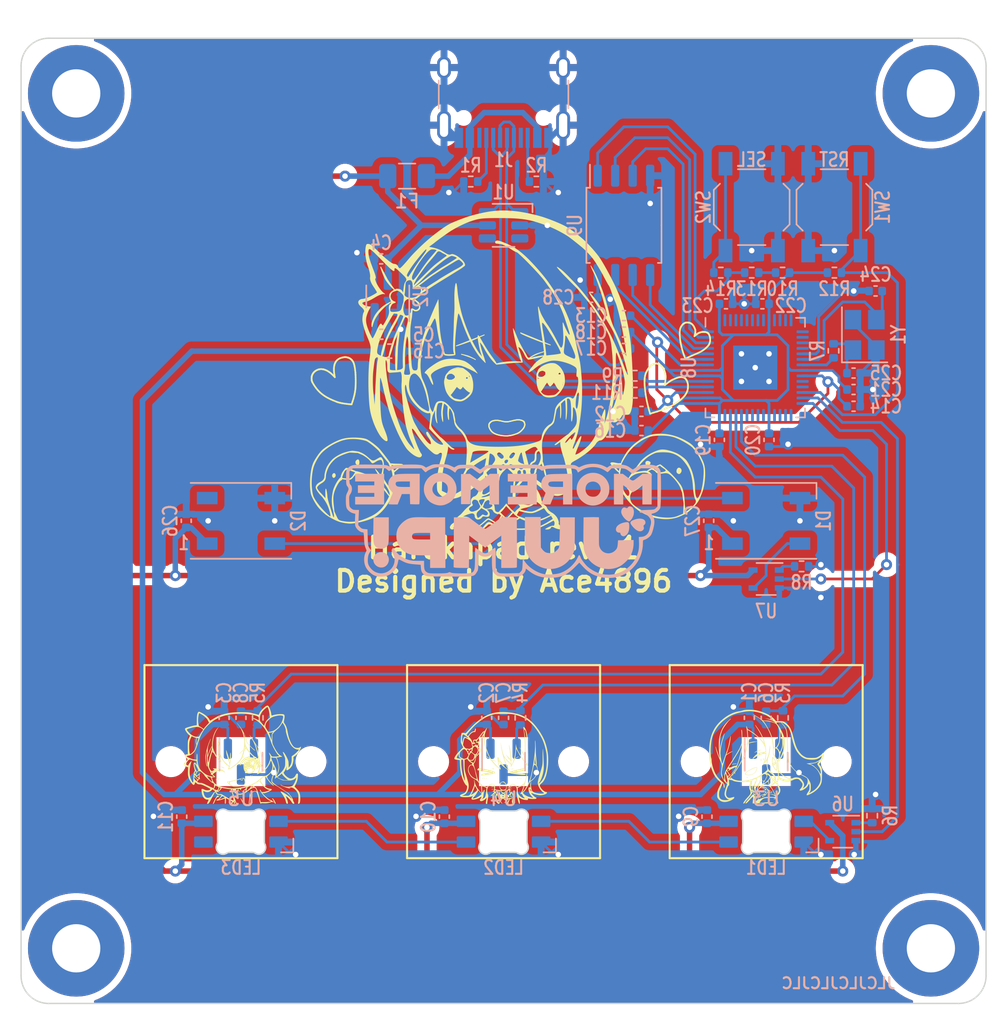
<source format=kicad_pcb>
(kicad_pcb (version 20221018) (generator pcbnew)
  (title_block (title "Haruka (Analog PCB ver.)") (rev "1"))
  (layers (0 "F.Cu" signal) (31 "B.Cu" signal) (34 "B.Paste" user) (35 "F.Paste" user) (36 "B.SilkS" user "B.Silkscreen") (37 "F.SilkS" user "F.Silkscreen") (38 "B.Mask" user) (39 "F.Mask" user) (44 "Edge.Cuts" user))
  (net 0 "")
  (net 1 "+3V3")
  (net 2 "GND")
  (net 3 "+5V")
  (net 4 "HS0")
  (net 5 "HS1")
  (net 6 "HS2")
  (net 7 "+1V1")
  (net 8 "XIN")
  (net 9 "Net-(C25-Pad2)")
  (net 10 "Net-(D1-DIN)")
  (net 11 "Net-(D1-DOUT)")
  (net 13 "VBUS")
  (net 14 "Net-(J1-CC1)")
  (net 15 "D+")
  (net 16 "D-")
  (net 18 "Net-(J1-CC2)")
  (net 20 "Net-(LED1-DOUT)")
  (net 21 "Net-(LED1-DIN)")
  (net 22 "Net-(LED2-DOUT)")
  (net 23 "Net-(U8-USB_DP)")
  (net 25 "Net-(U3-OUT)")
  (net 26 "Net-(U4-OUT)")
  (net 27 "Net-(U5-OUT)")
  (net 28 "Net-(R6-Pad1)")
  (net 29 "Net-(R10-Pad2)")
  (net 30 "Net-(R8-Pad1)")
  (net 31 "XOUT")
  (net 32 "Net-(U8-USB_DM)")
  (net 33 "Net-(R14-Pad1)")
  (net 34 "RGB_HS")
  (net 35 "RESET")
  (net 36 "Q_SEL")
  (net 42 "RGB_GLOW")
  (net 55 "SWCLK")
  (net 56 "SWD")
  (net 67 "Q_IO3")
  (net 68 "Q_CLK")
  (net 69 "Q_IO0")
  (net 70 "Q_IO2")
  (net 71 "Q_IO1")
  (footprint "MountingHole:MountingHole_3.5mm_Pad" (layer "F.Cu") (at 19.8 19.8)
    (fp_text reference "H1" hide)
    (fp_text value "Mounting Hole")
  )
  (footprint "MountingHole:MountingHole_3.5mm_Pad" (layer "F.Cu") (at 81.8 19.8)
    (fp_text reference "H2" hide)
    (fp_text value "Mounting Hole")
  )
  (footprint "MountingHole:MountingHole_3.5mm_Pad" (layer "F.Cu") (at 19.8 81.8)
    (fp_text reference "H3" hide)
    (fp_text value "Mounting Hole")
  )
  (footprint "MountingHole:MountingHole_3.5mm_Pad" (layer "F.Cu") (at 81.8 81.8)
    (fp_text reference "H4" hide)
    (fp_text value "Mounting Hole")
  )
  (footprint "Package_SO:SOIC-8_5.23x5.23mm_P1.27mm" (layer "B.Cu") (at 59.53125 29.36875 -90)
    (fp_text reference "U9")
    (fp_text value "W25Q16JVSSIQ")
  )
  (footprint "Capacitor_SMD:C_0402_1005Metric" (layer "B.Cu") (at 49.579995 65.0875 90)
    (fp_text reference "C2")
    (fp_text value "1uF")
  )
  (footprint "Fuse:Fuse_1206_3216Metric" (layer "B.Cu") (at 43.8 25.8)
    (fp_text reference "F1")
    (fp_text value "500mA")
  )
  (footprint "Capacitor_SMD:C_0402_1005Metric" (layer "B.Cu") (at 46.505346 72.253806 -90)
    (fp_text reference "C10")
    (fp_text value "100nF")
  )
  (footprint "Custom:KS-20-1U-DRV5056" (layer "B.Cu") (at 50.8 68.2625 180)
    (fp_text reference "U4")
    (fp_text value "DRV5056A3xDBZxQ1" hide)
  )
  (footprint "Resistor_SMD:R_0402_1005Metric" (layer "B.Cu") (at 66.559358 32.8)
    (fp_text reference "R14")
    (fp_text value "1k")
  )
  (footprint "Capacitor_SMD:C_0402_1005Metric" (layer "B.Cu") (at 60.805 42.8625 180)
    (fp_text reference "C12")
    (fp_text value "1uF")
  )
  (footprint "LED_SMD:LED_WS2812B_PLCC4_5.0x5.0mm_P3.2mm" (layer "B.Cu") (at 31.75 50.8)
    (fp_text reference "D2")
    (fp_text value "WS2812B")
  )
  (footprint "Capacitor_SMD:C_0402_1005Metric" (layer "B.Cu") (at 70.05625 44.93 -90)
    (fp_text reference "C20")
    (fp_text value "100nF")
  )
  (footprint "Capacitor_SMD:C_0402_1005Metric" (layer "B.Cu") (at 60.805 44.251557 180)
    (fp_text reference "C16")
    (fp_text value "1uF")
  )
  (footprint "Capacitor_SMD:C_0603_1608Metric" (layer "B.Cu") (at 42.54375 38.49375)
    (fp_text reference "C15")
    (fp_text value "10uF")
  )
  (footprint "Capacitor_SMD:C_0402_1005Metric" (layer "B.Cu") (at 76.190543 40.084366 180)
    (fp_text reference "C25")
    (fp_text value "22pF")
  )
  (footprint "Capacitor_SMD:C_0402_1005Metric" (layer "B.Cu") (at 69.57625 35.061382 180)
    (fp_text reference "C22")
    (fp_text value "100nF")
  )
  (footprint "Resistor_SMD:R_0402_1005Metric" (layer "B.Cu") (at 74.8 32.8)
    (fp_text reference "R12")
    (fp_text value "5k1")
  )
  (footprint "Resistor_SMD:R_0402_1005Metric" (layer "B.Cu") (at 48.41875 26.19375 180)
    (fp_text reference "R1")
    (fp_text value "5k1")
  )
  (footprint "Crystal:Crystal_SMD_3225-4Pin_3.2x2.5mm" (layer "B.Cu") (at 76.99375 37.30625 90)
    (fp_text reference "Y1")
    (fp_text value "12MHz")
  )
  (footprint "Package_TO_SOT_SMD:SOT-353_SC-70-5" (layer "B.Cu") (at 69.85 55.017102 180)
    (fp_text reference "U7")
    (fp_text value "74AHCT1G125")
  )
  (footprint "Capacitor_SMD:C_0402_1005Metric" (layer "B.Cu") (at 65.682825 50.8 -90)
    (fp_text reference "C27")
    (fp_text value "100nF")
  )
  (footprint "Capacitor_SMD:C_0402_1005Metric" (layer "B.Cu") (at 59.53125 38.298427 180)
    (fp_text reference "C17")
    (fp_text value "100nF")
  )
  (footprint "Package_TO_SOT_SMD:SOT-23-3" (layer "B.Cu") (at 42.4 34.525 90)
    (fp_text reference "U2")
    (fp_text value "XC6206P332MR")
  )
  (footprint "Capacitor_SMD:C_0402_1005Metric" (layer "B.Cu") (at 69.85 65.0875 90)
    (fp_text reference "C6")
    (fp_text value "1uF")
  )
  (footprint "Resistor_SMD:R_0402_1005Metric" (layer "B.Cu") (at 71.070005 65.0875 90)
    (fp_text reference "R3")
    (fp_text value "100")
  )
  (footprint "PCM_marbastlib-various:SOT-23-6-routable" (layer "B.Cu") (at 50.8 29.36875 180)
    (fp_text reference "U1")
    (fp_text value "SRV05-4")
  )
  (footprint "Resistor_SMD:R_0402_1005Metric" (layer "B.Cu") (at 77.540316 72.1825 90)
    (fp_text reference "R6")
    (fp_text value "1k")
  )
  (footprint "Capacitor_SMD:C_0402_1005Metric" (layer "B.Cu") (at 57.152335 34.59375 180)
    (fp_text reference "C28")
    (fp_text value "1uF")
  )
  (footprint "Capacitor_SMD:C_0402_1005Metric" (layer "B.Cu") (at 50.8 65.0875 90)
    (fp_text reference "C7")
    (fp_text value "1uF")
  )
  (footprint "Capacitor_SMD:C_0402_1005Metric" (layer "B.Cu") (at 59.53125 37.107801 180)
    (fp_text reference "C18")
    (fp_text value "100nF")
  )
  (footprint "Capacitor_SMD:C_0402_1005Metric" (layer "B.Cu") (at 59.53125 35.917175 180)
    (fp_text reference "C13")
    (fp_text value "100nF")
  )
  (footprint "Capacitor_SMD:C_0402_1005Metric" (layer "B.Cu") (at 66.45625 44.93 -90)
    (fp_text reference "C19")
    (fp_text value "100nF")
  )
  (footprint "Button_Switch_SMD:SW_SPST_TL3342" (layer "B.Cu") (at 68.8 28.05 90)
    (fp_text reference "SW2")
    (fp_text value "SW_Push")
  )
  (footprint "Resistor_SMD:R_0402_1005Metric" (layer "B.Cu") (at 60.325 40.277929)
    (fp_text reference "R9")
    (fp_text value "27")
  )
  (footprint "Capacitor_SMD:C_0402_1005Metric" (layer "B.Cu") (at 65.555346 72.253806 -90)
    (fp_text reference "C9")
    (fp_text value "100nF")
  )
  (footprint "Capacitor_SMD:C_0402_1005Metric" (layer "B.Cu") (at 41.922768 31.8 180)
    (fp_text reference "C4")
    (fp_text value "1uF")
  )
  (footprint "Resistor_SMD:R_0402_1005Metric" (layer "B.Cu") (at 68.8 32.8 180)
    (fp_text reference "R13")
    (fp_text value "5k1")
  )
  (footprint "Resistor_SMD:R_0402_1005Metric" (layer "B.Cu") (at 71.040642 32.8 180)
    (fp_text reference "R10")
    (fp_text value "5k1")
  )
  (footprint "Button_Switch_SMD:SW_SPST_TL3342" (layer "B.Cu") (at 74.8 28.05 -90)
    (fp_text reference "SW1")
    (fp_text value "SW_Push")
  )
  (footprint "Package_TO_SOT_SMD:SOT-353_SC-70-5" (layer "B.Cu") (at 75.40625 73.3425 180)
    (fp_text reference "U6")
    (fp_text value "74AHCT1G125")
  )
  (footprint "Capacitor_SMD:C_0402_1005Metric" (layer "B.Cu") (at 66.93625 35.061382)
    (fp_text reference "C23")
    (fp_text value "100nF")
  )
  (footprint "Capacitor_SMD:C_0402_1005Metric" (layer "B.Cu") (at 77.7875 34.13125)
    (fp_text reference "C24")
    (fp_text value "22pF")
  )
  (footprint "PCM_marbastlib-mx:LED_MX_6028R" (layer "B.Cu") (at 69.85 73.3425 180)
    (fp_text reference "LED1")
    (fp_text value "SK6812MINI-E")
    (fp_line (start -1.699999 0.702843) (end -1.699999 -0.702841) (stroke (width 0.1)) (layer "Edge.Cuts"))
    (fp_line (start -0.794452 -1.499999) (end 0.794452 -1.499999) (stroke (width 0.1)) (layer "Edge.Cuts"))
    (fp_line (start 0.794452 1.5) (end -0.794453 1.5) (stroke (width 0.1)) (layer "Edge.Cuts"))
    (fp_line (start 1.699999 -0.702841) (end 1.699999 0.702843) (stroke (width 0.1)) (layer "Edge.Cuts"))
    (fp_arc (start -1.749484 -0.919719) (mid -1.712527 -0.814067) (end -1.699999 -0.702841) (stroke (width 0.1)) (layer "Edge.Cuts"))
    (fp_arc (start -1.749484 -0.919718) (mid -1.638072 -1.504034) (end -1.046711 -1.568298) (stroke (width 0.1)) (layer "Edge.Cuts"))
    (fp_arc (start -1.699999 0.702844) (mid -1.712527 0.814069) (end -1.749484 0.919721) (stroke (width 0.1)) (layer "Edge.Cuts"))
    (fp_arc (start -1.046711 1.568299) (mid -1.63807 1.504035) (end -1.749484 0.919721) (stroke (width 0.1)) (layer "Edge.Cuts"))
    (fp_arc (start -1.046711 1.568299) (mid -0.925123 1.517377) (end -0.794453 1.5) (stroke (width 0.1)) (layer "Edge.Cuts"))
    (fp_arc (start -0.794452 -1.499999) (mid -0.925123 -1.517376) (end -1.046711 -1.568298) (stroke (width 0.1)) (layer "Edge.Cuts"))
    (fp_arc (start 0.794453 1.500001) (mid 0.925123 1.517378) (end 1.046711 1.5683) (stroke (width 0.1)) (layer "Edge.Cuts"))
    (fp_arc (start 1.04671 -1.568298) (mid 0.925122 -1.517376) (end 0.794452 -1.499999) (stroke (width 0.1)) (layer "Edge.Cuts"))
    (fp_arc (start 1.046711 -1.568296) (mid 1.63807 -1.504033) (end 1.749484 -0.919719) (stroke (width 0.1)) (layer "Edge.Cuts"))
    (fp_arc (start 1.699999 -0.702842) (mid 1.712536 -0.814064) (end 1.749484 -0.919719) (stroke (width 0.1)) (layer "Edge.Cuts"))
    (fp_arc (start 1.749484 0.919721) (mid 1.638072 1.504036) (end 1.046711 1.5683) (stroke (width 0.1)) (layer "Edge.Cuts"))
    (fp_arc (start 1.749484 0.919721) (mid 1.712526 0.814069) (end 1.699999 0.702843) (stroke (width 0.1)) (layer "Edge.Cuts"))
  )
  (footprint "Capacitor_SMD:C_0402_1005Metric" (layer "B.Cu") (at 68.629995 65.0875 90)
    (fp_text reference "C1")
    (fp_text value "1uF")
  )
  (footprint "Resistor_SMD:R_0402_1005Metric" (layer "B.Cu") (at 53.18125 26.19375)
    (fp_text reference "R2")
    (fp_text value "5k1")
  )
  (footprint "PCM_marbastlib-various:USB_C_Receptacle_HRO_TYPE-C-31-M-12" (layer "B.Cu") (at 50.8 18.975)
    (fp_text reference "J1")
    (fp_text value "USB_C_Receptacle_USB2.0")
  )
  (footprint "Resistor_SMD:R_0402_1005Metric" (layer "B.Cu") (at 74.737261 38.46792 -90)
    (fp_text reference "R7")
    (fp_text value "1k")
  )
  (footprint "Capacitor_SMD:C_0402_1005Metric" (layer "B.Cu") (at 76.190543 41.274992)
    (fp_text reference "C21")
    (fp_text value "100nF")
  )
  (footprint "Capacitor_SMD:C_0402_1005Metric" (layer "B.Cu") (at 76.190543 42.490618)
    (fp_text reference "C14")
    (fp_text value "100nF")
  )
  (footprint "Package_DFN_QFN:QFN-56-1EP_7x7mm_P0.4mm_EP3.2x3.2mm" (layer "B.Cu") (at 69.05625 39.6875 -90)
    (fp_text reference "U8")
    (fp_text value "RP2040")
  )
  (footprint "Capacitor_SMD:C_0402_1005Metric" (layer "B.Cu") (at 27.780361 50.8 -90)
    (fp_text reference "C26")
    (fp_text value "100nF")
  )
  (footprint "Resistor_SMD:R_0402_1005Metric" (layer "B.Cu") (at 60.325 41.503222)
    (fp_text reference "R11")
    (fp_text value "27")
  )
  (footprint "Custom:KS-20-1U-DRV5056" (layer "B.Cu") (at 69.85 68.2625 180)
    (fp_text reference "U3")
    (fp_text value "DRV5056A3xDBZxQ1" hide)
  )
  (footprint "PCM_marbastlib-mx:LED_MX_6028R" (layer "B.Cu") (at 31.75 73.3425 180)
    (fp_text reference "LED3")
    (fp_text value "SK6812MINI-E")
    (fp_line (start -1.699999 0.702843) (end -1.699999 -0.702841) (stroke (width 0.1)) (layer "Edge.Cuts"))
    (fp_line (start -0.794452 -1.499999) (end 0.794452 -1.499999) (stroke (width 0.1)) (layer "Edge.Cuts"))
    (fp_line (start 0.794452 1.5) (end -0.794453 1.5) (stroke (width 0.1)) (layer "Edge.Cuts"))
    (fp_line (start 1.699999 -0.702841) (end 1.699999 0.702843) (stroke (width 0.1)) (layer "Edge.Cuts"))
    (fp_arc (start -1.749484 -0.919719) (mid -1.712527 -0.814067) (end -1.699999 -0.702841) (stroke (width 0.1)) (layer "Edge.Cuts"))
    (fp_arc (start -1.749484 -0.919718) (mid -1.638072 -1.504034) (end -1.046711 -1.568298) (stroke (width 0.1)) (layer "Edge.Cuts"))
    (fp_arc (start -1.699999 0.702844) (mid -1.712527 0.814069) (end -1.749484 0.919721) (stroke (width 0.1)) (layer "Edge.Cuts"))
    (fp_arc (start -1.046711 1.568299) (mid -1.63807 1.504035) (end -1.749484 0.919721) (stroke (width 0.1)) (layer "Edge.Cuts"))
    (fp_arc (start -1.046711 1.568299) (mid -0.925123 1.517377) (end -0.794453 1.5) (stroke (width 0.1)) (layer "Edge.Cuts"))
    (fp_arc (start -0.794452 -1.499999) (mid -0.925123 -1.517376) (end -1.046711 -1.568298) (stroke (width 0.1)) (layer "Edge.Cuts"))
    (fp_arc (start 0.794453 1.500001) (mid 0.925123 1.517378) (end 1.046711 1.5683) (stroke (width 0.1)) (layer "Edge.Cuts"))
    (fp_arc (start 1.04671 -1.568298) (mid 0.925122 -1.517376) (end 0.794452 -1.499999) (stroke (width 0.1)) (layer "Edge.Cuts"))
    (fp_arc (start 1.046711 -1.568296) (mid 1.63807 -1.504033) (end 1.749484 -0.919719) (stroke (width 0.1)) (layer "Edge.Cuts"))
    (fp_arc (start 1.699999 -0.702842) (mid 1.712536 -0.814064) (end 1.749484 -0.919719) (stroke (width 0.1)) (layer "Edge.Cuts"))
    (fp_arc (start 1.749484 0.919721) (mid 1.638072 1.504036) (end 1.046711 1.5683) (stroke (width 0.1)) (layer "Edge.Cuts"))
    (fp_arc (start 1.749484 0.919721) (mid 1.712526 0.814069) (end 1.699999 0.702843) (stroke (width 0.1)) (layer "Edge.Cuts"))
  )
  (footprint "Resistor_SMD:R_0402_1005Metric" (layer "B.Cu") (at 52.020005 65.0875 90)
    (fp_text reference "R4")
    (fp_text value "100")
  )
  (footprint "Capacitor_SMD:C_0402_1005Metric" (layer "B.Cu") (at 27.455346 72.253806 -90)
    (fp_text reference "C11")
    (fp_text value "100nF")
  )
  (footprint "Resistor_SMD:R_0402_1005Metric" (layer "B.Cu") (at 72.420483 54.099332)
    (fp_text reference "R8")
    (fp_text value "1k")
  )
  (footprint "LED_SMD:LED_WS2812B_PLCC4_5.0x5.0mm_P3.2mm" (layer "B.Cu") (at 69.85 50.8)
    (fp_text reference "D1")
    (fp_text value "WS2812B")
  )
  (footprint "PCM_marbastlib-mx:LED_MX_6028R" (layer "B.Cu") (at 50.8 73.3425 180)
    (fp_text reference "LED2")
    (fp_text value "SK6812MINI-E")
    (fp_line (start -1.699999 0.702843) (end -1.699999 -0.702841) (stroke (width 0.1)) (layer "Edge.Cuts"))
    (fp_line (start -0.794452 -1.499999) (end 0.794452 -1.499999) (stroke (width 0.1)) (layer "Edge.Cuts"))
    (fp_line (start 0.794452 1.5) (end -0.794453 1.5) (stroke (width 0.1)) (layer "Edge.Cuts"))
    (fp_line (start 1.699999 -0.702841) (end 1.699999 0.702843) (stroke (width 0.1)) (layer "Edge.Cuts"))
    (fp_arc (start -1.749484 -0.919719) (mid -1.712527 -0.814067) (end -1.699999 -0.702841) (stroke (width 0.1)) (layer "Edge.Cuts"))
    (fp_arc (start -1.749484 -0.919718) (mid -1.638072 -1.504034) (end -1.046711 -1.568298) (stroke (width 0.1)) (layer "Edge.Cuts"))
    (fp_arc (start -1.699999 0.702844) (mid -1.712527 0.814069) (end -1.749484 0.919721) (stroke (width 0.1)) (layer "Edge.Cuts"))
    (fp_arc (start -1.046711 1.568299) (mid -1.63807 1.504035) (end -1.749484 0.919721) (stroke (width 0.1)) (layer "Edge.Cuts"))
    (fp_arc (start -1.046711 1.568299) (mid -0.925123 1.517377) (end -0.794453 1.5) (stroke (width 0.1)) (layer "Edge.Cuts"))
    (fp_arc (start -0.794452 -1.499999) (mid -0.925123 -1.517376) (end -1.046711 -1.568298) (stroke (width 0.1)) (layer "Edge.Cuts"))
    (fp_arc (start 0.794453 1.500001) (mid 0.925123 1.517378) (end 1.046711 1.5683) (stroke (width 0.1)) (layer "Edge.Cuts"))
    (fp_arc (start 1.04671 -1.568298) (mid 0.925122 -1.517376) (end 0.794452 -1.499999) (stroke (width 0.1)) (layer "Edge.Cuts"))
    (fp_arc (start 1.046711 -1.568296) (mid 1.63807 -1.504033) (end 1.749484 -0.919719) (stroke (width 0.1)) (layer "Edge.Cuts"))
    (fp_arc (start 1.699999 -0.702842) (mid 1.712536 -0.814064) (end 1.749484 -0.919719) (stroke (width 0.1)) (layer "Edge.Cuts"))
    (fp_arc (start 1.749484 0.919721) (mid 1.638072 1.504036) (end 1.046711 1.5683) (stroke (width 0.1)) (layer "Edge.Cuts"))
    (fp_arc (start 1.749484 0.919721) (mid 1.712526 0.814069) (end 1.699999 0.702843) (stroke (width 0.1)) (layer "Edge.Cuts"))
  )
  (footprint "Capacitor_SMD:C_0402_1005Metric" (layer "B.Cu") (at 30.529995 65.0875 90)
    (fp_text reference "C3")
    (fp_text value "1uF")
  )
  (footprint "Custom:KS-20-1U-DRV5056" (layer "B.Cu") (at 31.75 68.2625 180)
    (fp_text reference "U5")
    (fp_text value "DRV5056A3xDBZxQ1" hide)
  )
  (footprint "Resistor_SMD:R_0402_1005Metric" (layer "B.Cu") (at 32.970005 65.0875 90)
    (fp_text reference "R5")
    (fp_text value "100")
  )
  (footprint "Capacitor_SMD:C_0402_1005Metric" (layer "B.Cu") (at 41.932008 37.267151)
    (fp_text reference "C5")
    (fp_text value "1uF")
  )
  (footprint "Capacitor_SMD:C_0402_1005Metric" (layer "B.Cu") (at 31.75 65.0875 90)
    (fp_text reference "C8")
    (fp_text value "1uF")
  )
  (gr_poly (pts (xy 59.734579 50.891895) (xy 59.715594 50.893066) (xy 59.673914 50.897638) (xy 59.627047 50.904987) (xy 59.574702 50.914877) (xy 59.502029 50.931361) (xy 59.432974 50.950826) (xy 59.367725 50.973127) (xy 59.306469 50.99812) (xy 59.249393 51.025659) (xy 59.196685 51.0556) (xy 59.148531 51.087799) (xy 59.10512 51.12211) (xy 59.066639 51.15839) (xy 59.033275 51.196492) (xy 59.01857 51.216182) (xy 59.005215 51.236274) (xy 58.993233 51.256749) (xy 58.982647 51.277589) (xy 58.973481 51.298777) (xy 58.965758 51.320294) (xy 58.959501 51.342122) (xy 58.954735 51.364243) (xy 58.951482 51.386639) (xy 58.949766 51.409292) (xy 58.949611 51.432183) (xy 58.951039 51.455296) (xy 58.952289 51.465316) (xy 58.954093 51.475218) (xy 58.956427 51.48499) (xy 58.959269 51.494617) (xy 58.962596 51.504086) (xy 58.966385 51.513385) (xy 58.970615 51.5225) (xy 58.975261 51.531417) (xy 58.980302 51.540124) (xy 58.985716 51.548607) (xy 58.991478 51.556853) (xy 58.997567 51.564848) (xy 59.010635 51.580034) (xy 59.024738 51.594058) (xy 59.039696 51.606815) (xy 59.055326 51.618198) (xy 59.071449 51.628101) (xy 59.087883 51.636417) (xy 59.09616 51.639947) (xy 59.104447 51.64304) (xy 59.112721 51.645684) (xy 59.12096 51.647865) (xy 59.129141 51.649569) (xy 59.137241 51.650784) (xy 59.145238 51.651496) (xy 59.153109 51.651691) (xy 59.175572 51.651726) (xy 59.194819 51.652292) (xy 59.211135 51.653463) (xy 59.218285 51.654299) (xy 59.224809 51.655314) (xy 59.230744 51.656516) (xy 59.236125 51.657916) (xy 59.240988 51.659523) (xy 59.24537 51.661345) (xy 59.249305 51.663392) (xy 59.25283 51.665673) (xy 59.255979 51.668197) (xy 59.25879 51.670974) (xy 59.261298 51.674012) (xy 59.263539 51.677322) (xy 59.265547 51.680911) (xy 59.26736 51.68479) (xy 59.270542 51.693452) (xy 59.273369 51.703381) (xy 59.279105 51.727335) (xy 59.282587 51.741507) (xy 59.286859 51.757241) (xy 59.290801 51.769586) (xy 59.295699 51.782299) (xy 59.301624 51.795239) (xy 59.308648 51.808264) (xy 59.316843 51.821234) (xy 59.326278 51.834006) (xy 59.331484 51.840274) (xy 59.337027 51.84644) (xy 59.342916 51.852486) (xy 59.34916 51.858394) (xy 59.355768 51.864147) (xy 59.362749 51.869727) (xy 59.370112 51.875117) (xy 59.377866 51.880298) (xy 59.386019 51.885253) (xy 59.394581 51.889965) (xy 59.40356 51.894415) (xy 59.412966 51.898586) (xy 59.422807 51.902461) (xy 59.433092 51.906021) (xy 59.443831 51.90925) (xy 59.455032 51.912128) (xy 59.466704 51.91464) (xy 59.478856 51.916766) (xy 59.491497 51.91849) (xy 59.504636 51.919793) (xy 59.509673 51.919996) (xy 59.515068 51.919826) (xy 59.526839 51.918412) (xy 59.53977 51.915648) (xy 59.553682 51.911631) (xy 59.568396 51.906456) (xy 59.583733 51.90022) (xy 59.599513 51.89302) (xy 59.615559 51.884951) (xy 59.63169 51.876111) (xy 59.647729 51.866595) (xy 59.663495 51.856499) (xy 59.67881 51.845921) (xy 59.693496 51.834956) (xy 59.707372 51.823701) (xy 59.72026 51.812252) (xy 59.731982 51.800705) (xy 59.755732 51.774495) (xy 59.777696 51.747259) (xy 59.797907 51.718882) (xy 59.816401 51.689249) (xy 59.833214 51.658243) (xy 59.84838 51.625751) (xy 59.861934 51.591655) (xy 59.873912 51.555842) (xy 59.88435 51.518196) (xy 59.893281 51.478602) (xy 59.900742 51.436943) (xy 59.906768 51.393106) (xy 59.911393 51.346974) (xy 59.914653 51.298432) (xy 59.916583 51.247366) (xy 59.917219 51.193659) (xy 59.916606 51.140665) (xy 59.914572 51.093515) (xy 59.910829 51.051972) (xy 59.908226 51.03323) (xy 59.905086 51.015801) (xy 59.901374 50.999656) (xy 59.897053 50.984766) (xy 59.892088 50.971101) (xy 59.886442 50.958631) (xy 59.880078 50.947327) (xy 59.872961 50.937159) (xy 59.865054 50.928099) (xy 59.856321 50.920116) (xy 59.846726 50.913182) (xy 59.836232 50.907265) (xy 59.824804 50.902338) (xy 59.812405 50.898371) (xy 59.798999 50.895333) (xy 59.78455 50.893197) (xy 59.769021 50.891931) (xy 59.752376 50.891507)) (fill solid) (layer "B.SilkS"))
  (gr_poly (pts (xy 51.106594 47.944084) (xy 52.535345 47.944084) (xy 52.535345 48.221896) (xy 51.305032 48.221896) (xy 51.305032 48.777521) (xy 52.535345 48.777521) (xy 52.535345 49.055334) (xy 51.106594 49.055334) (xy 51.106594 49.610959) (xy 53.210032 49.610959) (xy 53.210032 47.388459) (xy 51.106594 47.388459)) (fill solid) (layer "B.SilkS"))
  (gr_poly (pts (xy 52.345518 51.515959) (xy 52.345779 51.932384) (xy 52.350987 52.293087) (xy 52.3556 52.44512) (xy 52.361635 52.574318) (xy 52.369154 52.677709) (xy 52.378218 52.752328) (xy 52.397239 52.850084) (xy 52.421301 52.945642) (xy 52.450233 53.038889) (xy 52.483861 53.129712) (xy 52.522015 53.217999) (xy 52.564522 53.303637) (xy 52.611211 53.386513) (xy 52.661909 53.466514) (xy 52.716446 53.543529) (xy 52.774648 53.617443) (xy 52.836344 53.688146) (xy 52.901362 53.755523) (xy 52.96953 53.819462) (xy 53.040677 53.879851) (xy 53.114629 53.936577) (xy 53.191217 53.989526) (xy 53.270267 54.038588) (xy 53.351607 54.083648) (xy 53.435067 54.124595) (xy 53.520473 54.161315) (xy 53.607654 54.193696) (xy 53.696438 54.221625) (xy 53.786654 54.244989) (xy 53.878128 54.263677) (xy 53.97069 54.277574) (xy 54.064168 54.286569) (xy 54.158389 54.290549) (xy 54.253182 54.289401) (xy 54.348374 54.283013) (xy 54.443794 54.271271) (xy 54.539271 54.254063) (xy 54.634631 54.231277) (xy 54.634629 54.231277) (xy 54.730595 54.202711) (xy 54.823981 54.16935) (xy 54.914707 54.131261) (xy 55.002698 54.088507) (xy 55.087875 54.041156) (xy 55.170161 53.989271) (xy 55.249477 53.93292) (xy 55.325746 53.872166) (xy 55.39889 53.807077) (xy 55.468831 53.737717) (xy 55.535492 53.664151) (xy 55.598795 53.586446) (xy 55.658662 53.504666) (xy 55.715016 53.418878) (xy 55.767778 53.329147) (xy 55.81687 53.235537) (xy 55.828796 53.20949) (xy 55.841869 53.179651) (xy 55.858054 53.141017) (xy 55.876128 53.095403) (xy 55.885492 53.070544) (xy 55.89487 53.044619) (xy 55.904109 53.017856) (xy 55.913056 52.990481) (xy 55.92156 52.962719) (xy 55.929467 52.934798) (xy 55.935778 52.899633) (xy 55.941371 52.845487) (xy 55.950576 52.691983) (xy 55.957424 52.497742) (xy 55.962258 52.286219) (xy 55.968313 51.736432) (xy 55.968313 50.543615) (xy 54.896751 50.543615) (xy 54.876527 51.595334) (xy 54.864938 52.044639) (xy 54.849679 52.394778) (xy 54.840901 52.528654) (xy 54.831479 52.63293) (xy 54.821505 52.706003) (xy 54.816339 52.730338) (xy 54.811069 52.746271) (xy 54.800107 52.767862) (xy 54.786451 52.790662) (xy 54.770352 52.814425) (xy 54.752059 52.838904) (xy 54.731825 52.863851) (xy 54.709901 52.88902) (xy 54.686536 52.914164) (xy 54.661983 52.939037) (xy 54.636492 52.963391) (xy 54.610314 52.986979) (xy 54.5837 53.009555) (xy 54.556901 53.030872) (xy 54.530168 53.050682) (xy 54.503752 53.06874) (xy 54.477904 53.084798) (xy 54.452876 53.098609) (xy 54.428357 53.109346) (xy 54.399977 53.11852) (xy 54.368222 53.12614) (xy 54.333575 53.132214) (xy 54.296522 53.136752) (xy 54.257548 53.139762) (xy 54.217138 53.141254) (xy 54.175776 53.141237) (xy 54.133948 53.139718) (xy 54.092139 53.136708) (xy 54.050833 53.132216) (xy 54.010516 53.12625) (xy 53.971673 53.118818) (xy 53.934788 53.109932) (xy 53.900346 53.099598) (xy 53.868833 53.087826) (xy 53.854753 53.081413) (xy 53.839903 53.073654) (xy 53.82441 53.064655) (xy 53.8084 53.054521) (xy 53.792001 53.043356) (xy 53.775339 53.031266) (xy 53.758539 53.018357) (xy 53.741729 53.004733) (xy 53.725036 52.9905) (xy 53.708585 52.975763) (xy 53.692503 52.960626) (xy 53.676917 52.945196) (xy 53.661953 52.929577) (xy 53.647739 52.913875) (xy 53.634399 52.898195) (xy 53.622061 52.882642) (xy 53.507689 52.732778) (xy 53.495974 51.648425) (xy 53.492671 51.225172) (xy 53.492553 50.929863) (xy 53.495327 50.525411) (xy 53.333254 50.523629) (xy 53.19938 50.522985) (xy 52.836281 50.522279) (xy 52.350188 50.520652)) (fill solid) (layer "B.SilkS"))
  (gr_poly (pts (xy 41.351392 51.41674) (xy 41.348285 51.739512) (xy 41.349795 51.995117) (xy 41.352752 52.100896) (xy 41.357427 52.193678) (xy 41.36401 52.274729) (xy 41.372688 52.345315) (xy 41.38365 52.4067) (xy 41.397084 52.460149) (xy 41.413179 52.506929) (xy 41.432122 52.548303) (xy 41.454101 52.585537) (xy 41.479306 52.619896) (xy 41.507924 52.652646) (xy 41.540144 52.685051) (xy 41.555565 52.699038) (xy 41.571849 52.712305) (xy 41.588943 52.724847) (xy 41.606796 52.736659) (xy 41.625356 52.747736) (xy 41.644571 52.758074) (xy 41.684759 52.776507) (xy 41.726946 52.791919) (xy 41.770718 52.804269) (xy 41.815662 52.813515) (xy 41.861362 52.819618) (xy 41.907405 52.822536) (xy 41.953377 52.822229) (xy 41.998863 52.818656) (xy 42.04345 52.811776) (xy 42.086723 52.801549) (xy 42.107737 52.795167) (xy 42.128268 52.787934) (xy 42.148263 52.779843) (xy 42.16767 52.770889) (xy 42.186439 52.761069) (xy 42.204517 52.750376) (xy 42.204517 52.750375) (xy 42.251031 52.720612) (xy 42.272138 52.706401) (xy 42.291874 52.692352) (xy 42.310285 52.678252) (xy 42.327416 52.663888) (xy 42.343313 52.649045) (xy 42.358024 52.633511) (xy 42.371592 52.617071) (xy 42.384066 52.599512) (xy 42.39549 52.580622) (xy 42.405911 52.560185) (xy 42.415375 52.537988) (xy 42.423928 52.513819) (xy 42.431615 52.487463) (xy 42.438484 52.458707) (xy 42.44458 52.427338) (xy 42.449948 52.393142) (xy 42.454636 52.355904) (xy 42.458689 52.315413) (xy 42.462153 52.271454) (xy 42.465074 52.223814) (xy 42.467499 52.172279) (xy 42.469472 52.116635) (xy 42.472252 51.99217) (xy 42.473782 51.848708) (xy 42.474429 51.684542) (xy 42.474563 51.497965) (xy 42.474563 50.543615) (xy 41.363314 50.543615)) (fill solid) (layer "B.SilkS"))
  (gr_poly (pts (xy 57.199217 46.66247) (xy 57.094046 46.66944) (xy 56.989735 46.681411) (xy 56.886928 46.698386) (xy 56.786269 46.720369) (xy 56.688402 46.747364) (xy 56.59397 46.779372) (xy 56.503618 46.816398) (xy 56.278458 46.917444) (xy 56.103542 46.82553) (xy 56.073106 46.809845) (xy 56.044243 46.796054) (xy 56.029928 46.789831) (xy 56.015438 46.784037) (xy 56.000583 46.778656) (xy 55.985174 46.773674) (xy 55.96902 46.769075) (xy 55.951934 46.764844) (xy 55.933724 46.760967) (xy 55.914202 46.757428) (xy 55.893179 46.754212) (xy 55.870463 46.751304) (xy 55.845867 46.74869) (xy 55.8192 46.746353) (xy 55.758896 46.742455) (xy 55.688036 46.739488) (xy 55.605104 46.737333) (xy 55.508582 46.73587) (xy 55.396955 46.734978) (xy 55.268707 46.734537) (xy 54.956282 46.734527) (xy 54.46364 46.737624) (xy 54.284012 46.741574) (xy 54.141004 46.747566) (xy 54.02873 46.75593) (xy 53.941309 46.766999) (xy 53.872857 46.781103) (xy 53.817492 46.798572) (xy 53.789736 46.808945) (xy 53.764574 46.817897) (xy 53.741541 46.825411) (xy 53.72017 46.831473) (xy 53.699996 46.836065) (xy 53.680553 46.839172) (xy 53.670961 46.840164) (xy 53.661377 46.840778) (xy 53.651743 46.841013) (xy 53.642 46.840866) (xy 53.632092 46.840337) (xy 53.621958 46.839421) (xy 53.600785 46.836427) (xy 53.578015 46.831867) (xy 53.553183 46.825726) (xy 53.525823 46.817988) (xy 53.495469 46.808636) (xy 53.423918 46.785027) (xy 53.385483 46.772476) (xy 53.348097 46.761437) (xy 53.310201 46.751849) (xy 53.270239 46.74365) (xy 53.226651 46.736778) (xy 53.177881 46.731172) (xy 53.12237 46.726771) (xy 53.05856 46.723512) (xy 52.984894 46.721335) (xy 52.899814 46.720177) (xy 52.801762 46.719977) (xy 52.68918 46.720673) (xy 52.414195 46.724508) (xy 52.062396 46.731188) (xy 51.185452 46.74432) (xy 50.859708 46.745982) (xy 50.670032 46.743821) (xy 50.45132 46.736832) (xy 50.249272 46.733705) (xy 50.066248 46.734344) (xy 49.90461 46.738651) (xy 49.766715 46.746533) (xy 49.654925 46.757891) (xy 49.609556 46.764844) (xy 49.571598 46.772631) (xy 49.541346 46.781239) (xy 49.519095 46.790656) (xy 49.496024 46.803898) (xy 49.46843 46.821011) (xy 49.437353 46.84128) (xy 49.403828 46.863991) (xy 49.368896 46.888428) (xy 49.333593 46.913877) (xy 49.298958 46.939622) (xy 49.266029 46.964949) (xy 49.2409 46.984508) (xy 49.21835 47.00166) (xy 49.198108 47.016475) (xy 49.179903 47.029026) (xy 49.163464 47.039382) (xy 49.148521 47.047615) (xy 49.141525 47.050956) (xy 49.134802 47.053794) (xy 49.128317 47.056135) (xy 49.122037 47.05799) (xy 49.115928 47.059366) (xy 49.109955 47.060274) (xy 49.104086 47.060721) (xy 49.098286 47.060717) (xy 49.092521 47.06027) (xy 49.086758 47.059389) (xy 49.080962 47.058083) (xy 49.0751 47.056361) (xy 49.069138 47.054231) (xy 49.063043 47.051703) (xy 49.050314 47.045487) (xy 49.036643 47.037782) (xy 49.02176 47.02866) (xy 48.857666 46.925025) (xy 48.791487 46.88379) (xy 48.73357 46.848907) (xy 48.682178 46.819848) (xy 48.635574 46.796085) (xy 48.59202 46.77709) (xy 48.549779 46.762336) (xy 48.507114 46.751294) (xy 48.462288 46.743437) (xy 48.413563 46.738236) (xy 48.359203 46.735165) (xy 48.297469 46.733695) (xy 48.226625 46.733299) (xy 48.050657 46.733615) (xy 47.898783 46.734155) (xy 47.77797 46.736318) (xy 47.682544 46.740922) (xy 47.64258 46.744395) (xy 47.606837 46.748784) (xy 47.574605 46.754193) (xy 47.545175 46.760723) (xy 47.51784 46.768476) (xy 47.491889 46.777555) (xy 47.466615 46.788062) (xy 47.441308 46.800099) (xy 47.387759 46.82917) (xy 47.220955 46.924725) (xy 46.971041 46.809327) (xy 46.928994 46.790122) (xy 46.890491 46.773167) (xy 46.854606 46.758323) (xy 46.820414 46.745449) (xy 46.786989 46.734407) (xy 46.753405 46.725057) (xy 46.718737 46.717259) (xy 46.682059 46.710875) (xy 46.642445 46.705764) (xy 46.598969 46.701787) (xy 46.550707 46.698804) (xy 46.496732 46.696677) (xy 46.436118 46.695265) (xy 46.36794 46.694429) (xy 46.205188 46.693928) (xy 46.040511 46.694387) (xy 45.91096 46.696588) (xy 45.856902 46.698726) (xy 45.808678 46.701763) (xy 45.765307 46.705852) (xy 45.725806 46.711147) (xy 45.689194 46.717803) (xy 45.654488 46.725974) (xy 45.620707 46.735814) (xy 45.586867 46.747478) (xy 45.551987 46.761118) (xy 45.515084 46.776891) (xy 45.431283 46.815448) (xy 45.173314 46.936969) (xy 45.042327 46.84782) (xy 45.007343 46.825883) (xy 44.969658 46.806196) (xy 44.949531 46.797171) (xy 44.928404 46.788679) (xy 44.882713 46.773253) (xy 44.831716 46.759838) (xy 44.774545 46.748355) (xy 44.710331 46.738724) (xy 44.638207 46.730864) (xy 44.557302 46.724698) (xy 44.46675 46.720145) (xy 44.365682 46.717125) (xy 44.253228 46.715559) (xy 44.128522 46.715367) (xy 43.990694 46.71647) (xy 43.6722 46.722243) (xy 43.454427 46.727901) (xy 43.273024 46.734248) (xy 43.123829 46.741656) (xy 43.002679 46.750495) (xy 42.905411 46.761137) (xy 42.827862 46.773954) (xy 42.765871 46.789316) (xy 42.715274 46.807595) (xy 42.689135 46.818697) (xy 42.665686 46.828312) (xy 42.644566 46.836438) (xy 42.625413 46.84307) (xy 42.607867 46.848207) (xy 42.591567 46.851845) (xy 42.583771 46.853101) (xy 42.576151 46.853981) (xy 42.568662 46.854485) (xy 42.561259 46.854612) (xy 42.553896 46.854362) (xy 42.546528 46.853735) (xy 42.539111 46.85273) (xy 42.531599 46.851348) (xy 42.516109 46.847446) (xy 42.499698 46.842028) (xy 42.482004 46.83509) (xy 42.462667 46.826629) (xy 42.441325 46.816642) (xy 42.417617 46.805126) (xy 42.394336 46.794581) (xy 42.369005 46.785057) (xy 42.340713 46.776484) (xy 42.308548 46.768795) (xy 42.2716 46.761921) (xy 42.228957 46.755795) (xy 42.179707 46.750348) (xy 42.122939 46.745512) (xy 42.057743 46.741219) (xy 41.983207 46.737399) (xy 41.898419 46.733987) (xy 41.802468 46.730912) (xy 41.573432 46.725503) (xy 41.288809 46.720628) (xy 40.812297 46.715441) (xy 40.437232 46.71788) (xy 40.28297 46.722804) (xy 40.148342 46.730649) (xy 40.031439 46.741753) (xy 39.930353 46.756453) (xy 39.843174 46.775088) (xy 39.767993 46.797996) (xy 39.702901 46.825515) (xy 39.645989 46.857983) (xy 39.595349 46.895738) (xy 39.54907 46.939117) (xy 39.505243 46.98846) (xy 39.461961 47.044104) (xy 39.448815 47.062571) (xy 39.437115 47.080876) (xy 39.431782 47.09016) (xy 39.426778 47.099635) (xy 39.422096 47.109378) (xy 39.417722 47.119466) (xy 39.413649 47.129977) (xy 39.409865 47.140987) (xy 39.406359 47.152575) (xy 39.403123 47.164816) (xy 39.400144 47.177788) (xy 39.397414 47.191569) (xy 39.394922 47.206235) (xy 39.392657 47.221864) (xy 39.388768 47.256319) (xy 39.385665 47.295552) (xy 39.383265 47.34018) (xy 39.381487 47.39082) (xy 39.380247 47.44809) (xy 39.379464 47.512608) (xy 39.378936 47.665857) (xy 39.379422 47.822305) (xy 39.3814 47.945565) (xy 39.385649 48.041141) (xy 39.388868 48.080267) (xy 39.392948 48.114535) (xy 39.397985 48.144633) (xy 39.404077 48.171249) (xy 39.41132 48.195071) (xy 39.419814 48.216786) (xy 39.429654 48.237083) (xy 39.440939 48.256649) (xy 39.468232 48.29634) (xy 39.488139 48.324108) (xy 39.505348 48.350179) (xy 39.512938 48.362699) (xy 39.51985 48.37494) (xy 39.526083 48.386952) (xy 39.531636 48.398781) (xy 39.536508 48.410478) (xy 39.540698 48.42209) (xy 39.544205 48.433667) (xy 39.547028 48.445256) (xy 39.549165 48.456906) (xy 39.550616 48.468666) (xy 39.55138 48.480584) (xy 39.551455 48.49271) (xy 39.55084 48.505091) (xy 39.549535 48.517775) (xy 39.547538 48.530813) (xy 39.544848 48.544251) (xy 39.541465 48.55814) (xy 39.537386 48.572526) (xy 39.532612 48.58746) (xy 39.52714 48.602989) (xy 39.514102 48.636027) (xy 39.498262 48.67203) (xy 39.479613 48.711385) (xy 39.458146 48.754482) (xy 39.442908 48.785193) (xy 39.429279 48.814307) (xy 39.417175 48.842337) (xy 39.406507 48.869794) (xy 39.39719 48.897192) (xy 39.389137 48.925042) (xy 39.382261 48.953857) (xy 39.376476 48.98415) (xy 39.371696 49.016432) (xy 39.367834 49.051215) (xy 39.364803 49.089013) (xy 39.362517 49.130338) (xy 39.36089 49.175701) (xy 39.359835 49.225616) (xy 39.359095 49.341147) (xy 39.360055 49.429402) (xy 39.36287 49.512933) (xy 39.367442 49.590798) (xy 39.373673 49.662053) (xy 39.381465 49.725757) (xy 39.390721 49.780966) (xy 39.401342 49.826739) (xy 39.407133 49.845793) (xy 39.41323 49.862134) (xy 39.420251 49.878043) (xy 39.427983 49.893884) (xy 39.44549 49.925288) (xy 39.465576 49.956201) (xy 39.488066 49.986479) (xy 39.512783 50.015977) (xy 39.539552 50.044551) (xy 39.568199 50.072057) (xy 39.598548 50.09835) (xy 39.630423 50.123287) (xy 39.663649 50.146722) (xy 39.69805 50.168511) (xy 39.733452 50.188509) (xy 39.769679 50.206574) (xy 39.806556 50.222559) (xy 39.843907 50.236321) (xy 39.881556 50.247716) (xy 40.043222 50.291248) (xy 40.025223 50.655556) (xy 40.022358 50.731573) (xy 40.021139 50.807971) (xy 40.021487 50.882686) (xy 40.023325 50.953653) (xy 40.026578 51.018809) (xy 40.031166 51.07609) (xy 40.037014 51.123432) (xy 40.040386 51.142731) (xy 40.044044 51.158771) (xy 40.050313 51.180059) (xy 40.057829 51.201433) (xy 40.066534 51.222845) (xy 40.076373 51.244244) (xy 40.099226 51.286803) (xy 40.125934 51.328709) (xy 40.156044 51.369562) (xy 40.189105 51.408963) (xy 40.224663 51.446511) (xy 40.262267 51.481806) (xy 40.301465 51.514447) (xy 40.341802 51.544035) (xy 40.382828 51.570169) (xy 40.424089 51.592449) (xy 40.444666 51.602018) (xy 40.465133 51.610474) (xy 40.485433 51.617766) (xy 40.505508 51.623845) (xy 40.525303 51.628659) (xy 40.544762 51.63216) (xy 40.563826 51.634298) (xy 40.582441 51.635021) (xy 40.588797 51.635146) (xy 40.594806 51.635558) (xy 40.600482 51.63632) (xy 40.605837 51.637491) (xy 40.610883 51.639131) (xy 40.613295 51.640146) (xy 40.615635 51.641302) (xy 40.617904 51.642605) (xy 40.620104 51.644063) (xy 40.622237 51.645683) (xy 40.624304 51.647474) (xy 40.626307 51.649443) (xy 40.628247 51.651597) (xy 40.630127 51.653944) (xy 40.631947 51.656491) (xy 40.633709 51.659246) (xy 40.635416 51.662217) (xy 40.638667 51.668835) (xy 40.641714 51.676405) (xy 40.644568 51.684989) (xy 40.647243 51.694645) (xy 40.649752 51.705436) (xy 40.652108 51.71742) (xy 40.654324 51.730658) (xy 40.656411 51.745212) (xy 40.658385 51.76114) (xy 40.660256 51.778504) (xy 40.662039 51.797363) (xy 40.663745 51.817779) (xy 40.665389 51.839811) (xy 40.668539 51.888966) (xy 40.671591 51.945312) (xy 40.674649 52.009331) (xy 40.677816 52.081506) (xy 40.683667 52.195736) (xy 40.691084 52.298351) (xy 40.700253 52.390569) (xy 40.711363 52.473606) (xy 40.724599 52.548678) (xy 40.74015 52.617002) (xy 40.758203 52.679795) (xy 40.778945 52.738272) (xy 40.861054 52.948554) (xy 40.776798 53.135147) (xy 40.754028 53.190756) (xy 40.734534 53.249204) (xy 40.718305 53.310095) (xy 40.705332 53.373032) (xy 40.695606 53.437619) (xy 40.689118 53.503459) (xy 40.685859 53.570156) (xy 40.685819 53.637315) (xy 40.688989 53.704537) (xy 40.69536 53.771428) (xy 40.704922 53.83759) (xy 40.717667 53.902628) (xy 40.733585 53.966145) (xy 40.752667 54.027744) (xy 40.774904 54.087029) (xy 40.800286 54.143604) (xy 40.827483 54.195329) (xy 40.85826 54.246878) (xy 40.892303 54.297959) (xy 40.929301 54.34828) (xy 40.968939 54.397548) (xy 41.010905 54.445472) (xy 41.054885 54.49176) (xy 41.100566 54.53612) (xy 41.147635 54.578259) (xy 41.195779 54.617885) (xy 41.244684 54.654707) (xy 41.294038 54.688432) (xy 41.343527 54.718768) (xy 41.392839 54.745424) (xy 41.441659 54.768107) (xy 41.489676 54.786525) (xy 41.535696 54.800698) (xy 41.584747 54.81299) (xy 41.636395 54.823398) (xy 41.690204 54.831922) (xy 41.74574 54.838564) (xy 41.802568 54.843321) (xy 41.860252 54.846193) (xy 41.918359 54.847182) (xy 41.976453 54.846284) (xy 42.0341 54.843502) (xy 42.090864 54.838834) (xy 42.146311 54.83228) (xy 42.200005 54.823839) (xy 42.251513 54.813512) (xy 42.300399 54.801297) (xy 42.346229 54.787195) (xy 42.388808 54.77098) (xy 42.432584 54.751051) (xy 42.477238 54.727682) (xy 42.52245 54.701146) (xy 42.567902 54.671715) (xy 42.613274 54.639663) (xy 42.658246 54.605262) (xy 42.702499 54.568785) (xy 42.745715 54.530505) (xy 42.787574 54.490696) (xy 42.827756 54.449629) (xy 42.865942 54.407577) (xy 42.901813 54.364815) (xy 42.935049 54.321614) (xy 42.965332 54.278247) (xy 42.992342 54.234987) (xy 43.002733 54.216372) (xy 43.01327 54.195791) (xy 43.02388 54.173458) (xy 43.034491 54.149586) (xy 43.05542 54.098073) (xy 43.075471 54.042953) (xy 43.094058 53.985925) (xy 43.110595 53.928692) (xy 43.117912 53.900529) (xy 43.124497 53.872952) (xy 43.130277 53.846173) (xy 43.135178 53.820406) (xy 43.144336 53.771581) (xy 43.153875 53.726504) (xy 43.163513 53.68613) (xy 43.172973 53.651409) (xy 43.181972 53.623296) (xy 43.186213 53.612015) (xy 43.190233 53.602742) (xy 43.193999 53.595598) (xy 43.197474 53.590701) (xy 43.200625 53.58817) (xy 43.202068 53.58783) (xy 43.203417 53.588125) (xy 43.231994 53.602469) (xy 43.291169 53.632658) (xy 43.466751 53.722882) (xy 43.520862 53.750126) (xy 43.573267 53.775094) (xy 43.624498 53.797916) (xy 43.675083 53.818721) (xy 43.725554 53.837642) (xy 43.776439 53.854808) (xy 43.82827 53.870349) (xy 43.881577 53.884396) (xy 43.936889 53.89708) (xy 43.994736 53.90853) (xy 44.055649 53.918878) (xy 44.120157 53.928254) (xy 44.188791 53.936788) (xy 44.262081 53.944611) (xy 44.424749 53.958644) (xy 44.787434 53.986128) (xy 44.804351 54.220013) (xy 44.808377 54.265329) (xy 44.813774 54.308139) (xy 44.820644 54.348629) (xy 44.829084 54.386982) (xy 44.839197 54.423386) (xy 44.851081 54.458024) (xy 44.864837 54.491081) (xy 44.880564 54.522744) (xy 44.898362 54.553196) (xy 44.918332 54.582624) (xy 44.940573 54.611212) (xy 44.965185 54.639145) (xy 44.992268 54.666609) (xy 45.021922 54.693788) (xy 45.054247 54.720869) (xy 45.089342 54.748035) (xy 45.099181 54.755234) (xy 45.109021 54.762002) (xy 45.119147 54.768354) (xy 45.129848 54.774306) (xy 45.14141 54.779871) (xy 45.154121 54.785066) (xy 45.168266 54.789905) (xy 45.184134 54.794404) (xy 45.202011 54.798578) (xy 45.222184 54.802441) (xy 45.24494 54.806009) (xy 45.270567 54.809298) (xy 45.29935 54.812321) (xy 45.331577 54.815094) (xy 45.367535 54.817633) (xy 45.407511 54.819952) (xy 45.451792 54.822067) (xy 45.500664 54.823992) (xy 45.613333 54.827334) (xy 45.747812 54.8301) (xy 45.906398 54.83241) (xy 46.091386 54.834386) (xy 46.305071 54.836147) (xy 46.827719 54.839511) (xy 47.438524 54.842728) (xy 47.897286 54.841666) (xy 48.228876 54.832608) (xy 48.354754 54.823918) (xy 48.458166 54.811834) (xy 48.542221 54.795891) (xy 48.610028 54.775626) (xy 48.664696 54.750572) (xy 48.709333 54.720266) (xy 48.747049 54.684242) (xy 48.780953 54.642036) (xy 48.84976 54.537218) (xy 48.869424 54.505954) (xy 48.88668 54.477447) (xy 48.901686 54.450658) (xy 48.908394 54.437585) (xy 48.914598 54.424552) (xy 48.920318 54.411431) (xy 48.925574 54.398092) (xy 48.930385 54.384404) (xy 48.934771 54.370239) (xy 48.938751 54.355466) (xy 48.942345 54.339957) (xy 48.945574 54.32358) (xy 48.948456 54.306208) (xy 48.951011 54.28771) (xy 48.953258 54.267956) (xy 48.955218 54.246818) (xy 48.956911 54.224164) (xy 48.95957 54.173794) (xy 48.961393 54.11581) (xy 48.962537 54.049174) (xy 48.96316 53.972848) (xy 48.96347 53.786983) (xy 48.96347 53.216047) (xy 49.106108 53.304202) (xy 49.144074 53.325499) (xy 49.184375 53.344035) (xy 49.226681 53.359808) (xy 49.270661 53.372814) (xy 49.315986 53.38305) (xy 49.362325 53.390511) (xy 49.409349 53.395195) (xy 49.456728 53.397097) (xy 49.504132 53.396215) (xy 49.551231 53.392544) (xy 49.597694 53.386081) (xy 49.643193 53.376823) (xy 49.687396 53.364766) (xy 49.729975 53.349907) (xy 49.770598 53.332241) (xy 49.808936 53.311766) (xy 49.955658 53.225198) (xy 49.955658 53.730137) (xy 49.956452 53.834338) (xy 49.958727 53.9369) (xy 49.962325 54.035196) (xy 49.967086 54.1266) (xy 49.972849 54.208482) (xy 49.979456 54.278217) (xy 49.986747 54.333177) (xy 49.994562 54.370733) (xy 50.004109 54.399683) (xy 50.01624 54.429231) (xy 50.030782 54.459177) (xy 50.047562 54.489321) (xy 50.066406 54.519464) (xy 50.087142 54.549405) (xy 50.109596 54.578944) (xy 50.133597 54.607882) (xy 50.15897 54.636017) (xy 50.185542 54.663151) (xy 50.213141 54.689084) (xy 50.241594 54.713614) (xy 50.270728 54.736543) (xy 50.300369 54.757671) (xy 50.330345 54.776797) (xy 50.360482 54.793721) (xy 50.40194 54.807519) (xy 50.467754 54.819511) (xy 50.554507 54.829693) (xy 50.65878 54.83806) (xy 50.906215 54.849337) (xy 51.182715 54.853311) (xy 51.460934 54.849952) (xy 51.713527 54.83923) (xy 51.821669 54.831098) (xy 51.913149 54.821114) (xy 51.984551 54.809274) (xy 52.032456 54.795574) (xy 52.062382 54.781544) (xy 52.092609 54.764462) (xy 52.12288 54.744623) (xy 52.152936 54.722323) (xy 52.18252 54.697859) (xy 52.211373 54.671525) (xy 52.239238 54.643619) (xy 52.265856 54.614436) (xy 52.29097 54.584272) (xy 52.314322 54.553422) (xy 52.335654 54.522183) (xy 52.354707 54.490851) (xy 52.371225 54.459721) (xy 52.384948 54.42909) (xy 52.39562 54.399253) (xy 52.39973 54.384725) (xy 52.402981 54.370507) (xy 52.425168 54.259575) (xy 52.627023 54.419133) (xy 52.714309 54.485746) (xy 52.801154 54.547122) (xy 52.887955 54.60339) (xy 52.975111 54.654681) (xy 53.063021 54.701123) (xy 53.152082 54.742847) (xy 53.242693 54.779982) (xy 53.335251 54.812658) (xy 53.430156 54.841004) (xy 53.527806 54.86515) (xy 53.628598 54.885225) (xy 53.732931 54.90136) (xy 53.841204 54.913683) (xy 53.953813 54.922326) (xy 54.071159 54.927416) (xy 54.193638 54.929084) (xy 54.330706 54.926772) (xy 54.461406 54.919669) (xy 54.586329 54.907523) (xy 54.706066 54.890079) (xy 54.821206 54.867086) (xy 54.932339 54.83829) (xy 55.040057 54.80344) (xy 55.144948 54.762281) (xy 55.247603 54.714563) (xy 55.348613 54.660031) (xy 55.448567 54.598434) (xy 55.548055 54.529517) (xy 55.647668 54.45303) (xy 55.747996 54.368719) (xy 55.849629 54.27633) (xy 55.953156 54.175613) (xy 56.295188 53.83262) (xy 56.557931 54.119292) (xy 56.620934 54.186458) (xy 56.68348 54.249918) (xy 56.745764 54.309802) (xy 56.80798 54.366237) (xy 56.870325 54.419353) (xy 56.932992 54.469279) (xy 56.996179 54.516145) (xy 57.060079 54.560078) (xy 57.124888 54.601209) (xy 57.190801 54.639666) (xy 57.258013 54.675578) (xy 57.32672 54.709075) (xy 57.397117 54.740284) (xy 57.469399 54.769336) (xy 57.543761 54.796359) (xy 57.620399 54.821482) (xy 57.688359 54.841869) (xy 57.755021 54.860301) (xy 57.820659 54.876804) (xy 57.885551 54.891406) (xy 57.949973 54.904134) (xy 58.014203 54.915015) (xy 58.078516 54.924077) (xy 58.14319 54.931347) (xy 58.208501 54.936851) (xy 58.274725 54.940617) (xy 58.34214 54.942672) (xy 58.411021 54.943044) (xy 58.481647 54.94176) (xy 58.554292 54.938846) (xy 58.629235 54.93433) (xy 58.706751 54.928239) (xy 58.821012 54.915292) (xy 58.933656 54.896583) (xy 59.044553 54.872261) (xy 59.15357 54.842478) (xy 59.260577 54.807384) (xy 59.365441 54.767131) (xy 59.46803 54.721868) (xy 59.568215 54.671747) (xy 59.665862 54.616919) (xy 59.760841 54.557533) (xy 59.85302 54.493742) (xy 59.942268 54.425695) (xy 60.028452 54.353544) (xy 60.111443 54.277438) (xy 60.191107 54.19753) (xy 60.267314 54.11397) (xy 60.339931 54.026907) (xy 60.408829 53.936495) (xy 60.473874 53.842882) (xy 60.534936 53.74622) (xy 60.591883 53.646659) (xy 60.644584 53.544351) (xy 60.692907 53.439445) (xy 60.73672 53.332094) (xy 60.775892 53.222447) (xy 60.810292 53.110655) (xy 60.839788 52.996869) (xy 60.864249 52.881241) (xy 60.883542 52.763919) (xy 60.897538 52.645056) (xy 60.906103 52.524803) (xy 60.909107 52.403309) (xy 60.90973 52.339979) (xy 60.91062 52.313739) (xy 60.912065 52.290761) (xy 60.914189 52.270778) (xy 60.91712 52.253525) (xy 60.920984 52.238736) (xy 60.923305 52.232182) (xy 60.925906 52.226145) (xy 60.928804 52.22059) (xy 60.932013 52.215484) (xy 60.935551 52.210795) (xy 60.939432 52.20649) (xy 60.943673 52.202534) (xy 60.948288 52.198894) (xy 60.953295 52.195538) (xy 60.958708 52.192432) (xy 60.970817 52.186838) (xy 60.984743 52.181845) (xy 61.000611 52.177186) (xy 61.018547 52.172597) (xy 61.04932 52.163749) (xy 61.08156 52.151984) (xy 61.114935 52.137548) (xy 61.149112 52.120684) (xy 61.183758 52.101638) (xy 61.218541 52.080654) (xy 61.253129 52.057976) (xy 61.287188 52.033849) (xy 61.320386 52.008518) (xy 61.352392 51.982227) (xy 61.382871 51.955221) (xy 61.411492 51.927744) (xy 61.437922 51.900041) (xy 61.461829 51.872356) (xy 61.482879 51.844934) (xy 61.500741 51.818019) (xy 61.52093 51.781331) (xy 61.541581 51.737297) (xy 61.56245 51.686864) (xy 61.583294 51.630974) (xy 61.603869 51.570573) (xy 61.623932 51.506605) (xy 61.643239 51.440014) (xy 61.661548 51.371746) (xy 61.694194 51.233955) (xy 61.708045 51.166321) (xy 61.719924 51.100787) (xy 61.729586 51.038298) (xy 61.736789 50.979798) (xy 61.74129 50.926232) (xy 61.742844 50.878545) (xy 61.742048 50.842311) (xy 61.739679 50.806202) (xy 61.735766 50.7703) (xy 61.73034 50.734688) (xy 61.72343 50.699451) (xy 61.715065 50.664669) (xy 61.705276 50.630427) (xy 61.69409 50.596807) (xy 61.68154 50.563892) (xy 61.667653 50.531766) (xy 61.652459 50.50051) (xy 61.635988 50.470208) (xy 61.61827 50.440943) (xy 61.599334 50.412798) (xy 61.57921 50.385855) (xy 61.557927 50.360198) (xy 61.549228 50.34991) (xy 61.54547 50.345139) (xy 61.542126 50.340598) (xy 61.539211 50.336274) (xy 61.536741 50.332154) (xy 61.534732 50.328222) (xy 61.533197 50.324467) (xy 61.532153 50.320873) (xy 61.531614 50.317427) (xy 61.531596 50.314116) (xy 61.531787 50.312507) (xy 61.532114 50.310926) (xy 61.532579 50.309372) (xy 61.533183 50.307843) (xy 61.534818 50.304852) (xy 61.537035 50.301942) (xy 61.539848 50.299097) (xy 61.543273 50.296305) (xy 61.547326 50.29355) (xy 61.55202 50.290821) (xy 61.557372 50.288102) (xy 61.563396 50.285381) (xy 61.570108 50.282643) (xy 61.577524 50.279875) (xy 61.585657 50.277062) (xy 61.594524 50.274193) (xy 61.604139 50.271251) (xy 61.625675 50.2651) (xy 61.650389 50.258498) (xy 61.678399 50.251336) (xy 61.718241 50.240037) (xy 61.757593 50.226386) (xy 61.79629 50.210517) (xy 61.834168 50.19256) (xy 61.871063 50.172647) (xy 61.90681 50.150909) (xy 61.941245 50.127479) (xy 61.974203 50.102487) (xy 62.005519 50.076065) (xy 62.03503 50.048346) (xy 62.06257 50.019459) (xy 62.087976 49.989538) (xy 62.111082 49.958713) (xy 62.131724 49.927116) (xy 62.149738 49.894879) (xy 62.164959 49.862134) (xy 62.177135 49.806707) (xy 62.1813 49.767905) (xy 61.961125 49.767905) (xy 61.851247 49.877947) (xy 61.832155 49.896774) (xy 61.82311 49.905339) (xy 61.814259 49.913366) (xy 61.805496 49.920879) (xy 61.796714 49.927897) (xy 61.78781 49.934444) (xy 61.778676 49.94054) (xy 61.769208 49.946207) (xy 61.7593 49.951467) (xy 61.748846 49.95634) (xy 61.737741 49.96085) (xy 61.725879 49.965017) (xy 61.713154 49.968864) (xy 61.699462 49.97241) (xy 61.684695 49.975679) (xy 61.668749 49.978692) (xy 61.651519 49.981471) (xy 61.632898 49.984036) (xy 61.612781 49.98641) (xy 61.591062 49.988615) (xy 61.567636 49.990671) (xy 61.51524 49.994425) (xy 61.454747 49.997845) (xy 61.385314 50.001105) (xy 61.216247 50.007834) (xy 61.04795 50.01449) (xy 60.919862 50.020842) (xy 60.826317 50.028041) (xy 60.790728 50.032317) (xy 60.761651 50.037236) (xy 60.738376 50.042941) (xy 60.720196 50.049577) (xy 60.706402 50.057287) (xy 60.696286 50.066214) (xy 60.689141 50.076503) (xy 60.684258 50.088297) (xy 60.680928 50.101739) (xy 60.678443 50.116974) (xy 60.676794 50.130229) (xy 60.675855 50.142161) (xy 60.675674 50.147651) (xy 60.675697 50.152836) (xy 60.675934 50.157723) (xy 60.676393 50.16232) (xy 60.677084 50.166636) (xy 60.678016 50.170679) (xy 60.679197 50.174457) (xy 60.680637 50.177979) (xy 60.682344 50.181251) (xy 60.684328 50.184284) (xy 60.686598 50.187085) (xy 60.689163 50.189661) (xy 60.692032 50.192022) (xy 60.695213 50.194176) (xy 60.698716 50.19613) (xy 60.702551 50.197893) (xy 60.706725 50.199474) (xy 60.711248 50.20088) (xy 60.716129 50.20212) (xy 60.721377 50.203201) (xy 60.727002 50.204132) (xy 60.733011 50.204922) (xy 60.746222 50.206109) (xy 60.761081 50.206827) (xy 60.777662 50.207143) (xy 60.805083 50.208223) (xy 60.832893 50.211) (xy 60.86102 50.215414) (xy 60.889392 50.221406) (xy 60.917935 50.228917) (xy 60.946578 50.237888) (xy 61.003872 50.25997) (xy 61.060695 50.28718) (xy 61.116467 50.319042) (xy 61.170608 50.355082) (xy 61.22254 50.394827) (xy 61.271682 50.437801) (xy 61.317456 50.48353) (xy 61.359281 50.531541) (xy 61.396578 50.581359) (xy 61.428767 50.632509) (xy 61.442765 50.658436) (xy 61.45527 50.684518) (xy 61.466207 50.710696) (xy 61.475506 50.73691) (xy 61.483093 50.763103) (xy 61.488896 50.789213) (xy 61.49163 50.805805) (xy 61.493797 50.823304) (xy 61.495404 50.841592) (xy 61.49646 50.860552) (xy 61.496972 50.880067) (xy 61.496947 50.900017) (xy 61.496393 50.920287) (xy 61.495318 50.940758) (xy 61.493729 50.961312) (xy 61.491634 50.981831) (xy 61.489041 51.002199) (xy 61.485957 51.022297) (xy 61.482391 51.042008) (xy 61.478349 51.061214) (xy 61.473839 51.079797) (xy 61.468869 51.09764) (xy 61.447439 51.173209) (xy 61.424429 51.260429) (xy 61.402602 51.348505) (xy 61.384718 51.426643) (xy 61.37008 51.484906) (xy 61.361447 51.51295) (xy 61.351954 51.540256) (xy 61.341614 51.566813) (xy 61.330438 51.592609) (xy 61.318437 51.617635) (xy 61.305625 51.64188) (xy 61.292012 51.665333) (xy 61.277611 51.687983) (xy 61.262433 51.70982) (xy 61.246491 51.730833) (xy 61.229797 51.751012) (xy 61.212362 51.770345) (xy 61.194198 51.788823) (xy 61.175318 51.806435) (xy 61.155733 51.823169) (xy 61.135455 51.839016) (xy 61.114495 51.853964) (xy 61.092867 51.868003) (xy 61.070582 51.881123) (xy 61.047651 51.893312) (xy 61.024087 51.904561) (xy 60.999902 51.914858) (xy 60.975107 51.924193) (xy 60.949714 51.932555) (xy 60.923736 51.939933) (xy 60.897184 51.946317) (xy 60.870071 51.951697) (xy 60.842407 51.956061) (xy 60.814206 51.959399) (xy 60.785479 51.9617) (xy 60.61175 51.972365) (xy 60.625273 52.355528) (xy 60.627553 52.441751) (xy 60.628091 52.523748) (xy 60.626804 52.601942) (xy 60.62361 52.676753) (xy 60.618423 52.748604) (xy 60.611162 52.817918) (xy 60.601742 52.885116) (xy 60.590079 52.95062) (xy 60.576092 53.014853) (xy 60.559695 53.078236) (xy 60.540806 53.141192) (xy 60.519342 53.204143) (xy 60.495218 53.26751) (xy 60.468351 53.331716) (xy 60.438658 53.397182) (xy 60.406056 53.464332) (xy 60.358599 53.554072) (xy 60.307538 53.640921) (xy 60.253006 53.724819) (xy 60.195138 53.805707) (xy 60.134069 53.883528) (xy 60.069933 53.958223) (xy 60.002866 54.029734) (xy 59.933001 54.098001) (xy 59.860474 54.162966) (xy 59.785419 54.224571) (xy 59.70797 54.282758) (xy 59.628263 54.337467) (xy 59.546432 54.38864) (xy 59.462612 54.436219) (xy 59.376937 54.480145) (xy 59.289542 54.52036) (xy 59.200562 54.556805) (xy 59.110131 54.589421) (xy 59.018384 54.618151) (xy 58.925455 54.642935) (xy 58.83148 54.663715) (xy 58.736593 54.680432) (xy 58.640928 54.693028) (xy 58.544621 54.701445) (xy 58.447806 54.705624) (xy 58.350617 54.705506) (xy 58.253189 54.701032) (xy 58.155657 54.692145) (xy 58.058155 54.678786) (xy 57.960819 54.660896) (xy 57.863782 54.638417) (xy 57.76718 54.61129) (xy 57.76718 54.611291) (xy 57.707386 54.591782) (xy 57.646386 54.56953) (xy 57.584505 54.544723) (xy 57.52207 54.517551) (xy 57.459405 54.488204) (xy 57.396836 54.456871) (xy 57.334688 54.423742) (xy 57.273286 54.389006) (xy 57.212957 54.352852) (xy 57.154026 54.315471) (xy 57.096817 54.277051) (xy 57.041657 54.237783) (xy 56.988871 54.197855) (xy 56.938784 54.157458) (xy 56.891722 54.11678) (xy 56.84801 54.076011) (xy 56.813445 54.041048) (xy 56.776956 54.001637) (xy 56.739114 53.958576) (xy 56.700495 53.912665) (xy 56.623214 53.815493) (xy 56.549699 53.716515) (xy 56.484537 53.622127) (xy 56.456521 53.578652) (xy 56.432314 53.538723) (xy 56.412488 53.503139) (xy 56.397617 53.472699) (xy 56.388274 53.448203) (xy 56.385854 53.438434) (xy 56.385032 53.430451) (xy 56.384748 53.426598) (xy 56.383915 53.422092) (xy 56.382561 53.416987) (xy 56.380714 53.411341) (xy 56.378403 53.405208) (xy 56.375654 53.398645) (xy 56.372496 53.391707) (xy 56.368958 53.38445) (xy 56.365068 53.37693) (xy 56.360852 53.369203) (xy 56.35634 53.361324) (xy 56.35156 53.353349) (xy 56.346538 53.345335) (xy 56.341305 53.337336) (xy 56.335887 53.329409) (xy 56.330313 53.32161) (xy 56.32122 53.309543) (xy 56.316964 53.30426) (xy 56.312871 53.299504) (xy 56.308919 53.295296) (xy 56.305084 53.291655) (xy 56.301344 53.288603) (xy 56.297677 53.286159) (xy 56.294059 53.284345) (xy 56.292262 53.283679) (xy 56.290468 53.283179) (xy 56.288676 53.282846) (xy 56.286881 53.282682) (xy 56.285082 53.282691) (xy 56.283276 53.282876) (xy 56.281459 53.283237) (xy 56.279629 53.283779) (xy 56.277783 53.284503) (xy 56.275918 53.285412) (xy 56.274031 53.286509) (xy 56.27212 53.287797) (xy 56.268213 53.290952) (xy 56.264174 53.294898) (xy 56.259979 53.299656) (xy 56.255607 53.305246) (xy 56.251035 53.311688) (xy 56.24624 53.319003) (xy 56.241198 53.32721) (xy 56.235888 53.33633) (xy 56.230287 53.346384) (xy 56.224372 53.357391) (xy 56.21812 53.369373) (xy 56.204515 53.396339) (xy 56.189291 53.427445) (xy 56.172265 53.462853) (xy 56.125263 53.554374) (xy 56.07266 53.644331) (xy 56.014781 53.732434) (xy 55.951947 53.818393) (xy 55.884484 53.901918) (xy 55.812715 53.982719) (xy 55.736963 54.060506) (xy 55.657551 54.134989) (xy 55.574804 54.205878) (xy 55.489045 54.272882) (xy 55.400597 54.335713) (xy 55.309785 54.394078) (xy 55.21693 54.44769) (xy 55.122358 54.496257) (xy 55.026392 54.539489) (xy 54.929354 54.577097) (xy 54.870293 54.595994) (xy 54.804321 54.61328) (xy 54.732399 54.628895) (xy 54.655485 54.642782) (xy 54.57454 54.654881) (xy 54.490523 54.665133) (xy 54.404393 54.673479) (xy 54.31711 54.67986) (xy 54.229634 54.684217) (xy 54.142925 54.686492) (xy 54.057941 54.686625) (xy 53.975642 54.684557) (xy 53.896988 54.68023) (xy 53.822939 54.673584) (xy 53.754454 54.66456) (xy 53.692492 54.6531) (xy 53.593918 54.628664) (xy 53.494869 54.598282) (xy 53.395828 54.562282) (xy 53.297277 54.520988) (xy 53.199701 54.474728) (xy 53.103582 54.423828) (xy 53.009404 54.368615) (xy 52.917648 54.309416) (xy 52.8288 54.246556) (xy 52.743342 54.180363) (xy 52.661756 54.111162) (xy 52.584526 54.039281) (xy 52.512136 53.965046) (xy 52.445068 53.888783) (xy 52.383805 53.810819) (xy 52.328831 53.731481) (xy 52.198 53.529124) (xy 52.178157 53.950571) (xy 52.171467 54.082577) (xy 52.164522 54.185737) (xy 52.160568 54.228079) (xy 52.156087 54.265103) (xy 52.150925 54.297443) (xy 52.144929 54.325729) (xy 52.137943 54.350593) (xy 52.129813 54.372666) (xy 52.120385 54.392581) (xy 52.109505 54.410969) (xy 52.097018 54.42846) (xy 52.082771 54.445688) (xy 52.048377 54.481878) (xy 51.93844 54.59174) (xy 51.278213 54.604414) (xy 51.014252 54.607425) (xy 50.783604 54.606255) (xy 50.688532 54.60422) (xy 50.611099 54.601282) (xy 50.554409 54.597488) (xy 50.521564 54.592886) (xy 50.511245 54.589884) (xy 50.500239 54.585914) (xy 50.488646 54.581041) (xy 50.476564 54.57533) (xy 50.464091 54.568847) (xy 50.451326 54.561657) (xy 50.438368 54.553826) (xy 50.425315 54.545418) (xy 50.412266 54.536501) (xy 50.399319 54.527138) (xy 50.386573 54.517395) (xy 50.374126 54.507338) (xy 50.362078 54.497033) (xy 50.350526 54.486544) (xy 50.33957 54.475937) (xy 50.329307 54.465277) (xy 50.312609 54.446966) (xy 50.305041 54.438219) (xy 50.297972 54.429529) (xy 50.291384 54.420735) (xy 50.285261 54.411675) (xy 50.279585 54.402188) (xy 50.27434 54.392113) (xy 50.269508 54.381288) (xy 50.265073 54.369552) (xy 50.261017 54.356743) (xy 50.257324 54.342699) (xy 50.253977 54.32726) (xy 50.250958 54.310264) (xy 50.248251 54.29155) (xy 50.245839 54.270956) (xy 50.243705 54.24832) (xy 50.241831 54.223482) (xy 50.240201 54.19628) (xy 50.238798 54.166552) (xy 50.237604 54.134137) (xy 50.236604 54.098874) (xy 50.235113 54.019157) (xy 50.234191 53.926109) (xy 50.2337 53.81844) (xy 50.23347 53.554069) (xy 50.230853 53.202186) (xy 50.227593 53.063409) (xy 50.223039 52.949579) (xy 50.217199 52.860823) (xy 50.210079 52.797268) (xy 50.206041 52.774981) (xy 50.201685 52.759042) (xy 50.197013 52.749467) (xy 50.192025 52.746271) (xy 50.189558 52.746531) (xy 50.186443 52.747301) (xy 50.178349 52.750321) (xy 50.167899 52.755232) (xy 50.155248 52.761929) (xy 50.140553 52.770313) (xy 50.123968 52.780281) (xy 50.10565 52.791731) (xy 50.085753 52.804562) (xy 50.041849 52.83396) (xy 49.9935 52.867659) (xy 49.941952 52.904847) (xy 49.88845 52.944708) (xy 49.821957 52.99391) (xy 49.760755 53.036371) (xy 49.70398 53.072048) (xy 49.676981 53.087328) (xy 49.650765 53.100896) (xy 49.625223 53.112746) (xy 49.600247 53.122873) (xy 49.575728 53.131271) (xy 49.551559 53.137935) (xy 49.527632 53.142859) (xy 49.503838 53.146037) (xy 49.480069 53.147465) (xy 49.456217 53.147137) (xy 49.432175 53.145047) (xy 49.407833 53.141191) (xy 49.383084 53.135561) (xy 49.357819 53.128154) (xy 49.331931 53.118964) (xy 49.305312 53.107984) (xy 49.277852 53.09521) (xy 49.249445 53.080637) (xy 49.219981 53.064258) (xy 49.189354 53.046068) (xy 49.124173 53.004235) (xy 49.053039 52.955094) (xy 48.975085 52.8986) (xy 48.933131 52.868001) (xy 48.893142 52.839454) (xy 48.856054 52.813585) (xy 48.822802 52.791018) (xy 48.794323 52.772379) (xy 48.771553 52.758291) (xy 48.755428 52.74938) (xy 48.75015 52.747062) (xy 48.746883 52.746271) (xy 48.745779 52.747244) (xy 48.744689 52.750132) (xy 48.742555 52.761459) (xy 48.740494 52.779872) (xy 48.738515 52.804989) (xy 48.734852 52.873807) (xy 48.731653 52.964863) (xy 48.729009 53.075103) (xy 48.727006 53.201476) (xy 48.725735 53.34093) (xy 48.725283 53.490412) (xy 48.723392 53.766238) (xy 48.716719 53.987192) (xy 48.711092 54.079325) (xy 48.703673 54.160421) (xy 48.694265 54.231372) (xy 48.682666 54.293072) (xy 48.66868 54.346414) (xy 48.652107 54.392292) (xy 48.632749 54.431599) (xy 48.610407 54.465228) (xy 48.584881 54.494073) (xy 48.555974 54.519027) (xy 48.523486 54.540984) (xy 48.487219 54.560837) (xy 48.447691 54.573718) (xy 48.386377 54.584789) (xy 48.306395 54.594061) (xy 48.210861 54.601545) (xy 47.985611 54.61119) (xy 47.735564 54.613809) (xy 47.485661 54.609486) (xy 47.260839 54.598308) (xy 47.165627 54.590175) (xy 47.086037 54.580359) (xy 47.025188 54.568872) (xy 46.986195 54.555724) (xy 46.969663 54.547374) (xy 46.954392 54.540131) (xy 46.940215 54.533994) (xy 46.926966 54.528961) (xy 46.914479 54.525032) (xy 46.902587 54.522206) (xy 46.896812 54.521205) (xy 46.891123 54.52048) (xy 46.885501 54.52003) (xy 46.879923 54.519855) (xy 46.874369 54.519954) (xy 46.868818 54.520328) (xy 46.86325 54.520977) (xy 46.857643 54.521899) (xy 46.851978 54.523096) (xy 46.846232 54.524567) (xy 46.834418 54.528331) (xy 46.822035 54.533189) (xy 46.808916 54.53914) (xy 46.794895 54.546184) (xy 46.779805 54.554318) (xy 46.764756 54.561494) (xy 46.74643 54.568104) (xy 46.724615 54.574163) (xy 46.699098 54.579688) (xy 46.669667 54.584694) (xy 46.636107 54.589197) (xy 46.598206 54.593213) (xy 46.555751 54.596757) (xy 46.508529 54.599846) (xy 46.456326 54.602495) (xy 46.398931 54.604719) (xy 46.336128 54.606535) (xy 46.193453 54.609005) (xy 46.026595 54.61003) (xy 45.829409 54.609911) (xy 45.673122 54.608292) (xy 45.551439 54.604546) (xy 45.458065 54.59805) (xy 45.420028 54.593575) (xy 45.386707 54.588177) (xy 45.357317 54.581779) (xy 45.33107 54.574302) (xy 45.307179 54.565668) (xy 45.284858 54.555799) (xy 45.241778 54.532043) (xy 45.226673 54.52257) (xy 45.212271 54.512977) (xy 45.198557 54.503225) (xy 45.185517 54.493274) (xy 45.173136 54.483086) (xy 45.1614 54.47262) (xy 45.150293 54.461837) (xy 45.139801 54.450699) (xy 45.129909 54.439164) (xy 45.120603 54.427195) (xy 45.111868 54.414751) (xy 45.10369 54.401793) (xy 45.096053 54.388282) (xy 45.088944 54.374178) (xy 45.082347 54.359442) (xy 45.076248 54.344035) (xy 45.070632 54.327916) (xy 45.065484 54.311047) (xy 45.06079 54.293388) (xy 45.056536 54.2749) (xy 45.052706 54.255543) (xy 45.049286 54.235277) (xy 45.046261 54.214065) (xy 45.043617 54.191865) (xy 45.041339 54.168638) (xy 45.039412 54.144346) (xy 45.036554 54.092406) (xy 45.034924 54.035729) (xy 45.034407 53.974) (xy 45.034407 53.698771) (xy 44.582183 53.698771) (xy 44.46179 53.697809) (xy 44.354767 53.694762) (xy 44.258941 53.689385) (xy 44.172141 53.681435) (xy 44.092197 53.670668) (xy 44.016935 53.65684) (xy 43.944186 53.639708) (xy 43.871778 53.619028) (xy 43.791574 53.592139) (xy 43.712631 53.561459) (xy 43.63511 53.527113) (xy 43.559173 53.489227) (xy 43.48498 53.447927) (xy 43.412693 53.40334) (xy 43.342474 53.355591) (xy 43.274482 53.304807) (xy 43.20888 53.251114) (xy 43.145829 53.194637) (xy 43.085489 53.135502) (xy 43.028022 53.073837) (xy 42.97359 53.009766) (xy 42.922352 52.943416) (xy 42.874471 52.874913) (xy 42.830108 52.804383) (xy 42.823347 52.79328) (xy 42.81713 52.783765) (xy 42.81419 52.779614) (xy 42.811342 52.775874) (xy 42.808572 52.772549) (xy 42.805865 52.769643) (xy 42.803207 52.767161) (xy 42.800582 52.765107) (xy 42.797977 52.763486) (xy 42.795375 52.762301) (xy 42.792764 52.761559) (xy 42.790128 52.761262) (xy 42.787453 52.761416) (xy 42.784723 52.762025) (xy 42.781925 52.763092) (xy 42.779043 52.764624) (xy 42.776063 52.766624) (xy 42.772971 52.769097) (xy 42.769751 52.772046) (xy 42.766389 52.775477) (xy 42.76287 52.779395) (xy 42.75918 52.783802) (xy 42.755305 52.788705) (xy 42.751228 52.794106) (xy 42.742415 52.806425) (xy 42.732624 52.820795) (xy 42.721737 52.837251) (xy 42.710398 52.854812) (xy 42.700684 52.870757) (xy 42.696458 52.878257) (xy 42.692663 52.885514) (xy 42.689308 52.892582) (xy 42.686402 52.899513) (xy 42.683952 52.906362) (xy 42.681968 52.913182) (xy 42.680457 52.920028) (xy 42.679428 52.926951) (xy 42.678889 52.934007) (xy 42.678849 52.941248) (xy 42.679316 52.948728) (xy 42.680299 52.956502) (xy 42.681806 52.964622) (xy 42.683845 52.973142) (xy 42.686425 52.982115) (xy 42.689553 52.991596) (xy 42.69324 53.001638) (xy 42.697492 53.012294) (xy 42.702319 53.023619) (xy 42.707728 53.035665) (xy 42.720329 53.062137) (xy 42.735361 53.092139) (xy 42.752892 53.126101) (xy 42.772989 53.16445) (xy 42.806824 53.234406) (xy 42.835185 53.305056) (xy 42.858093 53.376188) (xy 42.875568 53.447592) (xy 42.887631 53.519054) (xy 42.894301 53.590363) (xy 42.895599 53.661308) (xy 42.891545 53.731675) (xy 42.88216 53.801255) (xy 42.867464 53.869834) (xy 42.847477 53.9372) (xy 42.82222 54.003143) (xy 42.791713 54.06745) (xy 42.755976 54.129909) (xy 42.71503 54.190308) (xy 42.668895 54.248436) (xy 42.630442 54.291085) (xy 42.590477 54.331028) (xy 42.549099 54.368264) (xy 42.50641 54.402791) (xy 42.462509 54.434609) (xy 42.417497 54.463717) (xy 42.371473 54.490112) (xy 42.324538 54.513795) (xy 42.276793 54.534764) (xy 42.228336 54.553018) (xy 42.179269 54.568556) (xy 42.129691 54.581376) (xy 42.079703 54.591478) (xy 42.029405 54.59886) (xy 41.978897 54.603521) (xy 41.928279 54.60546) (xy 41.877652 54.604676) (xy 41.827115 54.601168) (xy 41.776768 54.594934) (xy 41.726713 54.585974) (xy 41.677049 54.574286) (xy 41.627875 54.559869) (xy 41.579294 54.542722) (xy 41.531403 54.522844) (xy 41.484305 54.500234) (xy 41.438098 54.474891) (xy 41.392883 54.446812) (xy 41.348761 54.415998) (xy 41.305831 54.382448) (xy 41.264193 54.346159) (xy 41.223948 54.307131) (xy 41.185196 54.265363) (xy 41.149417 54.223428) (xy 41.116973 54.182573) (xy 41.087764 54.142473) (xy 41.061685 54.102807) (xy 41.038635 54.06325) (xy 41.018511 54.023481) (xy 41.00121 53.983175) (xy 40.986629 53.94201) (xy 40.974666 53.899662) (xy 40.965218 53.855809) (xy 40.958182 53.810127) (xy 40.953456 53.762294) (xy 40.950937 53.711986) (xy 40.950522 53.65888) (xy 40.952108 53.602654) (xy 40.955593 53.542983) (xy 40.95843 53.507431) (xy 40.961743 53.473659) (xy 40.965572 53.441533) (xy 40.969956 53.410917) (xy 40.974935 53.381675) (xy 40.980547 53.353672) (xy 40.986831 53.326773) (xy 40.993828 53.300842) (xy 41.001575 53.275744) (xy 41.010112 53.251342) (xy 41.019478 53.227502) (xy 41.029713 53.204089) (xy 41.040855 53.180966) (xy 41.052943 53.157998) (xy 41.066017 53.135049) (xy 41.080117 53.111985) (xy 41.185778 52.944607) (xy 41.076107 52.779074) (xy 41.057616 52.750739) (xy 41.041274 52.72432) (xy 41.026919 52.698851) (xy 41.020435 52.686172) (xy 41.014387 52.673368) (xy 41.008753 52.66032) (xy 41.003513 52.646906) (xy 40.998647 52.633006) (xy 40.994135 52.618498) (xy 40.989955 52.603264) (xy 40.986088 52.587181) (xy 40.982513 52.57013) (xy 40.979209 52.551989) (xy 40.976157 52.532639) (xy 40.973335 52.511957) (xy 40.968301 52.46612) (xy 40.963945 52.413512) (xy 40.960102 52.353169) (xy 40.956609 52.284126) (xy 40.953303 52.205416) (xy 40.946594 52.01514) (xy 40.92675 51.416739) (xy 40.713762 51.395358) (xy 40.681739 51.391894) (xy 40.652376 51.388138) (xy 40.62542 51.383973) (xy 40.600624 51.379283) (xy 40.577737 51.373949) (xy 40.556509 51.367856) (xy 40.536691 51.360887) (xy 40.518033 51.352924) (xy 40.500285 51.343851) (xy 40.483198 51.333551) (xy 40.466522 51.321907) (xy 40.450007 51.308803) (xy 40.433403 51.294121) (xy 40.416462 51.277745) (xy 40.398932 51.259557) (xy 40.380564 51.239442) (xy 40.260358 51.104907) (xy 40.286547 50.556371) (xy 40.312731 50.007834) (xy 40.094508 50.007834) (xy 40.061323 50.007612) (xy 40.030956 50.006885) (xy 40.003129 50.00556) (xy 39.977567 50.003547) (xy 39.953992 50.000752) (xy 39.932127 49.997083) (xy 39.911696 49.992449) (xy 39.892422 49.986757) (xy 39.874029 49.979915) (xy 39.856239 49.971831) (xy 39.838776 49.962413) (xy 39.821363 49.951569) (xy 39.803723 49.939207) (xy 39.78558 49.925235) (xy 39.766657 49.90956) (xy 39.746676 49.892091) (xy 39.724209 49.871867) (xy 39.704476 49.853409) (xy 39.695572 49.844623) (xy 39.687277 49.836015) (xy 39.679565 49.827496) (xy 39.672413 49.818979) (xy 39.665796 49.810375) (xy 39.659687 49.801596) (xy 39.654064 49.792555) (xy 39.6489 49.783163) (xy 39.644171 49.773333) (xy 39.639852 49.762975) (xy 39.635918 49.752003) (xy 39.632345 49.740328) (xy 39.629107 49.727861) (xy 39.62618 49.714516) (xy 39.623539 49.700204) (xy 39.621159 49.684836) (xy 39.619014 49.668326) (xy 39.617082 49.650584) (xy 39.615335 49.631523) (xy 39.613751 49.611054) (xy 39.610967 49.565543) (xy 39.608532 49.513346) (xy 39.603911 49.386075) (xy 39.600279 49.263734) (xy 39.599183 49.167274) (xy 39.59985 49.12715) (xy 39.601468 49.091575) (xy 39.604143 49.059909) (xy 39.60798 49.031513) (xy 39.613085 49.005746) (xy 39.619564 48.981968) (xy 39.627523 48.959538) (xy 39.637067 48.937817) (xy 39.648301 48.916164) (xy 39.661332 48.893939) (xy 39.693207 48.845212) (xy 39.717524 48.805993) (xy 39.738747 48.764637) (xy 39.756868 48.721554) (xy 39.771878 48.677155) (xy 39.783769 48.631852) (xy 39.792533 48.586057) (xy 39.798162 48.54018) (xy 39.800647 48.494634) (xy 39.79998 48.449828) (xy 39.796153 48.406175) (xy 39.789157 48.364085) (xy 39.778985 48.323971) (xy 39.765627 48.286243) (xy 39.757751 48.268403) (xy 39.749076 48.251313) (xy 39.739601 48.235026) (xy 39.729324 48.219592) (xy 39.718244 48.205063) (xy 39.706361 48.191491) (xy 39.691938 48.17561) (xy 39.685343 48.167841) (xy 39.679144 48.16009) (xy 39.673327 48.152286) (xy 39.667881 48.144358) (xy 39.662794 48.136234) (xy 39.658054 48.127841) (xy 39.653648 48.119109) (xy 39.649566 48.109966) (xy 39.645794 48.100341) (xy 39.642321 48.09016) (xy 39.639134 48.079354) (xy 39.636223 48.06785) (xy 39.633574 48.055577) (xy 39.631175 48.042463) (xy 39.629015 48.028436) (xy 39.627082 48.013425) (xy 39.625363 47.997359) (xy 39.623847 47.980165) (xy 39.621374 47.942107) (xy 39.619566 47.898681) (xy 39.618327 47.849311) (xy 39.617562 47.793427) (xy 39.617173 47.730453) (xy 39.617065 47.659818) (xy 39.617065 47.223198) (xy 39.746676 47.107391) (xy 39.876285 46.991584) (xy 42.250193 46.991584) (xy 42.368195 47.090878) (xy 42.4862 47.190172) (xy 42.698661 47.091266) (xy 42.735795 47.074191) (xy 42.770245 47.059202) (xy 42.803633 47.046163) (xy 42.820437 47.040332) (xy 42.837584 47.034937) (xy 42.855278 47.029961) (xy 42.873721 47.025388) (xy 42.893116 47.021199) (xy 42.913666 47.017379) (xy 42.935573 47.013909) (xy 42.959042 47.010773) (xy 42.984275 47.007954) (xy 43.011474 47.005435) (xy 43.072584 47.001227) (xy 43.143995 46.998014) (xy 43.227332 46.995658) (xy 43.324215 46.994024) (xy 43.43627 46.992975) (xy 43.565119 46.992374) (xy 43.879693 46.991972) (xy 44.84826 46.991584) (xy 44.997529 47.148498) (xy 45.020717 47.172686) (xy 45.041639 47.194047) (xy 45.060476 47.212668) (xy 45.077405 47.228637) (xy 45.092607 47.242039) (xy 45.106261 47.252961) (xy 45.118546 47.261489) (xy 45.124231 47.264883) (xy 45.129641 47.26771) (xy 45.134798 47.269983) (xy 45.139726 47.271712) (xy 45.144445 47.272906) (xy 45.148979 47.273579) (xy 45.15335 47.273739) (xy 45.157581 47.273399) (xy 45.161694 47.272568) (xy 45.16571 47.271258) (xy 45.169654 47.269479) (xy 45.173546 47.267242) (xy 45.17741 47.264559) (xy 45.181268 47.261439) (xy 45.189056 47.253935) (xy 45.197087 47.244816) (xy 45.203028 47.238226) (xy 45.210405 47.231003) (xy 45.219113 47.223219) (xy 45.229045 47.214946) (xy 45.240095 47.206256) (xy 45.252156 47.197222) (xy 45.265121 47.187916) (xy 45.278884 47.17841) (xy 45.293338 47.168777) (xy 45.308377 47.159089) (xy 45.323894 47.149417) (xy 45.339783 47.139835) (xy 45.355937 47.130415) (xy 45.37225 47.121228) (xy 45.388614 47.112348) (xy 45.404924 47.103846) (xy 45.515151 47.051903) (xy 45.626778 47.007692) (xy 45.739439 46.971195) (xy 45.852768 46.942393) (xy 45.966402 46.921268) (xy 46.079974 46.907802) (xy 46.193119 46.901976) (xy 46.305473 46.903772) (xy 46.416671 46.913173) (xy 46.526346 46.930159) (xy 46.634135 46.954712) (xy 46.739672 46.986814) (xy 46.842591 47.026447) (xy 46.942528 47.073592) (xy 47.039118 47.128232) (xy 47.131995 47.190347) (xy 47.293245 47.307156) (xy 47.36101 47.192439) (xy 47.370445 47.176936) (xy 47.380004 47.162224) (xy 47.389757 47.148285) (xy 47.399773 47.135098) (xy 47.41012 47.122643) (xy 47.420869 47.110902) (xy 47.432086 47.099854) (xy 47.443843 47.08948) (xy 47.456208 47.07976) (xy 47.469249 47.070675) (xy 47.483037 47.062205) (xy 47.49764 47.05433) (xy 47.513127 47.04703) (xy 47.529567 47.040287) (xy 47.547029 47.034079) (xy 47.565583 47.028389) (xy 47.585297 47.023196) (xy 47.606241 47.01848) (xy 47.628483 47.014221) (xy 47.652092 47.010401) (xy 47.677139 47.007) (xy 47.703691 47.003997) (xy 47.731818 47.001373) (xy 47.761588 46.999109) (xy 47.826337 46.995581) (xy 47.89849 46.993256) (xy 47.9786 46.991976) (xy 48.067219 46.991584) (xy 48.516608 46.991584) (xy 48.788797 47.190021) (xy 48.844057 47.229883) (xy 48.896734 47.267071) (xy 48.945596 47.30077) (xy 48.989409 47.330168) (xy 49.026939 47.354449) (xy 49.056954 47.372801) (xy 49.078219 47.384409) (xy 49.085186 47.387429) (xy 49.089502 47.388459) (xy 49.091307 47.388199) (xy 49.093767 47.387429) (xy 49.100581 47.384409) (xy 49.109795 47.379499) (xy 49.121261 47.372801) (xy 49.134828 47.364417) (xy 49.150349 47.354449) (xy 49.186653 47.330168) (xy 49.228982 47.30077) (xy 49.276142 47.267071) (xy 49.326942 47.229883) (xy 49.380188 47.190021) (xy 49.642361 46.991584) (xy 50.127522 46.991584) (xy 50.254349 46.992297) (xy 50.361804 46.994558) (xy 50.451626 46.998546) (xy 50.525553 47.004442) (xy 50.585326 47.012427) (xy 50.610448 47.017259) (xy 50.632684 47.022681) (xy 50.652251 47.028716) (xy 50.669366 47.035386) (xy 50.684248 47.042713) (xy 50.697112 47.050721) (xy 50.710539 47.059916) (xy 50.722938 47.067887) (xy 50.734498 47.074633) (xy 50.740023 47.077546) (xy 50.745409 47.080153) (xy 50.75068 47.082455) (xy 50.755859 47.08445) (xy 50.76097 47.086139) (xy 50.766037 47.087522) (xy 50.771084 47.088599) (xy 50.776133 47.089371) (xy 50.781209 47.089836) (xy 50.786336 47.089995) (xy 50.791536 47.089849) (xy 50.796833 47.089396) (xy 50.802252 47.088638) (xy 50.807815 47.087574) (xy 50.813546 47.086205) (xy 50.81947 47.084529) (xy 50.825609 47.082548) (xy 50.831987 47.080261) (xy 50.845556 47.074771) (xy 50.860365 47.068058) (xy 50.876603 47.060123) (xy 50.894459 47.050967) (xy 50.913534 47.042376) (xy 50.936726 47.034621) (xy 50.964872 47.027661) (xy 50.99881 47.021458) (xy 51.039377 47.015972) (xy 51.087411 47.011165) (xy 51.14375 47.006998) (xy 51.20923 47.003431) (xy 51.28469 47.000426) (xy 51.370968 46.997943) (xy 51.4689 46.995944) (xy 51.579324 46.994389) (xy 51.841 46.992455) (xy 52.162696 46.99183) (xy 52.829966 46.99323) (xy 53.040402 46.996727) (xy 53.188547 47.003521) (xy 53.243912 47.008489) (xy 53.289284 47.014684) (xy 53.326525 47.02224) (xy 53.357494 47.031291) (xy 53.384053 47.041971) (xy 53.40806 47.054415) (xy 53.455863 47.08513) (xy 53.593708 47.178674) (xy 53.749135 47.095052) (xy 53.775636 47.081337) (xy 53.802022 47.069162) (xy 53.815577 47.063618) (xy 53.829588 47.058417) (xy 53.844218 47.053546) (xy 53.859628 47.048992) (xy 53.875979 47.04474) (xy 53.893434 47.040777) (xy 53.912155 47.03709) (xy 53.932302 47.033664) (xy 53.954038 47.030486) (xy 53.977525 47.027543) (xy 54.030396 47.022304) (xy 54.09221 47.017837) (xy 54.16426 47.014034) (xy 54.24784 47.010785) (xy 54.344245 47.007981) (xy 54.454767 47.005511) (xy 54.580701 47.003266) (xy 54.883979 46.999015) (xy 55.24008 46.995754) (xy 55.517941 46.997274) (xy 55.630938 47.000385) (xy 55.728465 47.00536) (xy 55.811884 47.012424) (xy 55.882559 47.021799) (xy 55.941852 47.033709) (xy 55.991127 47.048376) (xy 56.031747 47.066024) (xy 56.065075 47.086877) (xy 56.092474 47.111157) (xy 56.115307 47.139087) (xy 56.134937 47.170892) (xy 56.152728 47.206794) (xy 56.194795 47.299122) (xy 56.399054 47.16393) (xy 56.499153 47.103281) (xy 56.60367 47.050627) (xy 56.711948 47.005971) (xy 56.823331 46.969317) (xy 56.937162 46.940667) (xy 57.052785 46.920026) (xy 57.169541 46.907397) (xy 57.286776 46.902783) (xy 57.403831 46.906187) (xy 57.520051 46.917613) (xy 57.634778 46.937064) (xy 57.747356 46.964544) (xy 57.857127 47.000056) (xy 57.963436 47.043603) (xy 58.065625 47.095189) (xy 58.163037 47.154817) (xy 58.230397 47.199306) (xy 58.287645 47.235739) (xy 58.310585 47.249759) (xy 58.328726 47.260355) (xy 58.341311 47.267058) (xy 58.345284 47.268802) (xy 58.347584 47.269396) (xy 58.348477 47.269215) (xy 58.349719 47.268676) (xy 58.353208 47.266561) (xy 58.357973 47.263124) (xy 58.363936 47.258436) (xy 58.371018 47.252567) (xy 58.37914 47.24559) (xy 58.398194 47.228593) (xy 58.420471 47.208015) (xy 58.445345 47.184425) (xy 58.472189 47.158394) (xy 58.500376 47.13049) (xy 58.639282 46.991584) (xy 59.109579 46.991731) (xy 59.280487 46.992885) (xy 59.352278 46.994831) (xy 59.416485 46.998181) (xy 59.474248 47.003299) (xy 59.526709 47.010554) (xy 59.575011 47.020312) (xy 59.620296 47.03294) (xy 59.663706 47.048805) (xy 59.706383 47.068273) (xy 59.749468 47.091713) (xy 59.794105 47.119489) (xy 59.841435 47.151971) (xy 59.8926 47.189523) (xy 60.011003 47.28131) (xy 60.030273 47.296225) (xy 60.048593 47.309818) (xy 60.065982 47.322096) (xy 60.082459 47.333069) (xy 60.098041 47.342742) (xy 60.112747 47.351124) (xy 60.126596 47.358222) (xy 60.139605 47.364044) (xy 60.151794 47.368598) (xy 60.163179 47.37189) (xy 60.173781 47.373928) (xy 60.183616 47.374721) (xy 60.192703 47.374275) (xy 60.201062 47.372597) (xy 60.204973 47.3713) (xy 60.208709 47.369697) (xy 60.212272 47.36779) (xy 60.215664 47.36558) (xy 60.255039 47.33804) (xy 60.324291 47.290147) (xy 60.513356 47.160256) (xy 60.759702 46.991584) (xy 61.230803 46.991584) (xy 61.384717 46.991877) (xy 61.502628 46.993624) (xy 61.550189 46.995448) (xy 61.591277 46.998123) (xy 61.626735 47.001811) (xy 61.657405 47.006675) (xy 61.68413 47.012876) (xy 61.707752 47.020578) (xy 61.729114 47.029942) (xy 61.749059 47.041132) (xy 61.768429 47.054309) (xy 61.788066 47.069636) (xy 61.831515 47.107391) (xy 61.961125 47.223198) (xy 61.961125 49.767905) (xy 62.1813 49.767905) (xy 62.187916 49.706272) (xy 62.205183 49.396009) (xy 62.216537 48.982609) (xy 62.221754 48.517337) (xy 62.220609 48.051459) (xy 62.212878 47.63624) (xy 62.198338 47.322945) (xy 62.188444 47.220539) (xy 62.176763 47.16284) (xy 62.166034 47.135927) (xy 62.154598 47.109993) (xy 62.142432 47.085024) (xy 62.129512 47.061009) (xy 62.115813 47.037933) (xy 62.101312 47.015783) (xy 62.085985 46.994548) (xy 62.069807 46.974213) (xy 62.052755 46.954766) (xy 62.034805 46.936193) (xy 62.015932 46.918482) (xy 61.996113 46.90162) (xy 61.975324 46.885594) (xy 61.95354 46.87039) (xy 61.930738 46.855996) (xy 61.906894 46.842398) (xy 61.881983 46.829585) (xy 61.855982 46.817542) (xy 61.828867 46.806257) (xy 61.800614 46.795716) (xy 61.771198 46.785907) (xy 61.740596 46.776817) (xy 61.708784 46.768433) (xy 61.675737 46.760741) (xy 61.641432 46.753729) (xy 61.605845 46.747384) (xy 61.530728 46.736641) (xy 61.450194 46.72841) (xy 61.364051 46.722585) (xy 61.279826 46.719045) (xy 61.199804 46.717498) (xy 61.123757 46.717992) (xy 61.051455 46.720579) (xy 60.982669 46.725307) (xy 60.917168 46.732226) (xy 60.854723 46.741386) (xy 60.795105 46.752836) (xy 60.738084 46.766626) (xy 60.683431 46.782807) (xy 60.630915 46.801426) (xy 60.580309 46.822535) (xy 60.531381 46.846183) (xy 60.483902 46.872419) (xy 60.437643 46.901294) (xy 60.392375 46.932856) (xy 60.35399 46.960598) (xy 60.317034 46.986479) (xy 60.282397 47.009932) (xy 60.250971 47.030391) (xy 60.223646 47.04729) (xy 60.201314 47.060062) (xy 60.192298 47.064723) (xy 60.184864 47.06814) (xy 60.179124 47.070242) (xy 60.175188 47.070959) (xy 60.173445 47.070773) (xy 60.171221 47.07022) (xy 60.165389 47.06805) (xy 60.157806 47.064524) (xy 60.148587 47.059713) (xy 60.137846 47.053692) (xy 60.125698 47.046533) (xy 60.097637 47.029093) (xy 60.065319 47.007979) (xy 60.02966 46.983776) (xy 59.991576 46.957067) (xy 59.951982 46.928437) (xy 59.905241 46.896089) (xy 59.856916 46.866565) (xy 59.806833 46.839834) (xy 59.754814 46.815861) (xy 59.700686 46.794613) (xy 59.644271 46.776057) (xy 59.585395 46.760159) (xy 59.523882 46.746886) (xy 59.459557 46.736204) (xy 59.392243 46.728081) (xy 59.321765 46.722482) (xy 59.247948 46.719374) (xy 59.170616 46.718724) (xy 59.089593 46.720498) (xy 59.004705 46.724664) (xy 58.915774 46.731186) (xy 58.824212 46.739866) (xy 58.744752 46.749571) (xy 58.7091 46.754923) (xy 58.67592 46.76067) (xy 58.645029 46.766856) (xy 58.61624 46.773529) (xy 58.589371 46.780735) (xy 58.564237 46.788518) (xy 58.540652 46.796926) (xy 58.518433 46.806004) (xy 58.497395 46.815799) (xy 58.477354 46.826355) (xy 58.458125 46.83772) (xy 58.439524 46.84994) (xy 58.309875 46.939405) (xy 58.078219 46.824274) (xy 57.994282 46.786376) (xy 57.905411 46.753451) (xy 57.812248 46.725501) (xy 57.715438 46.70253) (xy 57.615625 46.684541) (xy 57.513452 46.671537) (xy 57.409564 46.663522) (xy 57.304605 46.660499)) (fill solid) (layer "B.SilkS"))
  (gr_poly (pts (xy 41.863512 53.069307) (xy 41.824542 53.074439) (xy 41.786038 53.082117) (xy 41.748156 53.092306) (xy 41.711051 53.104968) (xy 41.674879 53.120069) (xy 41.639797 53.13757) (xy 41.605958 53.157436) (xy 41.573521 53.179631) (xy 41.542639 53.204117) (xy 41.513469 53.230859) (xy 41.486167 53.25982) (xy 41.460888 53.290963) (xy 41.437788 53.324252) (xy 41.417023 53.359651) (xy 41.398749 53.397124) (xy 41.38312 53.436633) (xy 41.370294 53.478143) (xy 41.360426 53.521617) (xy 41.354907 53.557732) (xy 41.351898 53.593546) (xy 41.351322 53.628985) (xy 41.353104 53.66398) (xy 41.357168 53.698457) (xy 41.363436 53.732346) (xy 41.371834 53.765574) (xy 41.382285 53.79807) (xy 41.394713 53.829763) (xy 41.409041 53.86058) (xy 41.425194 53.89045) (xy 41.443096 53.919301) (xy 41.46267 53.947062) (xy 41.483841 53.973661) (xy 41.506532 53.999026) (xy 41.530667 54.023086) (xy 41.55617 54.045768) (xy 41.582965 54.067002) (xy 41.610976 54.086715) (xy 41.640127 54.104836) (xy 41.670341 54.121294) (xy 41.701542 54.136016) (xy 41.733655 54.148931) (xy 41.766604 54.159967) (xy 41.800311 54.169052) (xy 41.834701 54.176116) (xy 41.869699 54.181086) (xy 41.905227 54.18389) (xy 41.94121 54.184457) (xy 41.977571 54.182715) (xy 42.014235 54.178593) (xy 42.051125 54.172019) (xy 42.086089 54.163282) (xy 42.119848 54.152192) (xy 42.152363 54.138862) (xy 42.183592 54.123404) (xy 42.213494 54.105932) (xy 42.24203 54.086558) (xy 42.269158 54.065396) (xy 42.294837 54.042558) (xy 42.319028 54.018157) (xy 42.341689 53.992307) (xy 42.362779 53.965119) (xy 42.382258 53.936707) (xy 42.400085 53.907184) (xy 42.416219 53.876663) (xy 42.43062 53.845256) (xy 42.443247 53.813077) (xy 42.45406 53.780238) (xy 42.463016 53.746853) (xy 42.470077 53.713033) (xy 42.475201 53.678893) (xy 42.478347 53.644546) (xy 42.479475 53.610103) (xy 42.478545 53.575677) (xy 42.475514 53.541383) (xy 42.470343 53.507333) (xy 42.462991 53.473639) (xy 42.453417 53.440414) (xy 42.441581 53.407772) (xy 42.427442 53.375825) (xy 42.410958 53.344687) (xy 42.392091 53.314469) (xy 42.370797 53.285286) (xy 42.341657 53.250936) (xy 42.310803 53.219644) (xy 42.278389 53.191372) (xy 42.244573 53.166083) (xy 42.20951 53.143743) (xy 42.173355 53.124313) (xy 42.136264 53.107759) (xy 42.098394 53.094042) (xy 42.059899 53.083128) (xy 42.020935 53.074978) (xy 41.981659 53.069558) (xy 41.942226 53.06683) (xy 41.902792 53.066759)) (fill solid) (layer "B.SilkS"))
  (gr_poly (pts (xy 57.234951 47.31681) (xy 57.164168 47.322467) (xy 57.09364 47.332334) (xy 57.023572 47.346437) (xy 56.954167 47.364802) (xy 56.885629 47.387455) (xy 56.818164 47.41442) (xy 56.751973 47.445725) (xy 56.687262 47.481395) (xy 56.624235 47.521456) (xy 56.563095 47.565934) (xy 56.504046 47.614854) (xy 56.447293 47.668243) (xy 56.393039 47.726126) (xy 56.354873 47.771741) (xy 56.31941 47.818724) (xy 56.286646 47.866976) (xy 56.256574 47.916395) (xy 56.229189 47.966882) (xy 56.204486 48.018335) (xy 56.182458 48.070655) (xy 56.1631 48.123742) (xy 56.146407 48.177493) (xy 56.132373 48.23181) (xy 56.120991 48.286592) (xy 56.112258 48.341738) (xy 56.106166 48.397148) (xy 56.10271 48.452722) (xy 56.101886 48.508359) (xy 56.103686 48.563958) (xy 56.108106 48.61942) (xy 56.115139 48.674644) (xy 56.124781 48.729529) (xy 56.137025 48.783975) (xy 56.151867 48.837881) (xy 56.169299 48.891148) (xy 56.189317 48.943674) (xy 56.211916 48.99536) (xy 56.237089 49.046105) (xy 56.26483 49.095808) (xy 56.295135 49.144369) (xy 56.327998 49.191688) (xy 56.363412 49.237664) (xy 56.401373 49.282197) (xy 56.441874 49.325186) (xy 56.484911 49.366531) (xy 56.551807 49.423918) (xy 56.620833 49.475823) (xy 56.691822 49.522215) (xy 56.764608 49.56306) (xy 56.839024 49.598327) (xy 56.914903 49.627982) (xy 56.99208 49.651993) (xy 57.070387 49.670327) (xy 57.149659 49.682951) (xy 57.229728 49.689832) (xy 57.310428 49.690939) (xy 57.391593 49.686237) (xy 57.473055 49.675695) (xy 57.554649 49.65928) (xy 57.636209 49.636958) (xy 57.717566 49.608698) (xy 57.769358 49.587363) (xy 57.819887 49.563718) (xy 57.869086 49.537825) (xy 57.916887 49.509746) (xy 57.963223 49.479541) (xy 58.008028 49.447272) (xy 58.051234 49.413) (xy 58.092774 49.376787) (xy 58.132581 49.338693) (xy 58.170588 49.298781) (xy 58.206728 49.257111) (xy 58.240933 49.213745) (xy 58.273136 49.168745) (xy 58.303271 49.12217) (xy 58.33127 49.074084) (xy 58.357066 49.024546) (xy 58.373509 48.99042) (xy 58.388324 48.958188) (xy 58.40159 48.927483) (xy 58.413384 48.897935) (xy 58.423785 48.869178) (xy 58.432872 48.840842) (xy 58.440721 48.81256) (xy 58.447412 48.783964) (xy 58.453023 48.754686) (xy 58.457632 48.724357) (xy 58.461317 48.692609) (xy 58.464157 48.659075) (xy 58.466229 48.623386) (xy 58.467612 48.585174) (xy 58.468385 48.544071) (xy 58.468625 48.499709) (xy 58.468524 48.491164) (xy 57.843325 48.491164) (xy 57.843165 48.531241) (xy 57.840326 48.572179) (xy 57.835456 48.605843) (xy 57.827764 48.639784) (xy 57.817415 48.673775) (xy 57.804574 48.70759) (xy 57.789406 48.741003) (xy 57.772076 48.773787) (xy 57.752749 48.805716) (xy 57.731589 48.836564) (xy 57.708761 48.866104) (xy 57.684431 48.89411) (xy 57.658763 48.920356) (xy 57.631922 48.944615) (xy 57.604073 48.96666) (xy 57.57538 48.986266) (xy 57.54601 49.003206) (xy 57.516126 49.017254) (xy 57.490589 49.026594) (xy 57.462725 49.03442) (xy 57.432869 49.040748) (xy 57.401358 49.045595) (xy 57.368527 49.048975) (xy 57.334711 49.050904) (xy 57.300248 49.051399) (xy 57.265471 49.050475) (xy 57.230719 49.048147) (xy 57.196325 49.044431) (xy 57.162626 49.039344) (xy 57.129957 49.0329) (xy 57.098656 49.025116) (xy 57.069056 49.016006) (xy 57.041494 49.005588) (xy 57.016306 48.993876) (xy 56.982305 48.974428) (xy 56.950584 48.952542) (xy 56.921138 48.928388) (xy 56.893965 48.902134) (xy 56.869059 48.87395) (xy 56.846417 48.844005) (xy 56.826036 48.812468) (xy 56.80791 48.779507) (xy 56.792037 48.745293) (xy 56.778412 48.709994) (xy 56.767031 48.673779) (xy 56.75789 48.636817) (xy 56.750986 48.599279) (xy 56.746314 48.561331) (xy 56.743871 48.523145) (xy 56.743652 48.484888) (xy 56.745654 48.44673) (xy 56.749873 48.40884) (xy 56.756304 48.371388) (xy 56.764944 48.334541) (xy 56.775789 48.29847) (xy 56.788834 48.263344) (xy 56.804077 48.229331) (xy 56.821512 48.1966) (xy 56.841137 48.165322) (xy 56.862947 48.135664) (xy 56.886937 48.107797) (xy 56.913105 48.081888) (xy 56.941447 48.058108) (xy 56.971957 48.036625) (xy 57.004633 48.017608) (xy 57.03947 48.001227) (xy 57.078702 47.986234) (xy 57.117899 47.973988) (xy 57.156972 47.964426) (xy 57.195834 47.957485) (xy 57.234397 47.953102) (xy 57.272572 47.951214) (xy 57.310271 47.951759) (xy 57.347406 47.954674) (xy 57.383889 47.959896) (xy 57.419632 47.967362) (xy 57.454547 47.977009) (xy 57.488545 47.988774) (xy 57.521539 48.002595) (xy 57.55344 48.018408) (xy 57.58416 48.036152) (xy 57.613611 48.055763) (xy 57.641705 48.077177) (xy 57.668354 48.100334) (xy 57.693469 48.125168) (xy 57.716963 48.151619) (xy 57.738747 48.179622) (xy 57.758733 48.209115) (xy 57.776833 48.240036) (xy 57.792959 48.272321) (xy 57.807023 48.305908) (xy 57.818937 48.340733) (xy 57.828612 48.376734) (xy 57.835961 48.413848) (xy 57.840895 48.452013) (xy 57.843325 48.491164) (xy 58.468524 48.491164) (xy 58.467612 48.414244) (xy 58.466229 48.376032) (xy 58.464157 48.340343) (xy 58.461317 48.306809) (xy 58.457632 48.275061) (xy 58.453023 48.244732) (xy 58.447412 48.215454) (xy 58.440721 48.186857) (xy 58.432872 48.158576) (xy 58.423785 48.13024) (xy 58.413384 48.101482) (xy 58.40159 48.071935) (xy 58.388324 48.041229) (xy 58.357066 47.974872) (xy 58.320187 47.905447) (xy 58.279688 47.839741) (xy 58.235772 47.77778) (xy 58.188644 47.71959) (xy 58.138507 47.665197) (xy 58.085567 47.614626) (xy 58.030025 47.567904) (xy 57.972088 47.525056) (xy 57.911957 47.486107) (xy 57.849839 47.451085) (xy 57.785936 47.420014) (xy 57.720452 47.392921) (xy 57.653592 47.369831) (xy 57.58556 47.350771) (xy 57.516559 47.335765) (xy 57.446794 47.324841) (xy 57.376468 47.318023) (xy 57.305786 47.315337)) (fill solid) (layer "B.SilkS"))
  (gr_poly (pts (xy 48.032727 47.396905) (xy 47.713314 47.408303) (xy 47.713314 49.591115) (xy 48.388001 49.591115) (xy 48.407845 48.90748) (xy 48.427688 48.223844) (xy 48.759964 48.478228) (xy 49.092239 48.732612) (xy 49.43465 48.474284) (xy 49.777063 48.215957) (xy 49.787901 48.913458) (xy 49.798738 49.610959) (xy 50.471595 49.610959) (xy 50.471595 47.388459) (xy 49.809012 47.388459) (xy 49.467007 47.646428) (xy 49.397439 47.698248) (xy 49.330862 47.746592) (xy 49.268853 47.790401) (xy 49.21299 47.828618) (xy 49.16485 47.860184) (xy 49.126008 47.884041) (xy 49.098043 47.899131) (xy 49.088632 47.903058) (xy 49.082532 47.904396) (xy 49.079905 47.904057) (xy 49.076421 47.90305) (xy 49.06698 47.899101) (xy 49.054407 47.892682) (xy 49.038901 47.883925) (xy 49.020658 47.872963) (xy 48.999879 47.859931) (xy 48.951499 47.828185) (xy 48.895346 47.789749) (xy 48.833006 47.745689) (xy 48.766062 47.697069) (xy 48.696101 47.644952) (xy 48.352141 47.385508)) (fill solid) (layer "B.SilkS"))
  (gr_poly (pts (xy 43.63282 47.390229) (xy 43.38498 47.396654) (xy 43.280762 47.402134) (xy 43.18817 47.409406) (xy 43.106076 47.418677) (xy 43.03335 47.430156) (xy 42.968861 47.444053) (xy 42.911479 47.460577) (xy 42.860074 47.479937) (xy 42.813517 47.502341) (xy 42.770676 47.527999) (xy 42.730423 47.557119) (xy 42.691627 47.589911) (xy 42.653157 47.626584) (xy 42.627276 47.653619) (xy 42.603027 47.681302) (xy 42.580411 47.709593) (xy 42.559429 47.738454) (xy 42.540082 47.767845) (xy 42.52237 47.797726) (xy 42.506294 47.82806) (xy 42.491854 47.858806) (xy 42.479051 47.889925) (xy 42.467885 47.921379) (xy 42.458358 47.953127) (xy 42.450469 47.985131) (xy 42.44422 48.017351) (xy 42.439611 48.049748) (xy 42.436642 48.082284) (xy 42.435315 48.114918) (xy 42.43563 48.147611) (xy 42.437587 48.180325) (xy 42.441187 48.21302) (xy 42.44643 48.245657) (xy 42.453318 48.278197) (xy 42.461851 48.3106) (xy 42.472029 48.342827) (xy 42.483853 48.374839) (xy 42.497324 48.406596) (xy 42.512442 48.438061) (xy 42.529208 48.469192) (xy 42.547623 48.499952) (xy 42.567687 48.530301) (xy 42.5894 48.560199) (xy 42.612764 48.589607) (xy 42.637779 48.618487) (xy 42.683538 48.669537) (xy 42.701796 48.690691) (xy 42.717116 48.709483) (xy 42.729603 48.726325) (xy 42.734817 48.734144) (xy 42.739363 48.741631) (xy 42.743254 48.748837) (xy 42.746503 48.755814) (xy 42.749123 48.762614) (xy 42.751127 48.769288) (xy 42.75253 48.775888) (xy 42.753344 48.782466) (xy 42.753582 48.789073) (xy 42.753258 48.795761) (xy 42.752385 48.802581) (xy 42.750976 48.809586) (xy 42.749044 48.816827) (xy 42.746603 48.824355) (xy 42.740247 48.840482) (xy 42.732013 48.858378) (xy 42.722006 48.878459) (xy 42.710334 48.901136) (xy 42.679196 48.967235) (xy 42.640779 49.057471) (xy 42.598606 49.162473) (xy 42.556202 49.272873) (xy 42.517088 49.379298) (xy 42.484787 49.472378) (xy 42.462823 49.542742) (xy 42.456819 49.566478) (xy 42.454719 49.581021) (xy 42.455152 49.582556) (xy 42.456437 49.584071) (xy 42.458553 49.585565) (xy 42.461477 49.587035) (xy 42.469671 49.589898) (xy 42.480847 49.592645) (xy 42.494837 49.595261) (xy 42.51147 49.59773) (xy 42.530577 49.600036) (xy 42.551988 49.602165) (xy 42.575533 49.6041) (xy 42.601042 49.605828) (xy 42.628347 49.607332) (xy 42.657276 49.608596) (xy 42.68766 49.609607) (xy 42.71933 49.610348) (xy 42.752116 49.610803) (xy 42.785847 49.610959) (xy 43.116973 49.610959) (xy 43.269346 49.233928) (xy 43.421719 48.856896) (xy 43.999554 48.856896) (xy 44.010965 49.224006) (xy 44.022377 49.591115) (xy 44.341709 49.602511) (xy 44.406427 49.60423) (xy 44.467904 49.604732) (xy 44.524718 49.604084) (xy 44.575443 49.602355) (xy 44.618656 49.599611) (xy 44.652932 49.595921) (xy 44.666273 49.593743) (xy 44.676846 49.591353) (xy 44.684472 49.588761) (xy 44.688974 49.585975) (xy 44.69182 49.577502) (xy 44.694586 49.558223) (xy 44.69982 49.489532) (xy 44.704564 49.384467) (xy 44.708702 49.24759) (xy 44.71212 49.083466) (xy 44.714703 48.896659) (xy 44.716337 48.691732) (xy 44.716907 48.47325) (xy 44.716907 47.944084) (xy 44.002533 47.944084) (xy 44.002533 48.340959) (xy 43.5748 48.340959) (xy 43.462656 48.340217) (xy 43.367327 48.337864) (xy 43.287214 48.333708) (xy 43.220716 48.327558) (xy 43.192072 48.323675) (xy 43.166232 48.319221) (xy 43.142996 48.314173) (xy 43.122163 48.308507) (xy 43.103533 48.302198) (xy 43.086907 48.295222) (xy 43.072084 48.287557) (xy 43.058864 48.279177) (xy 43.05009 48.272654) (xy 43.041762 48.265705) (xy 43.033885 48.258356) (xy 43.026461 48.250635) (xy 43.019496 48.242569) (xy 43.012992 48.234183) (xy 43.006953 48.225504) (xy 43.001384 48.216561) (xy 42.996288 48.207378) (xy 42.991668 48.197983) (xy 42.987529 48.188402) (xy 42.983874 48.178663) (xy 42.980707 48.168792) (xy 42.978032 48.158816) (xy 42.975853 48.148761) (xy 42.974172 48.138654) (xy 42.972996 48.128522) (xy 42.972326 48.118392) (xy 42.972166 48.10829) (xy 42.972521 48.098243) (xy 42.973395 48.088278) (xy 42.97479 48.078422) (xy 42.976711 48.068701) (xy 42.979162 48.059142) (xy 42.982146 48.049771) (xy 42.985667 48.040617) (xy 42.989729 48.031704) (xy 42.994335 48.02306) (xy 42.99949 48.014712) (xy 43.005197 48.006686) (xy 43.011461 47.99901) (xy 43.018283 47.991709) (xy 43.021665 47.988787) (xy 43.025875 47.985957) (xy 43.030911 47.983219) (xy 43.036773 47.980573) (xy 43.050974 47.975557) (xy 43.068475 47.970911) (xy 43.089269 47.966634) (xy 43.113354 47.962727) (xy 43.140725 47.95919) (xy 43.171377 47.956024) (xy 43.205307 47.953229) (xy 43.242509 47.950805) (xy 43.282981 47.948753) (xy 43.326717 47.947073) (xy 43.373713 47.945766) (xy 43.423966 47.944832) (xy 43.534221 47.944084) (xy 44.002533 47.944084) (xy 44.716907 47.944084) (xy 44.716907 47.388459) (xy 43.940731 47.388459)) (fill solid) (layer "B.SilkS"))
  (gr_poly (pts (xy 40.033783 47.944084) (xy 41.422844 47.944084) (xy 41.422844 48.221896) (xy 40.232219 48.221896) (xy 40.232219 48.777521) (xy 41.422844 48.777521) (xy 41.422844 49.055334) (xy 40.033783 49.055334) (xy 40.033783 49.610959) (xy 42.137221 49.610959) (xy 42.137221 47.388459) (xy 40.033783 47.388459)) (fill solid) (layer "B.SilkS"))
  (gr_poly (pts (xy 60.535218 47.652134) (xy 60.404936 47.750822) (xy 60.352796 47.789531) (xy 60.307318 47.821022) (xy 60.286607 47.83403) (xy 60.266996 47.845198) (xy 60.248299 47.854513) (xy 60.230326 47.861963) (xy 60.212889 47.867536) (xy 60.195802 47.871221) (xy 60.178874 47.873004) (xy 60.161919 47.872874) (xy 60.144748 47.87082) (xy 60.127173 47.866828) (xy 60.109007 47.860888) (xy 60.09006 47.852986) (xy 60.070145 47.843111) (xy 60.049073 47.831251) (xy 60.026657 47.817393) (xy 60.002708 47.801527) (xy 59.949461 47.763717) (xy 59.887826 47.717727) (xy 59.733373 47.600815) (xy 59.450309 47.388459) (xy 58.805969 47.388459) (xy 58.805969 49.610959) (xy 59.480657 49.610959) (xy 59.480657 48.216964) (xy 59.649329 48.339811) (xy 59.820915 48.465925) (xy 59.996594 48.596628) (xy 60.175188 48.730597) (xy 60.522453 48.475014) (xy 60.869719 48.219431) (xy 60.869719 49.610959) (xy 61.544407 49.610959) (xy 61.544407 47.388459) (xy 60.887704 47.388459)) (fill solid) (layer "B.SilkS"))
  (gr_poly (pts (xy 46.131222 47.314026) (xy 46.040403 47.323447) (xy 45.948413 47.340145) (xy 45.855473 47.364381) (xy 45.793108 47.385098) (xy 45.732693 47.409049) (xy 45.674289 47.436103) (xy 45.617954 47.466128) (xy 45.563748 47.498992) (xy 45.511732 47.534565) (xy 45.461963 47.572715) (xy 45.414503 47.61331) (xy 45.36941 47.656219) (xy 45.326745 47.701311) (xy 45.286566 47.748455) (xy 45.248934 47.797518) (xy 45.213908 47.84837) (xy 45.181547 47.900879) (xy 45.151912 47.954913) (xy 45.125061 48.010342) (xy 45.101055 48.067034) (xy 45.079953 48.124858) (xy 45.061815 48.183681) (xy 45.0467 48.243373) (xy 45.034667 48.303803) (xy 45.025778 48.364839) (xy 45.02009 48.426349) (xy 45.017663 48.488202) (xy 45.018558 48.550267) (xy 45.022834 48.612412) (xy 45.030551 48.674507) (xy 45.041767 48.736419) (xy 45.056543 48.798017) (xy 45.074938 48.85917) (xy 45.097012 48.919746) (xy 45.122824 48.979614) (xy 45.148728 49.033156) (xy 45.175189 49.083639) (xy 45.202363 49.131222) (xy 45.230406 49.176065) (xy 45.259476 49.218326) (xy 45.289728 49.258165) (xy 45.321319 49.295741) (xy 45.354406 49.331212) (xy 45.389144 49.364738) (xy 45.42569 49.396478) (xy 45.464201 49.426591) (xy 45.504833 49.455235) (xy 45.547742 49.482572) (xy 45.593085 49.508758) (xy 45.641017 49.533954) (xy 45.691697 49.558318) (xy 45.752849 49.584958) (xy 45.813676 49.608391) (xy 45.874167 49.628618) (xy 45.934312 49.645636) (xy 45.994098 49.659447) (xy 46.053516 49.670049) (xy 46.112555 49.677442) (xy 46.171204 49.681625) (xy 46.229453 49.682599) (xy 46.287289 49.680362) (xy 46.344704 49.674914) (xy 46.401685 49.666255) (xy 46.458223 49.654384) (xy 46.514306 49.639301) (xy 46.569924 49.621005) (xy 46.625065 49.599495) (xy 46.625064 49.599495) (xy 46.686415 49.572765) (xy 46.743799 49.545836) (xy 46.797453 49.518496) (xy 46.847611 49.490537) (xy 46.894508 49.461748) (xy 46.93838 49.431919) (xy 46.979462 49.40084) (xy 47.01799 49.3683) (xy 47.054198 49.33409) (xy 47.088322 49.297999) (xy 47.120597 49.259818) (xy 47.151259 49.219336) (xy 47.180542 49.176343) (xy 47.208682 49.130629) (xy 47.235915 49.081983) (xy 47.262475 49.030196) (xy 47.30172 48.942389) (xy 47.333388 48.854273) (xy 47.357699 48.766109) (xy 47.374873 48.67816) (xy 47.385133 48.590686) (xy 47.388698 48.503948) (xy 47.388554 48.499709) (xy 46.756235 48.499709) (xy 46.755912 48.520962) (xy 46.754957 48.542254) (xy 46.753391 48.563494) (xy 46.751235 48.584594) (xy 46.748509 48.605466) (xy 46.745235 48.626021) (xy 46.741433 48.646169) (xy 46.737124 48.665823) (xy 46.73233 48.684893) (xy 46.72707 48.70329) (xy 46.721366 48.720926) (xy 46.715239 48.737712) (xy 46.70871 48.753559) (xy 46.701799 48.768378) (xy 46.694527 48.78208) (xy 46.686916 48.794578) (xy 46.669627 48.819372) (xy 46.651043 48.84303) (xy 46.63124 48.865535) (xy 46.610294 48.886874) (xy 46.588281 48.907032) (xy 46.565278 48.925995) (xy 46.541361 48.943747) (xy 46.516606 48.960274) (xy 46.491089 48.975561) (xy 46.464888 48.989594) (xy 46.438077 49.002358) (xy 46.410733 49.013839) (xy 46.382933 49.024022) (xy 46.354753 49.032892) (xy 46.326269 49.040435) (xy 46.297558 49.046635) (xy 46.268695 49.051479) (xy 46.239757 49.054951) (xy 46.21082 49.057038) (xy 46.181961 49.057724) (xy 46.153256 49.056995) (xy 46.124781 49.054836) (xy 46.096612 49.051233) (xy 46.068826 49.04617) (xy 46.041499 49.039634) (xy 46.014707 49.03161) (xy 45.988526 49.022082) (xy 45.963033 49.011037) (xy 45.938305 48.99846) (xy 45.914416 48.984335) (xy 45.891445 48.96865) (xy 45.869466 48.951388) (xy 45.837558 48.923336) (xy 45.808004 48.894857) (xy 45.780803 48.865952) (xy 45.755956 48.836622) (xy 45.733464 48.80687) (xy 45.713327 48.776696) (xy 45.695545 48.746101) (xy 45.680121 48.715087) (xy 45.667053 48.683656) (xy 45.656344 48.651808) (xy 45.647992 48.619545) (xy 45.642 48.586868) (xy 45.638367 48.553779) (xy 45.637094 48.520279) (xy 45.638182 48.486369) (xy 45.641632 48.45205) (xy 45.650088 48.403193) (xy 45.661933 48.356556) (xy 45.676985 48.312185) (xy 45.695061 48.270121) (xy 45.715978 48.230409) (xy 45.739553 48.193091) (xy 45.765604 48.15821) (xy 45.793948 48.125811) (xy 45.824402 48.095935) (xy 45.856783 48.068627) (xy 45.890909 48.043929) (xy 45.926597 48.021885) (xy 45.963664 48.002538) (xy 46.001927 47.985931) (xy 46.041204 47.972107) (xy 46.081312 47.96111) (xy 46.122068 47.952983) (xy 46.16329 47.947768) (xy 46.204794 47.94551) (xy 46.246398 47.946252) (xy 46.287919 47.950036) (xy 46.329174 47.956906) (xy 46.369981 47.966905) (xy 46.410158 47.980077) (xy 46.44952 47.996464) (xy 46.487885 48.01611) (xy 46.525071 48.039058) (xy 46.560896 48.065351) (xy 46.595175 48.095032) (xy 46.627726 48.128145) (xy 46.658368 48.164734) (xy 46.686916 48.20484) (xy 46.694527 48.217337) (xy 46.701799 48.23104) (xy 46.70871 48.245859) (xy 46.715239 48.261706) (xy 46.721366 48.278492) (xy 46.72707 48.296128) (xy 46.73233 48.314525) (xy 46.737124 48.333595) (xy 46.741433 48.353248) (xy 46.745235 48.373397) (xy 46.748509 48.393952) (xy 46.751235 48.414824) (xy 46.753391 48.435924) (xy 46.754957 48.457164) (xy 46.755912 48.478456) (xy 46.756235 48.499709) (xy 47.388554 48.499709) (xy 47.38579 48.41821) (xy 47.37663 48.333732) (xy 47.361438 48.250775) (xy 47.340436 48.169602) (xy 47.313844 48.090474) (xy 47.281883 48.013652) (xy 47.244775 47.939399) (xy 47.20274 47.867974) (xy 47.155999 47.799641) (xy 47.104773 47.734661) (xy 47.049282 47.673295) (xy 46.989749 47.615805) (xy 46.926394 47.562452) (xy 46.859437 47.513499) (xy 46.7891 47.469205) (xy 46.715604 47.429834) (xy 46.639169 47.395647) (xy 46.560016 47.366904) (xy 46.478367 47.343869) (xy 46.394442 47.326802) (xy 46.308462 47.315964) (xy 46.220648 47.311618)) (fill solid) (layer "B.SilkS"))
  (gr_poly (pts (xy 44.413868 50.539355) (xy 44.33325 50.544922) (xy 44.257811 50.552541) (xy 44.186827 50.562408) (xy 44.119575 50.574716) (xy 44.055333 50.589662) (xy 43.993376 50.607441) (xy 43.932981 50.628248) (xy 43.873425 50.652277) (xy 43.816216 50.67914) (xy 43.758788 50.710137) (xy 43.701483 50.744896) (xy 43.644645 50.783043) (xy 43.588618 50.824204) (xy 43.533745 50.868006) (xy 43.480369 50.914074) (xy 43.428835 50.962036) (xy 43.379486 51.011517) (xy 43.332665 51.062144) (xy 43.288716 51.113543) (xy 43.247983 51.165341) (xy 43.210809 51.217164) (xy 43.177537 51.268637) (xy 43.148511 51.319388) (xy 43.124075 51.369043) (xy 43.099997 51.428386) (xy 43.079269 51.491516) (xy 43.061885 51.557901) (xy 43.047839 51.627012) (xy 43.037124 51.698321) (xy 43.029733 51.771297) (xy 43.025662 51.84541) (xy 43.024902 51.920132) (xy 43.027449 51.994933) (xy 43.033295 52.069283) (xy 43.042435 52.142652) (xy 43.054861 52.214511) (xy 43.070569 52.28433) (xy 43.08955 52.351581) (xy 43.1118 52.415733) (xy 43.137311 52.476256) (xy 43.175211 52.551847) (xy 43.217367 52.624462) (xy 43.263627 52.693983) (xy 43.313841 52.760297) (xy 43.367856 52.823287) (xy 43.425522 52.882838) (xy 43.486686 52.938835) (xy 43.551198 52.991161) (xy 43.618907 53.039702) (xy 43.68966 53.084342) (xy 43.763306 53.124966) (xy 43.839694 53.161457) (xy 43.918673 53.193701) (xy 44.000091 53.221582) (xy 44.083797 53.244984) (xy 44.169639 53.263792) (xy 44.221228 53.271446) (xy 44.291065 53.278587) (xy 44.376069 53.285058) (xy 44.473159 53.290703) (xy 44.579254 53.295366) (xy 44.691274 53.29889) (xy 44.806137 53.301119) (xy 44.920763 53.301896) (xy 45.47097 53.301896) (xy 45.47097 54.214709) (xy 46.583012 54.214709) (xy 46.572695 52.379162) (xy 46.568735 51.674709) (xy 45.47097 51.674709) (xy 45.47097 52.150959) (xy 44.878493 52.150959) (xy 44.713003 52.150376) (xy 44.578459 52.148404) (xy 44.471335 52.144706) (xy 44.388106 52.138948) (xy 44.354351 52.135191) (xy 44.325248 52.130793) (xy 44.300356 52.125712) (xy 44.279236 52.119906) (xy 44.261445 52.113333) (xy 44.246545 52.105951) (xy 44.234093 52.097718) (xy 44.22365 52.088593) (xy 44.215282 52.079646) (xy 44.207534 52.070189) (xy 44.200403 52.060259) (xy 44.193886 52.049895) (xy 44.18798 52.039133) (xy 44.182683 52.028011) (xy 44.177992 52.016568) (xy 44.173904 52.004841) (xy 44.170416 51.992868) (xy 44.167526 51.980687) (xy 44.16523 51.968335) (xy 44.163526 51.95585) (xy 44.162412 51.943271) (xy 44.161883 51.930634) (xy 44.161939 51.917978) (xy 44.162575 51.905341) (xy 44.16379 51.89276) (xy 44.165579 51.880272) (xy 44.167942 51.867917) (xy 44.170874 51.855731) (xy 44.174372 51.843753) (xy 44.178436 51.83202) (xy 44.18306 51.82057) (xy 44.188244 51.809441) (xy 44.193983 51.79867) (xy 44.200275 51.788296) (xy 44.207118 51.778356) (xy 44.214508 51.768888) (xy 44.222443 51.759929) (xy 44.23092 51.751518) (xy 44.239936 51.743693) (xy 44.249489 51.73649) (xy 44.263423 51.727736) (xy 44.271088 51.723665) (xy 44.279277 51.719792) (xy 44.29741 51.712625) (xy 44.318183 51.706202) (xy 44.341955 51.700487) (xy 44.369087 51.695447) (xy 44.399938 51.691049) (xy 44.434867 51.687257) (xy 44.474236 51.684039) (xy 44.518403 51.68136) (xy 44.567729 51.679186) (xy 44.622573 51.677484) (xy 44.683296 51.676219) (xy 44.750257 51.675357) (xy 44.904333 51.674709) (xy 45.47097 51.674709) (xy 46.568735 51.674709) (xy 46.562377 50.543615) (xy 45.332065 50.545266) (xy 44.8026 50.533702) (xy 44.593536 50.533596)) (fill solid) (layer "B.SilkS"))
  (gr_poly (pts (xy 57.235406 50.53037) (xy 57.113716 50.532475) (xy 56.603313 50.543615) (xy 56.591046 51.595334) (xy 56.587873 51.989094) (xy 56.589648 52.304481) (xy 56.598002 52.555259) (xy 56.605154 52.66072) (xy 56.614563 52.755191) (xy 56.626431 52.840391) (xy 56.640961 52.918041) (xy 56.658359 52.989862) (xy 56.678827 53.057573) (xy 56.70257 53.122897) (xy 56.729791 53.187552) (xy 56.795481 53.32174) (xy 56.833316 53.390379) (xy 56.873935 53.456879) (xy 56.917233 53.521193) (xy 56.963109 53.583277) (xy 57.011459 53.643086) (xy 57.06218 53.700574) (xy 57.115169 53.755696) (xy 57.170322 53.808406) (xy 57.227538 53.858661) (xy 57.286712 53.906415) (xy 57.347741 53.951622) (xy 57.410523 53.994237) (xy 57.474954 54.034216) (xy 57.540931 54.071512) (xy 57.608351 54.106082) (xy 57.677112 54.137879) (xy 57.747109 54.166859) (xy 57.81824 54.192976) (xy 57.890402 54.216186) (xy 57.963492 54.236442) (xy 58.037406 54.253701) (xy 58.112041 54.267917) (xy 58.187295 54.279044) (xy 58.263064 54.287037) (xy 58.339245 54.291852) (xy 58.415736 54.293443) (xy 58.492432 54.291765) (xy 58.569231 54.286773) (xy 58.64603 54.278422) (xy 58.722726 54.266666) (xy 58.799215 54.251461) (xy 58.875395 54.232761) (xy 58.875396 54.232761) (xy 58.932497 54.216687) (xy 58.986927 54.199869) (xy 59.039015 54.182115) (xy 59.089086 54.163233) (xy 59.13747 54.143032) (xy 59.184493 54.121321) (xy 59.230484 54.097908) (xy 59.27577 54.072602) (xy 59.320679 54.04521) (xy 59.365538 54.015543) (xy 59.410676 53.983407) (xy 59.456419 53.948613) (xy 59.503096 53.910968) (xy 59.551035 53.870281) (xy 59.600562 53.82636) (xy 59.652007 53.779014) (xy 59.721633 53.710558) (xy 59.786949 53.639513) (xy 59.847928 53.565937) (xy 59.904547 53.489888) (xy 59.956779 53.411426) (xy 60.004601 53.330609) (xy 60.047986 53.247497) (xy 60.086911 53.162148) (xy 60.121349 53.07462) (xy 60.151277 52.984974) (xy 60.176669 52.893267) (xy 60.197501 52.799558) (xy 60.213746 52.703907) (xy 60.225381 52.606372) (xy 60.23238 52.507011) (xy 60.234719 52.405885) (xy 60.234719 52.188467) (xy 59.669172 52.199478) (xy 59.103625 52.21049) (xy 59.083782 52.4756) (xy 59.077803 52.540962) (xy 59.074154 52.57143) (xy 59.070052 52.600469) (xy 59.065489 52.628114) (xy 59.060454 52.654401) (xy 59.054939 52.679363) (xy 59.048934 52.703035) (xy 59.042429 52.725454) (xy 59.035415 52.746652) (xy 59.027882 52.766666) (xy 59.019822 52.785529) (xy 59.011224 52.803277) (xy 59.002079 52.819945) (xy 58.992378 52.835568) (xy 58.982111 52.85018) (xy 58.944624 52.896892) (xy 58.905158 52.939571) (xy 58.863901 52.978262) (xy 58.82104 53.013006) (xy 58.776762 53.043848) (xy 58.731256 53.070831) (xy 58.684708 53.093998) (xy 58.637306 53.113393) (xy 58.589237 53.12906) (xy 58.54069 53.141041) (xy 58.491851 53.149381) (xy 58.442907 53.154122) (xy 58.394047 53.155309) (xy 58.345458 53.152984) (xy 58.297327 53.147191) (xy 58.249841 53.137973) (xy 58.203189 53.125375) (xy 58.157557 53.109439) (xy 58.113134 53.090208) (xy 58.070106 53.067727) (xy 58.02866 53.042038) (xy 57.988986 53.013186) (xy 57.951269 52.981213) (xy 57.915698 52.946163) (xy 57.88246 52.90808) (xy 57.851742 52.867006) (xy 57.823731 52.822986) (xy 57.798616 52.776063) (xy 57.776584 52.726279) (xy 57.757822 52.67368) (xy 57.742518 52.618308) (xy 57.730858 52.560206) (xy 57.727895 52.536224) (xy 57.725453 52.504027) (xy 57.721968 52.417168) (xy 57.72007 52.303989) (xy 57.719427 52.16885) (xy 57.722756 51.495884) (xy 57.724696 50.829933) (xy 57.722717 50.674529) (xy 57.71838 50.538635) (xy 57.635291 50.537648) (xy 57.569665 50.535963) (xy 57.460164 50.53202) (xy 57.400971 50.530522) (xy 57.328605 50.529845)) (fill solid) (layer "B.SilkS"))
  (gr_poly (pts (xy 50.126656 50.934101) (xy 49.906245 51.096282) (xy 49.713697 51.23292) (xy 49.634348 51.287168) (xy 49.569736 51.329641) (xy 49.522452 51.358543) (xy 49.506117 51.367343) (xy 49.495086 51.372076) (xy 49.489072 51.373557) (xy 49.482478 51.374344) (xy 49.475269 51.374416) (xy 49.467411 51.373752) (xy 49.45887 51.372332) (xy 49.449611 51.370134) (xy 49.439599 51.367136) (xy 49.428802 51.363318) (xy 49.417184 51.358659) (xy 49.404711 51.353137) (xy 49.377065 51.33942) (xy 49.345587 51.321998) (xy 49.310006 51.300703) (xy 49.270046 51.275365) (xy 49.225433 51.245814) (xy 49.175893 51.211882) (xy 49.121152 51.173399) (xy 49.060936 51.130196) (xy 48.994971 51.082104) (xy 48.922982 51.028953) (xy 48.844696 50.970575) (xy 48.274516 50.543615) (xy 47.197376 50.543615) (xy 47.187057 52.354585) (xy 47.176738 54.165556) (xy 47.266432 54.189591) (xy 47.277985 54.192042) (xy 47.293956 54.19443) (xy 47.338008 54.198966) (xy 47.396312 54.203097) (xy 47.466589 54.206724) (xy 47.546561 54.209746) (xy 47.633949 54.21206) (xy 47.726476 54.213568) (xy 47.821863 54.214167) (xy 48.287601 54.214709) (xy 48.308626 51.867734) (xy 48.765033 52.213646) (xy 49.344205 52.652883) (xy 49.466973 52.746208) (xy 50.048659 52.309034) (xy 50.630345 51.87186) (xy 50.630345 54.214709) (xy 51.187215 54.214709) (xy 51.328784 54.214071) (xy 51.447735 54.21208) (xy 51.545437 54.208616) (xy 51.623258 54.203564) (xy 51.682568 54.196804) (xy 51.705708 54.192746) (xy 51.724734 54.188218) (xy 51.739816 54.183204) (xy 51.751125 54.177689) (xy 51.758833 54.171659) (xy 51.76311 54.165099) (xy 51.763111 54.165099) (xy 51.766721 54.118682) (xy 51.769681 54.004915) (xy 51.773507 53.605443) (xy 51.774304 53.026913) (xy 51.771787 52.329552) (xy 51.761438 50.543615) (xy 51.219727 50.532599) (xy 50.678017 50.521583)) (fill solid) (layer "B.SilkS"))
  (gr_poly (pts (xy 59.947748 49.748848) (xy 59.936367 49.749817) (xy 59.925201 49.751563) (xy 59.914281 49.754107) (xy 59.903639 49.757472) (xy 59.893307 49.761677) (xy 59.883317 49.766744) (xy 59.873702 49.772694) (xy 59.864493 49.779549) (xy 59.855723 49.787328) (xy 59.847423 49.796054) (xy 59.839625 49.805748) (xy 59.827477 49.821682) (xy 59.821669 49.828896) (xy 59.816011 49.835616) (xy 59.810484 49.841849) (xy 59.805068 49.8476) (xy 59.799744 49.852877) (xy 59.79449 49.857686) (xy 59.789288 49.862032) (xy 59.784118 49.865923) (xy 59.778959 49.869364) (xy 59.773792 49.872362) (xy 59.768597 49.874924) (xy 59.763355 49.877055) (xy 59.758045 49.878762) (xy 59.752648 49.880051) (xy 59.747143 49.880929) (xy 59.741511 49.881402) (xy 59.735732 49.881476) (xy 59.729786 49.881157) (xy 59.723654 49.880453) (xy 59.717315 49.879369) (xy 59.71075 49.877911) (xy 59.703939 49.876086) (xy 59.696861 49.873901) (xy 59.689498 49.871361) (xy 59.681829 49.868473) (xy 59.673834 49.865243) (xy 59.656789 49.857784) (xy 59.638204 49.849034) (xy 59.621993 49.842062) (xy 59.605909 49.836828) (xy 59.589984 49.833272) (xy 59.574249 49.831336) (xy 59.558735 49.830962) (xy 59.543473 49.832089) (xy 59.528496 49.83466) (xy 59.513834 49.838615) (xy 59.499518 49.843897) (xy 59.48558 49.850446) (xy 59.472051 49.858204) (xy 59.458962 49.867112) (xy 59.446345 49.877111) (xy 59.434231 49.888142) (xy 59.422651 49.900147) (xy 59.411637 49.913067) (xy 59.40122 49.926843) (xy 59.391431 49.941417) (xy 59.382302 49.956729) (xy 59.373863 49.972721) (xy 59.366146 49.989335) (xy 59.359183 50.006512) (xy 59.353004 50.024192) (xy 59.347642 50.042317) (xy 59.343126 50.060829) (xy 59.33949 50.079668) (xy 59.336763 50.098777) (xy 59.334978 50.118095) (xy 59.334165 50.137565) (xy 59.334355 50.157128) (xy 59.335581 50.176725) (xy 59.337874 50.196297) (xy 59.34404 50.228029) (xy 59.353558 50.261903) (xy 59.366254 50.297566) (xy 59.381953 50.334665) (xy 59.400481 50.372848) (xy 59.421665 50.411761) (xy 59.445331 50.451054) (xy 59.471305 50.490372) (xy 59.499412 50.529364) (xy 59.52948 50.567677) (xy 59.561333 50.604959) (xy 59.594799 50.640856) (xy 59.629703 50.675016) (xy 59.665871 50.707087) (xy 59.70313 50.736717) (xy 59.741305 50.763552) (xy 59.769312 50.781638) (xy 59.794546 50.797174) (xy 59.817318 50.810162) (xy 59.837939 50.820601) (xy 59.847541 50.824866) (xy 59.856722 50.828495) (xy 59.865521 50.831487) (xy 59.873978 50.833843) (xy 59.88213 50.835563) (xy 59.890018 50.836647) (xy 59.897679 50.837095) (xy 59.905153 50.836908) (xy 59.91248 50.836085) (xy 59.919696 50.834628) (xy 59.926843 50.832535) (xy 59.933958 50.829807) (xy 59.941081 50.826444) (xy 59.94825 50.822447) (xy 59.955505 50.817815) (xy 59.962884 50.812549) (xy 59.978171 50.800114) (xy 59.994423 50.785144) (xy 60.011951 50.76764) (xy 60.031067 50.747602) (xy 60.041271 50.736239) (xy 60.051955 50.723376) (xy 60.063039 50.70912) (xy 60.074443 50.693575) (xy 60.086088 50.676849) (xy 60.097895 50.659047) (xy 60.109782 50.640276) (xy 60.121672 50.62064) (xy 60.133484 50.600247) (xy 60.145138 50.579202) (xy 60.156554 50.557611) (xy 60.167654 50.535581) (xy 60.178358 50.513217) (xy 60.188585 50.490625) (xy 60.198256 50.467911) (xy 60.207291 50.445182) (xy 60.214865 50.424213) (xy 60.221653 50.40303) (xy 60.227694 50.381681) (xy 60.233028 50.360218) (xy 60.237695 50.338692) (xy 60.241734 50.317153) (xy 60.245183 50.295652) (xy 60.248084 50.274239) (xy 60.252395 50.231882) (xy 60.254982 50.190487) (xy 60.256161 50.15046) (xy 60.256246 50.112204) (xy 60.25553 50.096528) (xy 60.253746 50.079947) (xy 60.251006 50.062672) (xy 60.247422 50.044913) (xy 60.243106 50.02688) (xy 60.238171 50.008786) (xy 60.232728 49.990839) (xy 60.226889 49.97325) (xy 60.220767 49.956231) (xy 60.214474 49.939991) (xy 60.208121 49.924741) (xy 60.201821 49.910691) (xy 60.195687 49.898052) (xy 60.189829 49.887035) (xy 60.18436 49.87785) (xy 60.179393 49.870707) (xy 60.170924 49.860227) (xy 60.161996 49.850081) (xy 60.152641 49.84029) (xy 60.142891 49.830875) (xy 60.132778 49.821857) (xy 60.122333 49.813258) (xy 60.11159 49.805099) (xy 60.10058 49.7974) (xy 60.089335 49.790183) (xy 60.077887 49.783469) (xy 60.066269 49.777279) (xy 60.054512 49.771634) (xy 60.042648 49.766556) (xy 60.03071 49.762065) (xy 60.018729 49.758182) (xy 60.006738 49.754929) (xy 59.994768 49.752327) (xy 59.982852 49.750397) (xy 59.971022 49.749159) (xy 59.95931 49.748636)) (fill solid) (layer "B.SilkS"))
  (gr_poly (pts (xy 54.926516 47.395606) (xy 54.468818 47.404802) (xy 54.309287 47.411026) (xy 54.186172 47.419184) (xy 54.092127 47.429918) (xy 54.019805 47.443865) (xy 53.989494 47.452244) (xy 53.961859 47.461666) (xy 53.910943 47.483959) (xy 53.873894 47.503916) (xy 53.838621 47.526044) (xy 53.805144 47.550225) (xy 53.773485 47.576341) (xy 53.743664 47.604276) (xy 53.715703 47.633912) (xy 53.689621 47.665131) (xy 53.665441 47.697818) (xy 53.643182 47.731853) (xy 53.622866 47.767121) (xy 53.604513 47.803503) (xy 53.588145 47.840883) (xy 53.573782 47.879143) (xy 53.561444 47.918166) (xy 53.551154 47.957834) (xy 53.542931 47.998031) (xy 53.536796 48.038639) (xy 53.532771 48.079541) (xy 53.530876 48.12062) (xy 53.531132 48.161757) (xy 53.533559 48.202837) (xy 53.538179 48.243742) (xy 53.545013 48.284354) (xy 53.554081 48.324556) (xy 53.565404 48.364231) (xy 53.579004 48.403262) (xy 53.5949 48.441531) (xy 53.613113 48.478921) (xy 53.633665 48.515315) (xy 53.656577 48.550596) (xy 53.681868 48.584646) (xy 53.709561 48.617348) (xy 53.847418 48.769939) (xy 53.687475 49.171403) (xy 53.625372 49.328786) (xy 53.574515 49.460531) (xy 53.540152 49.552839) (xy 53.530796 49.579893) (xy 53.527532 49.591913) (xy 53.527967 49.592889) (xy 53.529259 49.593853) (xy 53.534326 49.595739) (xy 53.542563 49.59756) (xy 53.553798 49.599308) (xy 53.567862 49.600972) (xy 53.584583 49.602542) (xy 53.625315 49.605364) (xy 53.674629 49.607694) (xy 53.73116 49.609456) (xy 53.793543 49.61057) (xy 53.860411 49.610959) (xy 54.19329 49.610959) (xy 54.346583 49.234482) (xy 54.499876 48.858005) (xy 54.807454 48.857451) (xy 55.115032 48.856896) (xy 55.115032 49.610959) (xy 55.789719 49.610959) (xy 55.789719 47.944084) (xy 55.115032 47.944084) (xy 55.115032 48.340959) (xy 54.667456 48.340959) (xy 54.549326 48.340234) (xy 54.449387 48.337922) (xy 54.365853 48.333817) (xy 54.296934 48.327712) (xy 54.267398 48.323846) (xy 54.240845 48.319402) (xy 54.217053 48.314355) (xy 54.195797 48.30868) (xy 54.176855 48.30235) (xy 54.160003 48.295341) (xy 54.145018 48.287625) (xy 54.131675 48.279177) (xy 54.122268 48.272283) (xy 54.113405 48.265165) (xy 54.105086 48.257837) (xy 54.097314 48.250309) (xy 54.090088 48.242593) (xy 54.08341 48.234702) (xy 54.077282 48.226647) (xy 54.071704 48.218439) (xy 54.066677 48.210091) (xy 54.062203 48.201615) (xy 54.058282 48.193021) (xy 54.054917 48.184323) (xy 54.052107 48.175531) (xy 54.049855 48.166658) (xy 54.04816 48.157715) (xy 54.047025 48.148714) (xy 54.04645 48.139667) (xy 54.046437 48.130586) (xy 54.046986 48.121482) (xy 54.048099 48.112368) (xy 54.049777 48.103254) (xy 54.052021 48.094154) (xy 54.054832 48.085078) (xy 54.058212 48.076039) (xy 54.06216 48.067047) (xy 54.066679 48.058116) (xy 54.07177 48.049257) (xy 54.077433 48.040481) (xy 54.08367 48.031801) (xy 54.090482 48.023228) (xy 54.09787 48.014774) (xy 54.105835 48.00645) (xy 54.110676 48.001896) (xy 54.1159 47.997555) (xy 54.121546 47.993422) (xy 54.127652 47.989494) (xy 54.134257 47.985764) (xy 54.141399 47.98223) (xy 54.149117 47.978886) (xy 54.157449 47.975727) (xy 54.166433 47.972751) (xy 54.176108 47.969951) (xy 54.186513 47.967324) (xy 54.197686 47.964865) (xy 54.222489 47.960433) (xy 54.250825 47.95662) (xy 54.283002 47.953389) (xy 54.319327 47.950706) (xy 54.360108 47.948533) (xy 54.405652 47.946836) (xy 54.456268 47.945578) (xy 54.512262 47.944724) (xy 54.573942 47.944238) (xy 54.641617 47.944084) (xy 55.115032 47.944084) (xy 55.789719 47.944084) (xy 55.789719 47.382909)) (fill solid) (layer "B.SilkS"))
  (gr_poly (pts (xy 60.654496 50.637301) (xy 60.624275 50.638614) (xy 60.593496 50.640948) (xy 60.562207 50.644311) (xy 60.530456 50.648714) (xy 60.498291 50.654166) (xy 60.46576 50.660676) (xy 60.432911 50.668255) (xy 60.399791 50.676911) (xy 60.366449 50.686655) (xy 60.332932 50.697495) (xy 60.262922 50.722335) (xy 60.201568 50.746667) (xy 60.174107 50.758765) (xy 60.148776 50.770882) (xy 60.125562 50.783067) (xy 60.104452 50.795369) (xy 60.085436 50.807837) (xy 60.068502 50.82052) (xy 60.053637 50.833466) (xy 60.04083 50.846725) (xy 60.03007 50.860345) (xy 60.021343 50.874375) (xy 60.014639 50.888864) (xy 60.009946 50.903861) (xy 60.007252 50.919414) (xy 60.006544 50.935573) (xy 60.007812 50.952386) (xy 60.011044 50.969902) (xy 60.016227 50.988169) (xy 60.02335 51.007238) (xy 60.032401 51.027156) (xy 60.043368 51.047973) (xy 60.056239 51.069736) (xy 60.071004 51.092496) (xy 60.087648 51.116301) (xy 60.106162 51.141199) (xy 60.14875 51.194472) (xy 60.198672 51.252706) (xy 60.249193 51.307457) (xy 60.29968 51.35697) (xy 60.349973 51.401197) (xy 60.399912 51.440086) (xy 60.449335 51.47359) (xy 60.473803 51.488307) (xy 60.498083 51.501659) (xy 60.522153 51.51364) (xy 60.545995 51.524243) (xy 60.569587 51.533463) (xy 60.592911 51.541293) (xy 60.615945 51.547728) (xy 60.63867 51.55276) (xy 60.661066 51.556385) (xy 60.683112 51.558595) (xy 60.704789 51.559384) (xy 60.726077 51.558747) (xy 60.746955 51.556677) (xy 60.767404 51.553168) (xy 60.787403 51.548214) (xy 60.806933 51.541809) (xy 60.825972 51.533946) (xy 60.844503 51.524619) (xy 60.862503 51.513823) (xy 60.879954 51.50155) (xy 60.896835 51.487796) (xy 60.913126 51.472553) (xy 60.913126 51.472552) (xy 60.924755 51.460506) (xy 60.935174 51.448781) (xy 60.944412 51.437262) (xy 60.948598 51.431545) (xy 60.9525 51.425836) (xy 60.956122 51.420121) (xy 60.959468 51.414387) (xy 60.962542 51.408619) (xy 60.965347 51.402802) (xy 60.967887 51.396922) (xy 60.970166 51.390966) (xy 60.972188 51.384918) (xy 60.973956 51.378764) (xy 60.975475 51.372491) (xy 60.976747 51.366083) (xy 60.977778 51.359526) (xy 60.97857 51.352807) (xy 60.979127 51.345911) (xy 60.979454 51.338823) (xy 60.97943 51.324016) (xy 60.978528 51.308272) (xy 60.976779 51.291476) (xy 60.974212 51.273513) (xy 60.970859 51.254271) (xy 60.969489 51.247478) (xy 60.968013 51.241026) (xy 60.964848 51.229054) (xy 60.96157 51.21818) (xy 60.95839 51.208225) (xy 60.955516 51.199011) (xy 60.953156 51.190362) (xy 60.952235 51.186193) (xy 60.95152 51.1821) (xy 60.951039 51.178058) (xy 60.950817 51.174047) (xy 60.95088 51.170044) (xy 60.951254 51.166027) (xy 60.951966 51.161973) (xy 60.953042 51.157861) (xy 60.954507 51.153669) (xy 60.956388 51.149373) (xy 60.958711 51.144953) (xy 60.961502 51.140385) (xy 60.964787 51.135648) (xy 60.968593 51.13072) (xy 60.972944 51.125578) (xy 60.977868 51.1202) (xy 60.983391 51.114564) (xy 60.989538 51.108647) (xy 60.996336 51.102429) (xy 61.003811 51.095885) (xy 61.012519 51.088198) (xy 61.020706 51.080535) (xy 61.028385 51.072893) (xy 61.035567 51.065268) (xy 61.042262 51.057658) (xy 61.048484 51.05006) (xy 61.054242 51.042472) (xy 61.059548 51.034889) (xy 61.064415 51.027309) (xy 61.068853 51.01973) (xy 61.072873 51.012148) (xy 61.076488 51.004561) (xy 61.079708 50.996965) (xy 61.082546 50.989357) (xy 61.085012 50.981735) (xy 61.087118 50.974096) (xy 61.088875 50.966436) (xy 61.090295 50.958753) (xy 61.09217 50.943306) (xy 61.092833 50.927731) (xy 61.092377 50.912004) (xy 61.090892 50.896103) (xy 61.088471 50.880003) (xy 61.085204 50.863681) (xy 61.081184 50.847114) (xy 61.075365 50.828408) (xy 61.067934 50.810512) (xy 61.058937 50.793434) (xy 61.048425 50.777185) (xy 61.036443 50.761774) (xy 61.023041 50.74721) (xy 61.008266 50.733504) (xy 60.992166 50.720665) (xy 60.974789 50.708702) (xy 60.956183 50.697625) (xy 60.936396 50.687444) (xy 60.915476 50.678168) (xy 60.893471 50.669807) (xy 60.870428 50.66237) (xy 60.846396 50.655866) (xy 60.821422 50.650307) (xy 60.795555 50.645701) (xy 60.768843 50.642057) (xy 60.741333 50.639385) (xy 60.713073 50.637696) (xy 60.684112 50.636998)) (fill solid) (layer "B.SilkS"))
  (gr_line (start 65.347608 37.099846) (end 65.392004 37.102666) (stroke (width 0.12)) (layer "F.SilkS"))
  (gr_line (start 50.447601 43.523556) (end 50.49558 43.531139) (stroke (width 0.089999)) (layer "F.SilkS"))
  (gr_line (start 51.459343 45.824309) (end 51.45071 45.828075) (stroke (width 0.052916)) (layer "F.SilkS"))
  (gr_line (start 52.034041 43.491364) (end 52.066598 43.499185) (stroke (width 0.089999)) (layer "F.SilkS"))
  (gr_line (start 49.733064 43.886932) (end 49.733305 43.872126) (stroke (width 0.089999)) (layer "F.SilkS"))
  (gr_line (start 39.888129 39.273213) (end 39.903156 39.302913) (stroke (width 0.12)) (layer "F.SilkS"))
  (gr_line (start 63.784727 40.377059) (end 63.806565 40.381771) (stroke (width 0.12)) (layer "F.SilkS"))
  (gr_line (start 40.033513 41.380749) (end 40.018892 41.474436) (stroke (width 0.12)) (layer "F.SilkS"))
  (gr_line (start 51.669161 45.905531) (end 51.668796 45.900926) (stroke (width 0.052916)) (layer "F.SilkS"))
  (gr_line (start 50.305921 43.513515) (end 50.352702 43.51433) (stroke (width 0.089999)) (layer "F.SilkS"))
  (gr_poly (pts (xy 48.197055 46.981357) (xy 48.20343 46.982624) (xy 48.209352 46.984597) (xy 48.214763 46.987241) (xy 48.219605 46.990522) (xy 48.223822 46.994404) (xy 48.227356 46.998855) (xy 48.230148 47.003838) (xy 48.232142 47.009319) (xy 48.23328 47.015264) (xy 48.233505 47.021638) (xy 48.232758 47.028407) (xy 48.230983 47.035535) (xy 48.228122 47.042989) (xy 48.224117 47.050733) (xy 48.218911 47.058733) (xy 48.212446 47.066954) (xy 48.204665 47.075362) (xy 48.19551 47.083922) (xy 48.184924 47.0926) (xy 48.170748 47.107598) (xy 48.152352 47.133263) (xy 48.130409 47.167987) (xy 48.105589 47.210158) (xy 48.050007 47.310402) (xy 47.99098 47.421116) (xy 47.884088 47.622425) (xy 47.84697 47.687258) (xy 47.834843 47.705084) (xy 47.830682 47.709645) (xy 47.827901 47.711036) (xy 47.822511 47.710185) (xy 47.817954 47.708911) (xy 47.814288 47.706937) (xy 47.811572 47.703987) (xy 47.809865 47.699787) (xy 47.809225 47.69406) (xy 47.809711 47.68653) (xy 47.811382 47.676922) (xy 47.814296 47.66496) (xy 47.818512 47.650368) (xy 47.831084 47.612192) (xy 47.849569 47.560188) (xy 47.874434 47.49215) (xy 47.88777 47.45714) (xy 47.901845 47.422521) (xy 47.916521 47.388412) (xy 47.93166 47.354929) (xy 47.947123 47.322191) (xy 47.962773 47.290315) (xy 47.99408 47.22962) (xy 48.024473 47.173787) (xy 48.052846 47.123758) (xy 48.099108 47.044874) (xy 48.106141 47.033814) (xy 48.113468 47.02391) (xy 48.121031 47.015128) (xy 48.128775 47.007432) (xy 48.136641 47.000788) (xy 48.144571 46.995162) (xy 48.152508 46.990518) (xy 48.160394 46.986823) (xy 48.168173 46.984041) (xy 48.175786 46.982138) (xy 48.183175 46.981079) (xy 48.190284 46.980831)) (stroke (width 0.052916)) (fill solid) (layer "F.SilkS"))
  (gr_line (start 53.640849 39.869881) (end 53.663445 39.871934) (stroke (width 0.1)) (layer "F.SilkS"))
  (gr_line (start 39.909518 41.938002) (end 39.847958 42.136106) (stroke (width 0.12)) (layer "F.SilkS"))
  (gr_line (start 53.896986 40.057819) (end 53.898813 40.068794) (stroke (width 0.1)) (layer "F.SilkS"))
  (gr_line (start 53.550399 39.874504) (end 53.572884 39.871538) (stroke (width 0.1)) (layer "F.SilkS"))
  (gr_poly (pts (xy 52.001352 45.536478) (xy 51.772496 45.923772) (xy 51.612102 46.264121) (xy 51.536306 46.30422) (xy 51.507615 46.318944) (xy 51.48172 46.331788) (xy 51.461969 46.340872) (xy 51.455443 46.343418) (xy 51.451708 46.344318) (xy 51.372659 46.346186) (xy 51.355132 46.345895) (xy 51.347576 46.345415) (xy 51.341039 46.344657) (xy 51.335677 46.343582) (xy 51.331651 46.34215) (xy 51.330188 46.341287) (xy 51.329119 46.34032) (xy 51.328463 46.339243) (xy 51.32824 46.338055) (xy 51.490059 46.246793) (xy 51.590586 46.091988) (xy 51.696212 45.90812) (xy 51.616014 45.8201) (xy 51.600336 45.818327) (xy 51.563936 45.814721) (xy 51.542951 45.813033) (xy 51.522768 45.811849) (xy 51.5136 45.811546) (xy 51.505381 45.81149) (xy 51.498359 45.811721) (xy 51.492784 45.812278) (xy 51.481189 45.814358) (xy 51.474007 45.815924) (xy 51.466042 45.817904) (xy 51.4574 45.820341) (xy 51.448189 45.823283) (xy 51.438514 45.826774) (xy 51.42848 45.830862) (xy 51.418194 45.835591) (xy 51.407762 45.841008) (xy 51.39729 45.847159) (xy 51.386884 45.854089) (xy 51.381738 45.85786) (xy 51.376649 45.861844) (xy 51.37163 45.866045) (xy 51.366693 45.87047) (xy 51.361852 45.875124) (xy 51.357121 45.880013) (xy 51.352511 45.885143) (xy 51.348038 45.890519) (xy 51.279822 45.974384) (xy 51.263742 45.995293) (xy 51.255896 46.005943) (xy 51.24819 46.016774) (xy 51.240633 46.027823) (xy 51.233233 46.039127) (xy 51.226 46.050723) (xy 51.218941 46.062649) (xy 51.212373 46.074389) (xy 51.206555 46.085422) (xy 51.201414 46.095773) (xy 51.196875 46.105468) (xy 51.189303 46.122992) (xy 51.183243 46.138201) (xy 51.178101 46.151301) (xy 51.17328 46.162498) (xy 51.170803 46.167448) (xy 51.168183 46.172) (xy 51.165345 46.176179) (xy 51.162215 46.180012) (xy 51.160635 46.181831) (xy 51.159182 46.18361) (xy 51.156561 46.18698) (xy 51.154169 46.189982) (xy 51.153002 46.191303) (xy 51.151824 46.192481) (xy 51.150611 46.193498) (xy 51.149341 46.194337) (xy 51.14799 46.194982) (xy 51.146536 46.195415) (xy 51.144957 46.195618) (xy 51.143228 46.195575) (xy 51.141327 46.195269) (xy 51.139232 46.194681) (xy 51.136919 46.193796) (xy 51.134365 46.192595) (xy 51.131547 46.191062) (xy 51.128443 46.18918) (xy 51.12503 46.186931) (xy 51.121284 46.184298) (xy 51.117183 46.181263) (xy 51.112703 46.177811) (xy 51.107823 46.173922) (xy 51.102518 46.169582) (xy 51.090545 46.159473) (xy 51.076601 46.147347) (xy 51.060501 46.133067) (xy 51.040782 46.113926) (xy 51.016624 46.088047) (xy 50.958145 46.020473) (xy 50.891369 45.939145) (xy 50.822598 45.852866) (xy 50.704289 45.700662) (xy 50.653646 45.63428) (xy 50.694722 45.587334) (xy 51.799881 45.526699)) (stroke (width 0.052916)) (fill solid) (layer "F.SilkS"))
  (gr_line (start 51.148178 44.630305) (end 51.107562 44.633516) (stroke (width 0.089999)) (layer "F.SilkS"))
  (gr_line (start 63.64809 40.370438) (end 63.694525 40.368827) (stroke (width 0.12)) (layer "F.SilkS"))
  (gr_line (start 63.91471 36.46642) (end 63.939 36.453499) (stroke (width 0.12)) (layer "F.SilkS"))
  (gr_line (start 50.592258 43.550173) (end 50.689435 43.571602) (stroke (width 0.089999)) (layer "F.SilkS"))
  (gr_line (start 46.948221 40.632572) (end 46.937166 40.632434) (stroke (width 0.1)) (layer "F.SilkS"))
  (gr_line (start 65.477663 37.116191) (end 65.517874 37.127217) (stroke (width 0.12)) (layer "F.SilkS"))
  (gr_line (start 48.196688 40.318776) (end 48.191335 40.316849) (stroke (width 0.1)) (layer "F.SilkS"))
  (gr_line (start 64.177539 40.961283) (end 64.180428 41.021881) (stroke (width 0.12)) (layer "F.SilkS"))
  (gr_poly (pts (xy 42.597818 34.947941) (xy 42.459265 35.043065) (xy 42.378396 35.100554) (xy 42.299502 35.158828) (xy 42.229859 35.213513) (xy 42.200782 35.238142) (xy 42.176746 35.260233) (xy 42.047154 35.387621) (xy 41.988415 35.447132) (xy 41.932106 35.506078) (xy 41.877026 35.566126) (xy 41.821969 35.628943) (xy 41.765732 35.696197) (xy 41.707111 35.769556) (xy 41.669664 35.818894) (xy 41.633105 35.869889) (xy 41.597497 35.922224) (xy 41.562902 35.975581) (xy 41.529384 36.029643) (xy 41.497004 36.084093) (xy 41.465826 36.138614) (xy 41.435913 36.192889) (xy 41.41996 36.224518) (xy 41.40394 36.260224) (xy 41.388004 36.299161) (xy 41.372304 36.340486) (xy 41.356989 36.383355) (xy 41.342213 36.426924) (xy 41.314879 36.512786) (xy 41.291512 36.59132) (xy 41.273323 36.655775) (xy 41.257319 36.715441) (xy 41.255208 36.692236) (xy 41.251139 36.635923) (xy 41.249431 36.601585) (xy 41.248506 36.566452) (xy 41.248789 36.533017) (xy 41.249516 36.517716) (xy 41.250704 36.503774) (xy 41.254198 36.47714) (xy 41.258789 36.45066) (xy 41.264388 36.424331) (xy 41.27091 36.398148) (xy 41.278267 36.37211) (xy 41.28637 36.34621) (xy 41.295134 36.320447) (xy 41.304469 36.294816) (xy 41.324509 36.243934) (xy 41.34579 36.193537) (xy 41.389279 36.094071) (xy 41.403644 36.06192) (xy 41.418659 36.03028) (xy 41.434309 35.999125) (xy 41.45058 35.968431) (xy 41.467458 35.938173) (xy 41.484926 35.908329) (xy 41.502971 35.878871) (xy 41.521577 35.849778) (xy 41.54073 35.821023) (xy 41.560415 35.792583) (xy 41.601322 35.736548) (xy 41.644181 35.681477) (xy 41.688872 35.627176) (xy 41.744297 35.56311) (xy 41.801185 35.50073) (xy 41.859697 35.440195) (xy 41.889611 35.41067) (xy 41.919992 35.381665) (xy 41.950859 35.353201) (xy 41.982233 35.325298) (xy 42.014132 35.297975) (xy 42.046578 35.271254) (xy 42.07959 35.245152) (xy 42.113189 35.219691) (xy 42.147394 35.19489) (xy 42.182226 35.170769) (xy 42.21098 35.151983) (xy 42.243431 35.1319) (xy 42.316361 35.08923) (xy 42.394888 35.045529) (xy 42.472882 35.003566) (xy 42.602753 34.935925) (xy 42.65694 34.908456)) (stroke (width 0.059999)) (fill solid) (layer "F.SilkS"))
  (gr_line (start 51.60972 45.839792) (end 51.602047 45.835895) (stroke (width 0.052916)) (layer "F.SilkS"))
  (gr_line (start 38.72844 39.142811) (end 38.792037 39.090406) (stroke (width 0.12)) (layer "F.SilkS"))
  (gr_line (start 48.030572 40.49337) (end 48.035407 40.503474) (stroke (width 0.1)) (layer "F.SilkS"))
  (gr_line (start 48.071044 40.335984) (end 48.065572 40.339809) (stroke (width 0.1)) (layer "F.SilkS"))
  (gr_line (start 50.781255 44.628498) (end 50.700136 44.619495) (stroke (width 0.089999)) (layer "F.SilkS"))
  (gr_line (start 46.952662 40.0689) (end 46.967265 40.06791) (stroke (width 0.1)) (layer "F.SilkS"))
  (gr_poly (pts (xy 61.256179 46.452593) (xy 61.272162 46.454022) (xy 61.288183 46.456344) (xy 61.304134 46.459511) (xy 61.319908 46.463476) (xy 61.335396 46.46819) (xy 61.350492 46.473605) (xy 61.365086 46.479673) (xy 61.37907 46.486346) (xy 61.392338 46.493575) (xy 61.404781 46.501313) (xy 61.416291 46.509512) (xy 61.42676 46.518123) (xy 61.43608 46.527098) (xy 61.444144 46.536389) (xy 61.450843 46.545948) (xy 61.453631 46.550911) (xy 61.45602 46.556114) (xy 61.458014 46.561543) (xy 61.459619 46.567185) (xy 61.460839 46.573026) (xy 61.46168 46.579053) (xy 61.462148 46.585252) (xy 61.462248 46.59161) (xy 61.461985 46.598113) (xy 61.461364 46.604747) (xy 61.460391 46.6115) (xy 61.459071 46.618358) (xy 61.457409 46.625307) (xy 61.455411 46.632333) (xy 61.450427 46.646565) (xy 61.444161 46.660946) (xy 61.436656 46.675367) (xy 61.427954 46.689721) (xy 61.418097 46.703899) (xy 61.407129 46.717794) (xy 61.395091 46.731298) (xy 61.382026 46.744302) (xy 61.367977 46.756698) (xy 61.353266 46.768245) (xy 61.338259 46.77876) (xy 61.323063 46.788218) (xy 61.307787 46.796595) (xy 61.292539 46.803867) (xy 61.277425 46.810009) (xy 61.262555 46.814997) (xy 61.248036 46.818807) (xy 61.233976 46.821414) (xy 61.220483 46.822795) (xy 61.207665 46.822926) (xy 61.19563 46.821781) (xy 61.18994 46.820723) (xy 61.184486 46.819337) (xy 61.179282 46.81762) (xy 61.17434 46.815569) (xy 61.169676 46.813182) (xy 61.165302 46.810454) (xy 61.161231 46.807383) (xy 61.157477 46.803967) (xy 61.150383 46.796141) (xy 61.143488 46.787098) (xy 61.136828 46.776946) (xy 61.130438 46.765793) (xy 61.124354 46.753747) (xy 61.118612 46.740917) (xy 61.113247 46.727409) (xy 61.108295 46.713334) (xy 61.103792 46.698797) (xy 61.099774 46.683908) (xy 61.096276 46.668774) (xy 61.093334 46.653504) (xy 61.090983 46.638205) (xy 61.08926 46.622986) (xy 61.0882 46.607954) (xy 61.087839 46.593218) (xy 61.088038 46.585985) (xy 61.08863 46.578844) (xy 61.089605 46.571803) (xy 61.090952 46.564872) (xy 61.092662 46.55806) (xy 61.094725 46.551376) (xy 61.097132 46.544829) (xy 61.099873 46.538427) (xy 61.102937 46.532181) (xy 61.106316 46.526099) (xy 61.109999 46.52019) (xy 61.113976 46.514463) (xy 61.118238 46.508928) (xy 61.122776 46.503592) (xy 61.127579 46.498466) (xy 61.132637 46.493558) (xy 61.137941 46.488878) (xy 61.143481 46.484434) (xy 61.149247 46.480235) (xy 61.15523 46.476291) (xy 61.161419 46.472611) (xy 61.167805 46.469203) (xy 61.174378 46.466077) (xy 61.181128 46.463241) (xy 61.188046 46.460705) (xy 61.195122 46.458478) (xy 61.202346 46.456569) (xy 61.209708 46.454987) (xy 61.217199 46.45374) (xy 61.224808 46.452839) (xy 61.232526 46.452291) (xy 61.240343 46.452106)) (fill solid) (layer "F.SilkS"))
  (gr_line (start 63.939 36.453499) (end 63.963878 36.442148) (stroke (width 0.12)) (layer "F.SilkS"))
  (gr_poly (pts (xy 30.303201 68.621535) (xy 30.316883 68.623733) (xy 30.333071 68.627488) (xy 30.351255 68.632587) (xy 30.370923 68.638823) (xy 30.391564 68.645984) (xy 30.433717 68.662242) (xy 30.454207 68.67092) (xy 30.473624 68.679683) (xy 30.491457 68.688322) (xy 30.507194 68.696626) (xy 30.520324 68.704386) (xy 30.530336 68.711392) (xy 30.536718 68.717433) (xy 30.538388 68.720026) (xy 30.538959 68.722299) (xy 30.538853 68.724615) (xy 30.538529 68.726722) (xy 30.538281 68.727697) (xy 30.537974 68.728618) (xy 30.537608 68.729485) (xy 30.53718 68.730299) (xy 30.536689 68.731058) (xy 30.536134 68.731762) (xy 30.535514 68.732412) (xy 30.534827 68.733006) (xy 30.534072 68.733544) (xy 30.533247 68.734026) (xy 30.532352 68.734452) (xy 30.531385 68.734821) (xy 30.530344 68.735133) (xy 30.529229 68.735387) (xy 30.526769 68.735722) (xy 30.523993 68.735823) (xy 30.520892 68.735686) (xy 30.517455 68.73531) (xy 30.51367 68.734691) (xy 30.509528 68.733826) (xy 30.505018 68.732714) (xy 30.500128 68.73135) (xy 30.494849 68.729732) (xy 30.489169 68.727858) (xy 30.483078 68.725724) (xy 30.476566 68.723328) (xy 30.469621 68.720666) (xy 30.462232 68.717737) (xy 30.45439 68.714537) (xy 30.437302 68.707313) (xy 30.418271 68.698972) (xy 30.39721 68.689492) (xy 30.374036 68.67885) (xy 30.350726 68.667651) (xy 30.330497 68.657116) (xy 30.321642 68.652171) (xy 30.313683 68.64748) (xy 30.306661 68.643075) (xy 30.300618 68.638983) (xy 30.295596 68.635234) (xy 30.291637 68.631859) (xy 30.288782 68.628887) (xy 30.287074 68.626346) (xy 30.286662 68.625248) (xy 30.286553 68.624268) (xy 30.286751 68.623412) (xy 30.287262 68.622682) (xy 30.288091 68.622082) (xy 30.289243 68.621616) (xy 30.292537 68.621102)) (fill solid) (layer "F.SilkS"))
  (gr_line (start 51.355765 46.308282) (end 51.364559 46.308513) (stroke (width 0.052916)) (layer "F.SilkS"))
  (gr_line (start 64.073383 40.595271) (end 64.087063 40.619997) (stroke (width 0.12)) (layer "F.SilkS"))
  (gr_line (start 47.265641 40.498584) (end 47.257408 40.506259) (stroke (width 0.1)) (layer "F.SilkS"))
  (gr_line (start 47.289698 40.253945) (end 47.298197 40.267625) (stroke (width 0.1)) (layer "F.SilkS"))
  (gr_line (start 46.61185 40.430604) (end 46.611206 40.415948) (stroke (width 0.1)) (layer "F.SilkS"))
  (gr_line (start 54.757878 40.057458) (end 54.753525 40.062665) (stroke (width 0.1)) (layer "F.SilkS"))
  (gr_line (start 36.896921 40.284698) (end 36.907285 40.252236) (stroke (width 0.12)) (layer "F.SilkS"))
  (gr_line (start 64.601068 36.701165) (end 64.62198 36.739868) (stroke (width 0.12)) (layer "F.SilkS"))
  (gr_line (start 62.555733 40.459381) (end 62.550624 40.527772) (stroke (width 0.12)) (layer "F.SilkS"))
  (gr_line (start 49.836982 44.184905) (end 49.823889 44.162447) (stroke (width 0.089999)) (layer "F.SilkS"))
  (gr_line (start 51.559831 45.820588) (end 51.550828 45.818544) (stroke (width 0.052916)) (layer "F.SilkS"))
  (gr_line (start 50.04285 44.406381) (end 50.02222 44.391449) (stroke (width 0.089999)) (layer "F.SilkS"))
  (gr_line (start 65.635909 37.190919) (end 65.649012 37.203475) (stroke (width 0.12)) (layer "F.SilkS"))
  (gr_line (start 46.690465 40.568248) (end 46.678599 40.559787) (stroke (width 0.1)) (layer "F.SilkS"))
  (gr_line (start 63.586239 36.996271) (end 63.595884 36.939154) (stroke (width 0.12)) (layer "F.SilkS"))
  (gr_line (start 49.738732 43.94685) (end 49.734617 43.916759) (stroke (width 0.089999)) (layer "F.SilkS"))
  (gr_line (start 64.712938 37.145824) (end 64.706525 37.181135) (stroke (width 0.12)) (layer "F.SilkS"))
  (gr_line (start 50.944409 44.637547) (end 50.86274 44.634572) (stroke (width 0.089999)) (layer "F.SilkS"))
  (gr_line (start 51.940688 44.385681) (end 51.919787 44.399151) (stroke (width 0.089999)) (layer "F.SilkS"))
  (gr_line (start 50.06412 44.420644) (end 50.04285 44.406381) (stroke (width 0.089999)) (layer "F.SilkS"))
  (gr_line (start 51.378486 45.87544) (end 51.354965 45.895849) (stroke (width 0.052916)) (layer "F.SilkS"))
  (gr_line (start 53.595499 39.86974) (end 53.618177 39.869169) (stroke (width 0.1)) (layer "F.SilkS"))
  (gr_line (start 63.953526 41.70308) (end 63.906603 41.761037) (stroke (width 0.12)) (layer "F.SilkS"))
  (gr_line (start 54.735595 40.097925) (end 54.733896 40.104275) (stroke (width 0.1)) (layer "F.SilkS"))
  (gr_line (start 51.23513 46.268926) (end 51.246239 46.274374) (stroke (width 0.052916)) (layer "F.SilkS"))
  (gr_line (start 53.265855 40.33077) (end 53.263218 40.325769) (stroke (width 0.1)) (layer "F.SilkS"))
  (gr_line (start 54.986332 40.161126) (end 54.987468 40.15368) (stroke (width 0.1)) (layer "F.SilkS"))
  (gr_line (start 64.087063 40.619997) (end 64.099744 40.645519) (stroke (width 0.12)) (layer "F.SilkS"))
  (gr_line (start 53.618177 39.869169) (end 53.640849 39.869881) (stroke (width 0.1)) (layer "F.SilkS"))
  (gr_line (start 62.122549 39.465859) (end 62.162474 39.49099) (stroke (width 0.12)) (layer "F.SilkS"))
  (gr_line (start 48.168459 40.311898) (end 48.162452 40.311349) (stroke (width 0.1)) (layer "F.SilkS"))
  (gr_line (start 49.823889 44.162447) (end 49.806967 44.131319) (stroke (width 0.089999)) (layer "F.SilkS"))
  (gr_line (start 46.742493 40.594058) (end 46.729 40.588764) (stroke (width 0.1)) (layer "F.SilkS"))
  (gr_line (start 51.504665 45.814823) (end 51.495413 45.815561) (stroke (width 0.052916)) (layer "F.SilkS"))
  (gr_line (start 63.910122 40.423543) (end 63.929518 40.435861) (stroke (width 0.12)) (layer "F.SilkS"))
  (gr_line (start 51.182118 46.197839) (end 51.182611 46.203032) (stroke (width 0.052916)) (layer "F.SilkS"))
  (gr_line (start 46.678599 40.559787) (end 46.667389 40.550478) (stroke (width 0.1)) (layer "F.SilkS"))
  (gr_line (start 48.037017 40.368736) (end 48.033459 40.374324) (stroke (width 0.1)) (layer "F.SilkS"))
  (gr_line (start 53.570072 40.416134) (end 53.552113 40.419404) (stroke (width 0.1)) (layer "F.SilkS"))
  (gr_line (start 39.703583 39.055342) (end 39.728265 39.074795) (stroke (width 0.12)) (layer "F.SilkS"))
  (gr_line (start 39.098603 42.271959) (end 39.023172 42.257581) (stroke (width 0.12)) (layer "F.SilkS"))
  (gr_line (start 62.196774 42.789236) (end 61.942769 42.872764) (stroke (width 0.12)) (layer "F.SilkS"))
  (gr_line (start 52.286937 43.622261) (end 52.292232 43.630109) (stroke (width 0.089999)) (layer "F.SilkS"))
  (gr_line (start 51.447504 46.270795) (end 51.460318 46.261146) (stroke (width 0.052916)) (layer "F.SilkS"))
  (gr_line (start 47.040691 40.615128) (end 47.018953 40.621053) (stroke (width 0.1)) (layer "F.SilkS"))
  (gr_line (start 40.074438 40.744526) (end 40.072952 40.863389) (stroke (width 0.12)) (layer "F.SilkS"))
  (gr_line (start 48.258508 40.481336) (end 48.261475 40.467809) (stroke (width 0.1)) (layer "F.SilkS"))
  (gr_line (start 36.883411 40.607697) (end 36.877903 40.576815) (stroke (width 0.12)) (layer "F.SilkS"))
  (gr_line (start 50.356509 44.549383) (end 50.324669 44.539474) (stroke (width 0.089999)) (layer "F.SilkS"))
  (gr_line (start 65.601694 38.147127) (end 65.557501 38.193645) (stroke (width 0.12)) (layer "F.SilkS"))
  (gr_line (start 53.797907 39.91753) (end 53.809046 39.924112) (stroke (width 0.1)) (layer "F.SilkS"))
  (gr_line (start 53.898813 40.068794) (end 53.900001 40.079861) (stroke (width 0.1)) (layer "F.SilkS"))
  (gr_poly (pts (xy 53.664318 38.550227) (xy 53.622832 38.562805) (xy 53.62524 38.561974) (xy 53.782248 38.513805)) (stroke (width 0.059999)) (fill solid) (layer "F.SilkS"))
  (gr_line (start 54.737648 40.091676) (end 54.735595 40.097925) (stroke (width 0.1)) (layer "F.SilkS"))
  (gr_line (start 53.426541 40.421265) (end 53.409019 40.418162) (stroke (width 0.1)) (layer "F.SilkS"))
  (gr_line (start 48.212463 40.545375) (end 48.217431 40.542179) (stroke (width 0.1)) (layer "F.SilkS"))
  (gr_line (start 53.772374 40.327755) (end 53.759565 40.337186) (stroke (width 0.1)) (layer "F.SilkS"))
  (gr_line (start 38.862069 39.045895) (end 38.93817 39.00879) (stroke (width 0.12)) (layer "F.SilkS"))
  (gr_poly (pts (xy 31.938124 69.441366) (xy 31.945318 69.442547) (xy 31.952648 69.445203) (xy 31.959855 69.44847) (xy 31.966932 69.452331) (xy 31.973873 69.456771) (xy 31.980668 69.461773) (xy 31.987313 69.467322) (xy 31.993798 69.4734) (xy 32.000118 69.479993) (xy 32.006265 69.487084) (xy 32.012231 69.494657) (xy 32.018009 69.502695) (xy 32.023593 69.511183) (xy 32.028975 69.520105) (xy 32.034147 69.529444) (xy 32.039103 69.539184) (xy 32.043835 69.549309) (xy 32.048337 69.559804) (xy 32.0526 69.570651) (xy 32.056618 69.581835) (xy 32.060384 69.59334) (xy 32.063889 69.605149) (xy 32.067128 69.617247) (xy 32.070093 69.629617) (xy 32.072776 69.642244) (xy 32.07517 69.65511) (xy 32.077269 69.668201) (xy 32.079064 69.681499) (xy 32.080549 69.69499) (xy 32.081717 69.708656) (xy 32.08256 69.722481) (xy 32.083071 69.73645) (xy 32.083243 69.750546) (xy 32.083054 69.769274) (xy 32.082464 69.786652) (xy 32.081436 69.802775) (xy 32.079937 69.817737) (xy 32.077932 69.831632) (xy 32.075386 69.844553) (xy 32.072263 69.856595) (xy 32.068528 69.867852) (xy 32.064148 69.878418) (xy 32.059086 69.888386) (xy 32.053308 69.897851) (xy 32.046779 69.906907) (xy 32.039464 69.915647) (xy 32.031328 69.924166) (xy 32.022336 69.932558) (xy 32.012453 69.940916) (xy 32.004987 69.946749) (xy 31.997229 69.952406) (xy 31.989243 69.957859) (xy 31.981088 69.963079) (xy 31.972826 69.968036) (xy 31.96452 69.972702) (xy 31.95623 69.977049) (xy 31.948018 69.981048) (xy 31.939946 69.984669) (xy 31.932074 69.987884) (xy 31.924465 69.990664) (xy 31.91718 69.992981) (xy 31.91028 69.994806) (xy 31.903827 69.996109) (xy 31.903492 69.996152) (xy 31.90343 69.996177) (xy 31.898645 69.997994) (xy 31.886697 70.002307) (xy 31.871728 70.007497) (xy 31.853911 70.013536) (xy 31.810435 70.028039) (xy 31.798722 70.031694) (xy 31.786024 70.035233) (xy 31.758101 70.041973) (xy 31.727512 70.048289) (xy 31.695102 70.054209) (xy 31.661718 70.059761) (xy 31.628206 70.064974) (xy 31.564183 70.074497) (xy 31.536457 70.078292) (xy 31.509213 70.081402) (xy 31.456709 70.085788) (xy 31.407751 70.088092) (xy 31.363415 70.088752) (xy 31.324781 70.088208) (xy 31.292928 70.086896) (xy 31.268933 70.085256) (xy 31.253874 70.083726) (xy 31.236876 70.081882) (xy 31.231103 70.081134) (xy 31.224554 70.080151) (xy 31.217143 70.078875) (xy 31.208786 70.077244) (xy 31.199401 70.075199) (xy 31.188902 70.07268) (xy 31.177205 70.069628) (xy 31.164227 70.065983) (xy 31.149883 70.061685) (xy 31.13409 70.056674) (xy 31.116762 70.05089) (xy 31.097817 70.044274) (xy 31.097817 70.044273) (xy 31.068276 70.032091) (xy 31.03729 70.016314) (xy 31.005403 69.997468) (xy 30.973155 69.976077) (xy 30.941089 69.952666) (xy 30.909745 69.927762) (xy 30.879666 69.901888) (xy 30.851392 69.875569) (xy 30.825465 69.849332) (xy 30.824437 69.848188) (xy 30.932803 69.848188) (xy 30.93285 69.853473) (xy 30.933101 69.858563) (xy 30.933565 69.863471) (xy 30.934254 69.868211) (xy 30.935177 69.872797) (xy 30.936346 69.877241) (xy 30.937772 69.881558) (xy 30.939464 69.88576) (xy 30.941433 69.889862) (xy 30.943691 69.893877) (xy 30.946247 69.897819) (xy 30.949112 69.9017) (xy 30.952298 69.905536) (xy 30.955814 69.909338) (xy 30.959671 69.913121) (xy 30.96388 69.916898) (xy 30.968451 69.920683) (xy 30.973395 69.92449) (xy 30.978723 69.928331) (xy 30.984445 69.932221) (xy 30.997114 69.940199) (xy 31.011487 69.948534) (xy 31.027649 69.957333) (xy 31.045686 69.966704) (xy 31.069486 69.97919) (xy 31.091183 69.991057) (xy 31.128515 70.011644) (xy 31.144272 70.01972) (xy 31.151451 70.023062) (xy 31.158172 70.025887) (xy 31.164445 70.028154) (xy 31.170277 70.029823) (xy 31.175675 70.030854) (xy 31.180647 70.031207) (xy 31.184695 70.031666) (xy 31.190612 70.032932) (xy 31.208217 70.037227) (xy 31.219986 70.039928) (xy 31.233788 70.042777) (xy 31.249662 70.045611) (xy 31.26765 70.048265) (xy 31.287793 70.050573) (xy 31.31013 70.052372) (xy 31.334704 70.053497) (xy 31.347842 70.053755) (xy 31.361554 70.053783) (xy 31.375846 70.05356) (xy 31.390722 70.053065) (xy 31.406187 70.052279) (xy 31.422248 70.05118) (xy 31.438908 70.049747) (xy 31.456173 70.047961) (xy 31.474047 70.045801) (xy 31.492537 70.043246) (xy 31.525456 70.038993) (xy 31.557317 70.03569) (xy 31.58891 70.032673) (xy 31.621027 70.02928) (xy 31.654458 70.024847) (xy 31.671913 70.022034) (xy 31.689994 70.018712) (xy 31.708799 70.014799) (xy 31.728426 70.010211) (xy 31.748976 70.004867) (xy 31.770546 69.998682) (xy 31.813891 69.986049) (xy 31.849433 69.976428) (xy 31.877865 69.96952) (xy 31.888241 69.967402) (xy 31.890568 69.966279) (xy 31.905531 69.95968) (xy 31.923758 69.952181) (xy 31.928125 69.950332) (xy 31.932461 69.948294) (xy 31.941025 69.94369) (xy 31.949407 69.938445) (xy 31.957569 69.932638) (xy 31.965469 69.926345) (xy 31.973068 69.919643) (xy 31.980326 69.91261) (xy 31.987201 69.905324) (xy 31.993654 69.897861) (xy 31.999646 69.890298) (xy 32.005134 69.882714) (xy 32.010081 69.875184) (xy 32.014444 69.867788) (xy 32.018184 69.860601) (xy 32.021261 69.853701) (xy 32.023634 69.847166) (xy 32.02832 69.82867) (xy 32.031407 69.80814) (xy 32.032971 69.785929) (xy 32.03309 69.762388) (xy 32.031838 69.737871) (xy 32.029293 69.71273) (xy 32.025531 69.687318) (xy 32.020628 69.661986) (xy 32.01466 69.637087) (xy 32.007704 69.612974) (xy 31.999836 69.589999) (xy 31.991131 69.568515) (xy 31.981668 69.548873) (xy 31.97152 69.531428) (xy 31.960766 69.51653) (xy 31.955185 69.510146) (xy 31.949481 69.504532) (xy 31.940331 69.496492) (xy 31.935971 69.492899) (xy 31.931709 69.489597) (xy 31.92751 69.486589) (xy 31.923338 69.483879) (xy 31.91916 69.481469) (xy 31.914941 69.479365) (xy 31.910645 69.47757) (xy 31.906239 69.476087) (xy 31.901778 69.474944) (xy 31.900968 69.481154) (xy 31.899638 69.488647) (xy 31.897867 69.497116) (xy 31.893261 69.516171) (xy 31.887667 69.536701) (xy 31.881603 69.55709) (xy 31.875586 69.575719) (xy 31.870132 69.590973) (xy 31.868147 69.595991) (xy 31.866182 69.600637) (xy 31.864227 69.604919) (xy 31.862271 69.608846) (xy 31.860306 69.612428) (xy 31.85832 69.615673) (xy 31.856304 69.618591) (xy 31.854248 69.62119) (xy 31.852143 69.62348) (xy 31.849977 69.625469) (xy 31.847741 69.627167) (xy 31.845426 69.628582) (xy 31.843021 69.629724) (xy 31.840515 69.630602) (xy 31.8379 69.631224) (xy 31.835166 69.631599) (xy 31.832301 69.631738) (xy 31.829297 69.631648) (xy 31.826143 69.631338) (xy 31.822829 69.630819) (xy 31.819346 69.630098) (xy 31.815683 69.629184) (xy 31.807779 69.626816) (xy 31.799036 69.623788) (xy 31.789376 69.62017) (xy 31.766983 69.611456) (xy 31.766983 69.611457) (xy 31.759404 69.608224) (xy 31.751185 69.60419) (xy 31.742529 69.599472) (xy 31.733637 69.594186) (xy 31.724711 69.588448) (xy 31.715952 69.582374) (xy 31.707563 69.576081) (xy 31.699744 69.569686) (xy 31.692698 69.563303) (xy 31.686626 69.557051) (xy 31.68173 69.551044) (xy 31.679786 69.548169) (xy 31.678212 69.545399) (xy 31.677203 69.543132) (xy 31.669676 69.546043) (xy 31.62252 69.562878) (xy 31.571235 69.58004) (xy 31.517463 69.597023) (xy 31.462849 69.613325) (xy 31.409035 69.628439) (xy 31.357666 69.64186) (xy 31.310384 69.653086) (xy 31.192368 69.679646) (xy 31.102789 69.701031) (xy 31.067391 69.710364) (xy 31.037575 69.7191) (xy 31.012832 69.727473) (xy 30.992653 69.735714) (xy 30.976528 69.744056) (xy 30.96395 69.752733) (xy 30.954408 69.761975) (xy 30.947394 69.772017) (xy 30.942398 69.78309) (xy 30.938912 69.795426) (xy 30.936427 69.80926) (xy 30.934432 69.824822) (xy 30.933275 69.836977) (xy 30.932803 69.848188) (xy 30.824437 69.848188) (xy 30.802427 69.823701) (xy 30.78282 69.7992) (xy 30.767184 69.776356) (xy 30.756061 69.755693) (xy 30.752361 69.746344) (xy 30.749993 69.737736) (xy 30.749024 69.729937) (xy 30.749522 69.723011) (xy 30.751554 69.717024) (xy 30.755188 69.712042) (xy 30.757487 69.710732) (xy 30.761999 69.709125) (xy 30.768602 69.707243) (xy 30.777177 69.705109) (xy 30.799759 69.700174) (xy 30.82878 69.694501) (xy 30.86328 69.68827) (xy 30.902293 69.681662) (xy 30.944857 69.674857) (xy 30.990009 69.668036) (xy 31.041856 69.659304) (xy 31.103605 69.647023) (xy 31.17295 69.631757) (xy 31.24758 69.614071) (xy 31.32519 69.594529) (xy 31.403469 69.573696) (xy 31.48011 69.552136) (xy 31.540732 69.534021) (xy 31.700762 69.534021) (xy 31.707337 69.537469) (xy 31.714751 69.541679) (xy 31.730518 69.551276) (xy 31.760915 69.570648) (xy 31.772748 69.577835) (xy 31.777212 69.580238) (xy 31.780474 69.581631) (xy 31.786095 69.583275) (xy 31.791452 69.584508) (xy 31.79656 69.58532) (xy 31.799027 69.585566) (xy 31.801437 69.585703) (xy 31.803794 69.585732) (xy 31.806099 69.585649) (xy 31.808353 69.585456) (xy 31.81056 69.585149) (xy 31.81272 69.584729) (xy 31.814837 69.584194) (xy 31.816912 69.583544) (xy 31.818947 69.582776) (xy 31.820943 69.58189) (xy 31.822904 69.580886) (xy 31.824831 69.579761) (xy 31.826726 69.578514) (xy 31.828591 69.577146) (xy 31.830427 69.575654) (xy 31.832238 69.574037) (xy 31.834025 69.572295) (xy 31.83579 69.570426) (xy 31.837535 69.568429) (xy 31.840973 69.564048) (xy 31.844355 69.559142) (xy 31.847697 69.553704) (xy 31.85096 69.547693) (xy 31.854212 69.540984) (xy 31.860697 69.526121) (xy 31.867182 69.51042) (xy 31.873695 69.495184) (xy 31.87697 69.488148) (xy 31.880263 69.481717) (xy 31.883577 69.476055) (xy 31.885459 69.473388) (xy 31.881332 69.47349) (xy 31.875532 69.47396) (xy 31.869379 69.474769) (xy 31.862838 69.47592) (xy 31.855873 69.477416) (xy 31.848451 69.479263) (xy 31.840537 69.481462) (xy 31.832095 69.484019) (xy 31.823092 69.486936) (xy 31.813493 69.490218) (xy 31.792365 69.49789) (xy 31.768435 69.507064) (xy 31.741426 69.517771) (xy 31.711059 69.530039) (xy 31.700762 69.534021) (xy 31.540732 69.534021) (xy 31.552804 69.530414) (xy 31.622022 69.509707) (xy 31.688702 69.491058) (xy 31.751234 69.474826) (xy 31.808007 69.461372) (xy 31.857412 69.451057) (xy 31.897839 69.444241) (xy 31.927678 69.441284)) (fill solid) (layer "F.SilkS"))
  (gr_line (start 53.323779 40.009166) (end 53.330441 39.997869) (stroke (width 0.1)) (layer "F.SilkS"))
  (gr_poly (pts (xy 30.173401 69.467275) (xy 30.174327 69.467511) (xy 30.175162 69.467906) (xy 30.175901 69.46846) (xy 30.176542 69.469176) (xy 30.177081 69.470057) (xy 30.177517 69.471102) (xy 30.177846 69.472314) (xy 30.178065 69.473695) (xy 30.178172 69.475247) (xy 30.17804 69.478783) (xy 30.177465 69.482813) (xy 30.176466 69.48729) (xy 30.175068 69.492168) (xy 30.173291 69.497401) (xy 30.171158 69.502943) (xy 30.168691 69.508748) (xy 30.165913 69.514769) (xy 30.162844 69.520961) (xy 30.159507 69.527278) (xy 30.155925 69.533672) (xy 30.152119 69.540099) (xy 30.148111 69.546512) (xy 30.143924 69.552864) (xy 30.13958 69.559111) (xy 30.1351 69.565205) (xy 30.13061 69.57097) (xy 30.126237 69.576249) (xy 30.122002 69.581031) (xy 30.11793 69.5853) (xy 30.114044 69.589044) (xy 30.110365 69.592249) (xy 30.106919 69.594901) (xy 30.103727 69.596987) (xy 30.102233 69.597813) (xy 30.100812 69.598493) (xy 30.099466 69.599024) (xy 30.098198 69.599405) (xy 30.097011 69.599635) (xy 30.095908 69.599711) (xy 30.094892 69.599632) (xy 30.093965 69.599396) (xy 30.09313 69.599002) (xy 30.092391 69.598447) (xy 30.09175 69.597731) (xy 30.091211 69.596851) (xy 30.090775 69.595805) (xy 30.090446 69.594593) (xy 30.090227 69.593212) (xy 30.090121 69.59166) (xy 30.090252 69.588124) (xy 30.090828 69.584094) (xy 30.091826 69.579617) (xy 30.093224 69.574739) (xy 30.095001 69.569506) (xy 30.097134 69.563964) (xy 30.099601 69.558159) (xy 30.10238 69.552138) (xy 30.105449 69.545946) (xy 30.108785 69.53963) (xy 30.112367 69.533235) (xy 30.116173 69.526808) (xy 30.120181 69.520396) (xy 30.124368 69.514043) (xy 30.128713 69.507796) (xy 30.133192 69.501702) (xy 30.137682 69.495937) (xy 30.142056 69.490658) (xy 30.14629 69.485876) (xy 30.150362 69.481607) (xy 30.154249 69.477863) (xy 30.157927 69.474658) (xy 30.161374 69.472006) (xy 30.164566 69.469921) (xy 30.166059 69.469094) (xy 30.16748 69.468415) (xy 30.168826 69.467883) (xy 30.170094 69.467502) (xy 30.171281 69.467272) (xy 30.172384 69.467196)) (fill solid) (layer "F.SilkS"))
  (gr_line (start 53.444234 40.423466) (end 53.426541 40.421265) (stroke (width 0.1)) (layer "F.SilkS"))
  (gr_line (start 65.084171 38.541629) (end 64.983007 38.59332) (stroke (width 0.12)) (layer "F.SilkS"))
  (gr_line (start 38.413678 42.054699) (end 38.283335 41.997121) (stroke (width 0.12)) (layer "F.SilkS"))
  (gr_poly (pts (xy 51.491429 68.768201) (xy 51.493859 68.768287) (xy 51.496085 68.768429) (xy 51.498107 68.768627) (xy 51.499926 68.76888) (xy 51.501543 68.769188) (xy 51.502957 68.76955) (xy 51.504168 68.769966) (xy 51.505178 68.770436) (xy 51.505985 68.770958) (xy 51.506592 68.771532) (xy 51.506997 68.772158) (xy 51.507202 68.772834) (xy 51.507207 68.773562) (xy 51.507011 68.77434) (xy 51.506615 68.775167) (xy 51.50602 68.776043) (xy 51.505226 68.776967) (xy 51.504232 68.77794) (xy 51.50304 68.778959) (xy 51.50165 68.780026) (xy 51.500062 68.781139) (xy 51.498277 68.782298) (xy 51.496294 68.783502) (xy 51.491737 68.786044) (xy 51.486394 68.788761) (xy 51.480268 68.791648) (xy 51.473361 68.794702) (xy 51.466832 68.797404) (xy 51.460015 68.800031) (xy 51.445737 68.805002) (xy 51.43097 68.809507) (xy 51.416159 68.813437) (xy 51.401745 68.816684) (xy 51.388173 68.819137) (xy 51.38184 68.820032) (xy 51.375884 68.820689) (xy 51.37036 68.821093) (xy 51.365323 68.82123) (xy 51.362689 68.821202) (xy 51.360259 68.821116) (xy 51.358033 68.820974) (xy 51.356011 68.820776) (xy 51.354192 68.820523) (xy 51.352575 68.820215) (xy 51.351161 68.819853) (xy 51.34995 68.819437) (xy 51.34894 68.818967) (xy 51.348132 68.818445) (xy 51.347526 68.817871) (xy 51.34712 68.817246) (xy 51.346916 68.816569) (xy 51.346911 68.815841) (xy 51.347107 68.815064) (xy 51.347503 68.814237) (xy 51.348098 68.813361) (xy 51.348892 68.812436) (xy 51.349886 68.811464) (xy 51.351077 68.810444) (xy 51.352468 68.809377) (xy 51.354056 68.808264) (xy 51.355841 68.807105) (xy 51.357825 68.805901) (xy 51.362382 68.803359) (xy 51.367724 68.800643) (xy 51.37385 68.797755) (xy 51.380757 68.794702) (xy 51.387286 68.791999) (xy 51.394103 68.789373) (xy 51.408381 68.784401) (xy 51.423148 68.779896) (xy 51.437959 68.775966) (xy 51.452373 68.772719) (xy 51.465945 68.770266) (xy 51.472278 68.769371) (xy 51.478234 68.768714) (xy 51.483758 68.76831) (xy 51.488795 68.768173)) (fill solid) (layer "F.SilkS"))
  (gr_line (start 48.055145 40.348274) (end 48.05022 40.352914) (stroke (width 0.1)) (layer "F.SilkS"))
  (gr_poly (pts (xy 68.653853 64.497699) (xy 68.730269 64.499698) (xy 68.807295 64.503505) (xy 68.884132 64.509111) (xy 68.959978 64.516502) (xy 69.034033 64.525668) (xy 69.105497 64.536598) (xy 69.173568 64.549278) (xy 69.237447 64.563699) (xy 69.3357 64.589507) (xy 69.431864 64.617543) (xy 69.525732 64.6477) (xy 69.617096 64.679871) (xy 69.705749 64.713949) (xy 69.791482 64.749827) (xy 69.874087 64.787398) (xy 69.953356 64.826555) (xy 70.029083 64.867191) (xy 70.101058 64.909199) (xy 70.169074 64.952472) (xy 70.232923 64.996903) (xy 70.292398 65.042384) (xy 70.34729 65.08881) (xy 70.397391 65.136073) (xy 70.442494 65.184065) (xy 70.561992 65.319822) (xy 70.820725 65.322582) (xy 70.873428 65.323684) (xy 70.92197 65.325972) (xy 70.966844 65.329673) (xy 71.008544 65.335019) (xy 71.047563 65.342238) (xy 71.084395 65.35156) (xy 71.119533 65.363214) (xy 71.15347 65.377429) (xy 71.1867 65.394434) (xy 71.219716 65.41446) (xy 71.253012 65.437736) (xy 71.287082 65.46449) (xy 71.322418 65.494953) (xy 71.359514 65.529353) (xy 71.398864 65.56792) (xy 71.440962 65.610883) (xy 71.471245 65.643592) (xy 71.499779 65.677298) (xy 71.526773 65.712483) (xy 71.552433 65.749634) (xy 71.576966 65.789235) (xy 71.60058 65.831771) (xy 71.623481 65.877726) (xy 71.645877 65.927586) (xy 71.667975 65.981834) (xy 71.689982 66.040956) (xy 71.712105 66.105436) (xy 71.734551 66.175759) (xy 71.757529 66.252409) (xy 71.781243 66.335872) (xy 71.805903 66.426633) (xy 71.831715 66.525175) (xy 71.88432 66.72341) (xy 71.932825 66.892825) (xy 71.978808 67.037437) (xy 72.023847 67.161263) (xy 72.046505 67.216637) (xy 72.069519 67.26832) (xy 72.093086 67.316815) (xy 72.117404 67.362624) (xy 72.142669 67.406248) (xy 72.169079 67.448191) (xy 72.196831 67.488955) (xy 72.226122 67.52904) (xy 72.255817 67.567972) (xy 72.283833 67.60378) (xy 72.310436 67.636709) (xy 72.335896 67.667002) (xy 72.360482 67.694903) (xy 72.384461 67.720655) (xy 72.408103 67.744503) (xy 72.431677 67.766689) (xy 72.45545 67.787458) (xy 72.479692 67.807054) (xy 72.504671 67.825719) (xy 72.530656 67.843698) (xy 72.557915 67.861235) (xy 72.586717 67.878573) (xy 72.61733 67.895955) (xy 72.650024 67.913626) (xy 72.674407 67.926313) (xy 72.697135 67.937564) (xy 72.718739 67.947464) (xy 72.739751 67.956099) (xy 72.760701 67.963555) (xy 72.782121 67.969915) (xy 72.804541 67.975265) (xy 72.828494 67.979691) (xy 72.854508 67.983277) (xy 72.883117 67.986108) (xy 72.91485 67.988271) (xy 72.950239 67.989849) (xy 72.989815 67.990928) (xy 73.034109 67.991594) (xy 73.138974 67.992024) (xy 73.246896 67.991668) (xy 73.331804 67.990033) (xy 73.367134 67.988469) (xy 73.398518 67.986266) (xy 73.42656 67.983318) (xy 73.451861 67.979518) (xy 73.475024 67.974759) (xy 73.496651 67.968935) (xy 73.517346 67.96194) (xy 73.537711 67.953667) (xy 73.558349 67.94401) (xy 73.579862 67.932863) (xy 73.627924 67.90567) (xy 73.658068 67.888022) (xy 73.687604 67.870291) (xy 73.716867 67.851864) (xy 73.746192 67.83213) (xy 73.760983 67.82158) (xy 73.775915 67.810474) (xy 73.79103 67.798735) (xy 73.806369 67.786286) (xy 73.821976 67.773051) (xy 73.837891 67.758953) (xy 73.854156 67.743916) (xy 73.870814 67.727863) (xy 73.971878 67.628483) (xy 74.001994 67.692875) (xy 74.008618 67.708334) (xy 74.01412 67.72392) (xy 74.01854 67.739624) (xy 74.021921 67.755435) (xy 74.024304 67.771344) (xy 74.025731 67.78734) (xy 74.026242 67.803413) (xy 74.025879 67.819554) (xy 74.024684 67.835753) (xy 74.022698 67.851999) (xy 74.016518 67.884593) (xy 74.007672 67.917257) (xy 73.996491 67.949912) (xy 73.983305 67.982476) (xy 73.968447 68.014871) (xy 73.952249 68.047016) (xy 73.93504 68.078832) (xy 73.89892 68.141155) (xy 73.86274 68.201201) (xy 73.840573 68.237061) (xy 73.818192 68.271471) (xy 73.796208 68.303608) (xy 73.775234 68.332653) (xy 73.75588 68.357782) (xy 73.738758 68.378176) (xy 73.731225 68.38634) (xy 73.724479 68.393012) (xy 73.718597 68.398089) (xy 73.713655 68.401468) (xy 73.710464 68.403345) (xy 73.707529 68.405257) (xy 73.704852 68.407214) (xy 73.702439 68.409229) (xy 73.700291 68.411313) (xy 73.698414 68.413477) (xy 73.69681 68.415733) (xy 73.695484 68.41809) (xy 73.694438 68.420562) (xy 73.693677 68.423159) (xy 73.693204 68.425893) (xy 73.693022 68.428774) (xy 73.693136 68.431814) (xy 73.693548 68.435025) (xy 73.694263 68.438417) (xy 73.695283 68.442002) (xy 73.696614 68.445792) (xy 73.698257 68.449796) (xy 73.700217 68.454028) (xy 73.702498 68.458498) (xy 73.705103 68.463217) (xy 73.708035 68.468197) (xy 73.711299 68.473449) (xy 73.714897 68.478984) (xy 73.718833 68.484814) (xy 73.723112 68.49095) (xy 73.727736 68.497402) (xy 73.73271 68.504184) (xy 73.743719 68.518776) (xy 73.756167 68.534818) (xy 73.780925 68.567414) (xy 73.803014 68.599019) (xy 73.822556 68.630292) (xy 73.831411 68.646009) (xy 73.839676 68.66189) (xy 73.847367 68.678016) (xy 73.854498 68.694469) (xy 73.861086 68.711333) (xy 73.867145 68.728688) (xy 73.872692 68.746617) (xy 73.877741 68.765203) (xy 73.882309 68.784527) (xy 73.88641 68.804672) (xy 73.89006 68.825719) (xy 73.893275 68.847752) (xy 73.89846 68.8951) (xy 73.902089 68.947374) (xy 73.904285 69.00523) (xy 73.905172 69.069327) (xy 73.904874 69.140322) (xy 73.903514 69.218871) (xy 73.901216 69.305632) (xy 73.896763 69.440126) (xy 73.891822 69.547716) (xy 73.885582 69.633719) (xy 73.881721 69.670288) (xy 73.87723 69.703454) (xy 73.872008 69.733882) (xy 73.865954 69.762237) (xy 73.858966 69.789183) (xy 73.850942 69.815386) (xy 73.841781 69.841509) (xy 73.831381 69.868218) (xy 73.80646 69.926052) (xy 73.7844 69.971347) (xy 73.758926 70.016643) (xy 73.730173 70.061811) (xy 73.698276 70.106722) (xy 73.663371 70.151248) (xy 73.625594 70.195259) (xy 73.58508 70.238628) (xy 73.541965 70.281225) (xy 73.496383 70.322922) (xy 73.44847 70.36359) (xy 73.398362 70.4031) (xy 73.346194 70.441324) (xy 73.292102 70.478133) (xy 73.236221 70.513398) (xy 73.178686 70.54699) (xy 73.119633 70.578781) (xy 73.055003 70.611497) (xy 72.99755 70.639155) (xy 72.947168 70.661702) (xy 72.903749 70.679089) (xy 72.867188 70.691263) (xy 72.851445 70.695379) (xy 72.837376 70.698172) (xy 72.824969 70.699637) (xy 72.814209 70.699766) (xy 72.805083 70.698554) (xy 72.797579 70.695993) (xy 72.791682 70.692078) (xy 72.78738 70.686801) (xy 72.784658 70.680157) (xy 72.783504 70.672139) (xy 72.783905 70.662741) (xy 72.785847 70.651955) (xy 72.789316 70.639776) (xy 72.7943 70.626198) (xy 72.808757 70.594816) (xy 72.829113 70.557758) (xy 72.855259 70.514972) (xy 72.887091 70.466407) (xy 72.903648 70.441532) (xy 72.918365 70.418712) (xy 72.931347 70.397579) (xy 72.942701 70.377768) (xy 72.952535 70.358912) (xy 72.960954 70.340643) (xy 72.968065 70.322594) (xy 72.973976 70.3044) (xy 72.978791 70.285693) (xy 72.982619 70.266107) (xy 72.985565 70.245274) (xy 72.987736 70.222828) (xy 72.98924 70.198403) (xy 72.990181 70.17163) (xy 72.990668 70.142144) (xy 72.990807 70.109578) (xy 72.990417 70.06934) (xy 72.989258 70.033112) (xy 72.987348 70.000921) (xy 72.984703 69.972796) (xy 72.98134 69.948765) (xy 72.977278 69.928856) (xy 72.972532 69.913098) (xy 72.969908 69.906784) (xy 72.967119 69.901519) (xy 72.964168 69.897305) (xy 72.961058 69.894146) (xy 72.957789 69.892046) (xy 72.954364 69.891008) (xy 72.950785 69.891036) (xy 72.947055 69.892134) (xy 72.943176 69.894304) (xy 72.939149 69.89755) (xy 72.934976 69.901877) (xy 72.930661 69.907287) (xy 72.92161 69.921371) (xy 72.912012 69.939832) (xy 72.901884 69.962697) (xy 72.895052 69.977969) (xy 72.887168 69.993388) (xy 72.878274 70.008922) (xy 72.868414 70.024536) (xy 72.845969 70.055878) (xy 72.82018 70.087152) (xy 72.791393 70.118094) (xy 72.759953 70.148442) (xy 72.726209 70.177933) (xy 72.690505 70.206305) (xy 72.653188 70.233296) (xy 72.614606 70.258642) (xy 72.575103 70.28208) (xy 72.535027 70.303349) (xy 72.494724 70.322186) (xy 72.45454 70.338328) (xy 72.414822 70.351512) (xy 72.395245 70.356913) (xy 72.375915 70.361476) (xy 72.364454 70.363765) (xy 72.353715 70.365542) (xy 72.3437 70.36681) (xy 72.334408 70.367571) (xy 72.325839 70.367829) (xy 72.317993 70.367587) (xy 72.310871 70.366847) (xy 72.304473 70.365612) (xy 72.298799 70.363886) (xy 72.293848 70.361671) (xy 72.289622 70.358969) (xy 72.28612 70.355784) (xy 72.283343 70.352119) (xy 72.28129 70.347977) (xy 72.279961 70.34336) (xy 72.279358 70.338272) (xy 72.279479 70.332714) (xy 72.280325 70.326691) (xy 72.281897 70.320205) (xy 72.284194 70.313259) (xy 72.287216 70.305856) (xy 72.290964 70.297999) (xy 72.295437 70.28969) (xy 72.300636 70.280932) (xy 72.306562 70.271729) (xy 72.313213 70.262084) (xy 72.320591 70.251998) (xy 72.328695 70.241476) (xy 72.337525 70.230519) (xy 72.347082 70.219132) (xy 72.357366 70.207316) (xy 72.368376 70.195074) (xy 72.385257 70.175484) (xy 72.400948 70.155035) (xy 72.41541 70.133855) (xy 72.428606 70.112069) (xy 72.440495 70.089806) (xy 72.45104 70.067192) (xy 72.460201 70.044353) (xy 72.46794 70.021418) (xy 72.474218 69.998512) (xy 72.478996 69.975763) (xy 72.482235 69.953298) (xy 72.483896 69.931244) (xy 72.483941 69.909727) (xy 72.482331 69.888875) (xy 72.479027 69.868814) (xy 72.47399 69.849672) (xy 72.471428 69.842969) (xy 72.467646 69.835066) (xy 72.462718 69.826064) (xy 72.456718 69.816061) (xy 72.449722 69.805159) (xy 72.441804 69.793458) (xy 72.433039 69.781057) (xy 72.423501 69.768056) (xy 72.413266 69.754556) (xy 72.402407 69.740656) (xy 72.390999 69.726458) (xy 72.379117 69.71206) (xy 72.366837 69.697563) (xy 72.354231 69.683067) (xy 72.341376 69.668672) (xy 72.328346 69.654478) (xy 72.308256 69.633111) (xy 72.289864 69.614061) (xy 72.272928 69.597199) (xy 72.257211 69.582396) (xy 72.242472 69.56952) (xy 72.228473 69.558444) (xy 72.214975 69.549038) (xy 72.208338 69.54492) (xy 72.201737 69.541171) (xy 72.195142 69.537775) (xy 72.188521 69.534716) (xy 72.181847 69.531976) (xy 72.175088 69.529541) (xy 72.168215 69.527393) (xy 72.161198 69.525517) (xy 72.146612 69.522516) (xy 72.131091 69.520407) (xy 72.114396 69.519061) (xy 72.096287 69.518349) (xy 72.076525 69.51814) (xy 72.062236 69.518485) (xy 72.047201 69.519505) (xy 72.031506 69.521177) (xy 72.01524 69.523476) (xy 71.998489 69.526379) (xy 71.98134 69.529862) (xy 71.96388 69.533901) (xy 71.946195 69.538474) (xy 71.928374 69.543556) (xy 71.910502 69.549124) (xy 71.892667 69.555154) (xy 71.874956 69.561622) (xy 71.857456 69.568504) (xy 71.840253 69.575778) (xy 71.823435 69.58342) (xy 71.807089 69.591405) (xy 71.752747 69.617108) (xy 71.697913 69.639418) (xy 71.642665 69.658335) (xy 71.587083 69.67386) (xy 71.531244 69.68599) (xy 71.475228 69.694727) (xy 71.419113 69.700069) (xy 71.362979 69.702017) (xy 71.306904 69.70057) (xy 71.250966 69.695728) (xy 71.195245 69.687489) (xy 71.139819 69.675855) (xy 71.084767 69.660824) (xy 71.030168 69.642397) (xy 70.976101 69.620572) (xy 70.922643 69.59535) (xy 70.778172 69.522141) (xy 70.71444 69.653322) (xy 70.650708 69.784501) (xy 70.751148 69.969879) (xy 70.771721 70.009032) (xy 70.791681 70.049261) (xy 70.810535 70.08942) (xy 70.827793 70.128364) (xy 70.842963 70.164948) (xy 70.855552 70.198026) (xy 70.86507 70.226453) (xy 70.868523 70.238565) (xy 70.871024 70.249085) (xy 70.875714 70.277129) (xy 70.878285 70.305545) (xy 70.878778 70.334223) (xy 70.877234 70.363052) (xy 70.873691 70.391919) (xy 70.868192 70.420714) (xy 70.860775 70.449327) (xy 70.851482 70.477645) (xy 70.840353 70.505558) (xy 70.827429 70.532954) (xy 70.812749 70.559723) (xy 70.796354 70.585752) (xy 70.778284 70.610932) (xy 70.75858 70.635151) (xy 70.737283 70.658297) (xy 70.714431 70.68026) (xy 70.702994 70.690763) (xy 70.691938 70.701251) (xy 70.681318 70.711657) (xy 70.671188 70.721916) (xy 70.661603 70.73196) (xy 70.652618 70.741724) (xy 70.644288 70.751142) (xy 70.636666 70.760148) (xy 70.629809 70.768674) (xy 70.62377 70.776656) (xy 70.618604 70.784027) (xy 70.614366 70.79072) (xy 70.61111 70.79667) (xy 70.608892 70.801809) (xy 70.607766 70.806073) (xy 70.607629 70.807856) (xy 70.607786 70.809395) (xy 70.614065 70.834074) (xy 70.626776 70.880995) (xy 70.644071 70.943423) (xy 70.664102 71.014624) (xy 70.728577 71.244282) (xy 70.730183 71.250945) (xy 70.73078 71.254086) (xy 70.731237 71.257104) (xy 70.731554 71.259997) (xy 70.731729 71.262769) (xy 70.731762 71.26542) (xy 70.731651 71.267951) (xy 70.731395 71.270363) (xy 70.730993 71.272659) (xy 70.730444 71.274839) (xy 70.729747 71.276905) (xy 70.7289 71.278857) (xy 70.727903 71.280697) (xy 70.726754 71.282427) (xy 70.725453 71.284047) (xy 70.723997 71.28556) (xy 70.722387 71.286965) (xy 70.72062 71.288265) (xy 70.718697 71.289461) (xy 70.716615 71.290553) (xy 70.714373 71.291544) (xy 70.711971 71.292435) (xy 70.709407 71.293226) (xy 70.70668 71.293919) (xy 70.703789 71.294516) (xy 70.700733 71.295018) (xy 70.69751 71.295425) (xy 70.694121 71.29574) (xy 70.690563 71.295963) (xy 70.682937 71.29614) (xy 70.678534 71.296033) (xy 70.674274 71.295702) (xy 70.670148 71.295135) (xy 70.666149 71.294318) (xy 70.662268 71.293238) (xy 70.658498 71.291883) (xy 70.654831 71.290239) (xy 70.651257 71.288293) (xy 70.64777 71.286033) (xy 70.644362 71.283444) (xy 70.641024 71.280515) (xy 70.637748 71.277232) (xy 70.634526 71.273581) (xy 70.631351 71.26955) (xy 70.628214 71.265126) (xy 70.625108 71.260296) (xy 70.622023 71.255047) (xy 70.618953 71.249365) (xy 70.615889 71.243238) (xy 70.612823 71.236652) (xy 70.609747 71.229595) (xy 70.606654 71.222053) (xy 70.603535 71.214013) (xy 70.600381 71.205463) (xy 70.593941 71.186778) (xy 70.587269 71.165894) (xy 70.5803 71.142705) (xy 70.572972 71.117108) (xy 70.566894 71.096216) (xy 70.560641 71.076217) (xy 70.554225 71.057138) (xy 70.547664 71.039009) (xy 70.540972 71.021859) (xy 70.534164 71.005717) (xy 70.527255 70.990612) (xy 70.52026 70.976573) (xy 70.513196 70.963629) (xy 70.506075 70.95181) (xy 70.498915 70.941144) (xy 70.491729 70.931659) (xy 70.484534 70.923386) (xy 70.477343 70.916354) (xy 70.470173 70.91059) (xy 70.463038 70.906125) (xy 70.454827 70.90257) (xy 70.44408 70.899308) (xy 70.430879 70.896343) (xy 70.41531 70.893681) (xy 70.397455 70.891324) (xy 70.377398 70.889277) (xy 70.355223 70.887545) (xy 70.331013 70.88613) (xy 70.304852 70.885039) (xy 70.276824 70.884274) (xy 70.2155 70.88374) (xy 70.147709 70.884563) (xy 70.074122 70.886776) (xy 69.98101 70.89091) (xy 69.903462 70.895815) (xy 69.839003 70.901931) (xy 69.810907 70.905579) (xy 69.785156 70.909695) (xy 69.761439 70.914331) (xy 69.739446 70.919544) (xy 69.71887 70.925388) (xy 69.699399 70.931918) (xy 69.680725 70.939188) (xy 69.662538 70.947253) (xy 69.64453 70.956168) (xy 69.626389 70.965988) (xy 69.604992 70.979147) (xy 69.58269 70.994935) (xy 69.55985 71.012922) (xy 69.536838 71.032682) (xy 69.514023 71.053785) (xy 69.49177 71.075804) (xy 69.470448 71.09831) (xy 69.450423 71.120877) (xy 69.432062 71.143075) (xy 69.415732 71.164476) (xy 69.401801 71.184653) (xy 69.390636 71.203176) (xy 69.382603 71.21962) (xy 69.379876 71.226927) (xy 69.37807 71.233554) (xy 69.377231 71.239447) (xy 69.377404 71.244551) (xy 69.378636 71.248815) (xy 69.380972 71.252184) (xy 69.381976 71.252863) (xy 69.383537 71.25346) (xy 69.38827 71.25441) (xy 69.395049 71.25504) (xy 69.403756 71.25536) (xy 69.41427 71.255375) (xy 69.426472 71.255094) (xy 69.455457 71.253672) (xy 69.489753 71.251154) (xy 69.528399 71.247599) (xy 69.570436 71.243067) (xy 69.614905 71.237618) (xy 69.725522 71.225316) (xy 69.835905 71.216941) (xy 69.943821 71.212465) (xy 70.047037 71.211858) (xy 70.143321 71.21509) (xy 70.23044 71.222132) (xy 70.269866 71.227072) (xy 70.306163 71.232955) (xy 70.339053 71.239775) (xy 70.368256 71.247529) (xy 70.377032 71.250292) (xy 70.384528 71.252919) (xy 70.390678 71.255416) (xy 70.395412 71.257787) (xy 70.398665 71.260034) (xy 70.399714 71.261114) (xy 70.400368 71.262164) (xy 70.400617 71.263185) (xy 70.400454 71.264179) (xy 70.399869 71.265144) (xy 70.398854 71.266083) (xy 70.397402 71.266995) (xy 70.395503 71.267882) (xy 70.390331 71.269578) (xy 70.383271 71.271176) (xy 70.374257 71.272681) (xy 70.363219 71.274096) (xy 70.350091 71.275425) (xy 70.334805 71.276672) (xy 70.317294 71.277843) (xy 70.275324 71.279967) (xy 70.223641 71.281831) (xy 70.161703 71.283468) (xy 70.088971 71.28491) (xy 70.004904 71.28619) (xy 69.90896 71.287341) (xy 69.679282 71.289387) (xy 68.871773 71.295512) (xy 68.87354 71.214335) (xy 68.874368 71.195151) (xy 68.876057 71.17169) (xy 68.878503 71.144864) (xy 68.881604 71.115585) (xy 68.884374 71.092225) (xy 68.990308 71.092225) (xy 68.990623 71.109377) (xy 68.991527 71.125378) (xy 68.992956 71.139878) (xy 68.993848 71.146455) (xy 68.994847 71.152527) (xy 68.995946 71.158047) (xy 68.997136 71.162974) (xy 68.99841 71.167263) (xy 68.99976 71.17087) (xy 69.001178 71.173752) (xy 69.002656 71.175865) (xy 69.004186 71.177165) (xy 69.004968 71.177496) (xy 69.00576 71.177608) (xy 69.006706 71.177506) (xy 69.007946 71.177203) (xy 69.01127 71.176015) (xy 69.015665 71.174085) (xy 69.021062 71.171451) (xy 69.027393 71.168155) (xy 69.03459 71.164236) (xy 69.051305 71.154689) (xy 69.070662 71.14313) (xy 69.092113 71.12988) (xy 69.115111 71.115259) (xy 69.13911 71.099586) (xy 69.13911 71.099587) (xy 69.156801 71.087679) (xy 69.172691 71.076509) (xy 69.186871 71.06594) (xy 69.199432 71.055831) (xy 69.210464 71.046046) (xy 69.22006 71.036444) (xy 69.224347 71.031669) (xy 69.228309 71.026888) (xy 69.231957 71.022083) (xy 69.235304 71.017238) (xy 69.238359 71.012335) (xy 69.241134 71.007356) (xy 69.243641 71.002285) (xy 69.245892 70.997104) (xy 69.247897 70.991795) (xy 69.249668 70.986342) (xy 69.251216 70.980727) (xy 69.252553 70.974932) (xy 69.254639 70.962735) (xy 69.256016 70.949613) (xy 69.256775 70.935427) (xy 69.257008 70.920038) (xy 69.256975 70.91282) (xy 69.286641 70.91282) (xy 69.286751 70.926578) (xy 69.287105 70.93886) (xy 69.287741 70.949716) (xy 69.288695 70.959198) (xy 69.290005 70.967356) (xy 69.291708 70.974243) (xy 69.292719 70.977225) (xy 69.293841 70.979909) (xy 69.29508 70.9823) (xy 69.296441 70.984405) (xy 69.297927 70.986231) (xy 69.299545 70.987784) (xy 69.301297 70.989069) (xy 69.303189 70.990095) (xy 69.305226 70.990866) (xy 69.307413 70.99139) (xy 69.309752 70.991672) (xy 69.312251 70.99172) (xy 69.314912 70.991539) (xy 69.317742 70.991137) (xy 69.323922 70.989691) (xy 69.330829 70.987435) (xy 69.338499 70.984418) (xy 69.353453 70.978567) (xy 69.376172 70.970235) (xy 69.44041 70.947683) (xy 69.52222 70.919863) (xy 69.612608 70.889878) (xy 69.680545 70.868479) (xy 69.711415 70.859608) (xy 69.740919 70.851878) (xy 69.769581 70.845232) (xy 69.797926 70.83961) (xy 69.826479 70.834955) (xy 69.855764 70.831208) (xy 69.886306 70.828312) (xy 69.918629 70.826207) (xy 69.953258 70.824836) (xy 69.990719 70.82414) (xy 70.031534 70.824062) (xy 70.076229 70.824542) (xy 70.179359 70.826946) (xy 70.288998 70.829884) (xy 70.372198 70.831263) (xy 70.432287 70.830592) (xy 70.454706 70.829334) (xy 70.472595 70.827379) (xy 70.486371 70.824667) (xy 70.496449 70.821135) (xy 70.503247 70.816723) (xy 70.507179 70.81137) (xy 70.508662 70.805013) (xy 70.508113 70.797591) (xy 70.505946 70.789044) (xy 70.502579 70.77931) (xy 70.500548 70.774338) (xy 70.498161 70.769466) (xy 70.495393 70.764685) (xy 70.492222 70.759983) (xy 70.488624 70.755351) (xy 70.484578 70.750777) (xy 70.480058 70.746253) (xy 70.475043 70.741766) (xy 70.46951 70.737307) (xy 70.463434 70.732865) (xy 70.456794 70.72843) (xy 70.449566 70.723992) (xy 70.441727 70.71954) (xy 70.433254 70.715063) (xy 70.424124 70.710552) (xy 70.414313 70.705996) (xy 70.403799 70.701384) (xy 70.392559 70.696706) (xy 70.38057 70.691952) (xy 70.367808 70.68711) (xy 70.339874 70.677126) (xy 70.308573 70.66667) (xy 70.273721 70.655658) (xy 70.235132 70.644008) (xy 70.192622 70.631635) (xy 70.146007 70.618458) (xy 70.114027 70.60944) (xy 70.091666 70.602802) (xy 70.084183 70.600338) (xy 70.079212 70.598425) (xy 70.077681 70.59767) (xy 70.076791 70.597048) (xy 70.076547 70.596555) (xy 70.076954 70.596192) (xy 70.078016 70.595954) (xy 70.079738 70.595842) (xy 70.085179 70.595984) (xy 70.093313 70.596603) (xy 70.104176 70.597684) (xy 70.134234 70.601173) (xy 70.175641 70.606334) (xy 70.203873 70.610251) (xy 70.233004 70.614937) (xy 70.262196 70.620216) (xy 70.290612 70.625912) (xy 70.317416 70.631849) (xy 70.341769 70.637849) (xy 70.362835 70.643737) (xy 70.379776 70.649336) (xy 70.395484 70.65474) (xy 70.409792 70.658843) (xy 70.416414 70.660412) (xy 70.422676 70.661664) (xy 70.428576 70.6626) (xy 70.434111 70.663224) (xy 70.439278 70.663538) (xy 70.444074 70.663543) (xy 70.448496 70.663244) (xy 70.45254 70.662642) (xy 70.456204 70.66174) (xy 70.459485 70.66054) (xy 70.46238 70.659045) (xy 70.464886 70.657258) (xy 70.466999 70.65518) (xy 70.468717 70.652815) (xy 70.470037 70.650165) (xy 70.470955 70.647233) (xy 70.47147 70.64402) (xy 70.471576 70.64053) (xy 70.471273 70.636766) (xy 70.470556 70.632728) (xy 70.469423 70.628421) (xy 70.46787 70.623847) (xy 70.465895 70.619008) (xy 70.463495 70.613906) (xy 70.460666 70.608545) (xy 70.457406 70.602926) (xy 70.449578 70.590928) (xy 70.440653 70.576999) (xy 70.428709 70.556664) (xy 70.414266 70.530893) (xy 70.397844 70.500656) (xy 70.379964 70.466923) (xy 70.361145 70.430663) (xy 70.341908 70.392848) (xy 70.322772 70.354446) (xy 70.305341 70.320489) (xy 70.287476 70.288605) (xy 70.269008 70.258643) (xy 70.249767 70.230451) (xy 70.229581 70.203879) (xy 70.208281 70.178774) (xy 70.185696 70.154984) (xy 70.161655 70.132359) (xy 70.13599 70.110746) (xy 70.117933 70.097101) (xy 70.215784 70.097101) (xy 70.21664 70.107244) (xy 70.21743 70.112063) (xy 70.218466 70.116745) (xy 70.21975 70.121312) (xy 70.221286 70.125789) (xy 70.225125 70.134561) (xy 70.23001 70.143246) (xy 70.235966 70.152029) (xy 70.243017 70.161094) (xy 70.251188 70.170627) (xy 70.260506 70.180812) (xy 70.266852 70.187978) (xy 70.27362 70.196343) (xy 70.280748 70.205804) (xy 70.288175 70.216257) (xy 70.295841 70.227601) (xy 70.303686 70.239731) (xy 70.311648 70.252545) (xy 70.319668 70.265939) (xy 70.335638 70.29406) (xy 70.35111 70.323268) (xy 70.358509 70.338022) (xy 70.365601 70.35274) (xy 70.372327 70.367318) (xy 70.378625 70.381653) (xy 70.391094 70.409677) (xy 70.403992 70.436603) (xy 70.416946 70.461787) (xy 70.429585 70.484582) (xy 70.441534 70.504344) (xy 70.447134 70.512886) (xy 70.452422 70.520427) (xy 70.457351 70.526888) (xy 70.461875 70.532187) (xy 70.465947 70.536243) (xy 70.469521 70.538976) (xy 70.471165 70.540087) (xy 70.472789 70.541372) (xy 70.47439 70.542823) (xy 70.475966 70.544436) (xy 70.477515 70.546205) (xy 70.479035 70.548123) (xy 70.480524 70.550184) (xy 70.481979 70.552384) (xy 70.484782 70.557172) (xy 70.487428 70.562441) (xy 70.4899 70.568142) (xy 70.492181 70.57423) (xy 70.494256 70.580655) (xy 70.496107 70.587372) (xy 70.497719 70.594333) (xy 70.499075 70.60149) (xy 70.500158 70.608797) (xy 70.500952 70.616206) (xy 70.50144 70.62367) (xy 70.501606 70.631141) (xy 70.501713 70.64029) (xy 70.502038 70.648784) (xy 70.502593 70.656618) (xy 70.503386 70.663792) (xy 70.504426 70.670301) (xy 70.505724 70.676143) (xy 70.507289 70.681316) (xy 70.50913 70.685816) (xy 70.511258 70.68964) (xy 70.513681 70.692787) (xy 70.51641 70.695253) (xy 70.519453 70.697035) (xy 70.522821 70.698131) (xy 70.526522 70.698538) (xy 70.530567 70.698253) (xy 70.534965 70.697273) (xy 70.539726 70.695596) (xy 70.544858 70.693218) (xy 70.550373 70.690138) (xy 70.556278 70.686352) (xy 70.562585 70.681857) (xy 70.569301 70.676651) (xy 70.576438 70.670731) (xy 70.584004 70.664093) (xy 70.592009 70.656737) (xy 70.600463 70.648658) (xy 70.618755 70.630321) (xy 70.638955 70.609061) (xy 70.661142 70.584857) (xy 70.661142 70.584856) (xy 70.661143 70.584856) (xy 70.676528 70.567536) (xy 70.690455 70.551203) (xy 70.702988 70.535713) (xy 70.714192 70.520924) (xy 70.724131 70.50669) (xy 70.732868 70.492871) (xy 70.740468 70.479322) (xy 70.746996 70.4659) (xy 70.752515 70.452462) (xy 70.75709 70.438865) (xy 70.760785 70.424966) (xy 70.763664 70.410621) (xy 70.765792 70.395688) (xy 70.767232 70.380022) (xy 70.768049 70.363482) (xy 70.768307 70.345924) (xy 70.76721 70.323359) (xy 70.764011 70.298165) (xy 70.758847 70.270689) (xy 70.751858 70.241275) (xy 70.743179 70.21027) (xy 70.732951 70.178019) (xy 70.721309 70.144868) (xy 70.708393 70.111163) (xy 70.69434 70.07725) (xy 70.679288 70.043474) (xy 70.663376 70.010181) (xy 70.64674 69.977718) (xy 70.629519 69.946428) (xy 70.61185 69.91666) (xy 70.593872 69.888757) (xy 70.575723 69.863066) (xy 70.568663 69.853673) (xy 70.562272 69.845547) (xy 70.559274 69.841963) (xy 70.556378 69.838699) (xy 70.553564 69.835758) (xy 70.55081 69.83314) (xy 70.548095 69.830846) (xy 70.545396 69.828878) (xy 70.542693 69.827237) (xy 70.539964 69.825924) (xy 70.537188 69.82494) (xy 70.534344 69.824287) (xy 70.531409 69.823966) (xy 70.528362 69.823978) (xy 70.525182 69.824324) (xy 70.521848 69.825006) (xy 70.518338 69.826025) (xy 70.51463 69.827381) (xy 70.510704 69.829077) (xy 70.506537 69.831113) (xy 70.502108 69.833491) (xy 70.497396 69.836212) (xy 70.492379 69.839278) (xy 70.487036 69.842688) (xy 70.475286 69.850551) (xy 70.461973 69.85981) (xy 70.446927 69.870475) (xy 70.298997 69.978199) (xy 70.265324 70.001075) (xy 70.250768 70.010231) (xy 70.238164 70.017461) (xy 70.227837 70.022459) (xy 70.227042 70.022713) (xy 70.225162 70.030295) (xy 70.22155 70.046419) (xy 70.21878 70.060976) (xy 70.21688 70.074152) (xy 70.215872 70.086133) (xy 70.215784 70.097101) (xy 70.117933 70.097101) (xy 70.108528 70.089995) (xy 70.079101 70.069952) (xy 70.047537 70.050468) (xy 70.013666 70.031389) (xy 69.977318 70.012565) (xy 69.938323 69.993844) (xy 69.89651 69.975074) (xy 69.772995 69.923749) (xy 69.741509 69.909631) (xy 69.72806 69.903122) (xy 69.716718 69.897161) (xy 69.708385 69.892161) (xy 69.518834 70.035533) (xy 69.617579 70.05955) (xy 69.650636 70.067881) (xy 69.681409 70.076256) (xy 69.709986 70.084723) (xy 69.736455 70.093329) (xy 69.760903 70.102122) (xy 69.783419 70.111151) (xy 69.804091 70.120462) (xy 69.823006 70.130104) (xy 69.840253 70.140125) (xy 69.85592 70.150572) (xy 69.870095 70.161494) (xy 69.882865 70.172938) (xy 69.894319 70.184952) (xy 69.904545 70.197584) (xy 69.91363 70.210882) (xy 69.921664 70.224893) (xy 69.924286 70.229679) (xy 69.927103 70.234396) (xy 69.930114 70.239046) (xy 69.933322 70.243629) (xy 69.936726 70.248146) (xy 69.940327 70.252596) (xy 69.944127 70.256981) (xy 69.948125 70.261301) (xy 69.952323 70.265556) (xy 69.956721 70.269747) (xy 69.966122 70.277939) (xy 69.976333 70.285881) (xy 69.987359 70.293576) (xy 69.999209 70.301029) (xy 70.011886 70.308244) (xy 70.025397 70.315223) (xy 70.039749 70.321973) (xy 70.054946 70.328496) (xy 70.070996 70.334796) (xy 70.087903 70.340877) (xy 70.105675 70.346744) (xy 70.125907 70.353323) (xy 70.144357 70.359714) (xy 70.161104 70.365978) (xy 70.176227 70.372173) (xy 70.189805 70.378359) (xy 70.201916 70.384596) (xy 70.21264 70.390942) (xy 70.222054 70.397457) (xy 70.230237 70.4042) (xy 70.237269 70.411231) (xy 70.243229 70.418608) (xy 70.248194 70.426392) (xy 70.252244 70.434642) (xy 70.255457 70.443416) (xy 70.257912 70.452774) (xy 70.259688 70.462776) (xy 70.261252 70.474507) (xy 70.262332 70.484807) (xy 70.262651 70.489439) (xy 70.262802 70.493737) (xy 70.262769 70.497707) (xy 70.262536 70.501359) (xy 70.262088 70.504698) (xy 70.261408 70.507733) (xy 70.260481 70.510472) (xy 70.259291 70.512922) (xy 70.257823 70.515091) (xy 70.256059 70.516986) (xy 70.253986 70.518616) (xy 70.251587 70.519987) (xy 70.248845 70.521108) (xy 70.245747 70.521986) (xy 70.242274 70.522628) (xy 70.238413 70.523043) (xy 70.234146 70.523238) (xy 70.229459 70.523221) (xy 70.224335 70.522999) (xy 70.218759 70.52258) (xy 70.206187 70.521182) (xy 70.191616 70.519087) (xy 70.174919 70.516358) (xy 70.155972 70.513055) (xy 70.107818 70.504044) (xy 70.060741 70.494424) (xy 70.020142 70.485346) (xy 70.003959 70.481369) (xy 69.99142 70.477961) (xy 69.988109 70.477058) (xy 69.984886 70.47632) (xy 69.98175 70.475747) (xy 69.978699 70.475341) (xy 69.975732 70.475102) (xy 69.972847 70.475032) (xy 69.970043 70.475133) (xy 69.967319 70.475404) (xy 69.964672 70.475848) (xy 69.962103 70.476466) (xy 69.959608 70.477258) (xy 69.957188 70.478226) (xy 69.95484 70.479371) (xy 69.952563 70.480695) (xy 69.950356 70.482198) (xy 69.948218 70.483882) (xy 69.946146 70.485748) (xy 69.94414 70.487797) (xy 69.942197 70.490029) (xy 69.940318 70.492448) (xy 69.9385 70.495053) (xy 69.936742 70.497845) (xy 69.935042 70.500827) (xy 69.933399 70.503999) (xy 69.931812 70.507362) (xy 69.93028 70.510918) (xy 69.9288 70.514667) (xy 69.927372 70.518611) (xy 69.924665 70.527088) (xy 69.922147 70.536359) (xy 69.919042 70.546362) (xy 69.914644 70.556956) (xy 69.909033 70.568073) (xy 69.902289 70.579648) (xy 69.885725 70.603903) (xy 69.865598 70.629188) (xy 69.842552 70.654969) (xy 69.817231 70.680715) (xy 69.790279 70.70589) (xy 69.76234 70.729963) (xy 69.73406 70.752401) (xy 69.706082 70.772669) (xy 69.67905 70.790236) (xy 69.65361 70.804568) (xy 69.641688 70.810354) (xy 69.630405 70.815132) (xy 69.619842 70.818834) (xy 69.61008 70.821395) (xy 69.601199 70.822747) (xy 69.593279 70.822824) (xy 69.586401 70.821559) (xy 69.580646 70.818886) (xy 69.577522 70.816772) (xy 69.574632 70.814694) (xy 69.57198 70.812642) (xy 69.569569 70.81061) (xy 69.567399 70.808591) (xy 69.565773 70.806888) (xy 69.613593 70.806888) (xy 69.613643 70.808283) (xy 69.613893 70.809444) (xy 69.614336 70.810377) (xy 69.614629 70.810758) (xy 69.614968 70.811083) (xy 69.615354 70.811353) (xy 69.615785 70.811567) (xy 69.616781 70.811831) (xy 69.617952 70.81188) (xy 69.619293 70.811717) (xy 69.620798 70.811345) (xy 69.622463 70.810767) (xy 69.624283 70.809988) (xy 69.626254 70.80901) (xy 69.62837 70.807837) (xy 69.630626 70.806473) (xy 69.633017 70.80492) (xy 69.63554 70.803183) (xy 69.638188 70.801265) (xy 69.640957 70.799169) (xy 69.646838 70.794457) (xy 69.653145 70.789076) (xy 69.659838 70.783052) (xy 69.666877 70.776414) (xy 69.674225 70.769189) (xy 69.681842 70.761405) (xy 69.689689 70.753089) (xy 69.697453 70.744532) (xy 69.704825 70.736042) (xy 69.711775 70.727668) (xy 69.718272 70.719464) (xy 69.724285 70.71148) (xy 69.729783 70.703768) (xy 69.734736 70.696378) (xy 69.739113 70.689363) (xy 69.742883 70.682774) (xy 69.746015 70.676662) (xy 69.74848 70.671078) (xy 69.750244 70.666075) (xy 69.751279 70.661702) (xy 69.751554 70.658012) (xy 69.751396 70.656439) (xy 69.751037 70.655056) (xy 69.750472 70.65387) (xy 69.749697 70.652886) (xy 69.747574 70.651466) (xy 69.744931 70.650881) (xy 69.741808 70.651087) (xy 69.738241 70.652041) (xy 69.73427 70.653699) (xy 69.729932 70.656018) (xy 69.725266 70.658956) (xy 69.720309 70.662468) (xy 69.709678 70.671045) (xy 69.698345 70.681403) (xy 69.686615 70.693197) (xy 69.674793 70.70608) (xy 69.663186 70.719707) (xy 69.652098 70.733732) (xy 69.641836 70.74781) (xy 69.632704 70.761594) (xy 69.625008 70.77474) (xy 69.621794 70.780966) (xy 69.619054 70.786902) (xy 69.616825 70.792505) (xy 69.615147 70.797733) (xy 69.614057 70.802541) (xy 69.613593 70.806888) (xy 69.565773 70.806888) (xy 69.565475 70.806576) (xy 69.563798 70.804559) (xy 69.562371 70.802532) (xy 69.561197 70.800488) (xy 69.560276 70.79842) (xy 69.559614 70.796319) (xy 69.55921 70.794179) (xy 69.559069 70.791993) (xy 69.559192 70.789752) (xy 69.559581 70.78745) (xy 69.560241 70.785079) (xy 69.561171 70.782632) (xy 69.562376 70.780102) (xy 69.563858 70.77748) (xy 69.565619 70.77476) (xy 69.567661 70.771934) (xy 69.569987 70.768995) (xy 69.572599 70.765936) (xy 69.5755 70.762749) (xy 69.578693 70.759427) (xy 69.582179 70.755962) (xy 69.585961 70.752347) (xy 69.590041 70.748574) (xy 69.599108 70.740528) (xy 69.609397 70.731764) (xy 69.628437 70.715304) (xy 69.636528 70.707901) (xy 69.64367 70.701048) (xy 69.649866 70.694746) (xy 69.65512 70.688994) (xy 69.659433 70.683793) (xy 69.662809 70.679143) (xy 69.66525 70.675043) (xy 69.66676 70.671494) (xy 69.667342 70.668496) (xy 69.667286 70.667203) (xy 69.666998 70.666048) (xy 69.66648 70.66503) (xy 69.665732 70.66415) (xy 69.664753 70.663408) (xy 69.663545 70.662804) (xy 69.660442 70.662007) (xy 69.656425 70.661761) (xy 69.651496 70.662066) (xy 69.64566 70.662921) (xy 69.638918 70.664326) (xy 69.631274 70.666282) (xy 69.62273 70.668789) (xy 69.613289 70.671845) (xy 69.59173 70.67961) (xy 69.566619 70.689575) (xy 69.53798 70.701742) (xy 69.505835 70.716109) (xy 69.470208 70.732678) (xy 69.414153 70.7597) (xy 69.390969 70.771455) (xy 69.370749 70.782302) (xy 69.353293 70.792436) (xy 69.3384 70.802053) (xy 69.325873 70.811347) (xy 69.315512 70.820516) (xy 69.311081 70.825114) (xy 69.307116 70.829754) (xy 69.303593 70.834461) (xy 69.300487 70.839258) (xy 69.297773 70.844171) (xy 69.295425 70.849224) (xy 69.291731 70.859846) (xy 69.289205 70.871321) (xy 69.287648 70.883844) (xy 69.286859 70.897612) (xy 69.286641 70.91282) (xy 69.256975 70.91282) (xy 69.25692 70.900603) (xy 69.256503 70.883788) (xy 69.255526 70.869614) (xy 69.254755 70.863523) (xy 69.253757 70.858099) (xy 69.252504 70.853345) (xy 69.250965 70.849264) (xy 69.249114 70.845857) (xy 69.246919 70.843128) (xy 69.244354 70.841078) (xy 69.241388 70.83971) (xy 69.237993 70.839027) (xy 69.23414 70.839031) (xy 69.2298 70.839725) (xy 69.224945 70.841111) (xy 69.219544 70.843191) (xy 69.21357 70.845968) (xy 69.206993 70.849445) (xy 69.199785 70.853623) (xy 69.191917 70.858506) (xy 69.183359 70.864095) (xy 69.16406 70.877404) (xy 69.141658 70.89357) (xy 69.086616 70.93455) (xy 69.074057 70.944258) (xy 69.062482 70.953802) (xy 69.051866 70.963223) (xy 69.042186 70.972559) (xy 69.033418 70.981849) (xy 69.025538 70.991133) (xy 69.018521 71.000449) (xy 69.012345 71.009837) (xy 69.006985 71.019337) (xy 69.004603 71.02414) (xy 69.002417 71.028986) (xy 69.000422 71.033879) (xy 68.998617 71.038824) (xy 68.996998 71.043827) (xy 68.995562 71.048891) (xy 68.993228 71.059226) (xy 68.99159 71.069867) (xy 68.990624 71.080854) (xy 68.990308 71.092225) (xy 68.884374 71.092225) (xy 68.885258 71.084764) (xy 68.889363 71.053311) (xy 68.893815 71.022139) (xy 68.898512 70.992159) (xy 68.90462 70.951074) (xy 68.908388 70.915797) (xy 68.909358 70.900344) (xy 68.909699 70.886352) (xy 68.909396 70.873824) (xy 68.908435 70.862764) (xy 68.9068 70.853175) (xy 68.904478 70.845059) (xy 68.901453 70.838421) (xy 68.89771 70.833263) (xy 68.893235 70.829589) (xy 68.888014 70.827401) (xy 68.882031 70.826703) (xy 68.875271 70.827498) (xy 68.867721 70.829789) (xy 68.859365 70.833579) (xy 68.850188 70.838872) (xy 68.840176 70.845671) (xy 68.829314 70.853978) (xy 68.817587 70.863798) (xy 68.804981 70.875133) (xy 68.791481 70.887986) (xy 68.76174 70.91826) (xy 68.728245 70.954646) (xy 68.690879 70.99717) (xy 68.649523 71.045855) (xy 68.606775 71.095606) (xy 68.564807 71.142074) (xy 68.524687 71.184238) (xy 68.487484 71.221077) (xy 68.47031 71.23718) (xy 68.454265 71.251569) (xy 68.439483 71.264117) (xy 68.426098 71.274695) (xy 68.414242 71.283176) (xy 68.40405 71.289433) (xy 68.395654 71.293337) (xy 68.392172 71.294367) (xy 68.389189 71.294762) (xy 68.38112 71.294858) (xy 68.374052 71.294662) (xy 68.37089 71.294437) (xy 68.367972 71.294118) (xy 68.365298 71.293697) (xy 68.362865 71.293168) (xy 68.360671 71.292523) (xy 68.358714 71.291756) (xy 68.356994 71.290859) (xy 68.355507 71.289825) (xy 68.354251 71.288647) (xy 68.353226 71.287318) (xy 68.352429 71.28583) (xy 68.351858 71.284178) (xy 68.351512 71.282353) (xy 68.351388 71.280348) (xy 68.351484 71.278157) (xy 68.3518 71.275773) (xy 68.352332 71.273187) (xy 68.353079 71.270394) (xy 68.354039 71.267386) (xy 68.355211 71.264155) (xy 68.356592 71.260696) (xy 68.358181 71.257) (xy 68.361973 71.248871) (xy 68.366572 71.239712) (xy 68.371964 71.229465) (xy 68.376257 71.221978) (xy 68.381722 71.213335) (xy 68.388275 71.203641) (xy 68.395832 71.192997) (xy 68.41363 71.169275) (xy 68.434447 71.142991) (xy 68.457617 71.11497) (xy 68.482473 71.086034) (xy 68.508347 71.057007) (xy 68.534574 71.028713) (xy 68.562348 70.998859) (xy 68.592658 70.96536) (xy 68.624527 70.929354) (xy 68.656976 70.891978) (xy 68.689028 70.854368) (xy 68.719704 70.817662) (xy 68.748026 70.782997) (xy 68.758451 70.769861) (xy 68.993464 70.769861) (xy 68.993472 70.77678) (xy 68.993938 70.782023) (xy 68.994358 70.784024) (xy 68.994912 70.785619) (xy 68.995604 70.786809) (xy 68.99644 70.787601) (xy 68.997428 70.787996) (xy 68.998573 70.788) (xy 68.999881 70.787615) (xy 69.001358 70.786847) (xy 69.003011 70.785699) (xy 69.004844 70.784175) (xy 69.00908 70.780015) (xy 69.014113 70.774398) (xy 69.019993 70.767356) (xy 69.034486 70.749123) (xy 69.039079 70.743074) (xy 69.043456 70.736934) (xy 69.047598 70.730746) (xy 69.051486 70.724552) (xy 69.055102 70.718395) (xy 69.058426 70.712319) (xy 69.06144 70.706365) (xy 69.064124 70.700578) (xy 69.066459 70.695) (xy 69.068427 70.689673) (xy 69.070009 70.684642) (xy 69.071185 70.679948) (xy 69.071937 70.675635) (xy 69.072246 70.671745) (xy 69.072092 70.668322) (xy 69.071836 70.666799) (xy 69.071458 70.665408) (xy 69.069611 70.660395) (xy 69.067606 70.655926) (xy 69.065456 70.651993) (xy 69.063172 70.648583) (xy 69.060769 70.645688) (xy 69.058258 70.643297) (xy 69.055652 70.6414) (xy 69.052965 70.639987) (xy 69.050209 70.639048) (xy 69.047396 70.638572) (xy 69.044539 70.638549) (xy 69.041651 70.63897) (xy 69.038746 70.639823) (xy 69.035835 70.6411) (xy 69.032931 70.642789) (xy 69.030048 70.64488) (xy 69.027197 70.647364) (xy 69.024392 70.65023) (xy 69.021645 70.653467) (xy 69.018969 70.657067) (xy 69.016377 70.661018) (xy 69.013882 70.665311) (xy 69.011496 70.669934) (xy 69.009232 70.674879) (xy 69.007103 70.680135) (xy 69.005121 70.685692) (xy 69.0033 70.691539) (xy 69.001652 70.697667) (xy 69.00019 70.704065) (xy 68.998926 70.710722) (xy 68.997873 70.71763) (xy 68.997045 70.724778) (xy 68.994628 70.750864) (xy 68.993865 70.761233) (xy 68.993464 70.769861) (xy 68.758451 70.769861) (xy 68.773016 70.751509) (xy 68.784433 70.7371) (xy 68.79564 70.72343) (xy 68.806577 70.710555) (xy 68.817179 70.698533) (xy 68.827385 70.687419) (xy 68.837131 70.67727) (xy 68.846355 70.668143) (xy 68.854993 70.660094) (xy 68.862983 70.65318) (xy 68.870263 70.647457) (xy 68.876769 70.642981) (xy 68.882439 70.63981) (xy 68.887209 70.637999) (xy 68.889238 70.637622) (xy 68.891018 70.637605) (xy 68.892541 70.637958) (xy 68.893801 70.638685) (xy 68.894789 70.639796) (xy 68.895497 70.641296) (xy 68.896099 70.642958) (xy 68.896772 70.644551) (xy 68.897513 70.646074) (xy 68.898319 70.647526) (xy 68.899188 70.648905) (xy 68.900117 70.650211) (xy 68.901104 70.651443) (xy 68.902145 70.6526) (xy 68.903239 70.653681) (xy 68.904383 70.654685) (xy 68.905573 70.655611) (xy 68.906808 70.656459) (xy 68.908084 70.657228) (xy 68.909399 70.657916) (xy 68.910751 70.658522) (xy 68.912137 70.659046) (xy 68.913553 70.659488) (xy 68.914998 70.659845) (xy 68.916469 70.660117) (xy 68.917963 70.660303) (xy 68.919477 70.660402) (xy 68.92101 70.660414) (xy 68.922557 70.660337) (xy 68.924117 70.66017) (xy 68.925688 70.659913) (xy 68.927265 70.659565) (xy 68.928847 70.659124) (xy 68.930431 70.65859) (xy 68.932015 70.657962) (xy 68.933595 70.657239) (xy 68.935169 70.65642) (xy 68.936735 70.655504) (xy 68.938542 70.654346) (xy 68.940225 70.65318) (xy 68.941784 70.652007) (xy 68.943218 70.650828) (xy 68.944529 70.649643) (xy 68.945715 70.648451) (xy 68.946778 70.647253) (xy 68.947716 70.646049) (xy 68.94853 70.644839) (xy 68.94922 70.643624) (xy 68.949786 70.642403) (xy 68.950228 70.641177) (xy 68.950547 70.639946) (xy 68.950741 70.63871) (xy 68.950811 70.637469) (xy 68.950757 70.636224) (xy 68.95058 70.634974) (xy 68.950278 70.63372) (xy 68.949853 70.632462) (xy 68.949303 70.6312) (xy 68.94863 70.629935) (xy 68.947833 70.628666) (xy 68.946913 70.627393) (xy 68.945868 70.626118) (xy 68.9447 70.624839) (xy 68.943407 70.623558) (xy 68.941991 70.622274) (xy 68.940452 70.620987) (xy 68.938788 70.619698) (xy 68.937001 70.618407) (xy 68.93509 70.617114) (xy 68.933056 70.615819) (xy 68.930852 70.614375) (xy 68.928784 70.612848) (xy 68.92685 70.611236) (xy 68.925052 70.609536) (xy 68.923389 70.607746) (xy 68.921861 70.605863) (xy 68.920468 70.603884) (xy 68.919209 70.601808) (xy 68.918085 70.59963) (xy 68.917096 70.597349) (xy 68.916241 70.594963) (xy 68.91552 70.592468) (xy 68.914934 70.589862) (xy 68.914481 70.587142) (xy 68.914163 70.584306) (xy 68.914024 70.582072) (xy 68.962872 70.582072) (xy 68.96296 70.585467) (xy 68.963185 70.588603) (xy 68.963552 70.591486) (xy 68.964065 70.59412) (xy 68.964731 70.596509) (xy 68.965553 70.59866) (xy 68.966537 70.600576) (xy 68.967688 70.602262) (xy 68.969011 70.603724) (xy 68.97051 70.604966) (xy 68.972192 70.605993) (xy 68.974061 70.606809) (xy 68.976122 70.60742) (xy 68.97838 70.607831) (xy 68.98084 70.608045) (xy 68.983507 70.608069) (xy 68.986386 70.607906) (xy 68.989483 70.607562) (xy 68.992802 70.607042) (xy 69.000126 70.60549) (xy 69.0084 70.60329) (xy 69.017663 70.600481) (xy 69.025565 70.598245) (xy 69.033113 70.596653) (xy 69.040304 70.595687) (xy 69.04713 70.59533) (xy 69.053588 70.595566) (xy 69.059672 70.596376) (xy 69.065376 70.597745) (xy 69.070694 70.599654) (xy 69.075623 70.602087) (xy 69.080155 70.605026) (xy 69.084286 70.608455) (xy 69.088011 70.612356) (xy 69.091324 70.616712) (xy 69.094219 70.621507) (xy 69.096692 70.626722) (xy 69.098736 70.632341) (xy 69.100347 70.638347) (xy 69.101519 70.644723) (xy 69.102246 70.651451) (xy 69.102525 70.658515) (xy 69.102348 70.665896) (xy 69.10171 70.673579) (xy 69.100607 70.681546) (xy 69.099032 70.68978) (xy 69.096982 70.698264) (xy 69.094449 70.706981) (xy 69.091428 70.715913) (xy 69.087915 70.725043) (xy 69.083904 70.734355) (xy 69.07939 70.743832) (xy 69.074366 70.753455) (xy 69.068829 70.763208) (xy 69.053676 70.789746) (xy 69.041147 70.813603) (xy 69.031234 70.834768) (xy 69.02393 70.853231) (xy 69.021253 70.861445) (xy 69.019227 70.868981) (xy 69.017849 70.875836) (xy 69.017119 70.882009) (xy 69.017036 70.887499) (xy 69.017598 70.892305) (xy 69.018806 70.896424) (xy 69.020658 70.899857) (xy 69.023153 70.902602) (xy 69.02629 70.904657) (xy 69.030069 70.906021) (xy 69.034489 70.906693) (xy 69.039548 70.906672) (xy 69.045246 70.905956) (xy 69.051582 70.904545) (xy 69.058554 70.902436) (xy 69.066163 70.899628) (xy 69.074407 70.896121) (xy 69.092797 70.887003) (xy 69.113717 70.87507) (xy 69.13716 70.860313) (xy 69.155568 70.848137) (xy 69.17184 70.837054) (xy 69.186058 70.826931) (xy 69.198303 70.817633) (xy 69.208656 70.809024) (xy 69.217199 70.80097) (xy 69.220817 70.797109) (xy 69.224012 70.793337) (xy 69.226796 70.789635) (xy 69.229177 70.785988) (xy 69.231167 70.782379) (xy 69.232776 70.77879) (xy 69.234013 70.775206) (xy 69.234888 70.771608) (xy 69.235413 70.767981) (xy 69.235597 70.764307) (xy 69.23545 70.76057) (xy 69.234982 70.756752) (xy 69.234203 70.752837) (xy 69.233125 70.748808) (xy 69.230107 70.740341) (xy 69.22601 70.731215) (xy 69.220914 70.721296) (xy 69.217411 70.714491) (xy 69.213819 70.706972) (xy 69.206477 70.690102) (xy 69.199102 70.671306) (xy 69.191906 70.651202) (xy 69.185101 70.630413) (xy 69.180848 70.616108) (xy 69.228092 70.616108) (xy 69.228159 70.619936) (xy 69.228603 70.624183) (xy 69.229424 70.628839) (xy 69.230628 70.633894) (xy 69.232217 70.639339) (xy 69.234194 70.645164) (xy 69.236562 70.651357) (xy 69.239324 70.657911) (xy 69.242484 70.664814) (xy 69.246045 70.672057) (xy 69.250009 70.67963) (xy 69.25438 70.687523) (xy 69.259161 70.695725) (xy 69.264355 70.704228) (xy 69.266521 70.707595) (xy 69.268734 70.710837) (xy 69.27099 70.713951) (xy 69.273289 70.716936) (xy 69.275628 70.719793) (xy 69.278004 70.722519) (xy 69.280415 70.725113) (xy 69.28286 70.727575) (xy 69.285336 70.729903) (xy 69.287841 70.732096) (xy 69.290373 70.734153) (xy 69.292929 70.736074) (xy 69.295508 70.737857) (xy 69.298107 70.7395) (xy 69.300723 70.741004) (xy 69.303356 70.742366) (xy 69.306002 70.743586) (xy 69.30866 70.744663) (xy 69.311327 70.745596) (xy 69.314001 70.746383) (xy 69.316679 70.747024) (xy 69.319361 70.747517) (xy 69.322043 70.747861) (xy 69.324724 70.748056) (xy 69.3274 70.7481) (xy 69.330071 70.747992) (xy 69.332734 70.747731) (xy 69.335386 70.747317) (xy 69.338025 70.746747) (xy 69.34065 70.746021) (xy 69.343258 70.745138) (xy 69.345846 70.744097) (xy 69.37599 70.731654) (xy 69.425159 70.712075) (xy 69.486545 70.688047) (xy 69.553341 70.662254) (xy 69.619547 70.636096) (xy 69.679328 70.611074) (xy 69.704759 70.599875) (xy 69.726123 70.590024) (xy 69.742598 70.581875) (xy 69.753366 70.575784) (xy 69.758591 70.572168) (xy 69.763395 70.56837) (xy 69.767781 70.56441) (xy 69.771754 70.560307) (xy 69.775317 70.556081) (xy 69.778475 70.551752) (xy 69.781231 70.547338) (xy 69.783589 70.542858) (xy 69.785554 70.538334) (xy 69.787128 70.533783) (xy 69.788317 70.529226) (xy 69.789124 70.524681) (xy 69.789553 70.520169) (xy 69.789608 70.515709) (xy 69.789293 70.511319) (xy 69.788612 70.50702) (xy 69.787568 70.502831) (xy 69.786166 70.498771) (xy 69.78441 70.494861) (xy 69.782304 70.491118) (xy 69.779851 70.487563) (xy 69.777056 70.484216) (xy 69.773923 70.481095) (xy 69.770455 70.47822) (xy 69.766656 70.47561) (xy 69.762531 70.473285) (xy 69.758083 70.471265) (xy 69.753316 70.469568) (xy 69.748234 70.468215) (xy 69.742842 70.467224) (xy 69.737143 70.466615) (xy 69.731141 70.466408) (xy 69.724403 70.46618) (xy 69.721166 70.465897) (xy 69.718019 70.465503) (xy 69.714963 70.464999) (xy 69.712001 70.464386) (xy 69.709133 70.463667) (xy 69.706361 70.462841) (xy 69.703686 70.461911) (xy 69.701109 70.460877) (xy 69.698633 70.459741) (xy 69.696259 70.458504) (xy 69.693987 70.457168) (xy 69.69182 70.455733) (xy 69.689759 70.454202) (xy 69.687805 70.452574) (xy 69.68596 70.450852) (xy 69.684226 70.449037) (xy 69.682603 70.44713) (xy 69.681093 70.445132) (xy 69.679698 70.443045) (xy 69.678419 70.44087) (xy 69.677257 70.438608) (xy 69.676215 70.43626) (xy 69.675292 70.433828) (xy 69.674492 70.431313) (xy 69.673814 70.428716) (xy 69.673262 70.426039) (xy 69.672835 70.423282) (xy 69.672537 70.420447) (xy 69.672367 70.417536) (xy 69.672328 70.41455) (xy 69.672472 70.411408) (xy 69.672844 70.408045) (xy 69.673426 70.404494) (xy 69.674199 70.400787) (xy 69.675146 70.396955) (xy 69.676249 70.393032) (xy 69.677491 70.38905) (xy 69.678852 70.385039) (xy 69.680316 70.381033) (xy 69.681865 70.377064) (xy 69.685144 70.369365) (xy 69.688548 70.362198) (xy 69.690251 70.358895) (xy 69.691932 70.355822) (xy 69.69348 70.353337) (xy 69.695735 70.350085) (xy 69.70189 70.341969) (xy 69.705549 70.337449) (xy 69.709438 70.332852) (xy 69.713436 70.328349) (xy 69.717423 70.324113) (xy 69.721279 70.320317) (xy 69.724884 70.317132) (xy 69.726661 70.315814) (xy 69.727549 70.31479) (xy 69.732015 70.310615) (xy 69.737652 70.305989) (xy 69.744425 70.300881) (xy 69.751811 70.295385) (xy 69.758215 70.290367) (xy 69.761049 70.288015) (xy 69.763638 70.285754) (xy 69.765983 70.283575) (xy 69.768082 70.28147) (xy 69.769937 70.279428) (xy 69.771546 70.277441) (xy 69.772912 70.2755) (xy 69.774033 70.273594) (xy 69.77491 70.271716) (xy 69.775542 70.269855) (xy 69.775931 70.268002) (xy 69.776075 70.266149) (xy 69.775976 70.264285) (xy 69.775633 70.262402) (xy 69.775046 70.26049) (xy 69.774216 70.25854) (xy 69.773143 70.256542) (xy 69.771826 70.254489) (xy 69.770266 70.252369) (xy 69.768463 70.250174) (xy 69.766417 70.247895) (xy 69.764128 70.245522) (xy 69.761597 70.243046) (xy 69.758823 70.240458) (xy 69.752547 70.234908) (xy 69.745303 70.228799) (xy 69.739899 70.224859) (xy 69.73319 70.220889) (xy 69.725272 70.216916) (xy 69.716243 70.212967) (xy 69.706199 70.209068) (xy 69.695238 70.205246) (xy 69.683455 70.201527) (xy 69.670948 70.197937) (xy 69.657814 70.194504) (xy 69.64415 70.191253) (xy 69.630051 70.188211) (xy 69.615616 70.185405) (xy 69.600941 70.182862) (xy 69.586122 70.180607) (xy 69.571257 70.178668) (xy 69.556442 70.17707) (xy 69.532349 70.174845) (xy 69.510905 70.173149) (xy 69.49183 70.1721) (xy 69.474844 70.171813) (xy 69.459667 70.172405) (xy 69.452669 70.173067) (xy 69.446018 70.173992) (xy 69.439679 70.175194) (xy 69.433616 70.176689) (xy 69.427796 70.178491) (xy 69.422182 70.180614) (xy 69.41674 70.183073) (xy 69.411434 70.185882) (xy 69.40623 70.189057) (xy 69.401092 70.19261) (xy 69.395986 70.196558) (xy 69.390876 70.200914) (xy 69.380505 70.210911) (xy 69.3697 70.222715) (xy 69.358178 70.236444) (xy 69.34566 70.252214) (xy 69.331866 70.270141) (xy 69.250389 70.376963) (xy 69.345085 70.484816) (xy 69.360196 70.502154) (xy 69.373461 70.517714) (xy 69.384931 70.531656) (xy 69.394656 70.54414) (xy 69.402687 70.555328) (xy 69.409076 70.565378) (xy 69.41167 70.570028) (xy 69.413872 70.574453) (xy 69.415689 70.578675) (xy 69.417127 70.582713) (xy 69.418192 70.586586) (xy 69.418891 70.590317) (xy 69.41923 70.593923) (xy 69.419215 70.597426) (xy 69.418853 70.600846) (xy 69.41815 70.604201) (xy 69.417113 70.607514) (xy 69.415747 70.610803) (xy 69.41406 70.614089) (xy 69.412056 70.617392) (xy 69.407129 70.624127) (xy 69.401015 70.631171) (xy 69.393767 70.638683) (xy 69.386317 70.645984) (xy 69.379492 70.652282) (xy 69.37628 70.655052) (xy 69.373182 70.657568) (xy 69.370185 70.659829) (xy 69.367275 70.661834) (xy 69.364439 70.663582) (xy 69.361662 70.665071) (xy 69.35893 70.666301) (xy 69.35623 70.66727) (xy 69.353548 70.667978) (xy 69.35087 70.668422) (xy 69.348182 70.668603) (xy 69.34547 70.668519) (xy 69.342721 70.668168) (xy 69.33992 70.66755) (xy 69.337055 70.666664) (xy 69.33411 70.665509) (xy 69.331072 70.664083) (xy 69.327927 70.662385) (xy 69.324662 70.660415) (xy 69.321262 70.658171) (xy 69.317715 70.655651) (xy 69.314004 70.652856) (xy 69.306042 70.646433) (xy 69.297266 70.638893) (xy 69.287563 70.630226) (xy 69.281402 70.624808) (xy 69.27556 70.619989) (xy 69.27004 70.615758) (xy 69.264847 70.612105) (xy 69.259982 70.60902) (xy 69.25545 70.606494) (xy 69.251252 70.604516) (xy 69.247393 70.603076) (xy 69.243875 70.602165) (xy 69.240702 70.601772) (xy 69.237877 70.601888) (xy 69.235402 70.602503) (xy 69.233281 70.603607) (xy 69.231517 70.605189) (xy 69.230112 70.60724) (xy 69.229072 70.609751) (xy 69.228397 70.61271) (xy 69.228092 70.616108) (xy 69.180848 70.616108) (xy 69.178899 70.609556) (xy 69.173513 70.589254) (xy 69.169155 70.570125) (xy 69.166243 70.556828) (xy 69.163211 70.544879) (xy 69.15998 70.534209) (xy 69.156468 70.524751) (xy 69.154582 70.520455) (xy 69.152596 70.516438) (xy 69.150499 70.512689) (xy 69.148282 70.509201) (xy 69.145935 70.505966) (xy 69.143447 70.502975) (xy 69.140809 70.500219) (xy 69.138009 70.49769) (xy 69.13504 70.49538) (xy 69.131889 70.49328) (xy 69.128548 70.491381) (xy 69.125006 70.489676) (xy 69.121253 70.488156) (xy 69.11728 70.486813) (xy 69.113075 70.485637) (xy 69.108629 70.484621) (xy 69.103932 70.483756) (xy 69.098974 70.483034) (xy 69.088233 70.481984) (xy 69.076328 70.481404) (xy 69.063176 70.481225) (xy 69.050727 70.481401) (xy 69.039376 70.481954) (xy 69.029067 70.482923) (xy 69.019749 70.484345) (xy 69.011368 70.486258) (xy 69.007511 70.487412) (xy 69.003869 70.488702) (xy 69.000434 70.490134) (xy 68.9972 70.491713) (xy 68.994159 70.493444) (xy 68.991306 70.495331) (xy 68.988633 70.497379) (xy 68.986135 70.499592) (xy 68.983803 70.501977) (xy 68.981632 70.504537) (xy 68.979615 70.507276) (xy 68.977744 70.510201) (xy 68.976015 70.513315) (xy 68.974418 70.516624) (xy 68.972949 70.520132) (xy 68.9716 70.523844) (xy 68.969237 70.531899) (xy 68.967274 70.540827) (xy 68.965659 70.550666) (xy 68.964305 70.561052) (xy 68.963377 70.570289) (xy 68.962915 70.578414) (xy 68.962872 70.582072) (xy 68.914024 70.582072) (xy 68.913979 70.581351) (xy 68.913928 70.578275) (xy 68.914011 70.575075) (xy 68.914228 70.571748) (xy 68.914578 70.568293) (xy 68.915062 70.564705) (xy 68.915679 70.560983) (xy 68.916429 70.557124) (xy 68.917312 70.553126) (xy 68.918329 70.548986) (xy 68.919478 70.544701) (xy 68.922174 70.535686) (xy 68.925402 70.526062) (xy 68.929158 70.515807) (xy 68.937418 70.492746) (xy 68.940578 70.482789) (xy 68.943101 70.473873) (xy 68.944996 70.465991) (xy 68.946272 70.459138) (xy 68.946839 70.454147) (xy 69.20815 70.454147) (xy 69.208266 70.458202) (xy 69.209039 70.462839) (xy 69.210479 70.468039) (xy 69.212598 70.473783) (xy 69.215406 70.480053) (xy 69.218914 70.48683) (xy 69.223134 70.494095) (xy 69.228076 70.50183) (xy 69.23375 70.510016) (xy 69.240169 70.518635) (xy 69.247343 70.527667) (xy 69.255283 70.537095) (xy 69.263999 70.546899) (xy 69.273503 70.557061) (xy 69.282669 70.5664) (xy 69.291615 70.575066) (xy 69.300301 70.583036) (xy 69.308686 70.590286) (xy 69.316731 70.596795) (xy 69.324394 70.602538) (xy 69.331636 70.607493) (xy 69.338416 70.611637) (xy 69.344694 70.614947) (xy 69.350429 70.617399) (xy 69.355581 70.618971) (xy 69.357926 70.61942) (xy 69.36011 70.61964) (xy 69.362128 70.619628) (xy 69.363976 70.619382) (xy 69.365647 70.618898) (xy 69.367137 70.618174) (xy 69.368441 70.617207) (xy 69.369554 70.615995) (xy 69.370471 70.614533) (xy 69.371187 70.612819) (xy 69.371672 70.610962) (xy 69.371953 70.60893) (xy 69.372033 70.606729) (xy 69.371916 70.604368) (xy 69.371607 70.601853) (xy 69.371111 70.599192) (xy 69.37043 70.596391) (xy 69.36957 70.593457) (xy 69.367326 70.587221) (xy 69.364415 70.580541) (xy 69.360868 70.573473) (xy 69.356719 70.566075) (xy 69.352003 70.558404) (xy 69.346752 70.550515) (xy 69.340999 70.542467) (xy 69.334779 70.534316) (xy 69.328125 70.526119) (xy 69.32107 70.517933) (xy 69.313647 70.509815) (xy 69.305891 70.501822) (xy 69.296055 70.492225) (xy 69.28668 70.483545) (xy 69.277776 70.475763) (xy 69.269353 70.46886) (xy 69.261424 70.462818) (xy 69.253998 70.457619) (xy 69.247086 70.453243) (xy 69.2407 70.449673) (xy 69.234851 70.446889) (xy 69.229549 70.444872) (xy 69.224805 70.443605) (xy 69.220631 70.443069) (xy 69.217037 70.443244) (xy 69.214033 70.444112) (xy 69.211632 70.445656) (xy 69.209844 70.447855) (xy 69.20868 70.450691) (xy 69.20815 70.454147) (xy 68.946839 70.454147) (xy 68.946935 70.453307) (xy 68.946995 70.448492) (xy 68.946458 70.444688) (xy 68.945335 70.441887) (xy 68.944555 70.440862) (xy 68.943631 70.440085) (xy 68.942565 70.439556) (xy 68.941357 70.439275) (xy 68.938518 70.43945) (xy 68.935125 70.440605) (xy 68.931184 70.442734) (xy 68.926705 70.44583) (xy 68.921694 70.449888) (xy 68.91616 70.454901) (xy 68.910112 70.460864) (xy 68.903556 70.467769) (xy 68.888958 70.484385) (xy 68.872429 70.504701) (xy 68.854036 70.528667) (xy 68.833841 70.556235) (xy 68.811911 70.587356) (xy 68.78831 70.621982) (xy 68.760597 70.66221) (xy 68.729462 70.705586) (xy 68.695966 70.750742) (xy 68.661166 70.796309) (xy 68.626121 70.840922) (xy 68.591892 70.883213) (xy 68.559536 70.921813) (xy 68.530113 70.955357) (xy 68.43213 71.064583) (xy 68.399513 71.102152) (xy 68.374862 71.132085) (xy 68.364834 71.14506) (xy 68.355968 71.157175) (xy 68.347988 71.168777) (xy 68.340618 71.180216) (xy 68.326601 71.204004) (xy 68.311706 71.231332) (xy 68.308613 71.236725) (xy 68.3052 71.241967) (xy 68.301496 71.247048) (xy 68.297528 71.251956) (xy 68.293322 71.256682) (xy 68.288908 71.261215) (xy 68.284311 71.265545) (xy 68.279559 71.269661) (xy 68.27468 71.273554) (xy 68.269701 71.277212) (xy 68.259552 71.283784) (xy 68.249331 71.289294) (xy 68.244261 71.291625) (xy 68.239256 71.293659) (xy 68.234343 71.295387) (xy 68.229548 71.296797) (xy 68.224899 71.29788) (xy 68.220423 71.298624) (xy 68.216149 71.29902) (xy 68.212102 71.299057) (xy 68.208312 71.298725) (xy 68.204804 71.298014) (xy 68.201606 71.296912) (xy 68.198746 71.295411) (xy 68.196251 71.293498) (xy 68.194148 71.291165) (xy 68.192465 71.2884) (xy 68.191229 71.285193) (xy 68.190467 71.281534) (xy 68.190207 71.277413) (xy 68.190208 71.277413) (xy 68.190208 71.277414) (xy 68.19063 71.272348) (xy 68.191878 71.266426) (xy 68.196753 71.252154) (xy 68.204627 71.234882) (xy 68.215295 71.214894) (xy 68.228554 71.192473) (xy 68.244197 71.167903) (xy 68.262021 71.141468) (xy 68.28182 71.113452) (xy 68.30339 71.084139) (xy 68.326526 71.053812) (xy 68.351023 71.022756) (xy 68.376676 70.991253) (xy 68.403281 70.959588) (xy 68.430633 70.928045) (xy 68.458526 70.896907) (xy 68.486757 70.866458) (xy 68.521235 70.829317) (xy 68.554868 70.791914) (xy 68.586815 70.755265) (xy 68.616235 70.720384) (xy 68.642287 70.688288) (xy 68.66413 70.659992) (xy 68.680922 70.636512) (xy 68.687161 70.626894) (xy 68.691823 70.618862) (xy 68.695415 70.611489) (xy 68.698661 70.603532) (xy 68.704127 70.586028) (xy 68.708256 70.566673) (xy 68.711085 70.545791) (xy 68.712648 70.523706) (xy 68.712981 70.500742) (xy 68.712118 70.477222) (xy 68.710096 70.453472) (xy 68.706949 70.429814) (xy 68.702713 70.406573) (xy 68.702602 70.406103) (xy 68.799803 70.406103) (xy 68.799804 70.408584) (xy 68.799877 70.411139) (xy 68.800023 70.413762) (xy 68.800243 70.416451) (xy 68.800538 70.419201) (xy 68.800909 70.422008) (xy 68.801356 70.424869) (xy 68.80188 70.42778) (xy 68.802482 70.430737) (xy 68.803162 70.433736) (xy 68.803921 70.436774) (xy 68.807267 70.44868) (xy 68.810836 70.459786) (xy 68.814518 70.469851) (xy 68.816368 70.474417) (xy 68.818205 70.478631) (xy 68.820015 70.482463) (xy 68.821784 70.485883) (xy 68.823499 70.48886) (xy 68.825147 70.491364) (xy 68.826712 70.493365) (xy 68.828182 70.494831) (xy 68.829543 70.495733) (xy 68.830178 70.495963) (xy 68.830781 70.496041) (xy 68.831363 70.495963) (xy 68.831938 70.495733) (xy 68.832505 70.495355) (xy 68.833063 70.494831) (xy 68.833611 70.494166) (xy 68.834149 70.493365) (xy 68.834676 70.492429) (xy 68.835192 70.491364) (xy 68.835695 70.490173) (xy 68.836184 70.48886) (xy 68.837121 70.485883) (xy 68.837996 70.482463) (xy 68.838804 70.478631) (xy 68.839539 70.474417) (xy 68.840194 70.469851) (xy 68.840765 70.464964) (xy 68.841245 70.459786) (xy 68.841628 70.454348) (xy 68.841909 70.44868) (xy 68.842082 70.442812) (xy 68.842141 70.436775) (xy 68.842002 70.430738) (xy 68.841593 70.424869) (xy 68.840928 70.419201) (xy 68.840022 70.413763) (xy 68.838887 70.408585) (xy 68.837538 70.403698) (xy 68.835988 70.399132) (xy 68.834251 70.394917) (xy 68.832341 70.391085) (xy 68.830272 70.387665) (xy 68.828057 70.384688) (xy 68.825711 70.382184) (xy 68.823246 70.380184) (xy 68.821974 70.379382) (xy 68.820677 70.378717) (xy 68.819358 70.378194) (xy 68.818018 70.377815) (xy 68.816659 70.377585) (xy 68.815282 70.377507) (xy 68.813925 70.377585) (xy 68.812626 70.377815) (xy 68.811385 70.378194) (xy 68.810203 70.378717) (xy 68.80908 70.379382) (xy 68.808017 70.380184) (xy 68.807016 70.381119) (xy 68.806076 70.382184) (xy 68.805198 70.383375) (xy 68.804384 70.384688) (xy 68.803634 70.386119) (xy 68.802948 70.387665) (xy 68.802327 70.389322) (xy 68.801773 70.391085) (xy 68.801285 70.392951) (xy 68.800865 70.394917) (xy 68.800514 70.396979) (xy 68.800231 70.399132) (xy 68.800018 70.401372) (xy 68.799875 70.403697) (xy 68.799803 70.406103) (xy 68.702602 70.406103) (xy 68.697423 70.384073) (xy 68.691115 70.362637) (xy 68.683824 70.34259) (xy 68.675584 70.324255) (xy 68.666433 70.307956) (xy 68.661525 70.300672) (xy 68.656404 70.294018) (xy 68.651688 70.287567) (xy 68.64734 70.280107) (xy 68.643359 70.271691) (xy 68.639741 70.262372) (xy 68.633587 70.241238) (xy 68.628859 70.217131) (xy 68.625538 70.190473) (xy 68.623605 70.16169) (xy 68.62304 70.131207) (xy 68.623824 70.099447) (xy 68.625939 70.066835) (xy 68.629279 70.034623) (xy 68.724197 70.034623) (xy 68.72487 70.060078) (xy 68.726673 70.086679) (xy 68.729582 70.113895) (xy 68.733569 70.141197) (xy 68.738611 70.168054) (xy 68.744682 70.193938) (xy 68.751757 70.218317) (xy 68.759811 70.240663) (xy 68.764197 70.250908) (xy 68.768819 70.260446) (xy 68.781365 70.283641) (xy 68.787299 70.293817) (xy 68.792996 70.303055) (xy 68.798449 70.311361) (xy 68.803649 70.318742) (xy 68.808589 70.325207) (xy 68.813261 70.330762) (xy 68.817657 70.335415) (xy 68.821768 70.339172) (xy 68.825588 70.342041) (xy 68.829108 70.344029) (xy 68.832321 70.345142) (xy 68.835218 70.34539) (xy 68.837791 70.344777) (xy 68.840034 70.343313) (xy 68.841937 70.341003) (xy 68.843493 70.337855) (xy 68.844694 70.333876) (xy 68.845533 70.329074) (xy 68.846 70.323455) (xy 68.846089 70.317027) (xy 68.845792 70.309797) (xy 68.8451 70.301772) (xy 68.844006 70.292959) (xy 68.842502 70.283366) (xy 68.84058 70.272999) (xy 68.838232 70.261866) (xy 68.832227 70.23733) (xy 68.824424 70.209815) (xy 68.816078 70.180666) (xy 68.814716 70.175432) (xy 68.858002 70.175432) (xy 68.85823 70.185218) (xy 68.859135 70.195113) (xy 68.86071 70.205195) (xy 68.862949 70.21554) (xy 68.865846 70.226226) (xy 68.869395 70.23733) (xy 68.873588 70.248929) (xy 68.881187 70.268166) (xy 68.888878 70.286147) (xy 68.896663 70.302873) (xy 68.904544 70.318348) (xy 68.912523 70.332572) (xy 68.920601 70.345549) (xy 68.92878 70.357279) (xy 68.937062 70.367766) (xy 68.945449 70.377012) (xy 68.953943 70.385018) (xy 68.962545 70.391786) (xy 68.971257 70.397319) (xy 68.98008 70.401619) (xy 68.989018 70.404688) (xy 68.99807 70.406528) (xy 69.00724 70.407141) (xy 69.0101 70.407076) (xy 69.012767 70.406877) (xy 69.015241 70.406535) (xy 69.017521 70.406042) (xy 69.019608 70.40539) (xy 69.021501 70.404572) (xy 69.022374 70.404097) (xy 69.023199 70.403578) (xy 69.023975 70.403012) (xy 69.024701 70.4024) (xy 69.025379 70.401741) (xy 69.026008 70.401032) (xy 69.026588 70.400273) (xy 69.027119 70.399464) (xy 69.027601 70.398603) (xy 69.028033 70.397688) (xy 69.028416 70.39672) (xy 69.02875 70.395697) (xy 69.02927 70.393482) (xy 69.029591 70.391035) (xy 69.029715 70.388349) (xy 69.029639 70.385414) (xy 69.029363 70.382223) (xy 69.028888 70.378767) (xy 69.028213 70.375039) (xy 69.027337 70.371031) (xy 69.026259 70.366734) (xy 69.02498 70.362141) (xy 69.023498 70.357242) (xy 69.021814 70.352031) (xy 69.019927 70.346499) (xy 69.017836 70.340637) (xy 69.015542 70.334439) (xy 69.013042 70.327895) (xy 69.007428 70.313738) (xy 69.000991 70.298103) (xy 69.000991 70.298104) (xy 68.998374 70.291468) (xy 69.085169 70.291468) (xy 69.086505 70.311216) (xy 69.08774 70.320697) (xy 69.089364 70.329876) (xy 69.091386 70.338723) (xy 69.093813 70.347208) (xy 69.096866 70.356455) (xy 69.0999 70.36488) (xy 69.102919 70.372479) (xy 69.105927 70.379245) (xy 69.10893 70.385173) (xy 69.111932 70.390257) (xy 69.114937 70.394491) (xy 69.11795 70.39787) (xy 69.120976 70.400387) (xy 69.124019 70.402038) (xy 69.125549 70.402536) (xy 69.127084 70.402815) (xy 69.128626 70.402875) (xy 69.130176 70.402714) (xy 69.131732 70.402332) (xy 69.133298 70.401728) (xy 69.136455 70.399853) (xy 69.139653 70.397081) (xy 69.142895 70.393407) (xy 69.146187 70.388826) (xy 69.149532 70.383332) (xy 69.152935 70.376918) (xy 69.156402 70.36958) (xy 69.159936 70.361311) (xy 69.163542 70.352105) (xy 69.167224 70.341958) (xy 69.170988 70.330862) (xy 69.17646 70.313259) (xy 69.226524 70.313259) (xy 69.226838 70.315848) (xy 69.227175 70.316851) (xy 69.22763 70.317662) (xy 69.228203 70.31828) (xy 69.228894 70.318706) (xy 69.229702 70.31894) (xy 69.230626 70.318984) (xy 69.232823 70.3185) (xy 69.235478 70.31726) (xy 69.238588 70.315267) (xy 69.242147 70.312526) (xy 69.246152 70.309042) (xy 69.250598 70.304819) (xy 69.25548 70.299862) (xy 69.260794 70.294175) (xy 69.272697 70.280629) (xy 69.286273 70.264218) (xy 69.301483 70.244977) (xy 69.318292 70.222943) (xy 69.336662 70.198151) (xy 69.356558 70.170638) (xy 69.377942 70.14044) (xy 69.377942 70.140441) (xy 69.397055 70.113628) (xy 69.464441 70.113628) (xy 69.464567 70.115003) (xy 69.464941 70.116362) (xy 69.465556 70.117703) (xy 69.466407 70.119024) (xy 69.467487 70.120323) (xy 69.46879 70.121599) (xy 69.47031 70.12285) (xy 69.47204 70.124074) (xy 69.473976 70.12527) (xy 69.476109 70.126435) (xy 69.478435 70.127568) (xy 69.480947 70.128668) (xy 69.483639 70.129732) (xy 69.486504 70.130759) (xy 69.489537 70.131747) (xy 69.492732 70.132694) (xy 69.49958 70.134459) (xy 69.506999 70.136039) (xy 69.514941 70.137422) (xy 69.523355 70.138593) (xy 69.532192 70.139538) (xy 69.541403 70.140244) (xy 69.550939 70.140695) (xy 69.560749 70.140879) (xy 69.582998 70.141584) (xy 69.604852 70.14348) (xy 69.626264 70.146544) (xy 69.64719 70.150751) (xy 69.66758 70.15608) (xy 69.687389 70.162507) (xy 69.70657 70.170007) (xy 69.725075 70.178558) (xy 69.742859 70.188136) (xy 69.759874 70.198719) (xy 69.776074 70.210281) (xy 69.791411 70.222802) (xy 69.805839 70.236255) (xy 69.819312 70.25062) (xy 69.831782 70.265871) (xy 69.843202 70.281986) (xy 69.850769 70.293563) (xy 69.857225 70.303719) (xy 69.8625 70.312535) (xy 69.864674 70.316466) (xy 69.866527 70.320093) (xy 69.868051 70.323426) (xy 69.869237 70.326475) (xy 69.870077 70.329249) (xy 69.870563 70.33176) (xy 69.870685 70.334018) (xy 69.870436 70.336031) (xy 69.869807 70.337812) (xy 69.868788 70.339369) (xy 69.867373 70.340713) (xy 69.865552 70.341854) (xy 69.863316 70.342803) (xy 69.860658 70.343569) (xy 69.857569 70.344163) (xy 69.854039 70.344594) (xy 69.850062 70.344873) (xy 69.845627 70.34501) (xy 69.835354 70.3449) (xy 69.82315 70.344343) (xy 69.808949 70.343421) (xy 69.792683 70.342216) (xy 69.778605 70.341067) (xy 69.766173 70.339872) (xy 69.755348 70.3386) (xy 69.746095 70.33722) (xy 69.738377 70.335701) (xy 69.732158 70.33401) (xy 69.7296 70.333092) (xy 69.72854 70.332622) (xy 69.726559 70.335918) (xy 69.719473 70.347362) (xy 69.711848 70.360026) (xy 69.70819 70.366516) (xy 69.704825 70.372953) (xy 69.701896 70.379217) (xy 69.699546 70.385187) (xy 69.698632 70.388025) (xy 69.697916 70.390744) (xy 69.697417 70.393331) (xy 69.697151 70.39577) (xy 69.697136 70.398045) (xy 69.697391 70.400143) (xy 69.697933 70.402047) (xy 69.69878 70.403744) (xy 69.700437 70.40622) (xy 69.702198 70.408582) (xy 69.704063 70.410828) (xy 69.706032 70.41296) (xy 69.708104 70.414977) (xy 69.710278 70.416879) (xy 69.712555 70.418665) (xy 69.714932 70.420336) (xy 69.717412 70.421892) (xy 69.719991 70.423333) (xy 69.722671 70.424658) (xy 69.725451 70.425867) (xy 69.72833 70.42696) (xy 69.731307 70.427938) (xy 69.734383 70.428799) (xy 69.737557 70.429545) (xy 69.740828 70.430174) (xy 69.744196 70.430687) (xy 69.74766 70.431084) (xy 69.751221 70.431364) (xy 69.754876 70.431527) (xy 69.758627 70.431574) (xy 69.762472 70.431504) (xy 69.766412 70.431317) (xy 69.770444 70.431014) (xy 69.77457 70.430593) (xy 69.783099 70.429399) (xy 69.791995 70.427736) (xy 69.801254 70.425603) (xy 69.812653 70.422837) (xy 69.82281 70.420599) (xy 69.831769 70.418912) (xy 69.839574 70.417803) (xy 69.846268 70.417296) (xy 69.849213 70.417276) (xy 69.851896 70.417417) (xy 69.854324 70.41772) (xy 69.856502 70.418189) (xy 69.858435 70.418828) (xy 69.860129 70.419639) (xy 69.861589 70.420626) (xy 69.862821 70.421792) (xy 69.863831 70.423139) (xy 69.864623 70.424672) (xy 69.865204 70.426392) (xy 69.865579 70.428304) (xy 69.865753 70.430411) (xy 69.865732 70.432715) (xy 69.865521 70.435219) (xy 69.865126 70.437928) (xy 69.863806 70.443969) (xy 69.861815 70.450862) (xy 69.859197 70.458634) (xy 69.857077 70.464224) (xy 69.854562 70.470187) (xy 69.851684 70.476469) (xy 69.848474 70.483018) (xy 69.844967 70.489779) (xy 69.841193 70.496699) (xy 69.832978 70.510804) (xy 69.824088 70.524904) (xy 69.814782 70.538571) (xy 69.810055 70.545109) (xy 69.805321 70.551379) (xy 69.800613 70.557327) (xy 69.795963 70.562899) (xy 69.791521 70.568312) (xy 69.787424 70.573794) (xy 69.783683 70.579305) (xy 69.78031 70.58481) (xy 69.777317 70.590269) (xy 69.774716 70.595645) (xy 69.772518 70.6009) (xy 69.770736 70.605997) (xy 69.769382 70.610898) (xy 69.768466 70.615565) (xy 69.768002 70.61996) (xy 69.768 70.624046) (xy 69.768177 70.625961) (xy 69.768474 70.627785) (xy 69.768892 70.629512) (xy 69.769434 70.631138) (xy 69.7701 70.632659) (xy 69.770892 70.634069) (xy 69.771812 70.635364) (xy 69.77286 70.636539) (xy 69.775498 70.63848) (xy 69.778589 70.639532) (xy 69.782098 70.639737) (xy 69.785989 70.639139) (xy 69.790229 70.637781) (xy 69.794781 70.635705) (xy 69.799612 70.632955) (xy 69.804685 70.629573) (xy 69.809966 70.625603) (xy 69.81542 70.621086) (xy 69.826707 70.610588) (xy 69.838265 70.598422) (xy 69.849814 70.584931) (xy 69.861074 70.570458) (xy 69.871765 70.555348) (xy 69.881608 70.539943) (xy 69.890321 70.524587) (xy 69.894167 70.517035) (xy 69.897625 70.509624) (xy 69.900661 70.502396) (xy 69.90324 70.495396) (xy 69.905327 70.488665) (xy 69.906886 70.482246) (xy 69.907883 70.476184) (xy 69.908282 70.470519) (xy 69.908669 70.467006) (xy 69.909704 70.463753) (xy 69.911375 70.460762) (xy 69.91367 70.458032) (xy 69.916577 70.455561) (xy 69.920083 70.453349) (xy 69.924179 70.451396) (xy 69.92885 70.449701) (xy 69.934086 70.448263) (xy 69.939875 70.447082) (xy 69.946205 70.446157) (xy 69.953064 70.445488) (xy 69.960439 70.445073) (xy 69.96832 70.444913) (xy 69.976695 70.445006) (xy 69.985551 70.445352) (xy 70.00466 70.446802) (xy 70.025552 70.449256) (xy 70.048134 70.45271) (xy 70.072309 70.457158) (xy 70.097983 70.462597) (xy 70.125061 70.46902) (xy 70.153448 70.476424) (xy 70.183049 70.484802) (xy 70.189088 70.486389) (xy 70.194784 70.487504) (xy 70.197501 70.487885) (xy 70.20013 70.48815) (xy 70.202671 70.488299) (xy 70.205121 70.488332) (xy 70.207481 70.48825) (xy 70.209749 70.488053) (xy 70.211925 70.487741) (xy 70.214008 70.487316) (xy 70.215998 70.486777) (xy 70.217893 70.486125) (xy 70.219692 70.485361) (xy 70.221395 70.484485) (xy 70.223001 70.483497) (xy 70.22451 70.482397) (xy 70.225919 70.481187) (xy 70.22723 70.479867) (xy 70.22844 70.478437) (xy 70.229549 70.476897) (xy 70.230556 70.475249) (xy 70.231461 70.473492) (xy 70.232262 70.471627) (xy 70.232959 70.469655) (xy 70.233551 70.467575) (xy 70.234037 70.465389) (xy 70.234417 70.463096) (xy 70.234689 70.460698) (xy 70.234853 70.458194) (xy 70.234907 70.455586) (xy 70.23484 70.451589) (xy 70.234622 70.447774) (xy 70.234233 70.44413) (xy 70.233649 70.440648) (xy 70.23285 70.437316) (xy 70.231814 70.434123) (xy 70.230518 70.431058) (xy 70.22894 70.428112) (xy 70.227059 70.425273) (xy 70.224853 70.42253) (xy 70.2223 70.419873) (xy 70.219378 70.417291) (xy 70.216065 70.414774) (xy 70.212339 70.412309) (xy 70.208178 70.409888) (xy 70.203561 70.407499) (xy 70.198465 70.405131) (xy 70.192868 70.402774) (xy 70.186749 70.400417) (xy 70.180086 70.398048) (xy 70.172857 70.395659) (xy 70.165039 70.393237) (xy 70.156612 70.390772) (xy 70.147553 70.388253) (xy 70.12745 70.383012) (xy 70.104558 70.377427) (xy 70.078699 70.371412) (xy 70.049699 70.364882) (xy 70.039688 70.362798) (xy 70.03033 70.361151) (xy 70.021623 70.359941) (xy 70.013563 70.359168) (xy 70.006147 70.358834) (xy 69.999369 70.358939) (xy 69.993228 70.359485) (xy 69.987718 70.360472) (xy 69.982837 70.361901) (xy 69.978581 70.363773) (xy 69.976686 70.364875) (xy 69.974945 70.366088) (xy 69.973359 70.367413) (xy 69.971927 70.368848) (xy 69.970648 70.370395) (xy 69.969522 70.372054) (xy 69.968549 70.373824) (xy 69.967728 70.375706) (xy 69.967058 70.3777) (xy 69.966539 70.379805) (xy 69.965953 70.384353) (xy 69.965789 70.386145) (xy 69.96553 70.387646) (xy 69.965178 70.388861) (xy 69.964737 70.389793) (xy 69.964484 70.390155) (xy 69.964209 70.390447) (xy 69.963913 70.390671) (xy 69.963597 70.390827) (xy 69.96326 70.390916) (xy 69.962902 70.390937) (xy 69.962525 70.390893) (xy 69.962128 70.390782) (xy 69.961277 70.390365) (xy 69.960352 70.389692) (xy 69.959355 70.388765) (xy 69.958288 70.38759) (xy 69.957155 70.386171) (xy 69.955957 70.384511) (xy 69.954698 70.382615) (xy 69.95338 70.380488) (xy 69.952005 70.378133) (xy 69.950576 70.375555) (xy 69.947566 70.369746) (xy 69.94437 70.363095) (xy 69.941009 70.355635) (xy 69.937503 70.347401) (xy 69.933872 70.338426) (xy 69.930136 70.328743) (xy 69.926317 70.318388) (xy 69.921964 70.307278) (xy 69.916912 70.296076) (xy 69.911215 70.284847) (xy 69.904924 70.273658) (xy 69.898095 70.262573) (xy 69.89078 70.251658) (xy 69.883032 70.240979) (xy 69.874905 70.230601) (xy 69.866452 70.220589) (xy 69.857726 70.21101) (xy 69.848781 70.201929) (xy 69.839669 70.193411) (xy 69.830445 70.185523) (xy 69.821162 70.178328) (xy 69.811872 70.171894) (xy 69.802629 70.166285) (xy 69.782553 70.156099) (xy 69.759738 70.146428) (xy 69.73474 70.137358) (xy 69.708116 70.128977) (xy 69.680422 70.12137) (xy 69.652216 70.114625) (xy 69.624055 70.108828) (xy 69.596494 70.104066) (xy 69.57009 70.100426) (xy 69.545401 70.097993) (xy 69.522983 70.096856) (xy 69.503392 70.097101) (xy 69.487186 70.098813) (xy 69.474921 70.102081) (xy 69.470441 70.104325) (xy 69.467154 70.106991) (xy 69.465131 70.110088) (xy 69.464441 70.113628) (xy 69.397055 70.113628) (xy 69.403401 70.104725) (xy 69.427937 70.071405) (xy 69.450956 70.04121) (xy 69.471866 70.01487) (xy 69.490072 69.993114) (xy 69.504983 69.976671) (xy 69.511017 69.97067) (xy 69.516005 69.96627) (xy 69.519872 69.963564) (xy 69.522544 69.962641) (xy 69.523652 69.962483) (xy 69.524923 69.962013) (xy 69.52635 69.961239) (xy 69.527928 69.96017) (xy 69.529651 69.958811) (xy 69.531514 69.957173) (xy 69.535636 69.953085) (xy 69.540249 69.947968) (xy 69.545307 69.941884) (xy 69.550767 69.934896) (xy 69.556582 69.927064) (xy 69.562708 69.918452) (xy 69.569099 69.909122) (xy 69.575711 69.899135) (xy 69.582498 69.888554) (xy 69.587325 69.880798) (xy 69.723407 69.880798) (xy 69.73447 69.882807) (xy 69.751444 69.887242) (xy 69.770591 69.893254) (xy 69.791462 69.90059) (xy 69.83657 69.918224) (xy 69.883161 69.938124) (xy 69.92763 69.95827) (xy 69.966369 69.976642) (xy 69.995774 69.991218) (xy 70.109878 70.049431) (xy 70.051382 69.89548) (xy 70.027596 69.833968) (xy 70.006075 69.780291) (xy 69.989185 69.740221) (xy 69.983216 69.727094) (xy 69.979291 69.719534) (xy 69.978302 69.718627) (xy 69.976747 69.71817) (xy 69.974641 69.718152) (xy 69.972 69.718564) (xy 69.968838 69.719398) (xy 69.965171 69.720642) (xy 69.956383 69.724328) (xy 69.945755 69.729546) (xy 69.933411 69.736221) (xy 69.919471 69.744278) (xy 69.904057 69.753642) (xy 69.887291 69.764236) (xy 69.869294 69.775986) (xy 69.850187 69.788817) (xy 69.830092 69.802652) (xy 69.809131 69.817417) (xy 69.787426 69.833036) (xy 69.765096 69.849434) (xy 69.742265 69.866535) (xy 69.723407 69.880798) (xy 69.587325 69.880798) (xy 69.589415 69.87744) (xy 69.596417 69.865857) (xy 69.598182 69.862852) (xy 69.642241 69.862852) (xy 69.642789 69.864404) (xy 69.644403 69.865055) (xy 69.647033 69.86484) (xy 69.650629 69.863794) (xy 69.660525 69.859357) (xy 69.6737 69.852028) (xy 69.68976 69.842094) (xy 69.708314 69.82984) (xy 69.728968 69.815553) (xy 69.75133 69.799519) (xy 69.775007 69.782022) (xy 69.799608 69.76335) (xy 69.824739 69.743788) (xy 69.850009 69.723621) (xy 69.875023 69.703136) (xy 69.899391 69.682619) (xy 69.900379 69.681761) (xy 70.020608 69.681761) (xy 70.021022 69.69121) (xy 70.022058 69.701097) (xy 70.023726 69.71149) (xy 70.026036 69.722463) (xy 70.028998 69.734087) (xy 70.03262 69.746431) (xy 70.036913 69.759569) (xy 70.041886 69.773571) (xy 70.047548 69.788508) (xy 70.053909 69.804452) (xy 70.068765 69.839644) (xy 70.086531 69.879718) (xy 70.107282 69.925245) (xy 70.131095 69.976793) (xy 70.17198 70.065027) (xy 70.201784 69.986636) (xy 70.236663 69.986636) (xy 70.25517 69.963768) (xy 70.280278 69.933833) (xy 70.332106 69.872422) (xy 70.353711 69.845857) (xy 70.362318 69.834684) (xy 70.369035 69.825326) (xy 70.44211 69.717644) (xy 70.341595 69.614028) (xy 70.340137 69.626304) (xy 70.335764 69.649369) (xy 70.329546 69.676225) (xy 70.321818 69.706071) (xy 70.303162 69.771525) (xy 70.236663 69.986636) (xy 70.201784 69.986636) (xy 70.203444 69.982272) (xy 70.206575 69.973658) (xy 70.209488 69.964928) (xy 70.214715 69.94738) (xy 70.21923 69.930146) (xy 70.223143 69.913747) (xy 70.229587 69.885527) (xy 70.232334 69.874745) (xy 70.233635 69.870413) (xy 70.234907 69.866874) (xy 70.282367 69.710581) (xy 70.298724 69.661299) (xy 70.306729 69.639378) (xy 70.314413 69.620299) (xy 70.321621 69.604837) (xy 70.325821 69.597767) (xy 70.303067 69.574312) (xy 70.274987 69.545668) (xy 70.248503 69.519235) (xy 70.224214 69.49557) (xy 70.202721 69.475231) (xy 70.184624 69.458776) (xy 70.170523 69.446762) (xy 70.165159 69.442595) (xy 70.161019 69.439748) (xy 70.158179 69.43829) (xy 70.157269 69.438104) (xy 70.156712 69.438291) (xy 70.153723 69.442001) (xy 70.147995 69.449793) (xy 70.139863 69.461188) (xy 70.129663 69.475705) (xy 70.104402 69.512185) (xy 70.074897 69.555391) (xy 70.06077 69.576472) (xy 70.04864 69.595594) (xy 70.043348 69.604598) (xy 70.038583 69.613326) (xy 70.034356 69.621849) (xy 70.030676 69.630239) (xy 70.027552 69.638566) (xy 70.024993 69.646902) (xy 70.02301 69.655318) (xy 70.021612 69.663886) (xy 70.020808 69.672676) (xy 70.020608 69.681761) (xy 69.900379 69.681761) (xy 69.922719 69.662355) (xy 69.944615 69.642631) (xy 69.944615 69.642632) (xy 69.953028 69.634597) (xy 69.961696 69.625751) (xy 69.970555 69.616184) (xy 69.979538 69.605985) (xy 69.988579 69.595246) (xy 69.997613 69.584056) (xy 70.006573 69.572504) (xy 70.015394 69.560682) (xy 70.02401 69.548678) (xy 70.032355 69.536583) (xy 70.040363 69.524486) (xy 70.047969 69.512479) (xy 70.055106 69.50065) (xy 70.061709 69.48909) (xy 70.067712 69.477888) (xy 70.073049 69.467135) (xy 70.08102 69.450179) (xy 70.087912 69.435041) (xy 70.09372 69.421528) (xy 70.098435 69.409445) (xy 70.102051 69.3986) (xy 70.104562 69.388799) (xy 70.1054 69.384229) (xy 70.105959 69.379848) (xy 70.106239 69.375631) (xy 70.106237 69.371555) (xy 70.105954 69.367594) (xy 70.105389 69.363725) (xy 70.10454 69.359923) (xy 70.103408 69.356165) (xy 70.10199 69.352425) (xy 70.100286 69.348681) (xy 70.098296 69.344908) (xy 70.096018 69.341081) (xy 70.090596 69.33317) (xy 70.084013 69.324756) (xy 70.076263 69.315644) (xy 70.067339 69.305642) (xy 70.061561 69.299414) (xy 70.055403 69.293071) (xy 70.048922 69.286658) (xy 70.042171 69.280221) (xy 70.028083 69.267454) (xy 70.013577 69.255131) (xy 69.999094 69.243613) (xy 69.991999 69.23827) (xy 69.985073 69.233263) (xy 69.978374 69.228639) (xy 69.971954 69.224441) (xy 69.96587 69.220717) (xy 69.960176 69.21751) (xy 69.95198 69.213232) (xy 69.944735 69.209719) (xy 69.94146 69.208263) (xy 69.938411 69.207014) (xy 69.935585 69.205977) (xy 69.932977 69.205159) (xy 69.930584 69.204563) (xy 69.928402 69.204196) (xy 69.926427 69.204063) (xy 69.924656 69.204168) (xy 69.923083 69.204518) (xy 69.921707 69.205117) (xy 69.920522 69.205972) (xy 69.919525 69.207086) (xy 69.918712 69.208466) (xy 69.91808 69.210116) (xy 69.917623 69.212043) (xy 69.91734 69.214251) (xy 69.917225 69.216746) (xy 69.917274 69.219532) (xy 69.917485 69.222616) (xy 69.917853 69.226002) (xy 69.919045 69.233703) (xy 69.92082 69.242678) (xy 69.923146 69.252969) (xy 69.925994 69.264619) (xy 69.927235 69.270142) (xy 69.928206 69.275779) (xy 69.9289 69.28155) (xy 69.929309 69.287472) (xy 69.929424 69.293565) (xy 69.929239 69.299849) (xy 69.928745 69.306341) (xy 69.927935 69.313063) (xy 69.926801 69.320031) (xy 69.925336 69.327266) (xy 69.921379 69.342613) (xy 69.916004 69.359255) (xy 69.909148 69.377346) (xy 69.90075 69.397038) (xy 69.890748 69.418484) (xy 69.87908 69.441836) (xy 69.865685 69.467249) (xy 69.850501 69.494873) (xy 69.833467 69.524863) (xy 69.81452 69.557371) (xy 69.793598 69.59255) (xy 69.734829 69.691958) (xy 69.686702 69.776058) (xy 69.668181 69.809595) (xy 69.654184 69.835979) (xy 69.64533 69.854101) (xy 69.643026 69.859717) (xy 69.642241 69.862852) (xy 69.598182 69.862852) (xy 69.60346 69.853865) (xy 69.610497 69.841527) (xy 69.623728 69.816909) (xy 69.634649 69.794246) (xy 69.643261 69.773537) (xy 69.646701 69.763916) (xy 69.649563 69.754783) (xy 69.651847 69.74614) (xy 69.653554 69.737984) (xy 69.654684 69.730318) (xy 69.655236 69.72314) (xy 69.655211 69.71645) (xy 69.654608 69.710249) (xy 69.653428 69.704537) (xy 69.65167 69.699313) (xy 69.649334 69.694578) (xy 69.646421 69.690331) (xy 69.642931 69.686572) (xy 69.638863 69.683302) (xy 69.634217 69.68052) (xy 69.628994 69.678227) (xy 69.623193 69.676422) (xy 69.616814 69.675105) (xy 69.609858 69.674277) (xy 69.602324 69.673937) (xy 69.594213 69.674085) (xy 69.585524 69.674722) (xy 69.576257 69.675846) (xy 69.566413 69.677459) (xy 69.544991 69.682149) (xy 69.534909 69.684834) (xy 69.525207 69.687749) (xy 69.515866 69.690922) (xy 69.506867 69.694382) (xy 69.498191 69.698155) (xy 69.48982 69.702271) (xy 69.481734 69.706758) (xy 69.473915 69.711644) (xy 69.466343 69.716957) (xy 69.459 69.722726) (xy 69.451866 69.728977) (xy 69.444923 69.735741) (xy 69.438153 69.743045) (xy 69.431535 69.750917) (xy 69.425051 69.759385) (xy 69.418682 69.768477) (xy 69.41241 69.778223) (xy 69.406214 69.788649) (xy 69.400078 69.799785) (xy 69.39398 69.811658) (xy 69.387903 69.824296) (xy 69.381828 69.837728) (xy 69.369606 69.867086) (xy 69.357164 69.899958) (xy 69.34435 69.936568) (xy 69.331012 69.977143) (xy 69.316999 70.021908) (xy 69.26476 70.189753) (xy 69.245694 70.24928) (xy 69.234921 70.281199) (xy 69.232275 70.288532) (xy 69.230133 70.295063) (xy 69.228492 70.300797) (xy 69.227346 70.305738) (xy 69.226692 70.30989) (xy 69.226524 70.313259) (xy 69.17646 70.313259) (xy 69.178778 70.305804) (xy 69.186947 70.276885) (xy 69.195532 70.244058) (xy 69.204571 70.207278) (xy 69.222526 70.129062) (xy 69.22993 70.094403) (xy 69.236065 70.063845) (xy 69.240767 70.03824) (xy 69.243872 70.018439) (xy 69.245216 70.005294) (xy 69.245176 70.001483) (xy 69.244634 69.999656) (xy 69.244157 69.999327) (xy 69.243532 69.999136) (xy 69.242761 69.999082) (xy 69.24185 69.999161) (xy 69.240802 69.99937) (xy 69.239622 69.999707) (xy 69.238315 70.000169) (xy 69.236884 70.000753) (xy 69.233669 70.002275) (xy 69.230014 70.004251) (xy 69.225951 70.006658) (xy 69.221518 70.009474) (xy 69.216747 70.012675) (xy 69.211673 70.016239) (xy 69.206333 70.020144) (xy 69.200759 70.024365) (xy 69.194988 70.028882) (xy 69.189054 70.033671) (xy 69.182991 70.038708) (xy 69.176834 70.043973) (xy 69.170481 70.049826) (xy 69.16429 70.05621) (xy 69.158267 70.063096) (xy 69.152422 70.070454) (xy 69.141295 70.086466) (xy 69.130976 70.104009) (xy 69.121529 70.122843) (xy 69.113019 70.142733) (xy 69.105511 70.163438) (xy 69.099071 70.184721) (xy 69.093764 70.206343) (xy 69.089655 70.228067) (xy 69.08681 70.249655) (xy 69.085292 70.270868) (xy 69.085169 70.291468) (xy 68.998374 70.291468) (xy 68.99641 70.286486) (xy 68.992074 70.274192) (xy 68.988001 70.261329) (xy 68.984208 70.248003) (xy 68.980713 70.234319) (xy 68.977533 70.220386) (xy 68.974686 70.206308) (xy 68.97219 70.192192) (xy 68.970061 70.178145) (xy 68.968317 70.164273) (xy 68.966975 70.150683) (xy 68.966054 70.137479) (xy 68.965571 70.12477) (xy 68.965542 70.112662) (xy 68.965986 70.101259) (xy 68.96692 70.09067) (xy 68.969025 70.069213) (xy 68.970033 70.050502) (xy 68.970136 70.042178) (xy 68.970134 70.042087) (xy 69.020071 70.042087) (xy 69.02167 70.053399) (xy 69.023135 70.057978) (xy 69.025051 70.061808) (xy 69.027418 70.064864) (xy 69.030243 70.067122) (xy 69.033528 70.068559) (xy 69.037276 70.069151) (xy 69.041492 70.068873) (xy 69.046179 70.067703) (xy 69.051342 70.065616) (xy 69.056982 70.062588) (xy 69.066697 70.056343) (xy 69.080156 70.047023) (xy 69.096751 70.035081) (xy 69.115872 70.020971) (xy 69.13691 70.005147) (xy 69.159257 69.988062) (xy 69.182304 69.970171) (xy 69.205441 69.951927) (xy 69.22515 69.935352) (xy 69.234533 69.926718) (xy 69.243626 69.917801) (xy 69.252446 69.908559) (xy 69.26101 69.898953) (xy 69.269337 69.888942) (xy 69.277444 69.878486) (xy 69.285349 69.867544) (xy 69.293069 69.856077) (xy 69.300621 69.844044) (xy 69.308025 69.831405) (xy 69.315296 69.81812) (xy 69.322453 69.804148) (xy 69.336495 69.773984) (xy 69.350292 69.74059) (xy 69.363985 69.703645) (xy 69.37357 69.67515) (xy 69.421046 69.67515) (xy 69.421299 69.678191) (xy 69.421821 69.680756) (xy 69.422613 69.682867) (xy 69.423675 69.684541) (xy 69.425008 69.6858) (xy 69.426613 69.686662) (xy 69.428491 69.687148) (xy 69.430642 69.687278) (xy 69.435766 69.686548) (xy 69.441992 69.684629) (xy 69.449326 69.681681) (xy 69.457772 69.677862) (xy 69.463547 69.675433) (xy 69.470272 69.673073) (xy 69.477865 69.670794) (xy 69.486244 69.66861) (xy 69.495328 69.666531) (xy 69.505032 69.66457) (xy 69.515277 69.66274) (xy 69.525978 69.661052) (xy 69.537055 69.659518) (xy 69.548424 69.658151) (xy 69.560003 69.656963) (xy 69.571711 69.655965) (xy 69.583465 69.655171) (xy 69.595182 69.654593) (xy 69.606781 69.654242) (xy 69.61818 69.65413) (xy 69.618179 69.65413) (xy 69.636552 69.654006) (xy 69.65299 69.653444) (xy 69.66774 69.652229) (xy 69.674559 69.651307) (xy 69.681049 69.65014) (xy 69.687242 69.6487) (xy 69.693167 69.646961) (xy 69.698856 69.644894) (xy 69.704339 69.642472) (xy 69.709649 69.639669) (xy 69.714814 69.636457) (xy 69.719868 69.632808) (xy 69.72484 69.628696) (xy 69.729762 69.624092) (xy 69.734664 69.618971) (xy 69.739577 69.613304) (xy 69.744533 69.607065) (xy 69.749563 69.600225) (xy 69.754696 69.592759) (xy 69.7654 69.575835) (xy 69.776892 69.556074) (xy 69.78942 69.53326) (xy 69.803233 69.507173) (xy 69.818576 69.477596) (xy 69.845481 69.424512) (xy 69.856405 69.401979) (xy 69.865708 69.381807) (xy 69.873441 69.363764) (xy 69.879652 69.347617) (xy 69.88439 69.333133) (xy 69.887705 69.320078) (xy 69.889645 69.308221) (xy 69.890261 69.297326) (xy 69.8896 69.287163) (xy 69.887712 69.277497) (xy 69.884646 69.268095) (xy 69.880452 69.258726) (xy 69.875179 69.249155) (xy 69.868875 69.239149) (xy 69.863775 69.231826) (xy 69.858416 69.224896) (xy 69.852806 69.21836) (xy 69.846956 69.21222) (xy 69.840874 69.206477) (xy 69.834571 69.201133) (xy 69.828056 69.196188) (xy 69.821338 69.191645) (xy 69.814428 69.187503) (xy 69.807335 69.183766) (xy 69.800068 69.180433) (xy 69.792637 69.177506) (xy 69.785052 69.174987) (xy 69.777323 69.172876) (xy 69.769458 69.171176) (xy 69.761467 69.169887) (xy 69.753361 69.16901) (xy 69.745149 69.168548) (xy 69.736839 69.1685) (xy 69.728443 69.168869) (xy 69.719969 69.169656) (xy 69.711427 69.170862) (xy 69.702827 69.172488) (xy 69.694178 69.174536) (xy 69.685491 69.177007) (xy 69.676773 69.179903) (xy 69.668036 69.183223) (xy 69.659289 69.186971) (xy 69.65054 69.191147) (xy 69.641801 69.195752) (xy 69.633081 69.200788) (xy 69.624388 69.206255) (xy 69.610454 69.21572) (xy 69.60395 69.220442) (xy 69.597727 69.225212) (xy 69.591764 69.230071) (xy 69.586041 69.23506) (xy 69.580536 69.24022) (xy 69.575229 69.245594) (xy 69.570098 69.251221) (xy 69.565124 69.257144) (xy 69.560285 69.263404) (xy 69.55556 69.270042) (xy 69.550928 69.277098) (xy 69.54637 69.284615) (xy 69.541863 69.292634) (xy 69.537387 69.301196) (xy 69.532921 69.310341) (xy 69.528445 69.320112) (xy 69.523937 69.33055) (xy 69.519377 69.341696) (xy 69.510016 69.366276) (xy 69.500197 69.394183) (xy 69.489751 69.425747) (xy 69.478513 69.461298) (xy 69.466315 69.501166) (xy 69.452991 69.54568) (xy 69.438728 69.594369) (xy 69.428618 69.631332) (xy 69.425136 69.645812) (xy 69.422709 69.657836) (xy 69.421344 69.667562) (xy 69.421046 69.67515) (xy 69.37357 69.67515) (xy 69.377715 69.662826) (xy 69.391622 69.617812) (xy 69.405849 69.56828) (xy 69.420535 69.513909) (xy 69.435823 69.454375) (xy 69.451853 69.389358) (xy 69.472292 69.305025) (xy 69.312791 69.396577) (xy 69.265199 69.424487) (xy 69.245451 69.436699) (xy 69.228203 69.447983) (xy 69.213307 69.458516) (xy 69.200615 69.468472) (xy 69.189979 69.478028) (xy 69.181251 69.48736) (xy 69.177556 69.491997) (xy 69.174282 69.496644) (xy 69.171411 69.501322) (xy 69.168924 69.506054) (xy 69.166803 69.510862) (xy 69.165029 69.515768) (xy 69.163583 69.520794) (xy 69.162448 69.525961) (xy 69.161033 69.536809) (xy 69.160636 69.548487) (xy 69.161109 69.561172) (xy 69.162303 69.57504) (xy 69.162893 69.585023) (xy 69.162728 69.596074) (xy 69.161833 69.6081) (xy 69.160235 69.62101) (xy 69.157959 69.63471) (xy 69.155032 69.649109) (xy 69.151478 69.664116) (xy 69.147325 69.679637) (xy 69.142599 69.695582) (xy 69.137324 69.711857) (xy 69.131528 69.728372) (xy 69.125236 69.745033) (xy 69.118473 69.76175) (xy 69.111267 69.77843) (xy 69.103644 69.79498) (xy 69.095628 69.81131) (xy 69.081023 69.841148) (xy 69.067906 69.869994) (xy 69.056306 69.897655) (xy 69.046254 69.923942) (xy 69.037778 69.948662) (xy 69.030907 69.971626) (xy 69.025672 69.992641) (xy 69.022101 70.011517) (xy 69.020224 70.028063) (xy 69.020071 70.042087) (xy 68.970134 70.042087) (xy 68.969977 70.034542) (xy 68.96956 70.027595) (xy 68.968889 70.021337) (xy 68.967969 70.015769) (xy 68.966804 70.010893) (xy 68.965397 70.006707) (xy 68.963753 70.003213) (xy 68.961876 70.000412) (xy 68.959771 69.998303) (xy 68.95744 69.996888) (xy 68.954889 69.996167) (xy 68.952122 69.996141) (xy 68.949142 69.99681) (xy 68.945954 69.998175) (xy 68.942562 70.000237) (xy 68.938971 70.002995) (xy 68.935183 70.006451) (xy 68.931204 70.010606) (xy 68.927037 70.015459) (xy 68.922687 70.021011) (xy 68.918158 70.027264) (xy 68.908579 70.041871) (xy 68.898333 70.059284) (xy 68.887452 70.079509) (xy 68.881304 70.091793) (xy 68.87589 70.103489) (xy 68.871203 70.114677) (xy 68.867237 70.125432) (xy 68.863986 70.135833) (xy 68.861443 70.145956) (xy 68.859603 70.155878) (xy 68.858458 70.165678) (xy 68.858002 70.175432) (xy 68.814716 70.175432) (xy 68.808291 70.150735) (xy 68.801235 70.120873) (xy 68.795079 70.091932) (xy 68.789995 70.064761) (xy 68.786153 70.040212) (xy 68.783722 70.019135) (xy 68.78309 70.010165) (xy 68.782874 70.002382) (xy 68.782721 69.995315) (xy 68.782269 69.988446) (xy 68.781536 69.981811) (xy 68.780536 69.975445) (xy 68.779284 69.969384) (xy 68.777795 69.963664) (xy 68.776086 69.958319) (xy 68.774169 69.953386) (xy 68.772062 69.9489) (xy 68.769779 69.944897) (xy 68.767336 69.941413) (xy 68.764747 69.938482) (xy 68.762028 69.93614) (xy 68.760624 69.935202) (xy 68.759194 69.934424) (xy 68.757738 69.933811) (xy 68.75626 69.933368) (xy 68.75476 69.933098) (xy 68.753241 69.933008) (xy 68.749105 69.93367) (xy 68.745299 69.935611) (xy 68.741819 69.938766) (xy 68.738663 69.943069) (xy 68.735827 69.948452) (xy 68.733308 69.954851) (xy 68.731103 69.962198) (xy 68.729209 69.970427) (xy 68.726341 69.989267) (xy 68.724679 70.010843) (xy 68.724197 70.034623) (xy 68.629279 70.034623) (xy 68.629365 70.033796) (xy 68.634083 70.000754) (xy 68.640075 69.968134) (xy 68.64732 69.93636) (xy 68.655799 69.905856) (xy 68.665495 69.877048) (xy 68.671185 69.863105) (xy 68.807435 69.863105) (xy 68.80802 69.915575) (xy 68.809368 69.974194) (xy 68.812508 70.089465) (xy 68.916225 69.979493) (xy 68.926807 69.968032) (xy 68.937126 69.956387) (xy 68.947127 69.944638) (xy 68.956755 69.932868) (xy 68.965955 69.921158) (xy 68.974672 69.909591) (xy 68.982851 69.898248) (xy 68.990438 69.887212) (xy 68.997378 69.876564) (xy 69.003615 69.866385) (xy 69.009096 69.856759) (xy 69.013764 69.847767) (xy 69.017566 69.83949) (xy 69.020446 69.832011) (xy 69.022349 69.825411) (xy 69.023222 69.819773) (xy 69.023221 69.819773) (xy 69.023842 69.808268) (xy 69.024347 69.794611) (xy 69.024987 69.762876) (xy 69.025095 69.728632) (xy 69.024626 69.695941) (xy 69.022751 69.621857) (xy 69.046971 69.695941) (xy 69.071192 69.770024) (xy 69.100411 69.697046) (xy 69.105183 69.683636) (xy 69.109125 69.669496) (xy 69.112253 69.654846) (xy 69.114585 69.639906) (xy 69.116136 69.624896) (xy 69.116925 69.610037) (xy 69.116968 69.595548) (xy 69.116282 69.58165) (xy 69.114885 69.568563) (xy 69.112792 69.556506) (xy 69.110022 69.545701) (xy 69.106591 69.536366) (xy 69.102516 69.528723) (xy 69.100242 69.525604) (xy 69.097814 69.522991) (xy 69.095234 69.52091) (xy 69.092503 69.51939) (xy 69.089624 69.518458) (xy 69.086598 69.518141) (xy 69.084445 69.518318) (xy 69.081192 69.518838) (xy 69.07165 69.520836) (xy 69.058504 69.523995) (xy 69.042283 69.528174) (xy 69.023518 69.533234) (xy 69.00274 69.539035) (xy 68.98048 69.545436) (xy 68.957266 69.552297) (xy 68.932568 69.560285) (xy 68.921244 69.56448) (xy 68.910579 69.568874) (xy 68.900557 69.573518) (xy 68.89116 69.578461) (xy 68.882371 69.583753) (xy 68.874172 69.589442) (xy 68.866546 69.595579) (xy 68.859476 69.602213) (xy 68.852944 69.609394) (xy 68.846933 69.617171) (xy 68.841426 69.625594) (xy 68.836405 69.634712) (xy 68.831852 69.644575) (xy 68.827751 69.655232) (xy 68.824085 69.666733) (xy 68.820835 69.679127) (xy 68.817984 69.692464) (xy 68.815515 69.706794) (xy 68.813411 69.722166) (xy 68.811655 69.738629) (xy 68.810228 69.756233) (xy 68.809114 69.775028) (xy 68.808295 69.795063) (xy 68.807754 69.816388) (xy 68.807435 69.863105) (xy 68.671185 69.863105) (xy 68.676386 69.850359) (xy 68.68738 69.824815) (xy 68.696949 69.800299) (xy 68.704933 69.777395) (xy 68.711172 69.756689) (xy 68.713588 69.747343) (xy 68.715506 69.738767) (xy 68.716909 69.731033) (xy 68.717775 69.724214) (xy 68.718084 69.718385) (xy 68.717817 69.713617) (xy 68.716953 69.709985) (xy 68.716291 69.708617) (xy 68.715473 69.707561) (xy 68.714382 69.706711) (xy 68.712913 69.705956) (xy 68.711075 69.705295) (xy 68.70888 69.704728) (xy 68.703462 69.703868) (xy 68.696746 69.703368) (xy 68.688817 69.703221) (xy 68.679763 69.70342) (xy 68.66967 69.703956) (xy 68.658625 69.704821) (xy 68.646715 69.706008) (xy 68.634026 69.70751) (xy 68.620645 69.709317) (xy 68.606659 69.711424) (xy 68.592154 69.713821) (xy 68.577217 69.716501) (xy 68.561935 69.719457) (xy 68.546394 69.72268) (xy 68.485052 69.733566) (xy 68.416123 69.741808) (xy 68.341006 69.747512) (xy 68.261098 69.750785) (xy 68.177797 69.751731) (xy 68.092498 69.750457) (xy 68.006601 69.747068) (xy 67.921503 69.741669) (xy 67.8386 69.734367) (xy 67.75929 69.725266) (xy 67.684971 69.714473) (xy 67.61704 69.702094) (xy 67.556895 69.688233) (xy 67.505932 69.672997) (xy 67.465549 69.65649) (xy 67.437144 69.63882) (xy 67.432892 69.63574) (xy 67.427445 69.632537) (xy 67.420887 69.629235) (xy 67.413301 69.625861) (xy 67.404773 69.622439) (xy 67.395387 69.618995) (xy 67.385226 69.615556) (xy 67.374375 69.612145) (xy 67.362918 69.60879) (xy 67.35094 69.605515) (xy 67.338524 69.602347) (xy 67.325756 69.59931) (xy 67.312718 69.59643) (xy 67.299496 69.593732) (xy 67.286173 69.591243) (xy 67.272835 69.588988) (xy 67.143685 69.568336) (xy 67.16121 69.777364) (xy 67.165932 69.838304) (xy 67.168591 69.886682) (xy 67.169076 69.906643) (xy 67.16896 69.924042) (xy 67.168214 69.939071) (xy 67.166811 69.951924) (xy 67.164721 69.962794) (xy 67.161917 69.971872) (xy 67.15837 69.979352) (xy 67.154051 69.985427) (xy 67.148933 69.99029) (xy 67.142986 69.994132) (xy 67.136184 69.997148) (xy 67.128496 69.999529) (xy 67.125352 70.000564) (xy 67.122166 70.002036) (xy 67.118938 70.003944) (xy 67.115667 70.006288) (xy 67.112354 70.009068) (xy 67.108999 70.012282) (xy 67.105603 70.01593) (xy 67.102165 70.020012) (xy 67.098687 70.024528) (xy 67.095168 70.029476) (xy 67.091608 70.034856) (xy 67.088008 70.040668) (xy 67.080688 70.053585) (xy 67.073211 70.068222) (xy 67.065577 70.084576) (xy 67.05779 70.102642) (xy 67.04985 70.122416) (xy 67.041761 70.143895) (xy 67.033524 70.167073) (xy 67.025141 70.191946) (xy 67.016614 70.218512) (xy 67.007945 70.246764) (xy 66.992741 70.298764) (xy 66.979407 70.347391) (xy 66.967937 70.392825) (xy 66.958322 70.435241) (xy 66.950555 70.47482) (xy 66.944628 70.511738) (xy 66.940533 70.546174) (xy 66.938263 70.578305) (xy 66.937809 70.608309) (xy 66.939163 70.636365) (xy 66.942319 70.66265) (xy 66.947267 70.687343) (xy 66.954001 70.710621) (xy 66.962512 70.732662) (xy 66.972793 70.753644) (xy 66.984836 70.773745) (xy 66.991536 70.783647) (xy 66.99837 70.793101) (xy 67.005344 70.80211) (xy 67.012462 70.810675) (xy 67.019728 70.818798) (xy 67.027148 70.826481) (xy 67.034727 70.833725) (xy 67.042469 70.840531) (xy 67.050379 70.846902) (xy 67.058462 70.852839) (xy 67.066723 70.858344) (xy 67.075167 70.863418) (xy 67.083798 70.868063) (xy 67.092622 70.872281) (xy 67.101643 70.876072) (xy 67.110866 70.87944) (xy 67.120296 70.882385) (xy 67.129937 70.88491) (xy 67.139795 70.887015) (xy 67.149875 70.888703) (xy 67.160181 70.889974) (xy 67.170718 70.890832) (xy 67.18149 70.891276) (xy 67.192504 70.89131) (xy 67.203763 70.890934) (xy 67.215272 70.890151) (xy 67.227037 70.888961) (xy 67.239062 70.887367) (xy 67.251352 70.88537) (xy 67.263911 70.882972) (xy 67.289859 70.876979) (xy 67.377153 70.854626) (xy 67.441676 70.838699) (xy 67.466419 70.833164) (xy 67.486693 70.829257) (xy 67.502907 70.826987) (xy 67.515469 70.826359) (xy 67.524786 70.827383) (xy 67.528356 70.828516) (xy 67.531267 70.830064) (xy 67.533572 70.832029) (xy 67.53532 70.834412) (xy 67.536563 70.837212) (xy 67.537353 70.840432) (xy 67.537774 70.848132) (xy 67.53699 70.857521) (xy 67.533445 70.88139) (xy 67.531647 70.889446) (xy 67.528631 70.89776) (xy 67.524432 70.906311) (xy 67.519089 70.915076) (xy 67.512637 70.924035) (xy 67.505114 70.933166) (xy 67.496557 70.942446) (xy 67.487004 70.951856) (xy 67.47649 70.961372) (xy 67.465053 70.970974) (xy 67.45273 70.98064) (xy 67.439559 70.990348) (xy 67.410817 71.009805) (xy 67.379122 71.029173) (xy 67.344773 71.04828) (xy 67.308063 71.066952) (xy 67.26929 71.085018) (xy 67.22875 71.102305) (xy 67.186738 71.11864) (xy 67.143551 71.133851) (xy 67.099484 71.147766) (xy 67.054835 71.160211) (xy 66.999354 71.172974) (xy 66.945205 71.182101) (xy 66.892441 71.187609) (xy 66.841118 71.189517) (xy 66.791289 71.18784) (xy 66.743009 71.182597) (xy 66.696332 71.173805) (xy 66.651311 71.161481) (xy 66.608003 71.145642) (xy 66.56646 71.126306) (xy 66.526736 71.10349) (xy 66.488888 71.077211) (xy 66.452967 71.047487) (xy 66.419029 71.014335) (xy 66.387129 70.977772) (xy 66.357319 70.937815) (xy 66.346193 70.921351) (xy 66.336356 70.905888) (xy 66.32775 70.891074) (xy 66.320319 70.876557) (xy 66.317026 70.869299) (xy 66.314006 70.861983) (xy 66.31125 70.854566) (xy 66.308752 70.847002) (xy 66.306504 70.839248) (xy 66.3045 70.831259) (xy 66.302732 70.822993) (xy 66.301193 70.814404) (xy 66.299876 70.805449) (xy 66.298774 70.796083) (xy 66.297186 70.775944) (xy 66.29637 70.753635) (xy 66.29627 70.728803) (xy 66.296828 70.701096) (xy 66.297988 70.670162) (xy 66.29969 70.635647) (xy 66.301879 70.597201) (xy 66.30703 70.524805) (xy 66.310164 70.492558) (xy 66.313852 70.462322) (xy 66.31823 70.43363) (xy 66.323434 70.406015) (xy 66.329601 70.379011) (xy 66.336867 70.352151) (xy 66.345368 70.324966) (xy 66.35524 70.296992) (xy 66.366619 70.267759) (xy 66.379642 70.236803) (xy 66.394445 70.203655) (xy 66.411164 70.167849) (xy 66.450895 70.086394) (xy 66.585646 69.81521) (xy 66.402619 69.639279) (xy 66.363782 69.600516) (xy 66.323548 69.557735) (xy 66.283084 69.512347) (xy 66.243557 69.465761) (xy 66.206132 69.419386) (xy 66.171978 69.374632) (xy 66.142261 69.332908) (xy 66.129431 69.313623) (xy 66.118148 69.295625) (xy 66.057381 69.186949) (xy 66.000999 69.069509) (xy 65.949129 68.944106) (xy 65.9019 68.811545) (xy 65.859441 68.672628) (xy 65.821879 68.52816) (xy 65.789344 68.378943) (xy 65.761964 68.225781) (xy 65.739867 68.069477) (xy 65.723182 67.910835) (xy 65.712037 67.750657) (xy 65.70656 67.589748) (xy 65.706683 67.5279) (xy 65.823836 67.5279) (xy 65.82974 67.733367) (xy 65.844517 67.935167) (xy 65.86795 68.132172) (xy 65.899823 68.323253) (xy 65.939919 68.507284) (xy 65.988023 68.683135) (xy 66.043918 68.84968) (xy 66.107387 69.00579) (xy 66.178214 69.150337) (xy 66.256183 69.282194) (xy 66.341077 69.400233) (xy 66.43268 69.503324) (xy 66.469901 69.54025) (xy 66.507792 69.577037) (xy 66.545298 69.612713) (xy 66.581364 69.646305) (xy 66.614932 69.676841) (xy 66.644948 69.703349) (xy 66.670355 69.724856) (xy 66.690098 69.740391) (xy 66.700286 69.748349) (xy 66.710211 69.756968) (xy 66.71986 69.76621) (xy 66.729219 69.776036) (xy 66.738276 69.786407) (xy 66.747019 69.797286) (xy 66.763507 69.820412) (xy 66.778581 69.845105) (xy 66.792136 69.871058) (xy 66.804071 69.897963) (xy 66.814282 69.925513) (xy 66.822666 69.953401) (xy 66.829119 69.981318) (xy 66.833539 70.008958) (xy 66.835822 70.036012) (xy 66.83613 70.049223) (xy 66.835865 70.062173) (xy 66.835014 70.074822) (xy 66.833565 70.087133) (xy 66.831504 70.099067) (xy 66.828819 70.110585) (xy 66.825496 70.12165) (xy 66.821523 70.132222) (xy 66.815707 70.146005) (xy 66.810535 70.157736) (xy 66.805937 70.167299) (xy 66.803832 70.171232) (xy 66.801843 70.174579) (xy 66.799963 70.177327) (xy 66.798182 70.179461) (xy 66.796492 70.180967) (xy 66.794884 70.181829) (xy 66.794108 70.182015) (xy 66.793349 70.182035) (xy 66.792606 70.181886) (xy 66.791878 70.181568) (xy 66.790463 70.180416) (xy 66.789094 70.178563) (xy 66.787763 70.175995) (xy 66.786462 70.172698) (xy 66.78518 70.168657) (xy 66.78391 70.163858) (xy 66.782643 70.158287) (xy 66.781369 70.151928) (xy 66.778769 70.136792) (xy 66.776038 70.118335) (xy 66.773106 70.096441) (xy 66.76636 70.041884) (xy 66.761496 70.006525) (xy 66.755643 69.972223) (xy 66.749025 69.939824) (xy 66.741864 69.910172) (xy 66.73438 69.884112) (xy 66.730587 69.872693) (xy 66.726797 69.862489) (xy 66.723037 69.853606) (xy 66.719336 69.846148) (xy 66.71572 69.840222) (xy 66.712219 69.835933) (xy 66.707781 69.831649) (xy 66.7057 69.829763) (xy 66.703708 69.828049) (xy 66.701804 69.826507) (xy 66.699988 69.825138) (xy 66.698257 69.823943) (xy 66.696611 69.822922) (xy 66.695048 69.822076) (xy 66.693566 69.821405) (xy 66.692165 69.820911) (xy 66.690842 69.820593) (xy 66.689598 69.820453) (xy 66.688429 69.820492) (xy 66.687336 69.820709) (xy 66.686316 69.821106) (xy 66.685368 69.821683) (xy 66.684492 69.822441) (xy 66.683685 69.823381) (xy 66.682946 69.824503) (xy 66.682274 69.825808) (xy 66.681667 69.827296) (xy 66.681125 69.828969) (xy 66.680645 69.830826) (xy 66.680227 69.832869) (xy 66.679869 69.835099) (xy 66.679569 69.837515) (xy 66.679328 69.840119) (xy 66.679011 69.845893) (xy 66.678908 69.852424) (xy 66.67828 69.858818) (xy 66.676439 69.867624) (xy 66.673447 69.878686) (xy 66.669365 69.891847) (xy 66.658181 69.923846) (xy 66.643383 69.962371) (xy 66.625467 70.006175) (xy 66.604929 70.054009) (xy 66.582265 70.104626) (xy 66.557972 70.156775) (xy 66.523863 70.230241) (xy 66.509369 70.263045) (xy 66.496461 70.293667) (xy 66.485047 70.322435) (xy 66.475035 70.349679) (xy 66.466336 70.375727) (xy 66.458857 70.400906) (xy 66.452508 70.425547) (xy 66.447197 70.449977) (xy 66.442833 70.474524) (xy 66.439325 70.499518) (xy 66.436582 70.525286) (xy 66.434513 70.552158) (xy 66.43203 70.610525) (xy 66.431639 70.65246) (xy 66.432681 70.691642) (xy 66.435213 70.728187) (xy 66.439292 70.762211) (xy 66.444972 70.793827) (xy 66.452311 70.823153) (xy 66.461365 70.850304) (xy 66.472189 70.875395) (xy 66.484841 70.898542) (xy 66.499376 70.91986) (xy 66.515851 70.939465) (xy 66.534321 70.957473) (xy 66.554844 70.973998) (xy 66.577475 70.989156) (xy 66.60227 71.003064) (xy 66.629286 71.015836) (xy 66.649516 71.023532) (xy 66.672683 71.030399) (xy 66.698407 71.036423) (xy 66.726311 71.041592) (xy 66.756019 71.045891) (xy 66.787151 71.049308) (xy 66.819331 71.051831) (xy 66.852181 71.053444) (xy 66.885322 71.054136) (xy 66.918379 71.053893) (xy 66.950972 71.052701) (xy 66.982725 71.050549) (xy 67.013259 71.047422) (xy 67.042197 71.043307) (xy 67.069161 71.038191) (xy 67.093774 71.032061) (xy 67.093775 71.032061) (xy 67.167858 71.010955) (xy 67.086093 70.989932) (xy 67.077031 70.987109) (xy 67.067426 70.983189) (xy 67.057349 70.978232) (xy 67.046871 70.972297) (xy 67.036063 70.965444) (xy 67.024996 70.957733) (xy 67.013741 70.949224) (xy 67.002369 70.939976) (xy 66.990952 70.930048) (xy 66.979559 70.919502) (xy 66.968262 70.908396) (xy 66.957132 70.89679) (xy 66.94624 70.884744) (xy 66.935657 70.872317) (xy 66.925454 70.85957) (xy 66.915702 70.846562) (xy 66.895197 70.816706) (xy 66.877477 70.787302) (xy 66.869662 70.772636) (xy 66.862546 70.757922) (xy 66.85613 70.743106) (xy 66.850413 70.728135) (xy 66.845397 70.712956) (xy 66.841082 70.697514) (xy 66.83747 70.681755) (xy 66.83456 70.665627) (xy 66.832354 70.649076) (xy 66.830853 70.632047) (xy 66.830057 70.614488) (xy 66.829967 70.596344) (xy 66.830584 70.577562) (xy 66.831908 70.558088) (xy 66.833941 70.537869) (xy 66.836683 70.516851) (xy 66.844297 70.472203) (xy 66.854757 70.423715) (xy 66.868068 70.370958) (xy 66.884237 70.313503) (xy 66.90327 70.25092) (xy 66.925173 70.182779) (xy 67.023197 69.884334) (xy 66.900837 69.777894) (xy 66.87532 69.753888) (xy 66.849475 69.726132) (xy 66.823527 69.695045) (xy 66.797704 69.661049) (xy 66.772232 69.624565) (xy 66.747335 69.586016) (xy 66.723241 69.545821) (xy 66.700176 69.504403) (xy 66.678364 69.462183) (xy 66.658034 69.419582) (xy 66.63941 69.377022) (xy 66.622719 69.334923) (xy 66.608187 69.293707) (xy 66.596039 69.253796) (xy 66.586503 69.215611) (xy 66.579803 69.179573) (xy 66.578211 69.16656) (xy 66.577015 69.151626) (xy 66.575778 69.116698) (xy 66.576019 69.076185) (xy 66.577671 69.031487) (xy 66.580661 68.984001) (xy 66.584919 68.935124) (xy 66.590376 68.886254) (xy 66.59696 68.83879) (xy 66.61355 68.724799) (xy 66.619433 68.676075) (xy 66.623517 68.631673) (xy 66.625657 68.590696) (xy 66.62571 68.552249) (xy 66.623531 68.515437) (xy 66.618976 68.479364) (xy 66.611902 68.443135) (xy 66.602164 68.405854) (xy 66.589618 68.366626) (xy 66.574121 68.324556) (xy 66.555528 68.278747) (xy 66.533695 68.228305) (xy 66.479735 68.109939) (xy 66.419489 67.971586) (xy 66.361834 67.824083) (xy 66.308824 67.674995) (xy 66.262516 67.531888) (xy 66.224966 67.402326) (xy 66.19823 67.293876) (xy 66.189559 67.249932) (xy 66.184363 67.214103) (xy 66.182899 67.187335) (xy 66.185423 67.170572) (xy 66.186403 67.16886) (xy 66.187538 67.168156) (xy 66.188816 67.168403) (xy 66.190227 67.169543) (xy 66.191758 67.171517) (xy 66.1934 67.174268) (xy 66.196971 67.181866) (xy 66.200852 67.191872) (xy 66.204954 67.203821) (xy 66.21347 67.231689) (xy 66.221816 67.261751) (xy 66.229288 67.290289) (xy 66.238793 67.327912) (xy 66.28151 67.458237) (xy 66.362655 67.69066) (xy 66.405566 67.80919) (xy 66.443599 67.910084) (xy 66.471925 67.978954) (xy 66.480939 67.996883) (xy 66.483894 68.000935) (xy 66.485715 68.001412) (xy 66.486091 68.000621) (xy 66.486359 67.999226) (xy 66.486584 67.994688) (xy 66.486407 67.987924) (xy 66.485842 67.979061) (xy 66.483617 67.955543) (xy 66.480035 67.925144) (xy 66.475225 67.888875) (xy 66.469313 67.847747) (xy 66.462427 67.802771) (xy 66.454693 67.754958) (xy 66.446757 67.698676) (xy 66.439292 67.629428) (xy 66.432465 67.549928) (xy 66.426444 67.462887) (xy 66.421398 67.371019) (xy 66.417492 67.277037) (xy 66.414897 67.183652) (xy 66.413778 67.093578) (xy 66.413941 66.969454) (xy 66.415748 66.864282) (xy 66.419672 66.773425) (xy 66.426189 66.692245) (xy 66.435772 66.616107) (xy 66.448897 66.540373) (xy 66.466038 66.460406) (xy 66.487669 66.37157) (xy 66.508872 66.291665) (xy 66.53113 66.215268) (xy 66.554586 66.142115) (xy 66.579385 66.071944) (xy 66.605669 66.004492) (xy 66.63358 65.939495) (xy 66.663262 65.876691) (xy 66.694858 65.815815) (xy 66.72851 65.756606) (xy 66.764363 65.6988) (xy 66.802557 65.642133) (xy 66.843237 65.586344) (xy 66.886546 65.531168) (xy 66.932626 65.476342) (xy 66.981621 65.421604) (xy 67.033673 65.366691) (xy 67.081837 65.318018) (xy 67.127534 65.273376) (xy 67.169711 65.233687) (xy 67.207312 65.199873) (xy 67.239282 65.172856) (xy 67.252826 65.162185) (xy 67.264567 65.15356) (xy 67.274373 65.147095) (xy 67.282111 65.142906) (xy 67.287651 65.141108) (xy 67.289556 65.141141) (xy 67.290861 65.141816) (xy 67.291742 65.14288) (xy 67.292388 65.144069) (xy 67.292806 65.14538) (xy 67.293001 65.146811) (xy 67.292978 65.148358) (xy 67.292745 65.150018) (xy 67.292305 65.151789) (xy 67.291666 65.153668) (xy 67.290833 65.15565) (xy 67.289811 65.157735) (xy 67.288607 65.159918) (xy 67.287226 65.162196) (xy 67.285674 65.164568) (xy 67.283957 65.167028) (xy 67.28005 65.172207) (xy 67.275551 65.177709) (xy 67.270507 65.18351) (xy 67.264963 65.189586) (xy 67.258966 65.195914) (xy 67.252561 65.202469) (xy 67.245796 65.209229) (xy 67.231366 65.223265) (xy 67.187649 65.264989) (xy 67.169457 65.282038) (xy 67.156423 65.294374) (xy 67.128185 65.321959) (xy 67.098887 65.355529) (xy 67.047264 65.419914) (xy 66.980263 65.507229) (xy 66.904829 65.60959) (xy 66.82791 65.719113) (xy 66.791065 65.774096) (xy 66.756453 65.827912) (xy 66.724942 65.879577) (xy 66.697403 65.928105) (xy 66.674701 65.972509) (xy 66.657707 66.011805) (xy 66.614101 66.131447) (xy 66.595369 66.187449) (xy 66.578537 66.24173) (xy 66.563495 66.294911) (xy 66.550133 66.347611) (xy 66.53834 66.40045) (xy 66.528006 66.454048) (xy 66.519021 66.509024) (xy 66.511274 66.565997) (xy 66.504656 66.625588) (xy 66.499056 66.688416) (xy 66.494364 66.7551) (xy 66.490469 66.826261) (xy 66.484631 66.984491) (xy 66.472199 67.428991) (xy 66.513041 67.216643) (xy 66.537463 67.108442) (xy 66.574715 66.965744) (xy 66.62043 66.803218) (xy 66.670243 66.63553) (xy 66.71979 66.47735) (xy 66.764704 66.343344) (xy 66.80062 66.248181) (xy 66.813841 66.219749) (xy 66.823174 66.206528) (xy 66.825612 66.205833) (xy 66.827151 66.207679) (xy 66.82784 66.211922) (xy 66.827724 66.21842) (xy 66.825266 66.2376) (xy 66.820153 66.264067) (xy 66.803458 66.334259) (xy 66.780635 66.41978) (xy 66.75468 66.511419) (xy 66.728589 66.599963) (xy 66.687986 66.730909) (xy 66.6711 66.784701) (xy 66.654887 66.841193) (xy 66.62471 66.960553) (xy 66.597914 67.08554) (xy 66.574958 67.212709) (xy 66.556303 67.338611) (xy 66.542409 67.459801) (xy 66.533735 67.57283) (xy 66.530741 67.674253) (xy 66.531977 67.714646) (xy 66.5355 67.762519) (xy 66.548308 67.874929) (xy 66.566965 67.999938) (xy 66.58927 68.126002) (xy 66.613024 68.241575) (xy 66.636024 68.335112) (xy 66.646554 68.370009) (xy 66.656071 68.395067) (xy 66.664299 68.408844) (xy 66.667844 68.411051) (xy 66.670963 68.409897) (xy 66.672756 68.406716) (xy 66.675963 68.399439) (xy 66.6863 68.373458) (xy 66.701343 68.333682) (xy 66.72046 68.28184) (xy 66.768389 68.148873) (xy 66.825031 67.988389) (xy 66.953168 67.623966) (xy 67.059325 67.325275) (xy 67.068603 67.297967) (xy 67.077753 67.268254) (xy 67.095552 67.203156) (xy 67.112493 67.133073) (xy 67.128348 67.061096) (xy 67.155888 66.923829) (xy 67.176344 66.816089) (xy 67.210734 66.64353) (xy 67.239033 66.513762) (xy 67.260639 66.428161) (xy 67.268746 66.402351) (xy 67.274954 66.388099) (xy 67.277323 66.38536) (xy 67.279189 66.385575) (xy 67.280544 66.388765) (xy 67.281377 66.394951) (xy 67.281441 66.416399) (xy 67.279308 66.450091) (xy 67.268147 66.554894) (xy 67.247295 66.710733) (xy 67.233949 66.797152) (xy 67.216896 66.890785) (xy 67.194821 66.994468) (xy 67.166408 67.111035) (xy 67.130344 67.243322) (xy 67.085313 67.394164) (xy 67.03 67.566396) (xy 66.963092 67.762854) (xy 66.96318 67.762903) (xy 66.963609 67.76259) (xy 66.965492 67.760914) (xy 66.973387 67.753624) (xy 66.986841 67.741582) (xy 66.995673 67.733966) (xy 67.005919 67.725386) (xy 67.017587 67.715917) (xy 67.030685 67.705633) (xy 67.045221 67.694609) (xy 67.061202 67.68292) (xy 67.078638 67.670641) (xy 67.097536 67.657846) (xy 67.117904 67.64461) (xy 67.128642 67.63785) (xy 67.13975 67.631008) (xy 67.160763 67.618597) (xy 67.182874 67.606251) (xy 67.229113 67.58225) (xy 67.275911 67.56) (xy 67.320713 67.540498) (xy 67.360965 67.52474) (xy 67.378586 67.518576) (xy 67.394111 67.513721) (xy 67.40722 67.510301) (xy 67.417595 67.508438) (xy 67.424916 67.508259) (xy 67.427331 67.508839) (xy 67.428863 67.509887) (xy 67.42929 67.511272) (xy 67.428626 67.513049) (xy 67.426922 67.5152) (xy 67.424231 67.517709) (xy 67.416098 67.523729) (xy 67.404644 67.53097) (xy 67.390289 67.539295) (xy 67.373452 67.548566) (xy 67.334003 67.56939) (xy 67.243738 67.616301) (xy 67.19962 67.640177) (xy 67.17928 67.651736) (xy 67.160645 67.662859) (xy 67.117121 67.690267) (xy 67.07751 67.716305) (xy 67.042348 67.740332) (xy 67.012172 67.761706) (xy 66.987517 67.779786) (xy 66.968918 67.793929) (xy 66.956912 67.803496) (xy 66.952033 67.807843) (xy 66.950242 67.810215) (xy 66.948614 67.812314) (xy 66.945787 67.815869) (xy 66.943422 67.818856) (xy 66.942371 67.820246) (xy 66.941386 67.821625) (xy 66.940451 67.823038) (xy 66.93955 67.824528) (xy 66.938666 67.826139) (xy 66.937783 67.827914) (xy 66.936884 67.829897) (xy 66.935953 67.832132) (xy 66.934974 67.834662) (xy 66.933931 67.837533) (xy 66.860199 68.05317) (xy 66.795566 68.257418) (xy 66.740564 68.448033) (xy 66.695729 68.622772) (xy 66.661596 68.779392) (xy 66.638698 68.915647) (xy 66.63163 68.975437) (xy 66.627572 69.029295) (xy 66.62659 69.07694) (xy 66.628751 69.118092) (xy 66.632368 69.143762) (xy 66.638446 69.174258) (xy 66.646666 69.208685) (xy 66.656708 69.246149) (xy 66.680984 69.32661) (xy 66.708721 69.408486) (xy 66.737366 69.484622) (xy 66.764366 69.547863) (xy 66.776451 69.572412) (xy 66.787168 69.591054) (xy 66.796197 69.602896) (xy 66.799978 69.605986) (xy 66.803219 69.607041) (xy 66.803682 69.606741) (xy 66.80414 69.60585) (xy 66.805035 69.602354) (xy 66.8059 69.596672) (xy 66.80673 69.58892) (xy 66.808267 69.567681) (xy 66.809608 69.539579) (xy 66.810717 69.505557) (xy 66.811556 69.466555) (xy 66.812088 69.423517) (xy 66.812276 69.377383) (xy 66.812499 69.364676) (xy 66.861348 69.364676) (xy 66.861544 69.395889) (xy 66.862893 69.427214) (xy 66.86538 69.45843) (xy 66.868993 69.489314) (xy 66.873717 69.519645) (xy 66.87954 69.549202) (xy 66.886447 69.577762) (xy 66.894425 69.605103) (xy 66.903461 69.631005) (xy 66.91354 69.655244) (xy 66.928842 69.688027) (xy 66.943026 69.716479) (xy 66.956115 69.740601) (xy 66.96813 69.760395) (xy 66.973743 69.768669) (xy 66.979097 69.775861) (xy 66.984194 69.781971) (xy 66.989038 69.787) (xy 66.993631 69.790948) (xy 66.997976 69.793814) (xy 67.002076 69.795599) (xy 67.005935 69.796303) (xy 67.009554 69.795926) (xy 67.012938 69.794468) (xy 67.016088 69.79193) (xy 67.019008 69.788311) (xy 67.0217 69.783612) (xy 67.024168 69.777832) (xy 67.026415 69.770972) (xy 67.028443 69.763032) (xy 67.030255 69.754013) (xy 67.031854 69.743913) (xy 67.034426 69.720476) (xy 67.036182 69.692721) (xy 67.037144 69.660649) (xy 67.037688 69.633597) (xy 67.038513 69.609519) (xy 67.038602 69.608089) (xy 67.033778 69.594577) (xy 67.025702 69.568706) (xy 67.017803 69.540558) (xy 67.010204 69.510967) (xy 66.996408 69.4508) (xy 66.985315 69.394882) (xy 66.977926 69.349894) (xy 66.975933 69.333586) (xy 66.975241 69.322515) (xy 66.975066 69.318254) (xy 66.974551 69.313264) (xy 66.973715 69.307605) (xy 66.972575 69.301341) (xy 66.971147 69.294533) (xy 66.96945 69.287244) (xy 66.965315 69.271468) (xy 66.960309 69.254511) (xy 66.95457 69.236869) (xy 66.948238 69.219037) (xy 66.94145 69.201513) (xy 66.907658 69.118092) (xy 66.885137 69.192175) (xy 66.878132 69.218058) (xy 66.872361 69.245383) (xy 66.867811 69.273929) (xy 66.864468 69.303474) (xy 66.862318 69.333797) (xy 66.861348 69.364676) (xy 66.812499 69.364676) (xy 66.813174 69.32611) (xy 66.816048 69.276851) (xy 66.821187 69.228947) (xy 66.828876 69.181739) (xy 66.839402 69.134567) (xy 66.853053 69.086772) (xy 66.870114 69.037694) (xy 66.885103 69.000858) (xy 66.947148 69.000858) (xy 66.947259 69.007458) (xy 66.947657 69.014479) (xy 66.948342 69.021915) (xy 66.949312 69.029763) (xy 66.950569 69.038018) (xy 66.952111 69.046674) (xy 66.953938 69.055729) (xy 66.956049 69.065177) (xy 66.958445 69.075014) (xy 66.961126 69.085235) (xy 66.96409 69.095835) (xy 66.967337 69.106811) (xy 66.974681 69.129871) (xy 66.983154 69.154378) (xy 66.992755 69.180296) (xy 66.999573 69.19773) (xy 67.006084 69.213468) (xy 67.012347 69.227569) (xy 67.018418 69.240092) (xy 67.024353 69.251097) (xy 67.03021 69.260642) (xy 67.036044 69.268787) (xy 67.041913 69.275591) (xy 67.044879 69.278508) (xy 67.047874 69.281113) (xy 67.050907 69.283411) (xy 67.053984 69.285411) (xy 67.057112 69.287121) (xy 67.060298 69.288546) (xy 67.06355 69.289696) (xy 67.066874 69.290577) (xy 67.070278 69.291196) (xy 67.073769 69.291562) (xy 67.081039 69.29156) (xy 67.088742 69.290632) (xy 67.096933 69.288835) (xy 67.102813 69.287203) (xy 67.108664 69.285396) (xy 67.114451 69.283432) (xy 67.120137 69.28133) (xy 67.125687 69.279109) (xy 67.131064 69.276788) (xy 67.136232 69.274386) (xy 67.141155 69.271921) (xy 67.145798 69.269412) (xy 67.150123 69.266878) (xy 67.154094 69.264338) (xy 67.157677 69.26181) (xy 67.160834 69.259313) (xy 67.163529 69.256867) (xy 67.165726 69.254489) (xy 67.167389 69.252199) (xy 67.168567 69.248725) (xy 67.168688 69.243951) (xy 67.167809 69.237971) (xy 67.165993 69.230877) (xy 67.159781 69.213715) (xy 67.15053 69.193206) (xy 67.138716 69.170088) (xy 67.124815 69.145101) (xy 67.109304 69.118984) (xy 67.092659 69.092478) (xy 67.075358 69.06632) (xy 67.057877 69.041251) (xy 67.040692 69.018011) (xy 67.02428 68.997337) (xy 67.009117 68.979971) (xy 66.995681 68.966651) (xy 66.989759 68.961739) (xy 66.984448 68.958117) (xy 66.979806 68.955875) (xy 66.975894 68.955108) (xy 66.971954 68.955351) (xy 66.968307 68.956077) (xy 66.96495 68.957283) (xy 66.961884 68.958963) (xy 66.959109 68.961112) (xy 66.956624 68.963727) (xy 66.954428 68.966803) (xy 66.952523 68.970335) (xy 66.950906 68.974319) (xy 66.949578 68.97875) (xy 66.948539 68.983624) (xy 66.947787 68.988936) (xy 66.947324 68.994683) (xy 66.947148 69.000858) (xy 66.885103 69.000858) (xy 66.890873 68.986675) (xy 66.915617 68.933055) (xy 66.944631 68.876175) (xy 66.951901 68.863009) (xy 67.03013 68.863009) (xy 67.030273 68.867837) (xy 67.030685 68.872848) (xy 67.03137 68.878054) (xy 67.032332 68.883466) (xy 67.033575 68.889094) (xy 67.035103 68.894949) (xy 67.036919 68.901043) (xy 67.039027 68.907387) (xy 67.044136 68.920869) (xy 67.050461 68.935483) (xy 67.058033 68.951318) (xy 67.066882 68.968461) (xy 67.077039 68.987003) (xy 67.088535 69.007032) (xy 67.101402 69.028635) (xy 67.11567 69.051903) (xy 67.13732 69.086033) (xy 67.158414 69.117874) (xy 67.178425 69.146728) (xy 67.196827 69.171898) (xy 67.213095 69.192688) (xy 67.226704 69.208401) (xy 67.232347 69.214136) (xy 67.237128 69.21834) (xy 67.24098 69.220926) (xy 67.242538 69.221585) (xy 67.24384 69.221808) (xy 67.245165 69.221624) (xy 67.246795 69.221077) (xy 67.24872 69.220178) (xy 67.250931 69.218935) (xy 67.256171 69.215452) (xy 67.26244 69.210701) (xy 67.269664 69.204754) (xy 67.277766 69.197684) (xy 67.286672 69.189561) (xy 67.296307 69.18046) (xy 67.306594 69.170451) (xy 67.31746 69.159607) (xy 67.328828 69.148001) (xy 67.340624 69.135703) (xy 67.352772 69.122787) (xy 67.365197 69.109325) (xy 67.377824 69.095388) (xy 67.390577 69.081049) (xy 67.417061 69.050229) (xy 67.443275 69.018261) (xy 67.468977 68.985533) (xy 67.493926 68.952435) (xy 67.540597 68.88669) (xy 67.561836 68.854822) (xy 67.581355 68.824144) (xy 67.598911 68.795044) (xy 67.614264 68.767914) (xy 67.627172 68.743141) (xy 67.637393 68.721117) (xy 67.644685 68.70223) (xy 67.648807 68.686871) (xy 67.649603 68.680637) (xy 67.649517 68.67543) (xy 67.648517 68.671299) (xy 67.646573 68.668295) (xy 67.6439 68.666789) (xy 67.639814 68.666136) (xy 67.634383 68.666304) (xy 67.627677 68.667258) (xy 67.61071 68.671398) (xy 67.589464 68.678294) (xy 67.564487 68.687684) (xy 67.536331 68.699307) (xy 67.505545 68.7129) (xy 67.472677 68.728202) (xy 67.438279 68.74495) (xy 67.402899 68.762883) (xy 67.367088 68.781739) (xy 67.331396 68.801256) (xy 67.296371 68.821171) (xy 67.262564 68.841224) (xy 67.230524 68.861151) (xy 67.200801 68.880692) (xy 67.189898 68.88795) (xy 67.179302 68.89473) (xy 67.169065 68.901009) (xy 67.159245 68.906763) (xy 67.149894 68.911968) (xy 67.141069 68.916601) (xy 67.132824 68.920639) (xy 67.125214 68.924058) (xy 67.118293 68.926835) (xy 67.112117 68.928946) (xy 67.106741 68.930369) (xy 67.10222 68.931079) (xy 67.098607 68.931054) (xy 67.097159 68.930758) (xy 67.095959 68.93027) (xy 67.095014 68.929586) (xy 67.09433 68.928703) (xy 67.093915 68.927619) (xy 67.093775 68.92633) (xy 67.093813 68.924923) (xy 67.093928 68.923486) (xy 67.094379 68.920534) (xy 67.095113 68.9175) (xy 67.096113 68.914405) (xy 67.097365 68.911273) (xy 67.098853 68.908127) (xy 67.100563 68.904991) (xy 67.102479 68.901888) (xy 67.104586 68.89884) (xy 67.106869 68.895872) (xy 67.109313 68.893006) (xy 67.111902 68.890265) (xy 67.114621 68.887674) (xy 67.117455 68.885254) (xy 67.120389 68.88303) (xy 67.123408 68.881025) (xy 67.127493 68.878264) (xy 67.131257 68.875246) (xy 67.134703 68.871993) (xy 67.137833 68.868529) (xy 67.140651 68.864876) (xy 67.14316 68.861056) (xy 67.145362 68.857092) (xy 67.147261 68.853007) (xy 67.14886 68.848823) (xy 67.150161 68.844563) (xy 67.151168 68.840249) (xy 67.151883 68.835904) (xy 67.15231 68.831551) (xy 67.152452 68.827212) (xy 67.152312 68.82291) (xy 67.151892 68.818667) (xy 67.151196 68.814506) (xy 67.150226 68.81045) (xy 67.148986 68.806521) (xy 67.147479 68.802742) (xy 67.145708 68.799136) (xy 67.143675 68.795724) (xy 67.141384 68.79253) (xy 67.138837 68.789576) (xy 67.136038 68.786885) (xy 67.13299 68.78448) (xy 67.129696 68.782383) (xy 67.126158 68.780616) (xy 67.12238 68.779203) (xy 67.118365 68.778165) (xy 67.114115 68.777526) (xy 67.109634 68.777308) (xy 67.107372 68.777376) (xy 67.105067 68.777579) (xy 67.102722 68.777914) (xy 67.100342 68.778376) (xy 67.095498 68.779671) (xy 67.090569 68.781438) (xy 67.085593 68.78365) (xy 67.080607 68.786279) (xy 67.075646 68.7893) (xy 67.070748 68.792684) (xy 67.065949 68.796406) (xy 67.061287 68.800439) (xy 67.056796 68.804755) (xy 67.052515 68.809328) (xy 67.048479 68.814132) (xy 67.044726 68.819138) (xy 67.041291 68.824321) (xy 67.038212 68.829653) (xy 67.036341 68.833414) (xy 67.034708 68.837269) (xy 67.033317 68.84123) (xy 67.032172 68.845308) (xy 67.031277 68.849513) (xy 67.030636 68.853858) (xy 67.030252 68.858353) (xy 67.03013 68.863009) (xy 66.951901 68.863009) (xy 66.978203 68.815375) (xy 67.016619 68.749996) (xy 67.060166 68.679379) (xy 67.062433 68.675836) (xy 67.137619 68.675836) (xy 67.137917 68.677887) (xy 67.138572 68.679702) (xy 67.139587 68.681296) (xy 67.140965 68.682682) (xy 67.14271 68.683875) (xy 67.144826 68.68489) (xy 67.147315 68.685741) (xy 67.150183 68.686443) (xy 67.153431 68.687009) (xy 67.161087 68.687794) (xy 67.17031 68.688212) (xy 67.193572 68.688408) (xy 67.201529 68.688104) (xy 67.210578 68.687211) (xy 67.220615 68.685761) (xy 67.231539 68.683783) (xy 67.243246 68.681306) (xy 67.255633 68.678362) (xy 67.268597 68.67498) (xy 67.282036 68.671189) (xy 67.309926 68.662506) (xy 67.338479 68.652551) (xy 67.352746 68.647173) (xy 67.366871 68.641567) (xy 67.38075 68.635763) (xy 67.39428 68.629792) (xy 67.421818 68.618004) (xy 67.450581 68.606981) (xy 67.47972 68.596966) (xy 67.508384 68.588203) (xy 67.535726 68.580934) (xy 67.560895 68.575403) (xy 67.5724 68.573365) (xy 67.583043 68.571852) (xy 67.592719 68.570896) (xy 67.601321 68.570525) (xy 67.609405 68.570267) (xy 67.61756 68.569639) (xy 67.625732 68.56866) (xy 67.633866 68.56735) (xy 67.641906 68.565728) (xy 67.649798 68.563814) (xy 67.657487 68.561626) (xy 67.664918 68.559185) (xy 67.672036 68.556509) (xy 67.678787 68.553618) (xy 67.685114 68.55053) (xy 67.690963 68.547267) (xy 67.69628 68.543846) (xy 67.701008 68.540287) (xy 67.705095 68.536609) (xy 67.708483 68.532833) (xy 67.723425 68.508711) (xy 67.741147 68.471196) (xy 67.761253 68.421669) (xy 67.783346 68.361511) (xy 67.831906 68.214825) (xy 67.883653 68.042184) (xy 67.935411 67.854636) (xy 67.984007 67.663226) (xy 68.026266 67.479003) (xy 68.059014 67.313013) (xy 68.072533 67.230957) (xy 68.081654 67.164197) (xy 68.084578 67.136755) (xy 68.086419 67.11338) (xy 68.087181 67.094153) (xy 68.08687 67.079155) (xy 68.085491 67.068467) (xy 68.084403 67.064765) (xy 68.08305 67.06217) (xy 68.081433 67.060694) (xy 68.079552 67.060346) (xy 68.077408 67.061136) (xy 68.075002 67.063074) (xy 68.069406 67.070437) (xy 68.062768 67.082514) (xy 68.055095 67.099388) (xy 68.046392 67.12114) (xy 68.015862 67.198784) (xy 67.984611 67.271901) (xy 67.967923 67.308243) (xy 67.950103 67.345231) (xy 67.930836 67.383457) (xy 67.909804 67.423513) (xy 67.861177 67.511487) (xy 67.801688 67.613894) (xy 67.728801 67.735473) (xy 67.639981 67.880964) (xy 67.523668 68.069174) (xy 67.41876 68.236657) (xy 67.336768 68.365184) (xy 67.289202 68.436524) (xy 67.260184 68.477473) (xy 67.228693 68.523248) (xy 67.198526 68.56826) (xy 67.173481 68.606916) (xy 67.156835 68.633559) (xy 67.15038 68.644367) (xy 67.145208 68.653652) (xy 67.141347 68.661532) (xy 67.139917 68.66498) (xy 67.138826 68.668121) (xy 67.138077 68.670967) (xy 67.137673 68.673534) (xy 67.137619 68.675836) (xy 67.062433 68.675836) (xy 67.109131 68.602864) (xy 67.1638 68.519792) (xy 67.22446 68.429504) (xy 67.31179 68.299214) (xy 67.383306 68.189918) (xy 67.431627 68.113079) (xy 67.444784 68.090413) (xy 67.448208 68.083646) (xy 67.449374 68.08016) (xy 67.449523 68.079053) (xy 67.449964 68.077522) (xy 67.451695 68.07324) (xy 67.454509 68.067409) (xy 67.458347 68.060125) (xy 67.468863 68.041579) (xy 67.482778 68.018365) (xy 67.499624 67.991245) (xy 67.518935 67.960985) (xy 67.540246 67.928345) (xy 67.563089 67.894091) (xy 67.587902 67.856561) (xy 67.61486 67.814533) (xy 67.6431 67.769429) (xy 67.67176 67.722672) (xy 67.699977 67.675681) (xy 67.726889 67.629878) (xy 67.751634 67.586686) (xy 67.773349 67.547525) (xy 67.812719 67.476151) (xy 67.848542 67.413249) (xy 67.87687 67.365627) (xy 67.886988 67.349673) (xy 67.89375 67.340092) (xy 67.896606 67.336074) (xy 67.90022 67.330208) (xy 67.909498 67.313387) (xy 67.921152 67.290541) (xy 67.934744 67.262582) (xy 67.949841 67.230421) (xy 67.966007 67.194969) (xy 67.982808 67.157139) (xy 67.999807 67.117842) (xy 68.012373 67.087894) (xy 68.023622 67.059864) (xy 68.033624 67.033347) (xy 68.042449 67.007944) (xy 68.050166 66.983252) (xy 68.056844 66.958869) (xy 68.062554 66.934395) (xy 68.067364 66.909427) (xy 68.071343 66.883563) (xy 68.074562 66.856403) (xy 68.07709 66.827543) (xy 68.078997 66.796584) (xy 68.08035 66.763122) (xy 68.081221 66.726757) (xy 68.081793 66.643709) (xy 68.081304 66.582622) (xy 68.079981 66.516864) (xy 68.075197 66.379601) (xy 68.068172 66.248451) (xy 68.064046 66.190333) (xy 68.059634 66.139942) (xy 68.053822 66.077852) (xy 68.05009 66.029035) (xy 68.049036 66.009276) (xy 68.048538 65.992443) (xy 68.04861 65.978404) (xy 68.049263 65.967028) (xy 68.050511 65.958185) (xy 68.052364 65.951744) (xy 68.054837 65.947574) (xy 68.056309 65.946299) (xy 68.05794 65.945543) (xy 68.059732 65.945289) (xy 68.061686 65.945521) (xy 68.066088 65.947378) (xy 68.071158 65.950981) (xy 68.076908 65.956201) (xy 68.079682 65.959382) (xy 68.082334 65.963383) (xy 68.084865 65.968244) (xy 68.087278 65.974006) (xy 68.089576 65.980711) (xy 68.09176 65.988399) (xy 68.095797 66.006889) (xy 68.099408 66.029802) (xy 68.10261 66.057466) (xy 68.105421 66.090208) (xy 68.10786 66.128356) (xy 68.109944 66.172236) (xy 68.111692 66.222177) (xy 68.113122 66.278504) (xy 68.114251 66.341546) (xy 68.11568 66.489081) (xy 68.116124 66.667401) (xy 68.115785 66.880523) (xy 68.114227 67.048745) (xy 68.110642 67.181905) (xy 68.104222 67.28984) (xy 68.094156 67.382386) (xy 68.079636 67.46938) (xy 68.059854 67.560658) (xy 68.033999 67.666058) (xy 67.993453 67.821548) (xy 67.950601 67.97592) (xy 67.906539 68.125757) (xy 67.862364 68.267643) (xy 67.819171 68.39816) (xy 67.778057 68.51389) (xy 67.740117 68.611415) (xy 67.706448 68.68732) (xy 67.681003 68.73709) (xy 67.653566 68.78613) (xy 67.624241 68.834326) (xy 67.593132 68.881565) (xy 67.560342 68.927732) (xy 67.525976 68.972714) (xy 67.490138 69.016396) (xy 67.452931 69.058665) (xy 67.414459 69.099406) (xy 67.374827 69.138506) (xy 67.334138 69.175851) (xy 67.292496 69.211326) (xy 67.250005 69.244818) (xy 67.206769 69.276212) (xy 67.162892 69.305395) (xy 67.118477 69.332252) (xy 67.11479 69.335259) (xy 67.111426 69.339778) (xy 67.108367 69.345706) (xy 67.105596 69.352938) (xy 67.100845 69.370897) (xy 67.09703 69.392817) (xy 67.094009 69.417863) (xy 67.09164 69.445199) (xy 67.090449 69.465855) (xy 67.096361 69.459034) (xy 67.112592 69.442152) (xy 67.120582 69.43442) (xy 67.19481 69.43442) (xy 67.194851 69.435808) (xy 67.195016 69.437213) (xy 67.195305 69.438631) (xy 67.195718 69.440063) (xy 67.196255 69.441506) (xy 67.196915 69.442959) (xy 67.197698 69.444421) (xy 67.198604 69.44589) (xy 67.199632 69.447365) (xy 67.200781 69.448845) (xy 67.202052 69.450327) (xy 67.203445 69.451811) (xy 67.204958 69.453295) (xy 67.206591 69.454778) (xy 67.208344 69.456259) (xy 67.210218 69.457735) (xy 67.21221 69.459205) (xy 67.214322 69.460669) (xy 67.216552 69.462125) (xy 67.228146 69.469129) (xy 67.23892 69.474967) (xy 67.248818 69.479656) (xy 67.257781 69.483215) (xy 67.265755 69.485661) (xy 67.269352 69.486473) (xy 67.272681 69.487014) (xy 67.275733 69.487286) (xy 67.278503 69.487291) (xy 67.280982 69.487032) (xy 67.283164 69.48651) (xy 67.285041 69.485729) (xy 67.286607 69.48469) (xy 67.287855 69.483397) (xy 67.288776 69.48185) (xy 67.289365 69.480052) (xy 67.289614 69.478006) (xy 67.289516 69.475714) (xy 67.289064 69.473178) (xy 67.28825 69.4704) (xy 67.287069 69.467383) (xy 67.285511 69.464129) (xy 67.283572 69.460641) (xy 67.281242 69.45692) (xy 67.278516 69.452968) (xy 67.271845 69.444384) (xy 67.267962 69.439984) (xy 67.263888 69.435892) (xy 67.259658 69.432122) (xy 67.255304 69.428687) (xy 67.250861 69.425601) (xy 67.246362 69.422876) (xy 67.241842 69.420527) (xy 67.237335 69.418566) (xy 67.232874 69.417007) (xy 67.228493 69.415862) (xy 67.226343 69.41545) (xy 67.224226 69.415146) (xy 67.222146 69.414953) (xy 67.220107 69.414872) (xy 67.218113 69.414904) (xy 67.216169 69.415052) (xy 67.214279 69.415317) (xy 67.212448 69.4157) (xy 67.210678 69.416204) (xy 67.208975 69.41683) (xy 67.207343 69.41758) (xy 67.205786 69.418455) (xy 67.204175 69.419509) (xy 67.202692 69.420597) (xy 67.201338 69.421717) (xy 67.200113 69.42287) (xy 67.199016 69.424052) (xy 67.198047 69.425263) (xy 67.197205 69.426501) (xy 67.19649 69.427765) (xy 67.195902 69.429053) (xy 67.19544 69.430364) (xy 67.195105 69.431696) (xy 67.194895 69.433049) (xy 67.19481 69.43442) (xy 67.120582 69.43442) (xy 67.131624 69.423733) (xy 67.153686 69.403368) (xy 67.177509 69.382151) (xy 67.263562 69.382151) (xy 67.363732 69.465776) (xy 67.386563 69.483625) (xy 67.411201 69.500591) (xy 67.437583 69.516669) (xy 67.465647 69.531853) (xy 67.526566 69.559522) (xy 67.593456 69.583557) (xy 67.665814 69.603915) (xy 67.743137 69.620557) (xy 67.824922 69.63344) (xy 67.910665 69.642525) (xy 67.999866 69.647768) (xy 68.092019 69.64913) (xy 68.186624 69.646569) (xy 68.283176 69.640044) (xy 68.381172 69.629513) (xy 68.480111 69.614936) (xy 68.579488 69.596271) (xy 68.678802 69.573478) (xy 68.736434 69.557984) (xy 68.795453 69.540114) (xy 68.85563 69.519981) (xy 68.916737 69.497695) (xy 68.978547 69.473369) (xy 69.040831 69.447114) (xy 69.103362 69.419042) (xy 69.165911 69.389264) (xy 69.228251 69.357892) (xy 69.290153 69.325038) (xy 69.35139 69.290813) (xy 69.411733 69.255329) (xy 69.470954 69.218697) (xy 69.528826 69.18103) (xy 69.58512 69.142439) (xy 69.639278 69.103274) (xy 69.866138 69.103274) (xy 69.934953 69.103274) (xy 69.93893 69.103402) (xy 69.943054 69.103783) (xy 69.947317 69.104414) (xy 69.951714 69.105291) (xy 69.960888 69.107768) (xy 69.970527 69.111183) (xy 69.980588 69.115506) (xy 69.991022 69.120707) (xy 70.001784 69.126757) (xy 70.012827 69.133624) (xy 70.024105 69.14128) (xy 70.035573 69.149693) (xy 70.047183 69.158834) (xy 70.058889 69.168672) (xy 70.070645 69.179178) (xy 70.082405 69.190321) (xy 70.094123 69.202071) (xy 70.105752 69.214399) (xy 70.176347 69.290563) (xy 70.237236 69.354557) (xy 70.289102 69.407003) (xy 70.332625 69.448529) (xy 70.351471 69.465391) (xy 70.368487 69.479757) (xy 70.383759 69.491705) (xy 70.397371 69.501314) (xy 70.409409 69.50866) (xy 70.419958 69.513823) (xy 70.429103 69.516881) (xy 70.43693 69.517911) (xy 70.439375 69.517863) (xy 70.441699 69.517692) (xy 70.443901 69.517395) (xy 70.445982 69.516973) (xy 70.447942 69.516425) (xy 70.449782 69.515749) (xy 70.4515 69.514947) (xy 70.453098 69.514015) (xy 70.454575 69.512955) (xy 70.455933 69.511766) (xy 70.45717 69.510446) (xy 70.458288 69.508995) (xy 70.459286 69.507413) (xy 70.460164 69.505698) (xy 70.460924 69.50385) (xy 70.461564 69.501869) (xy 70.462085 69.499754) (xy 70.462488 69.497504) (xy 70.462773 69.495118) (xy 70.462939 69.492596) (xy 70.462987 69.489937) (xy 70.462917 69.487141) (xy 70.46273 69.484206) (xy 70.462425 69.481133) (xy 70.462002 69.47792) (xy 70.461463 69.474566) (xy 70.460806 69.471072) (xy 70.460033 69.467437) (xy 70.459143 69.463659) (xy 70.458137 69.459738) (xy 70.457014 69.455674) (xy 70.455776 69.451465) (xy 70.455776 69.451466) (xy 70.447002 69.424983) (xy 70.436861 69.398956) (xy 70.425356 69.373388) (xy 70.412491 69.348286) (xy 70.398271 69.323653) (xy 70.3827 69.299494) (xy 70.36578 69.275815) (xy 70.347517 69.252619) (xy 70.327915 69.229913) (xy 70.306976 69.2077) (xy 70.284706 69.185986) (xy 70.261108 69.164775) (xy 70.236186 69.144073) (xy 70.209944 69.123883) (xy 70.182387 69.104211) (xy 70.153517 69.085062) (xy 69.98936 68.980052) (xy 69.927749 69.041663) (xy 69.866138 69.103274) (xy 69.639278 69.103274) (xy 69.639608 69.103035) (xy 69.74253 69.02608) (xy 69.784028 68.994192) (xy 69.819405 68.96589) (xy 69.84905 68.940568) (xy 69.873352 68.91762) (xy 69.883622 68.906847) (xy 69.892702 68.896441) (xy 69.900641 68.886326) (xy 69.907488 68.876426) (xy 69.913291 68.866665) (xy 69.9181 68.856968) (xy 69.921963 68.84726) (xy 69.924928 68.837463) (xy 69.927045 68.827504) (xy 69.928362 68.817306) (xy 69.928927 68.806792) (xy 69.92879 68.795889) (xy 69.926604 68.772608) (xy 69.922192 68.746858) (xy 69.908249 68.685527) (xy 69.904522 68.668743) (xy 69.90108 68.650733) (xy 69.895092 68.611633) (xy 69.890357 68.569418) (xy 69.886947 68.525281) (xy 69.884936 68.480416) (xy 69.884396 68.436014) (xy 69.8854 68.393269) (xy 69.886503 68.37289) (xy 69.88802 68.353373) (xy 69.904328 68.173524) (xy 69.835602 68.260574) (xy 69.769728 68.342458) (xy 69.714345 68.408131) (xy 69.690801 68.434703) (xy 69.670136 68.457002) (xy 69.652436 68.474954) (xy 69.637786 68.488484) (xy 69.626271 68.497519) (xy 69.621716 68.500328) (xy 69.617977 68.501985) (xy 69.615065 68.502482) (xy 69.61299 68.501809) (xy 69.611763 68.499957) (xy 69.611394 68.496917) (xy 69.611895 68.492679) (xy 69.613275 68.487235) (xy 69.61872 68.47269) (xy 69.627812 68.453207) (xy 69.640638 68.428714) (xy 69.650724 68.408328) (xy 69.661689 68.382791) (xy 69.673355 68.352731) (xy 69.685544 68.318777) (xy 69.710782 68.241702) (xy 69.735981 68.156595) (xy 69.759721 68.068487) (xy 69.78058 67.982406) (xy 69.797137 67.903384) (xy 69.803359 67.868091) (xy 69.807972 67.836449) (xy 69.814117 67.786186) (xy 69.816279 67.765729) (xy 69.817736 67.748107) (xy 69.818411 67.733109) (xy 69.81823 67.720523) (xy 69.817118 67.710138) (xy 69.81619 67.705705) (xy 69.815001 67.701743) (xy 69.813542 67.698226) (xy 69.811804 67.695127) (xy 69.809777 67.69242) (xy 69.807452 67.690078) (xy 69.804819 67.688076) (xy 69.80187 67.686386) (xy 69.798594 67.684982) (xy 69.794983 67.683838) (xy 69.786718 67.682225) (xy 69.776998 67.681334) (xy 69.765749 67.680954) (xy 69.752896 67.680874) (xy 69.730111 67.682163) (xy 69.702193 67.685879) (xy 69.669848 67.691798) (xy 69.633784 67.699695) (xy 69.553324 67.720523) (xy 69.466464 67.746565) (xy 69.37886 67.776023) (xy 69.296163 67.807097) (xy 69.258422 67.822679) (xy 69.224028 67.837991) (xy 69.193687 67.852808) (xy 69.168107 67.866905) (xy 69.144853 67.881156) (xy 69.118483 67.898042) (xy 69.089907 67.916934) (xy 69.060038 67.937207) (xy 69.029787 67.958234) (xy 69.000065 67.979391) (xy 68.971785 68.000049) (xy 68.945857 68.019583) (xy 68.827324 68.110558) (xy 68.883019 68.021658) (xy 68.912338 67.977231) (xy 68.943224 67.935007) (xy 68.975601 67.895034) (xy 69.009396 67.857364) (xy 69.044534 67.822046) (xy 69.080941 67.789133) (xy 69.118543 67.758674) (xy 69.157265 67.730719) (xy 69.197032 67.70532) (xy 69.237772 67.682526) (xy 69.279408 67.662389) (xy 69.321867 67.644959) (xy 69.365075 67.630286) (xy 69.408957 67.618421) (xy 69.453439 67.609414) (xy 69.498447 67.603316) (xy 69.529767 67.599754) (xy 69.56054 67.595557) (xy 69.590562 67.590786) (xy 69.61963 67.585505) (xy 69.64754 67.579775) (xy 69.674091 67.573659) (xy 69.699077 67.567218) (xy 69.722296 67.560516) (xy 69.743545 67.553613) (xy 69.76262 67.546573) (xy 69.779318 67.539457) (xy 69.793436 67.532328) (xy 69.804771 67.525247) (xy 69.813119 67.518278) (xy 69.818276 67.511482) (xy 69.819596 67.508169) (xy 69.820041 67.504922) (xy 69.819381 67.497217) (xy 69.817491 67.483133) (xy 69.814503 67.463472) (xy 69.81055 67.439033) (xy 69.800276 67.379033) (xy 69.78773 67.309542) (xy 69.778373 67.267425) (xy 69.765608 67.223525) (xy 69.749575 67.178064) (xy 69.730416 67.131267) (xy 69.70827 67.083354) (xy 69.683277 67.03455) (xy 69.655577 66.985076) (xy 69.62531 66.935157) (xy 69.592618 66.885013) (xy 69.557639 66.834868) (xy 69.520513 66.784945) (xy 69.481382 66.735466) (xy 69.440385 66.686655) (xy 69.397662 66.638733) (xy 69.353354 66.591924) (xy 69.3076 66.546451) (xy 69.271248 66.512372) (xy 69.231131 66.476471) (xy 69.141774 66.400809) (xy 69.043879 66.32268) (xy 68.941793 66.245299) (xy 68.839867 66.17188) (xy 68.742448 66.105638) (xy 68.653886 66.049786) (xy 68.614285 66.026762) (xy 68.57853 66.007541) (xy 68.546436 65.991302) (xy 68.533438 65.98494) (xy 68.522335 65.979755) (xy 68.513022 65.975752) (xy 68.505396 65.972935) (xy 68.499354 65.971309) (xy 68.496894 65.970943) (xy 68.494791 65.970878) (xy 68.493033 65.971112) (xy 68.491605 65.971647) (xy 68.490495 65.972482) (xy 68.489691 65.97362) (xy 68.489179 65.97506) (xy 68.488946 65.976802) (xy 68.488979 65.978848) (xy 68.489265 65.981198) (xy 68.490547 65.986811) (xy 68.492686 65.993647) (xy 68.499123 66.011005) (xy 68.501374 66.018775) (xy 68.503737 66.030612) (xy 68.508721 66.065507) (xy 68.513915 66.113739) (xy 68.519164 66.173356) (xy 68.524309 66.242408) (xy 68.529193 66.318944) (xy 68.533658 66.401012) (xy 68.537546 66.486663) (xy 68.554747 66.907468) (xy 68.678439 66.869032) (xy 68.702498 66.861659) (xy 68.732015 66.85304) (xy 68.766207 66.843783) (xy 68.80429 66.834495) (xy 68.845479 66.825786) (xy 68.866994 66.821839) (xy 68.888991 66.818264) (xy 68.911373 66.815137) (xy 68.934042 66.812536) (xy 68.956899 66.810535) (xy 68.979847 66.809211) (xy 69.263763 66.797337) (xy 69.026765 66.84338) (xy 68.848681 66.877741) (xy 68.743341 66.899523) (xy 68.699178 66.909591) (xy 68.66548 66.918359) (xy 68.642281 66.925155) (xy 68.621908 66.931397) (xy 68.604114 66.93741) (xy 68.588655 66.943517) (xy 68.581724 66.946707) (xy 68.575285 66.950042) (xy 68.569306 66.953562) (xy 68.563757 66.957308) (xy 68.558607 66.96132) (xy 68.553826 66.96564) (xy 68.549383 66.970306) (xy 68.545247 66.975361) (xy 68.541388 66.980843) (xy 68.537774 66.986794) (xy 68.534375 66.993255) (xy 68.531161 67.000265) (xy 68.5281 67.007865) (xy 68.525162 67.016096) (xy 68.522316 67.024998) (xy 68.519532 67.034611) (xy 68.514025 67.056135) (xy 68.508396 67.08099) (xy 68.495787 67.14199) (xy 68.475522 67.233316) (xy 68.451098 67.327858) (xy 68.422666 67.425271) (xy 68.390377 67.525212) (xy 68.354382 67.627339) (xy 68.314831 67.731306) (xy 68.271875 67.836772) (xy 68.225665 67.943393) (xy 68.176352 68.050824) (xy 68.124087 68.158723) (xy 68.06902 68.266746) (xy 68.011302 68.37455) (xy 67.951084 68.481792) (xy 67.888517 68.588127) (xy 67.823752 68.693212) (xy 67.756938 68.796704) (xy 67.713849 68.8664) (xy 67.706196 68.877753) (xy 67.697114 68.890743) (xy 67.686325 68.905684) (xy 67.673552 68.922891) (xy 67.658517 68.942679) (xy 67.640943 68.965364) (xy 67.620552 68.991259) (xy 67.597065 69.020679) (xy 67.596511 69.023069) (xy 67.596105 69.028358) (xy 67.595579 69.045958) (xy 67.594548 69.097495) (xy 67.593401 69.12472) (xy 67.59253 69.137228) (xy 67.591406 69.14844) (xy 67.589989 69.157938) (xy 67.58824 69.165301) (xy 67.587228 69.168051) (xy 67.586118 69.17011) (xy 67.584905 69.171426) (xy 67.583584 69.171945) (xy 67.581859 69.171751) (xy 67.580216 69.170926) (xy 67.578652 69.169516) (xy 67.577164 69.167562) (xy 67.575749 69.165108) (xy 67.574404 69.162197) (xy 67.571914 69.155174) (xy 67.569672 69.146838) (xy 67.567655 69.137533) (xy 67.564204 69.117389) (xy 67.559005 69.080598) (xy 67.557928 69.074134) (xy 67.556894 69.069452) (xy 67.555881 69.066896) (xy 67.555376 69.066522) (xy 67.554867 69.066809) (xy 67.553889 69.06806) (xy 67.553085 69.06918) (xy 67.55243 69.070186) (xy 67.551897 69.0711) (xy 67.551461 69.07194) (xy 67.551097 69.072727) (xy 67.550481 69.074219) (xy 67.550178 69.074964) (xy 67.549845 69.075735) (xy 67.549456 69.076551) (xy 67.548985 69.077432) (xy 67.548406 69.078397) (xy 67.547695 69.079468) (xy 67.546826 69.080662) (xy 67.545772 69.082001) (xy 67.413603 69.228109) (xy 67.263562 69.382151) (xy 67.177509 69.382151) (xy 67.207817 69.355159) (xy 67.271293 69.297548) (xy 67.332954 69.238178) (xy 67.393018 69.176739) (xy 67.451704 69.11292) (xy 67.509231 69.046411) (xy 67.565818 68.976901) (xy 67.621683 68.904079) (xy 67.677045 68.827635) (xy 67.732122 68.747259) (xy 67.787134 68.662639) (xy 67.842299 68.573464) (xy 67.897836 68.479426) (xy 67.953963 68.380211) (xy 68.0109 68.275512) (xy 68.068865 68.165015) (xy 68.128077 68.048412) (xy 68.187393 67.926307) (xy 68.239315 67.811432) (xy 68.284665 67.701409) (xy 68.324264 67.593861) (xy 68.342164 67.540272) (xy 68.358935 67.486409) (xy 68.389497 67.376675) (xy 68.416774 67.26228) (xy 68.441585 67.140847) (xy 68.444873 67.122882) (xy 68.448029 67.104357) (xy 68.451053 67.085293) (xy 68.453946 67.065709) (xy 68.459336 67.025068) (xy 68.4642 66.982603) (xy 68.463928 66.982114) (xy 68.462989 66.982067) (xy 68.459279 66.98318) (xy 68.453411 66.98569) (xy 68.445727 66.989349) (xy 68.40366 67.010496) (xy 68.380612 67.021487) (xy 68.36978 67.026215) (xy 68.359864 67.030099) (xy 68.351207 67.032891) (xy 68.347457 67.033799) (xy 68.34415 67.034341) (xy 68.341328 67.034484) (xy 68.339034 67.034199) (xy 68.337311 67.033454) (xy 68.336202 67.032218) (xy 68.335926 67.030747) (xy 68.336455 67.028977) (xy 68.337736 67.026931) (xy 68.339717 67.02463) (xy 68.345571 67.019349) (xy 68.3536 67.013309) (xy 68.363387 67.006682) (xy 68.374517 66.999642) (xy 68.399136 66.985015) (xy 68.446147 66.958431) (xy 68.461873 66.949246) (xy 68.466334 66.946286) (xy 68.467531 66.945291) (xy 68.46797 66.944647) (xy 68.476865 66.82559) (xy 68.482298 66.699386) (xy 68.484268 66.568842) (xy 68.482772 66.436765) (xy 68.47781 66.305961) (xy 68.469381 66.179237) (xy 68.457483 66.059399) (xy 68.442115 65.949254) (xy 68.426871 65.850945) (xy 68.416748 65.773854) (xy 68.413589 65.74342) (xy 68.411691 65.718475) (xy 68.411045 65.699082) (xy 68.411644 65.685301) (xy 68.413483 65.677196) (xy 68.414865 65.675291) (xy 68.416554 65.674827) (xy 68.41855 65.675814) (xy 68.42085 65.678257) (xy 68.426365 65.687547) (xy 68.433091 65.702758) (xy 68.441021 65.723954) (xy 68.45015 65.751194) (xy 68.460469 65.784542) (xy 68.464508 65.797312) (xy 68.468906 65.809897) (xy 68.473617 65.822224) (xy 68.478601 65.83422) (xy 68.483814 65.845813) (xy 68.489213 65.85693) (xy 68.494755 65.867498) (xy 68.500397 65.877446) (xy 68.506097 65.886701) (xy 68.511812 65.895189) (xy 68.517499 65.90284) (xy 68.523115 65.909579) (xy 68.528618 65.915335) (xy 68.533964 65.920035) (xy 68.53911 65.923607) (xy 68.544014 65.925978) (xy 68.550109 65.928635) (xy 68.558747 65.933046) (xy 68.583014 65.946726) (xy 68.615532 65.966212) (xy 68.655017 65.990699) (xy 68.700186 66.01938) (xy 68.749754 66.051449) (xy 68.80244 66.0861) (xy 68.856958 66.122527) (xy 68.911301 66.160285) (xy 68.96763 66.201601) (xy 69.025366 66.245935) (xy 69.083927 66.292746) (xy 69.201205 66.391641) (xy 69.314822 66.493965) (xy 69.420136 66.595398) (xy 69.468229 66.64443) (xy 69.512505 66.691619) (xy 69.552384 66.736424) (xy 69.587286 66.778307) (xy 69.61663 66.816726) (xy 69.639836 66.851142) (xy 69.704008 66.954858) (xy 69.684328 66.865958) (xy 69.671525 66.813554) (xy 69.655735 66.758321) (xy 69.637083 66.700515) (xy 69.61569 66.640395) (xy 69.591681 66.578219) (xy 69.565179 66.514245) (xy 69.536307 66.448732) (xy 69.505189 66.381936) (xy 69.471948 66.314117) (xy 69.436708 66.245532) (xy 69.399591 66.17644) (xy 69.360722 66.107098) (xy 69.320223 66.037765) (xy 69.278218 65.968699) (xy 69.234831 65.900158) (xy 69.190185 65.832399) (xy 69.152891 65.776356) (xy 69.12139 65.727867) (xy 69.095588 65.686923) (xy 69.075394 65.653515) (xy 69.060717 65.627633) (xy 69.051465 65.609268) (xy 69.047545 65.598412) (xy 69.047556 65.595796) (xy 69.048865 65.595054) (xy 69.051462 65.596185) (xy 69.055335 65.599186) (xy 69.066862 65.6108) (xy 69.083354 65.629884) (xy 69.104719 65.656432) (xy 69.130866 65.690432) (xy 69.161702 65.731877) (xy 69.197137 65.780757) (xy 69.237077 65.837063) (xy 69.311385 65.946694) (xy 69.380899 66.057208) (xy 69.445613 66.168596) (xy 69.505526 66.280848) (xy 69.560633 66.393954) (xy 69.610932 66.507902) (xy 69.656418 66.622684) (xy 69.697089 66.738289) (xy 69.732942 66.854708) (xy 69.763972 66.971929) (xy 69.790177 67.089944) (xy 69.811554 67.208741) (xy 69.828099 67.328311) (xy 69.839808 67.448643) (xy 69.846679 67.569729) (xy 69.848707 67.691556) (xy 69.847707 67.76858) (xy 69.845159 67.838488) (xy 69.84096 67.902112) (xy 69.835008 67.96028) (xy 69.827202 68.013824) (xy 69.817438 68.063573) (xy 69.805616 68.110358) (xy 69.791631 68.155008) (xy 69.777145 68.197884) (xy 69.766503 68.231384) (xy 69.76261 68.244748) (xy 69.759663 68.255923) (xy 69.757655 68.264962) (xy 69.756582 68.271916) (xy 69.756437 68.276837) (xy 69.756712 68.278551) (xy 69.757217 68.279777) (xy 69.757952 68.28052) (xy 69.758915 68.280788) (xy 69.760107 68.280587) (xy 69.761526 68.279922) (xy 69.765045 68.277231) (xy 69.769467 68.272766) (xy 69.774786 68.26658) (xy 69.780997 68.258725) (xy 69.798428 68.234471) (xy 69.816464 68.206475) (xy 69.834943 68.175124) (xy 69.853699 68.140809) (xy 69.87257 68.103919) (xy 69.891393 68.064843) (xy 69.910004 68.02397) (xy 69.928239 67.98169) (xy 69.945936 67.938392) (xy 69.96293 67.894465) (xy 69.979058 67.850298) (xy 69.994157 67.806281) (xy 70.008063 67.762803) (xy 70.020613 67.720254) (xy 70.031643 67.679022) (xy 70.040991 67.639497) (xy 70.05085 67.586976) (xy 70.061184 67.519919) (xy 70.082041 67.364232) (xy 70.101106 67.216501) (xy 70.109197 67.15939) (xy 70.115918 67.120793) (xy 70.120343 67.102239) (xy 70.122358 67.095294) (xy 70.124244 67.089847) (xy 70.126003 67.085855) (xy 70.127636 67.083275) (xy 70.129144 67.082066) (xy 70.129853 67.081961) (xy 70.130531 67.082183) (xy 70.131797 67.083586) (xy 70.132945 67.086231) (xy 70.133976 67.090075) (xy 70.134892 67.095077) (xy 70.136385 67.10838) (xy 70.137439 67.1258) (xy 70.138068 67.146996) (xy 70.138286 67.171626) (xy 70.138107 67.199351) (xy 70.137546 67.229829) (xy 70.135332 67.297682) (xy 70.131757 67.372458) (xy 70.127872 67.42548) (xy 70.121836 67.483499) (xy 70.113932 67.54433) (xy 70.104442 67.60579) (xy 70.09365 67.665694) (xy 70.081838 67.721857) (xy 70.069289 67.772095) (xy 70.062826 67.79431) (xy 70.056285 67.814224) (xy 70.023229 67.913) (xy 70.009001 67.959645) (xy 69.996258 68.004781) (xy 69.98496 68.048645) (xy 69.975071 68.091477) (xy 69.966551 68.133515) (xy 69.959364 68.174998) (xy 69.953472 68.216164) (xy 69.948837 68.257253) (xy 69.945421 68.298502) (xy 69.943187 68.340151) (xy 69.942096 68.382439) (xy 69.942111 68.425603) (xy 69.943194 68.469883) (xy 69.945308 68.515518) (xy 69.94819 68.557213) (xy 69.951894 68.595111) (xy 69.956392 68.629497) (xy 69.961658 68.660658) (xy 69.967666 68.688878) (xy 69.974391 68.714444) (xy 69.981805 68.73764) (xy 69.989882 68.758753) (xy 69.998597 68.778068) (xy 70.007923 68.795871) (xy 70.017835 68.812446) (xy 70.028305 68.828081) (xy 70.039307 68.843059) (xy 70.050816 68.857668) (xy 70.075249 68.886917) (xy 70.079892 68.891918) (xy 70.08603 68.897796) (xy 70.093508 68.90445) (xy 70.10217 68.911779) (xy 70.122425 68.928056) (xy 70.145553 68.945822) (xy 70.170309 68.964269) (xy 70.195452 68.982589) (xy 70.241922 69.015619) (xy 70.267099 69.033301) (xy 70.291337 69.05154) (xy 70.314623 69.070303) (xy 70.336946 69.089559) (xy 70.358292 69.109276) (xy 70.378648 69.129424) (xy 70.398002 69.14997) (xy 70.416342 69.170884) (xy 70.433654 69.192133) (xy 70.449926 69.213687) (xy 70.465144 69.235514) (xy 70.479298 69.257583) (xy 70.492373 69.279862) (xy 70.504356 69.30232) (xy 70.515237 69.324926) (xy 70.525001 69.347647) (xy 70.533635 69.370453) (xy 70.541129 69.393313) (xy 70.547467 69.416194) (xy 70.552639 69.439066) (xy 70.55663 69.461896) (xy 70.559429 69.484655) (xy 70.561023 69.507309) (xy 70.561399 69.529828) (xy 70.560545 69.552181) (xy 70.558447 69.574336) (xy 70.555093 69.596261) (xy 70.55047 69.617925) (xy 70.544566 69.639297) (xy 70.537368 69.660345) (xy 70.528863 69.681039) (xy 70.519039 69.701346) (xy 70.507189 69.724542) (xy 70.502551 69.734127) (xy 70.498774 69.742445) (xy 70.49586 69.749552) (xy 70.493811 69.755506) (xy 70.492629 69.760362) (xy 70.492364 69.762397) (xy 70.492317 69.764178) (xy 70.492487 69.765713) (xy 70.492875 69.767009) (xy 70.493482 69.768074) (xy 70.494308 69.768914) (xy 70.495352 69.769536) (xy 70.496615 69.769947) (xy 70.498098 69.770155) (xy 70.499801 69.770166) (xy 70.503866 69.769627) (xy 70.508813 69.768387) (xy 70.514643 69.766502) (xy 70.52136 69.76403) (xy 70.523698 69.762958) (xy 70.52619 69.761484) (xy 70.528829 69.759619) (xy 70.531607 69.757375) (xy 70.537554 69.751792) (xy 70.54397 69.744828) (xy 70.550798 69.736572) (xy 70.557978 69.727116) (xy 70.565452 69.716551) (xy 70.57316 69.704968) (xy 70.581044 69.692457) (xy 70.589044 69.679111) (xy 70.597103 69.665019) (xy 70.60516 69.650273) (xy 70.613158 69.634963) (xy 70.621037 69.619182) (xy 70.628739 69.603019) (xy 70.636204 69.586565) (xy 70.648106 69.559225) (xy 70.65858 69.533826) (xy 70.667701 69.509537) (xy 70.675548 69.485526) (xy 70.682196 69.460961) (xy 70.687723 69.435011) (xy 70.692207 69.406845) (xy 70.695724 69.37563) (xy 70.69835 69.340536) (xy 70.700164 69.300731) (xy 70.701242 69.255383) (xy 70.701662 69.20366) (xy 70.7015 69.144732) (xy 70.700833 69.077767) (xy 70.698953 68.95829) (xy 70.756784 68.95829) (xy 70.759057 69.073855) (xy 70.761016 69.139865) (xy 70.763811 69.196485) (xy 70.767899 69.244712) (xy 70.773734 69.285545) (xy 70.781773 69.319981) (xy 70.78676 69.335112) (xy 70.79247 69.349017) (xy 70.798958 69.361822) (xy 70.806282 69.373652) (xy 70.814499 69.38463) (xy 70.823665 69.394882) (xy 70.833837 69.404532) (xy 70.845073 69.413705) (xy 70.870962 69.43112) (xy 70.901788 69.448123) (xy 70.938007 69.465713) (xy 71.028444 69.506641) (xy 71.048862 69.5156) (xy 71.069046 69.523888) (xy 71.089046 69.531517) (xy 71.108909 69.538497) (xy 71.128686 69.544837) (xy 71.148423 69.550548) (xy 71.168172 69.555641) (xy 71.187979 69.560125) (xy 71.207894 69.56401) (xy 71.227965 69.567308) (xy 71.248242 69.570029) (xy 71.268773 69.572181) (xy 71.289606 69.573777) (xy 71.310791 69.574826) (xy 71.332377 69.575338) (xy 71.354412 69.575325) (xy 71.38789 69.574307) (xy 71.421054 69.572188) (xy 71.453392 69.569135) (xy 71.484392 69.565314) (xy 71.513542 69.560891) (xy 71.54033 69.556034) (xy 71.564245 69.550909) (xy 71.584775 69.545683) (xy 71.601408 69.540522) (xy 71.613632 69.535593) (xy 71.620936 69.531062) (xy 71.622582 69.528999) (xy 71.622807 69.527097) (xy 71.621545 69.525379) (xy 71.618734 69.523864) (xy 71.608205 69.52153) (xy 71.590709 69.520261) (xy 71.565732 69.520224) (xy 71.539391 69.51946) (xy 71.511553 69.516139) (xy 71.482371 69.510394) (xy 71.451999 69.502362) (xy 71.388297 69.479974) (xy 71.321674 69.450055) (xy 71.253356 69.413687) (xy 71.18457 69.37195) (xy 71.116543 69.325926) (xy 71.0505 69.276694) (xy 70.987669 69.225336) (xy 70.929275 69.172933) (xy 70.876546 69.120565) (xy 70.830707 69.069314) (xy 70.792986 69.020261) (xy 70.764609 68.974485) (xy 70.756784 68.95829) (xy 70.698953 68.95829) (xy 70.698293 68.916399) (xy 70.693394 68.719706) (xy 70.689825 68.63515) (xy 70.685236 68.558579) (xy 70.679423 68.489087) (xy 70.672182 68.425768) (xy 70.663307 68.367716) (xy 70.652595 68.314025) (xy 70.63984 68.263789) (xy 70.624839 68.216101) (xy 70.607386 68.170056) (xy 70.587276 68.124748) (xy 70.564307 68.07927) (xy 70.538271 68.032716) (xy 70.508966 67.984181) (xy 70.476186 67.932758) (xy 70.360531 67.754958) (xy 70.344691 67.310458) (xy 70.344025 67.295641) (xy 70.383074 67.295641) (xy 70.383074 67.498681) (xy 70.383664 67.563085) (xy 70.384642 67.590658) (xy 70.386288 67.615794) (xy 70.388762 67.638981) (xy 70.392225 67.660706) (xy 70.396836 67.681456) (xy 70.402756 67.701719) (xy 70.410144 67.721981) (xy 70.419161 67.742731) (xy 70.429967 67.764455) (xy 70.442721 67.787641) (xy 70.457584 67.812776) (xy 70.474715 67.840348) (xy 70.516424 67.904749) (xy 70.543211 67.946016) (xy 70.568202 67.985445) (xy 70.590848 68.022108) (xy 70.610603 68.055076) (xy 70.62692 68.083417) (xy 70.639252 68.106204) (xy 70.647052 68.122506) (xy 70.649082 68.127934) (xy 70.649774 68.131393) (xy 70.649812 68.132604) (xy 70.649924 68.133799) (xy 70.650108 68.134977) (xy 70.650362 68.136137) (xy 70.650685 68.137277) (xy 70.651075 68.138395) (xy 70.651529 68.139491) (xy 70.652047 68.140562) (xy 70.652626 68.141607) (xy 70.653264 68.142625) (xy 70.65396 68.143614) (xy 70.654711 68.144572) (xy 70.655516 68.145499) (xy 70.656373 68.146392) (xy 70.65728 68.14725) (xy 70.658236 68.148071) (xy 70.659238 68.148854) (xy 70.660284 68.149598) (xy 70.661373 68.1503) (xy 70.662503 68.15096) (xy 70.663672 68.151576) (xy 70.664878 68.152147) (xy 70.66612 68.15267) (xy 70.667395 68.153144) (xy 70.668702 68.153569) (xy 70.670038 68.153941) (xy 70.671403 68.154261) (xy 70.672793 68.154526) (xy 70.674208 68.154734) (xy 70.675646 68.154885) (xy 70.677103 68.154977) (xy 70.67858 68.155008) (xy 70.680121 68.154786) (xy 70.68177 68.154128) (xy 70.683522 68.153045) (xy 70.685372 68.151547) (xy 70.687316 68.149646) (xy 70.689347 68.147352) (xy 70.691461 68.144676) (xy 70.693654 68.141629) (xy 70.698253 68.134466) (xy 70.703104 68.12595) (xy 70.708167 68.116167) (xy 70.713402 68.105204) (xy 70.718769 68.093148) (xy 70.724229 68.080087) (xy 70.72974 68.066106) (xy 70.733061 68.057198) (xy 70.814314 68.057198) (xy 70.814559 68.057753) (xy 70.815138 68.057623) (xy 70.816045 68.056822) (xy 70.818811 68.053259) (xy 70.822799 68.047169) (xy 70.827948 68.038659) (xy 70.841499 68.014805) (xy 70.858992 67.982547) (xy 70.879958 67.942736) (xy 70.903926 67.896223) (xy 70.930424 67.843858) (xy 70.957921 67.787026) (xy 70.984749 67.727708) (xy 71.010238 67.667654) (xy 71.033716 67.608613) (xy 71.054511 67.552332) (xy 71.071953 67.50056) (xy 71.085371 67.455046) (xy 71.09036 67.435182) (xy 71.094092 67.417538) (xy 71.100042 67.378968) (xy 71.105231 67.331915) (xy 71.113312 67.217663) (xy 71.118312 67.085394) (xy 71.120203 66.945719) (xy 71.118963 66.809248) (xy 71.114565 66.686593) (xy 71.106985 66.588364) (xy 71.101993 66.551727) (xy 71.096197 66.525175) (xy 71.095097 66.52175) (xy 71.094047 66.519108) (xy 71.093047 66.517234) (xy 71.092098 66.516114) (xy 71.0912 66.515736) (xy 71.090354 66.516086) (xy 71.08956 66.51715) (xy 71.088819 66.518915) (xy 71.088131 66.521367) (xy 71.087496 66.524493) (xy 71.086391 66.532711) (xy 71.085507 66.543462) (xy 71.084848 66.556637) (xy 71.084418 66.572128) (xy 71.084222 66.589826) (xy 71.084263 66.609624) (xy 71.084546 66.631412) (xy 71.085075 66.655084) (xy 71.085854 66.68053) (xy 71.086887 66.707642) (xy 71.088178 66.736313) (xy 71.090516 66.795743) (xy 71.091604 66.85237) (xy 71.091388 66.906491) (xy 71.089813 66.958406) (xy 71.086825 67.008412) (xy 71.082368 67.056809) (xy 71.076388 67.103894) (xy 71.06883 67.149966) (xy 71.05964 67.195323) (xy 71.048763 67.240265) (xy 71.036144 67.285089) (xy 71.021729 67.330093) (xy 71.005463 67.375578) (xy 70.987291 67.42184) (xy 70.967159 67.469178) (xy 70.945012 67.517891) (xy 70.928015 67.556631) (xy 70.911626 67.598619) (xy 70.896241 67.642516) (xy 70.882257 67.686986) (xy 70.87007 67.730693) (xy 70.860077 67.772298) (xy 70.856028 67.791895) (xy 70.852676 67.810465) (xy 70.850071 67.827842) (xy 70.848263 67.843858) (xy 70.845159 67.874831) (xy 70.84151 67.906065) (xy 70.83745 67.936708) (xy 70.833112 67.96591) (xy 70.828631 67.99282) (xy 70.824139 68.016588) (xy 70.819771 68.036361) (xy 70.815661 68.051291) (xy 70.814411 68.055945) (xy 70.814314 68.057198) (xy 70.733061 68.057198) (xy 70.735263 68.051294) (xy 70.740758 68.035736) (xy 70.746184 68.019521) (xy 70.751503 68.002734) (xy 70.756673 67.985463) (xy 70.772302 67.921944) (xy 70.782441 67.858654) (xy 70.787311 67.796129) (xy 70.787132 67.734901) (xy 70.782126 67.675505) (xy 70.772512 67.618473) (xy 70.758511 67.56434) (xy 70.740344 67.513639) (xy 70.718232 67.466904) (xy 70.705765 67.445191) (xy 70.692395 67.424669) (xy 70.678149 67.405406) (xy 70.663054 67.387468) (xy 70.647138 67.370921) (xy 70.630429 67.355833) (xy 70.612954 67.342271) (xy 70.594741 67.3303) (xy 70.575818 67.319988) (xy 70.556211 67.311401) (xy 70.535949 67.304606) (xy 70.515059 67.29967) (xy 70.493569 67.29666) (xy 70.471507 67.295641) (xy 70.383074 67.295641) (xy 70.344025 67.295641) (xy 70.342139 67.253688) (xy 70.638402 67.253688) (xy 70.638538 67.25697) (xy 70.639046 67.260234) (xy 70.639927 67.263506) (xy 70.641186 67.26681) (xy 70.642824 67.270171) (xy 70.644843 67.273614) (xy 70.647246 67.277164) (xy 70.650036 67.280847) (xy 70.653214 67.284687) (xy 70.656785 67.288709) (xy 70.660748 67.292939) (xy 70.669868 67.30212) (xy 70.680592 67.31243) (xy 70.692941 67.324069) (xy 70.700317 67.33127) (xy 70.707847 67.33914) (xy 70.715477 67.347601) (xy 70.723152 67.356576) (xy 70.730818 67.365987) (xy 70.73842 67.375756) (xy 70.745905 67.385805) (xy 70.753218 67.396056) (xy 70.760304 67.406431) (xy 70.767109 67.416852) (xy 70.773579 67.427242) (xy 70.77966 67.437522) (xy 70.785296 67.447615) (xy 70.790434 67.457443) (xy 70.795019 67.466928) (xy 70.798997 67.475991) (xy 70.802722 67.484641) (xy 70.806566 67.49291) (xy 70.810499 67.500762) (xy 70.814491 67.508159) (xy 70.818514 67.515066) (xy 70.822537 67.521444) (xy 70.826531 67.527258) (xy 70.830468 67.532469) (xy 70.834317 67.537042) (xy 70.83805 67.540939) (xy 70.841636 67.544123) (xy 70.845046 67.546557) (xy 70.848252 67.548205) (xy 70.849769 67.548722) (xy 70.851223 67.549029) (xy 70.852611 67.54912) (xy 70.85393 67.548992) (xy 70.855176 67.548639) (xy 70.856344 67.548058) (xy 70.857559 67.547121) (xy 70.858942 67.545714) (xy 70.86219 67.541541) (xy 70.86604 67.535642) (xy 70.870444 67.528118) (xy 70.875355 67.519073) (xy 70.880725 67.508608) (xy 70.886506 67.496827) (xy 70.892652 67.48383) (xy 70.905844 67.454602) (xy 70.91992 67.421743) (xy 70.9345 67.386073) (xy 70.949203 67.348409) (xy 70.960186 67.318998) (xy 70.96998 67.29127) (xy 70.978646 67.264738) (xy 70.986242 67.238915) (xy 70.99283 67.213311) (xy 70.99847 67.18744) (xy 71.00322 67.160814) (xy 71.007142 67.132945) (xy 71.010296 67.103344) (xy 71.012741 67.071524) (xy 71.014538 67.036998) (xy 71.015747 66.999277) (xy 71.016427 66.957874) (xy 71.016639 66.9123) (xy 71.015899 66.806691) (xy 71.014078 66.713896) (xy 71.010874 66.631204) (xy 71.006134 66.557295) (xy 70.999705 66.490848) (xy 70.991433 66.430544) (xy 70.981165 66.375063) (xy 70.968749 66.323086) (xy 70.954032 66.273291) (xy 70.896435 66.095491) (xy 70.873528 66.451091) (xy 70.862935 66.58217) (xy 70.856307 66.642989) (xy 70.848763 66.700767) (xy 70.840283 66.755581) (xy 70.830846 66.80751) (xy 70.820432 66.856631) (xy 70.80902 66.903024) (xy 70.796588 66.946767) (xy 70.783117 66.987937) (xy 70.768586 67.026614) (xy 70.752974 67.062875) (xy 70.736259 67.0968) (xy 70.718422 67.128465) (xy 70.699442 67.15795) (xy 70.679298 67.185333) (xy 70.669343 67.198036) (xy 70.660737 67.209268) (xy 70.6535 67.219229) (xy 70.650401 67.223795) (xy 70.647652 67.228119) (xy 70.645255 67.232225) (xy 70.643212 67.236138) (xy 70.641526 67.239884) (xy 70.6402 67.243487) (xy 70.639235 67.246972) (xy 70.638635 67.250364) (xy 70.638402 67.253688) (xy 70.342139 67.253688) (xy 70.339908 67.204044) (xy 70.333225 67.102504) (xy 70.324475 67.005233) (xy 70.313495 66.911627) (xy 70.30012 66.821082) (xy 70.284186 66.732994) (xy 70.265526 66.64676) (xy 70.243978 66.561775) (xy 70.219376 66.477436) (xy 70.191556 66.393137) (xy 70.160353 66.308276) (xy 70.125603 66.222248) (xy 70.08714 66.134449) (xy 70.044801 66.044276) (xy 69.99842 65.951124) (xy 69.947833 65.854389) (xy 69.904331 65.775583) (xy 69.859988 65.700553) (xy 69.814612 65.629105) (xy 69.768011 65.561045) (xy 69.719996 65.496181) (xy 69.670373 65.434317) (xy 69.618953 65.375259) (xy 69.565543 65.318815) (xy 69.54664 65.300444) (xy 69.628756 65.300444) (xy 69.706687 65.39306) (xy 69.726184 65.41782) (xy 69.749015 65.449547) (xy 69.802736 65.530541) (xy 69.863968 65.629318) (xy 69.928826 65.73916) (xy 69.993427 65.853346) (xy 70.053887 65.965154) (xy 70.106322 66.067865) (xy 70.14685 66.154758) (xy 70.183334 66.243114) (xy 70.219951 66.339508) (xy 70.255437 66.439949) (xy 70.288523 66.540443) (xy 70.317945 66.637) (xy 70.342434 66.725627) (xy 70.360726 66.802331) (xy 70.367152 66.834965) (xy 70.371554 66.863121) (xy 70.382788 66.953234) (xy 70.393375 67.044514) (xy 70.402495 67.129619) (xy 70.409328 67.20121) (xy 70.409627 67.203546) (xy 70.410109 67.205793) (xy 70.410774 67.207951) (xy 70.411622 67.21002) (xy 70.41265 67.212) (xy 70.413859 67.21389) (xy 70.415248 67.215691) (xy 70.416815 67.217401) (xy 70.418561 67.219022) (xy 70.420484 67.220551) (xy 70.422584 67.221991) (xy 70.42486 67.223339) (xy 70.427311 67.224596) (xy 70.429937 67.225761) (xy 70.432736 67.226835) (xy 70.435708 67.227817) (xy 70.438852 67.228707) (xy 70.442167 67.229505) (xy 70.445653 67.23021) (xy 70.449309 67.230822) (xy 70.453133 67.231341) (xy 70.457126 67.231767) (xy 70.461287 67.232099) (xy 70.465614 67.232338) (xy 70.470107 67.232483) (xy 70.474765 67.232533) (xy 70.479588 67.232489) (xy 70.484574 67.23235) (xy 70.489723 67.232116) (xy 70.495035 67.231787) (xy 70.500508 67.231363) (xy 70.506141 67.230843) (xy 70.520627 67.229122) (xy 70.533953 67.226862) (xy 70.540229 67.225481) (xy 70.546273 67.223907) (xy 70.552104 67.222122) (xy 70.557742 67.220105) (xy 70.563206 67.217838) (xy 70.568515 67.215302) (xy 70.573688 67.212476) (xy 70.578746 67.209343) (xy 70.583706 67.205882) (xy 70.588588 67.202074) (xy 70.593412 67.197901) (xy 70.598197 67.193342) (xy 70.602963 67.188379) (xy 70.607728 67.182993) (xy 70.612512 67.177163) (xy 70.617334 67.170872) (xy 70.622213 67.164099) (xy 70.627169 67.156826) (xy 70.637389 67.1407) (xy 70.648148 67.122342) (xy 70.6596 67.101596) (xy 70.6719 67.078309) (xy 70.685202 67.052327) (xy 70.702328 67.017999) (xy 70.717627 66.986056) (xy 70.73124 66.955825) (xy 70.743305 66.926631) (xy 70.753965 66.8978) (xy 70.763359 66.868656) (xy 70.771628 66.838526) (xy 70.778912 66.806735) (xy 70.785352 66.772609) (xy 70.791088 66.735472) (xy 70.796261 66.694651) (xy 70.80101 66.649471) (xy 70.805477 66.599257) (xy 70.809802 66.543336) (xy 70.818587 66.41167) (xy 70.822046 66.343979) (xy 70.82372 66.279867) (xy 70.823604 66.219278) (xy 70.821697 66.162154) (xy 70.817994 66.108438) (xy 70.812495 66.058073) (xy 70.805195 66.011003) (xy 70.796091 65.967171) (xy 70.786619 65.93092) (xy 70.775338 65.894206) (xy 70.762418 65.857322) (xy 70.748032 65.820565) (xy 70.73235 65.784229) (xy 70.715544 65.748609) (xy 70.697784 65.714001) (xy 70.679243 65.6807) (xy 70.66009 65.649001) (xy 70.640497 65.619199) (xy 70.620636 65.591589) (xy 70.600677 65.566466) (xy 70.580792 65.544126) (xy 70.561152 65.524864) (xy 70.541928 65.508975) (xy 70.523291 65.496754) (xy 70.497781 65.483536) (xy 70.467947 65.470063) (xy 70.434242 65.456455) (xy 70.397119 65.442829) (xy 70.357033 65.429304) (xy 70.314435 65.415998) (xy 70.22352 65.390516) (xy 70.128 65.36733) (xy 70.0315 65.347386) (xy 69.984016 65.338926) (xy 69.937647 65.331632) (xy 69.892846 65.325621) (xy 69.850067 65.321012) (xy 69.628756 65.300444) (xy 69.54664 65.300444) (xy 69.509953 65.26479) (xy 69.451991 65.212989) (xy 69.391466 65.16322) (xy 69.328186 65.115289) (xy 69.26196 65.069) (xy 69.192597 65.024162) (xy 69.119905 64.980579) (xy 69.043694 64.938057) (xy 69.006653 64.917828) (xy 68.973008 64.898929) (xy 68.943429 64.881776) (xy 68.918588 64.866785) (xy 68.899156 64.854371) (xy 68.885805 64.84495) (xy 68.881619 64.841491) (xy 68.879205 64.838937) (xy 68.878688 64.838015) (xy 68.878646 64.837338) (xy 68.879089 64.836914) (xy 68.880027 64.836748) (xy 68.886141 64.837166) (xy 68.89389 64.838693) (xy 68.913932 64.844876) (xy 68.939434 64.854892) (xy 68.969675 64.868338) (xy 69.003932 64.884809) (xy 69.041486 64.903902) (xy 69.123599 64.948339) (xy 69.210246 64.998417) (xy 69.295659 65.050908) (xy 69.336101 65.077048) (xy 69.374071 65.10258) (xy 69.408848 65.1271) (xy 69.439713 65.150204) (xy 69.494441 65.192179) (xy 69.517745 65.209282) (xy 69.53903 65.224032) (xy 69.558812 65.236602) (xy 69.577609 65.247169) (xy 69.586799 65.251757) (xy 69.595936 65.255909) (xy 69.605084 65.259649) (xy 69.614309 65.262997) (xy 69.623675 65.265977) (xy 69.633246 65.26861) (xy 69.643087 65.270918) (xy 69.653263 65.272922) (xy 69.674875 65.27611) (xy 69.698599 65.27835) (xy 69.724952 65.279817) (xy 69.75445 65.280687) (xy 69.824946 65.28134) (xy 69.861585 65.281793) (xy 69.896566 65.282967) (xy 69.930379 65.284979) (xy 69.963515 65.28795) (xy 69.996464 65.291997) (xy 70.029717 65.29724) (xy 70.063763 65.303796) (xy 70.099093 65.311784) (xy 70.136197 65.321323) (xy 70.175566 65.332533) (xy 70.21769 65.34553) (xy 70.263058 65.360434) (xy 70.312163 65.377364) (xy 70.365492 65.396439) (xy 70.486791 65.441494) (xy 70.49511 65.444555) (xy 70.502238 65.446986) (xy 70.508165 65.448762) (xy 70.510676 65.449398) (xy 70.512883 65.449861) (xy 70.514786 65.450149) (xy 70.516383 65.450258) (xy 70.517674 65.450186) (xy 70.518656 65.44993) (xy 70.51933 65.449486) (xy 70.519484 65.449218) (xy 70.59999 65.449218) (xy 70.600123 65.451377) (xy 70.600438 65.453697) (xy 70.60093 65.456171) (xy 70.602432 65.461556) (xy 70.604596 65.467475) (xy 70.607391 65.473873) (xy 70.610786 65.480694) (xy 70.614747 65.487884) (xy 70.619243 65.495386) (xy 70.624243 65.503146) (xy 70.629714 65.511107) (xy 70.635624 65.519214) (xy 70.641942 65.527412) (xy 70.648634 65.535646) (xy 70.655671 65.543859) (xy 70.663019 65.551996) (xy 70.69062 65.583854) (xy 70.720121 65.621758) (xy 70.751159 65.66504) (xy 70.783374 65.713035) (xy 70.816404 65.765077) (xy 70.849889 65.820498) (xy 70.883466 65.878634) (xy 70.916775 65.938816) (xy 70.949455 66.00038) (xy 70.981145 66.062659) (xy 71.011483 66.124986) (xy 71.040108 66.186695) (xy 71.06666 66.24712) (xy 71.090776 66.305594) (xy 71.112097 66.361452) (xy 71.130259 66.414027) (xy 71.158147 66.501627) (xy 71.169507 66.539483) (xy 71.179267 66.574401) (xy 71.187515 66.607148) (xy 71.194342 66.638493) (xy 71.19984 66.669203) (xy 71.204097 66.700046) (xy 71.207205 66.731791) (xy 71.209254 66.765205) (xy 71.210334 66.801057) (xy 71.210535 66.840114) (xy 71.209948 66.883145) (xy 71.208664 66.930917) (xy 71.204364 67.043757) (xy 71.199772 67.135151) (xy 71.19394 67.217949) (xy 71.186717 67.293182) (xy 71.177954 67.361882) (xy 71.167501 67.42508) (xy 71.155206 67.483807) (xy 71.140921 67.539094) (xy 71.124493 67.591974) (xy 71.105841 67.645092) (xy 71.085808 67.698117) (xy 71.064605 67.750668) (xy 71.042444 67.802362) (xy 71.019536 67.852816) (xy 70.996095 67.901647) (xy 70.97233 67.948474) (xy 70.948455 67.992912) (xy 70.92468 68.034581) (xy 70.901217 68.073097) (xy 70.878279 68.108077) (xy 70.856076 68.139139) (xy 70.834822 68.165901) (xy 70.814726 68.18798) (xy 70.796001 68.204993) (xy 70.778859 68.216557) (xy 70.767023 68.223065) (xy 70.75656 68.229261) (xy 70.751827 68.232285) (xy 70.747418 68.235283) (xy 70.743327 68.238274) (xy 70.739546 68.241274) (xy 70.73607 68.2443) (xy 70.732891 68.247371) (xy 70.730004 68.250504) (xy 70.727402 68.253716) (xy 70.725079 68.257025) (xy 70.723028 68.260448) (xy 70.721242 68.264003) (xy 70.719716 68.267707) (xy 70.718442 68.271578) (xy 70.717415 68.275633) (xy 70.716627 68.27989) (xy 70.716072 68.284366) (xy 70.715745 68.289079) (xy 70.715637 68.294046) (xy 70.715744 68.299285) (xy 70.716058 68.304813) (xy 70.716573 68.310648) (xy 70.717283 68.316807) (xy 70.719259 68.330167) (xy 70.721936 68.345035) (xy 70.725262 68.361549) (xy 70.729831 68.391615) (xy 70.734437 68.437162) (xy 70.738954 68.495944) (xy 70.743258 68.565712) (xy 70.747222 68.644217) (xy 70.750722 68.729211) (xy 70.753633 68.818446) (xy 70.755707 68.904688) (xy 70.764084 68.912283) (xy 70.775827 68.923748) (xy 70.789305 68.937503) (xy 70.820202 68.970324) (xy 70.854246 69.007639) (xy 70.888908 69.046336) (xy 70.949964 69.115439) (xy 70.976831 69.144266) (xy 71.006257 69.172694) (xy 71.038029 69.200604) (xy 71.071929 69.227873) (xy 71.107744 69.254382) (xy 71.145258 69.280008) (xy 71.184255 69.304633) (xy 71.224521 69.328135) (xy 71.26584 69.350392) (xy 71.307996 69.371286) (xy 71.350775 69.390694) (xy 71.393961 69.408495) (xy 71.437339 69.42457) (xy 71.480693 69.438798) (xy 71.523809 69.451057) (xy 71.56647 69.461227) (xy 71.588518 69.465804) (xy 71.608872 69.469678) (xy 71.627715 69.472837) (xy 71.645233 69.475266) (xy 71.661611 69.476952) (xy 71.677032 69.477882) (xy 71.691682 69.478041) (xy 71.705745 69.477416) (xy 71.719406 69.475993) (xy 71.732849 69.473759) (xy 71.746258 69.4707) (xy 71.759819 69.466803) (xy 71.773717 69.462053) (xy 71.788135 69.456438) (xy 71.803258 69.449943) (xy 71.819271 69.442555) (xy 71.846472 69.431292) (xy 71.876217 69.421963) (xy 71.908099 69.414542) (xy 71.941713 69.408998) (xy 71.976655 69.405304) (xy 72.012518 69.403432) (xy 72.048898 69.403352) (xy 72.085389 69.405037) (xy 72.121586 69.408457) (xy 72.157084 69.413585) (xy 72.191478 69.420392) (xy 72.224362 69.42885) (xy 72.25533 69.438929) (xy 72.283979 69.450602) (xy 72.309902 69.463841) (xy 72.332695 69.478615) (xy 72.34137 69.485392) (xy 72.350783 69.493458) (xy 72.360843 69.502711) (xy 72.371458 69.513044) (xy 72.382539 69.524353) (xy 72.393995 69.536533) (xy 72.405736 69.549479) (xy 72.417671 69.563087) (xy 72.429708 69.577251) (xy 72.441759 69.591867) (xy 72.453732 69.606829) (xy 72.465538 69.622033) (xy 72.477084 69.637374) (xy 72.488281 69.652747) (xy 72.499038 69.668047) (xy 72.509266 69.68317) (xy 72.528445 69.713384) (xy 72.545436 69.742834) (xy 72.560248 69.771595) (xy 72.572888 69.799741) (xy 72.583366 69.827344) (xy 72.59169 69.854479) (xy 72.597867 69.88122) (xy 72.601907 69.90764) (xy 72.603817 69.933814) (xy 72.603606 69.959816) (xy 72.601283 69.985718) (xy 72.596855 70.011595) (xy 72.590331 70.037521) (xy 72.58172 70.06357) (xy 72.571029 70.089815) (xy 72.558268 70.11633) (xy 72.510962 70.20781) (xy 72.601437 70.143386) (xy 72.624818 70.126121) (xy 72.647057 70.108432) (xy 72.668164 70.090304) (xy 72.68815 70.071724) (xy 72.707025 70.052676) (xy 72.724799 70.033146) (xy 72.741484 70.01312) (xy 72.757089 69.992582) (xy 72.771626 69.971519) (xy 72.785105 69.949915) (xy 72.797536 69.927756) (xy 72.80893 69.905027) (xy 72.819298 69.881715) (xy 72.828651 69.857803) (xy 72.836998 69.833278) (xy 72.84435 69.808125) (xy 72.849864 69.785098) (xy 72.854218 69.761447) (xy 72.857433 69.73735) (xy 72.85953 69.712986) (xy 72.860529 69.688536) (xy 72.86045 69.664177) (xy 72.859315 69.64009) (xy 72.857143 69.616453) (xy 72.853956 69.593445) (xy 72.849775 69.571245) (xy 72.844618 69.550033) (xy 72.838508 69.529988) (xy 72.831465 69.511289) (xy 72.823509 69.494115) (xy 72.81466 69.478644) (xy 72.804941 69.465057) (xy 72.799992 69.460239) (xy 72.79164 69.453749) (xy 72.780078 69.445699) (xy 72.765502 69.4362) (xy 72.72808 69.413294) (xy 72.680928 69.385916) (xy 72.625601 69.354951) (xy 72.563651 69.321284) (xy 72.496633 69.285798) (xy 72.426101 69.249378) (xy 72.324718 69.196789) (xy 72.239661 69.150249) (xy 72.202153 69.128466) (xy 72.167406 69.107258) (xy 72.134979 69.086311) (xy 72.104431 69.065313) (xy 72.075322 69.043951) (xy 72.047212 69.021912) (xy 72.01966 68.998885) (xy 71.992225 68.974555) (xy 71.964468 68.94861) (xy 71.935947 68.920739) (xy 71.874855 68.857962) (xy 71.798626 68.775926) (xy 71.730721 68.698214) (xy 71.670619 68.62295) (xy 71.643331 68.58565) (xy 71.617797 68.548259) (xy 71.593954 68.510542) (xy 71.571735 68.472266) (xy 71.551075 68.433195) (xy 71.53191 68.393096) (xy 71.514173 68.351733) (xy 71.497801 68.308873) (xy 71.482727 68.264281) (xy 71.468886 68.217723) (xy 71.456214 68.168965) (xy 71.444645 68.117771) (xy 71.434114 68.063908) (xy 71.424555 68.007141) (xy 71.415904 67.947236) (xy 71.408094 67.883958) (xy 71.394742 67.746348) (xy 71.383977 67.592434) (xy 71.375276 67.420342) (xy 71.368119 67.228197) (xy 71.361984 67.014124) (xy 71.346991 66.467913) (xy 71.337314 66.281861) (xy 71.330703 66.204869) (xy 71.322445 66.136384) (xy 71.312188 66.074769) (xy 71.299583 66.018387) (xy 71.284279 65.965602) (xy 71.265925 65.914775) (xy 71.244172 65.864272) (xy 71.21867 65.812453) (xy 71.155013 65.698326) (xy 71.146145 65.684809) (xy 71.133673 65.668114) (xy 71.100169 65.627284) (xy 71.059019 65.580032) (xy 71.014736 65.530553) (xy 70.934836 65.4417) (xy 70.916754 65.420628) (xy 70.947816 65.420628) (xy 70.949092 65.421703) (xy 70.972409 65.44287) (xy 70.998281 65.467609) (xy 71.025974 65.495213) (xy 71.05475 65.52497) (xy 71.083875 65.556173) (xy 71.112613 65.588112) (xy 71.140228 65.620077) (xy 71.165984 65.651359) (xy 71.189145 65.681248) (xy 71.208976 65.709037) (xy 71.224741 65.734014) (xy 71.252396 65.783082) (xy 71.277037 65.830031) (xy 71.298869 65.876197) (xy 71.318096 65.92292) (xy 71.334922 65.971537) (xy 71.349549 66.023388) (xy 71.362184 66.07981) (xy 71.373029 66.142141) (xy 71.382288 66.211719) (xy 71.390166 66.289884) (xy 71.396866 66.377974) (xy 71.402593 66.477325) (xy 71.407549 66.589278) (xy 71.41194 66.71517) (xy 71.419841 67.014124) (xy 71.432526 67.41555) (xy 71.441346 67.58727) (xy 71.452416 67.741846) (xy 71.466185 67.880916) (xy 71.483101 68.006118) (xy 71.503612 68.119091) (xy 71.528167 68.221473) (xy 71.557215 68.314902) (xy 71.591203 68.401018) (xy 71.630581 68.481457) (xy 71.675797 68.557859) (xy 71.727299 68.631861) (xy 71.785536 68.705103) (xy 71.850956 68.779222) (xy 71.924008 68.855856) (xy 71.952927 68.88492) (xy 71.980691 68.911952) (xy 72.00765 68.93719) (xy 72.034155 68.960874) (xy 72.060556 68.983244) (xy 72.087205 69.004538) (xy 72.114451 69.024995) (xy 72.142645 69.044856) (xy 72.172139 69.064358) (xy 72.203281 69.083742) (xy 72.236423 69.103246) (xy 72.271916 69.12311) (xy 72.31011 69.143572) (xy 72.351355 69.164873) (xy 72.444403 69.210946) (xy 72.566669 69.271858) (xy 72.6192 69.299626) (xy 72.666618 69.326134) (xy 72.709392 69.351781) (xy 72.747987 69.376965) (xy 72.782872 69.402085) (xy 72.814514 69.42754) (xy 72.843379 69.453729) (xy 72.869936 69.481051) (xy 72.89465 69.509904) (xy 72.917991 69.540686) (xy 72.940423 69.573798) (xy 72.962416 69.609637) (xy 72.984436 69.648603) (xy 73.00695 69.691094) (xy 73.019388 69.715633) (xy 73.030531 69.738701) (xy 73.040446 69.760634) (xy 73.049201 69.781769) (xy 73.056866 69.802444) (xy 73.063507 69.822997) (xy 73.069192 69.843764) (xy 73.073991 69.865083) (xy 73.07797 69.887292) (xy 73.081198 69.910726) (xy 73.083743 69.935725) (xy 73.085672 69.962624) (xy 73.087054 69.991762) (xy 73.087958 70.023476) (xy 73.088598 70.095979) (xy 73.087973 70.165077) (xy 73.085879 70.223537) (xy 73.084179 70.249342) (xy 73.08199 70.273163) (xy 73.079271 70.295226) (xy 73.075981 70.315756) (xy 73.072079 70.334979) (xy 73.067525 70.353119) (xy 73.062277 70.370402) (xy 73.056296 70.387054) (xy 73.04954 70.403299) (xy 73.041968 70.419363) (xy 73.03354 70.435472) (xy 73.024215 70.45185) (xy 72.959832 70.560971) (xy 73.071628 70.493214) (xy 73.181051 70.426484) (xy 73.287141 70.361195) (xy 73.28714 70.361196) (xy 73.316911 70.341527) (xy 73.347371 70.319064) (xy 73.3783 70.294063) (xy 73.409477 70.266782) (xy 73.440679 70.237479) (xy 73.471686 70.206411) (xy 73.502277 70.173834) (xy 73.532229 70.140008) (xy 73.561322 70.105188) (xy 73.589334 70.069633) (xy 73.616044 70.033599) (xy 73.64123 69.997344) (xy 73.664672 69.961126) (xy 73.686147 69.925201) (xy 73.705434 69.889828) (xy 73.722312 69.855263) (xy 73.742687 69.807176) (xy 73.759894 69.758823) (xy 73.773933 69.710181) (xy 73.784803 69.661226) (xy 73.792501 69.611935) (xy 73.797026 69.562286) (xy 73.798377 69.512256) (xy 73.796551 69.461821) (xy 73.791548 69.410959) (xy 73.783366 69.359648) (xy 73.772004 69.307863) (xy 73.757459 69.255582) (xy 73.73973 69.202782) (xy 73.718817 69.14944) (xy 73.694716 69.095534) (xy 73.667427 69.04104) (xy 73.646745 69.003592) (xy 73.62455 68.966852) (xy 73.600844 68.930819) (xy 73.575627 68.895495) (xy 73.548901 68.860881) (xy 73.520666 68.826977) (xy 73.490923 68.793786) (xy 73.459673 68.761306) (xy 73.426917 68.729541) (xy 73.392656 68.698489) (xy 73.356891 68.668153) (xy 73.319622 68.638533) (xy 73.280852 68.60963) (xy 73.240579 68.581445) (xy 73.198806 68.553979) (xy 73.155534 68.527233) (xy 73.136923 68.517503) (xy 73.113128 68.507226) (xy 73.085133 68.496555) (xy 73.053924 68.485645) (xy 72.985805 68.463724) (xy 72.916654 68.442696) (xy 72.854355 68.423794) (xy 72.840223 68.419177) (xy 73.003493 68.419177) (xy 73.017467 68.422909) (xy 73.035578 68.428499) (xy 73.054 68.434965) (xy 73.073017 68.442422) (xy 73.092911 68.450984) (xy 73.113966 68.460768) (xy 73.136465 68.471887) (xy 73.16069 68.484457) (xy 73.186925 68.498592) (xy 73.217036 68.514544) (xy 73.250207 68.535495) (xy 73.285879 68.560882) (xy 73.323492 68.590141) (xy 73.362489 68.62271) (xy 73.402309 68.658025) (xy 73.442394 68.695524) (xy 73.482185 68.734644) (xy 73.521123 68.77482) (xy 73.558649 68.815491) (xy 73.594203 68.856094) (xy 73.627227 68.896064) (xy 73.657162 68.93484) (xy 73.683449 68.971858) (xy 73.705528 69.006555) (xy 73.722841 69.038368) (xy 73.736829 69.065851) (xy 73.749666 69.08872) (xy 73.755646 69.098434) (xy 73.76133 69.107005) (xy 73.766715 69.114438) (xy 73.771798 69.120736) (xy 73.776576 69.125903) (xy 73.781047 69.129943) (xy 73.785208 69.13286) (xy 73.789056 69.134656) (xy 73.792588 69.135337) (xy 73.795801 69.134905) (xy 73.798693 69.133365) (xy 73.801261 69.13072) (xy 73.803501 69.126974) (xy 73.805412 69.12213) (xy 73.80699 69.116193) (xy 73.808232 69.109166) (xy 73.809136 69.101052) (xy 73.809699 69.091857) (xy 73.809918 69.081582) (xy 73.80979 69.070233) (xy 73.808483 69.044325) (xy 73.805755 69.014162) (xy 73.801583 68.979774) (xy 73.795946 68.941191) (xy 73.792276 68.919807) (xy 73.788011 68.898706) (xy 73.783133 68.877846) (xy 73.777627 68.85719) (xy 73.771474 68.836697) (xy 73.76466 68.816328) (xy 73.757166 68.796043) (xy 73.748976 68.775802) (xy 73.740074 68.755567) (xy 73.730442 68.735297) (xy 73.720064 68.714952) (xy 73.708924 68.694494) (xy 73.697004 68.673883) (xy 73.684288 68.653079) (xy 73.67076 68.632042) (xy 73.656401 68.610733) (xy 73.62901 68.569828) (xy 73.617187 68.551224) (xy 73.606594 68.53381) (xy 73.597218 68.517555) (xy 73.589045 68.502425) (xy 73.582063 68.488388) (xy 73.576257 68.475414) (xy 73.571614 68.463469) (xy 73.568121 68.452522) (xy 73.565765 68.44254) (xy 73.56453 68.433492) (xy 73.564406 68.425344) (xy 73.565377 68.418066) (xy 73.567431 68.411626) (xy 73.570553 68.40599) (xy 73.593341 68.373788) (xy 73.614598 68.344568) (xy 73.653903 68.291625) (xy 73.672643 68.266178) (xy 73.691234 68.240265) (xy 73.710025 68.213023) (xy 73.722932 68.193375) (xy 73.722575 68.193844) (xy 73.715698 68.201721) (xy 73.71127 68.206347) (xy 73.70613 68.211407) (xy 73.70024 68.21688) (xy 73.693561 68.222746) (xy 73.686054 68.228985) (xy 73.677681 68.235578) (xy 73.668403 68.242505) (xy 73.658181 68.249747) (xy 73.646977 68.257283) (xy 73.634752 68.265094) (xy 73.621466 68.27316) (xy 73.607083 68.281461) (xy 73.591562 68.289978) (xy 73.574866 68.298691) (xy 73.556954 68.30758) (xy 73.53779 68.316626) (xy 73.517334 68.325808) (xy 73.495547 68.335107) (xy 73.47239 68.344504) (xy 73.447826 68.353978) (xy 73.421815 68.363509) (xy 73.394319 68.373079) (xy 73.321659 68.386273) (xy 73.246685 68.397692) (xy 73.157139 68.408798) (xy 73.109525 68.413408) (xy 73.061415 68.416947) (xy 73.013859 68.419085) (xy 73.003493 68.419177) (xy 72.840223 68.419177) (xy 72.806791 68.408254) (xy 72.790999 68.40213) (xy 72.781846 68.397308) (xy 72.780068 68.395434) (xy 72.780319 68.393943) (xy 72.782723 68.392856) (xy 72.787403 68.39219) (xy 72.791566 68.391996) (xy 72.796708 68.391982) (xy 72.802859 68.392152) (xy 72.810051 68.39251) (xy 72.818314 68.393062) (xy 72.827679 68.393813) (xy 72.834229 68.394408) (xy 72.837964 68.39383) (xy 72.889803 68.387636) (xy 73.05922 68.369388) (xy 73.250959 68.3477) (xy 73.330701 68.337206) (xy 73.386624 68.32782) (xy 73.39337 68.325939) (xy 73.402736 68.322631) (xy 73.428201 68.312197) (xy 73.460774 68.297446) (xy 73.498209 68.279302) (xy 73.538259 68.258693) (xy 73.578679 68.236543) (xy 73.598326 68.225181) (xy 73.617223 68.21378) (xy 73.63509 68.202458) (xy 73.651646 68.19133) (xy 73.680228 68.170877) (xy 73.706796 68.150869) (xy 73.73083 68.131957) (xy 73.751811 68.114794) (xy 73.769218 68.10003) (xy 73.782533 68.088317) (xy 73.791235 68.080307) (xy 73.794805 68.076652) (xy 73.827916 68.025924) (xy 73.856892 67.980589) (xy 73.881645 67.940781) (xy 73.902091 67.906635) (xy 73.918142 67.878284) (xy 73.929714 67.855864) (xy 73.93672 67.83951) (xy 73.938484 67.833649) (xy 73.939075 67.829354) (xy 73.938903 67.82759) (xy 73.938395 67.826162) (xy 73.937557 67.825063) (xy 73.9364 67.824288) (xy 73.93493 67.823833) (xy 73.933156 67.823692) (xy 73.931088 67.823859) (xy 73.928732 67.824329) (xy 73.926099 67.825097) (xy 73.923195 67.826157) (xy 73.920029 67.827505) (xy 73.916611 67.829134) (xy 73.912947 67.83104) (xy 73.909048 67.833217) (xy 73.900572 67.838363) (xy 73.891252 67.84453) (xy 73.881155 67.851674) (xy 73.870347 67.859752) (xy 73.858896 67.868724) (xy 73.846869 67.878544) (xy 73.834333 67.889172) (xy 73.821355 67.900563) (xy 73.808004 67.912676) (xy 73.773887 67.942555) (xy 73.738993 67.969935) (xy 73.703142 67.994867) (xy 73.666154 68.017401) (xy 73.627848 68.037587) (xy 73.588045 68.055475) (xy 73.546564 68.071116) (xy 73.503226 68.08456) (xy 73.457849 68.095856) (xy 73.410254 68.105056) (xy 73.360261 68.11221) (xy 73.30769 68.117367) (xy 73.25236 68.120578) (xy 73.194092 68.121894) (xy 73.132705 68.121363) (xy 73.068019 68.119038) (xy 73.002173 68.114774) (xy 72.939149 68.108433) (xy 72.878782 68.099941) (xy 72.820902 68.089224) (xy 72.765344 68.076208) (xy 72.711939 68.060818) (xy 72.660521 68.04298) (xy 72.610922 68.02262) (xy 72.562975 67.999663) (xy 72.516512 67.974036) (xy 72.471367 67.945663) (xy 72.427372 67.914471) (xy 72.384359 67.880385) (xy 72.342162 67.843331) (xy 72.300613 67.803235) (xy 72.259545 67.760023) (xy 72.20986 67.703654) (xy 72.1633 67.646648) (xy 72.119615 67.588422) (xy 72.078556 67.528398) (xy 72.039875 67.465996) (xy 72.003323 67.400635) (xy 71.96865 67.331735) (xy 71.935608 67.258718) (xy 71.903947 67.181002) (xy 71.87342 67.098007) (xy 71.843776 67.009155) (xy 71.814768 66.913864) (xy 71.786145 66.811554) (xy 71.757659 66.701647) (xy 71.729062 66.583562) (xy 71.700104 66.456718) (xy 71.678592 66.36431) (xy 71.656402 66.277807) (xy 71.633367 66.19691) (xy 71.609322 66.121319) (xy 71.584102 66.050738) (xy 71.557543 65.984866) (xy 71.529478 65.923405) (xy 71.499743 65.866057) (xy 71.468173 65.812522) (xy 71.434602 65.762502) (xy 71.398866 65.715698) (xy 71.360798 65.671812) (xy 71.320235 65.630545) (xy 71.27701 65.591598) (xy 71.230959 65.554672) (xy 71.181917 65.519469) (xy 71.157741 65.5032) (xy 71.135515 65.488734) (xy 71.114868 65.475963) (xy 71.09543 65.464782) (xy 71.076831 65.455084) (xy 71.0587 65.446761) (xy 71.040667 65.439707) (xy 71.022362 65.433817) (xy 71.003413 65.428982) (xy 70.983452 65.425097) (xy 70.962107 65.422054) (xy 70.947816 65.420628) (xy 70.916754 65.420628) (xy 70.914607 65.418126) (xy 70.913785 65.418071) (xy 70.886066 65.416917) (xy 70.855483 65.41618) (xy 70.821665 65.415752) (xy 70.77895 65.415988) (xy 70.738789 65.417381) (xy 70.702061 65.41982) (xy 70.669646 65.423191) (xy 70.642425 65.427385) (xy 70.631036 65.429755) (xy 70.621277 65.432289) (xy 70.613255 65.434972) (xy 70.607082 65.437791) (xy 70.602868 65.440732) (xy 70.60153 65.442243) (xy 70.600722 65.44378) (xy 70.600286 65.445413) (xy 70.600043 65.447228) (xy 70.59999 65.449218) (xy 70.519484 65.449218) (xy 70.519694 65.448852) (xy 70.519747 65.448025) (xy 70.519487 65.447002) (xy 70.518914 65.44578) (xy 70.518027 65.444356) (xy 70.516824 65.442726) (xy 70.515305 65.440888) (xy 70.511311 65.436577) (xy 70.506039 65.431398) (xy 70.499477 65.425327) (xy 70.491619 65.41834) (xy 70.482454 65.410414) (xy 70.471974 65.401526) (xy 70.450444 65.384403) (xy 70.426762 65.367437) (xy 70.401052 65.35068) (xy 70.373437 65.334186) (xy 70.344042 65.318005) (xy 70.31299 65.302192) (xy 70.280405 65.286797) (xy 70.24641 65.271874) (xy 70.21113 65.257475) (xy 70.174688 65.243652) (xy 70.137209 65.230457) (xy 70.098815 65.217944) (xy 70.059631 65.206164) (xy 70.01978 65.19517) (xy 69.979386 65.185015) (xy 69.938574 65.175749) (xy 69.745957 65.134377) (xy 69.921415 65.149063) (xy 69.95943 65.153199) (xy 70.000249 65.159348) (xy 70.042595 65.167212) (xy 70.085192 65.176493) (xy 70.126763 65.186893) (xy 70.166033 65.198113) (xy 70.201726 65.209854) (xy 70.217832 65.215827) (xy 70.232565 65.221819) (xy 70.368257 65.279888) (xy 70.221873 65.144383) (xy 70.164811 65.09519) (xy 70.101482 65.047282) (xy 70.03235 65.000836) (xy 69.957876 64.956028) (xy 69.878525 64.913033) (xy 69.794759 64.872027) (xy 69.707042 64.833187) (xy 69.615836 64.796689) (xy 69.521604 64.762708) (xy 69.424811 64.73142) (xy 69.325917 64.703003) (xy 69.225388 64.67763) (xy 69.123685 64.65548) (xy 69.021272 64.636726) (xy 68.918613 64.621547) (xy 68.816169 64.610116) (xy 68.739091 64.605372) (xy 68.65541 64.604666) (xy 68.566081 64.607804) (xy 68.472059 64.614595) (xy 68.3743 64.624846) (xy 68.273759 64.638363) (xy 68.171391 64.654954) (xy 68.068152 64.674427) (xy 67.964996 64.696588) (xy 67.86288 64.721245) (xy 67.762758 64.748206) (xy 67.665586 64.777277) (xy 67.572319 64.808266) (xy 67.483913 64.840981) (xy 67.401323 64.875227) (xy 67.325503 64.910814) (xy 67.185787 64.985645) (xy 67.051348 65.0671) (xy 66.922492 65.154804) (xy 66.799521 65.248378) (xy 66.682739 65.347445) (xy 66.572448 65.451629) (xy 66.468951 65.560552) (xy 66.372553 65.673838) (xy 66.283556 65.791109) (xy 66.202263 65.911988) (xy 66.128978 66.036098) (xy 66.064004 66.163062) (xy 66.007643 66.292504) (xy 65.9602 66.424045) (xy 65.921977 66.557309) (xy 65.893278 66.691919) (xy 65.861526 66.900776) (xy 65.839513 67.110477) (xy 65.827022 67.319894) (xy 65.823836 67.5279) (xy 65.706683 67.5279) (xy 65.70688 67.42891) (xy 65.713126 67.268947) (xy 65.725426 67.110661) (xy 65.743908 66.954858) (xy 65.766972 66.80824) (xy 65.794309 66.667848) (xy 65.826114 66.533326) (xy 65.862583 66.40432) (xy 65.903911 66.280475) (xy 65.950295 66.161435) (xy 66.00193 66.046847) (xy 66.059012 65.936355) (xy 66.121735 65.829605) (xy 66.190297 65.726242) (xy 66.264893 65.62591) (xy 66.345718 65.528256) (xy 66.432968 65.432924) (xy 66.526838 65.339559) (xy 66.627525 65.247807) (xy 66.735224 65.157313) (xy 66.807453 65.100552) (xy 66.880275 65.046588) (xy 66.953595 64.995466) (xy 67.027319 64.947229) (xy 67.10135 64.901923) (xy 67.175594 64.859592) (xy 67.249954 64.820281) (xy 67.324335 64.784034) (xy 67.398642 64.750895) (xy 67.47278 64.72091) (xy 67.546652 64.694123) (xy 67.620163 64.670578) (xy 67.693218 64.65032) (xy 67.765721 64.633394) (xy 67.837577 64.619843) (xy 67.908691 64.609713) (xy 67.935224 64.605915) (xy 67.965237 64.600502) (xy 67.9977 64.593725) (xy 68.031577 64.585837) (xy 68.065836 64.57709) (xy 68.099444 64.567736) (xy 68.131368 64.558027) (xy 68.160574 64.548216) (xy 68.203285 64.535328) (xy 68.253012 64.524341) (xy 68.308952 64.515244) (xy 68.370307 64.508025) (xy 68.436275 64.502672) (xy 68.506055 64.499175) (xy 68.578848 64.497521)) (fill solid) (layer "F.SilkS"))
  (gr_line (start 51.194182 46.236) (end 51.195873 46.238502) (stroke (width 0.052916)) (layer "F.SilkS"))
  (gr_line (start 61.539581 39.502207) (end 61.565033 39.485242) (stroke (width 0.12)) (layer "F.SilkS"))
  (gr_line (start 38.283335 41.997121) (end 38.157643 41.937364) (stroke (width 0.12)) (layer "F.SilkS"))
  (gr_line (start 54.803515 40.019577) (end 54.795262 40.02512) (stroke (width 0.1)) (layer "F.SilkS"))
  (gr_line (start 53.572884 39.871538) (end 53.595499 39.86974) (stroke (width 0.1)) (layer "F.SilkS"))
  (gr_line (start 65.09237 37.128048) (end 65.130957 37.118776) (stroke (width 0.12)) (layer "F.SilkS"))
  (gr_line (start 63.170457 42.356259) (end 63.054278 42.421957) (stroke (width 0.12)) (layer "F.SilkS"))
  (gr_line (start 52.301773 43.646801) (end 52.306046 43.655683) (stroke (width 0.089999)) (layer "F.SilkS"))
  (gr_line (start 37.878718 39.858976) (end 37.960928 39.895184) (stroke (width 0.12)) (layer "F.SilkS"))
  (gr_line (start 61.062856 40.297711) (end 61.077559 40.230455) (stroke (width 0.12)) (layer "F.SilkS"))
  (gr_line (start 51.066854 44.635825) (end 51.026077 44.637252) (stroke (width 0.089999)) (layer "F.SilkS"))
  (gr_line (start 54.984783 40.168471) (end 54.986332 40.161126) (stroke (width 0.1)) (layer "F.SilkS"))
  (gr_line (start 46.627946 40.313469) (end 46.638908 40.285137) (stroke (width 0.1)) (layer "F.SilkS"))
  (gr_line (start 53.859808 39.96826) (end 53.866041 39.977146) (stroke (width 0.1)) (layer "F.SilkS"))
  (gr_line (start 50.08603 44.434232) (end 50.06412 44.420644) (stroke (width 0.089999)) (layer "F.SilkS"))
  (gr_line (start 51.732116 43.483573) (end 51.765965 43.479944) (stroke (width 0.089999)) (layer "F.SilkS"))
  (gr_line (start 53.894841 40.1467) (end 53.892119 40.157666) (stroke (width 0.1)) (layer "F.SilkS"))
  (gr_line (start 48.150202 40.311075) (end 48.14399 40.311349) (stroke (width 0.1)) (layer "F.SilkS"))
  (gr_line (start 64.151687 36.412342) (end 64.178521 36.414501) (stroke (width 0.12)) (layer "F.SilkS"))
  (gr_line (start 52.317022 43.684701) (end 52.322933 43.706217) (stroke (width 0.089999)) (layer "F.SilkS"))
  (gr_line (start 48.222169 40.538717) (end 48.226659 40.534989) (stroke (width 0.1)) (layer "F.SilkS"))
  (gr_line (start 62.387653 39.738444) (end 62.41049 39.780876) (stroke (width 0.12)) (layer "F.SilkS"))
  (gr_line (start 46.62343 40.327884) (end 46.627946 40.313469) (stroke (width 0.1)) (layer "F.SilkS"))
  (gr_line (start 47.128809 40.58442) (end 47.106888 40.593215) (stroke (width 0.1)) (layer "F.SilkS"))
  (gr_line (start 53.247502 40.27729) (end 53.245336 40.262038) (stroke (width 0.1)) (layer "F.SilkS"))
  (gr_line (start 51.624055 45.848216) (end 51.617066 45.843907) (stroke (width 0.052916)) (layer "F.SilkS"))
  (gr_line (start 65.753919 37.897211) (end 65.744466 37.924836) (stroke (width 0.12)) (layer "F.SilkS"))
  (gr_line (start 39.251663 42.297016) (end 39.098603 42.271959) (stroke (width 0.12)) (layer "F.SilkS"))
  (gr_line (start 46.631095 40.504294) (end 46.627724 40.497468) (stroke (width 0.1)) (layer "F.SilkS"))
  (gr_line (start 65.171825 37.11112) (end 65.21445 37.105238) (stroke (width 0.12)) (layer "F.SilkS"))
  (gr_line (start 64.646485 37.409972) (end 64.762382 37.30965) (stroke (width 0.12)) (layer "F.SilkS"))
  (gr_line (start 64.714257 36.99096) (end 64.71826 37.020894) (stroke (width 0.12)) (layer "F.SilkS"))
  (gr_line (start 61.03008 40.868759) (end 61.027018 40.725391) (stroke (width 0.12)) (layer "F.SilkS"))
  (gr_line (start 61.617832 39.455132) (end 61.645191 39.442106) (stroke (width 0.12)) (layer "F.SilkS"))
  (gr_line (start 53.401136 39.924747) (end 53.4078 39.920889) (stroke (width 0.1)) (layer "F.SilkS"))
  (gr_line (start 62.558327 40.394767) (end 62.555733 40.459381) (stroke (width 0.12)) (layer "F.SilkS"))
  (gr_line (start 46.705306 40.182911) (end 46.726677 40.161344) (stroke (width 0.1)) (layer "F.SilkS"))
  (gr_line (start 47.298197 40.267625) (end 47.305718 40.281666) (stroke (width 0.1)) (layer "F.SilkS"))
  (gr_line (start 48.076666 40.332431) (end 48.071044 40.335984) (stroke (width 0.1)) (layer "F.SilkS"))
  (gr_line (start 48.220472 40.332555) (end 48.216164 40.329246) (stroke (width 0.1)) (layer "F.SilkS"))
  (gr_line (start 62.038192 39.425876) (end 62.059804 39.434505) (stroke (width 0.12)) (layer "F.SilkS"))
  (gr_line (start 39.472029 38.948667) (end 39.504128 38.956962) (stroke (width 0.12)) (layer "F.SilkS"))
  (gr_line (start 52.058603 44.291816) (end 52.039478 44.30913) (stroke (width 0.089999)) (layer "F.SilkS"))
  (gr_line (start 61.673197 39.430512) (end 61.701856 39.420409) (stroke (width 0.12)) (layer "F.SilkS"))
  (gr_line (start 64.687953 37.260545) (end 64.675894 37.305757) (stroke (width 0.12)) (layer "F.SilkS"))
  (gr_line (start 54.928277 40.01444) (end 54.922097 40.010568) (stroke (width 0.1)) (layer "F.SilkS"))
  (gr_line (start 47.144391 40.12451) (end 47.157561 40.13245) (stroke (width 0.1)) (layer "F.SilkS"))
  (gr_line (start 46.885329 40.62614) (end 46.869141 40.623149) (stroke (width 0.1)) (layer "F.SilkS"))
  (gr_line (start 54.851613 40.244809) (end 54.86698 40.24405) (stroke (width 0.1)) (layer "F.SilkS"))
  (gr_poly (pts (xy 33.6834 64.201574) (xy 33.691077 64.202476) (xy 33.698479 64.203946) (xy 33.705607 64.205983) (xy 33.712465 64.208588) (xy 33.719054 64.21176) (xy 33.725507 64.215971) (xy 33.732315 64.221848) (xy 33.739446 64.229311) (xy 33.74687 64.238281) (xy 33.762468 64.260422) (xy 33.778854 64.287638) (xy 33.795776 64.319293) (xy 33.812982 64.354752) (xy 33.830218 64.39338) (xy 33.847232 64.434544) (xy 33.86377 64.477607) (xy 33.87958 64.521934) (xy 33.894408 64.566892) (xy 33.908003 64.611845) (xy 33.92011 64.656159) (xy 33.930478 64.699198) (xy 33.938852 64.740327) (xy 33.944981 64.778912) (xy 33.951127 64.821552) (xy 33.954178 64.839561) (xy 33.957272 64.855477) (xy 33.960454 64.86939) (xy 33.963768 64.881387) (xy 33.967259 64.891555) (xy 33.970971 64.899982) (xy 33.974948 64.906755) (xy 33.97705 64.909549) (xy 33.979235 64.911962) (xy 33.981508 64.914005) (xy 33.983875 64.91569) (xy 33.986341 64.917027) (xy 33.988913 64.918028) (xy 33.991595 64.918702) (xy 33.994393 64.919061) (xy 34.00036 64.918879) (xy 34.006858 64.917568) (xy 34.013931 64.915216) (xy 34.062019 64.898338) (xy 34.114947 64.882731) (xy 34.171814 64.868474) (xy 34.231717 64.855645) (xy 34.293753 64.844323) (xy 34.357021 64.834586) (xy 34.420618 64.826513) (xy 34.483642 64.820183) (xy 34.545191 64.815673) (xy 34.604362 64.813062) (xy 34.660253 64.81243) (xy 34.711962 64.813854) (xy 34.758586 64.817412) (xy 34.799224 64.823185) (xy 34.832973 64.831249) (xy 34.85893 64.841684) (xy 34.865145 64.845322) (xy 34.870999 64.849401) (xy 34.876492 64.853933) (xy 34.881626 64.858932) (xy 34.886401 64.864411) (xy 34.890818 64.870382) (xy 34.894877 64.87686) (xy 34.898579 64.883857) (xy 34.901926 64.891387) (xy 34.904918 64.899463) (xy 34.907555 64.908099) (xy 34.909839 64.917306) (xy 34.911771 64.927099) (xy 34.91335 64.937491) (xy 34.914578 64.948495) (xy 34.915456 64.960125) (xy 34.915984 64.972393) (xy 34.916164 64.985313) (xy 34.915995 64.998897) (xy 34.915479 65.01316) (xy 34.914617 65.028115) (xy 34.913409 65.043774) (xy 34.909958 65.077259) (xy 34.905135 65.113722) (xy 34.898944 65.153269) (xy 34.891392 65.196004) (xy 34.882485 65.242035) (xy 34.872167 65.295475) (xy 34.868301 65.318024) (xy 34.865343 65.338189) (xy 34.86333 65.356266) (xy 34.862298 65.372555) (xy 34.862282 65.387351) (xy 34.863319 65.400953) (xy 34.865443 65.413658) (xy 34.86869 65.425763) (xy 34.873096 65.437566) (xy 34.878698 65.449364) (xy 34.88553 65.461455) (xy 34.893629 65.474136) (xy 34.903029 65.487705) (xy 34.913768 65.502458) (xy 34.933793 65.530727) (xy 34.952885 65.56014) (xy 34.971082 65.590802) (xy 34.988421 65.622819) (xy 35.00494 65.656297) (xy 35.020677 65.691342) (xy 35.035668 65.72806) (xy 35.049951 65.766556) (xy 35.063563 65.806937) (xy 35.076542 65.849308) (xy 35.088926 65.893775) (xy 35.100751 65.940445) (xy 35.112056 65.989422) (xy 35.122877 66.040812) (xy 35.133253 66.094722) (xy 35.143219 66.151258) (xy 35.159956 66.24162) (xy 35.179347 66.330675) (xy 35.201207 66.418017) (xy 35.225353 66.503239) (xy 35.251599 66.585936) (xy 35.279761 66.6657) (xy 35.309653 66.742127) (xy 35.341092 66.81481) (xy 35.373892 66.883343) (xy 35.407868 66.94732) (xy 35.442837 67.006334) (xy 35.478612 67.05998) (xy 35.51501 67.107852) (xy 35.551846 67.149542) (xy 35.588935 67.184646) (xy 35.626091 67.212757) (xy 35.647719 67.225391) (xy 35.671609 67.236428) (xy 35.697384 67.245863) (xy 35.724666 67.253688) (xy 35.753075 67.259897) (xy 35.782233 67.264485) (xy 35.811762 67.267443) (xy 35.841283 67.268767) (xy 35.870417 67.268449) (xy 35.898786 67.266483) (xy 35.926012 67.262862) (xy 35.951715 67.25758) (xy 35.975518 67.25063) (xy 35.997041 67.242006) (xy 36.00683 67.237064) (xy 36.015906 67.231702) (xy 36.024224 67.225917) (xy 36.031736 67.21971) (xy 36.040292 67.212184) (xy 36.048331 67.205553) (xy 36.055852 67.199809) (xy 36.062854 67.194943) (xy 36.069338 67.190946) (xy 36.075302 67.187809) (xy 36.080744 67.185524) (xy 36.085666 67.184081) (xy 36.090065 67.183474) (xy 36.092069 67.18348) (xy 36.093941 67.183691) (xy 36.095683 67.184107) (xy 36.097294 67.184726) (xy 36.098774 67.185547) (xy 36.100122 67.186568) (xy 36.101339 67.18779) (xy 36.102425 67.18921) (xy 36.10338 67.190828) (xy 36.104202 67.192643) (xy 36.105453 67.196858) (xy 36.106176 67.201846) (xy 36.106371 67.207598) (xy 36.106037 67.214106) (xy 36.105173 67.221362) (xy 36.103779 67.229355) (xy 36.101854 67.238079) (xy 36.099397 67.247523) (xy 36.096407 67.25768) (xy 36.092884 67.26854) (xy 36.088827 67.280095) (xy 36.084235 67.292336) (xy 36.079107 67.305254) (xy 36.073443 67.318841) (xy 36.067242 67.333088) (xy 36.060504 67.347986) (xy 36.053226 67.363526) (xy 36.045409 67.379701) (xy 36.024463 67.421454) (xy 36.003657 67.460958) (xy 35.982897 67.498333) (xy 35.962088 67.533697) (xy 35.941134 67.567169) (xy 35.919941 67.598868) (xy 35.898413 67.628912) (xy 35.876456 67.657422) (xy 35.853974 67.684515) (xy 35.830873 67.710311) (xy 35.807058 67.734928) (xy 35.782433 67.758485) (xy 35.756903 67.781102) (xy 35.730374 67.802897) (xy 35.70275 67.823989) (xy 35.673936 67.844496) (xy 35.654986 67.857722) (xy 35.637923 67.870054) (xy 35.622678 67.881588) (xy 35.609183 67.892418) (xy 35.597366 67.902638) (xy 35.58716 67.912343) (xy 35.578495 67.921627) (xy 35.5713 67.930586) (xy 35.568233 67.934972) (xy 35.565508 67.939313) (xy 35.563116 67.943619) (xy 35.561048 67.947903) (xy 35.559296 67.952177) (xy 35.55785 67.956451) (xy 35.556704 67.960739) (xy 35.555847 67.965052) (xy 35.55527 67.969401) (xy 35.554967 67.973799) (xy 35.555142 67.982788) (xy 35.556301 67.992113) (xy 35.558377 68.001868) (xy 35.562015 68.022857) (xy 35.563781 68.048638) (xy 35.563789 68.078583) (xy 35.562154 68.112058) (xy 35.558994 68.148432) (xy 35.554421 68.187074) (xy 35.548554 68.227352) (xy 35.541505 68.268636) (xy 35.533392 68.310293) (xy 35.524329 68.351692) (xy 35.514433 68.392201) (xy 35.503817 68.43119) (xy 35.492598 68.468026) (xy 35.480892 68.502078) (xy 35.468813 68.532715) (xy 35.456477 68.559306) (xy 35.441899 68.585229) (xy 35.424244 68.612181) (xy 35.403927 68.639787) (xy 35.381368 68.667675) (xy 35.356982 68.695473) (xy 35.331187 68.722809) (xy 35.3044 68.749309) (xy 35.277038 68.774601) (xy 35.24952 68.798313) (xy 35.222261 68.820072) (xy 35.195679 68.839506) (xy 35.170191 68.856242) (xy 35.146215 68.869907) (xy 35.124167 68.880129) (xy 35.113997 68.883832) (xy 35.104466 68.886535) (xy 35.095625 68.888191) (xy 35.087527 68.888753) (xy 35.082039 68.888658) (xy 35.0769 68.888352) (xy 35.072109 68.887802) (xy 35.067668 68.886975) (xy 35.063573 68.885839) (xy 35.059825 68.884361) (xy 35.058081 68.883483) (xy 35.056424 68.882508) (xy 35.054853 68.88143) (xy 35.053368 68.880247) (xy 35.051969 68.878954) (xy 35.050657 68.877547) (xy 35.04943 68.876022) (xy 35.048289 68.874374) (xy 35.047235 68.8726) (xy 35.046266 68.870696) (xy 35.045382 68.868657) (xy 35.044584 68.866479) (xy 35.043245 68.861692) (xy 35.042248 68.856302) (xy 35.04159 68.850276) (xy 35.041273 68.843581) (xy 35.041296 68.836185) (xy 35.041656 68.828055) (xy 35.042355 68.819158) (xy 35.043391 68.809462) (xy 35.044763 68.798934) (xy 35.046472 68.787542) (xy 35.048515 68.775252) (xy 35.050893 68.762032) (xy 35.053605 68.74785) (xy 35.05665 68.732672) (xy 35.063737 68.699201) (xy 35.072148 68.661356) (xy 35.081877 68.618878) (xy 35.083264 68.612227) (xy 35.083662 68.6097) (xy 35.083867 68.607696) (xy 35.083882 68.606207) (xy 35.083712 68.605225) (xy 35.083559 68.604923) (xy 35.083361 68.604745) (xy 35.083118 68.60469) (xy 35.082831 68.604757) (xy 35.082126 68.605255) (xy 35.08125 68.606232) (xy 35.080206 68.60768) (xy 35.078999 68.609591) (xy 35.076107 68.614775) (xy 35.072601 68.621725) (xy 35.068512 68.630383) (xy 35.063867 68.640689) (xy 35.058695 68.652585) (xy 35.053025 68.666011) (xy 35.046885 68.680908) (xy 35.040305 68.697219) (xy 35.033312 68.714883) (xy 35.025937 68.733841) (xy 35.009972 68.773319) (xy 34.992678 68.812712) (xy 34.974604 68.850973) (xy 34.956301 68.887058) (xy 34.938319 68.919921) (xy 34.921208 68.948516) (xy 34.913151 68.960887) (xy 34.905517 68.971799) (xy 34.898377 68.981121) (xy 34.891798 68.988723) (xy 34.883197 68.998137) (xy 34.875581 69.007002) (xy 34.868932 69.015389) (xy 34.863234 69.023371) (xy 34.860737 69.027232) (xy 34.858471 69.031018) (xy 34.856435 69.034739) (xy 34.854626 69.038404) (xy 34.853043 69.042021) (xy 34.851683 69.045599) (xy 34.850545 69.049148) (xy 34.849625 69.052676) (xy 34.848923 69.056192) (xy 34.848436 69.059706) (xy 34.848162 69.063226) (xy 34.848099 69.066762) (xy 34.848245 69.070321) (xy 34.848597 69.073914) (xy 34.849155 69.07755) (xy 34.849915 69.081236) (xy 34.850875 69.084983) (xy 34.852035 69.088798) (xy 34.85494 69.096674) (xy 34.858615 69.104933) (xy 34.863043 69.113649) (xy 34.883216 69.148104) (xy 34.906647 69.182449) (xy 34.932949 69.216393) (xy 34.961736 69.249644) (xy 34.99262 69.28191) (xy 35.025215 69.312901) (xy 35.059134 69.342324) (xy 35.093991 69.369887) (xy 35.129398 69.3953) (xy 35.16497 69.418271) (xy 35.200319 69.438507) (xy 35.235058 69.455718) (xy 35.268801 69.469612) (xy 35.285179 69.475224) (xy 35.301162 69.479897) (xy 35.316703 69.483595) (xy 35.331753 69.486282) (xy 35.346263 69.487921) (xy 35.360187 69.488475) (xy 35.387313 69.487355) (xy 35.414258 69.484042) (xy 35.440911 69.478612) (xy 35.467163 69.471138) (xy 35.492907 69.461695) (xy 35.518033 69.450357) (xy 35.542431 69.437199) (xy 35.565994 69.422294) (xy 35.588612 69.405718) (xy 35.610176 69.387543) (xy 35.630578 69.367845) (xy 35.649708 69.346697) (xy 35.667457 69.324174) (xy 35.683717 69.300351) (xy 35.698379 69.2753) (xy 35.711333 69.249098) (xy 35.717721 69.235452) (xy 35.724255 69.222505) (xy 35.730912 69.210282) (xy 35.737672 69.198807) (xy 35.74451 69.188106) (xy 35.751405 69.178204) (xy 35.758335 69.169126) (xy 35.765277 69.160897) (xy 35.772209 69.153542) (xy 35.779108 69.147086) (xy 35.785952 69.141555) (xy 35.79272 69.136973) (xy 35.799388 69.133366) (xy 35.805934 69.130758) (xy 35.809154 69.129837) (xy 35.812336 69.129175) (xy 35.815475 69.128776) (xy 35.818571 69.128642) (xy 35.825154 69.128743) (xy 35.831356 69.129069) (xy 35.837184 69.129655) (xy 35.842643 69.130535) (xy 35.84774 69.131745) (xy 35.852483 69.13332) (xy 35.856877 69.135294) (xy 35.860929 69.137701) (xy 35.864645 69.140578) (xy 35.868033 69.143958) (xy 35.871098 69.147876) (xy 35.873847 69.152368) (xy 35.876287 69.157468) (xy 35.878425 69.163212) (xy 35.880266 69.169632) (xy 35.881817 69.176766) (xy 35.883085 69.184647) (xy 35.884077 69.19331) (xy 35.884798 69.20279) (xy 35.885256 69.213122) (xy 35.885457 69.22434) (xy 35.885408 69.236481) (xy 35.885115 69.249577) (xy 35.884584 69.263665) (xy 35.883823 69.278779) (xy 35.882837 69.294954) (xy 35.880218 69.330625) (xy 35.876781 69.370958) (xy 35.872578 69.41623) (xy 35.869462 69.446005) (xy 35.865869 69.474897) (xy 35.861766 69.503026) (xy 35.857116 69.530517) (xy 35.851884 69.557492) (xy 35.846035 69.584073) (xy 35.839532 69.610384) (xy 35.832342 69.636546) (xy 35.824427 69.662682) (xy 35.815754 69.688915) (xy 35.806286 69.715367) (xy 35.795988 69.742162) (xy 35.784824 69.769422) (xy 35.77276 69.797268) (xy 35.745787 69.855215) (xy 35.640106 70.073204) (xy 35.785088 70.223135) (xy 35.821924 70.261933) (xy 35.855139 70.298567) (xy 35.88493 70.333497) (xy 35.911494 70.367182) (xy 35.935029 70.400084) (xy 35.955731 70.432661) (xy 35.973799 70.465374) (xy 35.989428 70.498683) (xy 36.002818 70.533047) (xy 36.014164 70.568927) (xy 36.023664 70.606782) (xy 36.031515 70.647074) (xy 36.037915 70.69026) (xy 36.04306 70.736803) (xy 36.047148 70.787161) (xy 36.050377 70.841794) (xy 36.052538 70.896652) (xy 36.053366 70.948504) (xy 36.052877 70.997278) (xy 36.05109 71.042899) (xy 36.048023 71.085293) (xy 36.043693 71.124388) (xy 36.038118 71.160109) (xy 36.031317 71.192383) (xy 36.023306 71.221135) (xy 36.014105 71.246293) (xy 36.00373 71.267783) (xy 35.9922 71.28553) (xy 35.979533 71.299462) (xy 35.972778 71.304974) (xy 35.965746 71.309505) (xy 35.958438 71.313044) (xy 35.950857 71.315584) (xy 35.943005 71.317115) (xy 35.934884 71.317627) (xy 35.926266 71.317448) (xy 35.922331 71.31721) (xy 35.91864 71.316858) (xy 35.91519 71.316383) (xy 35.911977 71.315776) (xy 35.908998 71.315025) (xy 35.906248 71.31412) (xy 35.903724 71.313053) (xy 35.901423 71.311811) (xy 35.899341 71.310386) (xy 35.897474 71.308768) (xy 35.895819 71.306945) (xy 35.894371 71.304909) (xy 35.893128 71.302649) (xy 35.892086 71.300155) (xy 35.89124 71.297416) (xy 35.890588 71.294423) (xy 35.890126 71.291166) (xy 35.88985 71.287634) (xy 35.889756 71.283818) (xy 35.889841 71.279707) (xy 35.890102 71.275292) (xy 35.890534 71.270561) (xy 35.891133 71.265506) (xy 35.891897 71.260115) (xy 35.893903 71.248289) (xy 35.896523 71.235002) (xy 35.899727 71.220172) (xy 35.901939 71.209) (xy 35.904084 71.195699) (xy 35.908128 71.163404) (xy 35.911774 71.124668) (xy 35.914933 71.080877) (xy 35.917518 71.033414) (xy 35.919443 70.983662) (xy 35.92062 70.933006) (xy 35.920962 70.882828) (xy 35.920174 70.811282) (xy 35.919189 70.780152) (xy 35.917704 70.751635) (xy 35.915636 70.725366) (xy 35.912905 70.700984) (xy 35.90943 70.678124) (xy 35.905129 70.656425) (xy 35.899923 70.635522) (xy 35.893729 70.615054) (xy 35.886467 70.594657) (xy 35.878056 70.573969) (xy 35.868415 70.552625) (xy 35.857462 70.530264) (xy 35.8313 70.481037) (xy 35.807644 70.441011) (xy 35.781769 70.402612) (xy 35.753939 70.366023) (xy 35.72442 70.331428) (xy 35.693477 70.299009) (xy 35.661375 70.26895) (xy 35.62838 70.241435) (xy 35.594758 70.216646) (xy 35.560773 70.194766) (xy 35.526691 70.175979) (xy 35.492777 70.160468) (xy 35.475966 70.153998) (xy 35.459297 70.148416) (xy 35.442803 70.143744) (xy 35.426516 70.140006) (xy 35.410471 70.137224) (xy 35.3947 70.135421) (xy 35.379237 70.134621) (xy 35.364114 70.134846) (xy 35.349365 70.136118) (xy 35.335023 70.138461) (xy 35.302413 70.145256) (xy 35.28946 70.148139) (xy 35.278693 70.150751) (xy 35.270075 70.153147) (xy 35.263571 70.155381) (xy 35.2611 70.156455) (xy 35.259144 70.157509) (xy 35.257698 70.158549) (xy 35.256757 70.159584) (xy 35.256318 70.160619) (xy 35.256375 70.161662) (xy 35.256923 70.162719) (xy 35.25796 70.163797) (xy 35.259479 70.164903) (xy 35.261476 70.166043) (xy 35.266887 70.168456) (xy 35.274156 70.171089) (xy 35.283248 70.173997) (xy 35.306751 70.180859) (xy 35.315122 70.183315) (xy 35.322585 70.185665) (xy 35.329137 70.187906) (xy 35.334773 70.190033) (xy 35.33949 70.192041) (xy 35.343283 70.193927) (xy 35.346149 70.195687) (xy 35.347233 70.196519) (xy 35.348084 70.197317) (xy 35.348701 70.198081) (xy 35.349084 70.198811) (xy 35.349233 70.199507) (xy 35.349145 70.200167) (xy 35.348823 70.200791) (xy 35.348264 70.20138) (xy 35.347468 70.201931) (xy 35.346435 70.202445) (xy 35.343656 70.203359) (xy 35.339922 70.204118) (xy 35.33523 70.204717) (xy 35.329576 70.205152) (xy 35.29453 70.204433) (xy 35.25188 70.199096) (xy 35.202984 70.189662) (xy 35.149203 70.176652) (xy 35.091894 70.16059) (xy 35.032418 70.141996) (xy 34.972133 70.121393) (xy 34.912399 70.099303) (xy 34.854574 70.076247) (xy 34.800018 70.052748) (xy 34.75009 70.029328) (xy 34.70615 70.006508) (xy 34.669556 69.984811) (xy 34.641667 69.964758) (xy 34.631412 69.955511) (xy 34.623843 69.946871) (xy 34.61913 69.938904) (xy 34.617443 69.931673) (xy 34.617563 69.930661) (xy 34.617956 69.929848) (xy 34.618616 69.929232) (xy 34.619536 69.928808) (xy 34.620709 69.928574) (xy 34.622128 69.928526) (xy 34.623787 69.928662) (xy 34.625678 69.928978) (xy 34.627795 69.92947) (xy 34.630132 69.930136) (xy 34.635435 69.931976) (xy 34.641533 69.934471) (xy 34.648372 69.937595) (xy 34.655899 69.941323) (xy 34.664057 69.945629) (xy 34.672794 69.950486) (xy 34.682055 69.955869) (xy 34.691786 69.961753) (xy 34.701932 69.96811) (xy 34.71244 69.974916) (xy 34.723254 69.982145) (xy 34.742474 69.994333) (xy 34.763055 70.005782) (xy 34.807887 70.02645) (xy 34.856931 70.044136) (xy 34.909364 70.058824) (xy 34.964365 70.0705) (xy 35.021114 70.07915) (xy 35.078789 70.084758) (xy 35.13657 70.087311) (xy 35.193634 70.086794) (xy 35.249161 70.083192) (xy 35.30233 70.076491) (xy 35.35232 70.066676) (xy 35.398308 70.053732) (xy 35.439475 70.037645) (xy 35.457994 70.028419) (xy 35.475 70.018401) (xy 35.490389 70.007591) (xy 35.50406 69.995985) (xy 35.520045 69.979491) (xy 35.53675 69.959499) (xy 35.553988 69.936383) (xy 35.571573 69.910516) (xy 35.589317 69.882272) (xy 35.607033 69.852026) (xy 35.624533 69.820151) (xy 35.641631 69.787021) (xy 35.65814 69.753009) (xy 35.673872 69.71849) (xy 35.68864 69.683838) (xy 35.702257 69.649426) (xy 35.714537 69.615628) (xy 35.725291 69.582819) (xy 35.734333 69.551371) (xy 35.741476 69.521659) (xy 35.763196 69.419906) (xy 35.678484 69.498456) (xy 35.668701 69.506982) (xy 35.65775 69.51553) (xy 35.645726 69.524057) (xy 35.632725 69.532516) (xy 35.618842 69.540864) (xy 35.604174 69.549054) (xy 35.588817 69.557043) (xy 35.572864 69.564785) (xy 35.556414 69.572236) (xy 35.53956 69.57935) (xy 35.522399 69.586083) (xy 35.505026 69.592391) (xy 35.487538 69.598227) (xy 35.470029 69.603548) (xy 35.452596 69.608308) (xy 35.435334 69.612462) (xy 35.387477 69.622637) (xy 35.366789 69.626479) (xy 35.347919 69.629463) (xy 35.330609 69.631569) (xy 35.314603 69.632774) (xy 35.299644 69.633058) (xy 35.285474 69.6324) (xy 35.271836 69.630779) (xy 35.258474 69.628173) (xy 35.247825 69.625291) (xy 35.243931 69.625992) (xy 35.229415 69.627852) (xy 35.212539 69.629467) (xy 35.193712 69.630845) (xy 35.151837 69.632926) (xy 35.107061 69.634169) (xy 35.062652 69.634644) (xy 35.021882 69.634423) (xy 34.995806 69.633777) (xy 34.971875 69.632666) (xy 34.950295 69.63116) (xy 34.933198 69.629515) (xy 34.930508 69.630535) (xy 34.926888 69.631221) (xy 34.917234 69.631691) (xy 34.904943 69.631129) (xy 34.890713 69.629744) (xy 34.790895 69.614073) (xy 34.784206 69.613694) (xy 34.776541 69.612433) (xy 34.76795 69.610348) (xy 34.758482 69.607498) (xy 34.748187 69.603938) (xy 34.737115 69.599728) (xy 34.725315 69.594925) (xy 34.712838 69.589586) (xy 34.686049 69.577534) (xy 34.657144 69.564035) (xy 34.594581 69.53454) (xy 34.558065 69.516899) (xy 34.515666 69.495312) (xy 34.470696 69.471437) (xy 34.426472 69.446931) (xy 34.386306 69.42345) (xy 34.353512 69.402653) (xy 34.348288 69.398972) (xy 34.347933 69.399034) (xy 34.346225 69.399432) (xy 34.342616 69.400545) (xy 34.33878 69.402063) (xy 34.33475 69.403963) (xy 34.33056 69.406222) (xy 34.326244 69.408818) (xy 34.321834 69.411726) (xy 34.317364 69.414924) (xy 34.312869 69.41839) (xy 34.30838 69.422098) (xy 34.303933 69.426028) (xy 34.29956 69.430155) (xy 34.295295 69.434457) (xy 34.291172 69.438911) (xy 34.287223 69.443493) (xy 34.282205 69.44936) (xy 34.277258 69.454795) (xy 34.272396 69.459801) (xy 34.267631 69.464379) (xy 34.262977 69.468534) (xy 34.258445 69.472267) (xy 34.25405 69.475582) (xy 34.249804 69.478481) (xy 34.24572 69.480966) (xy 34.241811 69.483042) (xy 34.238089 69.48471) (xy 34.234568 69.485973) (xy 34.231261 69.486834) (xy 34.22818 69.487295) (xy 34.225339 69.487361) (xy 34.222751 69.487032) (xy 34.220427 69.486312) (xy 34.218382 69.485205) (xy 34.216628 69.483711) (xy 34.215178 69.481835) (xy 34.214045 69.479579) (xy 34.213242 69.476946) (xy 34.212781 69.473938) (xy 34.212677 69.470558) (xy 34.212941 69.46681) (xy 34.213586 69.462695) (xy 34.214626 69.458217) (xy 34.216074 69.453378) (xy 34.217941 69.448181) (xy 34.220242 69.442629) (xy 34.22299 69.436725) (xy 34.226196 69.430471) (xy 34.231134 69.420116) (xy 34.235626 69.40839) (xy 34.241297 69.388187) (xy 34.377932 69.388187) (xy 34.378337 69.388355) (xy 34.39167 69.394237) (xy 34.419141 69.407149) (xy 34.44549 69.420324) (xy 34.46808 69.432234) (xy 34.484274 69.441353) (xy 34.497396 69.449336) (xy 34.509094 69.45673) (xy 34.528037 69.469166) (xy 34.540742 69.477488) (xy 34.544642 69.47974) (xy 34.545959 69.480325) (xy 34.546847 69.480523) (xy 34.548258 69.480918) (xy 34.551112 69.482067) (xy 34.560897 69.486413) (xy 34.595076 69.501798) (xy 34.618492 69.511982) (xy 34.645474 69.523256) (xy 34.660149 69.529169) (xy 34.675532 69.535193) (xy 34.691563 69.541276) (xy 34.708179 69.547365) (xy 34.911144 69.606107) (xy 34.916358 69.609365) (xy 34.926287 69.608694) (xy 34.9488 69.607948) (xy 34.976313 69.607724) (xy 35.13695 69.604821) (xy 35.181269 69.604729) (xy 35.197944 69.60516) (xy 35.186799 69.599641) (xy 35.169692 69.590686) (xy 35.147027 69.577074) (xy 35.120602 69.558627) (xy 35.091081 69.535999) (xy 35.059132 69.509844) (xy 35.02542 69.480813) (xy 34.990613 69.449561) (xy 34.955377 69.416741) (xy 34.920378 69.383006) (xy 34.886282 69.349009) (xy 34.853756 69.315404) (xy 34.823467 69.282844) (xy 34.79608 69.251982) (xy 34.772262 69.223471) (xy 34.75268 69.197965) (xy 34.738 69.176117) (xy 34.728888 69.15858) (xy 34.725978 69.151565) (xy 34.723238 69.145485) (xy 34.721913 69.142796) (xy 34.72061 69.140341) (xy 34.719321 69.13812) (xy 34.718039 69.136133) (xy 34.716757 69.134379) (xy 34.715468 69.13286) (xy 34.714165 69.131574) (xy 34.712841 69.130523) (xy 34.711489 69.129705) (xy 34.710102 69.129122) (xy 34.708673 69.128772) (xy 34.707195 69.128656) (xy 34.705661 69.128774) (xy 34.704063 69.129126) (xy 34.702396 69.129712) (xy 34.700651 69.130532) (xy 34.698822 69.131586) (xy 34.696901 69.132874) (xy 34.694882 69.134396) (xy 34.692758 69.136152) (xy 34.690522 69.138142) (xy 34.688166 69.140366) (xy 34.683068 69.145516) (xy 34.677408 69.151602) (xy 34.67113 69.158625) (xy 34.657708 69.172871) (xy 34.640976 69.18906) (xy 34.621457 69.206795) (xy 34.599676 69.225682) (xy 34.551425 69.265334) (xy 34.500414 69.304858) (xy 34.450835 69.341096) (xy 34.427894 69.356995) (xy 34.406883 69.370889) (xy 34.388327 69.382383) (xy 34.377932 69.388187) (xy 34.241297 69.388187) (xy 34.243288 69.381096) (xy 34.249214 69.349128) (xy 34.253363 69.313682) (xy 34.23754 69.295251) (xy 34.214005 69.266489) (xy 34.190285 69.237712) (xy 34.179173 69.224756) (xy 34.168997 69.213521) (xy 34.160084 69.204582) (xy 34.15276 69.198515) (xy 34.149797 69.196737) (xy 34.147354 69.195893) (xy 34.145472 69.196055) (xy 34.144192 69.197293) (xy 34.132548 69.220539) (xy 34.120361 69.247534) (xy 34.108068 69.277015) (xy 34.096102 69.30772) (xy 34.084899 69.338385) (xy 34.074894 69.367747) (xy 34.06652 69.394544) (xy 34.060215 69.417513) (xy 34.055824 69.433515) (xy 34.050502 69.450167) (xy 34.044411 69.467162) (xy 34.037715 69.484194) (xy 34.030577 69.500959) (xy 34.030135 69.501925) (xy 34.028966 69.512842) (xy 34.025384 69.542137) (xy 34.01762 69.598981) (xy 34.008418 69.660089) (xy 34.008016 69.668134) (xy 34.009061 69.676793) (xy 34.011504 69.686037) (xy 34.015297 69.695836) (xy 34.020392 69.706162) (xy 34.026739 69.716984) (xy 34.034291 69.728273) (xy 34.042999 69.740001) (xy 34.052814 69.752138) (xy 34.063689 69.764653) (xy 34.088421 69.790706) (xy 34.116808 69.817925) (xy 34.148462 69.846075) (xy 34.182996 69.874922) (xy 34.220022 69.904231) (xy 34.259153 69.933767) (xy 34.3 69.963295) (xy 34.342176 69.992582) (xy 34.385294 70.021392) (xy 34.428965 70.049491) (xy 34.472803 70.076645) (xy 34.618422 70.170257) (xy 34.84534 70.320587) (xy 35.030583 70.446728) (xy 35.037365 70.449549) (xy 35.046088 70.453598) (xy 35.055989 70.458554) (xy 35.066957 70.464373) (xy 35.078886 70.471007) (xy 35.091664 70.478411) (xy 35.105184 70.486539) (xy 35.119337 70.495343) (xy 35.144937 70.511976) (xy 35.16882 70.528345) (xy 35.190462 70.544033) (xy 35.209342 70.558619) (xy 35.224936 70.571685) (xy 35.231338 70.577517) (xy 35.236722 70.582811) (xy 35.241023 70.587516) (xy 35.244176 70.591579) (xy 35.246116 70.594946) (xy 35.246611 70.596354) (xy 35.246778 70.597567) (xy 35.246876 70.598782) (xy 35.247167 70.60019) (xy 35.248309 70.603563) (xy 35.250165 70.607635) (xy 35.252698 70.612351) (xy 35.255868 70.617661) (xy 35.259637 70.62351) (xy 35.263966 70.629848) (xy 35.268818 70.63662) (xy 35.274153 70.643775) (xy 35.279933 70.65126) (xy 35.28612 70.659022) (xy 35.292675 70.667008) (xy 35.29956 70.675167) (xy 35.306736 70.683445) (xy 35.314165 70.69179) (xy 35.321808 70.700149) (xy 35.335826 70.716233) (xy 35.352732 70.737293) (xy 35.392421 70.791004) (xy 35.413811 70.821983) (xy 35.435301 70.854598) (xy 35.456195 70.888014) (xy 35.475795 70.921395) (xy 35.493406 70.953906) (xy 35.50833 70.984712) (xy 35.51056 70.990173) (xy 35.510566 70.990172) (xy 35.51152 70.990163) (xy 35.512394 70.990212) (xy 35.513186 70.990318) (xy 35.513896 70.990481) (xy 35.514523 70.990699) (xy 35.515068 70.990971) (xy 35.51553 70.991298) (xy 35.515907 70.991677) (xy 35.516201 70.992108) (xy 35.51641 70.99259) (xy 35.516533 70.993123) (xy 35.516571 70.993705) (xy 35.516523 70.994336) (xy 35.516388 70.995014) (xy 35.516166 70.995739) (xy 35.515857 70.99651) (xy 35.515459 70.997327) (xy 35.514973 70.998187) (xy 35.514398 70.999091) (xy 35.514274 70.999268) (xy 35.519871 71.012977) (xy 35.524155 71.025896) (xy 35.527331 71.037866) (xy 35.529313 71.048784) (xy 35.530014 71.058544) (xy 35.529346 71.067043) (xy 35.527223 71.074176) (xy 35.523556 71.079838) (xy 35.522216 71.080873) (xy 35.523596 71.083488) (xy 35.527796 71.090767) (xy 35.532354 71.09802) (xy 35.542154 71.113618) (xy 35.552419 71.131119) (xy 35.562843 71.149931) (xy 35.573121 71.169458) (xy 35.582949 71.189108) (xy 35.592022 71.208285) (xy 35.600035 71.226397) (xy 35.606683 71.242848) (xy 35.611049 71.254602) (xy 35.614678 71.265076) (xy 35.617531 71.274342) (xy 35.61957 71.282473) (xy 35.620272 71.286134) (xy 35.620756 71.289539) (xy 35.621017 71.292696) (xy 35.62105 71.295613) (xy 35.620851 71.298301) (xy 35.620414 71.300768) (xy 35.619734 71.303022) (xy 35.618808 71.305074) (xy 35.617629 71.306931) (xy 35.616194 71.308604) (xy 35.614496 71.3101) (xy 35.612533 71.31143) (xy 35.610297 71.312601) (xy 35.607786 71.313623) (xy 35.604994 71.314506) (xy 35.601915 71.315257) (xy 35.598546 71.315886) (xy 35.594881 71.316402) (xy 35.586645 71.317131) (xy 35.577169 71.317515) (xy 35.566413 71.317628) (xy 35.56187 71.317527) (xy 35.55738 71.317222) (xy 35.552939 71.316711) (xy 35.548545 71.31599) (xy 35.544193 71.315057) (xy 35.539882 71.31391) (xy 35.535607 71.312544) (xy 35.531365 71.310959) (xy 35.527154 71.30915) (xy 35.522969 71.307114) (xy 35.518809 71.304851) (xy 35.51467 71.302355) (xy 35.510548 71.299625) (xy 35.50644 71.296658) (xy 35.502344 71.293451) (xy 35.498255 71.290002) (xy 35.494172 71.286307) (xy 35.49009 71.282363) (xy 35.481918 71.273721) (xy 35.473715 71.264051) (xy 35.465455 71.253333) (xy 35.457112 71.241544) (xy 35.448662 71.228662) (xy 35.440078 71.214664) (xy 35.431335 71.199528) (xy 35.416 71.173983) (xy 35.397647 71.146365) (xy 35.376676 71.117105) (xy 35.353482 71.086632) (xy 35.328463 71.055378) (xy 35.302018 71.023773) (xy 35.274544 70.992247) (xy 35.246438 70.961229) (xy 35.218097 70.931152) (xy 35.18992 70.902444) (xy 35.162304 70.875535) (xy 35.135646 70.850858) (xy 35.110344 70.82884) (xy 35.086795 70.809914) (xy 35.065398 70.794509) (xy 35.046549 70.783055) (xy 35.036727 70.777891) (xy 35.028243 70.77372) (xy 35.024507 70.77205) (xy 35.021111 70.77068) (xy 35.018055 70.769628) (xy 35.015343 70.768911) (xy 35.012975 70.768547) (xy 35.010954 70.768554) (xy 35.010073 70.768702) (xy 35.00928 70.768949) (xy 35.008574 70.769297) (xy 35.007956 70.769749) (xy 35.007425 70.770306) (xy 35.006982 70.770971) (xy 35.006628 70.771747) (xy 35.006362 70.772634) (xy 35.006096 70.774755) (xy 35.006186 70.777352) (xy 35.006634 70.780441) (xy 35.007442 70.784041) (xy 35.00861 70.788168) (xy 35.010141 70.792841) (xy 35.012037 70.798076) (xy 35.014298 70.803892) (xy 35.019926 70.817335) (xy 35.027038 70.83331) (xy 35.035647 70.851955) (xy 35.05741 70.89782) (xy 35.071873 70.930032) (xy 35.086105 70.965475) (xy 35.099742 71.002988) (xy 35.112419 71.041409) (xy 35.123771 71.079579) (xy 35.133435 71.116334) (xy 35.141046 71.150514) (xy 35.143968 71.166275) (xy 35.146239 71.180957) (xy 35.151466 71.221815) (xy 35.153243 71.238818) (xy 35.15441 71.253718) (xy 35.154929 71.26665) (xy 35.154759 71.277749) (xy 35.153862 71.287149) (xy 35.152198 71.294987) (xy 35.151066 71.298362) (xy 35.149729 71.301396) (xy 35.14818 71.304108) (xy 35.146414 71.306513) (xy 35.144428 71.308629) (xy 35.142216 71.310472) (xy 35.139773 71.31206) (xy 35.137095 71.313408) (xy 35.131011 71.315457) (xy 35.123925 71.316753) (xy 35.115799 71.317431) (xy 35.106593 71.317628) (xy 35.102417 71.317523) (xy 35.098371 71.317204) (xy 35.094449 71.31666) (xy 35.090645 71.315882) (xy 35.086953 71.314862) (xy 35.083367 71.313589) (xy 35.079881 71.312055) (xy 35.07649 71.310249) (xy 35.073187 71.308164) (xy 35.069967 71.305789) (xy 35.066824 71.303115) (xy 35.063752 71.300133) (xy 35.060745 71.296834) (xy 35.057797 71.293208) (xy 35.054903 71.289246) (xy 35.052056 71.284938) (xy 35.049251 71.280276) (xy 35.046482 71.27525) (xy 35.043743 71.269851) (xy 35.041027 71.264069) (xy 35.03833 71.257896) (xy 35.035646 71.251321) (xy 35.032968 71.244336) (xy 35.03029 71.236931) (xy 35.024914 71.220824) (xy 35.01947 71.202927) (xy 35.013911 71.183164) (xy 35.00819 71.161462) (xy 34.998169 71.124637) (xy 34.986946 71.087628) (xy 34.974547 71.050489) (xy 34.961 71.013276) (xy 34.946331 70.976041) (xy 34.930568 70.938841) (xy 34.913737 70.901729) (xy 34.895867 70.864759) (xy 34.876984 70.827988) (xy 34.857116 70.791468) (xy 34.836289 70.755255) (xy 34.814531 70.719402) (xy 34.791869 70.683965) (xy 34.768329 70.648998) (xy 34.743941 70.614556) (xy 34.718729 70.580693) (xy 34.697793 70.552551) (xy 34.67886 70.525699) (xy 34.6623 70.500767) (xy 34.648486 70.478387) (xy 34.642725 70.46835) (xy 34.63779 70.459188) (xy 34.633727 70.450979) (xy 34.630582 70.443801) (xy 34.628403 70.437734) (xy 34.627235 70.432857) (xy 34.627125 70.429247) (xy 34.627482 70.427943) (xy 34.62812 70.426985) (xy 34.632668 70.424648) (xy 34.639668 70.424132) (xy 34.64898 70.425352) (xy 34.660466 70.428223) (xy 34.689401 70.438582) (xy 34.725358 70.45453) (xy 34.767225 70.475391) (xy 34.813888 70.500486) (xy 34.864232 70.529138) (xy 34.917145 70.56067) (xy 34.971513 70.594404) (xy 35.026222 70.629663) (xy 35.080158 70.665769) (xy 35.132208 70.702045) (xy 35.181258 70.737812) (xy 35.226194 70.772394) (xy 35.265904 70.805114) (xy 35.299272 70.835293) (xy 35.334516 70.868409) (xy 35.368579 70.898944) (xy 35.40063 70.926252) (xy 35.429839 70.949694) (xy 35.443256 70.959639) (xy 35.438093 70.94881) (xy 35.42792 70.928619) (xy 35.417542 70.909016) (xy 35.40708 70.890435) (xy 35.396651 70.873314) (xy 35.386376 70.858089) (xy 35.376372 70.845196) (xy 35.376373 70.845196) (xy 35.3668 70.833634) (xy 35.357738 70.822163) (xy 35.349191 70.810856) (xy 35.341162 70.799791) (xy 35.326672 70.778691) (xy 35.314293 70.75947) (xy 35.286414 70.713556) (xy 35.274079 70.698505) (xy 35.260215 70.682734) (xy 35.245044 70.666378) (xy 35.228788 70.649571) (xy 35.193909 70.615143) (xy 35.157353 70.580524) (xy 35.086306 70.515007) (xy 35.070711 70.500516) (xy 35.063057 70.496103) (xy 34.977414 70.442707) (xy 34.87835 70.378181) (xy 34.688046 70.252911) (xy 34.620849 70.210753) (xy 34.599498 70.198858) (xy 34.588317 70.194635) (xy 34.583836 70.18974) (xy 34.577903 70.184072) (xy 34.570616 70.177698) (xy 34.562073 70.170687) (xy 34.552371 70.163107) (xy 34.541609 70.155026) (xy 34.517297 70.137633) (xy 34.48992 70.119056) (xy 34.46026 70.099838) (xy 34.429104 70.080525) (xy 34.397233 70.061662) (xy 34.240183 69.974194) (xy 34.202597 69.95258) (xy 34.166411 69.930664) (xy 34.131988 69.908246) (xy 34.099693 69.885122) (xy 34.06989 69.861093) (xy 34.042942 69.835956) (xy 34.019215 69.809509) (xy 34.008673 69.795732) (xy 33.999072 69.781552) (xy 33.990459 69.766945) (xy 33.982878 69.751883) (xy 33.976375 69.736344) (xy 33.970996 69.720301) (xy 33.966787 69.703729) (xy 33.963792 69.686603) (xy 33.962057 69.668898) (xy 33.961628 69.650589) (xy 33.962517 69.617742) (xy 33.964226 69.589522) (xy 33.966681 69.565582) (xy 33.969805 69.545571) (xy 33.973522 69.529142) (xy 33.977758 69.515947) (xy 33.978212 69.514945) (xy 33.979232 69.509443) (xy 33.986431 69.475831) (xy 33.994817 69.440285) (xy 34.00391 69.404653) (xy 34.013226 69.370786) (xy 34.022285 69.340532) (xy 34.026404 69.329438) (xy 34.03225 69.316489) (xy 34.039558 69.302027) (xy 34.048066 69.286388) (xy 34.067629 69.252943) (xy 34.088831 69.218869) (xy 34.109567 69.186879) (xy 34.127729 69.159689) (xy 34.147909 69.130563) (xy 34.148757 69.130494) (xy 34.150323 69.131487) (xy 34.15541 69.136402) (xy 34.162765 69.144793) (xy 34.171984 69.156143) (xy 34.194397 69.18566) (xy 34.219414 69.220826) (xy 34.231889 69.239238) (xy 34.243802 69.257515) (xy 34.25475 69.27514) (xy 34.255768 69.27689) (xy 34.255997 69.273333) (xy 34.256921 69.230584) (xy 34.256245 69.18532) (xy 34.254003 69.138081) (xy 34.250228 69.089406) (xy 34.244956 69.039835) (xy 34.238219 68.989908) (xy 34.230052 68.940164) (xy 34.220487 68.891143) (xy 34.20956 68.843384) (xy 34.197304 68.797427) (xy 34.183753 68.753812) (xy 34.162602 68.69153) (xy 34.146035 68.644978) (xy 34.139286 68.627337) (xy 34.133459 68.613314) (xy 34.128482 68.602801) (xy 34.12428 68.595696) (xy 34.122446 68.593388) (xy 34.120778 68.591891) (xy 34.119267 68.591194) (xy 34.117903 68.591283) (xy 34.116676 68.592145) (xy 34.115579 68.593766) (xy 34.113733 68.599234) (xy 34.11229 68.607583) (xy 34.111177 68.618707) (xy 34.109641 68.648861) (xy 34.107339 68.681155) (xy 34.102686 68.713912) (xy 34.09571 68.747074) (xy 34.086445 68.780586) (xy 34.074921 68.814393) (xy 34.061168 68.848439) (xy 34.045219 68.882668) (xy 34.027103 68.917024) (xy 34.006853 68.951451) (xy 33.984499 68.985894) (xy 33.960073 69.020296) (xy 33.933606 69.054603) (xy 33.905128 69.088758) (xy 33.874671 69.122706) (xy 33.842266 69.15639) (xy 33.807943 69.189756) (xy 33.631453 69.355824) (xy 33.687435 69.480864) (xy 33.694183 69.494622) (xy 33.702793 69.509995) (xy 33.713133 69.526819) (xy 33.725071 69.544928) (xy 33.738475 69.564159) (xy 33.753213 69.584345) (xy 33.769153 69.605322) (xy 33.786163 69.626926) (xy 33.80411 69.648991) (xy 33.822864 69.671352) (xy 33.842292 69.693844) (xy 33.862261 69.716303) (xy 33.88264 69.738564) (xy 33.903297 69.760461) (xy 33.9241 69.78183) (xy 33.944917 69.802506) (xy 33.985059 69.842335) (xy 34.021858 69.88014) (xy 34.054557 69.915049) (xy 34.082396 69.946186) (xy 34.104616 69.972679) (xy 34.113382 69.98391) (xy 34.120459 69.993653) (xy 34.125751 70.001797) (xy 34.129164 70.008234) (xy 34.130604 70.012855) (xy 34.130554 70.01445) (xy 34.129974 70.01555) (xy 34.125771 70.017558) (xy 34.119691 70.017208) (xy 34.111852 70.014622) (xy 34.10237 70.009919) (xy 34.078939 69.994644) (xy 34.050327 69.972347) (xy 34.017462 69.943993) (xy 33.981273 69.910544) (xy 33.942687 69.872964) (xy 33.902634 69.832217) (xy 33.862042 69.789266) (xy 33.821838 69.745075) (xy 33.782953 69.700608) (xy 33.746313 69.656827) (xy 33.712848 69.614697) (xy 33.683486 69.575181) (xy 33.659156 69.539242) (xy 33.640785 69.507845) (xy 33.613853 69.457184) (xy 33.602346 69.436546) (xy 33.59185 69.418803) (xy 33.582147 69.403779) (xy 33.573014 69.391302) (xy 33.568594 69.385963) (xy 33.564234 69.381195) (xy 33.559906 69.376976) (xy 33.555584 69.373284) (xy 33.551239 69.370097) (xy 33.546845 69.367394) (xy 33.542374 69.365153) (xy 33.537797 69.363351) (xy 33.533089 69.361967) (xy 33.52822 69.36098) (xy 33.523164 69.360366) (xy 33.517894 69.360105) (xy 33.506597 69.360553) (xy 33.494111 69.362148) (xy 33.480214 69.364716) (xy 33.464687 69.368082) (xy 33.454724 69.37077) (xy 33.443885 69.374504) (xy 33.432278 69.379216) (xy 33.420008 69.384839) (xy 33.407179 69.391306) (xy 33.393896 69.398551) (xy 33.380266 69.406505) (xy 33.366394 69.415102) (xy 33.352384 69.424274) (xy 33.338342 69.433956) (xy 33.324374 69.444079) (xy 33.310584 69.454576) (xy 33.297079 69.46538) (xy 33.283962 69.476425) (xy 33.27134 69.487642) (xy 33.259318 69.498966) (xy 33.236752 69.521048) (xy 33.217304 69.540841) (xy 33.208777 69.550052) (xy 33.201064 69.558896) (xy 33.194176 69.567442) (xy 33.188125 69.575758) (xy 33.18292 69.583914) (xy 33.178575 69.591978) (xy 33.175101 69.600018) (xy 33.172508 69.608102) (xy 33.170808 69.6163) (xy 33.170013 69.62468) (xy 33.170133 69.63331) (xy 33.171181 69.64226) (xy 33.173168 69.651596) (xy 33.176104 69.661389) (xy 33.180002 69.671706) (xy 33.184873 69.682616) (xy 33.190728 69.694188) (xy 33.197578 69.706489) (xy 33.205435 69.71959) (xy 33.21431 69.733557) (xy 33.224215 69.74846) (xy 33.235162 69.764368) (xy 33.260222 69.799469) (xy 33.289583 69.83941) (xy 33.323335 69.884738) (xy 33.351873 69.921563) (xy 33.381073 69.95647) (xy 33.410894 69.989432) (xy 33.441295 70.020422) (xy 33.472236 70.049414) (xy 33.503677 70.076379) (xy 33.535578 70.10129) (xy 33.567897 70.124122) (xy 33.600595 70.144846) (xy 33.633631 70.163436) (xy 33.666965 70.179864) (xy 33.700555 70.194103) (xy 33.734363 70.206127) (xy 33.768346 70.215907) (xy 33.802466 70.223418) (xy 33.83668 70.228632) (xy 33.854011 70.230853) (xy 33.870401 70.233297) (xy 33.885825 70.235953) (xy 33.900259 70.238813) (xy 33.913679 70.241867) (xy 33.92606 70.245106) (xy 33.937377 70.248521) (xy 33.947608 70.252102) (xy 33.956726 70.255841) (xy 33.964707 70.259728) (xy 33.971528 70.263754) (xy 33.977163 70.267909) (xy 33.981589 70.272185) (xy 33.98478 70.276572) (xy 33.985905 70.278805) (xy 33.986713 70.281061) (xy 33.987199 70.283341) (xy 33.987362 70.285643) (xy 33.986129 70.291746) (xy 33.982517 70.298596) (xy 33.976658 70.30613) (xy 33.968682 70.314288) (xy 33.946909 70.332231) (xy 33.918248 70.35194) (xy 33.883751 70.372926) (xy 33.844468 70.394702) (xy 33.801451 70.416781) (xy 33.75575 70.438677) (xy 33.708417 70.459901) (xy 33.660502 70.479967) (xy 33.613057 70.498388) (xy 33.567132 70.514677) (xy 33.523779 70.528346) (xy 33.484048 70.538908) (xy 33.448991 70.545877) (xy 33.433543 70.547861) (xy 33.419658 70.548765) (xy 33.298685 70.551937) (xy 33.440617 70.697063) (xy 33.474009 70.730514) (xy 33.508017 70.763252) (xy 33.542426 70.795117) (xy 33.57702 70.825949) (xy 33.611582 70.85559) (xy 33.645898 70.883879) (xy 33.67975 70.910657) (xy 33.712925 70.935765) (xy 33.745204 70.959043) (xy 33.776374 70.980331) (xy 33.806217 70.99947) (xy 33.834518 71.0163) (xy 33.861062 71.030662) (xy 33.885632 71.042396) (xy 33.908012 71.051342) (xy 33.927987 71.057342) (xy 33.944607 71.062262) (xy 33.962115 71.069158) (xy 33.980195 71.07776) (xy 33.998528 71.087799) (xy 34.016796 71.099004) (xy 34.034683 71.111108) (xy 34.05187 71.123841) (xy 34.06804 71.136934) (xy 34.082875 71.150117) (xy 34.096057 71.163121) (xy 34.107268 71.175678) (xy 34.116192 71.187517) (xy 34.119697 71.193083) (xy 34.12251 71.19837) (xy 34.124592 71.203342) (xy 34.125904 71.207967) (xy 34.126406 71.21221) (xy 34.126058 71.216039) (xy 34.12482 71.219419) (xy 34.122652 71.222317) (xy 34.121667 71.223219) (xy 34.120632 71.22401) (xy 34.119551 71.224691) (xy 34.118425 71.225262) (xy 34.117258 71.225725) (xy 34.116052 71.226081) (xy 34.11481 71.226332) (xy 34.113535 71.226478) (xy 34.11223 71.226522) (xy 34.110896 71.226464) (xy 34.109538 71.226306) (xy 34.108158 71.226049) (xy 34.106757 71.225695) (xy 34.10534 71.225244) (xy 34.103909 71.224697) (xy 34.102467 71.224057) (xy 34.101015 71.223325) (xy 34.099558 71.222501) (xy 34.098098 71.221587) (xy 34.096637 71.220585) (xy 34.095178 71.219496) (xy 34.093725 71.21832) (xy 34.092279 71.21706) (xy 34.090843 71.215716) (xy 34.089421 71.21429) (xy 34.088015 71.212783) (xy 34.086627 71.211197) (xy 34.085261 71.209532) (xy 34.083918 71.207791) (xy 34.082603 71.205973) (xy 34.081317 71.204082) (xy 34.080063 71.202117) (xy 34.078181 71.199322) (xy 34.076109 71.196742) (xy 34.073832 71.194378) (xy 34.07133 71.192233) (xy 34.068588 71.190309) (xy 34.065588 71.188608) (xy 34.062312 71.187131) (xy 34.058744 71.18588) (xy 34.054866 71.184858) (xy 34.050661 71.184066) (xy 34.046112 71.183507) (xy 34.041201 71.183181) (xy 34.035911 71.183091) (xy 34.030226 71.18324) (xy 34.024127 71.183628) (xy 34.017598 71.184258) (xy 34.010621 71.185132) (xy 34.003179 71.186251) (xy 33.995255 71.187618) (xy 33.986832 71.189234) (xy 33.968417 71.193223) (xy 33.947799 71.198232) (xy 33.924837 71.204278) (xy 33.899395 71.211376) (xy 33.871335 71.21954) (xy 33.840519 71.228787) (xy 33.782631 71.245433) (xy 33.755142 71.252573) (xy 33.72843 71.258949) (xy 33.702353 71.26458) (xy 33.676767 71.269482) (xy 33.651528 71.273675) (xy 33.626494 71.277176) (xy 33.60152 71.280004) (xy 33.576463 71.282177) (xy 33.551179 71.283713) (xy 33.525526 71.28463) (xy 33.499359 71.284946) (xy 33.472534 71.28468) (xy 33.416341 71.282473) (xy 33.374434 71.280585) (xy 33.335339 71.279749) (xy 33.29991 71.279917) (xy 33.269005 71.281043) (xy 33.243477 71.283077) (xy 33.232998 71.284421) (xy 33.224184 71.285973) (xy 33.217143 71.287729) (xy 33.211981 71.289681) (xy 33.208805 71.291826) (xy 33.207996 71.292968) (xy 33.207723 71.294155) (xy 33.207688 71.295358) (xy 33.207583 71.296546) (xy 33.20741 71.297717) (xy 33.207171 71.29887) (xy 33.206867 71.300003) (xy 33.206501 71.301115) (xy 33.206074 71.302204) (xy 33.205587 71.303268) (xy 33.205044 71.304307) (xy 33.204444 71.305319) (xy 33.20379 71.306302) (xy 33.203084 71.307254) (xy 33.202328 71.308175) (xy 33.201523 71.309062) (xy 33.20067 71.309915) (xy 33.199773 71.310731) (xy 33.198831 71.311509) (xy 33.197848 71.312249) (xy 33.196825 71.312947) (xy 33.195763 71.313603) (xy 33.194665 71.314215) (xy 33.193531 71.314782) (xy 33.192365 71.315302) (xy 33.191167 71.315773) (xy 33.189939 71.316195) (xy 33.188683 71.316565) (xy 33.187401 71.316883) (xy 33.186095 71.317146) (xy 33.184765 71.317353) (xy 33.183415 71.317503) (xy 33.182045 71.317594) (xy 33.180658 71.317625) (xy 33.179187 71.317341) (xy 33.17757 71.316497) (xy 33.175812 71.315108) (xy 33.173919 71.313188) (xy 33.171897 71.31075) (xy 33.169752 71.307809) (xy 33.165115 71.300471) (xy 33.160055 71.291286) (xy 33.154618 71.280366) (xy 33.148852 71.267821) (xy 33.142802 71.253764) (xy 33.136515 71.238306) (xy 33.130038 71.221558) (xy 33.123418 71.203631) (xy 33.116701 71.184638) (xy 33.109933 71.164689) (xy 33.103161 71.143897) (xy 33.096432 71.122372) (xy 33.089793 71.100226) (xy 33.033188 70.908613) (xy 32.987997 70.75985) (xy 32.951876 70.648081) (xy 32.922482 70.567448) (xy 32.909575 70.536976) (xy 32.897471 70.512092) (xy 32.885877 70.492062) (xy 32.8745 70.476156) (xy 32.863047 70.463639) (xy 32.851225 70.453782) (xy 32.838741 70.44585) (xy 32.825303 70.439112) (xy 32.81444 70.434413) (xy 32.80405 70.430477) (xy 32.794017 70.427319) (xy 32.784227 70.424955) (xy 32.779387 70.424076) (xy 32.774565 70.423402) (xy 32.769746 70.422934) (xy 32.764916 70.422675) (xy 32.76006 70.422626) (xy 32.755164 70.42279) (xy 32.750214 70.423168) (xy 32.745196 70.423763) (xy 32.740095 70.424576) (xy 32.734896 70.42561) (xy 32.724149 70.428348) (xy 32.712841 70.431992) (xy 32.700856 70.436557) (xy 32.68808 70.442062) (xy 32.674398 70.44852) (xy 32.659695 70.455948) (xy 32.643856 70.464362) (xy 32.629254 70.472544) (xy 32.615244 70.480958) (xy 32.60181 70.489637) (xy 32.588938 70.498615) (xy 32.576611 70.507927) (xy 32.564814 70.517604) (xy 32.553532 70.527682) (xy 32.542749 70.538194) (xy 32.532449 70.549174) (xy 32.522618 70.560654) (xy 32.513239 70.57267) (xy 32.504297 70.585254) (xy 32.495776 70.598441) (xy 32.487661 70.612263) (xy 32.479937 70.626755) (xy 32.472588 70.641951) (xy 32.465598 70.657883) (xy 32.458952 70.674587) (xy 32.452635 70.692094) (xy 32.44663 70.71044) (xy 32.440923 70.729657) (xy 32.435497 70.749779) (xy 32.430338 70.770841) (xy 32.42543 70.792875) (xy 32.416304 70.839997) (xy 32.407995 70.891414) (xy 32.400379 70.947395) (xy 32.393332 71.00821) (xy 32.380119 71.123515) (xy 32.367528 71.219816) (xy 32.361911 71.257694) (xy 32.356984 71.287044) (xy 32.352925 71.306608) (xy 32.351276 71.312327) (xy 32.349912 71.315127) (xy 32.346602 71.318382) (xy 32.343471 71.320946) (xy 32.34052 71.322828) (xy 32.33775 71.324036) (xy 32.335161 71.324579) (xy 32.333935 71.324604) (xy 32.332755 71.324466) (xy 32.33162 71.324166) (xy 32.33053 71.323705) (xy 32.328489 71.322307) (xy 32.326631 71.320279) (xy 32.324958 71.31763) (xy 32.32347 71.314369) (xy 32.322168 71.310505) (xy 32.321051 71.306047) (xy 32.320122 71.301003) (xy 32.31938 71.295382) (xy 32.318826 71.289194) (xy 32.318461 71.282446) (xy 32.318286 71.275149) (xy 32.3183 71.26731) (xy 32.318505 71.258938) (xy 32.318902 71.250043) (xy 32.31949 71.240632) (xy 32.321244 71.220302) (xy 32.323774 71.198017) (xy 32.327084 71.173849) (xy 32.331179 71.147868) (xy 32.336064 71.120144) (xy 32.342582 71.080382) (xy 32.348819 71.033744) (xy 32.354627 70.981933) (xy 32.359857 70.926653) (xy 32.364364 70.869606) (xy 32.367998 70.812497) (xy 32.370612 70.757027) (xy 32.372059 70.7049) (xy 32.373304 70.646668) (xy 32.374962 70.600599) (xy 32.377067 70.566485) (xy 32.378298 70.553846) (xy 32.379655 70.544119) (xy 32.381142 70.537276) (xy 32.382763 70.533292) (xy 32.383626 70.532364) (xy 32.384523 70.532141) (xy 32.385456 70.53262) (xy 32.386426 70.533797) (xy 32.388476 70.538235) (xy 32.390679 70.545427) (xy 32.395558 70.567974) (xy 32.41511 70.672925) (xy 32.467084 70.575977) (xy 32.47538 70.561494) (xy 32.484473 70.547453) (xy 32.494314 70.533875) (xy 32.504849 70.520777) (xy 32.51603 70.508179) (xy 32.527804 70.496099) (xy 32.54012 70.484557) (xy 32.552928 70.47357) (xy 32.566177 70.463158) (xy 32.579816 70.45334) (xy 32.593793 70.444134) (xy 32.608058 70.435559) (xy 32.622559 70.427634) (xy 32.637246 70.420378) (xy 32.652068 70.413809) (xy 32.666974 70.407947) (xy 32.681913 70.40281) (xy 32.696833 70.398416) (xy 32.711684 70.394785) (xy 32.726415 70.391936) (xy 32.740974 70.389887) (xy 32.755312 70.388657) (xy 32.769376 70.388265) (xy 32.783116 70.388729) (xy 32.796481 70.390069) (xy 32.80942 70.392303) (xy 32.821882 70.395451) (xy 32.833815 70.39953) (xy 32.84517 70.404559) (xy 32.855894 70.410558) (xy 32.865938 70.417545) (xy 32.875249 70.425539) (xy 32.880944 70.430843) (xy 32.885969 70.435242) (xy 32.888235 70.437096) (xy 32.890337 70.438714) (xy 32.892278 70.440094) (xy 32.894058 70.441232) (xy 32.89568 70.442126) (xy 32.897144 70.442772) (xy 32.898453 70.443168) (xy 32.899607 70.44331) (xy 32.900608 70.443195) (xy 32.901051 70.44304) (xy 32.901457 70.44282) (xy 32.901825 70.442534) (xy 32.902156 70.442181) (xy 32.902707 70.441277) (xy 32.90311 70.440103) (xy 32.903367 70.438657) (xy 32.903479 70.436935) (xy 32.903449 70.434934) (xy 32.903276 70.432652) (xy 32.902964 70.430084) (xy 32.902513 70.427229) (xy 32.901924 70.424082) (xy 32.90034 70.416904) (xy 32.898224 70.408523) (xy 32.895587 70.398916) (xy 32.892441 70.388057) (xy 32.882899 70.357123) (xy 32.873248 70.32855) (xy 32.863446 70.302288) (xy 32.853456 70.278286) (xy 32.843239 70.256495) (xy 32.832754 70.236867) (xy 32.821965 70.219349) (xy 32.810831 70.203895) (xy 32.799314 70.190452) (xy 32.787374 70.178972) (xy 32.774973 70.169406) (xy 32.762072 70.161702) (xy 32.748631 70.155813) (xy 32.734613 70.151687) (xy 32.719977 70.149276) (xy 32.704686 70.148529) (xy 32.68502 70.149823) (xy 32.663386 70.153494) (xy 32.639912 70.15947) (xy 32.614726 70.16768) (xy 32.587955 70.178054) (xy 32.559729 70.190519) (xy 32.530174 70.205006) (xy 32.499418 70.221443) (xy 32.46759 70.239759) (xy 32.434817 70.259883) (xy 32.401228 70.281745) (xy 32.36695 70.305272) (xy 32.332111 70.330394) (xy 32.296839 70.35704) (xy 32.261263 70.385138) (xy 32.225509 70.414619) (xy 32.169221 70.459657) (xy 32.112732 70.50021) (xy 32.056201 70.536244) (xy 31.99979 70.567728) (xy 31.943659 70.594631) (xy 31.88797 70.61692) (xy 31.832884 70.634565) (xy 31.77856 70.647533) (xy 31.72516 70.655793) (xy 31.672845 70.659312) (xy 31.621776 70.65806) (xy 31.596758 70.655635) (xy 31.572113 70.652005) (xy 31.547859 70.647166) (xy 31.524017 70.641114) (xy 31.500607 70.633846) (xy 31.477649 70.625357) (xy 31.455163 70.615644) (xy 31.43317 70.604701) (xy 31.411689 70.592527) (xy 31.390741 70.579116) (xy 31.367359 70.562991) (xy 31.345712 70.547502) (xy 31.325699 70.532538) (xy 31.307219 70.517988) (xy 31.290171 70.503743) (xy 31.282002 70.496439) (xy 31.520769 70.496439) (xy 31.521628 70.511612) (xy 31.523413 70.526069) (xy 31.524662 70.532911) (xy 31.526155 70.539433) (xy 31.527895 70.545588) (xy 31.529887 70.551328) (xy 31.532135 70.556608) (xy 31.534642 70.561378) (xy 31.537413 70.565594) (xy 31.540451 70.569207) (xy 31.545463 70.573493) (xy 31.551749 70.577316) (xy 31.559234 70.580686) (xy 31.567845 70.583611) (xy 31.588153 70.588161) (xy 31.612086 70.591033) (xy 31.639055 70.592297) (xy 31.668474 70.592019) (xy 31.699754 70.590269) (xy 31.732309 70.587115) (xy 31.76555 70.582625) (xy 31.798891 70.576868) (xy 31.831744 70.56991) (xy 31.863521 70.561822) (xy 31.893635 70.55267) (xy 31.921498 70.542524) (xy 31.946524 70.531451) (xy 31.968124 70.51952) (xy 31.968124 70.519521) (xy 32.001579 70.498681) (xy 32.029736 70.481368) (xy 32.049635 70.469387) (xy 32.055563 70.46596) (xy 32.058317 70.464541) (xy 32.058603 70.46435) (xy 32.05894 70.463947) (xy 32.059756 70.46253) (xy 32.060751 70.460334) (xy 32.061913 70.457403) (xy 32.063229 70.453778) (xy 32.064685 70.449504) (xy 32.067965 70.439178) (xy 32.071648 70.42677) (xy 32.075628 70.412625) (xy 32.0798 70.397087) (xy 32.084058 70.380501) (xy 32.084557 70.378408) (xy 32.141427 70.378408) (xy 32.141708 70.382519) (xy 32.142444 70.385547) (xy 32.143658 70.387419) (xy 32.145374 70.388059) (xy 32.146192 70.387917) (xy 32.147369 70.387495) (xy 32.15076 70.385842) (xy 32.155469 70.383155) (xy 32.161415 70.37949) (xy 32.176703 70.369447) (xy 32.195988 70.356159) (xy 32.218635 70.340071) (xy 32.244007 70.321629) (xy 32.271468 70.301278) (xy 32.300383 70.279463) (xy 32.322382 70.261876) (xy 32.343638 70.243247) (xy 32.363998 70.223813) (xy 32.383306 70.203814) (xy 32.401408 70.183489) (xy 32.41815 70.163077) (xy 32.433375 70.142819) (xy 32.446931 70.122953) (xy 32.458661 70.103718) (xy 32.459441 70.102249) (xy 32.518042 70.102249) (xy 32.518094 70.104716) (xy 32.518246 70.107086) (xy 32.518499 70.109359) (xy 32.518851 70.111533) (xy 32.5193 70.113608) (xy 32.519845 70.115583) (xy 32.520485 70.117457) (xy 32.521217 70.119229) (xy 32.522042 70.120898) (xy 32.522956 70.122464) (xy 32.523959 70.123926) (xy 32.52505 70.125283) (xy 32.526226 70.126533) (xy 32.527487 70.127677) (xy 32.528832 70.128713) (xy 32.530257 70.12964) (xy 32.531764 70.130458) (xy 32.533349 70.131166) (xy 32.535011 70.131763) (xy 32.536749 70.132248) (xy 32.538562 70.13262) (xy 32.540449 70.132878) (xy 32.542407 70.133022) (xy 32.544435 70.133051) (xy 32.546532 70.132963) (xy 32.548696 70.132759) (xy 32.550927 70.132437) (xy 32.553222 70.131995) (xy 32.555581 70.131435) (xy 32.558001 70.130754) (xy 32.560482 70.129951) (xy 32.563021 70.129027) (xy 32.567603 70.12713) (xy 32.572057 70.125013) (xy 32.576359 70.1227) (xy 32.580486 70.120212) (xy 32.584416 70.117573) (xy 32.588125 70.114805) (xy 32.59159 70.11193) (xy 32.594788 70.108971) (xy 32.597697 70.105951) (xy 32.600292 70.102892) (xy 32.602551 70.099817) (xy 32.604452 70.096748) (xy 32.60597 70.093708) (xy 32.606578 70.092207) (xy 32.607083 70.09072) (xy 32.60748 70.089253) (xy 32.607767 70.087806) (xy 32.607942 70.086384) (xy 32.608001 70.084989) (xy 32.607942 70.083616) (xy 32.607767 70.082261) (xy 32.60748 70.080925) (xy 32.607083 70.07961) (xy 32.606578 70.078317) (xy 32.60597 70.077049) (xy 32.60526 70.075806) (xy 32.604452 70.074592) (xy 32.603548 70.073406) (xy 32.602551 70.072252) (xy 32.601465 70.071131) (xy 32.600292 70.070044) (xy 32.599035 70.068994) (xy 32.597697 70.067981) (xy 32.59628 70.067009) (xy 32.594788 70.066077) (xy 32.593224 70.065189) (xy 32.59159 70.064346) (xy 32.589889 70.063549) (xy 32.588125 70.062801) (xy 32.586299 70.062102) (xy 32.584416 70.061455) (xy 32.582477 70.060862) (xy 32.580486 70.060324) (xy 32.578446 70.059843) (xy 32.576359 70.05942) (xy 32.574228 70.059058) (xy 32.572057 70.058758) (xy 32.569848 70.058521) (xy 32.567603 70.05835) (xy 32.565327 70.058246) (xy 32.563021 70.058211) (xy 32.560716 70.058269) (xy 32.55844 70.05844) (xy 32.556195 70.058721) (xy 32.553986 70.05911) (xy 32.551815 70.059604) (xy 32.549684 70.0602) (xy 32.547597 70.060895) (xy 32.545557 70.061686) (xy 32.543566 70.062571) (xy 32.541627 70.063547) (xy 32.539744 70.06461) (xy 32.537918 70.065759) (xy 32.536154 70.06699) (xy 32.534453 70.0683) (xy 32.532819 70.069687) (xy 32.531255 70.071147) (xy 32.529763 70.072679) (xy 32.528346 70.074279) (xy 32.527008 70.075944) (xy 32.525751 70.077671) (xy 32.524578 70.079459) (xy 32.523492 70.081303) (xy 32.522495 70.083201) (xy 32.521591 70.08515) (xy 32.520783 70.087148) (xy 32.520073 70.089191) (xy 32.519465 70.091277) (xy 32.51896 70.093403) (xy 32.518563 70.095566) (xy 32.518276 70.097763) (xy 32.518101 70.099992) (xy 32.518042 70.102249) (xy 32.459441 70.102249) (xy 32.468412 70.085353) (xy 32.476028 70.068099) (xy 32.481355 70.052193) (xy 32.483112 70.044822) (xy 32.484238 70.037877) (xy 32.484715 70.031389) (xy 32.484522 70.025387) (xy 32.483642 70.019903) (xy 32.482053 70.014965) (xy 32.479738 70.010604) (xy 32.476676 70.006849) (xy 32.474562 70.005582) (xy 32.471436 70.004934) (xy 32.467363 70.004875) (xy 32.462407 70.005375) (xy 32.450102 70.007929) (xy 32.435038 70.012358) (xy 32.417729 70.018419) (xy 32.398689 70.025872) (xy 32.378434 70.034476) (xy 32.357479 70.043989) (xy 32.336338 70.054172) (xy 32.315527 70.064783) (xy 32.295559 70.075581) (xy 32.276951 70.086326) (xy 32.260217 70.096775) (xy 32.245872 70.10669) (xy 32.234431 70.115828) (xy 32.22996 70.12003) (xy 32.226409 70.123948) (xy 32.219705 70.133735) (xy 32.212373 70.14718) (xy 32.204593 70.163691) (xy 32.196547 70.182677) (xy 32.188418 70.203545) (xy 32.180385 70.225704) (xy 32.16534 70.271525) (xy 32.152863 70.315406) (xy 32.148042 70.335139) (xy 32.144408 70.352612) (xy 32.142142 70.367232) (xy 32.141427 70.378408) (xy 32.084557 70.378408) (xy 32.086324 70.371) (xy 32.088201 70.362106) (xy 32.089685 70.353818) (xy 32.090774 70.346136) (xy 32.091465 70.33906) (xy 32.091755 70.33259) (xy 32.091641 70.326726) (xy 32.091121 70.321468) (xy 32.090191 70.316815) (xy 32.088848 70.312768) (xy 32.087091 70.309326) (xy 32.084916 70.30649) (xy 32.082321 70.30426) (xy 32.079301 70.302634) (xy 32.075856 70.301614) (xy 32.071982 70.301199) (xy 32.067675 70.301389) (xy 32.062934 70.302184) (xy 32.057756 70.303584) (xy 32.052137 70.305589) (xy 32.046075 70.308199) (xy 32.039567 70.311413) (xy 32.03261 70.315232) (xy 32.025202 70.319655) (xy 32.017339 70.324683) (xy 32.009019 70.330315) (xy 32.000239 70.336552) (xy 31.990996 70.343393) (xy 31.971111 70.358886) (xy 31.949341 70.376796) (xy 31.939735 70.384734) (xy 31.930243 70.392294) (xy 31.920922 70.399445) (xy 31.911826 70.406153) (xy 31.903013 70.412385) (xy 31.894537 70.41811) (xy 31.886454 70.423295) (xy 31.87882 70.427907) (xy 31.871691 70.431914) (xy 31.865122 70.435283) (xy 31.85917 70.437982) (xy 31.853889 70.439978) (xy 31.849337 70.441238) (xy 31.845568 70.44173) (xy 31.843994 70.441678) (xy 31.842638 70.441422) (xy 31.841505 70.440957) (xy 31.840603 70.44028) (xy 31.839946 70.439408) (xy 31.83954 70.438363) (xy 31.839379 70.43715) (xy 31.83946 70.435776) (xy 31.839777 70.434245) (xy 31.840325 70.432565) (xy 31.841099 70.430738) (xy 31.842094 70.428773) (xy 31.843304 70.426673) (xy 31.844726 70.424445) (xy 31.846353 70.422094) (xy 31.848181 70.419625) (xy 31.852419 70.414357) (xy 31.857399 70.408686) (xy 31.863082 70.402655) (xy 31.869427 70.396309) (xy 31.876394 70.389692) (xy 31.883942 70.382848) (xy 31.892032 70.375821) (xy 31.900622 70.368656) (xy 31.909674 70.361397) (xy 31.919145 70.354087) (xy 31.969522 70.315006) (xy 32.015999 70.277129) (xy 32.057499 70.241481) (xy 32.092942 70.209087) (xy 32.108055 70.194429) (xy 32.121249 70.18097) (xy 32.132389 70.168835) (xy 32.14134 70.158154) (xy 32.147968 70.149055) (xy 32.152137 70.141665) (xy 32.153258 70.138651) (xy 32.153714 70.136113) (xy 32.153487 70.134066) (xy 32.152561 70.132526) (xy 32.151684 70.131974) (xy 32.150298 70.131556) (xy 32.146058 70.131107) (xy 32.13995 70.131163) (xy 32.132084 70.131703) (xy 32.122567 70.13271) (xy 32.111509 70.134164) (xy 32.085204 70.13834) (xy 32.054043 70.14408) (xy 32.018895 70.151234) (xy 31.980632 70.159651) (xy 31.940125 70.169181) (xy 31.876774 70.184881) (xy 31.85092 70.19171) (xy 31.828636 70.198069) (xy 31.809692 70.204118) (xy 31.793855 70.210013) (xy 31.780893 70.215915) (xy 31.770575 70.221982) (xy 31.766335 70.225126) (xy 31.762669 70.228371) (xy 31.759547 70.231737) (xy 31.756942 70.235242) (xy 31.754823 70.238908) (xy 31.753163 70.242753) (xy 31.751931 70.246798) (xy 31.751099 70.251063) (xy 31.75052 70.260329) (xy 31.751193 70.270711) (xy 31.752886 70.282367) (xy 31.755367 70.295456) (xy 31.771037 70.373066) (xy 31.721077 70.305597) (xy 31.715011 70.297779) (xy 31.708762 70.290443) (xy 31.702356 70.283588) (xy 31.695817 70.277217) (xy 31.689169 70.27133) (xy 31.682438 70.265929) (xy 31.675647 70.261013) (xy 31.668821 70.256585) (xy 31.661985 70.252645) (xy 31.655164 70.249194) (xy 31.648381 70.246233) (xy 31.641663 70.243763) (xy 31.635032 70.241786) (xy 31.628514 70.240302) (xy 31.622133 70.239312) (xy 31.615914 70.238816) (xy 31.609882 70.238817) (xy 31.604061 70.239316) (xy 31.598475 70.240312) (xy 31.59315 70.241807) (xy 31.588109 70.243803) (xy 31.583378 70.246299) (xy 31.578981 70.249298) (xy 31.574942 70.252799) (xy 31.571286 70.256805) (xy 31.568038 70.261316) (xy 31.565222 70.266332) (xy 31.562863 70.271856) (xy 31.560986 70.277888) (xy 31.559614 70.284428) (xy 31.558773 70.291479) (xy 31.558487 70.299041) (xy 31.558721 70.305335) (xy 31.559406 70.311629) (xy 31.560518 70.317882) (xy 31.562037 70.324054) (xy 31.563937 70.330105) (xy 31.566196 70.335995) (xy 31.568792 70.341684) (xy 31.5717 70.347131) (xy 31.574898 70.352297) (xy 31.578364 70.357142) (xy 31.582072 70.361625) (xy 31.586002 70.365707) (xy 31.590129 70.369346) (xy 31.594431 70.372504) (xy 31.598885 70.37514) (xy 31.601161 70.37625) (xy 31.603467 70.377215) (xy 31.608049 70.379143) (xy 31.612502 70.381351) (xy 31.616804 70.383812) (xy 31.620931 70.386502) (xy 31.624861 70.389395) (xy 31.62857 70.392465) (xy 31.632035 70.395685) (xy 31.635233 70.399032) (xy 31.638142 70.402479) (xy 31.640737 70.405999) (xy 31.642996 70.409569) (xy 31.644897 70.413162) (xy 31.646415 70.416752) (xy 31.647024 70.418538) (xy 31.647528 70.420313) (xy 31.647925 70.422076) (xy 31.648213 70.423821) (xy 31.648387 70.425547) (xy 31.648446 70.42725) (xy 31.648411 70.429238) (xy 31.648306 70.431091) (xy 31.648132 70.43281) (xy 31.647887 70.434395) (xy 31.647573 70.435844) (xy 31.647188 70.437159) (xy 31.646733 70.438339) (xy 31.646209 70.439384) (xy 31.645614 70.440295) (xy 31.644949 70.44107) (xy 31.644214 70.441712) (xy 31.643408 70.442218) (xy 31.642532 70.44259) (xy 31.641586 70.442826) (xy 31.640569 70.442928) (xy 31.639482 70.442896) (xy 31.638324 70.442728) (xy 31.637095 70.442426) (xy 31.635796 70.441989) (xy 31.634427 70.441417) (xy 31.632986 70.440711) (xy 31.631475 70.43987) (xy 31.629893 70.438893) (xy 31.628241 70.437782) (xy 31.626517 70.436537) (xy 31.624722 70.435156) (xy 31.622857 70.433641) (xy 31.62092 70.431991) (xy 31.618912 70.430206) (xy 31.616834 70.428286) (xy 31.614684 70.426231) (xy 31.612462 70.424042) (xy 31.60869 70.420376) (xy 31.604816 70.416814) (xy 31.600867 70.413372) (xy 31.596874 70.41007) (xy 31.592864 70.406926) (xy 31.588868 70.403959) (xy 31.584913 70.401187) (xy 31.581029 70.398628) (xy 31.577245 70.396302) (xy 31.57359 70.394225) (xy 31.570093 70.392418) (xy 31.566782 70.390897) (xy 31.563687 70.389683) (xy 31.560837 70.388793) (xy 31.55826 70.388245) (xy 31.555986 70.388058) (xy 31.552602 70.388478) (xy 31.549364 70.389706) (xy 31.546277 70.391696) (xy 31.543345 70.3944) (xy 31.540572 70.397771) (xy 31.537961 70.401762) (xy 31.535517 70.406327) (xy 31.533245 70.411418) (xy 31.531147 70.416988) (xy 31.529228 70.422991) (xy 31.525943 70.436104) (xy 31.523423 70.450381) (xy 31.521699 70.465447) (xy 31.520803 70.480925) (xy 31.520769 70.496439) (xy 31.282002 70.496439) (xy 31.274454 70.489691) (xy 31.259969 70.475723) (xy 31.246614 70.461728) (xy 31.234289 70.447597) (xy 31.222892 70.433218) (xy 31.212324 70.418482) (xy 31.204505 70.406402) (xy 31.270112 70.406402) (xy 31.270113 70.407762) (xy 31.270235 70.409153) (xy 31.27048 70.410573) (xy 31.27085 70.412021) (xy 31.271348 70.413494) (xy 31.271974 70.41499) (xy 31.27273 70.416508) (xy 31.273619 70.418045) (xy 31.275653 70.421099) (xy 31.277918 70.424068) (xy 31.280388 70.426936) (xy 31.283041 70.429688) (xy 31.285852 70.432308) (xy 31.288798 70.43478) (xy 31.291854 70.437091) (xy 31.294996 70.439223) (xy 31.298201 70.441162) (xy 31.301444 70.442892) (xy 31.304702 70.444398) (xy 31.30795 70.445665) (xy 31.311164 70.446677) (xy 31.312752 70.447083) (xy 31.314322 70.447419) (xy 31.315871 70.447684) (xy 31.317397 70.447876) (xy 31.318897 70.447992) (xy 31.320368 70.448031) (xy 31.321814 70.447992) (xy 31.323242 70.447876) (xy 31.32465 70.447684) (xy 31.326036 70.447419) (xy 31.327398 70.447083) (xy 31.328735 70.446677) (xy 31.330044 70.446204) (xy 31.331324 70.445665) (xy 31.332573 70.445063) (xy 31.333789 70.444398) (xy 31.33497 70.443674) (xy 31.336116 70.442892) (xy 31.337222 70.442054) (xy 31.338289 70.441162) (xy 31.339314 70.440217) (xy 31.340296 70.439223) (xy 31.341231 70.43818) (xy 31.34212 70.437091) (xy 31.34296 70.435957) (xy 31.343748 70.43478) (xy 31.344484 70.433563) (xy 31.345166 70.432308) (xy 31.345791 70.431015) (xy 31.346358 70.429688) (xy 31.346865 70.428328) (xy 31.34731 70.426936) (xy 31.347692 70.425516) (xy 31.348008 70.424068) (xy 31.348257 70.422596) (xy 31.348438 70.421099) (xy 31.348547 70.419582) (xy 31.348584 70.418045) (xy 31.348523 70.416508) (xy 31.348342 70.41499) (xy 31.348043 70.413494) (xy 31.34763 70.412021) (xy 31.347106 70.410573) (xy 31.346473 70.409153) (xy 31.345735 70.407762) (xy 31.344895 70.406402) (xy 31.343956 70.405074) (xy 31.34292 70.403782) (xy 31.341791 70.402526) (xy 31.340572 70.401309) (xy 31.339265 70.400133) (xy 31.337874 70.398999) (xy 31.336402 70.39791) (xy 31.334852 70.396867) (xy 31.333226 70.395872) (xy 31.331527 70.394928) (xy 31.32976 70.394036) (xy 31.327926 70.393197) (xy 31.326029 70.392415) (xy 31.324071 70.391691) (xy 31.322056 70.391027) (xy 31.319987 70.390424) (xy 31.317866 70.389885) (xy 31.315697 70.389412) (xy 31.313483 70.389006) (xy 31.311226 70.38867) (xy 31.30893 70.388405) (xy 31.306597 70.388214) (xy 31.304231 70.388097) (xy 31.301835 70.388058) (xy 31.299463 70.388097) (xy 31.297169 70.388214) (xy 31.294955 70.388405) (xy 31.292823 70.38867) (xy 31.290774 70.389006) (xy 31.28881 70.389412) (xy 31.286933 70.389885) (xy 31.285146 70.390424) (xy 31.283449 70.391027) (xy 31.281845 70.391691) (xy 31.280335 70.392415) (xy 31.278921 70.393197) (xy 31.277605 70.394036) (xy 31.276389 70.394928) (xy 31.275274 70.395872) (xy 31.274263 70.396867) (xy 31.273357 70.39791) (xy 31.272558 70.398999) (xy 31.271868 70.400133) (xy 31.271288 70.401309) (xy 31.270821 70.402526) (xy 31.270468 70.403782) (xy 31.270231 70.405074) (xy 31.270112 70.406402) (xy 31.204505 70.406402) (xy 31.202484 70.403278) (xy 31.19327 70.387497) (xy 31.184583 70.371027) (xy 31.176321 70.353759) (xy 31.168385 70.335582) (xy 31.164363 70.326279) (xy 31.386074 70.326279) (xy 31.386163 70.331419) (xy 31.386639 70.336518) (xy 31.387513 70.34156) (xy 31.388799 70.346525) (xy 31.390506 70.351395) (xy 31.392648 70.356153) (xy 31.395236 70.360779) (xy 31.397467 70.36401) (xy 31.40002 70.367031) (xy 31.402868 70.369842) (xy 31.405987 70.372444) (xy 31.40935 70.374837) (xy 31.412932 70.37702) (xy 31.416707 70.378994) (xy 31.42065 70.380759) (xy 31.424734 70.382315) (xy 31.428933 70.383662) (xy 31.433223 70.384799) (xy 31.437577 70.385728) (xy 31.44197 70.386448) (xy 31.446375 70.386959) (xy 31.450767 70.387262) (xy 31.455121 70.387355) (xy 31.459411 70.38724) (xy 31.46361 70.386917) (xy 31.467693 70.386385) (xy 31.471635 70.385645) (xy 31.475409 70.384696) (xy 31.47899 70.383539) (xy 31.482352 70.382173) (xy 31.48547 70.3806) (xy 31.488317 70.378818) (xy 31.490868 70.376829) (xy 31.493097 70.374631) (xy 31.494979 70.372225) (xy 31.496487 70.369612) (xy 31.497597 70.366791) (xy 31.498281 70.363762) (xy 31.498515 70.360525) (xy 31.498609 70.357474) (xy 31.498886 70.354026) (xy 31.499337 70.350219) (xy 31.499951 70.346092) (xy 31.50072 70.341682) (xy 31.501634 70.337029) (xy 31.503861 70.327147) (xy 31.506558 70.316751) (xy 31.509649 70.306149) (xy 31.51306 70.29565) (xy 31.516716 70.28556) (xy 31.517848 70.282476) (xy 31.518831 70.279505) (xy 31.519666 70.276647) (xy 31.520351 70.273901) (xy 31.520885 70.271266) (xy 31.521267 70.26874) (xy 31.521496 70.266322) (xy 31.521572 70.264012) (xy 31.521493 70.261809) (xy 31.521259 70.259711) (xy 31.520869 70.257717) (xy 31.520321 70.255827) (xy 31.519615 70.254039) (xy 31.518751 70.252352) (xy 31.517726 70.250766) (xy 31.51654 70.249278) (xy 31.515193 70.247889) (xy 31.513683 70.246597) (xy 31.512009 70.245401) (xy 31.510171 70.244301) (xy 31.508167 70.243294) (xy 31.505997 70.24238) (xy 31.503659 70.241558) (xy 31.501154 70.240827) (xy 31.498479 70.240186) (xy 31.495635 70.239634) (xy 31.492619 70.239169) (xy 31.489432 70.238792) (xy 31.486071 70.2385) (xy 31.482538 70.238292) (xy 31.474945 70.238128) (xy 31.469212 70.238342) (xy 31.463569 70.238972) (xy 31.458028 70.239999) (xy 31.452602 70.241405) (xy 31.447303 70.243173) (xy 31.442141 70.245283) (xy 31.437129 70.247718) (xy 31.43228 70.25046) (xy 31.427604 70.253489) (xy 31.423113 70.256789) (xy 31.41882 70.26034) (xy 31.414736 70.264125) (xy 31.410873 70.268125) (xy 31.407243 70.272322) (xy 31.403858 70.276698) (xy 31.40073 70.281234) (xy 31.39787 70.285913) (xy 31.39529 70.290715) (xy 31.393002 70.295624) (xy 31.391018 70.30062) (xy 31.38935 70.305686) (xy 31.38801 70.310803) (xy 31.38701 70.315953) (xy 31.38636 70.321118) (xy 31.386074 70.326279) (xy 31.164363 70.326279) (xy 31.163224 70.323646) (xy 31.158225 70.312871) (xy 31.153395 70.303234) (xy 31.148744 70.294715) (xy 31.144281 70.287293) (xy 31.140015 70.280948) (xy 31.135956 70.275658) (xy 31.132113 70.271403) (xy 31.128495 70.268162) (xy 31.125111 70.265913) (xy 31.121971 70.264638) (xy 31.119083 70.264313) (xy 31.116457 70.264919) (xy 31.114102 70.266435) (xy 31.112028 70.268839) (xy 31.110243 70.272112) (xy 31.108757 70.276232) (xy 31.107579 70.281178) (xy 31.106718 70.28693) (xy 31.106183 70.293467) (xy 31.105984 70.300768) (xy 31.10613 70.308812) (xy 31.106629 70.317578) (xy 31.107493 70.327045) (xy 31.108728 70.337194) (xy 31.110345 70.348002) (xy 31.112353 70.359449) (xy 31.114761 70.371514) (xy 31.117579 70.384177) (xy 31.120815 70.397416) (xy 31.124479 70.41121) (xy 31.12858 70.42554) (xy 31.184405 70.596824) (xy 31.27083 70.846959) (xy 31.359871 71.096287) (xy 31.423543 71.265151) (xy 31.425574 71.270502) (xy 31.427248 71.275701) (xy 31.42857 71.280723) (xy 31.429543 71.28554) (xy 31.430171 71.290125) (xy 31.430458 71.294452) (xy 31.43041 71.298494) (xy 31.430028 71.302224) (xy 31.429319 71.305616) (xy 31.428843 71.307176) (xy 31.428286 71.308642) (xy 31.427649 71.310009) (xy 31.426932 71.311276) (xy 31.426137 71.312437) (xy 31.425263 71.313491) (xy 31.424311 71.314433) (xy 31.423282 71.31526) (xy 31.422176 71.315969) (xy 31.420993 71.316557) (xy 31.419734 71.31702) (xy 31.4184 71.317355) (xy 31.416992 71.317558) (xy 31.415508 71.317627) (xy 31.413916 71.317441) (xy 31.412179 71.316888) (xy 31.410305 71.315978) (xy 31.408298 71.31472) (xy 31.406165 71.313123) (xy 31.403912 71.311196) (xy 31.401545 71.308948) (xy 31.399069 71.306388) (xy 31.393816 71.30037) (xy 31.388201 71.293216) (xy 31.382273 71.284997) (xy 31.376077 71.275787) (xy 31.369663 71.265659) (xy 31.363077 71.254686) (xy 31.356367 71.242941) (xy 31.349582 71.230497) (xy 31.342767 71.217428) (xy 31.335972 71.203805) (xy 31.329244 71.189702) (xy 31.32263 71.175193) (xy 31.302627 71.131038) (xy 31.294611 71.114138) (xy 31.287893 71.100763) (xy 31.282452 71.090966) (xy 31.27827 71.084805) (xy 31.276645 71.083104) (xy 31.275327 71.082332) (xy 31.274314 71.082497) (xy 31.273604 71.083604) (xy 31.273193 71.085661) (xy 31.273081 71.088675) (xy 31.273738 71.097601) (xy 31.275557 71.110435) (xy 31.278518 71.127233) (xy 31.287787 71.172942) (xy 31.30139 71.235165) (xy 31.303727 71.246279) (xy 31.305572 71.256458) (xy 31.306915 71.265732) (xy 31.307746 71.274131) (xy 31.308056 71.281685) (xy 31.307834 71.288424) (xy 31.30707 71.294379) (xy 31.306482 71.297071) (xy 31.305755 71.299579) (xy 31.304888 71.301906) (xy 31.303879 71.304055) (xy 31.302727 71.30603) (xy 31.301431 71.307836) (xy 31.29999 71.309475) (xy 31.298402 71.310953) (xy 31.296666 71.312272) (xy 31.294782 71.313436) (xy 31.292747 71.314448) (xy 31.29056 71.315314) (xy 31.288221 71.316036) (xy 31.285728 71.316619) (xy 31.280275 71.317379) (xy 31.27419 71.317626) (xy 31.271509 71.317544) (xy 31.268902 71.317298) (xy 31.266368 71.316889) (xy 31.26391 71.31632) (xy 31.261528 71.31559) (xy 31.259222 71.314702) (xy 31.256994 71.313657) (xy 31.254844 71.312455) (xy 31.252772 71.311099) (xy 31.250781 71.309589) (xy 31.248869 71.307927) (xy 31.247039 71.306115) (xy 31.245291 71.304152) (xy 31.243625 71.302042) (xy 31.242043 71.299784) (xy 31.240545 71.297381) (xy 31.239131 71.294833) (xy 31.237804 71.292142) (xy 31.236563 71.28931) (xy 31.235409 71.286337) (xy 31.234343 71.283224) (xy 31.233366 71.279974) (xy 31.232478 71.276586) (xy 31.231681 71.273064) (xy 31.230974 71.269407) (xy 31.230359 71.265617) (xy 31.229837 71.261696) (xy 31.229408 71.257645) (xy 31.229073 71.253465) (xy 31.228833 71.249156) (xy 31.228688 71.244722) (xy 31.22864 71.240163) (xy 31.228437 71.231661) (xy 31.227845 71.223766) (xy 31.226887 71.216475) (xy 31.225586 71.209785) (xy 31.223965 71.203692) (xy 31.222048 71.198192) (xy 31.219857 71.193283) (xy 31.217416 71.188961) (xy 31.214748 71.185222) (xy 31.211876 71.182064) (xy 31.208823 71.179482) (xy 31.205613 71.177474) (xy 31.202269 71.176036) (xy 31.198814 71.175165) (xy 31.195271 71.174856) (xy 31.191663 71.175108) (xy 31.188014 71.175916) (xy 31.184347 71.177277) (xy 31.180685 71.179187) (xy 31.177051 71.181645) (xy 31.173469 71.184644) (xy 31.169961 71.188184) (xy 31.166551 71.19226) (xy 31.163262 71.196868) (xy 31.160118 71.202006) (xy 31.15714 71.207669) (xy 31.154354 71.213856) (xy 31.151781 71.220561) (xy 31.149445 71.227782) (xy 31.14737 71.235516) (xy 31.145578 71.243759) (xy 31.144092 71.252507) (xy 31.142705 71.260241) (xy 31.141851 71.263931) (xy 31.140892 71.267504) (xy 31.139826 71.270959) (xy 31.138655 71.274294) (xy 31.137381 71.277511) (xy 31.136002 71.280607) (xy 31.134519 71.283583) (xy 31.132934 71.286438) (xy 31.131247 71.289172) (xy 31.129458 71.291783) (xy 31.127568 71.294272) (xy 31.125577 71.296639) (xy 31.123487 71.298881) (xy 31.121296 71.301) (xy 31.119007 71.302995) (xy 31.11662 71.304864) (xy 31.114134 71.306608) (xy 31.111552 71.308226) (xy 31.108872 71.309717) (xy 31.106097 71.311081) (xy 31.103226 71.312318) (xy 31.10026 71.313427) (xy 31.097199 71.314407) (xy 31.094044 71.315258) (xy 31.090796 71.31598) (xy 31.087456 71.316572) (xy 31.084022 71.317033) (xy 31.080498 71.317362) (xy 31.076882 71.317561) (xy 31.073175 71.317627) (xy 31.062783 71.317577) (xy 31.053753 71.317359) (xy 31.046071 71.316871) (xy 31.042731 71.316495) (xy 31.039724 71.316014) (xy 31.037046 71.315415) (xy 31.034697 71.314686) (xy 31.032675 71.313813) (xy 31.030978 71.312785) (xy 31.029604 71.311588) (xy 31.028552 71.310211) (xy 31.02782 71.30864) (xy 31.027406 71.306862) (xy 31.027308 71.304866) (xy 31.027526 71.302638) (xy 31.028056 71.300166) (xy 31.028898 71.297437) (xy 31.030049 71.294439) (xy 31.031509 71.291159) (xy 31.033274 71.287583) (xy 31.035345 71.283701) (xy 31.040392 71.274964) (xy 31.046636 71.264845) (xy 31.054065 71.253245) (xy 31.062663 71.240061) (xy 31.072641 71.224247) (xy 31.081501 71.209046) (xy 31.089082 71.194823) (xy 31.092341 71.188192) (xy 31.095221 71.181942) (xy 31.097699 71.176119) (xy 31.099757 71.170768) (xy 31.101373 71.165935) (xy 31.102528 71.161665) (xy 31.103201 71.158005) (xy 31.103372 71.154999) (xy 31.103021 71.152694) (xy 31.102643 71.151818) (xy 31.102127 71.151134) (xy 31.09985 71.149361) (xy 31.095438 71.14643) (xy 31.080678 71.137358) (xy 31.058779 71.124452) (xy 31.030674 71.108245) (xy 30.959574 71.068064) (xy 30.874835 71.021081) (xy 30.658904 70.902388) (xy 30.658904 71.110008) (xy 30.658408 71.164057) (xy 30.65683 71.20876) (xy 30.655595 71.227812) (xy 30.65404 71.244774) (xy 30.652148 71.25973) (xy 30.649903 71.272761) (xy 30.647289 71.28395) (xy 30.644289 71.29338) (xy 30.640886 71.301133) (xy 30.637065 71.307291) (xy 30.632807 71.311937) (xy 30.628097 71.315153) (xy 30.622919 71.317023) (xy 30.617255 71.317628) (xy 30.614308 71.317495) (xy 30.611503 71.317089) (xy 30.60884 71.316398) (xy 30.606317 71.315411) (xy 30.603931 71.314116) (xy 30.60168 71.312502) (xy 30.599563 71.310557) (xy 30.597577 71.308269) (xy 30.595721 71.305627) (xy 30.593993 71.30262) (xy 30.592391 71.299235) (xy 30.590913 71.295462) (xy 30.589556 71.291289) (xy 30.58832 71.286704) (xy 30.587202 71.281696) (xy 30.5862 71.276253) (xy 30.585312 71.270363) (xy 30.584537 71.264016) (xy 30.583872 71.257199) (xy 30.583315 71.249902) (xy 30.582866 71.242111) (xy 30.58252 71.233817) (xy 30.582278 71.225007) (xy 30.582136 71.21567) (xy 30.582094 71.205794) (xy 30.582148 71.195368) (xy 30.58254 71.172819) (xy 30.583297 71.14793) (xy 30.584402 71.12061) (xy 30.586673 71.062375) (xy 30.587457 71.017177) (xy 30.587194 70.999051) (xy 30.586444 70.983686) (xy 30.585166 70.970914) (xy 30.583324 70.960571) (xy 30.580877 70.952488) (xy 30.577788 70.946502) (xy 30.575991 70.944242) (xy 30.574018 70.942444) (xy 30.571865 70.941087) (xy 30.569527 70.940149) (xy 30.567 70.939611) (xy 30.564278 70.939451) (xy 30.558231 70.940183) (xy 30.551348 70.942178) (xy 30.54359 70.945272) (xy 30.494126 70.965999) (xy 30.44397 70.985339) (xy 30.39366 71.003191) (xy 30.34373 71.019453) (xy 30.294715 71.034024) (xy 30.247153 71.046804) (xy 30.201578 71.05769) (xy 30.158526 71.066582) (xy 30.118533 71.073378) (xy 30.082134 71.077978) (xy 30.049866 71.080279) (xy 30.022263 71.080182) (xy 29.999861 71.077584) (xy 29.983197 71.072385) (xy 29.977184 71.068778) (xy 29.972806 71.064483) (xy 29.97013 71.059487) (xy 29.969223 71.053777) (xy 29.969362 71.052499) (xy 29.969773 71.051137) (xy 29.970451 71.049697) (xy 29.971388 71.048181) (xy 29.972577 71.046594) (xy 29.974012 71.04494) (xy 29.975686 71.043223) (xy 29.977591 71.041447) (xy 29.979722 71.039616) (xy 29.982072 71.037733) (xy 29.987399 71.033831) (xy 29.993519 71.029772) (xy 30.000376 71.025589) (xy 30.007917 71.021313) (xy 30.016087 71.016976) (xy 30.019067 71.015488) (xy 30.178046 71.015488) (xy 30.296354 70.973746) (xy 30.32181 70.964476) (xy 30.348824 70.954116) (xy 30.376573 70.943015) (xy 30.404231 70.931523) (xy 30.430974 70.919988) (xy 30.455976 70.908761) (xy 30.478413 70.898189) (xy 30.49746 70.888623) (xy 30.580258 70.845241) (xy 30.489527 70.798321) (xy 30.47353 70.790096) (xy 30.459365 70.783094) (xy 30.446737 70.777442) (xy 30.440907 70.775161) (xy 30.435351 70.773264) (xy 30.430031 70.771766) (xy 30.424912 70.770684) (xy 30.419956 70.770032) (xy 30.415127 70.769827) (xy 30.410387 70.770084) (xy 30.405701 70.770818) (xy 30.40103 70.772045) (xy 30.396339 70.773781) (xy 30.39159 70.776041) (xy 30.386746 70.778841) (xy 30.381772 70.782196) (xy 30.37663 70.786122) (xy 30.371282 70.790635) (xy 30.365694 70.79575) (xy 30.359826 70.801482) (xy 30.353644 70.807848) (xy 30.340186 70.822543) (xy 30.325026 70.839957) (xy 30.288421 70.883445) (xy 30.178046 71.015488) (xy 30.019067 71.015488) (xy 30.024832 71.01261) (xy 30.034097 71.008247) (xy 30.043828 71.003919) (xy 30.053971 70.999658) (xy 30.064472 70.995497) (xy 30.075275 70.991466) (xy 30.083855 70.987996) (xy 30.092832 70.983672) (xy 30.111802 70.972657) (xy 30.131835 70.95882) (xy 30.152578 70.94256) (xy 30.173681 70.924275) (xy 30.194792 70.904364) (xy 30.215559 70.883225) (xy 30.235632 70.861257) (xy 30.254659 70.838859) (xy 30.27229 70.816429) (xy 30.288171 70.794366) (xy 30.301953 70.773069) (xy 30.313284 70.752936) (xy 30.321812 70.734366) (xy 30.324916 70.725791) (xy 30.327187 70.717757) (xy 30.328582 70.710312) (xy 30.329057 70.703508) (xy 30.328897 70.702709) (xy 30.328424 70.70192) (xy 30.327645 70.701142) (xy 30.326568 70.700377) (xy 30.325201 70.699624) (xy 30.323552 70.698886) (xy 30.319437 70.697455) (xy 30.314286 70.696094) (xy 30.308162 70.694808) (xy 30.301127 70.693607) (xy 30.293244 70.692499) (xy 30.284575 70.691491) (xy 30.275183 70.690591) (xy 30.26513 70.689808) (xy 30.254478 70.689149) (xy 30.243291 70.688623) (xy 30.231631 70.688238) (xy 30.21956 70.688) (xy 30.207141 70.687919) (xy 30.179209 70.687464) (xy 30.153121 70.686061) (xy 30.128772 70.683655) (xy 30.106057 70.680188) (xy 30.084872 70.675607) (xy 30.065114 70.669853) (xy 30.046677 70.662873) (xy 30.029457 70.654609) (xy 30.01335 70.645005) (xy 29.998252 70.634007) (xy 29.984058 70.621557) (xy 29.970664 70.607601) (xy 29.957965 70.592081) (xy 29.945858 70.574942) (xy 29.934238 70.556129) (xy 29.923 70.535584) (xy 29.878005 70.448572) (xy 29.966877 70.448572) (xy 29.967032 70.453373) (xy 29.96763 70.458611) (xy 29.968663 70.464247) (xy 29.970126 70.470246) (xy 29.972014 70.47657) (xy 29.974322 70.483182) (xy 29.977043 70.490045) (xy 29.980172 70.497121) (xy 29.983703 70.504374) (xy 29.987631 70.511766) (xy 29.991951 70.51926) (xy 29.996656 70.526819) (xy 30.001742 70.534406) (xy 30.007202 70.541983) (xy 30.013031 70.549514) (xy 30.019223 70.556961) (xy 30.025774 70.564288) (xy 30.032677 70.571456) (xy 30.041877 70.580317) (xy 30.050904 70.588283) (xy 30.05985 70.595379) (xy 30.06432 70.598608) (xy 30.068804 70.601629) (xy 30.073313 70.604445) (xy 30.077858 70.607058) (xy 30.082451 70.609473) (xy 30.087102 70.611691) (xy 30.091824 70.613717) (xy 30.096627 70.615552) (xy 30.101523 70.617201) (xy 30.106523 70.618666) (xy 30.111639 70.619951) (xy 30.116882 70.621058) (xy 30.122263 70.621991) (xy 30.127793 70.622752) (xy 30.133485 70.623345) (xy 30.139348 70.623773) (xy 30.151637 70.624145) (xy 30.164752 70.623894) (xy 30.178782 70.623043) (xy 30.193818 70.621618) (xy 30.209951 70.619643) (xy 30.226911 70.617644) (xy 30.243049 70.61636) (xy 30.258546 70.615849) (xy 30.273582 70.616165) (xy 30.288337 70.617366) (xy 30.302994 70.619509) (xy 30.317731 70.622648) (xy 30.332731 70.626841) (xy 30.348173 70.632145) (xy 30.364239 70.638614) (xy 30.381108 70.646307) (xy 30.398963 70.655278) (xy 30.417983 70.665585) (xy 30.438349 70.677285) (xy 30.460241 70.690432) (xy 30.483841 70.705084) (xy 30.591594 70.771037) (xy 30.703377 70.836189) (xy 30.814581 70.898151) (xy 30.9206 70.954535) (xy 31.016824 71.002954) (xy 31.098645 71.041018) (xy 31.161455 71.066341) (xy 31.184292 71.073478) (xy 31.200647 71.076534) (xy 31.201488 71.07637) (xy 31.202258 71.075762) (xy 31.202958 71.07472) (xy 31.203589 71.073256) (xy 31.20415 71.071381) (xy 31.204643 71.069105) (xy 31.205423 71.063396) (xy 31.205933 71.056217) (xy 31.206175 71.047655) (xy 31.206154 71.037799) (xy 31.20587 71.026736) (xy 31.205329 71.014553) (xy 31.204533 71.00134) (xy 31.203485 70.987183) (xy 31.202189 70.97217) (xy 31.200646 70.95639) (xy 31.198861 70.939929) (xy 31.196837 70.922876) (xy 31.194577 70.905318) (xy 31.194577 70.905319) (xy 31.188692 70.867069) (xy 31.18078 70.824399) (xy 31.171186 70.778742) (xy 31.160258 70.731531) (xy 31.148341 70.684201) (xy 31.135781 70.638183) (xy 31.122926 70.594913) (xy 31.110122 70.555823) (xy 31.097788 70.519161) (xy 31.086282 70.482849) (xy 31.075855 70.447831) (xy 31.066759 70.415055) (xy 31.059246 70.385465) (xy 31.053568 70.360006) (xy 31.049976 70.339625) (xy 31.049042 70.331635) (xy 31.048723 70.325268) (xy 31.048627 70.321468) (xy 31.048332 70.317811) (xy 31.047831 70.314292) (xy 31.047116 70.310908) (xy 31.046177 70.307655) (xy 31.045007 70.304527) (xy 31.043598 70.301523) (xy 31.04194 70.298636) (xy 31.040027 70.295863) (xy 31.037849 70.293199) (xy 31.035399 70.290642) (xy 31.032667 70.288185) (xy 31.029646 70.285827) (xy 31.026328 70.283561) (xy 31.022704 70.281384) (xy 31.018766 70.279292) (xy 31.014506 70.277281) (xy 31.009915 70.275347) (xy 31.004985 70.273485) (xy 30.999708 70.271691) (xy 30.994075 70.269962) (xy 30.988079 70.268293) (xy 30.981711 70.266679) (xy 30.974962 70.265117) (xy 30.967825 70.263603) (xy 30.960291 70.262132) (xy 30.943999 70.259305) (xy 30.926021 70.256601) (xy 30.906289 70.253989) (xy 30.833831 70.24395) (xy 30.741834 70.229774) (xy 30.642107 70.213347) (xy 30.546456 70.196551) (xy 30.478668 70.184436) (xy 30.426607 70.176017) (xy 30.40583 70.173234) (xy 30.388211 70.171424) (xy 30.373493 70.170605) (xy 30.361418 70.170792) (xy 30.351729 70.172002) (xy 30.344168 70.174251) (xy 30.341105 70.175771) (xy 30.338477 70.177557) (xy 30.336252 70.179611) (xy 30.334398 70.181935) (xy 30.331675 70.187403) (xy 30.330048 70.193976) (xy 30.329262 70.201671) (xy 30.329057 70.210506) (xy 30.32888 70.213398) (xy 30.328356 70.216539) (xy 30.327494 70.21992) (xy 30.326302 70.223529) (xy 30.322962 70.231391) (xy 30.318406 70.240042) (xy 30.312704 70.249397) (xy 30.305924 70.259372) (xy 30.298136 70.269883) (xy 30.289408 70.280845) (xy 30.279811 70.292175) (xy 30.269412 70.303787) (xy 30.258283 70.3156) (xy 30.246491 70.327526) (xy 30.234105 70.339484) (xy 30.221196 70.351388) (xy 30.207832 70.363155) (xy 30.194083 70.374699) (xy 30.174067 70.390942) (xy 30.155814 70.405388) (xy 30.139196 70.41809) (xy 30.124087 70.429098) (xy 30.110359 70.438466) (xy 30.097885 70.446244) (xy 30.086538 70.452485) (xy 30.076191 70.457239) (xy 30.066717 70.46056) (xy 30.062267 70.461699) (xy 30.057989 70.462498) (xy 30.053864 70.462965) (xy 30.049879 70.463106) (xy 30.046017 70.462927) (xy 30.042262 70.462435) (xy 30.038597 70.461637) (xy 30.035009 70.460537) (xy 30.027993 70.457465) (xy 30.021088 70.453268) (xy 30.014166 70.448) (xy 30.007557 70.442789) (xy 30.001467 70.438534) (xy 29.995891 70.435198) (xy 29.990823 70.432745) (xy 29.986258 70.431137) (xy 29.98219 70.430338) (xy 29.978614 70.430309) (xy 29.975524 70.431014) (xy 29.972914 70.432416) (xy 29.970779 70.434477) (xy 29.969113 70.43716) (xy 29.967911 70.440428) (xy 29.967168 70.444245) (xy 29.966877 70.448572) (xy 29.878005 70.448572) (xy 29.876157 70.444999) (xy 29.780256 70.624716) (xy 29.673127 70.827016) (xy 29.550231 71.06103) (xy 29.512887 71.131182) (xy 29.480946 71.188003) (xy 29.466701 71.211797) (xy 29.453446 71.232719) (xy 29.441061 71.25092) (xy 29.429425 71.266555) (xy 29.418418 71.279777) (xy 29.407921 71.290738) (xy 29.397812 71.299593) (xy 29.387972 71.306494) (xy 29.37828 71.311595) (xy 29.368616 71.315049) (xy 29.35886 71.317008) (xy 29.348891 71.317628) (xy 29.281674 71.317628) (xy 29.340581 71.180204) (xy 29.363453 71.125858) (xy 29.382183 71.079474) (xy 29.389391 71.060806) (xy 29.394839 71.045973) (xy 29.398285 71.035591) (xy 29.399487 71.030273) (xy 29.399379 71.029632) (xy 29.399059 71.028999) (xy 29.398533 71.028374) (xy 29.397804 71.027759) (xy 29.396879 71.027154) (xy 29.395764 71.02656) (xy 29.394462 71.025978) (xy 29.39298 71.025408) (xy 29.389497 71.024311) (xy 29.385354 71.023274) (xy 29.380596 71.022304) (xy 29.375264 71.021408) (xy 29.369401 71.020591) (xy 29.363048 71.019861) (xy 29.356248 71.019223) (xy 29.349044 71.018685) (xy 29.341477 71.018253) (xy 29.33359 71.017932) (xy 29.325426 71.017731) (xy 29.317025 71.017655) (xy 29.296344 71.01696) (xy 29.275999 71.014946) (xy 29.256006 71.011634) (xy 29.23638 71.007045) (xy 29.217137 71.001199) (xy 29.198292 70.994119) (xy 29.17986 70.985824) (xy 29.161857 70.976337) (xy 29.144298 70.965677) (xy 29.127199 70.953867) (xy 29.110575 70.940926) (xy 29.094441 70.926877) (xy 29.078813 70.911739) (xy 29.063706 70.895535) (xy 29.049135 70.878284) (xy 29.035116 70.860009) (xy 29.021664 70.84073) (xy 29.008794 70.820468) (xy 28.996523 70.799244) (xy 28.984865 70.777079) (xy 28.973835 70.753995) (xy 28.96345 70.730012) (xy 28.953724 70.70515) (xy 28.944673 70.679433) (xy 28.936312 70.652879) (xy 28.928656 70.625511) (xy 28.921721 70.597349) (xy 28.915523 70.568414) (xy 28.910076 70.538727) (xy 28.905396 70.50831) (xy 28.901499 70.477183) (xy 28.8984 70.445368) (xy 28.895906 70.414248) (xy 29.015862 70.414248) (xy 29.016167 70.419387) (xy 29.01727 70.425607) (xy 29.019071 70.432916) (xy 29.021467 70.441324) (xy 29.029051 70.468491) (xy 29.038359 70.504252) (xy 29.048213 70.54396) (xy 29.057431 70.582967) (xy 29.063719 70.608672) (xy 29.070527 70.633193) (xy 29.077861 70.656532) (xy 29.085729 70.678694) (xy 29.094138 70.699683) (xy 29.103093 70.7195) (xy 29.112601 70.73815) (xy 29.122669 70.755636) (xy 29.133304 70.771961) (xy 29.144511 70.787129) (xy 29.156299 70.801143) (xy 29.168672 70.814007) (xy 29.181639 70.825723) (xy 29.195205 70.836296) (xy 29.209376 70.845728) (xy 29.224161 70.854024) (xy 29.239565 70.861185) (xy 29.255595 70.867217) (xy 29.272257 70.872121) (xy 29.289558 70.875903) (xy 29.307505 70.878564) (xy 29.326104 70.880108) (xy 29.345362 70.880539) (xy 29.365285 70.87986) (xy 29.38588 70.878074) (xy 29.407154 70.875186) (xy 29.429113 70.871197) (xy 29.451764 70.866112) (xy 29.475114 70.859934) (xy 29.499168 70.852666) (xy 29.523934 70.844311) (xy 29.549418 70.834874) (xy 29.549418 70.834876) (xy 29.783726 70.500763) (xy 29.883097 70.396243) (xy 29.851889 70.37783) (xy 30.075879 70.37783) (xy 30.075969 70.38054) (xy 30.076651 70.382658) (xy 30.077212 70.383496) (xy 30.077916 70.384186) (xy 30.079754 70.385122) (xy 30.082154 70.385466) (xy 30.085106 70.385218) (xy 30.088599 70.384377) (xy 30.092623 70.382945) (xy 30.097168 70.38092) (xy 30.102224 70.378302) (xy 30.10778 70.375091) (xy 30.113827 70.371287) (xy 30.120353 70.36689) (xy 30.127348 70.3619) (xy 30.134803 70.356316) (xy 30.151048 70.343366) (xy 30.169007 70.328039) (xy 30.188596 70.310334) (xy 30.203602 70.295595) (xy 30.216908 70.280837) (xy 30.2285 70.266156) (xy 30.233648 70.258874) (xy 30.238363 70.251648) (xy 30.242641 70.244487) (xy 30.246482 70.237406) (xy 30.249884 70.230415) (xy 30.252844 70.223527) (xy 30.255362 70.216754) (xy 30.257434 70.210107) (xy 30.25906 70.203598) (xy 30.260237 70.197239) (xy 30.260965 70.191043) (xy 30.26124 70.185021) (xy 30.261061 70.179185) (xy 30.260426 70.173546) (xy 30.259334 70.168118) (xy 30.257783 70.162911) (xy 30.25577 70.157939) (xy 30.253295 70.153211) (xy 30.250354 70.148742) (xy 30.246948 70.144542) (xy 30.243073 70.140623) (xy 30.238727 70.136997) (xy 30.23391 70.133677) (xy 30.228619 70.130674) (xy 30.222852 70.128) (xy 30.216608 70.125667) (xy 30.214615 70.125076) (xy 30.212656 70.12464) (xy 30.210732 70.124356) (xy 30.208845 70.124222) (xy 30.206997 70.124235) (xy 30.205191 70.124394) (xy 30.203428 70.124696) (xy 30.20171 70.125137) (xy 30.20004 70.125717) (xy 30.198418 70.126432) (xy 30.196848 70.127281) (xy 30.19533 70.12826) (xy 30.193868 70.129367) (xy 30.192463 70.130601) (xy 30.191116 70.131958) (xy 30.18983 70.133436) (xy 30.188607 70.135033) (xy 30.187449 70.136747) (xy 30.186357 70.138574) (xy 30.185335 70.140513) (xy 30.184382 70.142561) (xy 30.183502 70.144716) (xy 30.182697 70.146975) (xy 30.181968 70.149337) (xy 30.181318 70.151798) (xy 30.180748 70.154356) (xy 30.180261 70.157009) (xy 30.179857 70.159755) (xy 30.17954 70.16259) (xy 30.179311 70.165514) (xy 30.179172 70.168522) (xy 30.179126 70.171613) (xy 30.178803 70.177975) (xy 30.177857 70.184963) (xy 30.176319 70.192506) (xy 30.174222 70.200534) (xy 30.171596 70.208977) (xy 30.168474 70.217763) (xy 30.164888 70.226823) (xy 30.16087 70.236087) (xy 30.15645 70.245483) (xy 30.151663 70.254941) (xy 30.146538 70.264391) (xy 30.141108 70.273762) (xy 30.135406 70.282984) (xy 30.129461 70.291986) (xy 30.123308 70.300698) (xy 30.116977 70.30905) (xy 30.109864 70.318251) (xy 30.103457 70.326864) (xy 30.097746 70.334886) (xy 30.092721 70.34232) (xy 30.088371 70.349163) (xy 30.084687 70.355417) (xy 30.081657 70.361081) (xy 30.079271 70.366154) (xy 30.07752 70.370636) (xy 30.076393 70.374528) (xy 30.075879 70.37783) (xy 29.851889 70.37783) (xy 29.778663 70.334625) (xy 29.674228 70.273007) (xy 29.61939 70.333602) (xy 29.607057 70.346737) (xy 29.594402 70.359245) (xy 29.581436 70.371124) (xy 29.568166 70.382372) (xy 29.554604 70.392989) (xy 29.540758 70.402971) (xy 29.526638 70.412317) (xy 29.512252 70.421025) (xy 29.497611 70.429093) (xy 29.482724 70.43652) (xy 29.4676 70.443303) (xy 29.452248 70.449441) (xy 29.436678 70.454931) (xy 29.4209 70.459773) (xy 29.404922 70.463964) (xy 29.388754 70.467502) (xy 29.372406 70.470385) (xy 29.355886 70.472612) (xy 29.339205 70.474181) (xy 29.322371 70.47509) (xy 29.305394 70.475336) (xy 29.288283 70.474919) (xy 29.271048 70.473836) (xy 29.253698 70.472085) (xy 29.236243 70.469666) (xy 29.218691 70.466574) (xy 29.201053 70.46281) (xy 29.183337 70.458371) (xy 29.14771 70.44746) (xy 29.111887 70.433827) (xy 29.079347 70.42046) (xy 29.066018 70.415254) (xy 29.054514 70.411043) (xy 29.044732 70.407838) (xy 29.036569 70.405646) (xy 29.029923 70.404476) (xy 29.027137 70.404277) (xy 29.024692 70.404336) (xy 29.022575 70.404655) (xy 29.020773 70.405235) (xy 29.019273 70.406076) (xy 29.018063 70.40718) (xy 29.01713 70.408549) (xy 29.01646 70.410182) (xy 29.016042 70.412082) (xy 29.015862 70.414248) (xy 28.895906 70.414248) (xy 28.893124 70.379537) (xy 28.890092 70.32934) (xy 28.889569 70.309444) (xy 28.889791 70.292664) (xy 28.890818 70.278736) (xy 28.892712 70.267396) (xy 28.895533 70.258379) (xy 28.897311 70.254659) (xy 28.899344 70.251421) (xy 28.901639 70.248632) (xy 28.904205 70.246259) (xy 28.907048 70.244268) (xy 28.910177 70.242627) (xy 28.917321 70.240262) (xy 28.925699 70.2389) (xy 28.935372 70.238277) (xy 28.946402 70.238128) (xy 28.953441 70.238376) (xy 28.961027 70.239106) (xy 28.969089 70.240292) (xy 28.977557 70.241909) (xy 28.986358 70.243933) (xy 28.995422 70.24634) (xy 29.004679 70.249105) (xy 29.014056 70.252204) (xy 29.023484 70.255611) (xy 29.03289 70.259303) (xy 29.042204 70.263254) (xy 29.051355 70.26744) (xy 29.060273 70.271837) (xy 29.068885 70.27642) (xy 29.077121 70.281165) (xy 29.08491 70.286046) (xy 29.094943 70.292148) (xy 29.105812 70.297881) (xy 29.129805 70.308233) (xy 29.156383 70.317094) (xy 29.185042 70.324457) (xy 29.215276 70.330313) (xy 29.246581 70.334654) (xy 29.278451 70.337471) (xy 29.310382 70.338757) (xy 29.341869 70.338502) (xy 29.372407 70.3367) (xy 29.40149 70.333341) (xy 29.428614 70.328418) (xy 29.453273 70.321923) (xy 29.474964 70.313846) (xy 29.484538 70.309212) (xy 29.493181 70.30418) (xy 29.500828 70.298749) (xy 29.507418 70.292917) (xy 29.511622 70.28861) (xy 29.515402 70.284464) (xy 29.518715 70.280445) (xy 29.521519 70.276523) (xy 29.523774 70.272664) (xy 29.524682 70.270748) (xy 29.525437 70.268837) (xy 29.526034 70.266925) (xy 29.526467 70.26501) (xy 29.526731 70.263086) (xy 29.526821 70.26115) (xy 29.526732 70.259199) (xy 29.526458 70.257227) (xy 29.525995 70.255231) (xy 29.525336 70.253207) (xy 29.524715 70.251717) (xy 29.773666 70.251717) (xy 29.773817 70.252983) (xy 29.77419 70.254265) (xy 29.774783 70.255563) (xy 29.77559 70.256874) (xy 29.77661 70.258194) (xy 29.777837 70.259522) (xy 29.779269 70.260855) (xy 29.780901 70.262191) (xy 29.782731 70.263526) (xy 29.784754 70.264859) (xy 29.786967 70.266187) (xy 29.789366 70.267507) (xy 29.791948 70.268817) (xy 29.794709 70.270114) (xy 29.797645 70.271396) (xy 29.800753 70.272661) (xy 29.804028 70.273906) (xy 29.807469 70.275127) (xy 29.81107 70.276324) (xy 29.814828 70.277493) (xy 29.81874 70.278631) (xy 29.822801 70.279737) (xy 29.827009 70.280808) (xy 29.83136 70.28184) (xy 29.83585 70.282833) (xy 29.854524 70.287134) (xy 29.873721 70.292147) (xy 29.892892 70.297689) (xy 29.911491 70.30358) (xy 29.92897 70.309639) (xy 29.944784 70.315684) (xy 29.958384 70.321534) (xy 29.964183 70.32433) (xy 29.969223 70.327009) (xy 29.974153 70.329366) (xy 29.979289 70.331022) (xy 29.98461 70.331999) (xy 29.990095 70.332319) (xy 29.995724 70.332003) (xy 30.001474 70.331074) (xy 30.007326 70.329554) (xy 30.013259 70.327464) (xy 30.01925 70.324826) (xy 30.02528 70.321663) (xy 30.031328 70.317996) (xy 30.037373 70.313847) (xy 30.043393 70.309239) (xy 30.049367 70.304192) (xy 30.055276 70.29873) (xy 30.061097 70.292873) (xy 30.066811 70.286644) (xy 30.072395 70.280066) (xy 30.07783 70.273159) (xy 30.083093 70.265945) (xy 30.088165 70.258447) (xy 30.093024 70.250687) (xy 30.097649 70.242687) (xy 30.10202 70.234467) (xy 30.106115 70.226052) (xy 30.109914 70.217461) (xy 30.113395 70.208718) (xy 30.116538 70.199843) (xy 30.119321 70.19086) (xy 30.121725 70.18179) (xy 30.123727 70.172655) (xy 30.125307 70.163477) (xy 30.125797 70.159531) (xy 30.126086 70.15564) (xy 30.126173 70.151801) (xy 30.126056 70.148012) (xy 30.125732 70.14427) (xy 30.125198 70.140572) (xy 30.124453 70.136915) (xy 30.123493 70.133297) (xy 30.122318 70.129716) (xy 30.120925 70.126167) (xy 30.11931 70.122649) (xy 30.117473 70.119159) (xy 30.11541 70.115695) (xy 30.113119 70.112252) (xy 30.110599 70.10883) (xy 30.107847 70.105424) (xy 30.104859 70.102033) (xy 30.101636 70.098653) (xy 30.098173 70.095282) (xy 30.094468 70.091917) (xy 30.09052 70.088556) (xy 30.086326 70.085195) (xy 30.077191 70.078465) (xy 30.067044 70.071705) (xy 30.055868 70.064894) (xy 30.043643 70.058009) (xy 30.030351 70.05103) (xy 30.009142 70.040425) (xy 29.988659 70.030532) (xy 29.969403 70.021567) (xy 29.95187 70.013746) (xy 29.936558 70.007286) (xy 29.923967 70.002404) (xy 29.914593 69.999316) (xy 29.911268 69.998512) (xy 29.908934 69.998239) (xy 29.907978 69.998386) (xy 29.90693 69.998822) (xy 29.905794 69.99954) (xy 29.904573 70.000534) (xy 29.903271 70.001795) (xy 29.901892 70.003316) (xy 29.898917 70.007111) (xy 29.895678 70.011862) (xy 29.892204 70.017511) (xy 29.888524 70.023999) (xy 29.88467 70.03127) (xy 29.880669 70.039266) (xy 29.876553 70.047929) (xy 29.87235 70.057201) (xy 29.86809 70.067025) (xy 29.863803 70.077343) (xy 29.859519 70.088098) (xy 29.855267 70.099232) (xy 29.851077 70.110686) (xy 29.842347 70.133692) (xy 29.832953 70.15596) (xy 29.823189 70.176946) (xy 29.81335 70.196104) (xy 29.808495 70.204828) (xy 29.803732 70.21289) (xy 29.799097 70.220223) (xy 29.794628 70.226759) (xy 29.790362 70.232429) (xy 29.786336 70.237165) (xy 29.782585 70.240899) (xy 29.779148 70.243564) (xy 29.777639 70.244635) (xy 29.776378 70.245743) (xy 29.775361 70.246882) (xy 29.774586 70.248052) (xy 29.774047 70.24925) (xy 29.773742 70.250472) (xy 29.773666 70.251717) (xy 29.524715 70.251717) (xy 29.524478 70.25115) (xy 29.523414 70.249058) (xy 29.52214 70.246926) (xy 29.52065 70.244749) (xy 29.518939 70.242524) (xy 29.517001 70.240248) (xy 29.514833 70.237915) (xy 29.512427 70.235521) (xy 29.506885 70.230539) (xy 29.500334 70.225267) (xy 29.492732 70.219675) (xy 29.484037 70.213731) (xy 29.474208 70.207401) (xy 29.463202 70.200655) (xy 29.450978 70.193459) (xy 29.437495 70.185783) (xy 29.422709 70.177594) (xy 29.406581 70.168859) (xy 29.389067 70.159548) (xy 29.370127 70.149627) (xy 29.327798 70.127831) (xy 29.279262 70.103213) (xy 29.224183 70.075518) (xy 29.135138 70.031636) (xy 29.058072 69.995467) (xy 28.991384 69.966436) (xy 28.961431 69.954418) (xy 28.933473 69.94397) (xy 28.907309 69.93502) (xy 28.882738 69.927495) (xy 28.859562 69.921326) (xy 28.837579 69.916438) (xy 28.816591 69.912762) (xy 28.796396 69.910225) (xy 28.776794 69.908755) (xy 28.757586 69.908281) (xy 28.73962 69.908047) (xy 28.722522 69.907329) (xy 28.706224 69.906104) (xy 28.690655 69.904348) (xy 28.675746 69.902038) (xy 28.661428 69.89915) (xy 28.647629 69.895661) (xy 28.634282 69.891547) (xy 28.621315 69.886784) (xy 28.60866 69.88135) (xy 28.596246 69.87522) (xy 28.584004 69.868371) (xy 28.571864 69.86078) (xy 28.559756 69.852422) (xy 28.547611 69.843276) (xy 28.535359 69.833316) (xy 28.516296 69.817438) (xy 28.499212 69.803601) (xy 28.484004 69.79179) (xy 28.470568 69.781991) (xy 28.458801 69.774189) (xy 28.448599 69.768371) (xy 28.444053 69.766201) (xy 28.439859 69.764522) (xy 28.436006 69.763332) (xy 28.432479 69.762629) (xy 28.429266 69.762411) (xy 28.426353 69.762677) (xy 28.423729 69.763425) (xy 28.42138 69.764652) (xy 28.419293 69.766358) (xy 28.417456 69.76854) (xy 28.415854 69.771197) (xy 28.414477 69.774327) (xy 28.413309 69.777928) (xy 28.412339 69.781999) (xy 28.410941 69.791541) (xy 28.410177 69.802939) (xy 28.409946 69.81618) (xy 28.409694 69.822323) (xy 28.408955 69.828788) (xy 28.407754 69.83552) (xy 28.406115 69.842465) (xy 28.404065 69.849569) (xy 28.401626 69.856776) (xy 28.398825 69.864032) (xy 28.395686 69.871283) (xy 28.392235 69.878474) (xy 28.388495 69.885551) (xy 28.384492 69.892458) (xy 28.380251 69.899142) (xy 28.375797 69.905549) (xy 28.371154 69.911622) (xy 28.366348 69.917309) (xy 28.361403 69.922554) (xy 28.353419 69.930411) (xy 28.346164 69.937204) (xy 28.342771 69.9402) (xy 28.339514 69.942927) (xy 28.336378 69.945385) (xy 28.333349 69.947574) (xy 28.33041 69.949492) (xy 28.327547 69.951138) (xy 28.324744 69.952512) (xy 28.321987 69.953614) (xy 28.319259 69.954442) (xy 28.316547 69.954996) (xy 28.313834 69.955274) (xy 28.311106 69.955277) (xy 28.308347 69.955003) (xy 28.305542 69.954452) (xy 28.302676 69.953623) (xy 28.299734 69.952515) (xy 28.296701 69.951128) (xy 28.293561 69.94946) (xy 28.290299 69.947511) (xy 28.286901 69.94528) (xy 28.28335 69.942767) (xy 28.279632 69.93997) (xy 28.271634 69.933524) (xy 28.262784 69.925936) (xy 28.252961 69.917199) (xy 28.232922 69.898086) (xy 28.212462 69.876497) (xy 28.191715 69.852647) (xy 28.170813 69.826754) (xy 28.149891 69.799033) (xy 28.129081 69.769703) (xy 28.108518 69.738979) (xy 28.088333 69.707078) (xy 28.068661 69.674216) (xy 28.049634 69.640611) (xy 28.031387 69.606479) (xy 28.014052 69.572036) (xy 27.997763 69.537499) (xy 27.982653 69.503085) (xy 27.968856 69.46901) (xy 27.956504 69.435492) (xy 27.947953 69.410215) (xy 27.940256 69.385673) (xy 27.933385 69.361596) (xy 27.92731 69.337713) (xy 27.922002 69.313753) (xy 27.91743 69.289445) (xy 27.913567 69.264518) (xy 27.910383 69.238701) (xy 27.907848 69.211725) (xy 27.905932 69.183317) (xy 27.904608 69.153207) (xy 27.903845 69.121125) (xy 27.903613 69.086799) (xy 27.903885 69.049959) (xy 27.905818 68.967653) (xy 27.915175 68.671727) (xy 27.810223 68.637806) (xy 27.795927 68.632543) (xy 27.780543 68.625709) (xy 27.76434 68.617491) (xy 27.747582 68.608073) (xy 27.730537 68.597641) (xy 27.713469 68.58638) (xy 27.696645 68.574475) (xy 27.680331 68.562113) (xy 27.664794 68.549477) (xy 27.650298 68.536753) (xy 27.637111 68.524127) (xy 27.625498 68.511784) (xy 27.615725 68.49991) (xy 27.608059 68.488688) (xy 27.605098 68.483381) (xy 27.602765 68.478306) (xy 27.60109 68.473487) (xy 27.60107 68.473394) (xy 27.600221 68.471288) (xy 27.599515 68.466333) (xy 27.5996 68.462998) (xy 27.59957 68.462645) (xy 27.59966 68.460639) (xy 27.599664 68.460486) (xy 27.599668 68.460456) (xy 27.599821 68.457051) (xy 27.60083 68.45214) (xy 27.601248 68.451115) (xy 27.602336 68.44642) (xy 27.60323 68.443447) (xy 27.683213 68.443447) (xy 27.683391 68.443495) (xy 27.700444 68.449009) (xy 27.718047 68.45546) (xy 27.735926 68.462649) (xy 27.753806 68.470375) (xy 27.771412 68.478439) (xy 27.788467 68.486643) (xy 27.804698 68.494785) (xy 27.809977 68.497597) (xy 27.815415 68.500668) (xy 27.826878 68.507386) (xy 27.839304 68.514531) (xy 27.845945 68.518136) (xy 27.852908 68.521696) (xy 27.86022 68.525159) (xy 27.867909 68.528474) (xy 27.876 68.53159) (xy 27.884521 68.534457) (xy 27.8935 68.537023) (xy 27.902963 68.539237) (xy 27.907885 68.540197) (xy 27.912938 68.541049) (xy 27.918126 68.541788) (xy 27.923451 68.542408) (xy 27.92528 68.542466) (xy 27.926781 68.542214) (xy 27.927425 68.541966) (xy 27.928005 68.541634) (xy 27.928529 68.541217) (xy 27.929002 68.540712) (xy 27.929823 68.539429) (xy 27.930518 68.537769) (xy 27.931137 68.535717) (xy 27.931731 68.533254) (xy 27.933044 68.527031) (xy 27.934861 68.518969) (xy 27.936084 68.514207) (xy 27.937584 68.508935) (xy 27.939412 68.503136) (xy 27.941617 68.496795) (xy 27.944251 68.489894) (xy 27.947363 68.482417) (xy 27.951004 68.474347) (xy 27.955225 68.465667) (xy 27.960075 68.456361) (xy 27.965606 68.446413) (xy 27.971867 68.435805) (xy 27.978908 68.424521) (xy 27.986781 68.412545) (xy 27.995536 68.399859) (xy 28.005223 68.386448) (xy 28.015892 68.372294) (xy 28.027594 68.357381) (xy 28.040379 68.341693) (xy 28.054297 68.325212) (xy 28.0694 68.307922) (xy 28.083224 68.293124) (xy 28.096586 68.280268) (xy 28.109333 68.269339) (xy 28.121308 68.260324) (xy 28.132358 68.253205) (xy 28.137488 68.250353) (xy 28.142328 68.247969) (xy 28.146859 68.246052) (xy 28.151061 68.2446) (xy 28.154917 68.243611) (xy 28.158405 68.243083) (xy 28.161507 68.243014) (xy 28.164203 68.243403) (xy 28.166475 68.244247) (xy 28.168302 68.245544) (xy 28.169665 68.247293) (xy 28.170545 68.249492) (xy 28.170923 68.252139) (xy 28.170779 68.255232) (xy 28.170094 68.258769) (xy 28.168848 68.262748) (xy 28.167023 68.267167) (xy 28.164598 68.272025) (xy 28.161555 68.277319) (xy 28.157874 68.283048) (xy 28.153535 68.28921) (xy 28.14852 68.295803) (xy 28.145179 68.301145) (xy 28.141389 68.309183) (xy 28.137194 68.319753) (xy 28.132634 68.332694) (xy 28.127755 68.347841) (xy 28.122597 68.365033) (xy 28.111619 68.404896) (xy 28.100043 68.45098) (xy 28.088211 68.501983) (xy 28.076464 68.556601) (xy 28.065144 68.613531) (xy 28.050197 68.700545) (xy 28.038803 68.785998) (xy 28.03094 68.869756) (xy 28.026589 68.951684) (xy 28.025728 69.031649) (xy 28.028336 69.109517) (xy 28.034392 69.185154) (xy 28.043877 69.258425) (xy 28.056768 69.329197) (xy 28.073045 69.397335) (xy 28.092688 69.462706) (xy 28.115675 69.525176) (xy 28.141986 69.584609) (xy 28.1716 69.640874) (xy 28.204495 69.693834) (xy 28.240652 69.743357) (xy 28.248522 69.753099) (xy 28.252114 69.757331) (xy 28.255488 69.761106) (xy 28.25865 69.764401) (xy 28.26161 69.767191) (xy 28.264375 69.769453) (xy 28.266952 69.771165) (xy 28.268173 69.771806) (xy 28.269349 69.772301) (xy 28.270483 69.772647) (xy 28.271575 69.77284) (xy 28.272626 69.772878) (xy 28.273637 69.772758) (xy 28.274609 69.772476) (xy 28.275542 69.772031) (xy 28.276439 69.771418) (xy 28.277299 69.770635) (xy 28.278125 69.769679) (xy 28.278915 69.768547) (xy 28.279673 69.767237) (xy 28.280399 69.765745) (xy 28.281757 69.762203) (xy 28.282997 69.757899) (xy 28.284128 69.75281) (xy 28.285157 69.746912) (xy 28.286092 69.740181) (xy 28.28694 69.732594) (xy 28.28771 69.724127) (xy 28.288409 69.714758) (xy 28.289045 69.704462) (xy 28.290159 69.680997) (xy 28.291114 69.653546) (xy 28.291972 69.621919) (xy 28.292796 69.58593) (xy 28.297097 69.457297) (xy 28.298445 69.434991) (xy 28.347732 69.434991) (xy 28.348127 69.441154) (xy 28.348945 69.447653) (xy 28.350177 69.454455) (xy 28.351812 69.461528) (xy 28.353843 69.468841) (xy 28.356258 69.476361) (xy 28.359048 69.484056) (xy 28.362204 69.491895) (xy 28.365716 69.499844) (xy 28.369575 69.507872) (xy 28.37377 69.515947) (xy 28.378292 69.524037) (xy 28.383132 69.532109) (xy 28.38828 69.540132) (xy 28.393726 69.548073) (xy 28.399461 69.555901) (xy 28.405475 69.563583) (xy 28.411758 69.571087) (xy 28.418301 69.578382) (xy 28.425095 69.585434) (xy 28.432129 69.592213) (xy 28.448429 69.607143) (xy 28.463257 69.620294) (xy 28.47672 69.631699) (xy 28.488926 69.64139) (xy 28.499982 69.649399) (xy 28.509996 69.655759) (xy 28.514645 69.658331) (xy 28.519075 69.660503) (xy 28.523297 69.662279) (xy 28.527327 69.663663) (xy 28.531176 69.664659) (xy 28.534859 69.665271) (xy 28.538389 69.665504) (xy 28.54178 69.66536) (xy 28.545044 69.664846) (xy 28.548195 69.663963) (xy 28.551248 69.662717) (xy 28.554214 69.661112) (xy 28.557108 69.659151) (xy 28.559944 69.656839) (xy 28.562733 69.654179) (xy 28.565491 69.651176) (xy 28.570964 69.644158) (xy 28.57647 69.635815) (xy 28.577765 69.632316) (xy 28.577977 69.627872) (xy 28.577166 69.622551) (xy 28.575389 69.616423) (xy 28.572708 69.609557) (xy 28.56918 69.602022) (xy 28.559823 69.585225) (xy 28.547789 69.566585) (xy 28.533553 69.546657) (xy 28.517587 69.525996) (xy 28.500364 69.505155) (xy 28.482357 69.48469) (xy 28.464039 69.465154) (xy 28.445882 69.447103) (xy 28.42836 69.431091) (xy 28.411946 69.417671) (xy 28.397112 69.4074) (xy 28.390436 69.403617) (xy 28.384331 69.40083) (xy 28.378859 69.399107) (xy 28.374077 69.398517) (xy 28.369181 69.398872) (xy 28.364814 69.399915) (xy 28.360966 69.401615) (xy 28.357629 69.403939) (xy 28.354791 69.406855) (xy 28.352444 69.410331) (xy 28.350578 69.414335) (xy 28.349183 69.418835) (xy 28.348251 69.4238) (xy 28.34777 69.429195) (xy 28.347732 69.434991) (xy 28.298445 69.434991) (xy 28.304103 69.341342) (xy 28.310075 69.277539) (xy 28.379959 69.277539) (xy 28.380089 69.281395) (xy 28.380476 69.285422) (xy 28.382 69.293961) (xy 28.384492 69.303094) (xy 28.387912 69.312759) (xy 28.392221 69.322892) (xy 28.39738 69.333432) (xy 28.40335 69.344317) (xy 28.41009 69.355482) (xy 28.417562 69.366867) (xy 28.425726 69.378409) (xy 28.434544 69.390045) (xy 28.443975 69.401713) (xy 28.453979 69.41335) (xy 28.464519 69.424893) (xy 28.475555 69.436282) (xy 28.487046 69.447452) (xy 28.507778 69.466777) (xy 28.526663 69.483856) (xy 28.543828 69.498735) (xy 28.559401 69.511458) (xy 28.573508 69.522073) (xy 28.586278 69.530624) (xy 28.597836 69.537157) (xy 28.603201 69.539682) (xy 28.608311 69.541719) (xy 28.613181 69.543275) (xy 28.617829 69.544356) (xy 28.622269 69.544966) (xy 28.626518 69.545112) (xy 28.630592 69.544799) (xy 28.634505 69.544034) (xy 28.638276 69.542821) (xy 28.641918 69.541168) (xy 28.645449 69.539078) (xy 28.648883 69.536559) (xy 28.652238 69.533615) (xy 28.655528 69.530253) (xy 28.66198 69.522297) (xy 28.668367 69.512735) (xy 28.669478 69.510832) (xy 28.670465 69.508925) (xy 28.671329 69.507018) (xy 28.672069 69.505112) (xy 28.672689 69.503211) (xy 28.673188 69.501317) (xy 28.673568 69.499433) (xy 28.67383 69.497561) (xy 28.673975 69.495705) (xy 28.674004 69.493866) (xy 28.673919 69.492049) (xy 28.67372 69.490254) (xy 28.673409 69.488485) (xy 28.672986 69.486745) (xy 28.672454 69.485037) (xy 28.671812 69.483362) (xy 28.671063 69.481724) (xy 28.670207 69.480126) (xy 28.669245 69.47857) (xy 28.668179 69.477058) (xy 28.66701 69.475594) (xy 28.665738 69.47418) (xy 28.664365 69.472819) (xy 28.662892 69.471513) (xy 28.661321 69.470266) (xy 28.659651 69.469079) (xy 28.657886 69.467956) (xy 28.656024 69.4669) (xy 28.654069 69.465912) (xy 28.65202 69.464996) (xy 28.649879 69.464154) (xy 28.647647 69.463389) (xy 28.642704 69.461375) (xy 28.636756 69.45819) (xy 28.629881 69.453903) (xy 28.622159 69.448583) (xy 28.61367 69.442298) (xy 28.604493 69.435117) (xy 28.594707 69.42711) (xy 28.584394 69.418345) (xy 28.573631 69.40889) (xy 28.562499 69.398815) (xy 28.551077 69.388189) (xy 28.539445 69.377079) (xy 28.527683 69.365556) (xy 28.515869 69.353687) (xy 28.504084 69.341542) (xy 28.49986 69.337074) (xy 28.558025 69.337074) (xy 28.558098 69.338131) (xy 28.558316 69.339274) (xy 28.558676 69.340499) (xy 28.559174 69.341801) (xy 28.559809 69.343179) (xy 28.560578 69.344629) (xy 28.561477 69.346147) (xy 28.562504 69.347729) (xy 28.563657 69.349374) (xy 28.564932 69.351076) (xy 28.566328 69.352834) (xy 28.569467 69.3565) (xy 28.573052 69.360344) (xy 28.577062 69.364341) (xy 28.581475 69.368464) (xy 28.586268 69.372684) (xy 28.59142 69.376976) (xy 28.596909 69.381312) (xy 28.602713 69.385666) (xy 28.615262 69.394575) (xy 28.626552 69.40195) (xy 28.631749 69.405041) (xy 28.63666 69.407724) (xy 28.641295 69.40999) (xy 28.645664 69.411832) (xy 28.649776 69.413242) (xy 28.653641 69.414211) (xy 28.657269 69.414731) (xy 28.66067 69.414794) (xy 28.663853 69.414392) (xy 28.666827 69.413517) (xy 28.669603 69.41216) (xy 28.672191 69.410314) (xy 28.674599 69.40797) (xy 28.676838 69.405121) (xy 28.678918 69.401757) (xy 28.680847 69.397872) (xy 28.682637 69.393456) (xy 28.684295 69.388502) (xy 28.685833 69.383002) (xy 28.68726 69.376947) (xy 28.688585 69.37033) (xy 28.689818 69.363141) (xy 28.692049 69.34702) (xy 28.694028 69.328517) (xy 28.695835 69.307568) (xy 28.698048 69.277583) (xy 28.698678 69.265641) (xy 28.698884 69.255661) (xy 28.698585 69.247588) (xy 28.69822 69.24425) (xy 28.6977 69.241369) (xy 28.697013 69.238937) (xy 28.696149 69.236948) (xy 28.695099 69.235395) (xy 28.693853 69.234272) (xy 28.6924 69.233571) (xy 28.69073 69.233286) (xy 28.688833 69.23341) (xy 28.6867 69.233936) (xy 28.68432 69.234857) (xy 28.681683 69.236167) (xy 28.675598 69.239926) (xy 28.668366 69.245158) (xy 28.659905 69.251809) (xy 28.638978 69.26915) (xy 28.612906 69.290835) (xy 28.589311 69.310136) (xy 28.570785 69.324951) (xy 28.564234 69.330021) (xy 28.559923 69.333181) (xy 28.559233 69.333762) (xy 28.5587 69.334446) (xy 28.558323 69.335228) (xy 28.558099 69.336105) (xy 28.558025 69.337074) (xy 28.49986 69.337074) (xy 28.492407 69.329189) (xy 28.458195 69.292896) (xy 28.444031 69.278305) (xy 28.431666 69.266011) (xy 28.420982 69.255959) (xy 28.411858 69.248093) (xy 28.404174 69.242359) (xy 28.400834 69.240274) (xy 28.397809 69.2387) (xy 28.395084 69.237632) (xy 28.392644 69.237063) (xy 28.390473 69.236984) (xy 28.388557 69.23739) (xy 28.38688 69.238274) (xy 28.385429 69.239628) (xy 28.384187 69.241446) (xy 28.383139 69.243721) (xy 28.382271 69.246446) (xy 28.381568 69.249614) (xy 28.380594 69.257252) (xy 28.380098 69.266578) (xy 28.379959 69.277539) (xy 28.310075 69.277539) (xy 28.313711 69.23869) (xy 28.318455 69.203932) (xy 28.488763 69.203932) (xy 28.488841 69.207596) (xy 28.489184 69.2111) (xy 28.489792 69.214463) (xy 28.490662 69.217702) (xy 28.491792 69.220836) (xy 28.493183 69.223883) (xy 28.494831 69.226862) (xy 28.498895 69.232688) (xy 28.503972 69.238461) (xy 28.510052 69.244327) (xy 28.517121 69.250432) (xy 28.520651 69.253256) (xy 28.524132 69.255812) (xy 28.527578 69.258095) (xy 28.531006 69.260096) (xy 28.534429 69.261808) (xy 28.537864 69.263224) (xy 28.541326 69.264336) (xy 28.544829 69.265138) (xy 28.54839 69.265623) (xy 28.552023 69.265782) (xy 28.555744 69.265608) (xy 28.559568 69.265095) (xy 28.56351 69.264235) (xy 28.567585 69.263021) (xy 28.571809 69.261445) (xy 28.576197 69.259501) (xy 28.580765 69.257181) (xy 28.585526 69.254477) (xy 28.590498 69.251383) (xy 28.595695 69.247891) (xy 28.601131 69.243994) (xy 28.606824 69.239685) (xy 28.612787 69.234956) (xy 28.619036 69.2298) (xy 28.632453 69.218179) (xy 28.647198 69.204763) (xy 28.663392 69.189495) (xy 28.681157 69.172316) (xy 28.693239 69.160696) (xy 28.704983 69.149751) (xy 28.716326 69.139522) (xy 28.72721 69.130053) (xy 28.737572 69.121383) (xy 28.747353 69.113556) (xy 28.75649 69.106613) (xy 28.764924 69.100596) (xy 28.772593 69.095546) (xy 28.779437 69.091506) (xy 28.785395 69.088517) (xy 28.790406 69.08662) (xy 28.794409 69.085859) (xy 28.796014 69.085917) (xy 28.797344 69.086274) (xy 28.798392 69.086935) (xy 28.79915 69.087907) (xy 28.79961 69.089194) (xy 28.799765 69.0908) (xy 28.799609 69.094391) (xy 28.799153 69.098069) (xy 28.798411 69.101808) (xy 28.797399 69.105582) (xy 28.796132 69.109361) (xy 28.794626 69.113121) (xy 28.792895 69.116833) (xy 28.790957 69.12047) (xy 28.788824 69.124006) (xy 28.786514 69.127413) (xy 28.784042 69.130664) (xy 28.781422 69.133732) (xy 28.77867 69.136591) (xy 28.775802 69.139212) (xy 28.772833 69.141569) (xy 28.769779 69.143635) (xy 28.76622 69.146551) (xy 28.762893 69.150706) (xy 28.759798 69.156029) (xy 28.756936 69.162445) (xy 28.751907 69.178267) (xy 28.747806 69.197588) (xy 28.74463 69.219823) (xy 28.742379 69.24439) (xy 28.741052 69.270704) (xy 28.740647 69.29818) (xy 28.741163 69.326236) (xy 28.7426 69.354286) (xy 28.744955 69.381747) (xy 28.748228 69.408035) (xy 28.752417 69.432565) (xy 28.757522 69.454754) (xy 28.763541 69.474017) (xy 28.766893 69.48237) (xy 28.770473 69.489772) (xy 28.774721 69.497872) (xy 28.77833 69.505125) (xy 28.781292 69.511553) (xy 28.7836 69.51718) (xy 28.785248 69.522028) (xy 28.785822 69.524167) (xy 28.786227 69.526119) (xy 28.786464 69.527888) (xy 28.786532 69.529477) (xy 28.786428 69.530888) (xy 28.786153 69.532124) (xy 28.785706 69.533188) (xy 28.785086 69.534082) (xy 28.784292 69.534811) (xy 28.783322 69.535375) (xy 28.782177 69.535779) (xy 28.780854 69.536026) (xy 28.779354 69.536117) (xy 28.777676 69.536056) (xy 28.775818 69.535845) (xy 28.77378 69.535488) (xy 28.769158 69.534346) (xy 28.763805 69.532652) (xy 28.757712 69.530428) (xy 28.75519 69.52958) (xy 28.752604 69.528944) (xy 28.749958 69.52852) (xy 28.747254 69.528304) (xy 28.744496 69.528295) (xy 28.741687 69.52849) (xy 28.738829 69.528888) (xy 28.735925 69.529486) (xy 28.732978 69.530282) (xy 28.729992 69.531275) (xy 28.726969 69.532462) (xy 28.723913 69.533841) (xy 28.720825 69.53541) (xy 28.71771 69.537167) (xy 28.71457 69.53911) (xy 28.711408 69.541237) (xy 28.708227 69.543545) (xy 28.70503 69.546033) (xy 28.6986 69.55154) (xy 28.692141 69.557741) (xy 28.685679 69.564619) (xy 28.679235 69.572158) (xy 28.672834 69.58034) (xy 28.6665 69.589151) (xy 28.660256 69.598572) (xy 28.648789 69.616039) (xy 28.636901 69.633167) (xy 28.624936 69.649521) (xy 28.61324 69.664667) (xy 28.602158 69.678169) (xy 28.592036 69.689595) (xy 28.587443 69.694393) (xy 28.583219 69.698509) (xy 28.579408 69.701888) (xy 28.576053 69.704477) (xy 28.572629 69.707575) (xy 28.57073 69.710964) (xy 28.570277 69.714615) (xy 28.571193 69.718498) (xy 28.5734 69.722586) (xy 28.57682 69.726847) (xy 28.581376 69.731254) (xy 28.58699 69.735776) (xy 28.601084 69.745052) (xy 28.61848 69.754439) (xy 28.638557 69.763705) (xy 28.660695 69.772616) (xy 28.684273 69.780937) (xy 28.70867 69.788434) (xy 28.733266 69.794874) (xy 28.75744 69.800022) (xy 28.780571 69.803645) (xy 28.802039 69.805509) (xy 28.811955 69.805707) (xy 28.821222 69.805379) (xy 28.829763 69.804493) (xy 28.8375 69.803022) (xy 28.842119 69.80219) (xy 28.847381 69.801782) (xy 28.853288 69.8018) (xy 28.859846 69.802245) (xy 28.87493 69.804425) (xy 28.892665 69.808335) (xy 28.913086 69.813987) (xy 28.936226 69.821396) (xy 28.962117 69.830575) (xy 28.990795 69.841535) (xy 29.022292 69.854292) (xy 29.056642 69.868858) (xy 29.093877 69.885246) (xy 29.134033 69.903469) (xy 29.177142 69.923541) (xy 29.223237 69.945474) (xy 29.324522 69.99498) (xy 29.415853 70.039544) (xy 29.499064 70.078645) (xy 29.573165 70.111883) (xy 29.637167 70.138858) (xy 29.690081 70.159169) (xy 29.730918 70.172417) (xy 29.746498 70.176267) (xy 29.758688 70.178202) (xy 29.767365 70.17817) (xy 29.772403 70.176123) (xy 29.773845 70.174545) (xy 29.775273 70.172618) (xy 29.778082 70.167757) (xy 29.780815 70.161628) (xy 29.783455 70.154317) (xy 29.785989 70.145912) (xy 29.7884 70.136499) (xy 29.790673 70.126166) (xy 29.792793 70.115) (xy 29.794744 70.103089) (xy 29.796512 70.090519) (xy 29.798079 70.077377) (xy 29.799432 70.063751) (xy 29.800555 70.049728) (xy 29.801433 70.035394) (xy 29.802049 70.020838) (xy 29.802389 70.006146) (xy 29.802604 69.960056) (xy 29.802108 69.940987) (xy 29.800993 69.924209) (xy 29.799096 69.909453) (xy 29.797803 69.902748) (xy 29.796254 69.896447) (xy 29.794427 69.890516) (xy 29.792304 69.884922) (xy 29.789862 69.879631) (xy 29.787083 69.874609) (xy 29.783945 69.869823) (xy 29.780429 69.865238) (xy 29.776513 69.860821) (xy 29.772179 69.856538) (xy 29.767404 69.852355) (xy 29.76217 69.848239) (xy 29.750239 69.840073) (xy 29.736223 69.831769) (xy 29.71996 69.823057) (xy 29.701287 69.813667) (xy 29.680041 69.803329) (xy 29.65425 69.788427) (xy 29.621523 69.765641) (xy 29.583049 69.736099) (xy 29.540012 69.700931) (xy 29.444999 69.618233) (xy 29.345977 69.526577) (xy 29.252436 69.434997) (xy 29.210688 69.392058) (xy 29.173869 69.352524) (xy 29.150573 69.325968) (xy 29.309529 69.325968) (xy 29.31043 69.333687) (xy 29.313062 69.342929) (xy 29.317316 69.353571) (xy 29.323083 69.36549) (xy 29.338722 69.39267) (xy 29.359111 69.423487) (xy 29.383381 69.456959) (xy 29.410664 69.492105) (xy 29.440089 69.527944) (xy 29.47079 69.563494) (xy 29.501897 69.597773) (xy 29.53254 69.6298) (xy 29.561852 69.658594) (xy 29.588964 69.683172) (xy 29.613007 69.702553) (xy 29.633112 69.715757) (xy 29.641416 69.719735) (xy 29.64841 69.7218) (xy 29.653985 69.72183) (xy 29.658033 69.719703) (xy 29.658544 69.718933) (xy 29.658931 69.717779) (xy 29.659197 69.716251) (xy 29.659344 69.714359) (xy 29.659289 69.709525) (xy 29.658783 69.703363) (xy 29.657844 69.695955) (xy 29.656489 69.687385) (xy 29.654736 69.677738) (xy 29.652602 69.667097) (xy 29.647261 69.643168) (xy 29.640607 69.616269) (xy 29.63278 69.587071) (xy 29.62392 69.556243) (xy 29.616383 69.531305) (xy 29.609298 69.509084) (xy 29.602464 69.489355) (xy 29.595676 69.471896) (xy 29.588733 69.456483) (xy 29.581431 69.442892) (xy 29.577583 69.43671) (xy 29.573569 69.4309) (xy 29.569364 69.425434) (xy 29.564942 69.420283) (xy 29.560279 69.415421) (xy 29.55535 69.410819) (xy 29.550127 69.406449) (xy 29.544587 69.402283) (xy 29.538704 69.398293) (xy 29.532453 69.394452) (xy 29.518744 69.387103) (xy 29.503257 69.380012) (xy 29.485791 69.372956) (xy 29.466141 69.365711) (xy 29.444105 69.358053) (xy 29.417072 69.349123) (xy 29.391852 69.341335) (xy 29.368997 69.334822) (xy 29.349061 69.329713) (xy 29.332594 69.326142) (xy 29.320148 69.32424) (xy 29.315606 69.323956) (xy 29.312276 69.324138) (xy 29.310227 69.324803) (xy 29.309705 69.325322) (xy 29.309529 69.325968) (xy 29.150573 69.325968) (xy 29.143167 69.317525) (xy 29.119769 69.288191) (xy 29.104859 69.265649) (xy 29.100959 69.257278) (xy 29.099626 69.251029) (xy 29.099439 69.24955) (xy 29.098887 69.247732) (xy 29.097977 69.245584) (xy 29.096719 69.243118) (xy 29.093194 69.23727) (xy 29.088387 69.230274) (xy 29.082369 69.222212) (xy 29.075214 69.213168) (xy 29.066996 69.203228) (xy 29.057786 69.192474) (xy 29.047658 69.18099) (xy 29.036685 69.168861) (xy 29.02494 69.156171) (xy 29.012496 69.143003) (xy 28.999426 69.129442) (xy 28.985804 69.115571) (xy 28.971701 69.101475) (xy 28.957192 69.087237) (xy 28.921163 69.05374) (xy 28.886637 69.024804) (xy 28.86992 69.012046) (xy 28.853557 69.000429) (xy 28.837542 68.989953) (xy 28.821867 68.980618) (xy 28.806525 68.972424) (xy 28.79151 68.965372) (xy 28.776814 68.959461) (xy 28.76243 68.954692) (xy 28.748351 68.951066) (xy 28.734571 68.948581) (xy 28.721082 68.947239) (xy 28.707877 68.94704) (xy 28.694949 68.947984) (xy 28.682291 68.950071) (xy 28.669896 68.9533) (xy 28.657757 68.957674) (xy 28.645867 68.963191) (xy 28.634219 68.969852) (xy 28.622806 68.977657) (xy 28.611621 68.986606) (xy 28.600657 68.9967) (xy 28.589906 69.007939) (xy 28.579363 69.020322) (xy 28.569019 69.033851) (xy 28.558868 69.048524) (xy 28.548902 69.064344) (xy 28.539115 69.081308) (xy 28.5295 69.099419) (xy 28.512584 69.133409) (xy 28.505851 69.147833) (xy 28.500251 69.160736) (xy 28.495774 69.172267) (xy 28.492406 69.182572) (xy 28.490136 69.191798) (xy 28.489409 69.196052) (xy 28.488951 69.20009) (xy 28.488763 69.203932) (xy 28.318455 69.203932) (xy 28.325821 69.149966) (xy 28.332781 69.111022) (xy 28.337656 69.088267) (xy 28.400099 69.088267) (xy 28.400451 69.096892) (xy 28.401333 69.10561) (xy 28.40275 69.114403) (xy 28.406008 69.131035) (xy 28.409055 69.145395) (xy 28.411984 69.157459) (xy 28.41489 69.167206) (xy 28.416364 69.171203) (xy 28.417867 69.174613) (xy 28.419412 69.177431) (xy 28.42101 69.179655) (xy 28.422672 69.181282) (xy 28.424411 69.18231) (xy 28.426239 69.182736) (xy 28.428166 69.182556) (xy 28.430206 69.181768) (xy 28.432369 69.180369) (xy 28.434668 69.178356) (xy 28.437114 69.175726) (xy 28.439719 69.172477) (xy 28.442494 69.168605) (xy 28.448605 69.158982) (xy 28.45554 69.146834) (xy 28.463394 69.132139) (xy 28.482233 69.095014) (xy 28.491798 69.074661) (xy 28.499555 69.055692) (xy 28.505546 69.038209) (xy 28.509812 69.022313) (xy 28.512393 69.008106) (xy 28.513065 69.001669) (xy 28.513331 68.995691) (xy 28.513196 68.990188) (xy 28.512665 68.98517) (xy 28.511744 68.980651) (xy 28.510437 68.976644) (xy 28.50875 68.973161) (xy 28.506687 68.970215) (xy 28.504254 68.967819) (xy 28.501457 68.965986) (xy 28.498299 68.964728) (xy 28.494786 68.964058) (xy 28.490923 68.963989) (xy 28.486716 68.964533) (xy 28.482169 68.965704) (xy 28.477287 68.967513) (xy 28.472076 68.969975) (xy 28.466541 68.973101) (xy 28.460686 68.976904) (xy 28.454517 68.981398) (xy 28.448039 68.986594) (xy 28.441257 68.992505) (xy 28.435218 68.998341) (xy 28.429638 69.004496) (xy 28.424522 69.010952) (xy 28.419876 69.017692) (xy 28.415704 69.024699) (xy 28.412014 69.031955) (xy 28.408809 69.039443) (xy 28.406097 69.047145) (xy 28.403881 69.055045) (xy 28.402168 69.063124) (xy 28.400963 69.071366) (xy 28.400271 69.079752) (xy 28.400099 69.088267) (xy 28.337656 69.088267) (xy 28.340329 69.075794) (xy 28.34845 69.044361) (xy 28.357133 69.016799) (xy 28.366364 68.993189) (xy 28.376132 68.973607) (xy 28.386422 68.958132) (xy 28.397223 68.946841) (xy 28.400249 68.944212) (xy 28.402931 68.941628) (xy 28.405279 68.93907) (xy 28.407303 68.936517) (xy 28.409013 68.933951) (xy 28.410421 68.931353) (xy 28.411536 68.928703) (xy 28.41237 68.925981) (xy 28.412931 68.923168) (xy 28.413232 68.920246) (xy 28.413282 68.917194) (xy 28.413092 68.913993) (xy 28.412672 68.910624) (xy 28.412033 68.907068) (xy 28.411185 68.903305) (xy 28.410139 68.899316) (xy 28.408904 68.895081) (xy 28.407492 68.890582) (xy 28.404178 68.88071) (xy 28.395877 68.856938) (xy 28.391058 68.842727) (xy 28.385905 68.82676) (xy 28.38323 68.81807) (xy 28.380502 68.808882) (xy 28.377732 68.799178) (xy 28.374931 68.788938) (xy 28.356343 68.718253) (xy 28.348297 68.686128) (xy 28.341161 68.655957) (xy 28.334991 68.627596) (xy 28.329846 68.600903) (xy 28.325783 68.575735) (xy 28.322859 68.551947) (xy 28.31961 68.513226) (xy 28.318629 68.491303) (xy 28.377552 68.491303) (xy 28.37901 68.519058) (xy 28.382138 68.549487) (xy 28.386862 68.581998) (xy 28.393109 68.616002) (xy 28.400805 68.650908) (xy 28.409877 68.686125) (xy 28.42025 68.721062) (xy 28.431851 68.75513) (xy 28.444607 68.787739) (xy 28.458444 68.818296) (xy 28.486819 68.875513) (xy 28.498795 68.898591) (xy 28.509585 68.918189) (xy 28.519404 68.934463) (xy 28.528467 68.94757) (xy 28.532783 68.952984) (xy 28.536991 68.957664) (xy 28.541117 68.961631) (xy 28.54519 68.964903) (xy 28.549235 68.9675) (xy 28.553281 68.969441) (xy 28.557353 68.970747) (xy 28.561478 68.971435) (xy 28.565684 68.971527) (xy 28.569998 68.971041) (xy 28.574447 68.969997) (xy 28.579057 68.968414) (xy 28.583855 68.966312) (xy 28.588868 68.96371) (xy 28.59965 68.957086) (xy 28.611616 68.948696) (xy 28.624982 68.938697) (xy 28.629125 68.935457) (xy 28.632954 68.932245) (xy 28.636461 68.929023) (xy 28.639636 68.925753) (xy 28.642471 68.922399) (xy 28.644955 68.918921) (xy 28.647079 68.915283) (xy 28.648833 68.911448) (xy 28.650209 68.907377) (xy 28.651196 68.903033) (xy 28.651786 68.898378) (xy 28.651968 68.893375) (xy 28.651734 68.887986) (xy 28.651074 68.882174) (xy 28.649978 68.8759) (xy 28.648437 68.869128) (xy 28.646442 68.86182) (xy 28.643983 68.853938) (xy 28.641051 68.845444) (xy 28.637637 68.836301) (xy 28.63373 68.826472) (xy 28.629321 68.815919) (xy 28.624401 68.804603) (xy 28.618961 68.792488) (xy 28.612991 68.779537) (xy 28.606482 68.76571) (xy 28.591808 68.735283) (xy 28.574863 68.700906) (xy 28.555572 68.662279) (xy 28.530989 68.614204) (xy 28.50695 68.568959) (xy 28.484058 68.527564) (xy 28.46292 68.491036) (xy 28.44414 68.460395) (xy 28.428324 68.436659) (xy 28.421716 68.427698) (xy 28.416077 68.420845) (xy 28.41148 68.416228) (xy 28.408004 68.413973) (xy 28.40268 68.412817) (xy 28.397894 68.41329) (xy 28.393635 68.415316) (xy 28.389896 68.418822) (xy 28.386666 68.423735) (xy 28.383937 68.42998) (xy 28.381698 68.437484) (xy 28.379942 68.446173) (xy 28.378659 68.455973) (xy 28.377839 68.466811) (xy 28.377552 68.491303) (xy 28.318629 68.491303) (xy 28.318089 68.479239) (xy 28.318175 68.449715) (xy 28.319746 68.424383) (xy 28.322681 68.402973) (xy 28.324621 68.393654) (xy 28.326858 68.385214) (xy 28.329374 68.377619) (xy 28.332156 68.370836) (xy 28.335187 68.36483) (xy 28.338453 68.359569) (xy 28.341939 68.355017) (xy 28.345629 68.351141) (xy 28.349508 68.347908) (xy 28.353561 68.345284) (xy 28.357773 68.343234) (xy 28.362129 68.341725) (xy 28.366613 68.340723) (xy 28.371211 68.340195) (xy 28.380685 68.340423) (xy 28.39043 68.342139) (xy 28.400325 68.345073) (xy 28.410248 68.348953) (xy 28.418282 68.352624) (xy 28.42655 68.356828) (xy 28.435003 68.361563) (xy 28.443589 68.366826) (xy 28.452261 68.372614) (xy 28.460967 68.378924) (xy 28.469657 68.385754) (xy 28.478283 68.393102) (xy 28.486795 68.400964) (xy 28.495141 68.409338) (xy 28.503274 68.41822) (xy 28.511142 68.42761) (xy 28.518696 68.437503) (xy 28.525886 68.447897) (xy 28.532663 68.458789) (xy 28.538976 68.470178) (xy 28.54947 68.489817) (xy 28.558549 68.505825) (xy 28.562512 68.512411) (xy 28.566066 68.518019) (xy 28.569193 68.522627) (xy 28.571873 68.526212) (xy 28.574089 68.528751) (xy 28.575822 68.53022) (xy 28.576502 68.530547) (xy 28.577054 68.530597) (xy 28.577476 68.530368) (xy 28.577766 68.529858) (xy 28.577921 68.529063) (xy 28.577939 68.52798) (xy 28.577556 68.52494) (xy 28.576597 68.520715) (xy 28.575044 68.515282) (xy 28.571076 68.50094) (xy 28.566695 68.482596) (xy 28.562043 68.461008) (xy 28.557267 68.436931) (xy 28.552511 68.411122) (xy 28.547918 68.384337) (xy 28.543634 68.357333) (xy 28.539803 68.330866) (xy 28.52256 68.205067) (xy 28.353836 68.183987) (xy 28.318278 68.178891) (xy 28.281887 68.172473) (xy 28.24569 68.164992) (xy 28.210713 68.156707) (xy 28.177983 68.147879) (xy 28.148527 68.138766) (xy 28.12337 68.129627) (xy 28.112726 68.12513) (xy 28.103541 68.120724) (xy 28.096164 68.117289) (xy 28.088607 68.114503) (xy 28.080891 68.112347) (xy 28.073032 68.1108) (xy 28.065051 68.109844) (xy 28.056965 68.10946) (xy 28.048794 68.109628) (xy 28.040556 68.110329) (xy 28.032271 68.111543) (xy 28.023956 68.113252) (xy 28.015632 68.115435) (xy 28.007316 68.118075) (xy 27.999027 68.121151) (xy 27.990784 68.124645) (xy 27.974513 68.132806) (xy 27.958651 68.142406) (xy 27.94335 68.153289) (xy 27.928759 68.165301) (xy 27.91503 68.178289) (xy 27.902311 68.192097) (xy 27.890754 68.206573) (xy 27.880509 68.221561) (xy 27.871726 68.236907) (xy 27.861726 68.254391) (xy 27.849308 68.273072) (xy 27.834812 68.29263) (xy 27.81858 68.312744) (xy 27.800952 68.333092) (xy 27.782271 68.353355) (xy 27.762876 68.373211) (xy 27.74311 68.39234) (xy 27.723313 68.410419) (xy 27.703827 68.42713) (xy 27.684993 68.442149) (xy 27.683213 68.443447) (xy 27.60323 68.443447) (xy 27.604763 68.438353) (xy 27.607855 68.429699) (xy 27.615841 68.410933) (xy 27.625913 68.390731) (xy 27.63769 68.369704) (xy 27.650791 68.34846) (xy 27.664835 68.32761) (xy 27.679441 68.307762) (xy 27.694228 68.289527) (xy 27.708815 68.273514) (xy 27.715915 68.266532) (xy 27.722822 68.260333) (xy 27.729488 68.254995) (xy 27.735866 68.250593) (xy 27.741909 68.247204) (xy 27.747568 68.244904) (xy 27.753646 68.242683) (xy 27.760027 68.239801) (xy 27.766659 68.236303) (xy 27.773487 68.232236) (xy 27.78046 68.227644) (xy 27.787523 68.222575) (xy 27.794624 68.217073) (xy 27.801709 68.211185) (xy 27.808724 68.204955) (xy 27.815617 68.198431) (xy 27.822335 68.191657) (xy 27.828824 68.18468) (xy 27.835031 68.177544) (xy 27.840902 68.170297) (xy 27.846385 68.162983) (xy 27.851426 68.155649) (xy 27.859232 68.14357) (xy 27.865862 68.132748) (xy 27.868714 68.127748) (xy 27.871244 68.12299) (xy 27.873443 68.118451) (xy 27.875303 68.114105) (xy 27.876814 68.10993) (xy 27.877967 68.1059) (xy 27.878752 68.101992) (xy 27.879161 68.098181) (xy 27.879185 68.094444) (xy 27.878813 68.090756) (xy 27.878038 68.087094) (xy 27.876849 68.083433) (xy 27.875238 68.079749) (xy 27.873195 68.076018) (xy 27.870711 68.072216) (xy 27.867778 68.068319) (xy 27.864385 68.064302) (xy 27.860524 68.060142) (xy 27.856186 68.055815) (xy 27.85136 68.051297) (xy 27.846039 68.046562) (xy 27.840213 68.041588) (xy 27.827009 68.030825) (xy 27.811675 68.018814) (xy 27.794136 68.005362) (xy 27.780531 67.994709) (xy 27.768003 67.984309) (xy 27.756524 67.97412) (xy 27.746066 67.964098) (xy 27.736603 67.954199) (xy 27.728106 67.94438) (xy 27.720549 67.934598) (xy 27.713903 67.924809) (xy 27.708142 67.91497) (xy 27.703239 67.905037) (xy 27.699164 67.894968) (xy 27.695892 67.884718) (xy 27.693395 67.874245) (xy 27.692474 67.868592) (xy 27.810223 67.868592) (xy 27.811329 67.874037) (xy 27.814573 67.880073) (xy 27.819843 67.886652) (xy 27.82703 67.893728) (xy 27.846711 67.909179) (xy 27.87273 67.92605) (xy 27.904201 67.943962) (xy 27.940239 67.962537) (xy 27.97996 67.9814) (xy 28.022477 68.000172) (xy 28.066905 68.018475) (xy 28.11236 68.035932) (xy 28.157956 68.052166) (xy 28.202807 68.066799) (xy 28.246028 68.079454) (xy 28.286735 68.089752) (xy 28.324042 68.097318) (xy 28.357063 68.101772) (xy 28.52989 68.117444) (xy 28.530349 67.925866) (xy 28.531035 67.886463) (xy 28.532821 67.84793) (xy 28.535587 67.811236) (xy 28.539212 67.777351) (xy 28.543575 67.747245) (xy 28.548553 67.72189) (xy 28.551236 67.711296) (xy 28.554028 67.702254) (xy 28.556913 67.694884) (xy 28.559876 67.689308) (xy 28.561705 67.686775) (xy 28.563475 67.684926) (xy 28.565186 67.683764) (xy 28.566839 67.683292) (xy 28.567644 67.683316) (xy 28.568434 67.683512) (xy 28.569971 67.684426) (xy 28.57145 67.686036) (xy 28.572872 67.688344) (xy 28.574237 67.691353) (xy 28.575546 67.695066) (xy 28.576797 67.699483) (xy 28.577993 67.704609) (xy 28.579132 67.710444) (xy 28.580216 67.716991) (xy 28.582216 67.73223) (xy 28.583997 67.750345) (xy 28.585559 67.771354) (xy 28.586906 67.795274) (xy 28.588039 67.822124) (xy 28.58896 67.851922) (xy 28.589671 67.884686) (xy 28.590174 67.920434) (xy 28.590471 67.959183) (xy 28.592036 68.05486) (xy 28.595855 68.144781) (xy 28.602048 68.229289) (xy 28.610735 68.308728) (xy 28.622038 68.38344) (xy 28.636077 68.453769) (xy 28.652973 68.520057) (xy 28.672845 68.582647) (xy 28.695816 68.641883) (xy 28.722005 68.698107) (xy 28.751533 68.751662) (xy 28.78452 68.802892) (xy 28.821088 68.852138) (xy 28.861357 68.899745) (xy 28.905447 68.946055) (xy 28.953479 68.991411) (xy 28.993164 69.02642) (xy 29.031786 69.059091) (xy 29.069511 69.089515) (xy 29.106508 69.117786) (xy 29.142942 69.143995) (xy 29.178981 69.168234) (xy 29.214792 69.190595) (xy 29.250541 69.211171) (xy 29.286397 69.230053) (xy 29.322526 69.247333) (xy 29.359095 69.263104) (xy 29.396271 69.277457) (xy 29.43422 69.290485) (xy 29.473112 69.302279) (xy 29.513111 69.312932) (xy 29.554385 69.322535) (xy 29.639725 69.340962) (xy 29.702478 69.353661) (xy 29.726009 69.357703) (xy 29.744643 69.360121) (xy 29.758628 69.360849) (xy 29.763955 69.360561) (xy 29.768214 69.359826) (xy 29.771436 69.358636) (xy 29.773652 69.356985) (xy 29.774893 69.354863) (xy 29.77519 69.352263) (xy 29.774575 69.349177) (xy 29.773078 69.345596) (xy 29.767567 69.336919) (xy 29.758904 69.326169) (xy 29.747341 69.313281) (xy 29.716508 69.280834) (xy 29.716509 69.280835) (xy 29.706707 69.270903) (xy 29.696988 69.261646) (xy 29.687376 69.253077) (xy 29.677896 69.245209) (xy 29.668573 69.238056) (xy 29.659432 69.23163) (xy 29.650497 69.225946) (xy 29.641793 69.221015) (xy 29.633345 69.216851) (xy 29.625178 69.213467) (xy 29.617316 69.210876) (xy 29.609785 69.209092) (xy 29.602608 69.208128) (xy 29.599161 69.207957) (xy 29.595812 69.207996) (xy 29.592564 69.208246) (xy 29.58942 69.20871) (xy 29.586384 69.209388) (xy 29.583458 69.210283) (xy 29.576741 69.212562) (xy 29.570832 69.214413) (xy 29.565723 69.215826) (xy 29.561407 69.216791) (xy 29.559544 69.217103) (xy 29.557877 69.217299) (xy 29.556405 69.217379) (xy 29.555128 69.21734) (xy 29.554043 69.217182) (xy 29.553151 69.216904) (xy 29.55245 69.216505) (xy 29.551939 69.215982) (xy 29.551619 69.215336) (xy 29.551487 69.214564) (xy 29.551544 69.213666) (xy 29.551788 69.21264) (xy 29.552218 69.211486) (xy 29.552833 69.210201) (xy 29.553633 69.208786) (xy 29.554617 69.207237) (xy 29.557132 69.203739) (xy 29.560372 69.199696) (xy 29.56433 69.195099) (xy 29.568999 69.189938) (xy 29.571351 69.187153) (xy 29.573431 69.184178) (xy 29.575237 69.180998) (xy 29.576762 69.177601) (xy 29.578004 69.173972) (xy 29.578956 69.170097) (xy 29.579615 69.165963) (xy 29.579977 69.161556) (xy 29.580037 69.156861) (xy 29.57979 69.151865) (xy 29.579232 69.146555) (xy 29.578358 69.140915) (xy 29.577165 69.134933) (xy 29.575647 69.128594) (xy 29.5738 69.121885) (xy 29.571619 69.114791) (xy 29.569101 69.1073) (xy 29.56624 69.099396) (xy 29.559474 69.082297) (xy 29.551285 69.063383) (xy 29.541638 69.042544) (xy 29.539758 69.038684) (xy 29.60939 69.038684) (xy 29.609429 69.040221) (xy 29.609545 69.041738) (xy 29.609737 69.043235) (xy 29.610002 69.044707) (xy 29.610338 69.046155) (xy 29.610744 69.047575) (xy 29.611217 69.048967) (xy 29.611756 69.050327) (xy 29.612358 69.051654) (xy 29.613023 69.052947) (xy 29.613747 69.054202) (xy 29.614529 69.055419) (xy 29.615367 69.056595) (xy 29.616259 69.057729) (xy 29.617204 69.058818) (xy 29.618198 69.059861) (xy 29.619241 69.060856) (xy 29.62033 69.0618) (xy 29.621464 69.062692) (xy 29.622641 69.063531) (xy 29.623858 69.064313) (xy 29.625113 69.065037) (xy 29.626406 69.065701) (xy 29.627733 69.066304) (xy 29.629093 69.066843) (xy 29.630484 69.067316) (xy 29.631905 69.067721) (xy 29.633352 69.068058) (xy 29.634825 69.068323) (xy 29.636321 69.068514) (xy 29.637839 69.068631) (xy 29.639376 69.06867) (xy 29.640913 69.068631) (xy 29.642431 69.068514) (xy 29.643927 69.068323) (xy 29.6454 69.068058) (xy 29.646847 69.067721) (xy 29.648268 69.067316) (xy 29.649659 69.066842) (xy 29.651019 69.066304) (xy 29.652346 69.065701) (xy 29.653639 69.065037) (xy 29.654895 69.064313) (xy 29.656112 69.06353) (xy 29.657288 69.062692) (xy 29.658422 69.0618) (xy 29.659511 69.060856) (xy 29.660554 69.059861) (xy 29.661548 69.058818) (xy 29.662493 69.057729) (xy 29.663385 69.056595) (xy 29.664223 69.055419) (xy 29.665005 69.054202) (xy 29.665729 69.052946) (xy 29.666394 69.051654) (xy 29.666996 69.050327) (xy 29.667535 69.048966) (xy 29.668008 69.047575) (xy 29.668414 69.046155) (xy 29.66875 69.044707) (xy 29.669015 69.043234) (xy 29.669207 69.041738) (xy 29.669323 69.040221) (xy 29.669362 69.038684) (xy 29.669323 69.037147) (xy 29.669207 69.035629) (xy 29.669015 69.034133) (xy 29.66875 69.03266) (xy 29.668414 69.031213) (xy 29.668008 69.029792) (xy 29.667535 69.028401) (xy 29.666996 69.027041) (xy 29.666394 69.025713) (xy 29.665729 69.024421) (xy 29.665005 69.023165) (xy 29.664223 69.021948) (xy 29.663385 69.020772) (xy 29.662493 69.019638) (xy 29.661548 69.018549) (xy 29.660554 69.017506) (xy 29.659511 69.016512) (xy 29.658422 69.015567) (xy 29.657288 69.014675) (xy 29.656112 69.013837) (xy 29.654895 69.013055) (xy 29.653639 69.012331) (xy 29.652346 69.011666) (xy 29.651019 69.011064) (xy 29.649659 69.010525) (xy 29.648268 69.010052) (xy 29.646847 69.009646) (xy 29.6454 69.00931) (xy 29.643927 69.009045) (xy 29.642431 69.008853) (xy 29.640913 69.008737) (xy 29.639376 69.008698) (xy 29.637839 69.008737) (xy 29.636321 69.008853) (xy 29.634825 69.009045) (xy 29.633352 69.00931) (xy 29.631905 69.009646) (xy 29.630485 69.010052) (xy 29.629093 69.010525) (xy 29.627733 69.011064) (xy 29.626406 69.011667) (xy 29.625113 69.012331) (xy 29.623858 69.013055) (xy 29.622641 69.013837) (xy 29.621464 69.014675) (xy 29.620331 69.015567) (xy 29.619241 69.016512) (xy 29.618198 69.017506) (xy 29.617204 69.018549) (xy 29.616259 69.019638) (xy 29.615367 69.020772) (xy 29.614529 69.021948) (xy 29.613747 69.023165) (xy 29.613023 69.024421) (xy 29.612358 69.025714) (xy 29.611756 69.027041) (xy 29.611217 69.028401) (xy 29.610744 69.029792) (xy 29.610338 69.031213) (xy 29.610002 69.03266) (xy 29.609737 69.034133) (xy 29.609545 69.035629) (xy 29.609429 69.037147) (xy 29.60939 69.038684) (xy 29.539758 69.038684) (xy 29.530496 69.019668) (xy 29.517823 68.994644) (xy 29.503585 68.967362) (xy 29.487745 68.937711) (xy 29.457705 68.880196) (xy 29.430403 68.82392) (xy 29.40575 68.768421) (xy 29.383653 68.713237) (xy 29.364023 68.657906) (xy 29.347025 68.6028) (xy 29.432988 68.6028) (xy 29.433996 68.623747) (xy 29.436276 68.643243) (xy 29.439876 68.661859) (xy 29.444841 68.680171) (xy 29.451219 68.69875) (xy 29.459055 68.718169) (xy 29.468397 68.739002) (xy 29.491784 68.787201) (xy 29.506762 68.816248) (xy 29.521404 68.842162) (xy 29.535816 68.86499) (xy 29.542969 68.875262) (xy 29.550105 68.88478) (xy 29.557236 68.89355) (xy 29.564376 68.901578) (xy 29.571538 68.90887) (xy 29.578736 68.915432) (xy 29.585982 68.92127) (xy 29.59329 68.926389) (xy 29.600674 68.930796) (xy 29.608146 68.934497) (xy 29.615719 68.937497) (xy 29.623407 68.939802) (xy 29.631224 68.941418) (xy 29.639182 68.942351) (xy 29.647295 68.942608) (xy 29.655575 68.942193) (xy 29.664037 68.941113) (xy 29.672693 68.939373) (xy 29.681558 68.936981) (xy 29.690643 68.933941) (xy 29.699962 68.930259) (xy 29.709529 68.925941) (xy 29.719356 68.920994) (xy 29.729458 68.915423) (xy 29.750536 68.902433) (xy 29.828763 68.851176) (xy 29.756606 68.796747) (xy 29.744152 68.78729) (xy 29.733654 68.779025) (xy 29.729212 68.775324) (xy 29.725348 68.771901) (xy 29.722092 68.768749) (xy 29.719471 68.765862) (xy 29.717517 68.763233) (xy 29.716259 68.760856) (xy 29.7159 68.759759) (xy 29.715726 68.758723) (xy 29.71574 68.757746) (xy 29.715947 68.756827) (xy 29.71635 68.755967) (xy 29.716953 68.755163) (xy 29.717759 68.754416) (xy 29.718772 68.753724) (xy 29.721434 68.752502) (xy 29.724969 68.75149) (xy 29.729407 68.750683) (xy 29.734775 68.750074) (xy 29.741105 68.749655) (xy 29.748426 68.74942) (xy 29.756767 68.749363) (xy 29.766158 68.749476) (xy 29.788206 68.750187) (xy 29.814808 68.751499) (xy 29.846198 68.753359) (xy 29.924289 68.758507) (xy 30.036049 68.767246) (xy 30.08515 68.772173) (xy 30.130211 68.77761) (xy 30.17159 68.783659) (xy 30.209647 68.790425) (xy 30.244741 68.79801) (xy 30.27723 68.806517) (xy 30.307475 68.816051) (xy 30.335833 68.826713) (xy 30.362664 68.838608) (xy 30.388327 68.851838) (xy 30.413181 68.866507) (xy 30.437586 68.882719) (xy 30.461899 68.900576) (xy 30.486481 68.920181) (xy 30.513209 68.942701) (xy 30.536099 68.962912) (xy 30.555158 68.980789) (xy 30.570399 68.996309) (xy 30.576589 69.003176) (xy 30.581829 69.009445) (xy 30.586118 69.015112) (xy 30.589459 69.020174) (xy 30.591852 69.024629) (xy 30.593299 69.028471) (xy 30.5938 69.0317) (xy 30.593358 69.034312) (xy 30.591973 69.036303) (xy 30.589646 69.03767) (xy 30.58638 69.038411) (xy 30.582174 69.038522) (xy 30.577031 69.038001) (xy 30.570951 69.036844) (xy 30.563935 69.035048) (xy 30.555986 69.03261) (xy 30.537289 69.025796) (xy 30.514871 69.016376) (xy 30.488741 69.004328) (xy 30.458909 68.989625) (xy 30.442124 68.981435) (xy 30.425031 68.973697) (xy 30.40767 68.966422) (xy 30.390085 68.959621) (xy 30.372316 68.953303) (xy 30.354406 68.947479) (xy 30.336396 68.94216) (xy 30.318329 68.937357) (xy 30.300246 68.933079) (xy 30.282188 68.929337) (xy 30.264199 68.926142) (xy 30.246319 68.923505) (xy 30.228591 68.921435) (xy 30.211056 68.919944) (xy 30.193757 68.919041) (xy 30.176734 68.918738) (xy 30.151659 68.919036) (xy 30.128416 68.920118) (xy 30.106483 68.922272) (xy 30.095845 68.923839) (xy 30.085338 68.925781) (xy 30.074897 68.928133) (xy 30.064456 68.930931) (xy 30.053952 68.93421) (xy 30.043317 68.938007) (xy 30.032487 68.942357) (xy 30.021397 68.947296) (xy 30.00998 68.952858) (xy 29.998173 68.959081) (xy 29.985909 68.966) (xy 29.973123 68.973649) (xy 29.945724 68.991285) (xy 29.915454 69.012274) (xy 29.88179 69.036901) (xy 29.844209 69.065452) (xy 29.802188 69.098212) (xy 29.702739 69.1775) (xy 29.702267 69.178086) (xy 29.702045 69.178878) (xy 29.702068 69.17987) (xy 29.702329 69.181057) (xy 29.702824 69.182433) (xy 29.703547 69.183991) (xy 29.704493 69.185727) (xy 29.705657 69.187633) (xy 29.708618 69.191934) (xy 29.712386 69.196849) (xy 29.71692 69.20233) (xy 29.722178 69.20833) (xy 29.728116 69.214802) (xy 29.734693 69.221698) (xy 29.741866 69.228973) (xy 29.749594 69.236578) (xy 29.757834 69.244466) (xy 29.766543 69.252591) (xy 29.775679 69.260905) (xy 29.785201 69.269361) (xy 29.804096 69.286417) (xy 29.821723 69.303248) (xy 29.837697 69.319421) (xy 29.851632 69.3345) (xy 29.857714 69.341495) (xy 29.863141 69.348053) (xy 29.867866 69.354121) (xy 29.87184 69.359644) (xy 29.875015 69.364569) (xy 29.877343 69.36884) (xy 29.878774 69.372405) (xy 29.879139 69.373904) (xy 29.879262 69.375207) (xy 29.879105 69.376402) (xy 29.878637 69.377582) (xy 29.877867 69.378745) (xy 29.876803 69.379889) (xy 29.875451 69.381015) (xy 29.873821 69.382119) (xy 29.871919 69.3832) (xy 29.869753 69.384257) (xy 29.867331 69.385289) (xy 29.864661 69.386294) (xy 29.858607 69.388216) (xy 29.851653 69.390012) (xy 29.843861 69.391669) (xy 29.835291 69.393176) (xy 29.826007 69.394521) (xy 29.816069 69.395692) (xy 29.805541 69.396677) (xy 29.794482 69.397464) (xy 29.782956 69.39804) (xy 29.771023 69.398395) (xy 29.758746 69.398516) (xy 29.720267 69.398798) (xy 29.704656 69.399312) (xy 29.691289 69.400218) (xy 29.680032 69.401624) (xy 29.675155 69.402549) (xy 29.670756 69.403639) (xy 29.666818 69.404909) (xy 29.663326 69.40637) (xy 29.660262 69.408038) (xy 29.657611 69.409926) (xy 29.655356 69.412046) (xy 29.65348 69.414413) (xy 29.651966 69.417039) (xy 29.650799 69.419939) (xy 29.649961 69.423127) (xy 29.649437 69.426614) (xy 29.649209 69.430415) (xy 29.649262 69.434544) (xy 29.650141 69.443838) (xy 29.651943 69.454603) (xy 29.654535 69.466947) (xy 29.657786 69.480978) (xy 29.669337 69.525885) (xy 29.682153 69.5683) (xy 29.69635 69.608366) (xy 29.712043 69.646229) (xy 29.729349 69.682031) (xy 29.748383 69.715917) (xy 29.76926 69.748031) (xy 29.792097 69.778517) (xy 29.817007 69.807518) (xy 29.844108 69.83518) (xy 29.873515 69.861645) (xy 29.905343 69.887058) (xy 29.939707 69.911563) (xy 29.976725 69.935304) (xy 30.01651 69.958425) (xy 30.059179 69.98107) (xy 30.091124 69.996383) (xy 30.126331 70.011525) (xy 30.164581 70.026441) (xy 30.205654 70.041078) (xy 30.249331 70.055379) (xy 30.295392 70.069291) (xy 30.343618 70.082759) (xy 30.393788 70.095729) (xy 30.499085 70.119953) (xy 30.609527 70.141528) (xy 30.723357 70.160016) (xy 30.780994 70.167965) (xy 30.838818 70.17498) (xy 30.950257 70.187243) (xy 31.040525 70.195832) (xy 31.080121 70.19871) (xy 31.117304 70.200622) (xy 31.153036 70.201555) (xy 31.188277 70.201491) (xy 31.223986 70.200417) (xy 31.261123 70.198315) (xy 31.30065 70.195172) (xy 31.343527 70.190972) (xy 31.443168 70.179337) (xy 31.56773 70.163287) (xy 31.567732 70.163287) (xy 31.685974 70.145793) (xy 31.803021 70.124525) (xy 31.918565 70.099612) (xy 32.032301 70.071184) (xy 32.14392 70.039369) (xy 32.253115 70.004294) (xy 32.348046 69.970229) (xy 32.587314 69.970229) (xy 32.587927 69.974463) (xy 32.589248 69.978826) (xy 32.591276 69.983318) (xy 32.59401 69.987936) (xy 32.59745 69.99268) (xy 32.601594 69.997547) (xy 32.606443 70.002536) (xy 32.611994 70.007645) (xy 32.618247 70.012873) (xy 32.625202 70.018218) (xy 32.632857 70.023679) (xy 32.641211 70.029252) (xy 32.650264 70.034938) (xy 32.660015 70.040735) (xy 32.670463 70.04664) (xy 32.681607 70.052652) (xy 32.693446 70.05877) (xy 32.70598 70.064991) (xy 32.719206 70.071315) (xy 32.734443 70.078761) (xy 32.749053 70.086559) (xy 32.763085 70.094827) (xy 32.776592 70.103682) (xy 32.789624 70.113243) (xy 32.802231 70.123628) (xy 32.814464 70.134956) (xy 32.826373 70.147344) (xy 32.83801 70.160912) (xy 32.849423 70.175776) (xy 32.860666 70.192056) (xy 32.871786 70.209869) (xy 32.882837 70.229334) (xy 32.893867 70.250569) (xy 32.904928 70.273692) (xy 32.91607 70.298821) (xy 32.927344 70.326076) (xy 32.9388 70.355573) (xy 32.950489 70.387431) (xy 32.962462 70.421769) (xy 32.974768 70.458704) (xy 32.98746 70.498355) (xy 33.014199 70.586277) (xy 33.043084 70.686481) (xy 33.07452 70.799912) (xy 33.108911 70.927517) (xy 33.146662 71.070242) (xy 33.180144 71.197683) (xy 33.441319 71.197352) (xy 33.496078 71.196907) (xy 33.551601 71.195758) (xy 33.606354 71.193983) (xy 33.658805 71.19166) (xy 33.707421 71.188866) (xy 33.750671 71.185678) (xy 33.787022 71.182176) (xy 33.814941 71.178435) (xy 33.814942 71.178437) (xy 33.839259 71.174127) (xy 33.860438 71.169738) (xy 33.878483 71.165242) (xy 33.893399 71.160609) (xy 33.899685 71.158232) (xy 33.90519 71.155811) (xy 33.909915 71.153342) (xy 33.91386 71.150821) (xy 33.917027 71.148245) (xy 33.919415 71.14561) (xy 33.921025 71.142913) (xy 33.921858 71.14015) (xy 33.921914 71.137317) (xy 33.921194 71.134411) (xy 33.919699 71.131429) (xy 33.917428 71.128367) (xy 33.914383 71.125221) (xy 33.910565 71.121988) (xy 33.905972 71.118665) (xy 33.900607 71.115247) (xy 33.887561 71.108115) (xy 33.871431 71.100563) (xy 33.85222 71.092564) (xy 33.829935 71.084089) (xy 33.801577 71.071713) (xy 33.769813 71.05429) (xy 33.735131 71.032271) (xy 33.698017 71.006111) (xy 33.658956 70.976262) (xy 33.618434 70.943179) (xy 33.576939 70.907313) (xy 33.534956 70.869119) (xy 33.492972 70.829049) (xy 33.451472 70.787556) (xy 33.410943 70.745095) (xy 33.371872 70.702118) (xy 33.334744 70.659078) (xy 33.300046 70.616428) (xy 33.268264 70.574623) (xy 33.239884 70.534114) (xy 33.198439 70.471037) (xy 33.166186 70.419454) (xy 33.153386 70.397675) (xy 33.14274 70.378413) (xy 33.134198 70.36155) (xy 33.127714 70.346966) (xy 33.123239 70.334543) (xy 33.120725 70.324161) (xy 33.120123 70.315703) (xy 33.120524 70.312158) (xy 33.121385 70.309049) (xy 33.1227 70.306361) (xy 33.124463 70.30408) (xy 33.126668 70.302191) (xy 33.129309 70.300678) (xy 33.135875 70.298724) (xy 33.144112 70.298099) (xy 33.145513 70.298222) (xy 33.146997 70.298585) (xy 33.14856 70.299183) (xy 33.150196 70.30001) (xy 33.151903 70.30106) (xy 33.153676 70.302326) (xy 33.15551 70.303804) (xy 33.157403 70.305486) (xy 33.159348 70.307368) (xy 33.161343 70.309442) (xy 33.163383 70.311703) (xy 33.165464 70.314145) (xy 33.169731 70.319547) (xy 33.174112 70.3256) (xy 33.178573 70.332258) (xy 33.183081 70.33947) (xy 33.187602 70.34719) (xy 33.192104 70.355369) (xy 33.196551 70.36396) (xy 33.200912 70.372914) (xy 33.205153 70.382184) (xy 33.20924 70.391721) (xy 33.215973 70.407767) (xy 33.222203 70.421834) (xy 33.228185 70.434025) (xy 33.231164 70.43945) (xy 33.234177 70.444445) (xy 33.237257 70.449023) (xy 33.240436 70.453198) (xy 33.243745 70.456982) (xy 33.247217 70.460388) (xy 33.250884 70.46343) (xy 33.254779 70.46612) (xy 33.258932 70.468471) (xy 33.263377 70.470497) (xy 33.268145 70.47221) (xy 33.273268 70.473624) (xy 33.278779 70.474751) (xy 33.28471 70.475605) (xy 33.291092 70.476198) (xy 33.297959 70.476544) (xy 33.305341 70.476656) (xy 33.313271 70.476546) (xy 33.330903 70.475714) (xy 33.351113 70.474153) (xy 33.374157 70.471968) (xy 33.400291 70.469261) (xy 33.41658 70.467276) (xy 33.433939 70.464666) (xy 33.471246 70.457739) (xy 33.510971 70.448823) (xy 33.551875 70.438256) (xy 33.592719 70.42638) (xy 33.632263 70.413533) (xy 33.669267 70.400058) (xy 33.68643 70.393191) (xy 33.702493 70.386294) (xy 33.852423 70.319407) (xy 33.754537 70.297459) (xy 33.726673 70.290206) (xy 33.698406 70.280884) (xy 33.669824 70.269555) (xy 33.641013 70.256284) (xy 33.612061 70.241135) (xy 33.583053 70.224173) (xy 33.554077 70.20546) (xy 33.52522 70.185062) (xy 33.496568 70.163042) (xy 33.468209 70.139465) (xy 33.440229 70.114394) (xy 33.412715 70.087893) (xy 33.385754 70.060027) (xy 33.359433 70.03086) (xy 33.333839 70.000455) (xy 33.309059 69.968877) (xy 33.259158 69.903492) (xy 33.209284 69.839004) (xy 33.165222 69.782843) (xy 33.132757 69.742438) (xy 33.072785 69.669592) (xy 32.892869 69.789869) (xy 32.855324 69.81439) (xy 32.817584 69.837962) (xy 32.780669 69.860019) (xy 32.7456 69.879996) (xy 32.713396 69.897326) (xy 32.685078 69.911445) (xy 32.661665 69.921786) (xy 32.652117 69.925364) (xy 32.644177 69.927784) (xy 32.635507 69.930177) (xy 32.627555 69.932721) (xy 32.620322 69.935414) (xy 32.613807 69.938256) (xy 32.608008 69.941245) (xy 32.602925 69.944378) (xy 32.598557 69.947654) (xy 32.594903 69.951073) (xy 32.591962 69.954631) (xy 32.589734 69.958327) (xy 32.588217 69.96216) (xy 32.587411 69.966128) (xy 32.587314 69.970229) (xy 32.348046 69.970229) (xy 32.35958 69.966091) (xy 32.463006 69.924886) (xy 32.563088 69.880808) (xy 32.659518 69.833987) (xy 32.751988 69.784551) (xy 32.840192 69.732629) (xy 32.923823 69.678349) (xy 33.002573 69.621841) (xy 33.076135 69.563232) (xy 33.144203 69.502652) (xy 33.192335 69.458346) (xy 33.237029 69.419449) (xy 33.258021 69.402075) (xy 33.278075 69.386109) (xy 33.297164 69.371569) (xy 33.315263 69.358473) (xy 33.332346 69.346839) (xy 33.348386 69.336687) (xy 33.363358 69.328033) (xy 33.377234 69.320898) (xy 33.38999 69.315298) (xy 33.401599 69.311253) (xy 33.412035 69.308781) (xy 33.421271 69.3079) (xy 33.445527 69.306473) (xy 33.470981 69.302696) (xy 33.497462 69.296666) (xy 33.5248 69.288481) (xy 33.552824 69.278238) (xy 33.581363 69.266035) (xy 33.610247 69.25197) (xy 33.639305 69.236141) (xy 33.668368 69.218645) (xy 33.697263 69.199581) (xy 33.725821 69.179046) (xy 33.753872 69.157138) (xy 33.781243 69.133954) (xy 33.807766 69.109593) (xy 33.83327 69.084153) (xy 33.857583 69.05773) (xy 33.8911 69.017324) (xy 33.92112 68.976202) (xy 33.947653 68.934313) (xy 33.970706 68.891606) (xy 33.990287 68.848028) (xy 34.006406 68.803529) (xy 34.01907 68.758057) (xy 34.028287 68.71156) (xy 34.034065 68.663987) (xy 34.036414 68.615287) (xy 34.03534 68.565408) (xy 34.030852 68.514298) (xy 34.022959 68.461907) (xy 34.011668 68.408182) (xy 33.996988 68.353072) (xy 33.978927 68.296527) (xy 33.975392 68.286599) (xy 33.971737 68.27695) (xy 33.96799 68.267629) (xy 33.96418 68.258687) (xy 33.960334 68.250173) (xy 33.95648 68.242137) (xy 33.952648 68.234629) (xy 33.948866 68.227699) (xy 33.945161 68.221398) (xy 33.941561 68.215774) (xy 33.938096 68.210879) (xy 33.934794 68.206762) (xy 33.931682 68.203472) (xy 33.92879 68.201061) (xy 33.926144 68.199577) (xy 33.924923 68.199199) (xy 33.923774 68.199072) (xy 33.922605 68.199268) (xy 33.921321 68.199849) (xy 33.919927 68.200807) (xy 33.918429 68.202131) (xy 33.91683 68.203812) (xy 33.915136 68.20584) (xy 33.911478 68.210899) (xy 33.907491 68.217231) (xy 33.903213 68.22476) (xy 33.89868 68.233409) (xy 33.893929 68.2431) (xy 33.888995 68.253758) (xy 33.883916 68.265305) (xy 33.878729 68.277664) (xy 33.873469 68.290759) (xy 33.868173 68.304512) (xy 33.862878 68.318848) (xy 33.857621 68.333688) (xy 33.852438 68.348956) (xy 33.838586 68.386615) (xy 33.821583 68.425985) (xy 33.801715 68.466681) (xy 33.779264 68.508323) (xy 33.754515 68.550526) (xy 33.727753 68.592908) (xy 33.699261 68.635086) (xy 33.669324 68.676678) (xy 33.638227 68.717299) (xy 33.606252 68.756568) (xy 33.573686 68.794102) (xy 33.540811 68.829517) (xy 33.507912 68.862431) (xy 33.475274 68.892461) (xy 33.44318 68.919224) (xy 33.411915 68.942337) (xy 33.386228 68.959119) (xy 33.355923 68.977419) (xy 33.284797 69.017016) (xy 33.205215 69.058008) (xy 33.123852 69.097279) (xy 33.047386 69.13171) (xy 32.982494 69.158183) (xy 32.956474 69.167461) (xy 32.935852 69.173581) (xy 32.921462 69.176152) (xy 32.916864 69.175985) (xy 32.914138 69.174785) (xy 32.913773 69.174206) (xy 32.913573 69.173362) (xy 32.913536 69.172259) (xy 32.913657 69.170905) (xy 32.914363 69.167474) (xy 32.915663 69.163126) (xy 32.91753 69.157919) (xy 32.919937 69.151913) (xy 32.922856 69.145166) (xy 32.926259 69.137737) (xy 32.930119 69.129683) (xy 32.934409 69.121063) (xy 32.939101 69.111936) (xy 32.944168 69.102361) (xy 32.949583 69.092395) (xy 32.955318 69.082097) (xy 32.961345 69.071526) (xy 32.967637 69.06074) (xy 32.974058 69.049164) (xy 32.98046 69.036278) (xy 32.986804 69.022216) (xy 32.99305 69.007116) (xy 32.999157 68.991114) (xy 33.005087 68.974346) (xy 33.010798 68.956949) (xy 33.01625 68.93906) (xy 33.021404 68.920814) (xy 33.02622 68.902348) (xy 33.030657 68.883799) (xy 33.034675 68.865304) (xy 33.038235 68.846998) (xy 33.041296 68.829018) (xy 33.043818 68.811501) (xy 33.045762 68.794582) (xy 33.061672 68.63387) (xy 32.975086 68.731325) (xy 32.955975 68.752538) (xy 32.938772 68.770996) (xy 32.923456 68.786702) (xy 32.910004 68.799657) (xy 32.898395 68.809865) (xy 32.893274 68.813939) (xy 32.888606 68.817327) (xy 32.884388 68.82003) (xy 32.880616 68.822047) (xy 32.877289 68.823379) (xy 32.874403 68.824027) (xy 32.871956 68.82399) (xy 32.869945 68.823269) (xy 32.868367 68.821864) (xy 32.867219 68.819776) (xy 32.8665 68.817005) (xy 32.866205 68.81355) (xy 32.866333 68.809414) (xy 32.86688 68.804595) (xy 32.867844 68.799094) (xy 32.869222 68.792911) (xy 32.87321 68.778503) (xy 32.878821 68.761372) (xy 32.886033 68.74152) (xy 32.890026 68.729946) (xy 32.893407 68.718026) (xy 32.896181 68.705776) (xy 32.898354 68.693216) (xy 32.899933 68.680363) (xy 32.900923 68.667235) (xy 32.901159 68.640229) (xy 32.899111 68.612342) (xy 32.894824 68.583718) (xy 32.888346 68.554503) (xy 32.879725 68.524842) (xy 32.869006 68.494878) (xy 32.856236 68.464757) (xy 32.841464 68.434624) (xy 32.824735 68.404623) (xy 32.806097 68.374899) (xy 32.785596 68.345597) (xy 32.76328 68.316862) (xy 32.739196 68.288838) (xy 32.723615 68.272242) (xy 32.710641 68.259445) (xy 33.005105 68.259445) (xy 33.005248 68.262967) (xy 33.00562 68.266577) (xy 33.006228 68.27026) (xy 33.00708 68.274002) (xy 33.008186 68.277786) (xy 33.009552 68.281599) (xy 33.011188 68.285424) (xy 33.013102 68.289248) (xy 33.015301 68.293055) (xy 33.018708 68.298429) (xy 33.02186 68.303087) (xy 33.023347 68.305147) (xy 33.024778 68.307029) (xy 33.026157 68.308731) (xy 33.027485 68.310255) (xy 33.028766 68.3116) (xy 33.030002 68.312766) (xy 33.031196 68.313753) (xy 33.032351 68.314561) (xy 33.033469 68.31519) (xy 33.034554 68.31564) (xy 33.035607 68.315912) (xy 33.036633 68.316005) (xy 33.037632 68.315918) (xy 33.038609 68.315653) (xy 33.039566 68.315209) (xy 33.040505 68.314587) (xy 33.041429 68.313785) (xy 33.042342 68.312805) (xy 33.043245 68.311646) (xy 33.044142 68.310308) (xy 33.045035 68.308791) (xy 33.045928 68.307095) (xy 33.046822 68.305221) (xy 33.04772 68.303168) (xy 33.049541 68.298525) (xy 33.051413 68.293168) (xy 33.052605 68.289215) (xy 33.05358 68.285189) (xy 33.054339 68.281118) (xy 33.054886 68.277031) (xy 33.055224 68.272956) (xy 33.055355 68.268922) (xy 33.055282 68.264959) (xy 33.055009 68.261094) (xy 33.054537 68.257356) (xy 33.05387 68.253775) (xy 33.05301 68.250378) (xy 33.051961 68.247195) (xy 33.050725 68.244254) (xy 33.049305 68.241584) (xy 33.047703 68.239213) (xy 33.045923 68.237171) (xy 33.045923 68.23718) (xy 33.043083 68.234543) (xy 33.040281 68.23234) (xy 33.037528 68.230553) (xy 33.03483 68.22917) (xy 33.032196 68.228173) (xy 33.029635 68.22755) (xy 33.027154 68.227284) (xy 33.024762 68.227361) (xy 33.022467 68.227765) (xy 33.020277 68.228482) (xy 33.0182 68.229497) (xy 33.016244 68.230794) (xy 33.014419 68.23236) (xy 33.012731 68.234178) (xy 33.01119 68.236234) (xy 33.009803 68.238512) (xy 33.008578 68.240999) (xy 33.007524 68.243678) (xy 33.00665 68.246536) (xy 33.005962 68.249556) (xy 33.00547 68.252724) (xy 33.005181 68.256025) (xy 33.005105 68.259445) (xy 32.710641 68.259445) (xy 32.707548 68.256395) (xy 32.691015 68.241301) (xy 32.674035 68.226966) (xy 32.656627 68.213393) (xy 32.638812 68.200586) (xy 32.620608 68.188549) (xy 32.602035 68.177287) (xy 32.583112 68.166804) (xy 32.56386 68.157104) (xy 32.544297 68.148192) (xy 32.524443 68.140071) (xy 32.504319 68.132746) (xy 32.483942 68.12622) (xy 32.463333 68.120499) (xy 32.442511 68.115586) (xy 32.421496 68.111486) (xy 32.400307 68.108202) (xy 32.378964 68.105739) (xy 32.357486 68.104102) (xy 32.335893 68.103294) (xy 32.314204 68.103319) (xy 32.292439 68.104182) (xy 32.270617 68.105887) (xy 32.248758 68.108439) (xy 32.226882 68.11184) (xy 32.205007 68.116096) (xy 32.183154 68.121211) (xy 32.161342 68.12719) (xy 32.13959 68.134035) (xy 32.117918 68.141751) (xy 32.096346 68.150344) (xy 32.076613 68.159857) (xy 32.054906 68.172547) (xy 32.031537 68.188113) (xy 32.006816 68.206256) (xy 31.981053 68.226676) (xy 31.954558 68.249074) (xy 31.927643 68.27315) (xy 31.900616 68.298604) (xy 31.87379 68.325137) (xy 31.847474 68.352448) (xy 31.821978 68.380239) (xy 31.797614 68.408209) (xy 31.774691 68.43606) (xy 31.75352 68.46349) (xy 31.734411 68.490202) (xy 31.717675 68.515894) (xy 31.711889 68.52518) (xy 31.706752 68.533125) (xy 31.702226 68.539693) (xy 31.700178 68.542449) (xy 31.698267 68.544849) (xy 31.696489 68.546886) (xy 31.694837 68.548558) (xy 31.693307 68.549859) (xy 31.691894 68.550786) (xy 31.690592 68.551334) (xy 31.689397 68.551498) (xy 31.688303 68.551275) (xy 31.687306 68.550659) (xy 31.6864 68.549647) (xy 31.68558 68.548235) (xy 31.684842 68.546417) (xy 31.684179 68.54419) (xy 31.683587 68.541549) (xy 31.683061 68.538489) (xy 31.682187 68.531099) (xy 31.681514 68.521983) (xy 31.681004 68.511108) (xy 31.680614 68.498438) (xy 31.680304 68.483939) (xy 31.680635 68.468946) (xy 31.682143 68.453419) (xy 31.684794 68.437403) (xy 31.688552 68.420941) (xy 31.693382 68.404078) (xy 31.699248 68.386859) (xy 31.713948 68.351528) (xy 31.732368 68.315301) (xy 31.754226 68.278534) (xy 31.779239 68.241579) (xy 31.807124 68.204792) (xy 31.837598 68.168527) (xy 31.870378 68.133138) (xy 31.90518 68.09898) (xy 31.941722 68.066406) (xy 31.979721 68.03577) (xy 32.008511 68.014941) (xy 32.744075 68.014941) (xy 32.744094 68.016386) (xy 32.744354 68.017984) (xy 32.744851 68.01973) (xy 32.745578 68.021619) (xy 32.746532 68.023644) (xy 32.747706 68.0258) (xy 32.749097 68.028081) (xy 32.750698 68.030483) (xy 32.752506 68.032998) (xy 32.756718 68.03835) (xy 32.761693 68.044093) (xy 32.767391 68.05018) (xy 32.773772 68.056569) (xy 32.780795 68.063214) (xy 32.78842 68.07007) (xy 32.796606 68.077093) (xy 32.805314 68.084238) (xy 32.814503 68.091461) (xy 32.824132 68.098716) (xy 32.841833 68.111554) (xy 32.858354 68.123076) (xy 32.873696 68.133284) (xy 32.88786 68.142178) (xy 32.900849 68.149758) (xy 32.912664 68.156026) (xy 32.923306 68.160981) (xy 32.932777 68.164624) (xy 32.941078 68.166955) (xy 32.948211 68.167976) (xy 32.95134 68.167994) (xy 32.954178 68.167686) (xy 32.956724 68.167049) (xy 32.958979 68.166086) (xy 32.960944 68.164795) (xy 32.962617 68.163176) (xy 32.964 68.161231) (xy 32.965093 68.158958) (xy 32.965896 68.156358) (xy 32.966408 68.153431) (xy 32.966631 68.150178) (xy 32.966565 68.146597) (xy 32.965824 68.143258) (xy 32.963993 68.13944) (xy 32.961143 68.135186) (xy 32.957343 68.130537) (xy 32.947166 68.120226) (xy 32.934016 68.108843) (xy 32.918446 68.096726) (xy 32.901008 68.084213) (xy 32.882256 68.071642) (xy 32.862741 68.059351) (xy 32.843017 68.047676) (xy 32.823636 68.036955) (xy 32.805151 68.027527) (xy 32.788115 68.019728) (xy 32.773081 68.013896) (xy 32.766487 68.011824) (xy 32.760601 68.01037) (xy 32.755491 68.009576) (xy 32.751228 68.009486) (xy 32.747879 68.01014) (xy 32.745515 68.011582) (xy 32.74478 68.012533) (xy 32.744302 68.013655) (xy 32.744075 68.014941) (xy 32.008511 68.014941) (xy 32.018894 68.007428) (xy 32.058958 67.981733) (xy 32.099629 67.95904) (xy 32.122567 67.948085) (xy 32.148227 67.937328) (xy 32.175911 67.926921) (xy 32.204925 67.917016) (xy 32.234571 67.907766) (xy 32.264152 67.899323) (xy 32.320334 67.885466) (xy 32.345543 67.880356) (xy 32.3679 67.876661) (xy 32.386711 67.874533) (xy 32.401277 67.874126) (xy 32.410903 67.87559) (xy 32.413646 67.877072) (xy 32.414892 67.879078) (xy 32.414555 67.881629) (xy 32.412548 67.884742) (xy 32.403173 67.892735) (xy 32.400552 67.894641) (xy 32.398193 67.896503) (xy 32.396096 67.89832) (xy 32.394265 67.900095) (xy 32.392702 67.90183) (xy 32.391409 67.903526) (xy 32.390387 67.905186) (xy 32.389639 67.906811) (xy 32.389167 67.908403) (xy 32.389036 67.909186) (xy 32.388974 67.909963) (xy 32.388982 67.910732) (xy 32.389061 67.911493) (xy 32.38921 67.912248) (xy 32.38943 67.912996) (xy 32.389721 67.913738) (xy 32.390084 67.914473) (xy 32.391024 67.915926) (xy 32.392254 67.917356) (xy 32.393774 67.918765) (xy 32.395587 67.920156) (xy 32.397696 67.921529) (xy 32.400102 67.922887) (xy 32.402807 67.924232) (xy 32.405814 67.925564) (xy 32.409124 67.926887) (xy 32.412741 67.928202) (xy 32.416665 67.92951) (xy 32.420899 67.930813) (xy 32.425445 67.932114) (xy 32.430306 67.933413) (xy 32.435483 67.934714) (xy 32.440979 67.936016) (xy 32.446795 67.937323) (xy 32.459398 67.939957) (xy 32.502972 67.948414) (xy 32.540929 67.955123) (xy 32.573316 67.959931) (xy 32.600181 67.962688) (xy 32.611556 67.963249) (xy 32.621569 67.963241) (xy 32.630225 67.962643) (xy 32.63753 67.961437) (xy 32.643489 67.959604) (xy 32.648109 67.957125) (xy 32.651395 67.95398) (xy 32.653354 67.950152) (xy 32.653991 67.94562) (xy 32.653313 67.940367) (xy 32.651324 67.934372) (xy 32.648032 67.927617) (xy 32.643441 67.920082) (xy 32.637559 67.91175) (xy 32.621941 67.892614) (xy 32.601225 67.870056) (xy 32.575459 67.843926) (xy 32.54469 67.81407) (xy 32.508964 67.780337) (xy 32.452978 67.726415) (xy 32.42607 67.699305) (xy 32.399879 67.672087) (xy 32.374398 67.644753) (xy 32.349622 67.617298) (xy 32.325545 67.589714) (xy 32.302162 67.561994) (xy 32.279466 67.534132) (xy 32.257454 67.506121) (xy 32.236117 67.477954) (xy 32.215452 67.449624) (xy 32.195453 67.421125) (xy 32.176113 67.392449) (xy 32.157427 67.36359) (xy 32.13939 67.334541) (xy 32.139006 67.334072) (xy 32.138479 67.333689) (xy 32.137812 67.333389) (xy 32.137011 67.333172) (xy 32.136078 67.333036) (xy 32.135019 67.33298) (xy 32.133836 67.333003) (xy 32.132535 67.333102) (xy 32.129591 67.333528) (xy 32.126221 67.334248) (xy 32.122456 67.335249) (xy 32.118328 67.336523) (xy 32.113871 67.338057) (xy 32.109117 67.339843) (xy 32.104098 67.341868) (xy 32.098846 67.344123) (xy 32.093394 67.346597) (xy 32.087775 67.349279) (xy 32.08202 67.352158) (xy 32.076162 67.355225) (xy 32.072589 67.357316) (xy 32.069029 67.359757) (xy 32.065482 67.362548) (xy 32.061948 67.365689) (xy 32.058428 67.36918) (xy 32.054921 67.373022) (xy 32.051427 67.377214) (xy 32.047946 67.381758) (xy 32.044478 67.386652) (xy 32.041023 67.391897) (xy 32.034151 67.40344) (xy 32.02733 67.41639) (xy 32.02056 67.430746) (xy 32.013839 67.44651) (xy 32.007168 67.463683) (xy 32.000546 67.482265) (xy 31.993972 67.502259) (xy 31.987447 67.523665) (xy 31.980968 67.546485) (xy 31.974537 67.570719) (xy 31.968152 67.596368) (xy 31.946867 67.682167) (xy 31.926475 67.760144) (xy 31.909291 67.821707) (xy 31.902625 67.843648) (xy 31.897629 67.858262) (xy 31.89497 67.865516) (xy 31.892882 67.871979) (xy 31.892059 67.87492) (xy 31.891386 67.87767) (xy 31.890868 67.880231) (xy 31.890505 67.882606) (xy 31.890301 67.884796) (xy 31.890259 67.886804) (xy 31.890381 67.888632) (xy 31.890669 67.890282) (xy 31.891128 67.891756) (xy 31.891758 67.893056) (xy 31.892563 67.894186) (xy 31.893546 67.895146) (xy 31.894709 67.895939) (xy 31.896055 67.896567) (xy 31.897587 67.897033) (xy 31.899307 67.897339) (xy 31.901217 67.897486) (xy 31.903322 67.897477) (xy 31.905622 67.897314) (xy 31.908122 67.897) (xy 31.910823 67.896536) (xy 31.913729 67.895925) (xy 31.920163 67.89427) (xy 31.927447 67.892052) (xy 31.935602 67.889288) (xy 31.943403 67.886651) (xy 31.950049 67.884661) (xy 31.952936 67.883915) (xy 31.955531 67.88334) (xy 31.957832 67.882938) (xy 31.959839 67.882712) (xy 31.96155 67.882665) (xy 31.962965 67.882799) (xy 31.964082 67.883118) (xy 31.9649 67.883624) (xy 31.965418 67.884321) (xy 31.965635 67.88521) (xy 31.965549 67.886296) (xy 31.965161 67.88758) (xy 31.964467 67.889066) (xy 31.963469 67.890756) (xy 31.962163 67.892654) (xy 31.96055 67.894762) (xy 31.958628 67.897083) (xy 31.956395 67.899621) (xy 31.950996 67.905354) (xy 31.944344 67.911985) (xy 31.936428 67.919537) (xy 31.927242 67.928033) (xy 31.916775 67.937495) (xy 31.908498 67.945172) (xy 31.899503 67.953998) (xy 31.889879 67.963869) (xy 31.879713 67.974682) (xy 31.858099 67.998714) (xy 31.835358 68.025265) (xy 31.812186 68.053503) (xy 31.78928 68.082598) (xy 31.767335 68.11172) (xy 31.747048 68.140036) (xy 31.721318 68.175862) (xy 31.694335 68.211151) (xy 31.666046 68.245949) (xy 31.636398 68.280305) (xy 31.605338 68.314267) (xy 31.572813 68.347883) (xy 31.538771 68.381201) (xy 31.503157 68.414268) (xy 31.46592 68.447133) (xy 31.427006 68.479843) (xy 31.386362 68.512447) (xy 31.343936 68.544992) (xy 31.299675 68.577526) (xy 31.253525 68.610097) (xy 31.205433 68.642754) (xy 31.155347 68.675543) (xy 31.110319 68.704022) (xy 31.068269 68.729625) (xy 31.029254 68.752335) (xy 30.993332 68.772134) (xy 30.960561 68.789005) (xy 30.930999 68.80293) (xy 30.904702 68.813892) (xy 30.881728 68.821872) (xy 30.862135 68.826855) (xy 30.84598 68.828821) (xy 30.83921 68.828668) (xy 30.833321 68.827754) (xy 30.82832 68.826077) (xy 30.824215 68.823636) (xy 30.821012 68.820427) (xy 30.818719 68.816449) (xy 30.817344 68.8117) (xy 30.816892 68.806177) (xy 30.817372 68.799878) (xy 30.818791 68.792801) (xy 30.824473 68.776304) (xy 30.833586 68.753889) (xy 30.841438 68.732978) (xy 30.84803 68.713531) (xy 30.853359 68.695512) (xy 30.857424 68.678883) (xy 30.860224 68.663607) (xy 30.861758 68.649645) (xy 30.862025 68.63696) (xy 30.861024 68.625515) (xy 30.860048 68.620245) (xy 30.858754 68.615271) (xy 30.857142 68.610588) (xy 30.855213 68.606191) (xy 30.852965 68.602076) (xy 30.8504 68.598238) (xy 30.847516 68.594672) (xy 30.844314 68.591374) (xy 30.840794 68.588338) (xy 30.836955 68.585561) (xy 30.832797 68.583036) (xy 30.82832 68.580761) (xy 30.818409 68.576937) (xy 30.807297 68.572724) (xy 30.795245 68.566875) (xy 30.782313 68.559458) (xy 30.768563 68.550547) (xy 30.738855 68.528517) (xy 30.70661 68.501352) (xy 30.672317 68.469613) (xy 30.636467 68.433866) (xy 30.59955 68.394675) (xy 30.562055 68.352603) (xy 30.524473 68.308216) (xy 30.487293 68.262078) (xy 30.451006 68.214752) (xy 30.416101 68.166802) (xy 30.383069 68.118794) (xy 30.352398 68.071292) (xy 30.32458 68.024858) (xy 30.300104 67.980059) (xy 30.275802 67.933973) (xy 30.25313 67.892759) (xy 30.232584 67.857193) (xy 30.214661 67.828049) (xy 30.199858 67.806101) (xy 30.193781 67.798067) (xy 30.188669 67.792124) (xy 30.184586 67.788367) (xy 30.181593 67.786893) (xy 30.180524 67.787042) (xy 30.179751 67.787799) (xy 30.179123 67.791182) (xy 30.180046 67.806709) (xy 30.182692 67.826901) (xy 30.19243 67.878638) (xy 30.206891 67.941108) (xy 30.224623 68.009027) (xy 30.24418 68.07711) (xy 30.264111 68.140071) (xy 30.282967 68.192627) (xy 30.29154 68.213352) (xy 30.299301 68.229493) (xy 30.310102 68.250521) (xy 30.314438 68.259682) (xy 30.318064 68.26794) (xy 30.320978 68.275295) (xy 30.32318 68.281747) (xy 30.324668 68.287294) (xy 30.325443 68.291937) (xy 30.325504 68.295674) (xy 30.324849 68.298507) (xy 30.324253 68.299583) (xy 30.323477 68.300433) (xy 30.322523 68.301057) (xy 30.321389 68.301453) (xy 30.318584 68.301567) (xy 30.315059 68.300773) (xy 30.310816 68.299071) (xy 30.305852 68.296462) (xy 30.300168 68.292944) (xy 30.293762 68.288516) (xy 30.286634 68.28318) (xy 30.278782 68.276933) (xy 30.260907 68.261709) (xy 30.24013 68.242839) (xy 30.216445 68.220321) (xy 30.189845 68.194151) (xy 30.160325 68.164325) (xy 30.127878 68.13084) (xy 30.089925 68.089816) (xy 30.051409 68.045411) (xy 30.013396 67.999035) (xy 29.976952 67.952097) (xy 29.943141 67.90601) (xy 29.91303 67.862183) (xy 29.899694 67.841558) (xy 29.887682 67.822027) (xy 29.877128 67.803766) (xy 29.868164 67.786952) (xy 29.854929 67.762107) (xy 29.840822 67.737972) (xy 29.826026 67.714725) (xy 29.810722 67.692546) (xy 29.795092 67.671615) (xy 29.779318 67.65211) (xy 29.763582 67.634213) (xy 29.748065 67.618102) (xy 29.732949 67.603957) (xy 29.718417 67.591957) (xy 29.70465 67.582283) (xy 29.691829 67.575113) (xy 29.685831 67.572524) (xy 29.680138 67.570628) (xy 29.674772 67.569448) (xy 29.669756 67.569007) (xy 29.665114 67.569326) (xy 29.660867 67.570429) (xy 29.657039 67.572338) (xy 29.653653 67.575075) (xy 29.646374 67.58685) (xy 29.637102 67.609033) (xy 29.626123 67.640471) (xy 29.613721 67.680013) (xy 29.58579 67.778801) (xy 29.555587 67.896184) (xy 29.525392 68.022949) (xy 29.497485 68.149881) (xy 29.474143 68.267768) (xy 29.457648 68.367395) (xy 29.445404 68.456237) (xy 29.437133 68.52552) (xy 29.434603 68.55426) (xy 29.433206 68.579829) (xy 29.432988 68.6028) (xy 29.347025 68.6028) (xy 29.346768 68.601967) (xy 29.331797 68.544957) (xy 29.31902 68.486415) (xy 29.308344 68.425879) (xy 29.29968 68.362888) (xy 29.292937 68.296978) (xy 29.288022 68.227689) (xy 29.284846 68.154559) (xy 29.283318 68.077125) (xy 29.283346 67.994927) (xy 29.284231 67.943141) (xy 29.335293 67.943141) (xy 29.336444 68.056638) (xy 29.337561 68.109345) (xy 29.339568 68.158515) (xy 29.342354 68.203074) (xy 29.345805 68.241943) (xy 29.349808 68.274049) (xy 29.354251 68.298314) (xy 29.356601 68.30717) (xy 29.359019 68.313662) (xy 29.36149 68.317656) (xy 29.362741 68.318674) (xy 29.364 68.319017) (xy 29.365307 68.318752) (xy 29.366699 68.317967) (xy 29.368174 68.316674) (xy 29.369726 68.314886) (xy 29.371352 68.312616) (xy 29.373047 68.309878) (xy 29.376629 68.303046) (xy 29.380439 68.294495) (xy 29.384446 68.284327) (xy 29.388615 68.272648) (xy 29.392914 68.25956) (xy 29.397311 68.245168) (xy 29.401771 68.229575) (xy 29.406264 68.212885) (xy 29.410754 68.195201) (xy 29.415211 68.176629) (xy 29.419601 68.15727) (xy 29.423891 68.13723) (xy 29.428048 68.116611) (xy 29.437375 68.071974) (xy 29.448745 68.022641) (xy 29.461716 67.970242) (xy 29.47585 67.916407) (xy 29.490707 67.862765) (xy 29.505848 67.810946) (xy 29.520833 67.762579) (xy 29.535222 67.719295) (xy 29.568904 67.620344) (xy 29.595079 67.537356) (xy 29.605668 67.500006) (xy 29.606717 67.495905) (xy 29.681122 67.495905) (xy 29.681191 67.497525) (xy 29.681342 67.499139) (xy 29.681577 67.500744) (xy 29.681896 67.502336) (xy 29.682301 67.503913) (xy 29.682792 67.505472) (xy 29.68337 67.50701) (xy 29.684036 67.508523) (xy 29.684791 67.510008) (xy 29.685636 67.511464) (xy 29.688023 67.515219) (xy 29.690363 67.518685) (xy 29.692654 67.521864) (xy 29.694894 67.524756) (xy 29.697081 67.527363) (xy 29.699214 67.529684) (xy 29.70129 67.531721) (xy 29.703308 67.533475) (xy 29.705266 67.534945) (xy 29.707161 67.536134) (xy 29.708993 67.537042) (xy 29.710758 67.53767) (xy 29.712456 67.538019) (xy 29.714085 67.538088) (xy 29.715641 67.53788) (xy 29.717124 67.537395) (xy 29.718532 67.536634) (xy 29.719863 67.535598) (xy 29.721115 67.534287) (xy 29.722285 67.532702) (xy 29.723373 67.530844) (xy 29.724376 67.528714) (xy 29.725293 67.526313) (xy 29.726121 67.523642) (xy 29.726859 67.5207) (xy 29.727504 67.51749) (xy 29.728056 67.514012) (xy 29.728511 67.510267) (xy 29.728868 67.506255) (xy 29.729126 67.501978) (xy 29.729282 67.497435) (xy 29.729334 67.492629) (xy 29.729294 67.490258) (xy 29.729176 67.487965) (xy 29.728981 67.485753) (xy 29.728712 67.483623) (xy 29.72837 67.481577) (xy 29.727958 67.479618) (xy 29.727477 67.477746) (xy 29.726929 67.475964) (xy 29.726317 67.474273) (xy 29.725642 67.472675) (xy 29.724906 67.471172) (xy 29.724111 67.469766) (xy 29.723259 67.468459) (xy 29.722353 67.467252) (xy 29.721393 67.466147) (xy 29.720382 67.465146) (xy 29.719322 67.46425) (xy 29.718215 67.463462) (xy 29.717063 67.462783) (xy 29.715867 67.462215) (xy 29.714631 67.461761) (xy 29.713355 67.46142) (xy 29.712041 67.461196) (xy 29.710692 67.461091) (xy 29.70931 67.461105) (xy 29.707896 67.461241) (xy 29.706452 67.461501) (xy 29.704981 67.461886) (xy 29.703484 67.462398) (xy 29.701964 67.463039) (xy 29.700421 67.463811) (xy 29.698859 67.464715) (xy 29.69732 67.465717) (xy 29.695844 67.466778) (xy 29.694434 67.467897) (xy 29.693089 67.469068) (xy 29.691812 67.47029) (xy 29.690602 67.47156) (xy 29.68946 67.472875) (xy 29.688387 67.474231) (xy 29.687385 67.475625) (xy 29.686454 67.477056) (xy 29.685594 67.478518) (xy 29.684807 67.480011) (xy 29.684094 67.48153) (xy 29.683455 67.483073) (xy 29.682891 67.484636) (xy 29.682404 67.486217) (xy 29.681993 67.487812) (xy 29.68166 67.48942) (xy 29.681405 67.491035) (xy 29.68123 67.492657) (xy 29.681136 67.494281) (xy 29.681122 67.495905) (xy 29.606717 67.495905) (xy 29.61476 67.464437) (xy 29.622481 67.429912) (xy 29.628959 67.395694) (xy 29.63432 67.361047) (xy 29.63869 67.325233) (xy 29.642197 67.287517) (xy 29.644967 67.247161) (xy 29.647846 67.178394) (xy 29.63655 67.202652) (xy 29.619928 67.23641) (xy 29.586281 67.303304) (xy 29.572854 67.330875) (xy 29.567776 67.341975) (xy 29.564089 67.350821) (xy 29.490168 67.529845) (xy 29.485988 67.539759) (xy 29.478734 67.555647) (xy 29.457549 67.602349) (xy 29.44489 67.631669) (xy 29.431702 67.663971) (xy 29.425108 67.681007) (xy 29.418621 67.698507) (xy 29.412319 67.71638) (xy 29.406283 67.734531) (xy 29.377822 67.82295) (xy 29.364226 67.86415) (xy 29.351418 67.9013) (xy 29.33967 67.932864) (xy 29.335293 67.943141) (xy 29.284231 67.943141) (xy 29.28484 67.907502) (xy 29.287159 67.752893) (xy 29.287111 67.685274) (xy 29.286305 67.626289) (xy 29.284777 67.577571) (xy 29.282561 67.540753) (xy 29.279694 67.517468) (xy 29.278028 67.511411) (xy 29.276211 67.509349) (xy 29.273477 67.510377) (xy 29.270693 67.51339) (xy 29.267869 67.518301) (xy 29.265014 67.525023) (xy 29.259252 67.543549) (xy 29.253483 67.568271) (xy 29.247784 67.59849) (xy 29.242232 67.633509) (xy 29.236905 67.67263) (xy 29.231878 67.715154) (xy 29.223036 67.807621) (xy 29.216322 67.905327) (xy 29.213955 67.9544) (xy 29.212351 68.002689) (xy 29.211587 68.049495) (xy 29.211739 68.094121) (xy 29.213326 68.138964) (xy 29.216674 68.185976) (xy 29.221577 68.233757) (xy 29.227828 68.280908) (xy 29.23522 68.326031) (xy 29.243547 68.367725) (xy 29.252602 68.404593) (xy 29.257337 68.420779) (xy 29.262177 68.435235) (xy 29.280238 68.487161) (xy 29.293879 68.530528) (xy 29.299036 68.548953) (xy 29.30308 68.56518) (xy 29.306011 68.579191) (xy 29.307825 68.590967) (xy 29.30852 68.600487) (xy 29.308094 68.607733) (xy 29.30746 68.610498) (xy 29.306545 68.612686) (xy 29.305349 68.614297) (xy 29.303871 68.615327) (xy 29.302111 68.615775) (xy 29.300068 68.615637) (xy 29.297743 68.614911) (xy 29.295136 68.613596) (xy 29.289071 68.609185) (xy 29.281872 68.602385) (xy 29.276129 68.595382) (xy 29.270379 68.586258) (xy 29.258927 68.562087) (xy 29.247644 68.530748) (xy 29.236657 68.493116) (xy 29.226095 68.450066) (xy 29.216086 68.402474) (xy 29.206757 68.351214) (xy 29.198238 68.297161) (xy 29.190656 68.241192) (xy 29.184139 68.184179) (xy 29.178815 68.127) (xy 29.174812 68.070529) (xy 29.172259 68.01564) (xy 29.171283 67.96321) (xy 29.172013 67.914113) (xy 29.174576 67.869225) (xy 29.178694 67.828112) (xy 29.184497 67.783334) (xy 29.200799 67.684248) (xy 29.222768 67.574892) (xy 29.249689 67.458193) (xy 29.280848 67.337075) (xy 29.31553 67.214465) (xy 29.35302 67.093288) (xy 29.392605 66.97647) (xy 29.422389 66.897993) (xy 29.470592 66.778031) (xy 29.496357 66.717095) (xy 29.520434 66.663309) (xy 29.540727 66.622516) (xy 29.548799 66.608816) (xy 29.555138 66.600554) (xy 29.557755 66.598545) (xy 29.559385 66.598604) (xy 29.560077 66.60063) (xy 29.559881 66.604523) (xy 29.557021 66.617503) (xy 29.551203 66.636736) (xy 29.532275 66.690726) (xy 29.506271 66.760022) (xy 29.445718 66.918657) (xy 29.417514 66.995057) (xy 29.394919 67.060887) (xy 29.38395 67.096024) (xy 29.374256 67.12967) (xy 29.365772 67.16292) (xy 29.358435 67.196867) (xy 29.35218 67.232604) (xy 29.346944 67.271226) (xy 29.342661 67.313825) (xy 29.339268 67.361495) (xy 29.3367 67.415329) (xy 29.334893 67.476422) (xy 29.333784 67.545867) (xy 29.333307 67.624757) (xy 29.333995 67.815246) (xy 29.334195 67.834963) (xy 29.335453 67.830696) (xy 29.342647 67.807864) (xy 29.350499 67.784426) (xy 29.358959 67.760605) (xy 29.367981 67.736619) (xy 29.377515 67.712691) (xy 29.403068 67.648608) (xy 29.428169 67.583126) (xy 29.464607 67.484716) (xy 29.475987 67.454853) (xy 29.489095 67.423291) (xy 29.51914 67.357431) (xy 29.552026 67.291856) (xy 29.585038 67.231288) (xy 29.615459 67.180449) (xy 29.62885 67.160153) (xy 29.640575 67.144059) (xy 29.64927 67.133949) (xy 29.651207 67.044607) (xy 29.654387 66.955395) (xy 29.660901 66.866527) (xy 29.670641 66.778338) (xy 29.683497 66.69116) (xy 29.699362 66.605326) (xy 29.718127 66.52117) (xy 29.739684 66.439024) (xy 29.763924 66.359223) (xy 29.79074 66.282098) (xy 29.820022 66.207984) (xy 29.851662 66.137212) (xy 29.885553 66.070117) (xy 29.921585 66.007032) (xy 29.95965 65.948289) (xy 29.999639 65.894221) (xy 30.041446 65.845163) (xy 30.151667 65.725218) (xy 30.048567 65.875149) (xy 30.011403 65.931407) (xy 29.976318 65.989054) (xy 29.943323 66.048061) (xy 29.912428 66.108396) (xy 29.883642 66.170028) (xy 29.856976 66.232926) (xy 29.83244 66.297058) (xy 29.810044 66.362393) (xy 29.789798 66.428901) (xy 29.771712 66.496549) (xy 29.755797 66.565308) (xy 29.742061 66.635146) (xy 29.730516 66.706031) (xy 29.721171 66.777933) (xy 29.714037 66.850821) (xy 29.709123 66.924663) (xy 29.704897 67.017203) (xy 29.703076 67.092728) (xy 29.703241 67.125483) (xy 29.704217 67.15563) (xy 29.706073 67.183719) (xy 29.708879 67.210298) (xy 29.712704 67.235916) (xy 29.717618 67.261121) (xy 29.723691 67.286463) (xy 29.730992 67.31249) (xy 29.739592 67.339752) (xy 29.749559 67.368796) (xy 29.773878 67.434427) (xy 29.810653 67.52611) (xy 29.849768 67.614709) (xy 29.890903 67.699644) (xy 29.933736 67.780338) (xy 29.977946 67.856213) (xy 30.000467 67.892162) (xy 30.023211 67.92669) (xy 30.046139 67.959725) (xy 30.06921 67.991193) (xy 30.092385 68.021023) (xy 30.115622 68.049142) (xy 30.205222 68.154093) (xy 30.160799 67.989169) (xy 30.151286 67.954969) (xy 30.141273 67.920992) (xy 30.131061 67.888131) (xy 30.120949 67.857277) (xy 30.111239 67.829323) (xy 30.102232 67.805159) (xy 30.094226 67.785678) (xy 30.087524 67.77177) (xy 30.084313 67.765707) (xy 30.081528 67.759978) (xy 30.07917 67.754592) (xy 30.077238 67.749557) (xy 30.075732 67.74488) (xy 30.074653 67.740568) (xy 30.074 67.736631) (xy 30.073774 67.733075) (xy 30.073821 67.731443) (xy 30.073975 67.729909) (xy 30.074235 67.728474) (xy 30.074601 67.727139) (xy 30.075075 67.725906) (xy 30.075655 67.724774) (xy 30.076342 67.723746) (xy 30.077135 67.722822) (xy 30.078035 67.722003) (xy 30.079042 67.721291) (xy 30.080155 67.720685) (xy 30.081375 67.720187) (xy 30.082702 67.719798) (xy 30.084135 67.719519) (xy 30.085675 67.719351) (xy 30.087322 67.719294) (xy 30.088888 67.718869) (xy 30.090408 67.717601) (xy 30.091881 67.715507) (xy 30.093307 67.712601) (xy 30.094684 67.708897) (xy 30.096011 67.704411) (xy 30.098514 67.693151) (xy 30.100808 67.678938) (xy 30.102885 67.661893) (xy 30.104737 67.642132) (xy 30.106357 67.619774) (xy 30.107738 67.594938) (xy 30.108872 67.567743) (xy 30.109751 67.538306) (xy 30.110368 67.506746) (xy 30.110786 67.437733) (xy 30.110065 67.361649) (xy 30.108295 67.282893) (xy 30.105787 67.214636) (xy 30.102587 67.157332) (xy 30.098743 67.111432) (xy 30.094301 67.07739) (xy 30.091871 67.064956) (xy 30.089309 67.055657) (xy 30.086621 67.049548) (xy 30.083814 67.046687) (xy 30.082366 67.046491) (xy 30.080891 67.047129) (xy 30.077861 67.050931) (xy 30.075267 67.057207) (xy 30.07291 67.066241) (xy 30.070797 67.077861) (xy 30.068932 67.091895) (xy 30.06732 67.108173) (xy 30.065966 67.12652) (xy 30.064056 67.168741) (xy 30.063242 67.217182) (xy 30.063565 67.27047) (xy 30.065066 67.32723) (xy 30.067788 67.386087) (xy 30.07135 67.453915) (xy 30.073591 67.507547) (xy 30.074503 67.547129) (xy 30.074076 67.572807) (xy 30.073359 67.580477) (xy 30.072304 67.584725) (xy 30.071649 67.585572) (xy 30.07091 67.58557) (xy 30.069176 67.583029) (xy 30.067102 67.577122) (xy 30.064685 67.567865) (xy 30.058823 67.539378) (xy 30.052686 67.503519) (xy 30.047395 67.46637) (xy 30.042946 67.428161) (xy 30.03934 67.389123) (xy 30.03465 67.309477) (xy 30.033317 67.229271) (xy 30.035334 67.150346) (xy 30.037596 67.111939) (xy 30.040693 67.074542) (xy 30.044622 67.038385) (xy 30.049384 67.003698) (xy 30.054978 66.970712) (xy 30.061402 66.939656) (xy 30.078626 66.872007) (xy 30.101052 66.795237) (xy 30.126605 66.715175) (xy 30.153212 66.637649) (xy 30.178799 66.568487) (xy 30.201292 66.513519) (xy 30.21073 66.493178) (xy 30.218617 66.478572) (xy 30.224693 66.470428) (xy 30.226972 66.469007) (xy 30.2287 66.469475) (xy 30.229201 66.470214) (xy 30.229566 66.471285) (xy 30.229799 66.472679) (xy 30.229901 66.474388) (xy 30.229726 66.478713) (xy 30.22906 66.484184) (xy 30.227922 66.49073) (xy 30.226334 66.498276) (xy 30.224314 66.50675) (xy 30.221883 66.516078) (xy 30.21906 66.526185) (xy 30.215865 66.537) (xy 30.212318 66.548449) (xy 30.208439 66.560458) (xy 30.204248 66.572953) (xy 30.199764 66.585862) (xy 30.195008 66.599111) (xy 30.189999 66.612627) (xy 30.183575 66.630736) (xy 30.177677 66.64958) (xy 30.172294 66.669255) (xy 30.167417 66.689859) (xy 30.163036 66.711488) (xy 30.15914 66.734238) (xy 30.15572 66.758206) (xy 30.152764 66.783487) (xy 30.150264 66.810179) (xy 30.148209 66.838377) (xy 30.146588 66.868178) (xy 30.145392 66.899679) (xy 30.144611 66.932976) (xy 30.144234 66.968166) (xy 30.144653 67.044607) (xy 30.148219 67.150575) (xy 30.155778 67.253449) (xy 30.167346 67.353268) (xy 30.182938 67.450068) (xy 30.202568 67.543885) (xy 30.226252 67.634756) (xy 30.254004 67.722719) (xy 30.285839 67.807809) (xy 30.321772 67.890064) (xy 30.361819 67.969521) (xy 30.405993 68.046217) (xy 30.45431 68.120187) (xy 30.506785 68.19147) (xy 30.563433 68.260102) (xy 30.624268 68.326119) (xy 30.689306 68.389559) (xy 30.726627 68.423577) (xy 30.762559 68.455313) (xy 30.796238 68.484072) (xy 30.826795 68.50916) (xy 30.853367 68.529882) (xy 30.875085 68.545543) (xy 30.883853 68.551259) (xy 30.891083 68.555449) (xy 30.896667 68.558027) (xy 30.900497 68.558905) (xy 30.905085 68.558511) (xy 30.909247 68.557331) (xy 30.912984 68.555368) (xy 30.916296 68.552626) (xy 30.919183 68.549109) (xy 30.921647 68.544819) (xy 30.923687 68.539761) (xy 30.925305 68.533939) (xy 30.926501 68.527355) (xy 30.927275 68.520013) (xy 30.927628 68.511917) (xy 30.927561 68.503071) (xy 30.927074 68.493477) (xy 30.926168 68.48314) (xy 30.924843 68.472063) (xy 30.9231 68.460249) (xy 30.92094 68.447702) (xy 30.918362 68.434426) (xy 30.911959 68.4057) (xy 30.903894 68.374099) (xy 30.894173 68.339651) (xy 30.882801 68.302386) (xy 30.86978 68.26233) (xy 30.855117 68.219513) (xy 30.838816 68.173962) (xy 30.820418 68.121003) (xy 30.802537 68.065308) (xy 30.769538 67.954729) (xy 30.742253 67.860265) (xy 30.731512 67.824714) (xy 30.723112 67.799956) (xy 30.717883 67.783752) (xy 30.71234 67.76204) (xy 30.700875 67.706009) (xy 30.689835 67.639691) (xy 30.680339 67.570917) (xy 30.673504 67.507517) (xy 30.670449 67.457322) (xy 30.670688 67.439623) (xy 30.672291 67.428162) (xy 30.673647 67.425076) (xy 30.675398 67.423917) (xy 30.677559 67.424806) (xy 30.680148 67.427867) (xy 30.68447 67.436322) (xy 30.690983 67.451777) (xy 30.709395 67.500142) (xy 30.75944 67.641891) (xy 30.81127 67.796425) (xy 30.831913 67.860771) (xy 30.845872 67.907056) (xy 30.852036 67.929852) (xy 30.853067 67.933475) (xy 30.854236 67.93722) (xy 30.857671 67.946972) (xy 30.863709 67.962912) (xy 30.873717 67.988843) (xy 30.911115 68.085892) (xy 30.917771 68.102691) (xy 30.923805 68.116638) (xy 30.926597 68.1225) (xy 30.929244 68.127599) (xy 30.93175 68.131917) (xy 30.934116 68.135438) (xy 30.936348 68.138145) (xy 30.938449 68.14002) (xy 30.940421 68.141047) (xy 30.94136 68.141237) (xy 30.942268 68.141209) (xy 30.943147 68.14096) (xy 30.943995 68.140489) (xy 30.945603 68.138869) (xy 30.947097 68.136334) (xy 30.94848 68.132866) (xy 30.949755 68.128449) (xy 30.950926 68.123064) (xy 30.951997 68.116696) (xy 30.95297 68.109327) (xy 30.954638 68.09152) (xy 30.955957 68.069508) (xy 30.956956 68.043154) (xy 30.957661 68.012324) (xy 30.9581 67.976883) (xy 30.9583 67.936694) (xy 30.958954 67.881222) (xy 30.960685 67.824471) (xy 30.963484 67.769115) (xy 30.967348 67.717828) (xy 30.972269 67.673284) (xy 30.975124 67.654376) (xy 30.978242 67.638157) (xy 30.98162 67.62496) (xy 30.985259 67.615119) (xy 30.989158 67.60897) (xy 30.991205 67.607384) (xy 30.993316 67.606846) (xy 30.997473 67.608976) (xy 31.001156 67.615213) (xy 31.007137 67.639092) (xy 31.011345 67.676656) (xy 31.013868 67.726075) (xy 31.01479 67.78552) (xy 31.014198 67.853161) (xy 31.008817 68.005715) (xy 30.998415 68.169104) (xy 30.983681 68.328694) (xy 30.974905 68.402492) (xy 30.965304 68.469851) (xy 30.954965 68.528944) (xy 30.943974 68.577941) (xy 30.9352 68.612571) (xy 30.927394 68.645255) (xy 30.920698 68.675252) (xy 30.915257 68.701819) (xy 30.911214 68.724214) (xy 30.908713 68.741694) (xy 30.907898 68.753518) (xy 30.908168 68.757076) (xy 30.908913 68.758942) (xy 30.911854 68.759718) (xy 30.917118 68.758637) (xy 30.934075 68.751287) (xy 30.958715 68.737662) (xy 30.989969 68.718531) (xy 31.068042 68.666829) (xy 31.159744 68.602335) (xy 31.256522 68.531203) (xy 31.349823 68.459586) (xy 31.431097 68.393638) (xy 31.46455 68.364713) (xy 31.49179 68.339514) (xy 31.53706 68.294232) (xy 31.579128 68.249256) (xy 31.618165 68.204229) (xy 31.654342 68.158792) (xy 31.687829 68.112586) (xy 31.718797 68.065253) (xy 31.747417 68.016434) (xy 31.773859 67.96577) (xy 31.798295 67.912904) (xy 31.820896 67.857476) (xy 31.84183 67.799129) (xy 31.861271 67.737502) (xy 31.879388 67.672239) (xy 31.896352 67.60298) (xy 31.912334 67.529368) (xy 31.927504 67.451042) (xy 31.926735 67.451493) (xy 31.924416 67.453295) (xy 31.915618 67.460536) (xy 31.884842 67.486653) (xy 31.843073 67.522736) (xy 31.798204 67.562128) (xy 31.767902 67.589521) (xy 31.738824 67.616536) (xy 31.687078 67.664966) (xy 31.665779 67.684149) (xy 31.656573 67.691994) (xy 31.648443 67.698488) (xy 31.641474 67.703492) (xy 31.635753 67.706867) (xy 31.631365 67.708473) (xy 31.629697 67.70857) (xy 31.628395 67.708171) (xy 31.627864 67.707116) (xy 31.627842 67.705608) (xy 31.628313 67.703664) (xy 31.629259 67.701301) (xy 31.630663 67.698535) (xy 31.632508 67.695382) (xy 31.637455 67.687985) (xy 31.643962 67.679243) (xy 31.651894 67.669288) (xy 31.661113 67.658253) (xy 31.671485 67.646272) (xy 31.682873 67.633477) (xy 31.69514 67.620002) (xy 31.721769 67.591541) (xy 31.750281 67.561953) (xy 31.779587 67.532301) (xy 31.805081 67.507355) (xy 31.83211 67.481722) (xy 31.88474 67.433038) (xy 31.925418 67.395541) (xy 31.937507 67.38389) (xy 31.940829 67.380347) (xy 31.942085 67.37852) (xy 31.952965 67.307069) (xy 32.011921 67.307069) (xy 32.012059 67.309909) (xy 32.012438 67.312369) (xy 32.013059 67.314449) (xy 32.01392 67.316152) (xy 32.015024 67.317477) (xy 32.016369 67.318427) (xy 32.017956 67.319003) (xy 32.019786 67.319206) (xy 32.021859 67.319037) (xy 32.024174 67.318496) (xy 32.026733 67.317587) (xy 32.029535 67.316308) (xy 32.035871 67.312651) (xy 32.043184 67.307535) (xy 32.051475 67.300968) (xy 32.053666 67.299068) (xy 32.05578 67.297067) (xy 32.057817 67.294971) (xy 32.059776 67.292785) (xy 32.063451 67.288166) (xy 32.066792 67.283254) (xy 32.069786 67.27809) (xy 32.072421 67.272718) (xy 32.074684 67.267181) (xy 32.076562 67.261523) (xy 32.078043 67.255785) (xy 32.079114 67.250011) (xy 32.079762 67.244245) (xy 32.079975 67.238529) (xy 32.07974 67.232906) (xy 32.07945 67.230143) (xy 32.079043 67.227419) (xy 32.078519 67.224741) (xy 32.077874 67.222112) (xy 32.077107 67.219539) (xy 32.076218 67.217027) (xy 32.073349 67.209755) (xy 32.070684 67.203495) (xy 32.06819 67.198254) (xy 32.066995 67.196019) (xy 32.065829 67.194041) (xy 32.064689 67.192323) (xy 32.063568 67.190865) (xy 32.062464 67.189669) (xy 32.061371 67.188734) (xy 32.060285 67.188063) (xy 32.059201 67.187656) (xy 32.058116 67.187514) (xy 32.057025 67.187639) (xy 32.055924 67.188031) (xy 32.054807 67.188692) (xy 32.053671 67.189622) (xy 32.052511 67.190823) (xy 32.051323 67.192296) (xy 32.050102 67.194041) (xy 32.048844 67.19606) (xy 32.047545 67.198353) (xy 32.044805 67.203768) (xy 32.041845 67.210295) (xy 32.038632 67.217942) (xy 32.035129 67.226716) (xy 32.028954 67.242896) (xy 32.023728 67.257493) (xy 32.019454 67.270517) (xy 32.016135 67.281977) (xy 32.013771 67.291883) (xy 32.012366 67.300244) (xy 32.011921 67.307069) (xy 31.952965 67.307069) (xy 31.962674 67.243303) (xy 31.976918 67.111043) (xy 31.984855 66.981719) (xy 31.986518 66.855313) (xy 31.981944 66.731804) (xy 31.971169 66.611175) (xy 31.954228 66.493404) (xy 31.931158 66.378473) (xy 31.901993 66.266363) (xy 31.86677 66.157053) (xy 31.825524 66.050525) (xy 31.778291 65.946759) (xy 31.725106 65.845736) (xy 31.666006 65.747436) (xy 31.601027 65.65184) (xy 31.530203 65.558928) (xy 31.488685 65.507151) (xy 31.458256 65.468649) (xy 31.43877 65.443135) (xy 31.433084 65.435159) (xy 31.430079 65.430322) (xy 31.429576 65.429069) (xy 31.429737 65.428588) (xy 31.432038 65.429921) (xy 31.436965 65.434286) (xy 31.4445 65.441646) (xy 31.467319 65.465209) (xy 31.500348 65.500323) (xy 31.528742 65.531974) (xy 31.559798 65.568792) (xy 31.62742 65.654328) (xy 31.698268 65.749728) (xy 31.767392 65.847787) (xy 31.829846 65.941301) (xy 31.88068 66.023067) (xy 31.900194 66.057292) (xy 31.914947 66.085879) (xy 31.924322 66.107927) (xy 31.927699 66.122535) (xy 31.9279 66.126353) (xy 31.928368 66.130064) (xy 31.929088 66.133649) (xy 31.930048 66.137088) (xy 31.931232 66.140363) (xy 31.932626 66.143454) (xy 31.934217 66.146341) (xy 31.935991 66.149007) (xy 31.937933 66.15143) (xy 31.94003 66.153593) (xy 31.941132 66.154571) (xy 31.942267 66.155476) (xy 31.943434 66.156306) (xy 31.944631 66.15706) (xy 31.945856 66.157733) (xy 31.947107 66.158325) (xy 31.948382 66.158832) (xy 31.949681 66.159252) (xy 31.951001 66.159583) (xy 31.95234 66.159823) (xy 31.953696 66.159968) (xy 31.955069 66.160017) (xy 31.956415 66.160057) (xy 31.957696 66.160176) (xy 31.95891 66.160372) (xy 31.960057 66.160643) (xy 31.961136 66.160987) (xy 31.962147 66.161402) (xy 31.96309 66.161885) (xy 31.963963 66.162436) (xy 31.964767 66.163052) (xy 31.9655 66.163732) (xy 31.966163 66.164472) (xy 31.966755 66.165272) (xy 31.967275 66.166129) (xy 31.967723 66.167041) (xy 31.968098 66.168007) (xy 31.968401 66.169024) (xy 31.968629 66.17009) (xy 31.968783 66.171204) (xy 31.968863 66.172363) (xy 31.968868 66.173566) (xy 31.968797 66.17481) (xy 31.968649 66.176094) (xy 31.968518 66.176867) (xy 31.970443 66.179598) (xy 31.972747 66.183204) (xy 31.975195 66.187315) (xy 31.977775 66.191882) (xy 31.980477 66.196853) (xy 31.986199 66.207806) (xy 31.998598 66.232328) (xy 32.004468 66.244118) (xy 32.009462 66.254486) (xy 32.013871 66.263975) (xy 32.017988 66.273128) (xy 32.037371 66.317229) (xy 32.053213 66.355277) (xy 32.07184 66.404604) (xy 32.091749 66.461673) (xy 32.111436 66.522942) (xy 32.129396 66.584874) (xy 32.137259 66.614983) (xy 32.144127 66.643929) (xy 32.149812 66.671272) (xy 32.154125 66.696568) (xy 32.156878 66.719375) (xy 32.157885 66.739251) (xy 32.158488 66.749149) (xy 32.160211 66.759817) (xy 32.163035 66.771232) (xy 32.166938 66.783369) (xy 32.1719 66.796205) (xy 32.177903 66.809713) (xy 32.192945 66.838651) (xy 32.211905 66.869989) (xy 32.23462 66.90353) (xy 32.260929 66.939078) (xy 32.290672 66.976438) (xy 32.323687 67.015413) (xy 32.359813 67.055808) (xy 32.39889 67.097426) (xy 32.440755 67.140073) (xy 32.485249 67.183551) (xy 32.53221 67.227665) (xy 32.581477 67.27222) (xy 32.632889 67.317018) (xy 32.665719 67.345402) (xy 32.694923 67.371254) (xy 32.720457 67.394498) (xy 32.742275 67.415061) (xy 32.760333 67.432867) (xy 32.774586 67.447841) (xy 32.784988 67.45991) (xy 32.791496 67.468998) (xy 32.793275 67.472401) (xy 32.794064 67.475031) (xy 32.793857 67.476878) (xy 32.792648 67.477934) (xy 32.790431 67.478188) (xy 32.787202 67.477631) (xy 32.777681 67.474049) (xy 32.764042 67.467113) (xy 32.746238 67.456747) (xy 32.724225 67.442878) (xy 32.697959 67.42543) (xy 32.678998 67.411714) (xy 32.657228 67.394443) (xy 32.632963 67.373934) (xy 32.606516 67.350504) (xy 32.548334 67.296144) (xy 32.48519 67.233896) (xy 32.419595 67.166289) (xy 32.354059 67.095857) (xy 32.291091 67.02513) (xy 32.261355 66.990447) (xy 32.233201 66.95664) (xy 32.218724 66.938602) (xy 32.205335 66.921129) (xy 32.193001 66.904146) (xy 32.181688 66.88758) (xy 32.171361 66.871353) (xy 32.161985 66.855393) (xy 32.153527 66.839622) (xy 32.145952 66.823967) (xy 32.139226 66.808352) (xy 32.133314 66.792703) (xy 32.128183 66.776943) (xy 32.123797 66.760998) (xy 32.120123 66.744794) (xy 32.117125 66.728254) (xy 32.114771 66.711304) (xy 32.113025 66.693869) (xy 32.109068 66.652204) (xy 32.106723 66.632558) (xy 32.104053 66.613361) (xy 32.100994 66.594357) (xy 32.097487 66.575292) (xy 32.093468 66.555908) (xy 32.088876 66.535951) (xy 32.08365 66.515164) (xy 32.077728 66.493291) (xy 32.06355 66.445268) (xy 32.045849 66.389833) (xy 32.024131 66.324941) (xy 32.022149 66.319608) (xy 32.019083 66.312019) (xy 32.015091 66.30255) (xy 32.010331 66.291577) (xy 32.004961 66.279477) (xy 31.999142 66.266625) (xy 31.99303 66.253397) (xy 31.986784 66.24017) (xy 31.975 66.215817) (xy 31.96976 66.204811) (xy 31.965294 66.194918) (xy 31.963432 66.190466) (xy 31.963264 66.19003) (xy 31.962878 66.190677) (xy 31.961967 66.192434) (xy 31.961187 66.194536) (xy 31.960536 66.196971) (xy 31.960012 66.199729) (xy 31.959339 66.206169) (xy 31.959155 66.213768) (xy 31.959446 66.222435) (xy 31.960197 66.232084) (xy 31.961395 66.242626) (xy 31.963026 66.253973) (xy 31.965076 66.266035) (xy 31.967532 66.278725) (xy 31.970378 66.291955) (xy 31.973602 66.305635) (xy 31.977189 66.319678) (xy 31.981126 66.333995) (xy 31.985398 66.348497) (xy 31.989993 66.363097) (xy 31.99473 66.378567) (xy 31.999421 66.395624) (xy 32.008557 66.433797) (xy 32.017174 66.476221) (xy 32.025051 66.521502) (xy 32.031961 66.568243) (xy 32.037681 66.61505) (xy 32.041987 66.660527) (xy 32.044655 66.703279) (xy 32.045936 66.744593) (xy 32.046351 66.779994) (xy 32.046608 66.811776) (xy 32.047416 66.842235) (xy 32.048249 66.857686) (xy 32.049485 66.873667) (xy 32.051215 66.890464) (xy 32.053525 66.908366) (xy 32.056506 66.927658) (xy 32.060245 66.948627) (xy 32.064831 66.971561) (xy 32.070354 66.996747) (xy 32.077614 67.023322) (xy 32.088237 67.05415) (xy 32.102106 67.088813) (xy 32.119109 67.126894) (xy 32.13913 67.167977) (xy 32.162055 67.211644) (xy 32.18777 67.257479) (xy 32.21616 67.305064) (xy 32.247112 67.353982) (xy 32.280511 67.403816) (xy 32.316243 67.45415) (xy 32.354192 67.504567) (xy 32.394246 67.554648) (xy 32.436289 67.603978) (xy 32.480208 67.652139) (xy 32.525887 67.698714) (xy 32.577911 67.748708) (xy 32.626441 67.793272) (xy 32.670799 67.831877) (xy 32.710308 67.863996) (xy 32.728032 67.877459) (xy 32.74429 67.889102) (xy 32.758996 67.898859) (xy 32.772066 67.906665) (xy 32.783416 67.912454) (xy 32.79296 67.916159) (xy 32.800613 67.917715) (xy 32.803705 67.917666) (xy 32.806292 67.917055) (xy 32.808424 67.91629) (xy 32.810529 67.91564) (xy 32.812604 67.915103) (xy 32.814647 67.914677) (xy 32.816655 67.914362) (xy 32.818625 67.914155) (xy 32.820555 67.914055) (xy 32.822442 67.91406) (xy 32.824283 67.91417) (xy 32.826076 67.914381) (xy 32.827817 67.914693) (xy 32.829505 67.915104) (xy 32.831137 67.915612) (xy 32.83271 67.916216) (xy 32.834221 67.916915) (xy 32.835667 67.917706) (xy 32.837047 67.918588) (xy 32.838357 67.91956) (xy 32.839594 67.920619) (xy 32.840757 67.921766) (xy 32.841841 67.922997) (xy 32.842846 67.924311) (xy 32.843767 67.925707) (xy 32.844603 67.927183) (xy 32.845351 67.928737) (xy 32.846007 67.930368) (xy 32.84657 67.932075) (xy 32.847036 67.933855) (xy 32.847404 67.935708) (xy 32.847669 67.937631) (xy 32.847831 67.939623) (xy 32.847885 67.941683) (xy 32.8483 67.945453) (xy 32.84951 67.949644) (xy 32.851468 67.954215) (xy 32.854124 67.959127) (xy 32.857428 67.964341) (xy 32.861331 67.969817) (xy 32.87074 67.981394) (xy 32.881955 67.993542) (xy 32.894584 68.005942) (xy 32.908233 68.018279) (xy 32.922507 68.030233) (xy 32.937014 68.041489) (xy 32.951359 68.051727) (xy 32.96515 68.060631) (xy 32.977991 68.067884) (xy 32.983933 68.070792) (xy 32.989491 68.073167) (xy 32.994614 68.074971) (xy 32.999254 68.076164) (xy 33.003362 68.076706) (xy 33.006888 68.076557) (xy 33.009783 68.075677) (xy 33.011998 68.074028) (xy 33.012368 68.073089) (xy 33.012555 68.071309) (xy 33.012394 68.065308) (xy 33.011547 68.0562) (xy 33.010043 68.04416) (xy 33.005192 68.011975) (xy 32.998085 67.970148) (xy 32.988969 67.920073) (xy 32.97809 67.863142) (xy 32.965694 67.800749) (xy 32.952027 67.734288) (xy 32.922531 67.602058) (xy 32.890067 67.473406) (xy 32.854624 67.348297) (xy 32.81619 67.226699) (xy 32.774755 67.108577) (xy 32.730306 66.993897) (xy 32.71363 66.954811) (xy 32.798125 66.954811) (xy 32.801677 66.9633) (xy 32.80461 66.97124) (xy 32.80806 66.982046) (xy 32.816468 67.011365) (xy 32.838986 67.09458) (xy 32.852911 67.144905) (xy 32.868487 67.198662) (xy 32.885623 67.254064) (xy 32.894747 67.281825) (xy 32.904226 67.309328) (xy 32.935293 67.407771) (xy 32.969759 67.53427) (xy 33.005299 67.678185) (xy 33.039589 67.82888) (xy 33.070305 67.975716) (xy 33.095123 68.108055) (xy 33.111718 68.21526) (xy 33.116206 68.256112) (xy 33.117767 68.286692) (xy 33.117825 68.288349) (xy 33.118 68.289985) (xy 33.118287 68.291598) (xy 33.118685 68.293186) (xy 33.119189 68.294746) (xy 33.119798 68.296277) (xy 33.120507 68.297777) (xy 33.121316 68.299243) (xy 33.122219 68.300674) (xy 33.123216 68.302067) (xy 33.124302 68.303421) (xy 33.125475 68.304733) (xy 33.126732 68.306001) (xy 33.128071 68.307223) (xy 33.129487 68.308398) (xy 33.130979 68.309522) (xy 33.132543 68.310594) (xy 33.134177 68.311612) (xy 33.135878 68.312574) (xy 33.137642 68.313477) (xy 33.139468 68.31432) (xy 33.141351 68.315101) (xy 33.14329 68.315817) (xy 33.145281 68.316467) (xy 33.147321 68.317048) (xy 33.149408 68.317558) (xy 33.151539 68.317995) (xy 33.15371 68.318358) (xy 33.15592 68.318643) (xy 33.158164 68.31885) (xy 33.16044 68.318975) (xy 33.162746 68.319017) (xy 33.167328 68.319168) (xy 33.171781 68.31961) (xy 33.176083 68.320329) (xy 33.18021 68.321309) (xy 33.18414 68.322536) (xy 33.187849 68.323995) (xy 33.191314 68.325671) (xy 33.194512 68.327549) (xy 33.19742 68.329615) (xy 33.200016 68.331852) (xy 33.202275 68.334247) (xy 33.203271 68.335499) (xy 33.204175 68.336785) (xy 33.204984 68.338102) (xy 33.205693 68.33945) (xy 33.206302 68.340826) (xy 33.206806 68.342228) (xy 33.207204 68.343655) (xy 33.207491 68.345104) (xy 33.207666 68.346574) (xy 33.207724 68.348062) (xy 33.207666 68.349529) (xy 33.207491 68.350932) (xy 33.207204 68.352271) (xy 33.206806 68.353545) (xy 33.206302 68.354753) (xy 33.205693 68.355896) (xy 33.204984 68.356971) (xy 33.204175 68.357978) (xy 33.203271 68.358917) (xy 33.202275 68.359787) (xy 33.201189 68.360586) (xy 33.200016 68.361315) (xy 33.198758 68.361972) (xy 33.19742 68.362556) (xy 33.196004 68.363068) (xy 33.194512 68.363505) (xy 33.192947 68.363868) (xy 33.191314 68.364156) (xy 33.189613 68.364368) (xy 33.187848 68.364502) (xy 33.186023 68.36456) (xy 33.18414 68.364538) (xy 33.182201 68.364438) (xy 33.18021 68.364257) (xy 33.178169 68.363996) (xy 33.176083 68.363654) (xy 33.173952 68.363229) (xy 33.171781 68.362722) (xy 33.169571 68.362131) (xy 33.167327 68.361455) (xy 33.165051 68.360694) (xy 33.162745 68.359848) (xy 33.158163 68.358213) (xy 33.15371 68.356865) (xy 33.149408 68.355803) (xy 33.145281 68.355021) (xy 33.141351 68.354517) (xy 33.137642 68.354288) (xy 33.134177 68.354329) (xy 33.130979 68.354639) (xy 33.12807 68.355212) (xy 33.125475 68.356047) (xy 33.124302 68.356562) (xy 33.123215 68.35714) (xy 33.122219 68.357782) (xy 33.121315 68.358487) (xy 33.120507 68.359255) (xy 33.119797 68.360085) (xy 33.119188 68.360977) (xy 33.118684 68.361931) (xy 33.118287 68.362946) (xy 33.117999 68.364021) (xy 33.117825 68.365157) (xy 33.117766 68.366352) (xy 33.118123 68.369661) (xy 33.11917 68.373502) (xy 33.120864 68.377833) (xy 33.123168 68.382613) (xy 33.129442 68.393352) (xy 33.137673 68.405383) (xy 33.147542 68.418373) (xy 33.158729 68.431987) (xy 33.170915 68.445891) (xy 33.183782 68.459751) (xy 33.19701 68.473233) (xy 33.21028 68.486001) (xy 33.223274 68.497722) (xy 33.235672 68.508062) (xy 33.247155 68.516686) (xy 33.257404 68.52326) (xy 33.261966 68.525674) (xy 33.2661 68.527449) (xy 33.269766 68.528546) (xy 33.272924 68.52892) (xy 33.277915 68.5271) (xy 33.282158 68.521769) (xy 33.285676 68.513125) (xy 33.288491 68.501363) (xy 33.292107 68.469276) (xy 33.293191 68.427077) (xy 33.291927 68.376341) (xy 33.288501 68.318638) (xy 33.283097 68.25554) (xy 33.275901 68.188621) (xy 33.267096 68.119451) (xy 33.256868 68.049603) (xy 33.245402 67.980648) (xy 33.232883 67.91416) (xy 33.219494 67.851709) (xy 33.205422 67.794867) (xy 33.190851 67.745208) (xy 33.175966 67.704302) (xy 33.168268 67.685314) (xy 33.160738 67.665824) (xy 33.153568 67.646387) (xy 33.146945 67.627557) (xy 33.141061 67.609886) (xy 33.136104 67.593928) (xy 33.132265 67.580236) (xy 33.129732 67.569365) (xy 33.124976 67.550189) (xy 33.117925 67.528692) (xy 33.108913 67.505317) (xy 33.098273 67.480509) (xy 33.086339 67.45471) (xy 33.073443 67.428366) (xy 33.046102 67.375813) (xy 33.018919 67.326399) (xy 32.99456 67.283674) (xy 32.964985 67.23249) (xy 32.960692 67.224883) (xy 32.955473 67.216182) (xy 32.942064 67.194807) (xy 32.902035 67.131379) (xy 32.874654 67.086584) (xy 32.841857 67.031241) (xy 32.823308 66.999186) (xy 32.803263 66.963981) (xy 32.798125 66.954811) (xy 32.71363 66.954811) (xy 32.682833 66.882627) (xy 32.632325 66.774733) (xy 32.609635 66.73898) (xy 32.583336 66.696723) (xy 32.548902 66.640379) (xy 32.50771 66.571569) (xy 32.461135 66.491917) (xy 32.410553 66.403047) (xy 32.357341 66.306583) (xy 32.447231 66.421272) (xy 32.516678 66.513112) (xy 32.568289 66.584432) (xy 32.60467 66.637562) (xy 32.628429 66.67483) (xy 32.642171 66.698566) (xy 32.650037 66.71476) (xy 32.68575 66.76473) (xy 32.715053 66.806375) (xy 32.726865 66.823597) (xy 32.73655 66.838166) (xy 32.743935 66.849889) (xy 32.748844 66.858577) (xy 32.751691 66.863942) (xy 32.753957 66.867766) (xy 32.75578 66.870412) (xy 32.757298 66.872245) (xy 32.759966 66.874927) (xy 32.761391 66.876504) (xy 32.76306 66.878723) (xy 32.765111 66.881949) (xy 32.76768 66.886546) (xy 32.770905 66.892878) (xy 32.774923 66.901309) (xy 32.778232 66.908591) (xy 32.807763 66.949058) (xy 32.856928 67.0171) (xy 32.901938 67.078906) (xy 32.95133 67.149773) (xy 32.998043 67.224688) (xy 33.041989 67.303349) (xy 33.083083 67.385457) (xy 33.121236 67.47071) (xy 33.156363 67.558808) (xy 33.188375 67.64945) (xy 33.217186 67.742337) (xy 33.24271 67.837167) (xy 33.264859 67.933641) (xy 33.283545 68.031458) (xy 33.298683 68.130316) (xy 33.310185 68.229917) (xy 33.317964 68.329959) (xy 33.321933 68.430142) (xy 33.322006 68.530165) (xy 33.320791 68.573562) (xy 33.318967 68.611089) (xy 33.316621 68.642138) (xy 33.313845 68.666098) (xy 33.312323 68.675228) (xy 33.310727 68.682359) (xy 33.309067 68.687411) (xy 33.307356 68.690311) (xy 33.306484 68.690929) (xy 33.305604 68.690981) (xy 33.304716 68.690456) (xy 33.303822 68.689345) (xy 33.302022 68.685327) (xy 33.300214 68.678851) (xy 33.29836 68.671709) (xy 33.296201 68.664789) (xy 33.293762 68.658104) (xy 33.291065 68.651666) (xy 33.288135 68.64549) (xy 33.284995 68.639589) (xy 33.28167 68.633976) (xy 33.278181 68.628665) (xy 33.274554 68.623668) (xy 33.270812 68.619) (xy 33.266979 68.614673) (xy 33.263078 68.610701) (xy 33.259132 68.607097) (xy 33.255167 68.603875) (xy 33.251204 68.601049) (xy 33.247268 68.59863) (xy 33.243383 68.596633) (xy 33.239572 68.595072) (xy 33.23586 68.593958) (xy 33.232268 68.593307) (xy 33.228822 68.593131) (xy 33.225545 68.593443) (xy 33.22246 68.594257) (xy 33.219591 68.595587) (xy 33.216962 68.597445) (xy 33.214597 68.599845) (xy 33.212519 68.602801) (xy 33.210752 68.606325) (xy 33.209319 68.610431) (xy 33.208245 68.615132) (xy 33.207552 68.620443) (xy 33.207265 68.626375) (xy 33.207212 68.628742) (xy 33.20711 68.630947) (xy 33.206961 68.632988) (xy 33.206763 68.634867) (xy 33.206516 68.636583) (xy 33.20622 68.638135) (xy 33.205873 68.639525) (xy 33.205477 68.640751) (xy 33.205029 68.641813) (xy 33.20453 68.642712) (xy 33.20398 68.643448) (xy 33.203377 68.64402) (xy 33.202721 68.644428) (xy 33.202013 68.644672) (xy 33.201251 68.644753) (xy 33.200435 68.644669) (xy 33.199564 68.644422) (xy 33.198638 68.64401) (xy 33.197657 68.643434) (xy 33.19662 68.642693) (xy 33.195527 68.641788) (xy 33.194377 68.640719) (xy 33.19317 68.639484) (xy 33.191905 68.638085) (xy 33.190582 68.636522) (xy 33.189201 68.634793) (xy 33.18626 68.630841) (xy 33.183079 68.626228) (xy 33.179655 68.620953) (xy 33.177822 68.618175) (xy 33.176033 68.615701) (xy 33.174285 68.613535) (xy 33.172578 68.611679) (xy 33.170908 68.610136) (xy 33.169275 68.608907) (xy 33.168472 68.608412) (xy 33.167678 68.607997) (xy 33.166892 68.607661) (xy 33.166115 68.607406) (xy 33.165345 68.607232) (xy 33.164584 68.607139) (xy 33.16383 68.607127) (xy 33.163083 68.607197) (xy 33.162344 68.607348) (xy 33.161612 68.607582) (xy 33.160887 68.607899) (xy 33.160169 68.608298) (xy 33.159457 68.608781) (xy 33.158752 68.609347) (xy 33.15736 68.610731) (xy 33.15599 68.612454) (xy 33.154643 68.614517) (xy 33.153316 68.616923) (xy 33.152007 68.619674) (xy 33.150715 68.622774) (xy 33.149439 68.626225) (xy 33.148177 68.630029) (xy 33.146927 68.634189) (xy 33.145688 68.638707) (xy 33.144459 68.643586) (xy 33.143238 68.648829) (xy 33.142023 68.654438) (xy 33.140813 68.660415) (xy 33.139607 68.666763) (xy 33.138402 68.673485) (xy 33.137198 68.680583) (xy 33.134784 68.695919) (xy 33.125894 68.750558) (xy 33.114787 68.812196) (xy 33.102882 68.873274) (xy 33.091594 68.926236) (xy 33.086767 68.948825) (xy 33.08282 68.969898) (xy 33.079801 68.988994) (xy 33.077757 69.005653) (xy 33.076733 69.019412) (xy 33.076619 69.025061) (xy 33.076777 69.029811) (xy 33.077213 69.033607) (xy 33.077934 69.036389) (xy 33.078945 69.038101) (xy 33.079561 69.038537) (xy 33.080252 69.038684) (xy 33.086511 69.03808) (xy 33.094257 69.03631) (xy 33.11382 69.029519) (xy 33.138157 69.018813) (xy 33.166484 69.00469) (xy 33.198018 68.987649) (xy 33.231974 68.968192) (xy 33.304019 68.924022) (xy 33.376347 68.876178) (xy 33.410658 68.852127) (xy 33.442688 68.828656) (xy 33.471653 68.806264) (xy 33.49677 68.785452) (xy 33.517255 68.766719) (xy 33.532324 68.750564) (xy 33.579008 68.690846) (xy 33.623169 68.62843) (xy 33.664594 68.563931) (xy 33.703068 68.497965) (xy 33.738377 68.431149) (xy 33.770308 68.364098) (xy 33.798646 68.297429) (xy 33.823178 68.231757) (xy 33.843689 68.1677) (xy 33.859966 68.105873) (xy 33.871795 68.046891) (xy 33.878962 67.991372) (xy 33.880219 67.963155) (xy 33.953872 67.963155) (xy 33.969581 68.046997) (xy 33.973601 68.067364) (xy 33.977624 68.085688) (xy 33.981652 68.102171) (xy 33.985686 68.117018) (xy 33.989729 68.13043) (xy 33.993785 68.142612) (xy 33.997854 68.153766) (xy 34.001939 68.164095) (xy 34.010168 68.183094) (xy 34.018489 68.201232) (xy 34.026921 68.220134) (xy 34.031185 68.230381) (xy 34.035483 68.241427) (xy 34.242474 68.663798) (xy 34.256656 68.696036) (xy 34.26976 68.728063) (xy 34.281791 68.759903) (xy 34.292754 68.791583) (xy 34.302654 68.823126) (xy 34.311495 68.854556) (xy 34.319283 68.8859) (xy 34.326023 68.917181) (xy 34.33172 68.948425) (xy 34.336378 68.979656) (xy 34.340002 69.010898) (xy 34.342598 69.042178) (xy 34.34417 69.073518) (xy 34.344724 69.104944) (xy 34.344263 69.136482) (xy 34.342793 69.168154) (xy 34.341103 69.202247) (xy 34.340616 69.223268) (xy 34.341095 69.221676) (xy 34.347052 69.20342) (xy 34.361811 69.160784) (xy 34.397537 69.059157) (xy 34.415544 69.00482) (xy 34.423936 68.977789) (xy 34.431675 68.951237) (xy 34.441696 68.91239) (xy 34.451036 68.870659) (xy 34.459472 68.828157) (xy 34.466784 68.787001) (xy 34.47275 68.749304) (xy 34.47715 68.71718) (xy 34.479762 68.692744) (xy 34.480365 68.67811) (xy 34.480366 68.67811) (xy 34.477364 68.640483) (xy 34.472286 68.59927) (xy 34.465404 68.555233) (xy 34.456991 68.509131) (xy 34.436661 68.413776) (xy 34.41348 68.319288) (xy 34.389629 68.23175) (xy 34.367291 68.157243) (xy 34.348647 68.101853) (xy 34.341393 68.083227) (xy 34.335882 68.07166) (xy 34.332093 68.065688) (xy 34.327089 68.05851) (xy 34.3144 68.041317) (xy 34.299742 68.021643) (xy 34.285042 68.001048) (xy 34.278279 67.990893) (xy 34.272228 67.981093) (xy 34.270361 67.977706) (xy 34.23568 67.980103) (xy 34.191684 67.981491) (xy 34.150494 67.981015) (xy 34.131246 67.980054) (xy 34.113051 67.978595) (xy 33.953872 67.963155) (xy 33.880219 67.963155) (xy 33.881253 67.939931) (xy 33.878454 67.893185) (xy 33.875079 67.871765) (xy 33.870352 67.851749) (xy 33.864245 67.833215) (xy 33.856731 67.81624) (xy 33.847884 67.798248) (xy 33.838716 67.778504) (xy 33.829493 67.757654) (xy 33.820481 67.73634) (xy 33.811946 67.715207) (xy 33.804154 67.694897) (xy 33.797371 67.676054) (xy 33.791864 67.659323) (xy 33.784792 67.635876) (xy 33.782279 67.626742) (xy 33.780537 67.61936) (xy 33.779975 67.616331) (xy 33.77963 67.613748) (xy 33.779511 67.611612) (xy 33.779625 67.609926) (xy 33.77998 67.608691) (xy 33.780586 67.607912) (xy 33.78145 67.607589) (xy 33.78258 67.607726) (xy 33.783985 67.608324) (xy 33.785672 67.609386) (xy 33.787651 67.610915) (xy 33.789929 67.612913) (xy 33.795414 67.618324) (xy 33.802195 67.625638) (xy 33.810336 67.634876) (xy 33.819904 67.646055) (xy 33.843582 67.674316) (xy 33.859352 67.693764) (xy 33.875465 67.714569) (xy 33.891467 67.736085) (xy 33.906907 67.757668) (xy 33.92133 67.778671) (xy 33.934285 67.798448) (xy 33.945318 67.816354) (xy 33.953978 67.831743) (xy 33.956961 67.837285) (xy 33.959935 67.842517) (xy 33.962933 67.847447) (xy 33.965986 67.852085) (xy 33.969128 67.856437) (xy 33.97239 67.860514) (xy 33.975805 67.864322) (xy 33.979406 67.867872) (xy 33.983225 67.87117) (xy 33.987295 67.874225) (xy 33.991647 67.877046) (xy 33.996314 67.879642) (xy 34.001329 67.88202) (xy 34.006724 67.884189) (xy 34.012532 67.886158) (xy 34.018785 67.887935) (xy 34.025515 67.889528) (xy 34.032755 67.890945) (xy 34.040538 67.892196) (xy 34.048895 67.893288) (xy 34.057859 67.894231) (xy 34.067463 67.895032) (xy 34.077739 67.895699) (xy 34.08872 67.896242) (xy 34.112924 67.896987) (xy 34.140335 67.897334) (xy 34.171213 67.897351) (xy 34.205817 67.897104) (xy 34.250371 67.896249) (xy 34.294051 67.894615) (xy 34.33575 67.892299) (xy 34.374361 67.889396) (xy 34.408777 67.886001) (xy 34.43789 67.88221) (xy 34.460593 67.878118) (xy 34.469195 67.87599) (xy 34.475779 67.873822) (xy 34.480096 67.872074) (xy 34.484102 67.870351) (xy 34.487794 67.868639) (xy 34.491166 67.866927) (xy 34.494213 67.865198) (xy 34.496931 67.863442) (xy 34.499314 67.861642) (xy 34.501358 67.859788) (xy 34.503058 67.857864) (xy 34.504409 67.855857) (xy 34.505406 67.853754) (xy 34.506045 67.851542) (xy 34.506319 67.849206) (xy 34.506226 67.846734) (xy 34.505759 67.844111) (xy 34.504914 67.841325) (xy 34.503686 67.838362) (xy 34.50207 67.835208) (xy 34.500061 67.83185) (xy 34.497654 67.828274) (xy 34.494845 67.824468) (xy 34.491629 67.820416) (xy 34.488 67.816107) (xy 34.483955 67.811526) (xy 34.479487 67.80666) (xy 34.474593 67.801495) (xy 34.463504 67.790216) (xy 34.450649 67.777581) (xy 34.43599 67.763481) (xy 34.411116 67.737128) (xy 34.383342 67.703045) (xy 34.353119 67.66205) (xy 34.3209 67.614961) (xy 34.287136 67.562595) (xy 34.25228 67.505769) (xy 34.216784 67.445302) (xy 34.181099 67.382009) (xy 34.110972 67.250219) (xy 34.077434 67.183357) (xy 34.045516 67.11694) (xy 34.015669 67.051785) (xy 33.988346 66.988711) (xy 33.963999 66.928533) (xy 33.943079 66.872071) (xy 33.898132 66.745132) (xy 33.887808 66.71687) (xy 34.020605 66.71687) (xy 34.021182 66.764124) (xy 34.022764 66.806257) (xy 34.025437 66.844036) (xy 34.029284 66.878229) (xy 34.034391 66.909603) (xy 34.040844 66.938925) (xy 34.048727 66.966964) (xy 34.058124 66.994487) (xy 34.069122 67.022262) (xy 34.081806 67.051055) (xy 34.112568 67.114769) (xy 34.151091 67.19177) (xy 34.182189 67.252732) (xy 34.2138 67.311686) (xy 34.245789 67.368457) (xy 34.278021 67.422867) (xy 34.310361 67.474739) (xy 34.342676 67.523898) (xy 34.37483 67.570165) (xy 34.406689 67.613365) (xy 34.438119 67.653321) (xy 34.468986 67.689856) (xy 34.499153 67.722793) (xy 34.528488 67.751955) (xy 34.556856 67.777166) (xy 34.584122 67.79825) (xy 34.610151 67.815029) (xy 34.63481 67.827326) (xy 34.645372 67.831933) (xy 34.655453 67.836711) (xy 34.665007 67.841623) (xy 34.673991 67.846633) (xy 34.682359 67.851701) (xy 34.690068 67.856791) (xy 34.697074 67.861865) (xy 34.703331 67.866885) (xy 34.708797 67.871814) (xy 34.713426 67.876614) (xy 34.717175 67.881248) (xy 34.719998 67.885678) (xy 34.72105 67.887805) (xy 34.721853 67.889867) (xy 34.722403 67.891859) (xy 34.722694 67.893776) (xy 34.72272 67.895615) (xy 34.722477 67.897369) (xy 34.721958 67.899035) (xy 34.721158 67.900608) (xy 34.720192 67.902105) (xy 34.719179 67.903547) (xy 34.718122 67.904933) (xy 34.717024 67.906261) (xy 34.715887 67.907531) (xy 34.714714 67.908742) (xy 34.713508 67.909892) (xy 34.712271 67.910981) (xy 34.711006 67.912008) (xy 34.709715 67.912971) (xy 34.708401 67.91387) (xy 34.707067 67.914704) (xy 34.705716 67.915472) (xy 34.704349 67.916172) (xy 34.70297 67.916804) (xy 34.701581 67.917367) (xy 34.700185 67.91786) (xy 34.698784 67.918281) (xy 34.697382 67.91863) (xy 34.69598 67.918906) (xy 34.694582 67.919107) (xy 34.693189 67.919233) (xy 34.691806 67.919284) (xy 34.690433 67.919256) (xy 34.689074 67.919151) (xy 34.687732 67.918966) (xy 34.686409 67.918702) (xy 34.685108 67.918355) (xy 34.683831 67.917927) (xy 34.682581 67.917416) (xy 34.681361 67.91682) (xy 34.680173 67.916139) (xy 34.678757 67.91548) (xy 34.67686 67.914948) (xy 34.671679 67.914258) (xy 34.664741 67.914053) (xy 34.656156 67.914316) (xy 34.646034 67.915032) (xy 34.634486 67.916184) (xy 34.621622 67.917755) (xy 34.607552 67.919729) (xy 34.576238 67.924821) (xy 34.541427 67.931329) (xy 34.504001 67.939122) (xy 34.464845 67.948069) (xy 34.420922 67.95755) (xy 34.375103 67.965575) (xy 34.32833 67.972063) (xy 34.313553 67.973601) (xy 34.315935 67.976058) (xy 34.325514 67.986647) (xy 34.335048 67.997841) (xy 34.344338 68.009383) (xy 34.353183 68.021012) (xy 34.361386 68.03247) (xy 34.368746 68.043498) (xy 34.375064 68.053837) (xy 34.38014 68.063227) (xy 34.382151 68.067486) (xy 34.383776 68.07141) (xy 34.404818 68.133882) (xy 34.427573 68.213295) (xy 34.450628 68.303205) (xy 34.47257 68.397166) (xy 34.491985 68.488733) (xy 34.507461 68.571463) (xy 34.517583 68.63891) (xy 34.520195 68.664888) (xy 34.520939 68.684628) (xy 34.519937 68.711017) (xy 34.517753 68.740016) (xy 34.514485 68.770961) (xy 34.510232 68.803189) (xy 34.505092 68.836034) (xy 34.499164 68.868832) (xy 34.492544 68.90092) (xy 34.485332 68.931632) (xy 34.477697 68.959633) (xy 34.468724 68.988468) (xy 34.458644 69.017765) (xy 34.447692 69.047149) (xy 34.424099 69.104687) (xy 34.399809 69.158095) (xy 34.376685 69.204388) (xy 34.35659 69.240578) (xy 34.34826 69.253951) (xy 34.341387 69.263679) (xy 34.340666 69.264473) (xy 34.341615 69.286342) (xy 34.343497 69.306085) (xy 34.344733 69.314027) (xy 34.34616 69.32057) (xy 34.347771 69.325633) (xy 34.34956 69.32913) (xy 34.35052 69.330265) (xy 34.351522 69.330978) (xy 34.352567 69.331258) (xy 34.353652 69.331094) (xy 34.356955 69.329237) (xy 34.362356 69.325295) (xy 34.369736 69.31938) (xy 34.378973 69.311603) (xy 34.40253 69.29091) (xy 34.432057 69.264108) (xy 34.466583 69.23209) (xy 34.505136 69.195746) (xy 34.546745 69.155968) (xy 34.590439 69.113649) (xy 34.615748 69.088601) (xy 34.640313 69.063532) (xy 34.664093 69.038492) (xy 34.68705 69.013532) (xy 34.709143 68.988703) (xy 34.730333 68.964056) (xy 34.750579 68.939642) (xy 34.769842 68.915513) (xy 34.788081 68.891719) (xy 34.805257 68.86831) (xy 34.82133 68.845339) (xy 34.83626 68.822856) (xy 34.850008 68.800912) (xy 34.862532 68.779557) (xy 34.873794 68.758844) (xy 34.883753 68.738823) (xy 34.896244 68.711966) (xy 34.907322 68.686981) (xy 34.917066 68.663352) (xy 34.925551 68.640563) (xy 34.932853 68.618097) (xy 34.93905 68.59544) (xy 34.944218 68.572074) (xy 34.948433 68.547484) (xy 34.951773 68.521155) (xy 34.954312 68.492569) (xy 34.956129 68.461211) (xy 34.9573 68.426566) (xy 34.957901 68.388117) (xy 34.958009 68.345348) (xy 34.95705 68.244788) (xy 34.955735 68.1523) (xy 34.955725 68.152215) (xy 34.955002 68.141864) (xy 34.954603 68.12999) (xy 34.954541 68.116483) (xy 34.954833 68.101233) (xy 34.954961 68.097909) (xy 34.954153 68.041044) (xy 34.951975 68.029152) (xy 34.945677 68.004435) (xy 34.937211 67.976205) (xy 34.915306 67.912181) (xy 34.889324 67.843036) (xy 34.805919 67.63435) (xy 34.796316 67.606172) (xy 34.792698 67.594764) (xy 34.789913 67.585049) (xy 34.787993 67.576959) (xy 34.786971 67.570421) (xy 34.786806 67.567713) (xy 34.786877 67.565367) (xy 34.787189 67.563374) (xy 34.787746 67.561725) (xy 34.788551 67.560413) (xy 34.789608 67.559427) (xy 34.790922 67.558759) (xy 34.792497 67.558401) (xy 34.794336 67.558343) (xy 34.796444 67.558577) (xy 34.798825 67.559094) (xy 34.801482 67.559885) (xy 34.807644 67.562255) (xy 34.81496 67.565617) (xy 34.823465 67.5699) (xy 34.833189 67.575034) (xy 34.840791 67.580102) (xy 34.849517 67.587706) (xy 34.869992 67.609956) (xy 34.893913 67.640644) (xy 34.920579 67.678633) (xy 34.94929 67.722783) (xy 34.979345 67.771956) (xy 35.010044 67.825013) (xy 35.040686 67.880816) (xy 35.070569 67.938226) (xy 35.098994 67.996104) (xy 35.12526 68.053312) (xy 35.148666 68.108711) (xy 35.168512 68.161163) (xy 35.184097 68.209528) (xy 35.19472 68.252669) (xy 35.197952 68.271924) (xy 35.19968 68.289447) (xy 35.212593 68.55545) (xy 35.214695 68.642477) (xy 35.214121 68.697069) (xy 35.214826 68.696467) (xy 35.218675 68.692776) (xy 35.222864 68.688389) (xy 35.227397 68.683304) (xy 35.237497 68.671042) (xy 35.248991 68.65598) (xy 35.261893 68.638114) (xy 35.276217 68.617435) (xy 35.291979 68.593937) (xy 35.3107 68.564727) (xy 35.327815 68.53602) (xy 35.343378 68.507613) (xy 35.357443 68.479302) (xy 35.370062 68.450881) (xy 35.381291 68.422146) (xy 35.391181 68.392892) (xy 35.399788 68.362916) (xy 35.407165 68.332012) (xy 35.413365 68.299977) (xy 35.418442 68.266605) (xy 35.42245 68.231693) (xy 35.425443 68.195035) (xy 35.427474 68.156428) (xy 35.428597 68.115666) (xy 35.428865 68.072546) (xy 35.428224 67.871054) (xy 35.5549 67.782817) (xy 35.583384 67.761978) (xy 35.615827 67.736518) (xy 35.651101 67.707424) (xy 35.688076 67.675683) (xy 35.725621 67.642285) (xy 35.762606 67.608215) (xy 35.797902 67.574462) (xy 35.830379 67.542014) (xy 35.870102 67.500658) (xy 35.886584 67.482923) (xy 35.90088 67.467036) (xy 35.913041 67.45291) (xy 35.923118 67.440461) (xy 35.93116 67.429601) (xy 35.937219 67.420246) (xy 35.941344 67.41231) (xy 35.942698 67.408847) (xy 35.943587 67.405707) (xy 35.944018 67.402879) (xy 35.943998 67.400351) (xy 35.943532 67.398115) (xy 35.942627 67.396157) (xy 35.941289 67.394469) (xy 35.939525 67.393039) (xy 35.93734 67.391856) (xy 35.934742 67.39091) (xy 35.92833 67.389686) (xy 35.920337 67.389281) (xy 35.896049 67.388659) (xy 35.871927 67.386936) (xy 35.84798 67.384118) (xy 35.824215 67.380214) (xy 35.800642 67.375229) (xy 35.777268 67.36917) (xy 35.754103 67.362044) (xy 35.731153 67.353858) (xy 35.708429 67.344619) (xy 35.685938 67.334334) (xy 35.663688 67.323009) (xy 35.641688 67.310652) (xy 35.619947 67.297268) (xy 35.598472 67.282866) (xy 35.556357 67.251031) (xy 35.515409 67.215202) (xy 35.475696 67.175433) (xy 35.437285 67.13178) (xy 35.400243 67.084296) (xy 35.364636 67.033037) (xy 35.330533 66.978057) (xy 35.298 66.919411) (xy 35.267105 66.857153) (xy 35.221859 66.75433) (xy 35.176533 66.639802) (xy 35.132993 66.519472) (xy 35.093111 66.39924) (xy 35.058753 66.285009) (xy 35.031789 66.182681) (xy 35.021664 66.137825) (xy 35.014088 66.098158) (xy 35.009295 66.064418) (xy 35.007519 66.037342) (xy 35.00644 66.013026) (xy 35.003647 65.986531) (xy 34.999242 65.958159) (xy 34.993329 65.928211) (xy 34.986011 65.896987) (xy 34.977391 65.864788) (xy 34.967572 65.831916) (xy 34.956658 65.798671) (xy 34.944752 65.765354) (xy 34.931957 65.732266) (xy 34.918376 65.699709) (xy 34.904112 65.667984) (xy 34.889269 65.63739) (xy 34.87395 65.60823) (xy 34.858257 65.580804) (xy 34.842295 65.555413) (xy 34.76354 65.436407) (xy 34.650537 65.611246) (xy 34.625741 65.648092) (xy 34.598559 65.685801) (xy 34.569873 65.723308) (xy 34.54057 65.759551) (xy 34.511533 65.793465) (xy 34.483647 65.823987) (xy 34.470413 65.837643) (xy 34.457797 65.850053) (xy 34.445912 65.861082) (xy 34.434868 65.870598) (xy 34.410968 65.890618) (xy 34.382337 65.915174) (xy 34.315202 65.974069) (xy 34.2421 66.039619) (xy 34.171665 66.104159) (xy 34.030011 66.285011) (xy 34.022126 66.603927) (xy 34.020948 66.663727) (xy 34.020605 66.71687) (xy 33.887808 66.71687) (xy 33.858985 66.637969) (xy 33.823273 66.545042) (xy 33.788628 66.460811) (xy 33.752687 66.379736) (xy 33.713082 66.296276) (xy 33.667449 66.204893) (xy 33.655341 66.181395) (xy 33.781909 66.181395) (xy 33.782063 66.1826) (xy 33.782457 66.18382) (xy 33.793436 66.213057) (xy 33.815941 66.275068) (xy 33.882411 66.461025) (xy 33.972369 66.714428) (xy 33.981138 66.463488) (xy 33.98419 66.390373) (xy 33.988032 66.33133) (xy 33.990409 66.306435) (xy 33.993173 66.284279) (xy 33.996389 66.264601) (xy 34.00012 66.247141) (xy 34.004428 66.23164) (xy 34.009379 66.217837) (xy 34.015034 66.205473) (xy 34.021458 66.194287) (xy 34.028713 66.184021) (xy 34.036864 66.174412) (xy 34.045973 66.165203) (xy 34.056104 66.156133) (xy 34.1223 66.099718) (xy 34.037885 66.129867) (xy 34.028817 66.132939) (xy 34.019081 66.135924) (xy 33.997968 66.141574) (xy 33.975262 66.146694) (xy 33.951682 66.151161) (xy 33.927945 66.15485) (xy 33.904769 66.157638) (xy 33.88287 66.159402) (xy 33.872624 66.159861) (xy 33.862967 66.160017) (xy 33.853799 66.16014) (xy 33.84499 66.160503) (xy 33.836581 66.161092) (xy 33.828614 66.161895) (xy 33.821129 66.162901) (xy 33.814168 66.164096) (xy 33.807773 66.16547) (xy 33.801984 66.167009) (xy 33.796842 66.168702) (xy 33.79239 66.170535) (xy 33.788668 66.172498) (xy 33.785718 66.174578) (xy 33.78358 66.176762) (xy 33.782829 66.177889) (xy 33.782297 66.179038) (xy 33.781988 66.180207) (xy 33.781909 66.181395) (xy 33.655341 66.181395) (xy 33.613422 66.100045) (xy 33.574474 66.028877) (xy 33.532082 65.958315) (xy 33.486516 65.888636) (xy 33.438044 65.820118) (xy 33.386936 65.753038) (xy 33.335736 65.690451) (xy 33.515512 65.690451) (xy 33.515756 65.697761) (xy 33.516272 65.705038) (xy 33.51707 65.712313) (xy 33.518161 65.719619) (xy 33.519555 65.726985) (xy 33.521262 65.734444) (xy 33.523291 65.742027) (xy 33.525653 65.749765) (xy 33.531418 65.765833) (xy 33.538637 65.782897) (xy 33.547391 65.80121) (xy 33.557761 65.821021) (xy 33.569828 65.842581) (xy 33.583674 65.866141) (xy 33.59938 65.891952) (xy 33.617026 65.920264) (xy 33.73248 66.103854) (xy 33.87665 66.088163) (xy 33.892328 66.086088) (xy 33.909081 66.08318) (xy 33.926765 66.079489) (xy 33.945238 66.075067) (xy 33.964358 66.069962) (xy 33.983982 66.064224) (xy 34.003966 66.057904) (xy 34.024169 66.051052) (xy 34.044447 66.043718) (xy 34.064657 66.035951) (xy 34.084657 66.027802) (xy 34.104305 66.019321) (xy 34.123457 66.010558) (xy 34.14197 66.001563) (xy 34.159703 65.992385) (xy 34.176512 65.983076) (xy 34.211108 65.962266) (xy 34.24568 65.939618) (xy 34.280102 65.915257) (xy 34.314248 65.88931) (xy 34.347993 65.861904) (xy 34.381211 65.833166) (xy 34.413775 65.803221) (xy 34.44556 65.772196) (xy 34.476439 65.740219) (xy 34.506288 65.707415) (xy 34.53498 65.673911) (xy 34.562389 65.639834) (xy 34.588389 65.60531) (xy 34.612855 65.570466) (xy 34.63566 65.535428) (xy 34.656679 65.500323) (xy 34.672928 65.470189) (xy 34.68907 65.436961) (xy 34.704934 65.401226) (xy 34.720349 65.363575) (xy 34.735146 65.324596) (xy 34.749153 65.284878) (xy 34.7622 65.245012) (xy 34.774117 65.205585) (xy 34.784732 65.167188) (xy 34.793875 65.130409) (xy 34.801376 65.095838) (xy 34.807064 65.064063) (xy 34.810768 65.035675) (xy 34.812318 65.011262) (xy 34.811543 64.991413) (xy 34.81023 64.983385) (xy 34.808273 64.976718) (xy 34.805606 64.971132) (xy 34.802003 64.965778) (xy 34.797492 64.960657) (xy 34.792104 64.955775) (xy 34.785868 64.951135) (xy 34.778816 64.946739) (xy 34.770976 64.942592) (xy 34.762379 64.938697) (xy 34.753056 64.935057) (xy 34.743035 64.931677) (xy 34.721024 64.925708) (xy 34.696587 64.920816) (xy 34.669964 64.917031) (xy 34.641396 64.914381) (xy 34.611123 64.912893) (xy 34.579386 64.912596) (xy 34.546427 64.913517) (xy 34.512484 64.915685) (xy 34.4778 64.919128) (xy 34.442614 64.923874) (xy 34.407167 64.92995) (xy 34.34822 64.941581) (xy 34.293476 64.95331) (xy 34.242603 64.965285) (xy 34.195269 64.977657) (xy 34.151143 64.990574) (xy 34.109892 65.004187) (xy 34.071187 65.018645) (xy 34.034695 65.034096) (xy 34.000084 65.050692) (xy 33.967024 65.06858) (xy 33.935182 65.08791) (xy 33.904227 65.108833) (xy 33.873827 65.131497) (xy 33.843651 65.156051) (xy 33.813368 65.182646) (xy 33.782646 65.21143) (xy 33.750673 65.242647) (xy 33.721505 65.272028) (xy 33.694989 65.299817) (xy 33.670972 65.326258) (xy 33.649303 65.351593) (xy 33.629827 65.376067) (xy 33.612392 65.399924) (xy 33.596846 65.423406) (xy 33.583036 65.446758) (xy 33.570809 65.470223) (xy 33.560013 65.494045) (xy 33.550494 65.518467) (xy 33.5421 65.543733) (xy 33.534679 65.570087) (xy 33.528077 65.597771) (xy 33.522142 65.627031) (xy 33.519196 65.644149) (xy 33.517055 65.660257) (xy 33.5158 65.675608) (xy 33.515512 65.690451) (xy 33.335736 65.690451) (xy 33.333461 65.687671) (xy 33.277889 65.624295) (xy 33.220488 65.563186) (xy 33.161527 65.504622) (xy 33.101277 65.44888) (xy 33.040005 65.396236) (xy 32.977982 65.346967) (xy 32.915477 65.30135) (xy 32.852758 65.259662) (xy 32.790095 65.22218) (xy 32.727757 65.189181) (xy 32.661507 65.156199) (xy 32.61205 65.130786) (xy 32.593358 65.120693) (xy 32.578553 65.112221) (xy 32.567529 65.105279) (xy 32.560184 65.099779) (xy 32.557858 65.097541) (xy 32.556412 65.095629) (xy 32.555834 65.094032) (xy 32.55611 65.092739) (xy 32.557228 65.091738) (xy 32.559174 65.091018) (xy 32.5655 65.090378) (xy 32.574984 65.090726) (xy 32.587521 65.091973) (xy 32.62134 65.096802) (xy 32.634132 65.099074) (xy 32.648022 65.10202) (xy 32.67856 65.10975) (xy 32.711882 65.119616) (xy 32.746915 65.131246) (xy 32.782587 65.144265) (xy 32.817827 65.1583) (xy 32.851563 65.172977) (xy 32.882722 65.187923) (xy 32.939006 65.216078) (xy 32.986476 65.239134) (xy 33.020136 65.254712) (xy 33.030226 65.258954) (xy 33.03499 65.260434) (xy 33.03546 65.260277) (xy 33.035924 65.259812) (xy 33.036382 65.259046) (xy 33.036833 65.257988) (xy 33.03771 65.255022) (xy 33.038552 65.250977) (xy 33.039354 65.245914) (xy 33.04011 65.239894) (xy 33.040817 65.232979) (xy 33.04147 65.225229) (xy 33.042063 65.216708) (xy 33.042592 65.207475) (xy 33.043441 65.187122) (xy 33.043977 65.164663) (xy 33.044165 65.140588) (xy 33.044125 65.134727) (xy 33.117765 65.134727) (xy 33.118139 65.198057) (xy 33.118942 65.22445) (xy 33.120453 65.248016) (xy 33.122897 65.26927) (xy 33.126496 65.288728) (xy 33.128798 65.297945) (xy 33.131474 65.306906) (xy 33.134549 65.315675) (xy 33.138054 65.324318) (xy 33.142014 65.332898) (xy 33.146459 65.34148) (xy 33.151417 65.350129) (xy 33.156915 65.358908) (xy 33.169642 65.377118) (xy 33.184866 65.396625) (xy 33.202809 65.417944) (xy 33.223696 65.441591) (xy 33.275192 65.497931) (xy 33.432619 65.668769) (xy 33.466281 65.556784) (xy 33.474355 65.532167) (xy 33.484422 65.505098) (xy 33.496081 65.476465) (xy 33.508931 65.447153) (xy 33.522569 65.418047) (xy 33.536595 65.390034) (xy 33.550606 65.363999) (xy 33.564201 65.340827) (xy 33.571308 65.329808) (xy 33.579317 65.318258) (xy 33.588139 65.306273) (xy 33.597685 65.293948) (xy 33.607869 65.281379) (xy 33.6186 65.268662) (xy 33.629791 65.255892) (xy 33.641353 65.243165) (xy 33.653198 65.230577) (xy 33.665238 65.218222) (xy 33.677384 65.206198) (xy 33.689547 65.194598) (xy 33.70164 65.183519) (xy 33.713574 65.173057) (xy 33.725261 65.163307) (xy 33.736611 65.154364) (xy 33.844763 65.071873) (xy 33.82987 64.858796) (xy 33.826203 64.819729) (xy 33.82057 64.777673) (xy 33.813199 64.733388) (xy 33.804318 64.687634) (xy 33.782935 64.594766) (xy 33.758244 64.505155) (xy 33.732069 64.424888) (xy 33.718994 64.39016) (xy 33.706231 64.360051) (xy 33.694008 64.33532) (xy 33.682552 64.31673) (xy 33.672093 64.305041) (xy 33.667307 64.302022) (xy 33.662856 64.301013) (xy 33.661572 64.301235) (xy 33.659826 64.301882) (xy 33.655001 64.304404) (xy 33.648485 64.308494) (xy 33.640384 64.314069) (xy 33.630802 64.321043) (xy 33.619846 64.329333) (xy 33.594228 64.349518) (xy 33.564372 64.373949) (xy 33.531119 64.401948) (xy 33.49531 64.43284) (xy 33.457785 64.465948) (xy 33.41401 64.50624) (xy 33.373562 64.546096) (xy 33.336371 64.585653) (xy 33.302368 64.625047) (xy 33.271485 64.664415) (xy 33.24365 64.703893) (xy 33.218796 64.743617) (xy 33.196852 64.783724) (xy 33.177749 64.82435) (xy 33.161419 64.865632) (xy 33.147791 64.907705) (xy 33.136797 64.950707) (xy 33.128366 64.994774) (xy 33.12243 65.040042) (xy 33.118919 65.086647) (xy 33.117765 65.134727) (xy 33.044125 65.134727) (xy 33.044033 65.120924) (xy 33.043547 65.103342) (xy 33.042569 65.08764) (xy 33.040959 65.073619) (xy 33.039874 65.067175) (xy 33.038579 65.061077) (xy 33.037058 65.055298) (xy 33.035292 65.049814) (xy 33.033265 65.044599) (xy 33.030959 65.039629) (xy 33.028357 65.034878) (xy 33.025441 65.030321) (xy 33.022195 65.025933) (xy 33.018601 65.02169) (xy 33.014642 65.017565) (xy 33.0103 65.013534) (xy 33.005559 65.009572) (xy 33.0004 65.005654) (xy 32.988763 64.997848) (xy 32.97525 64.989916) (xy 32.959723 64.981656) (xy 32.942044 64.972869) (xy 32.922074 64.963353) (xy 32.879924 64.945883) (xy 32.828584 64.928564) (xy 32.769051 64.911543) (xy 32.702319 64.894967) (xy 32.629385 64.87898) (xy 32.551243 64.863731) (xy 32.383318 64.83603) (xy 32.206508 64.813034) (xy 32.028775 64.795913) (xy 31.942052 64.789922) (xy 31.858084 64.785839) (xy 31.777867 64.783811) (xy 31.702397 64.783983) (xy 31.508432 64.790158) (xy 31.322989 64.801576) (xy 31.145641 64.818383) (xy 30.975965 64.840731) (xy 30.813535 64.868766) (xy 30.657927 64.902637) (xy 30.508716 64.942493) (xy 30.365477 64.988483) (xy 30.227785 65.040755) (xy 30.095216 65.099458) (xy 29.967344 65.164741) (xy 29.843746 65.236751) (xy 29.723995 65.315638) (xy 29.607668 65.40155) (xy 29.494339 65.494635) (xy 29.383584 65.595043) (xy 29.319022 65.658449) (xy 29.257632 65.723111) (xy 29.199213 65.789387) (xy 29.143563 65.857637) (xy 29.090483 65.928221) (xy 29.039769 66.001499) (xy 28.991221 66.07783) (xy 28.944637 66.157573) (xy 28.899817 66.241088) (xy 28.856559 66.328735) (xy 28.814661 66.420873) (xy 28.773923 66.517862) (xy 28.734142 66.620061) (xy 28.695119 66.727829) (xy 28.65665 66.841528) (xy 28.618536 66.961515) (xy 28.590578 67.049079) (xy 28.561742 67.133551) (xy 28.53257 67.213593) (xy 28.503603 67.287865) (xy 28.475382 67.355031) (xy 28.448448 67.41375) (xy 28.423343 67.462686) (xy 28.411645 67.483066) (xy 28.400607 67.500499) (xy 28.378034 67.532308) (xy 28.353744 67.563187) (xy 28.327909 67.593017) (xy 28.300697 67.62168) (xy 28.272278 67.649056) (xy 28.242822 67.675026) (xy 28.212498 67.699471) (xy 28.181477 67.722274) (xy 28.149927 67.743314) (xy 28.118019 67.762473) (xy 28.085923 67.779632) (xy 28.053807 67.794672) (xy 28.021842 67.807474) (xy 27.990197 67.81792) (xy 27.959042 67.82589) (xy 27.928546 67.831265) (xy 27.904778 67.834891) (xy 27.882604 67.83912) (xy 27.86251 67.8438) (xy 27.853394 67.846261) (xy 27.844981 67.848777) (xy 27.83733 67.851329) (xy 27.830502 67.853897) (xy 27.824559 67.856464) (xy 27.81956 67.859009) (xy 27.815566 67.861513) (xy 27.812638 67.863958) (xy 27.810837 67.866324) (xy 27.810378 67.867472) (xy 27.810223 67.868592) (xy 27.692474 67.868592) (xy 27.691646 67.863505) (xy 27.690616 67.852455) (xy 27.690279 67.841051) (xy 27.690464 67.828114) (xy 27.691072 67.816432) (xy 27.692183 67.805921) (xy 27.692953 67.801078) (xy 27.693878 67.796496) (xy 27.69497 67.792165) (xy 27.696238 67.788074) (xy 27.697692 67.784212) (xy 27.699342 67.780569) (xy 27.701199 67.777134) (xy 27.703272 67.773897) (xy 27.705571 67.770847) (xy 27.708107 67.767974) (xy 27.710889 67.765267) (xy 27.713928 67.762716) (xy 27.717233 67.760309) (xy 27.720815 67.758037) (xy 27.724683 67.75589) (xy 27.728848 67.753855) (xy 27.73332 67.751924) (xy 27.738109 67.750085) (xy 27.748677 67.746641) (xy 27.760632 67.74344) (xy 27.774056 67.740398) (xy 27.789029 67.73743) (xy 27.887779 67.718904) (xy 27.886484 67.231826) (xy 27.886399 67.141437) (xy 27.991825 67.141437) (xy 27.993576 67.308327) (xy 27.997286 67.388899) (xy 28.0028 67.464985) (xy 28.010052 67.534655) (xy 28.018975 67.595983) (xy 28.029506 67.647039) (xy 28.041577 67.685895) (xy 28.048171 67.700146) (xy 28.055125 67.710623) (xy 28.062432 67.717086) (xy 28.070084 67.719294) (xy 28.07239 67.719106) (xy 28.075045 67.718546) (xy 28.078036 67.717625) (xy 28.081351 67.716352) (xy 28.088905 67.712784) (xy 28.097611 67.707918) (xy 28.107374 67.701826) (xy 28.118098 67.694584) (xy 28.129686 67.686264) (xy 28.142043 67.676941) (xy 28.155073 67.666689) (xy 28.168681 67.655581) (xy 28.182769 67.643692) (xy 28.197244 67.631096) (xy 28.212007 67.617865) (xy 28.226964 67.604076) (xy 28.24202 67.5898) (xy 28.257077 67.575112) (xy 28.278489 67.553575) (xy 28.298174 67.532982) (xy 28.316274 67.51309) (xy 28.33293 67.493656) (xy 28.348285 67.474437) (xy 28.362481 67.455191) (xy 28.37566 67.435674) (xy 28.387963 67.415644) (xy 28.399533 67.394857) (xy 28.410512 67.373072) (xy 28.421042 67.350045) (xy 28.431265 67.325533) (xy 28.441323 67.299294) (xy 28.451359 67.271084) (xy 28.461513 67.240662) (xy 28.471928 67.207782) (xy 28.523379 67.042439) (xy 28.522092 67.041245) (xy 28.51977 67.038005) (xy 28.514993 67.028382) (xy 28.510113 67.015021) (xy 28.505213 66.998472) (xy 28.500377 66.979281) (xy 28.495692 66.957996) (xy 28.49124 66.935165) (xy 28.487108 66.911333) (xy 28.483379 66.88705) (xy 28.480138 66.862862) (xy 28.47747 66.839317) (xy 28.47546 66.816962) (xy 28.474191 66.796345) (xy 28.473985 66.787769) (xy 28.515053 66.787769) (xy 28.515904 66.810105) (xy 28.517457 66.832005) (xy 28.519562 66.853387) (xy 28.524817 66.894259) (xy 28.530458 66.93205) (xy 28.535272 66.966089) (xy 28.53699 66.981492) (xy 28.538022 66.995382) (xy 28.606683 66.774732) (xy 28.672293 66.564829) (xy 28.546058 66.545629) (xy 28.545872 66.551629) (xy 28.544773 66.562281) (xy 28.543001 66.573898) (xy 28.540681 66.586479) (xy 28.534903 66.614528) (xy 28.528445 66.646422) (xy 28.525275 66.663807) (xy 28.522313 66.682151) (xy 28.519684 66.701451) (xy 28.517515 66.721707) (xy 28.51593 66.742918) (xy 28.515056 66.765083) (xy 28.515053 66.787769) (xy 28.473985 66.787769) (xy 28.47375 66.778012) (xy 28.474388 66.759746) (xy 28.476208 66.73932) (xy 28.479061 66.717267) (xy 28.482804 66.694122) (xy 28.492369 66.646688) (xy 28.503737 66.60129) (xy 28.509732 66.580689) (xy 28.515739 66.562199) (xy 28.521613 66.546353) (xy 28.523462 66.542167) (xy 28.493303 66.536957) (xy 28.460555 66.530117) (xy 28.427443 66.522141) (xy 28.394927 66.513307) (xy 28.363972 66.503891) (xy 28.335538 66.494169) (xy 28.310589 66.484418) (xy 28.299723 66.479619) (xy 28.290088 66.474916) (xy 28.272277 66.465872) (xy 28.255042 66.457434) (xy 28.238802 66.449788) (xy 28.223981 66.443118) (xy 28.211 66.437608) (xy 28.20028 66.433445) (xy 28.192242 66.430811) (xy 28.189361 66.430125) (xy 28.187309 66.429892) (xy 28.185043 66.43033) (xy 28.182485 66.431626) (xy 28.179646 66.433753) (xy 28.176541 66.436683) (xy 28.173183 66.44039) (xy 28.169587 66.444844) (xy 28.16173 66.455889) (xy 28.15308 66.4696) (xy 28.143745 66.485756) (xy 28.133835 66.504139) (xy 28.123456 66.524531) (xy 28.11272 66.54671) (xy 28.101733 66.57046) (xy 28.090605 66.595559) (xy 28.079444 66.62179) (xy 28.06836 66.648933) (xy 28.05746 66.676769) (xy 28.046854 66.705079) (xy 28.03665 66.733643) (xy 28.023582 66.780685) (xy 28.012839 66.838668) (xy 28.004358 66.905663) (xy 27.998072 66.979741) (xy 27.993916 67.058975) (xy 27.991825 67.141437) (xy 27.886399 67.141437) (xy 27.886337 67.074729) (xy 27.887426 66.952902) (xy 27.890633 66.859242) (xy 27.893306 66.820755) (xy 27.89684 66.786645) (xy 27.901345 66.756026) (xy 27.90693 66.72801) (xy 27.913706 66.701707) (xy 27.921784 66.676231) (xy 27.931273 66.650694) (xy 27.942285 66.624207) (xy 27.969314 66.564833) (xy 28.05344 66.38492) (xy 27.980769 66.324944) (xy 27.957461 66.304506) (xy 27.933363 66.281144) (xy 27.908792 66.255317) (xy 27.884063 66.227483) (xy 27.859494 66.198101) (xy 27.835401 66.16763) (xy 27.812101 66.136528) (xy 27.789909 66.105254) (xy 27.769143 66.074268) (xy 27.750119 66.044026) (xy 27.733153 66.01499) (xy 27.718562 65.987616) (xy 27.706663 65.962364) (xy 27.702726 65.952326) (xy 27.830174 65.952326) (xy 27.830963 65.959121) (xy 27.832799 65.966288) (xy 27.83565 65.973867) (xy 27.839485 65.9819) (xy 27.849977 65.999495) (xy 27.86402 66.019406) (xy 27.901739 66.06751) (xy 27.940031 66.113448) (xy 27.978864 66.156658) (xy 28.01819 66.197111) (xy 28.057959 66.234778) (xy 28.098122 66.269629) (xy 28.138629 66.301634) (xy 28.179431 66.330763) (xy 28.220479 66.356988) (xy 28.261722 66.380277) (xy 28.303113 66.400601) (xy 28.344601 66.417931) (xy 28.386137 66.432236) (xy 28.427671 66.443488) (xy 28.469154 66.451656) (xy 28.510537 66.45671) (xy 28.55177 66.458621) (xy 28.603106 66.458715) (xy 28.624214 66.458216) (xy 28.642697 66.457116) (xy 28.658867 66.455239) (xy 28.666183 66.453953) (xy 28.673037 66.452406) (xy 28.679469 66.450575) (xy 28.685517 66.448439) (xy 28.691222 66.445976) (xy 28.696621 66.443162) (xy 28.701753 66.439976) (xy 28.706658 66.436396) (xy 28.711375 66.432399) (xy 28.715942 66.427964) (xy 28.720398 66.423068) (xy 28.724783 66.417688) (xy 28.733495 66.405391) (xy 28.742388 66.390895) (xy 28.751774 66.374022) (xy 28.773273 66.332437) (xy 28.78805 66.304233) (xy 28.805284 66.272888) (xy 28.82435 66.239448) (xy 28.844625 66.204959) (xy 28.865485 66.170467) (xy 28.886307 66.137017) (xy 28.906466 66.105656) (xy 28.92534 66.07743) (xy 29.012721 65.949864) (xy 28.928733 65.875944) (xy 28.91181 65.861668) (xy 28.894423 65.84823) (xy 28.876557 65.835627) (xy 28.858196 65.823859) (xy 28.839327 65.812925) (xy 28.819933 65.802825) (xy 28.800002 65.793557) (xy 28.779516 65.785121) (xy 28.758463 65.777516) (xy 28.736827 65.770741) (xy 28.714593 65.764795) (xy 28.691746 65.759678) (xy 28.668272 65.755389) (xy 28.644156 65.751926) (xy 28.619383 65.74929) (xy 28.593939 65.747479) (xy 28.540976 65.746329) (xy 28.485148 65.748472) (xy 28.426338 65.753899) (xy 28.364426 65.762606) (xy 28.299296 65.774585) (xy 28.230827 65.78983) (xy 28.158903 65.808334) (xy 28.083404 65.830092) (xy 27.985985 65.86001) (xy 27.946938 65.872776) (xy 27.913993 65.884525) (xy 27.886894 65.89559) (xy 27.865387 65.906305) (xy 27.856651 65.911635) (xy 27.849217 65.917003) (xy 27.843053 65.922449) (xy 27.838128 65.928016) (xy 27.834409 65.933746) (xy 27.831865 65.93968) (xy 27.830464 65.945859) (xy 27.830174 65.952326) (xy 27.702726 65.952326) (xy 27.697772 65.939693) (xy 27.692205 65.92006) (xy 27.690767 65.911527) (xy 27.690279 65.903926) (xy 27.69037 65.898023) (xy 27.690671 65.892383) (xy 27.691217 65.886985) (xy 27.692046 65.881808) (xy 27.693197 65.876832) (xy 27.694706 65.872036) (xy 27.696611 65.8674) (xy 27.69895 65.862902) (xy 27.701759 65.858523) (xy 27.705078 65.854241) (xy 27.708942 65.850035) (xy 27.713389 65.845886) (xy 27.718458 65.841772) (xy 27.724185 65.837673) (xy 27.730609 65.833568) (xy 27.737765 65.829436) (xy 27.745693 65.825257) (xy 27.75443 65.821011) (xy 27.764012 65.816676) (xy 27.774478 65.812231) (xy 27.785866 65.807657) (xy 27.798211 65.802932) (xy 27.811553 65.798036) (xy 27.825929 65.792948) (xy 27.857931 65.782114) (xy 27.894517 65.770265) (xy 27.935988 65.757235) (xy 27.982643 65.742859) (xy 28.044127 65.72453) (xy 28.10681 65.706747) (xy 28.16894 65.68995) (xy 28.228764 65.674575) (xy 28.284529 65.661061) (xy 28.334482 65.649846) (xy 28.376872 65.641367) (xy 28.409945 65.636064) (xy 28.544883 65.618754) (xy 28.546568 65.252181) (xy 28.546675 65.246944) (xy 28.642347 65.246944) (xy 28.642702 65.294607) (xy 28.644178 65.340825) (xy 28.646724 65.385374) (xy 28.650283 65.428029) (xy 28.654804 65.468564) (xy 28.660233 65.506755) (xy 28.666516 65.542377) (xy 28.673599 65.575204) (xy 28.681429 65.605012) (xy 28.689953 65.631576) (xy 28.699116 65.65467) (xy 28.708865 65.67407) (xy 28.719147 65.68955) (xy 28.729908 65.700886) (xy 28.735452 65.70493) (xy 28.741095 65.707853) (xy 28.746831 65.709628) (xy 28.752653 65.710225) (xy 28.754764 65.71034) (xy 28.75715 65.710681) (xy 28.762712 65.71202) (xy 28.769258 65.714195) (xy 28.776708 65.717162) (xy 28.784984 65.720875) (xy 28.794006 65.725291) (xy 28.803695 65.730363) (xy 28.81397 65.736047) (xy 28.824752 65.742298) (xy 28.835962 65.74907) (xy 28.847521 65.756319) (xy 28.859348 65.763998) (xy 28.871365 65.772065) (xy 28.883491 65.780472) (xy 28.895647 65.789176) (xy 28.907755 65.79813) (xy 28.950792 65.829839) (xy 28.96936 65.842943) (xy 28.986066 65.854256) (xy 29.000988 65.863806) (xy 29.014202 65.871624) (xy 29.025788 65.877741) (xy 29.035824 65.882187) (xy 29.044386 65.884993) (xy 29.04814 65.88579) (xy 29.051554 65.886188) (xy 29.054639 65.886192) (xy 29.057405 65.885804) (xy 29.059861 65.885029) (xy 29.062018 65.883871) (xy 29.063884 65.882333) (xy 29.065469 65.880419) (xy 29.066784 65.878132) (xy 29.067838 65.875478) (xy 29.069203 65.869079) (xy 29.06964 65.861253) (xy 29.069879 65.859517) (xy 29.070589 65.857296) (xy 29.073372 65.85146) (xy 29.077896 65.843861) (xy 29.084068 65.834612) (xy 29.091793 65.82383) (xy 29.100978 65.811629) (xy 29.111529 65.798124) (xy 29.123353 65.783431) (xy 29.150441 65.750938) (xy 29.181494 65.715071) (xy 29.215761 65.67675) (xy 29.252492 65.636895) (xy 29.435344 65.441425) (xy 29.37335 65.313447) (xy 29.357188 65.282033) (xy 29.339257 65.250846) (xy 29.319588 65.219918) (xy 29.298214 65.189281) (xy 29.275165 65.158966) (xy 29.250472 65.129006) (xy 29.224168 65.099431) (xy 29.196284 65.070273) (xy 29.16685 65.041565) (xy 29.135899 65.013337) (xy 29.103462 64.985623) (xy 29.069571 64.958452) (xy 29.034256 64.931858) (xy 28.997549 64.905872) (xy 28.959482 64.880525) (xy 28.920085 64.85585) (xy 28.884949 64.834721) (xy 28.851483 64.81501) (xy 28.820468 64.797148) (xy 28.792687 64.781567) (xy 28.768922 64.768696) (xy 28.749952 64.758969) (xy 28.736561 64.752817) (xy 28.732201 64.751216) (xy 28.729529 64.75067) (xy 28.725869 64.75145) (xy 28.722169 64.753751) (xy 28.718438 64.757517) (xy 28.714688 64.762691) (xy 28.710928 64.769215) (xy 28.707168 64.777031) (xy 28.699688 64.796315) (xy 28.69233 64.820086) (xy 28.685173 64.847887) (xy 28.678297 64.879259) (xy 28.671784 64.913747) (xy 28.665713 64.950894) (xy 28.660165 64.990241) (xy 28.655219 65.031332) (xy 28.650957 65.073709) (xy 28.647459 65.116916) (xy 28.644804 65.160496) (xy 28.643073 65.203991) (xy 28.642347 65.246944) (xy 28.546675 65.246944) (xy 28.549276 65.120359) (xy 28.552184 65.060548) (xy 28.556134 65.004781) (xy 28.561129 64.953041) (xy 28.567173 64.905312) (xy 28.57427 64.861576) (xy 28.582424 64.821818) (xy 28.591639 64.786018) (xy 28.601919 64.754162) (xy 28.613267 64.726233) (xy 28.625687 64.702212) (xy 28.639184 64.682084) (xy 28.653761 64.665832) (xy 28.669422 64.653438) (xy 28.68617 64.644886) (xy 28.692599 64.643405) (xy 28.700701 64.643194) (xy 28.710386 64.644205) (xy 28.721563 64.646385) (xy 28.748032 64.65405) (xy 28.779383 64.665783) (xy 28.814895 64.681176) (xy 28.853842 64.69982) (xy 28.895502 64.72131) (xy 28.939151 64.745236) (xy 28.984065 64.771192) (xy 29.02952 64.79877) (xy 29.074794 64.827562) (xy 29.119162 64.857161) (xy 29.161901 64.88716) (xy 29.202287 64.91715) (xy 29.239597 64.946724) (xy 29.273107 64.975475) (xy 29.288424 64.989541) (xy 29.303693 65.004136) (xy 29.31882 65.019146) (xy 29.33371 65.034455) (xy 29.348266 65.049949) (xy 29.362395 65.065512) (xy 29.375999 65.08103) (xy 29.388985 65.096387) (xy 29.401256 65.111469) (xy 29.412717 65.126161) (xy 29.423272 65.140347) (xy 29.432828 65.153914) (xy 29.441287 65.166745) (xy 29.448555 65.178726) (xy 29.454536 65.189742) (xy 29.459135 65.199678) (xy 29.467018 65.217906) (xy 29.475018 65.234911) (xy 29.482912 65.250322) (xy 29.490479 65.263765) (xy 29.49407 65.269632) (xy 29.497498 65.274868) (xy 29.500733 65.279426) (xy 29.503748 65.28326) (xy 29.506515 65.286323) (xy 29.509008 65.288568) (xy 29.511197 65.289949) (xy 29.51217 65.290302) (xy 29.513056 65.29042) (xy 29.515822 65.289739) (xy 29.520673 65.287738) (xy 29.527491 65.284487) (xy 29.53616 65.280052) (xy 29.558579 65.267899) (xy 29.586991 65.25182) (xy 29.620458 65.232354) (xy 29.658043 65.210038) (xy 29.698807 65.185413) (xy 29.741811 65.159017) (xy 29.846744 65.095048) (xy 29.938443 65.041494) (xy 30.020361 64.996736) (xy 30.058731 64.977149) (xy 30.095949 64.959153) (xy 30.132447 64.942546) (xy 30.168657 64.927125) (xy 30.20501 64.912688) (xy 30.241938 64.899032) (xy 30.319242 64.873255) (xy 30.404022 64.848172) (xy 30.578991 64.800943) (xy 30.739213 64.762723) (xy 30.815816 64.746733) (xy 30.891161 64.732687) (xy 30.966055 64.72048) (xy 31.041309 64.710011) (xy 31.117731 64.701176) (xy 31.196132 64.693871) (xy 31.27732 64.687995) (xy 31.362105 64.683444) (xy 31.545702 64.677904) (xy 31.753397 64.676429) (xy 31.936259 64.677006) (xy 32.080833 64.678887) (xy 32.196694 64.683081) (xy 32.246848 64.68636) (xy 32.293414 64.690595) (xy 32.337587 64.695912) (xy 32.380565 64.702437) (xy 32.423545 64.710296) (xy 32.467722 64.719614) (xy 32.564458 64.743135) (xy 32.680344 64.774006) (xy 32.819376 64.811012) (xy 32.933866 64.840171) (xy 33.011955 64.858557) (xy 33.033642 64.862795) (xy 33.039498 64.863515) (xy 33.041781 64.863241) (xy 33.043727 64.859185) (xy 33.047664 64.850519) (xy 33.060556 64.821512) (xy 33.078557 64.780531) (xy 33.099762 64.731885) (xy 33.113339 64.70468) (xy 33.131626 64.674281) (xy 33.154081 64.641252) (xy 33.180168 64.606156) (xy 33.209346 64.569558) (xy 33.241076 64.532023) (xy 33.274819 64.494114) (xy 33.310037 64.456395) (xy 33.346189 64.419431) (xy 33.382737 64.383785) (xy 33.419141 64.350023) (xy 33.454863 64.318708) (xy 33.489363 64.290404) (xy 33.522102 64.265677) (xy 33.552541 64.245088) (xy 33.580141 64.229204) (xy 33.590994 64.223842) (xy 33.601548 64.219051) (xy 33.611803 64.21483) (xy 33.621763 64.21118) (xy 33.63143 64.2081) (xy 33.640806 64.20559) (xy 33.649894 64.203649) (xy 33.658694 64.202277) (xy 33.667211 64.201474) (xy 33.675445 64.20124)) (fill solid) (layer "F.SilkS"))
  (gr_line (start 63.639195 37.858773) (end 63.618577 37.727984) (stroke (width 0.12)) (layer "F.SilkS"))
  (gr_line (start 48.052803 40.528413) (end 48.056924 40.532514) (stroke (width 0.1)) (layer "F.SilkS"))
  (gr_line (start 38.561831 39.39545) (end 38.579934 39.352278) (stroke (width 0.12)) (layer "F.SilkS"))
  (gr_line (start 46.715764 40.582713) (end 46.702886 40.575882) (stroke (width 0.1)) (layer "F.SilkS"))
  (gr_line (start 49.87998 44.248699) (end 49.865025 44.228037) (stroke (width 0.089999)) (layer "F.SilkS"))
  (gr_line (start 65.671744 37.231378) (end 65.6989 37.275748) (stroke (width 0.12)) (layer "F.SilkS"))
  (gr_line (start 51.934691 43.477317) (end 51.968047 43.480519) (stroke (width 0.089999)) (layer "F.SilkS"))
  (gr_line (start 62.82877 40.705686) (end 62.8747 40.673482) (stroke (width 0.12)) (layer "F.SilkS"))
  (gr_line (start 65.780497 37.782142) (end 65.769426 37.840457) (stroke (width 0.12)) (layer "F.SilkS"))
  (gr_line (start 48.040787 40.512763) (end 48.046618 40.521117) (stroke (width 0.1)) (layer "F.SilkS"))
  (gr_line (start 64.554317 36.628702) (end 64.578569 36.664046) (stroke (width 0.12)) (layer "F.SilkS"))
  (gr_poly (pts (xy 53.465788 38.616998) (xy 53.307667 38.677279) (xy 53.154648 38.741218) (xy 53.010506 38.807218) (xy 52.879014 38.87368) (xy 52.81919 38.906586) (xy 52.763944 38.939009) (xy 52.713747 38.970748) (xy 52.669071 39.001604) (xy 52.70681 38.972471) (xy 52.744879 38.944758) (xy 52.783028 38.918469) (xy 52.821005 38.893605) (xy 52.85856 38.870171) (xy 52.895443 38.848168) (xy 52.966191 38.808469) (xy 53.031244 38.774531) (xy 53.088598 38.746377) (xy 53.172196 38.70751) (xy 53.189948 38.699751) (xy 53.210137 38.691728) (xy 53.258065 38.674616) (xy 53.316462 38.655635) (xy 53.385806 38.634245) (xy 53.559255 38.582081) (xy 53.622832 38.562805)) (stroke (width 0.059999)) (fill solid) (layer "F.SilkS"))
  (gr_line (start 48.256514 40.48803) (end 48.258508 40.481336) (stroke (width 0.1)) (layer "F.SilkS"))
  (gr_line (start 51.626326 46.049834) (end 51.640931 46.018434) (stroke (width 0.052916)) (layer "F.SilkS"))
  (gr_line (start 37.586337 39.795466) (end 37.628289 39.797892) (stroke (width 0.12)) (layer "F.SilkS"))
  (gr_line (start 48.019116 40.416253) (end 48.018432 40.422463) (stroke (width 0.1)) (layer "F.SilkS"))
  (gr_line (start 50.231968 43.51558) (end 50.305921 43.513515) (stroke (width 0.089999)) (layer "F.SilkS"))
  (gr_line (start 46.616436 40.35706) (end 46.619586 40.342424) (stroke (width 0.1)) (layer "F.SilkS"))
  (gr_line (start 48.154069 40.5628) (end 48.166584 40.561421) (stroke (width 0.1)) (layer "F.SilkS"))
  (gr_line (start 65.722095 37.978244) (end 65.709147 38.003893) (stroke (width 0.12)) (layer "F.SilkS"))
  (gr_line (start 63.782913 36.572702) (end 63.803079 36.551938) (stroke (width 0.12)) (layer "F.SilkS"))
  (gr_line (start 48.045386 40.358016) (end 48.040989 40.363295) (stroke (width 0.1)) (layer "F.SilkS"))
  (gr_line (start 47.320203 40.423383) (end 47.318289 40.427534) (stroke (width 0.1)) (layer "F.SilkS"))
  (gr_line (start 64.036764 41.581288) (end 63.997045 41.643196) (stroke (width 0.12)) (layer "F.SilkS"))
  (gr_poly (pts (xy 51.95209 69.428173) (xy 51.953333 69.428285) (xy 51.954706 69.428604) (xy 51.955929 69.429173) (xy 51.957009 69.429982) (xy 51.957951 69.43102) (xy 51.95876 69.432275) (xy 51.959442 69.433737) (xy 51.960001 69.435396) (xy 51.960443 69.437239) (xy 51.960998 69.441436) (xy 51.961149 69.446244) (xy 51.960938 69.451573) (xy 51.960409 69.457339) (xy 51.959604 69.463452) (xy 51.958565 69.469826) (xy 51.955958 69.48301) (xy 51.952929 69.496194) (xy 51.949819 69.50868) (xy 51.948664 69.512903) (xy 51.947455 69.516758) (xy 51.9462 69.52025) (xy 51.944906 69.523385) (xy 51.943582 69.526166) (xy 51.942234 69.528601) (xy 51.94087 69.530693) (xy 51.939499 69.532448) (xy 51.938128 69.533872) (xy 51.936764 69.534969) (xy 51.935415 69.535745) (xy 51.93409 69.536205) (xy 51.932795 69.536355) (xy 51.931538 69.536199) (xy 51.930328 69.535743) (xy 51.929171 69.534992) (xy 51.928076 69.533951) (xy 51.92705 69.532626) (xy 51.926101 69.531021) (xy 51.925236 69.529143) (xy 51.924464 69.526995) (xy 51.923792 69.524584) (xy 51.923227 69.521915) (xy 51.922778 69.518993) (xy 51.922451 69.515823) (xy 51.922256 69.51241) (xy 51.922199 69.50876) (xy 51.922288 69.504878) (xy 51.922532 69.500769) (xy 51.922936 69.496438) (xy 51.92351 69.491891) (xy 51.924261 69.487133) (xy 51.925696 69.479203) (xy 51.927147 69.471901) (xy 51.928623 69.465215) (xy 51.929372 69.462099) (xy 51.93013 69.459131) (xy 51.930898 69.45631) (xy 51.931676 69.453635) (xy 51.932466 69.451104) (xy 51.933268 69.448716) (xy 51.934084 69.446467) (xy 51.934914 69.444358) (xy 51.935759 69.442387) (xy 51.93662 69.44055) (xy 51.937498 69.438848) (xy 51.938394 69.437279) (xy 51.939309 69.43584) (xy 51.940244 69.43453) (xy 51.941199 69.433348) (xy 51.942176 69.432291) (xy 51.943176 69.431359) (xy 51.944199 69.430549) (xy 51.945246 69.42986) (xy 51.946318 69.429291) (xy 51.947416 69.428839) (xy 51.948542 69.428502) (xy 51.949695 69.428281) (xy 51.950878 69.428171)) (fill solid) (layer "F.SilkS"))
  (gr_line (start 65.645288 38.097889) (end 65.601694 38.147127) (stroke (width 0.12)) (layer "F.SilkS"))
  (gr_line (start 48.092408 40.554039) (end 48.098209 40.556083) (stroke (width 0.1)) (layer "F.SilkS"))
  (gr_line (start 52.310003 43.664947) (end 52.313658 43.674614) (stroke (width 0.089999)) (layer "F.SilkS"))
  (gr_line (start 38.645915 39.23729) (end 38.671646 39.2036) (stroke (width 0.12)) (layer "F.SilkS"))
  (gr_line (start 51.805542 44.458578) (end 51.780236 44.469042) (stroke (width 0.089999)) (layer "F.SilkS"))
  (gr_poly (pts (xy 49.978021 68.745713) (xy 49.985799 68.746106) (xy 49.994288 68.746831) (xy 50.003288 68.74784) (xy 50.012594 68.749087) (xy 50.031318 68.75211) (xy 50.048838 68.755528) (xy 50.05664 68.75727) (xy 50.063533 68.758972) (xy 50.076255 68.7626) (xy 50.082022 68.764475) (xy 50.087392 68.766381) (xy 50.092366 68.768311) (xy 50.096944 68.77026) (xy 50.101124 68.77222) (xy 50.104908 68.774185) (xy 50.108294 68.776148) (xy 50.111283 68.778103) (xy 50.113875 68.780042) (xy 50.116069 68.78196) (xy 50.117865 68.783848) (xy 50.119264 68.785702) (xy 50.120264 68.787514) (xy 50.120867 68.789277) (xy 50.121071 68.790985) (xy 50.120876 68.792631) (xy 50.120283 68.794209) (xy 50.119291 68.795711) (xy 50.1179 68.797131) (xy 50.11611 68.798463) (xy 50.113921 68.7997) (xy 50.111332 68.800835) (xy 50.108344 68.801861) (xy 50.104956 68.802772) (xy 50.101168 68.803561) (xy 50.096981 68.804222) (xy 50.092393 68.804747) (xy 50.087405 68.805131) (xy 50.082016 68.805366) (xy 50.076227 68.805446) (xy 50.070968 68.805025) (xy 50.064499 68.803819) (xy 50.057016 68.801916) (xy 50.048718 68.7994) (xy 50.039804 68.796359) (xy 50.03047 68.792879) (xy 50.020916 68.789046) (xy 50.011339 68.784946) (xy 50.001937 68.780666) (xy 49.992908 68.776291) (xy 49.984451 68.771909) (xy 49.976763 68.767605) (xy 49.970042 68.763466) (xy 49.964487 68.759578) (xy 49.960295 68.756028) (xy 49.958772 68.754406) (xy 49.957664 68.752901) (xy 49.957664 68.7529) (xy 49.957034 68.751538) (xy 49.956911 68.750334) (xy 49.957271 68.749282) (xy 49.958087 68.748377) (xy 49.959335 68.747612) (xy 49.960989 68.746982) (xy 49.963024 68.746482) (xy 49.965414 68.746105) (xy 49.971159 68.745697)) (fill solid) (layer "F.SilkS"))
  (gr_line (start 53.27466 40.344687) (end 53.271581 40.340225) (stroke (width 0.1)) (layer "F.SilkS"))
  (gr_line (start 48.116314 40.560663) (end 48.12879 40.562418) (stroke (width 0.1)) (layer "F.SilkS"))
  (gr_line (start 48.056924 40.532514) (end 48.061319 40.536359) (stroke (width 0.1)) (layer "F.SilkS"))
  (gr_line (start 36.872539 40.415965) (end 36.876142 40.383107) (stroke (width 0.12)) (layer "F.SilkS"))
  (gr_line (start 64.008379 40.505547) (end 64.026203 40.526478) (stroke (width 0.12)) (layer "F.SilkS"))
  (gr_line (start 63.516027 42.121042) (end 63.396332 42.212159) (stroke (width 0.12)) (layer "F.SilkS"))
  (gr_line (start 61.027786 40.652984) (end 61.030361 40.580562) (stroke (width 0.12)) (layer "F.SilkS"))
  (gr_line (start 48.196357 40.553373) (end 48.201908 40.550972) (stroke (width 0.1)) (layer "F.SilkS"))
  (gr_line (start 64.699495 36.928757) (end 64.708018 36.960433) (stroke (width 0.12)) (layer "F.SilkS"))
  (gr_line (start 52.238924 43.574826) (end 52.247045 43.580932) (stroke (width 0.089999)) (layer "F.SilkS"))
  (gr_line (start 54.861761 39.997459) (end 54.853428 39.9987) (stroke (width 0.1)) (layer "F.SilkS"))
  (gr_line (start 52.279227 44.027899) (end 52.262951 44.055527) (stroke (width 0.089999)) (layer "F.SilkS"))
  (gr_line (start 64.176822 41.14186) (end 64.170564 41.200261) (stroke (width 0.12)) (layer "F.SilkS"))
  (gr_line (start 54.959675 40.045358) (end 54.955153 40.039405) (stroke (width 0.1)) (layer "F.SilkS"))
  (gr_poly (pts (xy 54.376715 39.356456) (xy 54.419104 39.359443) (xy 54.434479 39.361578) (xy 54.446268 39.364093) (xy 54.454688 39.366955) (xy 54.45641 39.367992) (xy 54.46194 39.368002) (xy 54.472567 39.368739) (xy 54.495319 39.372298) (xy 54.519879 39.378522) (xy 54.546017 39.387271) (xy 54.573503 39.398408) (xy 54.602109 39.411792) (xy 54.631605 39.427286) (xy 54.661761 39.444751) (xy 54.692349 39.464047) (xy 54.723138 39.485036) (xy 54.753899 39.50758) (xy 54.784404 39.531538) (xy 54.814422 39.556772) (xy 54.843724 39.583145) (xy 54.872081 39.610515) (xy 54.899263 39.638746) (xy 54.925806 39.668862) (xy 54.952286 39.701767) (xy 54.978537 39.737134) (xy 55.004393 39.774639) (xy 55.029687 39.813956) (xy 55.054254 39.854761) (xy 55.077928 39.896727) (xy 55.100541 39.93953) (xy 55.121929 39.982844) (xy 55.141924 40.026345) (xy 55.160362 40.069707) (xy 55.177075 40.112605) (xy 55.191897 40.154713) (xy 55.204662 40.195707) (xy 55.215205 40.235261) (xy 55.223358 40.273051) (xy 55.229843 40.310734) (xy 55.235489 40.349978) (xy 55.244259 40.43189) (xy 55.249659 40.516268) (xy 55.25168 40.600593) (xy 55.250312 40.682347) (xy 55.248354 40.721474) (xy 55.245545 40.759013) (xy 55.241883 40.79465) (xy 55.237368 40.828071) (xy 55.231998 40.858961) (xy 55.225772 40.887005) (xy 55.217763 40.915264) (xy 55.207163 40.946742) (xy 55.194144 40.98104) (xy 55.17888 41.017757) (xy 55.161545 41.056492) (xy 55.142311 41.096846) (xy 55.121353 41.138419) (xy 55.098843 41.180809) (xy 55.074955 41.223618) (xy 55.049861 41.266444) (xy 55.023737 41.308887) (xy 54.996754 41.350547) (xy 54.969086 41.391024) (xy 54.940907 41.429918) (xy 54.912389 41.466828) (xy 54.883707 41.501354) (xy 54.824345 41.56753) (xy 54.796606 41.596618) (xy 54.770114 41.623187) (xy 54.744833 41.647349) (xy 54.720726 41.669213) (xy 54.69776 41.688893) (xy 54.675896 41.706497) (xy 54.655101 41.722138) (xy 54.635337 41.735927) (xy 54.616569 41.747975) (xy 54.598762 41.758392) (xy 54.581879 41.76729) (xy 54.565885 41.774781) (xy 54.53642 41.785981) (xy 54.526117 41.78868) (xy 54.507011 41.795026) (xy 54.47317 41.805085) (xy 54.433784 41.815447) (xy 54.389375 41.825578) (xy 54.340463 41.834945) (xy 54.287569 41.843016) (xy 54.231213 41.849258) (xy 54.171918 41.853137) (xy 54.14133 41.854025) (xy 54.110203 41.854122) (xy 54.078601 41.853362) (xy 54.04659 41.851679) (xy 54.014234 41.849005) (xy 53.981599 41.845275) (xy 53.94875 41.840422) (xy 53.915752 41.834378) (xy 53.882669 41.827078) (xy 53.849568 41.818455) (xy 53.820286 41.8094) (xy 53.79269 41.799217) (xy 53.766587 41.787908) (xy 53.741782 41.775472) (xy 53.718083 41.761909) (xy 53.695295 41.74722) (xy 53.673225 41.731404) (xy 53.65168 41.714463) (xy 53.630465 41.696395) (xy 53.609387 41.677202) (xy 53.588252 41.656884) (xy 53.566867 41.63544) (xy 53.522571 41.589178) (xy 53.47495 41.538416) (xy 53.474947 41.538421) (xy 53.454689 41.516608) (xy 53.435806 41.495451) (xy 53.426823 41.484912) (xy 53.418117 41.474291) (xy 53.409664 41.463505) (xy 53.401441 41.452472) (xy 53.393428 41.441109) (xy 53.3856 41.429336) (xy 53.377935 41.41707) (xy 53.370411 41.404228) (xy 53.363005 41.390728) (xy 53.355695 41.376489) (xy 53.348458 41.361428) (xy 53.341271 41.345463) (xy 53.321744 41.297309) (xy 53.302839 41.244747) (xy 53.285106 41.19038) (xy 53.269096 41.136809) (xy 53.255357 41.086636) (xy 53.244439 41.042462) (xy 53.236892 41.006889) (xy 53.233266 40.98252) (xy 53.20391 40.673502) (xy 53.197202 40.588362) (xy 53.192115 40.50234) (xy 53.189333 40.416571) (xy 53.189415 40.383368) (xy 53.264734 40.383368) (xy 53.265483 40.42515) (xy 53.267576 40.466123) (xy 53.270133 40.509748) (xy 53.272275 40.559487) (xy 53.273903 40.590206) (xy 53.276938 40.625488) (xy 53.286416 40.706561) (xy 53.299089 40.796352) (xy 53.313337 40.888504) (xy 53.340072 41.054471) (xy 53.349318 41.115574) (xy 53.353655 41.153617) (xy 53.354426 41.161692) (xy 53.355866 41.170235) (xy 53.360669 41.188639) (xy 53.367895 41.20866) (xy 53.37738 41.230128) (xy 53.388958 41.252874) (xy 53.402464 41.276728) (xy 53.41773 41.301521) (xy 53.434591 41.327083) (xy 53.452882 41.353244) (xy 53.472436 41.379835) (xy 53.493088 41.406687) (xy 53.514671 41.43363) (xy 53.537021 41.460493) (xy 53.55997 41.487109) (xy 53.583354 41.513307) (xy 53.607006 41.538917) (xy 53.621022 41.553697) (xy 53.629186 41.561932) (xy 53.63824 41.570607) (xy 53.648273 41.579632) (xy 53.659376 41.588915) (xy 53.671637 41.598364) (xy 53.685146 41.607886) (xy 53.699993 41.617392) (xy 53.707946 41.62211) (xy 53.716268 41.626789) (xy 53.724968 41.631417) (xy 53.734059 41.635984) (xy 53.743551 41.640478) (xy 53.753457 41.644888) (xy 53.763786 41.649201) (xy 53.77455 41.653407) (xy 53.785761 41.657494) (xy 53.79743 41.661451) (xy 53.809567 41.665265) (xy 53.822184 41.668927) (xy 53.835292 41.672423) (xy 53.848903 41.675744) (xy 53.884715 41.684229) (xy 53.910759 41.689667) (xy 53.925618 41.692405) (xy 53.941628 41.695047) (xy 53.958733 41.697514) (xy 53.976876 41.699724) (xy 53.996001 41.701599) (xy 54.016052 41.703058) (xy 54.036973 41.704019) (xy 54.058708 41.704403) (xy 54.0812 41.70413) (xy 54.104395 41.70312) (xy 54.255529 41.691959) (xy 54.385419 41.679868) (xy 54.455668 41.673383) (xy 54.576818 41.622825) (xy 54.583284 41.618278) (xy 54.596283 41.607489) (xy 54.638663 41.569585) (xy 54.697531 41.513925) (xy 54.766458 41.445319) (xy 54.802685 41.407664) (xy 54.839017 41.368576) (xy 54.874651 41.328657) (xy 54.908782 41.288508) (xy 54.940608 41.24873) (xy 54.969324 41.209924) (xy 54.994129 41.172692) (xy 55.004812 41.154854) (xy 55.014217 41.137635) (xy 55.033623 41.098073) (xy 55.051427 41.057583) (xy 55.067615 41.016255) (xy 55.082172 40.974183) (xy 55.095083 40.93146) (xy 55.106333 40.888177) (xy 55.115909 40.844428) (xy 55.123795 40.800305) (xy 55.129976 40.7559) (xy 55.134438 40.711305) (xy 55.137166 40.666614) (xy 55.138146 40.621919) (xy 55.137362 40.577313) (xy 55.1348 40.532887) (xy 55.130445 40.488735) (xy 55.124283 40.444949) (xy 55.117365 40.406399) (xy 55.108912 40.366294) (xy 55.099043 40.324952) (xy 55.087875 40.282694) (xy 55.06211 40.196709) (xy 55.032558 40.110901) (xy 55.000157 40.027829) (xy 54.983182 39.988119) (xy 54.965847 39.950054) (xy 54.94827 39.913953) (xy 54.930568 39.880137) (xy 54.912858 39.848925) (xy 54.895258 39.820638) (xy 54.876762 39.793761) (xy 54.856423 39.766687) (xy 54.834447 39.739596) (xy 54.811041 39.712669) (xy 54.78641 39.686087) (xy 54.760761 39.66003) (xy 54.734299 39.634679) (xy 54.707229 39.610215) (xy 54.679759 39.586819) (xy 54.652094 39.564672) (xy 54.62444 39.543953) (xy 54.597003 39.524845) (xy 54.569989 39.507527) (xy 54.543604 39.49218) (xy 54.518054 39.478985) (xy 54.493544 39.468124) (xy 54.460191 39.4545) (xy 54.431065 39.442164) (xy 54.406138 39.43105) (xy 54.385384 39.421094) (xy 54.37405 39.415044) (xy 54.326007 39.427871) (xy 54.266496 39.441025) (xy 54.223276 39.448625) (xy 54.208726 39.451841) (xy 54.187156 39.458318) (xy 54.127011 39.479274) (xy 54.050951 39.507929) (xy 53.967083 39.540718) (xy 53.715705 39.641927) (xy 53.700996 39.649099) (xy 53.682707 39.660238) (xy 53.661357 39.674733) (xy 53.63747 39.691972) (xy 53.526979 39.776152) (xy 53.470072 39.818818) (xy 53.44303 39.838156) (xy 53.417625 39.855348) (xy 53.39483 39.869503) (xy 53.385911 39.893545) (xy 53.333895 40.015015) (xy 53.320786 40.047407) (xy 53.309078 40.07929) (xy 53.299491 40.110007) (xy 53.295719 40.124721) (xy 53.292748 40.138898) (xy 53.285379 40.180768) (xy 53.279334 40.21854) (xy 53.274505 40.252648) (xy 53.27078 40.283525) (xy 53.268051 40.311602) (xy 53.266206 40.337313) (xy 53.265137 40.361091) (xy 53.264734 40.383368) (xy 53.189415 40.383368) (xy 53.189542 40.332192) (xy 53.191509 40.2884) (xy 53.195265 40.244715) (xy 53.200637 40.201463) (xy 53.207449 40.15897) (xy 53.215525 40.117559) (xy 53.224693 40.077556) (xy 53.234777 40.039287) (xy 53.245601 40.003075) (xy 53.256992 39.969247) (xy 53.268775 39.938127) (xy 53.280775 39.91004) (xy 53.292816 39.885311) (xy 53.298434 39.875385) (xy 53.29818 39.874801) (xy 53.297498 39.871905) (xy 53.297273 39.868732) (xy 53.297502 39.865278) (xy 53.298184 39.861536) (xy 53.299316 39.857499) (xy 53.300896 39.853162) (xy 53.302922 39.848516) (xy 53.305391 39.843556) (xy 53.308301 39.838276) (xy 53.311651 39.832669) (xy 53.315437 39.826729) (xy 53.319658 39.820448) (xy 53.324312 39.813822) (xy 53.329395 39.806842) (xy 53.340844 39.791799) (xy 53.353987 39.775267) (xy 53.368807 39.757195) (xy 53.368807 39.757196) (xy 53.377348 39.747732) (xy 53.389161 39.735989) (xy 53.404039 39.722237) (xy 53.421774 39.706745) (xy 53.442158 39.689781) (xy 53.464982 39.671615) (xy 53.490038 39.652516) (xy 53.517119 39.632753) (xy 53.546016 39.612594) (xy 53.576521 39.59231) (xy 53.608426 39.572167) (xy 53.641523 39.552437) (xy 53.675603 39.533387) (xy 53.71046 39.515287) (xy 53.745883 39.498406) (xy 53.781667 39.483012) (xy 53.851904 39.45499) (xy 53.916745 39.430353) (xy 53.977026 39.409155) (xy 54.033581 39.391448) (xy 54.060723 39.38392) (xy 54.087246 39.377284) (xy 54.113255 39.371548) (xy 54.138855 39.366717) (xy 54.16415 39.362798) (xy 54.189244 39.359798) (xy 54.214242 39.357723) (xy 54.239247 39.35658) (xy 54.317348 39.355409)) (fill solid) (layer "F.SilkS"))
  (gr_line (start 61.299602 39.754513) (end 61.337949 39.701466) (stroke (width 0.12)) (layer "F.SilkS"))
  (gr_line (start 47.270128 40.227739) (end 47.280312 40.240643) (stroke (width 0.1)) (layer "F.SilkS"))
  (gr_line (start 65.392004 37.102666) (end 65.435531 37.108061) (stroke (width 0.12)) (layer "F.SilkS"))
  (gr_line (start 63.803079 36.551938) (end 63.824003 36.532295) (stroke (width 0.12)) (layer "F.SilkS"))
  (gr_line (start 51.409171 46.294101) (end 51.421892 46.287333) (stroke (width 0.052916)) (layer "F.SilkS"))
  (gr_line (start 65.760001 37.429579) (end 65.773206 37.485973) (stroke (width 0.12)) (layer "F.SilkS"))
  (gr_line (start 49.764616 44.038417) (end 49.753914 44.007708) (stroke (width 0.089999)) (layer "F.SilkS"))
  (gr_line (start 36.944611 40.776795) (end 36.931232 40.750969) (stroke (width 0.12)) (layer "F.SilkS"))
  (gr_line (start 63.595884 36.939154) (end 63.610248 36.882032) (stroke (width 0.12)) (layer "F.SilkS"))
  (gr_line (start 46.612304 40.386496) (end 46.614001 40.371761) (stroke (width 0.1)) (layer "F.SilkS"))
  (gr_line (start 63.86801 36.496668) (end 63.891038 36.480834) (stroke (width 0.12)) (layer "F.SilkS"))
  (gr_line (start 63.610248 36.882032) (end 63.629105 36.825505) (stroke (width 0.12)) (layer "F.SilkS"))
  (gr_line (start 51.473089 46.250659) (end 51.485779 46.239393) (stroke (width 0.052916)) (layer "F.SilkS"))
  (gr_line (start 64.11684 41.417013) (end 64.103219 41.451003) (stroke (width 0.12)) (layer "F.SilkS"))
  (gr_line (start 63.553631 40.383281) (end 63.601053 40.375378) (stroke (width 0.12)) (layer "F.SilkS"))
  (gr_line (start 51.876255 44.424436) (end 51.853479 44.436298) (stroke (width 0.089999)) (layer "F.SilkS"))
  (gr_line (start 37.490782 41.490989) (end 37.392455 41.39494) (stroke (width 0.12)) (layer "F.SilkS"))
  (gr_line (start 49.762681 43.75675) (end 49.770127 43.742766) (stroke (width 0.089999)) (layer "F.SilkS"))
  (gr_line (start 65.709147 38.003893) (end 65.695007 38.028749) (stroke (width 0.12)) (layer "F.SilkS"))
  (gr_line (start 47.318289 40.427534) (end 47.313159 40.437392) (stroke (width 0.1)) (layer "F.SilkS"))
  (gr_line (start 48.112691 40.316833) (end 48.106492 40.318751) (stroke (width 0.1)) (layer "F.SilkS"))
  (gr_line (start 37.031502 40.038546) (end 37.057041 40.010982) (stroke (width 0.12)) (layer "F.SilkS"))
  (gr_line (start 37.753973 39.818933) (end 37.795702 39.830273) (stroke (width 0.12)) (layer "F.SilkS"))
  (gr_poly (pts (xy 69.656165 68.017957) (xy 69.657511 68.018467) (xy 69.658884 68.019361) (xy 69.660281 68.020657) (xy 69.66177 68.022481) (xy 69.663206 68.024708) (xy 69.665901 68.030281) (xy 69.668329 68.037183) (xy 69.670453 68.045219) (xy 69.672236 68.054197) (xy 69.67364 68.063923) (xy 69.674629 68.074203) (xy 69.675165 68.084843) (xy 69.675211 68.095651) (xy 69.67473 68.106433) (xy 69.673685 68.116994) (xy 69.672039 68.127142) (xy 69.669754 68.136683) (xy 69.66836 68.141166) (xy 69.666793 68.145424) (xy 69.665048 68.149433) (xy 69.66312 68.15317) (xy 69.661005 68.15661) (xy 69.658697 68.159729) (xy 69.657405 68.161173) (xy 69.656135 68.162317) (xy 69.654886 68.163171) (xy 69.65366 68.163743) (xy 69.65246 68.164042) (xy 69.651285 68.164077) (xy 69.650138 68.163855) (xy 69.649019 68.163387) (xy 69.64793 68.16268) (xy 69.646873 68.161742) (xy 69.645849 68.160584) (xy 69.644858 68.159213) (xy 69.643903 68.157638) (xy 69.642984 68.155868) (xy 69.642104 68.153912) (xy 69.641263 68.151777) (xy 69.640462 68.149473) (xy 69.639703 68.147009) (xy 69.638988 68.144393) (xy 69.638318 68.141633) (xy 69.637693 68.138739) (xy 69.637116 68.135719) (xy 69.636109 68.129335) (xy 69.635307 68.122552) (xy 69.634721 68.115438) (xy 69.634362 68.108063) (xy 69.63424 68.100496) (xy 69.634239 68.100496) (xy 69.634367 68.092709) (xy 69.634742 68.08471) (xy 69.635354 68.076625) (xy 69.636194 68.068579) (xy 69.637251 68.060697) (xy 69.638515 68.053105) (xy 69.639976 68.045928) (xy 69.641623 68.03929) (xy 69.643446 68.033318) (xy 69.645435 68.028136) (xy 69.647579 68.02387) (xy 69.64987 68.020644) (xy 69.651066 68.019461) (xy 69.652295 68.018585) (xy 69.653556 68.018032) (xy 69.654846 68.017818)) (fill solid) (layer "F.SilkS"))
  (gr_line (start 52.245163 44.082605) (end 52.22603 44.109166) (stroke (width 0.089999)) (layer "F.SilkS"))
  (gr_line (start 46.869141 40.623149) (end 46.831036 40.615491) (stroke (width 0.1)) (layer "F.SilkS"))
  (gr_line (start 53.784755 40.31783) (end 53.772374 40.327755) (stroke (width 0.1)) (layer "F.SilkS"))
  (gr_line (start 62.550624 40.527772) (end 62.543232 40.600906) (stroke (width 0.12)) (layer "F.SilkS"))
  (gr_line (start 49.914533 43.596797) (end 49.928497 43.58837) (stroke (width 0.089999)) (layer "F.SilkS"))
  (gr_line (start 49.834553 43.660913) (end 49.847441 43.648507) (stroke (width 0.089999)) (layer "F.SilkS"))
  (gr_line (start 50.352702 43.51433) (end 50.399952 43.517815) (stroke (width 0.089999)) (layer "F.SilkS"))
  (gr_line (start 37.146105 39.934616) (end 37.180057 39.911555) (stroke (width 0.12)) (layer "F.SilkS"))
  (gr_line (start 53.849144 40.247618) (end 53.839674 40.260618) (stroke (width 0.1)) (layer "F.SilkS"))
  (gr_line (start 52.268809 43.600477) (end 52.275238 43.607464) (stroke (width 0.089999)) (layer "F.SilkS"))
  (gr_line (start 64.69818 37.21919) (end 64.687953 37.260545) (stroke (width 0.12)) (layer "F.SilkS"))
  (gr_line (start 48.05022 40.352914) (end 48.045386 40.358016) (stroke (width 0.1)) (layer "F.SilkS"))
  (gr_line (start 48.070854 40.543281) (end 48.075959 40.546357) (stroke (width 0.1)) (layer "F.SilkS"))
  (gr_line (start 53.876646 40.200068) (end 53.871731 40.210169) (stroke (width 0.1)) (layer "F.SilkS"))
  (gr_line (start 51.182303 46.165559) (end 51.181929 46.176565) (stroke (width 0.052916)) (layer "F.SilkS"))
  (gr_line (start 51.656816 45.876661) (end 51.652598 45.87174) (stroke (width 0.052916)) (layer "F.SilkS"))
  (gr_line (start 65.280164 38.423878) (end 65.183241 38.485541) (stroke (width 0.12)) (layer "F.SilkS"))
  (gr_line (start 51.528575 44.555888) (end 51.464356 44.57357) (stroke (width 0.089999)) (layer "F.SilkS"))
  (gr_line (start 53.809046 39.924112) (end 53.81934 39.930781) (stroke (width 0.1)) (layer "F.SilkS"))
  (gr_line (start 62.362221 39.697259) (end 62.387653 39.738444) (stroke (width 0.12)) (layer "F.SilkS"))
  (gr_line (start 36.949175 40.157066) (end 36.966851 40.126368) (stroke (width 0.12)) (layer "F.SilkS"))
  (gr_line (start 46.656935 40.540296) (end 46.652021 40.534872) (stroke (width 0.1)) (layer "F.SilkS"))
  (gr_poly (pts (xy 54.341533 40.459174) (xy 54.365955 40.460657) (xy 54.389048 40.463329) (xy 54.410696 40.467147) (xy 54.430787 40.472069) (xy 54.449208 40.478053) (xy 54.465845 40.485058) (xy 54.480584 40.493041) (xy 54.493311 40.501959) (xy 54.498886 40.506756) (xy 54.503914 40.511772) (xy 54.508384 40.517) (xy 54.512279 40.522436) (xy 54.515587 40.528074) (xy 54.518292 40.53391) (xy 54.520381 40.539938) (xy 54.52184 40.546152) (xy 54.522654 40.552548) (xy 54.522809 40.559119) (xy 54.521737 40.572821) (xy 54.519263 40.588024) (xy 54.515462 40.604569) (xy 54.510408 40.622297) (xy 54.504174 40.641048) (xy 54.496834 40.660665) (xy 54.488463 40.680987) (xy 54.479133 40.701856) (xy 54.468918 40.723113) (xy 54.457893 40.744598) (xy 54.446131 40.766153) (xy 54.433705 40.787617) (xy 54.420691 40.808834) (xy 54.407161 40.829642) (xy 54.39319 40.849884) (xy 54.37885 40.869399) (xy 54.364196 40.888266) (xy 54.349302 40.906603) (xy 54.334272 40.924317) (xy 54.319212 40.941312) (xy 54.304226 40.957492) (xy 54.289419 40.972764) (xy 54.274895 40.987033) (xy 54.260761 41.000202) (xy 54.24712 41.012178) (xy 54.234078 41.022865) (xy 54.22174 41.032168) (xy 54.21021 41.039993) (xy 54.199594 41.046244) (xy 54.189995 41.050827) (xy 54.18152 41.053647) (xy 54.177736 41.054365) (xy 54.174272 41.054607) (xy 54.170838 41.054319) (xy 54.167142 41.053462) (xy 54.163195 41.052052) (xy 54.159009 41.050102) (xy 54.154595 41.047627) (xy 54.149966 41.044641) (xy 54.145133 41.041157) (xy 54.140108 41.03719) (xy 54.129527 41.027865) (xy 54.118317 41.016777) (xy 54.106572 41.00404) (xy 54.094384 40.989768) (xy 54.081847 40.974073) (xy 54.069054 40.957068) (xy 54.056099 40.938867) (xy 54.043075 40.919582) (xy 54.030075 40.899328) (xy 54.017194 40.878217) (xy 54.004523 40.856362) (xy 53.992157 40.833877) (xy 53.992156 40.833877) (xy 53.98044 40.811073) (xy 53.969677 40.788285) (xy 53.959896 40.765657) (xy 53.951126 40.743332) (xy 53.943397 40.721457) (xy 53.936736 40.700176) (xy 53.931174 40.679633) (xy 53.926739 40.659972) (xy 53.923461 40.641339) (xy 53.921369 40.623878) (xy 53.920491 40.607734) (xy 53.920858 40.593051) (xy 53.922498 40.579974) (xy 53.92544 40.568647) (xy 53.927408 40.563686) (xy 53.929713 40.559216) (xy 53.932358 40.555256) (xy 53.935347 40.551824) (xy 53.938837 40.548644) (xy 53.942967 40.545431) (xy 53.953069 40.53893) (xy 53.965485 40.532367) (xy 53.980048 40.525787) (xy 53.99659 40.519237) (xy 54.014946 40.512762) (xy 54.034947 40.506409) (xy 54.056426 40.500224) (xy 54.079217 40.494251) (xy 54.103152 40.488538) (xy 54.128063 40.48313) (xy 54.153784 40.478074) (xy 54.180148 40.473414) (xy 54.206986 40.469197) (xy 54.234134 40.465468) (xy 54.261422 40.462275) (xy 54.289153 40.459941) (xy 54.315895 40.458921)) (fill solid) (layer "F.SilkS"))
  (gr_line (start 50.486213 44.58261) (end 50.420896 44.567189) (stroke (width 0.089999)) (layer "F.SilkS"))
  (gr_poly (pts (xy 40.10761 44.76181) (xy 40.256003 44.76823) (xy 40.396224 44.778976) (xy 40.526434 44.793954) (xy 40.644792 44.813072) (xy 40.698952 44.824154) (xy 40.749458 44.836237) (xy 40.796081 44.849308) (xy 40.83859 44.863355) (xy 40.876756 44.878368) (xy 40.910349 44.894335) (xy 40.982392 44.935597) (xy 41.07701 44.995541) (xy 41.188771 45.071494) (xy 41.312239 45.16078) (xy 41.376665 45.209588) (xy 41.44198 45.260726) (xy 41.507505 45.313861) (xy 41.572561 45.368659) (xy 41.636467 45.424784) (xy 41.698546 45.481903) (xy 41.758118 45.539681) (xy 41.814503 45.597785) (xy 41.946456 45.759458) (xy 42.082631 45.929714) (xy 42.240032 46.131285) (xy 42.399482 46.342948) (xy 42.473982 46.445932) (xy 42.541803 46.54348) (xy 42.600351 46.632641) (xy 42.608627 46.631952) (xy 42.619366 46.631325) (xy 42.630627 46.630922) (xy 42.642395 46.630746) (xy 42.667382 46.631083) (xy 42.694195 46.632358) (xy 42.722701 46.634591) (xy 42.752768 46.637804) (xy 42.784264 46.642017) (xy 42.820674 46.646075) (xy 42.864643 46.648983) (xy 42.969688 46.652411) (xy 43.20921 46.657161) (xy 43.321404 46.662734) (xy 43.370735 46.66725) (xy 43.413697 46.673273) (xy 43.448899 46.681069) (xy 43.474947 46.690904) (xy 43.484104 46.696669) (xy 43.49045 46.703043) (xy 43.493811 46.71006) (xy 43.494014 46.717753) (xy 43.492078 46.7211) (xy 43.493144 46.723445) (xy 43.491957 46.732165) (xy 43.486972 46.743117) (xy 43.478449 46.756136) (xy 43.451841 46.787726) (xy 43.414227 46.825626) (xy 43.367703 46.868528) (xy 43.314362 46.915124) (xy 43.195609 47.014162) (xy 42.968469 47.198989) (xy 42.926061 47.234804) (xy 42.893594 47.263844) (xy 42.873161 47.284803) (xy 42.868113 47.291842) (xy 42.866858 47.296371) (xy 42.874117 47.330811) (xy 42.880092 47.364174) (xy 42.884901 47.396549) (xy 42.888663 47.428028) (xy 42.891496 47.458698) (xy 42.893518 47.488651) (xy 42.895599 47.546762) (xy 42.895085 47.768433) (xy 42.896461 47.925899) (xy 42.89249 48.078614) (xy 42.888091 48.153981) (xy 42.881864 48.229106) (xy 42.873646 48.304308) (xy 42.863273 48.379901) (xy 42.850582 48.4562) (xy 42.835408 48.533523) (xy 42.817588 48.612184) (xy 42.796958 48.692499) (xy 42.773355 48.774784) (xy 42.746615 48.859355) (xy 42.716575 48.946527) (xy 42.68307 49.036616) (xy 42.65377 49.108644) (xy 42.621091 49.181601) (xy 42.585318 49.255164) (xy 42.546737 49.329011) (xy 42.505633 49.402818) (xy 42.462291 49.476264) (xy 42.416998 49.549027) (xy 42.370039 49.620783) (xy 42.321699 49.691211) (xy 42.272264 49.759988) (xy 42.22202 49.826791) (xy 42.171252 49.891299) (xy 42.120245 49.953188) (xy 42.069285 50.012137) (xy 42.018657 50.067823) (xy 41.968648 50.119923) (xy 41.907262 50.180554) (xy 41.846447 50.2375) (xy 41.785785 50.291005) (xy 41.724855 50.341311) (xy 41.663236 50.38866) (xy 41.600509 50.433296) (xy 41.536253 50.475462) (xy 41.470047 50.515401) (xy 41.401472 50.553355) (xy 41.330106 50.589568) (xy 41.255531 50.624282) (xy 41.177325 50.657739) (xy 41.095069 50.690184) (xy 41.008341 50.721859) (xy 40.916722 50.753007) (xy 40.819792 50.783871) (xy 40.668366 50.827781) (xy 40.509793 50.868563) (xy 40.348779 50.905336) (xy 40.190034 50.937221) (xy 40.038266 50.963338) (xy 39.898182 50.982809) (xy 39.774491 50.994752) (xy 39.720264 50.997627) (xy 39.671901 50.99829) (xy 39.625132 50.997074) (xy 39.575584 50.994433) (xy 39.469872 50.985177) (xy 39.358214 50.971131) (xy 39.244055 50.9529) (xy 39.130845 50.931094) (xy 39.022029 50.906319) (xy 38.921057 50.879181) (xy 38.874588 50.864917) (xy 38.831374 50.850289) (xy 38.831374 50.850294) (xy 38.742089 50.815836) (xy 38.642257 50.772745) (xy 38.535246 50.722748) (xy 38.424422 50.667571) (xy 38.313153 50.608938) (xy 38.204806 50.548576) (xy 38.10275 50.48821) (xy 38.010351 50.429566) (xy 37.96604 50.399082) (xy 37.919803 50.365078) (xy 37.872014 50.327919) (xy 37.823049 50.287965) (xy 37.773281 50.24558) (xy 37.723086 50.201127) (xy 37.672837 50.154966) (xy 37.622909 50.107462) (xy 37.573676 50.058977) (xy 37.525514 50.009872) (xy 37.478795 49.960511) (xy 37.433896 49.911256) (xy 37.39119 49.862469) (xy 37.351052 49.814513) (xy 37.313856 49.767751) (xy 37.279976 49.722544) (xy 37.214923 49.628563) (xy 37.149339 49.526054) (xy 37.085009 49.418321) (xy 37.023718 49.308667) (xy 36.967253 49.200398) (xy 36.917399 49.096817) (xy 36.87594 49.001229) (xy 36.858918 48.957465) (xy 36.844664 48.916938) (xy 36.831602 48.872756) (xy 36.819518 48.822561) (xy 36.808439 48.766792) (xy 36.798394 48.705889) (xy 36.789411 48.640293) (xy 36.781519 48.570442) (xy 36.769117 48.419735) (xy 36.761414 48.257287) (xy 36.758638 48.086615) (xy 36.759784 48.001972) (xy 36.880071 48.001972) (xy 36.882227 48.141423) (xy 36.888685 48.286389) (xy 36.899425 48.432782) (xy 36.914431 48.576514) (xy 36.933685 48.713494) (xy 36.957167 48.839634) (xy 36.970489 48.897361) (xy 36.984861 48.950844) (xy 37.000281 48.999573) (xy 37.016748 49.043037) (xy 37.036044 49.08589) (xy 37.059734 49.132817) (xy 37.087485 49.18335) (xy 37.118963 49.237021) (xy 37.153835 49.293362) (xy 37.191769 49.351905) (xy 37.232431 49.412183) (xy 37.275489 49.473727) (xy 37.367459 49.598745) (xy 37.465015 49.723216) (xy 37.515056 49.784077) (xy 37.565494 49.843397) (xy 37.615996 49.900709) (xy 37.66623 49.955546) (xy 37.765179 50.059647) (xy 37.860533 50.156764) (xy 37.949987 50.244772) (xy 38.031237 50.321544) (xy 38.101979 50.384956) (xy 38.159908 50.432882) (xy 38.183347 50.450374) (xy 38.202718 50.463197) (xy 38.217734 50.471085) (xy 38.228107 50.473774) (xy 38.23182 50.473044) (xy 38.235009 50.470878) (xy 38.237681 50.467312) (xy 38.239843 50.462381) (xy 38.241501 50.456121) (xy 38.242663 50.448569) (xy 38.243336 50.439759) (xy 38.243526 50.429728) (xy 38.242484 50.406145) (xy 38.239595 50.378105) (xy 38.234911 50.345895) (xy 38.228488 50.309802) (xy 38.220381 50.27011) (xy 38.210645 50.227107) (xy 38.199335 50.181078) (xy 38.186505 50.13231) (xy 38.172211 50.08109) (xy 38.156507 50.027702) (xy 38.139448 49.972434) (xy 38.121089 49.915571) (xy 38.099264 49.853105) (xy 38.074737 49.78966) (xy 38.047697 49.725548) (xy 38.018332 49.661083) (xy 37.986831 49.596576) (xy 37.953382 49.53234) (xy 37.918174 49.468688) (xy 37.881395 49.405932) (xy 37.843234 49.344385) (xy 37.803878 49.284359) (xy 37.763517 49.226167) (xy 37.722339 49.170121) (xy 37.680532 49.116535) (xy 37.638284 49.06572) (xy 37.595785 49.017989) (xy 37.553222 48.973655) (xy 37.514134 48.933428) (xy 37.476142 48.892094) (xy 37.439443 48.849963) (xy 37.404233 48.807343) (xy 37.370709 48.764545) (xy 37.339069 48.721877) (xy 37.309508 48.679649) (xy 37.282224 48.638169) (xy 37.257412 48.597748) (xy 37.235271 48.558694) (xy 37.215996 48.521317) (xy 37.199785 48.485926) (xy 37.186833 48.452831) (xy 37.177339 48.42234) (xy 37.171803 48.396203) (xy 37.275341 48.396203) (xy 37.275756 48.403416) (xy 37.276988 48.411326) (xy 37.279016 48.419904) (xy 37.281821 48.429122) (xy 37.289677 48.449366) (xy 37.300393 48.471834) (xy 37.313807 48.496302) (xy 37.329756 48.522546) (xy 37.348076 48.550342) (xy 37.368606 48.579465) (xy 37.391182 48.609692) (xy 37.415642 48.640799) (xy 37.441823 48.67256) (xy 37.469561 48.704753) (xy 37.498695 48.737153) (xy 37.529061 48.769536) (xy 37.560498 48.801677) (xy 37.59284 48.833353) (xy 37.878921 49.154073) (xy 37.871303 48.874249) (xy 37.869459 48.758909) (xy 37.870566 48.663699) (xy 37.874313 48.587903) (xy 37.88039 48.530804) (xy 37.884206 48.509042) (xy 37.888489 48.491686) (xy 37.893199 48.478646) (xy 37.898299 48.469833) (xy 37.903749 48.465157) (xy 37.909512 48.464529) (xy 37.915547 48.46786) (xy 37.921817 48.475059) (xy 37.928283 48.486038) (xy 37.934906 48.500706) (xy 37.948469 48.540754) (xy 37.962196 48.594487) (xy 37.975778 48.661188) (xy 37.988905 48.740143) (xy 38.001269 48.830635) (xy 38.012559 48.931947) (xy 38.022467 49.043365) (xy 38.027551 49.090326) (xy 38.035617 49.141707) (xy 38.04637 49.197009) (xy 38.059516 49.255737) (xy 38.091808 49.381482) (xy 38.13014 49.514968) (xy 38.296773 50.046859) (xy 38.345031 50.203495) (xy 38.385374 50.330311) (xy 38.41848 50.427369) (xy 38.432531 50.464757) (xy 38.445026 50.494728) (xy 38.456051 50.517289) (xy 38.46569 50.532447) (xy 38.474027 50.540212) (xy 38.477735 50.541323) (xy 38.481149 50.540588) (xy 38.484279 50.538009) (xy 38.487138 50.533586) (xy 38.49208 50.519211) (xy 38.49606 50.497471) (xy 38.499162 50.468374) (xy 38.499111 50.420472) (xy 38.493235 50.362007) (xy 38.470452 50.228096) (xy 38.443707 50.096063) (xy 38.429853 50.017721) (xy 38.424751 50.002209) (xy 38.418965 49.983639) (xy 38.413 49.963533) (xy 38.406818 49.941749) (xy 38.400379 49.918148) (xy 38.393874 49.891969) (xy 38.387543 49.862753) (xy 38.375533 49.79646) (xy 38.364617 49.721765) (xy 38.355059 49.641163) (xy 38.347123 49.55715) (xy 38.341077 49.472222) (xy 38.337183 49.388876) (xy 38.335709 49.309606) (xy 38.337664 49.227548) (xy 38.33835 49.216988) (xy 38.452366 49.216988) (xy 38.45353 49.29122) (xy 38.456803 49.369354) (xy 38.462103 49.451947) (xy 38.469347 49.539559) (xy 38.520155 50.018236) (xy 38.52596 50.101111) (xy 38.526201 50.116568) (xy 38.554983 50.175156) (xy 38.701835 50.493845) (xy 38.721032 50.535986) (xy 38.739349 50.574215) (xy 38.757544 50.608798) (xy 38.766834 50.624805) (xy 38.776378 50.64) (xy 38.786271 50.654416) (xy 38.796608 50.668087) (xy 38.807484 50.681046) (xy 38.818994 50.693325) (xy 38.831233 50.704958) (xy 38.844295 50.715979) (xy 38.858275 50.72642) (xy 38.873269 50.736315) (xy 38.88937 50.745696) (xy 38.906675 50.754598) (xy 38.925278 50.763053) (xy 38.945273 50.771095) (xy 38.966756 50.778756) (xy 38.989821 50.78607) (xy 39.014563 50.793071) (xy 39.041078 50.79979) (xy 39.069459 50.806262) (xy 39.099803 50.81252) (xy 39.166755 50.824526) (xy 39.242693 50.836073) (xy 39.328376 50.847427) (xy 39.38987 50.854223) (xy 39.453428 50.859549) (xy 39.585237 50.865872) (xy 39.720809 50.86656) (xy 39.857152 50.861778) (xy 39.991273 50.851689) (xy 40.12018 50.836458) (xy 40.181742 50.826967) (xy 40.240879 50.816251) (xy 40.297216 50.804333) (xy 40.350379 50.791232) (xy 40.455166 50.760532) (xy 40.572829 50.72113) (xy 40.69937 50.67466) (xy 40.83079 50.622751) (xy 40.963091 50.567037) (xy 41.092274 50.509149) (xy 41.21434 50.450719) (xy 41.325291 50.393378) (xy 41.383955 50.360298) (xy 41.442448 50.324617) (xy 41.500602 50.286488) (xy 41.55825 50.246065) (xy 41.615224 50.203501) (xy 41.671357 50.158949) (xy 41.726481 50.112564) (xy 41.780429 50.064499) (xy 41.833034 50.014906) (xy 41.884127 49.96394) (xy 41.933543 49.911754) (xy 41.981113 49.858501) (xy 42.026669 49.804335) (xy 42.070045 49.749409) (xy 42.111073 49.693878) (xy 42.149585 49.637893) (xy 42.214987 49.53626) (xy 42.278262 49.43244) (xy 42.337863 49.329348) (xy 42.392244 49.229902) (xy 42.439857 49.137017) (xy 42.479158 49.053609) (xy 42.492603 49.021178) (xy 42.478839 49.005573) (xy 42.457101 48.979584) (xy 42.40154 48.910613) (xy 42.33291 48.823665) (xy 42.171058 48.618314) (xy 42.085146 48.511149) (xy 42.000782 48.408483) (xy 42.000782 48.408486) (xy 41.957405 48.358451) (xy 41.90996 48.30714) (xy 41.858918 48.254935) (xy 41.80475 48.202214) (xy 41.747927 48.149359) (xy 41.688919 48.096748) (xy 41.628198 48.044761) (xy 41.566235 47.993779) (xy 41.5035 47.944181) (xy 41.440464 47.896346) (xy 41.377598 47.850656) (xy 41.315374 47.807489) (xy 41.254261 47.767225) (xy 41.194732 47.730245) (xy 41.137256 47.696928) (xy 41.082305 47.667654) (xy 41.028168 47.641126) (xy 40.973084 47.615816) (xy 40.861672 47.568956) (xy 40.751254 47.527292) (xy 40.645014 47.491045) (xy 40.546138 47.460433) (xy 40.457811 47.435677) (xy 40.383217 47.416995) (xy 40.325542 47.404607) (xy 40.301887 47.400672) (xy 40.279195 47.398031) (xy 40.257427 47.396638) (xy 40.236541 47.396448) (xy 40.2165 47.397416) (xy 40.197264 47.399497) (xy 40.178793 47.402644) (xy 40.161048 47.406814) (xy 40.143989 47.41196) (xy 40.127578 47.418038) (xy 40.111773 47.425002) (xy 40.096537 47.432806) (xy 40.081829 47.441405) (xy 40.06761 47.450755) (xy 40.053841 47.460809) (xy 40.040482 47.471523) (xy 40.014836 47.494748) (xy 39.990358 47.520066) (xy 39.96673 47.547116) (xy 39.943638 47.575535) (xy 39.850313 47.695649) (xy 39.833076 47.711613) (xy 39.814338 47.728209) (xy 39.803258 47.737681) (xy 39.791348 47.747562) (xy 39.778844 47.757573) (xy 39.765978 47.767434) (xy 39.752986 47.776865) (xy 39.7401 47.785585) (xy 39.727554 47.793316) (xy 39.721483 47.796722) (xy 39.715584 47.799776) (xy 39.709887 47.802443) (xy 39.704422 47.804688) (xy 39.699217 47.806474) (xy 39.694302 47.807769) (xy 39.6603 47.813766) (xy 39.622361 47.818012) (xy 39.581265 47.820645) (xy 39.537791 47.821807) (xy 39.492717 47.821636) (xy 39.446824 47.820274) (xy 39.355695 47.814529) (xy 39.270638 47.805693) (xy 39.197887 47.794882) (xy 39.168074 47.789086) (xy 39.143675 47.783215) (xy 39.12547 47.77741) (xy 39.114238 47.77181) (xy 39.109475 47.768123) (xy 39.109421 47.768289) (xy 39.106601 47.775765) (xy 39.103426 47.783105) (xy 39.099902 47.790295) (xy 39.096036 47.797322) (xy 39.091834 47.804171) (xy 39.087302 47.81083) (xy 39.082447 47.817284) (xy 39.077275 47.823519) (xy 39.071792 47.829522) (xy 39.066005 47.83528) (xy 39.05992 47.840778) (xy 39.053543 47.846003) (xy 39.046881 47.850941) (xy 39.03994 47.855578) (xy 39.032725 47.859901) (xy 39.025245 47.863896) (xy 39.017504 47.867549) (xy 39.00951 47.870847) (xy 39.001151 47.874593) (xy 38.992331 47.879575) (xy 38.983073 47.885758) (xy 38.973402 47.893105) (xy 38.963341 47.901582) (xy 38.952915 47.911152) (xy 38.931064 47.933431) (xy 38.908041 47.959656) (xy 38.884041 47.989543) (xy 38.859255 48.022806) (xy 38.833878 48.05916) (xy 38.808102 48.098321) (xy 38.78212 48.140002) (xy 38.756126 48.183919) (xy 38.730313 48.229786) (xy 38.704875 48.277319) (xy 38.680003 48.326232) (xy 38.655892 48.37624) (xy 38.632735 48.427058) (xy 38.602194 48.498068) (xy 38.574748 48.566274) (xy 38.550312 48.632233) (xy 38.528807 48.696504) (xy 38.510148 48.759647) (xy 38.494254 48.82222) (xy 38.481044 48.884782) (xy 38.470434 48.947892) (xy 38.462344 49.012108) (xy 38.45669 49.077991) (xy 38.453392 49.146098) (xy 38.452366 49.216988) (xy 38.33835 49.216988) (xy 38.343595 49.136207) (xy 38.353079 49.038641) (xy 38.365692 48.937905) (xy 38.381012 48.837056) (xy 38.398615 48.739152) (xy 38.418077 48.647247) (xy 38.438974 48.564399) (xy 38.450894 48.52444) (xy 38.465055 48.48211) (xy 38.481275 48.437777) (xy 38.499371 48.391808) (xy 38.540457 48.296438) (xy 38.586848 48.198942) (xy 38.637079 48.102266) (xy 38.689685 48.009353) (xy 38.716421 47.965228) (xy 38.743201 47.923147) (xy 38.769842 47.88348) (xy 38.796162 47.846593) (xy 38.829792 47.801749) (xy 38.861108 47.761565) (xy 38.890203 47.725986) (xy 38.917168 47.694955) (xy 38.942094 47.668416) (xy 38.965075 47.646314) (xy 38.984825 47.629747) (xy 38.984821 47.629306) (xy 39.094599 47.629306) (xy 39.09485 47.62967) (xy 39.09952 47.637813) (xy 39.103933 47.646926) (xy 39.108102 47.657001) (xy 39.110914 47.664945) (xy 39.113282 47.672944) (xy 39.115214 47.680985) (xy 39.116714 47.689054) (xy 39.117791 47.697138) (xy 39.118194 47.702086) (xy 39.118705 47.702035) (xy 39.158617 47.702858) (xy 39.206614 47.706537) (xy 39.260588 47.712186) (xy 39.378031 47.725846) (xy 39.437282 47.732084) (xy 39.494075 47.736743) (xy 39.546301 47.738939) (xy 39.591851 47.737783) (xy 39.611463 47.735672) (xy 39.628616 47.73239) (xy 39.643046 47.727826) (xy 39.654488 47.721871) (xy 39.684173 47.701027) (xy 39.712742 47.679778) (xy 39.73932 47.659104) (xy 39.76303 47.639989) (xy 39.798342 47.610358) (xy 39.81167 47.598736) (xy 39.851734 47.54759) (xy 39.886731 47.500254) (xy 39.91712 47.456654) (xy 39.943363 47.416717) (xy 39.96592 47.380369) (xy 39.985251 47.347536) (xy 40.016077 47.292122) (xy 40.029692 47.267597) (xy 40.015486 47.265387) (xy 39.967361 47.254493) (xy 39.914623 47.239116) (xy 39.858575 47.2204) (xy 39.800523 47.199485) (xy 39.683628 47.155629) (xy 39.574379 47.116683) (xy 39.525884 47.101906) (xy 39.483215 47.091782) (xy 39.464474 47.088822) (xy 39.447679 47.087453) (xy 39.432993 47.087819) (xy 39.420579 47.090061) (xy 39.409607 47.093509) (xy 39.399044 47.097403) (xy 39.38888 47.101724) (xy 39.379105 47.106449) (xy 39.369706 47.111556) (xy 39.360674 47.117023) (xy 39.351997 47.122829) (xy 39.343665 47.128952) (xy 39.335667 47.135371) (xy 39.327993 47.142062) (xy 39.32063 47.149006) (xy 39.31357 47.15618) (xy 39.300309 47.17113) (xy 39.288125 47.186739) (xy 39.276932 47.202832) (xy 39.266642 47.219237) (xy 39.257169 47.235779) (xy 39.248426 47.252283) (xy 39.232788 47.284484) (xy 39.219034 47.314448) (xy 39.203319 47.351649) (xy 39.182322 47.404982) (xy 39.132319 47.534785) (xy 39.107232 47.598626) (xy 39.094599 47.629306) (xy 38.984821 47.629306) (xy 38.984726 47.620127) (xy 38.985377 47.607327) (xy 38.986744 47.594039) (xy 38.988766 47.580332) (xy 38.991382 47.566276) (xy 38.998149 47.537398) (xy 39.006553 47.507966) (xy 39.016102 47.478538) (xy 39.026306 47.449676) (xy 39.063842 47.351075) (xy 39.063841 47.351075) (xy 39.070801 47.334239) (xy 39.079982 47.315499) (xy 39.091133 47.29515) (xy 39.104002 47.27349) (xy 39.118337 47.250814) (xy 39.133886 47.227417) (xy 39.167619 47.179649) (xy 39.203185 47.132552) (xy 39.238568 47.088496) (xy 39.271754 47.049848) (xy 39.286892 47.033292) (xy 39.300726 47.018977) (xy 39.313003 47.006785) (xy 39.323805 46.996325) (xy 39.333377 46.987476) (xy 39.341962 46.980119) (xy 39.345961 46.976962) (xy 39.349805 46.974134) (xy 39.353526 46.971619) (xy 39.357152 46.969403) (xy 39.360716 46.96747) (xy 39.364247 46.965805) (xy 39.367777 46.964394) (xy 39.371335 46.963221) (xy 39.374952 46.962272) (xy 39.37866 46.961531) (xy 39.382488 46.960984) (xy 39.386467 46.960616) (xy 39.390628 46.960412) (xy 39.395001 46.960357) (xy 39.404506 46.960633) (xy 39.415228 46.961326) (xy 39.427411 46.962316) (xy 39.457137 46.964707) (xy 39.473514 46.966208) (xy 39.490106 46.968358) (xy 39.506918 46.971135) (xy 39.523955 46.974516) (xy 39.541225 46.978478) (xy 39.558731 46.982999) (xy 39.57648 46.988055) (xy 39.594478 46.993625) (xy 39.631239 47.006212) (xy 39.66906 47.020579) (xy 39.707985 47.036544) (xy 39.748058 47.053925) (xy 39.998434 47.155854) (xy 40.05596 47.181312) (xy 40.080499 47.193336) (xy 40.089581 47.198287) (xy 40.090021 47.198107) (xy 40.102412 47.196386) (xy 40.118482 47.197157) (xy 40.139986 47.200108) (xy 40.166562 47.20513) (xy 40.197847 47.212114) (xy 40.273096 47.231529) (xy 40.362837 47.257482) (xy 40.464172 47.2891) (xy 40.574203 47.325509) (xy 40.690035 47.365837) (xy 40.80877 47.409211) (xy 40.86985 47.433374) (xy 40.933528 47.461043) (xy 40.999291 47.491897) (xy 41.066625 47.525613) (xy 41.135016 47.56187) (xy 41.203952 47.600347) (xy 41.272918 47.640722) (xy 41.341402 47.682674) (xy 41.40889 47.72588) (xy 41.474868 47.770019) (xy 41.538823 47.81477) (xy 41.600241 47.859812) (xy 41.658609 47.904822) (xy 41.713413 47.949478) (xy 41.764141 47.99346) (xy 41.810277 48.036446) (xy 41.897741 48.123479) (xy 41.98397 48.213331) (xy 42.066746 48.303416) (xy 42.143851 48.391149) (xy 42.213066 48.473943) (xy 42.272172 48.549214) (xy 42.297242 48.58322) (xy 42.318952 48.614375) (xy 42.337025 48.642357) (xy 42.351185 48.666842) (xy 42.364946 48.690877) (xy 42.381537 48.717363) (xy 42.420375 48.775512) (xy 42.462034 48.836942) (xy 42.482151 48.867529) (xy 42.50085 48.897305) (xy 42.517422 48.925727) (xy 42.523536 48.937533) (xy 42.526633 48.92689) (xy 42.529856 48.912177) (xy 42.532268 48.896952) (xy 42.533866 48.881212) (xy 42.534649 48.864952) (xy 42.534616 48.848169) (xy 42.533765 48.830859) (xy 42.529604 48.794644) (xy 42.522154 48.756278) (xy 42.511402 48.715732) (xy 42.497336 48.672976) (xy 42.479944 48.627982) (xy 42.459215 48.580719) (xy 42.435135 48.531159) (xy 42.407694 48.479272) (xy 42.376878 48.425029) (xy 42.342677 48.368401) (xy 42.305077 48.309358) (xy 42.264066 48.247871) (xy 42.219633 48.183912) (xy 42.061452 47.959776) (xy 41.901134 47.729602) (xy 41.759213 47.519767) (xy 41.701567 47.430719) (xy 41.656221 47.356648) (xy 41.626121 47.310502) (xy 41.595737 47.262567) (xy 41.561566 47.206721) (xy 41.528435 47.149462) (xy 41.513768 47.122333) (xy 41.501172 47.097288) (xy 41.491249 47.075138) (xy 41.484603 47.056697) (xy 41.482697 47.04912) (xy 41.481837 47.042775) (xy 41.482098 47.037764) (xy 41.483555 47.034187) (xy 41.486332 47.032047) (xy 41.490161 47.031604) (xy 41.494967 47.032751) (xy 41.500676 47.035381) (xy 41.507212 47.039387) (xy 41.514501 47.044663) (xy 41.531039 47.058596) (xy 41.549691 47.076325) (xy 41.56986 47.096996) (xy 41.590946 47.119754) (xy 41.612352 47.143744) (xy 41.653732 47.192004) (xy 41.689213 47.234939) (xy 41.723341 47.277491) (xy 41.900287 47.537331) (xy 41.967618 47.28576) (xy 41.981173 47.229412) (xy 41.993876 47.165607) (xy 42.005444 47.096546) (xy 42.015596 47.024429) (xy 42.024049 46.951454) (xy 42.030521 46.879824) (xy 42.034731 46.811736) (xy 42.036395 46.749392) (xy 42.035969 46.720026) (xy 42.03443 46.690789) (xy 42.031834 46.661861) (xy 42.028238 46.633423) (xy 42.023696 46.605657) (xy 42.018265 46.578743) (xy 42.012001 46.552863) (xy 42.004959 46.528197) (xy 41.997197 46.504926) (xy 41.988768 46.483232) (xy 41.97973 46.463296) (xy 41.970139 46.445298) (xy 41.960049 46.429419) (xy 41.949518 46.415841) (xy 41.9386 46.404745) (xy 41.927353 46.396311) (xy 41.921336 46.393042) (xy 41.914697 46.390273) (xy 41.907459 46.387996) (xy 41.899646 46.386205) (xy 41.891284 46.384893) (xy 41.882397 46.384053) (xy 41.873008 46.383677) (xy 41.863143 46.38376) (xy 41.84208 46.38527) (xy 41.819404 46.388528) (xy 41.795309 46.393478) (xy 41.76999 46.400064) (xy 41.743643 46.408231) (xy 41.716462 46.417923) (xy 41.688643 46.429084) (xy 41.660381 46.441659) (xy 41.631871 46.455591) (xy 41.603307 46.470826) (xy 41.574886 46.487307) (xy 41.546802 46.504978) (xy 41.501212 46.534606) (xy 41.46066 46.560174) (xy 41.424608 46.581626) (xy 41.392521 46.598906) (xy 41.377796 46.605963) (xy 41.363862 46.611957) (xy 41.35065 46.616879) (xy 41.338095 46.620723) (xy 41.326129 46.623482) (xy 41.314684 46.625148) (xy 41.303694 46.625715) (xy 41.293093 46.625175) (xy 41.282812 46.623522) (xy 41.272785 46.620749) (xy 41.262945 46.616847) (xy 41.253224 46.611812) (xy 41.243556 46.605635) (xy 41.233874 46.598309) (xy 41.224111 46.589827) (xy 41.214199 46.580183) (xy 41.204072 46.569368) (xy 41.193662 46.557378) (xy 41.171727 46.529837) (xy 41.147859 46.497505) (xy 41.12152 46.460325) (xy 41.103683 46.436681) (xy 41.082374 46.411602) (xy 41.057872 46.385306) (xy 41.030456 46.358014) (xy 41.000407 46.329945) (xy 40.968004 46.301317) (xy 40.933527 46.272351) (xy 40.897254 46.243265) (xy 40.859467 46.214278) (xy 40.820445 46.185611) (xy 40.780466 46.157482) (xy 40.739812 46.130111) (xy 40.698762 46.103717) (xy 40.657595 46.078519) (xy 40.616591 46.054737) (xy 40.576029 46.032589) (xy 40.531321 46.010299) (xy 40.483049 45.988316) (xy 40.382488 45.94605) (xy 40.287691 45.907348) (xy 40.212005 45.873766) (xy 40.211908 45.873714) (xy 40.176461 45.87492) (xy 40.134873 45.874719) (xy 40.090516 45.873283) (xy 39.9963 45.867763) (xy 39.899416 45.860467) (xy 39.805467 45.853505) (xy 39.720057 45.848986) (xy 39.682305 45.848302) (xy 39.648788 45.849019) (xy 39.620208 45.851402) (xy 39.597264 45.855714) (xy 39.49288 45.886197) (xy 39.381139 45.923023) (xy 39.265513 45.964784) (xy 39.149476 46.010075) (xy 39.036499 46.057491) (xy 38.930056 46.105625) (xy 38.833617 46.153073) (xy 38.750657 46.198428) (xy 38.712355 46.222246) (xy 38.672721 46.249645) (xy 38.632062 46.280303) (xy 38.590686 46.313897) (xy 38.5489 46.350103) (xy 38.507012 46.388599) (xy 38.465331 46.429061) (xy 38.424163 46.471167) (xy 38.383817 46.514593) (xy 38.344601 46.559017) (xy 38.306823 46.604115) (xy 38.27079 46.649565) (xy 38.236809 46.695044) (xy 38.20519 46.740228) (xy 38.17624 46.784795) (xy 38.150266 46.828422) (xy 38.126171 46.872611) (xy 38.102734 46.91883) (xy 38.080077 46.966701) (xy 38.058322 47.015844) (xy 38.037591 47.065881) (xy 38.018007 47.116434) (xy 37.999691 47.167123) (xy 37.982766 47.21757) (xy 37.967354 47.267397) (xy 37.953577 47.316224) (xy 37.941556 47.363673) (xy 37.931415 47.409366) (xy 37.923274 47.452923) (xy 37.917257 47.493966) (xy 37.913486 47.532117) (xy 37.912082 47.566996) (xy 37.910925 47.611291) (xy 37.907864 47.652961) (xy 37.902769 47.69221) (xy 37.895512 47.729245) (xy 37.885965 47.76427) (xy 37.873996 47.797491) (xy 37.867065 47.813489) (xy 37.859479 47.829113) (xy 37.851225 47.844389) (xy 37.842284 47.859343) (xy 37.832642 47.874) (xy 37.822282 47.888385) (xy 37.799344 47.916445) (xy 37.773341 47.943728) (xy 37.744144 47.970441) (xy 37.711625 47.996787) (xy 37.675654 48.022973) (xy 37.636102 48.049205) (xy 37.59284 48.075687) (xy 37.560498 48.095483) (xy 37.529061 48.116077) (xy 37.498695 48.137305) (xy 37.469561 48.159002) (xy 37.441823 48.181005) (xy 37.415642 48.20315) (xy 37.391182 48.225271) (xy 37.368606 48.247204) (xy 37.348076 48.268786) (xy 37.329756 48.289852) (xy 37.313807 48.310237) (xy 37.300393 48.329777) (xy 37.289677 48.348308) (xy 37.281821 48.365666) (xy 37.279016 48.373853) (xy 37.276988 48.381685) (xy 37.275756 48.389142) (xy 37.275341 48.396203) (xy 37.171803 48.396203) (xy 37.171498 48.394763) (xy 37.169507 48.370409) (xy 37.169856 48.357556) (xy 37.170898 48.344667) (xy 37.172625 48.331752) (xy 37.17503 48.318819) (xy 37.178105 48.305879) (xy 37.181843 48.29294) (xy 37.186236 48.280011) (xy 37.191277 48.267101) (xy 37.196958 48.25422) (xy 37.203272 48.241376) (xy 37.210211 48.228579) (xy 37.217767 48.215837) (xy 37.234703 48.190557) (xy 37.254019 48.165608) (xy 37.275655 48.141064) (xy 37.29955 48.116998) (xy 37.325645 48.093481) (xy 37.35388 48.070586) (xy 37.384193 48.048387) (xy 37.416526 48.026957) (xy 37.450817 48.006367) (xy 37.487007 47.986691) (xy 37.527595 47.964784) (xy 37.565151 47.942581) (xy 37.599732 47.920002) (xy 37.631394 47.896972) (xy 37.660196 47.873412) (xy 37.686193 47.849246) (xy 37.709443 47.824396) (xy 37.720056 47.811691) (xy 37.730004 47.798785) (xy 37.739294 47.785671) (xy 37.747932 47.772336) (xy 37.755926 47.758774) (xy 37.763284 47.744972) (xy 37.770012 47.730923) (xy 37.776118 47.716615) (xy 37.781608 47.702041) (xy 37.78649 47.687189) (xy 37.790771 47.67205) (xy 37.794458 47.656615) (xy 37.800079 47.624817) (xy 37.80341 47.591718) (xy 37.804507 47.55724) (xy 37.805263 47.528451) (xy 37.807481 47.497003) (xy 37.811087 47.463205) (xy 37.816005 47.42737) (xy 37.822161 47.389807) (xy 37.829481 47.350827) (xy 37.847311 47.269857) (xy 37.868898 47.186946) (xy 37.893644 47.104579) (xy 37.907015 47.064376) (xy 37.920952 47.025241) (xy 37.935379 46.987483) (xy 37.950223 46.951415) (xy 37.966652 46.915235) (xy 37.985731 46.877148) (xy 38.007228 46.837477) (xy 38.030913 46.796543) (xy 38.056554 46.754667) (xy 38.083919 46.712172) (xy 38.112777 46.66938) (xy 38.142897 46.626611) (xy 38.174047 46.584188) (xy 38.205997 46.542432) (xy 38.238514 46.501665) (xy 38.271367 46.462209) (xy 38.304325 46.424385) (xy 38.337156 46.388516) (xy 38.36963 46.354922) (xy 38.401514 46.323927) (xy 38.435037 46.293853) (xy 38.472319 46.262964) (xy 38.512967 46.231492) (xy 38.556587 46.199666) (xy 38.602785 46.167718) (xy 38.65117 46.135877) (xy 38.701346 46.104375) (xy 38.752922 46.073441) (xy 38.805503 46.043308) (xy 38.858696 46.014205) (xy 38.912108 45.986362) (xy 38.965346 45.960012) (xy 39.018017 45.935383) (xy 39.069726 45.912707) (xy 39.120081 45.892214) (xy 39.168688 45.874136) (xy 39.266002 45.841566) (xy 39.365657 45.811463) (xy 39.464839 45.784466) (xy 39.560732 45.761213) (xy 39.65052 45.742343) (xy 39.731389 45.728495) (xy 39.800522 45.720306) (xy 39.829808 45.718534) (xy 39.855105 45.718417) (xy 39.912236 45.723223) (xy 40.012738 45.734928) (xy 40.133791 45.752112) (xy 40.252571 45.773356) (xy 40.303977 45.785058) (xy 40.346257 45.797242) (xy 40.376558 45.809733) (xy 40.386325 45.816037) (xy 40.392027 45.822352) (xy 40.392654 45.825434) (xy 40.411522 45.829849) (xy 40.438333 45.838338) (xy 40.467884 45.849614) (xy 40.499888 45.863541) (xy 40.534054 45.879983) (xy 40.570092 45.898803) (xy 40.607715 45.919865) (xy 40.646632 45.943031) (xy 40.686554 45.968166) (xy 40.727191 45.995132) (xy 40.768254 46.023793) (xy 40.809454 46.054012) (xy 40.850501 46.085653) (xy 40.891106 46.118579) (xy 40.93098 46.152654) (xy 41.056289 46.261535) (xy 41.108463 46.304978) (xy 41.154931 46.341382) (xy 41.196655 46.370963) (xy 41.216038 46.383264) (xy 41.234596 46.393941) (xy 41.252447 46.403021) (xy 41.269713 46.410533) (xy 41.286514 46.416503) (xy 41.302969 46.420958) (xy 41.3192 46.423926) (xy 41.335325 46.425434) (xy 41.351465 46.425509) (xy 41.36774 46.424179) (xy 41.384271 46.421471) (xy 41.401177 46.417412) (xy 41.418579 46.41203) (xy 41.436597 46.405351) (xy 41.45535 46.397403) (xy 41.474959 46.388214) (xy 41.517226 46.366219) (xy 41.564358 46.339584) (xy 41.617316 46.308529) (xy 41.715248 46.251676) (xy 41.755775 46.22958) (xy 41.791428 46.211792) (xy 41.82277 46.198378) (xy 41.837001 46.193331) (xy 41.850366 46.189402) (xy 41.862934 46.186599) (xy 41.874778 46.184931) (xy 41.885966 46.184406) (xy 41.89657 46.185031) (xy 41.90666 46.186815) (xy 41.916306 46.189766) (xy 41.92558 46.193893) (xy 41.93455 46.199203) (xy 41.943289 46.205705) (xy 41.951866 46.213408) (xy 41.960352 46.222318) (xy 41.968817 46.232445) (xy 41.977331 46.243796) (xy 41.985966 46.25638) (xy 42.003878 46.28528) (xy 42.023116 46.31921) (xy 42.044244 46.358234) (xy 42.05799 46.386781) (xy 42.070387 46.418454) (xy 42.081425 46.453119) (xy 42.091095 46.490643) (xy 42.099388 46.53089) (xy 42.106294 46.573728) (xy 42.111805 46.619022) (xy 42.11591 46.666637) (xy 42.1186 46.71644) (xy 42.119867 46.768297) (xy 42.1197 46.822074) (xy 42.11809 46.877636) (xy 42.115029 46.934849) (xy 42.110506 46.99358) (xy 42.104512 47.053695) (xy 42.097038 47.115058) (xy 42.086737 47.196936) (xy 42.078666 47.271882) (xy 42.073001 47.340718) (xy 42.069919 47.404263) (xy 42.069596 47.463338) (xy 42.072207 47.518763) (xy 42.077931 47.571358) (xy 42.086942 47.621944) (xy 42.099417 47.67134) (xy 42.115532 47.720368) (xy 42.135464 47.769846) (xy 42.159388 47.820596) (xy 42.187482 47.873439) (xy 42.219921 47.929193) (xy 42.256882 47.988679) (xy 42.29854 48.052718) (xy 42.326735 48.094506) (xy 42.355202 48.135122) (xy 42.383748 48.174357) (xy 42.412179 48.211998) (xy 42.440304 48.247837) (xy 42.46793 48.281663) (xy 42.494864 48.313266) (xy 42.520913 48.342435) (xy 42.545885 48.36896) (xy 42.569588 48.392631) (xy 42.591827 48.413237) (xy 42.612411 48.430568) (xy 42.631148 48.444414) (xy 42.647843 48.454565) (xy 42.662305 48.460809) (xy 42.668639 48.462401) (xy 42.674342 48.462937) (xy 42.67953 48.461659) (xy 42.684347 48.457901) (xy 42.68881 48.451784) (xy 42.692937 48.443423) (xy 42.696746 48.432938) (xy 42.700255 48.420446) (xy 42.706443 48.389914) (xy 42.711643 48.352771) (xy 42.715998 48.30996) (xy 42.722739 48.211111) (xy 42.73233 47.986927) (xy 42.737456 47.876692) (xy 42.744318 47.777761) (xy 42.746787 47.74297) (xy 42.748671 47.69371) (xy 42.748892 47.631926) (xy 42.748044 47.596945) (xy 42.746377 47.559562) (xy 42.743756 47.520021) (xy 42.740048 47.478564) (xy 42.735118 47.435435) (xy 42.728831 47.390876) (xy 42.721054 47.345131) (xy 42.711651 47.298444) (xy 42.700487 47.251056) (xy 42.68743 47.203211) (xy 42.672673 47.156002) (xy 42.656234 47.108817) (xy 42.638458 47.061886) (xy 42.619688 47.015441) (xy 42.580541 46.924928) (xy 42.541545 46.839122) (xy 42.505451 46.759866) (xy 42.501715 46.751171) (xy 42.668018 46.751171) (xy 42.681213 46.776978) (xy 42.691961 46.803788) (xy 42.69595 46.817832) (xy 42.721978 46.866253) (xy 42.754234 46.929819) (xy 42.784205 46.992698) (xy 42.811108 47.053433) (xy 42.834158 47.110569) (xy 42.837587 47.118346) (xy 42.84146 47.124851) (xy 42.845767 47.130126) (xy 42.8505 47.134214) (xy 42.853024 47.135826) (xy 42.855651 47.137157) (xy 42.86121 47.138996) (xy 42.867169 47.139774) (xy 42.873519 47.139532) (xy 42.880252 47.138313) (xy 42.88736 47.136158) (xy 42.894832 47.13311) (xy 42.902662 47.12921) (xy 42.91084 47.124501) (xy 42.919358 47.119024) (xy 42.928206 47.112822) (xy 42.937377 47.105937) (xy 42.956651 47.090284) (xy 42.977112 47.072402) (xy 42.998689 47.052626) (xy 43.021313 47.031293) (xy 43.06943 46.985299) (xy 43.094785 46.96131) (xy 43.12091 46.937109) (xy 43.177244 46.887176) (xy 43.234506 46.839624) (xy 43.262887 46.817371) (xy 43.290781 46.796469) (xy 43.317949 46.777168) (xy 43.344151 46.759722) (xy 43.363829 46.747647) (xy 43.320753 46.751565) (xy 43.216556 46.758533) (xy 43.106031 46.763643) (xy 42.999312 46.767074) (xy 42.837836 46.769607) (xy 42.811242 46.769157) (xy 42.784848 46.767838) (xy 42.758814 46.765693) (xy 42.733301 46.762767) (xy 42.708468 46.759105) (xy 42.684475 46.75475) (xy 42.668018 46.751171) (xy 42.501715 46.751171) (xy 42.475009 46.689004) (xy 42.462768 46.657298) (xy 42.452972 46.628381) (xy 42.447958 46.609853) (xy 42.403172 46.557821) (xy 42.217951 46.333348) (xy 42.030682 46.098791) (xy 41.866188 45.8886) (xy 41.704807 45.679108) (xy 41.582189 45.56605) (xy 41.456691 45.455565) (xy 41.331715 45.35056) (xy 41.210663 45.25394) (xy 41.096935 45.168611) (xy 41.04388 45.131089) (xy 40.993932 45.09748) (xy 40.947516 45.068145) (xy 40.905057 45.04345) (xy 40.86698 45.023757) (xy 40.833711 45.009429) (xy 40.800118 44.997674) (xy 40.761096 44.98556) (xy 40.668608 44.960872) (xy 40.559936 44.936597) (xy 40.43877 44.91397) (xy 40.308799 44.894224) (xy 40.241665 44.885817) (xy 40.173713 44.878592) (xy 40.105406 44.872705) (xy 40.037203 44.868308) (xy 39.969566 44.865558) (xy 39.902957 44.864606) (xy 39.81265 44.865489) (xy 39.72628 44.868233) (xy 39.643243 44.872987) (xy 39.562937 44.879897) (xy 39.48476 44.889112) (xy 39.408109 44.900777) (xy 39.332383 44.91504) (xy 39.256978 44.932048) (xy 39.181293 44.951948) (xy 39.104725 44.974888) (xy 39.026672 45.001014) (xy 38.946532 45.030474) (xy 38.863701 45.063414) (xy 38.777579 45.099983) (xy 38.687562 45.140327) (xy 38.593049 45.184592) (xy 38.517894 45.22166) (xy 38.442581 45.261147) (xy 38.367431 45.302822) (xy 38.292767 45.346452) (xy 38.218911 45.391803) (xy 38.146183 45.438644) (xy 38.074906 45.486742) (xy 38.005401 45.535864) (xy 37.937991 45.585776) (xy 37.872996 45.636247) (xy 37.81074 45.687044) (xy 37.751543 45.737933) (xy 37.695728 45.788683) (xy 37.643615 45.83906) (xy 37.595528 45.888831) (xy 37.551787 45.937765) (xy 37.513372 45.984449) (xy 37.47475 46.034837) (xy 37.436139 46.088444) (xy 37.39776 46.144787) (xy 37.359831 46.203382) (xy 37.322574 46.263747) (xy 37.286207 46.325399) (xy 37.25095 46.387853) (xy 37.184645 46.513236) (xy 37.125415 46.636032) (xy 37.099002 46.69525) (xy 37.075018 46.752372) (xy 37.053681 46.806914) (xy 37.03521 46.858392) (xy 37.018559 46.911026) (xy 37.002569 46.968961) (xy 36.987298 47.0316) (xy 36.972802 47.098344) (xy 36.946365 47.241758) (xy 36.923713 47.394423) (xy 36.905303 47.551558) (xy 36.891589 47.708382) (xy 36.883026 47.860113) (xy 36.880071 48.001972) (xy 36.759784 48.001972) (xy 36.761012 47.911237) (xy 36.768764 47.734669) (xy 36.783468 47.540312) (xy 36.803667 47.357071) (xy 36.829305 47.185194) (xy 36.860327 47.024931) (xy 36.877841 46.949234) (xy 36.89668 46.876533) (xy 36.916838 46.806861) (xy 36.938308 46.740249) (xy 36.961083 46.676728) (xy 36.985157 46.61633) (xy 37.010523 46.559084) (xy 37.037173 46.505024) (xy 37.088088 46.411409) (xy 37.148862 46.307634) (xy 37.217802 46.197368) (xy 37.293219 46.084276) (xy 37.373421 45.972027) (xy 37.414788 45.917365) (xy 37.456718 45.864288) (xy 37.498998 45.813256) (xy 37.541418 45.764727) (xy 37.583766 45.719159) (xy 37.62583 45.67701) (xy 37.670612 45.635974) (xy 37.720844 45.593634) (xy 37.775907 45.550289) (xy 37.835188 45.506235) (xy 37.898069 45.46177) (xy 37.963934 45.417191) (xy 38.102152 45.328884) (xy 38.244915 45.243693) (xy 38.387292 45.163999) (xy 38.524354 45.09218) (xy 38.651174 45.030618) (xy 38.732692 44.993794) (xy 38.811695 44.960143) (xy 38.888718 44.929552) (xy 38.964295 44.90191) (xy 39.03896 44.877107) (xy 39.113248 44.85503) (xy 39.187692 44.83557) (xy 39.262827 44.818614) (xy 39.339187 44.804053) (xy 39.417307 44.791773) (xy 39.49772 44.781665) (xy 39.580961 44.773618) (xy 39.667564 44.767519) (xy 39.758063 44.763259) (xy 39.852993 44.760725) (xy 39.952888 44.759808)) (fill solid) (layer "F.SilkS"))
  (gr_line (start 64.418993 36.496687) (end 64.436424 36.508855) (stroke (width 0.12)) (layer "F.SilkS"))
  (gr_line (start 54.745523 40.197184) (end 54.748406 40.202267) (stroke (width 0.1)) (layer "F.SilkS"))
  (gr_line (start 52.184397 44.16088) (end 52.16223 44.186101) (stroke (width 0.089999)) (layer "F.SilkS"))
  (gr_line (start 63.284533 42.28642) (end 63.170457 42.356259) (stroke (width 0.12)) (layer "F.SilkS"))
  (gr_line (start 54.778922 40.232045) (end 54.784051 40.234409) (stroke (width 0.1)) (layer "F.SilkS"))
  (gr_poly (pts (xy 38.514194 47.337859) (xy 38.519873 47.33866) (xy 38.525495 47.33991) (xy 38.531061 47.34161) (xy 38.53657 47.34376) (xy 38.542022 47.346358) (xy 38.547418 47.349407) (xy 38.552757 47.352904) (xy 38.55804 47.356851) (xy 38.563265 47.361248) (xy 38.568434 47.366094) (xy 38.573546 47.371389) (xy 38.578602 47.377134) (xy 38.583601 47.383328) (xy 38.588543 47.389972) (xy 38.593428 47.397065) (xy 38.598257 47.404607) (xy 38.602056 47.411116) (xy 38.605532 47.417816) (xy 38.608688 47.424693) (xy 38.611526 47.431732) (xy 38.616253 47.446237) (xy 38.619729 47.461212) (xy 38.621968 47.476541) (xy 38.622985 47.492105) (xy 38.622795 47.507786) (xy 38.621414 47.523466) (xy 38.618855 47.539027) (xy 38.615133 47.554351) (xy 38.610265 47.569321) (xy 38.604263 47.583817) (xy 38.597145 47.597723) (xy 38.588923 47.61092) (xy 38.584403 47.617216) (xy 38.579613 47.62329) (xy 38.574555 47.629129) (xy 38.569231 47.634716) (xy 38.562645 47.641106) (xy 38.556115 47.647046) (xy 38.549642 47.652537) (xy 38.543226 47.657579) (xy 38.536867 47.662171) (xy 38.530564 47.666314) (xy 38.524318 47.670007) (xy 38.518128 47.673251) (xy 38.511996 47.676045) (xy 38.50592 47.67839) (xy 38.4999 47.680285) (xy 38.493938 47.681732) (xy 38.488032 47.682728) (xy 38.482182 47.683276) (xy 38.47639 47.683373) (xy 38.470654 47.683022) (xy 38.464975 47.682221) (xy 38.459352 47.68097) (xy 38.453787 47.67927) (xy 38.448278 47.677121) (xy 38.442825 47.674522) (xy 38.437429 47.671474) (xy 38.43209 47.667977) (xy 38.426808 47.66403) (xy 38.421583 47.659633) (xy 38.416414 47.654787) (xy 38.411301 47.649492) (xy 38.406246 47.643747) (xy 38.401247 47.637553) (xy 38.396305 47.63091) (xy 38.391419 47.623817) (xy 38.38659 47.616274) (xy 38.382792 47.609766) (xy 38.379315 47.603065) (xy 38.376159 47.596189) (xy 38.373322 47.58915) (xy 38.368594 47.574645) (xy 38.365119 47.559669) (xy 38.36288 47.54434) (xy 38.361863 47.528776) (xy 38.362052 47.513095) (xy 38.363434 47.497415) (xy 38.365993 47.481854) (xy 38.369714 47.46653) (xy 38.374583 47.45156) (xy 38.380584 47.437064) (xy 38.387703 47.423158) (xy 38.395925 47.409961) (xy 38.400445 47.403665) (xy 38.405234 47.397591) (xy 38.410292 47.391753) (xy 38.415617 47.386166) (xy 38.422203 47.379776) (xy 38.428733 47.373835) (xy 38.435206 47.368344) (xy 38.441622 47.363302) (xy 38.447981 47.35871) (xy 38.454284 47.354567) (xy 38.46053 47.350874) (xy 38.466719 47.34763) (xy 38.472852 47.344836) (xy 38.478928 47.342491) (xy 38.484947 47.340595) (xy 38.49091 47.339149) (xy 38.496816 47.338152) (xy 38.502665 47.337605) (xy 38.508458 47.337507)) (fill solid) (layer "F.SilkS"))
  (gr_line (start 54.736332 40.174691) (end 54.740444 40.186327) (stroke (width 0.1)) (layer "F.SilkS"))
  (gr_line (start 51.780236 44.469042) (end 51.718187 44.492932) (stroke (width 0.089999)) (layer "F.SilkS"))
  (gr_line (start 54.749575 40.068099) (end 54.74602 40.073738) (stroke (width 0.1)) (layer "F.SilkS"))
  (gr_poly (pts (xy 51.833035 69.426936) (xy 51.834078 69.427108) (xy 51.835058 69.427434) (xy 51.835972 69.42791) (xy 51.836821 69.428533) (xy 51.837602 69.4293) (xy 51.838317 69.43021) (xy 51.838963 69.431258) (xy 51.839541 69.432442) (xy 51.840049 69.433759) (xy 51.840487 69.435206) (xy 51.840853 69.436781) (xy 51.841148 69.438481) (xy 51.84137 69.440302) (xy 51.841518 69.442242) (xy 51.841592 69.444298) (xy 51.841592 69.446467) (xy 51.841516 69.448747) (xy 51.841363 69.451134) (xy 51.841133 69.453625) (xy 51.840825 69.456219) (xy 51.840439 69.458911) (xy 51.839973 69.461699) (xy 51.839426 69.464581) (xy 51.838799 69.467553) (xy 51.83809 69.470612) (xy 51.837298 69.473756) (xy 51.833745 69.48653) (xy 51.830176 69.497814) (xy 51.826624 69.507592) (xy 51.823124 69.515851) (xy 51.81971 69.522575) (xy 51.818046 69.525357) (xy 51.816415 69.52775) (xy 51.814823 69.529751) (xy 51.813273 69.53136) (xy 51.811771 69.532575) (xy 51.810319 69.533393) (xy 51.808922 69.533812) (xy 51.807585 69.533831) (xy 51.806311 69.533449) (xy 51.805106 69.532662) (xy 51.803972 69.53147) (xy 51.802915 69.52987) (xy 51.801939 69.527861) (xy 51.801047 69.525441) (xy 51.800245 69.522607) (xy 51.799535 69.519359) (xy 51.798414 69.511611) (xy 51.797716 69.502181) (xy 51.797475 69.491054) (xy 51.797621 69.486434) (xy 51.798047 69.481766) (xy 51.798739 69.477084) (xy 51.799684 69.472419) (xy 51.800866 69.467802) (xy 51.802272 69.463265) (xy 51.803887 69.45884) (xy 51.805697 69.454559) (xy 51.807687 69.450453) (xy 51.809844 69.446554) (xy 51.812152 69.442893) (xy 51.814597 69.439502) (xy 51.817165 69.436414) (xy 51.819842 69.433659) (xy 51.822614 69.431269) (xy 51.825465 69.429276) (xy 51.826878 69.42847) (xy 51.828232 69.427834) (xy 51.829525 69.427366) (xy 51.830758 69.427062) (xy 51.831928 69.42692)) (fill solid) (layer "F.SilkS"))
  (gr_line (start 51.668796 45.900926) (end 51.667715 45.896205) (stroke (width 0.052916)) (layer "F.SilkS"))
  (gr_line (start 51.216451 46.258237) (end 51.22512 46.263514) (stroke (width 0.052916)) (layer "F.SilkS"))
  (gr_line (start 61.241812 42.331073) (end 61.190892 42.098744) (stroke (width 0.12)) (layer "F.SilkS"))
  (gr_line (start 54.902079 40.001606) (end 54.894936 39.999581) (stroke (width 0.1)) (layer "F.SilkS"))
  (gr_line (start 52.201767 43.551929) (end 52.221305 43.56311) (stroke (width 0.089999)) (layer "F.SilkS"))
  (gr_line (start 53.892119 40.157666) (end 53.888919 40.168513) (stroke (width 0.1)) (layer "F.SilkS"))
  (gr_line (start 39.370699 38.933084) (end 39.405297 38.936698) (stroke (width 0.12)) (layer "F.SilkS"))
  (gr_line (start 37.297295 41.290699) (end 37.205116 41.177516) (stroke (width 0.12)) (layer "F.SilkS"))
  (gr_line (start 51.396555 46.299786) (end 51.409171 46.294101) (stroke (width 0.052916)) (layer "F.SilkS"))
  (gr_line (start 63.828063 40.387636) (end 63.849194 40.3947) (stroke (width 0.12)) (layer "F.SilkS"))
  (gr_line (start 40.018892 41.474436) (end 40.001917 41.566731) (stroke (width 0.12)) (layer "F.SilkS"))
  (gr_line (start 39.903156 39.302913) (end 39.929717 39.365248) (stroke (width 0.12)) (layer "F.SilkS"))
  (gr_line (start 61.048818 41.139931) (end 61.037896 41.007872) (stroke (width 0.12)) (layer "F.SilkS"))
  (gr_line (start 54.751505 40.207092) (end 54.754815 40.211637) (stroke (width 0.1)) (layer "F.SilkS"))
  (gr_line (start 48.081265 40.549175) (end 48.086754 40.551736) (stroke (width 0.1)) (layer "F.SilkS"))
  (gr_line (start 51.522986 46.201537) (end 51.546699 46.173525) (stroke (width 0.052916)) (layer "F.SilkS"))
  (gr_line (start 63.679399 36.716622) (end 63.710386 36.665463) (stroke (width 0.12)) (layer "F.SilkS"))
  (gr_line (start 47.197363 40.159665) (end 47.210426 40.169807) (stroke (width 0.1)) (layer "F.SilkS"))
  (gr_line (start 53.382933 39.937229) (end 53.388716 39.932923) (stroke (width 0.1)) (layer "F.SilkS"))
  (gr_line (start 54.950212 40.22027) (end 54.955393 40.216832) (stroke (width 0.1)) (layer "F.SilkS"))
  (gr_line (start 54.988197 40.146154) (end 54.988527 40.138571) (stroke (width 0.1)) (layer "F.SilkS"))
  (gr_poly (pts (xy 47.757517 38.724078) (xy 47.899722 38.755401) (xy 48.000781 38.779684) (xy 48.104848 38.806501) (xy 48.199201 38.833442) (xy 48.238759 38.846206) (xy 48.271118 38.858097) (xy 48.341128 38.888235) (xy 48.424435 38.927029) (xy 48.512935 38.970245) (xy 48.598518 39.013651) (xy 48.67308 39.053013) (xy 48.728513 39.084098) (xy 48.746522 39.095213) (xy 48.756709 39.102672) (xy 48.758553 39.104865) (xy 48.758061 39.105945) (xy 48.755107 39.105846) (xy 48.749564 39.104503) (xy 48.730262 39.088957) (xy 48.698271 39.069916) (xy 48.655129 39.047909) (xy 48.602376 39.023462) (xy 48.474195 38.969358) (xy 48.326043 38.911827) (xy 48.170233 38.855086) (xy 48.019081 38.803357) (xy 47.884902 38.760859) (xy 47.78001 38.731813) (xy 47.741815 38.721858)) (stroke (width 0.059999)) (fill solid) (layer "F.SilkS"))
  (gr_line (start 54.894936 39.999581) (end 54.89081 39.998671) (stroke (width 0.1)) (layer "F.SilkS"))
  (gr_poly (pts (xy 52.360957 68.733174) (xy 52.369584 68.735048) (xy 52.377256 68.737519) (xy 52.384014 68.740593) (xy 52.389899 68.744278) (xy 52.394952 68.748581) (xy 52.399213 68.753509) (xy 52.402725 68.759068) (xy 52.405526 68.765267) (xy 52.407659 68.772111) (xy 52.409165 68.779609) (xy 52.410454 68.796592) (xy 52.409723 68.816272) (xy 52.407297 68.838706) (xy 52.406185 68.844238) (xy 52.404321 68.849671) (xy 52.401682 68.855012) (xy 52.398251 68.860268) (xy 52.394005 68.865444) (xy 52.388925 68.870547) (xy 52.382991 68.875584) (xy 52.376182 68.88056) (xy 52.368478 68.885482) (xy 52.359859 68.890357) (xy 52.350305 68.89519) (xy 52.339795 68.899988) (xy 52.32831 68.904758) (xy 52.315829 68.909505) (xy 52.302331 68.914237) (xy 52.287797 68.918958) (xy 52.272206 68.923677) (xy 52.255539 68.928399) (xy 52.218892 68.937876) (xy 52.177696 68.947442) (xy 52.131787 68.957147) (xy 52.081004 68.967042) (xy 52.025186 68.977177) (xy 51.964171 68.987604) (xy 51.897796 68.998372) (xy 51.86964 69.003365) (xy 51.844918 69.008807) (xy 51.823658 69.01459) (xy 51.805893 69.020608) (xy 51.798331 69.023673) (xy 51.791653 69.026756) (xy 51.785865 69.029845) (xy 51.780969 69.032927) (xy 51.776969 69.035987) (xy 51.77387 69.039014) (xy 51.771675 69.041993) (xy 51.770388 69.044911) (xy 51.770013 69.047756) (xy 51.770554 69.050513) (xy 51.772014 69.05317) (xy 51.774398 69.055712) (xy 51.777709 69.058128) (xy 51.781951 69.060404) (xy 51.787127 69.062525) (xy 51.793242 69.06448) (xy 51.8003 69.066255) (xy 51.808304 69.067836) (xy 51.827167 69.070364) (xy 51.849861 69.071959) (xy 51.876417 69.072514) (xy 51.908318 69.073267) (xy 51.944597 69.075424) (xy 52.026734 69.08333) (xy 52.115723 69.094992) (xy 52.204461 69.109174) (xy 52.285845 69.124638) (xy 52.352771 69.140145) (xy 52.378593 69.147528) (xy 52.398136 69.154458) (xy 52.410513 69.16078) (xy 52.413737 69.163665) (xy 52.414836 69.166339) (xy 52.414132 69.17227) (xy 52.41203 69.177875) (xy 52.408547 69.183153) (xy 52.4037 69.188102) (xy 52.397505 69.192724) (xy 52.38998 69.197017) (xy 52.381141 69.20098) (xy 52.371005 69.204612) (xy 52.359588 69.207914) (xy 52.346907 69.210884) (xy 52.332979 69.213522) (xy 52.317821 69.215827) (xy 52.283881 69.219436) (xy 52.24522 69.221705) (xy 52.201972 69.222629) (xy 52.154271 69.222204) (xy 52.10225 69.220424) (xy 52.046044 69.217283) (xy 51.985786 69.212777) (xy 51.921611 69.2069) (xy 51.853651 69.199648) (xy 51.782041 69.191014) (xy 51.782042 69.191014) (xy 51.610955 69.169091) (xy 51.481715 69.151568) (xy 51.388293 69.136847) (xy 51.35313 69.130038) (xy 51.324659 69.12333) (xy 51.302129 69.116525) (xy 51.284785 69.109421) (xy 51.271873 69.10182) (xy 51.262639 69.093522) (xy 51.256331 69.084327) (xy 51.252194 69.074035) (xy 51.247421 69.049363) (xy 51.24651 69.042288) (xy 51.24581 69.035411) (xy 51.245315 69.028769) (xy 51.245023 69.022396) (xy 51.244928 69.016328) (xy 51.245026 69.010601) (xy 51.245314 69.00525) (xy 51.245786 69.000312) (xy 51.246438 68.995821) (xy 51.247267 68.991813) (xy 51.248268 68.988324) (xy 51.249437 68.98539) (xy 51.250769 68.983046) (xy 51.252261 68.981327) (xy 51.253065 68.980714) (xy 51.253908 68.98027) (xy 51.254788 68.980001) (xy 51.255705 68.97991) (xy 51.258792 68.979571) (xy 51.264222 68.978578) (xy 51.281584 68.97476) (xy 51.306737 68.968724) (xy 51.338629 68.960738) (xy 51.418414 68.939985) (xy 51.512513 68.914644) (xy 51.629531 68.883713) (xy 51.771717 68.847743) (xy 51.921116 68.8112) (xy 52.059769 68.778548) (xy 52.168108 68.754641) (xy 52.2132 68.745687) (xy 52.252676 68.738808) (xy 52.286863 68.73406) (xy 52.316087 68.731501) (xy 52.340677 68.731187)) (fill solid) (layer "F.SilkS"))
  (gr_line (start 64.171364 40.900931) (end 64.177539 40.961283) (stroke (width 0.12)) (layer "F.SilkS"))
  (gr_line (start 53.362329 39.955762) (end 53.372152 39.946245) (stroke (width 0.1)) (layer "F.SilkS"))
  (gr_line (start 61.925651 39.397866) (end 61.948703 39.401341) (stroke (width 0.12)) (layer "F.SilkS"))
  (gr_line (start 46.839677 40.093569) (end 46.853499 40.089603) (stroke (width 0.1)) (layer "F.SilkS"))
  (gr_line (start 52.22603 44.109166) (end 52.20572 44.135246) (stroke (width 0.089999)) (layer "F.SilkS"))
  (gr_line (start 46.79947 40.110109) (end 46.812641 40.103853) (stroke (width 0.1)) (layer "F.SilkS"))
  (gr_line (start 64.895087 37.209742) (end 64.917629 37.196869) (stroke (width 0.12)) (layer "F.SilkS"))
  (gr_line (start 61.591115 39.469531) (end 61.617832 39.455132) (stroke (width 0.12)) (layer "F.SilkS"))
  (gr_line (start 48.190647 40.55551) (end 48.196357 40.553373) (stroke (width 0.1)) (layer "F.SilkS"))
  (gr_line (start 46.617373 40.467698) (end 46.61563 40.459624) (stroke (width 0.1)) (layer "F.SilkS"))
  (gr_line (start 61.421579 39.603746) (end 61.466951 39.560025) (stroke (width 0.12)) (layer "F.SilkS"))
  (gr_line (start 61.116303 40.102537) (end 61.140757 40.042575) (stroke (width 0.12)) (layer "F.SilkS"))
  (gr_line (start 65.744466 37.924836) (end 65.733863 37.951869) (stroke (width 0.12)) (layer "F.SilkS"))
  (gr_line (start 53.256563 40.151842) (end 53.261346 40.136555) (stroke (width 0.1)) (layer "F.SilkS"))
  (gr_line (start 47.329431 40.373663) (end 47.329229 40.383099) (stroke (width 0.1)) (layer "F.SilkS"))
  (gr_line (start 51.486225 45.816852) (end 51.47713 45.818724) (stroke (width 0.052916)) (layer "F.SilkS"))
  (gr_line (start 54.742853 40.079561) (end 54.740065 40.085547) (stroke (width 0.1)) (layer "F.SilkS"))
  (gr_poly (pts (xy 46.376432 44.902583) (xy 46.387939 44.906137) (xy 46.401742 44.912593) (xy 46.417669 44.921752) (xy 46.455207 44.947379) (xy 46.499171 44.98142) (xy 46.54818 45.022277) (xy 46.600854 45.068352) (xy 46.655812 45.118046) (xy 47.011989 45.454108) (xy 47.026156 45.465225) (xy 47.042702 45.476578) (xy 47.061116 45.488082) (xy 47.080889 45.499652) (xy 47.163367 45.544916) (xy 47.199497 45.565756) (xy 47.2145 45.575433) (xy 47.226781 45.584503) (xy 47.235831 45.59288) (xy 47.238984 45.596783) (xy 47.241139 45.600481) (xy 47.24223 45.603964) (xy 47.242195 45.607221) (xy 47.24097 45.610242) (xy 47.23849 45.613017) (xy 47.230326 45.619304) (xy 47.221812 45.624683) (xy 47.212973 45.629192) (xy 47.203837 45.632867) (xy 47.19443 45.635744) (xy 47.184778 45.637862) (xy 47.174908 45.639256) (xy 47.164846 45.639963) (xy 47.154619 45.640021) (xy 47.144252 45.639466) (xy 47.133774 45.638335) (xy 47.123209 45.636665) (xy 47.101929 45.631856) (xy 47.080622 45.625334) (xy 47.059502 45.617392) (xy 47.038779 45.608328) (xy 47.018665 45.598434) (xy 46.999372 45.588007) (xy 46.981113 45.577342) (xy 46.964098 45.566733) (xy 46.934649 45.546864) (xy 46.915448 45.53189) (xy 46.88718 45.507866) (xy 46.809286 45.437594) (xy 46.712654 45.345907) (xy 46.608969 45.242665) (xy 46.558133 45.189792) (xy 46.509917 45.137727) (xy 46.465781 45.087704) (xy 46.427185 45.040954) (xy 46.39559 44.998709) (xy 46.372458 44.962203) (xy 46.364521 44.946488) (xy 46.359248 44.932668) (xy 46.356821 44.9209) (xy 46.357422 44.911337) (xy 46.361002 44.904983) (xy 46.367396 44.902132)) (fill solid) (layer "F.SilkS"))
  (gr_line (start 65.130957 37.118776) (end 65.171825 37.11112) (stroke (width 0.12)) (layer "F.SilkS"))
  (gr_line (start 46.853499 40.089603) (end 46.853498 40.089603) (stroke (width 0.1)) (layer "F.SilkS"))
  (gr_line (start 50.19638 43.517613) (end 50.231968 43.51558) (stroke (width 0.089999)) (layer "F.SilkS"))
  (gr_line (start 53.414784 39.917192) (end 53.422103 39.913662) (stroke (width 0.1)) (layer "F.SilkS"))
  (gr_line (start 49.770127 43.742766) (end 49.778488 43.728891) (stroke (width 0.089999)) (layer "F.SilkS"))
  (gr_poly (pts (xy 47.617796 40.737454) (xy 47.641517 40.738471) (xy 47.665102 40.740125) (xy 47.688399 40.742381) (xy 47.711256 40.745204) (xy 47.733521 40.748561) (xy 47.755043 40.752418) (xy 47.775669 40.756739) (xy 47.795248 40.761491) (xy 47.813628 40.76664) (xy 47.830658 40.772151) (xy 47.846184 40.77799) (xy 47.860056 40.784122) (xy 47.872122 40.790514) (xy 47.88223 40.797131) (xy 47.890228 40.803939) (xy 47.893515 40.807623) (xy 47.896487 40.811773) (xy 47.899145 40.816371) (xy 47.901493 40.821401) (xy 47.903532 40.826844) (xy 47.905266 40.832686) (xy 47.906697 40.838907) (xy 47.907826 40.845493) (xy 47.908658 40.852425) (xy 47.909194 40.859686) (xy 47.909388 40.875131) (xy 47.90843 40.89169) (xy 47.906339 40.909229) (xy 47.903135 40.927611) (xy 47.898838 40.946702) (xy 47.893468 40.966365) (xy 47.887045 40.986466) (xy 47.87959 41.006867) (xy 47.871121 41.027434) (xy 47.86166 41.048031) (xy 47.851226 41.068522) (xy 47.84 41.088666) (xy 47.828217 41.108246) (xy 47.815974 41.127159) (xy 47.80337 41.145305) (xy 47.790503 41.162582) (xy 47.77747 41.178888) (xy 47.764372 41.194122) (xy 47.751305 41.208183) (xy 47.738367 41.22097) (xy 47.725657 41.232381) (xy 47.713274 41.242314) (xy 47.701315 41.250669) (xy 47.689878 41.257344) (xy 47.679062 41.262237) (xy 47.673918 41.263983) (xy 47.668965 41.265247) (xy 47.664217 41.266014) (xy 47.659685 41.266273) (xy 47.655063 41.266019) (xy 47.650045 41.265267) (xy 47.644648 41.264029) (xy 47.638889 41.262317) (xy 47.626353 41.257522) (xy 47.612569 41.250981) (xy 47.597671 41.242793) (xy 47.581794 41.233059) (xy 47.565071 41.221876) (xy 47.547637 41.209345) (xy 47.529624 41.195565) (xy 47.511167 41.180635) (xy 47.4924 41.164655) (xy 47.473457 41.147723) (xy 47.454471 41.12994) (xy 47.435576 41.111405) (xy 47.416906 41.092217) (xy 47.398596 41.072475) (xy 47.398596 41.072477) (xy 47.381097 41.052368) (xy 47.364809 41.032103) (xy 47.349787 41.011816) (xy 47.336082 40.991644) (xy 47.32375 40.971723) (xy 47.312844 40.952187) (xy 47.303417 40.933172) (xy 47.295524 40.914815) (xy 47.289217 40.897251) (xy 47.28455 40.880615) (xy 47.281577 40.865043) (xy 47.280351 40.850671) (xy 47.280411 40.843977) (xy 47.280927 40.837635) (xy 47.281907 40.83166) (xy 47.283358 40.826069) (xy 47.285285 40.82088) (xy 47.287697 40.81611) (xy 47.290598 40.811776) (xy 47.293997 40.807894) (xy 47.297926 40.804266) (xy 47.302398 40.800683) (xy 47.312897 40.793675) (xy 47.325341 40.786904) (xy 47.339576 40.780409) (xy 47.355448 40.774225) (xy 47.372804 40.768388) (xy 47.391489 40.762934) (xy 47.411349 40.757901) (xy 47.432231 40.753324) (xy 47.453981 40.749239) (xy 47.476445 40.745683) (xy 47.499469 40.742693) (xy 47.522899 40.740303) (xy 47.546582 40.738552) (xy 47.570364 40.737474) (xy 47.59409 40.737107)) (fill solid) (layer "F.SilkS"))
  (gr_line (start 53.886394 40.020011) (end 53.890579 40.03296) (stroke (width 0.1)) (layer "F.SilkS"))
  (gr_line (start 39.969327 39.498367) (end 39.98547 39.56853) (stroke (width 0.12)) (layer "F.SilkS"))
  (gr_line (start 64.719766 37.081208) (end 64.717368 37.1127) (stroke (width 0.12)) (layer "F.SilkS"))
  (gr_line (start 46.761608 40.132974) (end 46.773932 40.1247) (stroke (width 0.1)) (layer "F.SilkS"))
  (gr_line (start 49.847441 43.648507) (end 49.860503 43.636817) (stroke (width 0.089999)) (layer "F.SilkS"))
  (gr_line (start 61.431797 43.025753) (end 61.362248 42.793615) (stroke (width 0.12)) (layer "F.SilkS"))
  (gr_line (start 53.39478 39.928761) (end 53.401136 39.924747) (stroke (width 0.1)) (layer "F.SilkS"))
  (gr_line (start 52.020239 44.325745) (end 52.000814 44.341684) (stroke (width 0.089999)) (layer "F.SilkS"))
  (gr_poly (pts (xy 48.409964 37.75419) (xy 48.271547 37.808776) (xy 48.091074 37.874389) (xy 47.891793 37.943699) (xy 47.69695 38.009377) (xy 47.413565 38.10051) (xy 47.371516 38.111305) (xy 47.426892 38.089146) (xy 47.426893 38.089146) (xy 49.400252 37.315989)) (stroke (width 0.059999)) (fill solid) (layer "F.SilkS"))
  (gr_line (start 48.216164 40.329246) (end 48.211617 40.326213) (stroke (width 0.1)) (layer "F.SilkS"))
  (gr_line (start 53.279386 40.093115) (end 53.286464 40.079704) (stroke (width 0.1)) (layer "F.SilkS"))
  (gr_line (start 63.710386 36.665463) (end 63.744966 36.61729) (stroke (width 0.12)) (layer "F.SilkS"))
  (gr_line (start 53.255155 40.30664) (end 53.250759 40.292184) (stroke (width 0.1)) (layer "F.SilkS"))
  (gr_line (start 51.234455 46.040672) (end 51.219781 46.06505) (stroke (width 0.052916)) (layer "F.SilkS"))
  (gr_line (start 63.579 37.190277) (end 63.581537 37.052785) (stroke (width 0.12)) (layer "F.SilkS"))
  (gr_line (start 46.967265 40.06791) (end 46.981817 40.067844) (stroke (width 0.1)) (layer "F.SilkS"))
  (gr_line (start 48.046618 40.521117) (end 48.052803 40.528413) (stroke (width 0.1)) (layer "F.SilkS"))
  (gr_line (start 53.337519 39.986833) (end 53.345121 39.976104) (stroke (width 0.1)) (layer "F.SilkS"))
  (gr_line (start 39.929717 39.365248) (end 39.951507 39.431294) (stroke (width 0.12)) (layer "F.SilkS"))
  (gr_line (start 53.853019 39.959945) (end 53.859808 39.96826) (stroke (width 0.1)) (layer "F.SilkS"))
  (gr_line (start 50.86274 44.634572) (end 50.781255 44.628498) (stroke (width 0.089999)) (layer "F.SilkS"))
  (gr_line (start 63.856671 41.817166) (end 63.804124 41.871565) (stroke (width 0.12)) (layer "F.SilkS"))
  (gr_line (start 62.522514 40.76525) (end 62.495417 40.960122) (stroke (width 0.12)) (layer "F.SilkS"))
  (gr_line (start 63.804124 41.871565) (end 63.74936 41.924331) (stroke (width 0.12)) (layer "F.SilkS"))
  (gr_line (start 53.871768 39.986684) (end 53.877037 39.996953) (stroke (width 0.1)) (layer "F.SilkS"))
  (gr_line (start 65.74314 37.375386) (end 65.760001 37.429579) (stroke (width 0.12)) (layer "F.SilkS"))
  (gr_line (start 47.324832 40.335502) (end 47.32672 40.34502) (stroke (width 0.1)) (layer "F.SilkS"))
  (gr_line (start 51.251027 46.01574) (end 51.234455 46.040672) (stroke (width 0.052916)) (layer "F.SilkS"))
  (gr_line (start 51.310021 45.941357) (end 51.289022 45.965709) (stroke (width 0.052916)) (layer "F.SilkS"))
  (gr_line (start 64.180428 41.021881) (end 64.18015 41.082237) (stroke (width 0.12)) (layer "F.SilkS"))
  (gr_line (start 53.81917 40.285043) (end 53.80817 40.29648) (stroke (width 0.1)) (layer "F.SilkS"))
  (gr_line (start 39.982539 41.658434) (end 39.960711 41.750346) (stroke (width 0.12)) (layer "F.SilkS"))
  (gr_line (start 63.618577 37.727984) (end 63.601907 37.595625) (stroke (width 0.12)) (layer "F.SilkS"))
  (gr_line (start 51.652816 45.987817) (end 51.657645 45.972954) (stroke (width 0.052916)) (layer "F.SilkS"))
  (gr_line (start 52.332101 43.880274) (end 52.325882 43.911179) (stroke (width 0.089999)) (layer "F.SilkS"))
  (gr_line (start 51.270485 43.582243) (end 51.335959 43.567123) (stroke (width 0.089999)) (layer "F.SilkS"))
  (gr_line (start 51.322429 46.302129) (end 51.334458 46.304988) (stroke (width 0.052916)) (layer "F.SilkS"))
  (gr_line (start 51.371791 46.307667) (end 51.37179 46.307667) (stroke (width 0.052916)) (layer "F.SilkS"))
  (gr_line (start 50.161695 43.520543) (end 50.19638 43.517613) (stroke (width 0.089999)) (layer "F.SilkS"))
  (gr_line (start 63.890251 40.412607) (end 63.910122 40.423543) (stroke (width 0.12)) (layer "F.SilkS"))
  (gr_line (start 46.642886 40.52334) (end 46.638688 40.517228) (stroke (width 0.1)) (layer "F.SilkS"))
  (gr_line (start 51.258205 46.279756) (end 51.270787 46.28497) (stroke (width 0.052916)) (layer "F.SilkS"))
  (gr_line (start 48.018052 40.428683) (end 48.017966 40.434897) (stroke (width 0.1)) (layer "F.SilkS"))
  (gr_line (start 65.773206 37.485973) (end 65.782644 37.544029) (stroke (width 0.12)) (layer "F.SilkS"))
  (gr_line (start 64.641473 36.779968) (end 64.659714 36.821274) (stroke (width 0.12)) (layer "F.SilkS"))
  (gr_poly (pts (xy 51.32824 46.338055) (xy 51.328238 46.338056) (xy 51.328238 46.338055) (xy 51.328238 46.338054) (xy 51.328239 46.338054) (xy 51.328239 46.338053) (xy 51.32824 46.338052)) (stroke (width 0.052916)) (fill solid) (layer "F.SilkS"))
  (gr_line (start 53.80817 40.29648) (end 53.796693 40.307407) (stroke (width 0.1)) (layer "F.SilkS"))
  (gr_line (start 40.000005 39.641551) (end 40.013003 39.717194) (stroke (width 0.12)) (layer "F.SilkS"))
  (gr_line (start 54.988017 40.12333) (end 54.987191 40.115717) (stroke (width 0.1)) (layer "F.SilkS"))
  (gr_line (start 51.532083 43.519567) (end 51.59774 43.505468) (stroke (width 0.089999)) (layer "F.SilkS"))
  (gr_line (start 51.414485 45.848808) (end 51.402425 45.857092) (stroke (width 0.052916)) (layer "F.SilkS"))
  (gr_line (start 54.821951 40.243511) (end 54.836517 40.244632) (stroke (width 0.1)) (layer "F.SilkS"))
  (gr_line (start 37.392455 41.39494) (end 37.297295 41.290699) (stroke (width 0.12)) (layer "F.SilkS"))
  (gr_poly (pts (xy 43.256291 36.813687) (xy 43.257737 36.823491) (xy 43.25304 36.930756) (xy 43.235132 37.122359) (xy 43.208758 37.365583) (xy 43.113518 38.200291) (xy 43.098828 38.554953) (xy 43.079867 39.139976) (xy 43.05714 39.687241) (xy 43.044524 39.862927) (xy 43.03793 39.911621) (xy 43.034565 39.924348) (xy 43.031156 39.92863) (xy 43.020649 39.924364) (xy 43.011108 39.912594) (xy 42.994785 39.868273) (xy 42.981913 39.799121) (xy 42.97222 39.708594) (xy 42.961278 39.477233) (xy 42.959775 39.201828) (xy 42.965527 38.910022) (xy 42.97635 38.629452) (xy 42.99006 38.387759) (xy 43.004475 38.212582) (xy 43.042703 37.881546) (xy 43.066396 37.704973) (xy 43.093601 37.525087) (xy 43.124666 37.344933) (xy 43.159936 37.167552) (xy 43.199758 36.995989) (xy 43.244476 36.833286) (xy 43.253648 36.811711)) (stroke (width 0.052916)) (fill solid) (layer "F.SilkS"))
  (gr_line (start 64.342373 36.45529) (end 64.362604 36.464501) (stroke (width 0.12)) (layer "F.SilkS"))
  (gr_line (start 37.114308 39.958931) (end 37.146105 39.934616) (stroke (width 0.12)) (layer "F.SilkS"))
  (gr_line (start 46.906672 40.076582) (end 46.922552 40.073318) (stroke (width 0.1)) (layer "F.SilkS"))
  (gr_line (start 49.738375 43.828184) (end 49.741589 43.813708) (stroke (width 0.089999)) (layer "F.SilkS"))
  (gr_line (start 47.07848 40.091446) (end 47.09789 40.100149) (stroke (width 0.1)) (layer "F.SilkS"))
  (gr_poly (pts (xy 53.614963 46.483503) (xy 53.62074 46.486705) (xy 53.626531 46.491515) (xy 53.638153 46.505673) (xy 53.649824 46.525412) (xy 53.661543 46.550167) (xy 53.673306 46.579374) (xy 53.696951 46.648881) (xy 53.720735 46.729415) (xy 53.744631 46.816455) (xy 53.792664 46.991981) (xy 53.811787 47.060566) (xy 53.834828 47.148814) (xy 53.858447 47.247966) (xy 53.869429 47.298894) (xy 53.879303 47.349263) (xy 53.887651 47.397979) (xy 53.894055 47.443946) (xy 53.898098 47.486071) (xy 53.899363 47.523257) (xy 53.898822 47.539656) (xy 53.89743 47.55441) (xy 53.895135 47.567381) (xy 53.891884 47.578434) (xy 53.887625 47.587432) (xy 53.882306 47.594237) (xy 53.875875 47.598712) (xy 53.868279 47.600721) (xy 53.862789 47.600331) (xy 53.857323 47.598221) (xy 53.851876 47.594452) (xy 53.846441 47.589085) (xy 53.835586 47.573801) (xy 53.824715 47.552858) (xy 53.813782 47.526746) (xy 53.802744 47.495951) (xy 53.780172 47.422273) (xy 53.731796 47.240242) (xy 53.705278 47.139709) (xy 53.676731 47.038042) (xy 53.649817 46.95132) (xy 53.620567 46.860771) (xy 53.592685 46.770771) (xy 53.580415 46.727345) (xy 53.569876 46.685698) (xy 53.561531 46.646376) (xy 53.555843 46.609927) (xy 53.554141 46.592951) (xy 53.553276 46.576898) (xy 53.553307 46.561837) (xy 53.554292 46.547836) (xy 53.556289 46.534964) (xy 53.559355 46.523288) (xy 53.563549 46.512878) (xy 53.568928 46.503802) (xy 53.57555 46.496127) (xy 53.583473 46.489923) (xy 53.592755 46.485258) (xy 53.603453 46.4822) (xy 53.603452 46.482201) (xy 53.6092 46.481978)) (fill solid) (layer "F.SilkS"))
  (gr_line (start 38.622022 39.27326) (end 38.645915 39.23729) (stroke (width 0.12)) (layer "F.SilkS"))
  (gr_line (start 54.733896 40.104275) (end 54.732545 40.110703) (stroke (width 0.1)) (layer "F.SilkS"))
  (gr_line (start 51.602047 45.835895) (end 51.594077 45.832242) (stroke (width 0.052916)) (layer "F.SilkS"))
  (gr_line (start 38.55857 40.37992) (end 38.527158 40.208459) (stroke (width 0.12)) (layer "F.SilkS"))
  (gr_line (start 38.276541 40.102552) (end 38.350844 40.166897) (stroke (width 0.12)) (layer "F.SilkS"))
  (gr_poly (pts (xy 49.562665 69.446394) (xy 49.563653 69.446586) (xy 49.564615 69.44697) (xy 49.56555 69.447553) (xy 49.566456 69.44834) (xy 49.567306 69.44925) (xy 49.568075 69.450199) (xy 49.568763 69.451189) (xy 49.569372 69.452218) (xy 49.569904 69.453289) (xy 49.570358 69.454401) (xy 49.570736 69.455556) (xy 49.571039 69.456753) (xy 49.571269 69.457995) (xy 49.571426 69.45928) (xy 49.571512 69.460611) (xy 49.571526 69.461988) (xy 49.571472 69.46341) (xy 49.571349 69.46488) (xy 49.571159 69.466397) (xy 49.570903 69.467962) (xy 49.570581 69.469577) (xy 49.570196 69.471241) (xy 49.569237 69.47472) (xy 49.568035 69.478406) (xy 49.566599 69.482303) (xy 49.564936 69.486416) (xy 49.563057 69.490752) (xy 49.560969 69.495314) (xy 49.558681 69.500109) (xy 49.556953 69.503516) (xy 49.555186 69.506714) (xy 49.553388 69.5097) (xy 49.55157 69.512473) (xy 49.54974 69.515031) (xy 49.547908 69.517372) (xy 49.546084 69.519493) (xy 49.544276 69.521394) (xy 49.542496 69.523071) (xy 49.540751 69.524524) (xy 49.539052 69.52575) (xy 49.537408 69.526746) (xy 49.535828 69.527512) (xy 49.534322 69.528045) (xy 49.532899 69.528344) (xy 49.53157 69.528406) (xy 49.530342 69.528229) (xy 49.529227 69.527811) (xy 49.528233 69.527152) (xy 49.527369 69.526247) (xy 49.526646 69.525097) (xy 49.526073 69.523698) (xy 49.525658 69.522048) (xy 49.525413 69.520147) (xy 49.525345 69.517991) (xy 49.525466 69.515579) (xy 49.525783 69.512909) (xy 49.526307 69.509979) (xy 49.527047 69.506786) (xy 49.528012 69.50333) (xy 49.529213 69.499608) (xy 49.530658 69.495619) (xy 49.535135 69.484457) (xy 49.537452 69.479137) (xy 49.539805 69.474052) (xy 49.542183 69.469249) (xy 49.544573 69.464775) (xy 49.546963 69.460676) (xy 49.54934 69.456999) (xy 49.551693 69.45379) (xy 49.554009 69.451096) (xy 49.556277 69.448962) (xy 49.557389 69.448121) (xy 49.558483 69.447437) (xy 49.55956 69.446916) (xy 49.560617 69.446565) (xy 49.561652 69.446389)) (fill solid) (layer "F.SilkS"))
  (gr_line (start 52.281277 43.614719) (end 52.286937 43.622261) (stroke (width 0.089999)) (layer "F.SilkS"))
  (gr_line (start 52.096804 44.254999) (end 52.077687 44.27378) (stroke (width 0.089999)) (layer "F.SilkS"))
  (gr_line (start 39.224492 38.935135) (end 39.262181 38.932086) (stroke (width 0.12)) (layer "F.SilkS"))
  (gr_line (start 37.007981 40.067022) (end 37.031502 40.038546) (stroke (width 0.12)) (layer "F.SilkS"))
  (gr_line (start 46.756145 40.598617) (end 46.742493 40.594058) (stroke (width 0.1)) (layer "F.SilkS"))
  (gr_line (start 39.751943 39.095506) (end 39.774599 39.117447) (stroke (width 0.12)) (layer "F.SilkS"))
  (gr_line (start 63.948413 40.449607) (end 63.969499 40.46705) (stroke (width 0.12)) (layer "F.SilkS"))
  (gr_line (start 48.217431 40.542179) (end 48.222169 40.538717) (stroke (width 0.1)) (layer "F.SilkS"))
  (gr_line (start 36.871219 40.513505) (end 36.870112 40.48125) (stroke (width 0.12)) (layer "F.SilkS"))
  (gr_line (start 50.420896 44.567189) (end 50.356509 44.549383) (stroke (width 0.089999)) (layer "F.SilkS"))
  (gr_line (start 53.462063 40.424794) (end 53.444234 40.423466) (stroke (width 0.1)) (layer "F.SilkS"))
  (gr_line (start 51.485779 46.239393) (end 51.49835 46.22741) (stroke (width 0.052916)) (layer "F.SilkS"))
  (gr_line (start 46.812641 40.103853) (end 46.82605 40.098329) (stroke (width 0.1)) (layer "F.SilkS"))
  (gr_line (start 61.03495 40.508475) (end 61.041758 40.43707) (stroke (width 0.12)) (layer "F.SilkS"))
  (gr_line (start 48.260183 40.394532) (end 48.258483 40.385721) (stroke (width 0.1)) (layer "F.SilkS"))
  (gr_line (start 46.831036 40.615491) (end 46.783526 40.605622) (stroke (width 0.1)) (layer "F.SilkS"))
  (gr_line (start 51.026077 44.637252) (end 50.944409 44.637547) (stroke (width 0.089999)) (layer "F.SilkS"))
  (gr_line (start 64.717368 37.1127) (end 64.712938 37.145824) (stroke (width 0.12)) (layer "F.SilkS"))
  (gr_line (start 49.733305 43.872126) (end 49.734255 43.857397) (stroke (width 0.089999)) (layer "F.SilkS"))
  (gr_line (start 48.033459 40.374324) (end 48.030303 40.380042) (stroke (width 0.1)) (layer "F.SilkS"))
  (gr_line (start 63.692772 41.975564) (end 63.634757 42.025361) (stroke (width 0.12)) (layer "F.SilkS"))
  (gr_line (start 52.000814 44.341684) (end 51.981129 44.356971) (stroke (width 0.089999)) (layer "F.SilkS"))
  (gr_line (start 65.302866 37.099441) (end 65.347608 37.099846) (stroke (width 0.12)) (layer "F.SilkS"))
  (gr_line (start 38.531735 39.489422) (end 38.545749 39.441144) (stroke (width 0.12)) (layer "F.SilkS"))
  (gr_line (start 48.026381 40.482573) (end 48.030572 40.49337) (stroke (width 0.1)) (layer "F.SilkS"))
  (gr_line (start 47.230931 40.527776) (end 47.211977 40.540905) (stroke (width 0.1)) (layer "F.SilkS"))
  (gr_line (start 51.640931 46.018434) (end 51.652816 45.987817) (stroke (width 0.052916)) (layer "F.SilkS"))
  (gr_line (start 53.260739 40.32058) (end 53.255155 40.30664) (stroke (width 0.1)) (layer "F.SilkS"))
  (gr_line (start 51.207218 46.088501) (end 51.196977 46.110651) (stroke (width 0.052916)) (layer "F.SilkS"))
  (gr_line (start 54.882538 39.997416) (end 54.878392 39.997066) (stroke (width 0.1)) (layer "F.SilkS"))
  (gr_line (start 62.081078 39.444067) (end 62.122549 39.465859) (stroke (width 0.12)) (layer "F.SilkS"))
  (gr_line (start 48.098209 40.556083) (end 48.104139 40.557869) (stroke (width 0.1)) (layer "F.SilkS"))
  (gr_line (start 54.938713 40.226484) (end 54.944641 40.223488) (stroke (width 0.1)) (layer "F.SilkS"))
  (gr_line (start 51.799834 43.47723) (end 51.833682 43.475521) (stroke (width 0.089999)) (layer "F.SilkS"))
  (gr_poly (pts (xy 53.771555 49.820187) (xy 53.669407 49.87981) (xy 53.558185 49.941234) (xy 53.421498 50.012082) (xy 53.347034 50.048309) (xy 53.27032 50.083616) (xy 53.192726 50.116911) (xy 53.115626 50.147101) (xy 53.040391 50.173094) (xy 52.968392 50.193798) (xy 52.934035 50.201825) (xy 52.901002 50.208121) (xy 52.869464 50.212548) (xy 52.839592 50.21497) (xy 52.766325 50.215904) (xy 52.688985 50.212394) (xy 52.608787 50.205044) (xy 52.526945 50.19446) (xy 52.444673 50.181246) (xy 52.363186 50.166008) (xy 52.20742 50.131876) (xy 52.069361 50.096905) (xy 51.958722 50.065934) (xy 51.858554 50.035349) (xy 51.903549 49.974711) (xy 52.005307 50.004813) (xy 52.115819 50.035382) (xy 52.251254 50.070025) (xy 52.400489 50.104035) (xy 52.476806 50.119333) (xy 52.552401 50.132709) (xy 52.625884 50.143573) (xy 52.695864 50.15134) (xy 52.760953 50.155419) (xy 52.819757 50.155224) (xy 52.847036 50.152924) (xy 52.876141 50.14853) (xy 52.93912 50.134026) (xy 53.007284 50.112851) (xy 53.079219 50.086142) (xy 53.153514 50.055034) (xy 53.228757 50.020666) (xy 53.376438 49.946696) (xy 53.510965 49.873329) (xy 53.621042 49.809661) (xy 53.72266 49.747811)) (stroke (width 0.052916)) (fill solid) (layer "F.SilkS"))
  (gr_line (start 54.73085 40.123713) (end 54.730491 40.130251) (stroke (width 0.1)) (layer "F.SilkS"))
  (gr_line (start 50.199714 44.492082) (end 50.169087 44.478071) (stroke (width 0.089999)) (layer "F.SilkS"))
  (gr_line (start 54.748406 40.202267) (end 54.751505 40.207092) (stroke (width 0.1)) (layer "F.SilkS"))
  (gr_line (start 49.777147 44.069275) (end 49.764616 44.038417) (stroke (width 0.089999)) (layer "F.SilkS"))
  (gr_line (start 46.925614 40.631719) (end 46.913301 40.630429) (stroke (width 0.1)) (layer "F.SilkS"))
  (gr_line (start 65.789774 37.662983) (end 65.787242 37.722805) (stroke (width 0.12)) (layer "F.SilkS"))
  (gr_line (start 64.148684 40.782924) (end 64.161785 40.841315) (stroke (width 0.12)) (layer "F.SilkS"))
  (gr_line (start 62.548724 40.213961) (end 62.555052 40.273021) (stroke (width 0.12)) (layer "F.SilkS"))
  (gr_line (start 61.050991 40.366699) (end 61.062856 40.297711) (stroke (width 0.12)) (layer "F.SilkS"))
  (gr_line (start 51.22512 46.263514) (end 51.23513 46.268926) (stroke (width 0.052916)) (layer "F.SilkS"))
  (gr_line (start 53.409019 40.418162) (end 53.391701 40.414124) (stroke (width 0.1)) (layer "F.SilkS"))
  (gr_line (start 47.316725 40.307629) (end 47.319798 40.316764) (stroke (width 0.1)) (layer "F.SilkS"))
  (gr_line (start 53.718743 40.362574) (end 53.704392 40.370087) (stroke (width 0.1)) (layer "F.SilkS"))
  (gr_line (start 53.24421 40.246505) (end 53.244076 40.230771) (stroke (width 0.1)) (layer "F.SilkS"))
  (gr_line (start 51.204106 46.248498) (end 51.209366 46.253198) (stroke (width 0.052916)) (layer "F.SilkS"))
  (gr_line (start 63.50604 40.393781) (end 63.553631 40.383281) (stroke (width 0.12)) (layer "F.SilkS"))
  (gr_line (start 48.201908 40.550972) (end 48.207283 40.548306) (stroke (width 0.1)) (layer "F.SilkS"))
  (gr_line (start 63.05226 40.567778) (end 63.083923 40.552851) (stroke (width 0.12)) (layer "F.SilkS"))
  (gr_line (start 64.786232 37.289473) (end 64.808845 37.270926) (stroke (width 0.12)) (layer "F.SilkS"))
  (gr_line (start 64.400893 36.485223) (end 64.418993 36.496687) (stroke (width 0.12)) (layer "F.SilkS"))
  (gr_line (start 51.185849 46.218383) (end 51.187657 46.223441) (stroke (width 0.052916)) (layer "F.SilkS"))
  (gr_line (start 36.898586 40.667491) (end 36.890316 40.637951) (stroke (width 0.12)) (layer "F.SilkS"))
  (gr_line (start 47.329229 40.383099) (end 47.328414 40.392408) (stroke (width 0.1)) (layer "F.SilkS"))
  (gr_line (start 53.391701 40.414124) (end 53.38196 40.411449) (stroke (width 0.1)) (layer "F.SilkS"))
  (gr_line (start 51.182923 46.157882) (end 51.182303 46.165559) (stroke (width 0.052916)) (layer "F.SilkS"))
  (gr_line (start 54.882354 40.242363) (end 54.897476 40.239756) (stroke (width 0.1)) (layer "F.SilkS"))
  (gr_line (start 51.47713 45.818724) (end 51.46816 45.821201) (stroke (width 0.052916)) (layer "F.SilkS"))
  (gr_line (start 53.245336 40.262038) (end 53.24421 40.246505) (stroke (width 0.1)) (layer "F.SilkS"))
  (gr_line (start 49.911762 44.288181) (end 49.895558 44.268749) (stroke (width 0.089999)) (layer "F.SilkS"))
  (gr_line (start 52.335808 43.848609) (end 52.334279 43.864539) (stroke (width 0.089999)) (layer "F.SilkS"))
  (gr_line (start 48.201863 40.320978) (end 48.196688 40.318776) (stroke (width 0.1)) (layer "F.SilkS"))
  (gr_line (start 53.422103 39.913662) (end 53.422103 39.913663) (stroke (width 0.1)) (layer "F.SilkS"))
  (gr_poly (pts (xy 48.757748 67.135739) (xy 48.76624 67.136335) (xy 48.77508 67.137264) (xy 48.78402 67.138494) (xy 48.792814 67.139995) (xy 48.801216 67.141735) (xy 48.808979 67.143684) (xy 48.815857 67.14581) (xy 48.821602 67.148084) (xy 48.831984 67.153287) (xy 48.842108 67.159228) (xy 48.851967 67.165856) (xy 48.861559 67.173118) (xy 48.87088 67.180966) (xy 48.879923 67.189346) (xy 48.888686 67.198209) (xy 48.897165 67.207503) (xy 48.913249 67.227182) (xy 48.928142 67.247973) (xy 48.941808 67.26947) (xy 48.954213 67.291264) (xy 48.965324 67.312947) (xy 48.975104 67.334111) (xy 48.983519 67.354348) (xy 48.990535 67.37325) (xy 48.996118 67.390408) (xy 49.000232 67.405415) (xy 49.002843 67.417863) (xy 49.003917 67.427343) (xy 49.003762 67.433334) (xy 49.002912 67.440405) (xy 48.999249 67.457488) (xy 48.993169 67.478003) (xy 48.984915 67.501363) (xy 48.974728 67.526977) (xy 48.962849 67.554257) (xy 48.949521 67.582614) (xy 48.934986 67.611458) (xy 48.919484 67.640201) (xy 48.903259 67.668253) (xy 48.886551 67.695026) (xy 48.869602 67.719929) (xy 48.852655 67.742376) (xy 48.835951 67.761775) (xy 48.819732 67.777539) (xy 48.81188 67.783874) (xy 48.804239 67.789078) (xy 48.80166 67.790391) (xy 48.798752 67.791392) (xy 48.79555 67.792095) (xy 48.792085 67.792518) (xy 48.78839 67.792675) (xy 48.784497 67.792585) (xy 48.780439 67.792262) (xy 48.776248 67.791723) (xy 48.767598 67.79006) (xy 48.758807 67.787725) (xy 48.750135 67.784848) (xy 48.741842 67.781556) (xy 48.734187 67.77798) (xy 48.727431 67.774248) (xy 48.721833 67.770488) (xy 48.71955 67.768639) (xy 48.717653 67.766831) (xy 48.716177 67.765081) (xy 48.715152 67.763404) (xy 48.714612 67.761818) (xy 48.714589 67.760337) (xy 48.715115 67.758979) (xy 48.716224 67.757759) (xy 48.717947 67.756694) (xy 48.720317 67.755799) (xy 48.727756 67.753211) (xy 48.735573 67.749776) (xy 48.75217 67.7405) (xy 48.769773 67.728238) (xy 48.788046 67.713263) (xy 48.806653 67.695843) (xy 48.825259 67.676249) (xy 48.843527 67.65475) (xy 48.861122 67.631617) (xy 48.877708 67.607119) (xy 48.89295 67.581527) (xy 48.906511 67.55511) (xy 48.918056 67.528139) (xy 48.927249 67.500883) (xy 48.930858 67.487233) (xy 48.933754 67.473613) (xy 48.935893 67.460057) (xy 48.937235 67.446598) (xy 48.937737 67.433271) (xy 48.937358 67.420108) (xy 48.936485 67.409822) (xy 48.935199 67.399776) (xy 48.933506 67.389958) (xy 48.931411 67.380355) (xy 48.92892 67.370954) (xy 48.926039 67.361743) (xy 48.922772 67.352708) (xy 48.919125 67.343837) (xy 48.910714 67.326534) (xy 48.900849 67.309732) (xy 48.889575 67.293328) (xy 48.876934 67.277218) (xy 48.862972 67.261302) (xy 48.847731 67.245474) (xy 48.831255 67.229634) (xy 48.813589 67.213677) (xy 48.794776 67.197502) (xy 48.774859 67.181006) (xy 48.731892 67.146637) (xy 48.730007 67.144976) (xy 48.728732 67.143463) (xy 48.728037 67.142095) (xy 48.727891 67.140868) (xy 48.728264 67.139779) (xy 48.729124 67.138822) (xy 48.73044 67.137995) (xy 48.732182 67.137294) (xy 48.73682 67.136252) (xy 48.742792 67.135666) (xy 48.74985 67.135506)) (fill solid) (layer "F.SilkS"))
  (gr_line (start 38.494284 39.771704) (end 38.502557 39.650369) (stroke (width 0.12)) (layer "F.SilkS"))
  (gr_line (start 54.984433 40.100622) (end 54.982514 40.093186) (stroke (width 0.1)) (layer "F.SilkS"))
  (gr_line (start 63.581777 37.326658) (end 63.579 37.190277) (stroke (width 0.12)) (layer "F.SilkS"))
  (gr_poly (pts (xy 47.98604 66.464703) (xy 47.994096 66.465772) (xy 48.002558 66.467354) (xy 48.011355 66.46939) (xy 48.020416 66.471826) (xy 48.029671 66.474604) (xy 48.03905 66.477668) (xy 48.048481 66.480963) (xy 48.06722 66.488015) (xy 48.085323 66.49531) (xy 48.102225 66.502398) (xy 48.180481 66.534466) (xy 48.219744 66.551053) (xy 48.239145 66.559761) (xy 48.258293 66.568851) (xy 48.277112 66.578402) (xy 48.295526 66.588493) (xy 48.313462 66.599203) (xy 48.330842 66.610612) (xy 48.347592 66.622797) (xy 48.363636 66.635838) (xy 48.3789 66.649815) (xy 48.393308 66.664806) (xy 48.401292 66.67445) (xy 48.409496 66.685745) (xy 48.417739 66.698309) (xy 48.425841 66.71176) (xy 48.433622 66.725718) (xy 48.440901 66.739801) (xy 48.447498 66.753628) (xy 48.453232 66.766818) (xy 48.457923 66.77899) (xy 48.461391 66.789761) (xy 48.463454 66.798752) (xy 48.463902 66.802461) (xy 48.463932 66.805581) (xy 48.463521 66.808066) (xy 48.462646 66.809867) (xy 48.461284 66.810937) (xy 48.459414 66.811228) (xy 48.457011 66.810693) (xy 48.454055 66.809284) (xy 48.450523 66.806952) (xy 48.446391 66.803652) (xy 48.419862 66.781695) (xy 48.391172 66.759307) (xy 48.360788 66.736735) (xy 48.32918 66.71423) (xy 48.264158 66.670411) (xy 48.199848 66.629841) (xy 48.139993 66.59451) (xy 48.088337 66.566406) (xy 48.066752 66.555687) (xy 48.04862 66.54752) (xy 48.034409 66.542156) (xy 48.024587 66.539842) (xy 48.021535 66.539625) (xy 48.018612 66.539558) (xy 48.015811 66.539633) (xy 48.013129 66.539844) (xy 48.010562 66.540182) (xy 48.008104 66.540641) (xy 48.005751 66.541213) (xy 48.0035 66.541892) (xy 48.001344 66.54267) (xy 47.999281 66.543539) (xy 47.997306 66.544492) (xy 47.995413 66.545523) (xy 47.9936 66.546624) (xy 47.99186 66.547787) (xy 47.988587 66.550273) (xy 47.985557 66.552922) (xy 47.982736 66.555677) (xy 47.980087 66.55848) (xy 47.977577 66.561272) (xy 47.972825 66.566594) (xy 47.970514 66.569008) (xy 47.968199 66.571178) (xy 47.963601 66.576333) (xy 47.958925 66.583755) (xy 47.949393 66.604763) (xy 47.939722 66.632925) (xy 47.93003 66.666968) (xy 47.911055 66.747593) (xy 47.893411 66.836437) (xy 47.878043 66.923295) (xy 47.865897 66.997968) (xy 47.855046 67.069949) (xy 47.802956 66.931043) (xy 47.810647 66.88659) (xy 47.819818 66.83847) (xy 47.832146 66.779706) (xy 47.847337 66.71526) (xy 47.855914 66.682458) (xy 47.865095 66.650098) (xy 47.874845 66.618799) (xy 47.885127 66.589181) (xy 47.895903 66.561867) (xy 47.907136 66.537475) (xy 47.917777 66.515351) (xy 47.923558 66.503994) (xy 47.926651 66.498469) (xy 47.929911 66.493134) (xy 47.933364 66.488055) (xy 47.937035 66.483296) (xy 47.940948 66.478923) (xy 47.943003 66.476902) (xy 47.945128 66.475001) (xy 47.947325 66.473229) (xy 47.949599 66.471595) (xy 47.951952 66.470106) (xy 47.954388 66.468771) (xy 47.956908 66.467597) (xy 47.959518 66.466594) (xy 47.962218 66.465768) (xy 47.965014 66.465128) (xy 47.96814 66.464638) (xy 47.971429 66.464324) (xy 47.978461 66.464201)) (fill solid) (layer "F.SilkS"))
  (gr_line (start 47.157561 40.13245) (end 47.17084 40.140968) (stroke (width 0.1)) (layer "F.SilkS"))
  (gr_line (start 62.4306 39.824294) (end 62.460979 39.898259) (stroke (width 0.12)) (layer "F.SilkS"))
  (gr_line (start 53.272807 40.107113) (end 53.279386 40.093115) (stroke (width 0.1)) (layer "F.SilkS"))
  (gr_line (start 51.270787 46.28497) (end 51.283742 46.289915) (stroke (width 0.052916)) (layer "F.SilkS"))
  (gr_line (start 62.495417 40.960122) (end 62.653253 40.836893) (stroke (width 0.12)) (layer "F.SilkS"))
  (gr_line (start 64.453208 36.521704) (end 64.469365 36.535209) (stroke (width 0.12)) (layer "F.SilkS"))
  (gr_line (start 54.836517 40.244632) (end 54.851613 40.244809) (stroke (width 0.1)) (layer "F.SilkS"))
  (gr_line (start 63.987296 39.05526) (end 63.987296 39.055261) (stroke (width 0.12)) (layer "F.SilkS"))
  (gr_line (start 46.638688 40.517228) (end 46.634753 40.51088) (stroke (width 0.1)) (layer "F.SilkS"))
  (gr_line (start 51.541708 45.816898) (end 51.532502 45.815677) (stroke (width 0.052916)) (layer "F.SilkS"))
  (gr_line (start 48.027535 40.385876) (end 48.025145 40.391811) (stroke (width 0.1)) (layer "F.SilkS"))
  (gr_line (start 47.295139 40.465258) (end 47.288315 40.473992) (stroke (width 0.1)) (layer "F.SilkS"))
  (gr_line (start 51.334651 44.603264) (end 51.269249 44.615037) (stroke (width 0.089999)) (layer "F.SilkS"))
  (gr_line (start 39.53536 38.966757) (end 39.565708 38.978022) (stroke (width 0.12)) (layer "F.SilkS"))
  (gr_line (start 54.897476 40.239756) (end 54.912084 40.236235) (stroke (width 0.1)) (layer "F.SilkS"))
  (gr_line (start 48.230882 40.530994) (end 48.235953 40.52547) (stroke (width 0.1)) (layer "F.SilkS"))
  (gr_line (start 49.982869 44.359607) (end 49.964146 44.342709) (stroke (width 0.089999)) (layer "F.SilkS"))
  (gr_line (start 51.667715 45.896205) (end 51.665946 45.891391) (stroke (width 0.052916)) (layer "F.SilkS"))
  (gr_line (start 52.335021 43.782861) (end 52.336295 43.799611) (stroke (width 0.089999)) (layer "F.SilkS"))
  (gr_line (start 61.942769 42.872764) (end 61.687313 42.95086) (stroke (width 0.12)) (layer "F.SilkS"))
  (gr_line (start 51.49835 46.22741) (end 51.522986 46.201537) (stroke (width 0.052916)) (layer "F.SilkS"))
  (gr_line (start 64.941378 37.184634) (end 64.966742 37.172873) (stroke (width 0.12)) (layer "F.SilkS"))
  (gr_line (start 63.762578 40.373455) (end 63.784727 40.377059) (stroke (width 0.12)) (layer "F.SilkS"))
  (gr_line (start 37.336282 39.834564) (end 37.377599 39.821269) (stroke (width 0.12)) (layer "F.SilkS"))
  (gr_line (start 46.652298 40.257673) (end 46.667943 40.231318) (stroke (width 0.1)) (layer "F.SilkS"))
  (gr_line (start 53.730096 39.886707) (end 53.751704 39.894694) (stroke (width 0.1)) (layer "F.SilkS"))
  (gr_line (start 53.299118 40.055986) (end 53.311268 40.032345) (stroke (width 0.1)) (layer "F.SilkS"))
  (gr_line (start 46.624654 40.490398) (end 46.621898 40.483081) (stroke (width 0.1)) (layer "F.SilkS"))
  (gr_line (start 48.12879 40.562418) (end 48.141423 40.563131) (stroke (width 0.1)) (layer "F.SilkS"))
  (gr_line (start 61.263507 39.809717) (end 61.299602 39.754513) (stroke (width 0.12)) (layer "F.SilkS"))
  (gr_poly (pts (xy 52.060325 69.452411) (xy 52.061546 69.452766) (xy 52.062761 69.453304) (xy 52.063967 69.454025) (xy 52.065158 69.45493) (xy 52.066329 69.456019) (xy 52.067476 69.457294) (xy 52.068593 69.458755) (xy 52.069676 69.460403) (xy 52.070719 69.462239) (xy 52.071718 69.464263) (xy 52.072668 69.466476) (xy 52.073454 69.468582) (xy 52.074142 69.470717) (xy 52.075236 69.475061) (xy 52.075972 69.479473) (xy 52.076372 69.483919) (xy 52.076459 69.488362) (xy 52.076254 69.492769) (xy 52.07578 69.497105) (xy 52.075059 69.501335) (xy 52.074113 69.505424) (xy 52.072965 69.509337) (xy 52.071636 69.51304) (xy 52.07015 69.516497) (xy 52.068528 69.519674) (xy 52.066792 69.522536) (xy 52.064965 69.525048) (xy 52.063069 69.527175) (xy 52.062103 69.52805) (xy 52.06113 69.528756) (xy 52.060153 69.529295) (xy 52.059175 69.52967) (xy 52.058197 69.529883) (xy 52.057224 69.529939) (xy 52.056258 69.529839) (xy 52.055301 69.529588) (xy 52.054356 69.529187) (xy 52.053426 69.52864) (xy 52.052514 69.52795) (xy 52.051622 69.52712) (xy 52.050753 69.526152) (xy 52.04991 69.52505) (xy 52.049095 69.523817) (xy 52.048312 69.522455) (xy 52.047562 69.520968) (xy 52.04685 69.519359) (xy 52.046177 69.51763) (xy 52.045546 69.515784) (xy 52.044959 69.513826) (xy 52.044421 69.511756) (xy 52.043933 69.509579) (xy 52.043497 69.507298) (xy 52.043118 69.504915) (xy 52.042797 69.502433) (xy 52.042537 69.499856) (xy 52.042342 69.497185) (xy 52.042213 69.494426) (xy 52.042153 69.491579) (xy 52.042165 69.488649) (xy 52.042253 69.485637) (xy 52.042442 69.482349) (xy 52.04273 69.479226) (xy 52.043111 69.476269) (xy 52.043581 69.47348) (xy 52.044134 69.470858) (xy 52.044765 69.468406) (xy 52.045471 69.466123) (xy 52.046244 69.46401) (xy 52.047082 69.462069) (xy 52.047979 69.460299) (xy 52.04893 69.458703) (xy 52.049929 69.457279) (xy 52.050973 69.456031) (xy 52.052056 69.454957) (xy 52.053174 69.454059) (xy 52.054321 69.453338) (xy 52.055492 69.452794) (xy 52.056684 69.452429) (xy 52.057889 69.452243) (xy 52.059105 69.452236)) (fill solid) (layer "F.SilkS"))
  (gr_line (start 65.649012 37.203475) (end 65.660979 37.216955) (stroke (width 0.12)) (layer "F.SilkS"))
  (gr_line (start 65.679659 38.052745) (end 65.663091 38.075814) (stroke (width 0.12)) (layer "F.SilkS"))
  (gr_line (start 51.961112 44.371629) (end 51.940688 44.385681) (stroke (width 0.089999)) (layer "F.SilkS"))
  (gr_line (start 53.732733 40.35459) (end 53.718743 40.362574) (stroke (width 0.1)) (layer "F.SilkS"))
  (gr_line (start 63.74936 41.924331) (end 63.692772 41.975564) (stroke (width 0.12)) (layer "F.SilkS"))
  (gr_line (start 37.54441 39.795465) (end 37.586337 39.795466) (stroke (width 0.12)) (layer "F.SilkS"))
  (gr_line (start 51.37179 46.307667) (end 51.384082 46.304328) (stroke (width 0.052916)) (layer "F.SilkS"))
  (gr_line (start 51.664643 43.493223) (end 51.698328 43.488029) (stroke (width 0.089999)) (layer "F.SilkS"))
  (gr_line (start 61.466951 39.560025) (end 61.514754 39.520365) (stroke (width 0.12)) (layer "F.SilkS"))
  (gr_line (start 63.083923 40.552851) (end 63.229029 40.490763) (stroke (width 0.12)) (layer "F.SilkS"))
  (gr_line (start 64.220808 38.931108) (end 64.104854 38.990076) (stroke (width 0.12)) (layer "F.SilkS"))
  (gr_line (start 54.980416 40.18276) (end 54.982813 40.17569) (stroke (width 0.1)) (layer "F.SilkS"))
  (gr_line (start 51.197706 46.241003) (end 51.199686 46.243501) (stroke (width 0.052916)) (layer "F.SilkS"))
  (gr_line (start 62.508218 40.032474) (end 62.525537 40.094651) (stroke (width 0.12)) (layer "F.SilkS"))
  (gr_line (start 49.745604 43.799322) (end 49.750443 43.785032) (stroke (width 0.089999)) (layer "F.SilkS"))
  (gr_line (start 53.704392 40.370087) (end 53.689697 40.377134) (stroke (width 0.1)) (layer "F.SilkS"))
  (gr_line (start 63.601907 37.595625) (end 63.589527 37.461812) (stroke (width 0.12)) (layer "F.SilkS"))
  (gr_line (start 64.111441 40.671776) (end 64.131942 40.726248) (stroke (width 0.12)) (layer "F.SilkS"))
  (gr_line (start 39.847958 42.136106) (end 39.775653 42.351066) (stroke (width 0.12)) (layer "F.SilkS"))
  (gr_line (start 54.784051 40.234409) (end 54.789573 40.236529) (stroke (width 0.1)) (layer "F.SilkS"))
  (gr_line (start 53.498003 40.424952) (end 53.479997 40.425279) (stroke (width 0.1)) (layer "F.SilkS"))
  (gr_line (start 47.223236 40.180455) (end 47.235701 40.19159) (stroke (width 0.1)) (layer "F.SilkS"))
  (gr_line (start 48.02031 40.45939) (end 48.022928 40.471206) (stroke (width 0.1)) (layer "F.SilkS"))
  (gr_line (start 54.742867 40.191864) (end 54.745523 40.197184) (stroke (width 0.1)) (layer "F.SilkS"))
  (gr_line (start 65.55564 37.141298) (end 65.573442 37.149534) (stroke (width 0.12)) (layer "F.SilkS"))
  (gr_line (start 64.041762 36.418254) (end 64.068714 36.413925) (stroke (width 0.12)) (layer "F.SilkS"))
  (gr_line (start 50.324669 44.539474) (end 50.293068 44.528834) (stroke (width 0.089999)) (layer "F.SilkS"))
  (gr_line (start 48.258483 40.385721) (end 48.254115 40.3684) (stroke (width 0.1)) (layer "F.SilkS"))
  (gr_line (start 39.775653 42.351066) (end 39.670717 42.344135) (stroke (width 0.12)) (layer "F.SilkS"))
  (gr_line (start 37.69768 41.661521) (end 37.592462 41.579599) (stroke (width 0.12)) (layer "F.SilkS"))
  (gr_line (start 48.086754 40.551736) (end 48.092408 40.554039) (stroke (width 0.1)) (layer "F.SilkS"))
  (gr_line (start 47.319798 40.316764) (end 47.322512 40.326069) (stroke (width 0.1)) (layer "F.SilkS"))
  (gr_line (start 40.069395 40.976054) (end 40.06372 41.083321) (stroke (width 0.12)) (layer "F.SilkS"))
  (gr_line (start 38.81089 42.206787) (end 38.747472 42.187232) (stroke (width 0.12)) (layer "F.SilkS"))
  (gr_line (start 47.15042 40.574825) (end 47.128809 40.58442) (stroke (width 0.1)) (layer "F.SilkS"))
  (gr_line (start 61.971499 39.405912) (end 61.994023 39.411546) (stroke (width 0.12)) (layer "F.SilkS"))
  (gr_line (start 50.700136 44.619495) (end 50.619567 44.607735) (stroke (width 0.089999)) (layer "F.SilkS"))
  (gr_line (start 65.695007 38.028749) (end 65.679659 38.052745) (stroke (width 0.12)) (layer "F.SilkS"))
  (gr_line (start 51.186433 46.140619) (end 51.184308 46.149553) (stroke (width 0.052916)) (layer "F.SilkS"))
  (gr_line (start 53.307867 40.377639) (end 53.299734 40.371359) (stroke (width 0.1)) (layer "F.SilkS"))
  (gr_line (start 47.118741 40.110434) (end 47.131421 40.117165) (stroke (width 0.1)) (layer "F.SilkS"))
  (gr_line (start 49.946055 44.325167) (end 49.928594 44.30699) (stroke (width 0.089999)) (layer "F.SilkS"))
  (gr_line (start 63.694525 40.368827) (end 63.740143 40.370912) (stroke (width 0.12)) (layer "F.SilkS"))
  (gr_line (start 63.740143 40.370912) (end 63.762578 40.373455) (stroke (width 0.12)) (layer "F.SilkS"))
  (gr_line (start 61.823126 39.3961) (end 61.85513 39.394346) (stroke (width 0.12)) (layer "F.SilkS"))
  (gr_line (start 51.594077 45.832242) (end 51.58584 45.828859) (stroke (width 0.052916)) (layer "F.SilkS"))
  (gr_line (start 38.545749 39.441144) (end 38.561831 39.39545) (stroke (width 0.12)) (layer "F.SilkS"))
  (gr_line (start 64.706525 37.181135) (end 64.69818 37.21919) (stroke (width 0.12)) (layer "F.SilkS"))
  (gr_line (start 64.05869 40.571402) (end 64.073383 40.595271) (stroke (width 0.12)) (layer "F.SilkS"))
  (gr_line (start 63.581537 37.052785) (end 63.586239 36.996271) (stroke (width 0.12)) (layer "F.SilkS"))
  (gr_line (start 46.82605 40.098329) (end 46.839677 40.093569) (stroke (width 0.1)) (layer "F.SilkS"))
  (gr_line (start 51.434682 46.279545) (end 51.447504 46.270795) (stroke (width 0.052916)) (layer "F.SilkS"))
  (gr_line (start 51.332072 45.917946) (end 51.310021 45.941357) (stroke (width 0.052916)) (layer "F.SilkS"))
  (gr_line (start 38.502557 39.650369) (end 38.519835 39.540345) (stroke (width 0.12)) (layer "F.SilkS"))
  (gr_line (start 48.118931 40.315189) (end 48.112691 40.316833) (stroke (width 0.1)) (layer "F.SilkS"))
  (gr_line (start 62.525537 40.094651) (end 62.538962 40.154825) (stroke (width 0.12)) (layer "F.SilkS"))
  (gr_line (start 51.368386 46.308231) (end 51.371791 46.307667) (stroke (width 0.052916)) (layer "F.SilkS"))
  (gr_line (start 54.955153 40.039405) (end 54.950337 40.033742) (stroke (width 0.1)) (layer "F.SilkS"))
  (gr_line (start 51.568687 45.823006) (end 51.559831 45.820588) (stroke (width 0.052916)) (layer "F.SilkS"))
  (gr_line (start 64.499882 36.564094) (end 64.528144 36.595321) (stroke (width 0.12)) (layer "F.SilkS"))
  (gr_line (start 54.86698 40.24405) (end 54.882354 40.242363) (stroke (width 0.1)) (layer "F.SilkS"))
  (gr_line (start 37.02896 40.921316) (end 36.944611 40.776795) (stroke (width 0.12)) (layer "F.SilkS"))
  (gr_line (start 54.740065 40.085547) (end 54.737648 40.091676) (stroke (width 0.1)) (layer "F.SilkS"))
  (gr_line (start 51.592315 44.536475) (end 51.528575 44.555888) (stroke (width 0.089999)) (layer "F.SilkS"))
  (gr_line (start 48.254148 40.494641) (end 48.256514 40.48803) (stroke (width 0.1)) (layer "F.SilkS"))
  (gr_line (start 61.041758 40.43707) (end 61.050991 40.366699) (stroke (width 0.12)) (layer "F.SilkS"))
  (gr_line (start 65.590435 37.158595) (end 65.606555 37.168499) (stroke (width 0.12)) (layer "F.SilkS"))
  (gr_line (start 54.853428 39.9987) (end 54.845089 40.000612) (stroke (width 0.1)) (layer "F.SilkS"))
  (gr_line (start 46.981055 40.629479) (end 46.969901 40.631098) (stroke (width 0.1)) (layer "F.SilkS"))
  (gr_line (start 61.378593 39.651052) (end 61.421579 39.603746) (stroke (width 0.12)) (layer "F.SilkS"))
  (gr_line (start 61.037896 41.007872) (end 61.03008 40.868759) (stroke (width 0.12)) (layer "F.SilkS"))
  (gr_line (start 61.761152 39.404914) (end 61.791801 39.399642) (stroke (width 0.12)) (layer "F.SilkS"))
  (gr_line (start 40.062608 40.213066) (end 40.070004 40.388756) (stroke (width 0.12)) (layer "F.SilkS"))
  (gr_line (start 48.207283 40.548306) (end 48.212463 40.545375) (stroke (width 0.1)) (layer "F.SilkS"))
  (gr_line (start 52.331831 43.755143) (end 52.335021 43.782861) (stroke (width 0.089999)) (layer "F.SilkS"))
  (gr_line (start 37.837294 39.843647) (end 37.878718 39.858976) (stroke (width 0.12)) (layer "F.SilkS"))
  (gr_line (start 51.209366 46.253198) (end 51.216451 46.258237) (stroke (width 0.052916)) (layer "F.SilkS"))
  (gr_line (start 39.10711 38.954849) (end 39.146939 38.946487) (stroke (width 0.12)) (layer "F.SilkS"))
  (gr_line (start 61.994023 39.411546) (end 62.01626 39.418212) (stroke (width 0.12)) (layer "F.SilkS"))
  (gr_line (start 48.065572 40.339809) (end 48.060268 40.343906) (stroke (width 0.1)) (layer "F.SilkS"))
  (gr_line (start 39.019972 38.978604) (end 39.10711 38.954849) (stroke (width 0.12)) (layer "F.SilkS"))
  (gr_poly (pts (xy 49.322738 69.41825) (xy 49.323461 69.418424) (xy 49.324124 69.418729) (xy 49.324725 69.419165) (xy 49.325263 69.419733) (xy 49.325735 69.420434) (xy 49.32614 69.42127) (xy 49.326475 69.422241) (xy 49.32674 69.423348) (xy 49.326931 69.424592) (xy 49.327047 69.425975) (xy 49.327086 69.427497) (xy 49.32694 69.430843) (xy 49.326516 69.434498) (xy 49.325836 69.438437) (xy 49.324923 69.442636) (xy 49.323799 69.447068) (xy 49.322485 69.45171) (xy 49.319379 69.461522) (xy 49.315781 69.471872) (xy 49.31187 69.482561) (xy 49.303814 69.504155) (xy 49.302806 69.506707) (xy 49.30172 69.50911) (xy 49.300564 69.511365) (xy 49.299346 69.513473) (xy 49.298072 69.515435) (xy 49.296749 69.517252) (xy 49.295384 69.518926) (xy 49.293986 69.520457) (xy 49.29256 69.521847) (xy 49.291115 69.523098) (xy 49.289657 69.524209) (xy 49.288193 69.525183) (xy 49.286731 69.52602) (xy 49.285277 69.526722) (xy 49.28384 69.52729) (xy 49.282425 69.527725) (xy 49.281041 69.528028) (xy 49.279694 69.5282) (xy 49.278392 69.528242) (xy 49.277141 69.528157) (xy 49.275949 69.527944) (xy 49.274824 69.527605) (xy 49.273771 69.527142) (xy 49.272799 69.526554) (xy 49.271915 69.525844) (xy 49.271125 69.525013) (xy 49.270437 69.524062) (xy 49.269858 69.522992) (xy 49.269395 69.521803) (xy 49.269056 69.520498) (xy 49.268847 69.519078) (xy 49.268775 69.517543) (xy 49.268913 69.514187) (xy 49.26932 69.510507) (xy 49.269985 69.506535) (xy 49.270897 69.502304) (xy 49.272045 69.497844) (xy 49.273418 69.493189) (xy 49.275006 69.48837) (xy 49.276798 69.48342) (xy 49.278782 69.47837) (xy 49.280949 69.473253) (xy 49.283287 69.4681) (xy 49.285785 69.462945) (xy 49.288432 69.457818) (xy 49.291218 69.452752) (xy 49.294132 69.447779) (xy 49.297163 69.44293) (xy 49.300211 69.438374) (xy 49.303174 69.434259) (xy 49.306036 69.430595) (xy 49.308782 69.427388) (xy 49.311396 69.424647) (xy 49.313863 69.422379) (xy 49.315037 69.421426) (xy 49.316169 69.420594) (xy 49.317256 69.419884) (xy 49.318296 69.419297) (xy 49.319289 69.418835) (xy 49.320231 69.418498) (xy 49.321121 69.418288) (xy 49.321958 69.418204)) (fill solid) (layer "F.SilkS"))
  (gr_line (start 54.964456 40.209297) (end 54.968272 40.205203) (stroke (width 0.1)) (layer "F.SilkS"))
  (gr_poly (pts (xy 54.195395 38.043993) (xy 53.826656 37.918116) (xy 53.527595 37.812926) (xy 53.368914 37.754578) (xy 53.21157 37.694226) (xy 52.854342 37.551537) (xy 52.654261 37.469326) (xy 52.459791 37.387008) (xy 52.285874 37.309934) (xy 52.211293 37.275036) (xy 52.147454 37.243457) (xy 52.096224 37.215865) (xy 52.059472 37.192929) (xy 52.047109 37.183416) (xy 52.039065 37.175318) (xy 52.035575 37.168719) (xy 52.036872 37.163702)) (stroke (width 0.059999)) (fill solid) (layer "F.SilkS"))
  (gr_line (start 63.906603 41.761037) (end 63.856671 41.817166) (stroke (width 0.12)) (layer "F.SilkS"))
  (gr_line (start 46.619586 40.342424) (end 46.62343 40.327884) (stroke (width 0.1)) (layer "F.SilkS"))
  (gr_line (start 53.837581 39.944704) (end 53.845626 39.95212) (stroke (width 0.1)) (layer "F.SilkS"))
  (gr_line (start 49.942649 43.580531) (end 49.971523 43.566531) (stroke (width 0.089999)) (layer "F.SilkS"))
  (gr_line (start 51.18868 44.626168) (end 51.148178 44.630305) (stroke (width 0.089999)) (layer "F.SilkS"))
  (gr_line (start 63.229029 40.490763) (end 63.3183 40.454406) (stroke (width 0.12)) (layer "F.SilkS"))
  (gr_line (start 61.030361 40.580562) (end 61.03495 40.508475) (stroke (width 0.12)) (layer "F.SilkS"))
  (gr_line (start 51.51395 45.814614) (end 51.504665 45.814823) (stroke (width 0.052916)) (layer "F.SilkS"))
  (gr_poly (pts (xy 51.983321 50.584951) (xy 51.911943 50.628608) (xy 51.745482 50.727738) (xy 51.648942 50.783179) (xy 51.555448 50.834576) (xy 51.512637 50.856893) (xy 51.473938 50.87596) (xy 51.440471 50.89103) (xy 51.413352 50.901359) (xy 51.390662 50.906926) (xy 51.35795 50.912379) (xy 51.268707 50.922793) (xy 51.158117 50.932299) (xy 51.038673 50.940595) (xy 50.823198 50.952348) (xy 50.722231 50.955636) (xy 50.743622 50.903826) (xy 50.829373 50.900404) (xy 51.027223 50.889483) (xy 51.14034 50.880906) (xy 51.248068 50.870086) (xy 51.296431 50.863798) (xy 51.339269 50.856903) (xy 51.375191 50.849386) (xy 51.402805 50.841233) (xy 51.430269 50.830066) (xy 51.463014 50.815049) (xy 51.54045 50.775985) (xy 51.62733 50.729088) (xy 51.71587 50.679403) (xy 51.866789 50.591852) (xy 51.930934 50.553698)) (stroke (width 0.059999)) (fill solid) (layer "F.SilkS"))
  (gr_line (start 36.986442 40.096325) (end 37.007981 40.067022) (stroke (width 0.12)) (layer "F.SilkS"))
  (gr_line (start 37.377599 39.821269) (end 37.419102 39.81079) (stroke (width 0.12)) (layer "F.SilkS"))
  (gr_line (start 64.253717 36.42667) (end 64.277083 36.432544) (stroke (width 0.12)) (layer "F.SilkS"))
  (gr_line (start 51.181846 46.192601) (end 51.182118 46.197839) (stroke (width 0.052916)) (layer "F.SilkS"))
  (gr_line (start 48.141423 40.563131) (end 48.154069 40.5628) (stroke (width 0.1)) (layer "F.SilkS"))
  (gr_line (start 53.552113 40.419404) (end 53.534094 40.421984) (stroke (width 0.1)) (layer "F.SilkS"))
  (gr_line (start 36.919426 40.220086) (end 36.933378 40.188334) (stroke (width 0.12)) (layer "F.SilkS"))
  (gr_line (start 61.791801 39.399642) (end 61.823126 39.3961) (stroke (width 0.12)) (layer "F.SilkS"))
  (gr_line (start 62.304096 39.619678) (end 62.334325 39.657583) (stroke (width 0.12)) (layer "F.SilkS"))
  (gr_line (start 53.605671 40.407644) (end 53.587935 40.412204) (stroke (width 0.1)) (layer "F.SilkS"))
  (gr_line (start 54.845089 40.000612) (end 54.836751 40.003176) (stroke (width 0.1)) (layer "F.SilkS"))
  (gr_line (start 61.701856 39.420409) (end 61.731172 39.411856) (stroke (width 0.12)) (layer "F.SilkS"))
  (gr_line (start 47.018953 40.621053) (end 47.005316 40.624461) (stroke (width 0.1)) (layer "F.SilkS"))
  (gr_line (start 52.297173 43.638283) (end 52.301773 43.646801) (stroke (width 0.089999)) (layer "F.SilkS"))
  (gr_line (start 61.168289 39.983506) (end 61.197896 39.924689) (stroke (width 0.12)) (layer "F.SilkS"))
  (gr_line (start 64.131942 40.726248) (end 64.148684 40.782924) (stroke (width 0.12)) (layer "F.SilkS"))
  (gr_line (start 50.552442 44.596006) (end 50.486213 44.58261) (stroke (width 0.089999)) (layer "F.SilkS"))
  (gr_line (start 62.572019 42.648889) (end 62.447938 42.69805) (stroke (width 0.12)) (layer "F.SilkS"))
  (gr_line (start 52.336667 43.832481) (end 52.335808 43.848609) (stroke (width 0.089999)) (layer "F.SilkS"))
  (gr_line (start 64.436424 36.508855) (end 64.453208 36.521704) (stroke (width 0.12)) (layer "F.SilkS"))
  (gr_line (start 61.298925 42.562376) (end 61.241812 42.331073) (stroke (width 0.12)) (layer "F.SilkS"))
  (gr_line (start 50.062874 43.53642) (end 50.09496 43.529775) (stroke (width 0.089999)) (layer "F.SilkS"))
  (gr_line (start 48.240516 40.519695) (end 48.244595 40.513696) (stroke (width 0.1)) (layer "F.SilkS"))
  (gr_line (start 61.731172 39.411856) (end 61.761152 39.404914) (stroke (width 0.12)) (layer "F.SilkS"))
  (gr_line (start 48.060268 40.343906) (end 48.055145 40.348274) (stroke (width 0.1)) (layer "F.SilkS"))
  (gr_line (start 39.651274 39.020335) (end 39.677914 39.037179) (stroke (width 0.12)) (layer "F.SilkS"))
  (gr_line (start 63.054278 42.421957) (end 62.936171 42.48379) (stroke (width 0.12)) (layer "F.SilkS"))
  (gr_line (start 36.966851 40.126368) (end 36.986442 40.096325) (stroke (width 0.12)) (layer "F.SilkS"))
  (gr_line (start 49.806967 44.131319) (end 49.791325 44.100252) (stroke (width 0.089999)) (layer "F.SilkS"))
  (gr_line (start 63.891038 36.480834) (end 63.91471 36.46642) (stroke (width 0.12)) (layer "F.SilkS"))
  (gr_line (start 51.901151 43.475476) (end 51.934691 43.477317) (stroke (width 0.089999)) (layer "F.SilkS"))
  (gr_line (start 51.66723 45.930878) (end 51.668666 45.917894) (stroke (width 0.052916)) (layer "F.SilkS"))
  (gr_line (start 61.565033 39.485242) (end 61.591115 39.469531) (stroke (width 0.12)) (layer "F.SilkS"))
  (gr_line (start 51.460318 46.261146) (end 51.473089 46.250659) (stroke (width 0.052916)) (layer "F.SilkS"))
  (gr_line (start 53.250759 40.292184) (end 53.247502 40.27729) (stroke (width 0.1)) (layer "F.SilkS"))
  (gr_line (start 46.627724 40.497468) (end 46.624654 40.490398) (stroke (width 0.1)) (layer "F.SilkS"))
  (gr_line (start 54.974686 40.071598) (end 54.971409 40.06472) (stroke (width 0.1)) (layer "F.SilkS"))
  (gr_line (start 53.268644 40.335587) (end 53.265855 40.33077) (stroke (width 0.1)) (layer "F.SilkS"))
  (gr_line (start 52.221305 43.56311) (end 52.230348 43.568891) (stroke (width 0.089999)) (layer "F.SilkS"))
  (gr_line (start 64.335104 38.877176) (end 64.220808 38.931108) (stroke (width 0.12)) (layer "F.SilkS"))
  (gr_line (start 47.210426 40.169807) (end 47.223236 40.180455) (stroke (width 0.1)) (layer "F.SilkS"))
  (gr_line (start 46.611206 40.415948) (end 46.611365 40.401235) (stroke (width 0.1)) (layer "F.SilkS"))
  (gr_line (start 65.435531 37.108061) (end 65.477663 37.116191) (stroke (width 0.12)) (layer "F.SilkS"))
  (gr_line (start 51.195873 46.238502) (end 51.197706 46.241003) (stroke (width 0.052916)) (layer "F.SilkS"))
  (gr_line (start 51.181753 46.187312) (end 51.181846 46.192601) (stroke (width 0.052916)) (layer "F.SilkS"))
  (gr_line (start 62.41049 39.780876) (end 62.4306 39.824294) (stroke (width 0.12)) (layer "F.SilkS"))
  (gr_line (start 54.731532 40.11719) (end 54.73085 40.123713) (stroke (width 0.1)) (layer "F.SilkS"))
  (gr_line (start 37.592462 41.579599) (end 37.490782 41.490989) (stroke (width 0.12)) (layer "F.SilkS"))
  (gr_line (start 64.917629 37.196869) (end 64.941378 37.184634) (stroke (width 0.12)) (layer "F.SilkS"))
  (gr_line (start 54.982813 40.17569) (end 54.984783 40.168471) (stroke (width 0.1)) (layer "F.SilkS"))
  (gr_line (start 53.888919 40.168513) (end 53.88526 40.179213) (stroke (width 0.1)) (layer "F.SilkS"))
  (gr_line (start 51.630658 45.85269) (end 51.624055 45.848216) (stroke (width 0.052916)) (layer "F.SilkS"))
  (gr_line (start 48.261475 40.467809) (end 48.263229 40.454285) (stroke (width 0.1)) (layer "F.SilkS"))
  (gr_line (start 52.317319 43.94136) (end 52.306578 43.97085) (stroke (width 0.089999)) (layer "F.SilkS"))
  (gr_line (start 40.070004 40.388756) (end 40.073762 40.566532) (stroke (width 0.12)) (layer "F.SilkS"))
  (gr_line (start 48.211617 40.326213) (end 48.206844 40.323458) (stroke (width 0.1)) (layer "F.SilkS"))
  (gr_line (start 38.495382 39.904839) (end 38.494284 39.771704) (stroke (width 0.12)) (layer "F.SilkS"))
  (gr_line (start 49.791325 44.100252) (end 49.777147 44.069275) (stroke (width 0.089999)) (layer "F.SilkS"))
  (gr_poly (pts (xy 54.460303 50.727096) (xy 54.335238 50.7974) (xy 54.036894 50.960216) (xy 53.858766 51.053772) (xy 53.680546 51.143402) (xy 53.516643 51.220088) (xy 53.444563 51.250759) (xy 53.381467 51.274813) (xy 53.33231 51.290481) (xy 53.275005 51.305874) (xy 53.138224 51.335364) (xy 52.975667 51.362337) (xy 52.791873 51.385847) (xy 52.591386 51.404945) (xy 52.378745 51.418687) (xy 52.158493 51.426124) (xy 51.93517 51.42631) (xy 51.791945 51.422191) (xy 51.651615 51.414992) (xy 51.515054 51.405176) (xy 51.383139 51.393205) (xy 51.256746 51.379539) (xy 51.136749 51.36464) (xy 51.024025 51.34897) (xy 50.91945 51.33299) (xy 50.738245 51.301946) (xy 50.60014 51.2752) (xy 50.48125 51.249374) (xy 50.556156 51.170185) (xy 50.634749 51.198594) (xy 50.731066 51.228394) (xy 50.863685 51.263514) (xy 51.031322 51.300146) (xy 51.127871 51.317839) (xy 51.232693 51.334482) (xy 51.345628 51.349599) (xy 51.466515 51.362714) (xy 51.595195 51.373352) (xy 51.731505 51.381036) (xy 51.936257 51.385779) (xy 52.147066 51.383127) (xy 52.359734 51.37371) (xy 52.570061 51.358155) (xy 52.773851 51.337093) (xy 52.966905 51.311152) (xy 53.145025 51.280961) (xy 53.304012 51.247149) (xy 53.34306 51.236888) (xy 53.383665 51.224495) (xy 53.468809 51.193956) (xy 53.557979 51.156822) (xy 53.649707 51.114382) (xy 53.742526 51.067927) (xy 53.83497 51.018746) (xy 53.925571 50.968128) (xy 54.012863 50.917363) (xy 54.171652 50.820551) (xy 54.299602 50.738626) (xy 54.416043 50.660706)) (stroke (width 0.059999)) (fill solid) (layer "F.SilkS"))
  (gr_line (start 48.206844 40.323458) (end 48.201863 40.320978) (stroke (width 0.1)) (layer "F.SilkS"))
  (gr_line (start 50.127895 43.524539) (end 50.161695 43.520543) (stroke (width 0.089999)) (layer "F.SilkS"))
  (gr_line (start 53.689697 40.377134) (end 53.674674 40.383721) (stroke (width 0.1)) (layer "F.SilkS"))
  (gr_line (start 53.284695 40.357062) (end 53.277876 40.348978) (stroke (width 0.1)) (layer "F.SilkS"))
  (gr_line (start 62.162474 39.49099) (end 62.200723 39.519199) (stroke (width 0.12)) (layer "F.SilkS"))
  (gr_line (start 51.334458 46.304988) (end 51.345651 46.307073) (stroke (width 0.052916)) (layer "F.SilkS"))
  (gr_line (start 61.4318 43.025753) (end 61.431797 43.025753) (stroke (width 0.12)) (layer "F.SilkS"))
  (gr_line (start 38.042074 39.938272) (end 38.121898 39.987613) (stroke (width 0.12)) (layer "F.SilkS"))
  (gr_line (start 48.244595 40.513696) (end 48.248211 40.507502) (stroke (width 0.1)) (layer "F.SilkS"))
  (gr_line (start 52.262951 44.055527) (end 52.245163 44.082605) (stroke (width 0.089999)) (layer "F.SilkS"))
  (gr_line (start 64.71826 37.020894) (end 64.72008 37.050791) (stroke (width 0.12)) (layer "F.SilkS"))
  (gr_poly (pts (xy 67.450439 69.181774) (xy 67.451838 69.18208) (xy 67.452076 69.187264) (xy 67.45216 69.193124) (xy 67.452086 69.199529) (xy 67.451852 69.206347) (xy 67.451452 69.213449) (xy 67.450883 69.220703) (xy 67.450141 69.227979) (xy 67.449223 69.235145) (xy 67.448125 69.242072) (xy 67.446843 69.248628) (xy 67.445372 69.254682) (xy 67.44371 69.260105) (xy 67.441853 69.264764) (xy 67.44085 69.266766) (xy 67.439796 69.268529) (xy 67.438692 69.270035) (xy 67.437537 69.271269) (xy 67.436329 69.272214) (xy 67.43507 69.272854) (xy 67.43331 69.271306) (xy 67.431608 69.269427) (xy 67.429968 69.267231) (xy 67.428396 69.264734) (xy 67.426896 69.261949) (xy 67.425474 69.258891) (xy 67.424135 69.255575) (xy 67.422884 69.252016) (xy 67.421726 69.248227) (xy 67.420666 69.244224) (xy 67.419709 69.240021) (xy 67.41886 69.235633) (xy 67.418125 69.231073) (xy 67.417508 69.226358) (xy 67.417014 69.2215) (xy 67.416649 69.216516) (xy 67.416255 69.215328) (xy 67.416034 69.214066) (xy 67.415978 69.212738) (xy 67.416081 69.21135) (xy 67.416334 69.209913) (xy 67.41673 69.208434) (xy 67.417261 69.206921) (xy 67.417919 69.205382) (xy 67.418696 69.203826) (xy 67.419586 69.20226) (xy 67.420579 69.200694) (xy 67.421669 69.199134) (xy 67.424107 69.19607) (xy 67.426838 69.193133) (xy 67.429801 69.190388) (xy 67.432933 69.187902) (xy 67.434544 69.186776) (xy 67.436173 69.185739) (xy 67.437815 69.1848) (xy 67.43946 69.183966) (xy 67.441102 69.183246) (xy 67.442732 69.182648) (xy 67.444342 69.18218) (xy 67.445926 69.181851) (xy 67.447475 69.181668) (xy 67.448982 69.18164)) (fill solid) (layer "F.SilkS"))
  (gr_line (start 51.364559 46.308513) (end 51.368386 46.308231) (stroke (width 0.052916)) (layer "F.SilkS"))
  (gr_line (start 53.271581 40.340225) (end 53.268644 40.335587) (stroke (width 0.1)) (layer "F.SilkS"))
  (gr_line (start 54.912084 40.236235) (end 54.925917 40.231808) (stroke (width 0.1)) (layer "F.SilkS"))
  (gr_line (start 52.334279 43.864539) (end 52.332101 43.880274) (stroke (width 0.089999)) (layer "F.SilkS"))
  (gr_line (start 52.254725 43.58723) (end 52.261975 43.593739) (stroke (width 0.089999)) (layer "F.SilkS"))
  (gr_poly (pts (xy 52.198618 45.584879) (xy 52.218027 45.587814) (xy 52.23665 45.592298) (xy 52.24548 45.595114) (xy 52.253889 45.598309) (xy 52.261804 45.601881) (xy 52.26915 45.605827) (xy 52.275852 45.610144) (xy 52.281836 45.614829) (xy 52.287027 45.61988) (xy 52.291351 45.625295) (xy 52.294734 45.63107) (xy 52.2971 45.637203) (xy 52.379569 45.932338) (xy 52.468248 46.26714) (xy 52.643022 46.958325) (xy 52.833751 47.745083) (xy 52.595853 47.844668) (xy 52.618707 47.965656) (xy 52.626776 48.019653) (xy 52.614382 47.982886) (xy 52.473546 47.377757) (xy 52.086864 45.631669) (xy 52.086864 45.631667) (xy 52.08609 45.625468) (xy 52.086535 45.619706) (xy 52.088124 45.61438) (xy 52.090783 45.609485) (xy 52.094438 45.605021) (xy 52.099013 45.600984) (xy 52.104434 45.597371) (xy 52.110627 45.59418) (xy 52.117518 45.591407) (xy 52.125031 45.589052) (xy 52.133093 45.58711) (xy 52.141628 45.585579) (xy 52.159822 45.58374) (xy 52.179017 45.583514)) (stroke (width 0.052916)) (fill solid) (layer "F.SilkS"))
  (gr_line (start 47.01151 40.07081) (end 47.027025 40.074008) (stroke (width 0.1)) (layer "F.SilkS"))
  (gr_line (start 36.933378 40.188334) (end 36.949175 40.157066) (stroke (width 0.12)) (layer "F.SilkS"))
  (gr_line (start 47.17084 40.140968) (end 47.184138 40.150046) (stroke (width 0.1)) (layer "F.SilkS"))
  (gr_poly (pts (xy 48.687562 67.72652) (xy 48.691359 67.732766) (xy 48.696451 67.74318) (xy 48.702557 67.75695) (xy 48.716705 67.791308) (xy 48.744957 67.864555) (xy 48.758327 67.900523) (xy 48.744622 67.932126) (xy 48.729368 67.965533) (xy 48.710183 68.00526) (xy 48.699508 68.026223) (xy 48.68832 68.047242) (xy 48.676775 68.067808) (xy 48.66503 68.087414) (xy 48.653242 68.105552) (xy 48.641566 68.121714) (xy 48.63016 68.135391) (xy 48.624607 68.14114) (xy 48.61918 68.146077) (xy 48.608102 68.15621) (xy 48.604524 68.159204) (xy 48.600429 68.162319) (xy 48.598157 68.163912) (xy 48.59572 68.165523) (xy 48.593104 68.167148) (xy 48.590299 68.168784) (xy 48.587292 68.170427) (xy 48.584071 68.172072) (xy 48.580623 68.173715) (xy 48.576937 68.175353) (xy 48.573001 68.176981) (xy 48.568802 68.178597) (xy 48.564328 68.180194) (xy 48.559568 68.181771) (xy 48.554509 68.183322) (xy 48.549138 68.184844) (xy 48.543444 68.186333) (xy 48.537415 68.187785) (xy 48.531039 68.189195) (xy 48.524303 68.190561) (xy 48.517195 68.191877) (xy 48.509704 68.193141) (xy 48.493915 68.194822) (xy 48.470214 68.196374) (xy 48.411423 68.19897) (xy 48.334747 68.201326) (xy 48.224248 68.084688) (xy 48.22393 68.073219) (xy 48.223748 68.06184) (xy 48.223741 68.049329) (xy 48.224054 68.037656) (xy 48.224375 68.032751) (xy 48.224829 68.028794) (xy 48.225435 68.026034) (xy 48.2258 68.025179) (xy 48.22621 68.024716) (xy 48.226667 68.024674) (xy 48.227172 68.025086) (xy 48.227729 68.025982) (xy 48.22834 68.027392) (xy 48.230218 68.031688) (xy 48.232616 68.036112) (xy 48.235498 68.040647) (xy 48.238829 68.045277) (xy 48.246697 68.054748) (xy 48.255939 68.064384) (xy 48.266274 68.074045) (xy 48.27742 68.083593) (xy 48.289095 68.092886) (xy 48.301019 68.101785) (xy 48.31291 68.110149) (xy 48.324486 68.11784) (xy 48.335467 68.124716) (xy 48.34557 68.130638) (xy 48.354514 68.135466) (xy 48.362018 68.139059) (xy 48.3678 68.141279) (xy 48.369958 68.14183) (xy 48.37158 68.141984) (xy 48.391277 68.14332) (xy 48.412493 68.144105) (xy 48.424949 68.144269) (xy 48.43826 68.144182) (xy 48.45214 68.14377) (xy 48.466306 68.14296) (xy 48.480475 68.141679) (xy 48.494363 68.139852) (xy 48.507685 68.137406) (xy 48.520158 68.134266) (xy 48.525987 68.132414) (xy 48.531498 68.13036) (xy 48.536654 68.128097) (xy 48.541421 68.125614) (xy 48.547286 68.122106) (xy 48.552983 68.118361) (xy 48.558515 68.114388) (xy 48.563884 68.110198) (xy 48.569094 68.105798) (xy 48.574147 68.101198) (xy 48.579046 68.096407) (xy 48.583794 68.091435) (xy 48.592851 68.080982) (xy 48.601339 68.069913) (xy 48.609282 68.058301) (xy 48.616704 68.046218) (xy 48.623627 68.03374) (xy 48.630076 68.020938) (xy 48.636074 68.007886) (xy 48.641643 67.994658) (xy 48.646807 67.981327) (xy 48.65159 67.967966) (xy 48.656015 67.954649) (xy 48.660105 67.941449) (xy 48.667468 67.916153) (xy 48.674352 67.89042) (xy 48.68042 67.864501) (xy 48.683043 67.851551) (xy 48.685335 67.838648) (xy 48.687254 67.825824) (xy 48.688758 67.813111) (xy 48.689805 67.80054) (xy 48.690353 67.788142) (xy 48.690359 67.775949) (xy 48.689782 67.763992) (xy 48.688579 67.752303) (xy 48.686708 67.740913) (xy 48.684958 67.729781) (xy 48.684898 67.726743) (xy 48.685335 67.725254) (xy 48.686234 67.725214)) (fill solid) (layer "F.SilkS"))
  (gr_line (start 62.271665 39.583805) (end 62.304096 39.619678) (stroke (width 0.12)) (layer "F.SilkS"))
  (gr_line (start 51.189902 46.228477) (end 51.192627 46.233496) (stroke (width 0.052916)) (layer "F.SilkS"))
  (gr_line (start 47.257408 40.506259) (end 47.248867 40.51368) (stroke (width 0.1)) (layer "F.SilkS"))
  (gr_line (start 54.811795 40.014592) (end 54.803515 40.019577) (stroke (width 0.1)) (layer "F.SilkS"))
  (gr_line (start 51.550828 45.818544) (end 51.541708 45.816898) (stroke (width 0.052916)) (layer "F.SilkS"))
  (gr_line (start 63.806565 40.381771) (end 63.828063 40.387636) (stroke (width 0.12)) (layer "F.SilkS"))
  (gr_line (start 38.878514 42.225017) (end 38.81089 42.206787) (stroke (width 0.12)) (layer "F.SilkS"))
  (gr_line (start 62.653253 40.836893) (end 62.777178 40.743194) (stroke (width 0.12)) (layer "F.SilkS"))
  (gr_line (start 53.866437 40.220019) (end 53.85807 40.234087) (stroke (width 0.1)) (layer "F.SilkS"))
  (gr_line (start 53.325146 40.388629) (end 53.316353 40.383384) (stroke (width 0.1)) (layer "F.SilkS"))
  (gr_line (start 47.084801 40.601242) (end 47.062688 40.608535) (stroke (width 0.1)) (layer "F.SilkS"))
  (gr_line (start 53.330441 39.997869) (end 53.337519 39.986833) (stroke (width 0.1)) (layer "F.SilkS"))
  (gr_line (start 37.50254 39.797966) (end 37.54441 39.795465) (stroke (width 0.12)) (layer "F.SilkS"))
  (gr_line (start 39.146939 38.946487) (end 39.186072 38.939925) (stroke (width 0.12)) (layer "F.SilkS"))
  (gr_line (start 51.660466 45.881594) (end 51.656816 45.876661) (stroke (width 0.052916)) (layer "F.SilkS"))
  (gr_line (start 38.671646 39.2036) (end 38.69917 39.172127) (stroke (width 0.12)) (layer "F.SilkS"))
  (gr_line (start 51.590156 46.113035) (end 51.609301 46.08153) (stroke (width 0.052916)) (layer "F.SilkS"))
  (gr_poly (pts (xy 51.697133 39.252498) (xy 51.786073 39.255565) (xy 51.86724 39.259844) (xy 51.939836 39.265007) (xy 52.003063 39.270726) (xy 52.056121 39.276674) (xy 52.098213 39.282523) (xy 52.12854 39.287947) (xy 52.146303 39.292618) (xy 52.150223 39.294568) (xy 52.150704 39.296208) (xy 52.147644 39.297495) (xy 52.140944 39.29839) (xy 52.116225 39.298837) (xy 52.116226 39.298837) (xy 51.930446 39.300395) (xy 51.722275 39.309644) (xy 51.498428 39.324999) (xy 51.265623 39.344876) (xy 50.8 39.391851) (xy 50.379135 39.43789) (xy 50.329196 39.442128) (xy 50.294839 39.442526) (xy 50.275554 39.43948) (xy 50.271403 39.43679) (xy 50.270829 39.433387) (xy 50.280154 39.424643) (xy 50.303016 39.413644) (xy 50.338906 39.400786) (xy 50.387311 39.386465) (xy 50.519625 39.355019) (xy 50.69587 39.322478) (xy 50.799188 39.306786) (xy 50.911955 39.292009) (xy 51.03366 39.278542) (xy 51.163793 39.266782) (xy 51.279618 39.258884) (xy 51.391663 39.253834) (xy 51.499129 39.251304) (xy 51.601219 39.250968)) (stroke (width 0.052916)) (fill solid) (layer "F.SilkS"))
  (gr_poly (pts (xy 47.654592 67.52509) (xy 47.656014 67.526445) (xy 47.657198 67.528545) (xy 47.658128 67.531428) (xy 47.658789 67.535132) (xy 47.658527 67.543624) (xy 47.65633 67.555825) (xy 47.647534 67.589622) (xy 47.635197 67.633055) (xy 47.622115 67.682657) (xy 47.616169 67.708689) (xy 47.611086 67.734963) (xy 47.607214 67.761045) (xy 47.604905 67.786504) (xy 47.604507 67.810904) (xy 47.605133 67.822572) (xy 47.606369 67.833814) (xy 47.608258 67.844574) (xy 47.610842 67.854798) (xy 47.614167 67.864434) (xy 47.618275 67.873426) (xy 47.624731 67.884957) (xy 47.631732 67.895903) (xy 47.63925 67.906286) (xy 47.647259 67.916133) (xy 47.655733 67.925469) (xy 47.664645 67.934317) (xy 47.673967 67.942704) (xy 47.683674 67.950654) (xy 47.704135 67.965343) (xy 47.725813 67.978585) (xy 47.748494 67.990578) (xy 47.771966 68.001524) (xy 47.796016 68.011621) (xy 47.820428 68.02107) (xy 47.869491 68.03882) (xy 47.917446 68.056372) (xy 47.940475 68.065574) (xy 47.962586 68.075325) (xy 47.971996 68.080474) (xy 47.974836 68.082705) (xy 47.976512 68.084716) (xy 47.977084 68.086512) (xy 47.976612 68.0881) (xy 47.975156 68.089485) (xy 47.972774 68.090674) (xy 47.965475 68.092488) (xy 47.955192 68.093589) (xy 47.942403 68.094027) (xy 47.927584 68.09385) (xy 47.893771 68.091846) (xy 47.85757 68.087967) (xy 47.8228 68.082603) (xy 47.807146 68.079485) (xy 47.793282 68.076142) (xy 47.773974 68.0706) (xy 47.755146 68.064444) (xy 47.736837 68.05764) (xy 47.719085 68.050156) (xy 47.70193 68.041957) (xy 47.685409 68.033012) (xy 47.669563 68.023286) (xy 47.65443 68.012748) (xy 47.640049 68.001363) (xy 47.626459 67.989099) (xy 47.619972 67.982627) (xy 47.613698 67.975923) (xy 47.607641 67.968983) (xy 47.601806 67.961802) (xy 47.596198 67.954376) (xy 47.590822 67.946702) (xy 47.585682 67.938775) (xy 47.580784 67.930591) (xy 47.576132 67.922145) (xy 47.571731 67.913435) (xy 47.567586 67.904455) (xy 47.563702 67.895201) (xy 47.558491 67.880585) (xy 47.554189 67.865207) (xy 47.550778 67.849181) (xy 47.54824 67.83262) (xy 47.546557 67.815637) (xy 47.54571 67.798348) (xy 47.545683 67.780864) (xy 47.546456 67.7633) (xy 47.548012 67.745769) (xy 47.550333 67.728385) (xy 47.553401 67.711261) (xy 47.557197 67.694511) (xy 47.561704 67.678249) (xy 47.566904 67.662588) (xy 47.572779 67.647642) (xy 47.57931 67.633524) (xy 47.58821 67.6161) (xy 47.59934 67.595221) (xy 47.611734 67.573347) (xy 47.618102 67.562806) (xy 47.624424 67.552938) (xy 47.630577 67.544051) (xy 47.636442 67.536453) (xy 47.639228 67.533233) (xy 47.641896 67.53045) (xy 47.644432 67.528143) (xy 47.64682 67.52635) (xy 47.649045 67.52511) (xy 47.651093 67.524461) (xy 47.652946 67.524442)) (fill solid) (layer "F.SilkS"))
  (gr_line (start 53.5061 39.883718) (end 53.528115 39.878584) (stroke (width 0.1)) (layer "F.SilkS"))
  (gr_line (start 37.960928 39.895184) (end 38.042074 39.938272) (stroke (width 0.12)) (layer "F.SilkS"))
  (gr_line (start 39.40231 42.317283) (end 39.251663 42.297016) (stroke (width 0.12)) (layer "F.SilkS"))
  (gr_line (start 51.657645 45.972954) (end 51.661682 45.95847) (stroke (width 0.052916)) (layer "F.SilkS"))
  (gr_line (start 48.228302 40.340005) (end 48.224523 40.336141) (stroke (width 0.1)) (layer "F.SilkS"))
  (gr_line (start 54.874241 39.996897) (end 54.870085 39.996908) (stroke (width 0.1)) (layer "F.SilkS"))
  (gr_line (start 48.14399 40.311349) (end 48.137742 40.311898) (stroke (width 0.1)) (layer "F.SilkS"))
  (gr_line (start 46.913301 40.630429) (end 46.899961 40.628568) (stroke (width 0.1)) (layer "F.SilkS"))
  (gr_poly (pts (xy 49.440407 69.427258) (xy 49.441276 69.427657) (xy 49.442068 69.428268) (xy 49.442776 69.429095) (xy 49.443396 69.43014) (xy 49.44392 69.431404) (xy 49.444344 69.432891) (xy 49.444661 69.434603) (xy 49.444866 69.436542) (xy 49.444952 69.438711) (xy 49.444907 69.447722) (xy 49.44451 69.457165) (xy 49.44415 69.461993) (xy 49.443667 69.466862) (xy 49.443048 69.471749) (xy 49.442282 69.476631) (xy 49.441356 69.481487) (xy 49.44026 69.486293) (xy 49.43898 69.491028) (xy 49.437505 69.495669) (xy 49.435823 69.500192) (xy 49.433922 69.504577) (xy 49.431791 69.508799) (xy 49.429416 69.512838) (xy 49.427802 69.515271) (xy 49.426216 69.517443) (xy 49.424664 69.519356) (xy 49.423148 69.521013) (xy 49.421673 69.522414) (xy 49.420244 69.523563) (xy 49.418864 69.524461) (xy 49.417537 69.52511) (xy 49.416267 69.525513) (xy 49.415059 69.525671) (xy 49.41448 69.525658) (xy 49.413917 69.525586) (xy 49.413372 69.525453) (xy 49.412844 69.52526) (xy 49.412336 69.525008) (xy 49.411846 69.524696) (xy 49.410925 69.523895) (xy 49.410086 69.52286) (xy 49.409333 69.521592) (xy 49.408671 69.520093) (xy 49.408102 69.518366) (xy 49.407632 69.516413) (xy 49.407265 69.514235) (xy 49.407004 69.511834) (xy 49.406854 69.509213) (xy 49.406818 69.506374) (xy 49.406902 69.503318) (xy 49.407108 69.500048) (xy 49.407441 69.496565) (xy 49.407906 69.492873) (xy 49.408506 69.488971) (xy 49.409245 69.484864) (xy 49.410127 69.480552) (xy 49.411157 69.476038) (xy 49.412339 69.471324) (xy 49.412338 69.471324) (xy 49.414501 69.463812) (xy 49.416863 69.45694) (xy 49.419378 69.450727) (xy 49.422001 69.445193) (xy 49.424684 69.440357) (xy 49.427382 69.436238) (xy 49.430048 69.432855) (xy 49.431355 69.431445) (xy 49.432636 69.430227) (xy 49.433886 69.429203) (xy 49.435099 69.428375) (xy 49.436269 69.427745) (xy 49.437391 69.427316) (xy 49.438458 69.42709) (xy 49.439465 69.42707)) (fill solid) (layer "F.SilkS"))
  (gr_line (start 40.072952 40.863389) (end 40.069395 40.976054) (stroke (width 0.12)) (layer "F.SilkS"))
  (gr_line (start 53.871731 40.210169) (end 53.866437 40.220019) (stroke (width 0.1)) (layer "F.SilkS"))
  (gr_line (start 52.001177 43.485172) (end 52.034041 43.491364) (stroke (width 0.089999)) (layer "F.SilkS"))
  (gr_line (start 47.305718 40.281666) (end 47.309648 40.290037) (stroke (width 0.1)) (layer "F.SilkS"))
  (gr_line (start 63.458495 40.406509) (end 63.50604 40.393781) (stroke (width 0.12)) (layer "F.SilkS"))
  (gr_line (start 51.138699 43.60691) (end 51.20477 43.595754) (stroke (width 0.089999)) (layer "F.SilkS"))
  (gr_line (start 48.082423 40.32915) (end 48.076666 40.332431) (stroke (width 0.1)) (layer "F.SilkS"))
  (gr_line (start 37.795702 39.830273) (end 37.837294 39.843647) (stroke (width 0.12)) (layer "F.SilkS"))
  (gr_line (start 37.628289 39.797892) (end 37.670234 39.802663) (stroke (width 0.12)) (layer "F.SilkS"))
  (gr_line (start 52.180209 43.541131) (end 52.201767 43.551929) (stroke (width 0.089999)) (layer "F.SilkS"))
  (gr_line (start 64.161785 40.841315) (end 64.171364 40.900931) (stroke (width 0.12)) (layer "F.SilkS"))
  (gr_line (start 48.035407 40.503474) (end 48.040787 40.512763) (stroke (width 0.1)) (layer "F.SilkS"))
  (gr_line (start 39.98547 39.56853) (end 40.000005 39.641551) (stroke (width 0.12)) (layer "F.SilkS"))
  (gr_line (start 39.836269 39.190341) (end 39.854668 39.216897) (stroke (width 0.12)) (layer "F.SilkS"))
  (gr_line (start 37.419102 39.81079) (end 37.46076 39.803048) (stroke (width 0.12)) (layer "F.SilkS"))
  (gr_line (start 46.937166 40.632434) (end 46.925614 40.631719) (stroke (width 0.1)) (layer "F.SilkS"))
  (gr_line (start 50.031617 43.544647) (end 50.062874 43.53642) (stroke (width 0.089999)) (layer "F.SilkS"))
  (gr_line (start 64.099744 40.645519) (end 64.111441 40.671776) (stroke (width 0.12)) (layer "F.SilkS"))
  (gr_line (start 48.061319 40.536359) (end 48.065968 40.539949) (stroke (width 0.1)) (layer "F.SilkS"))
  (gr_line (start 49.745225 43.977176) (end 49.738732 43.94685) (stroke (width 0.089999)) (layer "F.SilkS"))
  (gr_line (start 54.795457 40.238407) (end 54.808177 40.241439) (stroke (width 0.1)) (layer "F.SilkS"))
  (gr_line (start 50.138709 44.463105) (end 50.108582 44.44714) (stroke (width 0.089999)) (layer "F.SilkS"))
  (gr_line (start 62.936171 42.48379) (end 62.81631 42.542037) (stroke (width 0.12)) (layer "F.SilkS"))
  (gr_poly (pts (xy 50.977736 28.293742) (xy 51.209925 28.304179) (xy 51.452064 28.322146) (xy 51.706967 28.34763) (xy 51.924225 28.375891) (xy 52.16454 28.414253) (xy 52.419962 28.461019) (xy 52.68254 28.51449) (xy 52.944324 28.57297) (xy 53.197362 28.634761) (xy 53.433705 28.698165) (xy 53.645401 28.761486) (xy 53.850443 28.82973) (xy 54.067713 28.907246) (xy 54.290598 28.991345) (xy 54.512485 29.079341) (xy 54.72676 29.168548) (xy 54.92681 29.256279) (xy 55.106021 29.339846) (xy 55.257781 29.416563) (xy 55.32865 29.455822) (xy 55.404953 29.500851) (xy 55.571019 29.606117) (xy 55.750284 29.728153) (xy 55.93706 29.862751) (xy 56.125653 30.005701) (xy 56.310372 30.152797) (xy 56.485526 30.299828) (xy 56.645423 30.442588) (xy 56.800754 30.591569) (xy 56.962822 30.756429) (xy 57.126853 30.931711) (xy 57.288072 31.111956) (xy 57.441705 31.291705) (xy 57.58298 31.4655) (xy 57.70712 31.627884) (xy 57.761274 31.70309) (xy 57.809354 31.773396) (xy 57.908334 31.9289) (xy 58.023148 32.119919) (xy 58.149677 32.338987) (xy 58.283799 32.578638) (xy 58.421397 32.831404) (xy 58.558349 33.089821) (xy 58.690535 33.346422) (xy 58.813837 33.59374) (xy 58.942433 33.86605) (xy 59.067455 34.149149) (xy 59.187178 34.438429) (xy 59.299877 34.729281) (xy 59.403825 35.017097) (xy 59.497298 35.297268) (xy 59.578571 35.565185) (xy 59.645917 35.816239) (xy 59.700838 36.0482) (xy 59.756327 36.30218) (xy 59.810865 36.569934) (xy 59.862934 36.843214) (xy 59.911015 37.113777) (xy 59.95359 37.373374) (xy 59.98914 37.613761) (xy 60.016147 37.826691) (xy 60.03887 38.052589) (xy 60.06214 38.330143) (xy 60.107694 38.99681) (xy 60.147547 39.739876) (xy 60.176442 40.472524) (xy 60.18685 40.878498) (xy 60.191672 41.245422) (xy 60.190898 41.573568) (xy 60.184519 41.863207) (xy 60.172526 42.11461) (xy 60.154909 42.328047) (xy 60.13166 42.503789) (xy 60.10277 42.642107) (xy 60.082441 42.717209) (xy 60.063248 42.784052) (xy 60.044783 42.843089) (xy 60.026638 42.894776) (xy 60.008407 42.939565) (xy 59.989681 42.977912) (xy 59.980005 42.994811) (xy 59.970053 43.010269) (xy 59.959773 43.024344) (xy 59.949115 43.037093) (xy 59.938027 43.048571) (xy 59.926459 43.058835) (xy 59.91436 43.067943) (xy 59.901679 43.075952) (xy 59.888365 43.082917) (xy 59.874366 43.088895) (xy 59.859632 43.093945) (xy 59.844113 43.098121) (xy 59.810511 43.104083) (xy 59.773155 43.107234) (xy 59.731635 43.10803) (xy 59.685544 43.106924) (xy 59.655896 43.106127) (xy 59.62708 43.106074) (xy 59.599244 43.106733) (xy 59.572538 43.108076) (xy 59.547111 43.110071) (xy 59.523112 43.112687) (xy 59.500691 43.115894) (xy 59.479996 43.119663) (xy 59.461177 43.123962) (xy 59.444383 43.12876) (xy 59.429764 43.134028) (xy 59.417468 43.139735) (xy 59.407644 43.14585) (xy 59.400443 43.152344) (xy 59.397872 43.155723) (xy 59.396012 43.159185) (xy 59.394883 43.162726) (xy 59.394503 43.166343) (xy 59.394215 43.170284) (xy 59.393361 43.174786) (xy 59.391956 43.179829) (xy 59.390013 43.185395) (xy 59.38457 43.198014) (xy 59.377145 43.212485) (xy 59.367851 43.228651) (xy 59.356801 43.246354) (xy 59.344108 43.265437) (xy 59.329884 43.285743) (xy 59.314243 43.307114) (xy 59.297296 43.329393) (xy 59.279157 43.352422) (xy 59.259938 43.376044) (xy 59.239753 43.400102) (xy 59.218714 43.424438) (xy 59.196934 43.448894) (xy 59.174526 43.473315) (xy 59.148561 43.500026) (xy 59.122283 43.524789) (xy 59.095767 43.547569) (xy 59.069089 43.568336) (xy 59.042324 43.587057) (xy 59.015545 43.603701) (xy 58.988829 43.618235) (xy 58.962251 43.630627) (xy 58.935885 43.640845) (xy 58.909807 43.648858) (xy 58.88409 43.654632) (xy 58.858812 43.658137) (xy 58.834046 43.65934) (xy 58.821879 43.659068) (xy 58.809867 43.658209) (xy 58.798022 43.656758) (xy 58.786351 43.654712) (xy 58.774865 43.652066) (xy 58.763573 43.648817) (xy 58.749742 43.64466) (xy 58.736458 43.641157) (xy 58.723702 43.638329) (xy 58.711458 43.636194) (xy 58.699709 43.634771) (xy 58.688438 43.634079) (xy 58.677627 43.634138) (xy 58.66726 43.634966) (xy 58.657319 43.636583) (xy 58.647787 43.639008) (xy 58.638647 43.642259) (xy 58.629883 43.646356) (xy 58.621476 43.651318) (xy 58.61341 43.657165) (xy 58.605667 43.663914) (xy 58.598231 43.671586) (xy 58.591085 43.680199) (xy 58.584211 43.689773) (xy 58.577592 43.700327) (xy 58.571212 43.711879) (xy 58.565052 43.724449) (xy 58.559096 43.738056) (xy 58.553327 43.75272) (xy 58.547728 43.768458) (xy 58.542281 43.785291) (xy 58.53697 43.803237) (xy 58.526686 43.842546) (xy 58.516738 43.886537) (xy 58.50699 43.935365) (xy 58.499219 43.972513) (xy 58.48953 44.012122) (xy 58.478065 44.053836) (xy 58.464963 44.097301) (xy 58.43442 44.188067) (xy 58.399029 44.281585) (xy 58.35992 44.37502) (xy 58.318224 44.465538) (xy 58.296758 44.508817) (xy 58.275068 44.550304) (xy 58.253297 44.589645) (xy 58.231584 44.626484) (xy 58.209199 44.661522) (xy 58.185453 44.695578) (xy 58.160553 44.728475) (xy 58.134708 44.760036) (xy 58.108126 44.790086) (xy 58.081014 44.818449) (xy 58.053579 44.844947) (xy 58.02603 44.869404) (xy 57.998574 44.891645) (xy 57.971419 44.911492) (xy 57.944773 44.928769) (xy 57.918843 44.943301) (xy 57.893837 44.95491) (xy 57.869964 44.963421) (xy 57.858516 44.966459) (xy 57.847429 44.968657) (xy 57.836729 44.969992) (xy 57.826442 44.970441) (xy 57.816258 44.970753) (xy 57.805864 44.971677) (xy 57.795281 44.973198) (xy 57.78453 44.975302) (xy 57.762607 44.981194) (xy 57.740263 44.989231) (xy 57.717664 44.999291) (xy 57.694978 45.011253) (xy 57.672372 45.024993) (xy 57.650014 45.040391) (xy 57.628071 45.057323) (xy 57.606711 45.075668) (xy 57.586099 45.095303) (xy 57.566404 45.116107) (xy 57.547794 45.137958) (xy 57.530435 45.160733) (xy 57.514494 45.18431) (xy 57.500139 45.208567) (xy 57.484382 45.234746) (xy 57.464326 45.263962) (xy 57.440277 45.295902) (xy 57.412542 45.330255) (xy 57.381425 45.366708) (xy 57.347233 45.404951) (xy 57.310272 45.444669) (xy 57.270848 45.485553) (xy 57.229266 45.527289) (xy 57.185832 45.569566) (xy 57.140853 45.612071) (xy 57.094635 45.654494) (xy 57.047482 45.69652) (xy 56.999702 45.73784) (xy 56.951599 45.77814) (xy 56.903481 45.817109) (xy 56.801692 45.895951) (xy 56.690801 45.978075) (xy 56.574375 46.06107) (xy 56.455979 46.142526) (xy 56.339179 46.220032) (xy 56.227542 46.291178) (xy 56.124634 46.353555) (xy 56.034021 46.404751) (xy 55.964623 46.442325) (xy 55.903846 46.47616) (xy 55.851258 46.507116) (xy 55.806431 46.536056) (xy 55.786793 46.550039) (xy 55.768935 46.563841) (xy 55.752802 46.57757) (xy 55.73834 46.591333) (xy 55.725497 46.605239) (xy 55.714217 46.619395) (xy 55.704449 46.633908) (xy 55.696137 46.648887) (xy 55.689228 46.664439) (xy 55.683668 46.680672) (xy 55.679404 46.697693) (xy 55.676383 46.715611) (xy 55.674549 46.734533) (xy 55.67385 46.754566) (xy 55.674232 46.77582) (xy 55.675641 46.7984) (xy 55.681327 46.847973) (xy 55.690476 46.904148) (xy 55.70266 46.967786) (xy 55.717449 47.03975) (xy 55.734337 47.1344) (xy 55.748882 47.243438) (xy 55.760851 47.362994) (xy 55.770012 47.489199) (xy 55.776134 47.618184) (xy 55.778985 47.746079) (xy 55.778334 47.869015) (xy 55.773947 47.983123) (xy 55.768586 48.065924) (xy 55.762422 48.140667) (xy 55.755085 48.208081) (xy 55.746202 48.2689) (xy 55.735402 48.323853) (xy 55.722313 48.373673) (xy 55.706561 48.41909) (xy 55.687776 48.460836) (xy 55.665585 48.499643) (xy 55.639617 48.536241) (xy 55.609499 48.571363) (xy 55.574859 48.605739) (xy 55.535326 48.640101) (xy 55.490527 48.67518) (xy 55.44009 48.711707) (xy 55.383643 48.750414) (xy 55.345408 48.775035) (xy 55.305102 48.798965) (xy 55.263068 48.822082) (xy 55.219647 48.84426) (xy 55.175183 48.865375) (xy 55.130018 48.885305) (xy 55.084495 48.903925) (xy 55.038958 48.921111) (xy 54.993747 48.936739) (xy 54.949207 48.950686) (xy 54.905679 48.962826) (xy 54.863507 48.973038) (xy 54.823033 48.981195) (xy 54.784601 48.987176) (xy 54.748551 48.990855) (xy 54.715229 48.992109) (xy 54.682572 48.99148) (xy 54.648477 48.989633) (xy 54.613222 48.986631) (xy 54.577083 48.982537) (xy 54.540337 48.977411) (xy 54.503261 48.971318) (xy 54.466132 48.964318) (xy 54.429227 48.956474) (xy 54.392822 48.947848) (xy 54.357194 48.938502) (xy 54.32262 48.928499) (xy 54.289378 48.9179) (xy 54.257743 48.906769) (xy 54.227993 48.895166) (xy 54.200404 48.883155) (xy 54.175254 48.870797) (xy 54.149097 48.856272) (xy 54.118556 48.837902) (xy 54.045829 48.790734) (xy 53.96008 48.731502) (xy 53.86432 48.662418) (xy 53.76156 48.585693) (xy 53.65481 48.503536) (xy 53.547078 48.41816) (xy 53.441376 48.331774) (xy 53.340393 48.249925) (xy 53.246184 48.177548) (xy 53.160812 48.115944) (xy 53.086338 48.066411) (xy 53.053833 48.046578) (xy 53.024825 48.03025) (xy 52.999573 48.017589) (xy 52.978334 48.008758) (xy 52.961367 48.00392) (xy 52.948928 48.003236) (xy 52.944487 48.004503) (xy 52.941276 48.00687) (xy 52.939325 48.010357) (xy 52.938668 48.014983) (xy 52.93904 48.020695) (xy 52.940146 48.0274) (xy 52.944482 48.043658) (xy 52.951532 48.063496) (xy 52.961148 48.08665) (xy 52.973184 48.112859) (xy 52.987495 48.141858) (xy 53.003935 48.173386) (xy 53.022357 48.207179) (xy 53.042615 48.242975) (xy 53.064563 48.280511) (xy 53.112946 48.359751) (xy 53.166337 48.442797) (xy 53.194545 48.485091) (xy 53.223567 48.527547) (xy 53.252557 48.570875) (xy 53.280703 48.61572) (xy 53.307908 48.661727) (xy 53.334077 48.70854) (xy 53.359115 48.755804) (xy 53.382926 48.803163) (xy 53.426482 48.896744) (xy 53.46398 48.98644) (xy 53.494655 49.069406) (xy 53.507194 49.107478) (xy 53.51774 49.1428) (xy 53.526197 49.175018) (xy 53.532469 49.203776) (xy 53.538009 49.230539) (xy 53.544695 49.258898) (xy 53.552469 49.288503) (xy 53.561271 49.319003) (xy 53.57104 49.350046) (xy 53.581718 49.381283) (xy 53.593244 49.412362) (xy 53.605558 49.442933) (xy 53.618601 49.472645) (xy 53.632314 49.501146) (xy 53.646635 49.528088) (xy 53.661506 49.553117) (xy 53.676866 49.575885) (xy 53.692656 49.59604) (xy 53.708817 49.613231) (xy 53.725287 49.627108) (xy 53.738446 49.636306) (xy 53.752529 49.645554) (xy 53.782738 49.664623) (xy 53.814452 49.685168) (xy 53.830417 49.696262) (xy 53.846211 49.708045) (xy 53.86165 49.720624) (xy 53.876551 49.734106) (xy 53.890734 49.748598) (xy 53.897498 49.756256) (xy 53.904013 49.764206) (xy 53.910258 49.772462) (xy 53.916208 49.781037) (xy 53.921842 49.789945) (xy 53.927135 49.799198) (xy 53.932066 49.808811) (xy 53.936612 49.818795) (xy 53.940749 49.829166) (xy 53.944455 49.839936) (xy 53.948296 49.851041) (xy 53.952838 49.862393) (xy 53.963931 49.885743) (xy 53.977552 49.909801) (xy 53.993518 49.934381) (xy 54.011646 49.959297) (xy 54.031753 49.984364) (xy 54.053656 50.009395) (xy 54.077171 50.034205) (xy 54.102117 50.058608) (xy 54.128309 50.082418) (xy 54.155565 50.105449) (xy 54.183702 50.127515) (xy 54.212537 50.148431) (xy 54.241886 50.16801) (xy 54.271568 50.186067) (xy 54.301398 50.202416) (xy 54.331555 50.219146) (xy 54.362193 50.23832) (xy 54.393098 50.259714) (xy 54.424055 50.283106) (xy 54.454847 50.308272) (xy 54.485261 50.334988) (xy 54.51508 50.363032) (xy 54.544089 50.392178) (xy 54.572074 50.422205) (xy 54.598819 50.452889) (xy 54.624108 50.484005) (xy 54.647727 50.515331) (xy 54.669461 50.546644) (xy 54.689093 50.577719) (xy 54.70641 50.608333) (xy 54.721195 50.638264) (xy 54.734206 50.66769) (xy 54.74632 50.696824) (xy 54.757496 50.725492) (xy 54.767693 50.753522) (xy 54.776873 50.780738) (xy 54.784994 50.806969) (xy 54.792018 50.832039) (xy 54.797903 50.855777) (xy 54.802611 50.878007) (xy 54.8061 50.898556) (xy 54.808331 50.917252) (xy 54.809264 50.93392) (xy 54.808859 50.948386) (xy 54.807076 50.960477) (xy 54.803875 50.97002) (xy 54.80173 50.973782) (xy 54.799216 50.976841) (xy 54.796837 50.979781) (xy 54.795092 50.983188) (xy 54.793971 50.987047) (xy 54.793462 50.991342) (xy 54.793554 50.996058) (xy 54.794234 51.001177) (xy 54.79549 51.006685) (xy 54.797313 51.012565) (xy 54.799689 51.018802) (xy 54.802607 51.02538) (xy 54.806056 51.032283) (xy 54.810023 51.039495) (xy 54.819469 51.054782) (xy 54.830851 51.071116) (xy 54.844076 51.088369) (xy 54.859052 51.106414) (xy 54.875685 51.125125) (xy 54.893883 51.144375) (xy 54.913552 51.164037) (xy 54.9346 51.183984) (xy 54.956934 51.204089) (xy 54.980461 51.224226) (xy 55.214086 51.419233) (xy 54.969005 51.422756) (xy 54.942866 51.422487) (xy 54.915158 51.420994) (xy 54.886122 51.418336) (xy 54.856002 51.414575) (xy 54.825037 51.40977) (xy 54.79347 51.403982) (xy 54.761542 51.39727) (xy 54.729495 51.389696) (xy 54.69757 51.381319) (xy 54.666009 51.3722) (xy 54.635054 51.362399) (xy 54.604945 51.351975) (xy 54.575926 51.340991) (xy 54.548236 51.329504) (xy 54.522118 51.317577) (xy 54.497814 51.305268) (xy 54.467197 51.289309) (xy 54.4389 51.275478) (xy 54.412823 51.263774) (xy 54.388869 51.254199) (xy 54.36694 51.246751) (xy 54.346938 51.241432) (xy 54.328765 51.23824) (xy 54.320334 51.237442) (xy 54.312323 51.237176) (xy 54.304721 51.237442) (xy 54.297515 51.23824) (xy 54.290693 51.23957) (xy 54.284243 51.241432) (xy 54.278152 51.243825) (xy 54.272408 51.246751) (xy 54.266999 51.250209) (xy 54.261912 51.254199) (xy 54.257136 51.258721) (xy 54.252659 51.263774) (xy 54.248467 51.26936) (xy 54.244549 51.275478) (xy 54.237485 51.289309) (xy 54.231369 51.305268) (xy 54.229002 51.31147) (xy 54.22607 51.317592) (xy 54.222593 51.323625) (xy 54.218586 51.329563) (xy 54.214067 51.335398) (xy 54.209054 51.341121) (xy 54.203564 51.346725) (xy 54.197613 51.352203) (xy 54.19122 51.357546) (xy 54.184401 51.362747) (xy 54.177174 51.367799) (xy 54.169556 51.372693) (xy 54.161565 51.377422) (xy 54.153217 51.381978) (xy 54.14453 51.386353) (xy 54.135522 51.39054) (xy 54.126209 51.394531) (xy 54.116609 51.398318) (xy 54.106738 51.401894) (xy 54.096616 51.405251) (xy 54.075681 51.411276) (xy 54.053943 51.416331) (xy 54.042816 51.418476) (xy 54.031541 51.420356) (xy 54.020133 51.421962) (xy 54.008611 51.423287) (xy 53.996992 51.424324) (xy 53.985293 51.425065) (xy 53.973532 51.425502) (xy 53.961725 51.425626) (xy 53.926174 51.425294) (xy 53.895644 51.424394) (xy 53.870205 51.422775) (xy 53.849926 51.420286) (xy 53.841744 51.418667) (xy 53.834878 51.416775) (xy 53.829336 51.414589) (xy 53.825129 51.412091) (xy 53.822264 51.409262) (xy 53.82075 51.406083) (xy 53.820596 51.402535) (xy 53.821811 51.398599) (xy 53.824402 51.394256) (xy 53.82838 51.389488) (xy 53.833753 51.384275) (xy 53.840528 51.378599) (xy 53.848716 51.37244) (xy 53.858325 51.36578) (xy 53.88184 51.350879) (xy 53.911143 51.333746) (xy 53.946303 51.314229) (xy 53.987391 51.292177) (xy 54.034476 51.267439) (xy 54.065624 51.251624) (xy 54.096639 51.236712) (xy 54.127331 51.222758) (xy 54.157507 51.209822) (xy 54.186974 51.197961) (xy 54.215541 51.187232) (xy 54.243014 51.177694) (xy 54.269203 51.169403) (xy 54.293914 51.162418) (xy 54.316956 51.156796) (xy 54.338136 51.152595) (xy 54.357262 51.149873) (xy 54.374142 51.148687) (xy 54.388583 51.149095) (xy 54.400394 51.151154) (xy 54.405252 51.152821) (xy 54.409381 51.154923) (xy 54.413136 51.156964) (xy 54.416882 51.15845) (xy 54.420615 51.159391) (xy 54.424329 51.159797) (xy 54.428019 51.159679) (xy 54.431677 51.159047) (xy 54.4353 51.157912) (xy 54.438882 51.156282) (xy 54.442415 51.154169) (xy 54.445896 51.151583) (xy 54.449318 51.148533) (xy 54.452676 51.145031) (xy 54.455964 51.141086) (xy 54.459177 51.136709) (xy 54.462308 51.13191) (xy 54.465352 51.126698) (xy 54.468304 51.121085) (xy 54.471157 51.11508) (xy 54.473906 51.108694) (xy 54.476546 51.101936) (xy 54.479071 51.094818) (xy 54.481475 51.087349) (xy 54.483752 51.079539) (xy 54.485898 51.071399) (xy 54.487905 51.062939) (xy 54.489769 51.054169) (xy 54.491484 51.045099) (xy 54.493044 51.03574) (xy 54.494443 51.026101) (xy 54.495677 51.016194) (xy 54.496739 51.006027) (xy 54.497623 50.995612) (xy 54.498526 50.975219) (xy 54.49815 50.95614) (xy 54.496631 50.938312) (xy 54.494107 50.921671) (xy 54.490712 50.906153) (xy 54.486584 50.891694) (xy 54.481858 50.878229) (xy 54.476671 50.865696) (xy 54.471159 50.85403) (xy 54.465458 50.843168) (xy 54.454036 50.823596) (xy 54.443495 50.80647) (xy 54.438895 50.798664) (xy 54.434925 50.791277) (xy 54.421698 50.764032) (xy 54.409988 50.738617) (xy 54.398774 50.713852) (xy 54.387038 50.688556) (xy 54.373761 50.661548) (xy 54.366227 50.647033) (xy 54.357926 50.631647) (xy 54.34873 50.615243) (xy 54.338513 50.597672) (xy 54.327147 50.578789) (xy 54.314504 50.558443) (xy 54.304479 50.541999) (xy 54.29528 50.525917) (xy 54.278853 50.494961) (xy 54.250331 50.438701) (xy 54.248654 50.435641) (xy 54.215774 50.453599) (xy 54.144401 50.490541) (xy 53.821717 50.650465) (xy 53.778089 50.671423) (xy 53.733949 50.69114) (xy 53.646446 50.726647) (xy 53.563825 50.756573) (xy 53.490705 50.780507) (xy 53.431704 50.798035) (xy 53.428553 50.798874) (xy 53.428583 50.798925) (xy 53.427401 50.800312) (xy 53.420386 50.804672) (xy 53.407737 50.810859) (xy 53.390128 50.818525) (xy 53.368236 50.827323) (xy 53.342736 50.836905) (xy 53.314303 50.846926) (xy 53.283614 50.857037) (xy 53.251344 50.866892) (xy 53.218169 50.876143) (xy 53.184764 50.884443) (xy 53.151805 50.891445) (xy 53.119968 50.896803) (xy 53.101717 50.898856) (xy 53.080546 50.900277) (xy 53.056762 50.901086) (xy 53.03067 50.901301) (xy 52.972785 50.900026) (xy 52.909337 50.896604) (xy 52.842769 50.891189) (xy 52.775528 50.883932) (xy 52.710058 50.874987) (xy 52.648806 50.864504) (xy 52.583933 50.851056) (xy 52.520775 50.835877) (xy 52.458184 50.818639) (xy 52.395016 50.799012) (xy 52.330122 50.776668) (xy 52.262356 50.751277) (xy 52.190573 50.722511) (xy 52.113625 50.69004) (xy 52.066792 50.668756) (xy 52.019596 50.64525) (xy 51.972459 50.619916) (xy 51.925802 50.593147) (xy 51.880046 50.565337) (xy 51.835613 50.536878) (xy 51.792923 50.508165) (xy 51.752398 50.479592) (xy 51.714459 50.45155) (xy 51.679528 50.424435) (xy 51.648025 50.398638) (xy 51.62058 50.374737) (xy 51.774503 50.374737) (xy 51.774686 50.376667) (xy 51.775231 50.378696) (xy 51.776133 50.38082) (xy 51.777388 50.383038) (xy 51.77899 50.385348) (xy 51.780935 50.387747) (xy 51.783217 50.390234) (xy 51.785832 50.392805) (xy 51.788774 50.395458) (xy 51.792039 50.398192) (xy 51.795621 50.401004) (xy 51.799516 50.403892) (xy 51.808224 50.409885) (xy 51.818123 50.416156) (xy 51.829173 50.422684) (xy 51.841335 50.429453) (xy 51.854568 50.436445) (xy 51.868833 50.443641) (xy 51.884091 50.451023) (xy 51.900301 50.458575) (xy 51.917423 50.466277) (xy 51.935419 50.474111) (xy 51.963825 50.486017) (xy 51.993957 50.498118) (xy 52.025681 50.510356) (xy 52.058866 50.522671) (xy 52.098139 50.536667) (xy 52.138931 50.550597) (xy 52.181048 50.564375) (xy 52.224295 50.577911) (xy 52.260204 50.589416) (xy 52.296437 50.601915) (xy 52.369824 50.629044) (xy 52.519921 50.685868) (xy 52.596425 50.712162) (xy 52.634995 50.724035) (xy 52.673761 50.734776) (xy 52.712708 50.744171) (xy 52.751826 50.752009) (xy 52.791099 50.758076) (xy 52.830516 50.76216) (xy 52.872719 50.764573) (xy 52.914962 50.765419) (xy 52.957227 50.764793) (xy 52.999496 50.762791) (xy 53.04175 50.759509) (xy 53.083973 50.755042) (xy 53.126145 50.749485) (xy 53.16825 50.742933) (xy 53.252183 50.727228) (xy 53.335629 50.708691) (xy 53.418444 50.688083) (xy 53.500484 50.666167) (xy 53.556056 50.649421) (xy 53.615563 50.628793) (xy 53.678034 50.60499) (xy 53.742496 50.578721) (xy 53.873502 50.521618) (xy 54.000803 50.463148) (xy 54.201226 50.370309) (xy 54.193162 50.363312) (xy 54.182212 50.35541) (xy 54.13145 50.322829) (xy 54.093134 50.298937) (xy 54.063651 50.280292) (xy 54.051093 50.271861) (xy 54.039389 50.263449) (xy 54.028087 50.254627) (xy 54.016736 50.244964) (xy 54.004885 50.234029) (xy 53.992081 50.221392) (xy 53.977873 50.206622) (xy 53.96181 50.189289) (xy 53.922313 50.145213) (xy 53.917327 50.139447) (xy 53.912439 50.133541) (xy 53.907601 50.127449) (xy 53.902763 50.121129) (xy 53.892893 50.107627) (xy 53.882442 50.092686) (xy 53.858231 50.057088) (xy 53.843692 50.035732) (xy 53.82701 50.011538) (xy 53.810621 49.988056) (xy 53.794205 49.965356) (xy 53.785662 49.954126) (xy 53.776721 49.942881) (xy 53.767252 49.931552) (xy 53.757125 49.92007) (xy 53.746211 49.908365) (xy 53.734378 49.896365) (xy 53.721496 49.884003) (xy 53.707435 49.871207) (xy 53.692066 49.857909) (xy 53.675257 49.844037) (xy 53.656878 49.829522) (xy 53.6368 49.814295) (xy 53.62756 49.807232) (xy 53.619004 49.800322) (xy 53.611081 49.793548) (xy 53.60374 49.786895) (xy 53.596931 49.780347) (xy 53.590601 49.773888) (xy 53.579175 49.761175) (xy 53.569053 49.74863) (xy 53.559826 49.736125) (xy 53.542416 49.710734) (xy 53.533414 49.697595) (xy 53.523667 49.683991) (xy 53.512767 49.669797) (xy 53.500303 49.654886) (xy 53.493356 49.647122) (xy 53.485865 49.639132) (xy 53.477779 49.630899) (xy 53.469045 49.622409) (xy 53.459613 49.613644) (xy 53.449432 49.604589) (xy 53.43845 49.595229) (xy 53.426616 49.585548) (xy 53.237931 49.4342) (xy 52.858031 49.692008) (xy 52.80726 49.717366) (xy 52.757576 49.739943) (xy 52.709032 49.759975) (xy 52.661678 49.777698) (xy 52.615567 49.793348) (xy 52.57075 49.807161) (xy 52.485203 49.830219) (xy 52.405451 49.848761) (xy 52.331904 49.864674) (xy 52.264976 49.879847) (xy 52.205078 49.896166) (xy 52.170654 49.906734) (xy 52.137195 49.917613) (xy 52.120738 49.923632) (xy 52.104413 49.930282) (xy 52.088185 49.93775) (xy 52.072017 49.946219) (xy 52.055873 49.955876) (xy 52.039717 49.966903) (xy 52.023513 49.979487) (xy 52.007224 49.993812) (xy 51.990813 50.010063) (xy 51.974246 50.028425) (xy 51.957485 50.049082) (xy 51.940494 50.072219) (xy 51.90715 50.121162) (xy 51.876043 50.169407) (xy 51.847854 50.215713) (xy 51.823263 50.25884) (xy 51.802952 50.297547) (xy 51.794614 50.314855) (xy 51.787601 50.330592) (xy 51.781998 50.344604) (xy 51.777891 50.356736) (xy 51.775364 50.366832) (xy 51.774503 50.374737) (xy 51.62058 50.374737) (xy 51.620371 50.374555) (xy 51.596989 50.352578) (xy 51.578298 50.333101) (xy 51.564721 50.316517) (xy 51.558851 50.306811) (xy 51.532567 50.283588) (xy 51.496187 50.249681) (xy 51.484979 50.238913) (xy 51.480908 50.246281) (xy 51.472976 50.258955) (xy 51.463519 50.272602) (xy 51.452478 50.287226) (xy 51.410357 50.331999) (xy 51.363861 50.379958) (xy 51.305879 50.437848) (xy 51.273864 50.468849) (xy 51.240516 50.500331) (xy 51.206348 50.531627) (xy 51.171874 50.562069) (xy 51.137607 50.590991) (xy 51.104059 50.617724) (xy 51.071743 50.641602) (xy 51.041173 50.661958) (xy 51.033036 50.666675) (xy 51.024447 50.671018) (xy 51.00608 50.678698) (xy 50.986409 50.685229) (xy 50.965767 50.690842) (xy 50.94449 50.695768) (xy 50.92291 50.700239) (xy 50.880185 50.708739) (xy 50.859709 50.713231) (xy 50.843574 50.71735) (xy 50.839162 50.735376) (xy 50.830761 50.764099) (xy 50.82092 50.794077) (xy 50.810096 50.824433) (xy 50.798745 50.854288) (xy 50.776281 50.908984) (xy 50.757175 50.951142) (xy 50.749772 50.965464) (xy 50.741287 50.980108) (xy 50.721421 51.010163) (xy 50.698267 51.040897) (xy 50.672514 51.071903) (xy 50.644855 51.102774) (xy 50.615978 51.1331) (xy 50.586575 51.162475) (xy 50.557336 51.190489) (xy 50.50211 51.240807) (xy 50.455825 51.280789) (xy 50.412169 51.316691) (xy 50.404038 51.315553) (xy 50.393454 51.312963) (xy 50.380588 51.308999) (xy 50.365608 51.303736) (xy 50.348684 51.297252) (xy 50.329983 51.289624) (xy 50.287932 51.271238) (xy 50.240805 51.249193) (xy 50.189955 51.224101) (xy 50.136735 51.196574) (xy 50.082497 51.167226) (xy 50.0825 51.167225) (xy 50.055356 51.152583) (xy 50.02833 51.138749) (xy 50.001592 51.125777) (xy 49.975307 51.113722) (xy 49.949643 51.102638) (xy 49.924768 51.09258) (xy 49.900848 51.083604) (xy 49.878051 51.075763) (xy 49.856545 51.069112) (xy 49.836496 51.063707) (xy 49.818072 51.059601) (xy 49.80144 51.05685) (xy 49.786768 51.055509) (xy 49.774223 51.055631) (xy 49.763971 51.057272) (xy 49.759758 51.058679) (xy 49.756182 51.060487) (xy 49.752949 51.062298) (xy 49.749757 51.063718) (xy 49.746611 51.064753) (xy 49.743513 51.06541) (xy 49.740469 51.065695) (xy 49.737481 51.065614) (xy 49.734555 51.065176) (xy 49.731695 51.064385) (xy 49.728903 51.063249) (xy 49.726185 51.061775) (xy 49.723544 51.059969) (xy 49.720985 51.057837) (xy 49.718511 51.055386) (xy 49.716126 51.052624) (xy 49.713835 51.049556) (xy 49.712542 51.04757) (xy 49.701777 51.060263) (xy 49.678535 51.08501) (xy 49.65083 51.112683) (xy 49.619521 51.142594) (xy 49.549513 51.206389) (xy 49.475366 51.2709) (xy 49.403934 51.330637) (xy 49.34207 51.380107) (xy 49.296629 51.413816) (xy 49.282209 51.423045) (xy 49.274465 51.426273) (xy 49.272416 51.426221) (xy 49.270394 51.426066) (xy 49.268401 51.425811) (xy 49.266438 51.425458) (xy 49.264509 51.42501) (xy 49.262616 51.424469) (xy 49.260762 51.423838) (xy 49.25895 51.42312) (xy 49.257181 51.422317) (xy 49.255459 51.421432) (xy 49.253785 51.420467) (xy 49.252164 51.419425) (xy 49.250596 51.418308) (xy 49.249085 51.417119) (xy 49.247634 51.41586) (xy 49.246244 51.414535) (xy 49.244919 51.413145) (xy 49.24366 51.411694) (xy 49.242472 51.410183) (xy 49.241355 51.408615) (xy 49.240313 51.406994) (xy 49.239348 51.405321) (xy 49.238462 51.403598) (xy 49.237659 51.40183) (xy 49.236941 51.400017) (xy 49.236311 51.398163) (xy 49.23577 51.39627) (xy 49.235322 51.394342) (xy 49.234969 51.392379) (xy 49.234714 51.390385) (xy 49.234559 51.388363) (xy 49.234507 51.386315) (xy 49.235201 51.383395) (xy 49.237238 51.378819) (xy 49.245062 51.365102) (xy 49.25742 51.345954) (xy 49.273757 51.322168) (xy 49.316138 51.263848) (xy 49.367749 51.196479) (xy 49.424135 51.126395) (xy 49.452726 51.092315) (xy 49.480841 51.059932) (xy 49.507921 51.030038) (xy 49.533411 51.003425) (xy 49.556754 50.980884) (xy 49.577391 50.963209) (xy 49.592942 50.951368) (xy 49.608098 50.940523) (xy 49.622828 50.930667) (xy 49.637099 50.92179) (xy 49.65088 50.913886) (xy 49.664137 50.906947) (xy 49.67684 50.900964) (xy 49.688954 50.89593) (xy 49.70045 50.891836) (xy 49.711293 50.888675) (xy 49.721452 50.886439) (xy 49.730895 50.88512) (xy 49.73959 50.88471) (xy 49.747503 50.885202) (xy 49.754604 50.886586) (xy 49.759761 50.888457) (xy 49.761898 50.888607) (xy 49.772115 50.890028) (xy 49.783135 50.892214) (xy 49.794974 50.895168) (xy 49.80765 50.898893) (xy 49.82118 50.903392) (xy 49.835582 50.908667) (xy 49.850874 50.914722) (xy 49.867071 50.92156) (xy 49.884193 50.929184) (xy 49.902256 50.937596) (xy 49.921277 50.9468) (xy 49.941274 50.956798) (xy 49.962264 50.967593) (xy 49.984265 50.979189) (xy 50.007294 50.991589) (xy 50.056505 51.018809) (xy 50.121438 51.05639) (xy 50.177827 51.090481) (xy 50.227031 51.120469) (xy 50.270409 51.145745) (xy 50.290338 51.156425) (xy 50.309322 51.165698) (xy 50.327528 51.173488) (xy 50.345128 51.179718) (xy 50.362291 51.184312) (xy 50.379188 51.187194) (xy 50.395987 51.188288) (xy 50.41286 51.187516) (xy 50.418806 51.185606) (xy 50.425947 51.181075) (xy 50.443493 51.164816) (xy 50.464859 51.140078) (xy 50.489407 51.1082) (xy 50.5165 51.07052) (xy 50.545498 51.028379) (xy 50.606659 50.936067) (xy 50.723765 50.756815) (xy 50.769498 50.6913) (xy 50.776426 50.682538) (xy 50.776539 50.680903) (xy 50.776944 50.655892) (xy 50.775715 50.629548) (xy 50.774354 50.616055) (xy 50.772423 50.602443) (xy 50.769868 50.588782) (xy 50.766636 50.575145) (xy 50.762673 50.561602) (xy 50.757926 50.548225) (xy 50.752339 50.535086) (xy 50.74586 50.522255) (xy 50.738435 50.509803) (xy 50.73001 50.497802) (xy 50.72053 50.486324) (xy 50.709943 50.475439) (xy 50.698195 50.465219) (xy 50.685231 50.455735) (xy 50.650427 50.431947) (xy 50.61821 50.408889) (xy 50.588701 50.386641) (xy 50.562019 50.36528) (xy 50.538286 50.344888) (xy 50.527563 50.33508) (xy 50.517622 50.325544) (xy 50.508478 50.31629) (xy 50.500147 50.307327) (xy 50.492643 50.298667) (xy 50.485982 50.290318) (xy 50.485974 50.290322) (xy 50.481175 50.283559) (xy 50.479356 50.280595) (xy 50.476625 50.282564) (xy 50.458607 50.29372) (xy 50.454177 50.29593) (xy 50.452021 50.297434) (xy 50.446426 50.300976) (xy 50.440788 50.304181) (xy 50.435122 50.307026) (xy 50.429445 50.309491) (xy 50.423772 50.311554) (xy 50.418119 50.313196) (xy 50.412503 50.314395) (xy 50.406939 50.315129) (xy 50.401442 50.315379) (xy 50.389545 50.314883) (xy 50.375793 50.313366) (xy 50.360356 50.31078) (xy 50.343405 50.307079) (xy 50.325108 50.302215) (xy 50.305636 50.296143) (xy 50.285158 50.288816) (xy 50.263843 50.280186) (xy 50.241862 50.270208) (xy 50.219383 50.258834) (xy 50.196578 50.246018) (xy 50.173614 50.231714) (xy 50.150663 50.215873) (xy 50.13257 50.20203) (xy 50.575723 50.20203) (xy 50.585331 50.20842) (xy 50.597437 50.217294) (xy 50.61012 50.227418) (xy 50.62893 50.243858) (xy 50.651805 50.265137) (xy 50.707071 50.318827) (xy 50.836891 50.44703) (xy 50.900716 50.507994) (xy 50.930011 50.534729) (xy 50.956666 50.557837) (xy 50.980011 50.576471) (xy 50.999376 50.589785) (xy 51.007356 50.594182) (xy 51.01409 50.596931) (xy 51.019493 50.597927) (xy 51.023482 50.597063) (xy 51.032193 50.583662) (xy 51.044006 50.568541) (xy 51.058522 50.551909) (xy 51.075343 50.533969) (xy 51.114302 50.494994) (xy 51.157692 50.453262) (xy 51.202321 50.41042) (xy 51.244998 50.368115) (xy 51.264608 50.347678) (xy 51.282532 50.327994) (xy 51.298373 50.309267) (xy 51.311731 50.291703) (xy 51.32246 50.277167) (xy 51.333368 50.263536) (xy 51.344397 50.250813) (xy 51.355487 50.238999) (xy 51.36658 50.228097) (xy 51.377617 50.218111) (xy 51.38854 50.209041) (xy 51.399289 50.20089) (xy 51.409807 50.193661) (xy 51.420033 50.187356) (xy 51.427592 50.183239) (xy 51.40216 50.158242) (xy 51.348939 50.104849) (xy 51.294532 50.049099) (xy 51.24115 49.993063) (xy 50.988396 49.72402) (xy 50.801721 49.966605) (xy 50.780674 49.992812) (xy 50.756449 50.021004) (xy 50.729669 50.050595) (xy 50.700959 50.080993) (xy 50.640242 50.141857) (xy 50.579288 50.198883) (xy 50.575723 50.20203) (xy 50.13257 50.20203) (xy 50.127893 50.198451) (xy 50.105474 50.179399) (xy 50.094449 50.169248) (xy 50.083576 50.158672) (xy 50.079324 50.154068) (xy 50.075233 50.148965) (xy 50.067417 50.13741) (xy 50.059903 50.124314) (xy 50.052462 50.109981) (xy 50.036894 50.078823) (xy 50.028313 50.062608) (xy 50.018898 50.046375) (xy 50.008422 50.03043) (xy 50.002715 50.02266) (xy 49.996659 50.015076) (xy 49.990223 50.007717) (xy 49.983381 50.00062) (xy 49.976103 49.993823) (xy 49.968361 49.987365) (xy 49.960127 49.981283) (xy 49.951373 49.975616) (xy 49.94207 49.970402) (xy 49.93219 49.965679) (xy 49.921704 49.961485) (xy 49.910585 49.957859) (xy 49.898803 49.954837) (xy 49.88633 49.952459) (xy 49.858083 49.949578) (xy 49.82676 49.949103) (xy 49.793077 49.950632) (xy 49.757752 49.953763) (xy 49.685042 49.963223) (xy 49.614369 49.974267) (xy 49.578335 49.979659) (xy 49.582368 49.981641) (xy 49.60469 49.994643) (xy 49.625917 50.00903) (xy 49.646019 50.024688) (xy 49.66497 50.041501) (xy 49.682739 50.059353) (xy 49.699297 50.078128) (xy 49.714617 50.097711) (xy 49.72867 50.117986) (xy 49.741427 50.138838) (xy 49.752858 50.16015) (xy 49.762937 50.181808) (xy 49.771633 50.203695) (xy 49.778918 50.225696) (xy 49.784763 50.247695) (xy 49.78914 50.269577) (xy 49.79202 50.291226) (xy 49.793375 50.312526) (xy 49.793175 50.333361) (xy 49.791392 50.353616) (xy 49.787998 50.373176) (xy 49.782962 50.391924) (xy 49.776258 50.409745) (xy 49.767856 50.426524) (xy 49.757727 50.442144) (xy 49.745844 50.45649) (xy 49.732176 50.469446) (xy 49.716695 50.480897) (xy 49.699374 50.490728) (xy 49.680182 50.498821) (xy 49.659091 50.505062) (xy 49.643099 50.507611) (xy 49.624373 50.508491) (xy 49.603319 50.507953) (xy 49.580343 50.50625) (xy 49.530249 50.500356) (xy 49.477338 50.492822) (xy 49.424856 50.485665) (xy 49.399792 50.482857) (xy 49.376053 50.4809) (xy 49.354045 50.480044) (xy 49.334174 50.480541) (xy 49.316845 50.482644) (xy 49.309262 50.484377) (xy 49.302466 50.486605) (xy 49.295464 50.489801) (xy 49.288749 50.493774) (xy 49.282265 50.498468) (xy 49.275954 50.50383) (xy 49.269761 50.509806) (xy 49.26363 50.516341) (xy 49.251323 50.530876) (xy 49.22496 50.564283) (xy 49.21 50.582292) (xy 49.193252 50.600593) (xy 49.184066 50.609718) (xy 49.174265 50.618755) (xy 49.16379 50.627648) (xy 49.152586 50.636345) (xy 49.140596 50.64479) (xy 49.127764 50.65293) (xy 49.114034 50.660711) (xy 49.099348 50.668079) (xy 49.083651 50.674979) (xy 49.066886 50.681358) (xy 49.048997 50.687162) (xy 49.029927 50.692336) (xy 49.009619 50.696826) (xy 48.988018 50.700579) (xy 48.965066 50.70354) (xy 48.940708 50.705656) (xy 48.929229 50.70601) (xy 48.91783 50.705557) (xy 48.906527 50.704328) (xy 48.895341 50.702351) (xy 48.884289 50.699659) (xy 48.873391 50.69628) (xy 48.862665 50.692245) (xy 48.85213 50.687585) (xy 48.841805 50.682329) (xy 48.831709 50.676508) (xy 48.82186 50.670152) (xy 48.812276 50.663291) (xy 48.802978 50.655956) (xy 48.793983 50.648177) (xy 48.78531 50.639983) (xy 48.776978 50.631406) (xy 48.769006 50.622475) (xy 48.761413 50.61322) (xy 48.754216 50.603673) (xy 48.747436 50.593863) (xy 48.74109 50.58382) (xy 48.735198 50.573575) (xy 48.729778 50.563157) (xy 48.724849 50.552598) (xy 48.720429 50.541927) (xy 48.716538 50.531175) (xy 48.713194 50.520371) (xy 48.710417 50.509546) (xy 48.708223 50.498731) (xy 48.706634 50.487955) (xy 48.705666 50.477248) (xy 48.705339 50.466642) (xy 48.705127 50.454767) (xy 48.704492 50.443201) (xy 48.703438 50.431949) (xy 48.701971 50.421015) (xy 48.700093 50.410405) (xy 48.69781 50.400121) (xy 48.695126 50.39017) (xy 48.692045 50.380554) (xy 48.68857 50.371279) (xy 48.684707 50.362349) (xy 48.68046 50.353768) (xy 48.676241 50.346268) (xy 48.846659 50.346268) (xy 48.850066 50.38021) (xy 48.857278 50.416472) (xy 48.868569 50.455213) (xy 48.884212 50.496592) (xy 48.896653 50.526555) (xy 48.902422 50.539481) (xy 48.908243 50.550825) (xy 48.911255 50.555855) (xy 48.914378 50.560429) (xy 48.917645 50.564528) (xy 48.921089 50.568132) (xy 48.924743 50.571221) (xy 48.92864 50.573776) (xy 48.932813 50.575776) (xy 48.937294 50.577201) (xy 48.942117 50.578033) (xy 48.947314 50.57825) (xy 48.952919 50.577833) (xy 48.958964 50.576762) (xy 48.965482 50.575017) (xy 48.972506 50.572578) (xy 48.980068 50.569426) (xy 48.988203 50.56554) (xy 48.996942 50.560901) (xy 49.006319 50.555489) (xy 49.016366 50.549283) (xy 49.027116 50.542264) (xy 49.038603 50.534413) (xy 49.050858 50.525708) (xy 49.077808 50.505662) (xy 49.098145 50.489725) (xy 49.116866 50.474275) (xy 49.134095 50.459364) (xy 49.149958 50.445049) (xy 49.17809 50.418424) (xy 49.202268 50.394838) (xy 49.223497 50.374729) (xy 49.233319 50.366115) (xy 49.242782 50.358536) (xy 49.252009 50.352045) (xy 49.261129 50.346697) (xy 49.270264 50.342548) (xy 49.274878 50.34094) (xy 49.279543 50.339652) (xy 49.285024 50.338793) (xy 49.29099 50.338685) (xy 49.297418 50.339269) (xy 49.304282 50.340487) (xy 49.319225 50.34459) (xy 49.335624 50.35053) (xy 49.4119 50.383322) (xy 49.432667 50.391446) (xy 49.453725 50.398608) (xy 49.464302 50.401682) (xy 49.474879 50.404341) (xy 49.485431 50.406526) (xy 49.495935 50.408179) (xy 49.506366 50.409242) (xy 49.516699 50.409656) (xy 49.526911 50.409363) (xy 49.536977 50.408304) (xy 49.546873 50.406422) (xy 49.556574 50.403659) (xy 49.566057 50.399955) (xy 49.575296 50.395252) (xy 49.584334 50.389895) (xy 49.593119 50.384307) (xy 49.60161 50.37848) (xy 49.609764 50.372409) (xy 49.617537 50.366086) (xy 49.624888 50.359506) (xy 49.631773 50.35266) (xy 49.63815 50.345543) (xy 49.643976 50.338149) (xy 49.649208 50.330469) (xy 49.653804 50.322498) (xy 49.657721 50.314229) (xy 49.660916 50.305656) (xy 49.663346 50.296771) (xy 49.664969 50.287569) (xy 49.665742 50.278042) (xy 49.665622 50.268184) (xy 49.664566 50.257987) (xy 49.662533 50.247447) (xy 49.659478 50.236555) (xy 49.655359 50.225305) (xy 49.650134 50.213691) (xy 49.64376 50.201706) (xy 49.636194 50.189344) (xy 49.627393 50.176596) (xy 49.617314 50.163458) (xy 49.605916 50.149922) (xy 49.593155 50.135982) (xy 49.578988 50.121631) (xy 49.563373 50.106862) (xy 49.546266 50.091669) (xy 49.527626 50.076044) (xy 49.491582 50.052073) (xy 49.451044 50.026307) (xy 49.399512 49.995086) (xy 49.370565 49.978304) (xy 49.339999 49.961209) (xy 49.30819 49.944148) (xy 49.275515 49.927473) (xy 49.24235 49.911534) (xy 49.209073 49.89668) (xy 49.176059 49.88326) (xy 49.171249 49.881532) (xy 49.168965 49.886372) (xy 49.155737 49.908502) (xy 49.140562 49.929597) (xy 49.123714 49.949818) (xy 49.086098 49.988275) (xy 49.002844 50.061718) (xy 48.961588 50.099259) (xy 48.942012 50.118794) (xy 48.923501 50.139051) (xy 48.906331 50.16019) (xy 48.890774 50.18237) (xy 48.877105 50.205752) (xy 48.865597 50.230494) (xy 48.856525 50.256757) (xy 48.850162 50.284701) (xy 48.846782 50.314484) (xy 48.846659 50.346268) (xy 48.676241 50.346268) (xy 48.675832 50.345541) (xy 48.670829 50.337672) (xy 48.665453 50.330166) (xy 48.65971 50.323027) (xy 48.653603 50.31626) (xy 48.647138 50.309868) (xy 48.640317 50.303856) (xy 48.633146 50.29823) (xy 48.625629 50.292992) (xy 48.617769 50.288148) (xy 48.609571 50.283703) (xy 48.60104 50.279659) (xy 48.592179 50.276023) (xy 48.582992 50.272797) (xy 48.573485 50.269988) (xy 48.56366 50.267598) (xy 48.553524 50.265633) (xy 48.543078 50.264097) (xy 48.532329 50.262994) (xy 48.521279 50.26233) (xy 48.509934 50.262107) (xy 48.48826 50.262989) (xy 48.463725 50.265577) (xy 48.436604 50.269783) (xy 48.407172 50.275521) (xy 48.375703 50.282703) (xy 48.342472 50.291242) (xy 48.307755 50.301051) (xy 48.271827 50.312044) (xy 48.234961 50.324131) (xy 48.197433 50.337228) (xy 48.159518 50.351245) (xy 48.121491 50.366097) (xy 48.083627 50.381696) (xy 48.046201 50.397955) (xy 48.009486 50.414787) (xy 47.97376 50.432104) (xy 47.939648 50.44957) (xy 47.907636 50.466896) (xy 47.877784 50.484065) (xy 47.850152 50.501061) (xy 47.8248 50.517867) (xy 47.801786 50.534468) (xy 47.781172 50.550847) (xy 47.763018 50.566987) (xy 47.747382 50.582873) (xy 47.745675 50.584914) (xy 47.759431 50.597268) (xy 47.796299 50.635463) (xy 47.836533 50.68266) (xy 47.879124 50.736997) (xy 47.923064 50.79661) (xy 47.967342 50.859633) (xy 48.052881 50.988459) (xy 48.127668 51.108563) (xy 48.183629 51.205033) (xy 48.202028 51.239747) (xy 48.212694 51.26296) (xy 48.219733 51.282079) (xy 48.225956 51.300562) (xy 48.231348 51.318282) (xy 48.235893 51.335112) (xy 48.239576 51.350922) (xy 48.242383 51.365585) (xy 48.244298 51.378974) (xy 48.244917 51.38515) (xy 48.245307 51.39096) (xy 48.245446 51.394997) (xy 48.24546 51.398819) (xy 48.245348 51.402421) (xy 48.245108 51.405797) (xy 48.24474 51.408938) (xy 48.244243 51.411841) (xy 48.243616 51.414497) (xy 48.242859 51.416901) (xy 48.241971 51.419046) (xy 48.240951 51.420925) (xy 48.239798 51.422533) (xy 48.239171 51.423233) (xy 48.238511 51.423863) (xy 48.237818 51.424422) (xy 48.23709 51.424909) (xy 48.236329 51.425323) (xy 48.235534 51.425663) (xy 48.234706 51.42593) (xy 48.233843 51.426121) (xy 48.232945 51.426236) (xy 48.232014 51.426275) (xy 48.229728 51.426107) (xy 48.227343 51.425611) (xy 48.224859 51.424797) (xy 48.222279 51.423678) (xy 48.219606 51.422263) (xy 48.21684 51.420565) (xy 48.213984 51.418595) (xy 48.211039 51.416363) (xy 48.204893 51.411159) (xy 48.198418 51.405044) (xy 48.191627 51.398107) (xy 48.184538 51.390436) (xy 48.177164 51.382122) (xy 48.169523 51.373254) (xy 48.153497 51.354211) (xy 48.136583 51.334022) (xy 48.118904 51.313401) (xy 48.118904 51.3134) (xy 48.04224 51.222261) (xy 47.956177 51.113103) (xy 47.868515 50.994418) (xy 47.826521 50.934157) (xy 47.78705 50.874699) (xy 47.751079 50.817106) (xy 47.71958 50.762439) (xy 47.709537 50.7429) (xy 47.70808 50.747234) (xy 47.703766 50.758021) (xy 47.698651 50.769191) (xy 47.692762 50.780706) (xy 47.678773 50.804624) (xy 47.662022 50.829476) (xy 47.642731 50.854963) (xy 47.621122 50.880788) (xy 47.597418 50.906652) (xy 47.57184 50.932256) (xy 47.544612 50.957302) (xy 47.515954 50.981492) (xy 47.486089 51.004528) (xy 47.455239 51.02611) (xy 47.423627 51.04594) (xy 47.392414 51.065078) (xy 47.362697 51.084684) (xy 47.334604 51.104615) (xy 47.308262 51.124725) (xy 47.283799 51.144871) (xy 47.261342 51.164907) (xy 47.241018 51.184691) (xy 47.222956 51.204077) (xy 47.207282 51.22292) (xy 47.194123 51.241078) (xy 47.183608 51.258405) (xy 47.175863 51.274756) (xy 47.173069 51.282521) (xy 47.171016 51.289988) (xy 47.169719 51.29714) (xy 47.169194 51.303957) (xy 47.169457 51.310422) (xy 47.170525 51.316517) (xy 47.172413 51.322224) (xy 47.175136 51.327525) (xy 47.178049 51.332586) (xy 47.180497 51.337584) (xy 47.182488 51.342511) (xy 47.184028 51.347361) (xy 47.185124 51.352128) (xy 47.185782 51.356806) (xy 47.18601 51.361387) (xy 47.185814 51.365867) (xy 47.185199 51.370238) (xy 47.184175 51.374494) (xy 47.182746 51.378629) (xy 47.180919 51.382637) (xy 47.178701 51.386511) (xy 47.1761 51.390244) (xy 47.173121 51.393832) (xy 47.169771 51.397266) (xy 47.166056 51.400541) (xy 47.161985 51.403651) (xy 47.157562 51.406589) (xy 47.152795 51.409349) (xy 47.147691 51.411925) (xy 47.142255 51.41431) (xy 47.136496 51.416497) (xy 47.130419 51.418482) (xy 47.124031 51.420256) (xy 47.117339 51.421814) (xy 47.110349 51.423151) (xy 47.103068 51.424258) (xy 47.095503 51.42513) (xy 47.087661 51.425761) (xy 47.079547 51.426144) (xy 47.07117 51.426273) (xy 47.062712 51.426067) (xy 47.054362 51.425454) (xy 47.046129 51.424446) (xy 47.038025 51.423052) (xy 47.03006 51.421281) (xy 47.022245 51.419146) (xy 47.014589 51.416654) (xy 47.007105 51.413818) (xy 46.999801 51.410646) (xy 46.99269 51.407149) (xy 46.98578 51.403336) (xy 46.979084 51.399219) (xy 46.972612 51.394807) (xy 46.966373 51.390111) (xy 46.960379 51.385139) (xy 46.954641 51.379904) (xy 46.949168 51.374414) (xy 46.943972 51.368679) (xy 46.939063 51.362711) (xy 46.934451 51.356519) (xy 46.930148 51.350112) (xy 46.926163 51.343502) (xy 46.922508 51.336699) (xy 46.919192 51.329711) (xy 46.916227 51.322551) (xy 46.913623 51.315227) (xy 46.911391 51.307749) (xy 46.909541 51.300129) (xy 46.908083 51.292376) (xy 46.907029 51.2845) (xy 46.906389 51.276511) (xy 46.906173 51.26842) (xy 46.90645 51.260155) (xy 46.907271 51.251654) (xy 46.908624 51.242933) (xy 46.910493 51.234012) (xy 46.915731 51.215644) (xy 46.922875 51.196698) (xy 46.931818 51.177322) (xy 46.94245 51.157666) (xy 46.954664 51.137877) (xy 46.968351 51.118106) (xy 46.983401 51.0985) (xy 46.999708 51.079208) (xy 47.017162 51.060378) (xy 47.035654 51.042161) (xy 47.055077 51.024703) (xy 47.075321 51.008155) (xy 47.096278 50.992664) (xy 47.11784 50.978379) (xy 47.139402 50.964259) (xy 47.160359 50.949252) (xy 47.180604 50.933489) (xy 47.200026 50.917104) (xy 47.218519 50.900228) (xy 47.235972 50.882995) (xy 47.252279 50.865536) (xy 47.26733 50.847984) (xy 47.281016 50.830471) (xy 47.29323 50.81313) (xy 47.303862 50.796093) (xy 47.312805 50.779493) (xy 47.319949 50.763461) (xy 47.325187 50.748131) (xy 47.327057 50.740771) (xy 47.328409 50.733635) (xy 47.32923 50.726742) (xy 47.329507 50.720106) (xy 47.329929 50.713342) (xy 47.331181 50.70607) (xy 47.333243 50.698311) (xy 47.336093 50.690088) (xy 47.339712 50.681424) (xy 47.344078 50.672343) (xy 47.354971 50.653018) (xy 47.368604 50.632294) (xy 47.384815 50.610354) (xy 47.403435 50.587381) (xy 47.424302 50.563558) (xy 47.447248 50.539066) (xy 47.472109 50.514088) (xy 47.498719 50.488806) (xy 47.526912 50.463404) (xy 47.556523 50.438062) (xy 47.587388 50.412965) (xy 47.619339 50.388295) (xy 47.652212 50.364233) (xy 47.670782 50.349862) (xy 47.690616 50.332448) (xy 47.711666 50.312251) (xy 47.73388 50.289533) (xy 47.75721 50.264556) (xy 47.781605 50.237582) (xy 47.833391 50.178691) (xy 47.88884 50.114953) (xy 47.947553 50.048465) (xy 47.978009 50.014843) (xy 48.009131 49.981319) (xy 48.040869 49.948155) (xy 48.045673 49.943316) (xy 48.29388 49.943316) (xy 48.293981 49.950576) (xy 48.294627 49.957835) (xy 48.295818 49.965103) (xy 48.297554 49.972393) (xy 48.299835 49.979716) (xy 48.30266 49.987083) (xy 48.306029 49.994506) (xy 48.309942 50.001996) (xy 48.314399 50.009565) (xy 48.319399 50.017224) (xy 48.324942 50.024985) (xy 48.331027 50.032859) (xy 48.337655 50.040858) (xy 48.344826 50.048992) (xy 48.360792 50.065716) (xy 48.369384 50.073962) (xy 48.378125 50.08165) (xy 48.387036 50.088781) (xy 48.396138 50.095354) (xy 48.405452 50.101366) (xy 48.414999 50.106819) (xy 48.424799 50.111711) (xy 48.434874 50.116041) (xy 48.445244 50.119808) (xy 48.45593 50.123013) (xy 48.466954 50.125653) (xy 48.478336 50.127729) (xy 48.490097 50.12924) (xy 48.502259 50.130184) (xy 48.514841 50.130561) (xy 48.527865 50.130371) (xy 48.541351 50.129612) (xy 48.555322 50.128285) (xy 48.569797 50.126387) (xy 48.584797 50.123919) (xy 48.600344 50.120879) (xy 48.616458 50.117267) (xy 48.650471 50.108324) (xy 48.687005 50.097084) (xy 48.726226 50.08354) (xy 48.768301 50.067686) (xy 48.813399 50.049517) (xy 48.839651 50.038067) (xy 48.864125 50.026253) (xy 48.886898 50.014115) (xy 48.90805 50.001698) (xy 48.927658 49.989043) (xy 48.945802 49.976193) (xy 48.962558 49.96319) (xy 48.978006 49.950077) (xy 48.992223 49.936897) (xy 49.005289 49.923692) (xy 49.017281 49.910505) (xy 49.028278 49.897377) (xy 49.038357 49.884353) (xy 49.047599 49.871473) (xy 49.056079 49.858781) (xy 49.063878 49.846319) (xy 49.084715 49.812726) (xy 49.089276 49.804757) (xy 49.089779 49.803791) (xy 49.297015 49.803791) (xy 49.297025 49.803796) (xy 49.32577 49.820523) (xy 49.384959 49.857481) (xy 49.441421 49.894939) (xy 49.46057 49.908154) (xy 49.4665 49.910193) (xy 49.484545 49.915121) (xy 49.502761 49.918908) (xy 49.521102 49.921615) (xy 49.53952 49.923303) (xy 49.557969 49.924031) (xy 49.594772 49.922854) (xy 49.631135 49.918568) (xy 49.666681 49.911658) (xy 49.701036 49.902609) (xy 49.733825 49.891904) (xy 49.76467 49.88003) (xy 49.793198 49.86747) (xy 49.819032 49.854708) (xy 49.841798 49.842231) (xy 49.861118 49.830522) (xy 49.876618 49.820065) (xy 49.887923 49.811347) (xy 49.894657 49.80485) (xy 49.899838 49.799495) (xy 49.906742 49.793578) (xy 49.924228 49.780095) (xy 49.934065 49.772547) (xy 49.944136 49.764474) (xy 49.954068 49.755884) (xy 49.963489 49.746786) (xy 49.967892 49.74205) (xy 49.972027 49.737191) (xy 49.975848 49.732209) (xy 49.979309 49.727106) (xy 49.982363 49.721883) (xy 49.984964 49.716541) (xy 49.987064 49.711081) (xy 49.988618 49.705505) (xy 49.989579 49.699813) (xy 49.9899 49.694007) (xy 49.989535 49.688087) (xy 49.988438 49.682056) (xy 49.986561 49.675913) (xy 49.983859 49.66966) (xy 49.980284 49.663299) (xy 49.975791 49.656831) (xy 49.972425 49.652721) (xy 49.968718 49.648759) (xy 49.96469 49.644943) (xy 49.960364 49.641273) (xy 49.95576 49.637747) (xy 49.9509 49.634364) (xy 49.940498 49.628023) (xy 49.92933 49.622241) (xy 49.917569 49.617009) (xy 49.905387 49.612318) (xy 49.892955 49.608159) (xy 49.880445 49.604522) (xy 49.86803 49.6014) (xy 49.855882 49.598783) (xy 49.844172 49.596662) (xy 49.833073 49.595028) (xy 49.822757 49.593871) (xy 49.813395 49.593184) (xy 49.805161 49.592957) (xy 49.799377 49.592844) (xy 49.794096 49.592502) (xy 49.789298 49.591925) (xy 49.784968 49.591108) (xy 49.781085 49.590047) (xy 49.777634 49.588736) (xy 49.774595 49.58717) (xy 49.771951 49.585345) (xy 49.769683 49.583255) (xy 49.767775 49.580895) (xy 49.766207 49.57826) (xy 49.764963 49.575345) (xy 49.764023 49.572145) (xy 49.763371 49.568655) (xy 49.762988 49.56487) (xy 49.762856 49.560785) (xy 49.762957 49.556395) (xy 49.763275 49.551694) (xy 49.763789 49.546679) (xy 49.764483 49.541342) (xy 49.766339 49.529689) (xy 49.768698 49.516694) (xy 49.774352 49.486517) (xy 49.77736 49.469254) (xy 49.780298 49.450488) (xy 49.781805 49.436863) (xy 49.782316 49.423658) (xy 49.781883 49.410888) (xy 49.780556 49.398567) (xy 49.778386 49.386711) (xy 49.775425 49.375335) (xy 49.775163 49.374563) (xy 49.865431 49.374563) (xy 49.865747 49.390148) (xy 49.866592 49.40565) (xy 49.86807 49.42087) (xy 49.870285 49.435605) (xy 49.873339 49.449654) (xy 49.877337 49.462818) (xy 49.879722 49.469005) (xy 49.882383 49.474895) (xy 49.88533 49.480463) (xy 49.888579 49.485683) (xy 49.89248 49.490881) (xy 49.896968 49.495841) (xy 49.902002 49.50058) (xy 49.907541 49.505113) (xy 49.913544 49.509459) (xy 49.919972 49.513632) (xy 49.933939 49.52153) (xy 49.949117 49.528938) (xy 49.965181 49.535988) (xy 49.998674 49.549545) (xy 50.031824 49.563257) (xy 50.04746 49.570501) (xy 50.062038 49.578179) (xy 50.075233 49.586424) (xy 50.081211 49.5908) (xy 50.086723 49.595368) (xy 50.091726 49.600143) (xy 50.096181 49.605142) (xy 50.100048 49.610382) (xy 50.103286 49.615879) (xy 50.114903 49.641253) (xy 50.124682 49.668346) (xy 50.132847 49.696841) (xy 50.139621 49.72642) (xy 50.145226 49.756766) (xy 50.149887 49.787562) (xy 50.157265 49.849233) (xy 50.163541 49.908895) (xy 50.1705 49.964009) (xy 50.174794 49.989067) (xy 50.179928 50.012036) (xy 50.186126 50.032598) (xy 50.19361 50.050437) (xy 50.197886 50.058468) (xy 50.202498 50.066192) (xy 50.20743 50.073608) (xy 50.212661 50.080717) (xy 50.218174 50.08752) (xy 50.223949 50.094018) (xy 50.229968 50.10021) (xy 50.236213 50.106099) (xy 50.242665 50.111684) (xy 50.249305 50.116966) (xy 50.256116 50.121946) (xy 50.263077 50.126625) (xy 50.270171 50.131002) (xy 50.277379 50.135079) (xy 50.284682 50.138856) (xy 50.292062 50.142334) (xy 50.306979 50.148396) (xy 50.321979 50.153269) (xy 50.336915 50.156958) (xy 50.351639 50.159469) (xy 50.366 50.160807) (xy 50.37985 50.160977) (xy 50.386538 50.160625) (xy 50.393042 50.159983) (xy 50.399343 50.159052) (xy 50.405425 50.157832) (xy 50.429138 50.151824) (xy 50.452071 50.145536) (xy 50.463015 50.142671) (xy 50.471902 50.140572) (xy 50.473558 50.137432) (xy 50.478103 50.129356) (xy 50.48297 50.121244) (xy 50.488171 50.11311) (xy 50.493716 50.104965) (xy 50.499616 50.096822) (xy 50.516368 50.075433) (xy 50.534591 50.05395) (xy 50.554033 50.032448) (xy 50.574442 50.011003) (xy 50.617157 49.968588) (xy 50.660721 49.927312) (xy 50.742347 49.850598) (xy 50.760139 49.833078) (xy 50.776382 49.816373) (xy 50.790824 49.800558) (xy 50.803214 49.785709) (xy 50.996088 49.54051) (xy 51.308873 49.901308) (xy 51.328058 49.922482) (xy 51.349231 49.944216) (xy 51.372019 49.966355) (xy 51.396051 49.988745) (xy 51.446357 50.033653) (xy 51.497171 50.077697) (xy 51.545516 50.119633) (xy 51.588415 50.158219) (xy 51.605929 50.174947) (xy 51.609371 50.170717) (xy 51.637229 50.137749) (xy 51.667743 50.101403) (xy 51.683578 50.0818) (xy 51.699576 50.061156) (xy 51.71682 50.040039) (xy 51.736207 50.019099) (xy 51.75729 49.998393) (xy 51.779624 49.977981) (xy 51.82626 49.938272) (xy 51.872545 49.900441) (xy 51.914911 49.864956) (xy 51.933509 49.848241) (xy 51.949789 49.832288) (xy 51.963305 49.817156) (xy 51.97361 49.802904) (xy 51.97742 49.796126) (xy 51.98026 49.789591) (xy 51.982074 49.783304) (xy 51.982807 49.777274) (xy 51.982633 49.771225) (xy 51.981777 49.764885) (xy 51.980255 49.758272) (xy 51.978083 49.751402) (xy 51.975278 49.744291) (xy 51.971858 49.736956) (xy 51.967839 49.729413) (xy 51.963237 49.721679) (xy 51.958069 49.713769) (xy 51.952352 49.705701) (xy 51.939339 49.689154) (xy 51.924331 49.672169) (xy 51.907462 49.654878) (xy 51.888866 49.637412) (xy 51.868677 49.619901) (xy 51.847029 49.602478) (xy 51.824056 49.585273) (xy 51.799891 49.568419) (xy 51.774669 49.552045) (xy 51.748523 49.536283) (xy 51.721588 49.521265) (xy 51.682412 49.499332) (xy 51.6643 49.48837) (xy 51.647142 49.477338) (xy 51.630913 49.466183) (xy 51.615589 49.454851) (xy 51.601146 49.443288) (xy 51.587562 49.43144) (xy 51.574811 49.419252) (xy 51.562871 49.406672) (xy 51.551717 49.393645) (xy 51.541325 49.380117) (xy 51.531673 49.366034) (xy 51.522735 49.351343) (xy 51.514489 49.335989) (xy 51.50691 49.319918) (xy 51.499975 49.303076) (xy 51.493659 49.28541) (xy 51.492962 49.283149) (xy 51.657875 49.283149) (xy 51.657924 49.287445) (xy 51.659165 49.292136) (xy 51.661569 49.297207) (xy 51.665107 49.302641) (xy 51.669751 49.308421) (xy 51.675472 49.314533) (xy 51.68224 49.320958) (xy 51.690027 49.327682) (xy 51.708543 49.341959) (xy 51.730789 49.357233) (xy 51.756534 49.373376) (xy 51.785548 49.390257) (xy 51.817601 49.407747) (xy 51.852461 49.425715) (xy 51.889898 49.444032) (xy 51.929681 49.462568) (xy 51.971581 49.481194) (xy 52.015365 49.499778) (xy 52.060805 49.518193) (xy 52.107668 49.536308) (xy 52.157887 49.554557) (xy 52.207642 49.571268) (xy 52.256705 49.586409) (xy 52.30485 49.599947) (xy 52.351849 49.61185) (xy 52.397474 49.622084) (xy 52.441499 49.630618) (xy 52.483696 49.637417) (xy 52.523837 49.642451) (xy 52.561696 49.645686) (xy 52.597046 49.647089) (xy 52.629658 49.646627) (xy 52.659306 49.644269) (xy 52.685762 49.639981) (xy 52.7088 49.633731) (xy 52.728191 49.625486) (xy 52.746972 49.614488) (xy 52.769956 49.599263) (xy 52.796578 49.580289) (xy 52.826276 49.558044) (xy 52.892648 49.505651) (xy 52.964568 49.445907) (xy 53.037532 49.382634) (xy 53.107036 49.319656) (xy 53.168577 49.260794) (xy 53.194953 49.234102) (xy 53.21765 49.209872) (xy 52.866082 48.595437) (xy 52.820813 48.509191) (xy 52.775582 48.416205) (xy 52.731593 48.319409) (xy 52.690051 48.221733) (xy 52.652159 48.126109) (xy 52.619123 48.035468) (xy 52.592147 47.95274) (xy 52.581308 47.91526) (xy 52.572435 47.880857) (xy 52.496422 47.563357) (xy 52.144173 47.98139) (xy 51.873628 48.297732) (xy 51.829076 48.351332) (xy 51.792169 48.39825) (xy 51.76211 48.440242) (xy 51.738107 48.479065) (xy 51.719363 48.516474) (xy 51.705085 48.554225) (xy 51.694477 48.594076) (xy 51.686744 48.637781) (xy 51.681092 48.687097) (xy 51.676726 48.743781) (xy 51.668672 48.886274) (xy 51.667821 49.015816) (xy 51.665502 49.133824) (xy 51.662068 49.227276) (xy 51.660045 49.260724) (xy 51.657875 49.283149) (xy 51.492962 49.283149) (xy 51.48794 49.266866) (xy 51.482793 49.247389) (xy 51.478194 49.226926) (xy 51.47412 49.205422) (xy 51.470547 49.182824) (xy 51.467451 49.159078) (xy 51.464809 49.13413) (xy 51.462596 49.107925) (xy 51.459363 49.051532) (xy 51.457563 48.989467) (xy 51.457006 48.921299) (xy 51.458804 48.824944) (xy 51.463959 48.727763) (xy 51.472108 48.633973) (xy 51.482891 48.547786) (xy 51.489157 48.50886) (xy 51.495426 48.476128) (xy 51.495315 48.454099) (xy 51.496252 48.402263) (xy 51.499067 48.335744) (xy 51.597581 48.335744) (xy 51.597986 48.335443) (xy 51.616108 48.320192) (xy 51.636073 48.301847) (xy 51.65782 48.280513) (xy 51.681288 48.256298) (xy 51.706417 48.229309) (xy 51.733147 48.199654) (xy 51.761418 48.167439) (xy 51.791168 48.132773) (xy 51.822337 48.095761) (xy 51.854866 48.056512) (xy 51.923758 47.971728) (xy 51.959293 47.928257) (xy 51.994362 47.886651) (xy 52.061873 47.809329) (xy 52.177754 47.68031) (xy 52.221195 47.62979) (xy 52.238212 47.608285) (xy 52.251682 47.589381) (xy 52.261298 47.573153) (xy 52.266752 47.559673) (xy 52.267821 47.553987) (xy 52.267734 47.549016) (xy 52.266452 47.544768) (xy 52.263938 47.541254) (xy 52.260601 47.538303) (xy 52.256888 47.535737) (xy 52.252815 47.533549) (xy 52.248395 47.531736) (xy 52.243642 47.530293) (xy 52.238571 47.529216) (xy 52.233196 47.528499) (xy 52.22753 47.528139) (xy 52.22159 47.528129) (xy 52.215388 47.528467) (xy 52.208938 47.529146) (xy 52.202256 47.530163) (xy 52.195356 47.531512) (xy 52.188251 47.533189) (xy 52.173484 47.537509) (xy 52.158071 47.543085) (xy 52.142125 47.54988) (xy 52.125761 47.557856) (xy 52.109092 47.566975) (xy 52.092232 47.577201) (xy 52.075296 47.588496) (xy 52.058396 47.600823) (xy 52.041648 47.614144) (xy 52.021657 47.630294) (xy 52.003045 47.644411) (xy 51.985798 47.656497) (xy 51.969905 47.666551) (xy 51.955354 47.674577) (xy 51.948577 47.677828) (xy 51.942132 47.680573) (xy 51.936015 47.682811) (xy 51.930227 47.684543) (xy 51.924764 47.685768) (xy 51.919627 47.686486) (xy 51.914812 47.686699) (xy 51.910319 47.686405) (xy 51.906146 47.685605) (xy 51.902292 47.684299) (xy 51.898755 47.682488) (xy 51.895534 47.680171) (xy 51.892626 47.677349) (xy 51.890031 47.674022) (xy 51.887747 47.67019) (xy 51.885773 47.665852) (xy 51.884106 47.66101) (xy 51.882746 47.655663) (xy 51.881691 47.649812) (xy 51.880939 47.643456) (xy 51.880339 47.629232) (xy 51.880201 47.623143) (xy 51.87979 47.617131) (xy 51.879114 47.611204) (xy 51.878179 47.605369) (xy 51.876993 47.599635) (xy 51.875561 47.594008) (xy 51.87389 47.588496) (xy 51.871989 47.583108) (xy 51.869862 47.577849) (xy 51.867517 47.572729) (xy 51.864961 47.567755) (xy 51.862201 47.562934) (xy 51.859243 47.558274) (xy 51.856094 47.553783) (xy 51.852761 47.549467) (xy 51.849251 47.545336) (xy 51.84557 47.541396) (xy 51.841726 47.537655) (xy 51.837724 47.53412) (xy 51.833573 47.5308) (xy 51.829277 47.527702) (xy 51.824846 47.524833) (xy 51.820284 47.522201) (xy 51.815599 47.519814) (xy 51.810798 47.517679) (xy 51.805888 47.515805) (xy 51.800875 47.514197) (xy 51.795766 47.512865) (xy 51.790568 47.511816) (xy 51.785287 47.511057) (xy 51.779931 47.510596) (xy 51.774506 47.510441) (xy 51.769079 47.510821) (xy 51.763717 47.511951) (xy 51.758426 47.51381) (xy 51.753213 47.516381) (xy 51.748086 47.519645) (xy 51.743051 47.523583) (xy 51.738115 47.528176) (xy 51.733285 47.533406) (xy 51.728568 47.539254) (xy 51.723971 47.545702) (xy 51.7195 47.552731) (xy 51.715162 47.560322) (xy 51.710965 47.568456) (xy 51.706916 47.577116) (xy 51.70302 47.586281) (xy 51.699285 47.595934) (xy 51.695719 47.606057) (xy 51.692327 47.616629) (xy 51.689117 47.627634) (xy 51.686095 47.639051) (xy 51.683269 47.650862) (xy 51.680646 47.66305) (xy 51.678231 47.675594) (xy 51.676033 47.688477) (xy 51.674058 47.701679) (xy 51.672312 47.715183) (xy 51.670804 47.728969) (xy 51.669539 47.743018) (xy 51.668524 47.757313) (xy 51.667767 47.771835) (xy 51.667275 47.786564) (xy 51.667054 47.801482) (xy 51.662944 47.87839) (xy 51.652203 47.982242) (xy 51.636256 48.102817) (xy 51.61653 48.22989) (xy 51.597581 48.335744) (xy 51.499067 48.335744) (xy 51.501156 48.286387) (xy 51.50929 48.161687) (xy 51.519685 48.037107) (xy 51.531368 47.921589) (xy 51.538719 47.850559) (xy 51.544122 47.785801) (xy 51.5474 47.726727) (xy 51.548373 47.672746) (xy 51.546862 47.623269) (xy 51.542691 47.577705) (xy 51.535679 47.535464) (xy 51.52565 47.495958) (xy 51.512423 47.458596) (xy 51.495822 47.422789) (xy 51.475666 47.387946) (xy 51.451779 47.353477) (xy 51.423981 47.318794) (xy 51.422468 47.31711) (xy 51.802695 47.31711) (xy 51.803712 47.332674) (xy 51.805951 47.348002) (xy 51.807534 47.355542) (xy 51.809427 47.362978) (xy 51.811633 47.370297) (xy 51.814155 47.377483) (xy 51.816992 47.384522) (xy 51.820148 47.391399) (xy 51.823625 47.398099) (xy 51.827423 47.404607) (xy 51.832252 47.41215) (xy 51.837138 47.419243) (xy 51.84208 47.425886) (xy 51.847078 47.43208) (xy 51.852134 47.437825) (xy 51.857246 47.443121) (xy 51.862415 47.447966) (xy 51.867641 47.452363) (xy 51.872923 47.45631) (xy 51.878262 47.459808) (xy 51.883658 47.462856) (xy 51.88911 47.465455) (xy 51.894619 47.467604) (xy 51.900185 47.469304) (xy 51.905808 47.470554) (xy 51.911487 47.471355) (xy 51.917223 47.471707) (xy 51.923015 47.471609) (xy 51.928864 47.471062) (xy 51.93477 47.470065) (xy 51.940733 47.468619) (xy 51.946752 47.466724) (xy 51.952828 47.464379) (xy 51.958961 47.461584) (xy 51.96515 47.458341) (xy 51.971397 47.454647) (xy 51.977699 47.450505) (xy 51.984059 47.445912) (xy 51.990475 47.440871) (xy 51.996948 47.43538) (xy 52.003477 47.429439) (xy 52.010063 47.423049) (xy 52.015388 47.417462) (xy 52.020446 47.411623) (xy 52.025236 47.405549) (xy 52.029756 47.399253) (xy 52.034004 47.39275) (xy 52.037978 47.386056) (xy 52.045096 47.37215) (xy 52.051098 47.357653) (xy 52.055966 47.342684) (xy 52.059688 47.327359) (xy 52.062247 47.311798) (xy 52.063629 47.296118) (xy 52.063818 47.280438) (xy 52.062801 47.264874) (xy 52.060562 47.249545) (xy 52.05898 47.242006) (xy 52.057086 47.23457) (xy 52.05488 47.227251) (xy 52.052359 47.220065) (xy 52.050366 47.215121) (xy 52.209488 47.215121) (xy 52.210025 47.231313) (xy 52.211391 47.248071) (xy 52.213585 47.265277) (xy 52.216605 47.282812) (xy 52.220451 47.300554) (xy 52.225121 47.318385) (xy 52.230616 47.336185) (xy 52.236933 47.353834) (xy 52.240327 47.362345) (xy 52.24378 47.37035) (xy 52.247294 47.377859) (xy 52.250869 47.384878) (xy 52.254505 47.391417) (xy 52.258203 47.397484) (xy 52.261963 47.403087) (xy 52.265785 47.408234) (xy 52.269671 47.412935) (xy 52.27362 47.417196) (xy 52.277632 47.421028) (xy 52.281709 47.424437) (xy 52.285851 47.427433) (xy 52.290059 47.430024) (xy 52.294331 47.432218) (xy 52.29867 47.434024) (xy 52.303076 47.435449) (xy 52.307549 47.436503) (xy 52.312089 47.437193) (xy 52.316697 47.437528) (xy 52.321374 47.437517) (xy 52.326119 47.437167) (xy 52.330934 47.436488) (xy 52.335819 47.435487) (xy 52.340773 47.434173) (xy 52.345799 47.432554) (xy 52.350895 47.430639) (xy 52.356063 47.428435) (xy 52.361303 47.425952) (xy 52.366616 47.423198) (xy 52.37746 47.416909) (xy 52.383013 47.413797) (xy 52.388669 47.411242) (xy 52.394028 47.409359) (xy 52.394845 47.406818) (xy 52.401286 47.390904) (xy 52.409483 47.373676) (xy 52.418833 47.355412) (xy 52.438582 47.316889) (xy 52.447774 47.297186) (xy 52.455709 47.277558) (xy 52.459016 47.267859) (xy 52.461783 47.258284) (xy 52.463934 47.248866) (xy 52.465393 47.239641) (xy 52.466086 47.230643) (xy 52.465937 47.221907) (xy 52.464871 47.213468) (xy 52.462812 47.205361) (xy 52.459685 47.197619) (xy 52.455415 47.190279) (xy 52.449926 47.183374) (xy 52.443143 47.17694) (xy 52.428085 47.165046) (xy 52.412804 47.15413) (xy 52.397406 47.144223) (xy 52.381997 47.135353) (xy 52.366685 47.12755) (xy 52.351577 47.120841) (xy 52.336778 47.115257) (xy 52.322395 47.110826) (xy 52.308535 47.107578) (xy 52.295305 47.10554) (xy 52.282812 47.104743) (xy 52.271161 47.105216) (xy 52.265686 47.105937) (xy 52.260461 47.106986) (xy 52.2555 47.108367) (xy 52.250816 47.110084) (xy 52.246423 47.11214) (xy 52.242335 47.114538) (xy 52.238564 47.117283) (xy 52.235123 47.120377) (xy 52.231957 47.123851) (xy 52.228999 47.127721) (xy 52.226251 47.131973) (xy 52.223712 47.13659) (xy 52.221381 47.141559) (xy 52.219259 47.146864) (xy 52.217346 47.152491) (xy 52.215641 47.158423) (xy 52.212855 47.171149) (xy 52.210902 47.18492) (xy 52.20978 47.199617) (xy 52.209488 47.215121) (xy 52.050366 47.215121) (xy 52.049522 47.213026) (xy 52.046365 47.206149) (xy 52.042889 47.199449) (xy 52.03909 47.192941) (xy 52.034261 47.185398) (xy 52.029376 47.178305) (xy 52.024434 47.171661) (xy 52.019435 47.165467) (xy 52.014379 47.159722) (xy 52.009267 47.154427) (xy 52.004098 47.149581) (xy 51.998872 47.145184) (xy 51.99359 47.141237) (xy 51.988251 47.13774) (xy 51.982855 47.134691) (xy 51.977403 47.132093) (xy 51.971894 47.129943) (xy 51.966328 47.128243) (xy 51.960705 47.126993) (xy 51.955026 47.126192) (xy 51.94929 47.12584) (xy 51.943498 47.125938) (xy 51.937648 47.126485) (xy 51.931742 47.127482) (xy 51.92578 47.128928) (xy 51.91976 47.130824) (xy 51.913684 47.133169) (xy 51.907552 47.135963) (xy 51.901362 47.139207) (xy 51.895116 47.142901) (xy 51.888813 47.147043) (xy 51.882454 47.151636) (xy 51.876038 47.156677) (xy 51.869565 47.162168) (xy 51.863035 47.168109) (xy 51.856449 47.174499) (xy 51.851124 47.180086) (xy 51.846066 47.185924) (xy 51.841277 47.191999) (xy 51.836757 47.198295) (xy 51.832509 47.204797) (xy 51.828535 47.211492) (xy 51.821417 47.225398) (xy 51.815415 47.239894) (xy 51.810547 47.254864) (xy 51.806826 47.270188) (xy 51.804267 47.285749) (xy 51.802885 47.301429) (xy 51.802695 47.31711) (xy 51.422468 47.31711) (xy 51.392094 47.283306) (xy 51.35594 47.246424) (xy 51.31534 47.207557) (xy 51.047734 46.957589) (xy 50.776119 47.229205) (xy 50.74845 47.257996) (xy 50.721557 47.288185) (xy 50.695579 47.319519) (xy 50.670656 47.351749) (xy 50.646926 47.384624) (xy 50.624529 47.417896) (xy 50.603605 47.451312) (xy 50.584291 47.484623) (xy 50.566728 47.517578) (xy 50.551056 47.549928) (xy 50.537412 47.581422) (xy 50.525937 47.61181) (xy 50.516769 47.640842) (xy 50.510048 47.668267) (xy 50.505914 47.693835) (xy 50.504505 47.717297) (xy 50.503161 47.744564) (xy 50.499319 47.780738) (xy 50.485275 47.873913) (xy 50.464643 47.985045) (xy 50.439695 48.102357) (xy 50.4127 48.21407) (xy 50.385929 48.308409) (xy 50.381856 48.320368) (xy 50.381585 48.32537) (xy 50.380468 48.340605) (xy 50.379021 48.356474) (xy 50.377246 48.37297) (xy 50.37514 48.390084) (xy 50.372703 48.40781) (xy 50.36683 48.445064) (xy 50.359621 48.484673) (xy 50.351658 48.520946) (xy 50.341767 48.55768) (xy 50.33009 48.594621) (xy 50.316771 48.631517) (xy 50.301953 48.668115) (xy 50.285778 48.70416) (xy 50.26839 48.739401) (xy 50.249931 48.773583) (xy 50.230544 48.806454) (xy 50.210372 48.83776) (xy 50.189558 48.867248) (xy 50.168246 48.894664) (xy 50.146577 48.919757) (xy 50.124695 48.942272) (xy 50.102742 48.961956) (xy 50.080863 48.978556) (xy 50.059333 48.994112) (xy 50.038406 49.01073) (xy 50.018192 49.028262) (xy 49.998798 49.046556) (xy 49.980333 49.065464) (xy 49.962905 49.084835) (xy 49.946623 49.104519) (xy 49.931595 49.124367) (xy 49.917929 49.144228) (xy 49.905733 49.163952) (xy 49.895116 49.18339) (xy 49.886187 49.202391) (xy 49.879053 49.220806) (xy 49.873824 49.238485) (xy 49.871957 49.247001) (xy 49.870607 49.255277) (xy 49.869787 49.263294) (xy 49.86951 49.271033) (xy 49.868841 49.290578) (xy 49.867385 49.315419) (xy 49.865972 49.34395) (xy 49.865541 49.359097) (xy 49.865431 49.374563) (xy 49.775163 49.374563) (xy 49.771723 49.364454) (xy 49.767331 49.354084) (xy 49.7623 49.344239) (xy 49.756681 49.334936) (xy 49.750526 49.326188) (xy 49.743884 49.318012) (xy 49.736807 49.310422) (xy 49.729346 49.303434) (xy 49.721552 49.297063) (xy 49.713475 49.291325) (xy 49.710719 49.289821) (xy 49.707517 49.288653) (xy 49.703882 49.287825) (xy 49.699826 49.287338) (xy 49.695361 49.287195) (xy 49.690499 49.2874) (xy 49.685253 49.287956) (xy 49.679635 49.288864) (xy 49.673657 49.290128) (xy 49.667331 49.291751) (xy 49.653687 49.296083) (xy 49.638801 49.301884) (xy 49.62277 49.309175) (xy 49.605693 49.31798) (xy 49.587669 49.32832) (xy 49.568795 49.340219) (xy 49.549169 49.353699) (xy 49.528891 49.368781) (xy 49.508058 49.38549) (xy 49.486768 49.403847) (xy 49.46512 49.423875) (xy 49.458303 49.430976) (xy 49.451596 49.439075) (xy 49.438498 49.458005) (xy 49.425798 49.480152) (xy 49.413467 49.504999) (xy 49.401479 49.532033) (xy 49.389804 49.560739) (xy 49.367286 49.621108) (xy 49.324787 49.739268) (xy 49.314527 49.765269) (xy 49.304359 49.788825) (xy 49.297015 49.803791) (xy 49.089779 49.803791) (xy 49.0934 49.796834) (xy 49.096998 49.788893) (xy 49.098572 49.784897) (xy 49.099981 49.780873) (xy 49.101214 49.776813) (xy 49.10226 49.772709) (xy 49.103108 49.768554) (xy 49.103746 49.76434) (xy 49.104164 49.760058) (xy 49.104351 49.755701) (xy 49.104295 49.751261) (xy 49.103985 49.74673) (xy 49.103411 49.742101) (xy 49.10256 49.737365) (xy 49.101423 49.732514) (xy 49.099987 49.727541) (xy 49.098242 49.722438) (xy 49.096177 49.717197) (xy 49.09378 49.71181) (xy 49.09104 49.706269) (xy 49.037979 49.601569) (xy 48.995092 49.512218) (xy 48.961733 49.437663) (xy 48.937251 49.37735) (xy 48.934129 49.368393) (xy 48.920187 49.354948) (xy 48.911236 49.346089) (xy 49.01762 49.346089) (xy 49.017728 49.35275) (xy 49.018932 49.359418) (xy 49.021433 49.369379) (xy 49.023441 49.378453) (xy 49.024968 49.386661) (xy 49.026021 49.394023) (xy 49.026612 49.40056) (xy 49.02675 49.406291) (xy 49.026446 49.411238) (xy 49.02595 49.414054) (xy 49.037902 49.435636) (xy 49.068234 49.49542) (xy 49.099655 49.562798) (xy 49.101908 49.566991) (xy 49.105327 49.572266) (xy 49.109748 49.578497) (xy 49.115009 49.585558) (xy 49.14117 49.619575) (xy 49.155033 49.638281) (xy 49.161589 49.647618) (xy 49.167675 49.656775) (xy 49.173129 49.665626) (xy 49.177787 49.674045) (xy 49.181485 49.681907) (xy 49.182924 49.685589) (xy 49.184061 49.689085) (xy 49.192125 49.722927) (xy 49.192972 49.729311) (xy 49.204948 49.704174) (xy 49.255954 49.610128) (xy 49.315153 49.505381) (xy 49.344066 49.452818) (xy 49.370515 49.40217) (xy 49.392998 49.354965) (xy 49.410009 49.312733) (xy 49.415992 49.29396) (xy 49.420044 49.277005) (xy 49.421976 49.262057) (xy 49.421601 49.249309) (xy 49.418729 49.238952) (xy 49.413174 49.231177) (xy 49.404747 49.226175) (xy 49.39326 49.224137) (xy 49.352574 49.223511) (xy 49.313205 49.224657) (xy 49.275364 49.227454) (xy 49.239263 49.231782) (xy 49.205115 49.237522) (xy 49.17313 49.244552) (xy 49.143522 49.252754) (xy 49.116502 49.262005) (xy 49.092281 49.272188) (xy 49.071072 49.28318) (xy 49.053087 49.294862) (xy 49.038537 49.307115) (xy 49.027635 49.319816) (xy 49.023618 49.326299) (xy 49.020592 49.332848) (xy 49.018584 49.33945) (xy 49.01762 49.346089) (xy 48.911236 49.346089) (xy 48.904114 49.339039) (xy 48.891263 49.327234) (xy 48.877287 49.316331) (xy 48.862322 49.30636) (xy 48.846505 49.297355) (xy 48.82997 49.289346) (xy 48.812853 49.282368) (xy 48.79529 49.276451) (xy 48.777416 49.271627) (xy 48.759368 49.26793) (xy 48.741281 49.265391) (xy 48.72329 49.264042) (xy 48.705531 49.263915) (xy 48.68814 49.265044) (xy 48.671252 49.267459) (xy 48.655004 49.271193) (xy 48.647161 49.273564) (xy 48.63953 49.276278) (xy 48.63211 49.279336) (xy 48.624892 49.282733) (xy 48.617878 49.286459) (xy 48.611072 49.290505) (xy 48.604474 49.294862) (xy 48.598087 49.29952) (xy 48.591913 49.30447) (xy 48.585954 49.309702) (xy 48.580213 49.315208) (xy 48.574692 49.320977) (xy 48.569393 49.327001) (xy 48.564317 49.333271) (xy 48.559469 49.339776) (xy 48.554848 49.346508) (xy 48.550458 49.353457) (xy 48.546301 49.360614) (xy 48.542379 49.367969) (xy 48.538694 49.375514) (xy 48.535249 49.383239) (xy 48.532045 49.391134) (xy 48.529085 49.39919) (xy 48.526371 49.407398) (xy 48.523905 49.415749) (xy 48.521689 49.424232) (xy 48.519726 49.43284) (xy 48.518017 49.441562) (xy 48.516566 49.450389) (xy 48.515373 49.459312) (xy 48.514442 49.468322) (xy 48.513774 49.477408) (xy 48.513371 49.486563) (xy 48.513237 49.495776) (xy 48.513443 49.499756) (xy 48.514042 49.503947) (xy 48.515006 49.508336) (xy 48.516303 49.51291) (xy 48.519782 49.522562) (xy 48.524243 49.532799) (xy 48.529452 49.543518) (xy 48.535171 49.554616) (xy 48.547199 49.577534) (xy 48.553035 49.589149) (xy 48.558439 49.600729) (xy 48.563175 49.612172) (xy 48.567005 49.623375) (xy 48.568508 49.628853) (xy 48.569696 49.634233) (xy 48.57054 49.639501) (xy 48.57101 49.644645) (xy 48.571077 49.649651) (xy 48.570712 49.654506) (xy 48.569884 49.659198) (xy 48.568566 49.663714) (xy 48.566053 49.669797) (xy 48.562906 49.675779) (xy 48.559165 49.681662) (xy 48.554868 49.687447) (xy 48.550055 49.693138) (xy 48.544763 49.698735) (xy 48.539033 49.70424) (xy 48.532902 49.709655) (xy 48.519595 49.720225) (xy 48.505153 49.730458) (xy 48.489887 49.740369) (xy 48.474107 49.749975) (xy 48.412069 49.785636) (xy 48.398383 49.793936) (xy 48.386049 49.802021) (xy 48.375376 49.809904) (xy 48.366677 49.817602) (xy 48.349899 49.835102) (xy 48.335319 49.851909) (xy 48.328853 49.860081) (xy 48.322936 49.868114) (xy 48.317567 49.876019) (xy 48.312746 49.883808) (xy 48.308473 49.891493) (xy 48.304747 49.899084) (xy 48.301569 49.906593) (xy 48.298939 49.914033) (xy 48.296854 49.921413) (xy 48.295317 49.928746) (xy 48.294326 49.936044) (xy 48.29388 49.943316) (xy 48.045673 49.943316) (xy 48.073175 49.915612) (xy 48.101392 49.888487) (xy 48.130032 49.86222) (xy 48.187479 49.812326) (xy 48.295373 49.723521) (xy 48.341433 49.684858) (xy 48.361531 49.667015) (xy 48.379309 49.650186) (xy 48.394493 49.634384) (xy 48.406809 49.619627) (xy 48.415982 49.605929) (xy 48.419305 49.599482) (xy 48.421739 49.593305) (xy 48.422789 49.589345) (xy 48.423565 49.584778) (xy 48.424386 49.573921) (xy 48.424379 49.560933) (xy 48.423725 49.546013) (xy 48.41823 49.470996) (xy 48.417034 49.449404) (xy 48.416268 49.427074) (xy 48.416113 49.404205) (xy 48.416746 49.380998) (xy 48.418349 49.35765) (xy 48.4211 49.334362) (xy 48.425179 49.311332) (xy 48.427773 49.299976) (xy 48.430766 49.28876) (xy 48.438718 49.264395) (xy 48.448268 49.240771) (xy 48.459254 49.217972) (xy 48.471515 49.196078) (xy 48.48489 49.175172) (xy 48.499216 49.155335) (xy 48.514332 49.136651) (xy 48.530078 49.1192) (xy 48.546291 49.103064) (xy 48.56281 49.088326) (xy 48.579473 49.075068) (xy 48.580184 49.074568) (xy 49.205429 49.074568) (xy 49.206121 49.076959) (xy 49.207719 49.079153) (xy 49.210233 49.081141) (xy 49.213675 49.082919) (xy 49.218055 49.084478) (xy 49.229672 49.086914) (xy 49.245172 49.088395) (xy 49.264159 49.088764) (xy 49.286007 49.087941) (xy 49.310457 49.085979) (xy 49.337252 49.082933) (xy 49.366134 49.078858) (xy 49.396846 49.073809) (xy 49.462727 49.061006) (xy 49.532832 49.044962) (xy 49.605101 49.026113) (xy 49.677471 49.004898) (xy 49.71305 48.993539) (xy 49.747881 48.981753) (xy 49.781833 48.969422) (xy 49.814832 48.956464) (xy 49.846709 48.942989) (xy 49.877292 48.929105) (xy 49.906411 48.914921) (xy 49.933894 48.900544) (xy 49.95957 48.886084) (xy 49.983269 48.871648) (xy 50.00482 48.857347) (xy 50.024052 48.843287) (xy 50.040794 48.829577) (xy 50.054875 48.816327) (xy 50.066125 48.803644) (xy 50.074371 48.791637) (xy 50.079445 48.780415) (xy 50.080738 48.775132) (xy 50.081174 48.770086) (xy 50.081044 48.765192) (xy 50.080657 48.76036) (xy 50.080021 48.755596) (xy 50.079141 48.750906) (xy 50.078025 48.746297) (xy 50.076677 48.741775) (xy 50.075105 48.737345) (xy 50.073316 48.733013) (xy 50.071315 48.728787) (xy 50.069108 48.724672) (xy 50.066703 48.720674) (xy 50.064106 48.716799) (xy 50.061322 48.713053) (xy 50.058359 48.709443) (xy 50.055223 48.705975) (xy 50.05192 48.702654) (xy 50.048456 48.699487) (xy 50.044839 48.69648) (xy 50.041073 48.69364) (xy 50.037166 48.690971) (xy 50.033125 48.688481) (xy 50.028955 48.686175) (xy 50.024662 48.68406) (xy 50.020254 48.682141) (xy 50.015736 48.680425) (xy 50.011116 48.678918) (xy 50.006399 48.677627) (xy 50.001591 48.676556) (xy 49.9967 48.675712) (xy 49.991731 48.675102) (xy 49.986691 48.674732) (xy 49.981586 48.674607) (xy 49.976397 48.674743) (xy 49.971107 48.675147) (xy 49.960267 48.676733) (xy 49.949149 48.67931) (xy 49.937838 48.682826) (xy 49.926418 48.687226) (xy 49.914973 48.692458) (xy 49.903586 48.698468) (xy 49.892342 48.705203) (xy 49.881326 48.712609) (xy 49.87062 48.720633) (xy 49.86031 48.729222) (xy 49.850479 48.738322) (xy 49.841211 48.747879) (xy 49.83259 48.757841) (xy 49.824701 48.768153) (xy 49.817627 48.778764) (xy 49.813885 48.784231) (xy 49.809312 48.789883) (xy 49.803936 48.795705) (xy 49.797782 48.801687) (xy 49.783244 48.814073) (xy 49.765903 48.826937) (xy 49.745967 48.840176) (xy 49.723643 48.853686) (xy 49.699137 48.867363) (xy 49.672656 48.881103) (xy 49.644407 48.894804) (xy 49.614595 48.908361) (xy 49.583429 48.921671) (xy 49.551114 48.93463) (xy 49.517858 48.947135) (xy 49.483867 48.959081) (xy 49.449347 48.970366) (xy 49.414505 48.980886) (xy 49.380877 48.990915) (xy 49.349916 49.00076) (xy 49.321709 49.010366) (xy 49.296344 49.019677) (xy 49.273906 49.028639) (xy 49.254484 49.037196) (xy 49.238163 49.045294) (xy 49.22503 49.052877) (xy 49.215173 49.05989) (xy 49.208678 49.066278) (xy 49.206718 49.069221) (xy 49.205632 49.071986) (xy 49.205429 49.074568) (xy 48.580184 49.074568) (xy 48.59612 49.063371) (xy 48.612588 49.053317) (xy 48.628717 49.044989) (xy 48.644344 49.038468) (xy 48.659308 49.033837) (xy 48.673423 49.029928) (xy 48.687339 49.025335) (xy 48.701056 49.020059) (xy 48.714573 49.014102) (xy 48.727889 49.007465) (xy 48.741003 49.000149) (xy 48.753914 48.992155) (xy 48.766622 48.983483) (xy 48.779126 48.974136) (xy 48.791425 48.964113) (xy 48.803518 48.953417) (xy 48.815404 48.942049) (xy 48.827083 48.930008) (xy 48.838553 48.917298) (xy 48.849814 48.903918) (xy 48.860866 48.889869) (xy 48.871706 48.875153) (xy 48.882334 48.859772) (xy 48.902953 48.827014) (xy 48.922076 48.792749) (xy 49.257152 48.792749) (xy 49.257383 48.799438) (xy 49.25803 48.805932) (xy 49.259086 48.812226) (xy 49.260549 48.818311) (xy 49.262411 48.824183) (xy 49.264669 48.829833) (xy 49.267317 48.835256) (xy 49.270351 48.840444) (xy 49.273765 48.845391) (xy 49.277554 48.85009) (xy 49.281714 48.854535) (xy 49.286239 48.858718) (xy 49.291124 48.862633) (xy 49.296365 48.866274) (xy 49.301956 48.869633) (xy 49.307892 48.872704) (xy 49.314169 48.87548) (xy 49.320781 48.877955) (xy 49.327723 48.880121) (xy 49.33499 48.881973) (xy 49.342578 48.883503) (xy 49.350481 48.884704) (xy 49.358694 48.885571) (xy 49.367213 48.886096) (xy 49.376032 48.886272) (xy 49.384825 48.885947) (xy 49.394255 48.884983) (xy 49.41491 48.881198) (xy 49.437764 48.875046) (xy 49.462584 48.866654) (xy 49.489139 48.856149) (xy 49.517196 48.84366) (xy 49.546523 48.829313) (xy 49.576886 48.813237) (xy 49.608055 48.795557) (xy 49.639796 48.776403) (xy 49.671878 48.755901) (xy 49.704067 48.73418) (xy 49.736132 48.711365) (xy 49.767839 48.687586) (xy 49.798958 48.662968) (xy 49.829254 48.637641) (xy 50.118305 48.389008) (xy 49.865096 48.029099) (xy 49.811386 47.953871) (xy 49.755778 47.878029) (xy 49.699883 47.803635) (xy 49.645311 47.732757) (xy 49.593672 47.667457) (xy 49.546576 47.609802) (xy 49.505636 47.561856) (xy 49.477766 47.531469) (xy 49.466715 47.632954) (xy 49.449797 47.758638) (xy 49.4307 47.886943) (xy 49.394882 48.118565) (xy 49.379368 48.217402) (xy 49.362696 48.315338) (xy 49.345389 48.409819) (xy 49.327967 48.498294) (xy 49.310954 48.578207) (xy 49.294871 48.647007) (xy 49.280241 48.70214) (xy 49.267586 48.741053) (xy 49.264769 48.748914) (xy 49.262403 48.756627) (xy 49.260482 48.764186) (xy 49.259001 48.771585) (xy 49.257956 48.778816) (xy 49.257341 48.785873) (xy 49.257152 48.792749) (xy 48.922076 48.792749) (xy 48.922714 48.791605) (xy 48.941613 48.753553) (xy 48.959641 48.712867) (xy 48.976793 48.669556) (xy 48.993061 48.623628) (xy 49.00844 48.575092) (xy 49.055123 48.413713) (xy 49.093353 48.270962) (xy 49.108065 48.21141) (xy 49.119184 48.162322) (xy 49.126218 48.125631) (xy 49.128672 48.103274) (xy 49.127945 48.100201) (xy 49.125789 48.09824) (xy 49.122239 48.097369) (xy 49.117331 48.097565) (xy 49.111101 48.098808) (xy 49.103583 48.101075) (xy 49.084829 48.108592) (xy 49.061355 48.11994) (xy 49.033445 48.134943) (xy 49.001383 48.153425) (xy 48.965456 48.175208) (xy 48.925948 48.200117) (xy 48.883143 48.227976) (xy 48.837327 48.258608) (xy 48.788785 48.291837) (xy 48.7378 48.327486) (xy 48.684659 48.365379) (xy 48.629646 48.40534) (xy 48.573046 48.447193) (xy 48.45452 48.533938) (xy 48.330581 48.621612) (xy 48.2049 48.707815) (xy 48.081142 48.790146) (xy 47.962977 48.866201) (xy 47.854073 48.933581) (xy 47.758097 48.989883) (xy 47.678718 49.032705) (xy 47.642514 49.050131) (xy 47.603986 49.067069) (xy 47.563476 49.083431) (xy 47.521325 49.099128) (xy 47.477876 49.114074) (xy 47.433471 49.12818) (xy 47.388451 49.141359) (xy 47.343158 49.153523) (xy 47.297934 49.164584) (xy 47.25312 49.174455) (xy 47.209059 49.183049) (xy 47.166093 49.190276) (xy 47.124563 49.19605) (xy 47.08481 49.200283) (xy 47.047178 49.202887) (xy 47.012007 49.203774) (xy 46.976981 49.202941) (xy 46.939774 49.200495) (xy 46.900715 49.196519) (xy 46.860129 49.191096) (xy 46.818345 49.184308) (xy 46.77569 49.176237) (xy 46.732492 49.166965) (xy 46.689078 49.156576) (xy 46.645775 49.145151) (xy 46.602911 49.132773) (xy 46.560814 49.119524) (xy 46.51981 49.105486) (xy 46.480228 49.090743) (xy 46.442395 49.075375) (xy 46.406638 49.059467) (xy 46.373284 49.043099) (xy 46.340917 49.025145) (xy 46.308852 49.004992) (xy 46.277272 48.982848) (xy 46.24636 48.958923) (xy 46.216297 48.933425) (xy 46.187267 48.906564) (xy 46.159452 48.878548) (xy 46.133035 48.849587) (xy 46.108198 48.819889) (xy 46.085124 48.789664) (xy 46.063996 48.75912) (xy 46.044997 48.728466) (xy 46.028308 48.697912) (xy 46.014112 48.667666) (xy 46.002593 48.637938) (xy 45.993933 48.608936) (xy 45.987285 48.577368) (xy 45.9815 48.539409) (xy 45.976579 48.495566) (xy 45.972523 48.446345) (xy 45.967009 48.333796) (xy 45.964969 48.205818) (xy 45.966412 48.066462) (xy 45.971346 47.919782) (xy 45.97978 47.769832) (xy 45.991724 47.620666) (xy 46.008308 47.4679) (xy 46.030041 47.307636) (xy 46.056 47.144649) (xy 46.085262 46.983715) (xy 46.116902 46.829613) (xy 46.149998 46.687118) (xy 46.183626 46.561008) (xy 46.216863 46.456059) (xy 46.247486 46.363664) (xy 46.273624 46.273533) (xy 46.294878 46.187922) (xy 46.310849 46.109083) (xy 46.31673 46.072908) (xy 46.32114 46.039271) (xy 46.324031 46.008454) (xy 46.325353 45.980739) (xy 46.325055 45.956408) (xy 46.323089 45.935741) (xy 46.319404 45.919022) (xy 46.31395 45.906532) (xy 46.310342 45.901099) (xy 46.306484 45.896061) (xy 46.302381 45.891417) (xy 46.298042 45.887166) (xy 46.293473 45.883307) (xy 46.288683 45.879841) (xy 46.283677 45.876766) (xy 46.278463 45.874082) (xy 46.273049 45.871787) (xy 46.267442 45.869882) (xy 46.261649 45.868366) (xy 46.255676 45.867238) (xy 46.249532 45.866497) (xy 46.243224 45.866143) (xy 46.236758 45.866174) (xy 46.230142 45.866592) (xy 46.223383 45.867394) (xy 46.216489 45.86858) (xy 46.209466 45.870149) (xy 46.202322 45.872101) (xy 46.195064 45.874436) (xy 46.187699 45.877151) (xy 46.180235 45.880248) (xy 46.172679 45.883725) (xy 46.165037 45.887581) (xy 46.157317 45.891816) (xy 46.149527 45.896429) (xy 46.141673 45.90142) (xy 46.133763 45.906787) (xy 46.125803 45.912531) (xy 46.117802 45.91865) (xy 46.109767 45.925144) (xy 46.091443 45.939362) (xy 46.072875 45.951792) (xy 46.063492 45.957337) (xy 46.05404 45.962436) (xy 46.044516 45.967089) (xy 46.034917 45.971295) (xy 46.025241 45.975055) (xy 46.015485 45.97837) (xy 46.005646 45.981238) (xy 45.995722 45.98366) (xy 45.98571 45.985637) (xy 45.975607 45.987168) (xy 45.965412 45.988254) (xy 45.95512 45.988895) (xy 45.944729 45.98909) (xy 45.934238 45.98884) (xy 45.923642 45.988145) (xy 45.91294 45.987005) (xy 45.902129 45.98542) (xy 45.891205 45.983391) (xy 45.869012 45.977998) (xy 45.84634 45.970828) (xy 45.823166 45.961882) (xy 45.79947 45.951159) (xy 45.775231 45.938662) (xy 45.753676 45.925884) (xy 45.728803 45.909338) (xy 45.700908 45.889287) (xy 45.670287 45.865992) (xy 45.637235 45.839715) (xy 45.60205 45.810717) (xy 45.526461 45.745603) (xy 45.445887 45.672743) (xy 45.362696 45.59423) (xy 45.279256 45.512154) (xy 45.197935 45.428608) (xy 45.113857 45.336401) (xy 45.022516 45.229502) (xy 44.926833 45.111742) (xy 44.829732 44.986956) (xy 44.734133 44.858975) (xy 44.642959 44.731631) (xy 44.55913 44.608758) (xy 44.48557 44.494189) (xy 44.452239 44.441223) (xy 44.419823 44.391604) (xy 44.388492 44.345511) (xy 44.358413 44.30312) (xy 44.329755 44.264609) (xy 44.302687 44.230156) (xy 44.277377 44.199938) (xy 44.253993 44.174131) (xy 44.232706 44.152915) (xy 44.213682 44.136465) (xy 44.19709 44.124961) (xy 44.189759 44.121118) (xy 44.1831 44.118578) (xy 44.177132 44.117362) (xy 44.171879 44.117494) (xy 44.167359 44.118995) (xy 44.163596 44.121887) (xy 44.160609 44.126193) (xy 44.158419 44.131935) (xy 44.157049 44.139135) (xy 44.156518 44.147814) (xy 44.157697 44.17011) (xy 44.161557 44.198993) (xy 44.167962 44.234006) (xy 44.176778 44.274691) (xy 44.201098 44.371251) (xy 44.233429 44.485019) (xy 44.272687 44.612339) (xy 44.317787 44.749555) (xy 44.367642 44.893012) (xy 44.421167 45.039056) (xy 44.477192 45.18433) (xy 44.534209 45.325584) (xy 44.590633 45.459316) (xy 44.644874 45.582026) (xy 44.695345 45.690213) (xy 44.74046 45.780376) (xy 44.778628 45.849013) (xy 44.794612 45.874166) (xy 44.808264 45.892625) (xy 44.822993 45.911249) (xy 44.835836 45.929375) (xy 44.846795 45.947035) (xy 44.851568 45.9557) (xy 44.855871 45.964259) (xy 44.859703 45.972717) (xy 44.863065 45.981078) (xy 44.865957 45.989345) (xy 44.868378 45.997522) (xy 44.87033 46.005613) (xy 44.871813 46.013622) (xy 44.872825 46.021552) (xy 44.873369 46.029408) (xy 44.873443 46.037194) (xy 44.873048 46.044912) (xy 44.872184 46.052568) (xy 44.870851 46.060164) (xy 44.86905 46.067705) (xy 44.86678 46.075195) (xy 44.864042 46.082636) (xy 44.860836 46.090034) (xy 44.857161 46.097392) (xy 44.853019 46.104714) (xy 44.848409 46.112003) (xy 44.843332 46.119264) (xy 44.837787 46.1265) (xy 44.831775 46.133715) (xy 44.81835 46.148098) (xy 44.81101 46.155005) (xy 44.803346 46.161366) (xy 44.795352 46.167181) (xy 44.787021 46.172449) (xy 44.778347 46.177169) (xy 44.769323 46.18134) (xy 44.759943 46.184961) (xy 44.7502 46.188032) (xy 44.740088 46.190551) (xy 44.729601 46.192518) (xy 44.718732 46.193933) (xy 44.707475 46.194794) (xy 44.695824 46.1951) (xy 44.683771 46.194851) (xy 44.671311 46.194046) (xy 44.658437 46.192684) (xy 44.645143 46.190765) (xy 44.631422 46.188286) (xy 44.617269 46.185249) (xy 44.602675 46.181651) (xy 44.572144 46.172773) (xy 44.539779 46.161644) (xy 44.505527 46.148258) (xy 44.469338 46.13261) (xy 44.431159 46.114692) (xy 44.390941 46.094498) (xy 44.357228 46.076114) (xy 44.321682 46.054944) (xy 44.284607 46.031239) (xy 44.246304 46.005249) (xy 44.207075 45.977224) (xy 44.167225 45.947414) (xy 44.127054 45.916071) (xy 44.086865 45.883444) (xy 44.046961 45.849784) (xy 44.007644 45.81534) (xy 43.969217 45.780364) (xy 43.931983 45.745105) (xy 43.896242 45.709814) (xy 43.862299 45.674741) (xy 43.830455 45.640136) (xy 43.801013 45.606251) (xy 43.771247 45.569011) (xy 43.738452 45.524565) (xy 43.702963 45.473495) (xy 43.665113 45.416382) (xy 43.583671 45.286355) (xy 43.496803 45.13914) (xy 43.407184 44.979389) (xy 43.317491 44.811758) (xy 43.2304 44.640901) (xy 43.148587 44.471473) (xy 43.06709 44.292325) (xy 42.980907 44.093613) (xy 42.892651 43.881943) (xy 42.804932 43.663924) (xy 42.720365 43.446164) (xy 42.641561 43.235269) (xy 42.571131 43.037846) (xy 42.51169 42.860505) (xy 42.456648 42.683627) (xy 42.398826 42.487532) (xy 42.281759 42.063753) (xy 42.22597 41.849097) (xy 42.174316 41.641283) (xy 42.128523 41.446825) (xy 42.090322 41.272237) (xy 42.056102 41.112786) (xy 42.021723 40.961709) (xy 41.988112 40.822478) (xy 41.956198 40.698567) (xy 41.926908 40.593449) (xy 41.90117 40.510595) (xy 41.879913 40.453478) (xy 41.871254 40.435656) (xy 41.864064 40.425571) (xy 41.860937 40.424629) (xy 41.857974 40.427809) (xy 41.852544 40.446144) (xy 41.847781 40.479793) (xy 41.843693 40.527973) (xy 41.83757 40.664786) (xy 41.834233 40.850315) (xy 41.833739 41.07829) (xy 41.836147 41.34244) (xy 41.841515 41.636497) (xy 41.849901 41.954191) (xy 41.866081 42.433308) (xy 41.884205 42.820629) (xy 41.906893 43.134131) (xy 41.920767 43.268816) (xy 41.936763 43.391787) (xy 41.955208 43.505291) (xy 41.976432 43.611574) (xy 42.000759 43.712884) (xy 42.028518 43.811467) (xy 42.095641 44.009441) (xy 42.180417 44.223472) (xy 42.241558 44.37695) (xy 42.292285 44.516743) (xy 42.332335 44.641724) (xy 42.348272 44.698307) (xy 42.361442 44.750764) (xy 42.371809 44.798954) (xy 42.379343 44.842735) (xy 42.384008 44.881966) (xy 42.385774 44.916507) (xy 42.384606 44.946217) (xy 42.380471 44.970953) (xy 42.373337 44.990576) (xy 42.363171 45.004945) (xy 42.357046 45.010332) (xy 42.350371 45.014806) (xy 42.343156 45.018371) (xy 42.33541 45.021033) (xy 42.327142 45.022798) (xy 42.318362 45.023672) (xy 42.30908 45.02366) (xy 42.299305 45.022768) (xy 42.289047 45.021002) (xy 42.278315 45.018367) (xy 42.267119 45.01487) (xy 42.255468 45.010515) (xy 42.243371 45.005309) (xy 42.230839 44.999257) (xy 42.21788 44.992365) (xy 42.204505 44.984639) (xy 42.190722 44.976084) (xy 42.176542 44.966706) (xy 42.147026 44.945504) (xy 42.116033 44.921078) (xy 42.083639 44.893475) (xy 42.049921 44.86274) (xy 42.014954 44.828919) (xy 41.978815 44.792056) (xy 41.941579 44.752198) (xy 41.907233 44.712052) (xy 41.871028 44.66495) (xy 41.833267 44.611473) (xy 41.794254 44.552201) (xy 41.754293 44.487715) (xy 41.713687 44.418596) (xy 41.672741 44.345424) (xy 41.631757 44.26878) (xy 41.59104 44.189245) (xy 41.550893 44.107398) (xy 41.51162 44.023822) (xy 41.473525 43.939096) (xy 41.436912 43.853801) (xy 41.402084 43.768518) (xy 41.369346 43.683827) (xy 41.339 43.600309) (xy 41.259704 43.363034) (xy 41.225633 43.250364) (xy 41.194965 43.139569) (xy 41.167462 43.029071) (xy 41.142889 42.917291) (xy 41.121007 42.802652) (xy 41.101582 42.683575) (xy 41.084375 42.558484) (xy 41.06915 42.425798) (xy 41.055671 42.283942) (xy 41.0437 42.131336) (xy 41.023337 41.787564) (xy 41.006168 41.381858) (xy 40.997687 41.068174) (xy 40.994684 40.748128) (xy 41.318547 40.748128) (xy 41.322698 40.961779) (xy 41.330966 41.171083) (xy 41.343288 41.369593) (xy 41.359602 41.550861) (xy 41.448273 42.377522) (xy 41.514527 40.895855) (xy 41.546321 40.301763) (xy 41.583912 39.77948) (xy 41.603413 39.562901) (xy 41.622602 39.385437) (xy 41.629554 39.335526) (xy 42.243165 39.335526) (xy 42.244457 39.398122) (xy 42.247234 39.468265) (xy 42.251469 39.5454) (xy 42.257135 39.628971) (xy 42.272656 39.813195) (xy 42.293585 40.016487) (xy 42.31971 40.234399) (xy 42.353012 40.471203) (xy 42.394512 40.728643) (xy 42.442555 40.998471) (xy 42.495487 41.272443) (xy 42.551653 41.542312) (xy 42.6094 41.799832) (xy 42.667073 42.036757) (xy 42.723018 42.244842) (xy 42.782592 42.447534) (xy 42.850664 42.669005) (xy 43.00277 43.139634) (xy 43.16027 43.599429) (xy 43.235084 43.807358) (xy 43.304097 43.991091) (xy 43.374398 44.164032) (xy 43.452903 44.34103) (xy 43.53697 44.517091) (xy 43.623958 44.687221) (xy 43.711224 44.846427) (xy 43.796125 44.989716) (xy 43.876021 45.112093) (xy 43.913266 45.163879) (xy 43.948269 45.208566) (xy 44.014857 45.288289) (xy 44.07853 45.362665) (xy 44.137784 45.430064) (xy 44.191114 45.488859) (xy 44.237016 45.537422) (xy 44.273985 45.574125) (xy 44.28865 45.58752) (xy 44.300517 45.59734) (xy 44.309399 45.603382) (xy 44.315106 45.605441) (xy 44.316765 45.604657) (xy 44.317693 45.602333) (xy 44.317904 45.598505) (xy 44.317415 45.593214) (xy 44.314393 45.578391) (xy 44.308747 45.558171) (xy 44.300599 45.532862) (xy 44.290067 45.50277) (xy 44.262339 45.429467) (xy 44.226525 45.34072) (xy 44.183589 45.238986) (xy 44.134494 45.126721) (xy 44.080205 45.006384) (xy 44.080205 45.006387) (xy 44.022415 44.871814) (xy 43.963285 44.718754) (xy 43.904485 44.552523) (xy 43.84768 44.37844) (xy 43.794537 44.201821) (xy 43.746725 44.027985) (xy 43.705909 43.862248) (xy 43.673757 43.709928) (xy 43.645618 43.550393) (xy 43.616302 43.36398) (xy 43.586671 43.157456) (xy 43.557585 42.937588) (xy 43.50449 42.484891) (xy 43.482203 42.265595) (xy 43.463904 42.060024) (xy 43.435888 41.704399) (xy 43.41568 41.426728) (xy 43.402932 41.232101) (xy 43.398108 41.140924) (xy 43.644022 41.140924) (xy 43.644253 41.180644) (xy 43.645779 41.223388) (xy 43.648558 41.268777) (xy 43.652545 41.31643) (xy 43.657697 41.365968) (xy 43.671327 41.469178) (xy 43.689101 41.575369) (xy 43.699434 41.628633) (xy 43.710674 41.681502) (xy 43.722778 41.733598) (xy 43.735702 41.784539) (xy 43.798028 42.015446) (xy 43.872247 42.284034) (xy 43.949058 42.556954) (xy 44.019161 42.800858) (xy 44.052597 42.912557) (xy 44.088507 43.027201) (xy 44.12577 43.141535) (xy 44.16326 43.252304) (xy 44.199855 43.356251) (xy 44.234432 43.450121) (xy 44.265868 43.530659) (xy 44.293038 43.594608) (xy 44.323389 43.657478) (xy 44.363941 43.73492) (xy 44.412932 43.823897) (xy 44.468598 43.921369) (xy 44.529178 44.024298) (xy 44.592909 44.129646) (xy 44.658027 44.234373) (xy 44.722772 44.335442) (xy 44.78944 44.435963) (xy 44.860073 44.539118) (xy 44.932521 44.64198) (xy 45.004636 44.741621) (xy 45.074267 44.835112) (xy 45.139267 44.919524) (xy 45.197485 44.99193) (xy 45.246772 45.049401) (xy 45.268835 45.073337) (xy 45.290827 45.096053) (xy 45.312611 45.117457) (xy 45.33405 45.137453) (xy 45.355005 45.155947) (xy 45.375341 45.172845) (xy 45.39492 45.188054) (xy 45.413605 45.201477) (xy 45.431258 45.213022) (xy 45.447742 45.222593) (xy 45.46292 45.230097) (xy 45.476655 45.23544) (xy 45.48881 45.238527) (xy 45.494252 45.239194) (xy 45.499247 45.239263) (xy 45.503778 45.23872) (xy 45.507829 45.237555) (xy 45.511382 45.235754) (xy 45.514419 45.233308) (xy 45.517046 45.230022) (xy 45.519372 45.225737) (xy 45.521383 45.220489) (xy 45.523069 45.214317) (xy 45.524418 45.207256) (xy 45.525416 45.199342) (xy 45.526317 45.181108) (xy 45.525675 45.159907) (xy 45.523394 45.136035) (xy 45.51938 45.109785) (xy 45.513536 45.081453) (xy 45.505767 45.051332) (xy 45.495976 45.019716) (xy 45.484068 44.986901) (xy 45.469948 44.953181) (xy 45.462028 44.936073) (xy 45.453518 44.918849) (xy 45.444408 44.901545) (xy 45.434685 44.8842) (xy 45.424336 44.866848) (xy 45.413351 44.849528) (xy 45.401716 44.832276) (xy 45.389421 44.815128) (xy 45.389422 44.815125) (xy 45.333848 44.736964) (xy 45.306707 44.696173) (xy 45.280788 44.655011) (xy 45.256683 44.614053) (xy 45.234985 44.573877) (xy 45.216288 44.535059) (xy 45.201185 44.498175) (xy 45.190268 44.463802) (xy 45.186565 44.447737) (xy 45.184131 44.432516) (xy 45.18304 44.41821) (xy 45.183367 44.404893) (xy 45.185184 44.392636) (xy 45.188568 44.38151) (xy 45.193591 44.371589) (xy 45.200328 44.362944) (xy 45.208853 44.355647) (xy 45.21924 44.34977) (xy 45.231563 44.345385) (xy 45.245897 44.342565) (xy 45.262315 44.341381) (xy 45.280892 44.341906) (xy 45.285733 44.342893) (xy 45.290907 44.345162) (xy 45.296415 44.348674) (xy 45.30226 44.35339) (xy 45.308445 44.359273) (xy 45.314972 44.366283) (xy 45.329064 44.383532) (xy 45.344559 44.40483) (xy 45.361476 44.429867) (xy 45.399664 44.489929) (xy 45.4438 44.561255) (xy 45.494053 44.641378) (xy 45.521527 44.683968) (xy 45.550594 44.727833) (xy 45.581275 44.772666) (xy 45.613592 44.818157) (xy 45.651452 44.867394) (xy 45.691558 44.91407) (xy 45.733526 44.958138) (xy 45.776972 44.999551) (xy 45.821514 45.038262) (xy 45.866767 45.074223) (xy 45.912349 45.107386) (xy 45.957875 45.137705) (xy 46.002961 45.165133) (xy 46.047226 45.189621) (xy 46.090284 45.211123) (xy 46.131753 45.229592) (xy 46.171249 45.244979) (xy 46.208388 45.257238) (xy 46.242787 45.266321) (xy 46.274062 45.272181) (xy 46.294638 45.274928) (xy 46.313621 45.277013) (xy 46.330975 45.278371) (xy 46.346666 45.278937) (xy 46.360657 45.278646) (xy 46.372913 45.277433) (xy 46.383398 45.275232) (xy 46.392076 45.271978) (xy 46.395726 45.269936) (xy 46.398911 45.267606) (xy 46.401627 45.264981) (xy 46.403868 45.262051) (xy 46.405632 45.25881) (xy 46.406912 45.255248) (xy 46.407705 45.251357) (xy 46.408006 45.24713) (xy 46.407811 45.242559) (xy 46.407115 45.237634) (xy 46.404203 45.226694) (xy 46.399234 45.214244) (xy 46.392173 45.20022) (xy 46.382984 45.184556) (xy 46.371631 45.167187) (xy 46.358079 45.148049) (xy 46.342292 45.127074) (xy 46.324234 45.104199) (xy 46.30387 45.079359) (xy 46.256079 45.023519) (xy 46.198634 44.959034) (xy 46.131249 44.885381) (xy 46.05364 44.80204) (xy 45.965519 44.708488) (xy 45.39726 44.107638) (xy 45.431302 43.817993) (xy 45.550911 43.817993) (xy 45.551866 43.841473) (xy 45.55407 43.864712) (xy 45.557603 43.887843) (xy 45.562547 43.911002) (xy 45.568984 43.934323) (xy 45.576995 43.957941) (xy 45.586661 43.981992) (xy 45.598065 44.006609) (xy 45.611288 44.031927) (xy 45.62641 44.058081) (xy 45.643514 44.085206) (xy 45.662682 44.113437) (xy 45.683994 44.142907) (xy 45.707531 44.173753) (xy 45.733377 44.206108) (xy 45.761612 44.240108) (xy 45.825574 44.313579) (xy 45.90007 44.395244) (xy 45.985753 44.486181) (xy 46.083273 44.587467) (xy 46.193283 44.700181) (xy 46.218399 44.718874) (xy 46.28462 44.770947) (xy 46.328866 44.807622) (xy 46.378252 44.850388) (xy 46.431068 44.898492) (xy 46.485602 44.951185) (xy 46.540142 45.007713) (xy 46.592976 45.067326) (xy 46.642394 45.129273) (xy 46.665286 45.160886) (xy 46.686682 45.192801) (xy 46.706368 45.224924) (xy 46.72413 45.25716) (xy 46.739753 45.289416) (xy 46.753025 45.321598) (xy 46.763731 45.353611) (xy 46.771657 45.385363) (xy 46.776589 45.416759) (xy 46.778313 45.447704) (xy 46.776654 45.501516) (xy 46.771821 45.559478) (xy 46.764266 45.62054) (xy 46.754442 45.683648) (xy 46.729799 45.811801) (xy 46.701513 45.935522) (xy 46.673207 46.046396) (xy 46.648504 46.136009) (xy 46.624395 46.217797) (xy 46.567663 46.411234) (xy 46.516198 46.61269) (xy 46.470501 46.819273) (xy 46.431071 47.028095) (xy 46.398408 47.236263) (xy 46.373013 47.440887) (xy 46.355383 47.639076) (xy 46.346021 47.82794) (xy 46.32409 48.62169) (xy 46.68734 48.803004) (xy 46.750083 48.834064) (xy 46.806147 48.86082) (xy 46.856682 48.88316) (xy 46.902839 48.900972) (xy 46.924636 48.908145) (xy 46.945769 48.914145) (xy 46.966383 48.918957) (xy 46.986622 48.922568) (xy 47.006629 48.924963) (xy 47.026548 48.926129) (xy 47.046523 48.926051) (xy 47.066698 48.924716) (xy 47.087216 48.922111) (xy 47.108222 48.91822) (xy 47.129859 48.91303) (xy 47.152271 48.906527) (xy 47.175602 48.898697) (xy 47.199995 48.889526) (xy 47.252545 48.867107) (xy 47.31107 48.839158) (xy 47.376722 48.805567) (xy 47.534007 48.721015) (xy 47.643901 48.658555) (xy 47.77114 48.581788) (xy 47.911172 48.493717) (xy 48.059443 48.397345) (xy 48.211402 48.295675) (xy 48.362497 48.19171) (xy 48.508175 48.088452) (xy 48.643885 47.988905) (xy 48.643886 47.988905) (xy 48.709329 47.938542) (xy 48.776009 47.884795) (xy 48.910427 47.771028) (xy 49.16492 47.545597) (xy 49.274385 47.449471) (xy 49.308647 47.421199) (xy 49.312031 47.407748) (xy 49.333596 47.310679) (xy 49.557865 47.310679) (xy 49.557996 47.31454) (xy 49.558978 47.319417) (xy 49.563412 47.332098) (xy 49.571001 47.348478) (xy 49.581581 47.368312) (xy 49.594984 47.391358) (xy 49.611045 47.41737) (xy 49.629598 47.446104) (xy 49.650477 47.477316) (xy 49.698551 47.546199) (xy 49.75394 47.622064) (xy 49.815317 47.702958) (xy 49.881356 47.786929) (xy 49.915466 47.828678) (xy 49.949722 47.868939) (xy 49.983897 47.907517) (xy 50.017769 47.944217) (xy 50.051112 47.978845) (xy 50.083702 48.011204) (xy 50.115316 48.041101) (xy 50.145728 48.068339) (xy 50.174714 48.092725) (xy 50.202051 48.114063) (xy 50.227513 48.132159) (xy 50.250877 48.146817) (xy 50.271918 48.157842) (xy 50.290412 48.16504) (xy 50.298634 48.167142) (xy 50.306135 48.168215) (xy 50.312887 48.168233) (xy 50.318862 48.167173) (xy 50.322315 48.16638) (xy 50.322249 48.15954) (xy 50.324404 48.009206) (xy 50.332445 47.680624) (xy 50.335179 47.528519) (xy 50.334957 47.401969) (xy 50.331495 47.294111) (xy 50.325766 47.19099) (xy 50.318075 47.095042) (xy 50.310109 47.021479) (xy 50.454741 47.021479) (xy 50.454773 47.028139) (xy 50.455243 47.034536) (xy 50.456152 47.040656) (xy 50.457504 47.046488) (xy 50.459302 47.05202) (xy 50.461547 47.057239) (xy 50.464243 47.062133) (xy 50.470377 47.071561) (xy 50.477058 47.080887) (xy 50.484236 47.090042) (xy 50.491859 47.098956) (xy 50.499878 47.107558) (xy 50.508241 47.11578) (xy 50.516898 47.12355) (xy 50.525799 47.130799) (xy 50.534894 47.137457) (xy 50.54413 47.143455) (xy 50.553459 47.148721) (xy 50.562829 47.153187) (xy 50.567514 47.155098) (xy 50.57219 47.156783) (xy 50.576852 47.158232) (xy 50.581492 47.159437) (xy 50.586104 47.16039) (xy 50.590683 47.161081) (xy 50.595221 47.161502) (xy 50.599713 47.161645) (xy 50.604175 47.161432) (xy 50.60863 47.160801) (xy 50.613084 47.159764) (xy 50.617541 47.158331) (xy 50.622005 47.156514) (xy 50.626483 47.154325) (xy 50.630978 47.151774) (xy 50.635496 47.148873) (xy 50.640041 47.145633) (xy 50.644619 47.142066) (xy 50.649234 47.138183) (xy 50.653891 47.133994) (xy 50.663351 47.124748) (xy 50.673038 47.114418) (xy 50.682992 47.103095) (xy 50.69325 47.090869) (xy 50.714838 47.06407) (xy 50.738114 47.034745) (xy 50.750482 47.019362) (xy 50.76339 47.003619) (xy 50.763391 47.003617) (xy 50.789719 46.970826) (xy 50.802585 46.953827) (xy 50.815023 46.936561) (xy 50.826859 46.919128) (xy 50.837921 46.901629) (xy 50.848036 46.884166) (xy 50.857033 46.866838) (xy 50.864737 46.849748) (xy 50.870977 46.832995) (xy 50.875579 46.816681) (xy 50.877213 46.80872) (xy 50.878372 46.800906) (xy 50.87879 46.796093) (xy 51.194101 46.796093) (xy 51.194341 46.803857) (xy 51.195223 46.811873) (xy 51.196748 46.82015) (xy 51.198918 46.828695) (xy 51.201735 46.837515) (xy 51.205201 46.84662) (xy 51.209316 46.856015) (xy 51.214084 46.86571) (xy 51.219505 46.875711) (xy 51.225581 46.886027) (xy 51.232314 46.896664) (xy 51.239705 46.907631) (xy 51.247757 46.918936) (xy 51.256471 46.930586) (xy 51.265848 46.942588) (xy 51.275891 46.954951) (xy 51.286601 46.967683) (xy 51.310028 46.99428) (xy 51.333354 47.019208) (xy 51.355895 47.041561) (xy 51.377676 47.061349) (xy 51.398724 47.078579) (xy 51.419065 47.093259) (xy 51.428977 47.099646) (xy 51.438723 47.105398) (xy 51.448304 47.110518) (xy 51.457724 47.115005) (xy 51.466987 47.118861) (xy 51.476095 47.122087) (xy 51.485052 47.124684) (xy 51.49386 47.126653) (xy 51.502524 47.127994) (xy 51.511046 47.12871) (xy 51.51943 47.128801) (xy 51.527679 47.128268) (xy 51.535795 47.127112) (xy 51.543782 47.125334) (xy 51.551644 47.122936) (xy 51.559384 47.119918) (xy 51.567004 47.116281) (xy 51.574508 47.112026) (xy 51.5819 47.107155) (xy 51.589181 47.101668) (xy 51.596357 47.095566) (xy 51.603429 47.088851) (xy 51.610175 47.081792) (xy 51.616368 47.074654) (xy 51.622008 47.067436) (xy 51.627095 47.060134) (xy 51.631628 47.052746) (xy 51.635605 47.045267) (xy 51.639027 47.037695) (xy 51.641892 47.030028) (xy 51.6442 47.022261) (xy 51.645951 47.014392) (xy 51.647143 47.006418) (xy 51.647776 46.998336) (xy 51.647849 46.990142) (xy 51.647362 46.981834) (xy 51.646314 46.973408) (xy 51.644704 46.964862) (xy 51.642532 46.956193) (xy 51.639797 46.947397) (xy 51.636498 46.938471) (xy 51.632634 46.929412) (xy 51.628206 46.920218) (xy 51.623211 46.910885) (xy 51.61765 46.90141) (xy 51.611522 46.89179) (xy 51.604827 46.882022) (xy 51.597562 46.872103) (xy 51.589729 46.86203) (xy 51.586256 46.857801) (xy 51.880339 46.857801) (xy 51.880717 46.867163) (xy 51.881824 46.877003) (xy 51.883625 46.887238) (xy 51.886081 46.897787) (xy 51.889155 46.908566) (xy 51.89281 46.919493) (xy 51.897008 46.930486) (xy 51.901713 46.941462) (xy 51.906887 46.952339) (xy 51.912492 46.963033) (xy 51.918492 46.973463) (xy 51.924849 46.983546) (xy 51.931525 46.993199) (xy 51.938485 47.00234) (xy 51.945689 47.010887) (xy 51.953101 47.018757) (xy 51.956969 47.02244) (xy 51.961062 47.025985) (xy 51.969876 47.032652) (xy 51.979454 47.038738) (xy 51.989702 47.044224) (xy 52.00053 47.04909) (xy 52.011846 47.053318) (xy 52.023558 47.056888) (xy 52.035575 47.059781) (xy 52.047805 47.061977) (xy 52.060157 47.063458) (xy 52.072539 47.064204) (xy 52.084859 47.064196) (xy 52.097027 47.063414) (xy 52.108949 47.061841) (xy 52.120536 47.059455) (xy 52.131694 47.056239) (xy 52.137174 47.054266) (xy 52.142693 47.051993) (xy 52.153809 47.046587) (xy 52.164967 47.040103) (xy 52.176093 47.032624) (xy 52.187109 47.024232) (xy 52.19794 47.01501) (xy 52.20851 47.005041) (xy 52.218744 46.994406) (xy 52.228566 46.983189) (xy 52.237901 46.971471) (xy 52.246671 46.959336) (xy 52.254802 46.946866) (xy 52.262219 46.934143) (xy 52.268844 46.92125) (xy 52.274603 46.90827) (xy 52.279419 46.895284) (xy 52.281315 46.888747) (xy 52.282623 46.882304) (xy 52.283353 46.875962) (xy 52.283516 46.869728) (xy 52.283122 46.863611) (xy 52.282182 46.857617) (xy 52.280706 46.851755) (xy 52.278706 46.84603) (xy 52.276192 46.840452) (xy 52.273174 46.835028) (xy 52.269663 46.829764) (xy 52.26567 46.824668) (xy 52.261205 46.819749) (xy 52.256278 46.815012) (xy 52.250901 46.810467) (xy 52.245084 46.80612) (xy 52.238838 46.801978) (xy 52.232173 46.798049) (xy 52.2251 46.794341) (xy 52.217629 46.790861) (xy 52.209771 46.787617) (xy 52.201537 46.784616) (xy 52.192937 46.781865) (xy 52.183982 46.779372) (xy 52.174682 46.777144) (xy 52.165048 46.775189) (xy 52.155091 46.773514) (xy 52.144821 46.772128) (xy 52.134249 46.771036) (xy 52.123385 46.770247) (xy 52.112241 46.769768) (xy 52.100826 46.769607) (xy 52.078365 46.770064) (xy 52.056535 46.771407) (xy 52.035447 46.773589) (xy 52.015215 46.776566) (xy 51.995952 46.780292) (xy 51.977771 46.784722) (xy 51.960785 46.789811) (xy 51.945107 46.795514) (xy 51.93085 46.801785) (xy 51.918128 46.80858) (xy 51.907052 46.815852) (xy 51.897737 46.823557) (xy 51.890295 46.83165) (xy 51.887312 46.835827) (xy 51.88484 46.840085) (xy 51.882892 46.844417) (xy 51.881483 46.848817) (xy 51.880628 46.85328) (xy 51.880339 46.857801) (xy 51.586256 46.857801) (xy 51.581326 46.851799) (xy 51.562807 46.830855) (xy 51.542002 46.809245) (xy 51.523994 46.792268) (xy 51.50524 46.776541) (xy 51.485891 46.762112) (xy 51.466097 46.749028) (xy 51.446008 46.73734) (xy 51.425775 46.727094) (xy 51.405548 46.71834) (xy 51.385477 46.711126) (xy 51.365714 46.705501) (xy 51.346408 46.701512) (xy 51.32771 46.699209) (xy 51.30977 46.69864) (xy 51.301132 46.699021) (xy 51.292739 46.699854) (xy 51.284612 46.701144) (xy 51.276767 46.702898) (xy 51.269226 46.705122) (xy 51.262005 46.707822) (xy 51.255124 46.711004) (xy 51.248603 46.714674) (xy 51.240655 46.719851) (xy 51.233326 46.725181) (xy 51.22662 46.730671) (xy 51.220536 46.736329) (xy 51.215077 46.742164) (xy 51.210245 46.748182) (xy 51.20604 46.754391) (xy 51.202466 46.760799) (xy 51.199523 46.767414) (xy 51.197213 46.774243) (xy 51.195539 46.781294) (xy 51.194501 46.788575) (xy 51.194101 46.796093) (xy 50.87879 46.796093) (xy 50.879036 46.793252) (xy 50.879183 46.785772) (xy 50.878791 46.778476) (xy 50.877838 46.771378) (xy 50.876304 46.764491) (xy 50.874166 46.757827) (xy 50.871403 46.751399) (xy 50.867993 46.745219) (xy 50.863201 46.737957) (xy 50.858153 46.731268) (xy 50.852849 46.725153) (xy 50.847289 46.719613) (xy 50.841474 46.71465) (xy 50.835403 46.710265) (xy 50.829077 46.706461) (xy 50.822496 46.703239) (xy 50.81566 46.700601) (xy 50.808569 46.698548) (xy 50.801224 46.697082) (xy 50.793625 46.696205) (xy 50.785771 46.695919) (xy 50.777664 46.696224) (xy 50.769302 46.697123) (xy 50.760687 46.698618) (xy 50.751819 46.70071) (xy 50.742697 46.7034) (xy 50.733322 46.706692) (xy 50.723695 46.710585) (xy 50.713814 46.715082) (xy 50.703681 46.720184) (xy 50.693295 46.725894) (xy 50.682658 46.732212) (xy 50.671768 46.739141) (xy 50.660626 46.746682) (xy 50.649233 46.754837) (xy 50.637588 46.763607) (xy 50.625692 46.772995) (xy 50.613544 46.783001) (xy 50.601146 46.793628) (xy 50.588497 46.804877) (xy 50.568753 46.823508) (xy 50.550508 46.842254) (xy 50.533785 46.861016) (xy 50.518603 46.879699) (xy 50.504984 46.898203) (xy 50.492947 46.916433) (xy 50.482515 46.934289) (xy 50.473708 46.951676) (xy 50.466546 46.968494) (xy 50.461051 46.984647) (xy 50.457244 47.000037) (xy 50.455144 47.014567) (xy 50.454741 47.021479) (xy 50.310109 47.021479) (xy 50.308726 47.008703) (xy 50.298022 46.934408) (xy 50.286269 46.874593) (xy 50.280093 46.850876) (xy 50.273769 46.831693) (xy 50.267335 46.817348) (xy 50.260828 46.808144) (xy 50.257167 46.805226) (xy 50.252733 46.802993) (xy 50.247549 46.801434) (xy 50.241639 46.800537) (xy 50.235029 46.800289) (xy 50.227741 46.800679) (xy 50.219802 46.801694) (xy 50.211235 46.803323) (xy 50.202064 46.805554) (xy 50.192314 46.808375) (xy 50.171174 46.815737) (xy 50.14801 46.825314) (xy 50.123017 46.83701) (xy 50.096389 46.850729) (xy 50.068322 46.866375) (xy 50.039011 46.883851) (xy 50.00865 46.903063) (xy 49.977435 46.923913) (xy 49.94556 46.946306) (xy 49.91322 46.970146) (xy 49.880611 46.995338) (xy 49.816835 47.046984) (xy 49.757106 47.097723) (xy 49.702749 47.146262) (xy 49.655087 47.191307) (xy 49.615444 47.231565) (xy 49.599043 47.249494) (xy 49.585143 47.265741) (xy 49.57391 47.280145) (xy 49.565509 47.292544) (xy 49.560105 47.302776) (xy 49.557865 47.310679) (xy 49.333596 47.310679) (xy 49.336462 47.297777) (xy 49.394073 47.020638) (xy 49.399198 46.995579) (xy 49.681888 46.995579) (xy 49.934447 46.758312) (xy 49.960175 46.733249) (xy 49.985181 46.707138) (xy 50.009336 46.680188) (xy 50.032511 46.652609) (xy 50.054576 46.624611) (xy 50.075402 46.596404) (xy 50.094859 46.568197) (xy 50.112817 46.540201) (xy 50.129148 46.512625) (xy 50.13142 46.508425) (xy 50.867332 46.508425) (xy 50.867353 46.514647) (xy 50.867684 46.52086) (xy 50.868329 46.527052) (xy 50.86929 46.533213) (xy 50.870571 46.539329) (xy 50.872174 46.545391) (xy 50.874104 46.551387) (xy 50.876362 46.557304) (xy 50.878953 46.563133) (xy 50.881878 46.56886) (xy 50.885141 46.574476) (xy 50.889372 46.581035) (xy 50.893688 46.587161) (xy 50.89809 46.592852) (xy 50.902579 46.598108) (xy 50.907154 46.602931) (xy 50.911817 46.607319) (xy 50.916567 46.611273) (xy 50.921405 46.614792) (xy 50.926332 46.617877) (xy 50.931347 46.620528) (xy 50.936452 46.622745) (xy 50.941647 46.624527) (xy 50.946931 46.625875) (xy 50.952307 46.626788) (xy 50.957773 46.627267) (xy 50.96333 46.627311) (xy 50.96898 46.626921) (xy 50.974721 46.626097) (xy 50.980555 46.624838) (xy 50.986482 46.623144) (xy 50.992503 46.621016) (xy 50.998618 46.618454) (xy 51.004827 46.615457) (xy 51.01113 46.612026) (xy 51.017529 46.60816) (xy 51.024023 46.603859) (xy 51.030614 46.599124) (xy 51.0373 46.593954) (xy 51.044084 46.58835) (xy 51.050965 46.582311) (xy 51.057943 46.575837) (xy 51.06502 46.568929) (xy 51.076222 46.55705) (xy 51.086445 46.544839) (xy 51.095665 46.532388) (xy 51.103858 46.51979) (xy 51.110998 46.507134) (xy 51.11706 46.494513) (xy 51.122021 46.482019) (xy 51.125856 46.469742) (xy 51.12854 46.457775) (xy 51.130048 46.446209) (xy 51.130353 46.440605) (xy 51.130356 46.435136) (xy 51.130052 46.429812) (xy 51.129679 46.426668) (xy 51.853495 46.426668) (xy 51.855734 46.44023) (xy 51.860278 46.453634) (xy 51.866919 46.466853) (xy 51.875451 46.479856) (xy 51.885664 46.492616) (xy 51.897353 46.505102) (xy 51.910309 46.517284) (xy 51.924324 46.529135) (xy 51.954702 46.551724) (xy 51.986826 46.572633) (xy 52.019036 46.591629) (xy 52.095738 46.633109) (xy 52.124178 46.637542) (xy 52.161699 46.646647) (xy 52.182506 46.653033) (xy 52.204465 46.660765) (xy 52.227417 46.669937) (xy 52.251203 46.68064) (xy 52.275663 46.692968) (xy 52.300639 46.707014) (xy 52.325971 46.72287) (xy 52.351501 46.740629) (xy 52.377069 46.760384) (xy 52.402517 46.782228) (xy 52.427684 46.806253) (xy 52.452413 46.832553) (xy 52.476544 46.86122) (xy 52.499918 46.892346) (xy 52.522375 46.926026) (xy 52.543758 46.962351) (xy 52.563906 47.001414) (xy 52.58266 47.043308) (xy 52.585501 47.050648) (xy 52.587921 47.057941) (xy 52.589941 47.065184) (xy 52.591584 47.072374) (xy 52.592871 47.079508) (xy 52.593825 47.086583) (xy 52.594815 47.100543) (xy 52.594729 47.114229) (xy 52.593741 47.127617) (xy 52.592023 47.140681) (xy 52.58975 47.153397) (xy 52.584229 47.177683) (xy 52.578568 47.200278) (xy 52.576118 47.21088) (xy 52.574153 47.220983) (xy 52.572847 47.230565) (xy 52.572373 47.239599) (xy 52.569887 47.272644) (xy 52.562242 47.328463) (xy 52.556395 47.36102) (xy 52.549152 47.394597) (xy 52.540476 47.427639) (xy 52.530333 47.458586) (xy 52.518687 47.485883) (xy 52.514537 47.493532) (xy 52.515109 47.498417) (xy 52.515338 47.504194) (xy 52.515518 47.509939) (xy 52.516052 47.515611) (xy 52.516931 47.521203) (xy 52.518147 47.526708) (xy 52.519689 47.532119) (xy 52.521551 47.537428) (xy 52.523722 47.542628) (xy 52.526195 47.547712) (xy 52.528959 47.552674) (xy 52.532007 47.557504) (xy 52.53533 47.562198) (xy 52.538918 47.566746) (xy 52.542764 47.571143) (xy 52.546857 47.575381) (xy 52.55119 47.579452) (xy 52.555754 47.583351) (xy 52.560539 47.587068) (xy 52.565537 47.590598) (xy 52.570739 47.593933) (xy 52.576136 47.597065) (xy 52.58172 47.599988) (xy 52.587481 47.602695) (xy 52.593411 47.605178) (xy 52.599501 47.60743) (xy 52.605742 47.609445) (xy 52.612126 47.611213) (xy 52.618643 47.61273) (xy 52.625285 47.613987) (xy 52.632042 47.614977) (xy 52.638907 47.615693) (xy 52.64587 47.616128) (xy 52.652922 47.616274) (xy 52.659716 47.616127) (xy 52.665942 47.615686) (xy 52.67165 47.614958) (xy 52.676889 47.613944) (xy 52.681709 47.612651) (xy 52.68616 47.611081) (xy 52.690174 47.60929) (xy 52.946222 47.60929) (xy 52.946356 47.61597) (xy 52.947208 47.622552) (xy 52.948783 47.629052) (xy 52.951082 47.635489) (xy 52.95411 47.641879) (xy 52.95787 47.648239) (xy 52.962364 47.654587) (xy 52.967596 47.660939) (xy 52.973569 47.667313) (xy 52.980287 47.673726) (xy 52.987752 47.680196) (xy 52.995967 47.686738) (xy 53.004937 47.693371) (xy 53.014663 47.700111) (xy 53.036399 47.713983) (xy 53.061202 47.72849) (xy 53.107928 47.757462) (xy 53.173716 47.802036) (xy 53.25554 47.859981) (xy 53.350372 47.929068) (xy 53.455185 48.007067) (xy 53.566953 48.091748) (xy 53.682647 48.18088) (xy 53.79924 48.272233) (xy 53.872261 48.329016) (xy 53.942337 48.381569) (xy 54.009628 48.429971) (xy 54.074293 48.474298) (xy 54.136492 48.51463) (xy 54.196382 48.551045) (xy 54.254124 48.58362) (xy 54.309875 48.612434) (xy 54.363795 48.637566) (xy 54.416044 48.659093) (xy 54.466779 48.677094) (xy 54.51616 48.691646) (xy 54.564346 48.702829) (xy 54.611495 48.710719) (xy 54.657768 48.715396) (xy 54.703322 48.716938) (xy 54.739234 48.71592) (xy 54.776348 48.712931) (xy 54.814376 48.708073) (xy 54.853033 48.701447) (xy 54.892032 48.693153) (xy 54.931088 48.683291) (xy 54.969913 48.671963) (xy 55.008222 48.659269) (xy 55.045727 48.645309) (xy 55.082144 48.630185) (xy 55.117185 48.613997) (xy 55.150565 48.596845) (xy 55.181997 48.57883) (xy 55.211194 48.560054) (xy 55.237871 48.540616) (xy 55.26174 48.520617) (xy 55.290495 48.493041) (xy 55.316913 48.464372) (xy 55.329268 48.449561) (xy 55.341063 48.434398) (xy 55.352308 48.418855) (xy 55.36301 48.402907) (xy 55.373178 48.386528) (xy 55.38282 48.36969) (xy 55.391945 48.352368) (xy 55.40056 48.334534) (xy 55.408674 48.316164) (xy 55.416296 48.29723) (xy 55.430094 48.257566) (xy 55.442021 48.215331) (xy 55.452142 48.170314) (xy 55.460524 48.122304) (xy 55.467234 48.07109) (xy 55.472337 48.016461) (xy 55.475901 47.958206) (xy 55.47799 47.896115) (xy 55.478672 47.829975) (xy 55.477075 47.773932) (xy 55.47239 47.708299) (xy 55.454386 47.551528) (xy 55.425921 47.366187) (xy 55.38826 47.1588) (xy 55.342663 46.935891) (xy 55.290394 46.703986) (xy 55.232714 46.469607) (xy 55.170887 46.23928) (xy 55.129869 46.121691) (xy 55.087862 45.993214) (xy 55.039757 45.834735) (xy 55.015347 45.7481) (xy 54.991729 45.658592) (xy 54.969675 45.567754) (xy 54.949956 45.477127) (xy 54.933344 45.388255) (xy 54.920612 45.302678) (xy 54.912531 45.221941) (xy 54.909874 45.147585) (xy 54.911407 45.123493) (xy 55.269361 45.123493) (xy 55.269752 45.128864) (xy 55.270674 45.133482) (xy 55.272113 45.137356) (xy 55.273023 45.139018) (xy 55.274057 45.140497) (xy 55.275214 45.141795) (xy 55.276491 45.142914) (xy 55.277888 45.143854) (xy 55.279403 45.144617) (xy 55.281033 45.145204) (xy 55.282778 45.145616) (xy 55.286604 45.145921) (xy 55.290867 45.145541) (xy 55.295553 45.144486) (xy 55.30065 45.142767) (xy 55.306143 45.140392) (xy 55.31202 45.137372) (xy 55.318267 45.133717) (xy 55.32487 45.129436) (xy 55.331816 45.124539) (xy 55.339092 45.119036) (xy 55.346684 45.112937) (xy 55.35458 45.106252) (xy 55.362764 45.09899) (xy 55.371225 45.091161) (xy 55.379948 45.082775) (xy 55.388921 45.073842) (xy 55.398129 45.064371) (xy 55.407559 45.054373) (xy 55.417199 45.043858) (xy 55.427034 45.032834) (xy 55.437051 45.021312) (xy 55.457578 44.996813) (xy 55.478673 44.97044) (xy 55.504233 44.938389) (xy 55.528099 44.909761) (xy 55.550285 44.884547) (xy 55.570803 44.862742) (xy 55.589668 44.84434) (xy 55.606892 44.829333) (xy 55.614892 44.823101) (xy 55.622487 44.817715) (xy 55.629679 44.813176) (xy 55.636468 44.809481) (xy 55.642857 44.80663) (xy 55.648846 44.804622) (xy 55.654439 44.803457) (xy 55.659636 44.803134) (xy 55.664439 44.803651) (xy 55.66885 44.805009) (xy 55.67287 44.807205) (xy 55.676501 44.81024) (xy 55.679744 44.814113) (xy 55.682602 44.818822) (xy 55.685075 44.824368) (xy 55.687166 44.830749) (xy 55.688876 44.837964) (xy 55.690206 44.846012) (xy 55.691159 44.854893) (xy 55.691736 44.864606) (xy 55.692253 44.873262) (xy 55.693104 44.881112) (xy 55.694284 44.88816) (xy 55.695788 44.894409) (xy 55.697611 44.899862) (xy 55.699747 44.904524) (xy 55.702193 44.908397) (xy 55.704943 44.911485) (xy 55.70643 44.912735) (xy 55.707992 44.913791) (xy 55.709626 44.914651) (xy 55.711334 44.915318) (xy 55.713114 44.915791) (xy 55.714966 44.91607) (xy 55.718881 44.91605) (xy 55.723075 44.915262) (xy 55.727544 44.913709) (xy 55.732281 44.911394) (xy 55.737282 44.908321) (xy 55.742541 44.904493) (xy 55.748055 44.899914) (xy 55.753817 44.894586) (xy 55.759823 44.888513) (xy 55.766068 44.881699) (xy 55.772547 44.874147) (xy 55.779254 44.86586) (xy 55.786186 44.856842) (xy 55.793336 44.847096) (xy 55.800699 44.836625) (xy 55.808272 44.825433) (xy 55.816048 44.813524) (xy 55.824023 44.800899) (xy 55.832191 44.787564) (xy 55.840549 44.773521) (xy 55.849089 44.758773) (xy 55.879549 44.70358) (xy 55.908113 44.648139) (xy 55.934146 44.593946) (xy 55.957012 44.542496) (xy 55.976075 44.495286) (xy 55.990699 44.453812) (xy 55.996148 44.435693) (xy 56.000249 44.419569) (xy 56.002922 44.405627) (xy 56.004088 44.394054) (xy 56.003796 44.389391) (xy 56.002549 44.385717) (xy 56.001574 44.384245) (xy 56.000369 44.383014) (xy 55.997282 44.381267) (xy 55.993309 44.380459) (xy 55.988475 44.380574) (xy 55.982803 44.381594) (xy 55.976317 44.383503) (xy 55.96904 44.386285) (xy 55.960995 44.389923) (xy 55.952206 44.3944) (xy 55.942697 44.3997) (xy 55.921612 44.412702) (xy 55.897927 44.428797) (xy 55.871831 44.44785) (xy 55.843511 44.469731) (xy 55.813155 44.494305) (xy 55.780952 44.521441) (xy 55.747089 44.551005) (xy 55.711754 44.582865) (xy 55.675136 44.616888) (xy 55.637422 44.652941) (xy 55.599701 44.690092) (xy 55.563062 44.727337) (xy 55.493782 44.801143) (xy 55.431094 44.872427) (xy 55.402694 44.906522) (xy 55.376507 44.939262) (xy 55.352723 44.970407) (xy 55.331531 44.999716) (xy 55.313118 45.026947) (xy 55.297674 45.051859) (xy 55.285388 45.074211) (xy 55.276448 45.093761) (xy 55.271042 45.110269) (xy 55.269724 45.117307) (xy 55.269361 45.123493) (xy 54.911407 45.123493) (xy 54.911648 45.119706) (xy 54.916586 45.091643) (xy 54.924475 45.063464) (xy 54.935106 45.035241) (xy 54.948266 45.007044) (xy 54.963746 44.978942) (xy 54.981333 44.951006) (xy 55.000816 44.923306) (xy 55.021985 44.895913) (xy 55.044628 44.868896) (xy 55.093491 44.816272) (xy 55.145718 44.765996) (xy 55.199619 44.718629) (xy 55.253504 44.674732) (xy 55.305685 44.634867) (xy 55.354472 44.599595) (xy 55.398177 44.569478) (xy 55.488387 44.511778) (xy 55.680287 44.315606) (xy 55.759539 44.231732) (xy 55.828584 44.155703) (xy 55.888117 44.086295) (xy 55.938831 44.022285) (xy 55.981421 43.962449) (xy 56.016581 43.905566) (xy 56.045005 43.850411) (xy 56.067387 43.795762) (xy 56.084421 43.740396) (xy 56.096802 43.683089) (xy 56.105223 43.622619) (xy 56.110379 43.557762) (xy 56.112963 43.487296) (xy 56.113671 43.409997) (xy 56.112839 43.359238) (xy 56.110319 43.304561) (xy 56.106073 43.246752) (xy 56.10006 43.186602) (xy 56.092244 43.124898) (xy 56.082586 43.06243) (xy 56.071046 42.999985) (xy 56.057588 42.938354) (xy 56.042171 42.878323) (xy 56.024759 42.820683) (xy 56.005311 42.766221) (xy 55.98379 42.715727) (xy 55.960158 42.669988) (xy 55.934375 42.629794) (xy 55.920666 42.612023) (xy 55.906404 42.595933) (xy 55.891586 42.581625) (xy 55.876206 42.569195) (xy 55.87184 42.566584) (xy 55.867722 42.565291) (xy 55.863846 42.565264) (xy 55.860207 42.566451) (xy 55.856799 42.568801) (xy 55.853616 42.572264) (xy 55.850653 42.576788) (xy 55.847903 42.582322) (xy 55.845361 42.588815) (xy 55.843022 42.596215) (xy 55.838927 42.613533) (xy 55.835572 42.633867) (xy 55.832912 42.656806) (xy 55.8309 42.681942) (xy 55.829491 42.708865) (xy 55.828639 42.737166) (xy 55.828297 42.766434) (xy 55.828421 42.79626) (xy 55.828964 42.826235) (xy 55.831124 42.884992) (xy 55.832732 42.940229) (xy 55.832492 42.999025) (xy 55.827133 43.123007) (xy 55.816377 43.248372) (xy 55.801555 43.366553) (xy 55.783995 43.468982) (xy 55.774605 43.511612) (xy 55.765029 43.547092) (xy 55.755434 43.574351) (xy 55.745986 43.592317) (xy 55.74137 43.597481) (xy 55.736852 43.599921) (xy 55.732454 43.599501) (xy 55.728197 43.59609) (xy 55.724453 43.590712) (xy 55.721069 43.583911) (xy 55.718028 43.575721) (xy 55.715315 43.566175) (xy 55.710805 43.543148) (xy 55.707408 43.515094) (xy 55.704994 43.482279) (xy 55.703433 43.444968) (xy 55.702346 43.357923) (xy 55.704664 43.141568) (xy 55.705981 43.016505) (xy 55.706012 42.883018) (xy 55.701872 42.708447) (xy 55.697378 42.601662) (xy 55.691237 42.490094) (xy 55.683428 42.379905) (xy 55.680626 42.349631) (xy 56.03107 42.349631) (xy 56.033532 42.430498) (xy 56.036215 42.467834) (xy 56.039913 42.502674) (xy 56.04466 42.534694) (xy 56.050489 42.563572) (xy 56.057435 42.588983) (xy 56.065532 42.610606) (xy 56.071071 42.62242) (xy 56.076544 42.632672) (xy 56.081954 42.641351) (xy 56.087304 42.648449) (xy 56.092599 42.653954) (xy 56.095226 42.656108) (xy 56.097841 42.657859) (xy 56.100443 42.659208) (xy 56.103033 42.660153) (xy 56.105612 42.660693) (xy 56.108181 42.660826) (xy 56.110738 42.660552) (xy 56.113286 42.65987) (xy 56.115824 42.658777) (xy 56.118353 42.657273) (xy 56.120872 42.655357) (xy 56.123384 42.653028) (xy 56.125888 42.650283) (xy 56.128384 42.647123) (xy 56.133356 42.63955) (xy 56.138304 42.630299) (xy 56.14323 42.61936) (xy 56.148139 42.606724) (xy 56.153034 42.592381) (xy 56.157918 42.576321) (xy 56.162795 42.558535) (xy 56.167668 42.539013) (xy 56.172542 42.517746) (xy 56.177418 42.494724) (xy 56.182302 42.469937) (xy 56.187196 42.443375) (xy 56.192103 42.41503) (xy 56.197029 42.384892) (xy 56.206945 42.319195) (xy 56.216973 42.24621) (xy 56.22714 42.165858) (xy 56.241117 42.038203) (xy 56.25128 41.918742) (xy 56.257871 41.809822) (xy 56.261129 41.713789) (xy 56.261296 41.632991) (xy 56.258612 41.569773) (xy 56.253317 41.526484) (xy 56.249766 41.513046) (xy 56.245653 41.50547) (xy 56.243527 41.503324) (xy 56.241527 41.50143) (xy 56.239641 41.499782) (xy 56.23786 41.498376) (xy 56.236174 41.497205) (xy 56.234571 41.496264) (xy 56.233042 41.495548) (xy 56.231575 41.495052) (xy 56.230862 41.494884) (xy 56.230161 41.494769) (xy 56.229471 41.494707) (xy 56.228789 41.494695) (xy 56.228116 41.494735) (xy 56.227449 41.494825) (xy 56.226129 41.495152) (xy 56.22482 41.495671) (xy 56.223512 41.496377) (xy 56.222193 41.497265) (xy 56.220854 41.498329) (xy 56.188094 41.534879) (xy 56.181342 41.543024) (xy 56.173905 41.554606) (xy 56.165883 41.56947) (xy 56.15738 41.587461) (xy 56.148498 41.608425) (xy 56.139338 41.632207) (xy 56.130003 41.658652) (xy 56.120596 41.687606) (xy 56.111217 41.718914) (xy 56.10197 41.752421) (xy 56.092957 41.787973) (xy 56.084279 41.825414) (xy 56.07604 41.864591) (xy 56.06834 41.905348) (xy 56.061283 41.947531) (xy 56.05497 41.990984) (xy 56.04448 42.08075) (xy 56.036818 42.17217) (xy 56.032257 42.26266) (xy 56.03107 42.349631) (xy 55.680626 42.349631) (xy 55.673929 42.277257) (xy 55.662716 42.188314) (xy 55.656461 42.150907) (xy 55.649768 42.119238) (xy 55.645266 42.102478) (xy 55.639971 42.086033) (xy 55.633927 42.069975) (xy 55.627176 42.054373) (xy 55.619763 42.039297) (xy 55.611732 42.024819) (xy 55.603126 42.011008) (xy 55.593989 41.997935) (xy 55.584364 41.985671) (xy 55.574296 41.974284) (xy 55.563828 41.963847) (xy 55.553004 41.95443) (xy 55.541867 41.946101) (xy 55.530462 41.938933) (xy 55.518831 41.932996) (xy 55.507019 41.928359) (xy 55.504975 41.927742) (xy 55.502841 41.927222) (xy 55.498309 41.926475) (xy 55.493431 41.926113) (xy 55.488215 41.926129) (xy 55.482671 41.926518) (xy 55.476807 41.927274) (xy 55.470631 41.928393) (xy 55.464154 41.929868) (xy 55.457382 41.931694) (xy 55.450325 41.933866) (xy 55.442992 41.936377) (xy 55.435391 41.939222) (xy 55.427531 41.942396) (xy 55.41942 41.945894) (xy 55.411068 41.949709) (xy 55.402483 41.953835) (xy 55.401509 41.955543) (xy 55.400768 41.959536) (xy 55.399926 41.974064) (xy 55.40039 42.027077) (xy 55.406602 42.211293) (xy 55.41046 42.332412) (xy 55.413559 42.46615) (xy 55.414954 42.607464) (xy 55.4137 42.751315) (xy 55.409233 42.887872) (xy 55.401829 43.018323) (xy 55.39211 43.139022) (xy 55.380698 43.246322) (xy 55.368217 43.336579) (xy 55.355289 43.406147) (xy 55.348852 43.432034) (xy 55.342537 43.451381) (xy 55.336422 43.463732) (xy 55.330583 43.468633) (xy 55.326977 43.468249) (xy 55.323757 43.465767) (xy 55.320905 43.461256) (xy 55.318401 43.454782) (xy 55.314359 43.43622) (xy 55.311477 43.41062) (xy 55.3096 43.378522) (xy 55.308572 43.340468) (xy 55.30844 43.248649) (xy 55.311532 43.0173) (xy 55.31227 42.886416) (xy 55.310813 42.751154) (xy 55.30727 42.619049) (xy 55.302406 42.490561) (xy 55.296196 42.370323) (xy 55.28862 42.262967) (xy 55.279653 42.173124) (xy 55.269274 42.105426) (xy 55.263548 42.081329) (xy 55.257459 42.064505) (xy 55.251007 42.055534) (xy 55.247643 42.054174) (xy 55.244187 42.054993) (xy 55.232123 42.06201) (xy 55.220223 42.069611) (xy 55.208469 42.077753) (xy 55.196845 42.08639) (xy 55.185335 42.09548) (xy 55.173921 42.104978) (xy 55.162589 42.114841) (xy 55.151321 42.125023) (xy 55.128911 42.146173) (xy 55.10656 42.168077) (xy 55.06151 42.212734) (xy 55.039204 42.234862) (xy 55.016857 42.257662) (xy 54.994532 42.281053) (xy 54.972287 42.304954) (xy 54.971121 42.309608) (xy 54.97068 42.319918) (xy 54.9716 42.355951) (xy 54.978033 42.478796) (xy 54.982053 42.559393) (xy 54.985613 42.648628) (xy 54.987967 42.743395) (xy 54.988459 42.791882) (xy 54.988369 42.840586) (xy 54.986613 42.945785) (xy 54.983013 43.045873) (xy 54.977352 43.13786) (xy 54.969412 43.218756) (xy 54.964521 43.254111) (xy 54.958979 43.285572) (xy 54.952759 43.312765) (xy 54.945835 43.335317) (xy 54.93818 43.352854) (xy 54.929765 43.365003) (xy 54.925265 43.36894) (xy 54.920565 43.371389) (xy 54.915662 43.372305) (xy 54.910552 43.371639) (xy 54.909384 43.370606) (xy 54.908333 43.368229) (xy 54.906562 43.359601) (xy 54.905194 43.346076) (xy 54.904186 43.327974) (xy 54.903067 43.27932) (xy 54.902849 43.216202) (xy 54.903695 43.056818) (xy 54.904046 42.965677) (xy 54.903875 42.870319) (xy 54.902402 42.785761) (xy 54.899259 42.703524) (xy 54.894905 42.626509) (xy 54.889799 42.557615) (xy 54.8844 42.499743) (xy 54.879167 42.455794) (xy 54.87456 42.428669) (xy 54.872635 42.422321) (xy 54.871791 42.42111) (xy 54.871038 42.421267) (xy 54.790269 42.520112) (xy 54.752641 42.568128) (xy 54.718297 42.614535) (xy 54.702695 42.636979) (xy 54.68832 42.658832) (xy 54.675308 42.680032) (xy 54.663794 42.700515) (xy 54.653914 42.720219) (xy 54.645804 42.739082) (xy 54.639598 42.757039) (xy 54.635433 42.774029) (xy 54.49515 43.519997) (xy 54.496341 43.496261) (xy 54.491098 43.529686) (xy 54.483167 43.567716) (xy 54.473331 43.603898) (xy 54.461318 43.638521) (xy 54.446856 43.671874) (xy 54.429672 43.704246) (xy 54.409494 43.735926) (xy 54.386049 43.767202) (xy 54.359064 43.798365) (xy 54.328267 43.829702) (xy 54.293385 43.861502) (xy 54.254146 43.894055) (xy 54.210277 43.92765) (xy 54.177188 43.953824) (xy 54.143241 43.983939) (xy 54.108688 44.01764) (xy 54.073782 44.054572) (xy 54.038774 44.094379) (xy 54.003915 44.136707) (xy 53.969458 44.1812) (xy 53.935655 44.227503) (xy 53.902758 44.275261) (xy 53.871018 44.324118) (xy 53.840687 44.37372) (xy 53.812018 44.423711) (xy 53.785261 44.473735) (xy 53.76067 44.523439) (xy 53.738496 44.572466) (xy 53.71899 44.620461) (xy 53.695084 44.685683) (xy 53.673699 44.749823) (xy 53.654788 44.813407) (xy 53.638307 44.876961) (xy 53.624208 44.941011) (xy 53.612446 45.006083) (xy 53.602974 45.072703) (xy 53.595747 45.141398) (xy 53.590719 45.212692) (xy 53.587843 45.287113) (xy 53.587074 45.365186) (xy 53.588365 45.447438) (xy 53.59167 45.534394) (xy 53.596944 45.62658) (xy 53.604139 45.724523) (xy 53.613211 45.828748) (xy 53.634202 46.06659) (xy 53.641421 46.165039) (xy 53.646125 46.251445) (xy 53.648069 46.327011) (xy 53.647004 46.392943) (xy 53.642685 46.450444) (xy 53.634863 46.500717) (xy 53.623293 46.544968) (xy 53.607727 46.584399) (xy 53.587917 46.620215) (xy 53.563618 46.65362) (xy 53.534582 46.685817) (xy 53.500562 46.718011) (xy 53.461311 46.751406) (xy 53.416582 46.787205) (xy 53.389833 46.809705) (xy 53.364525 46.833838) (xy 53.340698 46.859346) (xy 53.31839 46.885973) (xy 53.297642 46.913459) (xy 53.278492 46.941547) (xy 53.260979 46.969979) (xy 53.245143 46.998497) (xy 53.231024 47.026844) (xy 53.218659 47.054762) (xy 53.208089 47.081992) (xy 53.199353 47.108278) (xy 53.19249 47.133361) (xy 53.187539 47.156983) (xy 53.18454 47.178886) (xy 53.183531 47.198814) (xy 53.183263 47.208304) (xy 53.182472 47.217912) (xy 53.181179 47.227626) (xy 53.179405 47.237432) (xy 53.174495 47.257268) (xy 53.167906 47.277314) (xy 53.159805 47.297465) (xy 53.150356 47.317615) (xy 53.139724 47.337658) (xy 53.128074 47.35749) (xy 53.115572 47.377005) (xy 53.102382 47.396096) (xy 53.088669 47.41466) (xy 53.074599 47.43259) (xy 53.060337 47.44978) (xy 53.046048 47.466126) (xy 53.031896 47.481521) (xy 53.018047 47.495861) (xy 52.999529 47.515232) (xy 52.991285 47.524428) (xy 52.983722 47.533319) (xy 52.976842 47.541924) (xy 52.970649 47.550259) (xy 52.965147 47.558341) (xy 52.960338 47.566189) (xy 52.956225 47.573818) (xy 52.952812 47.581246) (xy 52.950102 47.58849) (xy 52.948099 47.595567) (xy 52.946804 47.602495) (xy 52.946222 47.60929) (xy 52.690174 47.60929) (xy 52.69029 47.609238) (xy 52.69415 47.607128) (xy 52.69779 47.604753) (xy 52.701258 47.602118) (xy 52.704604 47.599226) (xy 52.707878 47.596083) (xy 52.714408 47.589056) (xy 52.721244 47.581069) (xy 52.728782 47.572155) (xy 52.737419 47.562346) (xy 52.742274 47.557116) (xy 52.747552 47.551674) (xy 52.753303 47.546025) (xy 52.759576 47.540172) (xy 52.766421 47.534119) (xy 52.773888 47.527872) (xy 52.782026 47.521432) (xy 52.790885 47.514806) (xy 52.800513 47.507996) (xy 52.810962 47.501007) (xy 52.82228 47.493843) (xy 52.834517 47.486507) (xy 52.859098 47.471617) (xy 52.881999 47.456612) (xy 52.903231 47.44147) (xy 52.922808 47.426174) (xy 52.940744 47.410701) (xy 52.957051 47.395033) (xy 52.971742 47.379149) (xy 52.984832 47.363029) (xy 52.996332 47.346653) (xy 53.006256 47.330001) (xy 53.014618 47.313053) (xy 53.021429 47.295788) (xy 53.026704 47.278187) (xy 53.030456 47.260229) (xy 53.032697 47.241895) (xy 53.033441 47.223164) (xy 53.034466 47.206121) (xy 53.037459 47.187258) (xy 53.042299 47.166802) (xy 53.048865 47.144979) (xy 53.057034 47.122017) (xy 53.066687 47.098143) (xy 53.077701 47.073582) (xy 53.089955 47.048562) (xy 53.103327 47.02331) (xy 53.117697 46.998052) (xy 53.132942 46.973015) (xy 53.148942 46.948426) (xy 53.165575 46.924511) (xy 53.182719 46.901499) (xy 53.200254 46.879614) (xy 53.218058 46.859084) (xy 53.236911 46.837435) (xy 53.25707 46.812558) (xy 53.278216 46.784584) (xy 53.300028 46.75364) (xy 53.322187 46.719855) (xy 53.344373 46.683357) (xy 53.366267 46.644275) (xy 53.387549 46.602736) (xy 53.4079 46.55887) (xy 53.427 46.512804) (xy 53.444529 46.464668) (xy 53.460168 46.414589) (xy 53.473597 46.362696) (xy 53.479382 46.336109) (xy 53.484496 46.309117) (xy 53.488897 46.281736) (xy 53.492546 46.253981) (xy 53.495403 46.225869) (xy 53.497428 46.197416) (xy 53.498732 46.1442) (xy 53.496652 46.093307) (xy 53.491308 46.044488) (xy 53.482819 45.997498) (xy 53.471305 45.952088) (xy 53.456885 45.908011) (xy 53.439679 45.86502) (xy 53.419807 45.822866) (xy 53.397387 45.781303) (xy 53.372541 45.740084) (xy 53.345386 45.69896) (xy 53.316043 45.657684) (xy 53.284632 45.616009) (xy 53.251271 45.573688) (xy 53.17918 45.486115) (xy 53.172471 45.478647) (xy 53.165384 45.471805) (xy 53.157918 45.465588) (xy 53.150069 45.459992) (xy 53.141836 45.455015) (xy 53.133216 45.450654) (xy 53.124207 45.446907) (xy 53.114806 45.44377) (xy 53.105012 45.441242) (xy 53.094821 45.439319) (xy 53.084231 45.437999) (xy 53.073241 45.43728) (xy 53.061847 45.437158) (xy 53.050048 45.437631) (xy 53.037841 45.438696) (xy 53.025223 45.440351) (xy 53.012193 45.442593) (xy 52.998748 45.44542) (xy 52.984885 45.448828) (xy 52.970603 45.452815) (xy 52.955898 45.457379) (xy 52.940769 45.462516) (xy 52.909229 45.474501) (xy 52.875963 45.48875) (xy 52.840953 45.505241) (xy 52.804179 45.523952) (xy 52.765624 45.544863) (xy 52.701053 45.58142) (xy 52.633732 45.620528) (xy 52.498757 45.701541) (xy 52.435063 45.741018) (xy 52.376538 45.778192) (xy 52.325161 45.811849) (xy 52.282913 45.840774) (xy 52.270249 45.848866) (xy 52.258974 45.854307) (xy 52.248948 45.857255) (xy 52.240029 45.857869) (xy 52.232075 45.856307) (xy 52.224945 45.852728) (xy 52.218496 45.847291) (xy 52.212588 45.840155) (xy 52.207078 45.831477) (xy 52.201825 45.821416) (xy 52.191523 45.797783) (xy 52.180549 45.770522) (xy 52.1713 45.749087) (xy 52.168191 45.757726) (xy 52.16248 45.770366) (xy 52.155649 45.782732) (xy 52.147664 45.79477) (xy 52.138489 45.806429) (xy 52.128087 45.817654) (xy 52.116423 45.828392) (xy 52.103461 45.838592) (xy 52.091368 45.847984) (xy 52.079781 45.858167) (xy 52.068679 45.869115) (xy 52.058038 45.880799) (xy 52.047837 45.893195) (xy 52.038052 45.906275) (xy 52.019644 45.93438) (xy 52.002636 45.964902) (xy 51.986849 45.997628) (xy 51.972103 46.032345) (xy 51.958221 46.068838) (xy 51.945022 46.106897) (xy 51.932329 46.146306) (xy 51.907743 46.228324) (xy 51.883032 46.313188) (xy 51.856765 46.399194) (xy 51.85377 46.41298) (xy 51.853495 46.426668) (xy 51.129679 46.426668) (xy 51.129439 46.424646) (xy 51.128513 46.419649) (xy 51.127273 46.414832) (xy 51.125713 46.410207) (xy 51.123832 46.405786) (xy 51.121627 46.401579) (xy 51.119093 46.397598) (xy 51.116229 46.393855) (xy 51.113031 46.39036) (xy 51.109536 46.387107) (xy 51.105787 46.384078) (xy 51.101798 46.381274) (xy 51.09758 46.378693) (xy 51.093144 46.376336) (xy 51.088501 46.374202) (xy 51.083664 46.372291) (xy 51.078643 46.370603) (xy 51.073451 46.369137) (xy 51.068099 46.367892) (xy 51.062598 46.366869) (xy 51.056959 46.366067) (xy 51.045318 46.365125) (xy 51.033266 46.365063) (xy 51.020896 46.365878) (xy 51.008301 46.367567) (xy 50.995572 46.370128) (xy 50.982802 46.373558) (xy 50.970082 46.377853) (xy 50.957507 46.383011) (xy 50.945166 46.38903) (xy 50.933153 46.395905) (xy 50.927366 46.399677) (xy 50.921824 46.403679) (xy 50.916532 46.407901) (xy 50.911491 46.412332) (xy 50.906706 46.416959) (xy 50.902178 46.421772) (xy 50.897912 46.426758) (xy 50.89391 46.431907) (xy 50.890175 46.437208) (xy 50.886711 46.442647) (xy 50.88352 46.448215) (xy 50.880606 46.4539) (xy 50.877971 46.45969) (xy 50.87562 46.465573) (xy 50.873554 46.471539) (xy 50.871777 46.477576) (xy 50.870291 46.483673) (xy 50.869101 46.489817) (xy 50.868209 46.495998) (xy 50.867618 46.502205) (xy 50.867332 46.508425) (xy 50.13142 46.508425) (xy 50.143721 46.48568) (xy 50.156407 46.459575) (xy 50.167078 46.434519) (xy 50.175602 46.410724) (xy 50.181851 46.388398) (xy 50.185696 46.367751) (xy 50.187006 46.348994) (xy 50.186347 46.330808) (xy 50.184414 46.311839) (xy 50.181271 46.292241) (xy 50.176985 46.272167) (xy 50.17162 46.25177) (xy 50.16524 46.231203) (xy 50.157912 46.21062) (xy 50.1497 46.190174) (xy 50.14067 46.170019) (xy 50.130886 46.150307) (xy 50.120414 46.131192) (xy 50.109319 46.112828) (xy 50.097665 46.095368) (xy 50.085519 46.078964) (xy 50.072944 46.063771) (xy 50.060007 46.049941) (xy 50.046572 46.037004) (xy 50.032536 46.02443) (xy 50.018015 46.012283) (xy 50.003121 46.00063) (xy 49.98797 45.989534) (xy 49.972676 45.979062) (xy 49.957353 45.969278) (xy 49.946094 45.962605) (xy 50.33499 45.962605) (xy 50.337164 45.978453) (xy 50.341411 45.994833) (xy 50.347571 46.011648) (xy 50.355482 46.028801) (xy 50.364985 46.046195) (xy 50.375918 46.063733) (xy 50.388121 46.081318) (xy 50.415697 46.116241) (xy 50.446428 46.150188) (xy 50.479031 46.182383) (xy 50.51222 46.21205) (xy 50.544712 46.238413) (xy 50.575224 46.260695) (xy 50.602471 46.278122) (xy 50.625169 46.289916) (xy 50.634411 46.293458) (xy 50.642034 46.295301) (xy 50.647878 46.295348) (xy 50.651783 46.293502) (xy 50.658456 46.293314) (xy 50.666116 46.292762) (xy 50.676054 46.291623) (xy 50.687816 46.289685) (xy 50.700947 46.286736) (xy 50.714994 46.282565) (xy 50.722219 46.279955) (xy 50.729503 46.27696) (xy 50.736789 46.273555) (xy 50.74402 46.269711) (xy 50.75114 46.265403) (xy 50.758092 46.260605) (xy 50.764818 46.25529) (xy 50.771263 46.249431) (xy 50.77737 46.243002) (xy 50.783082 46.235977) (xy 50.788341 46.228329) (xy 50.793092 46.220032) (xy 50.797278 46.211059) (xy 50.800842 46.201385) (xy 50.803727 46.190981) (xy 50.805876 46.179823) (xy 50.807233 46.167883) (xy 50.807741 46.155135) (xy 50.807311 46.14533) (xy 50.805963 46.135453) (xy 50.803758 46.12553) (xy 50.800756 46.115584) (xy 50.79702 46.105643) (xy 50.792609 46.09573) (xy 50.787586 46.085871) (xy 50.782012 46.07609) (xy 50.769452 46.056867) (xy 50.75542 46.038261) (xy 50.740403 46.020473) (xy 50.724891 46.003703) (xy 50.709373 45.988155) (xy 50.694338 45.974027) (xy 50.667672 45.950838) (xy 50.641645 45.930358) (xy 50.619527 45.912317) (xy 50.598503 45.896274) (xy 50.57847 45.882253) (xy 50.559323 45.870277) (xy 50.540958 45.86037) (xy 50.532037 45.8562) (xy 50.523272 45.852557) (xy 50.51465 45.849442) (xy 50.506159 45.846859) (xy 50.497786 45.844812) (xy 50.489517 45.843303) (xy 50.48134 45.842334) (xy 50.473241 45.84191) (xy 50.465208 45.842032) (xy 50.457228 45.842705) (xy 50.449287 45.84393) (xy 50.441372 45.845711) (xy 50.433471 45.848051) (xy 50.425571 45.850953) (xy 50.417658 45.854419) (xy 50.409719 45.858453) (xy 50.401743 45.863057) (xy 50.393714 45.868235) (xy 50.385622 45.87399) (xy 50.377451 45.880324) (xy 50.360826 45.894743) (xy 50.35023 45.906475) (xy 50.342508 45.919224) (xy 50.337501 45.932894) (xy 50.335049 45.947387) (xy 50.33499 45.962605) (xy 49.946094 45.962605) (xy 49.942116 45.960248) (xy 49.927079 45.952036) (xy 49.912356 45.944708) (xy 49.898061 45.938329) (xy 49.884309 45.932963) (xy 49.871215 45.928677) (xy 49.858891 45.925534) (xy 49.847454 45.923601) (xy 49.837017 45.922942) (xy 49.832213 45.923133) (xy 49.827694 45.923701) (xy 49.823449 45.924636) (xy 49.81947 45.925932) (xy 49.815745 45.92758) (xy 49.812265 45.929572) (xy 49.80902 45.931901) (xy 49.806 45.934557) (xy 49.803195 45.937533) (xy 49.800595 45.940821) (xy 49.79819 45.944413) (xy 49.79597 45.948301) (xy 49.793925 45.952476) (xy 49.792045 45.956931) (xy 49.790321 45.961657) (xy 49.788742 45.966647) (xy 49.787298 45.971892) (xy 49.785979 45.977385) (xy 49.784775 45.983117) (xy 49.783677 45.98908) (xy 49.781757 46.001667) (xy 49.780139 46.015082) (xy 49.778743 46.029261) (xy 49.77749 46.044138) (xy 49.775092 46.075732) (xy 49.768756 46.151893) (xy 49.762317 46.217074) (xy 49.748558 46.334294) (xy 49.732667 46.466987) (xy 49.723564 46.551508) (xy 49.713498 46.654746) (xy 49.681888 46.995579) (xy 49.399198 46.995579) (xy 49.449863 46.747841) (xy 49.472017 46.643298) (xy 49.487645 46.576113) (xy 49.536556 46.247071) (xy 49.14843 46.463389) (xy 49.094108 46.494491) (xy 49.038679 46.527744) (xy 48.92592 46.599196) (xy 48.812981 46.674738) (xy 48.70269 46.751366) (xy 48.344567 47.008628) (xy 48.036714 47.224134) (xy 48.085896 46.584292) (xy 48.377193 46.584292) (xy 48.885225 46.29009) (xy 49.098957 46.164629) (xy 49.305345 46.040508) (xy 49.48087 45.932051) (xy 49.602013 45.85358) (xy 49.602013 45.853585) (xy 49.634158 45.831076) (xy 49.64809 45.820757) (xy 49.660529 45.811039) (xy 49.671425 45.801903) (xy 49.680729 45.793333) (xy 49.688392 45.78531) (xy 49.694364 45.777817) (xy 49.698595 45.770837) (xy 49.700043 45.767533) (xy 49.701036 45.764351) (xy 49.701571 45.761289) (xy 49.701639 45.758343) (xy 49.701234 45.755512) (xy 49.700352 45.752794) (xy 49.698985 45.750187) (xy 49.697127 45.747688) (xy 49.694772 45.745295) (xy 49.691915 45.743006) (xy 49.684665 45.738731) (xy 49.675329 45.734846) (xy 49.663856 45.731332) (xy 49.650199 45.728172) (xy 49.634306 45.725349) (xy 49.616129 45.722845) (xy 49.595618 45.720642) (xy 49.572723 45.718723) (xy 49.547396 45.71707) (xy 49.519587 45.715666) (xy 49.456323 45.713533) (xy 49.382538 45.712184) (xy 49.297834 45.711478) (xy 49.201816 45.711274) (xy 49.061612 45.71344) (xy 48.997492 45.716131) (xy 48.93743 45.719881) (xy 48.881477 45.724679) (xy 48.829686 45.730513) (xy 48.782108 45.737374) (xy 48.738796 45.745251) (xy 48.699802 45.754133) (xy 48.665177 45.76401) (xy 48.634975 45.774871) (xy 48.609246 45.786705) (xy 48.588042 45.799502) (xy 48.571417 45.813251) (xy 48.559422 45.827942) (xy 48.552108 45.843565) (xy 48.542552 45.876349) (xy 48.530991 45.918936) (xy 48.50362 46.02636) (xy 48.473534 46.151514) (xy 48.444272 46.280074) (xy 48.377193 46.584292) (xy 48.085896 46.584292) (xy 48.107801 46.299308) (xy 48.122251 46.078448) (xy 48.130593 45.871777) (xy 48.132845 45.679759) (xy 48.132191 45.649483) (xy 50.716172 45.649483) (xy 50.716497 45.651764) (xy 50.717468 45.654965) (xy 50.721306 45.664001) (xy 50.727607 45.676337) (xy 50.736292 45.69172) (xy 50.747285 45.709894) (xy 50.760507 45.730605) (xy 50.77588 45.7536) (xy 50.793326 45.778623) (xy 50.812766 45.805421) (xy 50.834124 45.833738) (xy 50.85732 45.863322) (xy 50.882278 45.893916) (xy 50.908918 45.925267) (xy 50.937163 45.95712) (xy 50.966935 45.989222) (xy 50.998155 46.021317) (xy 50.999177 46.024404) (xy 51.002633 46.033351) (xy 51.005458 46.039876) (xy 51.009112 46.047691) (xy 51.013669 46.056737) (xy 51.019201 46.066955) (xy 51.025783 46.078288) (xy 51.033488 46.090676) (xy 51.042389 46.104061) (xy 51.05256 46.118385) (xy 51.058144 46.12588) (xy 51.064074 46.133589) (xy 51.070358 46.141502) (xy 51.077005 46.149614) (xy 51.084024 46.157916) (xy 51.091425 46.166402) (xy 51.099218 46.175064) (xy 51.10741 46.183895) (xy 51.116111 46.192674) (xy 51.125402 46.201165) (xy 51.135251 46.209333) (xy 51.145625 46.217147) (xy 51.156492 46.224572) (xy 51.167817 46.231577) (xy 51.17957 46.238128) (xy 51.191717 46.244191) (xy 51.204226 46.249735) (xy 51.217064 46.254726) (xy 51.230198 46.259131) (xy 51.243596 46.262917) (xy 51.257226 46.266051) (xy 51.271053 46.2685) (xy 51.285046 46.270231) (xy 51.299173 46.271211) (xy 51.3134 46.271407) (xy 51.327694 46.270786) (xy 51.342024 46.269316) (xy 51.356356 46.266962) (xy 51.370658 46.263692) (xy 51.384898 46.259474) (xy 51.399042 46.254273) (xy 51.413058 46.248058) (xy 51.426913 46.240794) (xy 51.440574 46.23245) (xy 51.45401 46.222992) (xy 51.467187 46.212387) (xy 51.480072 46.200601) (xy 51.492634 46.187603) (xy 51.504838 46.173359) (xy 51.516654 46.157836) (xy 51.791191 45.738262) (xy 51.826682 45.688632) (xy 51.861759 45.642958) (xy 51.896219 45.602239) (xy 51.924023 45.573504) (xy 51.899974 45.571693) (xy 51.864533 45.571346) (xy 51.288277 45.613265) (xy 51.214139 45.612628) (xy 51.12607 45.613754) (xy 51.03141 45.616501) (xy 50.937499 45.620723) (xy 50.85168 45.626276) (xy 50.781291 45.633017) (xy 50.754178 45.636788) (xy 50.733675 45.640801) (xy 50.7207 45.645039) (xy 50.717323 45.647236) (xy 50.716172 45.649483) (xy 48.132191 45.649483) (xy 48.129026 45.502859) (xy 48.119156 45.34154) (xy 48.103253 45.196267) (xy 48.093044 45.129792) (xy 48.081335 45.067502) (xy 48.068127 45.009456) (xy 48.053422 44.955711) (xy 48.038804 44.911406) (xy 48.021018 44.86521) (xy 48.000308 44.817494) (xy 47.976918 44.768629) (xy 47.951091 44.718987) (xy 47.923071 44.668938) (xy 47.893101 44.618854) (xy 47.861424 44.569106) (xy 47.828285 44.520064) (xy 47.793927 44.472102) (xy 47.758594 44.425588) (xy 47.722528 44.380896) (xy 47.685973 44.338395) (xy 47.649174 44.298457) (xy 47.612373 44.261453) (xy 47.575814 44.227755) (xy 47.529926 44.185744) (xy 47.487193 44.143134) (xy 47.447605 44.100031) (xy 47.411153 44.056536) (xy 47.377827 44.012753) (xy 47.347618 43.968786) (xy 47.320516 43.924738) (xy 47.296512 43.880712) (xy 47.275596 43.836812) (xy 47.257759 43.79314) (xy 47.242991 43.749801) (xy 47.231283 43.706897) (xy 47.222625 43.664533) (xy 47.217007 43.62281) (xy 47.214421 43.581834) (xy 47.214499 43.574691) (xy 47.212943 43.569415) (xy 47.202849 43.527988) (xy 47.192693 43.480563) (xy 47.17207 43.372867) (xy 47.150822 43.256626) (xy 47.128695 43.142137) (xy 47.117224 43.088768) (xy 47.105438 43.039698) (xy 47.093307 42.996216) (xy 47.080799 42.959608) (xy 47.068632 42.929126) (xy 47.056312 42.899955) (xy 47.043861 42.872116) (xy 47.031306 42.845633) (xy 47.01867 42.820529) (xy 47.005978 42.796828) (xy 46.993254 42.774554) (xy 46.980523 42.753728) (xy 46.96781 42.734376) (xy 46.955138 42.71652) (xy 46.942533 42.700183) (xy 46.930019 42.685389) (xy 46.91762 42.672161) (xy 46.905361 42.660523) (xy 46.893267 42.650497) (xy 46.881361 42.642107) (xy 46.8805 42.642141) (xy 46.879514 42.643234) (xy 46.877201 42.648419) (xy 46.874491 42.657309) (xy 46.871456 42.66955) (xy 46.864692 42.702675) (xy 46.857476 42.744966) (xy 46.850372 42.793597) (xy 46.843948 42.845741) (xy 46.838768 42.898572) (xy 46.836822 42.924362) (xy 46.835399 42.949264) (xy 46.834213 42.989024) (xy 46.834095 43.031307) (xy 46.836244 43.120606) (xy 46.844358 43.298244) (xy 46.847051 43.375219) (xy 46.846654 43.436725) (xy 46.844785 43.459901) (xy 46.84153 43.477078) (xy 46.839319 43.483196) (xy 46.836685 43.487548) (xy 46.833602 43.490045) (xy 46.830044 43.490598) (xy 46.824851 43.489202) (xy 46.819722 43.48628) (xy 46.814661 43.481883) (xy 46.809675 43.476063) (xy 46.80477 43.468873) (xy 46.799951 43.460364) (xy 46.795224 43.450588) (xy 46.790594 43.439599) (xy 46.781651 43.414183) (xy 46.773167 43.384535) (xy 46.765188 43.351069) (xy 46.75776 43.314202) (xy 46.750929 43.27435) (xy 46.74474 43.231929) (xy 46.739239 43.187356) (xy 46.734473 43.141047) (xy 46.730486 43.093419) (xy 46.727325 43.044887) (xy 46.725036 42.995867) (xy 46.723664 42.946777) (xy 46.741654 42.518525) (xy 46.716617 42.492164) (xy 46.689367 42.462978) (xy 46.627115 42.395358) (xy 46.620988 42.389118) (xy 46.613996 42.382762) (xy 46.606257 42.376323) (xy 46.59789 42.369834) (xy 46.589012 42.363328) (xy 46.579741 42.356836) (xy 46.560491 42.344028) (xy 46.522464 42.320031) (xy 46.505573 42.309363) (xy 46.491355 42.299932) (xy 46.489738 42.300378) (xy 46.487729 42.303579) (xy 46.482651 42.317646) (xy 46.476361 42.340942) (xy 46.469094 42.372275) (xy 46.452577 42.454287) (xy 46.434996 42.55415) (xy 46.418246 42.662332) (xy 46.404221 42.769301) (xy 46.398822 42.819352) (xy 46.394816 42.865525) (xy 46.392438 42.906628) (xy 46.391925 42.941471) (xy 46.395454 43.067271) (xy 46.401113 43.190113) (xy 46.413311 43.40999) (xy 46.417096 43.498558) (xy 46.4175 43.567234) (xy 46.416005 43.59279) (xy 46.413148 43.611786) (xy 46.408757 43.623692) (xy 46.405932 43.626821) (xy 46.40266 43.627979) (xy 46.399042 43.627134) (xy 46.395118 43.624343) (xy 46.390917 43.619667) (xy 46.386466 43.613168) (xy 46.376926 43.594949) (xy 46.366722 43.570177) (xy 46.356077 43.539348) (xy 46.345213 43.502954) (xy 46.334354 43.461489) (xy 46.323723 43.415447) (xy 46.313542 43.36532) (xy 46.304035 43.311603) (xy 46.295425 43.254788) (xy 46.287934 43.19537) (xy 46.281786 43.133841) (xy 46.277203 43.070696) (xy 46.274409 43.006427) (xy 46.273626 42.941529) (xy 46.275053 42.882035) (xy 46.278551 42.82285) (xy 46.283768 42.764376) (xy 46.290348 42.707015) (xy 46.306182 42.597242) (xy 46.323217 42.496749) (xy 46.338619 42.408754) (xy 46.349553 42.336473) (xy 46.352459 42.307231) (xy 46.353185 42.283124) (xy 46.351377 42.264556) (xy 46.346679 42.251926) (xy 46.344773 42.249284) (xy 46.342685 42.24687) (xy 46.340425 42.244676) (xy 46.338002 42.242692) (xy 46.335424 42.240911) (xy 46.3327 42.239325) (xy 46.32984 42.237924) (xy 46.326851 42.2367) (xy 46.323743 42.235645) (xy 46.320525 42.234751) (xy 46.317205 42.234008) (xy 46.313792 42.233409) (xy 46.306724 42.232607) (xy 46.29939 42.232278) (xy 46.291861 42.232354) (xy 46.284208 42.232767) (xy 46.276501 42.233449) (xy 46.268812 42.234333) (xy 46.239635 42.238538) (xy 46.180954 42.246484) (xy 46.153665 42.250908) (xy 46.140671 42.253519) (xy 46.128163 42.256503) (xy 46.116179 42.259944) (xy 46.104759 42.263921) (xy 46.093943 42.268517) (xy 46.083769 42.273813) (xy 46.074276 42.279892) (xy 46.065503 42.286833) (xy 46.0614 42.290653) (xy 46.057491 42.29472) (xy 46.053782 42.299043) (xy 46.050277 42.303632) (xy 46.042111 42.316314) (xy 46.033142 42.333086) (xy 46.023563 42.354146) (xy 46.013569 42.37969) (xy 46.003354 42.409916) (xy 45.993112 42.44502) (xy 45.983038 42.485199) (xy 45.973326 42.53065) (xy 45.96417 42.581569) (xy 45.955765 42.638154) (xy 45.948304 42.700601) (xy 45.941981 42.769107) (xy 45.936992 42.843869) (xy 45.93353 42.925084) (xy 45.931789 43.012948) (xy 45.931964 43.107659) (xy 45.933759 43.166017) (xy 45.937484 43.224829) (xy 45.949212 43.341159) (xy 45.964137 43.451331) (xy 45.979248 43.550024) (xy 45.991533 43.631921) (xy 45.997981 43.691701) (xy 45.998076 43.711635) (xy 45.995581 43.724045) (xy 45.993246 43.727221) (xy 45.990122 43.728267) (xy 45.986163 43.727099) (xy 45.981321 43.723635) (xy 45.974107 43.716654) (xy 45.966967 43.708439) (xy 45.959909 43.699038) (xy 45.952941 43.688499) (xy 45.93931 43.664198) (xy 45.926141 43.63592) (xy 45.913499 43.604049) (xy 45.90145 43.568967) (xy 45.89006 43.531059) (xy 45.879396 43.490709) (xy 45.869524 43.448299) (xy 45.860509 43.404213) (xy 45.852418 43.358836) (xy 45.845317 43.31255) (xy 45.839271 43.265739) (xy 45.834348 43.218786) (xy 45.830612 43.172076) (xy 45.828131 43.125991) (xy 45.826115 43.031181) (xy 45.826247 42.941544) (xy 45.826202 42.860466) (xy 45.825388 42.824195) (xy 45.823658 42.791332) (xy 45.821595 42.770933) (xy 45.814019 42.793283) (xy 45.789067 42.861984) (xy 45.761584 42.931911) (xy 45.747016 42.966552) (xy 45.731963 43.000563) (xy 45.716473 43.033631) (xy 45.700598 43.065443) (xy 45.685296 43.097581) (xy 45.671544 43.13143) (xy 45.659207 43.166775) (xy 45.648152 43.2034) (xy 45.638245 43.241091) (xy 45.629352 43.279633) (xy 45.614076 43.358406) (xy 45.566831 43.664494) (xy 45.557944 43.718962) (xy 45.554721 43.744756) (xy 45.55242 43.76977) (xy 45.551123 43.794137) (xy 45.550911 43.817993) (xy 45.431302 43.817993) (xy 45.466162 43.521395) (xy 45.484243 43.356514) (xy 45.490609 43.287185) (xy 45.495108 43.226083) (xy 45.497679 43.172824) (xy 45.498257 43.127021) (xy 45.496782 43.08829) (xy 45.493191 43.056245) (xy 45.487421 43.030502) (xy 45.479409 43.010673) (xy 45.474544 43.002857) (xy 45.469094 42.996375) (xy 45.463054 42.99118) (xy 45.456414 42.987222) (xy 45.449166 42.984455) (xy 45.441304 42.982829) (xy 45.423705 42.98281) (xy 45.403551 42.98678) (xy 45.380783 42.994353) (xy 45.372421 42.997083) (xy 45.36327 42.999173) (xy 45.353359 43.000636) (xy 45.342722 43.001482) (xy 45.319397 43.00137) (xy 45.293551 42.998925) (xy 45.265441 42.994237) (xy 45.235322 42.987395) (xy 45.203453 42.978489) (xy 45.170089 42.967607) (xy 45.135487 42.95484) (xy 45.099904 42.940276) (xy 45.063597 42.924005) (xy 45.026821 42.906116) (xy 44.989835 42.886699) (xy 44.952894 42.865842) (xy 44.916255 42.843635) (xy 44.880175 42.820167) (xy 44.843168 42.794127) (xy 44.803809 42.764373) (xy 44.762447 42.73125) (xy 44.719429 42.695099) (xy 44.675105 42.656265) (xy 44.629821 42.615091) (xy 44.583927 42.57192) (xy 44.537771 42.527097) (xy 44.446066 42.433865) (xy 44.401213 42.386144) (xy 44.357491 42.338144) (xy 44.315248 42.290208) (xy 44.274832 42.24268) (xy 44.236593 42.195904) (xy 44.200877 42.150222) (xy 44.166513 42.103355) (xy 44.132241 42.053102) (xy 44.098274 41.999922) (xy 44.064829 41.944276) (xy 44.032118 41.886624) (xy 44.000357 41.827429) (xy 43.969761 41.767149) (xy 43.940544 41.706246) (xy 43.91292 41.64518) (xy 43.887105 41.584411) (xy 43.863313 41.524401) (xy 43.841759 41.46561) (xy 43.822658 41.408499) (xy 43.806223 41.353527) (xy 43.79267 41.301156) (xy 43.782213 41.251847) (xy 43.75905 41.132645) (xy 43.74859 41.083648) (xy 43.738797 41.041594) (xy 43.729612 41.006387) (xy 43.720975 40.977931) (xy 43.712825 40.956132) (xy 43.708848 40.948283) (xy 43.94284 40.948283) (xy 43.943828 41.014633) (xy 43.946855 41.078923) (xy 43.95202 41.141458) (xy 43.959421 41.202545) (xy 43.969154 41.262488) (xy 43.981319 41.321592) (xy 43.996012 41.380164) (xy 44.013331 41.438507) (xy 44.033374 41.496929) (xy 44.056239 41.555733) (xy 44.082023 41.615225) (xy 44.110824 41.675711) (xy 44.14274 41.737496) (xy 44.177868 41.800885) (xy 44.216306 41.866183) (xy 44.258152 41.933697) (xy 44.292068 41.98544) (xy 44.328556 42.03788) (xy 44.367278 42.090655) (xy 44.407895 42.143401) (xy 44.450066 42.195755) (xy 44.493454 42.247354) (xy 44.537719 42.297835) (xy 44.582521 42.346835) (xy 44.627522 42.393991) (xy 44.672383 42.438939) (xy 44.716765 42.481317) (xy 44.760328 42.520761) (xy 44.802733 42.556908) (xy 44.843641 42.589395) (xy 44.882713 42.61786) (xy 44.91961 42.641938) (xy 44.990676 42.684405) (xy 45.059997 42.72415) (xy 45.125934 42.760268) (xy 45.186848 42.791859) (xy 45.241102 42.818018) (xy 45.287056 42.837844) (xy 45.306408 42.8451) (xy 45.323072 42.850435) (xy 45.336841 42.853734) (xy 45.347512 42.854887) (xy 45.351969 42.85445) (xy 45.356282 42.853117) (xy 45.360443 42.85091) (xy 45.364443 42.847853) (xy 45.368275 42.843968) (xy 45.371931 42.839279) (xy 45.375401 42.83381) (xy 45.378679 42.827583) (xy 45.381755 42.820622) (xy 45.384621 42.81295) (xy 45.38727 42.80459) (xy 45.389693 42.795566) (xy 45.391883 42.7859) (xy 45.393829 42.775617) (xy 45.395526 42.764738) (xy 45.396964 42.753288) (xy 45.398135 42.74129) (xy 45.399031 42.728766) (xy 45.399966 42.702238) (xy 45.399703 42.673887) (xy 45.398177 42.643902) (xy 45.395321 42.612467) (xy 45.393375 42.596264) (xy 45.391071 42.579768) (xy 45.388403 42.563003) (xy 45.385361 42.545992) (xy 45.381939 42.528758) (xy 45.378126 42.511324) (xy 45.35783 42.420326) (xy 45.342346 42.346017) (xy 45.331393 42.287518) (xy 45.324889 42.245252) (xy 45.323994 42.242617) (xy 45.314007 42.210428) (xy 45.305657 42.18001) (xy 45.287144 42.102947) (xy 45.268135 42.017954) (xy 45.226995 41.829463) (xy 45.204046 41.728609) (xy 45.178964 41.625112) (xy 45.151341 41.520295) (xy 45.120768 41.415478) (xy 45.073632 41.268291) (xy 45.024689 41.125219) (xy 44.975643 40.989748) (xy 44.928198 40.865361) (xy 44.884057 40.755544) (xy 44.844926 40.663779) (xy 44.812507 40.593553) (xy 44.788506 40.548348) (xy 44.766023 40.512603) (xy 44.742404 40.477182) (xy 44.717848 40.442298) (xy 44.692552 40.408164) (xy 44.666713 40.374991) (xy 44.640529 40.342992) (xy 44.614198 40.31238) (xy 44.587917 40.283366) (xy 44.561884 40.256163) (xy 44.536296 40.230983) (xy 44.51135 40.208038) (xy 44.487245 40.187541) (xy 44.464178 40.169704) (xy 44.442347 40.15474) (xy 44.421948 40.14286) (xy 44.40318 40.134277) (xy 44.393206 40.130734) (xy 44.383138 40.127722) (xy 44.372986 40.125236) (xy 44.362761 40.123272) (xy 44.352471 40.121825) (xy 44.342128 40.120893) (xy 44.331739 40.12047) (xy 44.321317 40.120554) (xy 44.310869 40.121139) (xy 44.300407 40.122222) (xy 44.289939 40.123799) (xy 44.279476 40.125866) (xy 44.269027 40.128419) (xy 44.258603 40.131453) (xy 44.248212 40.134965) (xy 44.237866 40.138951) (xy 44.217344 40.148329) (xy 44.197114 40.159554) (xy 44.177257 40.172593) (xy 44.157849 40.187416) (xy 44.138969 40.203989) (xy 44.120697 40.222281) (xy 44.103109 40.242259) (xy 44.086286 40.263892) (xy 44.071673 40.286408) (xy 44.057471 40.313263) (xy 44.043751 40.344105) (xy 44.030589 40.378584) (xy 44.018056 40.41635) (xy 44.006228 40.45705) (xy 43.995177 40.500334) (xy 43.984977 40.545852) (xy 43.975702 40.593251) (xy 43.967425 40.642183) (xy 43.960219 40.692295) (xy 43.954159 40.743237) (xy 43.949317 40.794657) (xy 43.945768 40.846206) (xy 43.943584 40.897531) (xy 43.94284 40.948283) (xy 43.708848 40.948283) (xy 43.705103 40.940893) (xy 43.701384 40.935704) (xy 43.697749 40.932119) (xy 43.694191 40.930127) (xy 43.690702 40.929715) (xy 43.687276 40.930872) (xy 43.683904 40.933585) (xy 43.680579 40.937843) (xy 43.677293 40.943634) (xy 43.67081 40.959766) (xy 43.664396 40.981885) (xy 43.657989 41.009897) (xy 43.651531 41.043705) (xy 43.647618 41.072074) (xy 43.645129 41.104607) (xy 43.644022 41.140924) (xy 43.398108 41.140924) (xy 43.397297 41.125608) (xy 43.396103 41.078225) (xy 43.395785 41.029643) (xy 43.396214 40.981158) (xy 43.397257 40.934066) (xy 43.400671 40.84924) (xy 43.404985 40.785526) (xy 43.407384 40.756156) (xy 43.409319 40.726154) (xy 43.410835 40.693341) (xy 43.411975 40.655536) (xy 43.412785 40.610558) (xy 43.413308 40.556228) (xy 43.413674 40.410789) (xy 43.413117 40.368465) (xy 43.411485 40.327155) (xy 43.408836 40.287111) (xy 43.405226 40.248584) (xy 43.400713 40.211827) (xy 43.395353 40.177091) (xy 43.389206 40.144627) (xy 43.382327 40.114688) (xy 43.375549 40.090315) (xy 43.58273 40.090315) (xy 43.583078 40.104959) (xy 43.584264 40.118346) (xy 43.586315 40.130532) (xy 43.589255 40.141573) (xy 43.59311 40.151524) (xy 43.597906 40.160441) (xy 43.603667 40.16838) (xy 43.61042 40.175396) (xy 43.61819 40.181545) (xy 43.627002 40.186883) (xy 43.636882 40.191464) (xy 43.647856 40.195345) (xy 43.659949 40.198582) (xy 43.687593 40.203343) (xy 43.720019 40.206194) (xy 43.75743 40.207578) (xy 43.800032 40.20794) (xy 43.842822 40.207578) (xy 43.880389 40.206174) (xy 43.89728 40.204933) (xy 43.912944 40.203254) (xy 43.927408 40.201077) (xy 43.940697 40.198342) (xy 43.952838 40.194991) (xy 43.963858 40.190963) (xy 43.973782 40.1862) (xy 43.982638 40.180642) (xy 43.99045 40.17423) (xy 43.997246 40.166904) (xy 44.003053 40.158604) (xy 44.007895 40.149273) (xy 44.0118 40.138849) (xy 44.014793 40.127274) (xy 44.016902 40.114488) (xy 44.018152 40.100432) (xy 44.018569 40.085046) (xy 44.018181 40.068272) (xy 44.017013 40.050049) (xy 44.015091 40.030318) (xy 44.009093 39.986096) (xy 44.000397 39.93513) (xy 43.989214 39.876945) (xy 43.975753 39.811066) (xy 43.975752 39.811066) (xy 43.96736 39.764872) (xy 43.959232 39.708661) (xy 43.943926 39.569282) (xy 43.930163 39.399114) (xy 43.918269 39.204343) (xy 43.908572 38.991154) (xy 43.901399 38.765734) (xy 43.897078 38.534268) (xy 43.895936 38.302941) (xy 43.89324 38.031645) (xy 43.884457 37.811106) (xy 43.878133 37.719918) (xy 43.870707 37.641474) (xy 43.862319 37.575795) (xy 43.853109 37.522897) (xy 43.843216 37.482801) (xy 43.83278 37.455524) (xy 43.821942 37.441085) (xy 43.816416 37.438685) (xy 43.810842 37.439502) (xy 43.805236 37.443538) (xy 43.799618 37.450794) (xy 43.788411 37.47498) (xy 43.777361 37.512078) (xy 43.766608 37.562107) (xy 43.749575 37.660444) (xy 43.731674 37.778152) (xy 43.713751 37.911214) (xy 43.696656 38.055613) (xy 43.681235 38.207332) (xy 43.668336 38.362354) (xy 43.658807 38.516661) (xy 43.653495 38.666238) (xy 43.652039 38.819426) (xy 43.652647 38.983043) (xy 43.654862 39.316324) (xy 43.653873 39.473369) (xy 43.649757 39.615604) (xy 43.641214 39.736719) (xy 43.634877 39.787384) (xy 43.626947 39.830404) (xy 43.601628 39.947958) (xy 43.592674 39.996304) (xy 43.586461 40.03829) (xy 43.583195 40.07436) (xy 43.58273 40.090315) (xy 43.375549 40.090315) (xy 43.374773 40.087526) (xy 43.366603 40.063392) (xy 43.357874 40.042537) (xy 43.348642 40.025214) (xy 43.338966 40.011675) (xy 43.328902 40.00217) (xy 43.323743 39.99901) (xy 43.318508 39.996953) (xy 43.313204 39.99603) (xy 43.30784 39.996274) (xy 43.201348 40.011323) (xy 43.104568 40.022361) (xy 43.016044 40.030309) (xy 42.934323 40.036091) (xy 42.785473 40.044847) (xy 42.715434 40.049668) (xy 42.646382 40.056013) (xy 42.622434 40.058165) (xy 42.599823 40.05932) (xy 42.578509 40.059467) (xy 42.558454 40.058595) (xy 42.539622 40.056689) (xy 42.521975 40.05374) (xy 42.505474 40.049734) (xy 42.490083 40.04466) (xy 42.475763 40.038505) (xy 42.462476 40.031258) (xy 42.450185 40.022906) (xy 42.438853 40.013437) (xy 42.428441 40.002839) (xy 42.418912 39.9911) (xy 42.410228 39.978208) (xy 42.402351 39.964151) (xy 42.395244 39.948917) (xy 42.388869 39.932493) (xy 42.383187 39.914868) (xy 42.378163 39.89603) (xy 42.373757 39.875966) (xy 42.369932 39.854665) (xy 42.36665 39.832114) (xy 42.363874 39.808301) (xy 42.359688 39.756842) (xy 42.357071 39.70019) (xy 42.355723 39.63825) (xy 42.35534 39.570924) (xy 42.354887 39.528006) (xy 42.353559 39.486291) (xy 42.351399 39.445995) (xy 42.348454 39.407335) (xy 42.344766 39.370526) (xy 42.340382 39.335785) (xy 42.335346 39.303327) (xy 42.329703 39.273369) (xy 42.323497 39.246126) (xy 42.316774 39.221815) (xy 42.309577 39.200652) (xy 42.301952 39.182852) (xy 42.293944 39.168631) (xy 42.285596 39.158206) (xy 42.28131 39.154485) (xy 42.276955 39.151793) (xy 42.272538 39.150158) (xy 42.268064 39.149607) (xy 42.263772 39.151026) (xy 42.259895 39.155235) (xy 42.256427 39.162166) (xy 42.253368 39.171748) (xy 42.248458 39.19859) (xy 42.245139 39.235204) (xy 42.243383 39.281035) (xy 42.243165 39.335526) (xy 41.629554 39.335526) (xy 41.640891 39.25414) (xy 41.657693 39.176064) (xy 41.657693 39.176066) (xy 41.665236 39.151138) (xy 41.671516 39.127063) (xy 41.676546 39.103946) (xy 41.680334 39.08189) (xy 41.682893 39.061) (xy 41.684232 39.041379) (xy 41.684364 39.023133) (xy 41.683298 39.006364) (xy 41.681045 38.991179) (xy 41.677617 38.97768) (xy 41.673023 38.965971) (xy 41.670293 38.960822) (xy 41.667276 38.956158) (xy 41.663973 38.951995) (xy 41.660385 38.948345) (xy 41.656515 38.94522) (xy 41.652362 38.942634) (xy 41.647929 38.9406) (xy 41.643217 38.939132) (xy 41.638228 38.938241) (xy 41.632962 38.937941) (xy 41.627677 38.938134) (xy 41.622313 38.938708) (xy 41.616879 38.939654) (xy 41.611385 38.94096) (xy 41.605842 38.942619) (xy 41.60026 38.94462) (xy 41.594648 38.946955) (xy 41.589017 38.949613) (xy 41.583377 38.952586) (xy 41.577739 38.955863) (xy 41.566506 38.963294) (xy 41.5554 38.971829) (xy 41.544502 38.981394) (xy 41.533894 38.991913) (xy 41.523656 39.003309) (xy 41.513869 39.015507) (xy 41.504616 39.02843) (xy 41.495976 39.042004) (xy 41.488032 39.056152) (xy 41.480865 39.070798) (xy 41.474555 39.085867) (xy 41.468391 39.104802) (xy 41.461653 39.130792) (xy 41.44672 39.202105) (xy 41.430289 39.296143) (xy 41.412894 39.409243) (xy 41.39507 39.537742) (xy 41.37735 39.677976) (xy 41.360269 39.826281) (xy 41.34436 39.978996) (xy 41.331419 40.145564) (xy 41.322845 40.333574) (xy 41.318575 40.536577) (xy 41.318547 40.748128) (xy 40.994684 40.748128) (xy 40.994666 40.74624) (xy 40.99688 40.423388) (xy 41.004099 40.106951) (xy 41.016097 39.804262) (xy 41.032646 39.522652) (xy 41.053519 39.269453) (xy 41.078489 39.052) (xy 41.103634 38.863724) (xy 42.01129 38.863724) (xy 42.019786 38.866791) (xy 42.075376 38.884959) (xy 42.102377 38.893018) (xy 42.128575 38.900282) (xy 42.157803 38.90731) (xy 42.186275 38.912676) (xy 42.213938 38.916391) (xy 42.240741 38.918467) (xy 42.266631 38.918918) (xy 42.291557 38.917753) (xy 42.315465 38.914987) (xy 42.338305 38.91063) (xy 42.360023 38.904695) (xy 42.380567 38.897194) (xy 42.399886 38.888138) (xy 42.417928 38.877541) (xy 42.434639 38.865413) (xy 42.434701 38.865357) (xy 42.551547 38.865357) (xy 42.5518 38.86688) (xy 42.553895 38.88211) (xy 42.555772 38.898679) (xy 42.557429 38.916588) (xy 42.558869 38.93584) (xy 42.560091 38.956435) (xy 42.561095 38.978376) (xy 42.561882 39.001664) (xy 42.562452 39.0263) (xy 42.562944 39.079624) (xy 42.562572 39.13836) (xy 42.561341 39.202521) (xy 42.55698 39.41473) (xy 42.554821 39.601349) (xy 42.554988 39.742211) (xy 42.555981 39.78918) (xy 42.557602 39.817148) (xy 42.558671 39.821486) (xy 42.560889 39.825685) (xy 42.564226 39.829741) (xy 42.568653 39.833651) (xy 42.57414 39.837411) (xy 42.580659 39.841019) (xy 42.58818 39.844471) (xy 42.596673 39.847763) (xy 42.606109 39.850891) (xy 42.616459 39.853854) (xy 42.639783 39.859266) (xy 42.666409 39.863972) (xy 42.696102 39.867944) (xy 42.728628 39.871156) (xy 42.763752 39.87358) (xy 42.801238 39.87519) (xy 42.840852 39.875957) (xy 42.882359 39.875855) (xy 42.925523 39.874857) (xy 42.97011 39.872936) (xy 43.015885 39.870065) (xy 43.075 39.865191) (xy 43.129642 39.859433) (xy 43.179947 39.852731) (xy 43.226047 39.845024) (xy 43.268075 39.836253) (xy 43.306166 39.826357) (xy 43.340453 39.815276) (xy 43.37107 39.80295) (xy 43.39815 39.789319) (xy 43.421826 39.774322) (xy 43.442233 39.757901) (xy 43.459504 39.739994) (xy 43.473772 39.720542) (xy 43.485171 39.699485) (xy 43.493834 39.676761) (xy 43.499896 39.652313) (xy 43.489916 39.415142) (xy 43.486339 39.18204) (xy 43.487911 38.957983) (xy 43.493379 38.747947) (xy 43.501486 38.556905) (xy 43.510979 38.389834) (xy 43.529105 38.147498) (xy 43.552756 37.908235) (xy 43.578849 37.694132) (xy 43.606788 37.501759) (xy 43.63598 37.327689) (xy 43.650127 37.252236) (xy 44.035517 37.252236) (xy 44.037866 37.429938) (xy 44.043069 37.635314) (xy 44.05119 37.872699) (xy 44.076435 38.460827) (xy 44.114104 39.228983) (xy 44.119834 39.329236) (xy 44.126406 39.419125) (xy 44.133942 39.499189) (xy 44.142562 39.569965) (xy 44.152388 39.63199) (xy 44.16354 39.685803) (xy 44.176138 39.731939) (xy 44.190305 39.770938) (xy 44.206161 39.803335) (xy 44.223827 39.82967) (xy 44.243423 39.850478) (xy 44.265071 39.866298) (xy 44.288892 39.877667) (xy 44.315006 39.885122) (xy 44.343534 39.889201) (xy 44.374598 39.890441) (xy 44.389635 39.890213) (xy 44.403954 39.889508) (xy 44.41757 39.888296) (xy 44.430499 39.886545) (xy 44.442758 39.884226) (xy 44.454361 39.881305) (xy 44.465326 39.877754) (xy 44.475666 39.873541) (xy 44.4854 39.868635) (xy 44.494541 39.863006) (xy 44.503107 39.856621) (xy 44.511112 39.849452) (xy 44.518574 39.841466) (xy 44.525506 39.832633) (xy 44.531927 39.822921) (xy 44.53785 39.812301) (xy 44.543292 39.800741) (xy 44.548269 39.788211) (xy 44.552797 39.774678) (xy 44.556891 39.760114) (xy 44.560568 39.744486) (xy 44.563842 39.727763) (xy 44.566731 39.709916) (xy 44.569249 39.690913) (xy 44.571413 39.670723) (xy 44.573238 39.649315) (xy 44.575937 39.602722) (xy 44.57747 39.550888) (xy 44.577966 39.493566) (xy 44.580978 39.398722) (xy 44.589563 39.281011) (xy 44.60312 39.145099) (xy 44.621048 38.995654) (xy 44.642747 38.83734) (xy 44.667614 38.674826) (xy 44.69505 38.512777) (xy 44.724454 38.355859) (xy 44.76077 38.189234) (xy 44.808015 37.999365) (xy 44.864201 37.79287) (xy 44.927336 37.576364) (xy 44.995432 37.356466) (xy 45.066498 37.139791) (xy 45.138546 36.932957) (xy 45.209584 36.74258) (xy 45.411713 36.239272) (xy 45.679164 35.597105) (xy 45.922754 35.038063) (xy 46.002249 34.870633) (xy 46.016065 34.826931) (xy 46.031623 34.781864) (xy 46.038354 34.76466) (xy 46.044446 34.751194) (xy 46.049944 34.741604) (xy 46.054894 34.736027) (xy 46.057177 34.734787) (xy 46.059339 34.734602) (xy 46.061387 34.73549) (xy 46.063325 34.737467) (xy 46.066897 34.74476) (xy 46.0701 34.75662) (xy 46.072978 34.773183) (xy 46.075576 34.794589) (xy 46.080113 34.85248) (xy 46.084069 34.931398) (xy 46.091678 35.156733) (xy 46.101273 35.479434) (xy 46.115726 35.908338) (xy 46.131331 36.252185) (xy 46.151311 36.564434) (xy 46.175166 36.846907) (xy 46.202399 37.101421) (xy 46.232513 37.329799) (xy 46.26501 37.533858) (xy 46.299392 37.715419) (xy 46.335162 37.876302) (xy 46.449795 38.352777) (xy 46.499625 38.545307) (xy 46.520961 38.618987) (xy 46.53926 38.673359) (xy 46.540544 38.675638) (xy 46.542654 38.677933) (xy 46.545566 38.680236) (xy 46.549257 38.682541) (xy 46.558883 38.687127) (xy 46.571344 38.691636) (xy 46.586456 38.696012) (xy 46.604031 38.700202) (xy 46.623884 38.704148) (xy 46.645827 38.707796) (xy 46.669676 38.71109) (xy 46.695244 38.713976) (xy 46.722344 38.716397) (xy 46.750791 38.718299) (xy 46.780398 38.719627) (xy 46.810979 38.720324) (xy 46.842347 38.720336) (xy 46.874317 38.719608) (xy 47.040679 38.710956) (xy 47.11799 38.707101) (xy 47.186702 38.705884) (xy 47.215206 38.706762) (xy 47.207906 38.691475) (xy 47.200308 38.673415) (xy 47.192952 38.653612) (xy 47.185908 38.632111) (xy 47.179244 38.608954) (xy 47.173029 38.584186) (xy 47.167335 38.557851) (xy 47.162228 38.529991) (xy 47.15778 38.500651) (xy 47.15406 38.469875) (xy 47.145691 38.355141) (xy 47.141704 38.214053) (xy 47.141616 38.047557) (xy 47.144941 37.856598) (xy 47.151196 37.642119) (xy 47.159895 37.405066) (xy 47.182693 36.867014) (xy 47.18524 36.628626) (xy 47.191438 36.39507) (xy 47.20993 35.96558) (xy 47.228456 35.6248) (xy 47.237304 35.418983) (xy 47.237308 35.164561) (xy 47.235005 34.946986) (xy 47.2323 34.727284) (xy 47.231102 34.466483) (xy 47.234258 34.32936) (xy 47.240413 34.193223) (xy 47.249203 34.061639) (xy 47.260262 33.938173) (xy 47.273228 33.826394) (xy 47.287736 33.729867) (xy 47.303422 33.65216) (xy 47.311593 33.621478) (xy 47.319921 33.596839) (xy 47.32502 33.584713) (xy 47.330076 33.574529) (xy 47.335091 33.566288) (xy 47.340064 33.559992) (xy 47.344997 33.555642) (xy 47.347447 33.554197) (xy 47.349888 33.553239) (xy 47.352319 33.552769) (xy 47.354739 33.552786) (xy 47.35715 33.55329) (xy 47.359551 33.554283) (xy 47.361941 33.555763) (xy 47.364322 33.557731) (xy 47.369055 33.563133) (xy 47.373748 33.570489) (xy 47.378403 33.579801) (xy 47.383019 33.59107) (xy 47.387598 33.604298) (xy 47.392139 33.619486) (xy 47.396643 33.636635) (xy 47.40111 33.655748) (xy 47.40554 33.676824) (xy 47.409934 33.699867) (xy 47.414293 33.724876) (xy 47.422903 33.780801) (xy 47.431375 33.844611) (xy 47.439709 33.916317) (xy 47.44791 33.99593) (xy 47.455981 34.083462) (xy 47.463922 34.178923) (xy 47.482023 34.356509) (xy 47.509583 34.558596) (xy 47.545237 34.778158) (xy 47.587617 35.008168) (xy 47.635358 35.241598) (xy 47.687093 35.471423) (xy 47.741455 35.690615) (xy 47.797078 35.892146) (xy 47.859112 36.093272) (xy 47.931847 36.3113) (xy 48.012629 36.539285) (xy 48.098803 36.770282) (xy 48.187714 36.997345) (xy 48.276708 37.21353) (xy 48.363129 37.411889) (xy 48.444324 37.58548) (xy 48.524209 37.745633) (xy 48.606878 37.905481) (xy 48.689938 38.060778) (xy 48.770999 38.207281) (xy 48.847668 38.340743) (xy 48.917555 38.456921) (xy 48.978267 38.551569) (xy 49.027413 38.620441) (xy 49.233792 38.885025) (xy 49.116075 38.535664) (xy 49.088398 38.43828) (xy 49.055946 38.300855) (xy 49.021746 38.139314) (xy 48.988826 37.969581) (xy 48.960215 37.807581) (xy 48.938941 37.66924) (xy 48.931217 37.599311) (xy 48.930361 37.595116) (xy 48.925781 37.566036) (xy 48.922514 37.536609) (xy 48.920633 37.507025) (xy 48.920211 37.477473) (xy 48.921364 37.435369) (xy 48.922477 37.417001) (xy 48.923994 37.400468) (xy 48.925954 37.385807) (xy 48.928392 37.373052) (xy 48.931345 37.36224) (xy 48.934848 37.353405) (xy 48.938939 37.346583) (xy 48.943653 37.34181) (xy 48.946255 37.340202) (xy 48.949027 37.33912) (xy 48.951973 37.338568) (xy 48.955097 37.33855) (xy 48.9619 37.340134) (xy 48.969472 37.343909) (xy 48.977849 37.349908) (xy 48.987068 37.358169) (xy 48.997164 37.368726) (xy 49.008175 37.381614) (xy 49.020137 37.396869) (xy 49.033085 37.414527) (xy 49.047057 37.434622) (xy 49.062088 37.457191) (xy 49.095475 37.509889) (xy 49.133536 37.572905) (xy 49.176563 37.646522) (xy 49.224845 37.731023) (xy 49.278675 37.826691) (xy 49.357876 37.964509) (xy 49.446914 38.112916) (xy 49.542756 38.267245) (xy 49.64237 38.42283) (xy 49.742725 38.575004) (xy 49.840788 38.719101) (xy 49.933527 38.850455) (xy 50.017911 38.964399) (xy 50.093033 39.065383) (xy 50.159227 39.159591) (xy 50.215323 39.244963) (xy 50.260148 39.319437) (xy 50.277969 39.351942) (xy 50.292534 39.38095) (xy 50.303696 39.406202) (xy 50.311308 39.427441) (xy 50.315226 39.444408) (xy 50.315301 39.456847) (xy 50.313853 39.461288) (xy 50.311389 39.464499) (xy 50.307891 39.46645) (xy 50.303342 39.467107) (xy 50.297883 39.466588) (xy 50.291685 39.465048) (xy 50.284775 39.462513) (xy 50.27718 39.459007) (xy 50.268925 39.454557) (xy 50.260037 39.449187) (xy 50.240467 39.435792) (xy 50.21868 39.419024) (xy 50.194887 39.399088) (xy 50.169298 39.376188) (xy 50.142123 39.350525) (xy 50.113573 39.322305) (xy 50.083859 39.291731) (xy 50.053191 39.259005) (xy 50.021778 39.224332) (xy 49.989833 39.187914) (xy 49.957564 39.149956) (xy 49.925183 39.110661) (xy 49.8929 39.070232) (xy 49.826419 38.982948) (xy 49.756996 38.886905) (xy 49.686681 38.78525) (xy 49.617522 38.68113) (xy 49.551568 38.577692) (xy 49.490867 38.478083) (xy 49.437468 38.38545) (xy 49.393419 38.302941) (xy 49.373561 38.264768) (xy 49.352789 38.226805) (xy 49.331274 38.189283) (xy 49.309187 38.152437) (xy 49.263975 38.081704) (xy 49.24119 38.048284) (xy 49.218514 38.016473) (xy 49.196115 37.986503) (xy 49.174166 37.958609) (xy 49.152835 37.933024) (xy 49.132293 37.90998) (xy 49.11271 37.889712) (xy 49.094256 37.872452) (xy 49.077103 37.858434) (xy 49.072897 37.855606) (xy 49.085794 37.898024) (xy 49.099776 37.947753) (xy 49.112836 37.998612) (xy 49.124732 38.050221) (xy 49.146354 38.145249) (xy 49.169653 38.239355) (xy 49.194093 38.331461) (xy 49.219137 38.420494) (xy 49.244249 38.505378) (xy 49.268893 38.585038) (xy 49.31463 38.724384) (xy 49.396649 38.971677) (xy 49.430746 39.079836) (xy 49.459211 39.174188) (xy 49.48128 39.25212) (xy 49.496186 39.31102) (xy 49.503162 39.348276) (xy 49.503438 39.357971) (xy 49.502731 39.360442) (xy 49.501444 39.361275) (xy 49.499385 39.360735) (xy 49.496387 39.359133) (xy 49.487677 39.352851) (xy 49.475519 39.342638) (xy 49.460121 39.328707) (xy 49.441689 39.31127) (xy 49.420431 39.290538) (xy 49.370264 39.240034) (xy 49.311273 39.17889) (xy 49.245113 39.108798) (xy 49.173441 39.03145) (xy 49.097911 38.948541) (xy 49.097912 38.948541) (xy 49.097913 38.94854) (xy 49.097915 38.94854) (xy 49.097916 38.94854) (xy 49.097917 38.94854) (xy 49.09792 38.94854) (xy 49.097921 38.94854) (xy 49.097922 38.94854) (xy 49.058032 38.90246) (xy 49.015521 38.849753) (xy 48.970769 38.791031) (xy 48.924155 38.726902) (xy 48.82686 38.58487) (xy 48.726671 38.428541) (xy 48.626625 38.262797) (xy 48.529758 38.092522) (xy 48.439106 37.9226) (xy 48.39706 37.839298) (xy 48.357705 37.757915) (xy 48.279871 37.589248) (xy 48.199441 37.407917) (xy 48.118735 37.219605) (xy 48.040071 37.029996) (xy 47.965769 36.844772) (xy 47.898149 36.669617) (xy 47.839529 36.510215) (xy 47.79223 36.372249) (xy 47.751124 36.250144) (xy 47.710256 36.136201) (xy 47.6707 36.032915) (xy 47.633532 35.942782) (xy 47.599824 35.8683) (xy 47.570653 35.811962) (xy 47.558105 35.791378) (xy 47.547093 35.776266) (xy 47.537753 35.766938) (xy 47.533752 35.764541) (xy 47.530219 35.763707) (xy 47.526796 35.765225) (xy 47.523122 35.769806) (xy 47.515065 35.787854) (xy 47.506139 35.817241) (xy 47.496436 35.857357) (xy 47.486046 35.907592) (xy 47.475061 35.967336) (xy 47.45167 36.112912) (xy 47.42699 36.289203) (xy 47.401751 36.491329) (xy 47.376681 36.71441) (xy 47.35251 36.953566) (xy 47.330287 37.200846) (xy 47.310977 37.447065) (xy 47.29518 37.685495) (xy 47.283497 37.909406) (xy 47.276527 38.112068) (xy 47.27487 38.286751) (xy 47.279128 38.426727) (xy 47.283663 38.481597) (xy 47.2899 38.525266) (xy 47.295882 38.55936) (xy 47.30051 38.590707) (xy 47.303854 38.619348) (xy 47.305983 38.645327) (xy 47.306967 38.668689) (xy 47.306875 38.689478) (xy 47.305777 38.707736) (xy 47.303741 38.723508) (xy 47.302312 38.730069) (xy 47.302626 38.730365) (xy 47.306096 38.735485) (xy 47.308149 38.741207) (xy 47.308732 38.747556) (xy 47.307788 38.75456) (xy 47.305264 38.762246) (xy 47.303927 38.764235) (xy 47.301535 38.766349) (xy 47.29812 38.768575) (xy 47.293714 38.770903) (xy 47.282058 38.775816) (xy 47.266829 38.780995) (xy 47.248285 38.786349) (xy 47.226686 38.791786) (xy 47.202292 38.797213) (xy 47.175362 38.802538) (xy 47.146156 38.807669) (xy 47.114933 38.812514) (xy 47.081954 38.816981) (xy 47.047476 38.820977) (xy 47.011761 38.824411) (xy 46.975067 38.82719) (xy 46.937655 38.829223) (xy 46.899783 38.830416) (xy 46.865187 38.830682) (xy 46.830861 38.830172) (xy 46.763938 38.827092) (xy 46.700866 38.821714) (xy 46.643494 38.814577) (xy 46.593674 38.806218) (xy 46.553255 38.797175) (xy 46.53715 38.792566) (xy 46.524089 38.787987) (xy 46.514304 38.783507) (xy 46.508026 38.779192) (xy 46.495798 38.765546) (xy 46.482269 38.746664) (xy 46.467577 38.722881) (xy 46.451864 38.694536) (xy 46.435269 38.661965) (xy 46.417933 38.625507) (xy 46.399995 38.585497) (xy 46.381596 38.542274) (xy 46.362876 38.496175) (xy 46.343976 38.447537) (xy 46.325034 38.396697) (xy 46.306193 38.343993) (xy 46.28759 38.289762) (xy 46.269368 38.234342) (xy 46.251666 38.178069) (xy 46.234624 38.121281) (xy 46.200215 37.99458) (xy 46.164314 37.846001) (xy 46.127918 37.681234) (xy 46.092024 37.505966) (xy 46.05763 37.325887) (xy 46.025733 37.146686) (xy 45.997331 36.974052) (xy 45.97342 36.813673) (xy 45.95299 36.673355) (xy 45.931943 36.541246) (xy 45.910503 36.42108) (xy 45.888895 36.316591) (xy 45.867344 36.231513) (xy 45.85666 36.197419) (xy 45.846075 36.169579) (xy 45.835615 36.148459) (xy 45.825311 36.134525) (xy 45.820225 36.130399) (xy 45.815189 36.128244) (xy 45.810205 36.12812) (xy 45.805278 36.130083) (xy 45.800024 36.134055) (xy 45.794071 36.139878) (xy 45.780147 36.156866) (xy 45.763657 36.180615) (xy 45.744753 36.210695) (xy 45.723586 36.246674) (xy 45.700307 36.288122) (xy 45.648023 36.385698) (xy 45.589114 36.499975) (xy 45.524792 36.627504) (xy 45.384767 36.908525) (xy 45.311407 37.064274) (xy 45.237836 37.236304) (xy 45.166029 37.41894) (xy 45.097964 37.606505) (xy 45.035618 37.793321) (xy 44.98097 37.973713) (xy 44.935995 38.142005) (xy 44.902672 38.292519) (xy 44.876591 38.440804) (xy 44.852372 38.602706) (xy 44.830538 38.772998) (xy 44.81161 38.946451) (xy 44.796111 39.117835) (xy 44.784562 39.281923) (xy 44.777485 39.433486) (xy 44.775403 39.567296) (xy 44.778252 39.693261) (xy 44.785307 39.822341) (xy 44.7961 39.950885) (xy 44.810162 40.075241) (xy 44.827023 40.191756) (xy 44.846215 40.296777) (xy 44.86727 40.386654) (xy 44.878349 40.424772) (xy 44.889717 40.457734) (xy 45.03805 40.787317) (xy 45.093525 40.921747) (xy 45.121684 40.994348) (xy 45.149557 41.069952) (xy 45.176721 41.148119) (xy 45.202749 41.22841) (xy 45.227217 41.310385) (xy 45.2497 41.393603) (xy 45.287044 41.545603) (xy 45.305265 41.624593) (xy 45.32261 41.703816) (xy 45.338648 41.78195) (xy 45.352946 41.857676) (xy 45.365074 41.929673) (xy 45.374601 41.996619) (xy 45.397832 42.169451) (xy 45.418352 42.305727) (xy 45.445729 42.467529) (xy 45.448442 42.487736) (xy 45.448592 42.493828) (xy 45.472747 42.565621) (xy 45.486812 42.606377) (xy 45.501699 42.645543) (xy 45.517204 42.682866) (xy 45.533123 42.718094) (xy 45.54925 42.750974) (xy 45.565381 42.781253) (xy 45.581311 42.80868) (xy 45.596836 42.833001) (xy 45.61175 42.853964) (xy 45.625848 42.871317) (xy 45.638927 42.884806) (xy 45.65078 42.894178) (xy 45.656184 42.897243) (xy 45.661205 42.899183) (xy 45.665817 42.899968) (xy 45.669995 42.899566) (xy 45.673713 42.897946) (xy 45.676945 42.895076) (xy 45.679667 42.890924) (xy 45.681852 42.885459) (xy 45.703832 42.818243) (xy 45.726148 42.7562) (xy 45.748455 42.699596) (xy 45.749188 42.697897) (xy 45.742005 42.701916) (xy 45.740247 42.702603) (xy 45.738996 42.702191) (xy 45.738231 42.700719) (xy 45.737936 42.698231) (xy 45.738678 42.690368) (xy 45.741075 42.678936) (xy 45.744979 42.664267) (xy 45.750242 42.646693) (xy 45.764258 42.604164) (xy 45.781943 42.55401) (xy 45.802118 42.498893) (xy 45.845218 42.384417) (xy 45.860027 42.347836) (xy 45.875541 42.314331) (xy 45.883608 42.298701) (xy 45.891907 42.283804) (xy 45.900455 42.269626) (xy 45.909271 42.256155) (xy 45.918374 42.24338) (xy 45.927781 42.231287) (xy 45.937512 42.219865) (xy 45.947584 42.2091) (xy 45.958017 42.198981) (xy 45.968827 42.189495) (xy 45.980035 42.18063) (xy 45.991657 42.172373) (xy 46.003714 42.164713) (xy 46.016222 42.157636) (xy 46.0292 42.151131) (xy 46.042667 42.145185) (xy 46.056641 42.139786) (xy 46.071141 42.134921) (xy 46.086184 42.130577) (xy 46.10179 42.126744) (xy 46.117976 42.123408) (xy 46.134762 42.120557) (xy 46.170202 42.116259) (xy 46.20826 42.113754) (xy 46.249081 42.11294) (xy 46.288585 42.114265) (xy 46.327626 42.118281) (xy 46.366316 42.125054) (xy 46.404761 42.13465) (xy 46.443071 42.147132) (xy 46.481355 42.162566) (xy 46.519722 42.181017) (xy 46.55828 42.202551) (xy 46.597138 42.22723) (xy 46.636406 42.255122) (xy 46.676191 42.28629) (xy 46.716604 42.320801) (xy 46.757752 42.358718) (xy 46.799745 42.400106) (xy 46.842691 42.445032) (xy 46.8867 42.493559) (xy 46.921027 42.533376) (xy 46.954391 42.574128) (xy 46.98662 42.615516) (xy 47.017541 42.657242) (xy 47.04698 42.699006) (xy 47.074767 42.740511) (xy 47.100727 42.781459) (xy 47.124688 42.82155) (xy 47.146476 42.860486) (xy 47.165921 42.897969) (xy 47.182848 42.933701) (xy 47.197084 42.967383) (xy 47.208458 42.998716) (xy 47.216796 43.027403) (xy 47.221925 43.053144) (xy 47.223674 43.075642) (xy 47.225331 43.100159) (xy 47.229893 43.131411) (xy 47.245261 43.209646) (xy 47.264846 43.301392) (xy 47.283713 43.397695) (xy 47.291335 43.444757) (xy 47.296928 43.489601) (xy 47.299875 43.531107) (xy 47.29956 43.568156) (xy 47.298477 43.57951) (xy 47.301359 43.594604) (xy 47.308035 43.622979) (xy 47.317857 43.653351) (xy 47.330632 43.685444) (xy 47.346167 43.71898) (xy 47.36427 43.753683) (xy 47.384746 43.789279) (xy 47.407403 43.825489) (xy 47.432049 43.862038) (xy 47.458491 43.898649) (xy 47.486535 43.935047) (xy 47.515988 43.970954) (xy 47.546658 44.006096) (xy 47.578352 44.040195) (xy 47.610877 44.072974) (xy 47.644039 44.104159) (xy 47.677647 44.133472) (xy 47.711627 44.163285) (xy 47.745882 44.195933) (xy 47.780184 44.231092) (xy 47.814301 44.268435) (xy 47.848005 44.307638) (xy 47.881065 44.348375) (xy 47.913252 44.390319) (xy 47.944337 44.433147) (xy 47.974089 44.476531) (xy 48.002278 44.520147) (xy 48.028675 44.563669) (xy 48.053051 44.606771) (xy 48.075175 44.649128) (xy 48.094817 44.690415) (xy 48.111749 44.730305) (xy 48.12574 44.768473) (xy 48.143631 44.818988) (xy 48.16241 44.865872) (xy 48.18233 44.909368) (xy 48.203647 44.949717) (xy 48.226616 44.987161) (xy 48.25149 45.021941) (xy 48.264722 45.038408) (xy 48.278525 45.054299) (xy 48.292932 45.069645) (xy 48.307975 45.084476) (xy 48.323686 45.098823) (xy 48.340095 45.112715) (xy 48.37514 45.139257) (xy 48.413364 45.164342) (xy 48.455021 45.188214) (xy 48.500367 45.211114) (xy 48.549656 45.233282) (xy 48.603143 45.254962) (xy 48.661083 45.276394) (xy 48.715182 45.293659) (xy 48.777397 45.309957) (xy 48.847547 45.325274) (xy 48.925449 45.339592) (xy 49.010921 45.352895) (xy 49.103781 45.365169) (xy 49.203847 45.376398) (xy 49.310937 45.386564) (xy 49.545461 45.403649) (xy 49.805895 45.416298) (xy 50.090784 45.424382) (xy 50.398671 45.427776) (xy 50.720225 45.425842) (xy 51.028045 45.417987) (xy 51.321756 45.404243) (xy 51.600986 45.384641) (xy 51.865361 45.359211) (xy 52.114507 45.327985) (xy 52.348051 45.290993) (xy 52.565619 45.248267) (xy 52.736808 45.208789) (xy 52.899685 45.166969) (xy 53.050456 45.124081) (xy 53.185332 45.081397) (xy 53.300519 45.040188) (xy 53.392228 45.001727) (xy 53.428093 44.983924) (xy 53.456666 44.967285) (xy 53.477473 44.951969) (xy 53.490041 44.938136) (xy 53.498238 44.924541) (xy 53.506222 44.909927) (xy 53.513951 44.89443) (xy 53.521382 44.878185) (xy 53.528474 44.861326) (xy 53.535184 44.84399) (xy 53.541471 44.826312) (xy 53.547292 44.808426) (xy 53.552605 44.79047) (xy 53.557369 44.772577) (xy 53.561541 44.754883) (xy 53.565079 44.737524) (xy 53.567941 44.720634) (xy 53.570086 44.70435) (xy 53.57147 44.688806) (xy 53.572052 44.674139) (xy 53.572987 44.658625) (xy 53.57542 44.640599) (xy 53.579276 44.62028) (xy 53.584476 44.597886) (xy 53.590942 44.573637) (xy 53.598596 44.547752) (xy 53.607362 44.520449) (xy 53.61716 44.491947) (xy 53.627913 44.462466) (xy 53.639543 44.432224) (xy 53.651973 44.401441) (xy 53.665125 44.370335) (xy 53.67892 44.339125) (xy 53.693282 44.308031) (xy 53.708132 44.27727) (xy 53.723392 44.247063) (xy 53.740034 44.216826) (xy 53.758938 44.185976) (xy 53.77989 44.154735) (xy 53.802674 44.123327) (xy 53.827078 44.091972) (xy 53.852887 44.060893) (xy 53.879886 44.030311) (xy 53.907862 44.000449) (xy 53.936601 43.971529) (xy 53.965888 43.943772) (xy 53.995509 43.9174) (xy 54.02525 43.892637) (xy 54.054897 43.869703) (xy 54.084235 43.84882) (xy 54.113051 43.830211) (xy 54.14113 43.814097) (xy 54.157486 43.805005) (xy 54.173276 43.795541) (xy 54.188512 43.785708) (xy 54.203203 43.775505) (xy 54.217359 43.764934) (xy 54.23099 43.753996) (xy 54.244107 43.742691) (xy 54.25672 43.731021) (xy 54.268838 43.718987) (xy 54.280472 43.706589) (xy 54.291632 43.693829) (xy 54.302328 43.680708) (xy 54.31257 43.667226) (xy 54.322368 43.653385) (xy 54.331733 43.639186) (xy 54.340674 43.624629) (xy 54.349201 43.609716) (xy 54.357325 43.594447) (xy 54.372403 43.562848) (xy 54.385988 43.529839) (xy 54.398162 43.495429) (xy 54.409004 43.459624) (xy 54.418596 43.422434) (xy 54.427019 43.383866) (xy 54.434352 43.343928) (xy 54.53551 42.74112) (xy 54.535598 42.740203) (xy 54.536532 42.735029) (xy 54.546085 42.6781) (xy 54.545234 42.693697) (xy 54.548999 42.678946) (xy 54.559574 42.646251) (xy 54.572662 42.612404) (xy 54.588212 42.577574) (xy 54.606174 42.541929) (xy 54.626495 42.505637) (xy 54.649125 42.468867) (xy 54.674011 42.431788) (xy 54.701103 42.394568) (xy 54.730349 42.357376) (xy 54.761697 42.320381) (xy 54.795097 42.283751) (xy 54.830496 42.247655) (xy 54.867844 42.212261) (xy 54.940411 42.148324) (xy 55.015707 42.086265) (xy 55.091542 42.027615) (xy 55.165723 41.973904) (xy 55.236059 41.926663) (xy 55.269101 41.905947) (xy 55.30036 41.887422) (xy 55.329562 41.871281) (xy 55.356434 41.857713) (xy 55.380701 41.846911) (xy 55.402089 41.839066) (xy 55.422426 41.833439) (xy 55.443608 41.829143) (xy 55.465465 41.826152) (xy 55.487826 41.824438) (xy 55.510522 41.823972) (xy 55.533382 41.824727) (xy 55.556238 41.826675) (xy 55.578918 41.829788) (xy 55.601253 41.834039) (xy 55.623072 41.839399) (xy 55.644206 41.845841) (xy 55.664485 41.853338) (xy 55.683739 41.86186) (xy 55.701798 41.871381) (xy 55.718491 41.881872) (xy 55.733649 41.893307) (xy 55.743707 41.901264) (xy 55.753551 41.908236) (xy 55.7632 41.914204) (xy 55.772673 41.919144) (xy 55.78199 41.923037) (xy 55.791171 41.92586) (xy 55.800235 41.927594) (xy 55.809202 41.928216) (xy 55.818091 41.927705) (xy 55.826922 41.92604) (xy 55.835714 41.9232) (xy 55.844488 41.919164) (xy 55.853261 41.91391) (xy 55.862055 41.907417) (xy 55.870889 41.899665) (xy 55.879781 41.890631) (xy 55.888753 41.880295) (xy 55.897822 41.868636) (xy 55.90701 41.855632) (xy 55.916335 41.841261) (xy 55.925817 41.825504) (xy 55.935475 41.808338) (xy 55.94533 41.789743) (xy 55.9554 41.769697) (xy 55.965705 41.748178) (xy 55.976265 41.725167) (xy 55.998228 41.67458) (xy 56.021445 41.617765) (xy 56.046071 41.554554) (xy 56.063738 41.506222) (xy 56.080909 41.455177) (xy 56.113409 41.346702) (xy 56.142861 41.23263) (xy 56.168553 41.116462) (xy 56.189774 41.0017) (xy 56.205812 40.891845) (xy 56.211666 40.839852) (xy 56.215957 40.790399) (xy 56.218597 40.743923) (xy 56.219496 40.700863) (xy 56.219062 40.660427) (xy 56.217788 40.621651) (xy 56.215716 40.584714) (xy 56.212891 40.549795) (xy 56.209354 40.517071) (xy 56.205149 40.486721) (xy 56.200318 40.458923) (xy 56.194905 40.433856) (xy 56.188952 40.411698) (xy 56.182503 40.392626) (xy 56.1756 40.376821) (xy 56.168286 40.364459) (xy 56.160604 40.35572) (xy 56.156639 40.352764) (xy 56.152597 40.350781) (xy 56.148485 40.349793) (xy 56.144309 40.349822) (xy 56.140072 40.350889) (xy 56.135781 40.353019) (xy 56.131544 40.355206) (xy 56.127468 40.356446) (xy 56.123556 40.356757) (xy 56.119811 40.356159) (xy 56.116235 40.354671) (xy 56.112831 40.352313) (xy 56.109601 40.349105) (xy 56.10655 40.345066) (xy 56.103678 40.340215) (xy 56.100989 40.334571) (xy 56.098485 40.328155) (xy 56.09617 40.320986) (xy 56.094045 40.313082) (xy 56.092115 40.304465) (xy 56.09038 40.295152) (xy 56.088845 40.285164) (xy 56.087511 40.27452) (xy 56.086382 40.263239) (xy 56.084748 40.238846) (xy 56.083964 40.21214) (xy 56.084052 40.183277) (xy 56.085033 40.152413) (xy 56.08693 40.119703) (xy 56.089763 40.085303) (xy 56.093555 40.049369) (xy 56.099706 39.992002) (xy 56.10379 39.940374) (xy 56.10542 39.893893) (xy 56.105195 39.872397) (xy 56.104211 39.851967) (xy 56.102421 39.832527) (xy 56.099775 39.814003) (xy 56.096227 39.796323) (xy 56.091727 39.779411) (xy 56.086227 39.763194) (xy 56.079678 39.747597) (xy 56.072033 39.732547) (xy 56.063244 39.71797) (xy 56.053261 39.703792) (xy 56.042037 39.689938) (xy 56.029522 39.676334) (xy 56.01567 39.662907) (xy 56.000431 39.649583) (xy 55.983758 39.636287) (xy 55.965601 39.622946) (xy 55.945913 39.609485) (xy 55.901749 39.58191) (xy 55.85088 39.552968) (xy 55.792918 39.522068) (xy 55.727478 39.488618) (xy 55.683316 39.467312) (xy 55.635203 39.445846) (xy 55.529004 39.40301) (xy 55.412646 39.361257) (xy 55.28989 39.321733) (xy 55.164499 39.285587) (xy 55.040235 39.253965) (xy 54.920862 39.228016) (xy 54.864185 39.217526) (xy 54.810141 39.208885) (xy 54.739845 39.199342) (xy 54.673754 39.191819) (xy 54.611537 39.18624) (xy 54.552864 39.182529) (xy 54.497404 39.180611) (xy 54.444826 39.180409) (xy 54.394799 39.181847) (xy 54.346992 39.18485) (xy 54.301076 39.189342) (xy 54.256718 39.195247) (xy 54.213588 39.202489) (xy 54.171355 39.210992) (xy 54.088259 39.231478) (xy 54.004782 39.256099) (xy 53.939946 39.276796) (xy 53.885001 39.295105) (xy 53.838111 39.311502) (xy 53.797443 39.326463) (xy 53.727431 39.353984) (xy 53.660291 39.38148) (xy 53.628093 39.395243) (xy 53.580997 39.417045) (xy 53.520918 39.447121) (xy 53.48661 39.465333) (xy 53.449775 39.485701) (xy 53.410653 39.508254) (xy 53.369483 39.53302) (xy 53.326506 39.560029) (xy 53.281961 39.589309) (xy 53.236087 39.620891) (xy 53.189124 39.654802) (xy 53.141312 39.691073) (xy 53.09289 39.729731) (xy 52.99813 39.80534) (xy 52.909727 39.871932) (xy 52.829617 39.928332) (xy 52.793276 39.952343) (xy 52.759734 39.973365) (xy 52.729232 39.991251) (xy 52.702013 40.005855) (xy 52.678317 40.017029) (xy 52.658388 40.024627) (xy 52.642466 40.028501) (xy 52.636083 40.028996) (xy 52.630794 40.028505) (xy 52.626627 40.02701) (xy 52.623613 40.024492) (xy 52.621783 40.020933) (xy 52.621166 40.016315) (xy 52.621852 40.005551) (xy 52.623867 39.993532) (xy 52.627141 39.980387) (xy 52.631607 39.966242) (xy 52.637196 39.951227) (xy 52.643839 39.935468) (xy 52.651469 39.919094) (xy 52.660018 39.902232) (xy 52.669417 39.885009) (xy 52.679597 39.867555) (xy 52.690491 39.849996) (xy 52.70203 39.832461) (xy 52.714147 39.815077) (xy 52.726772 39.797972) (xy 52.739838 39.781273) (xy 52.753276 39.765109) (xy 52.80785 39.700948) (xy 52.831601 39.672419) (xy 52.853918 39.645043) (xy 52.875493 39.617909) (xy 52.897018 39.590105) (xy 52.919185 39.560721) (xy 52.942687 39.528844) (xy 52.965967 39.497943) (xy 52.997336 39.458891) (xy 53.016063 39.436739) (xy 53.036821 39.413066) (xy 53.059616 39.388046) (xy 53.08445 39.361848) (xy 53.111327 39.334648) (xy 53.14025 39.306615) (xy 53.171222 39.277924) (xy 53.204248 39.248745) (xy 53.23933 39.219253) (xy 53.276473 39.189617) (xy 53.315678 39.160012) (xy 53.356951 39.13061) (xy 53.425802 39.08263) (xy 53.486369 39.039192) (xy 53.539096 38.99937) (xy 53.584431 38.962239) (xy 53.604466 38.944394) (xy 53.62282 38.926874) (xy 53.639549 38.909565) (xy 53.654709 38.89235) (xy 53.668355 38.875114) (xy 53.672689 38.868937) (xy 53.610485 38.88975) (xy 53.534097 38.9123) (xy 53.351526 38.96009) (xy 53.148471 39.007944) (xy 52.948023 39.051634) (xy 52.773273 39.086931) (xy 52.647313 39.109607) (xy 52.609845 39.114891) (xy 52.593233 39.115434) (xy 52.585603 39.112101) (xy 52.577632 39.107843) (xy 52.569343 39.102695) (xy 52.560762 39.096692) (xy 52.551914 39.089868) (xy 52.542823 39.082258) (xy 52.524011 39.064818) (xy 52.504523 39.044651) (xy 52.484556 39.022034) (xy 52.464308 38.997245) (xy 52.443977 38.970561) (xy 52.423758 38.942259) (xy 52.403851 38.912618) (xy 52.384451 38.881914) (xy 52.365757 38.850426) (xy 52.347965 38.81843) (xy 52.331273 38.786205) (xy 52.315878 38.754028) (xy 52.301978 38.722177) (xy 52.288182 38.690262) (xy 52.273072 38.657859) (xy 52.256797 38.625195) (xy 52.239509 38.592498) (xy 52.221359 38.559993) (xy 52.202496 38.527907) (xy 52.183073 38.496467) (xy 52.163239 38.4659) (xy 52.143146 38.436433) (xy 52.122943 38.408292) (xy 52.102783 38.381704) (xy 52.082816 38.356895) (xy 52.063192 38.334093) (xy 52.044062 38.313524) (xy 52.025578 38.295414) (xy 52.007889 38.279991) (xy 51.982314 38.259463) (xy 51.959795 38.241995) (xy 51.940261 38.227653) (xy 51.923639 38.216504) (xy 51.916397 38.212148) (xy 51.909856 38.208614) (xy 51.904007 38.205912) (xy 51.89884 38.204049) (xy 51.894347 38.203034) (xy 51.890519 38.202875) (xy 51.887346 38.203581) (xy 51.884819 38.205159) (xy 51.88293 38.207618) (xy 51.881669 38.210967) (xy 51.881028 38.215213) (xy 51.880997 38.220365) (xy 51.881566 38.226431) (xy 51.882728 38.233419) (xy 51.884473 38.241338) (xy 51.886792 38.250196) (xy 51.893116 38.270762) (xy 51.901626 38.295183) (xy 51.912252 38.323526) (xy 51.924919 38.355856) (xy 51.943919 38.405599) (xy 51.965671 38.465966) (xy 51.989411 38.53464) (xy 52.014376 38.609299) (xy 52.064922 38.767298) (xy 52.088976 38.845998) (xy 52.111199 38.921406) (xy 52.130756 38.99344) (xy 52.147171 39.062472) (xy 52.160215 39.12686) (xy 52.16966 39.184961) (xy 52.175278 39.235135) (xy 52.17658 39.256736) (xy 52.17684 39.27574) (xy 52.176029 39.291941) (xy 52.174118 39.305133) (xy 52.17108 39.315113) (xy 52.166884 39.321674) (xy 52.164355 39.323667) (xy 52.161558 39.324872) (xy 52.158503 39.325305) (xy 52.155201 39.324983) (xy 52.151663 39.32392) (xy 52.147898 39.322134) (xy 52.143917 39.319639) (xy 52.13973 39.316452) (xy 52.135349 39.312589) (xy 52.130782 39.308065) (xy 52.126042 39.302897) (xy 52.121137 39.2971) (xy 52.116079 39.29069) (xy 52.110877 39.283684) (xy 52.100087 39.267944) (xy 52.088848 39.250007) (xy 52.077245 39.230001) (xy 52.065361 39.208052) (xy 52.053278 39.184288) (xy 52.04108 39.158836) (xy 52.02885 39.131824) (xy 52.016671 39.103377) (xy 52.004627 39.073624) (xy 52.004627 39.073625) (xy 51.978256 39.001519) (xy 51.947672 38.909197) (xy 51.913972 38.800469) (xy 51.878253 38.67915) (xy 51.841613 38.54905) (xy 51.805147 38.413982) (xy 51.769954 38.277759) (xy 51.737131 38.144191) (xy 51.673102 37.869013) (xy 51.610849 37.589179) (xy 51.557493 37.337426) (xy 51.520154 37.146491) (xy 51.507947 37.074555) (xy 51.498342 37.009228) (xy 51.491419 36.951813) (xy 51.487263 36.903612) (xy 51.485957 36.865927) (xy 51.486398 36.851435) (xy 51.487582 36.84006) (xy 51.48952 36.831966) (xy 51.492222 36.827314) (xy 51.493862 36.82633) (xy 51.495698 36.826268) (xy 51.49773 36.827148) (xy 51.499959 36.828991) (xy 51.50571 36.836514) (xy 51.513556 36.849553) (xy 51.523361 36.867796) (xy 51.534989 36.890932) (xy 51.563163 36.950636) (xy 51.596984 37.026171) (xy 51.635357 37.115045) (xy 51.677187 37.214765) (xy 51.721381 37.322838) (xy 51.766843 37.436771) (xy 51.818825 37.561417) (xy 51.881708 37.700191) (xy 51.953086 37.84845) (xy 52.030554 38.001548) (xy 52.111707 38.154838) (xy 52.194141 38.303675) (xy 52.275449 38.443414) (xy 52.353228 38.569408) (xy 52.371766 38.599255) (xy 52.388994 38.628592) (xy 52.420052 38.685443) (xy 52.447478 38.73936) (xy 52.472347 38.789744) (xy 52.495732 38.835996) (xy 52.507204 38.857384) (xy 52.518709 38.877514) (xy 52.53038 38.896311) (xy 52.542352 38.9137) (xy 52.554759 38.929606) (xy 52.567736 38.943954) (xy 52.575214 38.950189) (xy 52.584328 38.955448) (xy 52.594966 38.959777) (xy 52.607015 38.963226) (xy 52.620363 38.965844) (xy 52.634898 38.96768) (xy 52.667076 38.969201) (xy 52.70265 38.96818) (xy 52.74072 38.965008) (xy 52.780387 38.960076) (xy 52.820751 38.953774) (xy 52.899971 38.938628) (xy 52.971182 38.922698) (xy 53.060793 38.901001) (xy 53.215675 38.86942) (xy 53.339716 38.846175) (xy 53.472139 38.823907) (xy 53.595933 38.807078) (xy 53.649278 38.802096) (xy 53.694086 38.800147) (xy 53.709915 38.800907) (xy 53.715839 38.784568) (xy 53.721576 38.764776) (xy 53.726191 38.744153) (xy 53.729738 38.722584) (xy 53.732274 38.699953) (xy 53.733855 38.676144) (xy 53.734536 38.651041) (xy 53.733421 38.596493) (xy 53.729377 38.535383) (xy 53.72285 38.466786) (xy 53.714286 38.389777) (xy 53.677586 38.108712) (xy 53.616774 37.681454) (xy 53.540303 37.166056) (xy 53.456629 36.62057) (xy 53.442983 36.527374) (xy 53.596242 36.527374) (xy 53.597283 36.5601) (xy 53.599421 36.596752) (xy 53.602628 36.637011) (xy 53.606876 36.680562) (xy 53.612137 36.727089) (xy 53.618383 36.776274) (xy 53.625586 36.827802) (xy 53.633717 36.881355) (xy 53.642749 36.936618) (xy 53.652653 36.993273) (xy 53.663401 37.051005) (xy 53.710603 37.316942) (xy 53.759125 37.624088) (xy 53.803261 37.934415) (xy 53.837305 38.209898) (xy 53.902993 38.804774) (xy 54.399791 38.751442) (xy 54.500607 38.739817) (xy 54.596631 38.727208) (xy 54.685618 38.714019) (xy 54.765328 38.700651) (xy 54.833517 38.687506) (xy 54.887943 38.674986) (xy 54.926363 38.663493) (xy 54.93887 38.658257) (xy 54.946535 38.653429) (xy 54.946533 38.653429) (xy 54.948691 38.65042) (xy 54.950025 38.646026) (xy 54.950551 38.640284) (xy 54.950285 38.633233) (xy 54.947448 38.615356) (xy 54.941644 38.5927) (xy 54.933007 38.565569) (xy 54.921667 38.534268) (xy 54.921603 38.534104) (xy 55.173083 38.534104) (xy 55.17434 38.556037) (xy 55.176546 38.576603) (xy 55.179749 38.595907) (xy 55.183997 38.614056) (xy 55.189338 38.631155) (xy 55.195819 38.64731) (xy 55.203487 38.662626) (xy 55.212391 38.67721) (xy 55.222576 38.691168) (xy 55.234093 38.704604) (xy 55.246986 38.717624) (xy 55.261305 38.730336) (xy 55.277097 38.742843) (xy 55.294409 38.755252) (xy 55.333784 38.780199) (xy 55.379811 38.806023) (xy 55.43287 38.83357) (xy 55.493341 38.863685) (xy 55.566424 38.898942) (xy 55.637736 38.931929) (xy 55.705491 38.961917) (xy 55.767906 38.988177) (xy 55.823195 39.009981) (xy 55.869574 39.026599) (xy 55.905259 39.037303) (xy 55.918533 39.04021) (xy 55.928464 39.041364) (xy 55.932523 39.041245) (xy 55.936513 39.040649) (xy 55.940427 39.039585) (xy 55.944262 39.038068) (xy 55.948014 39.036107) (xy 55.951676 39.033715) (xy 55.955246 39.030904) (xy 55.958717 39.027685) (xy 55.962087 39.02407) (xy 55.965349 39.020071) (xy 55.968499 39.015699) (xy 55.971533 39.010966) (xy 55.974446 39.005884) (xy 55.977233 39.000465) (xy 55.97989 38.994719) (xy 55.982413 38.98866) (xy 55.984796 38.982299) (xy 55.987034 38.975647) (xy 55.989124 38.968716) (xy 55.991061 38.961518) (xy 55.99284 38.954064) (xy 55.994456 38.946367) (xy 55.995905 38.938438) (xy 55.997182 38.930288) (xy 55.998282 38.92193) (xy 55.999201 38.913375) (xy 55.999935 38.904635) (xy 56.000478 38.895721) (xy 56.000826 38.886646) (xy 56.000975 38.87742) (xy 56.000919 38.868057) (xy 56.000655 38.858566) (xy 55.998083 38.835855) (xy 55.991977 38.806241) (xy 55.98252 38.770196) (xy 55.969899 38.728196) (xy 55.935905 38.628231) (xy 55.891477 38.510143) (xy 55.838098 38.377729) (xy 55.77725 38.23479) (xy 55.710418 38.085122) (xy 55.639083 37.932524) (xy 55.544983 37.739114) (xy 55.467543 37.587886) (xy 55.434641 37.527541) (xy 55.405389 37.477083) (xy 55.379615 37.436291) (xy 55.357148 37.404947) (xy 55.337817 37.382831) (xy 55.321448 37.369724) (xy 55.314321 37.36648) (xy 55.307871 37.365405) (xy 55.302076 37.366473) (xy 55.296914 37.369656) (xy 55.292364 37.374926) (xy 55.288406 37.382257) (xy 55.282174 37.402987) (xy 55.278047 37.431629) (xy 55.275853 37.467961) (xy 55.272755 37.533093) (xy 55.267311 37.612483) (xy 55.259825 37.70306) (xy 55.250597 37.801754) (xy 55.228122 38.01122) (xy 55.215479 38.115852) (xy 55.2023 38.216324) (xy 55.182829 38.367878) (xy 55.176605 38.430588) (xy 55.17323 38.485715) (xy 55.173083 38.534104) (xy 54.921603 38.534104) (xy 54.907758 38.499102) (xy 54.891412 38.460376) (xy 54.87276 38.418394) (xy 54.851935 38.373462) (xy 54.82907 38.325883) (xy 54.804295 38.275964) (xy 54.777744 38.224008) (xy 54.749549 38.17032) (xy 54.719841 38.115206) (xy 54.688753 38.058969) (xy 54.540893 37.800966) (xy 54.365784 37.504896) (xy 54.185322 37.207318) (xy 54.021404 36.944791) (xy 53.948075 36.832503) (xy 53.877562 36.729851) (xy 53.81156 36.638932) (xy 53.751762 36.561841) (xy 53.699862 36.500675) (xy 53.677402 36.476719) (xy 53.657553 36.45753) (xy 53.640524 36.443371) (xy 53.626528 36.434503) (xy 53.620734 36.432135) (xy 53.615777 36.431189) (xy 53.611685 36.431696) (xy 53.608483 36.43369) (xy 53.605892 36.437159) (xy 53.603615 36.442045) (xy 53.601647 36.448308) (xy 53.599985 36.455908) (xy 53.597565 36.474961) (xy 53.596326 36.498888) (xy 53.596242 36.527374) (xy 53.442983 36.527374) (xy 53.381415 36.106876) (xy 53.351668 35.879051) (xy 53.327983 35.678044) (xy 53.310978 35.509461) (xy 53.301269 35.378906) (xy 53.299473 35.291981) (xy 53.301736 35.266631) (xy 53.306208 35.254291) (xy 53.309006 35.251961) (xy 53.311805 35.25056) (xy 53.314609 35.250066) (xy 53.317426 35.250458) (xy 53.320261 35.251713) (xy 53.323121 35.25381) (xy 53.326013 35.256727) (xy 53.328942 35.260442) (xy 53.331915 35.264934) (xy 53.334939 35.270181) (xy 53.341163 35.282853) (xy 53.347664 35.298284) (xy 53.354495 35.316301) (xy 53.427071 35.532651) (xy 53.463159 35.631922) (xy 53.495381 35.71474) (xy 53.525363 35.785447) (xy 53.554731 35.848383) (xy 53.585109 35.90789) (xy 53.618124 35.968307) (xy 53.698561 36.109237) (xy 53.727075 36.160078) (xy 53.749689 36.201553) (xy 53.77153 36.240961) (xy 53.783763 36.262171) (xy 53.797725 36.285602) (xy 53.814058 36.312167) (xy 53.833401 36.342779) (xy 53.856397 36.378349) (xy 53.883685 36.419791) (xy 53.915907 36.468016) (xy 53.953703 36.523938) (xy 54.048583 36.662522) (xy 54.101269 36.741653) (xy 54.164965 36.841979) (xy 54.237053 36.959541) (xy 54.314913 37.090379) (xy 54.39593 37.230534) (xy 54.477483 37.376048) (xy 54.556954 37.522962) (xy 54.631726 37.667316) (xy 54.741628 37.8832) (xy 54.827187 38.044096) (xy 54.862227 38.10524) (xy 54.892847 38.154217) (xy 54.919604 38.191553) (xy 54.943052 38.217776) (xy 54.953709 38.226884) (xy 54.963747 38.233411) (xy 54.973236 38.237423) (xy 54.982244 38.238985) (xy 54.990842 38.238164) (xy 54.999099 38.235026) (xy 55.007084 38.229635) (xy 55.014867 38.222059) (xy 55.030103 38.200611) (xy 55.045363 38.171209) (xy 55.061202 38.134379) (xy 55.078176 38.090649) (xy 55.088009 38.059642) (xy 55.096965 38.021424) (xy 55.105022 37.976538) (xy 55.112159 37.925526) (xy 55.118357 37.86893) (xy 55.123595 37.807293) (xy 55.131104 37.671063) (xy 55.134523 37.521174) (xy 55.133685 37.361965) (xy 55.128425 37.197773) (xy 55.118576 37.032938) (xy 55.101805 36.798623) (xy 55.091257 36.622105) (xy 55.087486 36.499843) (xy 55.088316 36.457953) (xy 55.091047 36.428299) (xy 55.09575 36.410439) (xy 55.098862 36.405793) (xy 55.102493 36.403931) (xy 55.106651 36.404795) (xy 55.111346 36.408331) (xy 55.122378 36.423199) (xy 55.135658 36.44809) (xy 55.151256 36.482562) (xy 55.189681 36.578482) (xy 55.22242 36.658831) (xy 55.264801 36.755188) (xy 55.313652 36.860458) (xy 55.365802 36.967544) (xy 55.418078 37.069352) (xy 55.46731 37.158785) (xy 55.489793 37.196644) (xy 55.510326 37.228748) (xy 55.528512 37.254211) (xy 55.543955 37.272145) (xy 55.553674 37.281321) (xy 55.562301 37.288437) (xy 55.569872 37.293557) (xy 55.576421 37.296748) (xy 55.581983 37.298077) (xy 55.586594 37.29761) (xy 55.590288 37.295412) (xy 55.593102 37.291551) (xy 55.595069 37.286091) (xy 55.596226 37.2791) (xy 55.596607 37.270644) (xy 55.596247 37.260788) (xy 55.595181 37.2496) (xy 55.593445 37.237144) (xy 55.588103 37.208697) (xy 55.5805 37.175977) (xy 55.570917 37.139514) (xy 55.559636 37.099836) (xy 55.546938 37.057474) (xy 55.518413 36.966815) (xy 55.48759 36.871773) (xy 55.220838 36.05236) (xy 55.181779 35.938099) (xy 55.133403 35.806545) (xy 55.077378 35.662488) (xy 55.015372 35.510721) (xy 54.949054 35.356034) (xy 54.880092 35.203217) (xy 54.810155 35.057063) (xy 54.740911 34.922361) (xy 54.596098 34.65602) (xy 54.474565 34.440705) (xy 54.368116 34.261878) (xy 54.268556 34.105002) (xy 54.167688 33.95554) (xy 54.057316 33.798955) (xy 53.775281 33.406269) (xy 53.737574 33.35541) (xy 53.692475 33.297851) (xy 53.582582 33.165135) (xy 53.450572 33.013111) (xy 53.301413 32.846774) (xy 53.140073 32.671116) (xy 52.97152 32.491131) (xy 52.800723 32.311811) (xy 52.632651 32.138149) (xy 52.470178 31.973387) (xy 52.315286 31.819678) (xy 52.171602 31.680387) (xy 52.042754 31.558877) (xy 51.932368 31.458514) (xy 51.844073 31.382661) (xy 51.781494 31.334682) (xy 51.760983 31.322196) (xy 51.748261 31.317941) (xy 51.74339 31.317572) (xy 51.737475 31.316475) (xy 51.722642 31.312171) (xy 51.704025 31.305175) (xy 51.681885 31.295633) (xy 51.656486 31.283688) (xy 51.628089 31.269486) (xy 51.596956 31.253172) (xy 51.563349 31.234891) (xy 51.489764 31.193007) (xy 51.409431 31.144994) (xy 51.324447 31.092011) (xy 51.23691 31.035217) (xy 51.146355 30.977894) (xy 51.052724 30.923393) (xy 50.958719 30.872979) (xy 50.867044 30.827919) (xy 50.780403 30.789479) (xy 50.739815 30.773136) (xy 50.701499 30.758924) (xy 50.665794 30.746999) (xy 50.633037 30.737521) (xy 50.603567 30.730648) (xy 50.577721 30.726537) (xy 50.266382 30.691761) (xy 50.262313 30.69117) (xy 50.258296 30.690313) (xy 50.254336 30.689197) (xy 50.250437 30.687829) (xy 50.246605 30.686216) (xy 50.242845 30.684367) (xy 50.239163 30.682287) (xy 50.235562 30.679985) (xy 50.232048 30.677468) (xy 50.228627 30.674743) (xy 50.225303 30.671818) (xy 50.222082 30.6687) (xy 50.218968 30.665396) (xy 50.215967 30.661914) (xy 50.213083 30.65826) (xy 50.210323 30.654443) (xy 50.20769 30.65047) (xy 50.20519 30.646348) (xy 50.202828 30.642084) (xy 50.20061 30.637685) (xy 50.19854 30.63316) (xy 50.196623 30.628516) (xy 50.194864 30.623759) (xy 50.193269 30.618897) (xy 50.191843 30.613937) (xy 50.19059 30.608888) (xy 50.189516 30.603755) (xy 50.188626 30.598547) (xy 50.187925 30.593271) (xy 50.187418 30.587935) (xy 50.18711 30.582544) (xy 50.187006 30.577108) (xy 50.187248 30.571683) (xy 50.187967 30.566327) (xy 50.18915 30.561047) (xy 50.190786 30.55585) (xy 50.192863 30.550742) (xy 50.195369 30.54573) (xy 50.198292 30.540821) (xy 50.20162 30.536021) (xy 50.205342 30.531338) (xy 50.209445 30.526779) (xy 50.213918 30.522349) (xy 50.218749 30.518056) (xy 50.223925 30.513907) (xy 50.229436 30.509908) (xy 50.235268 30.506066) (xy 50.241411 30.502388) (xy 50.247853 30.49888) (xy 50.254581 30.49555) (xy 50.261584 30.492405) (xy 50.268849 30.48945) (xy 50.276366 30.486693) (xy 50.284121 30.484141) (xy 50.292104 30.4818) (xy 50.300302 30.479677) (xy 50.308704 30.477779) (xy 50.317297 30.476112) (xy 50.32607 30.474684) (xy 50.335011 30.473501) (xy 50.344108 30.472571) (xy 50.353349 30.471899) (xy 50.362722 30.471492) (xy 50.372216 30.471358) (xy 50.394587 30.473025) (xy 50.423209 30.477898) (xy 50.457639 30.485815) (xy 50.497437 30.49661) (xy 50.542161 30.51012) (xy 50.59137 30.526182) (xy 50.701476 30.565303) (xy 50.824226 30.612662) (xy 50.956087 30.666947) (xy 51.093531 30.726848) (xy 51.233025 30.791053) (xy 51.319888 30.833644) (xy 51.406514 30.879144) (xy 51.49303 30.927648) (xy 51.579565 30.979255) (xy 51.666246 31.034061) (xy 51.753202 31.092163) (xy 51.840561 31.153657) (xy 51.928449 31.218641) (xy 52.016997 31.287212) (xy 52.10633 31.359465) (xy 52.196578 31.435499) (xy 52.287868 31.51541) (xy 52.380328 31.599295) (xy 52.474087 31.68725) (xy 52.569271 31.779373) (xy 52.66601 31.875761) (xy 52.829094 32.044228) (xy 53.00239 32.229954) (xy 53.180592 32.426834) (xy 53.358394 32.628758) (xy 53.530491 32.82962) (xy 53.691578 33.023313) (xy 53.836349 33.20373) (xy 53.9595 33.364763) (xy 54.076198 33.526281) (xy 54.202475 33.708088) (xy 54.334321 33.90398) (xy 54.467729 34.107751) (xy 54.598691 34.313197) (xy 54.723197 34.514113) (xy 54.837239 34.704295) (xy 54.936809 34.877537) (xy 55.030966 35.05265) (xy 55.129496 35.248193) (xy 55.229477 35.457586) (xy 55.327988 35.674247) (xy 55.42211 35.891596) (xy 55.50892 36.103052) (xy 55.585499 36.302036) (xy 55.648926 36.481965) (xy 55.847634 37.089042) (xy 55.91382 37.297911) (xy 55.944944 37.403358) (xy 55.965194 37.494556) (xy 56.001778 37.664633) (xy 56.103176 38.144191) (xy 56.328025 39.202524) (xy 56.347697 39.309163) (xy 56.36846 39.450405) (xy 56.389689 39.620173) (xy 56.410755 39.812388) (xy 56.431033 40.020975) (xy 56.449895 40.239856) (xy 56.466714 40.462954) (xy 56.480864 40.684191) (xy 56.490963 40.9177) (xy 56.496172 41.175968) (xy 56.496677 41.450452) (xy 56.492665 41.732609) (xy 56.484326 42.013896) (xy 56.471844 42.285769) (xy 56.455409 42.539687) (xy 56.435207 42.767104) (xy 56.384308 43.205172) (xy 56.324655 43.640528) (xy 56.263679 44.022818) (xy 56.235016 44.178327) (xy 56.208808 44.301688) (xy 56.181696 44.411425) (xy 56.150443 44.527887) (xy 56.11616 44.647519) (xy 56.079957 44.766764) (xy 56.042943 44.882067) (xy 56.006229 44.98987) (xy 55.970926 45.086617) (xy 55.938143 45.168752) (xy 55.908697 45.241374) (xy 55.882957 45.310855) (xy 55.861365 45.375551) (xy 55.844358 45.433817) (xy 55.837712 45.460026) (xy 55.832377 45.48401) (xy 55.828408 45.505564) (xy 55.825861 45.524484) (xy 55.824789 45.540562) (xy 55.825249 45.553595) (xy 55.827295 45.563375) (xy 55.82893 45.566982) (xy 55.830982 45.569698) (xy 55.833526 45.57132) (xy 55.836623 45.571677) (xy 55.840256 45.570798) (xy 55.844405 45.56871) (xy 55.849056 45.565443) (xy 55.854189 45.561023) (xy 55.859789 45.555478) (xy 55.865837 45.548837) (xy 55.879209 45.532378) (xy 55.894169 45.51187) (xy 55.910578 45.487534) (xy 55.928298 45.459597) (xy 55.947189 45.428281) (xy 55.967115 45.39381) (xy 55.987937 45.356408) (xy 56.009516 45.316298) (xy 56.031715 45.273705) (xy 56.054395 45.228852) (xy 56.077417 45.181963) (xy 56.100644 45.133262) (xy 56.147995 45.036775) (xy 56.196032 44.946762) (xy 56.243426 44.865192) (xy 56.266467 44.828189) (xy 56.28885 44.794035) (xy 56.310409 44.762977) (xy 56.330977 44.735262) (xy 56.350389 44.711134) (xy 56.368479 44.690841) (xy 56.385081 44.674629) (xy 56.400029 44.662745) (xy 56.413156 44.655433) (xy 56.418986 44.653569) (xy 56.424298 44.652941) (xy 56.428979 44.653769) (xy 56.432935 44.656225) (xy 56.436175 44.660268) (xy 56.438711 44.665859) (xy 56.440552 44.672956) (xy 56.441709 44.681519) (xy 56.442192 44.691507) (xy 56.44201 44.70288) (xy 56.439696 44.729619) (xy 56.434849 44.761411) (xy 56.42755 44.797931) (xy 56.417881 44.838854) (xy 56.405923 44.883857) (xy 56.391759 44.932614) (xy 56.375469 44.984802) (xy 56.357137 45.040095) (xy 56.336842 45.09817) (xy 56.314668 45.158702) (xy 56.290695 45.221366) (xy 56.265006 45.285838) (xy 56.165152 45.536881) (xy 56.08338 45.752558) (xy 56.051911 45.839956) (xy 56.028128 45.909897) (xy 56.013085 45.959511) (xy 56.00917 45.975798) (xy 56.007836 45.985926) (xy 56.008216 45.989129) (xy 56.009346 45.991813) (xy 56.011205 45.993986) (xy 56.013776 45.995655) (xy 56.01704 45.996829) (xy 56.020977 45.997513) (xy 56.025571 45.997717) (xy 56.030801 45.997447) (xy 56.036649 45.996712) (xy 56.043097 45.995518) (xy 56.050126 45.993872) (xy 56.057717 45.991784) (xy 56.07451 45.986307) (xy 56.09333 45.979147) (xy 56.114024 45.970364) (xy 56.136446 45.960018) (xy 56.160445 45.94817) (xy 56.185872 45.934879) (xy 56.212578 45.920206) (xy 56.240414 45.904211) (xy 56.269231 45.886954) (xy 56.298879 45.868496) (xy 56.363481 45.825749) (xy 56.435614 45.774927) (xy 56.512852 45.717925) (xy 56.592767 45.656638) (xy 56.672932 45.59296) (xy 56.75092 45.528787) (xy 56.824303 45.466013) (xy 56.890654 45.406533) (xy 56.922332 45.376254) (xy 56.955166 45.342848) (xy 56.988902 45.306656) (xy 57.02328 45.268021) (xy 57.058044 45.227286) (xy 57.092936 45.184793) (xy 57.1277 45.140884) (xy 57.162078 45.095903) (xy 57.195813 45.050191) (xy 57.228647 45.004092) (xy 57.260324 44.957947) (xy 57.290587 44.912098) (xy 57.319177 44.86689) (xy 57.345839 44.822663) (xy 57.370314 44.779761) (xy 57.392345 44.738526) (xy 57.437747 44.642616) (xy 57.489833 44.519436) (xy 57.546767 44.374092) (xy 57.606714 44.211692) (xy 57.667839 44.03734) (xy 57.728305 43.856143) (xy 57.786276 43.673207) (xy 57.839917 43.493638) (xy 57.890845 43.32343) (xy 57.941039 43.167324) (xy 57.989208 43.028545) (xy 58.034063 42.910316) (xy 58.074313 42.815864) (xy 58.092308 42.778562) (xy 58.108668 42.748412) (xy 58.123231 42.72582) (xy 58.135837 42.711186) (xy 58.146323 42.704916) (xy 58.150721 42.705042) (xy 58.154529 42.70741) (xy 58.157948 42.711535) (xy 58.16119 42.716874) (xy 58.164256 42.72339) (xy 58.167144 42.731049) (xy 58.172381 42.749652) (xy 58.176894 42.772395) (xy 58.180673 42.798994) (xy 58.183709 42.829163) (xy 58.185995 42.862616) (xy 58.187522 42.899069) (xy 58.188281 42.938235) (xy 58.188263 42.979828) (xy 58.18746 43.023564) (xy 58.185863 43.069156) (xy 58.183464 43.11632) (xy 58.180253 43.164769) (xy 58.176223 43.214218) (xy 58.171364 43.264382) (xy 58.120204 43.753359) (xy 58.276291 43.282052) (xy 58.309793 43.173236) (xy 58.345199 43.044382) (xy 58.381437 42.900267) (xy 58.417436 42.745665) (xy 58.44627 42.612401) (xy 58.659658 42.612401) (xy 58.659772 42.616683) (xy 58.660216 42.620424) (xy 58.660992 42.623624) (xy 58.662099 42.626283) (xy 58.663539 42.628403) (xy 58.66531 42.629982) (xy 58.667414 42.631023) (xy 58.669852 42.631525) (xy 58.672622 42.631488) (xy 58.675726 42.630913) (xy 58.679164 42.6298) (xy 58.682937 42.628151) (xy 58.687044 42.625964) (xy 58.691486 42.623241) (xy 58.696263 42.619981) (xy 58.706826 42.611856) (xy 58.718734 42.601591) (xy 58.73199 42.58919) (xy 58.744028 42.574805) (xy 58.757465 42.553752) (xy 58.772158 42.526441) (xy 58.787965 42.493283) (xy 58.80474 42.454687) (xy 58.822341 42.411065) (xy 58.840624 42.362827) (xy 58.859445 42.310384) (xy 58.898127 42.194521) (xy 58.937238 42.06676) (xy 58.975629 41.930385) (xy 59.012151 41.788679) (xy 59.012152 41.788679) (xy 59.04644 41.64225) (xy 59.078427 41.492341) (xy 59.107414 41.343184) (xy 59.1327 41.199011) (xy 59.153586 41.064054) (xy 59.169371 40.942546) (xy 59.179355 40.838718) (xy 59.182839 40.756805) (xy 59.183388 40.722455) (xy 59.184999 40.689068) (xy 59.187618 40.656818) (xy 59.19119 40.625877) (xy 59.195661 40.596417) (xy 59.200977 40.568612) (xy 59.207084 40.542635) (xy 59.213928 40.518658) (xy 59.221453 40.496855) (xy 59.229606 40.477398) (xy 59.238333 40.46046) (xy 59.247579 40.446214) (xy 59.257291 40.434832) (xy 59.267413 40.426489) (xy 59.272611 40.42351) (xy 59.277891 40.421356) (xy 59.283247 40.420048) (xy 59.288672 40.419607) (xy 59.294171 40.420528) (xy 59.299626 40.423264) (xy 59.305029 40.427771) (xy 59.310373 40.434005) (xy 59.315652 40.441924) (xy 59.320857 40.451483) (xy 59.325982 40.46264) (xy 59.33102 40.475351) (xy 59.340805 40.505262) (xy 59.350153 40.54087) (xy 59.359009 40.581828) (xy 59.367313 40.627789) (xy 59.37501 40.678407) (xy 59.38204 40.733334) (xy 59.388348 40.792224) (xy 59.393875 40.85473) (xy 59.398564 40.920506) (xy 59.402357 40.989204) (xy 59.405198 41.060479) (xy 59.407028 41.133982) (xy 59.411255 41.319581) (xy 59.41691 41.463368) (xy 59.424343 41.56682) (xy 59.428835 41.603883) (xy 59.433901 41.631418) (xy 59.439585 41.649609) (xy 59.442673 41.655259) (xy 59.445932 41.658642) (xy 59.449367 41.659781) (xy 59.452983 41.6587) (xy 59.456787 41.655422) (xy 59.460783 41.64997) (xy 59.469375 41.632635) (xy 59.478803 41.606882) (xy 59.48911 41.572894) (xy 59.500339 41.530857) (xy 59.516823 41.458445) (xy 59.532696 41.374203) (xy 59.547574 41.281167) (xy 59.561075 41.182374) (xy 59.572816 41.080863) (xy 59.582414 40.979669) (xy 59.589487 40.881831) (xy 59.593651 40.790385) (xy 59.593486 40.742903) (xy 59.590499 40.68813) (xy 59.584825 40.626718) (xy 59.5766 40.559316) (xy 59.553042 40.409152) (xy 59.520913 40.242846) (xy 59.481301 40.065607) (xy 59.435294 39.882645) (xy 59.38398 39.699168) (xy 59.328446 39.520385) (xy 59.215384 39.185619) (xy 59.112846 38.900277) (xy 59.06905 38.78559) (xy 59.032118 38.694599) (xy 59.003461 38.631083) (xy 58.992676 38.61081) (xy 58.984488 38.598823) (xy 58.981139 38.596484) (xy 58.977924 38.597108) (xy 58.974845 38.600627) (xy 58.971903 38.606973) (xy 58.96644 38.627876) (xy 58.961552 38.659273) (xy 58.957254 38.700624) (xy 58.953562 38.751384) (xy 58.950492 38.811011) (xy 58.948061 38.878964) (xy 58.945176 39.037671) (xy 58.945034 39.223167) (xy 58.947762 39.431109) (xy 58.953487 39.657156) (xy 58.958003 39.900787) (xy 58.957266 40.159122) (xy 58.951646 40.424287) (xy 58.941513 40.688408) (xy 58.927236 40.943611) (xy 58.909187 41.182021) (xy 58.887734 41.395764) (xy 58.86325 41.576966) (xy 58.809984 41.895584) (xy 58.757708 42.181376) (xy 58.712427 42.403088) (xy 58.694287 42.480147) (xy 58.680149 42.529465) (xy 58.673469 42.549443) (xy 58.668099 42.56724) (xy 58.664041 42.582859) (xy 58.661299 42.596304) (xy 58.659875 42.607577) (xy 58.659658 42.612401) (xy 58.44627 42.612401) (xy 58.452123 42.585351) (xy 58.484427 42.424099) (xy 58.513276 42.266686) (xy 58.537598 42.117886) (xy 58.560097 41.960344) (xy 58.58372 41.777878) (xy 58.631518 41.364301) (xy 58.675348 40.929405) (xy 58.709569 40.525442) (xy 58.720863 40.323133) (xy 58.727312 40.092638) (xy 58.729067 39.841988) (xy 58.72628 39.579213) (xy 58.7191 39.312344) (xy 58.70768 39.049412) (xy 58.692171 38.798448) (xy 58.672724 38.567482) (xy 58.63775 38.229439) (xy 58.620458 38.085837) (xy 58.602185 37.955803) (xy 58.582097 37.836801) (xy 58.559359 37.726297) (xy 58.533139 37.621755) (xy 58.502602 37.520642) (xy 58.466915 37.420422) (xy 58.425243 37.31856) (xy 58.376754 37.212522) (xy 58.320613 37.099772) (xy 58.255987 36.977777) (xy 58.182042 36.844001) (xy 58.002858 36.530967) (xy 57.879773 36.322551) (xy 57.746904 36.105055) (xy 57.608449 35.884891) (xy 57.468605 35.668466) (xy 57.331572 35.46219) (xy 57.201546 35.272473) (xy 57.082727 35.105722) (xy 56.979312 34.968348) (xy 56.152631 33.964748) (xy 55.984667 33.798742) (xy 55.751724 33.565766) (xy 55.4846 33.296736) (xy 55.21409 33.022568) (xy 55.088407 32.892817) (xy 54.97478 32.771763) (xy 54.875437 32.662055) (xy 54.792605 32.566345) (xy 54.728513 32.487281) (xy 54.704191 32.45482) (xy 54.685388 32.427515) (xy 54.672385 32.405696) (xy 54.665458 32.389695) (xy 54.664361 32.38398) (xy 54.664887 32.379844) (xy 54.667072 32.377327) (xy 54.670951 32.376472) (xy 54.67611 32.376858) (xy 54.682097 32.378023) (xy 54.69644 32.382611) (xy 54.713756 32.390082) (xy 54.733821 32.40028) (xy 54.756411 32.41305) (xy 54.781302 32.428238) (xy 54.808271 32.445688) (xy 54.837093 32.465245) (xy 54.867545 32.486754) (xy 54.899403 32.51006) (xy 54.932444 32.535008) (xy 54.966442 32.561443) (xy 55.001175 32.58921) (xy 55.036419 32.618153) (xy 55.071949 32.648118) (xy 55.107543 32.67895) (xy 55.191477 32.755714) (xy 55.298167 32.858187) (xy 55.42325 32.981919) (xy 55.562359 33.122462) (xy 55.71113 33.275364) (xy 55.865198 33.436178) (xy 56.020198 33.600453) (xy 56.171765 33.763742) (xy 56.330075 33.941839) (xy 56.504398 34.148557) (xy 56.689016 34.37647) (xy 56.878208 34.618154) (xy 57.066254 34.866184) (xy 57.247435 35.113133) (xy 57.416031 35.351577) (xy 57.566321 35.574091) (xy 57.711842 35.801777) (xy 57.866765 36.055044) (xy 58.02633 36.325428) (xy 58.185776 36.604464) (xy 58.340341 36.883688) (xy 58.485265 37.154635) (xy 58.615786 37.408841) (xy 58.727143 37.637841) (xy 58.830852 37.863135) (xy 58.939455 38.10672) (xy 59.158446 38.617883) (xy 59.35832 39.109571) (xy 59.443027 39.328811) (xy 59.513282 39.520024) (xy 59.573664 39.686768) (xy 59.630078 39.835882) (xy 59.681283 39.964562) (xy 59.726039 40.070006) (xy 59.763104 40.149411) (xy 59.778365 40.178473) (xy 59.791239 40.199975) (xy 59.801569 40.213565) (xy 59.809201 40.218894) (xy 59.811957 40.218351) (xy 59.813981 40.215611) (xy 59.815752 40.203365) (xy 59.814547 40.18181) (xy 59.810591 40.15121) (xy 59.794988 40.065152) (xy 59.770055 39.949751) (xy 59.736905 39.809564) (xy 59.696652 39.649149) (xy 59.650408 39.473064) (xy 59.599287 39.285867) (xy 59.544402 39.092116) (xy 59.481377 38.884417) (xy 59.406928 38.657247) (xy 59.323804 38.417966) (xy 59.234754 38.173936) (xy 59.142526 37.932515) (xy 59.049869 37.701066) (xy 58.959532 37.486949) (xy 58.874262 37.297524) (xy 58.77891 37.105125) (xy 58.659678 36.882484) (xy 58.52134 36.637558) (xy 58.36867 36.378306) (xy 58.206443 36.112687) (xy 58.039434 35.848659) (xy 57.872418 35.59418) (xy 57.710169 35.357208) (xy 57.556883 35.136651) (xy 57.415555 34.929215) (xy 57.289161 34.73956) (xy 57.180671 34.572346) (xy 57.093061 34.432233) (xy 57.029303 34.323881) (xy 56.992371 34.25195) (xy 56.984893 34.231098) (xy 56.985237 34.221099) (xy 56.988123 34.219739) (xy 56.992372 34.220013) (xy 56.997941 34.22189) (xy 57.004785 34.225334) (xy 57.012861 34.230313) (xy 57.022125 34.236793) (xy 57.044043 34.254121) (xy 57.070187 34.277051) (xy 57.100207 34.305313) (xy 57.133754 34.338639) (xy 57.170475 34.37676) (xy 57.210022 34.419407) (xy 57.252042 34.466313) (xy 57.296187 34.517209) (xy 57.342106 34.571825) (xy 57.389447 34.629893) (xy 57.437861 34.691146) (xy 57.486998 34.755313) (xy 57.536505 34.822128) (xy 57.634507 34.960428) (xy 57.728976 35.100402) (xy 57.818067 35.237944) (xy 57.899938 35.368951) (xy 57.972744 35.489318) (xy 58.034642 35.594943) (xy 58.083788 35.68172) (xy 58.118338 35.745547) (xy 58.131766 35.770456) (xy 58.145348 35.794136) (xy 58.158993 35.816485) (xy 58.172607 35.837404) (xy 58.186098 35.856793) (xy 58.199371 35.874551) (xy 58.212335 35.89058) (xy 58.224897 35.904779) (xy 58.236962 35.917048) (xy 58.248439 35.927287) (xy 58.259234 35.935396) (xy 58.269255 35.941276) (xy 58.273945 35.943348) (xy 58.278407 35.944825) (xy 58.282629 35.945695) (xy 58.286599 35.945945) (xy 58.290306 35.945563) (xy 58.293737 35.944536) (xy 58.296882 35.942851) (xy 58.299729 35.940497) (xy 58.301906 35.93613) (xy 58.303065 35.928474) (xy 58.302414 35.90364) (xy 58.297944 35.866684) (xy 58.289825 35.818294) (xy 58.263316 35.68997) (xy 58.224243 35.52418) (xy 58.17396 35.326436) (xy 58.113822 35.102251) (xy 58.045183 34.857136) (xy 57.969399 34.596604) (xy 57.8872 34.326581) (xy 57.800173 34.054265) (xy 57.710964 33.787075) (xy 57.622216 33.53243) (xy 57.536573 33.297751) (xy 57.456679 33.090456) (xy 57.38518 32.917964) (xy 57.324718 32.787696) (xy 57.273151 32.68379) (xy 57.227141 32.586856) (xy 57.187546 32.499013) (xy 57.155223 32.422385) (xy 57.131028 32.359092) (xy 57.115818 32.311256) (xy 57.111851 32.293797) (xy 57.110451 32.280998) (xy 57.111727 32.273125) (xy 57.113401 32.271117) (xy 57.115784 32.270441) (xy 57.118906 32.271237) (xy 57.122773 32.273598) (xy 57.127363 32.277486) (xy 57.132652 32.282861) (xy 57.145237 32.297919) (xy 57.160346 32.318459) (xy 57.177797 32.344169) (xy 57.197406 32.374737) (xy 57.218991 32.409851) (xy 57.24237 32.4492) (xy 57.267359 32.492471) (xy 57.293777 32.539352) (xy 57.350165 32.642697) (xy 57.410075 32.756739) (xy 57.472043 32.878983) (xy 57.538483 33.017426) (xy 57.61121 33.1779) (xy 57.687863 33.354651) (xy 57.766082 33.541929) (xy 57.843508 33.733982) (xy 57.917779 33.925058) (xy 57.986537 34.109406) (xy 58.047422 34.281274) (xy 58.104809 34.453682) (xy 58.163545 34.639578) (xy 58.221972 34.833101) (xy 58.278433 35.028391) (xy 58.33127 35.219589) (xy 58.378827 35.400834) (xy 58.419447 35.566266) (xy 58.451471 35.710024) (xy 58.483334 35.848383) (xy 58.523493 35.998337) (xy 58.570321 36.155113) (xy 58.622195 36.313936) (xy 58.677489 36.470029) (xy 58.734578 36.61862) (xy 58.791838 36.754932) (xy 58.847643 36.874191) (xy 58.906832 36.99561) (xy 58.973788 37.138113) (xy 59.121785 37.465535) (xy 59.273195 37.814785) (xy 59.409581 38.144191) (xy 59.707099 38.885024) (xy 59.646523 38.302941) (xy 59.629124 38.161172) (xy 59.602781 37.980893) (xy 59.568794 37.769485) (xy 59.528463 37.534326) (xy 59.433965 37.022275) (xy 59.382398 36.760141) (xy 59.329685 36.503774) (xy 59.275159 36.252808) (xy 59.2184 36.006151) (xy 59.16107 35.770098) (xy 59.104833 35.550944) (xy 59.051352 35.354982) (xy 59.002292 35.188506) (xy 58.959316 35.057811) (xy 58.924086 34.969191) (xy 58.891243 34.896772) (xy 58.855105 34.812508) (xy 58.816857 34.719439) (xy 58.777682 34.620602) (xy 58.738765 34.519037) (xy 58.70129 34.417783) (xy 58.66644 34.319877) (xy 58.635401 34.228358) (xy 58.606317 34.142239) (xy 58.577074 34.05981) (xy 58.548464 33.983024) (xy 58.521276 33.913834) (xy 58.496302 33.854195) (xy 58.474333 33.806058) (xy 58.456159 33.771378) (xy 58.448742 33.759694) (xy 58.442571 33.752108) (xy 58.435253 33.743148) (xy 58.42447 33.727437) (xy 58.393361 33.67728) (xy 58.350941 33.604675) (xy 58.298908 33.51266) (xy 58.238959 33.404274) (xy 58.172794 33.282555) (xy 58.102109 33.150542) (xy 58.028603 33.011274) (xy 57.949134 32.863306) (xy 57.86136 32.706359) (xy 57.768177 32.54522) (xy 57.672481 32.384675) (xy 57.577168 32.229512) (xy 57.485134 32.084518) (xy 57.399276 31.954478) (xy 57.32249 31.844181) (xy 57.284631 31.793179) (xy 57.242632 31.739309) (xy 57.147971 31.624815) (xy 57.04202 31.504398) (xy 56.928294 31.381754) (xy 56.810304 31.260579) (xy 56.691565 31.144572) (xy 56.57559 31.037428) (xy 56.519737 30.988335) (xy 56.465892 30.942844) (xy 56.235784 30.755375) (xy 55.986974 30.557015) (xy 55.749415 30.371409) (xy 55.553061 30.222204) (xy 55.508169 30.190004) (xy 55.456777 30.155185) (xy 55.336875 30.079013) (xy 55.19813 29.99633) (xy 55.045318 29.909781) (xy 54.883214 29.822008) (xy 54.716592 29.735654) (xy 54.550227 29.653363) (xy 54.388895 29.577777) (xy 54.219563 29.504312) (xy 54.030274 29.428098) (xy 53.82741 29.351351) (xy 53.617352 29.276289) (xy 53.406485 29.205129) (xy 53.201189 29.140088) (xy 53.007846 29.083383) (xy 52.83284 29.037231) (xy 52.614048 28.988378) (xy 52.385698 28.94724) (xy 52.143195 28.913421) (xy 51.881938 28.886521) (xy 51.597331 28.866142) (xy 51.284775 28.851887) (xy 50.939672 28.843356) (xy 50.557424 28.840152) (xy 50.104278 28.841045) (xy 49.737743 28.846961) (xy 49.438897 28.86023) (xy 49.308944 28.87035) (xy 49.188818 28.883182) (xy 49.076153 28.899018) (xy 48.968584 28.918148) (xy 48.863746 28.940864) (xy 48.759273 28.967457) (xy 48.541963 29.033439) (xy 48.297731 29.118426) (xy 48.127081 29.184661) (xy 47.940117 29.26547) (xy 47.742917 29.357724) (xy 47.541557 29.458294) (xy 47.342114 29.564053) (xy 47.150667 29.671872) (xy 46.973291 29.778621) (xy 46.816065 29.881174) (xy 46.517801 30.089248) (xy 46.225852 30.299483) (xy 45.973725 30.48736) (xy 45.873064 30.565252) (xy 45.794924 30.628362) (xy 45.725751 30.683546) (xy 45.652702 30.738289) (xy 45.515988 30.83794) (xy 45.462828 30.878594) (xy 45.442346 30.895697) (xy 45.426803 30.910297) (xy 45.416857 30.922127) (xy 45.414188 30.926921) (xy 45.413165 30.930922) (xy 45.413869 30.934098) (xy 45.416382 30.936416) (xy 45.420787 30.937842) (xy 45.427166 30.938342) (xy 45.446288 30.939405) (xy 45.473538 30.942466) (xy 45.549163 30.954463) (xy 45.647524 30.974099) (xy 45.762102 31.001135) (xy 45.823436 31.017354) (xy 45.88638 31.035335) (xy 45.950119 31.055048) (xy 46.013839 31.076463) (xy 46.076725 31.099551) (xy 46.137962 31.124282) (xy 46.196735 31.150627) (xy 46.25223 31.178555) (xy 46.336446 31.225514) (xy 46.415391 31.272381) (xy 46.558767 31.360884) (xy 46.623842 31.400041) (xy 46.684939 31.434149) (xy 46.714097 31.448923) (xy 46.742381 31.46197) (xy 46.769832 31.473135) (xy 46.796491 31.482264) (xy 46.809437 31.485913) (xy 46.82201 31.48883) (xy 46.834222 31.491059) (xy 46.846088 31.492642) (xy 46.85762 31.493624) (xy 46.868834 31.494049) (xy 46.879742 31.493958) (xy 46.890358 31.493397) (xy 46.910768 31.491035) (xy 46.930173 31.487311) (xy 46.948684 31.482573) (xy 46.966408 31.477169) (xy 46.999934 31.465752) (xy 47.015954 31.460435) (xy 47.031624 31.455844) (xy 47.047054 31.452325) (xy 47.062351 31.450228) (xy 47.069985 31.449821) (xy 47.077627 31.449899) (xy 47.08529 31.450507) (xy 47.092989 31.451688) (xy 47.134518 31.460707) (xy 47.175195 31.471633) (xy 47.215144 31.484443) (xy 47.25449 31.499111) (xy 47.293355 31.515613) (xy 47.331862 31.533924) (xy 47.370137 31.554021) (xy 47.408302 31.575878) (xy 47.446481 31.599472) (xy 47.484797 31.624778) (xy 47.523375 31.65177) (xy 47.562338 31.680426) (xy 47.601809 31.71072) (xy 47.641913 31.742628) (xy 47.72451 31.811188) (xy 47.769034 31.850632) (xy 47.809182 31.889474) (xy 47.845117 31.92757) (xy 47.877005 31.964776) (xy 47.905007 32.000949) (xy 47.929289 32.035943) (xy 47.950014 32.069614) (xy 47.967346 32.101819) (xy 47.981448 32.132413) (xy 47.992484 32.161252) (xy 48.000618 32.188192) (xy 48.006014 32.213089) (xy 48.008835 32.235798) (xy 48.009246 32.256175) (xy 48.00741 32.274077) (xy 48.003491 32.289359) (xy 47.968383 32.320674) (xy 47.931125 32.351815) (xy 47.891972 32.382743) (xy 47.851182 32.413422) (xy 47.765723 32.473883) (xy 47.676807 32.532899) (xy 47.586493 32.590174) (xy 47.49684 32.645409) (xy 47.327755 32.748571) (xy 46.015889 33.558944) (xy 45.786408 33.703469) (xy 45.56797 33.844911) (xy 45.188772 34.092597) (xy 45.040286 34.185865) (xy 44.927389 34.2501) (xy 44.891263 34.266944) (xy 44.890521 34.271166) (xy 44.88222 34.304102) (xy 44.877149 34.319827) (xy 44.871427 34.334949) (xy 44.865023 34.349389) (xy 44.85791 34.363066) (xy 44.850056 34.3759) (xy 44.841434 34.38781) (xy 44.832014 34.398716) (xy 44.821768 34.408539) (xy 44.771486 34.454496) (xy 44.717428 34.501722) (xy 44.685735 34.528416) (xy 44.65191 34.556029) (xy 44.616685 34.583707) (xy 44.580794 34.610601) (xy 44.54497 34.635858) (xy 44.509945 34.658627) (xy 44.476451 34.678055) (xy 44.460508 34.68625) (xy 44.445223 34.693291) (xy 44.430688 34.699071) (xy 44.416993 34.703484) (xy 44.404231 34.706423) (xy 44.392494 34.707781) (xy 44.388082 34.708705) (xy 44.385761 34.710898) (xy 44.385402 34.714274) (xy 44.386879 34.718747) (xy 44.390063 34.724234) (xy 44.394825 34.730648) (xy 44.408576 34.745921) (xy 44.427108 34.763883) (xy 44.449398 34.783855) (xy 44.501157 34.827105) (xy 44.555666 34.870224) (xy 44.604738 34.907766) (xy 44.65382 34.944334) (xy 44.668442 34.969123) (xy 44.682715 34.996239) (xy 44.696439 35.025352) (xy 44.709413 35.056132) (xy 44.721436 35.088249) (xy 44.732307 35.121374) (xy 44.741826 35.155176) (xy 44.749792 35.189326) (xy 44.756004 35.223493) (xy 44.760261 35.257349) (xy 44.762362 35.290562) (xy 44.762107 35.322804) (xy 44.759295 35.353744) (xy 44.756867 35.368622) (xy 44.753725 35.383052) (xy 44.749843 35.396991) (xy 44.745196 35.410399) (xy 44.739759 35.423234) (xy 44.733508 35.435455) (xy 44.725946 35.448026) (xy 44.717421 35.460489) (xy 44.707976 35.47279) (xy 44.697658 35.484878) (xy 44.68651 35.496701) (xy 44.674578 35.508207) (xy 44.661907 35.519344) (xy 44.648542 35.530059) (xy 44.634527 35.540301) (xy 44.619907 35.550018) (xy 44.604728 35.559157) (xy 44.589035 35.567667) (xy 44.572872 35.575496) (xy 44.556284 35.58259) (xy 44.539316 35.5889) (xy 44.522013 35.594371) (xy 44.504421 35.598953) (xy 44.486583 35.602593) (xy 44.468546 35.605239) (xy 44.450353 35.60684) (xy 44.43205 35.607343) (xy 44.413681 35.606695) (xy 44.395293 35.604846) (xy 44.376929 35.601743) (xy 44.358634 35.597334) (xy 44.340454 35.591567) (xy 44.322433 35.584389) (xy 44.304617 35.57575) (xy 44.287049 35.565596) (xy 44.269776 35.553876) (xy 44.252842 35.540538) (xy 44.236293 35.525529) (xy 44.230568 35.520941) (xy 44.225306 35.518706) (xy 44.220478 35.518753) (xy 44.216052 35.521009) (xy 44.211998 35.525399) (xy 44.208286 35.531851) (xy 44.204886 35.540292) (xy 44.201767 35.550647) (xy 44.196252 35.576812) (xy 44.191498 35.609759) (xy 44.187263 35.648903) (xy 44.183304 35.693658) (xy 44.165381 35.917071) (xy 44.159165 35.981094) (xy 44.15177 36.047213) (xy 44.142953 36.114843) (xy 44.132472 36.183397) (xy 44.093728 36.41928) (xy 44.077854 36.524574) (xy 44.064394 36.627213) (xy 44.053412 36.731529) (xy 44.04497 36.841857) (xy 44.039132 36.962529) (xy 44.03596 37.097878) (xy 44.035517 37.252236) (xy 43.650127 37.252236) (xy 43.66583 37.168492) (xy 43.695745 37.020739) (xy 43.753392 36.745852) (xy 43.770202 36.676218) (xy 43.793443 36.589729) (xy 43.818652 36.493021) (xy 43.830601 36.442908) (xy 43.841367 36.392729) (xy 43.850395 36.343312) (xy 43.857125 36.295488) (xy 43.861001 36.250085) (xy 43.861464 36.207934) (xy 43.860241 36.188336) (xy 43.857956 36.169862) (xy 43.854539 36.152616) (xy 43.84992 36.136701) (xy 43.844029 36.12222) (xy 43.836798 36.109278) (xy 43.828155 36.097979) (xy 43.818032 36.088425) (xy 43.792912 36.069056) (xy 43.781243 36.060623) (xy 43.770112 36.053073) (xy 43.759476 36.046444) (xy 43.749293 36.040774) (xy 43.73952 36.036101) (xy 43.730117 36.032461) (xy 43.721039 36.029892) (xy 43.712245 36.028433) (xy 43.703692 36.02812) (xy 43.695338 36.02899) (xy 43.687141 36.031082) (xy 43.679059 36.034433) (xy 43.671049 36.039081) (xy 43.663069 36.045062) (xy 43.655076 36.052415) (xy 43.647029 36.061177) (xy 43.638884 36.071385) (xy 43.6306 36.083078) (xy 43.622135 36.096291) (xy 43.613445 36.111064) (xy 43.604489 36.127434) (xy 43.595225 36.145437) (xy 43.585609 36.165113) (xy 43.575601 36.186497) (xy 43.554234 36.234543) (xy 43.530787 36.289876) (xy 43.504921 36.352795) (xy 43.383848 36.642171) (xy 43.210458 37.047388) (xy 43.033209 37.454719) (xy 42.900555 37.750435) (xy 42.718668 38.383727) (xy 42.648328 38.60625) (xy 42.613631 38.707379) (xy 42.580269 38.796963) (xy 42.551547 38.865357) (xy 42.434701 38.865357) (xy 42.449968 38.851768) (xy 42.461612 38.83907) (xy 42.462559 38.828976) (xy 42.477961 38.741225) (xy 42.500821 38.638679) (xy 42.529704 38.524887) (xy 42.599795 38.277754) (xy 42.676756 38.028206) (xy 42.749107 37.804627) (xy 42.834054 37.548903) (xy 42.855932 37.486047) (xy 42.888325 37.403518) (xy 42.929668 37.304828) (xy 42.978393 37.193494) (xy 43.032935 37.073029) (xy 43.091729 36.946949) (xy 43.153209 36.818768) (xy 43.215808 36.692001) (xy 43.276815 36.568142) (xy 43.333729 36.448298) (xy 43.385305 36.335399) (xy 43.430296 36.232374) (xy 43.467457 36.142155) (xy 43.495543 36.06767) (xy 43.513309 36.011851) (xy 43.517932 35.991856) (xy 43.519507 35.977626) (xy 43.519072 35.972008) (xy 43.517796 35.966389) (xy 43.515726 35.960779) (xy 43.512905 35.955191) (xy 43.50938 35.949637) (xy 43.505195 35.944128) (xy 43.500396 35.938676) (xy 43.495028 35.933293) (xy 43.489137 35.927992) (xy 43.482766 35.922782) (xy 43.475962 35.917678) (xy 43.46877 35.912689) (xy 43.453402 35.903108) (xy 43.437023 35.894135) (xy 43.419996 35.885862) (xy 43.402682 35.878386) (xy 43.385442 35.871801) (xy 43.368638 35.866201) (xy 43.352633 35.861681) (xy 43.337787 35.858335) (xy 43.324462 35.856258) (xy 43.318483 35.855725) (xy 43.31302 35.855545) (xy 43.307682 35.856448) (xy 43.302042 35.859125) (xy 43.296091 35.86353) (xy 43.289821 35.869614) (xy 43.283223 35.877331) (xy 43.276289 35.886633) (xy 43.261375 35.909805) (xy 43.245011 35.938752) (xy 43.227126 35.973096) (xy 43.186519 36.056463) (xy 43.139 36.156883) (xy 43.084012 36.271334) (xy 43.053545 36.332875) (xy 43.021002 36.396791) (xy 42.986315 36.462703) (xy 42.949414 36.530232) (xy 42.780735 36.833933) (xy 42.689754 37.001349) (xy 42.599481 37.172411) (xy 42.513764 37.342071) (xy 42.436456 37.505282) (xy 42.402158 37.582891) (xy 42.371405 37.656995) (xy 42.34468 37.726962) (xy 42.322464 37.792162) (xy 42.279717 37.937189) (xy 42.232101 38.111758) (xy 42.130745 38.488968) (xy 42.081248 38.661334) (xy 42.035368 38.80269) (xy 42.014447 38.857009) (xy 42.01129 38.863724) (xy 41.103634 38.863724) (xy 41.118667 38.751163) (xy 41.133648 38.626239) (xy 41.14136 38.549686) (xy 41.628698 38.549686) (xy 41.631313 38.583957) (xy 41.636695 38.614064) (xy 41.644859 38.640516) (xy 41.655823 38.663825) (xy 41.669605 38.684499) (xy 41.686222 38.70305) (xy 41.705692 38.719987) (xy 41.72803 38.73582) (xy 41.744713 38.746163) (xy 41.763467 38.756891) (xy 41.784088 38.767919) (xy 41.80637 38.779164) (xy 41.855096 38.801965) (xy 41.902916 38.822441) (xy 41.902617 38.807045) (xy 41.903413 38.781798) (xy 41.908383 38.726613) (xy 41.917232 38.666359) (xy 41.929215 38.602461) (xy 41.943582 38.536344) (xy 41.959586 38.469434) (xy 41.993516 38.33893) (xy 42.025022 38.222349) (xy 42.048122 38.13109) (xy 42.057258 38.096383) (xy 42.070921 38.052714) (xy 42.110736 37.94104) (xy 42.165394 37.801168) (xy 42.23272 37.638197) (xy 42.310539 37.457225) (xy 42.396676 37.263352) (xy 42.488956 37.061676) (xy 42.585206 36.857298) (xy 42.636198 36.755294) (xy 42.69069 36.653889) (xy 42.804337 36.456324) (xy 42.914465 36.271504) (xy 43.009392 36.106329) (xy 43.047505 36.033266) (xy 43.077437 35.967702) (xy 43.097729 35.910501) (xy 43.103803 35.885305) (xy 43.106919 35.862524) (xy 43.106895 35.842264) (xy 43.103548 35.824634) (xy 43.096696 35.809742) (xy 43.086156 35.797695) (xy 43.071745 35.788601) (xy 43.053281 35.782568) (xy 43.030583 35.779704) (xy 43.003466 35.780116) (xy 42.994145 35.780352) (xy 42.983835 35.779907) (xy 42.972706 35.778924) (xy 42.960929 35.777542) (xy 42.910739 35.770845) (xy 42.898274 35.769583) (xy 42.886183 35.768768) (xy 42.874636 35.76854) (xy 42.863803 35.769041) (xy 42.853855 35.77041) (xy 42.849267 35.771465) (xy 42.844963 35.77279) (xy 42.840966 35.774402) (xy 42.837297 35.77632) (xy 42.833977 35.778561) (xy 42.831027 35.781142) (xy 42.82313 35.790887) (xy 42.81065 35.80879) (xy 42.773018 35.867261) (xy 42.720285 35.95294) (xy 42.654608 36.062209) (xy 42.493038 36.337054) (xy 42.305552 36.662864) (xy 42.20812 36.840941) (xy 42.112163 37.02969) (xy 42.020142 37.223362) (xy 41.93452 37.41621) (xy 41.85776 37.602484) (xy 41.792322 37.776437) (xy 41.74067 37.93232) (xy 41.720782 38.001688) (xy 41.705265 38.064384) (xy 41.670117 38.228039) (xy 41.656501 38.298009) (xy 41.645547 38.360754) (xy 41.637273 38.416784) (xy 41.631695 38.466609) (xy 41.628831 38.51074) (xy 41.628698 38.549686) (xy 41.14136 38.549686) (xy 41.144844 38.515103) (xy 41.151966 38.415349) (xy 41.154729 38.324572) (xy 41.152846 38.240365) (xy 41.14603 38.160322) (xy 41.133996 38.082038) (xy 41.116457 38.003105) (xy 41.093125 37.92112) (xy 41.063716 37.833674) (xy 41.027942 37.738363) (xy 40.985517 37.63278) (xy 40.879569 37.381175) (xy 40.814639 37.220295) (xy 40.754129 37.054321) (xy 40.699358 36.888021) (xy 40.651648 36.726163) (xy 40.612316 36.573517) (xy 40.582684 36.434851) (xy 40.571917 36.372251) (xy 40.56407 36.314934) (xy 40.559308 36.263496) (xy 40.557795 36.218533) (xy 40.56002 36.134645) (xy 40.565767 36.050586) (xy 40.574649 35.968611) (xy 40.586276 35.890975) (xy 40.600262 35.819931) (xy 40.608017 35.787586) (xy 40.616217 35.757734) (xy 40.624811 35.730658) (xy 40.633752 35.706639) (xy 40.642992 35.685959) (xy 40.65248 35.6689) (xy 40.658181 35.659302) (xy 40.66318 35.649614) (xy 40.667477 35.639828) (xy 40.671067 35.629939) (xy 40.673949 35.619943) (xy 40.67612 35.609832) (xy 40.677577 35.599602) (xy 40.678318 35.589247) (xy 40.67834 35.578762) (xy 40.67764 35.56814) (xy 40.676216 35.557376) (xy 40.674065 35.546465) (xy 40.671185 35.535402) (xy 40.667573 35.524179) (xy 40.663226 35.512793) (xy 40.658142 35.501237) (xy 40.652317 35.489505) (xy 40.645751 35.477593) (xy 40.638439 35.465494) (xy 40.630379 35.453203) (xy 40.621569 35.440715) (xy 40.612006 35.428023) (xy 40.601688 35.415123) (xy 40.590611 35.402008) (xy 40.566172 35.375113) (xy 40.538669 35.347294) (xy 40.508081 35.318505) (xy 40.474387 35.288702) (xy 40.442558 35.260371) (xy 40.413206 35.232274) (xy 40.386345 35.204442) (xy 40.361991 35.176903) (xy 40.340157 35.149687) (xy 40.320858 35.122823) (xy 40.30411 35.096341) (xy 40.289926 35.07027) (xy 40.278322 35.04464) (xy 40.269311 35.019479) (xy 40.26803 35.014976) (xy 40.556174 35.014976) (xy 40.556485 35.020141) (xy 40.557409 35.02545) (xy 40.55893 35.030893) (xy 40.561034 35.036456) (xy 40.563704 35.042129) (xy 40.566926 35.047901) (xy 40.570684 35.053759) (xy 40.574963 35.059692) (xy 40.579748 35.065689) (xy 40.585024 35.071738) (xy 40.590774 35.077828) (xy 40.596985 35.083946) (xy 40.603641 35.090083) (xy 40.610726 35.096225) (xy 40.626123 35.108482) (xy 40.643055 35.120625) (xy 40.6614 35.132562) (xy 40.681035 35.1442) (xy 40.701839 35.155448) (xy 40.72369 35.166214) (xy 40.746465 35.176405) (xy 40.770042 35.185929) (xy 40.794299 35.194694) (xy 40.844071 35.210434) (xy 40.89425 35.224087) (xy 40.94347 35.235426) (xy 40.990366 35.244228) (xy 41.033569 35.250266) (xy 41.05336 35.252178) (xy 41.071716 35.253316) (xy 41.088466 35.25365) (xy 41.103439 35.253153) (xy 41.116464 35.251796) (xy 41.127372 35.249551) (xy 41.132033 35.248529) (xy 41.136228 35.248149) (xy 41.13996 35.248398) (xy 41.143234 35.249263) (xy 41.146053 35.250728) (xy 41.148422 35.252781) (xy 41.150344 35.255408) (xy 41.151824 35.258594) (xy 41.152866 35.262325) (xy 41.153472 35.266588) (xy 41.153649 35.271369) (xy 41.153399 35.276653) (xy 41.152726 35.282428) (xy 41.151635 35.288678) (xy 41.15013 35.29539) (xy 41.148214 35.302551) (xy 41.145891 35.310146) (xy 41.143166 35.318161) (xy 41.140042 35.326582) (xy 41.136524 35.335396) (xy 41.132616 35.344588) (xy 41.128321 35.354145) (xy 41.118587 35.374298) (xy 41.107355 35.395741) (xy 41.094657 35.418365) (xy 41.080525 35.442058) (xy 41.064991 35.466708) (xy 41.048613 35.493293) (xy 41.032003 35.522661) (xy 41.015278 35.55451) (xy 40.998553 35.588537) (xy 40.981943 35.62444) (xy 40.965564 35.661917) (xy 40.93396 35.740381) (xy 40.904664 35.821509) (xy 40.89117 35.862316) (xy 40.878599 35.902882) (xy 40.867067 35.942904) (xy 40.856689 35.98208) (xy 40.84758 36.020106) (xy 40.839857 36.056682) (xy 40.832167 36.102404) (xy 40.826803 36.149191) (xy 40.823787 36.197163) (xy 40.823141 36.246437) (xy 40.824886 36.297134) (xy 40.829043 36.34937) (xy 40.835636 36.403266) (xy 40.844684 36.458939) (xy 40.856209 36.51651) (xy 40.870234 36.576095) (xy 40.88678 36.637814) (xy 40.905867 36.701786) (xy 40.927519 36.76813) (xy 40.951755 36.836963) (xy 40.978599 36.908406) (xy 41.008071 36.982576) (xy 41.056562 37.098898) (xy 41.103888 37.207352) (xy 41.148864 37.305567) (xy 41.190304 37.391174) (xy 41.227023 37.461806) (xy 41.257837 37.515092) (xy 41.270659 37.53449) (xy 41.28156 37.548664) (xy 41.290392 37.557317) (xy 41.297007 37.560153) (xy 41.300052 37.559301) (xy 41.303716 37.556939) (xy 41.30798 37.553106) (xy 41.312825 37.54784) (xy 41.324175 37.533157) (xy 41.33761 37.513192) (xy 41.352971 37.488246) (xy 41.370103 37.458623) (xy 41.388846 37.424623) (xy 41.409044 37.386548) (xy 41.430539 37.344701) (xy 41.453173 37.299383) (xy 41.501232 37.19954) (xy 41.55196 37.089435) (xy 41.604099 36.971483) (xy 41.635322 36.900654) (xy 41.66518 36.835535) (xy 41.693678 36.776123) (xy 41.720821 36.722411) (xy 41.746612 36.674393) (xy 41.771056 36.632064) (xy 41.794156 36.595418) (xy 41.815917 36.56445) (xy 41.836343 36.539154) (xy 41.855439 36.519525) (xy 41.873208 36.505556) (xy 41.881596 36.500693) (xy 41.889655 36.497243) (xy 41.897384 36.495206) (xy 41.904783 36.49458) (xy 41.911855 36.495365) (xy 41.918598 36.497561) (xy 41.925014 36.501166) (xy 41.931103 36.50618) (xy 41.936866 36.512602) (xy 41.942302 36.520432) (xy 41.951067 36.534024) (xy 41.959989 36.546727) (xy 41.969005 36.558497) (xy 41.97805 36.56929) (xy 41.987062 36.579063) (xy 41.995978 36.58777) (xy 42.004733 36.595367) (xy 42.013266 36.601811) (xy 42.021511 36.607058) (xy 42.025507 36.609218) (xy 42.029407 36.611063) (xy 42.033204 36.612586) (xy 42.036889 36.613782) (xy 42.040455 36.614645) (xy 42.043895 36.615171) (xy 42.047199 36.615352) (xy 42.05036 36.615185) (xy 42.05337 36.614663) (xy 42.056222 36.613781) (xy 42.058907 36.612534) (xy 42.061417 36.610915) (xy 42.063744 36.60892) (xy 42.065882 36.606542) (xy 42.078293 36.588718) (xy 42.098505 36.556992) (xy 42.125459 36.513138) (xy 42.158095 36.45893) (xy 42.236173 36.326546) (xy 42.324262 36.174034) (xy 42.348757 36.129544) (xy 42.371531 36.084803) (xy 42.392547 36.039955) (xy 42.411771 35.995141) (xy 42.429167 35.950505) (xy 42.444699 35.906189) (xy 42.458332 35.862335) (xy 42.47003 35.819086) (xy 42.479757 35.776584) (xy 42.487478 35.734972) (xy 42.493157 35.694393) (xy 42.496758 35.654988) (xy 42.498247 35.616901) (xy 42.497586 35.580273) (xy 42.494742 35.545248) (xy 42.489678 35.511968) (xy 42.486356 35.492607) (xy 42.570334 35.492607) (xy 42.570757 35.50619) (xy 42.571675 35.519051) (xy 42.573119 35.531203) (xy 42.57512 35.542658) (xy 42.577713 35.553431) (xy 42.580927 35.563534) (xy 42.584797 35.572981) (xy 42.589353 35.581784) (xy 42.594629 35.589957) (xy 42.600656 35.597513) (xy 42.607466 35.604466) (xy 42.615092 35.610828) (xy 42.623566 35.616612) (xy 42.63292 35.621833) (xy 42.643186 35.626502) (xy 42.654397 35.630634) (xy 42.666584 35.634241) (xy 42.679779 35.637336) (xy 42.694016 35.639934) (xy 42.709326 35.642046) (xy 42.72574 35.643686) (xy 42.743293 35.644868) (xy 42.762015 35.645604) (xy 42.781939 35.645908) (xy 42.803097 35.645793) (xy 42.849243 35.644358) (xy 42.900711 35.641404) (xy 42.957759 35.637038) (xy 43.018348 35.631393) (xy 43.072843 35.624957) (xy 43.121673 35.617397) (xy 43.165265 35.608381) (xy 43.204048 35.597577) (xy 43.22177 35.591399) (xy 43.23845 35.58465) (xy 43.254141 35.577287) (xy 43.268898 35.569268) (xy 43.282774 35.560553) (xy 43.295822 35.551099) (xy 43.308096 35.540865) (xy 43.319649 35.529809) (xy 43.330535 35.51789) (xy 43.340807 35.505066) (xy 43.350519 35.491295) (xy 43.359724 35.476536) (xy 43.368476 35.460747) (xy 43.376425 35.444704) (xy 43.527995 35.444704) (xy 43.529401 35.482423) (xy 43.532512 35.520235) (xy 43.537432 35.558379) (xy 43.544264 35.597094) (xy 43.55311 35.636623) (xy 43.564074 35.677203) (xy 43.577258 35.719077) (xy 43.592765 35.762484) (xy 43.598987 35.778244) (xy 43.605308 35.792855) (xy 43.611729 35.806358) (xy 43.618246 35.818794) (xy 43.624859 35.830203) (xy 43.631566 35.840626) (xy 43.638365 35.850104) (xy 43.645254 35.858676) (xy 43.652232 35.866384) (xy 43.659297 35.873268) (xy 43.666448 35.879369) (xy 43.673682 35.884727) (xy 43.680999 35.889383) (xy 43.688396 35.893377) (xy 43.695872 35.896751) (xy 43.703425 35.899544) (xy 43.711054 35.901797) (xy 43.718757 35.903551) (xy 43.726532 35.904847) (xy 43.734377 35.905724) (xy 43.750273 35.906387) (xy 43.766431 35.905865) (xy 43.782838 35.904482) (xy 43.799481 35.902563) (xy 43.833421 35.898415) (xy 43.842804 35.897099) (xy 43.851992 35.895212) (xy 43.860991 35.892778) (xy 43.869804 35.889822) (xy 43.878438 35.886369) (xy 43.886896 35.882443) (xy 43.895183 35.878069) (xy 43.903305 35.873272) (xy 43.911266 35.868076) (xy 43.919071 35.862506) (xy 43.926724 35.856586) (xy 43.934231 35.850341) (xy 43.948825 35.836975) (xy 43.962891 35.822605) (xy 43.976467 35.807428) (xy 43.989593 35.79164) (xy 44.002306 35.775439) (xy 44.014645 35.759022) (xy 44.061032 35.695126) (xy 44.063991 35.690428) (xy 44.066617 35.684801) (xy 44.070978 35.671013) (xy 44.074319 35.654277) (xy 44.076848 35.635107) (xy 44.080293 35.591523) (xy 44.082962 35.544373) (xy 44.086504 35.497773) (xy 44.089118 35.475964) (xy 44.092569 35.455834) (xy 44.097062 35.437899) (xy 44.099765 35.429915) (xy 44.102805 35.422672) (xy 44.106209 35.416235) (xy 44.110003 35.410668) (xy 44.114212 35.406035) (xy 44.118862 35.4024) (xy 44.12598 35.398557) (xy 44.133561 35.395764) (xy 44.141573 35.393961) (xy 44.149984 35.393085) (xy 44.158762 35.393076) (xy 44.167875 35.393875) (xy 44.177291 35.395418) (xy 44.186978 35.397647) (xy 44.196904 35.4005) (xy 44.207037 35.403915) (xy 44.227797 35.412192) (xy 44.249002 35.421992) (xy 44.270395 35.432826) (xy 44.35274 35.476782) (xy 44.37124 35.485491) (xy 44.388394 35.492314) (xy 44.396387 35.494867) (xy 44.403947 35.496766) (xy 44.411042 35.497949) (xy 44.417641 35.498357) (xy 44.428606 35.498116) (xy 44.439508 35.497398) (xy 44.450332 35.496216) (xy 44.461064 35.49458) (xy 44.48219 35.489994) (xy 44.502768 35.483729) (xy 44.522681 35.475875) (xy 44.54181 35.466523) (xy 44.560038 35.455762) (xy 44.577246 35.443682) (xy 44.593317 35.430374) (xy 44.608133 35.415927) (xy 44.621576 35.400432) (xy 44.633527 35.383977) (xy 44.638907 35.375419) (xy 44.643869 35.366654) (xy 44.6484 35.357695) (xy 44.652484 35.348552) (xy 44.656107 35.339237) (xy 44.659254 35.329762) (xy 44.66191 35.320136) (xy 44.664061 35.310372) (xy 44.665594 35.300468) (xy 44.66647 35.290157) (xy 44.666702 35.279466) (xy 44.666304 35.268418) (xy 44.665288 35.25704) (xy 44.663669 35.245357) (xy 44.658674 35.221176) (xy 44.651426 35.196076) (xy 44.642033 35.170259) (xy 44.630603 35.143927) (xy 44.617243 35.117281) (xy 44.602062 35.090523) (xy 44.585167 35.063854) (xy 44.566666 35.037477) (xy 44.546667 35.011593) (xy 44.525277 34.986403) (xy 44.502605 34.96211) (xy 44.478758 34.938915) (xy 44.453843 34.917019) (xy 44.440308 34.906572) (xy 44.425187 34.896406) (xy 44.390636 34.876893) (xy 44.351076 34.858431) (xy 44.307397 34.840971) (xy 44.260487 34.824464) (xy 44.211234 34.808861) (xy 44.10925 34.780176) (xy 43.916242 34.731514) (xy 43.852226 34.714217) (xy 43.829634 34.725358) (xy 43.800342 34.741281) (xy 43.771721 34.758686) (xy 43.757824 34.767969) (xy 43.74429 34.777652) (xy 43.731184 34.787744) (xy 43.71857 34.798256) (xy 43.706513 34.809197) (xy 43.695079 34.820576) (xy 43.680461 34.83695) (xy 43.666932 34.854252) (xy 43.654444 34.872346) (xy 43.642953 34.891095) (xy 43.632411 34.910363) (xy 43.622772 34.930013) (xy 43.613989 34.949907) (xy 43.606017 34.96991) (xy 43.598809 34.989884) (xy 43.592318 35.009694) (xy 43.586497 35.029201) (xy 43.581302 35.04827) (xy 43.572599 35.084545) (xy 43.565837 35.117426) (xy 43.549635 35.206861) (xy 43.542963 35.249075) (xy 43.53738 35.289939) (xy 43.532988 35.329693) (xy 43.529892 35.368579) (xy 43.528194 35.406836) (xy 43.527995 35.444704) (xy 43.376425 35.444704) (xy 43.376829 35.443887) (xy 43.392549 35.406787) (xy 43.407313 35.364901) (xy 43.421549 35.317898) (xy 43.435684 35.265444) (xy 43.472157 35.125908) (xy 43.490757 35.059491) (xy 43.50958 34.998154) (xy 43.526854 34.949028) (xy 43.561454 34.611436) (xy 43.559721 34.586847) (xy 43.556796 34.563563) (xy 43.552832 34.541593) (xy 43.54798 34.520944) (xy 43.542394 34.501623) (xy 43.536226 34.483637) (xy 43.529626 34.466995) (xy 43.522748 34.451704) (xy 43.515744 34.437771) (xy 43.508766 34.425204) (xy 43.501965 34.41401) (xy 43.497878 34.407812) (xy 43.614429 34.407812) (xy 43.638117 34.451936) (xy 43.645707 34.465084) (xy 43.654253 34.477585) (xy 43.663703 34.489453) (xy 43.67401 34.500703) (xy 43.685123 34.511351) (xy 43.696995 34.521412) (xy 43.709576 34.530901) (xy 43.722816 34.539833) (xy 43.736667 34.548223) (xy 43.751079 34.556086) (xy 43.766004 34.563437) (xy 43.781393 34.570292) (xy 43.813363 34.582571) (xy 43.846597 34.593046) (xy 43.880703 34.601836) (xy 43.915287 34.609062) (xy 43.949957 34.614844) (xy 43.984319 34.619305) (xy 44.017981 34.622564) (xy 44.030752 34.623418) (xy 44.039107 34.622832) (xy 44.045192 34.623552) (xy 44.046816 34.624459) (xy 44.046833 34.624494) (xy 44.05055 34.624743) (xy 44.081633 34.625961) (xy 44.110838 34.62634) (xy 44.139088 34.625778) (xy 44.172175 34.62374) (xy 44.2095 34.619703) (xy 44.250465 34.613143) (xy 44.29447 34.603536) (xy 44.340919 34.590358) (xy 44.389211 34.573086) (xy 44.413862 34.56275) (xy 44.438749 34.551195) (xy 44.463798 34.538353) (xy 44.488934 34.524161) (xy 44.514082 34.508551) (xy 44.539167 34.49146) (xy 44.564115 34.472821) (xy 44.58885 34.452569) (xy 44.613298 34.430638) (xy 44.637384 34.406963) (xy 44.661033 34.381478) (xy 44.684171 34.354119) (xy 44.706722 34.324818) (xy 44.728612 34.293512) (xy 44.749766 34.260134) (xy 44.770109 34.224619) (xy 44.789566 34.186901) (xy 44.808062 34.146915) (xy 44.809169 34.143909) (xy 44.81005 34.140489) (xy 44.811157 34.132458) (xy 44.811435 34.122931) (xy 44.810935 34.112014) (xy 44.809705 34.099814) (xy 44.807797 34.086439) (xy 44.80526 34.071995) (xy 44.802146 34.056591) (xy 44.798504 34.040332) (xy 44.794385 34.023327) (xy 44.784916 33.987504) (xy 44.774141 33.94998) (xy 44.762463 33.911613) (xy 44.758769 33.902257) (xy 44.753834 33.893687) (xy 44.747759 33.885864) (xy 44.740642 33.87875) (xy 44.732583 33.872304) (xy 44.723681 33.866489) (xy 44.714035 33.861266) (xy 44.703746 33.856595) (xy 44.692911 33.852438) (xy 44.681631 33.848756) (xy 44.658132 33.842662) (xy 44.634042 33.838) (xy 44.610157 33.834461) (xy 44.543126 33.826557) (xy 44.51741 33.843101) (xy 44.489723 33.860051) (xy 44.463726 33.875057) (xy 44.439364 33.888161) (xy 44.416582 33.899403) (xy 44.395325 33.908826) (xy 44.375537 33.916472) (xy 44.357162 33.922382) (xy 44.340146 33.926598) (xy 44.324432 33.929162) (xy 44.309966 33.930114) (xy 44.296692 33.929498) (xy 44.284555 33.927354) (xy 44.273499 33.923725) (xy 44.26347 33.918651) (xy 44.25441 33.912175) (xy 44.246266 33.904339) (xy 44.238982 33.895183) (xy 44.232502 33.884751) (xy 44.22677 33.873082) (xy 44.221733 33.86022) (xy 44.217333 33.846205) (xy 44.213517 33.83108) (xy 44.210997 33.818675) (xy 44.329958 33.818675) (xy 44.332284 33.820855) (xy 44.335785 33.823296) (xy 44.339542 33.825089) (xy 44.343565 33.826193) (xy 44.347861 33.82657) (xy 44.35315 33.825812) (xy 44.36009 33.823586) (xy 44.378589 33.815002) (xy 44.40269 33.801373) (xy 44.431727 33.783254) (xy 44.465032 33.761199) (xy 44.48407 33.748079) (xy 44.659699 33.748079) (xy 44.662154 33.748007) (xy 44.669305 33.748205) (xy 44.676482 33.748836) (xy 44.683672 33.749927) (xy 44.690863 33.751505) (xy 44.699876 33.75411) (xy 44.708781 33.75729) (xy 44.717571 33.761011) (xy 44.726237 33.765241) (xy 44.73477 33.769945) (xy 44.743162 33.775091) (xy 44.751405 33.780645) (xy 44.75949 33.786574) (xy 44.775152 33.799423) (xy 44.79008 33.813371) (xy 44.804207 33.828152) (xy 44.817464 33.843499) (xy 44.829784 33.859146) (xy 44.841099 33.874825) (xy 44.85134 33.89027) (xy 44.860441 33.905216) (xy 44.868332 33.919394) (xy 44.874947 33.932538) (xy 44.880217 33.944383) (xy 44.884074 33.95466) (xy 44.887791 33.968193) (xy 44.891581 33.9867) (xy 44.895212 34.009539) (xy 44.898449 34.036069) (xy 44.901061 34.065646) (xy 44.902813 34.09763) (xy 44.903466 34.131086) (xy 44.907643 34.125806) (xy 44.928289 34.101864) (xy 44.951163 34.077272) (xy 44.976176 34.052144) (xy 45.003239 34.026594) (xy 45.032266 34.000739) (xy 45.063166 33.974692) (xy 45.095852 33.948569) (xy 45.130236 33.922484) (xy 45.166229 33.896553) (xy 45.293272 33.809585) (xy 45.426382 33.721983) (xy 45.688949 33.555187) (xy 45.910217 33.416774) (xy 45.991705 33.364651) (xy 46.046478 33.327353) (xy 46.142636 33.262278) (xy 46.282248 33.174405) (xy 46.631026 32.964131) (xy 47.181143 32.642558) (xy 47.258249 32.600158) (xy 47.351819 32.550596) (xy 47.454804 32.495408) (xy 47.560153 32.436129) (xy 47.611512 32.405434) (xy 47.660818 32.374293) (xy 47.70719 32.342896) (xy 47.749748 32.311436) (xy 47.787609 32.280105) (xy 47.819894 32.249094) (xy 47.833669 32.233769) (xy 47.84572 32.218595) (xy 47.855936 32.203598) (xy 47.864206 32.188801) (xy 47.866561 32.181925) (xy 47.867302 32.174249) (xy 47.866519 32.165832) (xy 47.8643 32.156734) (xy 47.860734 32.147013) (xy 47.855911 32.13673) (xy 47.84992 32.125944) (xy 47.842849 32.114714) (xy 47.825824 32.091161) (xy 47.80555 32.066546) (xy 47.782737 32.041345) (xy 47.758099 32.016035) (xy 47.732348 31.991089) (xy 47.706195 31.966984) (xy 47.680353 31.944196) (xy 47.655533 31.9232) (xy 47.632449 31.904471) (xy 47.611811 31.888486) (xy 47.594333 31.875719) (xy 47.580725 31.866646) (xy 47.574273 31.863839) (xy 47.566375 31.862454) (xy 47.557072 31.862443) (xy 47.546403 31.863761) (xy 47.534408 31.866361) (xy 47.521126 31.870196) (xy 47.490862 31.881387) (xy 47.455928 31.896961) (xy 47.41664 31.916546) (xy 47.373315 31.93977) (xy 47.32627 31.966261) (xy 47.22229 32.027553) (xy 47.107234 32.097446) (xy 46.983639 32.17296) (xy 46.854039 32.251118) (xy 46.6578 32.369875) (xy 46.430857 32.51061) (xy 46.192644 32.661702) (xy 45.962592 32.81153) (xy 45.656355 33.009654) (xy 45.576618 33.064045) (xy 45.485831 33.128873) (xy 45.379103 33.208383) (xy 45.251544 33.306823) (xy 45.03163 33.476923) (xy 44.935993 33.549162) (xy 44.848097 33.614257) (xy 44.766588 33.673256) (xy 44.690113 33.727209) (xy 44.659699 33.748079) (xy 44.48407 33.748079) (xy 44.50194 33.735763) (xy 44.583895 33.676965) (xy 44.672255 33.611295) (xy 44.761686 33.543191) (xy 44.846853 33.477088) (xy 44.922421 33.417421) (xy 45.0617 33.305602) (xy 45.215918 33.183365) (xy 45.297316 33.120876) (xy 45.380874 33.058826) (xy 45.466066 32.998229) (xy 45.552368 32.9401) (xy 45.679339 32.855952) (xy 45.794745 32.777413) (xy 46.006456 32.631008) (xy 46.110561 32.560066) (xy 46.218697 32.488578) (xy 46.334765 32.415007) (xy 46.462664 32.337814) (xy 46.692056 32.2003) (xy 46.937284 32.048412) (xy 47.175302 31.895672) (xy 47.284406 31.823208) (xy 47.383065 31.755601) (xy 47.389887 31.749921) (xy 47.394443 31.744065) (xy 47.39685 31.738055) (xy 47.397224 31.73191) (xy 47.395684 31.725651) (xy 47.392346 31.719296) (xy 47.387329 31.712866) (xy 47.380749 31.706382) (xy 47.372724 31.699863) (xy 47.363371 31.693329) (xy 47.341152 31.680295) (xy 47.315031 31.667442) (xy 47.285948 31.654928) (xy 47.254841 31.642914) (xy 47.222651 31.63156) (xy 47.190315 31.621024) (xy 47.158774 31.611468) (xy 47.101832 31.595932) (xy 47.059339 31.58623) (xy 47.050533 31.585221) (xy 47.040519 31.585357) (xy 47.02933 31.586616) (xy 47.016998 31.588975) (xy 46.989042 31.596897) (xy 46.956914 31.608939) (xy 46.92088 31.624914) (xy 46.881205 31.644637) (xy 46.838154 31.667924) (xy 46.791991 31.694587) (xy 46.74298 31.724442) (xy 46.691388 31.757302) (xy 46.637479 31.792984) (xy 46.581516 31.831301) (xy 46.523767 31.872067) (xy 46.464494 31.915097) (xy 46.403963 31.960205) (xy 46.342439 32.007207) (xy 46.204757 32.115257) (xy 46.048881 32.241043) (xy 45.879234 32.381864) (xy 45.70024 32.535017) (xy 45.516322 32.6978) (xy 45.331906 32.867511) (xy 45.151414 33.041448) (xy 45.064023 33.129157) (xy 44.979271 33.216909) (xy 44.84805 33.352219) (xy 44.722951 33.475953) (xy 44.60709 33.585739) (xy 44.503578 33.679208) (xy 44.415532 33.753991) (xy 44.346064 33.807718) (xy 44.329958 33.818675) (xy 44.210997 33.818675) (xy 44.210227 33.814886) (xy 44.205009 33.779459) (xy 44.201236 33.740255) (xy 44.198465 33.69761) (xy 44.196252 33.651857) (xy 44.196051 33.648894) (xy 44.301515 33.648894) (xy 44.301565 33.669962) (xy 44.302102 33.696395) (xy 44.303144 33.715465) (xy 44.304104 33.714029) (xy 44.317622 33.695448) (xy 44.332862 33.67586) (xy 44.368296 33.633692) (xy 44.409983 33.587594) (xy 44.457497 33.537635) (xy 44.510415 33.483881) (xy 44.630763 33.365264) (xy 44.767631 33.232288) (xy 44.917625 33.085496) (xy 45.361321 32.647144) (xy 45.462886 32.549296) (xy 45.564251 32.453859) (xy 45.667186 32.359689) (xy 45.773461 32.265644) (xy 45.857921 32.1954) (xy 45.974427 32.102672) (xy 46.252857 31.887871) (xy 46.507307 31.69746) (xy 46.593839 31.635219) (xy 46.636335 31.607658) (xy 46.646655 31.602566) (xy 46.654855 31.597194) (xy 46.66103 31.591558) (xy 46.665273 31.585676) (xy 46.667681 31.579563) (xy 46.668345 31.573236) (xy 46.667362 31.566712) (xy 46.664825 31.560008) (xy 46.660828 31.55314) (xy 46.655467 31.546124) (xy 46.648834 31.538978) (xy 46.641025 31.531717) (xy 46.632133 31.524358) (xy 46.622254 31.516918) (xy 46.599907 31.501862) (xy 46.574741 31.48668) (xy 46.547508 31.471504) (xy 46.48986 31.441704) (xy 46.433 31.413522) (xy 46.382962 31.388018) (xy 46.361811 31.375919) (xy 46.339258 31.361839) (xy 46.290621 31.330445) (xy 46.264874 31.314487) (xy 46.238401 31.299257) (xy 46.21137 31.285433) (xy 46.197697 31.27926) (xy 46.183949 31.273692) (xy 46.170145 31.268814) (xy 46.156307 31.264711) (xy 46.142457 31.261468) (xy 46.128614 31.259168) (xy 46.114801 31.257898) (xy 46.101038 31.257741) (xy 46.087347 31.258781) (xy 46.073748 31.261105) (xy 46.060263 31.264796) (xy 46.046913 31.269939) (xy 46.033718 31.276619) (xy 46.020701 31.28492) (xy 46.007881 31.294927) (xy 45.995281 31.306725) (xy 45.982921 31.320399) (xy 45.970822 31.336032) (xy 45.890079 31.443967) (xy 45.801364 31.555481) (xy 45.706959 31.669346) (xy 45.609149 31.784334) (xy 45.412447 32.012769) (xy 45.318121 32.123759) (xy 45.229525 32.230962) (xy 45.151067 32.330144) (xy 45.074634 32.430877) (xy 44.999682 32.53294) (xy 44.925665 32.636111) (xy 44.778263 32.844886) (xy 44.62807 33.055425) (xy 44.597242 33.098993) (xy 44.566719 33.144195) (xy 44.507514 33.237362) (xy 44.452317 33.330644) (xy 44.402987 33.419758) (xy 44.361382 33.500422) (xy 44.329362 33.568354) (xy 44.308786 33.619272) (xy 44.303371 33.637013) (xy 44.301515 33.648894) (xy 44.196051 33.648894) (xy 44.194392 33.624368) (xy 44.191267 33.597305) (xy 44.186902 33.570822) (xy 44.181324 33.545074) (xy 44.174557 33.520215) (xy 44.166628 33.4964) (xy 44.157561 33.473784) (xy 44.147382 33.452521) (xy 44.136117 33.432765) (xy 44.12379 33.414672) (xy 44.110428 33.398396) (xy 44.096057 33.384091) (xy 44.0885 33.377727) (xy 44.0807 33.371913) (xy 44.072661 33.366669) (xy 44.064385 33.362015) (xy 44.055875 33.35797) (xy 44.047135 33.354553) (xy 44.038169 33.351783) (xy 44.028978 33.349681) (xy 44.018519 33.348052) (xy 44.007461 33.347014) (xy 43.983783 33.346725) (xy 43.958415 33.348852) (xy 43.931828 33.353431) (xy 43.904494 33.360502) (xy 43.876884 33.3701) (xy 43.849468 33.382264) (xy 43.835981 33.389319) (xy 43.822719 33.39703) (xy 43.809742 33.405401) (xy 43.797107 33.414437) (xy 43.784875 33.424142) (xy 43.773104 33.434521) (xy 43.761853 33.44558) (xy 43.751181 33.457321) (xy 43.741147 33.469751) (xy 43.731809 33.482874) (xy 43.723227 33.496694) (xy 43.71546 33.511216) (xy 43.708565 33.526445) (xy 43.702604 33.542386) (xy 43.697633 33.559043) (xy 43.693712 33.576421) (xy 43.690901 33.594525) (xy 43.689257 33.613359) (xy 43.684303 33.696195) (xy 43.678776 33.775021) (xy 43.666904 33.920206) (xy 43.646187 34.157625) (xy 43.639419 34.23601) (xy 43.631913 34.302863) (xy 43.623793 34.358878) (xy 43.615183 34.404751) (xy 43.614429 34.407812) (xy 43.497878 34.407812) (xy 43.495495 34.404197) (xy 43.484154 34.388743) (xy 43.475959 34.378903) (xy 43.475958 34.378903) (xy 43.442822 34.342801) (xy 43.409832 34.308998) (xy 43.377102 34.277561) (xy 43.344744 34.248555) (xy 43.312871 34.222048) (xy 43.281595 34.198106) (xy 43.251029 34.176794) (xy 43.221285 34.158179) (xy 43.192477 34.142328) (xy 43.164717 34.129307) (xy 43.138118 34.119182) (xy 43.112792 34.112019) (xy 43.088852 34.107885) (xy 43.077437 34.106975) (xy 43.06641 34.106846) (xy 43.055787 34.107508) (xy 43.04558 34.108969) (xy 43.035805 34.111237) (xy 43.026474 34.11432) (xy 42.992663 34.126551) (xy 42.95761 34.138123) (xy 42.887861 34.15982) (xy 42.855202 34.170213) (xy 42.825379 34.180479) (xy 42.81185 34.185606) (xy 42.799412 34.190752) (xy 42.788192 34.195933) (xy 42.778319 34.201166) (xy 42.770761 34.205718) (xy 42.762521 34.211145) (xy 42.753694 34.217497) (xy 42.744375 34.22482) (xy 42.734658 34.233164) (xy 42.724639 34.242576) (xy 42.714412 34.253105) (xy 42.704072 34.264799) (xy 42.693714 34.277706) (xy 42.683433 34.291875) (xy 42.67835 34.299448) (xy 42.673323 34.307354) (xy 42.668363 34.3156) (xy 42.663481 34.324191) (xy 42.658689 34.333134) (xy 42.653999 34.342435) (xy 42.649424 34.352099) (xy 42.644975 34.362133) (xy 42.640663 34.372543) (xy 42.636501 34.383334) (xy 42.632501 34.394514) (xy 42.628674 34.406087) (xy 42.620162 34.435263) (xy 42.61346 34.463601) (xy 42.608622 34.491151) (xy 42.605705 34.517963) (xy 42.604762 34.544089) (xy 42.605849 34.569578) (xy 42.60902 34.594483) (xy 42.611405 34.606731) (xy 42.614331 34.618852) (xy 42.617807 34.630852) (xy 42.621837 34.642737) (xy 42.62643 34.654513) (xy 42.631593 34.666188) (xy 42.637331 34.677767) (xy 42.643653 34.689256) (xy 42.658073 34.711992) (xy 42.674907 34.734446) (xy 42.694211 34.756669) (xy 42.716039 34.778711) (xy 42.740447 34.800623) (xy 42.760997 34.817072) (xy 42.781631 34.831747) (xy 42.802163 34.844791) (xy 42.822405 34.856348) (xy 42.842173 34.86656) (xy 42.861279 34.875572) (xy 42.896763 34.890565) (xy 42.927366 34.902473) (xy 42.951598 34.912442) (xy 42.96086 34.917058) (xy 42.96797 34.921619) (xy 42.972743 34.926268) (xy 42.974194 34.928671) (xy 42.974991 34.931149) (xy 42.975864 34.93903) (xy 42.975527 34.946346) (xy 42.974042 34.953136) (xy 42.971473 34.959441) (xy 42.967881 34.965302) (xy 42.96333 34.970759) (xy 42.957882 34.975852) (xy 42.951599 34.980621) (xy 42.944544 34.985108) (xy 42.93678 34.989353) (xy 42.919374 34.997275) (xy 42.899882 35.004713) (xy 42.878803 35.011988) (xy 42.833888 35.027344) (xy 42.811053 35.036072) (xy 42.788635 35.04593) (xy 42.777738 35.051384) (xy 42.767132 35.057241) (xy 42.756881 35.063543) (xy 42.747046 35.070329) (xy 42.737691 35.077641) (xy 42.728878 35.085517) (xy 42.720669 35.094) (xy 42.713127 35.103128) (xy 42.698911 35.122821) (xy 42.685058 35.143913) (xy 42.671644 35.16621) (xy 42.65874 35.18952) (xy 42.64642 35.213652) (xy 42.634757 35.238413) (xy 42.623824 35.26361) (xy 42.613695 35.289051) (xy 42.604442 35.314544) (xy 42.59614 35.339896) (xy 42.588861 35.364916) (xy 42.582677 35.38941) (xy 42.577664 35.413187) (xy 42.573893 35.436054) (xy 42.571438 35.457818) (xy 42.570372 35.478288) (xy 42.570334 35.492607) (xy 42.486356 35.492607) (xy 42.48465 35.482661) (xy 42.480606 35.452551) (xy 42.477578 35.421912) (xy 42.4756 35.391021) (xy 42.474705 35.36015) (xy 42.474925 35.329576) (xy 42.476295 35.299572) (xy 42.478847 35.270415) (xy 42.482615 35.242377) (xy 42.487631 35.215735) (xy 42.49393 35.190762) (xy 42.501543 35.167734) (xy 42.510505 35.146926) (xy 42.520848 35.128611) (xy 42.526548 35.120475) (xy 42.532606 35.113066) (xy 42.539026 35.106417) (xy 42.545812 35.100564) (xy 42.560338 35.088799) (xy 42.573473 35.077284) (xy 42.585265 35.065991) (xy 42.595758 35.054889) (xy 42.604999 35.04395) (xy 42.613032 35.033144) (xy 42.619905 35.022441) (xy 42.625661 35.011812) (xy 42.630349 35.001228) (xy 42.634012 34.990659) (xy 42.636697 34.980076) (xy 42.63845 34.969449) (xy 42.639316 34.958749) (xy 42.639341 34.947947) (xy 42.638571 34.937013) (xy 42.637052 34.925917) (xy 42.634829 34.91463) (xy 42.631948 34.903123) (xy 42.628456 34.891367) (xy 42.624396 34.879331) (xy 42.614762 34.854305) (xy 42.60341 34.827809) (xy 42.577023 34.769466) (xy 42.562719 34.737149) (xy 42.548163 34.70242) (xy 42.539247 34.679548) (xy 42.53138 34.657668) (xy 42.524514 34.636723) (xy 42.518606 34.616657) (xy 42.51361 34.597413) (xy 42.509479 34.578935) (xy 42.506169 34.561166) (xy 42.503634 34.544049) (xy 42.501828 34.527529) (xy 42.500706 34.511548) (xy 42.500222 34.49605) (xy 42.500331 34.480979) (xy 42.500987 34.466277) (xy 42.502144 34.45189) (xy 42.503758 34.437759) (xy 42.505782 34.423829) (xy 42.50982 34.400439) (xy 42.512245 34.388795) (xy 42.515125 34.377086) (xy 42.518597 34.36524) (xy 42.522801 34.353181) (xy 42.527874 34.340837) (xy 42.533954 34.328133) (xy 42.54118 34.314996) (xy 42.54969 34.301352) (xy 42.559622 34.287126) (xy 42.571115 34.272246) (xy 42.584305 34.256637) (xy 42.599333 34.240226) (xy 42.616335 34.222938) (xy 42.63545 34.2047) (xy 42.662865 34.180166) (xy 42.69134 34.156337) (xy 42.720651 34.133334) (xy 42.750573 34.111282) (xy 42.780879 34.090301) (xy 42.811344 34.070516) (xy 42.841744 34.052049) (xy 42.871852 34.035023) (xy 42.901443 34.01956) (xy 42.930292 34.005783) (xy 42.958172 33.993814) (xy 42.98486 33.983777) (xy 43.010129 33.975794) (xy 43.033753 33.969987) (xy 43.055508 33.96648) (xy 43.075168 33.965395) (xy 43.094084 33.965964) (xy 43.113654 33.967307) (xy 43.133727 33.969386) (xy 43.154152 33.972159) (xy 43.174777 33.975586) (xy 43.195448 33.979625) (xy 43.216016 33.984237) (xy 43.236327 33.98938) (xy 43.25623 33.995013) (xy 43.275574 34.001097) (xy 43.294205 34.00759) (xy 43.311973 34.014452) (xy 43.328726 34.021642) (xy 43.344311 34.029118) (xy 43.358577 34.036842) (xy 43.371372 34.044771) (xy 43.377576 34.04933) (xy 43.384164 34.054952) (xy 43.398393 34.069173) (xy 43.413861 34.087003) (xy 43.430371 34.108014) (xy 43.447727 34.131777) (xy 43.465731 34.157861) (xy 43.484187 34.185837) (xy 43.502898 34.215277) (xy 43.516729 34.238042) (xy 43.516767 34.237233) (xy 43.521506 34.171624) (xy 43.528162 34.099307) (xy 43.536654 34.021074) (xy 43.546895 33.937714) (xy 43.563763 33.811851) (xy 43.573842 33.74967) (xy 43.579634 33.719091) (xy 43.586056 33.688977) (xy 43.593206 33.659421) (xy 43.601182 33.630515) (xy 43.61008 33.602352) (xy 43.619998 33.575024) (xy 43.631033 33.548625) (xy 43.643283 33.523247) (xy 43.656844 33.498982) (xy 43.671813 33.475924) (xy 43.696288 33.439813) (xy 43.706967 33.422867) (xy 43.716546 33.406536) (xy 43.72498 33.390726) (xy 43.732225 33.375341) (xy 43.738234 33.360288) (xy 43.742962 33.345473) (xy 43.746363 33.330802) (xy 43.748394 33.31618) (xy 43.749007 33.301513) (xy 43.748159 33.286707) (xy 43.745803 33.271668) (xy 43.741894 33.256302) (xy 43.736387 33.240514) (xy 43.729236 33.224211) (xy 43.720396 33.207298) (xy 43.709823 33.18968) (xy 43.69747 33.171265) (xy 43.683292 33.151956) (xy 43.676657 33.143566) (xy 44.1555 33.143566) (xy 44.15587 33.162433) (xy 44.157158 33.180771) (xy 44.159317 33.198484) (xy 44.1623 33.215479) (xy 44.166062 33.23166) (xy 44.170556 33.246932) (xy 44.175736 33.2612) (xy 44.181556 33.274369) (xy 44.187969 33.286345) (xy 44.19493 33.297032) (xy 44.202392 33.306335) (xy 44.210309 33.31416) (xy 44.214424 33.317488) (xy 44.218635 33.320411) (xy 44.222937 33.322917) (xy 44.227323 33.324994) (xy 44.231789 33.32663) (xy 44.236328 33.327813) (xy 44.240934 33.328532) (xy 44.245603 33.328774) (xy 44.250843 33.327909) (xy 44.257145 33.325343) (xy 44.264477 33.321117) (xy 44.272804 33.315274) (xy 44.292308 33.298907) (xy 44.315388 33.276581) (xy 44.341773 33.248635) (xy 44.371193 33.215409) (xy 44.403378 33.177241) (xy 44.438056 33.134471) (xy 44.474959 33.087437) (xy 44.513815 33.036479) (xy 44.554355 32.981937) (xy 44.596307 32.924148) (xy 44.639403 32.863452) (xy 44.68337 32.800189) (xy 44.72794 32.734697) (xy 44.772841 32.667316) (xy 44.866942 32.527423) (xy 44.967274 32.383344) (xy 45.070744 32.239203) (xy 45.17426 32.099123) (xy 45.274728 31.96723) (xy 45.369056 31.847645) (xy 45.454151 31.744494) (xy 45.526919 31.6619) (xy 45.94262 31.176841) (xy 45.939469 31.174581) (xy 45.927417 31.166993) (xy 45.914901 31.160066) (xy 45.901971 31.15377) (xy 45.888677 31.148075) (xy 45.861197 31.138376) (xy 45.832864 31.130736) (xy 45.804079 31.124925) (xy 45.775241 31.120709) (xy 45.746754 31.117858) (xy 45.719017 31.116139) (xy 45.667401 31.115172) (xy 45.590828 31.116623) (xy 45.584049 31.116878) (xy 45.576808 31.117652) (xy 45.569108 31.118959) (xy 45.560951 31.120811) (xy 45.54328 31.126211) (xy 45.523814 31.133961) (xy 45.502577 31.144171) (xy 45.479588 31.156951) (xy 45.454869 31.17241) (xy 45.428442 31.190658) (xy 45.400328 31.211806) (xy 45.370548 31.235962) (xy 45.339123 31.263237) (xy 45.306075 31.293741) (xy 45.271424 31.327582) (xy 45.235193 31.364871) (xy 45.197403 31.405718) (xy 45.158074 31.450233) (xy 45.073726 31.551387) (xy 44.982948 31.666633) (xy 44.88859 31.791956) (xy 44.793504 31.923341) (xy 44.700541 32.056772) (xy 44.612553 32.188234) (xy 44.532389 32.313712) (xy 44.462903 32.429191) (xy 44.401331 32.53927) (xy 44.343851 32.649271) (xy 44.291723 32.756264) (xy 44.246209 32.85732) (xy 44.208568 32.949508) (xy 44.180063 33.029898) (xy 44.169629 33.064754) (xy 44.161953 33.095561) (xy 44.15719 33.121954) (xy 44.1555 33.143566) (xy 43.676657 33.143566) (xy 43.667243 33.131662) (xy 43.649279 33.110286) (xy 43.629355 33.087736) (xy 43.607424 33.063917) (xy 43.557362 33.012094) (xy 43.550885 33.005682) (xy 43.786297 33.005682) (xy 43.787416 33.014347) (xy 43.790122 33.021035) (xy 43.797217 33.032083) (xy 43.80443 33.042479) (xy 43.811707 33.052186) (xy 43.819 33.061163) (xy 43.826256 33.069371) (xy 43.833425 33.076772) (xy 43.840457 33.083325) (xy 43.847301 33.088992) (xy 43.853905 33.093732) (xy 43.86022 33.097508) (xy 43.863252 33.099021) (xy 43.866193 33.100279) (xy 43.869037 33.101275) (xy 43.871775 33.102006) (xy 43.874404 33.102466) (xy 43.876915 33.10265) (xy 43.879304 33.102554) (xy 43.881562 33.102172) (xy 43.883685 33.101499) (xy 43.885665 33.100532) (xy 43.887497 33.099264) (xy 43.889173 33.097691) (xy 43.907286 33.073141) (xy 43.947169 33.015788) (xy 44.082182 32.817551) (xy 44.274081 32.532727) (xy 44.502732 32.191066) (xy 44.502733 32.191066) (xy 44.627756 32.010044) (xy 44.757294 31.830869) (xy 44.998623 31.500424) (xy 45.094769 31.360337) (xy 45.133289 31.299023) (xy 45.164138 31.244461) (xy 45.186337 31.197349) (xy 45.198908 31.158387) (xy 45.201278 31.14218) (xy 45.200874 31.128273) (xy 45.197575 31.116753) (xy 45.191257 31.107706) (xy 45.186871 31.106555) (xy 45.179816 31.108963) (xy 45.170214 31.114784) (xy 45.158183 31.123873) (xy 45.127314 31.151272) (xy 45.088169 31.189996) (xy 45.041705 31.238882) (xy 44.988879 31.296766) (xy 44.867977 31.434871) (xy 44.733125 31.594999) (xy 44.591989 31.767839) (xy 44.45223 31.94408) (xy 44.321514 32.114411) (xy 44.202482 32.276653) (xy 44.094122 32.432357) (xy 43.998614 32.577804) (xy 43.918136 32.709276) (xy 43.854868 32.823053) (xy 43.830369 32.872145) (xy 43.81099 32.915418) (xy 43.797003 32.952409) (xy 43.788681 32.982652) (xy 43.786297 33.005682) (xy 43.550885 33.005682) (xy 43.498732 32.954064) (xy 43.43117 32.889074) (xy 43.354313 32.81637) (xy 43.212652 32.684479) (xy 43.153847 32.631274) (xy 43.102414 32.586279) (xy 43.057871 32.549281) (xy 43.019734 32.520066) (xy 42.987522 32.498423) (xy 42.973486 32.490374) (xy 42.96075 32.484138) (xy 42.949254 32.479688) (xy 42.938937 32.476998) (xy 42.929739 32.476041) (xy 42.921599 32.47679) (xy 42.914457 32.47922) (xy 42.908253 32.483302) (xy 42.902927 32.489011) (xy 42.898417 32.49632) (xy 42.894664 32.505202) (xy 42.891607 32.51563) (xy 42.887341 32.541022) (xy 42.885135 32.57228) (xy 42.884507 32.609193) (xy 42.883957 32.625845) (xy 42.882263 32.640508) (xy 42.880965 32.647077) (xy 42.879355 32.653129) (xy 42.877426 32.658659) (xy 42.875168 32.663658) (xy 42.872573 32.668121) (xy 42.869633 32.672041) (xy 42.866339 32.675411) (xy 42.862682 32.678225) (xy 42.858655 32.680477) (xy 42.854248 32.682159) (xy 42.849454 32.683266) (xy 42.844264 32.683791) (xy 42.838669 32.683726) (xy 42.832661 32.683066) (xy 42.826231 32.681805) (xy 42.819372 32.679934) (xy 42.812074 32.677449) (xy 42.804329 32.674342) (xy 42.787465 32.666238) (xy 42.768712 32.655568) (xy 42.748002 32.642282) (xy 42.725268 32.626325) (xy 42.700442 32.607647) (xy 42.673456 32.586193) (xy 42.644243 32.561913) (xy 42.612736 32.534754) (xy 42.578865 32.504663) (xy 42.542565 32.471588) (xy 42.503767 32.435476) (xy 42.462403 32.396276) (xy 42.418406 32.353934) (xy 42.371708 32.308398) (xy 42.322242 32.259616) (xy 42.214734 32.152105) (xy 42.095341 32.030981) (xy 41.96352 31.895824) (xy 41.696074 31.622528) (xy 41.48387 31.411511) (xy 41.396439 31.327831) (xy 41.320367 31.257889) (xy 41.254834 31.201076) (xy 41.199024 31.15678) (xy 41.152119 31.124391) (xy 41.1133 31.103298) (xy 41.096668 31.096798) (xy 41.081751 31.092892) (xy 41.068447 31.091506) (xy 41.056654 31.092562) (xy 41.046269 31.095984) (xy 41.03719 31.101697) (xy 41.029316 31.109623) (xy 41.022543 31.119686) (xy 41.011895 31.145921) (xy 41.004428 31.179789) (xy 41.001064 31.205264) (xy 40.998813 31.233585) (xy 40.997641 31.264456) (xy 40.997518 31.297575) (xy 40.998411 31.332647) (xy 41.000289 31.369371) (xy 41.00312 31.40745) (xy 41.006873 31.446585) (xy 41.011516 31.486477) (xy 41.017016 31.526829) (xy 41.023343 31.567342) (xy 41.030465 31.607717) (xy 41.03835 31.647656) (xy 41.046965 31.68686) (xy 41.056281 31.725032) (xy 41.066264 31.761872) (xy 41.090884 31.843484) (xy 41.122635 31.941542) (xy 41.160194 32.052335) (xy 41.202239 32.172147) (xy 41.294493 32.423974) (xy 41.342056 32.548563) (xy 41.388813 32.667316) (xy 41.431436 32.778929) (xy 41.467152 32.883055) (xy 41.495468 32.977414) (xy 41.506697 33.020218) (xy 41.515892 33.059726) (xy 41.522991 33.095653) (xy 41.527933 33.127714) (xy 41.530655 33.155625) (xy 41.531097 33.179099) (xy 41.529197 33.197853) (xy 41.524893 33.211601) (xy 41.521821 33.216509) (xy 41.518124 33.220059) (xy 41.513796 33.222215) (xy 41.508828 33.222941) (xy 41.50386 33.223498) (xy 41.499529 33.22515) (xy 41.495827 33.227869) (xy 41.492748 33.231629) (xy 41.490284 33.236403) (xy 41.488426 33.242162) (xy 41.487168 33.24888) (xy 41.486501 33.256529) (xy 41.486419 33.265083) (xy 41.486912 33.274513) (xy 41.487974 33.284793) (xy 41.489598 33.295895) (xy 41.491774 33.307793) (xy 41.494497 33.320458) (xy 41.501548 33.347982) (xy 41.510691 33.378249) (xy 41.521864 33.411042) (xy 41.535006 33.446142) (xy 41.550056 33.483331) (xy 41.566952 33.522391) (xy 41.585634 33.563103) (xy 41.60604 33.605249) (xy 41.62811 33.648611) (xy 41.651885 33.692852) (xy 41.677296 33.737577) (xy 41.704114 33.782481) (xy 41.732109 33.82726) (xy 41.76105 33.871607) (xy 41.790709 33.915218) (xy 41.851259 33.999011) (xy 41.881691 34.038583) (xy 41.911921 34.076199) (xy 41.94172 34.111552) (xy 41.970858 34.144339) (xy 41.999105 34.174254) (xy 42.026231 34.200992) (xy 42.052007 34.224247) (xy 42.076203 34.243716) (xy 42.101893 34.263261) (xy 42.124606 34.281181) (xy 42.144338 34.297461) (xy 42.161082 34.31209) (xy 42.174833 34.325055) (xy 42.185584 34.336344) (xy 42.19333 34.345943) (xy 42.196075 34.350105) (xy 42.198065 34.35384) (xy 42.199302 34.357146) (xy 42.199784 34.360023) (xy 42.19951 34.362467) (xy 42.19848 34.364478) (xy 42.196693 34.366054) (xy 42.194148 34.367194) (xy 42.190845 34.367896) (xy 42.186782 34.368158) (xy 42.181959 34.367978) (xy 42.176376 34.367356) (xy 42.162925 34.364777) (xy 42.146422 34.360408) (xy 42.126862 34.354236) (xy 42.117119 34.351577) (xy 42.106264 34.349748) (xy 42.094338 34.348734) (xy 42.081379 34.348519) (xy 42.052527 34.350428) (xy 42.020025 34.355354) (xy 41.984195 34.363176) (xy 41.945356 34.373772) (xy 41.903826 34.387024) (xy 41.859927 34.402809) (xy 41.813976 34.421006) (xy 41.766293 34.441496) (xy 41.717199 34.464157) (xy 41.667012 34.488868) (xy 41.616052 34.515508) (xy 41.564638 34.543957) (xy 41.513091 34.574093) (xy 41.461728 34.605797) (xy 41.359138 34.668165) (xy 41.255225 34.726349) (xy 41.152848 34.779076) (xy 41.05487 34.825072) (xy 40.964152 34.863063) (xy 40.922409 34.878658) (xy 40.883554 34.891776) (xy 40.847945 34.902255) (xy 40.815938 34.909937) (xy 40.787893 34.914664) (xy 40.764165 34.916274) (xy 40.742977 34.916786) (xy 40.722384 34.918289) (xy 40.702491 34.920731) (xy 40.683406 34.924062) (xy 40.665235 34.928233) (xy 40.648084 34.93319) (xy 40.632061 34.938886) (xy 40.617271 34.945268) (xy 40.603822 34.952286) (xy 40.591821 34.95989) (xy 40.581373 34.968029) (xy 40.572585 34.976652) (xy 40.568848 34.981129) (xy 40.565565 34.985709) (xy 40.562751 34.990384) (xy 40.560419 34.995149) (xy 40.558582 34.999997) (xy 40.557253 35.004921) (xy 40.556446 35.009916) (xy 40.556174 35.014976) (xy 40.26803 35.014976) (xy 40.265784 35.007085) (xy 40.26291 34.994819) (xy 40.260692 34.982685) (xy 40.259132 34.970687) (xy 40.258231 34.958828) (xy 40.257992 34.947113) (xy 40.258416 34.935544) (xy 40.259504 34.924127) (xy 40.26126 34.912863) (xy 40.263684 34.901757) (xy 40.266779 34.890813) (xy 40.270547 34.880035) (xy 40.274284 34.871042) (xy 40.278541 34.862164) (xy 40.283301 34.853411) (xy 40.288543 34.844795) (xy 40.294251 34.836326) (xy 40.300405 34.828017) (xy 40.306988 34.819877) (xy 40.313981 34.811919) (xy 40.321366 34.804154) (xy 40.329124 34.796593) (xy 40.337236 34.789247) (xy 40.345685 34.782128) (xy 40.354453 34.775246) (xy 40.36352 34.768613) (xy 40.372869 34.76224) (xy 40.382481 34.756139) (xy 40.392337 34.750321) (xy 40.40242 34.744796) (xy 40.412711 34.739576) (xy 40.423192 34.734673) (xy 40.433844 34.730098) (xy 40.444649 34.725861) (xy 40.455588 34.721975) (xy 40.466644 34.71845) (xy 40.477797 34.715297) (xy 40.48903 34.712529) (xy 40.500324 34.710155) (xy 40.511661 34.708188) (xy 40.523022 34.706638) (xy 40.534389 34.705517) (xy 40.545744 34.704837) (xy 40.557069 34.704607) (xy 40.581573 34.703498) (xy 40.609656 34.700243) (xy 40.640992 34.694953) (xy 40.675252 34.687736) (xy 40.71211 34.678702) (xy 40.751239 34.667962) (xy 40.79231 34.655624) (xy 40.834997 34.641798) (xy 40.878973 34.626595) (xy 40.92391 34.610122) (xy 40.96948 34.592491) (xy 41.015358 34.573811) (xy 41.061215 34.554191) (xy 41.106724 34.533741) (xy 41.151558 34.512571) (xy 41.19539 34.49079) (xy 41.279582 34.446898) (xy 41.358125 34.404134) (xy 41.429302 34.363562) (xy 41.491391 34.326249) (xy 41.542676 34.293261) (xy 41.581436 34.265664) (xy 41.595582 34.254221) (xy 41.605953 34.244524) (xy 41.612333 34.236708) (xy 41.614507 34.230907) (xy 41.614151 34.228021) (xy 41.613096 34.224135) (xy 41.608955 34.213472) (xy 41.602225 34.199149) (xy 41.593044 34.181393) (xy 41.567889 34.136501) (xy 41.534605 34.080631) (xy 41.494309 34.015614) (xy 41.448116 33.943284) (xy 41.397141 33.865474) (xy 41.342501 33.784017) (xy 41.311961 33.737608) (xy 41.283394 33.691343) (xy 41.256848 33.645359) (xy 41.232373 33.599795) (xy 41.210015 33.554791) (xy 41.189824 33.510486) (xy 41.171847 33.467018) (xy 41.156133 33.424527) (xy 41.14273 33.383151) (xy 41.131686 33.343029) (xy 41.123049 33.304301) (xy 41.116868 33.267105) (xy 41.113191 33.23158) (xy 41.112067 33.197866) (xy 41.113542 33.1661) (xy 41.117667 33.136423) (xy 41.121442 33.108575) (xy 41.123091 33.07619) (xy 41.122691 33.039662) (xy 41.12032 32.999386) (xy 41.116055 32.955756) (xy 41.109974 32.909166) (xy 41.102154 32.860011) (xy 41.092673 32.808685) (xy 41.081609 32.755582) (xy 41.069039 32.701097) (xy 41.05504 32.645625) (xy 41.039691 32.589558) (xy 41.023069 32.533293) (xy 41.005252 32.477223) (xy 40.986316 32.421742) (xy 40.96634 32.367245) (xy 40.946119 32.311322) (xy 40.926466 32.251655) (xy 40.889266 32.123232) (xy 40.855556 31.98626) (xy 40.82615 31.84502) (xy 40.801861 31.703797) (xy 40.783503 31.566873) (xy 40.776803 31.501361) (xy 40.771892 31.43853) (xy 40.76887 31.378915) (xy 40.76784 31.323052) (xy 40.769983 31.216912) (xy 40.776125 31.115332) (xy 40.785835 31.020719) (xy 40.791894 30.976777) (xy 40.798683 30.935479) (xy 40.806149 30.897126) (xy 40.814237 30.862019) (xy 40.822895 30.830458) (xy 40.832068 30.802744) (xy 40.841702 30.779178) (xy 40.851744 30.760061) (xy 40.86214 30.745693) (xy 40.872835 30.736376) (xy 40.878426 30.733166) (xy 40.88436 30.730229) (xy 40.890619 30.727563) (xy 40.897186 30.725165) (xy 40.91118 30.72117) (xy 40.926205 30.718232) (xy 40.942126 30.716339) (xy 40.958806 30.715478) (xy 40.97611 30.715636) (xy 40.993903 30.716801) (xy 41.012048 30.718961) (xy 41.03041 30.722102) (xy 41.048854 30.726212) (xy 41.067243 30.731279) (xy 41.085441 30.73729) (xy 41.103314 30.744233) (xy 41.120725 30.752095) (xy 41.137539 30.760863) (xy 41.157301 30.773377) (xy 41.183361 30.79223) (xy 41.215293 30.817039) (xy 41.25267 30.847422) (xy 41.342049 30.923377) (xy 41.448083 31.017033) (xy 41.567356 31.125328) (xy 41.69645 31.245199) (xy 41.83195 31.373585) (xy 41.97044 31.507424) (xy 42.112176 31.641606) (xy 42.251704 31.765781) (xy 42.385738 31.877519) (xy 42.44967 31.927966) (xy 42.510996 31.974391) (xy 42.569308 32.016492) (xy 42.624194 32.053966) (xy 42.675243 32.086507) (xy 42.722046 32.113813) (xy 42.764191 32.13558) (xy 42.801269 32.151504) (xy 42.832869 32.161281) (xy 42.85858 32.164608) (xy 42.880792 32.165431) (xy 42.903001 32.167848) (xy 42.925067 32.171776) (xy 42.946847 32.177134) (xy 42.968199 32.183841) (xy 42.988984 32.191815) (xy 43.009058 32.200976) (xy 43.028281 32.21124) (xy 43.046512 32.222529) (xy 43.063608 32.234758) (xy 43.079428 32.247849) (xy 43.093832 32.261718) (xy 43.106676 32.276285) (xy 43.117821 32.291468) (xy 43.127125 32.307186) (xy 43.131042 32.31522) (xy 43.134445 32.323358) (xy 43.14108 32.339523) (xy 43.148371 32.355222) (xy 43.156243 32.370374) (xy 43.164624 32.384899) (xy 43.17344 32.398715) (xy 43.182618 32.411743) (xy 43.192083 32.4239) (xy 43.201761 32.435107) (xy 43.211581 32.445283) (xy 43.221467 32.454347) (xy 43.231346 32.462218) (xy 43.241144 32.468816) (xy 43.250789 32.474059) (xy 43.25553 32.476148) (xy 43.260205 32.477868) (xy 43.264805 32.479208) (xy 43.26932 32.48016) (xy 43.273742 32.480713) (xy 43.27806 32.480856) (xy 43.28306 32.479871) (xy 43.289504 32.477074) (xy 43.297349 32.472511) (xy 43.306553 32.466227) (xy 43.328865 32.448676) (xy 43.3561 32.424784) (xy 43.387917 32.394912) (xy 43.423975 32.359423) (xy 43.463933 32.318677) (xy 43.507451 32.273037) (xy 43.554188 32.222865) (xy 43.603803 32.168523) (xy 43.710303 32.048773) (xy 43.824224 31.916683) (xy 43.94284 31.775146) (xy 44.078767 31.617785) (xy 44.242301 31.44034) (xy 44.427237 31.248885) (xy 44.62737 31.049495) (xy 44.836494 30.848246) (xy 45.048403 30.651211) (xy 45.256893 30.464466) (xy 45.455759 30.294085) (xy 45.652907 30.132968) (xy 45.856474 29.972774) (xy 46.060599 29.817717) (xy 46.259424 29.672009) (xy 46.447087 29.539863) (xy 46.617729 29.425492) (xy 46.76549 29.33311) (xy 46.828958 29.296481) (xy 46.884509 29.266928) (xy 47.001167 29.211041) (xy 47.142161 29.148162) (xy 47.302107 29.080436) (xy 47.475617 29.010007) (xy 47.657307 28.939019) (xy 47.841791 28.869616) (xy 48.023682 28.803943) (xy 48.197596 28.744143) (xy 48.378793 28.687069) (xy 48.58156 28.629206) (xy 48.799048 28.572151) (xy 49.024406 28.5175) (xy 49.250785 28.466851) (xy 49.471336 28.421799) (xy 49.679209 28.383941) (xy 49.867556 28.354875) (xy 50.092203 28.327502) (xy 50.312731 28.307713) (xy 50.531953 28.295497) (xy 50.752684 28.290844)) (fill solid) (layer "F.SilkS"))
  (gr_line (start 46.773932 40.1247) (end 46.78656 40.117069) (stroke (width 0.1)) (layer "F.SilkS"))
  (gr_line (start 37.254562 39.869538) (end 37.295184 39.850753) (stroke (width 0.12)) (layer "F.SilkS"))
  (gr_line (start 61.902361 39.39552) (end 61.925651 39.397866) (stroke (width 0.12)) (layer "F.SilkS"))
  (gr_line (start 47.184138 40.150046) (end 47.197363 40.159665) (stroke (width 0.1)) (layer "F.SilkS"))
  (gr_line (start 62.486775 39.967331) (end 62.508218 40.032474) (stroke (width 0.12)) (layer "F.SilkS"))
  (gr_line (start 48.248211 40.507502) (end 48.251388 40.501141) (stroke (width 0.1)) (layer "F.SilkS"))
  (gr_line (start 39.335302 38.931091) (end 39.370699 38.933084) (stroke (width 0.12)) (layer "F.SilkS"))
  (gr_line (start 46.726677 40.161344) (end 46.74961 40.14186) (stroke (width 0.1)) (layer "F.SilkS"))
  (gr_line (start 65.782644 37.544029) (end 65.788204 37.603212) (stroke (width 0.12)) (layer "F.SilkS"))
  (gr_line (start 46.667389 40.550478) (end 46.656935 40.540296) (stroke (width 0.1)) (layer "F.SilkS"))
  (gr_line (start 47.31333 40.298706) (end 47.316725 40.307629) (stroke (width 0.1)) (layer "F.SilkS"))
  (gr_line (start 64.873344 37.223419) (end 64.895087 37.209742) (stroke (width 0.12)) (layer "F.SilkS"))
  (gr_line (start 46.969901 40.631098) (end 46.959044 40.632127) (stroke (width 0.1)) (layer "F.SilkS"))
  (gr_line (start 53.900001 40.079861) (end 53.900571 40.090992) (stroke (width 0.1)) (layer "F.SilkS"))
  (gr_line (start 65.663091 38.075814) (end 65.645288 38.097889) (stroke (width 0.12)) (layer "F.SilkS"))
  (gr_line (start 65.769426 37.840457) (end 65.753919 37.897211) (stroke (width 0.12)) (layer "F.SilkS"))
  (gr_line (start 50.261707 44.517418) (end 50.230588 44.505183) (stroke (width 0.089999)) (layer "F.SilkS"))
  (gr_line (start 61.107566 41.627161) (end 61.075128 41.385983) (stroke (width 0.12)) (layer "F.SilkS"))
  (gr_line (start 64.72008 37.050791) (end 64.719766 37.081208) (stroke (width 0.12)) (layer "F.SilkS"))
  (gr_line (start 51.652598 45.87174) (end 51.647844 45.866857) (stroke (width 0.052916)) (layer "F.SilkS"))
  (gr_line (start 47.259238 40.21525) (end 47.270128 40.227739) (stroke (width 0.1)) (layer "F.SilkS"))
  (gr_line (start 52.306578 43.97085) (end 52.293825 43.999685) (stroke (width 0.089999)) (layer "F.SilkS"))
  (gr_line (start 51.072156 43.614967) (end 51.105493 43.611372) (stroke (width 0.089999)) (layer "F.SilkS"))
  (gr_line (start 49.753914 44.007708) (end 49.745225 43.977176) (stroke (width 0.089999)) (layer "F.SilkS"))
  (gr_line (start 36.87054 40.448708) (end 36.872539 40.415965) (stroke (width 0.12)) (layer "F.SilkS"))
  (gr_poly (pts (xy 47.060224 39.044632) (xy 47.119294 39.047147) (xy 47.243359 39.056813) (xy 47.372088 39.072095) (xy 47.5016 39.092314) (xy 47.628014 39.116794) (xy 47.747451 39.144856) (xy 47.80334 39.160018) (xy 47.856029 39.175822) (xy 47.905034 39.192183) (xy 47.949869 39.209016) (xy 47.994458 39.228394) (xy 48.041111 39.251578) (xy 48.089475 39.278286) (xy 48.139195 39.308236) (xy 48.189917 39.341144) (xy 48.241286 39.376727) (xy 48.292948 39.414704) (xy 48.34455 39.454792) (xy 48.395736 39.496708) (xy 48.446152 39.540169) (xy 48.495445 39.584892) (xy 48.543259 39.630596) (xy 48.589241 39.676997) (xy 48.633037 39.723812) (xy 48.674291 39.77076) (xy 48.71265 39.817558) (xy 48.778734 39.903087) (xy 48.832295 39.976075) (xy 48.854194 40.007519) (xy 48.87274 40.03541) (xy 48.887859 40.059611) (xy 48.899476 40.079982) (xy 48.907516 40.096384) (xy 48.911907 40.108679) (xy 48.91271 40.113242) (xy 48.912573 40.116727) (xy 48.911486 40.119115) (xy 48.909441 40.12039) (xy 48.906427 40.120534) (xy 48.902435 40.119529) (xy 48.891482 40.114005) (xy 48.876509 40.103679) (xy 48.857439 40.088412) (xy 48.831463 40.068895) (xy 48.79658 40.046221) (xy 48.753933 40.020858) (xy 48.704665 39.99327) (xy 48.590831 39.933289) (xy 48.464219 39.870007) (xy 48.333967 39.807153) (xy 48.209213 39.748458) (xy 48.012758 39.658463) (xy 47.751248 39.562318) (xy 47.691608 39.550743) (xy 47.625006 39.541732) (xy 47.552454 39.535181) (xy 47.474964 39.530983) (xy 47.39355 39.529034) (xy 47.309223 39.529231) (xy 47.222995 39.531467) (xy 47.135881 39.535638) (xy 46.963038 39.549368) (xy 46.879335 39.558717) (xy 46.798795 39.569583) (xy 46.722429 39.58186) (xy 46.651251 39.595444) (xy 46.586272 39.61023) (xy 46.528506 39.626114) (xy 46.418279 39.662235) (xy 46.305038 39.704013) (xy 46.192005 39.749955) (xy 46.082403 39.798571) (xy 45.979455 39.848366) (xy 45.886384 39.89785) (xy 45.84456 39.922009) (xy 45.806412 39.94553) (xy 45.772346 39.968227) (xy 45.742763 39.989914) (xy 45.699836 40.023723) (xy 45.662218 40.054717) (xy 45.629758 40.083512) (xy 45.615416 40.097278) (xy 45.602307 40.110726) (xy 45.590413 40.123932) (xy 45.579713 40.136974) (xy 45.570191 40.149929) (xy 45.561826 40.162873) (xy 45.5546 40.175884) (xy 45.548494 40.18904) (xy 45.543489 40.202416) (xy 45.539567 40.21609) (xy 45.536708 40.23014) (xy 45.534894 40.244642) (xy 45.534106 40.259673) (xy 45.534325 40.27531) (xy 45.535531 40.291631) (xy 45.537708 40.308712) (xy 45.540834 40.326631) (xy 45.544892 40.345464) (xy 45.549863 40.365289) (xy 45.555728 40.386182) (xy 45.570063 40.431484) (xy 45.587748 40.481985) (xy 45.608631 40.538302) (xy 45.633637 40.60837) (xy 45.654941 40.675762) (xy 45.672221 40.738858) (xy 45.685156 40.796038) (xy 45.689894 40.821903) (xy 45.693426 40.845682) (xy 45.69571 40.867172) (xy 45.696707 40.886171) (xy 45.696377 40.902476) (xy 45.694679 40.915885) (xy 45.691573 40.926195) (xy 45.68948 40.930125) (xy 45.68702 40.933204) (xy 45.684148 40.935258) (xy 45.680834 40.936147) (xy 45.677092 40.935895) (xy 45.672938 40.934527) (xy 45.668387 40.932068) (xy 45.663454 40.928544) (xy 45.658154 40.923978) (xy 45.652503 40.918396) (xy 45.646515 40.911823) (xy 45.640206 40.904284) (xy 45.626683 40.886406) (xy 45.612057 40.864962) (xy 45.596448 40.840151) (xy 45.579977 40.812173) (xy 45.562766 40.781227) (xy 45.544936 40.747512) (xy 45.526607 40.711228) (xy 45.507902 40.672574) (xy 45.488941 40.631749) (xy 45.469845 40.588952) (xy 45.450735 40.544384) (xy 45.431125 40.499544) (xy 45.410561 40.45595) (xy 45.389213 40.413829) (xy 45.367253 40.373407) (xy 45.34485 40.33491) (xy 45.322175 40.298564) (xy 45.2994 40.264595) (xy 45.276693 40.23323) (xy 45.254227 40.204695) (xy 45.232171 40.179215) (xy 45.210696 40.157018) (xy 45.189973 40.13833) (xy 45.170172 40.123375) (xy 45.151465 40.112382) (xy 45.13402 40.105576) (xy 45.125825 40.103814) (xy 45.11801 40.103183) (xy 45.110154 40.102799) (xy 45.103168 40.101775) (xy 45.097045 40.10012) (xy 45.094306 40.099059) (xy 45.09178 40.097844) (xy 45.089468 40.096477) (xy 45.087368 40.094959) (xy 45.08548 40.093291) (xy 45.083802 40.091475) (xy 45.082335 40.089511) (xy 45.081077 40.087401) (xy 45.080029 40.085147) (xy 45.079188 40.082749) (xy 45.078555 40.080209) (xy 45.078128 40.077528) (xy 45.077892 40.07175) (xy 45.078475 40.065425) (xy 45.07987 40.058563) (xy 45.082072 40.051174) (xy 45.085076 40.043269) (xy 45.088875 40.034858) (xy 45.093464 40.025952) (xy 45.098837 40.016561) (xy 45.104989 40.006696) (xy 45.111915 39.996367) (xy 45.119607 39.985584) (xy 45.128061 39.974357) (xy 45.137271 39.962698) (xy 45.147232 39.950617) (xy 45.157937 39.938123) (xy 45.169381 39.925228) (xy 45.181559 39.911942) (xy 45.194464 39.898275) (xy 45.208091 39.884238) (xy 45.222434 39.869841) (xy 45.237489 39.855094) (xy 45.253248 39.840008) (xy 45.269706 39.824593) (xy 45.302548 39.795018) (xy 45.339058 39.76371) (xy 45.421541 39.696983) (xy 45.514079 39.626581) (xy 45.613596 39.554676) (xy 45.717013 39.483438) (xy 45.821255 39.415036) (xy 45.923243 39.351643) (xy 46.019902 39.295427) (xy 46.077724 39.264252) (xy 46.135695 39.235225) (xy 46.193887 39.208325) (xy 46.252374 39.183534) (xy 46.311228 39.160835) (xy 46.370523 39.140207) (xy 46.430331 39.121632) (xy 46.490726 39.105092) (xy 46.55178 39.090568) (xy 46.613568 39.078041) (xy 46.676161 39.067493) (xy 46.739633 39.058904) (xy 46.804058 39.052257) (xy 46.869507 39.047532) (xy 46.936055 39.044711) (xy 47.003774 39.043774)) (fill solid) (layer "F.SilkS"))
  (gr_line (start 48.106492 40.318751) (end 48.10035 40.320941) (stroke (width 0.1)) (layer "F.SilkS"))
  (gr_line (start 53.900571 40.090992) (end 53.900542 40.102162) (stroke (width 0.1)) (layer "F.SilkS"))
  (gr_line (start 64.659714 36.821274) (end 64.675394 36.859734) (stroke (width 0.12)) (layer "F.SilkS"))
  (gr_line (start 51.665946 45.891391) (end 51.66352 45.886513) (stroke (width 0.052916)) (layer "F.SilkS"))
  (gr_line (start 48.025145 40.391811) (end 48.02312 40.397831) (stroke (width 0.1)) (layer "F.SilkS"))
  (gr_line (start 51.181929 46.176565) (end 51.181753 46.187312) (stroke (width 0.052916)) (layer "F.SilkS"))
  (gr_line (start 54.795262 40.02512) (end 54.787043 40.031202) (stroke (width 0.1)) (layer "F.SilkS"))
  (gr_line (start 46.959044 40.632127) (end 46.948221 40.632572) (stroke (width 0.1)) (layer "F.SilkS"))
  (gr_line (start 48.020118 40.410068) (end 48.019116 40.416253) (stroke (width 0.1)) (layer "F.SilkS"))
  (gr_line (start 49.865025 44.228037) (end 49.850693 44.206771) (stroke (width 0.089999)) (layer "F.SilkS"))
  (gr_line (start 54.977584 40.18966) (end 54.980416 40.18276) (stroke (width 0.1)) (layer "F.SilkS"))
  (gr_line (start 62.447938 42.69805) (end 62.196774 42.789236) (stroke (width 0.12)) (layer "F.SilkS"))
  (gr_line (start 64.62198 36.739868) (end 64.641473 36.779968) (stroke (width 0.12)) (layer "F.SilkS"))
  (gr_line (start 48.0883 40.326141) (end 48.082423 40.32915) (stroke (width 0.1)) (layer "F.SilkS"))
  (gr_line (start 48.021448 40.403922) (end 48.020118 40.410068) (stroke (width 0.1)) (layer "F.SilkS"))
  (gr_line (start 48.018432 40.422463) (end 48.018052 40.428683) (stroke (width 0.1)) (layer "F.SilkS"))
  (gr_poly (pts (xy 32.572971 69.248703) (xy 32.573618 69.249054) (xy 32.574197 69.24964) (xy 32.574711 69.25046) (xy 32.575163 69.251514) (xy 32.575558 69.252803) (xy 32.575898 69.254325) (xy 32.576187 69.256082) (xy 32.576627 69.260299) (xy 32.576906 69.265453) (xy 32.577053 69.271544) (xy 32.577095 69.278572) (xy 32.576945 69.283387) (xy 32.576502 69.288526) (xy 32.575783 69.29394) (xy 32.574802 69.299586) (xy 32.573574 69.305416) (xy 32.572114 69.311384) (xy 32.570436 69.317445) (xy 32.568557 69.323551) (xy 32.56649 69.329658) (xy 32.56425 69.335718) (xy 32.561854 69.341687) (xy 32.559314 69.347517) (xy 32.556647 69.353162) (xy 32.553867 69.358577) (xy 32.550989 69.363715) (xy 32.548028 69.36853) (xy 32.543443 69.375558) (xy 32.53936 69.381649) (xy 32.535751 69.386803) (xy 32.532585 69.39102) (xy 32.529837 69.394299) (xy 32.528609 69.395588) (xy 32.527476 69.396642) (xy 32.526432 69.397462) (xy 32.525475 69.398048) (xy 32.5246 69.398399) (xy 32.523804 69.398516) (xy 32.523085 69.398399) (xy 32.522437 69.398048) (xy 32.521858 69.397462) (xy 32.521344 69.396642) (xy 32.520892 69.395588) (xy 32.520497 69.394299) (xy 32.520157 69.392777) (xy 32.519868 69.39102) (xy 32.519428 69.386803) (xy 32.519149 69.381649) (xy 32.519002 69.375558) (xy 32.51896 69.36853) (xy 32.519111 69.363715) (xy 32.519553 69.358577) (xy 32.520272 69.353162) (xy 32.521254 69.347517) (xy 32.522482 69.341687) (xy 32.523942 69.335718) (xy 32.525619 69.329658) (xy 32.527499 69.323551) (xy 32.529565 69.317445) (xy 32.531805 69.311384) (xy 32.534202 69.305416) (xy 32.536741 69.299586) (xy 32.539409 69.29394) (xy 32.542189 69.288526) (xy 32.545067 69.283387) (xy 32.548028 69.278572) (xy 32.552612 69.271544) (xy 32.556695 69.265453) (xy 32.560305 69.260299) (xy 32.56347 69.256082) (xy 32.566219 69.252803) (xy 32.567446 69.251514) (xy 32.56858 69.25046) (xy 32.569623 69.24964) (xy 32.570581 69.249054) (xy 32.571455 69.248703) (xy 32.572251 69.248586)) (fill solid) (layer "F.SilkS"))
  (gr_line (start 39.299124 38.930748) (end 39.335302 38.931091) (stroke (width 0.12)) (layer "F.SilkS"))
  (gr_line (start 51.577367 45.825772) (end 51.568687 45.823006) (stroke (width 0.052916)) (layer "F.SilkS"))
  (gr_line (start 50.169087 44.478071) (end 50.138709 44.463105) (stroke (width 0.089999)) (layer "F.SilkS"))
  (gr_line (start 54.886677 39.99795) (end 54.882538 39.997416) (stroke (width 0.1)) (layer "F.SilkS"))
  (gr_line (start 53.442355 39.90488) (end 53.463151 39.896923) (stroke (width 0.1)) (layer "F.SilkS"))
  (gr_line (start 48.263229 40.454285) (end 48.263953 40.440987) (stroke (width 0.1)) (layer "F.SilkS"))
  (gr_line (start 52.325882 43.911179) (end 52.317319 43.94136) (stroke (width 0.089999)) (layer "F.SilkS"))
  (gr_line (start 54.950337 40.033742) (end 54.945235 40.028391) (stroke (width 0.1)) (layer "F.SilkS"))
  (gr_line (start 49.734255 43.857397) (end 49.735938 43.842749) (stroke (width 0.089999)) (layer "F.SilkS"))
  (gr_line (start 54.987468 40.15368) (end 54.988197 40.146154) (stroke (width 0.1)) (layer "F.SilkS"))
  (gr_line (start 62.81631 42.542037) (end 62.694868 42.596977) (stroke (width 0.12)) (layer "F.SilkS"))
  (gr_line (start 53.38196 40.411449) (end 53.372225 40.408508) (stroke (width 0.1)) (layer "F.SilkS"))
  (gr_line (start 53.85807 40.234087) (end 53.849144 40.247618) (stroke (width 0.1)) (layer "F.SilkS"))
  (gr_line (start 54.730708 40.143291) (end 54.731268 40.149751) (stroke (width 0.1)) (layer "F.SilkS"))
  (gr_line (start 36.931232 40.750969) (end 36.919078 40.724085) (stroke (width 0.12)) (layer "F.SilkS"))
  (gr_line (start 53.343485 40.397748) (end 53.334205 40.393406) (stroke (width 0.1)) (layer "F.SilkS"))
  (gr_line (start 54.89081 39.998671) (end 54.886677 39.99795) (stroke (width 0.1)) (layer "F.SilkS"))
  (gr_line (start 48.022928 40.471206) (end 48.026381 40.482573) (stroke (width 0.1)) (layer "F.SilkS"))
  (gr_line (start 46.619466 40.475516) (end 46.617373 40.467698) (stroke (width 0.1)) (layer "F.SilkS"))
  (gr_line (start 62.200723 39.519199) (end 62.237164 39.550225) (stroke (width 0.12)) (layer "F.SilkS"))
  (gr_line (start 62.538962 40.154825) (end 62.548724 40.213961) (stroke (width 0.12)) (layer "F.SilkS"))
  (gr_line (start 46.853498 40.089603) (end 46.889995 40.080439) (stroke (width 0.1)) (layer "F.SilkS"))
  (gr_line (start 51.229045 44.621086) (end 51.18868 44.626168) (stroke (width 0.089999)) (layer "F.SilkS"))
  (gr_line (start 51.609301 46.08153) (end 51.626326 46.049834) (stroke (width 0.052916)) (layer "F.SilkS"))
  (gr_line (start 51.495413 45.815561) (end 51.486225 45.816852) (stroke (width 0.052916)) (layer "F.SilkS"))
  (gr_line (start 46.621898 40.483081) (end 46.619466 40.475516) (stroke (width 0.1)) (layer "F.SilkS"))
  (gr_line (start 64.123932 36.41117) (end 64.151687 36.412342) (stroke (width 0.12)) (layer "F.SilkS"))
  (gr_line (start 53.252475 40.167399) (end 53.256563 40.151842) (stroke (width 0.1)) (layer "F.SilkS"))
  (gr_line (start 50.002227 44.375856) (end 49.982869 44.359607) (stroke (width 0.089999)) (layer "F.SilkS"))
  (gr_line (start 39.186072 38.939925) (end 39.224492 38.935135) (stroke (width 0.12)) (layer "F.SilkS"))
  (gr_line (start 64.229516 36.421689) (end 64.253717 36.42667) (stroke (width 0.12)) (layer "F.SilkS"))
  (gr_line (start 46.783526 40.605622) (end 46.769856 40.602464) (stroke (width 0.1)) (layer "F.SilkS"))
  (gr_line (start 39.951507 39.431294) (end 39.969327 39.498367) (stroke (width 0.12)) (layer "F.SilkS"))
  (gr_line (start 39.871961 39.24453) (end 39.888129 39.273213) (stroke (width 0.12)) (layer "F.SilkS"))
  (gr_line (start 53.663445 39.871934) (end 53.685898 39.875384) (stroke (width 0.1)) (layer "F.SilkS"))
  (gr_line (start 48.172747 40.560338) (end 48.178824 40.558992) (stroke (width 0.1)) (layer "F.SilkS"))
  (gr_line (start 64.170564 41.200261) (end 64.161494 41.256951) (stroke (width 0.12)) (layer "F.SilkS"))
  (gr_line (start 37.806621 41.737507) (end 37.69768 41.661521) (stroke (width 0.12)) (layer "F.SilkS"))
  (gr_line (start 38.492117 40.306208) (end 38.55857 40.37992) (stroke (width 0.12)) (layer "F.SilkS"))
  (gr_line (start 49.750443 43.785032) (end 49.756127 43.77084) (stroke (width 0.089999)) (layer "F.SilkS"))
  (gr_poly (pts (xy 69.484879 68.049913) (xy 69.48608 68.050548) (xy 69.487274 68.051694) (xy 69.488456 68.05337) (xy 69.489623 68.055597) (xy 69.493841 68.066005) (xy 69.497199 68.076945) (xy 69.499755 68.088302) (xy 69.501568 68.09996) (xy 69.502695 68.111802) (xy 69.503195 68.123714) (xy 69.503125 68.135579) (xy 69.502544 68.14728) (xy 69.50151 68.158704) (xy 69.500081 68.169732) (xy 69.498314 68.180251) (xy 69.496268 68.190143) (xy 69.494001 68.199293) (xy 69.491571 68.207585) (xy 69.489035 68.214903) (xy 69.486453 68.221132) (xy 69.485302 68.223467) (xy 69.484153 68.22545) (xy 69.483007 68.22709) (xy 69.481868 68.228393) (xy 69.480738 68.229366) (xy 69.479619 68.230016) (xy 69.479064 68.230222) (xy 69.478512 68.230351) (xy 69.477965 68.230401) (xy 69.477422 68.230376) (xy 69.476883 68.230275) (xy 69.476348 68.2301) (xy 69.475295 68.229529) (xy 69.474264 68.22867) (xy 69.473258 68.22753) (xy 69.472279 68.226116) (xy 69.471329 68.224436) (xy 69.47041 68.222497) (xy 69.469525 68.220304) (xy 69.468675 68.217866) (xy 69.467864 68.215189) (xy 69.467094 68.212281) (xy 69.466366 68.209148) (xy 69.465684 68.205798) (xy 69.465049 68.202237) (xy 69.464463 68.198472) (xy 69.46393 68.194511) (xy 69.463451 68.190361) (xy 69.463028 68.186028) (xy 69.462664 68.18152) (xy 69.462361 68.176843) (xy 69.462121 68.172005) (xy 69.461947 68.167013) (xy 69.461841 68.161873) (xy 69.461806 68.156593) (xy 69.461806 68.156592) (xy 69.461982 68.145764) (xy 69.462494 68.134777) (xy 69.463313 68.123796) (xy 69.464414 68.112983) (xy 69.465767 68.102501) (xy 69.467348 68.092512) (xy 69.469127 68.08318) (xy 69.471079 68.074667) (xy 69.473175 68.067136) (xy 69.475389 68.060751) (xy 69.477694 68.055673) (xy 69.480061 68.052065) (xy 69.481261 68.050864) (xy 69.482465 68.050091) (xy 69.483673 68.049767)) (fill solid) (layer "F.SilkS"))
  (gr_line (start 47.328414 40.392408) (end 47.326948 40.401548) (stroke (width 0.1)) (layer "F.SilkS"))
  (gr_line (start 54.987191 40.115717) (end 54.985994 40.10814) (stroke (width 0.1)) (layer "F.SilkS"))
  (gr_line (start 53.587935 40.412204) (end 53.570072 40.416134) (stroke (width 0.1)) (layer "F.SilkS"))
  (gr_line (start 49.887157 43.615502) (end 49.900753 43.605834) (stroke (width 0.089999)) (layer "F.SilkS"))
  (gr_line (start 64.578569 36.664046) (end 64.601068 36.701165) (stroke (width 0.12)) (layer "F.SilkS"))
  (gr_line (start 48.02312 40.397831) (end 48.021448 40.403922) (stroke (width 0.1)) (layer "F.SilkS"))
  (gr_line (start 39.623682 39.004841) (end 39.651274 39.020335) (stroke (width 0.12)) (layer "F.SilkS"))
  (gr_line (start 63.601053 40.375378) (end 63.64809 40.370438) (stroke (width 0.12)) (layer "F.SilkS"))
  (gr_line (start 53.623246 40.402486) (end 53.605671 40.407644) (stroke (width 0.1)) (layer "F.SilkS"))
  (gr_line (start 46.613317 40.445173) (end 46.61185 40.430604) (stroke (width 0.1)) (layer "F.SilkS"))
  (gr_line (start 48.263037 40.415964) (end 48.261761 40.404688) (stroke (width 0.1)) (layer "F.SilkS"))
  (gr_line (start 53.877037 39.996953) (end 53.881896 40.008036) (stroke (width 0.1)) (layer "F.SilkS"))
  (gr_line (start 47.043234 40.078458) (end 47.060323 40.084243) (stroke (width 0.1)) (layer "F.SilkS"))
  (gr_poly (pts (xy 70.44386 70.94058) (xy 70.44536 70.940695) (xy 70.446838 70.940884) (xy 70.448294 70.941146) (xy 70.449724 70.941478) (xy 70.451128 70.941879) (xy 70.452503 70.942347) (xy 70.453847 70.942879) (xy 70.455159 70.943475) (xy 70.456436 70.944131) (xy 70.457677 70.944847) (xy 70.458879 70.94562) (xy 70.460042 70.946448) (xy 70.461162 70.94733) (xy 70.462239 70.948263) (xy 70.46327 70.949246) (xy 70.464252 70.950277) (xy 70.465186 70.951353) (xy 70.466067 70.952474) (xy 70.466896 70.953636) (xy 70.467668 70.954839) (xy 70.468384 70.95608) (xy 70.469041 70.957357) (xy 70.469636 70.958669) (xy 70.470169 70.960013) (xy 70.470636 70.961388) (xy 70.471037 70.962792) (xy 70.471369 70.964222) (xy 70.471631 70.965678) (xy 70.471821 70.967156) (xy 70.471936 70.968656) (xy 70.471974 70.970175) (xy 70.471936 70.971694) (xy 70.471821 70.973194) (xy 70.471631 70.974672) (xy 70.471369 70.976128) (xy 70.471037 70.977558) (xy 70.470636 70.978962) (xy 70.470169 70.980337) (xy 70.469636 70.981681) (xy 70.469041 70.982992) (xy 70.468384 70.98427) (xy 70.467668 70.985511) (xy 70.466895 70.986713) (xy 70.466067 70.987876) (xy 70.465186 70.988996) (xy 70.464252 70.990073) (xy 70.463269 70.991103) (xy 70.462239 70.992086) (xy 70.461162 70.993019) (xy 70.460042 70.993901) (xy 70.458879 70.994729) (xy 70.457677 70.995502) (xy 70.456436 70.996218) (xy 70.455159 70.996874) (xy 70.453847 70.99747) (xy 70.452503 70.998002) (xy 70.451128 70.99847) (xy 70.449724 70.998871) (xy 70.448294 70.999203) (xy 70.446838 70.999465) (xy 70.445359 70.999654) (xy 70.44386 70.999769) (xy 70.442341 70.999808) (xy 70.440822 70.999769) (xy 70.439322 70.999654) (xy 70.437844 70.999465) (xy 70.436388 70.999203) (xy 70.434958 70.998871) (xy 70.433554 70.99847) (xy 70.432179 70.998002) (xy 70.430835 70.99747) (xy 70.429523 70.996874) (xy 70.428246 70.996218) (xy 70.427005 70.995502) (xy 70.425802 70.994729) (xy 70.42464 70.993901) (xy 70.423519 70.993019) (xy 70.422443 70.992086) (xy 70.421412 70.991103) (xy 70.420429 70.990073) (xy 70.419496 70.988996) (xy 70.418614 70.987876) (xy 70.417786 70.986713) (xy 70.417013 70.985511) (xy 70.416298 70.98427) (xy 70.415641 70.982992) (xy 70.415046 70.981681) (xy 70.414513 70.980337) (xy 70.414045 70.978962) (xy 70.413644 70.977558) (xy 70.413312 70.976128) (xy 70.41305 70.974672) (xy 70.412861 70.973194) (xy 70.412746 70.971694) (xy 70.412707 70.970175) (xy 70.412746 70.968656) (xy 70.412861 70.967156) (xy 70.41305 70.965678) (xy 70.413312 70.964222) (xy 70.413644 70.962792) (xy 70.414045 70.961388) (xy 70.414513 70.960013) (xy 70.415046 70.958669) (xy 70.415641 70.957357) (xy 70.416298 70.95608) (xy 70.417013 70.954839) (xy 70.417786 70.953636) (xy 70.418614 70.952474) (xy 70.419496 70.951353) (xy 70.420429 70.950277) (xy 70.421412 70.949246) (xy 70.422443 70.948263) (xy 70.423519 70.94733) (xy 70.42464 70.946448) (xy 70.425802 70.94562) (xy 70.427005 70.944847) (xy 70.428246 70.944131) (xy 70.429523 70.943475) (xy 70.430835 70.942879) (xy 70.432179 70.942347) (xy 70.433554 70.941879) (xy 70.434958 70.941478) (xy 70.436388 70.941146) (xy 70.437844 70.940884) (xy 70.439322 70.940695) (xy 70.440822 70.94058) (xy 70.442341 70.940541)) (fill solid) (layer "F.SilkS"))
  (gr_line (start 53.377416 39.941672) (end 53.382933 39.937229) (stroke (width 0.1)) (layer "F.SilkS"))
  (gr_line (start 62.915906 40.64589) (end 62.953327 40.622216) (stroke (width 0.12)) (layer "F.SilkS"))
  (gr_line (start 64.994127 37.161419) (end 65.02394 37.150108) (stroke (width 0.12)) (layer "F.SilkS"))
  (gr_poly (pts (xy 54.22994 39.400513) (xy 54.266266 39.401862) (xy 54.302184 39.404423) (xy 54.337863 39.408362) (xy 54.355664 39.410901) (xy 54.373467 39.413848) (xy 54.391293 39.417223) (xy 54.409163 39.421048) (xy 54.427097 39.425344) (xy 54.445117 39.430131) (xy 54.463242 39.43543) (xy 54.481494 39.441264) (xy 54.51293 39.453467) (xy 54.54584 39.469311) (xy 54.579741 39.488185) (xy 54.61415 39.509477) (xy 54.648583 39.532578) (xy 54.682558 39.556875) (xy 54.71559 39.581758) (xy 54.747197 39.606616) (xy 54.804203 39.653812) (xy 54.849707 39.693575) (xy 54.89075 39.731252) (xy 54.909343 39.758238) (xy 54.929339 39.787881) (xy 54.953583 39.824654) (xy 54.979912 39.865829) (xy 55.006163 39.90868) (xy 55.018583 39.929881) (xy 55.030171 39.950479) (xy 55.040659 39.970132) (xy 55.049774 39.988499) (xy 55.051013 39.991719) (xy 55.05178 39.9951) (xy 55.052097 39.998615) (xy 55.05199 40.002239) (xy 55.051481 40.005944) (xy 55.050595 40.009705) (xy 55.049355 40.013497) (xy 55.047785 40.017292) (xy 55.04591 40.021064) (xy 55.043752 40.024788) (xy 55.041336 40.028438) (xy 55.038685 40.031987) (xy 55.035823 40.035409) (xy 55.032775 40.038678) (xy 55.029563 40.041768) (xy 55.026211 40.044653) (xy 55.022745 40.047306) (xy 55.019186 40.049703) (xy 55.015559 40.051815) (xy 55.011888 40.053619) (xy 55.008197 40.055086) (xy 55.004509 40.056192) (xy 55.000848 40.056909) (xy 54.997238 40.057213) (xy 54.993703 40.057076) (xy 54.990267 40.056473) (xy 54.986953 40.055378) (xy 54.983785 40.053764) (xy 54.980787 40.051606) (xy 54.977983 40.048877) (xy 54.975397 40.045551) (xy 54.973052 40.041602) (xy 54.971791 40.039369) (xy 54.970333 40.037136) (xy 54.968688 40.034909) (xy 54.966866 40.032691) (xy 54.964878 40.030488) (xy 54.962734 40.028304) (xy 54.958019 40.02401) (xy 54.952805 40.019847) (xy 54.947172 40.015852) (xy 54.941206 40.012061) (xy 54.934987 40.00851) (xy 54.928598 40.005237) (xy 54.922123 40.002278) (xy 54.915643 39.99967) (xy 54.909242 39.997449) (xy 54.903002 39.995653) (xy 54.897005 39.994317) (xy 54.891335 39.99348) (xy 54.888648 39.993259) (xy 54.886074 39.993176) (xy 54.875261 39.993624) (xy 54.864295 39.995054) (xy 54.853265 39.997418) (xy 54.842264 40.000668) (xy 54.831383 40.004758) (xy 54.820713 40.009638) (xy 54.810346 40.01526) (xy 54.800373 40.021578) (xy 54.790886 40.028543) (xy 54.781976 40.036107) (xy 54.773735 40.044223) (xy 54.766253 40.052842) (xy 54.759623 40.061917) (xy 54.756656 40.06661) (xy 54.753936 40.0714) (xy 54.751474 40.076279) (xy 54.749283 40.081242) (xy 54.747373 40.086284) (xy 54.745755 40.091397) (xy 54.744653 40.095727) (xy 54.743783 40.100144) (xy 54.743142 40.104639) (xy 54.742723 40.109201) (xy 54.742535 40.118485) (xy 54.74318 40.127914) (xy 54.744621 40.137406) (xy 54.746818 40.146879) (xy 54.749733 40.156248) (xy 54.753327 40.165433) (xy 54.757562 40.174351) (xy 54.762398 40.182918) (xy 54.767797 40.191054) (xy 54.773721 40.198674) (xy 54.78013 40.205698) (xy 54.786986 40.212041) (xy 54.790569 40.214932) (xy 54.79425 40.217623) (xy 54.798023 40.220102) (xy 54.801883 40.222359) (xy 54.807557 40.225274) (xy 54.813409 40.227891) (xy 54.819423 40.230214) (xy 54.825587 40.232248) (xy 54.838309 40.235466) (xy 54.851463 40.237579) (xy 54.86494 40.238624) (xy 54.87863 40.238634) (xy 54.892422 40.237646) (xy 54.906207 40.235694) (xy 54.919874 40.232814) (xy 54.933313 40.229041) (xy 54.946415 40.22441) (xy 54.959069 40.218956) (xy 54.971164 40.212715) (xy 54.982592 40.205722) (xy 54.993242 40.198012) (xy 55.003003 40.189619) (xy 55.005325 40.187205) (xy 55.00749 40.184494) (xy 55.009502 40.181512) (xy 55.011367 40.178282) (xy 55.013091 40.17483) (xy 55.014679 40.171179) (xy 55.01747 40.16338) (xy 55.019785 40.15508) (xy 55.021666 40.146477) (xy 55.023159 40.137764) (xy 55.024307 40.129138) (xy 55.025155 40.120794) (xy 55.025747 40.112928) (xy 55.026338 40.099412) (xy 55.026387 40.086722) (xy 55.07316 40.091399) (xy 55.089874 40.132092) (xy 55.10713 40.176577) (xy 55.127085 40.231484) (xy 55.137318 40.261516) (xy 55.147316 40.292558) (xy 55.156777 40.324079) (xy 55.165397 40.355547) (xy 55.172874 40.38643) (xy 55.178904 40.416197) (xy 55.183185 40.444315) (xy 55.184574 40.45759) (xy 55.185413 40.470254) (xy 55.185725 40.498709) (xy 55.1843 40.52809) (xy 55.181338 40.558215) (xy 55.177036 40.588903) (xy 55.171593 40.619974) (xy 55.165207 40.651247) (xy 55.1504 40.713672) (xy 55.118202 40.832977) (xy 55.103986 40.886961) (xy 55.093141 40.935235) (xy 55.078555 41.011889) (xy 55.070658 41.047355) (xy 55.066167 41.064498) (xy 55.061167 41.081296) (xy 55.055546 41.097784) (xy 55.049192 41.113998) (xy 55.041994 41.129975) (xy 55.033841 41.145751) (xy 55.02462 41.16136) (xy 55.014221 41.17684) (xy 55.002531 41.192225) (xy 54.98944 41.207552) (xy 54.94115 41.303294) (xy 54.932219 41.316496) (xy 54.927465 41.322556) (xy 54.922512 41.328165) (xy 54.917354 41.333255) (xy 54.911988 41.337759) (xy 54.906407 41.341609) (xy 54.900607 41.344737) (xy 54.894583 41.347074) (xy 54.88833 41.348555) (xy 54.881843 41.34911) (xy 54.875116 41.348672) (xy 54.868146 41.347173) (xy 54.860926 41.344546) (xy 54.853452 41.340722) (xy 54.845719 41.335635) (xy 54.826803 41.321221) (xy 54.808752 41.306277) (xy 54.791513 41.290826) (xy 54.775033 41.274896) (xy 54.744142 41.241696) (xy 54.715659 41.20688) (xy 54.689166 41.17065) (xy 54.664241 41.133209) (xy 54.640466 41.09476) (xy 54.617421 41.055507) (xy 54.571843 40.975397) (xy 54.548471 40.934947) (xy 54.524151 40.894503) (xy 54.498463 40.854269) (xy 54.470987 40.814448) (xy 54.441305 40.775242) (xy 54.408995 40.736855) (xy 54.399929 40.72767) (xy 54.389897 40.719326) (xy 54.378967 40.711804) (xy 54.367205 40.705085) (xy 54.354679 40.699149) (xy 54.341457 40.693978) (xy 54.327606 40.689553) (xy 54.313193 40.685853) (xy 54.298286 40.68286) (xy 54.282953 40.680555) (xy 54.251274 40.67793) (xy 54.218697 40.677826) (xy 54.18576 40.680087) (xy 54.153002 40.684561) (xy 54.120964 40.691094) (xy 54.090183 40.699532) (xy 54.061198 40.709721) (xy 54.03455 40.721508) (xy 54.010777 40.734739) (xy 54.000137 40.741848) (xy 53.990418 40.74926) (xy 53.981688 40.756956) (xy 53.974013 40.764918) (xy 53.940235 40.804822) (xy 53.907438 40.846464) (xy 53.875545 40.889529) (xy 53.844478 40.933701) (xy 53.784514 41.024104) (xy 53.726923 41.115149) (xy 53.671087 41.204313) (xy 53.616384 41.289069) (xy 53.589264 41.329007) (xy 53.562194 41.366896) (xy 53.535098 41.402421) (xy 53.507897 41.435267) (xy 53.502576 41.440506) (xy 53.496991 41.444331) (xy 53.491161 41.446798) (xy 53.485102 41.447964) (xy 53.478834 41.447888) (xy 53.472373 41.446627) (xy 53.465738 41.444238) (xy 53.458947 41.440778) (xy 53.452018 41.436306) (xy 53.444969 41.430877) (xy 53.437817 41.424551) (xy 53.430581 41.417383) (xy 53.423279 41.409432) (xy 53.415928 41.400755) (xy 53.401153 41.381453) (xy 53.386401 41.359936) (xy 53.371813 41.336662) (xy 53.357536 41.312092) (xy 53.343711 41.286685) (xy 53.330483 41.260899) (xy 53.317995 41.235195) (xy 53.306392 41.210031) (xy 53.295816 41.185867) (xy 53.282964 41.154021) (xy 53.271292 41.121732) (xy 53.260736 41.08904) (xy 53.251232 41.055984) (xy 53.242717 41.022602) (xy 53.235127 40.988935) (xy 53.228399 40.955023) (xy 53.222469 40.920904) (xy 53.212749 40.852203) (xy 53.205458 40.78315) (xy 53.200087 40.714059) (xy 53.196128 40.645246) (xy 53.195538 40.623435) (xy 53.195736 40.59859) (xy 53.198232 40.541544) (xy 53.20309 40.477607) (xy 53.209783 40.410276) (xy 53.217784 40.343052) (xy 53.226566 40.279432) (xy 53.235602 40.222914) (xy 53.244367 40.176998) (xy 53.254422 40.131358) (xy 53.256423 40.124252) (xy 53.256808 40.124153) (xy 53.256836 40.126175) (xy 53.249041 40.202444) (xy 53.243982 40.26653) (xy 53.242289 40.301262) (xy 53.241583 40.336339) (xy 53.242186 40.370676) (xy 53.244418 40.403188) (xy 53.248604 40.432788) (xy 53.251529 40.446158) (xy 53.255063 40.458393) (xy 53.258545 40.465682) (xy 53.263689 40.471772) (xy 53.270399 40.476714) (xy 53.278584 40.48056) (xy 53.288149 40.483362) (xy 53.299001 40.485171) (xy 53.311046 40.48604) (xy 53.32419 40.486019) (xy 53.353402 40.483517) (xy 53.385889 40.47808) (xy 53.420902 40.470122) (xy 53.457692 40.460056) (xy 53.49551 40.448296) (xy 53.533608 40.435257) (xy 53.571235 40.421351) (xy 53.607644 40.406994) (xy 53.642086 40.392598) (xy 53.673812 40.378579) (xy 53.702073 40.365349) (xy 53.72612 40.353323) (xy 53.768337 40.33116) (xy 53.789335 40.319258) (xy 53.799616 40.312987) (xy 53.809679 40.30646) (xy 53.819469 40.299642) (xy 53.828932 40.292503) (xy 53.838014 40.285009) (xy 53.846659 40.277127) (xy 53.854814 40.268825) (xy 53.862424 40.26007) (xy 53.869434 40.250829) (xy 53.875791 40.24107) (xy 53.881395 40.230997) (xy 53.886364 40.220589) (xy 53.890725 40.209879) (xy 53.894502 40.198902) (xy 53.897723 40.187691) (xy 53.900413 40.176281) (xy 53.902599 40.164704) (xy 53.904306 40.152996) (xy 53.90556 40.14119) (xy 53.906388 40.12932) (xy 53.906815 40.11742) (xy 53.906868 40.105524) (xy 53.906572 40.093666) (xy 53.905954 40.081879) (xy 53.905039 40.070198) (xy 53.903855 40.058657) (xy 53.901732 40.042834) (xy 53.900394 40.034835) (xy 53.898846 40.026823) (xy 53.897069 40.01883) (xy 53.895045 40.010889) (xy 53.892755 40.003035) (xy 53.89018 39.995301) (xy 53.887302 39.987719) (xy 53.884101 39.980324) (xy 53.88056 39.973148) (xy 53.876659 39.966225) (xy 53.872379 39.959588) (xy 53.867703 39.953271) (xy 53.86261 39.947306) (xy 53.857083 39.941727) (xy 53.849168 39.934766) (xy 53.84072 39.928147) (xy 53.831792 39.92187) (xy 53.822437 39.915937) (xy 53.812705 39.910347) (xy 53.802649 39.9051) (xy 53.792322 39.900197) (xy 53.781774 39.895638) (xy 53.771059 39.891422) (xy 53.760227 39.887551) (xy 53.749332 39.884025) (xy 53.738425 39.880843) (xy 53.727558 39.878007) (xy 53.716783 39.875515) (xy 53.706153 39.873369) (xy 53.695719 39.871568) (xy 53.660812 39.866302) (xy 53.62551 39.861713) (xy 53.589984 39.858213) (xy 53.572192 39.857001) (xy 53.55441 39.856218) (xy 53.536658 39.855914) (xy 53.518959 39.856141) (xy 53.501334 39.856952) (xy 53.483806 39.858398) (xy 53.466395 39.860531) (xy 53.449123 39.863402) (xy 53.432013 39.867064) (xy 53.415085 39.871568) (xy 53.412396 39.873048) (xy 53.409032 39.876038) (xy 53.400499 39.886084) (xy 53.389918 39.900777) (xy 53.377724 39.919188) (xy 53.350224 39.963446) (xy 53.321466 40.01142) (xy 53.294914 40.055674) (xy 53.274033 40.088773) (xy 53.266802 40.098815) (xy 53.262288 40.103279) (xy 53.261185 40.103129) (xy 53.260924 40.101236) (xy 53.263144 40.091757) (xy 53.302834 39.962772) (xy 53.320343 39.931798) (xy 53.341299 39.897447) (xy 53.354556 39.876829) (xy 53.369564 39.854401) (xy 53.386243 39.830528) (xy 53.404517 39.805573) (xy 53.424308 39.779901) (xy 53.445539 39.753875) (xy 53.468132 39.727858) (xy 53.492009 39.702216) (xy 53.517094 39.677311) (xy 53.530065 39.66525) (xy 53.543309 39.653509) (xy 53.582099 39.621187) (xy 53.620889 39.59129) (xy 53.659729 39.56377) (xy 53.698674 39.538578) (xy 53.737774 39.515665) (xy 53.777082 39.494984) (xy 53.81665 39.476486) (xy 53.856529 39.460121) (xy 53.896773 39.445842) (xy 53.937432 39.4336) (xy 53.97856 39.423346) (xy 54.020208 39.415033) (xy 54.062428 39.40861) (xy 54.105272 39.404031) (xy 54.148793 39.401246) (xy 54.193042 39.400206)) (fill solid) (layer "F.SilkS"))
  (gr_line (start 54.968272 40.205203) (end 54.971568 40.200892) (stroke (width 0.1)) (layer "F.SilkS"))
  (gr_line (start 48.178824 40.558992) (end 48.184797 40.557382) (stroke (width 0.1)) (layer "F.SilkS"))
  (gr_line (start 36.870112 40.48125) (end 36.87054 40.448708) (stroke (width 0.12)) (layer "F.SilkS"))
  (gr_line (start 51.642582 45.862037) (end 51.636844 45.857306) (stroke (width 0.052916)) (layer "F.SilkS"))
  (gr_line (start 63.589527 37.461812) (end 63.581777 37.326658) (stroke (width 0.12)) (layer "F.SilkS"))
  (gr_line (start 64.708018 36.960433) (end 64.714257 36.99096) (stroke (width 0.12)) (layer "F.SilkS"))
  (gr_line (start 65.21445 37.105238) (end 65.258305 37.101292) (stroke (width 0.12)) (layer "F.SilkS"))
  (gr_line (start 64.675894 37.305757) (end 64.646485 37.409972) (stroke (width 0.12)) (layer "F.SilkS"))
  (gr_line (start 53.372225 40.408508) (end 53.362538 40.405266) (stroke (width 0.1)) (layer "F.SilkS"))
  (gr_line (start 40.06372 41.083321) (end 40.05588 41.185992) (stroke (width 0.12)) (layer "F.SilkS"))
  (gr_line (start 46.74961 40.14186) (end 46.761608 40.132974) (stroke (width 0.1)) (layer "F.SilkS"))
  (gr_line (start 54.985994 40.10814) (end 54.984433 40.100622) (stroke (width 0.1)) (layer "F.SilkS"))
  (gr_line (start 61.140757 40.042575) (end 61.168289 39.983506) (stroke (width 0.12)) (layer "F.SilkS"))
  (gr_poly (pts (xy 47.85503 39.717874) (xy 47.916614 39.757735) (xy 47.98828 39.805946) (xy 48.066384 39.861354) (xy 48.106712 39.891397) (xy 48.147284 39.922807) (xy 48.187645 39.955439) (xy 48.227339 39.98915) (xy 48.265911 40.023795) (xy 48.302906 40.05923) (xy 48.337868 40.095311) (xy 48.370343 40.131894) (xy 48.399874 40.168835) (xy 48.426007 40.20599) (xy 48.43931 40.228385) (xy 48.453245 40.255711) (xy 48.467605 40.287574) (xy 48.482185 40.323581) (xy 48.496779 40.363339) (xy 48.511183 40.406456) (xy 48.52519 40.452539) (xy 48.538596 40.501195) (xy 48.551194 40.552031) (xy 48.562779 40.604653) (xy 48.573145 40.658671) (xy 48.582087 40.713689) (xy 48.5894 40.769316) (xy 48.594878 40.825158) (xy 48.598316 40.880823) (xy 48.599507 40.935918) (xy 48.598831 41.012168) (xy 48.596698 41.08295) (xy 48.592953 41.148733) (xy 48.587443 41.209989) (xy 48.580012 41.267187) (xy 48.570504 41.320798) (xy 48.558767 41.371292) (xy 48.544643 41.41914) (xy 48.52798 41.464811) (xy 48.508622 41.508777) (xy 48.486413 41.551507) (xy 48.4612 41.593472) (xy 48.432827 41.635142) (xy 48.40114 41.676987) (xy 48.365984 41.719478) (xy 48.327204 41.763085) (xy 48.309498 41.780833) (xy 48.288962 41.800719) (xy 48.262055 41.825904) (xy 48.246545 41.840005) (xy 48.229841 41.854856) (xy 48.212076 41.870265) (xy 48.193383 41.886041) (xy 48.173895 41.901993) (xy 48.153745 41.917929) (xy 48.133066 41.933657) (xy 48.111991 41.948986) (xy 48.08145 41.97014) (xy 48.050247 41.990709) (xy 48.018596 42.010516) (xy 47.986713 42.029385) (xy 47.954813 42.047139) (xy 47.923111 42.063603) (xy 47.891823 42.0786) (xy 47.861164 42.091952) (xy 47.831348 42.103485) (xy 47.802593 42.113021) (xy 47.775112 42.120383) (xy 47.74912 42.125397) (xy 47.74561 42.125756) (xy 47.736151 42.128551) (xy 47.710235 42.133729) (xy 47.681284 42.136897) (xy 47.65004 42.138318) (xy 47.617247 42.138249) (xy 47.583645 42.136953) (xy 47.549978 42.134688) (xy 47.485414 42.128294) (xy 47.429492 42.12115) (xy 47.367326 42.112937) (xy 47.356212 42.112042) (xy 47.342901 42.109415) (xy 47.327569 42.105144) (xy 47.310392 42.099319) (xy 47.291547 42.092028) (xy 47.271208 42.083359) (xy 47.249552 42.073401) (xy 47.226754 42.062242) (xy 47.202991 42.04997) (xy 47.178437 42.036675) (xy 47.153269 42.022444) (xy 47.127664 42.007366) (xy 47.101795 41.99153) (xy 47.07584 41.975024) (xy 47.049975 41.957936) (xy 47.024374 41.940356) (xy 47.024376 41.940359) (xy 46.998511 41.920946) (xy 46.971869 41.898482) (xy 46.944652 41.873237) (xy 46.917062 41.84548) (xy 46.889301 41.81548) (xy 46.861571 41.783508) (xy 46.834074 41.749833) (xy 46.807011 41.714724) (xy 46.780586 41.678452) (xy 46.755 41.641284) (xy 46.730455 41.603492) (xy 46.707152 41.565344) (xy 46.685295 41.527111) (xy 46.665084 41.489061) (xy 46.646722 41.451465) (xy 46.630411 41.414591) (xy 46.615387 41.376811) (xy 46.6008 41.336554) (xy 46.586726 41.294179) (xy 46.573239 41.250046) (xy 46.548326 41.157943) (xy 46.526662 41.063117) (xy 46.508845 40.968441) (xy 46.495473 40.876789) (xy 46.490641 40.832994) (xy 46.487145 40.791033) (xy 46.48575 40.764425) (xy 46.579414 40.764425) (xy 46.580151 40.787193) (xy 46.581456 40.808987) (xy 46.583375 40.82958) (xy 46.585955 40.848747) (xy 46.593486 40.893309) (xy 46.603685 40.946771) (xy 46.616825 41.007274) (xy 46.633179 41.072961) (xy 46.642647 41.107168) (xy 46.65302 41.141974) (xy 46.664334 41.177148) (xy 46.676622 41.212457) (xy 46.689918 41.247669) (xy 46.704256 41.282552) (xy 46.719671 41.316873) (xy 46.736197 41.350401) (xy 46.754539 41.384198) (xy 46.775227 41.419297) (xy 46.798031 41.45542) (xy 46.822723 41.492291) (xy 46.849075 41.52963) (xy 46.876855 41.567161) (xy 46.905837 41.604607) (xy 46.93579 41.641688) (xy 46.966486 41.678128) (xy 46.997696 41.713649) (xy 47.02919 41.747973) (xy 47.06074 41.780824) (xy 47.092116 41.811922) (xy 47.12309 41.840991) (xy 47.153432 41.867752) (xy 47.182913 41.891929) (xy 47.192527 41.898485) (xy 47.204548 41.904999) (xy 47.218826 41.911463) (xy 47.235207 41.917867) (xy 47.253538 41.924202) (xy 47.273668 41.93046) (xy 47.295443 41.936633) (xy 47.318712 41.94271) (xy 47.369117 41.954546) (xy 47.423664 41.965896) (xy 47.48113 41.976692) (xy 47.540296 41.986863) (xy 47.552179 41.989057) (xy 47.564466 41.991674) (xy 47.590314 41.997519) (xy 47.603902 42.000421) (xy 47.617953 42.003091) (xy 47.632481 42.005365) (xy 47.6475 42.00708) (xy 47.663025 42.008072) (xy 47.679071 42.008179) (xy 47.695651 42.007236) (xy 47.704146 42.006319) (xy 47.71278 42.005079) (xy 47.721555 42.003495) (xy 47.730473 42.001546) (xy 47.739536 41.999213) (xy 47.748744 41.996473) (xy 47.758101 41.993308) (xy 47.767608 41.989696) (xy 47.777267 41.985618) (xy 47.787079 41.981052) (xy 47.813712 41.9684) (xy 47.837207 41.957885) (xy 47.857702 41.949402) (xy 47.875337 41.942845) (xy 47.889371 41.938388) (xy 47.900511 41.931703) (xy 47.925588 41.91631) (xy 47.951754 41.899871) (xy 47.979006 41.882343) (xy 47.992847 41.872883) (xy 48.008588 41.861345) (xy 48.044492 41.833257) (xy 48.084162 41.800525) (xy 48.125045 41.765593) (xy 48.164584 41.730904) (xy 48.200225 41.698903) (xy 48.229413 41.672033) (xy 48.249592 41.652738) (xy 48.279931 41.621478) (xy 48.308563 41.589204) (xy 48.33536 41.555543) (xy 48.360197 41.520124) (xy 48.371842 41.501639) (xy 48.382949 41.482575) (xy 48.393503 41.462884) (xy 48.403488 41.442522) (xy 48.412889 41.421441) (xy 48.42169 41.399595) (xy 48.429875 41.376938) (xy 48.437428 41.353422) (xy 48.444334 41.329001) (xy 48.450577 41.303629) (xy 48.456141 41.27726) (xy 48.46101 41.249846) (xy 48.465168 41.221341) (xy 48.468601 41.1917) (xy 48.471292 41.160874) (xy 48.473225 41.128818) (xy 48.474384 41.095486) (xy 48.474755 41.06083) (xy 48.474321 41.024805) (xy 48.473066 40.987363) (xy 48.470975 40.948458) (xy 48.468031 40.908045) (xy 48.46422 40.866075) (xy 48.459526 40.822503) (xy 48.449464 40.741885) (xy 48.438525 40.667147) (xy 48.426492 40.597808) (xy 48.413144 40.533386) (xy 48.398262 40.4734) (xy 48.381626 40.417367) (xy 48.363018 40.364807) (xy 48.342218 40.315238) (xy 48.319007 40.268178) (xy 48.293165 40.223146) (xy 48.264474 40.17966) (xy 48.232713 40.137239) (xy 48.197663 40.095401) (xy 48.159106 40.053665) (xy 48.116821 40.011549) (xy 48.07059 39.968572) (xy 48.024644 39.928055) (xy 47.981171 39.891742) (xy 47.939858 39.859459) (xy 47.90039 39.831035) (xy 47.862454 39.806298) (xy 47.825736 39.785075) (xy 47.789921 39.767196) (xy 47.754694 39.752486) (xy 47.719743 39.740775) (xy 47.684753 39.73189) (xy 47.649409 39.725659) (xy 47.613398 39.72191) (xy 47.576405 39.720471) (xy 47.538116 39.72117) (xy 47.498218 39.723834) (xy 47.456395 39.728291) (xy 47.41718 39.734198) (xy 47.378324 39.742076) (xy 47.339978 39.751739) (xy 47.302295 39.763002) (xy 47.265425 39.775678) (xy 47.22952 39.789582) (xy 47.194732 39.804528) (xy 47.161213 39.820329) (xy 47.129113 39.836801) (xy 47.098585 39.853756) (xy 47.069779 39.871009) (xy 47.042849 39.888374) (xy 47.017944 39.905665) (xy 46.995217 39.922697) (xy 46.974819 39.939283) (xy 46.956902 39.955237) (xy 46.914835 39.994443) (xy 46.879609 40.026522) (xy 46.864211 40.040071) (xy 46.850104 40.052058) (xy 46.837146 40.062556) (xy 46.831267 40.067025) (xy 46.82822 40.072144) (xy 46.818677 40.087144) (xy 46.807449 40.10389) (xy 46.794457 40.122458) (xy 46.762869 40.165356) (xy 46.723293 40.216434) (xy 46.709168 40.235567) (xy 46.695794 40.256077) (xy 46.68319 40.277624) (xy 46.671374 40.29987) (xy 46.660365 40.322476) (xy 46.650183 40.345102) (xy 46.640846 40.367408) (xy 46.632373 40.389055) (xy 46.618096 40.429016) (xy 46.607501 40.462269) (xy 46.600742 40.4861) (xy 46.597968 40.497794) (xy 46.593065 40.533076) (xy 46.588391 40.574439) (xy 46.584318 40.620069) (xy 46.581217 40.668153) (xy 46.579458 40.716876) (xy 46.579414 40.764425) (xy 46.48575 40.764425) (xy 46.48506 40.751265) (xy 46.484461 40.714048) (xy 46.48517 40.693616) (xy 46.487063 40.670884) (xy 46.490088 40.646096) (xy 46.494191 40.619496) (xy 46.499318 40.591328) (xy 46.505417 40.561834) (xy 46.512435 40.531259) (xy 46.520318 40.499845) (xy 46.529013 40.467838) (xy 46.538467 40.43548) (xy 46.548627 40.403014) (xy 46.559439 40.370686) (xy 46.570851 40.338737) (xy 46.582808 40.307412) (xy 46.595259 40.276955) (xy 46.60815 40.247608) (xy 46.618256 40.22635) (xy 46.62868 40.206063) (xy 46.639311 40.186789) (xy 46.65004 40.168567) (xy 46.660758 40.151439) (xy 46.671353 40.135445) (xy 46.681717 40.120626) (xy 46.691739 40.107022) (xy 46.71032 40.083623) (xy 46.726215 40.065572) (xy 46.738547 40.053196) (xy 46.743102 40.049236) (xy 46.746436 40.046817) (xy 46.747019 40.04647) (xy 46.747158 40.046219) (xy 46.751332 40.039283) (xy 46.755995 40.032049) (xy 46.76114 40.024533) (xy 46.766758 40.016753) (xy 46.772841 40.008728) (xy 46.77938 40.000475) (xy 46.786366 39.992012) (xy 46.793792 39.983358) (xy 46.801648 39.97453) (xy 46.809926 39.965546) (xy 46.818618 39.956423) (xy 46.827716 39.947181) (xy 46.837209 39.937837) (xy 46.847092 39.928408) (xy 46.857353 39.918914) (xy 46.867986 39.909371) (xy 46.878982 39.899798) (xy 46.907028 39.87791) (xy 46.939805 39.856039) (xy 46.976639 39.834385) (xy 47.016855 39.81315) (xy 47.059779 39.792538) (xy 47.104734 39.772749) (xy 47.151047 39.753986) (xy 47.198041 39.73645) (xy 47.245044 39.720345) (xy 47.291378 39.705871) (xy 47.33637 39.69323) (xy 47.379345 39.682625) (xy 47.419627 39.674258) (xy 47.456543 39.668331) (xy 47.489416 39.665045) (xy 47.517572 39.664603)) (fill solid) (layer "F.SilkS"))
  (gr_line (start 61.077559 40.230455) (end 61.095306 40.165281) (stroke (width 0.12)) (layer "F.SilkS"))
  (gr_line (start 65.374884 38.35546) (end 65.280164 38.423878) (stroke (width 0.12)) (layer "F.SilkS"))
  (gr_line (start 50.108582 44.44714) (end 50.08603 44.434232) (stroke (width 0.089999)) (layer "F.SilkS"))
  (gr_poly (pts (xy 30.043592 70.730296) (xy 30.046055 70.730412) (xy 30.048601 70.730614) (xy 30.051229 70.730899) (xy 30.05673 70.7317) (xy 30.062561 70.732781) (xy 30.06872 70.734106) (xy 30.075207 70.735641) (xy 30.089167 70.739203) (xy 30.095277 70.741033) (xy 30.101215 70.743266) (xy 30.10695 70.745872) (xy 30.112453 70.748819) (xy 30.117693 70.752077) (xy 30.122638 70.755615) (xy 30.127258 70.759402) (xy 30.131523 70.763407) (xy 30.135401 70.767599) (xy 30.138861 70.771947) (xy 30.141874 70.77642) (xy 30.144407 70.780986) (xy 30.145485 70.783296) (xy 30.146432 70.785617) (xy 30.147243 70.787946) (xy 30.147916 70.790279) (xy 30.148445 70.792613) (xy 30.148829 70.794943) (xy 30.149061 70.797265) (xy 30.14914 70.799577) (xy 30.149088 70.801958) (xy 30.148936 70.804258) (xy 30.148685 70.806475) (xy 30.148337 70.808607) (xy 30.147894 70.810653) (xy 30.147358 70.812612) (xy 30.146731 70.814481) (xy 30.146015 70.816261) (xy 30.145213 70.817949) (xy 30.144325 70.819543) (xy 30.143355 70.821044) (xy 30.142304 70.822448) (xy 30.141174 70.823756) (xy 30.139968 70.824964) (xy 30.138687 70.826073) (xy 30.137333 70.82708) (xy 30.135909 70.827985) (xy 30.134416 70.828785) (xy 30.132857 70.82948) (xy 30.131233 70.830067) (xy 30.129547 70.830547) (xy 30.1278 70.830916) (xy 30.125994 70.831175) (xy 30.124132 70.831321) (xy 30.122216 70.831353) (xy 30.120248 70.831269) (xy 30.118229 70.831069) (xy 30.116162 70.830751) (xy 30.114048 70.830313) (xy 30.11189 70.829754) (xy 30.10969 70.829073) (xy 30.10745 70.828268) (xy 30.10182 70.826512) (xy 30.096031 70.825492) (xy 30.090092 70.825192) (xy 30.084012 70.825599) (xy 30.0778 70.826697) (xy 30.071465 70.828471) (xy 30.065016 70.830907) (xy 30.058462 70.833989) (xy 30.051812 70.837704) (xy 30.045075 70.842035) (xy 30.03826 70.846969) (xy 30.031376 70.85249) (xy 30.024431 70.858584) (xy 30.017436 70.865235) (xy 30.010398 70.872429) (xy 30.003327 70.880152) (xy 29.996232 70.888388) (xy 29.989121 70.897122) (xy 29.974891 70.916026) (xy 29.960706 70.936746) (xy 29.946641 70.959163) (xy 29.932765 70.983158) (xy 29.919152 71.008613) (xy 29.905873 71.03541) (xy 29.892999 71.063429) (xy 29.881048 71.088945) (xy 29.869034 71.111849) (xy 29.857153 71.132056) (xy 29.850093 71.14271) (xy 29.847473 71.151377) (xy 29.843291 71.163301) (xy 29.838331 71.176067) (xy 29.832707 71.189467) (xy 29.826531 71.203293) (xy 29.819918 71.217337) (xy 29.812982 71.231394) (xy 29.805836 71.245255) (xy 29.798595 71.258714) (xy 29.791372 71.271562) (xy 29.784281 71.283592) (xy 29.777437 71.294598) (xy 29.774478 71.298426) (xy 29.770165 71.302901) (xy 29.764787 71.307726) (xy 29.758634 71.312607) (xy 29.751997 71.317249) (xy 29.745165 71.321357) (xy 29.741766 71.323118) (xy 29.738427 71.324635) (xy 29.735184 71.325872) (xy 29.732074 71.32679) (xy 29.729132 71.327353) (xy 29.726396 71.327525) (xy 29.7239 71.327268) (xy 29.721682 71.326546) (xy 29.719777 71.325322) (xy 29.718222 71.323559) (xy 29.717053 71.321219) (xy 29.716307 71.318267) (xy 29.716018 71.314665) (xy 29.716225 71.310376) (xy 29.716963 71.305364) (xy 29.718267 71.299592) (xy 29.720175 71.293022) (xy 29.722723 71.285619) (xy 29.725947 71.277344) (xy 29.729883 71.268161) (xy 29.752231 71.218828) (xy 29.771406 71.178063) (xy 29.787668 71.145161) (xy 29.801278 71.119415) (xy 29.803116 71.116254) (xy 29.804856 71.111278) (xy 29.814729 71.087039) (xy 29.826063 71.062122) (xy 29.83859 71.036797) (xy 29.852041 71.011334) (xy 29.880642 70.961067) (xy 29.909719 70.913475) (xy 29.987834 70.792955) (xy 29.991561 70.786078) (xy 29.994958 70.780136) (xy 30.001179 70.769749) (xy 30.004214 70.764652) (xy 30.007341 70.759181) (xy 30.010663 70.753011) (xy 30.012431 70.749561) (xy 30.014287 70.745814) (xy 30.015353 70.743792) (xy 30.016501 70.74193) (xy 30.017732 70.740224) (xy 30.019045 70.738669) (xy 30.02044 70.737262) (xy 30.021917 70.735998) (xy 30.023476 70.734872) (xy 30.025118 70.733881) (xy 30.026842 70.73302) (xy 30.028648 70.732285) (xy 30.030536 70.731671) (xy 30.032507 70.731174) (xy 30.034559 70.73079) (xy 30.036694 70.730514) (xy 30.038911 70.730343) (xy 30.04121 70.730272)) (fill solid) (layer "F.SilkS"))
  (gr_line (start 51.464356 44.57357) (end 51.399701 44.589402) (stroke (width 0.089999)) (layer "F.SilkS"))
  (gr_line (start 47.09789 40.100149) (end 47.118741 40.110434) (stroke (width 0.1)) (layer "F.SilkS"))
  (gr_line (start 37.71214 39.809703) (end 37.753973 39.818933) (stroke (width 0.12)) (layer "F.SilkS"))
  (gr_line (start 53.772893 39.904307) (end 53.785872 39.910955) (stroke (width 0.1)) (layer "F.SilkS"))
  (gr_line (start 62.777178 40.743194) (end 62.82877 40.705686) (stroke (width 0.12)) (layer "F.SilkS"))
  (gr_line (start 54.733252 40.162442) (end 54.736332 40.174691) (stroke (width 0.1)) (layer "F.SilkS"))
  (gr_line (start 48.174367 40.312723) (end 48.168459 40.311898) (stroke (width 0.1)) (layer "F.SilkS"))
  (gr_line (start 53.534094 40.421984) (end 53.516046 40.423844) (stroke (width 0.1)) (layer "F.SilkS"))
  (gr_line (start 52.313658 43.674614) (end 52.317022 43.684701) (stroke (width 0.089999)) (layer "F.SilkS"))
  (gr_line (start 61.948703 39.401341) (end 61.971499 39.405912) (stroke (width 0.12)) (layer "F.SilkS"))
  (gr_line (start 38.792037 39.090406) (end 38.862069 39.045895) (stroke (width 0.12)) (layer "F.SilkS"))
  (gr_line (start 62.9879 40.601768) (end 63.020565 40.583853) (stroke (width 0.12)) (layer "F.SilkS"))
  (gr_line (start 51.569188 46.143862) (end 51.590156 46.113035) (stroke (width 0.052916)) (layer "F.SilkS"))
  (gr_line (start 52.322933 43.706217) (end 52.327835 43.729646) (stroke (width 0.089999)) (layer "F.SilkS"))
  (gr_poly (pts (xy 55.476964 44.566483) (xy 55.48462 44.569888) (xy 55.488594 44.576873) (xy 55.488525 44.586626) (xy 55.484459 44.598534) (xy 55.476632 44.612456) (xy 55.46528 44.628247) (xy 55.432947 44.664866) (xy 55.389347 44.707246) (xy 55.336371 44.754242) (xy 55.275906 44.804707) (xy 55.14007 44.911468) (xy 54.99695 45.018365) (xy 54.861657 45.116237) (xy 54.675002 45.248254) (xy 54.660695 45.257928) (xy 54.645934 45.26703) (xy 54.630914 45.27547) (xy 54.615834 45.283158) (xy 54.600888 45.290006) (xy 54.586273 45.295924) (xy 54.572186 45.300822) (xy 54.558823 45.304612) (xy 54.546382 45.307205) (xy 54.535057 45.30851) (xy 54.529875 45.308652) (xy 54.525045 45.308439) (xy 54.520594 45.307859) (xy 54.516544 45.306902) (xy 54.512921 45.305556) (xy 54.509749 45.30381) (xy 54.507053 45.301653) (xy 54.504857 45.299074) (xy 54.503186 45.296061) (xy 54.502064 45.292604) (xy 54.501517 45.288691) (xy 54.501567 45.284312) (xy 54.501975 45.281412) (xy 54.502752 45.278396) (xy 54.503886 45.275266) (xy 54.505368 45.272023) (xy 54.507187 45.26867) (xy 54.509332 45.265208) (xy 54.511793 45.261638) (xy 54.51456 45.257963) (xy 54.520967 45.250302) (xy 54.528469 45.242238) (xy 54.536983 45.233785) (xy 54.546424 45.224957) (xy 54.556708 45.215766) (xy 54.567751 45.206227) (xy 54.591777 45.186156) (xy 54.645235 45.14242) (xy 54.829926 44.99464) (xy 54.964627 44.890538) (xy 55.108463 44.78326) (xy 55.247105 44.685531) (xy 55.310001 44.644223) (xy 55.366226 44.610074) (xy 55.413989 44.584673) (xy 55.451499 44.569613) (xy 55.465849 44.566457)) (fill solid) (layer "F.SilkS"))
  (gr_line (start 53.316353 40.383384) (end 53.307867 40.377639) (stroke (width 0.1)) (layer "F.SilkS"))
  (gr_line (start 51.636844 45.857306) (end 51.630658 45.85269) (stroke (width 0.052916)) (layer "F.SilkS"))
  (gr_line (start 36.888298 40.317388) (end 36.896921 40.284698) (stroke (width 0.12)) (layer "F.SilkS"))
  (gr_line (start 48.184797 40.557382) (end 48.190647 40.55551) (stroke (width 0.1)) (layer "F.SilkS"))
  (gr_line (start 64.103219 41.451003) (end 64.072287 41.517256) (stroke (width 0.12)) (layer "F.SilkS"))
  (gr_line (start 51.829933 44.447671) (end 51.805542 44.458578) (stroke (width 0.089999)) (layer "F.SilkS"))
  (gr_line (start 63.963878 36.442148) (end 63.989316 36.43244) (stroke (width 0.12)) (layer "F.SilkS"))
  (gr_line (start 51.345651 46.307073) (end 51.355765 46.308282) (stroke (width 0.052916)) (layer "F.SilkS"))
  (gr_line (start 54.908991 40.004128) (end 54.902079 40.001606) (stroke (width 0.1)) (layer "F.SilkS"))
  (gr_line (start 39.439079 38.941902) (end 39.472029 38.948667) (stroke (width 0.12)) (layer "F.SilkS"))
  (gr_line (start 46.667943 40.231318) (end 46.68567 40.206316) (stroke (width 0.1)) (layer "F.SilkS"))
  (gr_line (start 53.81934 39.930781) (end 53.828835 39.937618) (stroke (width 0.1)) (layer "F.SilkS"))
  (gr_poly (pts (xy 50.959166 64.671076) (xy 51.10851 64.681874) (xy 51.252494 64.696457) (xy 51.39129 64.714886) (xy 51.525066 64.737223) (xy 51.653994 64.763528) (xy 51.778241 64.793862) (xy 51.897979 64.828286) (xy 52.013377 64.866861) (xy 52.124604 64.909649) (xy 52.231831 64.956709) (xy 52.335227 65.008103) (xy 52.434962 65.063892) (xy 52.531206 65.124137) (xy 52.624128 65.188899) (xy 52.713899 65.258239) (xy 52.800687 65.332217) (xy 52.873902 65.400847) (xy 52.948211 65.476581) (xy 53.023097 65.558644) (xy 53.098044 65.646266) (xy 53.172536 65.738673) (xy 53.246058 65.835093) (xy 53.318093 65.934752) (xy 53.388125 66.036879) (xy 53.455639 66.140701) (xy 53.520118 66.245446) (xy 53.581047 66.35034) (xy 53.637909 66.454611) (xy 53.690188 66.557486) (xy 53.737369 66.658194) (xy 53.778936 66.755961) (xy 53.814371 66.850014) (xy 53.852638 66.964033) (xy 53.887341 67.077441) (xy 53.918494 67.190363) (xy 53.94611 67.302926) (xy 53.970203 67.415254) (xy 53.990785 67.527473) (xy 54.00787 67.639708) (xy 54.021471 67.752084) (xy 54.031601 67.864728) (xy 54.038273 67.977763) (xy 54.041501 68.091316) (xy 54.041298 68.205511) (xy 54.037677 68.320475) (xy 54.030652 68.436333) (xy 54.020235 68.553209) (xy 54.006439 68.671229) (xy 53.990467 68.784443) (xy 53.972807 68.892163) (xy 53.953444 68.994427) (xy 53.932362 69.091272) (xy 53.909549 69.182736) (xy 53.884988 69.268854) (xy 53.858665 69.349664) (xy 53.830565 69.425204) (xy 53.800674 69.495509) (xy 53.768977 69.560618) (xy 53.735459 69.620568) (xy 53.700106 69.675394) (xy 53.662902 69.725135) (xy 53.623832 69.769828) (xy 53.582884 69.809509) (xy 53.54004 69.844215) (xy 53.529004 69.852653) (xy 53.51835 69.861422) (xy 53.508122 69.870464) (xy 53.498365 69.879719) (xy 53.489124 69.889125) (xy 53.480444 69.898625) (xy 53.472369 69.908158) (xy 53.464945 69.917663) (xy 53.458215 69.927081) (xy 53.452226 69.936353) (xy 53.447021 69.945418) (xy 53.442645 69.954216) (xy 53.439144 69.962688) (xy 53.436561 69.970774) (xy 53.435629 69.974653) (xy 53.434943 69.978413) (xy 53.434509 69.982047) (xy 53.434333 69.985546) (xy 53.435012 70.000355) (xy 53.437373 70.016071) (xy 53.441333 70.032606) (xy 53.446808 70.049868) (xy 53.453713 70.067767) (xy 53.461966 70.086213) (xy 53.482178 70.124383) (xy 53.506775 70.163656) (xy 53.535087 70.203308) (xy 53.566444 70.242616) (xy 53.600176 70.280857) (xy 53.635613 70.317307) (xy 53.672087 70.351244) (xy 53.708926 70.381943) (xy 53.745462 70.408683) (xy 53.781025 70.430739) (xy 53.798232 70.439785) (xy 53.814944 70.447389) (xy 53.831078 70.45346) (xy 53.846551 70.457909) (xy 53.861277 70.460645) (xy 53.875175 70.461577) (xy 53.882597 70.461774) (xy 53.889633 70.462358) (xy 53.896279 70.463312) (xy 53.902531 70.464622) (xy 53.908386 70.466273) (xy 53.913841 70.46825) (xy 53.918893 70.470538) (xy 53.923537 70.473123) (xy 53.92777 70.475989) (xy 53.931589 70.479121) (xy 53.93499 70.482505) (xy 53.937971 70.486126) (xy 53.940526 70.489969) (xy 53.942654 70.494018) (xy 53.944351 70.49826) (xy 53.945612 70.502678) (xy 53.946436 70.507259) (xy 53.946817 70.511988) (xy 53.946753 70.516848) (xy 53.946241 70.521827) (xy 53.945277 70.526908) (xy 53.943856 70.532076) (xy 53.941977 70.537318) (xy 53.939636 70.542618) (xy 53.936828 70.54796) (xy 53.933551 70.553331) (xy 53.929802 70.558715) (xy 53.925576 70.564098) (xy 53.92087 70.569464) (xy 53.915681 70.574799) (xy 53.910006 70.580088) (xy 53.90384 70.585315) (xy 53.896349 70.590814) (xy 53.887205 70.596554) (xy 53.876536 70.602489) (xy 53.864467 70.608571) (xy 53.851127 70.614755) (xy 53.836641 70.620994) (xy 53.821136 70.62724) (xy 53.80474 70.633449) (xy 53.787578 70.639572) (xy 53.769777 70.645564) (xy 53.751465 70.651378) (xy 53.732767 70.656967) (xy 53.713812 70.662285) (xy 53.694724 70.667286) (xy 53.675632 70.671921) (xy 53.656662 70.676146) (xy 53.628647 70.681899) (xy 53.602413 70.686838) (xy 53.577629 70.690955) (xy 53.553966 70.694242) (xy 53.531092 70.696691) (xy 53.508679 70.698294) (xy 53.486394 70.699043) (xy 53.463909 70.698931) (xy 53.440893 70.697949) (xy 53.417015 70.696089) (xy 53.391946 70.693344) (xy 53.365354 70.689705) (xy 53.336911 70.685164) (xy 53.306285 70.679714) (xy 53.237164 70.666055) (xy 53.187765 70.655254) (xy 53.13804 70.643296) (xy 53.089338 70.630577) (xy 53.043008 70.617493) (xy 53.000397 70.60444) (xy 52.962856 70.591815) (xy 52.931731 70.580013) (xy 52.908372 70.569432) (xy 52.898975 70.564722) (xy 52.889841 70.560438) (xy 52.881018 70.556588) (xy 52.872553 70.553184) (xy 52.864494 70.550234) (xy 52.856887 70.547749) (xy 52.84978 70.545737) (xy 52.84322 70.544209) (xy 52.837255 70.543174) (xy 52.831932 70.542642) (xy 52.827298 70.542623) (xy 52.823401 70.543126) (xy 52.821743 70.543577) (xy 52.820287 70.544161) (xy 52.819039 70.544881) (xy 52.818004 70.545738) (xy 52.81719 70.546733) (xy 52.8166 70.547866) (xy 52.816242 70.54914) (xy 52.816122 70.550555) (xy 52.816907 70.555848) (xy 52.819202 70.562298) (xy 52.822917 70.569819) (xy 52.827962 70.578323) (xy 52.841676 70.597934) (xy 52.85962 70.620436) (xy 52.881071 70.645134) (xy 52.905304 70.671332) (xy 52.931594 70.698335) (xy 52.959219 70.725449) (xy 52.987454 70.751976) (xy 53.015575 70.777223) (xy 53.042857 70.800493) (xy 53.068577 70.821091) (xy 53.09201 70.838323) (xy 53.112432 70.851492) (xy 53.121288 70.856336) (xy 53.12912 70.859903) (xy 53.135837 70.862107) (xy 53.141349 70.862861) (xy 53.144188 70.862922) (xy 53.146933 70.863101) (xy 53.149583 70.863398) (xy 53.152137 70.863811) (xy 53.154595 70.864339) (xy 53.156954 70.864981) (xy 53.159214 70.865735) (xy 53.161374 70.866599) (xy 53.163433 70.867573) (xy 53.16539 70.868654) (xy 53.167244 70.869842) (xy 53.168994 70.871135) (xy 53.170638 70.872532) (xy 53.172177 70.874031) (xy 53.173608 70.875631) (xy 53.174931 70.87733) (xy 53.176144 70.879127) (xy 53.177248 70.88102) (xy 53.17824 70.883009) (xy 53.179119 70.885092) (xy 53.179886 70.887267) (xy 53.180537 70.889532) (xy 53.181074 70.891888) (xy 53.181494 70.894331) (xy 53.181797 70.896861) (xy 53.181981 70.899477) (xy 53.182045 70.902176) (xy 53.181989 70.904958) (xy 53.181812 70.90782) (xy 53.181512 70.910763) (xy 53.181088 70.913783) (xy 53.18054 70.916881) (xy 53.179628 70.92102) (xy 53.178532 70.92495) (xy 53.177231 70.928676) (xy 53.175704 70.932203) (xy 53.173929 70.935537) (xy 53.171884 70.938682) (xy 53.16955 70.941643) (xy 53.166904 70.944425) (xy 53.163925 70.947035) (xy 53.160591 70.949476) (xy 53.156882 70.951753) (xy 53.152776 70.953873) (xy 53.148252 70.95584) (xy 53.143288 70.957658) (xy 53.137864 70.959334) (xy 53.131957 70.960872) (xy 53.125547 70.962277) (xy 53.118612 70.963555) (xy 53.111131 70.96471) (xy 53.103082 70.965748) (xy 53.094445 70.966674) (xy 53.085197 70.967492) (xy 53.075319 70.968208) (xy 53.064787 70.968828) (xy 53.053582 70.969355) (xy 53.041681 70.969795) (xy 53.015709 70.970436) (xy 52.986699 70.970791) (xy 52.954483 70.9709) (xy 52.909454 70.970416) (xy 52.864098 70.969027) (xy 52.819645 70.966831) (xy 52.777328 70.963927) (xy 52.73838 70.96041) (xy 52.704031 70.956379) (xy 52.675516 70.95193) (xy 52.654064 70.947161) (xy 52.640963 70.94361) (xy 52.629253 70.940712) (xy 52.618858 70.938505) (xy 52.609703 70.937028) (xy 52.605567 70.936575) (xy 52.601712 70.936319) (xy 52.598131 70.936264) (xy 52.594812 70.936415) (xy 52.591746 70.936777) (xy 52.588925 70.937354) (xy 52.586339 70.938152) (xy 52.583978 70.939175) (xy 52.581833 70.940428) (xy 52.579894 70.941915) (xy 52.578153 70.943642) (xy 52.576599 70.945613) (xy 52.575224 70.947832) (xy 52.574018 70.950306) (xy 52.572971 70.953037) (xy 52.572074 70.956032) (xy 52.571318 70.959295) (xy 52.570694 70.96283) (xy 52.569801 70.970737) (xy 52.56932 70.979792) (xy 52.569177 70.990033) (xy 52.569012 71.001095) (xy 52.568764 71.006119) (xy 52.568369 71.010817) (xy 52.567799 71.015194) (xy 52.567026 71.019259) (xy 52.566022 71.023019) (xy 52.564759 71.026482) (xy 52.56321 71.029655) (xy 52.561347 71.032545) (xy 52.559142 71.035161) (xy 52.556567 71.037509) (xy 52.553595 71.039597) (xy 52.550197 71.041434) (xy 52.546346 71.043025) (xy 52.542014 71.044379) (xy 52.537173 71.045503) (xy 52.531795 71.046405) (xy 52.525853 71.047093) (xy 52.519318 71.047573) (xy 52.512164 71.047853) (xy 52.504361 71.047941) (xy 52.495883 71.047845) (xy 52.486702 71.047571) (xy 52.466117 71.046523) (xy 52.442384 71.044855) (xy 52.41528 71.04263) (xy 52.384584 71.039906) (xy 52.362789 71.037638) (xy 52.340905 71.034789) (xy 52.318989 71.031374) (xy 52.297097 71.02741) (xy 52.275285 71.022913) (xy 52.253608 71.0179) (xy 52.232123 71.012388) (xy 52.210885 71.006392) (xy 52.18995 70.99993) (xy 52.169374 70.993017) (xy 52.149212 70.985671) (xy 52.129522 70.977908) (xy 52.110357 70.969744) (xy 52.091775 70.961197) (xy 52.073831 70.952281) (xy 52.056582 70.943014) (xy 52.000104 70.911892) (xy 51.952341 70.886406) (xy 51.933301 70.876598) (xy 51.918328 70.869186) (xy 51.908052 70.864497) (xy 51.904872 70.863277) (xy 51.903103 70.862861) (xy 51.902645 70.863053) (xy 51.902308 70.863622) (xy 51.902089 70.864558) (xy 51.901988 70.865853) (xy 51.902126 70.869481) (xy 51.902703 70.87443) (xy 51.903703 70.880625) (xy 51.905108 70.88799) (xy 51.906899 70.896451) (xy 51.90906 70.905932) (xy 51.914419 70.927653) (xy 51.921044 70.952553) (xy 51.928793 70.980031) (xy 51.937525 71.009484) (xy 51.947236 71.042941) (xy 51.955719 71.07518) (xy 51.962973 71.106071) (xy 51.968994 71.135483) (xy 51.973779 71.163285) (xy 51.977326 71.189347) (xy 51.979633 71.213538) (xy 51.980695 71.235727) (xy 51.980511 71.255783) (xy 51.979079 71.273577) (xy 51.976394 71.288976) (xy 51.972455 71.301851) (xy 51.967259 71.312071) (xy 51.964188 71.316145) (xy 51.960802 71.319506) (xy 51.957101 71.322137) (xy 51.953083 71.324023) (xy 51.948749 71.325147) (xy 51.944099 71.325494) (xy 51.941826 71.325076) (xy 51.939413 71.323873) (xy 51.936863 71.321898) (xy 51.934179 71.319161) (xy 51.931367 71.315673) (xy 51.92843 71.311444) (xy 51.922196 71.300813) (xy 51.915508 71.287356) (xy 51.908399 71.271162) (xy 51.9009 71.252319) (xy 51.893043 71.230917) (xy 51.884858 71.207045) (xy 51.876378 71.180791) (xy 51.867633 71.152244) (xy 51.858656 71.121493) (xy 51.849477 71.088627) (xy 51.840129 71.053735) (xy 51.830643 71.016906) (xy 51.82105 70.978228) (xy 51.798472 70.882643) (xy 51.78058 70.799789) (xy 51.767089 70.727336) (xy 51.757718 70.662953) (xy 51.754489 70.633059) (xy 51.752185 70.604308) (xy 51.750769 70.57641) (xy 51.750207 70.549072) (xy 51.750463 70.522003) (xy 51.751501 70.494913) (xy 51.755787 70.439499) (xy 51.759282 70.398475) (xy 51.761282 70.359781) (xy 51.76174 70.323277) (xy 51.760608 70.288816) (xy 51.757839 70.256257) (xy 51.753387 70.225455) (xy 51.747203 70.196266) (xy 51.742811 70.180974) (xy 51.819255 70.180974) (xy 51.819256 70.184214) (xy 51.819448 70.187717) (xy 51.819806 70.191511) (xy 51.820922 70.200092) (xy 51.824049 70.222042) (xy 51.825661 70.235879) (xy 51.826391 70.243616) (xy 51.827037 70.251937) (xy 51.827575 70.260872) (xy 51.827979 70.270449) (xy 51.828224 70.280699) (xy 51.828285 70.29165) (xy 51.827882 70.408721) (xy 51.828118 70.426337) (xy 51.82924 70.447471) (xy 51.830279 70.45919) (xy 51.831713 70.471585) (xy 51.833602 70.484591) (xy 51.836002 70.49814) (xy 51.838973 70.512164) (xy 51.842572 70.526596) (xy 51.846858 70.541369) (xy 51.851888 70.556415) (xy 51.857721 70.571667) (xy 51.864415 70.587058) (xy 51.872028 70.602521) (xy 51.880618 70.617987) (xy 51.893005 70.638093) (xy 51.906864 70.658941) (xy 51.921744 70.679906) (xy 51.937191 70.700362) (xy 51.952756 70.719686) (xy 51.967986 70.737252) (xy 51.975334 70.74518) (xy 51.982429 70.752435) (xy 51.989215 70.758938) (xy 51.995635 70.764611) (xy 52.034666 70.796955) (xy 52.050999 70.809976) (xy 52.065691 70.821209) (xy 52.079101 70.830891) (xy 52.09159 70.839257) (xy 52.103518 70.846541) (xy 52.115246 70.85298) (xy 52.127133 70.858807) (xy 52.13954 70.864259) (xy 52.152826 70.869571) (xy 52.167352 70.874978) (xy 52.245062 70.90226) (xy 52.282045 70.910987) (xy 52.297142 70.914211) (xy 52.310023 70.916659) (xy 52.320723 70.918318) (xy 52.329277 70.919175) (xy 52.33572 70.919219) (xy 52.338161 70.918932) (xy 52.340087 70.918437) (xy 52.341502 70.917732) (xy 52.342412 70.916815) (xy 52.34282 70.915686) (xy 52.342731 70.914342) (xy 52.342149 70.912782) (xy 52.341079 70.911005) (xy 52.33749 70.906791) (xy 52.332 70.901687) (xy 52.324644 70.895682) (xy 52.315457 70.888763) (xy 52.304473 70.880916) (xy 52.304473 70.880917) (xy 52.297808 70.875816) (xy 52.290716 70.869583) (xy 52.28326 70.862302) (xy 52.275504 70.854061) (xy 52.267509 70.844947) (xy 52.25934 70.835045) (xy 52.251058 70.824444) (xy 52.242727 70.813229) (xy 52.23441 70.801488) (xy 52.226169 70.789306) (xy 52.218068 70.776771) (xy 52.210168 70.76397) (xy 52.202534 70.750988) (xy 52.195227 70.737913) (xy 52.188311 70.724832) (xy 52.181849 70.711831) (xy 52.173615 70.695088) (xy 52.165708 70.679847) (xy 52.15809 70.666069) (xy 52.150722 70.653718) (xy 52.143565 70.642755) (xy 52.13658 70.633146) (xy 52.129727 70.624851) (xy 52.122968 70.617834) (xy 52.116263 70.612058) (xy 52.112918 70.609624) (xy 52.109573 70.607486) (xy 52.106222 70.605639) (xy 52.10286 70.60408) (xy 52.099482 70.602803) (xy 52.096084 70.601804) (xy 52.09266 70.601078) (xy 52.089206 70.60062) (xy 52.085717 70.600426) (xy 52.082187 70.600491) (xy 52.074988 70.601381) (xy 52.06757 70.603251) (xy 52.054912 70.606952) (xy 52.04926 70.608389) (xy 52.044062 70.609532) (xy 52.039321 70.610364) (xy 52.03504 70.610871) (xy 52.031223 70.611038) (xy 52.027871 70.610851) (xy 52.024988 70.610294) (xy 52.022577 70.609353) (xy 52.021549 70.608734) (xy 52.02064 70.608013) (xy 52.01985 70.607189) (xy 52.01918 70.606259) (xy 52.01863 70.605222) (xy 52.018201 70.604076) (xy 52.017704 70.601449) (xy 52.017692 70.598363) (xy 52.018169 70.594804) (xy 52.019138 70.590757) (xy 52.020601 70.586206) (xy 52.02256 70.581138) (xy 52.025019 70.575536) (xy 52.027981 70.569387) (xy 52.031449 70.562675) (xy 52.035424 70.555385) (xy 52.039911 70.547503) (xy 52.050429 70.529903) (xy 52.053272 70.525355) (xy 52.208047 70.525355) (xy 52.208077 70.529094) (xy 52.208571 70.532823) (xy 52.209519 70.536572) (xy 52.210913 70.54037) (xy 52.212743 70.544248) (xy 52.215001 70.548234) (xy 52.217677 70.552359) (xy 52.220764 70.556653) (xy 52.22813 70.565865) (xy 52.237028 70.576109) (xy 52.247387 70.587622) (xy 52.271063 70.612309) (xy 52.296447 70.635851) (xy 52.323723 70.658328) (xy 52.353079 70.679824) (xy 52.384701 70.70042) (xy 52.418775 70.720199) (xy 52.455489 70.739244) (xy 52.495029 70.757635) (xy 52.537581 70.775457) (xy 52.583333 70.792791) (xy 52.632469 70.809719) (xy 52.685178 70.826324) (xy 52.741645 70.842688) (xy 52.802057 70.858893) (xy 52.866601 70.875021) (xy 52.935463 70.891156) (xy 52.935899 70.891129) (xy 52.936045 70.890787) (xy 52.935907 70.890138) (xy 52.935492 70.88919) (xy 52.933855 70.886426) (xy 52.931184 70.882557) (xy 52.927529 70.877643) (xy 52.922942 70.871746) (xy 52.911172 70.857244) (xy 52.896277 70.83954) (xy 52.878662 70.819122) (xy 52.858731 70.796479) (xy 52.836888 70.772099) (xy 52.836892 70.772101) (xy 52.811265 70.743176) (xy 52.787641 70.715294) (xy 52.765925 70.688271) (xy 52.746026 70.661922) (xy 52.727851 70.636063) (xy 52.711306 70.610508) (xy 52.6963 70.585074) (xy 52.682739 70.559575) (xy 52.670529 70.533827) (xy 52.65958 70.507646) (xy 52.649797 70.480846) (xy 52.641087 70.453243) (xy 52.633359 70.424653) (xy 52.626519 70.394891) (xy 52.620474 70.363772) (xy 52.615131 70.331112) (xy 52.612221 70.310696) (xy 52.609867 70.291834) (xy 52.608082 70.274426) (xy 52.60688 70.258378) (xy 52.606275 70.24359) (xy 52.606276 70.243069) (xy 52.693587 70.243069) (xy 52.693742 70.248237) (xy 52.694405 70.253668) (xy 52.69555 70.259336) (xy 52.697155 70.265211) (xy 52.699194 70.271265) (xy 52.701643 70.27747) (xy 52.707671 70.290218) (xy 52.715043 70.303229) (xy 52.723563 70.316277) (xy 52.733033 70.329134) (xy 52.743257 70.341574) (xy 52.75404 70.35337) (xy 52.765183 70.364294) (xy 52.776491 70.374122) (xy 52.787767 70.382625) (xy 52.798815 70.389577) (xy 52.804192 70.3924) (xy 52.809438 70.394751) (xy 52.814529 70.3966) (xy 52.819439 70.397921) (xy 52.824145 70.398683) (xy 52.828623 70.398859) (xy 52.830292 70.398759) (xy 52.831814 70.398564) (xy 52.83319 70.398275) (xy 52.834421 70.397894) (xy 52.835509 70.397425) (xy 52.836453 70.39687) (xy 52.836872 70.396561) (xy 52.837255 70.396231) (xy 52.837603 70.395881) (xy 52.837916 70.395511) (xy 52.838194 70.395121) (xy 52.838437 70.394712) (xy 52.838645 70.394283) (xy 52.838818 70.393836) (xy 52.838957 70.393371) (xy 52.839061 70.392887) (xy 52.839167 70.391866) (xy 52.839136 70.390777) (xy 52.83897 70.389621) (xy 52.838669 70.388401) (xy 52.838235 70.38712) (xy 52.837667 70.385779) (xy 52.836968 70.384382) (xy 52.836139 70.382931) (xy 52.835179 70.381429) (xy 52.834091 70.379877) (xy 52.832874 70.378278) (xy 52.831531 70.376636) (xy 52.830061 70.374952) (xy 52.828467 70.373228) (xy 52.826748 70.371468) (xy 52.824906 70.369673) (xy 52.822941 70.367847) (xy 52.820856 70.365991) (xy 52.81865 70.364109) (xy 52.816324 70.362202) (xy 52.81388 70.360273) (xy 52.813881 70.360273) (xy 52.808752 70.356122) (xy 52.803407 70.35146) (xy 52.797888 70.346336) (xy 52.792239 70.340801) (xy 52.786502 70.334908) (xy 52.780721 70.328706) (xy 52.774938 70.322247) (xy 52.769197 70.315581) (xy 52.763541 70.30876) (xy 52.758012 70.301834) (xy 52.752654 70.294854) (xy 52.74751 70.287872) (xy 52.742622 70.280938) (xy 52.738035 70.274103) (xy 52.733791 70.267418) (xy 52.729932 70.260934) (xy 52.725791 70.253903) (xy 52.721879 70.247651) (xy 52.718202 70.242181) (xy 52.714764 70.237494) (xy 52.711567 70.233592) (xy 52.708618 70.230477) (xy 52.707237 70.229215) (xy 52.705919 70.228151) (xy 52.704665 70.227285) (xy 52.703475 70.226617) (xy 52.70235 70.226147) (xy 52.70129 70.225876) (xy 52.700296 70.225803) (xy 52.699368 70.22593) (xy 52.698507 70.226256) (xy 52.697713 70.226782) (xy 52.696987 70.227507) (xy 52.696329 70.228432) (xy 52.69574 70.229558) (xy 52.69522 70.230884) (xy 52.694771 70.232412) (xy 52.694391 70.23414) (xy 52.694083 70.23607) (xy 52.693846 70.238201) (xy 52.693587 70.243069) (xy 52.606276 70.243069) (xy 52.606282 70.229967) (xy 52.606913 70.217411) (xy 52.608183 70.205824) (xy 52.610106 70.19511) (xy 52.612695 70.185172) (xy 52.615965 70.175912) (xy 52.61993 70.167233) (xy 52.624603 70.159039) (xy 52.629998 70.151231) (xy 52.63613 70.143713) (xy 52.643012 70.136388) (xy 52.648068 70.131503) (xy 52.652983 70.127092) (xy 52.65773 70.123163) (xy 52.662285 70.119724) (xy 52.666621 70.116785) (xy 52.670714 70.114353) (xy 52.674538 70.112438) (xy 52.678068 70.111047) (xy 52.679714 70.11055) (xy 52.681277 70.110189) (xy 52.682754 70.109962) (xy 52.684142 70.109872) (xy 52.685436 70.10992) (xy 52.686635 70.110106) (xy 52.687735 70.110432) (xy 52.688732 70.110899) (xy 52.689624 70.111507) (xy 52.690408 70.112258) (xy 52.691079 70.113153) (xy 52.691636 70.114193) (xy 52.692074 70.115379) (xy 52.692391 70.116712) (xy 52.692584 70.118193) (xy 52.692649 70.119824) (xy 52.692687 70.121519) (xy 52.692799 70.123193) (xy 52.692983 70.124843) (xy 52.693239 70.126467) (xy 52.693563 70.128064) (xy 52.693954 70.12963) (xy 52.69441 70.131165) (xy 52.694929 70.132665) (xy 52.69551 70.134129) (xy 52.69615 70.135554) (xy 52.696848 70.136939) (xy 52.697602 70.138282) (xy 52.69841 70.139579) (xy 52.69927 70.14083) (xy 52.70018 70.142031) (xy 52.701139 70.143181) (xy 52.702144 70.144278) (xy 52.703194 70.14532) (xy 52.704286 70.146304) (xy 52.70542 70.147228) (xy 52.706593 70.148091) (xy 52.707803 70.14889) (xy 52.709049 70.149622) (xy 52.710328 70.150287) (xy 52.711639 70.150881) (xy 52.71298 70.151403) (xy 52.714349 70.151851) (xy 52.715744 70.152222) (xy 52.717164 70.152514) (xy 52.718606 70.152725) (xy 52.720069 70.152853) (xy 52.72155 70.152897) (xy 52.723014 70.152711) (xy 52.724425 70.15216) (xy 52.725782 70.151253) (xy 52.727084 70.15) (xy 52.72833 70.148408) (xy 52.729519 70.146488) (xy 52.73065 70.144248) (xy 52.731722 70.141697) (xy 52.732734 70.138845) (xy 52.733685 70.1357) (xy 52.7354 70.128571) (xy 52.736859 70.120381) (xy 52.738053 70.111203) (xy 52.738976 70.10111) (xy 52.739618 70.090176) (xy 52.739973 70.078472) (xy 52.740032 70.066071) (xy 52.739786 70.053047) (xy 52.739229 70.039472) (xy 52.738351 70.025419) (xy 52.737146 70.01096) (xy 52.736378 69.994351) (xy 52.736735 69.974194) (xy 52.738093 69.951084) (xy 52.740326 69.925616) (xy 52.746925 69.869983) (xy 52.755534 69.812051) (xy 52.765159 69.756578) (xy 52.774802 69.70832) (xy 52.780066 69.686284) (xy 52.774797 69.688884) (xy 52.764165 69.692903) (xy 52.754295 69.695689) (xy 52.751923 69.696586) (xy 52.749186 69.698271) (xy 52.746094 69.700723) (xy 52.742661 69.703922) (xy 52.734821 69.712479) (xy 52.725766 69.723781) (xy 52.715596 69.737662) (xy 52.704413 69.753961) (xy 52.692315 69.772514) (xy 52.679403 69.793157) (xy 52.665777 69.815728) (xy 52.651537 69.840063) (xy 52.636785 69.866) (xy 52.621619 69.893374) (xy 52.60614 69.922024) (xy 52.590448 69.951784) (xy 52.574644 69.982494) (xy 52.558828 70.013988) (xy 52.524634 70.080636) (xy 52.489274 70.145292) (xy 52.453537 70.206722) (xy 52.418216 70.263695) (xy 52.3841 70.314978) (xy 52.35198 70.359339) (xy 52.336915 70.378539) (xy 52.322646 70.395546) (xy 52.309271 70.410206) (xy 52.296889 70.422365) (xy 52.261261 70.455263) (xy 52.247064 70.468852) (xy 52.235185 70.480852) (xy 52.225552 70.491501) (xy 52.221555 70.496393) (xy 52.218092 70.501038) (xy 52.215156 70.505463) (xy 52.212736 70.5097) (xy 52.210824 70.513778) (xy 52.209411 70.517726) (xy 52.208489 70.521575) (xy 52.208047 70.525355) (xy 52.053272 70.525355) (xy 52.063024 70.509755) (xy 52.077721 70.486941) (xy 52.094541 70.461341) (xy 52.108381 70.437677) (xy 52.123616 70.406855) (xy 52.139881 70.370108) (xy 52.15681 70.328668) (xy 52.191197 70.236636) (xy 52.223852 70.140616) (xy 52.251848 70.050466) (xy 52.27226 69.976041) (xy 52.278708 69.947806) (xy 52.282163 69.927199) (xy 52.282258 69.915451) (xy 52.280932 69.913285) (xy 52.278629 69.913796) (xy 52.148133 70.003294) (xy 52.117202 70.023961) (xy 52.105432 70.031091) (xy 52.094266 70.037156) (xy 52.068161 70.049316) (xy 52.027726 70.066877) (xy 51.961796 70.096277) (xy 51.859211 70.143952) (xy 51.848036 70.149409) (xy 51.843274 70.151902) (xy 51.839028 70.154276) (xy 51.835273 70.156562) (xy 51.831985 70.158789) (xy 51.829138 70.160985) (xy 51.826708 70.16318) (xy 51.824669 70.165403) (xy 51.822996 70.167683) (xy 51.821665 70.170051) (xy 51.820651 70.172534) (xy 51.819927 70.175163) (xy 51.81947 70.177967) (xy 51.819255 70.180974) (xy 51.742811 70.180974) (xy 51.739242 70.168548) (xy 51.729456 70.142156) (xy 51.717798 70.116948) (xy 51.70422 70.092778) (xy 51.688676 70.069505) (xy 51.671119 70.046983) (xy 51.651501 70.025071) (xy 51.629776 70.003623) (xy 51.605895 69.982496) (xy 51.584486 69.965259) (xy 51.563937 69.950358) (xy 51.553955 69.943785) (xy 51.54415 69.937796) (xy 51.534512 69.932393) (xy 51.525026 69.927575) (xy 51.515682 69.923343) (xy 51.506466 69.919696) (xy 51.497366 69.916635) (xy 51.48837 69.914161) (xy 51.479465 69.912274) (xy 51.47064 69.910973) (xy 51.461881 69.910259) (xy 51.453176 69.910132) (xy 51.444513 69.910593) (xy 51.435879 69.911642) (xy 51.427263 69.913279) (xy 51.418651 69.915504) (xy 51.410031 69.918317) (xy 51.401392 69.921719) (xy 51.39272 69.92571) (xy 51.384003 69.93029) (xy 51.375228 69.93546) (xy 51.366385 69.941219) (xy 51.357459 69.947568) (xy 51.348438 69.954508) (xy 51.330065 69.970158) (xy 51.311166 69.988171) (xy 51.298141 70.001642) (xy 51.286997 70.014093) (xy 51.277679 70.025533) (xy 51.270132 70.035972) (xy 51.267005 70.040818) (xy 51.264301 70.045417) (xy 51.262012 70.049771) (xy 51.260132 70.053879) (xy 51.258652 70.057743) (xy 51.257568 70.061365) (xy 51.256872 70.064746) (xy 51.256556 70.067885) (xy 51.256615 70.070786) (xy 51.25704 70.073448) (xy 51.257827 70.075873) (xy 51.258966 70.078063) (xy 51.260453 70.080017) (xy 51.262279 70.081737) (xy 51.264438 70.083225) (xy 51.266922 70.084481) (xy 51.269727 70.085507) (xy 51.272843 70.086304) (xy 51.276265 70.086872) (xy 51.279985 70.087213) (xy 51.283998 70.087328) (xy 51.288295 70.087219) (xy 51.297716 70.086329) (xy 51.340835 70.080834) (xy 51.374666 70.077109) (xy 51.400001 70.074988) (xy 51.417626 70.074307) (xy 51.428331 70.074902) (xy 51.431335 70.075626) (xy 51.432905 70.076608) (xy 51.43314 70.077826) (xy 51.432137 70.079261) (xy 51.426817 70.082695) (xy 51.417732 70.086747) (xy 51.405672 70.091252) (xy 51.375783 70.100963) (xy 51.31502 70.118579) (xy 51.306899 70.121214) (xy 51.29933 70.124346) (xy 51.29231 70.127931) (xy 51.285835 70.131927) (xy 51.279902 70.136291) (xy 51.274507 70.14098) (xy 51.269646 70.145951) (xy 51.265317 70.151162) (xy 51.261514 70.156568) (xy 51.258235 70.162127) (xy 51.255477 70.167797) (xy 51.253234 70.173534) (xy 51.251505 70.179295) (xy 51.250285 70.185037) (xy 51.24957 70.190718) (xy 51.249358 70.196294) (xy 51.249644 70.201722) (xy 51.250425 70.20696) (xy 51.251697 70.211964) (xy 51.253457 70.216692) (xy 51.2557 70.2211) (xy 51.258425 70.225146) (xy 51.261626 70.228787) (xy 51.265301 70.231979) (xy 51.269445 70.23468) (xy 51.274055 70.236846) (xy 51.279128 70.238436) (xy 51.28466 70.239405) (xy 51.290647 70.239711) (xy 51.297086 70.239311) (xy 51.303973 70.238162) (xy 51.311304 70.236221) (xy 51.320696 70.2337) (xy 51.330974 70.231215) (xy 51.343672 70.228506) (xy 51.350624 70.227206) (xy 51.357816 70.226017) (xy 51.365126 70.224994) (xy 51.372431 70.224193) (xy 51.379611 70.223669) (xy 51.386542 70.223478) (xy 51.393104 70.223675) (xy 51.396208 70.223937) (xy 51.399174 70.224316) (xy 51.401551 70.224832) (xy 51.403121 70.225517) (xy 51.403931 70.226361) (xy 51.40403 70.22735) (xy 51.403466 70.228473) (xy 51.402286 70.229717) (xy 51.398271 70.232519) (xy 51.392371 70.23566) (xy 51.384969 70.239042) (xy 51.367196 70.246134) (xy 51.348024 70.253012) (xy 51.330526 70.258895) (xy 51.312841 70.264541) (xy 51.296392 70.271194) (xy 51.288962 70.274448) (xy 51.282081 70.277724) (xy 51.275763 70.281076) (xy 51.270021 70.284557) (xy 51.26487 70.28822) (xy 51.26252 70.290137) (xy 51.260324 70.292119) (xy 51.258282 70.294173) (xy 51.256397 70.296307) (xy 51.25467 70.298526) (xy 51.253103 70.300837) (xy 51.251697 70.303247) (xy 51.250456 70.305762) (xy 51.249379 70.30839) (xy 51.24847 70.311136) (xy 51.247729 70.314008) (xy 51.247159 70.317012) (xy 51.246762 70.320155) (xy 51.246538 70.323444) (xy 51.24649 70.326885) (xy 51.24662 70.330484) (xy 51.246929 70.334249) (xy 51.247419 70.338186) (xy 51.358334 70.34774) (xy 51.359535 70.34947) (xy 51.359977 70.351203) (xy 51.359706 70.352937) (xy 51.358769 70.354671) (xy 51.357216 70.356401) (xy 51.355092 70.358125) (xy 51.352447 70.359841) (xy 51.349328 70.361548) (xy 51.341857 70.364923) (xy 51.333063 70.368233) (xy 51.323325 70.37146) (xy 51.313026 70.374587) (xy 51.273854 70.385744) (xy 51.266474 70.388109) (xy 51.260824 70.39027) (xy 51.257284 70.392208) (xy 51.256424 70.393089) (xy 51.256235 70.393908) (xy 51.258163 70.40218) (xy 51.260485 70.410315) (xy 51.263171 70.418291) (xy 51.266192 70.426085) (xy 51.269517 70.433672) (xy 51.273117 70.441031) (xy 51.276962 70.448138) (xy 51.281022 70.45497) (xy 51.289668 70.467714) (xy 51.298816 70.479079) (xy 51.308226 70.488879) (xy 51.312956 70.493135) (xy 51.317661 70.496929) (xy 51.322312 70.500239) (xy 51.32688 70.503042) (xy 51.331335 70.505315) (xy 51.335646 70.507034) (xy 51.339783 70.508177) (xy 51.343718 70.508719) (xy 51.34742 70.508638) (xy 51.350859 70.507911) (xy 51.354005 70.506514) (xy 51.356828 70.504425) (xy 51.3593 70.50162) (xy 51.361388 70.498075) (xy 51.363065 70.493768) (xy 51.3643 70.488676) (xy 51.365062 70.482775) (xy 51.365323 70.476042) (xy 51.365483 70.471424) (xy 51.365953 70.466935) (xy 51.366717 70.4626) (xy 51.367759 70.45844) (xy 51.369063 70.454479) (xy 51.370613 70.450741) (xy 51.372395 70.447249) (xy 51.37439 70.444025) (xy 51.376585 70.441094) (xy 51.378963 70.438478) (xy 51.380216 70.437295) (xy 51.381509 70.436201) (xy 51.382839 70.435196) (xy 51.384205 70.434285) (xy 51.385606 70.433471) (xy 51.387038 70.432755) (xy 51.3885 70.432142) (xy 51.38999 70.431633) (xy 51.391506 70.431233) (xy 51.393046 70.430943) (xy 51.394609 70.430767) (xy 51.396191 70.430708) (xy 51.397773 70.430787) (xy 51.399335 70.431023) (xy 51.400876 70.43141) (xy 51.402392 70.431946) (xy 51.403882 70.432626) (xy 51.405344 70.433447) (xy 51.406776 70.434404) (xy 51.408176 70.435494) (xy 51.409543 70.436713) (xy 51.410873 70.438056) (xy 51.412166 70.439521) (xy 51.413419 70.441103) (xy 51.414629 70.442798) (xy 51.415797 70.444603) (xy 51.416918 70.446513) (xy 51.417992 70.448524) (xy 51.419015 70.450634) (xy 51.419987 70.452837) (xy 51.420906 70.45513) (xy 51.421769 70.457509) (xy 51.422574 70.459971) (xy 51.423319 70.46251) (xy 51.424003 70.465125) (xy 51.424623 70.467809) (xy 51.425178 70.47056) (xy 51.425665 70.473374) (xy 51.426083 70.476247) (xy 51.426429 70.479175) (xy 51.426702 70.482154) (xy 51.426899 70.48518) (xy 51.427019 70.48825) (xy 51.427059 70.491358) (xy 51.42714 70.49451) (xy 51.427379 70.497708) (xy 51.428319 70.504216) (xy 51.429847 70.510834) (xy 51.43193 70.517515) (xy 51.434539 70.524209) (xy 51.43764 70.53087) (xy 51.441202 70.537449) (xy 51.445194 70.543898) (xy 51.449584 70.550169) (xy 51.45434 70.556214) (xy 51.459431 70.561985) (xy 51.464824 70.567434) (xy 51.470489 70.572513) (xy 51.476394 70.577173) (xy 51.482506 70.581368) (xy 51.488795 70.585048) (xy 51.495934 70.588618) (xy 51.50445 70.592484) (xy 51.524596 70.60093) (xy 51.570252 70.619457) (xy 51.591707 70.628839) (xy 51.601204 70.633407) (xy 51.609542 70.637835) (xy 51.616469 70.64208) (xy 51.62173 70.646096) (xy 51.623657 70.648006) (xy 51.625073 70.649842) (xy 51.625946 70.6516) (xy 51.626244 70.653273) (xy 51.625986 70.654858) (xy 51.625233 70.656353) (xy 51.624015 70.65776) (xy 51.62236 70.659079) (xy 51.6203 70.660309) (xy 51.617863 70.661453) (xy 51.615079 70.662509) (xy 51.611978 70.66348) (xy 51.604943 70.665164) (xy 51.596997 70.666509) (xy 51.588377 70.667519) (xy 51.57932 70.668199) (xy 51.570064 70.668552) (xy 51.560847 70.668582) (xy 51.551906 70.668294) (xy 51.543479 70.667692) (xy 51.535803 70.666779) (xy 51.529117 70.66556) (xy 51.523658 70.664038) (xy 51.521463 70.663166) (xy 51.519663 70.662219) (xy 51.517826 70.661445) (xy 51.51604 70.661426) (xy 51.514308 70.662157) (xy 51.512629 70.663635) (xy 51.511003 70.665854) (xy 51.509432 70.668811) (xy 51.507915 70.672503) (xy 51.506452 70.676924) (xy 51.503694 70.68794) (xy 51.501159 70.701826) (xy 51.498851 70.71855) (xy 51.496773 70.738079) (xy 51.494928 70.760381) (xy 51.49332 70.785422) (xy 51.49195 70.813171) (xy 51.490822 70.843594) (xy 51.48994 70.876659) (xy 51.489306 70.912334) (xy 51.488923 70.950585) (xy 51.488795 70.99138) (xy 51.488607 71.101897) (xy 51.487691 71.185016) (xy 51.485519 71.243555) (xy 51.483798 71.264488) (xy 51.481565 71.280333) (xy 51.478755 71.291443) (xy 51.475301 71.298169) (xy 51.473313 71.299998) (xy 51.471138 71.300864) (xy 51.46877 71.30081) (xy 51.4662 71.299881) (xy 51.460421 71.295571) (xy 51.453734 71.288288) (xy 51.437376 71.266208) (xy 51.429643 71.25482) (xy 51.42287 71.244009) (xy 51.417047 71.233607) (xy 51.414487 71.228506) (xy 51.412159 71.223443) (xy 51.410063 71.218397) (xy 51.408195 71.213347) (xy 51.406556 71.208272) (xy 51.405142 71.20315) (xy 51.403954 71.197961) (xy 51.402988 71.192682) (xy 51.402243 71.187294) (xy 51.401719 71.181773) (xy 51.401413 71.176101) (xy 51.401323 71.170254) (xy 51.401449 71.164212) (xy 51.401788 71.157954) (xy 51.403101 71.144703) (xy 51.405249 71.130333) (xy 51.408219 71.114672) (xy 51.412 71.097552) (xy 51.416579 71.078803) (xy 51.421942 71.058254) (xy 51.434474 71.00559) (xy 51.444095 70.952937) (xy 51.450924 70.900967) (xy 51.455081 70.850354) (xy 51.456684 70.801772) (xy 51.455852 70.755894) (xy 51.452705 70.713394) (xy 51.447362 70.674944) (xy 51.439942 70.641219) (xy 51.430564 70.612892) (xy 51.419346 70.590635) (xy 51.413085 70.581994) (xy 51.406409 70.575124) (xy 51.399333 70.570107) (xy 51.391871 70.56703) (xy 51.384039 70.565975) (xy 51.375851 70.567028) (xy 51.367322 70.570271) (xy 51.358468 70.575791) (xy 51.349303 70.583669) (xy 51.339842 70.593992) (xy 51.3365 70.598489) (xy 51.333512 70.603472) (xy 51.330872 70.608907) (xy 51.328574 70.614759) (xy 51.326611 70.620994) (xy 51.324977 70.627578) (xy 51.322674 70.641653) (xy 51.321615 70.656709) (xy 51.321751 70.672471) (xy 51.323033 70.688664) (xy 51.325412 70.705013) (xy 51.328839 70.721242) (xy 51.333265 70.737075) (xy 51.33864 70.752239) (xy 51.344917 70.766457) (xy 51.352045 70.779454) (xy 51.355913 70.785409) (xy 51.359976 70.790956) (xy 51.364227 70.796059) (xy 51.36866 70.800686) (xy 51.37327 70.804801) (xy 51.378049 70.80837) (xy 51.381728 70.810838) (xy 51.387468 70.814834) (xy 51.390899 70.817339) (xy 51.394592 70.820146) (xy 51.398462 70.823231) (xy 51.402423 70.826567) (xy 51.406392 70.830127) (xy 51.410283 70.833885) (xy 51.414013 70.837816) (xy 51.417495 70.841892) (xy 51.419117 70.843977) (xy 51.420646 70.846089) (xy 51.42207 70.848224) (xy 51.42338 70.850379) (xy 51.424565 70.852551) (xy 51.425613 70.854736) (xy 51.426516 70.856932) (xy 51.427261 70.859134) (xy 51.427878 70.861463) (xy 51.428335 70.863797) (xy 51.428642 70.866132) (xy 51.428805 70.868463) (xy 51.428834 70.870784) (xy 51.428736 70.87309) (xy 51.428519 70.875377) (xy 51.428192 70.877639) (xy 51.427239 70.882069) (xy 51.425941 70.88634) (xy 51.424365 70.89041) (xy 51.422574 70.894239) (xy 51.420789 70.897503) (xy 51.42034 70.899374) (xy 51.418733 70.904505) (xy 51.416614 70.909902) (xy 51.414091 70.915391) (xy 51.41127 70.920799) (xy 51.408258 70.925953) (xy 51.405354 70.930401) (xy 51.401995 70.935041) (xy 51.398197 70.939789) (xy 51.393974 70.944559) (xy 51.389342 70.949268) (xy 51.384316 70.953831) (xy 51.37891 70.958162) (xy 51.37607 70.960215) (xy 51.37314 70.962179) (xy 51.370123 70.964043) (xy 51.36702 70.965796) (xy 51.363834 70.967428) (xy 51.360566 70.968928) (xy 51.357218 70.970286) (xy 51.353792 70.971491) (xy 51.35029 70.972533) (xy 51.346714 70.973401) (xy 51.343065 70.974084) (xy 51.339346 70.974572) (xy 51.335558 70.974855) (xy 51.331703 70.974921) (xy 51.327784 70.974761) (xy 51.323801 70.974363) (xy 51.319758 70.973717) (xy 51.315655 70.972813) (xy 51.306324 70.970625) (xy 51.297671 70.968919) (xy 51.289686 70.967699) (xy 51.282358 70.966969) (xy 51.275677 70.966731) (xy 51.269632 70.966989) (xy 51.264212 70.967748) (xy 51.261733 70.968315) (xy 51.259407 70.96901) (xy 51.257232 70.96983) (xy 51.255207 70.970778) (xy 51.25333 70.971854) (xy 51.251601 70.973058) (xy 51.250017 70.97439) (xy 51.248578 70.975851) (xy 51.247283 70.977441) (xy 51.246129 70.979162) (xy 51.245116 70.981012) (xy 51.244242 70.982994) (xy 51.243506 70.985106) (xy 51.242907 70.98735) (xy 51.242444 70.989726) (xy 51.242114 70.992235) (xy 51.241852 70.997651) (xy 51.241613 71.002527) (xy 51.240911 71.008166) (xy 51.23977 71.014501) (xy 51.238214 71.021464) (xy 51.236265 71.028988) (xy 51.233949 71.037005) (xy 51.231288 71.045447) (xy 51.228307 71.054247) (xy 51.225028 71.063338) (xy 51.221475 71.072651) (xy 51.217673 71.08212) (xy 51.213644 71.091677) (xy 51.209413 71.101253) (xy 51.205003 71.110782) (xy 51.200437 71.120197) (xy 51.19574 71.129428) (xy 51.191042 71.138715) (xy 51.186473 71.148292) (xy 51.177821 71.168021) (xy 51.169972 71.188032) (xy 51.163118 71.20774) (xy 51.157447 71.226561) (xy 51.155115 71.235457) (xy 51.15315 71.243912) (xy 51.151577 71.251853) (xy 51.150417 71.259207) (xy 51.149697 71.265901) (xy 51.149438 71.271863) (xy 51.149257 71.277366) (xy 51.148766 71.282714) (xy 51.147984 71.287881) (xy 51.146924 71.292837) (xy 51.145603 71.297557) (xy 51.144037 71.302011) (xy 51.142241 71.306173) (xy 51.140232 71.310014) (xy 51.138025 71.313507) (xy 51.135637 71.316624) (xy 51.133083 71.319337) (xy 51.130379 71.32162) (xy 51.128975 71.32259) (xy 51.12754 71.323443) (xy 51.126076 71.324174) (xy 51.124584 71.32478) (xy 51.123066 71.325257) (xy 51.121525 71.325602) (xy 51.119962 71.325811) (xy 51.11838 71.325882) (xy 51.113446 71.325379) (xy 51.108959 71.323901) (xy 51.104914 71.321497) (xy 51.101303 71.318216) (xy 51.098122 71.314106) (xy 51.095363 71.309216) (xy 51.09302 71.303595) (xy 51.091087 71.297292) (xy 51.089558 71.290354) (xy 51.088426 71.282831) (xy 51.087686 71.274771) (xy 51.087331 71.266223) (xy 51.087354 71.257236) (xy 51.087751 71.247858) (xy 51.089636 71.228123) (xy 51.092937 71.207409) (xy 51.097604 71.186104) (xy 51.103586 71.164598) (xy 51.110834 71.14328) (xy 51.119299 71.122539) (xy 51.123971 71.112506) (xy 51.128929 71.102763) (xy 51.134166 71.093359) (xy 51.139676 71.084343) (xy 51.145452 71.075762) (xy 51.151488 71.067667) (xy 51.160706 71.055811) (xy 51.16878 71.045108) (xy 51.175721 71.035504) (xy 51.18154 71.026946) (xy 51.186247 71.01938) (xy 51.189854 71.012753) (xy 51.19237 71.007011) (xy 51.193222 71.004455) (xy 51.193806 71.0021) (xy 51.194123 70.99994) (xy 51.194174 70.997968) (xy 51.19396 70.996176) (xy 51.193483 70.99456) (xy 51.192744 70.993111) (xy 51.191745 70.991823) (xy 51.190487 70.99069) (xy 51.18897 70.989704) (xy 51.187197 70.988859) (xy 51.185169 70.988149) (xy 51.182887 70.987566) (xy 51.180352 70.987104) (xy 51.174531 70.986517) (xy 51.167715 70.986333) (xy 51.162051 70.986778) (xy 51.156276 70.988089) (xy 51.15041 70.990232) (xy 51.14447 70.99317) (xy 51.138475 70.996868) (xy 51.132446 71.001291) (xy 51.126399 71.006404) (xy 51.120355 71.012171) (xy 51.114331 71.018556) (xy 51.108348 71.025526) (xy 51.102423 71.033043) (xy 51.096575 71.041073) (xy 51.090823 71.04958) (xy 51.085187 71.05853) (xy 51.079684 71.067886) (xy 51.074334 71.077614) (xy 51.064166 71.098041) (xy 51.054835 71.119529) (xy 51.046491 71.141796) (xy 51.042736 71.153132) (xy 51.039284 71.164557) (xy 51.036154 71.176035) (xy 51.033364 71.187531) (xy 51.030934 71.199009) (xy 51.028883 71.210434) (xy 51.027229 71.22177) (xy 51.025991 71.232983) (xy 51.025187 71.244037) (xy 51.024837 71.254896) (xy 51.024375 71.281282) (xy 51.023982 71.291796) (xy 51.023427 71.300561) (xy 51.022669 71.307605) (xy 51.021668 71.312957) (xy 51.021064 71.315007) (xy 51.020384 71.316644) (xy 51.019624 71.317873) (xy 51.018777 71.318695) (xy 51.017839 71.319116) (xy 51.016805 71.319139) (xy 51.01567 71.318766) (xy 51.014429 71.318002) (xy 51.013077 71.31685) (xy 51.011608 71.315313) (xy 51.008302 71.311101) (xy 51.00447 71.305394) (xy 51.000072 71.298219) (xy 50.989417 71.27958) (xy 50.97516 71.254585) (xy 50.961832 71.232165) (xy 50.955983 71.222688) (xy 50.950925 71.214773) (xy 50.946846 71.208729) (xy 50.943932 71.204861) (xy 50.943257 71.204293) (xy 50.942371 71.203924) (xy 50.94128 71.203752) (xy 50.939991 71.203772) (xy 50.93851 71.20398) (xy 50.936841 71.204372) (xy 50.934993 71.204944) (xy 50.932971 71.205692) (xy 50.928428 71.207702) (xy 50.923263 71.21037) (xy 50.917524 71.213665) (xy 50.911261 71.217554) (xy 50.904522 71.222007) (xy 50.897357 71.226991) (xy 50.889814 71.232476) (xy 50.881944 71.23843) (xy 50.873794 71.244821) (xy 50.865415 71.251618) (xy 50.856855 71.25879) (xy 50.848163 71.266304) (xy 50.827407 71.284273) (xy 50.819423 71.290951) (xy 50.813044 71.296074) (xy 50.808276 71.299629) (xy 50.805124 71.301601) (xy 50.804156 71.30199) (xy 50.803594 71.301979) (xy 50.803466 71.301823) (xy 50.80344 71.301566) (xy 50.803693 71.300748) (xy 50.804355 71.299526) (xy 50.805426 71.297896) (xy 50.808799 71.293409) (xy 50.813819 71.287275) (xy 50.82049 71.279478) (xy 50.838813 71.25885) (xy 50.863815 71.231417) (xy 50.964232 71.122102) (xy 50.863815 71.025199) (xy 50.763398 70.928296) (xy 50.655359 71.01692) (xy 50.547321 71.105545) (xy 50.637675 71.199957) (xy 50.646789 71.209665) (xy 50.65547 71.219278) (xy 50.663682 71.228738) (xy 50.671386 71.237988) (xy 50.678546 71.246971) (xy 50.685123 71.255629) (xy 50.691081 71.263905) (xy 50.696382 71.271743) (xy 50.700988 71.279083) (xy 50.704863 71.28587) (xy 50.707968 71.292046) (xy 50.710267 71.297553) (xy 50.711721 71.302335) (xy 50.712295 71.306334) (xy 50.712239 71.308021) (xy 50.711949 71.309492) (xy 50.71142 71.310738) (xy 50.710647 71.311752) (xy 50.709675 71.31254) (xy 50.708555 71.313114) (xy 50.707292 71.313478) (xy 50.705891 71.313636) (xy 50.704356 71.313591) (xy 50.702694 71.313348) (xy 50.70091 71.312911) (xy 50.699008 71.312284) (xy 50.696993 71.31147) (xy 50.69487 71.310473) (xy 50.692646 71.309298) (xy 50.690324 71.307948) (xy 50.687909 71.306428) (xy 50.685408 71.30474) (xy 50.680165 71.300881) (xy 50.674633 71.296402) (xy 50.668856 71.291335) (xy 50.662872 71.285711) (xy 50.656722 71.279561) (xy 50.650448 71.272917) (xy 50.64409 71.265811) (xy 50.637689 71.258274) (xy 50.631285 71.250338) (xy 50.617576 71.233095) (xy 50.605307 71.218152) (xy 50.594359 71.20551) (xy 50.584616 71.195169) (xy 50.580159 71.190862) (xy 50.575959 71.18713) (xy 50.572001 71.183974) (xy 50.56827 71.181393) (xy 50.564752 71.179388) (xy 50.561431 71.177958) (xy 50.558294 71.177104) (xy 50.555325 71.176826) (xy 50.55251 71.177124) (xy 50.549834 71.177997) (xy 50.547282 71.179446) (xy 50.54484 71.181472) (xy 50.542492 71.184073) (xy 50.540225 71.18725) (xy 50.538022 71.191003) (xy 50.53587 71.195333) (xy 50.533754 71.200238) (xy 50.531659 71.20572) (xy 50.527474 71.218413) (xy 50.523196 71.233411) (xy 50.518708 71.250715) (xy 50.5159 71.260609) (xy 50.512643 71.269745) (xy 50.508956 71.278128) (xy 50.504857 71.28576) (xy 50.500363 71.292645) (xy 50.495494 71.298786) (xy 50.490266 71.304187) (xy 50.484698 71.308851) (xy 50.478807 71.312782) (xy 50.472613 71.315983) (xy 50.466132 71.318457) (xy 50.459382 71.320207) (xy 50.452383 71.321238) (xy 50.445151 71.321552) (xy 50.437704 71.321154) (xy 50.430061 71.320045) (xy 50.42224 71.31823) (xy 50.414259 71.315713) (xy 50.406135 71.312496) (xy 50.397886 71.308583) (xy 50.389532 71.303977) (xy 50.381088 71.298682) (xy 50.372574 71.292701) (xy 50.364008 71.286037) (xy 50.355407 71.278695) (xy 50.34679 71.270677) (xy 50.338174 71.261986) (xy 50.329578 71.252627) (xy 50.321019 71.242602) (xy 50.312515 71.231915) (xy 50.304085 71.220569) (xy 50.295747 71.208568) (xy 50.280643 71.183453) (xy 50.266518 71.154791) (xy 50.253456 71.123157) (xy 50.241544 71.089125) (xy 50.230868 71.053269) (xy 50.221515 71.016163) (xy 50.213571 70.978381) (xy 50.207122 70.940497) (xy 50.202255 70.903086) (xy 50.199055 70.86672) (xy 50.197609 70.831975) (xy 50.198004 70.799425) (xy 50.200185 70.771437) (xy 50.276663 70.771437) (xy 50.276736 70.778271) (xy 50.277032 70.785708) (xy 50.277541 70.793775) (xy 50.279166 70.811907) (xy 50.28154 70.832883) (xy 50.284592 70.85692) (xy 50.288251 70.884235) (xy 50.296691 70.942121) (xy 50.300917 70.967133) (xy 50.305283 70.989865) (xy 50.309891 71.01057) (xy 50.314844 71.029503) (xy 50.320242 71.04692) (xy 50.32619 71.063074) (xy 50.332787 71.07822) (xy 50.340138 71.092614) (xy 50.348343 71.106509) (xy 50.357504 71.120161) (xy 50.367724 71.133823) (xy 50.379106 71.147752) (xy 50.39175 71.1622) (xy 50.405758 71.177424) (xy 50.418495 71.190713) (xy 50.429972 71.201984) (xy 50.435268 71.206845) (xy 50.440285 71.211181) (xy 50.445036 71.214985) (xy 50.449531 71.218251) (xy 50.453784 71.220971) (xy 50.457805 71.223139) (xy 50.461608 71.224749) (xy 50.465203 71.225793) (xy 50.468603 71.226265) (xy 50.471821 71.226157) (xy 50.474867 71.225464) (xy 50.477754 71.224179) (xy 50.480494 71.222294) (xy 50.483098 71.219803) (xy 50.48558 71.2167) (xy 50.48795 71.212977) (xy 50.490221 71.208627) (xy 50.492404 71.203645) (xy 50.494512 71.198023) (xy 50.496557 71.191754) (xy 50.498551 71.184833) (xy 50.500505 71.177251) (xy 50.504343 71.16008) (xy 50.508167 71.140189) (xy 50.512073 71.117522) (xy 50.519872 71.064105) (xy 50.525679 71.01106) (xy 50.528652 70.97144) (xy 50.572799 70.97144) (xy 50.57283 70.972692) (xy 50.572945 70.973903) (xy 50.573142 70.97507) (xy 50.573421 70.976192) (xy 50.573781 70.977265) (xy 50.574222 70.978289) (xy 50.574743 70.979261) (xy 50.575342 70.98018) (xy 50.57602 70.981043) (xy 50.576775 70.981848) (xy 50.577607 70.982593) (xy 50.578515 70.983277) (xy 50.579498 70.983897) (xy 50.580555 70.984452) (xy 50.581686 70.984939) (xy 50.58289 70.985357) (xy 50.584166 70.985703) (xy 50.585514 70.985976) (xy 50.586932 70.986173) (xy 50.588421 70.986293) (xy 50.589978 70.986333) (xy 50.593221 70.986173) (xy 50.596568 70.985703) (xy 50.599992 70.984939) (xy 50.603469 70.983897) (xy 50.606971 70.982593) (xy 50.610475 70.981043) (xy 50.613954 70.979261) (xy 50.617382 70.977265) (xy 50.620735 70.97507) (xy 50.623986 70.972692) (xy 50.627109 70.970147) (xy 50.63008 70.96745) (xy 50.632873 70.964618) (xy 50.635461 70.961666) (xy 50.63782 70.958609) (xy 50.639923 70.955465) (xy 50.640861 70.953883) (xy 50.641707 70.952321) (xy 50.642461 70.95078) (xy 50.643126 70.949264) (xy 50.6437 70.947774) (xy 50.644186 70.946312) (xy 50.644584 70.94488) (xy 50.644895 70.943479) (xy 50.645119 70.942113) (xy 50.645258 70.940783) (xy 50.645311 70.93949) (xy 50.64528 70.938237) (xy 50.645166 70.937026) (xy 50.644969 70.935859) (xy 50.64469 70.934738) (xy 50.644329 70.933664) (xy 50.643888 70.93264) (xy 50.643368 70.931668) (xy 50.642768 70.93075) (xy 50.642091 70.929887) (xy 50.641336 70.929082) (xy 50.640504 70.928336) (xy 50.639596 70.927653) (xy 50.638613 70.927032) (xy 50.637555 70.926478) (xy 50.636424 70.92599) (xy 50.63522 70.925573) (xy 50.633944 70.925227) (xy 50.632596 70.924954) (xy 50.631178 70.924757) (xy 50.62969 70.924637) (xy 50.628133 70.924597) (xy 50.624889 70.924757) (xy 50.621543 70.925227) (xy 50.618118 70.92599) (xy 50.614642 70.927032) (xy 50.611139 70.928336) (xy 50.607635 70.929887) (xy 50.604156 70.931668) (xy 50.600728 70.933664) (xy 50.597376 70.935859) (xy 50.594125 70.938237) (xy 50.591001 70.940783) (xy 50.58803 70.943479) (xy 50.585238 70.946312) (xy 50.582649 70.949264) (xy 50.580291 70.952321) (xy 50.578187 70.955465) (xy 50.57725 70.957047) (xy 50.576404 70.958609) (xy 50.575649 70.96015) (xy 50.574985 70.961666) (xy 50.57441 70.963156) (xy 50.573924 70.964618) (xy 50.573526 70.96605) (xy 50.573215 70.96745) (xy 50.572991 70.968817) (xy 50.572853 70.970147) (xy 50.572799 70.97144) (xy 50.528652 70.97144) (xy 50.529584 70.959021) (xy 50.531674 70.908619) (xy 50.531697 70.90554) (xy 50.848347 70.90554) (xy 50.848357 70.906539) (xy 50.848585 70.907706) (xy 50.849029 70.909043) (xy 50.849689 70.910554) (xy 50.850563 70.91224) (xy 50.852949 70.916149) (xy 50.856179 70.920792) (xy 50.860245 70.926188) (xy 50.865137 70.932359) (xy 50.870847 70.939325) (xy 50.878873 70.948806) (xy 50.886288 70.957167) (xy 50.893106 70.964411) (xy 50.899339 70.970542) (xy 50.905 70.975564) (xy 50.90762 70.977661) (xy 50.910102 70.979482) (xy 50.912447 70.981028) (xy 50.914657 70.982299) (xy 50.916734 70.983295) (xy 50.918679 70.984018) (xy 50.920493 70.984468) (xy 50.922179 70.984645) (xy 50.923738 70.98455) (xy 50.925172 70.984183) (xy 50.926482 70.983545) (xy 50.927669 70.982637) (xy 50.928736 70.981457) (xy 50.929683 70.980009) (xy 50.930514 70.978291) (xy 50.931228 70.976304) (xy 50.931828 70.974049) (xy 50.932315 70.971526) (xy 50.932692 70.968736) (xy 50.932958 70.965679) (xy 50.93317 70.958768) (xy 50.933103 70.957329) (xy 50.932907 70.955859) (xy 50.932583 70.954359) (xy 50.932135 70.952834) (xy 50.931567 70.951285) (xy 50.930882 70.949716) (xy 50.930082 70.94813) (xy 50.929172 70.94653) (xy 50.928153 70.94492) (xy 50.927031 70.943301) (xy 50.925807 70.941677) (xy 50.924486 70.940051) (xy 50.921562 70.936806) (xy 50.918286 70.933588) (xy 50.914683 70.930423) (xy 50.91078 70.927335) (xy 50.906602 70.924347) (xy 50.902175 70.921484) (xy 50.897526 70.918769) (xy 50.89268 70.916228) (xy 50.887663 70.913883) (xy 50.882502 70.911759) (xy 50.875031 70.908958) (xy 50.868499 70.906664) (xy 50.862899 70.904898) (xy 50.858221 70.903681) (xy 50.856224 70.903284) (xy 50.854456 70.903032) (xy 50.852913 70.902928) (xy 50.851595 70.902973) (xy 50.850502 70.903171) (xy 50.849631 70.903524) (xy 50.848983 70.904035) (xy 50.848555 70.904706) (xy 50.848347 70.90554) (xy 50.531697 70.90554) (xy 50.531845 70.886091) (xy 51.09764 70.886091) (xy 51.097879 70.890626) (xy 51.09858 70.894893) (xy 51.099723 70.898894) (xy 51.101287 70.90263) (xy 51.103252 70.906102) (xy 51.105597 70.909311) (xy 51.1083 70.912259) (xy 51.111341 70.914945) (xy 51.1147 70.917373) (xy 51.118354 70.919542) (xy 51.122285 70.921455) (xy 51.12647 70.923112) (xy 51.130889 70.924514) (xy 51.135521 70.925662) (xy 51.140346 70.926559) (xy 51.145342 70.927204) (xy 51.150489 70.9276) (xy 51.155766 70.927747) (xy 51.161152 70.927646) (xy 51.166627 70.927299) (xy 51.172169 70.926707) (xy 51.177758 70.925871) (xy 51.183372 70.924792) (xy 51.188992 70.923471) (xy 51.194596 70.92191) (xy 51.200164 70.92011) (xy 51.205674 70.918071) (xy 51.211107 70.915796) (xy 51.21644 70.913285) (xy 51.221654 70.910539) (xy 51.226727 70.90756) (xy 51.231639 70.904349) (xy 51.237678 70.900324) (xy 51.243278 70.896895) (xy 51.248486 70.894058) (xy 51.250958 70.892858) (xy 51.253349 70.891804) (xy 51.255666 70.890894) (xy 51.257913 70.890128) (xy 51.260098 70.889503) (xy 51.262225 70.889021) (xy 51.2643 70.88868) (xy 51.266331 70.888478) (xy 51.268321 70.888416) (xy 51.270277 70.888492) (xy 51.272205 70.888705) (xy 51.274111 70.889056) (xy 51.276 70.889541) (xy 51.277879 70.890162) (xy 51.279753 70.890917) (xy 51.281628 70.891805) (xy 51.283509 70.892826) (xy 51.285403 70.893978) (xy 51.287316 70.895261) (xy 51.289252 70.896674) (xy 51.293222 70.899885) (xy 51.297358 70.903605) (xy 51.301708 70.907828) (xy 51.303466 70.909499) (xy 51.305303 70.911074) (xy 51.307213 70.912553) (xy 51.309192 70.913934) (xy 51.311235 70.915217) (xy 51.313337 70.916402) (xy 51.315494 70.917487) (xy 51.317701 70.918472) (xy 51.319954 70.919356) (xy 51.322248 70.920138) (xy 51.324578 70.920817) (xy 51.326939 70.921392) (xy 51.329328 70.921863) (xy 51.331739 70.92223) (xy 51.334167 70.92249) (xy 51.336609 70.922643) (xy 51.339059 70.92269) (xy 51.341513 70.922627) (xy 51.343966 70.922456) (xy 51.346414 70.922175) (xy 51.348851 70.921783) (xy 51.351274 70.92128) (xy 51.353677 70.920665) (xy 51.356056 70.919937) (xy 51.358406 70.919094) (xy 51.360724 70.918138) (xy 51.363003 70.917065) (xy 51.365239 70.915877) (xy 51.367429 70.914572) (xy 51.369566 70.913149) (xy 51.371647 70.911607) (xy 51.373667 70.909946) (xy 51.37867 70.905699) (xy 51.379538 70.904043) (xy 51.381513 70.900778) (xy 51.383793 70.897063) (xy 51.38618 70.892908) (xy 51.388474 70.888327) (xy 51.389524 70.885879) (xy 51.390476 70.883329) (xy 51.391305 70.880677) (xy 51.391987 70.877926) (xy 51.392496 70.875076) (xy 51.392808 70.872129) (xy 51.392958 70.868244) (xy 51.392867 70.864409) (xy 51.392517 70.860653) (xy 51.391894 70.857001) (xy 51.390984 70.853483) (xy 51.390416 70.851783) (xy 51.38977 70.850126) (xy 51.389044 70.848517) (xy 51.388237 70.846958) (xy 51.387347 70.845453) (xy 51.386371 70.844007) (xy 51.385308 70.842621) (xy 51.384156 70.841299) (xy 51.382913 70.840046) (xy 51.381577 70.838864) (xy 51.380146 70.837757) (xy 51.378619 70.836729) (xy 51.376993 70.835782) (xy 51.375266 70.834921) (xy 51.373437 70.834149) (xy 51.371504 70.833469) (xy 51.369464 70.832884) (xy 51.367316 70.832399) (xy 51.365058 70.832017) (xy 51.362689 70.831741) (xy 51.360205 70.831574) (xy 51.357606 70.831521) (xy 51.350492 70.831458) (xy 51.342776 70.831177) (xy 51.3388 70.830921) (xy 51.334801 70.83057) (xy 51.330823 70.83011) (xy 51.326909 70.829528) (xy 51.3231 70.828809) (xy 51.319441 70.827941) (xy 51.315973 70.826909) (xy 51.312739 70.8257) (xy 51.309782 70.8243) (xy 51.307144 70.822696) (xy 51.305959 70.821813) (xy 51.30487 70.820874) (xy 51.303881 70.819877) (xy 51.303 70.81882) (xy 51.302146 70.817586) (xy 51.301404 70.816286) (xy 51.300768 70.814919) (xy 51.300233 70.813488) (xy 51.299793 70.811994) (xy 51.299443 70.810438) (xy 51.299177 70.808821) (xy 51.298989 70.807145) (xy 51.298827 70.80362) (xy 51.298913 70.799874) (xy 51.299201 70.795917) (xy 51.299647 70.79176) (xy 51.302129 70.77334) (xy 51.3027 70.76834) (xy 51.303164 70.763203) (xy 51.303475 70.75794) (xy 51.303588 70.752561) (xy 51.303425 70.741921) (xy 51.302922 70.732244) (xy 51.302062 70.723506) (xy 51.300824 70.715683) (xy 51.299189 70.708751) (xy 51.298218 70.705611) (xy 51.297139 70.702685) (xy 51.295952 70.69997) (xy 51.294654 70.697462) (xy 51.293243 70.695159) (xy 51.291716 70.693057) (xy 51.29007 70.691153) (xy 51.288304 70.689446) (xy 51.286414 70.68793) (xy 51.2844 70.686604) (xy 51.282257 70.685465) (xy 51.279984 70.684509) (xy 51.277579 70.683733) (xy 51.275039 70.683135) (xy 51.272361 70.682711) (xy 51.269543 70.682459) (xy 51.266584 70.682374) (xy 51.263479 70.682455) (xy 51.256828 70.683102) (xy 51.249569 70.684373) (xy 51.246456 70.685094) (xy 51.243437 70.685939) (xy 51.240514 70.686908) (xy 51.237687 70.687997) (xy 51.234958 70.689206) (xy 51.232329 70.690533) (xy 51.229799 70.691975) (xy 51.22737 70.693531) (xy 51.225044 70.6952) (xy 51.222821 70.696979) (xy 51.220703 70.698867) (xy 51.21869 70.700861) (xy 51.216784 70.702961) (xy 51.214985 70.705164) (xy 51.213296 70.707469) (xy 51.211717 70.709873) (xy 51.210248 70.712376) (xy 51.208892 70.714974) (xy 51.207649 70.717667) (xy 51.206521 70.720453) (xy 51.205508 70.723329) (xy 51.204612 70.726295) (xy 51.203833 70.729347) (xy 51.203174 70.732486) (xy 51.202634 70.735708) (xy 51.202216 70.739012) (xy 51.201919 70.742396) (xy 51.201746 70.745858) (xy 51.201698 70.749397) (xy 51.201775 70.753011) (xy 51.201978 70.756698) (xy 51.202309 70.760457) (xy 51.20255 70.762247) (xy 51.202899 70.76408) (xy 51.203882 70.767857) (xy 51.205189 70.771755) (xy 51.206746 70.775743) (xy 51.210326 70.783861) (xy 51.214051 70.791956) (xy 51.215788 70.795916) (xy 51.217347 70.799776) (xy 51.218656 70.803502) (xy 51.219642 70.807064) (xy 51.219992 70.808774) (xy 51.220235 70.810431) (xy 51.220361 70.81203) (xy 51.220362 70.813569) (xy 51.220229 70.815043) (xy 51.219953 70.816448) (xy 51.219525 70.81778) (xy 51.218936 70.819035) (xy 51.218035 70.820499) (xy 51.216992 70.821904) (xy 51.215814 70.823252) (xy 51.214507 70.824546) (xy 51.213079 70.825787) (xy 51.211536 70.826976) (xy 51.209886 70.828117) (xy 51.208136 70.829211) (xy 51.20436 70.831264) (xy 51.200267 70.833151) (xy 51.19591 70.834887) (xy 51.191346 70.836488) (xy 51.186631 70.837969) (xy 51.181821 70.839345) (xy 51.172137 70.841844) (xy 51.154078 70.846253) (xy 51.147936 70.847957) (xy 51.142056 70.849787) (xy 51.136457 70.85174) (xy 51.131157 70.85381) (xy 51.126176 70.855992) (xy 51.121531 70.858283) (xy 51.117241 70.860676) (xy 51.113324 70.863168) (xy 51.109799 70.865754) (xy 51.106684 70.86843) (xy 51.103997 70.871189) (xy 51.101758 70.874029) (xy 51.099984 70.876943) (xy 51.099278 70.878427) (xy 51.098694 70.879928) (xy 51.098237 70.881446) (xy 51.097907 70.882979) (xy 51.097707 70.884528) (xy 51.09764 70.886091) (xy 50.531845 70.886091) (xy 50.532039 70.860487) (xy 50.530769 70.815254) (xy 50.530108 70.805476) (xy 50.721837 70.805476) (xy 50.72188 70.807078) (xy 50.722052 70.80865) (xy 50.722351 70.810189) (xy 50.722774 70.811695) (xy 50.723318 70.813163) (xy 50.723981 70.814594) (xy 50.72476 70.815983) (xy 50.725653 70.81733) (xy 50.726657 70.818631) (xy 50.72777 70.819886) (xy 50.728988 70.821092) (xy 50.73031 70.822246) (xy 50.731732 70.823346) (xy 50.733253 70.824391) (xy 50.734869 70.825378) (xy 50.736578 70.826306) (xy 50.738377 70.827171) (xy 50.740265 70.827973) (xy 50.742237 70.828708) (xy 50.744292 70.829375) (xy 50.746427 70.829971) (xy 50.748639 70.830495) (xy 50.750927 70.830944) (xy 50.753286 70.831316) (xy 50.755715 70.831609) (xy 50.758212 70.831821) (xy 50.760772 70.83195) (xy 50.763395 70.831993) (xy 50.768578 70.831821) (xy 50.773504 70.831316) (xy 50.778151 70.830495) (xy 50.782498 70.829375) (xy 50.786525 70.827973) (xy 50.788413 70.827171) (xy 50.790212 70.826306) (xy 50.791921 70.825378) (xy 50.793537 70.824391) (xy 50.795058 70.823346) (xy 50.79648 70.822246) (xy 50.797802 70.821092) (xy 50.79902 70.819886) (xy 50.800133 70.818631) (xy 50.801137 70.81733) (xy 50.80203 70.815983) (xy 50.802809 70.814594) (xy 50.803472 70.813163) (xy 50.804016 70.811695) (xy 50.804439 70.810189) (xy 50.804738 70.80865) (xy 50.80491 70.807078) (xy 50.804953 70.805476) (xy 50.804864 70.803846) (xy 50.804641 70.802191) (xy 50.804281 70.800512) (xy 50.803781 70.798811) (xy 50.803176 70.79711) (xy 50.802502 70.79543) (xy 50.801763 70.793775) (xy 50.80096 70.792145) (xy 50.799177 70.788971) (xy 50.797172 70.785926) (xy 50.794967 70.783027) (xy 50.792582 70.780291) (xy 50.790038 70.777734) (xy 50.787355 70.775375) (xy 50.784555 70.773229) (xy 50.781657 70.771314) (xy 50.778684 70.769647) (xy 50.777175 70.768912) (xy 50.775654 70.768245) (xy 50.774125 70.767649) (xy 50.77259 70.767125) (xy 50.771051 70.766676) (xy 50.769512 70.766304) (xy 50.767974 70.766011) (xy 50.76644 70.765799) (xy 50.764913 70.76567) (xy 50.763395 70.765627) (xy 50.761877 70.76567) (xy 50.76035 70.765799) (xy 50.758817 70.766011) (xy 50.757279 70.766304) (xy 50.755739 70.766676) (xy 50.7542 70.767125) (xy 50.752665 70.767649) (xy 50.751136 70.768245) (xy 50.748107 70.769647) (xy 50.745133 70.771314) (xy 50.742236 70.773229) (xy 50.739435 70.775375) (xy 50.736753 70.777734) (xy 50.734208 70.78029) (xy 50.731823 70.783027) (xy 50.729618 70.785926) (xy 50.727613 70.788971) (xy 50.72583 70.792145) (xy 50.724288 70.79543) (xy 50.723615 70.79711) (xy 50.723009 70.798811) (xy 50.72251 70.800512) (xy 50.722149 70.802191) (xy 50.721926 70.803846) (xy 50.721837 70.805476) (xy 50.530108 70.805476) (xy 50.527952 70.773555) (xy 50.523768 70.736817) (xy 50.964038 70.736817) (xy 50.964196 70.739793) (xy 50.964665 70.742735) (xy 50.965438 70.745641) (xy 50.966508 70.748506) (xy 50.967868 70.751327) (xy 50.969509 70.7541) (xy 50.971426 70.756821) (xy 50.973611 70.759488) (xy 50.976056 70.762096) (xy 50.978754 70.764642) (xy 50.981698 70.767122) (xy 50.984881 70.769534) (xy 50.988295 70.771872) (xy 50.991934 70.774134) (xy 50.99579 70.776315) (xy 50.999855 70.778414) (xy 51.004123 70.780425) (xy 51.008586 70.782345) (xy 51.013237 70.784172) (xy 51.018069 70.7859) (xy 51.023074 70.787527) (xy 51.028246 70.789049) (xy 51.033577 70.790462) (xy 51.039059 70.791763) (xy 51.044686 70.792949) (xy 51.05045 70.794015) (xy 51.056344 70.794958) (xy 51.06236 70.795775) (xy 51.068493 70.796462) (xy 51.074733 70.797015) (xy 51.081074 70.797431) (xy 51.08751 70.797706) (xy 51.090633 70.797771) (xy 51.093533 70.797763) (xy 51.09621 70.797679) (xy 51.098662 70.797517) (xy 51.10089 70.797277) (xy 51.102892 70.796954) (xy 51.104668 70.796549) (xy 51.106217 70.796058) (xy 51.107539 70.795481) (xy 51.108634 70.794815) (xy 51.1095 70.794058) (xy 51.110137 70.793208) (xy 51.110545 70.792263) (xy 51.110722 70.791223) (xy 51.110669 70.790084) (xy 51.110384 70.788844) (xy 51.109868 70.787503) (xy 51.109119 70.786058) (xy 51.108137 70.784506) (xy 51.106921 70.782847) (xy 51.105471 70.781078) (xy 51.103786 70.779198) (xy 51.101866 70.777204) (xy 51.09971 70.775095) (xy 51.097317 70.772868) (xy 51.094687 70.770523) (xy 51.088713 70.765466) (xy 51.081783 70.759911) (xy 51.073893 70.753841) (xy 51.073893 70.753842) (xy 51.061384 70.74467) (xy 51.049528 70.736564) (xy 51.038347 70.729527) (xy 51.027862 70.723562) (xy 51.018095 70.718673) (xy 51.009065 70.714863) (xy 51.000796 70.712134) (xy 50.996952 70.711177) (xy 50.993307 70.710492) (xy 50.989862 70.710078) (xy 50.986619 70.709937) (xy 50.983583 70.71007) (xy 50.980755 70.710475) (xy 50.978138 70.711155) (xy 50.975735 70.712108) (xy 50.973548 70.713337) (xy 50.97158 70.71484) (xy 50.969834 70.716619) (xy 50.968312 70.718673) (xy 50.967017 70.721004) (xy 50.965951 70.723612) (xy 50.965118 70.726496) (xy 50.96452 70.729658) (xy 50.964158 70.733098) (xy 50.964038 70.736817) (xy 50.523768 70.736817) (xy 50.523677 70.73602) (xy 50.518035 70.703281) (xy 50.511114 70.67597) (xy 50.503002 70.65472) (xy 50.49379 70.640161) (xy 50.488799 70.635588) (xy 50.483567 70.632925) (xy 50.478104 70.632252) (xy 50.472421 70.633646) (xy 50.46653 70.637186) (xy 50.460442 70.642953) (xy 50.454168 70.651025) (xy 50.447719 70.66148) (xy 50.4461 70.664201) (xy 50.444306 70.6669) (xy 50.442342 70.669573) (xy 50.440217 70.672217) (xy 50.437936 70.674827) (xy 50.435506 70.6774) (xy 50.430228 70.682419) (xy 50.424436 70.687246) (xy 50.418185 70.691851) (xy 50.411528 70.696204) (xy 50.404519 70.700276) (xy 50.397213 70.704037) (xy 50.389664 70.707457) (xy 50.381925 70.710506) (xy 50.374051 70.713157) (xy 50.366096 70.715378) (xy 50.358113 70.71714) (xy 50.350158 70.718413) (xy 50.346207 70.718857) (xy 50.342283 70.719169) (xy 50.329387 70.720072) (xy 50.318091 70.72122) (xy 50.313021 70.721953) (xy 50.308325 70.722828) (xy 50.303993 70.723872) (xy 50.300017 70.725112) (xy 50.296388 70.726577) (xy 50.293096 70.728291) (xy 50.290134 70.730283) (xy 50.287492 70.73258) (xy 50.285162 70.735209) (xy 50.283134 70.738197) (xy 50.281399 70.741571) (xy 50.27995 70.745358) (xy 50.278776 70.749585) (xy 50.277869 70.754279) (xy 50.277221 70.759468) (xy 50.276822 70.765178) (xy 50.276663 70.771437) (xy 50.200185 70.771437) (xy 50.200325 70.769643) (xy 50.204659 70.743203) (xy 50.211092 70.72068) (xy 50.215123 70.711067) (xy 50.21971 70.702648) (xy 50.224348 70.694851) (xy 50.228379 70.687259) (xy 50.231803 70.679835) (xy 50.234623 70.672542) (xy 50.236837 70.665342) (xy 50.238447 70.658199) (xy 50.239025 70.654637) (xy 50.239452 70.651075) (xy 50.239729 70.647509) (xy 50.239855 70.643933) (xy 50.23983 70.640344) (xy 50.239654 70.636736) (xy 50.238851 70.629447) (xy 50.237446 70.622028) (xy 50.23544 70.614443) (xy 50.232833 70.606654) (xy 50.229626 70.598624) (xy 50.225818 70.590316) (xy 50.221412 70.581693) (xy 50.217834 70.575312) (xy 50.214146 70.569317) (xy 50.210376 70.56373) (xy 50.206552 70.558572) (xy 50.202703 70.553866) (xy 50.198856 70.549635) (xy 50.195039 70.5459) (xy 50.191281 70.542684) (xy 50.187609 70.540009) (xy 50.184052 70.537897) (xy 50.182325 70.53706) (xy 50.180638 70.536371) (xy 50.178993 70.535835) (xy 50.177394 70.535453) (xy 50.175845 70.535229) (xy 50.174349 70.535165) (xy 50.17291 70.535264) (xy 50.171531 70.535529) (xy 50.170215 70.535962) (xy 50.168967 70.536567) (xy 50.16779 70.537346) (xy 50.166687 70.538303) (xy 50.165583 70.539753) (xy 50.164402 70.541998) (xy 50.161823 70.548789) (xy 50.158981 70.558503) (xy 50.155902 70.570968) (xy 50.149153 70.603469) (xy 50.141804 70.644919) (xy 50.134083 70.693947) (xy 50.126218 70.749181) (xy 50.11844 70.809248) (xy 50.110975 70.872778) (xy 50.075913 71.186974) (xy 50.154184 71.258925) (xy 50.232454 71.330874) (xy 50.145851 71.32066) (xy 50.135225 71.318926) (xy 50.124911 71.316276) (xy 50.114914 71.312725) (xy 50.105239 71.308289) (xy 50.095893 71.302982) (xy 50.086881 71.29682) (xy 50.078207 71.289818) (xy 50.069878 71.281991) (xy 50.0619 71.273354) (xy 50.054277 71.263922) (xy 50.047016 71.253711) (xy 50.040121 71.242736) (xy 50.033598 71.231011) (xy 50.027453 71.218552) (xy 50.021692 71.205374) (xy 50.016319 71.191492) (xy 50.01134 71.176921) (xy 50.006761 71.161677) (xy 50.002588 71.145775) (xy 49.998825 71.129229) (xy 49.995478 71.112055) (xy 49.992554 71.094267) (xy 49.990056 71.075882) (xy 49.987992 71.056915) (xy 49.986365 71.037379) (xy 49.985183 71.017292) (xy 49.98445 70.996667) (xy 49.984172 70.975519) (xy 49.984354 70.953865) (xy 49.985002 70.931719) (xy 49.986121 70.909096) (xy 49.987718 70.886011) (xy 49.989981 70.850357) (xy 49.991039 70.817094) (xy 49.991021 70.811393) (xy 50.025609 70.811393) (xy 50.025888 70.836861) (xy 50.026813 70.860498) (xy 50.028403 70.881545) (xy 50.030677 70.899239) (xy 50.033652 70.912819) (xy 50.035409 70.91783) (xy 50.037348 70.921526) (xy 50.039473 70.923814) (xy 50.041784 70.924597) (xy 50.042841 70.924412) (xy 50.043939 70.923862) (xy 50.045076 70.922956) (xy 50.04625 70.921704) (xy 50.047457 70.920115) (xy 50.048695 70.918197) (xy 50.051254 70.913413) (xy 50.053906 70.907425) (xy 50.056628 70.900306) (xy 50.059401 70.892127) (xy 50.062202 70.882962) (xy 50.065011 70.872884) (xy 50.067807 70.861965) (xy 50.070568 70.850278) (xy 50.073273 70.837895) (xy 50.0759 70.82489) (xy 50.07843 70.811334) (xy 50.08084 70.7973) (xy 50.083109 70.782862) (xy 50.086559 70.758103) (xy 50.089225 70.73514) (xy 50.091114 70.714015) (xy 50.092236 70.69477) (xy 50.0926 70.677444) (xy 50.092215 70.662081) (xy 50.091089 70.64872) (xy 50.089232 70.637402) (xy 50.086652 70.62817) (xy 50.083358 70.621065) (xy 50.081447 70.618322) (xy 50.07936 70.616126) (xy 50.077099 70.614483) (xy 50.074666 70.613396) (xy 50.07206 70.612872) (xy 50.069284 70.612916) (xy 50.066339 70.613533) (xy 50.063225 70.614727) (xy 50.059943 70.616504) (xy 50.056496 70.61887) (xy 50.049106 70.625386) (xy 50.046698 70.628559) (xy 50.044407 70.633081) (xy 50.040187 70.645795) (xy 50.036464 70.662767) (xy 50.033256 70.683235) (xy 50.030583 70.706439) (xy 50.028464 70.731618) (xy 50.026916 70.758011) (xy 50.025958 70.784856) (xy 50.025609 70.811393) (xy 49.991021 70.811393) (xy 49.990943 70.786952) (xy 49.989745 70.760658) (xy 49.98875 70.749181) (xy 49.987498 70.73894) (xy 49.985998 70.730024) (xy 49.984254 70.722525) (xy 49.982275 70.716535) (xy 49.980065 70.712143) (xy 49.977633 70.709441) (xy 49.976335 70.708752) (xy 49.974984 70.70852) (xy 49.973203 70.709096) (xy 49.969738 70.71069) (xy 49.958626 70.716125) (xy 49.943395 70.723215) (xy 49.93478 70.726878) (xy 49.925789 70.730351) (xy 49.916642 70.733433) (xy 49.907555 70.735922) (xy 49.903103 70.736882) (xy 49.898748 70.737618) (xy 49.894518 70.738106) (xy 49.890439 70.738319) (xy 49.886539 70.738234) (xy 49.882845 70.737824) (xy 49.879384 70.737065) (xy 49.876185 70.735931) (xy 49.873273 70.734398) (xy 49.870677 70.73244) (xy 49.868423 70.730031) (xy 49.86654 70.727148) (xy 49.865887 70.725118) (xy 49.865989 70.722901) (xy 49.8668 70.720507) (xy 49.868277 70.717947) (xy 49.870374 70.715229) (xy 49.873049 70.712363) (xy 49.879952 70.70623) (xy 49.88863 70.699626) (xy 49.898731 70.692628) (xy 49.921781 70.67777) (xy 49.946268 70.662283) (xy 49.958166 70.654502) (xy 49.969359 70.646799) (xy 49.979496 70.639253) (xy 49.98822 70.631944) (xy 49.991942 70.628403) (xy 49.995179 70.62495) (xy 49.997885 70.621595) (xy 50.000017 70.618349) (xy 50.005413 70.609241) (xy 50.010902 70.600538) (xy 50.016445 70.592281) (xy 50.022003 70.584507) (xy 50.027538 70.577255) (xy 50.03301 70.570565) (xy 50.038381 70.564473) (xy 50.043611 70.55902) (xy 50.048663 70.554244) (xy 50.053497 70.550182) (xy 50.058074 70.546875) (xy 50.062356 70.544361) (xy 50.066303 70.542677) (xy 50.068139 70.542159) (xy 50.069877 70.541864) (xy 50.071513 70.541795) (xy 50.07304 70.541959) (xy 50.074454 70.542359) (xy 50.075751 70.543001) (xy 50.076981 70.543681) (xy 50.078195 70.544192) (xy 50.079391 70.54454) (xy 50.080569 70.544725) (xy 50.081727 70.544752) (xy 50.082863 70.544623) (xy 50.083976 70.544342) (xy 50.085064 70.543911) (xy 50.086125 70.543333) (xy 50.087159 70.542611) (xy 50.088163 70.541749) (xy 50.089137 70.540749) (xy 50.090077 70.539614) (xy 50.090984 70.538347) (xy 50.091855 70.536951) (xy 50.09269 70.53543) (xy 50.093485 70.533786) (xy 50.09424 70.532022) (xy 50.094954 70.530141) (xy 50.095624 70.528146) (xy 50.09625 70.52604) (xy 50.096829 70.523827) (xy 50.09736 70.521508) (xy 50.097842 70.519088) (xy 50.098273 70.516568) (xy 50.098652 70.513953) (xy 50.098976 70.511245) (xy 50.099245 70.508446) (xy 50.099308 70.507596) (xy 50.239398 70.507596) (xy 50.239531 70.511159) (xy 50.239875 70.514761) (xy 50.240427 70.518412) (xy 50.241187 70.522121) (xy 50.242151 70.525895) (xy 50.243317 70.529744) (xy 50.244684 70.533676) (xy 50.246249 70.5377) (xy 50.249966 70.546058) (xy 50.254452 70.554888) (xy 50.257867 70.560966) (xy 50.261431 70.566716) (xy 50.265145 70.572139) (xy 50.269007 70.577235) (xy 50.273017 70.582003) (xy 50.277175 70.586443) (xy 50.281481 70.590555) (xy 50.285934 70.59434) (xy 50.290535 70.597797) (xy 50.295282 70.600926) (xy 50.300175 70.603727) (xy 50.305215 70.6062) (xy 50.3104 70.608345) (xy 50.315731 70.610162) (xy 50.321207 70.61165) (xy 50.326828 70.612811) (xy 50.332593 70.613643) (xy 50.338503 70.614147) (xy 50.344557 70.614322) (xy 50.350754 70.614169) (xy 50.357094 70.613688) (xy 50.363578 70.612878) (xy 50.370204 70.611739) (xy 50.376972 70.610272) (xy 50.383883 70.608476) (xy 50.390935 70.606351) (xy 50.398128 70.603897) (xy 50.405463 70.601114) (xy 50.412939 70.598003) (xy 50.420555 70.594562) (xy 50.428311 70.590793) (xy 50.436207 70.586694) (xy 50.436206 70.586694) (xy 50.439832 70.584671) (xy 50.443293 70.582569) (xy 50.44659 70.580384) (xy 50.449725 70.578111) (xy 50.4527 70.575748) (xy 50.455515 70.57329) (xy 50.458172 70.570732) (xy 50.460672 70.568072) (xy 50.463017 70.565306) (xy 50.465207 70.562428) (xy 50.467244 70.559437) (xy 50.46913 70.556326) (xy 50.470865 70.553094) (xy 50.472451 70.549735) (xy 50.473889 70.546246) (xy 50.475181 70.542623) (xy 50.476328 70.538862) (xy 50.47733 70.534959) (xy 50.47819 70.53091) (xy 50.478908 70.526711) (xy 50.479487 70.522359) (xy 50.479927 70.517849) (xy 50.480229 70.513178) (xy 50.480395 70.508341) (xy 50.480426 70.503335) (xy 50.480323 70.498156) (xy 50.480089 70.492799) (xy 50.479723 70.487262) (xy 50.478604 70.475628) (xy 50.476976 70.463222) (xy 50.475234 70.45294) (xy 50.473121 70.443241) (xy 50.470645 70.434127) (xy 50.467816 70.4256) (xy 50.464643 70.417661) (xy 50.461136 70.410311) (xy 50.457306 70.403553) (xy 50.45316 70.397388) (xy 50.452793 70.396929) (xy 50.507866 70.396929) (xy 50.508001 70.404411) (xy 50.508554 70.412916) (xy 50.509513 70.42236) (xy 50.510868 70.432665) (xy 50.512605 70.443749) (xy 50.514714 70.455531) (xy 50.517182 70.467931) (xy 50.519999 70.480868) (xy 50.523152 70.49426) (xy 50.526631 70.508028) (xy 50.530422 70.522091) (xy 50.534515 70.536367) (xy 50.547971 70.581143) (xy 50.553736 70.599131) (xy 50.559047 70.614343) (xy 50.564045 70.626895) (xy 50.56887 70.636904) (xy 50.571263 70.640992) (xy 50.573664 70.644488) (xy 50.576093 70.647407) (xy 50.578568 70.649764) (xy 50.581104 70.651573) (xy 50.583721 70.652849) (xy 50.586436 70.653606) (xy 50.589266 70.653859) (xy 50.592229 70.653623) (xy 50.595343 70.652913) (xy 50.598625 70.651742) (xy 50.602093 70.650126) (xy 50.609656 70.645617) (xy 50.618175 70.639502) (xy 50.626934 70.632575) (xy 50.697562 70.632575) (xy 50.697698 70.636028) (xy 50.698386 70.639518) (xy 50.699653 70.643035) (xy 50.701525 70.646565) (xy 50.70406 70.650138) (xy 50.707087 70.65349) (xy 50.71057 70.656621) (xy 50.71447 70.659529) (xy 50.71875 70.662215) (xy 50.723372 70.664678) (xy 50.728299 70.666917) (xy 50.733493 70.668932) (xy 50.744532 70.672288) (xy 50.756188 70.67474) (xy 50.768161 70.676284) (xy 50.78015 70.676916) (xy 50.791855 70.676632) (xy 50.802974 70.675426) (xy 50.80822 70.674477) (xy 50.813208 70.673295) (xy 50.817898 70.671882) (xy 50.822255 70.670235) (xy 50.826239 70.668354) (xy 50.829815 70.66624) (xy 50.832943 70.663891) (xy 50.835587 70.661306) (xy 50.837709 70.658486) (xy 50.839271 70.65543) (xy 50.840235 70.652136) (xy 50.840565 70.648606) (xy 50.840566 70.648606) (xy 50.840523 70.647091) (xy 50.840398 70.645544) (xy 50.839906 70.642363) (xy 50.839105 70.639091) (xy 50.838013 70.635751) (xy 50.836779 70.632694) (xy 51.009077 70.632694) (xy 51.009393 70.636237) (xy 51.010052 70.639519) (xy 51.011059 70.642567) (xy 51.012418 70.645404) (xy 51.014131 70.648055) (xy 51.016203 70.650544) (xy 51.018637 70.652896) (xy 51.021435 70.655135) (xy 51.024603 70.657286) (xy 51.032059 70.661421) (xy 51.041032 70.665497) (xy 51.05155 70.669711) (xy 51.063641 70.674256) (xy 51.073321 70.677558) (xy 51.082714 70.680158) (xy 51.091873 70.682041) (xy 51.100853 70.683194) (xy 51.105293 70.683492) (xy 51.109708 70.683602) (xy 51.114105 70.683523) (xy 51.11849 70.683252) (xy 51.122871 70.682788) (xy 51.127254 70.682129) (xy 51.131646 70.681274) (xy 51.136054 70.68022) (xy 51.140484 70.678966) (xy 51.144944 70.67751) (xy 51.153976 70.673986) (xy 51.163206 70.669632) (xy 51.172687 70.664436) (xy 51.182472 70.658383) (xy 51.192616 70.651459) (xy 51.203173 70.64365) (xy 51.214195 70.634942) (xy 51.226807 70.624553) (xy 51.237883 70.615072) (xy 51.247461 70.606376) (xy 51.255579 70.598341) (xy 51.259102 70.594533) (xy 51.262274 70.590844) (xy 51.2651 70.587259) (xy 51.267584 70.583763) (xy 51.269731 70.58034) (xy 51.271546 70.576975) (xy 51.273034 70.573651) (xy 51.274199 70.570355) (xy 51.275046 70.567071) (xy 51.275579 70.563782) (xy 51.275804 70.560475) (xy 51.275725 70.557132) (xy 51.275347 70.55374) (xy 51.274674 70.550283) (xy 51.273711 70.546744) (xy 51.272464 70.54311) (xy 51.270935 70.539364) (xy 51.269131 70.535491) (xy 51.267056 70.531476) (xy 51.264715 70.527303) (xy 51.259252 70.518423) (xy 51.25278 70.508727) (xy 51.248522 70.50224) (xy 51.244384 70.495376) (xy 51.240386 70.488195) (xy 51.236551 70.480756) (xy 51.232899 70.473119) (xy 51.229453 70.465342) (xy 51.226232 70.457485) (xy 51.22326 70.449608) (xy 51.220558 70.44177) (xy 51.218146 70.434029) (xy 51.216046 70.426447) (xy 51.21428 70.419081) (xy 51.21287 70.411991) (xy 51.211835 70.405237) (xy 51.211199 70.398877) (xy 51.210982 70.392972) (xy 51.210759 70.387269) (xy 51.210103 70.381863) (xy 51.20904 70.376757) (xy 51.207594 70.371956) (xy 51.205788 70.367463) (xy 51.203647 70.363282) (xy 51.201195 70.359417) (xy 51.198455 70.355871) (xy 51.195452 70.352649) (xy 51.19221 70.349755) (xy 51.188752 70.347191) (xy 51.185104 70.344963) (xy 51.181289 70.343074) (xy 51.17733 70.341528) (xy 51.173253 70.340328) (xy 51.169081 70.339479) (xy 51.164838 70.338984) (xy 51.160548 70.338847) (xy 51.156236 70.339072) (xy 51.151925 70.339663) (xy 51.147639 70.340624) (xy 51.143403 70.341958) (xy 51.13924 70.34367) (xy 51.135175 70.345762) (xy 51.131231 70.34824) (xy 51.127433 70.351107) (xy 51.123805 70.354366) (xy 51.12037 70.358022) (xy 51.117153 70.362079) (xy 51.114178 70.366539) (xy 51.111469 70.371408) (xy 51.10905 70.376689) (xy 51.083162 70.438157) (xy 51.043293 70.531758) (xy 51.027337 70.569593) (xy 51.021159 70.585092) (xy 51.016219 70.598573) (xy 51.012544 70.610232) (xy 51.010163 70.620265) (xy 51.009466 70.624733) (xy 51.009103 70.628868) (xy 51.009077 70.632694) (xy 50.836779 70.632694) (xy 50.836647 70.632368) (xy 50.835022 70.628969) (xy 50.833156 70.625578) (xy 50.831064 70.62222) (xy 50.828764 70.61892) (xy 50.826272 70.615704) (xy 50.823605 70.612596) (xy 50.820779 70.609623) (xy 50.817811 70.606808) (xy 50.814717 70.604177) (xy 50.811515 70.601756) (xy 50.80822 70.599568) (xy 50.803861 70.597133) (xy 50.799299 70.595068) (xy 50.79456 70.593362) (xy 50.789672 70.592003) (xy 50.78466 70.590978) (xy 50.779553 70.590278) (xy 50.774377 70.589888) (xy 50.769159 70.589798) (xy 50.763926 70.589996) (xy 50.758706 70.590469) (xy 50.748408 70.592195) (xy 50.738483 70.59488) (xy 50.729146 70.598431) (xy 50.724766 70.600501) (xy 50.720613 70.602752) (xy 50.716716 70.605171) (xy 50.7131 70.607747) (xy 50.709793 70.610468) (xy 50.706823 70.613323) (xy 50.704215 70.616298) (xy 50.701997 70.619382) (xy 50.700195 70.622564) (xy 50.698838 70.625832) (xy 50.697951 70.629172) (xy 50.697562 70.632575) (xy 50.626934 70.632575) (xy 50.627789 70.631899) (xy 50.638639 70.622925) (xy 50.663789 70.60218) (xy 50.685681 70.58462) (xy 50.69467 70.577612) (xy 50.701963 70.572096) (xy 50.707266 70.568302) (xy 50.710285 70.566462) (xy 50.710285 70.566463) (xy 50.710603 70.566135) (xy 50.710673 70.56555) (xy 50.710501 70.564714) (xy 50.71009 70.563635) (xy 50.708579 70.560769) (xy 50.706183 70.557008) (xy 50.702948 70.552405) (xy 50.700331 70.548906) (xy 50.866922 70.548906) (xy 50.867026 70.552522) (xy 50.867529 70.556077) (xy 50.868423 70.559594) (xy 50.869699 70.563098) (xy 50.87135 70.566611) (xy 50.873367 70.570159) (xy 50.875744 70.573763) (xy 50.881541 70.581239) (xy 50.888678 70.589228) (xy 50.89709 70.59792) (xy 50.905675 70.606374) (xy 50.909653 70.610085) (xy 50.913445 70.613431) (xy 50.917069 70.6164) (xy 50.920541 70.618976) (xy 50.923879 70.621146) (xy 50.9271 70.622895) (xy 50.930221 70.62421) (xy 50.933261 70.625075) (xy 50.934756 70.625335) (xy 50.936236 70.625477) (xy 50.937705 70.6255) (xy 50.939164 70.625401) (xy 50.940615 70.62518) (xy 50.942061 70.624834) (xy 50.943504 70.624361) (xy 50.944946 70.623761) (xy 50.946389 70.62303) (xy 50.947836 70.622167) (xy 50.950748 70.620039) (xy 50.953699 70.617363) (xy 50.956707 70.614123) (xy 50.959789 70.610307) (xy 50.962962 70.605899) (xy 50.966244 70.600886) (xy 50.969653 70.595253) (xy 50.973205 70.588985) (xy 50.976918 70.58207) (xy 50.980809 70.574493) (xy 50.984896 70.566238) (xy 50.993726 70.547643) (xy 51.003546 70.526171) (xy 51.014496 70.501708) (xy 51.027494 70.471685) (xy 51.039159 70.443177) (xy 51.04927 70.416844) (xy 51.057604 70.393344) (xy 51.063937 70.373338) (xy 51.068049 70.357485) (xy 51.069202 70.351323) (xy 51.069716 70.346445) (xy 51.069564 70.342937) (xy 51.068717 70.340878) (xy 51.06798 70.340371) (xy 51.066979 70.340153) (xy 51.065722 70.340217) (xy 51.064214 70.340557) (xy 51.062465 70.341166) (xy 51.060482 70.34204) (xy 51.055842 70.344553) (xy 51.050355 70.348046) (xy 51.044082 70.352471) (xy 51.037081 70.357778) (xy 51.029415 70.363918) (xy 51.021142 70.370841) (xy 51.012322 70.378497) (xy 51.003017 70.386839) (xy 50.993287 70.395816) (xy 50.983191 70.405378) (xy 50.972789 70.415478) (xy 50.962142 70.426065) (xy 50.951311 70.437089) (xy 50.91863 70.471226) (xy 50.905481 70.485559) (xy 50.894373 70.498321) (xy 50.885243 70.509703) (xy 50.881399 70.514935) (xy 50.878027 70.519892) (xy 50.875117 70.524599) (xy 50.872661 70.529079) (xy 50.870652 70.533356) (xy 50.869082 70.537454) (xy 50.867942 70.541395) (xy 50.867225 70.545205) (xy 50.866922 70.548906) (xy 50.700331 70.548906) (xy 50.698916 70.547013) (xy 50.694132 70.540887) (xy 50.68864 70.534081) (xy 50.682484 70.526647) (xy 50.675708 70.518641) (xy 50.660471 70.501123) (xy 50.643281 70.481958) (xy 50.62449 70.461576) (xy 50.614776 70.451374) (xy 50.605148 70.441646) (xy 50.595664 70.432432) (xy 50.586382 70.423776) (xy 50.577358 70.415719) (xy 50.568652 70.408305) (xy 50.56032 70.401576) (xy 50.552421 70.395574) (xy 50.545012 70.390342) (xy 50.538152 70.385921) (xy 50.531898 70.382355) (xy 50.526307 70.379686) (xy 50.521438 70.377957) (xy 50.519293 70.377457) (xy 50.517349 70.377209) (xy 50.515615 70.377216) (xy 50.514097 70.377485) (xy 50.512803 70.37802) (xy 50.51174 70.378828) (xy 50.510854 70.379949) (xy 50.510086 70.381417) (xy 50.509434 70.383221) (xy 50.508897 70.385351) (xy 50.508161 70.390548) (xy 50.507866 70.396929) (xy 50.452793 70.396929) (xy 50.44871 70.391817) (xy 50.443964 70.386842) (xy 50.438932 70.382465) (xy 50.433624 70.378688) (xy 50.428049 70.375511) (xy 50.422217 70.372936) (xy 50.416138 70.370966) (xy 50.409821 70.369601) (xy 50.403276 70.368843) (xy 50.396512 70.368694) (xy 50.389539 70.369156) (xy 50.382366 70.370229) (xy 50.375004 70.371916) (xy 50.367461 70.374218) (xy 50.359748 70.377136) (xy 50.351874 70.380673) (xy 50.343848 70.38483) (xy 50.33568 70.389608) (xy 50.327381 70.395009) (xy 50.318958 70.401035) (xy 50.310423 70.407687) (xy 50.301784 70.414967) (xy 50.293051 70.422876) (xy 50.284234 70.431416) (xy 50.275441 70.440443) (xy 50.267651 70.448973) (xy 50.260845 70.457074) (xy 50.255009 70.464815) (xy 50.252449 70.468573) (xy 50.250125 70.472267) (xy 50.248034 70.475906) (xy 50.246175 70.479498) (xy 50.244546 70.483052) (xy 50.243145 70.486577) (xy 50.241969 70.490081) (xy 50.241016 70.493573) (xy 50.240285 70.497062) (xy 50.239773 70.500557) (xy 50.239478 70.504065) (xy 50.239398 70.507596) (xy 50.099308 70.507596) (xy 50.099457 70.505561) (xy 50.09961 70.502591) (xy 50.099703 70.499541) (xy 50.099735 70.496413) (xy 50.099449 70.489085) (xy 50.098594 70.481824) (xy 50.097178 70.47469) (xy 50.095205 70.467744) (xy 50.092682 70.46105) (xy 50.091215 70.457816) (xy 50.089614 70.454668) (xy 50.087877 70.451614) (xy 50.086007 70.44866) (xy 50.084004 70.445816) (xy 50.081868 70.443089) (xy 50.0796 70.440486) (xy 50.077202 70.438015) (xy 50.074673 70.435684) (xy 50.072014 70.433501) (xy 50.069227 70.431473) (xy 50.066312 70.429608) (xy 50.06327 70.427914) (xy 50.060101 70.426398) (xy 50.056806 70.425069) (xy 50.053386 70.423933) (xy 50.049842 70.422999) (xy 50.046174 70.422275) (xy 50.042383 70.421767) (xy 50.038471 70.421485) (xy 50.034436 70.421434) (xy 50.030281 70.421624) (xy 50.012388 70.422694) (xy 49.996611 70.423137) (xy 49.982993 70.423018) (xy 49.971577 70.422401) (xy 49.962406 70.421351) (xy 49.955523 70.419933) (xy 49.952952 70.419105) (xy 49.95097 70.41821) (xy 49.949582 70.417255) (xy 49.948792 70.416249) (xy 49.948607 70.415199) (xy 49.948611 70.415189) (xy 50.145819 70.415189) (xy 50.145996 70.419508) (xy 50.146525 70.423441) (xy 50.147401 70.426987) (xy 50.148618 70.430142) (xy 50.150173 70.432904) (xy 50.152061 70.435272) (xy 50.154276 70.437242) (xy 50.156814 70.438812) (xy 50.159671 70.43998) (xy 50.162842 70.440743) (xy 50.166321 70.441099) (xy 50.170105 70.441046) (xy 50.174189 70.440581) (xy 50.178568 70.439702) (xy 50.183236 70.438406) (xy 50.188191 70.436691) (xy 50.193426 70.434555) (xy 50.198937 70.431995) (xy 50.20472 70.429009) (xy 50.210769 70.425595) (xy 50.21708 70.421749) (xy 50.223649 70.41747) (xy 50.23047 70.412756) (xy 50.237539 70.407603) (xy 50.309908 70.353538) (xy 50.243406 70.336176) (xy 50.235396 70.334299) (xy 50.22772 70.332937) (xy 50.220382 70.332088) (xy 50.213385 70.33175) (xy 50.206735 70.331922) (xy 50.200435 70.332603) (xy 50.194489 70.333791) (xy 50.191651 70.334574) (xy 50.188902 70.335484) (xy 50.186244 70.336519) (xy 50.183678 70.337681) (xy 50.181203 70.338968) (xy 50.17882 70.34038) (xy 50.176531 70.341918) (xy 50.174334 70.343581) (xy 50.172231 70.345368) (xy 50.170223 70.34728) (xy 50.16831 70.349317) (xy 50.166491 70.351478) (xy 50.164769 70.353763) (xy 50.163143 70.356172) (xy 50.160183 70.361362) (xy 50.157615 70.367044) (xy 50.154811 70.374362) (xy 50.152397 70.381312) (xy 50.150367 70.387895) (xy 50.148717 70.394105) (xy 50.147442 70.399943) (xy 50.146537 70.405404) (xy 50.145998 70.410487) (xy 50.145819 70.415189) (xy 49.948611 70.415189) (xy 49.949031 70.414113) (xy 49.950071 70.413) (xy 49.95173 70.411867) (xy 49.954016 70.410723) (xy 49.956932 70.409576) (xy 49.964681 70.407304) (xy 49.975018 70.405116) (xy 49.987988 70.403077) (xy 50.003633 70.401251) (xy 50.021996 70.399703) (xy 50.03074 70.398827) (xy 50.034925 70.39819) (xy 50.038988 70.397409) (xy 50.042932 70.396471) (xy 50.046757 70.395366) (xy 50.050467 70.394085) (xy 50.054064 70.392617) (xy 50.05755 70.390952) (xy 50.060926 70.389079) (xy 50.064195 70.386988) (xy 50.067359 70.384669) (xy 50.070421 70.382111) (xy 50.073382 70.379305) (xy 50.076244 70.376239) (xy 50.07901 70.372904) (xy 50.081682 70.369289) (xy 50.084261 70.365385) (xy 50.086751 70.36118) (xy 50.089152 70.356664) (xy 50.091468 70.351827) (xy 50.0937 70.346659) (xy 50.095851 70.34115) (xy 50.097922 70.335288) (xy 50.099916 70.329065) (xy 50.101835 70.322469) (xy 50.10368 70.31549) (xy 50.105455 70.308119) (xy 50.107161 70.300344) (xy 50.108801 70.292155) (xy 50.111888 70.274495) (xy 50.11305 70.266263) (xy 50.111388 70.266544) (xy 50.105184 70.267274) (xy 50.089345 70.268639) (xy 50.070253 70.27011) (xy 50.049492 70.271972) (xy 50.03898 70.273139) (xy 50.028646 70.274509) (xy 50.018686 70.27612) (xy 50.009299 70.278005) (xy 49.992603 70.281446) (xy 49.977829 70.28387) (xy 49.964902 70.285373) (xy 49.95375 70.286054) (xy 49.944299 70.286009) (xy 49.936476 70.285334) (xy 49.930208 70.284128) (xy 49.927633 70.283355) (xy 49.92542 70.282486) (xy 49.923559 70.281532) (xy 49.922041 70.280506) (xy 49.920856 70.27942) (xy 49.919996 70.278286) (xy 49.919451 70.277115) (xy 49.919212 70.275921) (xy 49.91927 70.274714) (xy 49.919616 70.273509) (xy 49.920241 70.272315) (xy 49.921135 70.271147) (xy 49.923695 70.268931) (xy 49.927224 70.26696) (xy 49.931647 70.26533) (xy 49.950729 70.260111) (xy 49.968773 70.255949) (xy 49.985789 70.252758) (xy 50.001785 70.250453) (xy 50.016769 70.248949) (xy 50.030751 70.248162) (xy 50.043739 70.248007) (xy 50.055741 70.248397) (xy 50.066767 70.249249) (xy 50.076825 70.250478) (xy 50.085924 70.251997) (xy 50.094073 70.253723) (xy 50.107554 70.257453) (xy 50.113967 70.259771) (xy 50.115531 70.248696) (xy 50.11819 70.223431) (xy 50.11986 70.199338) (xy 50.120534 70.177056) (xy 50.120208 70.157222) (xy 50.119668 70.148423) (xy 50.118876 70.140476) (xy 50.117832 70.133461) (xy 50.116534 70.127457) (xy 50.114982 70.122544) (xy 50.113175 70.118802) (xy 50.112259 70.117192) (xy 50.111444 70.115495) (xy 50.110729 70.113714) (xy 50.110113 70.111856) (xy 50.109596 70.109923) (xy 50.109175 70.107922) (xy 50.108851 70.105856) (xy 50.108622 70.103731) (xy 50.108445 70.099318) (xy 50.108636 70.094722) (xy 50.108717 70.094021) (xy 50.108664 70.094031) (xy 50.099454 70.095127) (xy 50.088785 70.095959) (xy 50.064758 70.097055) (xy 50.039961 70.097783) (xy 50.017773 70.098603) (xy 50.008714 70.099192) (xy 50.001574 70.099977) (xy 49.979135 70.102968) (xy 49.959474 70.104885) (xy 49.942625 70.105815) (xy 49.928624 70.10585) (xy 49.917503 70.105079) (xy 49.913034 70.104419) (xy 49.909299 70.103591) (xy 49.9063 70.102607) (xy 49.904044 70.101477) (xy 49.902534 70.100213) (xy 49.901774 70.098825) (xy 49.901769 70.097326) (xy 49.902524 70.095727) (xy 49.904041 70.094038) (xy 49.906327 70.092271) (xy 49.909384 70.090436) (xy 49.913218 70.088547) (xy 49.923231 70.084645) (xy 49.936402 70.080654) (xy 49.952765 70.076665) (xy 49.972353 70.072767) (xy 49.995202 70.06905) (xy 50.001062 70.068405) (xy 50.007794 70.068033) (xy 50.015248 70.067911) (xy 50.023275 70.068016) (xy 50.040446 70.068816) (xy 50.058105 70.070249) (xy 50.075052 70.072133) (xy 50.090087 70.074283) (xy 50.102008 70.076516) (xy 50.106426 70.077606) (xy 50.109615 70.078649) (xy 50.111565 70.079485) (xy 50.112919 70.075239) (xy 50.114829 70.070277) (xy 50.117059 70.065354) (xy 50.1196 70.060505) (xy 50.122444 70.055768) (xy 50.125584 70.051179) (xy 50.12901 70.046775) (xy 50.131371 70.043851) (xy 50.133558 70.040975) (xy 50.135568 70.038144) (xy 50.137401 70.035353) (xy 50.139057 70.032598) (xy 50.140535 70.029875) (xy 50.141834 70.027178) (xy 50.142953 70.024504) (xy 50.143892 70.021847) (xy 50.14465 70.019204) (xy 50.145225 70.016571) (xy 50.145619 70.013942) (xy 50.145829 70.011313) (xy 50.145855 70.00868) (xy 50.145696 70.006039) (xy 50.145352 70.003385) (xy 50.144822 70.000713) (xy 50.144105 69.998019) (xy 50.1432 69.995299) (xy 50.142106 69.992548) (xy 50.140824 69.989762) (xy 50.139352 69.986936) (xy 50.137689 69.984066) (xy 50.135835 69.981148) (xy 50.133789 69.978177) (xy 50.13155 69.975148) (xy 50.129118 69.972058) (xy 50.126491 69.968901) (xy 50.120653 69.962371) (xy 50.114029 69.955523) (xy 50.107572 69.94943) (xy 50.100817 69.94376) (xy 50.093773 69.938511) (xy 50.086449 69.933684) (xy 50.078855 69.929278) (xy 50.071 69.925294) (xy 50.062893 69.921729) (xy 50.054544 69.918585) (xy 50.045962 69.915861) (xy 50.037156 69.913556) (xy 50.028136 69.91167) (xy 50.01891 69.910203) (xy 50.009489 69.909154) (xy 49.999882 69.908522) (xy 49.990097 69.908308) (xy 49.980144 69.908512) (xy 49.970034 69.909132) (xy 49.959774 69.910168) (xy 49.949374 69.91162) (xy 49.938844 69.913488) (xy 49.928192 69.915771) (xy 49.917429 69.918468) (xy 49.895605 69.925106) (xy 49.873445 69.933399) (xy 49.851025 69.943343) (xy 49.828418 69.954936) (xy 49.8057 69.968174) (xy 49.788394 69.979556) (xy 49.771825 69.991835) (xy 49.756001 70.004978) (xy 49.740931 70.018954) (xy 49.726621 70.033728) (xy 49.713079 70.049269) (xy 49.700313 70.065543) (xy 49.68833 70.082518) (xy 49.677138 70.100162) (xy 49.666745 70.118441) (xy 49.657158 70.137323) (xy 49.648385 70.156776) (xy 49.640433 70.176766) (xy 49.633309 70.19726) (xy 49.627023 70.218227) (xy 49.62158 70.239634) (xy 49.616989 70.261447) (xy 49.613257 70.283635) (xy 49.610392 70.306164) (xy 49.608401 70.329002) (xy 49.607293 70.352115) (xy 49.607073 70.375473) (xy 49.607752 70.399041) (xy 49.609334 70.422787) (xy 49.61183 70.446678) (xy 49.615245 70.470682) (xy 49.619587 70.494766) (xy 49.624865 70.518897) (xy 49.631086 70.543043) (xy 49.638256 70.567171) (xy 49.646385 70.591248) (xy 49.655479 70.615242) (xy 49.663524 70.635777) (xy 49.670489 70.654766) (xy 49.676371 70.672642) (xy 49.681169 70.689839) (xy 49.68488 70.706789) (xy 49.6875 70.723927) (xy 49.688401 70.732702) (xy 49.689028 70.741686) (xy 49.689461 70.760498) (xy 49.688796 70.780799) (xy 49.687031 70.80302) (xy 49.684163 70.827596) (xy 49.680189 70.854959) (xy 49.675108 70.885544) (xy 49.668915 70.919783) (xy 49.653189 71.000959) (xy 49.643158 71.054168) (xy 49.63457 71.105056) (xy 49.62756 71.152419) (xy 49.62226 71.195054) (xy 49.618802 71.231758) (xy 49.617319 71.261328) (xy 49.61736 71.273062) (xy 49.617945 71.282562) (xy 49.619089 71.289677) (xy 49.620811 71.294256) (xy 49.621756 71.295923) (xy 49.622517 71.297564) (xy 49.623095 71.299177) (xy 49.623494 71.30076) (xy 49.623717 71.302311) (xy 49.623765 71.303829) (xy 49.623642 71.305312) (xy 49.62335 71.306758) (xy 49.622892 71.308165) (xy 49.622271 71.309532) (xy 49.621488 71.310857) (xy 49.620548 71.312138) (xy 49.619452 71.313374) (xy 49.618203 71.314562) (xy 49.616804 71.315701) (xy 49.615258 71.316789) (xy 49.613566 71.317825) (xy 49.611732 71.318807) (xy 49.609759 71.319733) (xy 49.607649 71.320601) (xy 49.605404 71.321409) (xy 49.603027 71.322156) (xy 49.600522 71.322841) (xy 49.59789 71.323461) (xy 49.595135 71.324014) (xy 49.592258 71.324499) (xy 49.589263 71.324915) (xy 49.586152 71.325258) (xy 49.582928 71.325529) (xy 49.579594 71.325724) (xy 49.576151 71.325842) (xy 49.572604 71.325882) (xy 49.561557 71.325731) (xy 49.556534 71.325512) (xy 49.551834 71.325173) (xy 49.547451 71.324692) (xy 49.543378 71.324051) (xy 49.539609 71.32323) (xy 49.536136 71.322209) (xy 49.532953 71.32097) (xy 49.530053 71.319492) (xy 49.527428 71.317755) (xy 49.525072 71.315741) (xy 49.522979 71.313429) (xy 49.521141 71.310801) (xy 49.519551 71.307836) (xy 49.518203 71.304515) (xy 49.51709 71.300818) (xy 49.516204 71.296726) (xy 49.515539 71.29222) (xy 49.515089 71.287279) (xy 49.514846 71.281884) (xy 49.514803 71.276017) (xy 49.514953 71.269656) (xy 49.515291 71.262782) (xy 49.516498 71.24742) (xy 49.51837 71.229772) (xy 49.520851 71.209684) (xy 49.523886 71.186997) (xy 49.523884 71.186996) (xy 49.532862 71.12637) (xy 49.543233 71.063967) (xy 49.553713 71.007131) (xy 49.558593 70.983094) (xy 49.563018 70.963204) (xy 49.583116 70.878295) (xy 49.476723 70.979132) (xy 49.455391 70.998322) (xy 49.433022 71.016514) (xy 49.409821 71.033626) (xy 49.385992 71.049574) (xy 49.36174 71.064278) (xy 49.337271 71.077653) (xy 49.312788 71.089619) (xy 49.288497 71.100093) (xy 49.264602 71.108992) (xy 49.241307 71.116235) (xy 49.218818 71.121738) (xy 49.197339 71.12542) (xy 49.177075 71.127199) (xy 49.158231 71.126991) (xy 49.149405 71.126117) (xy 49.141011 71.124716) (xy 49.133074 71.122776) (xy 49.12562 71.120289) (xy 49.120469 71.118042) (xy 49.115645 71.115395) (xy 49.111148 71.11237) (xy 49.106979 71.108988) (xy 49.103137 71.105271) (xy 49.099624 71.101241) (xy 49.096438 71.09692) (xy 49.093581 71.09233) (xy 49.091052 71.087493) (xy 49.088852 71.08243) (xy 49.086981 71.077163) (xy 49.085439 71.071715) (xy 49.084227 71.066107) (xy 49.083344 71.060361) (xy 49.082791 71.054498) (xy 49.082568 71.048541) (xy 49.082675 71.042512) (xy 49.083112 71.036432) (xy 49.083881 71.030324) (xy 49.08498 71.024208) (xy 49.08641 71.018107) (xy 49.088171 71.012043) (xy 49.090264 71.006038) (xy 49.092689 71.000113) (xy 49.095445 70.99429) (xy 49.098534 70.988592) (xy 49.101955 70.98304) (xy 49.105709 70.977655) (xy 49.109795 70.972461) (xy 49.114214 70.967478) (xy 49.118967 70.962728) (xy 49.124053 70.958234) (xy 49.127769 70.954912) (xy 49.131534 70.951091) (xy 49.139145 70.942113) (xy 49.146758 70.931616) (xy 49.154246 70.919917) (xy 49.161479 70.907334) (xy 49.168329 70.894182) (xy 49.174669 70.880779) (xy 49.180371 70.867441) (xy 49.185305 70.854486) (xy 49.189345 70.84223) (xy 49.192361 70.830991) (xy 49.194225 70.821084) (xy 49.19481 70.812827) (xy 49.194583 70.809417) (xy 49.193987 70.806537) (xy 49.193008 70.804229) (xy 49.191629 70.802531) (xy 49.189833 70.801483) (xy 49.187606 70.801125) (xy 49.186889 70.801223) (xy 49.185896 70.801513) (xy 49.183112 70.802651) (xy 49.179317 70.804502) (xy 49.174572 70.807026) (xy 49.162483 70.813941) (xy 49.147344 70.823092) (xy 49.129652 70.83417) (xy 49.109905 70.84687) (xy 49.0886 70.860884) (xy 49.066236 70.875906) (xy 49.04444 70.889618) (xy 49.019921 70.903101) (xy 48.992998 70.916267) (xy 48.963991 70.929023) (xy 48.933216 70.941279) (xy 48.900995 70.952946) (xy 48.867644 70.963931) (xy 48.833483 70.974144) (xy 48.79883 70.983496) (xy 48.764005 70.991894) (xy 48.729326 70.999249) (xy 48.695112 71.00547) (xy 48.661681 71.010466) (xy 48.629352 71.014147) (xy 48.598444 71.016422) (xy 48.569275 71.017201) (xy 48.559612 71.016988) (xy 48.550465 71.016355) (xy 48.541836 71.015308) (xy 48.533727 71.013853) (xy 48.526138 71.011997) (xy 48.519073 71.009747) (xy 48.512532 71.007108) (xy 48.506516 71.004088) (xy 48.501029 71.000692) (xy 48.49607 70.996927) (xy 48.491642 70.992801) (xy 48.487747 70.988318) (xy 48.484385 70.983486) (xy 48.481559 70.978311) (xy 48.47927 70.9728) (xy 48.47752 70.966959) (xy 48.47631 70.960795) (xy 48.475642 70.954314) (xy 48.475517 70.947522) (xy 48.475938 70.940426) (xy 48.476785 70.933948) (xy 48.553456 70.933948) (xy 48.553507 70.934306) (xy 48.554388 70.934578) (xy 48.558541 70.934837) (xy 48.565714 70.934658) (xy 48.575703 70.933978) (xy 48.588306 70.932731) (xy 48.603319 70.930852) (xy 48.620541 70.928277) (xy 48.639767 70.92494) (xy 48.660796 70.920776) (xy 48.683425 70.915722) (xy 48.707451 70.909711) (xy 48.73267 70.902679) (xy 48.758881 70.89456) (xy 48.78588 70.885291) (xy 48.813465 70.874806) (xy 48.841433 70.86304) (xy 48.869294 70.850079) (xy 48.897046 70.835998) (xy 48.924477 70.821045) (xy 48.951378 70.805467) (xy 48.977536 70.789513) (xy 49.002742 70.77343) (xy 49.049454 70.741869) (xy 49.089827 70.712765) (xy 49.122175 70.6881) (xy 49.144812 70.669855) (xy 49.156053 70.660013) (xy 49.165796 70.650131) (xy 49.174887 70.640643) (xy 49.183124 70.631776) (xy 49.19031 70.623757) (xy 49.196246 70.616814) (xy 49.200732 70.611173) (xy 49.202369 70.608912) (xy 49.203569 70.607061) (xy 49.204307 70.605649) (xy 49.204559 70.604704) (xy 49.202768 70.601981) (xy 49.197633 70.595495) (xy 49.178742 70.572926) (xy 49.150716 70.540372) (xy 49.116387 70.501209) (xy 49.078585 70.458812) (xy 49.04014 70.416558) (xy 49.003883 70.377823) (xy 48.972645 70.345981) (xy 48.954553 70.380209) (xy 48.934508 70.417337) (xy 48.909415 70.462781) (xy 48.880986 70.512768) (xy 48.850935 70.563529) (xy 48.835837 70.588022) (xy 48.820976 70.611293) (xy 48.806566 70.632873) (xy 48.792821 70.652289) (xy 48.761049 70.693668) (xy 48.723848 70.739316) (xy 48.684197 70.786218) (xy 48.645074 70.831357) (xy 48.580333 70.904278) (xy 48.553456 70.933948) (xy 48.476785 70.933948) (xy 48.476905 70.933033) (xy 48.478421 70.925349) (xy 48.480486 70.91738) (xy 48.483103 70.909133) (xy 48.486273 70.900615) (xy 48.489998 70.891831) (xy 48.494279 70.882789) (xy 48.499118 70.873495) (xy 48.504516 70.863955) (xy 48.510476 70.854176) (xy 48.516998 70.844164) (xy 48.524084 70.833926) (xy 48.590208 70.741065) (xy 48.457514 70.789889) (xy 48.424802 70.80011) (xy 48.385943 70.809179) (xy 48.341858 70.817078) (xy 48.29347 70.823786) (xy 48.241702 70.829287) (xy 48.187475 70.833561) (xy 48.131713 70.836591) (xy 48.075337 70.838357) (xy 48.01927 70.838841) (xy 47.964434 70.838026) (xy 47.911752 70.835891) (xy 47.862146 70.832419) (xy 47.816538 70.827592) (xy 47.775851 70.82139) (xy 47.741007 70.813796) (xy 47.712929 70.804791) (xy 47.701657 70.800049) (xy 47.691299 70.795172) (xy 47.681855 70.790168) (xy 47.673322 70.785041) (xy 47.665696 70.779798) (xy 47.658976 70.774443) (xy 47.653159 70.768984) (xy 47.648243 70.763425) (xy 47.644225 70.757772) (xy 47.641103 70.752031) (xy 47.638874 70.746208) (xy 47.637537 70.740309) (xy 47.637139 70.735027) (xy 47.800063 70.735027) (xy 48.04234 70.737208) (xy 48.119957 70.737563) (xy 48.152103 70.737232) (xy 48.180382 70.736398) (xy 48.205225 70.734939) (xy 48.227064 70.732733) (xy 48.246329 70.729656) (xy 48.263453 70.725585) (xy 48.278866 70.720399) (xy 48.292999 70.713975) (xy 48.306284 70.706189) (xy 48.319152 70.696919) (xy 48.332035 70.686043) (xy 48.345362 70.673438) (xy 48.372055 70.645692) (xy 48.434058 70.645692) (xy 48.435185 70.649349) (xy 48.437604 70.652012) (xy 48.441252 70.653711) (xy 48.446068 70.654474) (xy 48.451988 70.654333) (xy 48.458949 70.653314) (xy 48.466891 70.651449) (xy 48.475749 70.648766) (xy 48.485461 70.645295) (xy 48.5072 70.636105) (xy 48.531605 70.624114) (xy 48.558178 70.609556) (xy 48.586418 70.592665) (xy 48.615825 70.573677) (xy 48.645899 70.552826) (xy 48.67614 70.530346) (xy 48.706047 70.506473) (xy 48.735121 70.48144) (xy 48.762862 70.455482) (xy 48.892223 70.328838) (xy 48.816361 70.179131) (xy 48.791648 70.133136) (xy 48.780364 70.113735) (xy 48.769756 70.096591) (xy 48.759795 70.081598) (xy 48.750453 70.06865) (xy 48.741701 70.057642) (xy 48.73351 70.048468) (xy 48.725851 70.041022) (xy 48.718695 70.035199) (xy 48.712014 70.030893) (xy 48.710732 70.030298) (xy 48.708977 70.037501) (xy 48.695869 70.085707) (xy 48.6805 70.137263) (xy 48.663011 70.191224) (xy 48.643544 70.246648) (xy 48.622241 70.302591) (xy 48.599244 70.358109) (xy 48.521755 70.526929) (xy 48.517724 70.535546) (xy 48.513052 70.544369) (xy 48.501985 70.562507) (xy 48.488957 70.581092) (xy 48.474372 70.599871) (xy 48.458634 70.618593) (xy 48.442146 70.637006) (xy 48.434063 70.645579) (xy 48.434058 70.645692) (xy 48.372055 70.645692) (xy 48.375079 70.642549) (xy 48.375079 70.642548) (xy 48.386519 70.626025) (xy 48.49181 70.416282) (xy 48.507162 70.382384) (xy 48.530022 70.328029) (xy 48.588244 70.184724) (xy 48.646423 70.039927) (xy 48.656862 70.014511) (xy 48.658873 70.00661) (xy 48.664387 69.982075) (xy 48.669174 69.957346) (xy 48.673198 69.93238) (xy 48.676425 69.907134) (xy 48.678819 69.881564) (xy 48.680346 69.855628) (xy 48.68097 69.82928) (xy 48.680655 69.80248) (xy 48.679367 69.775182) (xy 48.67707 69.747344) (xy 48.67373 69.718923) (xy 48.669311 69.689875) (xy 48.664295 69.658875) (xy 48.660496 69.632503) (xy 48.657889 69.61083) (xy 48.656451 69.593925) (xy 48.656156 69.581861) (xy 48.65643 69.577665) (xy 48.65698 69.574706) (xy 48.657805 69.572992) (xy 48.658899 69.572531) (xy 48.660261 69.573334) (xy 48.661888 69.575407) (xy 48.665922 69.583404) (xy 48.670977 69.596591) (xy 48.677029 69.615041) (xy 48.684052 69.638822) (xy 48.692022 69.668005) (xy 48.700915 69.70266) (xy 48.710706 69.742858) (xy 48.721371 69.78867) (xy 48.727706 69.814094) (xy 48.735214 69.840213) (xy 48.743763 69.866839) (xy 48.753224 69.893786) (xy 48.763465 69.920869) (xy 48.774357 69.947901) (xy 48.797568 70.001071) (xy 48.821813 70.051806) (xy 48.846048 70.098618) (xy 48.869228 70.140019) (xy 48.890308 70.174521) (xy 48.9091 70.202609) (xy 48.93041 70.232576) (xy 48.97865 70.295979) (xy 49.031164 70.360404) (xy 49.084087 70.421525) (xy 49.133555 70.475016) (xy 49.155785 70.497549) (xy 49.175702 70.516551) (xy 49.192823 70.531484) (xy 49.206665 70.541805) (xy 49.216744 70.546974) (xy 49.220222 70.547458) (xy 49.222578 70.54645) (xy 49.223018 70.545789) (xy 49.223373 70.544779) (xy 49.223829 70.541749) (xy 49.223959 70.537437) (xy 49.223772 70.531918) (xy 49.223281 70.525267) (xy 49.222497 70.51756) (xy 49.22143 70.508873) (xy 49.220091 70.499281) (xy 49.216644 70.477685) (xy 49.212244 70.453376) (xy 49.206981 70.42696) (xy 49.200942 70.399041) (xy 49.194875 70.368257) (xy 49.189528 70.333629) (xy 49.184996 70.296339) (xy 49.181374 70.257565) (xy 49.178756 70.21849) (xy 49.177238 70.180292) (xy 49.177122 70.167408) (xy 49.235833 70.167408) (xy 49.235849 70.194151) (xy 49.236712 70.243948) (xy 49.238944 70.289943) (xy 49.242419 70.331895) (xy 49.247012 70.369562) (xy 49.252596 70.402705) (xy 49.259046 70.431082) (xy 49.266236 70.454454) (xy 49.27404 70.472579) (xy 49.278132 70.479599) (xy 49.282331 70.485218) (xy 49.286621 70.489404) (xy 49.290985 70.492128) (xy 49.295409 70.493361) (xy 49.299876 70.493071) (xy 49.30437 70.491229) (xy 49.308876 70.487805) (xy 49.313379 70.482768) (xy 49.317861 70.476089) (xy 49.326705 70.457684) (xy 49.335282 70.432348) (xy 49.343465 70.399841) (xy 49.345684 70.390407) (xy 49.348131 70.381239) (xy 49.350779 70.372382) (xy 49.353605 70.363884) (xy 49.356582 70.355794) (xy 49.359687 70.348158) (xy 49.362893 70.341024) (xy 49.366177 70.334439) (xy 49.369512 70.328451) (xy 49.372875 70.323108) (xy 49.37624 70.318456) (xy 49.379582 70.314544) (xy 49.382876 70.311418) (xy 49.386097 70.309127) (xy 49.387672 70.308309) (xy 49.38922 70.307717) (xy 49.390737 70.307358) (xy 49.39222 70.307237) (xy 49.395678 70.307476) (xy 49.3989 70.308182) (xy 49.401888 70.309338) (xy 49.40464 70.310928) (xy 49.407158 70.312936) (xy 49.409442 70.315345) (xy 49.411492 70.318138) (xy 49.413309 70.3213) (xy 49.414894 70.324813) (xy 49.416246 70.32866) (xy 49.417367 70.332827) (xy 49.418256 70.337295) (xy 49.418914 70.342049) (xy 49.419341 70.347072) (xy 49.419538 70.352348) (xy 49.419506 70.357859) (xy 49.419245 70.36359) (xy 49.418754 70.369524) (xy 49.418035 70.375645) (xy 49.417089 70.381935) (xy 49.415914 70.38838) (xy 49.414513 70.394961) (xy 49.412885 70.401663) (xy 49.411031 70.408469) (xy 49.408951 70.415363) (xy 49.406645 70.422327) (xy 49.404115 70.429346) (xy 49.40136 70.436404) (xy 49.398381 70.443483) (xy 49.395179 70.450567) (xy 49.391753 70.457639) (xy 49.388105 70.464684) (xy 49.384739 70.471763) (xy 49.381368 70.480384) (xy 49.378013 70.490428) (xy 49.374695 70.501776) (xy 49.371436 70.51431) (xy 49.368257 70.52791) (xy 49.365182 70.542458) (xy 49.362231 70.557835) (xy 49.356788 70.590601) (xy 49.352104 70.625256) (xy 49.348352 70.660852) (xy 49.346879 70.678704) (xy 49.345705 70.696436) (xy 49.343013 70.731489) (xy 49.33913 70.765563) (xy 49.334239 70.797813) (xy 49.328522 70.827395) (xy 49.322164 70.853466) (xy 49.318801 70.864922) (xy 49.315346 70.875183) (xy 49.311823 70.884144) (xy 49.308253 70.8917) (xy 49.30466 70.897745) (xy 49.301067 70.902174) (xy 49.29753 70.905884) (xy 49.294102 70.90982) (xy 49.2908 70.913948) (xy 49.287643 70.918233) (xy 49.284647 70.92264) (xy 49.281829 70.927135) (xy 49.279207 70.931684) (xy 49.276798 70.936252) (xy 49.274619 70.940805) (xy 49.272688 70.945308) (xy 49.271023 70.949728) (xy 49.269639 70.954028) (xy 49.268556 70.958176) (xy 49.267789 70.962136) (xy 49.267357 70.965875) (xy 49.267277 70.969357) (xy 49.267381 70.970947) (xy 49.267589 70.972378) (xy 49.2679 70.97365) (xy 49.268311 70.974765) (xy 49.268552 70.975263) (xy 49.268818 70.975723) (xy 49.269107 70.976145) (xy 49.269419 70.976528) (xy 49.269754 70.976872) (xy 49.270112 70.977179) (xy 49.270492 70.977448) (xy 49.270893 70.977679) (xy 49.271317 70.977872) (xy 49.271761 70.978028) (xy 49.272226 70.978146) (xy 49.272712 70.978228) (xy 49.273743 70.978281) (xy 49.274852 70.978187) (xy 49.276037 70.977949) (xy 49.277294 70.977567) (xy 49.278621 70.977043) (xy 49.280016 70.976379) (xy 49.281474 70.975575) (xy 49.282995 70.974634) (xy 49.284575 70.973556) (xy 49.286211 70.972342) (xy 49.2879 70.970995) (xy 49.289641 70.969516) (xy 49.291431 70.967906) (xy 49.293265 70.966166) (xy 49.295143 70.964298) (xy 49.297061 70.962303) (xy 49.299017 70.960183) (xy 49.301007 70.957939) (xy 49.30303 70.955572) (xy 49.305082 70.953084) (xy 49.307161 70.950476) (xy 49.309265 70.947749) (xy 49.313621 70.942247) (xy 49.318206 70.936898) (xy 49.32298 70.931732) (xy 49.327907 70.926775) (xy 49.332946 70.922055) (xy 49.338058 70.917601) (xy 49.343207 70.913439) (xy 49.348351 70.909598) (xy 49.353454 70.906105) (xy 49.358475 70.902988) (xy 49.363378 70.900275) (xy 49.368122 70.897993) (xy 49.372669 70.896169) (xy 49.37698 70.894833) (xy 49.379035 70.894355) (xy 49.381017 70.89401) (xy 49.382921 70.893801) (xy 49.384741 70.89373) (xy 49.384742 70.893729) (xy 49.38986 70.893342) (xy 49.394957 70.892204) (xy 49.400024 70.89035) (xy 49.405055 70.887816) (xy 49.410041 70.884637) (xy 49.414974 70.880849) (xy 49.419847 70.876488) (xy 49.424651 70.871587) (xy 49.42938 70.866184) (xy 49.434024 70.860314) (xy 49.438577 70.854011) (xy 49.44303 70.847311) (xy 49.451607 70.832864) (xy 49.459691 70.817255) (xy 49.467221 70.800768) (xy 49.474133 70.783686) (xy 49.480366 70.766293) (xy 49.485856 70.748873) (xy 49.490541 70.731707) (xy 49.494358 70.715081) (xy 49.497245 70.699277) (xy 49.49914 70.68458) (xy 49.49979 70.678815) (xy 49.500601 70.672997) (xy 49.502618 70.661334) (xy 49.505006 70.649864) (xy 49.507581 70.638858) (xy 49.512552 70.619332) (xy 49.51458 70.611357) (xy 49.516057 70.604936) (xy 49.521293 70.579355) (xy 49.524705 70.561136) (xy 49.528312 70.539593) (xy 49.531864 70.514948) (xy 49.53354 70.501532) (xy 49.535108 70.487424) (xy 49.536538 70.472652) (xy 49.537796 70.457242) (xy 49.538853 70.441224) (xy 49.539676 70.424625) (xy 49.541344 70.390709) (xy 49.543503 70.357071) (xy 49.546063 70.324588) (xy 49.548933 70.294141) (xy 49.552023 70.266608) (xy 49.555243 70.242869) (xy 49.558502 70.223802) (xy 49.561711 70.210287) (xy 49.562884 70.205749) (xy 49.563627 70.201292) (xy 49.563923 70.196908) (xy 49.563756 70.192586) (xy 49.563109 70.188316) (xy 49.561967 70.18409) (xy 49.560313 70.179897) (xy 49.558131 70.175727) (xy 49.555404 70.171572) (xy 49.552116 70.16742) (xy 49.548251 70.163263) (xy 49.543793 70.159091) (xy 49.538725 70.154894) (xy 49.533031 70.150662) (xy 49.526694 70.146386) (xy 49.519699 70.142056) (xy 49.512028 70.137662) (xy 49.503666 70.133194) (xy 49.494597 70.128644) (xy 49.484804 70.124001) (xy 49.47427 70.119255) (xy 49.46298 70.114397) (xy 49.450917 70.109417) (xy 49.438065 70.104305) (xy 49.409928 70.093648) (xy 49.378438 70.082349) (xy 49.343466 70.070328) (xy 49.30488 70.05751) (xy 49.29322 70.053816) (xy 49.282941 70.050958) (xy 49.278293 70.049895) (xy 49.273957 70.049105) (xy 49.269924 70.048609) (xy 49.266183 70.048429) (xy 49.262722 70.048585) (xy 49.259532 70.0491) (xy 49.2566 70.049994) (xy 49.253917 70.051288) (xy 49.251472 70.053005) (xy 49.249253 70.055164) (xy 49.247251 70.057789) (xy 49.245454 70.060899) (xy 49.243852 70.064517) (xy 49.242434 70.068663) (xy 49.241188 70.07336) (xy 49.240105 70.078627) (xy 49.239174 70.084487) (xy 49.238383 70.090961) (xy 49.237722 70.09807) (xy 49.237181 70.105835) (xy 49.236412 70.123421) (xy 49.235992 70.143888) (xy 49.235833 70.167408) (xy 49.177122 70.167408) (xy 49.176913 70.144154) (xy 49.177877 70.111254) (xy 49.178832 70.090411) (xy 49.179378 70.071242) (xy 49.179493 70.053661) (xy 49.179157 70.037585) (xy 49.178347 70.02293) (xy 49.177043 70.00961) (xy 49.175222 69.997543) (xy 49.172865 69.986645) (xy 49.169948 69.97683) (xy 49.166451 69.968016) (xy 49.162353 69.960117) (xy 49.157631 69.953051) (xy 49.152265 69.946733) (xy 49.146234 69.941078) (xy 49.139514 69.936004) (xy 49.132087 69.931425) (xy 49.126091 69.927642) (xy 49.119239 69.922555) (xy 49.111611 69.91625) (xy 49.103286 69.908813) (xy 49.094342 69.900331) (xy 49.084859 69.89089) (xy 49.074916 69.880577) (xy 49.064593 69.869478) (xy 49.053967 69.85768) (xy 49.043119 69.845268) (xy 49.032127 69.832331) (xy 49.021071 69.818953) (xy 49.010029 69.805223) (xy 48.999081 69.791225) (xy 48.988306 69.777046) (xy 48.977783 69.762774) (xy 48.964495 69.745128) (xy 48.950477 69.727816) (xy 48.935703 69.710818) (xy 48.920146 69.69411) (xy 48.90378 69.677673) (xy 48.886579 69.661485) (xy 48.868514 69.645524) (xy 48.849561 69.629769) (xy 48.829693 69.614198) (xy 48.808883 69.59879) (xy 48.787104 69.583524) (xy 48.76433 69.568378) (xy 48.740535 69.55333) (xy 48.715692 69.53836) (xy 48.689774 69.523447) (xy 48.662754 69.508567) (xy 48.631034 69.49122) (xy 48.601932 69.474742) (xy 48.575232 69.45894) (xy 48.550717 69.443621) (xy 48.528171 69.42859) (xy 48.507378 69.413653) (xy 48.488122 69.398618) (xy 48.470186 69.38329) (xy 48.453354 69.367476) (xy 48.437409 69.350981) (xy 48.422136 69.333612) (xy 48.407318 69.315176) (xy 48.392739 69.295478) (xy 48.378183 69.274326) (xy 48.363433 69.251524) (xy 48.348272 69.226879) (xy 48.327789 69.191436) (xy 48.307924 69.154339) (xy 48.289165 69.116687) (xy 48.272002 69.079582) (xy 48.256923 69.044123) (xy 48.244418 69.011412) (xy 48.239283 68.99643) (xy 48.234974 68.982547) (xy 48.231554 68.969901) (xy 48.229082 68.958629) (xy 48.22305 68.916501) (xy 48.220549 68.874172) (xy 48.221371 68.832975) (xy 48.259737 68.832975) (xy 48.260913 68.859718) (xy 48.263814 68.887249) (xy 48.268434 68.915631) (xy 48.274764 68.944924) (xy 48.282798 68.975188) (xy 48.292526 69.006486) (xy 48.305639 69.042641) (xy 48.320765 69.078321) (xy 48.337815 69.113424) (xy 48.356696 69.147843) (xy 48.37732 69.181474) (xy 48.399595 69.214213) (xy 48.42343 69.245955) (xy 48.448736 69.276595) (xy 48.475421 69.306028) (xy 48.503396 69.334151) (xy 48.532569 69.360858) (xy 48.56285 69.386045) (xy 48.594149 69.409607) (xy 48.626375 69.43144) (xy 48.659437 69.451438) (xy 48.693244 69.469498) (xy 48.722636 69.483742) (xy 48.750616 69.496471) (xy 48.776532 69.507445) (xy 48.799731 69.516426) (xy 48.819562 69.523176) (xy 48.82801 69.525639) (xy 48.835371 69.527456) (xy 48.841564 69.528595) (xy 48.846507 69.529027) (xy 48.850118 69.528723) (xy 48.851398 69.528285) (xy 48.852316 69.527652) (xy 48.852982 69.526688) (xy 48.853518 69.525268) (xy 48.853926 69.523405) (xy 48.854208 69.521112) (xy 48.854401 69.515284) (xy 48.854116 69.507884) (xy 48.853369 69.499011) (xy 48.852176 69.488766) (xy 48.850555 69.477248) (xy 48.848522 69.464557) (xy 48.846094 69.450793) (xy 48.843288 69.436057) (xy 48.83661 69.404064) (xy 48.828623 69.369379) (xy 48.819461 69.3328) (xy 48.801577 69.261619) (xy 48.782347 69.180426) (xy 48.763377 69.09569) (xy 48.746274 69.013879) (xy 48.732645 68.941459) (xy 48.728263 68.912461) (xy 48.72558 68.905673) (xy 48.720471 68.89203) (xy 48.715252 68.877383) (xy 48.709958 68.861811) (xy 48.704623 68.845397) (xy 48.699284 68.828221) (xy 48.693975 68.810366) (xy 48.677749 68.759203) (xy 48.660247 68.712747) (xy 48.641582 68.671067) (xy 48.631848 68.65204) (xy 48.621867 68.634233) (xy 48.611651 68.617654) (xy 48.601216 68.602313) (xy 48.590575 68.588218) (xy 48.579742 68.575378) (xy 48.568731 68.563802) (xy 48.557557 68.553498) (xy 48.546234 68.544475) (xy 48.534776 68.536742) (xy 48.523197 68.530307) (xy 48.511512 68.525179) (xy 48.499734 68.521367) (xy 48.487877 68.518879) (xy 48.475956 68.517725) (xy 48.463985 68.517913) (xy 48.451978 68.519451) (xy 48.439949 68.522348) (xy 48.427912 68.526614) (xy 48.415882 68.532256) (xy 48.403872 68.539284) (xy 48.391897 68.547706) (xy 48.379971 68.557531) (xy 48.368109 68.568767) (xy 48.356323 68.581423) (xy 48.344629 68.595509) (xy 48.328116 68.61772) (xy 48.313408 68.640109) (xy 48.300495 68.662738) (xy 48.28937 68.685667) (xy 48.280025 68.708958) (xy 48.272453 68.732672) (xy 48.266646 68.756869) (xy 48.262597 68.781612) (xy 48.260296 68.80696) (xy 48.259737 68.832975) (xy 48.221371 68.832975) (xy 48.221389 68.832045) (xy 48.225383 68.790522) (xy 48.23234 68.750008) (xy 48.242072 68.710904) (xy 48.254391 68.673612) (xy 48.269109 68.638537) (xy 48.286035 68.60608) (xy 48.304983 68.576643) (xy 48.325762 68.550631) (xy 48.336779 68.539035) (xy 48.348184 68.528445) (xy 48.359952 68.518913) (xy 48.372061 68.510489) (xy 48.384486 68.503222) (xy 48.397204 68.497164) (xy 48.410191 68.492364) (xy 48.423424 68.488874) (xy 48.436879 68.486742) (xy 48.450532 68.486021) (xy 48.461282 68.485655) (xy 48.471167 68.484584) (xy 48.480195 68.482846) (xy 48.488376 68.480482) (xy 48.495719 68.477529) (xy 48.502233 68.474028) (xy 48.507929 68.470017) (xy 48.512814 68.465536) (xy 48.516898 68.460624) (xy 48.520191 68.45532) (xy 48.522701 68.449663) (xy 48.524438 68.443692) (xy 48.525411 68.437447) (xy 48.52563 68.430967) (xy 48.525133 68.42467) (xy 48.631121 68.42467) (xy 48.631394 68.436135) (xy 48.632581 68.449534) (xy 48.63468 68.464844) (xy 48.637684 68.482046) (xy 48.641591 68.501117) (xy 48.646397 68.522038) (xy 48.652098 68.544787) (xy 48.658688 68.569343) (xy 48.666166 68.595686) (xy 48.674526 68.623793) (xy 48.683765 68.653645) (xy 48.693878 68.68522) (xy 48.710905 68.73903) (xy 48.726095 68.789926) (xy 48.739165 68.836743) (xy 48.749832 68.878318) (xy 48.757813 68.913487) (xy 48.762825 68.941088) (xy 48.763886 68.949708) (xy 48.780705 69.005458) (xy 48.799849 69.071519) (xy 48.818265 69.138108) (xy 48.83436 69.200286) (xy 48.846544 69.253118) (xy 48.864691 69.33508) (xy 48.883784 69.410742) (xy 48.904126 69.480521) (xy 48.926023 69.544836) (xy 48.949779 69.604107) (xy 48.975698 69.658751) (xy 49.004085 69.709188) (xy 49.035244 69.755836) (xy 49.06948 69.799114) (xy 49.107098 69.83944) (xy 49.148401 69.877233) (xy 49.193694 69.912912) (xy 49.243282 69.946896) (xy 49.29747 69.979603) (xy 49.356561 70.011452) (xy 49.42086 70.042861) (xy 49.474517 70.067641) (xy 49.496748 70.077509) (xy 49.516271 70.085737) (xy 49.533354 70.092355) (xy 49.548264 70.097396) (xy 49.561268 70.100889) (xy 49.572635 70.102866) (xy 49.577787 70.103295) (xy 49.582631 70.103357) (xy 49.587199 70.103055) (xy 49.591524 70.102394) (xy 49.595641 70.101376) (xy 49.599583 70.100006) (xy 49.603382 70.098289) (xy 49.607074 70.096227) (xy 49.614264 70.091085) (xy 49.621423 70.084612) (xy 49.628816 70.076839) (xy 49.636712 70.067797) (xy 49.666519 70.034763) (xy 49.697012 70.004738) (xy 49.728061 69.977762) (xy 49.759535 69.953874) (xy 49.791302 69.933114) (xy 49.807255 69.923918) (xy 49.823232 69.915519) (xy 49.839217 69.907922) (xy 49.855193 69.901131) (xy 49.871145 69.895151) (xy 49.887055 69.889988) (xy 49.902908 69.885645) (xy 49.918686 69.882128) (xy 49.934374 69.879443) (xy 49.949955 69.877593) (xy 49.965413 69.876583) (xy 49.980732 69.876419) (xy 49.995894 69.877106) (xy 50.010884 69.878648) (xy 50.025685 69.881051) (xy 50.040282 69.884318) (xy 50.054656 69.888456) (xy 50.068793 69.893468) (xy 50.082676 69.899361) (xy 50.096287 69.906138) (xy 50.109612 69.913805) (xy 50.122634 69.922366) (xy 50.13276 69.929771) (xy 50.137414 69.933443) (xy 50.141802 69.937122) (xy 50.14593 69.940827) (xy 50.149804 69.944576) (xy 50.153429 69.94839) (xy 50.156811 69.952287) (xy 50.159955 69.956288) (xy 50.162866 69.960411) (xy 50.165551 69.964676) (xy 50.168015 69.969102) (xy 50.170262 69.973708) (xy 50.1723 69.978515) (xy 50.174132 69.983541) (xy 50.175766 69.988806) (xy 50.177206 69.994329) (xy 50.178457 70.000129) (xy 50.179526 70.006226) (xy 50.180418 70.01264) (xy 50.181138 70.019389) (xy 50.181693 70.026493) (xy 50.182086 70.033972) (xy 50.182325 70.041845) (xy 50.182414 70.05013) (xy 50.182359 70.058848) (xy 50.18184 70.07766) (xy 50.18081 70.098435) (xy 50.179315 70.121327) (xy 50.175287 70.176908) (xy 50.174428 70.19923) (xy 50.174512 70.209175) (xy 50.175026 70.218367) (xy 50.176032 70.226851) (xy 50.177596 70.234668) (xy 50.179782 70.241863) (xy 50.182655 70.248478) (xy 50.186279 70.254557) (xy 50.190718 70.260144) (xy 50.196037 70.265281) (xy 50.2023 70.270012) (xy 50.209572 70.274381) (xy 50.217917 70.27843) (xy 50.2274 70.282204) (xy 50.238086 70.285744) (xy 50.250037 70.289096) (xy 50.26332 70.292301) (xy 50.277998 70.295404) (xy 50.294136 70.298447) (xy 50.33105 70.304529) (xy 50.374577 70.310893) (xy 50.483533 70.325856) (xy 50.635821 70.346813) (xy 50.56842 70.261126) (xy 50.561184 70.25143) (xy 50.554357 70.241272) (xy 50.54193 70.219671) (xy 50.531149 70.196526) (xy 50.522026 70.172038) (xy 50.514572 70.146409) (xy 50.508798 70.119843) (xy 50.504715 70.09254) (xy 50.502333 70.064702) (xy 50.502029 70.051897) (xy 50.534314 70.051897) (xy 50.534894 70.071007) (xy 50.536595 70.089726) (xy 50.539398 70.108007) (xy 50.543284 70.1258) (xy 50.548232 70.143057) (xy 50.554225 70.159728) (xy 50.561242 70.175767) (xy 50.569264 70.191123) (xy 50.578273 70.205748) (xy 50.588247 70.219594) (xy 50.599169 70.232611) (xy 50.611019 70.244752) (xy 50.623777 70.255967) (xy 50.637424 70.266209) (xy 50.651941 70.275427) (xy 50.667308 70.283575) (xy 50.683506 70.290602) (xy 50.700516 70.296461) (xy 50.718319 70.301102) (xy 50.736894 70.304478) (xy 50.756223 70.306539) (xy 50.776287 70.307237) (xy 50.790472 70.306993) (xy 50.804221 70.306265) (xy 50.817529 70.305053) (xy 50.830392 70.30336) (xy 50.842802 70.301188) (xy 50.854756 70.298538) (xy 50.866247 70.295412) (xy 50.87727 70.291813) (xy 50.887821 70.287742) (xy 50.897893 70.283201) (xy 50.907481 70.278192) (xy 50.91658 70.272717) (xy 50.925184 70.266777) (xy 50.933289 70.260376) (xy 50.940888 70.253514) (xy 50.947977 70.246193) (xy 50.955471 70.237486) (xy 50.962208 70.22872) (xy 50.968205 70.219818) (xy 50.970931 70.21529) (xy 50.973477 70.2107) (xy 50.975847 70.206035) (xy 50.97804 70.201288) (xy 50.980061 70.196447) (xy 50.981909 70.191504) (xy 50.983589 70.186447) (xy 50.985101 70.181269) (xy 50.986447 70.175958) (xy 50.98763 70.170505) (xy 50.989512 70.159134) (xy 50.990763 70.147077) (xy 50.991398 70.134255) (xy 50.991434 70.120591) (xy 50.990885 70.106006) (xy 50.989768 70.090421) (xy 50.988098 70.073759) (xy 50.98589 70.05594) (xy 50.980778 70.024149) (xy 50.974193 69.993831) (xy 50.966181 69.965046) (xy 50.956789 69.937853) (xy 50.946064 69.912312) (xy 50.934051 69.888483) (xy 50.920797 69.866424) (xy 50.906348 69.846196) (xy 50.890752 69.827858) (xy 50.874054 69.81147) (xy 50.856301 69.797092) (xy 50.847043 69.790675) (xy 50.837539 69.784782) (xy 50.827794 69.779422) (xy 50.817814 69.774601) (xy 50.807606 69.770327) (xy 50.797174 69.766608) (xy 50.786525 69.763451) (xy 50.775664 69.760863) (xy 50.764598 69.758852) (xy 50.753331 69.757425) (xy 50.738769 69.756192) (xy 50.725386 69.755568) (xy 50.713062 69.755623) (xy 50.701676 69.756427) (xy 50.696298 69.757132) (xy 50.691109 69.75805) (xy 50.686094 69.759191) (xy 50.681239 69.760562) (xy 50.676529 69.762174) (xy 50.671947 69.764034) (xy 50.66748 69.766151) (xy 50.663112 69.768535) (xy 50.658828 69.771194) (xy 50.654614 69.774136) (xy 50.650453 69.777371) (xy 50.646332 69.780907) (xy 50.642234 69.784753) (xy 50.638146 69.788918) (xy 50.629935 69.798239) (xy 50.62158 69.808941) (xy 50.612959 69.821093) (xy 50.603953 69.834766) (xy 50.594441 69.850029) (xy 50.582744 69.870367) (xy 50.572362 69.890802) (xy 50.563276 69.911283) (xy 50.555465 69.931764) (xy 50.548911 69.952194) (xy 50.543594 69.972526) (xy 50.539496 69.992711) (xy 50.536596 70.0127) (xy 50.534875 70.032445) (xy 50.534314 70.051897) (xy 50.502029 70.051897) (xy 50.501664 70.036533) (xy 50.502719 70.008234) (xy 50.505508 69.980008) (xy 50.510044 69.952055) (xy 50.516336 69.924579) (xy 50.524396 69.897781) (xy 50.534235 69.871865) (xy 50.545864 69.84703) (xy 50.551606 69.836554) (xy 50.557823 69.826387) (xy 50.564488 69.816542) (xy 50.571578 69.80703) (xy 50.579067 69.797861) (xy 50.586928 69.789047) (xy 50.595138 69.780598) (xy 50.60367 69.772525) (xy 50.6125 69.76484) (xy 50.621601 69.757553) (xy 50.63095 69.750675) (xy 50.640519 69.744217) (xy 50.650285 69.73819) (xy 50.660222 69.732604) (xy 50.670304 69.727472) (xy 50.680506 69.722804) (xy 50.690803 69.718611) (xy 50.701169 69.714903) (xy 50.71158 69.711692) (xy 50.722009 69.708989) (xy 50.732432 69.706804) (xy 50.742823 69.705149) (xy 50.753157 69.704034) (xy 50.763409 69.703471) (xy 50.773553 69.70347) (xy 50.783564 69.704042) (xy 50.793416 69.705199) (xy 50.803085 69.70695) (xy 50.812545 69.709308) (xy 50.821771 69.712283) (xy 50.830737 69.715886) (xy 50.839417 69.720128) (xy 50.854774 69.729157) (xy 50.869585 69.739471) (xy 50.883833 69.751) (xy 50.897502 69.763672) (xy 50.910575 69.777416) (xy 50.923034 69.792161) (xy 50.934862 69.807835) (xy 50.946044 69.824367) (xy 50.95656 69.841685) (xy 50.966396 69.859718) (xy 50.975532 69.878395) (xy 50.983953 69.897644) (xy 50.991642 69.917394) (xy 50.998581 69.937574) (xy 51.004754 69.958112) (xy 51.010143 69.978937) (xy 51.014732 69.999977) (xy 51.018502 70.021161) (xy 51.021439 70.042417) (xy 51.023523 70.063675) (xy 51.02474 70.084863) (xy 51.02507 70.10591) (xy 51.024498 70.126743) (xy 51.023006 70.147292) (xy 51.020578 70.167486) (xy 51.017195 70.187253) (xy 51.012843 70.206521) (xy 51.007502 70.225219) (xy 51.001157 70.243277) (xy 50.99379 70.260622) (xy 50.985384 70.277183) (xy 50.975923 70.292889) (xy 50.96818 70.304237) (xy 50.964341 70.309478) (xy 50.960498 70.314441) (xy 50.956633 70.319131) (xy 50.952727 70.323557) (xy 50.948762 70.327724) (xy 50.944717 70.331641) (xy 50.940576 70.335315) (xy 50.936318 70.338752) (xy 50.931925 70.34196) (xy 50.927379 70.344946) (xy 50.92266 70.347717) (xy 50.917751 70.35028) (xy 50.912631 70.352642) (xy 50.907282 70.35481) (xy 50.901686 70.356792) (xy 50.895824 70.358595) (xy 50.889676 70.360225) (xy 50.883225 70.361689) (xy 50.876451 70.362996) (xy 50.869336 70.364152) (xy 50.861861 70.365164) (xy 50.854006 70.366039) (xy 50.845755 70.366785) (xy 50.837086 70.367408) (xy 50.818425 70.368315) (xy 50.797873 70.368818) (xy 50.77528 70.368972) (xy 50.74499 70.369344) (xy 50.716731 70.370409) (xy 50.691123 70.372092) (xy 50.668785 70.374319) (xy 50.650333 70.377016) (xy 50.642759 70.378517) (xy 50.636388 70.380108) (xy 50.631299 70.381778) (xy 50.627568 70.383519) (xy 50.625272 70.385321) (xy 50.624687 70.386243) (xy 50.62449 70.387176) (xy 50.624881 70.390182) (xy 50.626026 70.393591) (xy 50.627882 70.397372) (xy 50.630407 70.401491) (xy 50.633559 70.405915) (xy 50.637295 70.410614) (xy 50.64635 70.420701) (xy 50.657234 70.431492) (xy 50.669607 70.442727) (xy 50.68313 70.454145) (xy 50.697465 70.465488) (xy 50.712272 70.476494) (xy 50.727212 70.486905) (xy 50.741946 70.496459) (xy 50.756136 70.504896) (xy 50.769442 70.511958) (xy 50.781525 70.517383) (xy 50.787001 70.519401) (xy 50.792045 70.520913) (xy 50.796614 70.521885) (xy 50.800665 70.522286) (xy 50.802688 70.522197) (xy 50.804909 70.52183) (xy 50.807319 70.521191) (xy 50.809911 70.520287) (xy 50.812677 70.519125) (xy 50.815609 70.517712) (xy 50.821938 70.51416) (xy 50.828836 70.509685) (xy 50.836239 70.504343) (xy 50.844085 70.498188) (xy 50.852309 70.491275) (xy 50.860848 70.483659) (xy 50.86964 70.475396) (xy 50.87862 70.466539) (xy 50.887726 70.457143) (xy 50.896894 70.447264) (xy 50.906061 70.436957) (xy 50.915163 70.426275) (xy 50.924138 70.415275) (xy 50.924137 70.415275) (xy 50.934003 70.403306) (xy 50.944043 70.391893) (xy 50.954214 70.381067) (xy 50.964474 70.370858) (xy 50.97478 70.361295) (xy 50.985089 70.352408) (xy 50.99536 70.344226) (xy 51.005549 70.33678) (xy 51.015614 70.330098) (xy 51.025513 70.324211) (xy 51.035202 70.319148) (xy 51.04464 70.314939) (xy 51.053783 70.311614) (xy 51.062589 70.309202) (xy 51.071017 70.307733) (xy 51.075075 70.307361) (xy 51.079022 70.307237) (xy 51.089327 70.307071) (xy 51.098508 70.306531) (xy 51.10269 70.306099) (xy 51.106607 70.305549) (xy 51.110264 70.304871) (xy 51.113666 70.304059) (xy 51.116819 70.303103) (xy 51.119727 70.301994) (xy 51.122396 70.300726) (xy 51.124832 70.299289) (xy 51.127039 70.297675) (xy 51.129022 70.295876) (xy 51.130788 70.293883) (xy 51.13234 70.291689) (xy 51.133685 70.289284) (xy 51.134827 70.286661) (xy 51.135773 70.283812) (xy 51.136526 70.280727) (xy 51.137093 70.277399) (xy 51.137478 70.273819) (xy 51.137687 70.269979) (xy 51.137725 70.265871) (xy 51.137597 70.261486) (xy 51.137309 70.256816) (xy 51.136272 70.246589) (xy 51.134655 70.235122) (xy 51.132502 70.222349) (xy 51.130708 70.210558) (xy 51.130202 70.205117) (xy 51.156803 70.205117) (xy 51.156857 70.211266) (xy 51.157195 70.217231) (xy 51.157828 70.22298) (xy 51.158766 70.228478) (xy 51.16002 70.23369) (xy 51.1616 70.238584) (xy 51.163516 70.243124) (xy 51.165779 70.247277) (xy 51.17037 70.254477) (xy 51.17251 70.257624) (xy 51.174556 70.260456) (xy 51.176515 70.262967) (xy 51.178394 70.265145) (xy 51.180201 70.266983) (xy 51.181942 70.268471) (xy 51.183625 70.2696) (xy 51.185257 70.270362) (xy 51.186055 70.270602) (xy 51.186844 70.270748) (xy 51.187624 70.270796) (xy 51.188395 70.270748) (xy 51.189159 70.2706) (xy 51.189916 70.270353) (xy 51.190668 70.270006) (xy 51.191415 70.269556) (xy 51.192898 70.268346) (xy 51.194373 70.266715) (xy 51.195846 70.264654) (xy 51.197326 70.262154) (xy 51.198818 70.259206) (xy 51.200331 70.255801) (xy 51.201871 70.25193) (xy 51.203446 70.247585) (xy 51.205062 70.242755) (xy 51.206728 70.237433) (xy 51.210233 70.225275) (xy 51.214019 70.211039) (xy 51.218143 70.194653) (xy 51.222663 70.176047) (xy 51.224616 70.167281) (xy 51.226213 70.158789) (xy 51.22746 70.15061) (xy 51.228359 70.142784) (xy 51.228916 70.135353) (xy 51.229134 70.128356) (xy 51.229019 70.121834) (xy 51.228573 70.115827) (xy 51.227802 70.110375) (xy 51.22671 70.105519) (xy 51.225301 70.1013) (xy 51.223579 70.097757) (xy 51.221549 70.094931) (xy 51.22042 70.0938) (xy 51.219215 70.092863) (xy 51.217935 70.092125) (xy 51.216581 70.091592) (xy 51.215153 70.091269) (xy 51.213651 70.09116) (xy 51.210014 70.091488) (xy 51.20641 70.09245) (xy 51.202851 70.094012) (xy 51.199346 70.09614) (xy 51.195907 70.0988) (xy 51.192542 70.101958) (xy 51.189264 70.105579) (xy 51.186083 70.109631) (xy 51.183008 70.114077) (xy 51.18005 70.118886) (xy 51.17722 70.124022) (xy 51.174528 70.129452) (xy 51.171985 70.135141) (xy 51.169601 70.141056) (xy 51.165352 70.153426) (xy 51.161864 70.166289) (xy 51.15922 70.179373) (xy 51.158242 70.185913) (xy 51.157506 70.192407) (xy 51.157022 70.198819) (xy 51.156803 70.205117) (xy 51.130202 70.205117) (xy 51.129646 70.199144) (xy 51.129343 70.188038) (xy 51.12983 70.177168) (xy 51.131135 70.166466) (xy 51.133286 70.155861) (xy 51.136314 70.145282) (xy 51.140246 70.134659) (xy 51.145112 70.123922) (xy 51.150941 70.113) (xy 51.157761 70.101824) (xy 51.165602 70.090324) (xy 51.174493 70.078428) (xy 51.184461 70.066067) (xy 51.195538 70.05317) (xy 51.20775 70.039668) (xy 51.242019 70.003915) (xy 51.274645 69.972667) (xy 51.290404 69.958728) (xy 51.305826 69.945908) (xy 51.320937 69.934206) (xy 51.335762 69.923619) (xy 51.350324 69.914146) (xy 51.36465 69.905783) (xy 51.378764 69.898529) (xy 51.392691 69.892382) (xy 51.406456 69.887339) (xy 51.420083 69.883397) (xy 51.433598 69.880556) (xy 51.447026 69.878812) (xy 51.46039 69.878164) (xy 51.473717 69.878609) (xy 51.487031 69.880145) (xy 51.500357 69.882769) (xy 51.51372 69.88648) (xy 51.527144 69.891275) (xy 51.540655 69.897153) (xy 51.554277 69.90411) (xy 51.568036 69.912145) (xy 51.581955 69.921255) (xy 51.596061 69.931438) (xy 51.610378 69.942693) (xy 51.62493 69.955016) (xy 51.639743 69.968405) (xy 51.67025 69.998375) (xy 51.789901 70.121667) (xy 52.003397 70.014859) (xy 52.047617 69.991965) (xy 52.091445 69.967824) (xy 52.133739 69.943166) (xy 52.173355 69.918716) (xy 52.20915 69.895202) (xy 52.239981 69.873351) (xy 52.253177 69.863277) (xy 52.264703 69.853891) (xy 52.274417 69.845284) (xy 52.282174 69.837548) (xy 52.289107 69.829204) (xy 52.29615 69.819046) (xy 52.310526 69.793466) (xy 52.325221 69.76115) (xy 52.340154 69.722441) (xy 52.355244 69.677683) (xy 52.370408 69.627219) (xy 52.385567 69.571393) (xy 52.400637 69.510547) (xy 52.415538 69.445024) (xy 52.430189 69.375168) (xy 52.444508 69.301323) (xy 52.458413 69.22383) (xy 52.471824 69.143034) (xy 52.484658 69.059278) (xy 52.496835 68.972904) (xy 52.508273 68.884257) (xy 52.544756 68.587962) (xy 52.345417 68.328632) (xy 52.256343 68.211619) (xy 52.180194 68.108604) (xy 52.113678 68.014477) (xy 52.053499 67.924125) (xy 51.996364 67.832438) (xy 51.938978 67.734303) (xy 51.878047 67.624608) (xy 51.810277 67.498243) (xy 51.720305 67.328469) (xy 51.696156 67.575413) (xy 51.690746 67.627067) (xy 51.684619 67.679213) (xy 51.677986 67.730428) (xy 51.671058 67.779287) (xy 51.664046 67.824366) (xy 51.657163 67.864241) (xy 51.650619 67.897486) (xy 51.644626 67.922679) (xy 51.639398 67.942643) (xy 51.635313 67.960208) (xy 51.63243 67.975409) (xy 51.631457 67.982134) (xy 51.630807 67.98828) (xy 51.630486 67.993853) (xy 51.630502 67.998856) (xy 51.630862 68.003293) (xy 51.631574 68.00717) (xy 51.632644 68.010491) (xy 51.634081 68.013259) (xy 51.63589 68.015478) (xy 51.638081 68.017155) (xy 51.64066 68.018292) (xy 51.643633 68.018893) (xy 51.64701 68.018964) (xy 51.650796 68.018509) (xy 51.655 68.017532) (xy 51.659628 68.016036) (xy 51.664688 68.014027) (xy 51.670188 68.011509) (xy 51.682533 68.004962) (xy 51.696722 67.996431) (xy 51.712814 67.985948) (xy 51.730867 67.973549) (xy 51.748954 67.961208) (xy 51.772607 67.945741) (xy 51.799602 67.92889) (xy 51.827713 67.912393) (xy 51.841492 67.904821) (xy 51.854715 67.89799) (xy 51.867104 67.892118) (xy 51.878382 67.887422) (xy 51.888269 67.884119) (xy 51.892605 67.883058) (xy 51.896489 67.882427) (xy 51.899886 67.882253) (xy 51.902761 67.882563) (xy 51.905081 67.883385) (xy 51.90681 67.884745) (xy 51.907457 67.886178) (xy 51.907242 67.887945) (xy 51.90621 67.890027) (xy 51.904405 67.892408) (xy 51.901873 67.89507) (xy 51.898658 67.897994) (xy 51.890359 67.904562) (xy 51.879868 67.911971) (xy 51.867543 67.920079) (xy 51.838828 67.937829) (xy 51.775184 67.975518) (xy 51.745997 67.993199) (xy 51.733318 68.001255) (xy 51.722395 68.0086) (xy 51.709282 68.017924) (xy 51.696662 68.02726) (xy 51.684521 68.036692) (xy 51.672845 68.046305) (xy 51.66162 68.056183) (xy 51.650831 68.06641) (xy 51.640466 68.077071) (xy 51.630509 68.088251) (xy 51.620947 68.100034) (xy 51.611765 68.112504) (xy 51.60295 68.125746) (xy 51.594488 68.139843) (xy 51.586364 68.154882) (xy 51.578565 68.170945) (xy 51.571076 68.188118) (xy 51.563884 68.206485) (xy 51.536469 68.275523) (xy 51.504488 68.348328) (xy 51.470052 68.420901) (xy 51.435271 68.489245) (xy 51.402254 68.549361) (xy 51.373113 68.597251) (xy 51.360655 68.615362) (xy 51.349956 68.628918) (xy 51.341282 68.637417) (xy 51.337786 68.639615) (xy 51.334895 68.640361) (xy 51.333855 68.640249) (xy 51.332861 68.639917) (xy 51.331912 68.63937) (xy 51.331011 68.638613) (xy 51.330157 68.637652) (xy 51.32935 68.636493) (xy 51.328592 68.635141) (xy 51.327883 68.633601) (xy 51.327223 68.631879) (xy 51.326613 68.629981) (xy 51.326053 68.627912) (xy 51.325545 68.625678) (xy 51.325087 68.623283) (xy 51.324682 68.620734) (xy 51.324029 68.615194) (xy 51.32359 68.609102) (xy 51.323369 68.602502) (xy 51.32337 68.595437) (xy 51.323598 68.587952) (xy 51.324056 68.58009) (xy 51.324748 68.571896) (xy 51.32568 68.563413) (xy 51.326854 68.554686) (xy 51.328421 68.541586) (xy 51.328873 68.535309) (xy 51.329084 68.529187) (xy 51.329042 68.523199) (xy 51.328732 68.517323) (xy 51.328139 68.511539) (xy 51.327251 68.505825) (xy 51.326053 68.500161) (xy 51.324531 68.494525) (xy 51.322672 68.488898) (xy 51.32046 68.483256) (xy 51.317883 68.47758) (xy 51.314926 68.471849) (xy 51.311575 68.466042) (xy 51.307817 68.460137) (xy 51.303637 68.454114) (xy 51.299021 68.447951) (xy 51.293956 68.441628) (xy 51.288427 68.435124) (xy 51.275923 68.421487) (xy 51.261398 68.406874) (xy 51.244738 68.391115) (xy 51.225834 68.374043) (xy 51.204572 68.35549) (xy 51.180841 68.335288) (xy 51.164272 68.321039) (xy 51.147353 68.305961) (xy 51.112958 68.273836) (xy 51.105376 68.266352) (xy 51.17691 68.266352) (xy 51.196159 68.284771) (xy 51.22943 68.314776) (xy 51.259186 68.339527) (xy 51.284581 68.358156) (xy 51.304766 68.369793) (xy 51.31264 68.372717) (xy 51.318893 68.373567) (xy 51.32342 68.372234) (xy 51.326114 68.368609) (xy 51.328613 68.360799) (xy 51.330646 68.352499) (xy 51.333373 68.334619) (xy 51.334414 68.315356) (xy 51.333887 68.295093) (xy 51.331909 68.274216) (xy 51.328598 68.253111) (xy 51.324073 68.232162) (xy 51.318452 68.211755) (xy 51.316412 68.205733) (xy 51.194661 68.259287) (xy 51.17691 68.266352) (xy 51.105376 68.266352) (xy 51.078634 68.239957) (xy 51.04536 68.205368) (xy 51.014114 68.171112) (xy 50.985874 68.138234) (xy 50.973188 68.122638) (xy 50.961619 68.107778) (xy 50.951291 68.093784) (xy 50.942327 68.080787) (xy 50.926052 68.056745) (xy 50.910444 68.03474) (xy 50.895876 68.015223) (xy 50.882719 67.998647) (xy 50.871346 67.985461) (xy 50.866444 67.980281) (xy 50.862128 67.976118) (xy 50.858444 67.973028) (xy 50.855438 67.971068) (xy 50.853156 67.970294) (xy 50.852302 67.97037) (xy 50.851646 67.970763) (xy 50.850225 67.974215) (xy 50.849989 67.980407) (xy 50.852851 68.000418) (xy 50.859793 68.029604) (xy 50.870376 68.066776) (xy 50.900706 68.160309) (xy 50.940326 68.271489) (xy 50.985722 68.390786) (xy 51.033378 68.508672) (xy 51.079781 68.615619) (xy 51.101413 68.662012) (xy 51.121414 68.702097) (xy 51.198713 68.851702) (xy 51.224916 68.90336) (xy 51.237733 68.929635) (xy 51.238276 68.932608) (xy 51.236619 68.933882) (xy 51.232877 68.933537) (xy 51.227165 68.931654) (xy 51.210297 68.923598) (xy 51.186943 68.910357) (xy 51.158028 68.892578) (xy 51.124481 68.870906) (xy 51.047196 68.818461) (xy 50.962503 68.758182) (xy 50.877818 68.695231) (xy 50.800557 68.634768) (xy 50.767027 68.607082) (xy 50.738134 68.581954) (xy 50.711409 68.557062) (xy 50.682871 68.528969) (xy 50.653404 68.498638) (xy 50.623891 68.467031) (xy 50.595213 68.435112) (xy 50.568252 68.403844) (xy 50.543892 68.374191) (xy 50.523014 68.347115) (xy 50.431657 68.223643) (xy 50.452713 68.347115) (xy 50.458166 68.375249) (xy 50.465618 68.407935) (xy 50.474736 68.443998) (xy 50.485188 68.482261) (xy 50.496642 68.521549) (xy 50.508767 68.560686) (xy 50.521229 68.598495) (xy 50.533696 68.633802) (xy 50.556964 68.698302) (xy 50.576019 68.753266) (xy 50.588894 68.792872) (xy 50.592399 68.805094) (xy 50.593622 68.811294) (xy 50.592407 68.817987) (xy 50.588843 68.822155) (xy 50.58305 68.823902) (xy 50.575149 68.82333) (xy 50.565261 68.820546) (xy 50.553507 68.815652) (xy 50.540007 68.808752) (xy 50.524881 68.799952) (xy 50.490239 68.777064) (xy 50.450545 68.747822) (xy 50.406765 68.713058) (xy 50.359866 68.673605) (xy 50.310812 68.630296) (xy 50.260571 68.583965) (xy 50.210107 68.535443) (xy 50.160386 68.485566) (xy 50.112375 68.435164) (xy 50.067038 68.385072) (xy 50.025342 68.336122) (xy 49.988253 68.289147) (xy 49.9736 68.270189) (xy 49.957952 68.250831) (xy 49.941448 68.231213) (xy 49.924231 68.211474) (xy 49.888218 68.172196) (xy 49.851041 68.134116) (xy 49.813828 68.098353) (xy 49.795561 68.081691) (xy 49.777707 68.066029) (xy 49.760409 68.051505) (xy 49.743807 68.038261) (xy 49.728041 68.026436) (xy 49.713254 68.01617) (xy 49.669991 67.986681) (xy 49.631957 67.959105) (xy 49.615114 67.946228) (xy 49.599833 67.934063) (xy 49.586201 67.922687) (xy 49.574301 67.912178) (xy 49.56422 67.902614) (xy 49.556042 67.894073) (xy 49.549853 67.886632) (xy 49.545738 67.88037) (xy 49.544485 67.877705) (xy 49.543783 67.875364) (xy 49.543641 67.873356) (xy 49.544071 67.871691) (xy 49.545084 67.87038) (xy 49.54669 67.869431) (xy 49.548899 67.868854) (xy 49.551723 67.86866) (xy 49.552436 67.868761) (xy 49.55341 67.869059) (xy 49.55611 67.870228) (xy 49.559763 67.872128) (xy 49.56431 67.874721) (xy 49.57585 67.881824) (xy 49.590256 67.891222) (xy 49.607057 67.902601) (xy 49.625778 67.915645) (xy 49.645947 67.930039) (xy 49.66709 67.945468) (xy 49.688248 67.960652) (xy 49.70846 67.974344) (xy 49.72725 67.986278) (xy 49.744142 67.996188) (xy 49.751727 68.000301) (xy 49.758659 68.003809) (xy 49.764878 68.006677) (xy 49.770325 68.008873) (xy 49.77494 68.010364) (xy 49.778664 68.011117) (xy 49.781438 68.011098) (xy 49.782449 68.010788) (xy 49.7832 68.010274) (xy 49.783713 68.009456) (xy 49.784017 68.00825) (xy 49.784117 68.006666) (xy 49.784016 68.004713) (xy 49.783229 67.999747) (xy 49.781691 67.993438) (xy 49.779436 67.98587) (xy 49.776499 67.97713) (xy 49.772912 67.967301) (xy 49.768709 67.956471) (xy 49.763926 67.944723) (xy 49.758595 67.932143) (xy 49.75275 67.918817) (xy 49.746426 67.90483) (xy 49.739656 67.890266) (xy 49.732475 67.875211) (xy 49.724916 67.859751) (xy 49.717013 67.843971) (xy 49.682931 67.774379) (xy 49.650098 67.70266) (xy 49.618589 67.629071) (xy 49.588477 67.553866) (xy 49.559837 67.477302) (xy 49.532742 67.399635) (xy 49.507266 67.321119) (xy 49.483484 67.242011) (xy 49.461468 67.162566) (xy 49.441292 67.08304) (xy 49.423032 67.003689) (xy 49.406759 66.924768) (xy 49.392549 66.846534) (xy 49.380476 66.769241) (xy 49.370612 66.693146) (xy 49.363032 66.618504) (xy 49.34158 66.371559) (xy 49.180466 66.614747) (xy 49.148097 66.664935) (xy 49.117893 66.71434) (xy 49.090514 66.761696) (xy 49.066623 66.805737) (xy 49.04688 66.845197) (xy 49.031948 66.878809) (xy 49.026492 66.893027) (xy 49.022488 66.905308) (xy 49.020016 66.915495) (xy 49.019161 66.923428) (xy 49.018904 66.930551) (xy 49.018193 66.93836) (xy 49.017051 66.946776) (xy 49.015502 66.955722) (xy 49.013568 66.96512) (xy 49.011273 66.97489) (xy 49.00864 66.984956) (xy 49.005693 66.995238) (xy 49.002454 67.005659) (xy 48.998948 67.016141) (xy 48.995198 67.026604) (xy 48.991226 67.036972) (xy 48.987056 67.047166) (xy 48.982712 67.057107) (xy 48.978217 67.066718) (xy 48.973593 67.07592) (xy 48.966061 67.090553) (xy 48.959632 67.103648) (xy 48.954354 67.115403) (xy 48.952162 67.120841) (xy 48.950276 67.126019) (xy 48.948702 67.130962) (xy 48.947446 67.135695) (xy 48.946513 67.140243) (xy 48.945911 67.14463) (xy 48.945644 67.148883) (xy 48.945719 67.153025) (xy 48.946142 67.157082) (xy 48.946919 67.161079) (xy 48.948056 67.16504) (xy 48.949558 67.16899) (xy 48.951433 67.172955) (xy 48.953685 67.17696) (xy 48.956321 67.181029) (xy 48.959347 67.185187) (xy 48.962769 67.189459) (xy 48.966593 67.193871) (xy 48.97547 67.203211) (xy 48.986026 67.213408) (xy 48.99831 67.22466) (xy 49.012369 67.237168) (xy 49.030335 67.252444) (xy 49.049147 67.267392) (xy 49.068248 67.281637) (xy 49.087079 67.294801) (xy 49.10508 67.306506) (xy 49.113596 67.311694) (xy 49.121695 67.316376) (xy 49.129307 67.320504) (xy 49.136363 67.324033) (xy 49.142794 67.326914) (xy 49.148528 67.329101) (xy 49.156255 67.332559) (xy 49.162833 67.337244) (xy 49.168286 67.343102) (xy 49.172637 67.35008) (xy 49.175911 67.358122) (xy 49.178133 67.367177) (xy 49.179326 67.377188) (xy 49.179515 67.388102) (xy 49.178725 67.399866) (xy 49.176979 67.412425) (xy 49.174301 67.425725) (xy 49.170716 67.439712) (xy 49.166249 67.454332) (xy 49.160922 67.469531) (xy 49.154762 67.485255) (xy 49.147791 67.50145) (xy 49.131517 67.535037) (xy 49.112293 67.569859) (xy 49.090314 67.605484) (xy 49.065773 67.64148) (xy 49.038865 67.677416) (xy 49.009785 67.712857) (xy 48.978724 67.747373) (xy 48.962513 67.764149) (xy 48.945879 67.780532) (xy 48.923687 67.802095) (xy 48.903629 67.82217) (xy 48.885591 67.840946) (xy 48.869462 67.858613) (xy 48.855128 67.87536) (xy 48.842476 67.891376) (xy 48.831395 67.90685) (xy 48.821771 67.921972) (xy 48.813492 67.936931) (xy 48.806445 67.951916) (xy 48.800517 67.967117) (xy 48.795596 67.982723) (xy 48.791569 67.998924) (xy 48.788324 68.015907) (xy 48.785747 68.033864) (xy 48.783726 68.052982) (xy 48.780818 68.077819) (xy 48.776553 68.103521) (xy 48.771045 68.129809) (xy 48.764411 68.156407) (xy 48.756767 68.183035) (xy 48.748229 68.209417) (xy 48.738915 68.235275) (xy 48.728938 68.26033) (xy 48.718417 68.284306) (xy 48.707466 68.306923) (xy 48.696203 68.327906) (xy 48.684742 68.346974) (xy 48.673201 68.363852) (xy 48.661695 68.37826) (xy 48.650341 68.389922) (xy 48.639255 68.398559) (xy 48.637426 68.400067) (xy 48.63583 68.402082) (xy 48.634466 68.404602) (xy 48.633335 68.407623) (xy 48.632435 68.411142) (xy 48.631767 68.415159) (xy 48.631329 68.419669) (xy 48.631121 68.42467) (xy 48.525133 68.42467) (xy 48.525103 68.42429) (xy 48.52384 68.417457) (xy 48.52185 68.410506) (xy 48.519143 68.403476) (xy 48.515727 68.396407) (xy 48.511612 68.389338) (xy 48.506807 68.382308) (xy 48.501321 68.375356) (xy 48.495164 68.368522) (xy 48.488345 68.361844) (xy 48.480873 68.355361) (xy 48.472757 68.349114) (xy 48.464007 68.343141) (xy 48.454631 68.337481) (xy 48.44464 68.332173) (xy 48.434042 68.327257) (xy 48.422846 68.322772) (xy 48.411062 68.318757) (xy 48.404766 68.316505) (xy 48.398051 68.313562) (xy 48.383513 68.305753) (xy 48.367735 68.295623) (xy 48.351006 68.283463) (xy 48.333615 68.269567) (xy 48.31585 68.254226) (xy 48.297999 68.237733) (xy 48.280351 68.220379) (xy 48.263195 68.202459) (xy 48.246818 68.184262) (xy 48.231509 68.166083) (xy 48.217556 68.148213) (xy 48.205249 68.130944) (xy 48.194875 68.11457) (xy 48.186722 68.099381) (xy 48.183569 68.092323) (xy 48.18108 68.085671) (xy 48.180317 68.083707) (xy 48.179384 68.08188) (xy 48.178279 68.080192) (xy 48.177004 68.078641) (xy 48.175556 68.077228) (xy 48.173937 68.075953) (xy 48.172145 68.074816) (xy 48.17018 68.073817) (xy 48.168041 68.072957) (xy 48.165729 68.072234) (xy 48.163243 68.071649) (xy 48.160582 68.071202) (xy 48.157747 68.070894) (xy 48.154736 68.070723) (xy 48.151549 68.070691) (xy 48.148186 68.070797) (xy 48.144646 68.071041) (xy 48.14093 68.071423) (xy 48.137036 68.071944) (xy 48.132964 68.072603) (xy 48.128714 68.0734) (xy 48.124286 68.074335) (xy 48.119678 68.075408) (xy 48.114891 68.07662) (xy 48.104778 68.079459) (xy 48.093942 68.082852) (xy 48.08238 68.086798) (xy 48.070089 68.091298) (xy 47.969837 68.12914) (xy 47.969841 68.500506) (xy 47.97043 68.618083) (xy 47.972997 68.715342) (xy 47.975397 68.758675) (xy 47.978742 68.799718) (xy 47.983183 68.839398) (xy 47.988868 68.878646) (xy 47.99595 68.918391) (xy 48.004577 68.959562) (xy 48.0149 69.003089) (xy 48.027069 69.049902) (xy 48.057547 69.157099) (xy 48.097212 69.288591) (xy 48.148899 69.461355) (xy 48.195478 69.623702) (xy 48.23184 69.757399) (xy 48.244594 69.807807) (xy 48.252879 69.844216) (xy 48.263861 69.910436) (xy 48.269977 69.976629) (xy 48.271381 70.042396) (xy 48.268227 70.107336) (xy 48.26067 70.171052) (xy 48.248864 70.233143) (xy 48.232964 70.293209) (xy 48.213123 70.350852) (xy 48.189497 70.405672) (xy 48.16224 70.45727) (xy 48.131505 70.505245) (xy 48.097449 70.549199) (xy 48.060224 70.588731) (xy 48.019985 70.623444) (xy 47.998784 70.638868) (xy 47.976887 70.652937) (xy 47.954314 70.665601) (xy 47.931084 70.67681) (xy 47.800063 70.735027) (xy 47.637139 70.735027) (xy 47.637087 70.734338) (xy 47.637524 70.728302) (xy 47.638845 70.722207) (xy 47.641046 70.716059) (xy 47.644127 70.709862) (xy 47.648083 70.703623) (xy 47.652914 70.697347) (xy 47.658615 70.69104) (xy 47.665186 70.684709) (xy 47.672623 70.678358) (xy 47.680925 70.671993) (xy 47.690087 70.66562) (xy 47.700109 70.659245) (xy 47.710988 70.652873) (xy 47.722721 70.646511) (xy 47.735306 70.640163) (xy 47.74874 70.633836) (xy 47.763021 70.627536) (xy 47.778146 70.621267) (xy 47.794114 70.615036) (xy 47.824878 70.602948) (xy 47.855424 70.590138) (xy 47.884951 70.576997) (xy 47.91266 70.563915) (xy 47.937749 70.551281) (xy 47.959419 70.539486) (xy 47.976868 70.52892) (xy 47.983759 70.524219) (xy 47.989295 70.519971) (xy 48.002149 70.508419) (xy 48.014659 70.49544) (xy 48.026803 70.481144) (xy 48.038555 70.465641) (xy 48.060785 70.431453) (xy 48.081153 70.393755) (xy 48.099462 70.353425) (xy 48.115515 70.311342) (xy 48.129115 70.268385) (xy 48.140066 70.225431) (xy 48.14817 70.183359) (xy 48.153231 70.143048) (xy 48.155051 70.105377) (xy 48.153434 70.071223) (xy 48.151275 70.05574) (xy 48.148183 70.041466) (xy 48.144133 70.028511) (xy 48.139101 70.016984) (xy 48.133062 70.006996) (xy 48.125991 69.998655) (xy 48.117864 69.992073) (xy 48.108657 69.987359) (xy 48.101263 69.983927) (xy 48.093479 69.979179) (xy 48.085329 69.973159) (xy 48.076839 69.965912) (xy 48.068033 69.957483) (xy 48.058938 69.947916) (xy 48.039979 69.925549) (xy 48.020163 69.899168) (xy 47.999692 69.869131) (xy 47.978768 69.835796) (xy 47.957593 69.799519) (xy 47.936367 69.760659) (xy 47.915294 69.719573) (xy 47.894575 69.676619) (xy 47.874411 69.632154) (xy 47.855005 69.586535) (xy 47.836558 69.540122) (xy 47.819272 69.49327) (xy 47.803349 69.446338) (xy 47.765612 69.325412) (xy 47.734308 69.21423) (xy 47.720834 69.160953) (xy 47.708686 69.108505) (xy 47.697771 69.056349) (xy 47.687995 69.003949) (xy 47.679264 68.95077) (xy 47.671484 68.896275) (xy 47.6584 68.781196) (xy 47.647993 68.654423) (xy 47.63951 68.51167) (xy 47.628114 68.288533) (xy 47.723411 68.288533) (xy 47.723458 68.323964) (xy 47.727213 68.446938) (xy 47.737357 68.581938) (xy 47.753145 68.724261) (xy 47.773834 68.869207) (xy 47.798679 69.012075) (xy 47.826938 69.148162) (xy 47.857867 69.272769) (xy 47.874099 69.329298) (xy 47.890721 69.381194) (xy 47.92129 69.4721) (xy 47.946356 69.548477) (xy 47.963329 69.602305) (xy 47.967973 69.618258) (xy 47.969622 69.625566) (xy 47.969654 69.626205) (xy 47.969727 69.626794) (xy 47.969839 69.627334) (xy 47.969991 69.627824) (xy 47.970181 69.628266) (xy 47.970407 69.628659) (xy 47.970669 69.629004) (xy 47.970966 69.6293) (xy 47.971296 69.629548) (xy 47.97166 69.629749) (xy 47.972054 69.629902) (xy 47.97248 69.630007) (xy 47.972935 69.630065) (xy 47.973418 69.630076) (xy 47.973929 69.63004) (xy 47.974466 69.629957) (xy 47.975029 69.629828) (xy 47.975616 69.629653) (xy 47.976227 69.629432) (xy 47.97686 69.629164) (xy 47.977514 69.628852) (xy 47.978188 69.628493) (xy 47.978881 69.62809) (xy 47.979593 69.627641) (xy 47.980321 69.627147) (xy 47.981066 69.626609) (xy 47.981825 69.626026) (xy 47.982599 69.625399) (xy 47.983386 69.624728) (xy 47.984184 69.624013) (xy 47.984993 69.623255) (xy 47.985812 69.622453) (xy 47.986593 69.621355) (xy 47.987288 69.61972) (xy 47.988423 69.614897) (xy 47.989224 69.6081) (xy 47.989699 69.599446) (xy 47.989855 69.589053) (xy 47.989698 69.577038) (xy 47.989235 69.563519) (xy 47.988473 69.548612) (xy 47.986079 69.515108) (xy 47.982572 69.477465) (xy 47.978005 69.436621) (xy 47.972435 69.393515) (xy 47.932871 69.117188) (xy 47.921605 69.027484) (xy 47.911431 68.934727) (xy 47.903171 68.841515) (xy 47.897645 68.750446) (xy 47.884211 68.398351) (xy 47.879323 68.28614) (xy 47.873171 68.208224) (xy 47.869038 68.180192) (xy 47.863891 68.158409) (xy 47.857497 68.142103) (xy 47.849622 68.130498) (xy 47.840034 68.12282) (xy 47.8285 68.118295) (xy 47.814788 68.116148) (xy 47.798664 68.115604) (xy 47.78578 68.115738) (xy 47.779925 68.115956) (xy 47.774445 68.116321) (xy 47.769328 68.116866) (xy 47.764561 68.117625) (xy 47.760133 68.118633) (xy 47.75603 68.119923) (xy 47.752242 68.121529) (xy 47.748754 68.123485) (xy 47.745556 68.125826) (xy 47.742635 68.128585) (xy 47.739978 68.131796) (xy 47.737574 68.135494) (xy 47.73541 68.139712) (xy 47.733474 68.144484) (xy 47.731753 68.149844) (xy 47.730235 68.155827) (xy 47.728908 68.162466) (xy 47.72776 68.169795) (xy 47.726779 68.177849) (xy 47.725952 68.186661) (xy 47.725266 68.196265) (xy 47.72471 68.206695) (xy 47.723939 68.230171) (xy 47.723538 68.257359) (xy 47.723411 68.288533) (xy 47.628114 68.288533) (xy 47.621115 68.151469) (xy 47.438262 68.130246) (xy 47.395087 68.124523) (xy 47.375435 68.121352) (xy 47.357072 68.117974) (xy 47.339997 68.114389) (xy 47.324211 68.110597) (xy 47.309712 68.106597) (xy 47.2965 68.10239) (xy 47.284575 68.097975) (xy 47.273936 68.093353) (xy 47.264582 68.088522) (xy 47.256512 68.083483) (xy 47.249728 68.078236) (xy 47.244226 68.07278) (xy 47.240009 68.067115) (xy 47.237073 68.061241) (xy 47.234601 68.052935) (xy 47.233209 68.043759) (xy 47.232883 68.033739) (xy 47.233606 68.022896) (xy 47.235362 68.011255) (xy 47.238138 67.998839) (xy 47.241917 67.985672) (xy 47.246683 67.971777) (xy 47.251012 67.961374) (xy 47.406811 67.961374) (xy 47.407412 67.968571) (xy 47.408973 67.975233) (xy 47.411514 67.981394) (xy 47.415049 67.987087) (xy 47.419598 67.992346) (xy 47.425178 67.997206) (xy 47.431805 68.001701) (xy 47.439498 68.005864) (xy 47.448274 68.009729) (xy 47.45815 68.013331) (xy 47.469144 68.016703) (xy 47.481272 68.01988) (xy 47.494554 68.022895) (xy 47.524643 68.028576) (xy 47.559553 68.034019) (xy 47.59942 68.039495) (xy 47.657008 68.047373) (xy 47.711124 68.055297) (xy 47.75569 68.062345) (xy 47.784628 68.067596) (xy 47.797963 68.069632) (xy 47.81383 68.07072) (xy 47.831873 68.070915) (xy 47.85173 68.070275) (xy 47.873045 68.068854) (xy 47.895456 68.06671) (xy 47.918606 68.0639) (xy 47.942134 68.060479) (xy 47.965683 68.056504) (xy 47.988893 68.052031) (xy 48.011405 68.047117) (xy 48.03286 68.041819) (xy 48.052898 68.036192) (xy 48.071161 68.030293) (xy 48.08729 68.024179) (xy 48.094142 68.021026) (xy 48.242679 68.021026) (xy 48.242867 68.040866) (xy 48.24502 68.05853) (xy 48.246858 68.06647) (xy 48.249218 68.073774) (xy 48.253155 68.082602) (xy 48.25851 68.092048) (xy 48.265192 68.102046) (xy 48.273111 68.112532) (xy 48.29229 68.134708) (xy 48.315319 68.15806) (xy 48.341467 68.182068) (xy 48.370005 68.206214) (xy 48.400203 68.229981) (xy 48.43133 68.252851) (xy 48.462658 68.274306) (xy 48.493456 68.293828) (xy 48.522994 68.310899) (xy 48.550543 68.325) (xy 48.575373 68.335615) (xy 48.586541 68.339453) (xy 48.596755 68.342225) (xy 48.605924 68.343866) (xy 48.613957 68.344311) (xy 48.620763 68.343497) (xy 48.626251 68.341358) (xy 48.627522 68.340502) (xy 48.628895 68.339373) (xy 48.631931 68.336327) (xy 48.635324 68.332283) (xy 48.639038 68.327305) (xy 48.643038 68.321456) (xy 48.647288 68.3148) (xy 48.651752 68.3074) (xy 48.656396 68.299318) (xy 48.661182 68.290619) (xy 48.666076 68.281367) (xy 48.671042 68.271623) (xy 48.676044 68.261452) (xy 48.681047 68.250917) (xy 48.686015 68.240081) (xy 48.690912 68.229009) (xy 48.695704 68.217762) (xy 48.711892 68.175632) (xy 48.724786 68.134616) (xy 48.734384 68.094714) (xy 48.740688 68.055924) (xy 48.743697 68.018247) (xy 48.743966 67.999825) (xy 48.743411 67.981682) (xy 48.742033 67.963817) (xy 48.73983 67.946229) (xy 48.736804 67.92892) (xy 48.732954 67.911889) (xy 48.72828 67.895135) (xy 48.722783 67.878659) (xy 48.716461 67.862461) (xy 48.709316 67.846541) (xy 48.704859 67.837792) (xy 48.772406 67.837792) (xy 48.772447 67.839374) (xy 48.772567 67.840936) (xy 48.772764 67.842476) (xy 48.773036 67.843992) (xy 48.773383 67.845483) (xy 48.7738 67.846945) (xy 48.774287 67.848377) (xy 48.774842 67.849777) (xy 48.775462 67.851144) (xy 48.776146 67.852474) (xy 48.776892 67.853767) (xy 48.777697 67.855019) (xy 48.778559 67.85623) (xy 48.779478 67.857398) (xy 48.78045 67.858519) (xy 48.781474 67.859592) (xy 48.782547 67.860616) (xy 48.783669 67.861588) (xy 48.784836 67.862507) (xy 48.786047 67.86337) (xy 48.787299 67.864175) (xy 48.788592 67.86492) (xy 48.789922 67.865604) (xy 48.791289 67.866224) (xy 48.792689 67.866779) (xy 48.794121 67.867266) (xy 48.795583 67.867684) (xy 48.797074 67.86803) (xy 48.79859 67.868303) (xy 48.80013 67.8685) (xy 48.801692 67.86862) (xy 48.803274 67.86866) (xy 48.804857 67.86862) (xy 48.806419 67.8685) (xy 48.807959 67.868303) (xy 48.809475 67.86803) (xy 48.810965 67.867684) (xy 48.812427 67.867266) (xy 48.81386 67.866779) (xy 48.81526 67.866224) (xy 48.816626 67.865604) (xy 48.817957 67.86492) (xy 48.819249 67.864175) (xy 48.820502 67.86337) (xy 48.821713 67.862507) (xy 48.82288 67.861588) (xy 48.824001 67.860616) (xy 48.825075 67.859592) (xy 48.826099 67.858519) (xy 48.827071 67.857398) (xy 48.827989 67.85623) (xy 48.828852 67.855019) (xy 48.829657 67.853767) (xy 48.830403 67.852474) (xy 48.831087 67.851144) (xy 48.831707 67.849777) (xy 48.832262 67.848377) (xy 48.832749 67.846945) (xy 48.833166 67.845483) (xy 48.833513 67.843992) (xy 48.833785 67.842476) (xy 48.833982 67.840936) (xy 48.834102 67.839374) (xy 48.834143 67.837792) (xy 48.834102 67.836209) (xy 48.833982 67.834647) (xy 48.833785 67.833107) (xy 48.833513 67.831591) (xy 48.833166 67.830101) (xy 48.832749 67.828639) (xy 48.832262 67.827206) (xy 48.831707 67.825806) (xy 48.831087 67.82444) (xy 48.830403 67.823109) (xy 48.829657 67.821817) (xy 48.828852 67.820564) (xy 48.827989 67.819353) (xy 48.827071 67.818186) (xy 48.826099 67.817065) (xy 48.825075 67.815991) (xy 48.824001 67.814967) (xy 48.82288 67.813995) (xy 48.821713 67.813077) (xy 48.820502 67.812214) (xy 48.819249 67.811409) (xy 48.817957 67.810664) (xy 48.816626 67.80998) (xy 48.81526 67.809359) (xy 48.81386 67.808805) (xy 48.812427 67.808318) (xy 48.810965 67.8079) (xy 48.809475 67.807554) (xy 48.807959 67.807281) (xy 48.806419 67.807084) (xy 48.804857 67.806964) (xy 48.803274 67.806924) (xy 48.801692 67.806964) (xy 48.80013 67.807084) (xy 48.79859 67.807281) (xy 48.797074 67.807554) (xy 48.795583 67.8079) (xy 48.794121 67.808318) (xy 48.792689 67.808805) (xy 48.791289 67.809359) (xy 48.789922 67.80998) (xy 48.788592 67.810664) (xy 48.787299 67.811409) (xy 48.786047 67.812214) (xy 48.784836 67.813077) (xy 48.783669 67.813995) (xy 48.782547 67.814967) (xy 48.781474 67.815991) (xy 48.78045 67.817065) (xy 48.779478 67.818186) (xy 48.778559 67.819353) (xy 48.777697 67.820564) (xy 48.776892 67.821817) (xy 48.776146 67.82311) (xy 48.775462 67.82444) (xy 48.774842 67.825806) (xy 48.774287 67.827207) (xy 48.7738 67.828639) (xy 48.773383 67.830101) (xy 48.773036 67.831591) (xy 48.772764 67.833107) (xy 48.772567 67.834647) (xy 48.772447 67.836209) (xy 48.772406 67.837792) (xy 48.704859 67.837792) (xy 48.701347 67.830899) (xy 48.692554 67.815534) (xy 48.682937 67.800447) (xy 48.672497 67.785637) (xy 48.649144 67.756851) (xy 48.622496 67.729175) (xy 48.592551 67.702609) (xy 48.559312 67.677152) (xy 48.442372 67.593683) (xy 48.381608 67.677152) (xy 48.363735 67.702875) (xy 48.346758 67.729622) (xy 48.330761 67.757146) (xy 48.315824 67.785202) (xy 48.30203 67.813543) (xy 48.289461 67.841924) (xy 48.278199 67.870098) (xy 48.268327 67.897819) (xy 48.259926 67.924842) (xy 48.253079 67.95092) (xy 48.247867 67.975807) (xy 48.244373 67.999258) (xy 48.242679 68.021026) (xy 48.094142 68.021026) (xy 48.100925 68.017905) (xy 48.103769 68.016322) (xy 48.106734 68.01445) (xy 48.113 68.009876) (xy 48.119664 68.004258) (xy 48.126668 67.997673) (xy 48.133953 67.990196) (xy 48.141459 67.981902) (xy 48.149128 67.972867) (xy 48.156901 67.963166) (xy 48.16472 67.952874) (xy 48.172524 67.942068) (xy 48.180256 67.930823) (xy 48.187857 67.919213) (xy 48.195267 67.907316) (xy 48.202428 67.895206) (xy 48.209281 67.882958) (xy 48.215767 67.870649) (xy 48.233327 67.835319) (xy 48.240343 67.820261) (xy 48.2462 67.806752) (xy 48.250914 67.794647) (xy 48.254498 67.783807) (xy 48.256967 67.774087) (xy 48.258333 67.765345) (xy 48.258608 67.761297) (xy 48.258613 67.75744) (xy 48.258349 67.753757) (xy 48.257819 67.750229) (xy 48.257024 67.746839) (xy 48.255965 67.74357) (xy 48.254646 67.740402) (xy 48.253067 67.737319) (xy 48.249137 67.731335) (xy 48.24419 67.725476) (xy 48.23824 67.719599) (xy 48.231302 67.713561) (xy 48.226678 67.709493) (xy 48.222184 67.705084) (xy 48.217843 67.700379) (xy 48.213678 67.695417) (xy 48.209713 67.690243) (xy 48.20597 67.684897) (xy 48.202474 67.679423) (xy 48.199246 67.673862) (xy 48.196311 67.668256) (xy 48.193692 67.662648) (xy 48.191412 67.657079) (xy 48.189495 67.651593) (xy 48.187963 67.646231) (xy 48.18684 67.641035) (xy 48.186149 67.636047) (xy 48.185913 67.63131) (xy 48.1855 67.625522) (xy 48.184287 67.619025) (xy 48.182317 67.611873) (xy 48.179629 67.604119) (xy 48.172267 67.587024) (xy 48.16253 67.568169) (xy 48.150747 67.547988) (xy 48.137247 67.526909) (xy 48.122359 67.505365) (xy 48.106412 67.483787) (xy 48.089735 67.462605) (xy 48.072656 67.442251) (xy 48.055505 67.423156) (xy 48.052747 67.420315) (xy 48.142676 67.420315) (xy 48.142849 67.425258) (xy 48.143369 67.430334) (xy 48.144239 67.435531) (xy 48.14546 67.440837) (xy 48.147036 67.44624) (xy 48.148967 67.451727) (xy 48.151257 67.457287) (xy 48.153908 67.462905) (xy 48.156922 67.468571) (xy 48.160301 67.474272) (xy 48.164048 67.479995) (xy 48.166368 67.483081) (xy 48.168871 67.485867) (xy 48.171542 67.488369) (xy 48.174365 67.490604) (xy 48.177327 67.492587) (xy 48.180412 67.494335) (xy 48.183606 67.495864) (xy 48.186893 67.497189) (xy 48.190258 67.498327) (xy 48.193687 67.499295) (xy 48.200676 67.50078) (xy 48.207741 67.501775) (xy 48.214762 67.502407) (xy 48.228197 67.503098) (xy 48.234372 67.503415) (xy 48.240027 67.503884) (xy 48.245042 67.504635) (xy 48.247272 67.505156) (xy 48.249298 67.505795) (xy 48.251104 67.506569) (xy 48.252676 67.507494) (xy 48.253998 67.508586) (xy 48.255057 67.50986) (xy 48.256208 67.511744) (xy 48.257169 67.513673) (xy 48.257949 67.515645) (xy 48.258558 67.517656) (xy 48.259005 67.519706) (xy 48.259301 67.521791) (xy 48.259454 67.523911) (xy 48.259474 67.526061) (xy 48.259372 67.52824) (xy 48.259157 67.530447) (xy 48.258426 67.534931) (xy 48.257359 67.539496) (xy 48.256033 67.544123) (xy 48.249694 67.562904) (xy 48.248238 67.567577) (xy 48.246989 67.572206) (xy 48.246024 67.576773) (xy 48.245672 67.579027) (xy 48.24542 67.581259) (xy 48.244631 67.59105) (xy 48.244086 67.600354) (xy 48.243829 67.60915) (xy 48.243904 67.617419) (xy 48.244354 67.625141) (xy 48.245223 67.632296) (xy 48.246556 67.638864) (xy 48.248397 67.644825) (xy 48.249521 67.647572) (xy 48.250788 67.65016) (xy 48.252204 67.652586) (xy 48.253774 67.654848) (xy 48.255504 67.656943) (xy 48.257399 67.658869) (xy 48.259465 67.660624) (xy 48.261707 67.662204) (xy 48.26413 67.663608) (xy 48.266741 67.664832) (xy 48.269544 67.665875) (xy 48.272546 67.666734) (xy 48.275751 67.667407) (xy 48.279165 67.66789) (xy 48.282793 67.668182) (xy 48.286642 67.66828) (xy 48.288924 67.668204) (xy 48.291207 67.667976) (xy 48.29349 67.6676) (xy 48.295769 67.667078) (xy 48.298042 67.666413) (xy 48.300306 67.665607) (xy 48.302559 67.664663) (xy 48.304799 67.663583) (xy 48.307022 67.66237) (xy 48.309227 67.661028) (xy 48.31141 67.659557) (xy 48.313569 67.657961) (xy 48.315702 67.656243) (xy 48.317805 67.654405) (xy 48.319877 67.652449) (xy 48.321916 67.650379) (xy 48.323917 67.648196) (xy 48.325879 67.645904) (xy 48.3278 67.643505) (xy 48.329676 67.641002) (xy 48.333285 67.635692) (xy 48.336686 67.629997) (xy 48.339859 67.623936) (xy 48.342783 67.61753) (xy 48.345439 67.6108) (xy 48.347804 67.603767) (xy 48.348573 67.600969) (xy 48.349204 67.598041) (xy 48.350104 67.591841) (xy 48.350609 67.585255) (xy 48.350821 67.57837) (xy 48.35083 67.549592) (xy 48.351142 67.542525) (xy 48.351785 67.535685) (xy 48.352864 67.529158) (xy 48.353599 67.52604) (xy 48.353996 67.524689) (xy 48.490322 67.524689) (xy 48.490882 67.529787) (xy 48.492127 67.53524) (xy 48.494044 67.541026) (xy 48.496617 67.547122) (xy 48.499835 67.553506) (xy 48.503682 67.560155) (xy 48.508145 67.567046) (xy 48.51321 67.574157) (xy 48.518862 67.581466) (xy 48.525089 67.588949) (xy 48.531876 67.596584) (xy 48.53921 67.604348) (xy 48.547076 67.612219) (xy 48.555461 67.620175) (xy 48.56435 67.628191) (xy 48.57373 67.636247) (xy 48.583588 67.644319) (xy 48.593908 67.652384) (xy 48.604678 67.660421) (xy 48.615883 67.668406) (xy 48.627509 67.676317) (xy 48.639543 67.684131) (xy 48.67157 67.704093) (xy 48.700725 67.721425) (xy 48.727291 67.736131) (xy 48.751547 67.748217) (xy 48.773775 67.757691) (xy 48.784215 67.761449) (xy 48.794254 67.764557) (xy 48.803926 67.767015) (xy 48.813266 67.768822) (xy 48.822309 67.769982) (xy 48.831091 67.770493) (xy 48.839646 67.770357) (xy 48.84801 67.769575) (xy 48.856217 67.768146) (xy 48.864304 67.766073) (xy 48.872304 67.763356) (xy 48.880252 67.759995) (xy 48.888185 67.755992) (xy 48.896137 67.751347) (xy 48.904143 67.746061) (xy 48.912238 67.740134) (xy 48.928837 67.726362) (xy 48.946213 67.710038) (xy 48.964648 67.691168) (xy 48.973054 67.681966) (xy 48.981662 67.671932) (xy 48.99041 67.661164) (xy 48.999234 67.649761) (xy 49.008071 67.637822) (xy 49.016857 67.625445) (xy 49.02553 67.612729) (xy 49.034026 67.599771) (xy 49.042282 67.58667) (xy 49.050235 67.573524) (xy 49.057821 67.560433) (xy 49.064977 67.547494) (xy 49.07164 67.534806) (xy 49.077747 67.522467) (xy 49.083234 67.510575) (xy 49.088038 67.49923) (xy 49.131107 67.392178) (xy 48.975738 67.275436) (xy 48.959577 67.263544) (xy 48.943212 67.251985) (xy 48.910325 67.230108) (xy 48.877978 67.210282) (xy 48.862289 67.201288) (xy 48.847073 67.192987) (xy 48.832443 67.185439) (xy 48.818512 67.178702) (xy 48.805392 67.172838) (xy 48.793196 67.167906) (xy 48.782037 67.163966) (xy 48.772027 67.161077) (xy 48.763279 67.1593) (xy 48.755907 67.158694) (xy 48.746198 67.159018) (xy 48.736554 67.159978) (xy 48.726989 67.161554) (xy 48.717519 67.163728) (xy 48.708161 67.166481) (xy 48.698931 67.169795) (xy 48.689844 67.173651) (xy 48.680917 67.17803) (xy 48.672166 67.182913) (xy 48.663607 67.188282) (xy 48.655256 67.194118) (xy 48.647129 67.200402) (xy 48.639241 67.207116) (xy 48.63161 67.214241) (xy 48.624251 67.221758) (xy 48.61718 67.229648) (xy 48.610413 67.237893) (xy 48.603967 67.246474) (xy 48.597857 67.255372) (xy 48.592099 67.264569) (xy 48.586709 67.274046) (xy 48.581704 67.283783) (xy 48.5771 67.293764) (xy 48.572912 67.303968) (xy 48.569156 67.314377) (xy 48.56585 67.324972) (xy 48.563008 67.335735) (xy 48.560646 67.346646) (xy 48.558782 67.357688) (xy 48.55743 67.368841) (xy 48.556608 67.380087) (xy 48.55633 67.391407) (xy 48.55617 67.40229) (xy 48.5557 67.412868) (xy 48.554936 67.423086) (xy 48.553894 67.43289) (xy 48.55259 67.442223) (xy 48.551039 67.451033) (xy 48.549258 67.459263) (xy 48.547262 67.46686) (xy 48.545067 67.473768) (xy 48.542689 67.479933) (xy 48.540144 67.485299) (xy 48.537447 67.489813) (xy 48.534615 67.493419) (xy 48.531662 67.496063) (xy 48.530146 67.497006) (xy 48.528606 67.497689) (xy 48.527044 67.498103) (xy 48.525462 67.498243) (xy 48.518406 67.498541) (xy 48.512175 67.499422) (xy 48.506754 67.500861) (xy 48.502129 67.502836) (xy 48.50011 67.504018) (xy 48.498286 67.505326) (xy 48.496654 67.506756) (xy 48.495212 67.508306) (xy 48.493959 67.509974) (xy 48.492892 67.511756) (xy 48.492011 67.513649) (xy 48.491313 67.515651) (xy 48.490461 67.51997) (xy 48.490322 67.524689) (xy 48.353996 67.524689) (xy 48.354483 67.523032) (xy 48.355527 67.520147) (xy 48.356744 67.517396) (xy 48.358149 67.514788) (xy 48.359754 67.512335) (xy 48.361571 67.510048) (xy 48.363614 67.507938) (xy 48.365897 67.506016) (xy 48.36843 67.504292) (xy 48.370956 67.50288) (xy 48.373488 67.5017) (xy 48.376023 67.500738) (xy 48.378559 67.49998) (xy 48.381093 67.499412) (xy 48.383621 67.49902) (xy 48.38614 67.498789) (xy 48.388648 67.498706) (xy 48.391141 67.498756) (xy 48.393616 67.498925) (xy 48.398499 67.499565) (xy 48.403274 67.500513) (xy 48.407916 67.501654) (xy 48.4167 67.504066) (xy 48.420793 67.505111) (xy 48.424655 67.505898) (xy 48.428259 67.506313) (xy 48.429957 67.506346) (xy 48.431582 67.506244) (xy 48.433131 67.505992) (xy 48.4346 67.505577) (xy 48.435986 67.504984) (xy 48.437286 67.5042) (xy 48.443124 67.49979) (xy 48.448798 67.494912) (xy 48.454279 67.489615) (xy 48.459538 67.483951) (xy 48.464544 67.477968) (xy 48.46927 67.471719) (xy 48.473685 67.465253) (xy 48.47776 67.458622) (xy 48.481465 67.451875) (xy 48.484772 67.445063) (xy 48.487651 67.438237) (xy 48.490072 67.431447) (xy 48.492006 67.424744) (xy 48.493424 67.418178) (xy 48.494296 67.411801) (xy 48.494519 67.408698) (xy 48.494594 67.405661) (xy 48.494509 67.40158) (xy 48.494257 67.397766) (xy 48.493842 67.39421) (xy 48.493265 67.390903) (xy 48.492532 67.387838) (xy 48.491644 67.385005) (xy 48.490605 67.382397) (xy 48.489419 67.380004) (xy 48.488088 67.377818) (xy 48.486617 67.37583) (xy 48.485007 67.374032) (xy 48.483263 67.372415) (xy 48.481388 67.370972) (xy 48.479384 67.369692) (xy 48.477256 67.368568) (xy 48.475006 67.367591) (xy 48.472638 67.366752) (xy 48.470155 67.366044) (xy 48.467561 67.365457) (xy 48.464857 67.364983) (xy 48.462049 67.364613) (xy 48.459138 67.364339) (xy 48.453024 67.364043) (xy 48.446542 67.364029) (xy 48.439716 67.364226) (xy 48.425141 67.364982) (xy 48.315446 67.462874) (xy 48.312619 67.462635) (xy 48.30972 67.461899) (xy 48.306755 67.4607) (xy 48.303729 67.459069) (xy 48.300647 67.457039) (xy 48.297514 67.454641) (xy 48.294336 67.451909) (xy 48.291117 67.448875) (xy 48.284578 67.442028) (xy 48.277938 67.434359) (xy 48.264525 67.417589) (xy 48.251209 67.400631) (xy 48.24469 67.392728) (xy 48.238319 67.385553) (xy 48.232137 67.379364) (xy 48.229131 67.376721) (xy 48.226187 67.374421) (xy 48.223311 67.372497) (xy 48.220508 67.370981) (xy 48.217784 67.369906) (xy 48.215143 67.369304) (xy 48.208558 67.368583) (xy 48.202272 67.368255) (xy 48.196287 67.368309) (xy 48.190606 67.368731) (xy 48.18523 67.369509) (xy 48.180162 67.370631) (xy 48.175405 67.372084) (xy 48.17096 67.373857) (xy 48.166831 67.375936) (xy 48.163018 67.37831) (xy 48.159525 67.380966) (xy 48.156354 67.383891) (xy 48.153507 67.387074) (xy 48.150987 67.390502) (xy 48.148795 67.394162) (xy 48.146934 67.398042) (xy 48.145407 67.402131) (xy 48.144215 67.406414) (xy 48.143361 67.410881) (xy 48.142847 67.415519) (xy 48.142676 67.420315) (xy 48.052747 67.420315) (xy 48.03861 67.405751) (xy 48.0223 67.390467) (xy 48.006905 67.377735) (xy 47.992753 67.367986) (xy 47.986245 67.364365) (xy 47.980172 67.361652) (xy 47.969977 67.358575) (xy 47.959099 67.356877) (xy 47.947571 67.356531) (xy 47.935425 67.357506) (xy 47.922694 67.359774) (xy 47.909413 67.363306) (xy 47.895613 67.368073) (xy 47.881327 67.374045) (xy 47.866589 67.381194) (xy 47.851431 67.38949) (xy 47.835887 67.398906) (xy 47.819989 67.40941) (xy 47.787264 67.433573) (xy 47.753519 67.461745) (xy 47.719019 67.493694) (xy 47.684027 67.529189) (xy 47.648806 67.567997) (xy 47.613621 67.609886) (xy 47.578735 67.654624) (xy 47.544411 67.701978) (xy 47.510914 67.751716) (xy 47.478506 67.803606) (xy 47.458632 67.837134) (xy 47.441765 67.866888) (xy 47.428044 67.89314) (xy 47.422406 67.905039) (xy 47.417608 67.916163) (xy 47.413666 67.926548) (xy 47.410598 67.936228) (xy 47.408421 67.945236) (xy 47.407153 67.953606) (xy 47.406811 67.961374) (xy 47.251012 67.961374) (xy 47.259117 67.941899) (xy 47.275316 67.909393) (xy 47.295156 67.874449) (xy 47.318515 67.837255) (xy 47.345267 67.798) (xy 47.37529 67.756872) (xy 47.408459 67.714061) (xy 47.444651 67.669754) (xy 47.483742 67.624142) (xy 47.525609 67.577412) (xy 47.570127 67.529753) (xy 47.617174 67.481354) (xy 47.867132 67.229135) (xy 47.775852 67.048617) (xy 47.747007 66.990403) (xy 47.735313 66.965234) (xy 47.72532 66.941944) (xy 47.716939 66.919972) (xy 47.710082 66.898758) (xy 47.704662 66.877742) (xy 47.700589 66.856363) (xy 47.697775 66.834062) (xy 47.696132 66.810278) (xy 47.695571 66.78445) (xy 47.696005 66.75602) (xy 47.697344 66.724425) (xy 47.699501 66.689107) (xy 47.702139 66.654542) (xy 47.786275 66.654542) (xy 47.787056 66.698952) (xy 47.789341 66.742341) (xy 47.793124 66.784669) (xy 47.798399 66.825895) (xy 47.805159 66.865978) (xy 47.8134 66.904879) (xy 47.823114 66.942556) (xy 47.834296 66.978969) (xy 47.84694 67.014078) (xy 47.86104 67.047842) (xy 47.87659 67.08022) (xy 47.893584 67.111173) (xy 47.910507 67.139042) (xy 47.927398 67.164824) (xy 47.944284 67.188537) (xy 47.96119 67.210202) (xy 47.978143 67.229837) (xy 47.99517 67.247461) (xy 48.012296 67.263094) (xy 48.029548 67.276755) (xy 48.046952 67.288464) (xy 48.055719 67.293592) (xy 48.064534 67.298239) (xy 48.073401 67.302408) (xy 48.082322 67.3061) (xy 48.0913 67.309319) (xy 48.10034 67.312066) (xy 48.109444 67.314344) (xy 48.118615 67.316156) (xy 48.127858 67.317504) (xy 48.137174 67.31839) (xy 48.146568 67.318816) (xy 48.156043 67.318786) (xy 48.165602 67.318301) (xy 48.175248 67.317364) (xy 48.182117 67.316705) (xy 48.188979 67.316364) (xy 48.19579 67.31633) (xy 48.202507 67.316592) (xy 48.209086 67.31714) (xy 48.215485 67.317962) (xy 48.221659 67.319047) (xy 48.227565 67.320384) (xy 48.233159 67.321963) (xy 48.238399 67.323772) (xy 48.243241 67.3258) (xy 48.247641 67.328037) (xy 48.251556 67.33047) (xy 48.254943 67.33309) (xy 48.257757 67.335885) (xy 48.258937 67.337345) (xy 48.259957 67.338844) (xy 48.262422 67.341566) (xy 48.265941 67.343552) (xy 48.270447 67.344835) (xy 48.275874 67.345445) (xy 48.282153 67.345412) (xy 48.289218 67.344768) (xy 48.305438 67.341771) (xy 48.323995 67.3367) (xy 48.344354 67.329803) (xy 48.365978 67.321328) (xy 48.388328 67.311521) (xy 48.41087 67.300631) (xy 48.433066 67.288905) (xy 48.454379 67.27659) (xy 48.474272 67.263934) (xy 48.492209 67.251184) (xy 48.507653 67.238588) (xy 48.514272 67.232425) (xy 48.520066 67.226393) (xy 48.524969 67.220524) (xy 48.528913 67.214847) (xy 48.53006 67.21286) (xy 48.531118 67.21076) (xy 48.532969 67.206241) (xy 48.534469 67.201337) (xy 48.53562 67.196095) (xy 48.536426 67.190561) (xy 48.536889 67.184783) (xy 48.537012 67.178807) (xy 48.536799 67.172678) (xy 48.536252 67.166446) (xy 48.535373 67.160155) (xy 48.534166 67.153852) (xy 48.532634 67.147585) (xy 48.530779 67.1414) (xy 48.528604 67.135343) (xy 48.526113 67.129462) (xy 48.523308 67.123802) (xy 48.520382 67.117966) (xy 48.517534 67.111566) (xy 48.514781 67.104665) (xy 48.512136 67.097329) (xy 48.509615 67.089622) (xy 48.507233 67.081607) (xy 48.505004 67.073349) (xy 48.502944 67.064912) (xy 48.501066 67.05636) (xy 48.499387 67.047757) (xy 48.497921 67.039167) (xy 48.496682 67.030656) (xy 48.496558 67.029612) (xy 48.534395 67.029612) (xy 48.53443 67.034347) (xy 48.534957 67.039228) (xy 48.535981 67.044249) (xy 48.537507 67.049406) (xy 48.539539 67.054693) (xy 48.542082 67.060103) (xy 48.54514 67.065632) (xy 48.548718 67.071275) (xy 48.552821 67.077025) (xy 48.557453 67.082877) (xy 48.562243 67.088452) (xy 48.567038 67.093636) (xy 48.57184 67.098428) (xy 48.576652 67.102829) (xy 48.581476 67.106837) (xy 48.586315 67.110453) (xy 48.591172 67.113676) (xy 48.596049 67.116507) (xy 48.60095 67.118944) (xy 48.605877 67.120987) (xy 48.610833 67.122637) (xy 48.61582 67.123893) (xy 48.620841 67.124754) (xy 48.625899 67.125221) (xy 48.630996 67.125293) (xy 48.636136 67.12497) (xy 48.641321 67.124252) (xy 48.646553 67.123138) (xy 48.651836 67.121628) (xy 48.657172 67.119721) (xy 48.662563 67.117419) (xy 48.668014 67.114719) (xy 48.673525 67.111622) (xy 48.679101 67.108128) (xy 48.684743 67.104237) (xy 48.690454 67.099948) (xy 48.696238 67.09526) (xy 48.702096 67.090174) (xy 48.708032 67.084689) (xy 48.714048 67.078806) (xy 48.720147 67.072523) (xy 48.726331 67.065841) (xy 48.72633 67.065841) (xy 48.735549 67.055775) (xy 48.743881 67.047013) (xy 48.75145 67.03954) (xy 48.754988 67.036284) (xy 48.758381 67.033344) (xy 48.761647 67.03072) (xy 48.7648 67.02841) (xy 48.767856 67.026411) (xy 48.77083 67.024723) (xy 48.773738 67.023344) (xy 48.776597 67.022271) (xy 48.77942 67.021503) (xy 48.782224 67.021039) (xy 48.785025 67.020876) (xy 48.787838 67.021013) (xy 48.790678 67.021448) (xy 48.793562 67.022179) (xy 48.796504 67.023205) (xy 48.799521 67.024523) (xy 48.802627 67.026133) (xy 48.80584 67.028032) (xy 48.809173 67.030219) (xy 48.812643 67.032691) (xy 48.820056 67.038486) (xy 48.828202 67.045404) (xy 48.837208 67.053431) (xy 48.843908 67.059268) (xy 48.850463 67.064526) (xy 48.856869 67.069208) (xy 48.86312 67.073317) (xy 48.869212 67.076855) (xy 48.875142 67.079827) (xy 48.880904 67.082235) (xy 48.886494 67.084082) (xy 48.891908 67.085371) (xy 48.897141 67.086106) (xy 48.902189 67.08629) (xy 48.907047 67.085925) (xy 48.911712 67.085016) (xy 48.916178 67.083564) (xy 48.920442 67.081574) (xy 48.924498 67.079048) (xy 48.928342 67.075989) (xy 48.931971 67.072401) (xy 48.935379 67.068286) (xy 48.938562 67.063648) (xy 48.941516 67.05849) (xy 48.944237 67.052816) (xy 48.946719 67.046627) (xy 48.948959 67.039927) (xy 48.950951 67.03272) (xy 48.952693 67.025008) (xy 48.954178 67.016795) (xy 48.955403 67.008084) (xy 48.956364 66.998878) (xy 48.957056 66.989179) (xy 48.957474 66.978992) (xy 48.957615 66.968319) (xy 48.957518 66.953124) (xy 48.957172 66.939712) (xy 48.956488 66.928003) (xy 48.95538 66.917918) (xy 48.95464 66.913458) (xy 48.953761 66.909374) (xy 48.952734 66.905656) (xy 48.951545 66.902294) (xy 48.950186 66.899277) (xy 48.948645 66.896596) (xy 48.946911 66.894241) (xy 48.944973 66.892201) (xy 48.942821 66.890467) (xy 48.940444 66.889028) (xy 48.93783 66.887875) (xy 48.934969 66.886997) (xy 48.931851 66.886385) (xy 48.928463 66.886029) (xy 48.924797 66.885918) (xy 48.920839 66.886043) (xy 48.91201 66.886958) (xy 48.901889 66.888696) (xy 48.890389 66.891175) (xy 48.877423 66.894317) (xy 48.866946 66.896829) (xy 48.8574 66.898866) (xy 48.848766 66.900423) (xy 48.841028 66.901494) (xy 48.834167 66.902074) (xy 48.828166 66.902157) (xy 48.823007 66.901739) (xy 48.820738 66.90134) (xy 48.818672 66.900814) (xy 48.816808 66.900159) (xy 48.815143 66.899376) (xy 48.813675 66.898463) (xy 48.812402 66.89742) (xy 48.811322 66.896247) (xy 48.810432 66.894942) (xy 48.80973 66.893504) (xy 48.809214 66.891934) (xy 48.808882 66.89023) (xy 48.808732 66.888393) (xy 48.808761 66.88642) (xy 48.808967 66.884312) (xy 48.809901 66.879687) (xy 48.811516 66.874512) (xy 48.813406 66.868512) (xy 48.814835 66.862408) (xy 48.815817 66.856217) (xy 48.816364 66.849961) (xy 48.81649 66.843657) (xy 48.816209 66.837326) (xy 48.815534 66.830987) (xy 48.814478 66.824659) (xy 48.813054 66.818362) (xy 48.811276 66.812114) (xy 48.809157 66.805936) (xy 48.806711 66.799847) (xy 48.803951 66.793866) (xy 48.80089 66.788012) (xy 48.800808 66.787873) (xy 48.834143 66.787873) (xy 48.834256 66.789476) (xy 48.834594 66.791059) (xy 48.835149 66.792619) (xy 48.835917 66.794155) (xy 48.836891 66.795665) (xy 48.838067 66.797146) (xy 48.839439 66.798597) (xy 48.841001 66.800016) (xy 48.842748 66.8014) (xy 48.844673 66.802748) (xy 48.846772 66.804058) (xy 48.84904 66.805327) (xy 48.851469 66.806554) (xy 48.854055 66.807736) (xy 48.856792 66.808872) (xy 48.859675 66.80996) (xy 48.862698 66.810997) (xy 48.865856 66.811982) (xy 48.869142 66.812912) (xy 48.872552 66.813786) (xy 48.87608 66.814602) (xy 48.879719 66.815357) (xy 48.883466 66.81605) (xy 48.887313 66.816678) (xy 48.891256 66.81724) (xy 48.895289 66.817734) (xy 48.899406 66.818157) (xy 48.903602 66.818508) (xy 48.907871 66.818784) (xy 48.912208 66.818984) (xy 48.916607 66.819105) (xy 48.921063 66.819146) (xy 48.933728 66.818832) (xy 48.945601 66.817835) (xy 48.95127 66.817057) (xy 48.956778 66.816079) (xy 48.962136 66.814891) (xy 48.967357 66.813483) (xy 48.972452 66.811846) (xy 48.977435 66.80997) (xy 48.982317 66.807845) (xy 48.987111 66.80546) (xy 48.991827 66.802807) (xy 48.99648 66.799876) (xy 49.001081 66.796656) (xy 49.005641 66.793137) (xy 49.010174 66.789311) (xy 49.014692 66.785167) (xy 49.019206 66.780694) (xy 49.023728 66.775885) (xy 49.028272 66.770728) (xy 49.032849 66.765213) (xy 49.042151 66.753073) (xy 49.051732 66.739386) (xy 49.061688 66.724073) (xy 49.072119 66.707055) (xy 49.08312 66.688255) (xy 49.08312 66.688254) (xy 49.178174 66.52377) (xy 49.285685 66.33433) (xy 49.332216 66.248412) (xy 49.367585 66.178048) (xy 49.379596 66.150969) (xy 49.387033 66.130502) (xy 49.389301 66.117556) (xy 49.38831 66.114188) (xy 49.385804 66.113039) (xy 49.384669 66.11323) (xy 49.383247 66.113793) (xy 49.381549 66.114717) (xy 49.379583 66.11599) (xy 49.374896 66.119529) (xy 49.369268 66.124313) (xy 49.362785 66.130243) (xy 49.355529 66.13722) (xy 49.347585 66.145146) (xy 49.339038 66.15392) (xy 49.320464 66.173622) (xy 49.30048 66.195536) (xy 49.279757 66.218871) (xy 49.258965 66.242837) (xy 49.2363 66.27979) (xy 49.212263 66.315741) (xy 49.187037 66.350823) (xy 49.160804 66.385167) (xy 49.133747 66.418907) (xy 49.106051 66.452174) (xy 49.049469 66.517815) (xy 48.992523 66.58315) (xy 48.936677 66.649233) (xy 48.909624 66.682886) (xy 48.883396 66.717122) (xy 48.858174 66.752074) (xy 48.834143 66.787873) (xy 48.800808 66.787873) (xy 48.797542 66.782305) (xy 48.793919 66.776765) (xy 48.790036 66.77141) (xy 48.785906 66.76626) (xy 48.781541 66.761334) (xy 48.776956 66.756653) (xy 48.772164 66.752234) (xy 48.767177 66.748098) (xy 48.76201 66.744264) (xy 48.756676 66.740751) (xy 48.751188 66.737579) (xy 48.74556 66.734767) (xy 48.739804 66.732335) (xy 48.733934 66.730301) (xy 48.727964 66.728686) (xy 48.721907 66.727508) (xy 48.715776 66.726787) (xy 48.709584 66.726542) (xy 48.701857 66.726953) (xy 48.694636 66.728153) (xy 48.68792 66.730095) (xy 48.681709 66.732732) (xy 48.676003 66.736016) (xy 48.670801 66.739901) (xy 48.666102 66.744338) (xy 48.661908 66.749281) (xy 48.658216 66.754682) (xy 48.655026 66.760494) (xy 48.652339 66.766669) (xy 48.650153 66.773161) (xy 48.648468 66.779921) (xy 48.647284 66.786902) (xy 48.646601 66.794058) (xy 48.646417 66.80134) (xy 48.646733 66.808701) (xy 48.647548 66.816095) (xy 48.648861 66.823473) (xy 48.650673 66.830789) (xy 48.652983 66.837995) (xy 48.65579 66.845043) (xy 48.659093 66.851887) (xy 48.662894 66.858479) (xy 48.66719 66.864771) (xy 48.671982 66.870717) (xy 48.677269 66.876268) (xy 48.683051 66.881378) (xy 48.689328 66.886) (xy 48.696098 66.890085) (xy 48.703362 66.893587) (xy 48.711119 66.896459) (xy 48.718811 66.89908) (xy 48.725774 66.90182) (xy 48.73202 66.904665) (xy 48.737559 66.907602) (xy 48.742401 66.910618) (xy 48.746558 66.913699) (xy 48.75004 66.916833) (xy 48.752857 66.920005) (xy 48.755021 66.923204) (xy 48.756542 66.926415) (xy 48.757431 66.929625) (xy 48.757698 66.932821) (xy 48.757354 66.935991) (xy 48.75641 66.93912) (xy 48.754876 66.942196) (xy 48.752763 66.945205) (xy 48.750082 66.948134) (xy 48.746844 66.950969) (xy 48.743058 66.953699) (xy 48.738737 66.956309) (xy 48.733889 66.958786) (xy 48.728527 66.961117) (xy 48.722661 66.963289) (xy 48.716301 66.965288) (xy 48.709458 66.967101) (xy 48.702143 66.968716) (xy 48.694367 66.970119) (xy 48.686139 66.971296) (xy 48.677472 66.972234) (xy 48.668375 66.972921) (xy 48.658859 66.973343) (xy 48.648935 66.973486) (xy 48.630049 66.974023) (xy 48.621197 66.974686) (xy 48.612747 66.975605) (xy 48.604702 66.976774) (xy 48.597067 66.978187) (xy 48.589846 66.97984) (xy 48.583045 66.981726) (xy 48.576667 66.983841) (xy 48.570717 66.986179) (xy 48.5652 66.988734) (xy 48.560121 66.9915) (xy 48.555484 66.994473) (xy 48.551293 66.997647) (xy 48.547554 67.001016) (xy 48.54427 67.004576) (xy 48.541446 67.008319) (xy 48.539088 67.012242) (xy 48.537199 67.016338) (xy 48.535784 67.020602) (xy 48.534848 67.025028) (xy 48.534395 67.029612) (xy 48.496558 67.029612) (xy 48.495687 67.022285) (xy 48.494948 67.014121) (xy 48.494483 67.006227) (xy 48.494304 66.998667) (xy 48.493742 66.986528) (xy 48.49217 66.973628) (xy 48.489617 66.960011) (xy 48.486114 66.94572) (xy 48.476376 66.915291) (xy 48.463192 66.882694) (xy 48.446799 66.848277) (xy 48.427435 66.812392) (xy 48.405338 66.775389) (xy 48.380744 66.737619) (xy 48.353891 66.699431) (xy 48.325017 66.661178) (xy 48.294358 66.623208) (xy 48.262153 66.585872) (xy 48.228638 66.549522) (xy 48.19405 66.514506) (xy 48.158629 66.481177) (xy 48.122609 66.449884) (xy 48.078161 66.413422) (xy 48.03819 66.3819) (xy 48.002427 66.355334) (xy 47.970604 66.333736) (xy 47.960886 66.327758) (xy 48.124177 66.327758) (xy 48.124248 66.329139) (xy 48.124458 66.330576) (xy 48.124803 66.332066) (xy 48.12528 66.333607) (xy 48.125886 66.335193) (xy 48.126616 66.336823) (xy 48.127469 66.338491) (xy 48.12844 66.340196) (xy 48.130722 66.343698) (xy 48.133435 66.347301) (xy 48.136552 66.350976) (xy 48.140045 66.354696) (xy 48.143886 66.358432) (xy 48.148048 66.362156) (xy 48.152502 66.365841) (xy 48.157222 66.369457) (xy 48.162179 66.372977) (xy 48.167345 66.376372) (xy 48.172694 66.379614) (xy 48.178196 66.382676) (xy 48.182227 66.384729) (xy 48.186157 66.386539) (xy 48.189995 66.388101) (xy 48.193753 66.389406) (xy 48.197438 66.390448) (xy 48.201062 66.391221) (xy 48.204635 66.391718) (xy 48.208165 66.391932) (xy 48.211663 66.391856) (xy 48.215138 66.391483) (xy 48.218601 66.390807) (xy 48.22206 66.389821) (xy 48.225527 66.388519) (xy 48.22901 66.386892) (xy 48.23252 66.384935) (xy 48.236066 66.382642) (xy 48.239658 66.380004) (xy 48.243305 66.377015) (xy 48.247019 66.373669) (xy 48.250808 66.369959) (xy 48.254682 66.365878) (xy 48.258651 66.361419) (xy 48.262725 66.356575) (xy 48.266913 66.351341) (xy 48.275673 66.33967) (xy 48.285009 66.326354) (xy 48.294999 66.311336) (xy 48.305722 66.294565) (xy 48.320768 66.272567) (xy 48.338186 66.250456) (xy 48.35767 66.228444) (xy 48.378918 66.206743) (xy 48.401625 66.185562) (xy 48.425489 66.165114) (xy 48.450204 66.145611) (xy 48.475467 66.127263) (xy 48.500974 66.110282) (xy 48.526423 66.094879) (xy 48.551508 66.081266) (xy 48.575926 66.069654) (xy 48.599374 66.060255) (xy 48.621547 66.053279) (xy 48.63206 66.050766) (xy 48.642141 66.048938) (xy 48.651752 66.047823) (xy 48.660854 66.047445) (xy 48.663833 66.047367) (xy 48.666726 66.047134) (xy 48.669532 66.046747) (xy 48.67225 66.046207) (xy 48.674881 66.045514) (xy 48.677422 66.04467) (xy 48.679875 66.043674) (xy 48.682238 66.042528) (xy 48.684511 66.041233) (xy 48.686693 66.03979) (xy 48.688784 66.038199) (xy 48.690783 66.036461) (xy 48.69269 66.034576) (xy 48.694504 66.032547) (xy 48.696224 66.030373) (xy 48.697851 66.028055) (xy 48.699383 66.025595) (xy 48.700821 66.022993) (xy 48.702162 66.020249) (xy 48.703408 66.017365) (xy 48.704557 66.014341) (xy 48.705609 66.011178) (xy 48.706564 66.007878) (xy 48.70742 66.00444) (xy 48.708177 66.000866) (xy 48.708835 65.997156) (xy 48.709394 65.993312) (xy 48.709852 65.989333) (xy 48.710209 65.985222) (xy 48.710465 65.980978) (xy 48.710619 65.976602) (xy 48.71067 65.972096) (xy 48.710811 65.965842) (xy 48.711225 65.959602) (xy 48.712819 65.94723) (xy 48.71535 65.935124) (xy 48.718715 65.923426) (xy 48.722811 65.91228) (xy 48.727535 65.901827) (xy 48.732784 65.892211) (xy 48.738454 65.883575) (xy 48.744444 65.87606) (xy 48.750649 65.86981) (xy 48.7538 65.867204) (xy 48.756967 65.864967) (xy 48.760135 65.863119) (xy 48.763294 65.861675) (xy 48.766429 65.860655) (xy 48.769528 65.860076) (xy 48.772578 65.859956) (xy 48.775565 65.860312) (xy 48.778478 65.861163) (xy 48.781304 65.862527) (xy 48.784028 65.86442) (xy 48.786639 65.866862) (xy 48.787131 65.867578) (xy 48.787563 65.868604) (xy 48.78825 65.871553) (xy 48.788705 65.875642) (xy 48.788934 65.880802) (xy 48.788941 65.886962) (xy 48.788734 65.894056) (xy 48.788317 65.902013) (xy 48.787695 65.910765) (xy 48.785859 65.93038) (xy 48.783272 65.952348) (xy 48.779975 65.976119) (xy 48.776013 66.001143) (xy 48.772729 66.019905) (xy 48.76948 66.036674) (xy 48.766191 66.051545) (xy 48.762788 66.06461) (xy 48.759196 66.075965) (xy 48.755341 66.085703) (xy 48.753292 66.089994) (xy 48.751149 66.093917) (xy 48.748903 66.097483) (xy 48.746544 66.100703) (xy 48.744064 66.10359) (xy 48.741453 66.106155) (xy 48.738701 66.108409) (xy 48.7358 66.110365) (xy 48.73274 66.112034) (xy 48.729512 66.113429) (xy 48.726106 66.11456) (xy 48.722514 66.115439) (xy 48.718725 66.116079) (xy 48.714731 66.116491) (xy 48.706089 66.116678) (xy 48.696514 66.116094) (xy 48.68593 66.114833) (xy 48.676703 66.11393) (xy 48.667064 66.113749) (xy 48.657044 66.114271) (xy 48.646673 66.115474) (xy 48.635983 66.11734) (xy 48.625004 66.119848) (xy 48.602299 66.12671) (xy 48.578803 66.135898) (xy 48.55476 66.147252) (xy 48.530413 66.160611) (xy 48.506007 66.175813) (xy 48.481787 66.192698) (xy 48.457995 66.211104) (xy 48.434876 66.23087) (xy 48.412674 66.251837) (xy 48.391632 66.273841) (xy 48.371996 66.296723) (xy 48.354009 66.320322) (xy 48.337915 66.344476) (xy 48.270727 66.453187) (xy 48.366376 66.551871) (xy 48.376337 66.562552) (xy 48.386445 66.574167) (xy 48.396631 66.586603) (xy 48.406823 66.599747) (xy 48.416952 66.613487) (xy 48.426945 66.627709) (xy 48.436734 66.642302) (xy 48.446247 66.657152) (xy 48.455414 66.672147) (xy 48.464164 66.687174) (xy 48.472427 66.702121) (xy 48.480133 66.716874) (xy 48.487209 66.731321) (xy 48.493587 66.745349) (xy 48.499196 66.758846) (xy 48.503965 66.771698) (xy 48.514036 66.79892) (xy 48.524323 66.823288) (xy 48.534659 66.844721) (xy 48.544878 66.863135) (xy 48.554813 66.878447) (xy 48.559623 66.884915) (xy 48.564299 66.890576) (xy 48.568822 66.89542) (xy 48.573169 66.899437) (xy 48.577322 66.902617) (xy 48.581258 66.904948) (xy 48.584957 66.906422) (xy 48.588398 66.907027) (xy 48.59156 66.906753) (xy 48.594424 66.90559) (xy 48.596967 66.903527) (xy 48.599169 66.900554) (xy 48.60101 66.896662) (xy 48.602468 66.891838) (xy 48.603523 66.886073) (xy 48.604154 66.879357) (xy 48.60434 66.871679) (xy 48.604061 66.86303) (xy 48.603295 66.853397) (xy 48.602023 66.842772) (xy 48.597873 66.818502) (xy 48.594327 66.7979) (xy 48.593129 66.788255) (xy 48.592325 66.779039) (xy 48.591923 66.770242) (xy 48.591931 66.761859) (xy 48.592355 66.753883) (xy 48.593204 66.746305) (xy 48.594486 66.739119) (xy 48.596208 66.732317) (xy 48.598378 66.725893) (xy 48.601004 66.719838) (xy 48.604093 66.714146) (xy 48.607653 66.70881) (xy 48.611693 66.703821) (xy 48.616218 66.699174) (xy 48.621238 66.694861) (xy 48.62676 66.690874) (xy 48.632792 66.687206) (xy 48.639341 66.68385) (xy 48.646415 66.680799) (xy 48.654022 66.678045) (xy 48.66217 66.675582) (xy 48.670866 66.673402) (xy 48.680118 66.671497) (xy 48.689934 66.669861) (xy 48.700321 66.668486) (xy 48.711287 66.667366) (xy 48.734988 66.665858) (xy 48.761098 66.665279) (xy 48.774449 66.664868) (xy 48.787071 66.663734) (xy 48.799087 66.661825) (xy 48.804907 66.660562) (xy 48.810621 66.659086) (xy 48.816245 66.65739) (xy 48.821795 66.655466) (xy 48.827285 66.653309) (xy 48.832732 66.650911) (xy 48.83815 66.648266) (xy 48.843556 66.645368) (xy 48.854389 66.638784) (xy 48.865354 66.631105) (xy 48.876575 66.62228) (xy 48.888175 66.612255) (xy 48.900276 66.600976) (xy 48.913001 66.588391) (xy 48.926475 66.574447) (xy 48.940819 66.55909) (xy 48.956156 66.542268) (xy 48.977967 66.5176) (xy 48.997434 66.49464) (xy 49.014679 66.473499) (xy 49.029826 66.45429) (xy 49.071879 66.399002) (xy 49.089952 66.375604) (xy 49.107758 66.351744) (xy 49.14749 66.297711) (xy 49.171873 66.265075) (xy 49.200908 66.227051) (xy 49.235822 66.182406) (xy 49.277846 66.129908) (xy 49.283846 66.122959) (xy 49.290424 66.11617) (xy 49.297482 66.109581) (xy 49.304924 66.103233) (xy 49.31265 66.097164) (xy 49.320564 66.091415) (xy 49.328567 66.086025) (xy 49.336562 66.081034) (xy 49.344451 66.076481) (xy 49.352136 66.072407) (xy 49.359519 66.06885) (xy 49.366502 66.065852) (xy 49.372988 66.06345) (xy 49.378879 66.061685) (xy 49.384076 66.060598) (xy 49.388483 66.060226) (xy 49.390534 66.060093) (xy 49.392706 66.059696) (xy 49.394994 66.059037) (xy 49.397396 66.058119) (xy 49.399909 66.056944) (xy 49.402529 66.055514) (xy 49.405254 66.053832) (xy 49.408079 66.0519) (xy 49.411001 66.049722) (xy 49.414018 66.047298) (xy 49.420321 66.041727) (xy 49.426962 66.035206) (xy 49.433914 66.027754) (xy 49.441151 66.019391) (xy 49.448648 66.010137) (xy 49.456376 66.000011) (xy 49.464312 65.989033) (xy 49.472427 65.977221) (xy 49.480697 65.964596) (xy 49.489095 65.951177) (xy 49.497594 65.936983) (xy 49.514473 65.908834) (xy 49.530686 65.88304) (xy 49.545844 65.860132) (xy 49.55956 65.84064) (xy 49.571445 65.825097) (xy 49.57658 65.818973) (xy 49.581112 65.814034) (xy 49.584991 65.810348) (xy 49.588171 65.807981) (xy 49.590602 65.807) (xy 49.591521 65.807049) (xy 49.592235 65.80747) (xy 49.592722 65.808377) (xy 49.592969 65.809866) (xy 49.592759 65.814535) (xy 49.591646 65.821352) (xy 49.589671 65.830194) (xy 49.586873 65.840936) (xy 49.583294 65.853456) (xy 49.573953 65.88333) (xy 49.561971 65.918824) (xy 49.54767 65.958948) (xy 49.531374 66.002711) (xy 49.513406 66.049121) (xy 49.488056 66.115783) (xy 49.477283 66.146351) (xy 49.467694 66.175529) (xy 49.459225 66.20366) (xy 49.451813 66.231083) (xy 49.445396 66.25814) (xy 49.439908 66.28517) (xy 49.435289 66.312514) (xy 49.431473 66.340514) (xy 49.428397 66.369508) (xy 49.425999 66.399839) (xy 49.424215 66.431846) (xy 49.422982 66.465871) (xy 49.421915 66.541334) (xy 49.423741 66.625926) (xy 49.429676 66.713458) (xy 49.439603 66.803568) (xy 49.453404 66.895895) (xy 49.470963 66.990077) (xy 49.492162 67.085753) (xy 49.516884 67.182561) (xy 49.545011 67.280139) (xy 49.576426 67.378127) (xy 49.611011 67.476163) (xy 49.64865 67.573885) (xy 49.689226 67.670932) (xy 49.73262 67.766943) (xy 49.778715 67.861555) (xy 49.827395 67.954408) (xy 49.878541 68.045139) (xy 49.880255 68.047361) (xy 49.88301 68.049978) (xy 49.891484 68.056353) (xy 49.903649 68.064183) (xy 49.919191 68.073386) (xy 49.959155 68.095576) (xy 50.008867 68.122262) (xy 50.065819 68.152783) (xy 50.127503 68.186477) (xy 50.191411 68.222683) (xy 50.223415 68.241521) (xy 50.255035 68.26074) (xy 50.255247 68.262962) (xy 50.253584 68.264108) (xy 50.250171 68.264247) (xy 50.245133 68.26345) (xy 50.230685 68.259323) (xy 50.211246 68.252283) (xy 50.161412 68.231697) (xy 50.103664 68.206146) (xy 49.996568 68.157976) (xy 49.963289 68.144271) (xy 49.955233 68.141962) (xy 49.95379 68.142188) (xy 49.954237 68.143426) (xy 50.016175 68.218602) (xy 50.092236 68.308783) (xy 50.176324 68.406253) (xy 50.262342 68.503299) (xy 50.344193 68.592207) (xy 50.415779 68.665264) (xy 50.445818 68.693437) (xy 50.471005 68.714754) (xy 50.490577 68.728252) (xy 50.49802 68.731767) (xy 50.503773 68.732965) (xy 50.504997 68.732832) (xy 50.506095 68.732437) (xy 50.507069 68.731787) (xy 50.50792 68.730889) (xy 50.508648 68.729748) (xy 50.509255 68.728371) (xy 50.509742 68.726765) (xy 50.510111 68.724937) (xy 50.510362 68.722892) (xy 50.510496 68.720638) (xy 50.510514 68.718181) (xy 50.510419 68.715527) (xy 50.51021 68.712683) (xy 50.509889 68.709656) (xy 50.508915 68.703077) (xy 50.507506 68.695842) (xy 50.505671 68.688004) (xy 50.50342 68.679614) (xy 50.50076 68.670725) (xy 50.497702 68.661388) (xy 50.494253 68.651657) (xy 50.490424 68.641583) (xy 50.486223 68.631218) (xy 50.471714 68.59375) (xy 50.457598 68.552049) (xy 50.444005 68.506895) (xy 50.431065 68.459067) (xy 50.407667 68.358505) (xy 50.388445 68.256596) (xy 50.374439 68.159574) (xy 50.369718 68.114844) (xy 50.366691 68.073673) (xy 50.366547 68.069241) (xy 50.417523 68.069241) (xy 50.419488 68.07833) (xy 50.423954 68.091079) (xy 50.430569 68.106854) (xy 50.438982 68.125018) (xy 50.448839 68.144937) (xy 50.471479 68.187496) (xy 50.495672 68.229446) (xy 50.507471 68.248605) (xy 50.518601 68.265705) (xy 50.528712 68.280111) (xy 50.53745 68.291188) (xy 50.544463 68.298301) (xy 50.547213 68.300171) (xy 50.5494 68.300813) (xy 50.549959 68.300742) (xy 50.550459 68.300532) (xy 50.550902 68.300187) (xy 50.551287 68.29971) (xy 50.551615 68.299104) (xy 50.551887 68.298373) (xy 50.552103 68.297521) (xy 50.552264 68.29655) (xy 50.55237 68.295465) (xy 50.552422 68.294268) (xy 50.55242 68.292963) (xy 50.552365 68.291554) (xy 50.552098 68.288437) (xy 50.551624 68.284944) (xy 50.550949 68.281103) (xy 50.550077 68.276942) (xy 50.549011 68.272487) (xy 50.547757 68.267768) (xy 50.546319 68.262811) (xy 50.544701 68.257645) (xy 50.542906 68.252296) (xy 50.540941 68.246794) (xy 50.534906 68.231491) (xy 50.527875 68.21555) (xy 50.520015 68.199219) (xy 50.511494 68.182745) (xy 50.502478 68.166378) (xy 50.493134 68.150367) (xy 50.48363 68.134958) (xy 50.474132 68.120402) (xy 50.464807 68.106947) (xy 50.455822 68.09484) (xy 50.447345 68.084331) (xy 50.439542 68.075668) (xy 50.43258 68.0691) (xy 50.426626 68.064875) (xy 50.42408 68.063719) (xy 50.421848 68.063242) (xy 50.419951 68.063474) (xy 50.418412 68.064448) (xy 50.417589 68.066268) (xy 50.417523 68.069241) (xy 50.366547 68.069241) (xy 50.36549 68.036841) (xy 50.366243 68.005126) (xy 50.369081 67.979309) (xy 50.374134 67.960167) (xy 50.377238 67.952634) (xy 50.380274 67.945738) (xy 50.383227 67.939495) (xy 50.386079 67.933923) (xy 50.388815 67.929041) (xy 50.391417 67.924865) (xy 50.393869 67.921413) (xy 50.396155 67.918703) (xy 50.398258 67.916753) (xy 50.399235 67.916068) (xy 50.40016 67.915579) (xy 50.401032 67.91529) (xy 50.401847 67.915201) (xy 50.402604 67.915315) (xy 50.403301 67.915634) (xy 50.403935 67.91616) (xy 50.404505 67.916897) (xy 50.405009 67.917845) (xy 50.405444 67.919007) (xy 50.405808 67.920386) (xy 50.4061 67.921983) (xy 50.406457 67.925841) (xy 50.40796 67.934816) (xy 50.411681 67.946485) (xy 50.42529 67.977221) (xy 50.446317 68.01668) (xy 50.473792 68.063493) (xy 50.506748 68.116291) (xy 50.544218 68.173705) (xy 50.628826 68.296908) (xy 50.719874 68.42215) (xy 50.80962 68.538481) (xy 50.851585 68.589882) (xy 50.890321 68.634949) (xy 50.92486 68.672312) (xy 50.954234 68.700604) (xy 50.983183 68.725597) (xy 51.010693 68.748411) (xy 51.036125 68.768582) (xy 51.058841 68.785647) (xy 51.078204 68.799142) (xy 51.086428 68.804407) (xy 51.093575 68.808605) (xy 51.099564 68.811679) (xy 51.104316 68.813571) (xy 51.107752 68.814224) (xy 51.10895 68.814067) (xy 51.10979 68.813578) (xy 51.110345 68.81273) (xy 51.110699 68.811504) (xy 51.110857 68.809912) (xy 51.110821 68.807964) (xy 51.110188 68.803042) (xy 51.10883 68.79682) (xy 51.106781 68.789383) (xy 51.104072 68.780814) (xy 51.100734 68.771194) (xy 51.0968 68.760609) (xy 51.092302 68.749142) (xy 51.08727 68.736875) (xy 51.081738 68.723891) (xy 51.075737 68.710275) (xy 51.069299 68.696109) (xy 51.062456 68.681477) (xy 51.055239 68.666462) (xy 51.04768 68.651147) (xy 51.011138 68.573865) (xy 50.974158 68.487689) (xy 50.937096 68.393903) (xy 50.900305 68.29379) (xy 50.828962 68.079718) (xy 50.762967 67.85574) (xy 50.705161 67.632121) (xy 50.658382 67.419128) (xy 50.640016 67.319826) (xy 50.625472 67.227029) (xy 50.615105 67.142023) (xy 50.609269 67.06609) (xy 50.596509 66.803712) (xy 50.624996 67.026408) (xy 50.643316 67.149984) (xy 50.666675 67.276409) (xy 50.694075 67.401975) (xy 50.724518 67.522977) (xy 50.757006 67.635705) (xy 50.790541 67.736454) (xy 50.807389 67.781178) (xy 50.824124 67.821516) (xy 50.840622 67.857006) (xy 50.856758 67.887183) (xy 50.878526 67.921876) (xy 50.90526 67.960013) (xy 50.936112 68.000727) (xy 50.970235 68.043146) (xy 51.00678 68.086401) (xy 51.044899 68.129622) (xy 51.083745 68.171939) (xy 51.122469 68.212483) (xy 51.160223 68.250384) (xy 51.165079 68.255031) (xy 51.186012 68.24234) (xy 51.214508 68.226766) (xy 51.282064 68.193114) (xy 51.300222 68.184664) (xy 51.363857 68.184664) (xy 51.365069 68.246793) (xy 51.365641 68.294849) (xy 51.367182 68.339681) (xy 51.369585 68.380307) (xy 51.372746 68.415747) (xy 51.376559 68.44502) (xy 51.378676 68.457037) (xy 51.380917 68.467144) (xy 51.383268 68.475218) (xy 51.385715 68.481138) (xy 51.388246 68.484779) (xy 51.389539 68.485708) (xy 51.390848 68.48602) (xy 51.393346 68.485226) (xy 51.396212 68.482898) (xy 51.399423 68.479118) (xy 51.402957 68.47397) (xy 51.410901 68.459897) (xy 51.419862 68.44134) (xy 51.429656 68.418958) (xy 51.440101 68.393412) (xy 51.462216 68.335469) (xy 51.484746 68.272792) (xy 51.506231 68.210663) (xy 51.540228 68.109177) (xy 51.539333 68.108832) (xy 51.536126 68.109631) (xy 51.523396 68.11435) (xy 51.477021 68.134096) (xy 51.363857 68.184664) (xy 51.300222 68.184664) (xy 51.307363 68.181341) (xy 51.304392 68.174105) (xy 51.296189 68.157633) (xy 51.287362 68.143243) (xy 51.278028 68.131321) (xy 51.273208 68.126405) (xy 51.268306 68.122251) (xy 51.263336 68.118906) (xy 51.258314 68.116418) (xy 51.253253 68.114836) (xy 51.248169 68.114208) (xy 51.245193 68.113899) (xy 51.241984 68.113127) (xy 51.238548 68.111902) (xy 51.234895 68.110234) (xy 51.231033 68.108132) (xy 51.226969 68.105606) (xy 51.222712 68.102663) (xy 51.218271 68.099315) (xy 51.208867 68.091436) (xy 51.198823 68.082045) (xy 51.188204 68.071215) (xy 51.177077 68.059021) (xy 51.165506 68.045536) (xy 51.153559 68.030837) (xy 51.1413 68.014996) (xy 51.128796 67.998089) (xy 51.116112 67.98019) (xy 51.103313 67.961373) (xy 51.090467 67.941712) (xy 51.077638 67.921283) (xy 50.959729 67.729754) (xy 51.133536 67.914962) (xy 51.307344 68.10017) (xy 51.290169 67.834211) (xy 51.285734 67.775593) (xy 51.279692 67.71087) (xy 51.272312 67.642177) (xy 51.263863 67.571646) (xy 51.254612 67.501414) (xy 51.244828 67.433614) (xy 51.234779 67.37038) (xy 51.224734 67.313847) (xy 51.206275 67.209412) (xy 51.199734 67.166618) (xy 51.194919 67.130273) (xy 51.191779 67.100504) (xy 51.190262 67.077435) (xy 51.190319 67.061193) (xy 51.191899 67.051904) (xy 51.193244 67.049905) (xy 51.194951 67.049692) (xy 51.197013 67.05128) (xy 51.199425 67.054685) (xy 51.205269 67.067007) (xy 51.212434 67.086784) (xy 51.220868 67.114142) (xy 51.230522 67.149207) (xy 51.241343 67.192105) (xy 51.253283 67.242961) (xy 51.276414 67.354609) (xy 51.297655 67.476731) (xy 51.316643 67.606066) (xy 51.333014 67.739353) (xy 51.346405 67.87333) (xy 51.356454 68.004737) (xy 51.362796 68.130312) (xy 51.363286 68.155406) (xy 51.4929 68.09682) (xy 51.537627 68.075416) (xy 51.550427 68.068261) (xy 51.555439 68.063928) (xy 51.56685 68.020782) (xy 51.577776 67.977115) (xy 51.588141 67.933353) (xy 51.597872 67.88992) (xy 51.606893 67.847243) (xy 51.615131 67.805746) (xy 51.622512 67.765855) (xy 51.62896 67.727996) (xy 51.638042 67.667187) (xy 51.646671 67.600106) (xy 51.654647 67.52896) (xy 51.661771 67.455958) (xy 51.667842 67.383309) (xy 51.67266 67.313221) (xy 51.676024 67.247903) (xy 51.677736 67.189562) (xy 51.679072 67.110476) (xy 51.68052 67.051989) (xy 51.682309 67.013169) (xy 51.683404 67.000844) (xy 51.68467 66.993086) (xy 51.686137 66.989781) (xy 51.686955 66.989761) (xy 51.687833 66.990811) (xy 51.689786 66.99606) (xy 51.692027 67.005412) (xy 51.697481 67.03596) (xy 51.704427 67.081524) (xy 51.711092 67.117664) (xy 51.720902 67.157324) (xy 51.733726 67.200232) (xy 51.749434 67.246117) (xy 51.767893 67.29471) (xy 51.788974 67.345737) (xy 51.812545 67.39893) (xy 51.838475 67.454017) (xy 51.866633 67.510727) (xy 51.896888 67.56879) (xy 51.929109 67.627934) (xy 51.963165 67.687888) (xy 51.998925 67.748383) (xy 52.036258 67.809146) (xy 52.075032 67.869907) (xy 52.115117 67.930396) (xy 52.181489 68.026679) (xy 52.24691 68.11786) (xy 52.309462 68.201555) (xy 52.337227 68.237037) (xy 52.331805 68.192737) (xy 52.32754 68.124709) (xy 52.32465 67.956421) (xy 52.324861 67.941662) (xy 52.324495 67.941159) (xy 52.321566 67.93656) (xy 52.318635 67.931367) (xy 52.315719 67.925576) (xy 52.312836 67.919181) (xy 52.310001 67.912176) (xy 52.310001 67.912177) (xy 52.301553 67.890604) (xy 52.292532 67.868332) (xy 52.284113 67.848289) (xy 52.280496 67.840017) (xy 52.277468 67.8334) (xy 51.963607 67.220431) (xy 51.967509 67.221639) (xy 51.972458 67.225172) (xy 51.985231 67.238667) (xy 52.001396 67.259818) (xy 52.020422 67.287531) (xy 52.064939 67.358258) (xy 52.114539 67.442084) (xy 52.278926 67.73308) (xy 52.304556 67.777249) (xy 52.298026 67.766579) (xy 52.29631 67.764178) (xy 52.29806 67.767969) (xy 52.316971 67.802008) (xy 52.319769 67.807386) (xy 52.322681 67.813213) (xy 52.325713 67.819548) (xy 52.326578 67.821438) (xy 52.327383 67.765091) (xy 52.340626 67.408984) (xy 52.349082 67.247756) (xy 52.332084 66.754957) (xy 52.320999 66.521349) (xy 52.313636 66.419934) (xy 52.304613 66.333424) (xy 52.262566 65.997961) (xy 52.259197 65.967107) (xy 52.293401 65.967107) (xy 52.293665 65.975937) (xy 52.294239 65.985963) (xy 52.295125 65.997235) (xy 52.296323 66.009799) (xy 52.297834 66.023705) (xy 52.299658 66.039) (xy 52.301797 66.055732) (xy 52.30425 66.07395) (xy 52.310103 66.115035) (xy 52.317223 66.162641) (xy 52.325615 66.217152) (xy 52.335283 66.278955) (xy 52.356617 66.428799) (xy 52.368358 66.525611) (xy 52.379556 66.632974) (xy 52.389268 66.747858) (xy 52.39655 66.867233) (xy 52.400458 66.988068) (xy 52.400851 67.048085) (xy 52.400047 67.107331) (xy 52.399955 67.127438) (xy 52.398041 67.371387) (xy 52.392021 67.759816) (xy 52.386817 67.955582) (xy 52.379801 68.124315) (xy 52.370711 68.244962) (xy 52.36629 68.274179) (xy 52.367229 68.275379) (xy 52.418295 68.336949) (xy 52.460743 68.383879) (xy 52.478137 68.401109) (xy 52.492657 68.413786) (xy 52.504064 68.42161) (xy 52.512119 68.424284) (xy 52.513273 68.423719) (xy 52.514417 68.422042) (xy 52.516669 68.415464) (xy 52.518862 68.404771) (xy 52.520984 68.390185) (xy 52.523022 68.371927) (xy 52.524963 68.350219) (xy 52.528508 68.297339) (xy 52.531519 68.233318) (xy 52.533896 68.159928) (xy 52.53554 68.078942) (xy 52.536353 67.992132) (xy 52.535966 67.900105) (xy 52.534284 67.823346) (xy 52.531752 67.75957) (xy 52.528813 67.706494) (xy 52.523493 67.623304) (xy 52.522001 67.588623) (xy 52.521879 67.555506) (xy 52.522348 67.526678) (xy 52.522425 67.505325) (xy 52.522248 67.489854) (xy 52.521955 67.478673) (xy 52.521583 67.462815) (xy 52.52178 67.454952) (xy 52.522419 67.445011) (xy 52.5228 67.43937) (xy 52.523048 67.433929) (xy 52.523204 67.423477) (xy 52.523008 67.413309) (xy 52.52258 67.403081) (xy 52.521514 67.381063) (xy 52.521116 67.368583) (xy 52.520969 67.354662) (xy 52.520915 67.341237) (xy 52.520707 67.329639) (xy 52.520333 67.318612) (xy 52.51978 67.306904) (xy 52.515524 67.228167) (xy 52.506616 67.038459) (xy 52.49552 66.788278) (xy 52.492174 66.726518) (xy 52.487558 66.663227) (xy 52.481974 66.59994) (xy 52.475727 66.538193) (xy 52.462452 66.425459) (xy 52.45016 66.337307) (xy 52.438463 66.263062) (xy 52.426313 66.190605) (xy 52.414565 66.126271) (xy 52.409108 66.099128) (xy 52.404072 66.076391) (xy 52.401555 66.066974) (xy 52.398453 66.057405) (xy 52.394831 66.047759) (xy 52.390758 66.03811) (xy 52.3863 66.028533) (xy 52.381523 66.019103) (xy 52.376495 66.009894) (xy 52.371283 66.00098) (xy 52.365952 65.992438) (xy 52.360572 65.98434) (xy 52.355207 65.976762) (xy 52.349925 65.969778) (xy 52.344793 65.963463) (xy 52.339878 65.957892) (xy 52.335246 65.953139) (xy 52.330964 65.949278) (xy 52.326338 65.945511) (xy 52.322013 65.94217) (xy 52.317989 65.939303) (xy 52.314267 65.936959) (xy 52.310848 65.935185) (xy 52.309252 65.934527) (xy 52.307732 65.93403) (xy 52.306289 65.9337) (xy 52.304921 65.933542) (xy 52.303629 65.933563) (xy 52.302414 65.933769) (xy 52.301275 65.934166) (xy 52.300212 65.934759) (xy 52.299226 65.935556) (xy 52.298316 65.936561) (xy 52.297483 65.937781) (xy 52.296727 65.939222) (xy 52.296048 65.94089) (xy 52.295445 65.942791) (xy 52.29492 65.944931) (xy 52.294471 65.947316) (xy 52.294099 65.949952) (xy 52.293805 65.952845) (xy 52.293448 65.959426) (xy 52.293401 65.967107) (xy 52.259197 65.967107) (xy 52.254611 65.925111) (xy 52.249233 65.865536) (xy 52.248584 65.852124) (xy 52.248373 65.851884) (xy 52.246803 65.8499) (xy 52.245337 65.847832) (xy 52.243975 65.845685) (xy 52.242719 65.84346) (xy 52.241568 65.841161) (xy 52.240524 65.83879) (xy 52.239586 65.836349) (xy 52.238756 65.833842) (xy 52.238035 65.831271) (xy 52.237421 65.82864) (xy 52.236917 65.82595) (xy 52.236523 65.823204) (xy 52.236239 65.820406) (xy 52.236067 65.817558) (xy 52.236005 65.814662) (xy 52.236056 65.811722) (xy 52.236219 65.80874) (xy 52.236496 65.805718) (xy 52.236886 65.80266) (xy 52.237391 65.799569) (xy 52.238011 65.796446) (xy 52.238746 65.793296) (xy 52.239597 65.790119) (xy 52.240565 65.78692) (xy 52.24165 65.783701) (xy 52.242853 65.780464) (xy 52.246592 65.771056) (xy 52.250053 65.762939) (xy 52.25171 65.75937) (xy 52.253333 65.756131) (xy 52.254934 65.753222) (xy 52.256526 65.750647) (xy 52.258119 65.748407) (xy 52.259727 65.746504) (xy 52.261361 65.74494) (xy 52.263032 65.743718) (xy 52.264754 65.742838) (xy 52.266537 65.742304) (xy 52.268394 65.742118) (xy 52.270336 65.742281) (xy 52.272376 65.742795) (xy 52.274526 65.743662) (xy 52.276796 65.744885) (xy 52.2792 65.746466) (xy 52.281749 65.748405) (xy 52.284455 65.750707) (xy 52.28733 65.753372) (xy 52.290386 65.756402) (xy 52.297089 65.763568) (xy 52.304658 65.77222) (xy 52.313189 65.782375) (xy 52.322777 65.794048) (xy 52.340354 65.816854) (xy 52.35718 65.841325) (xy 52.373268 65.867569) (xy 52.388632 65.895693) (xy 52.403284 65.925806) (xy 52.417237 65.958014) (xy 52.443101 66.02915) (xy 52.466329 66.109963) (xy 52.487026 66.201315) (xy 52.505297 66.304067) (xy 52.521248 66.419082) (xy 52.534984 66.547222) (xy 52.54661 66.689348) (xy 52.556231 66.846323) (xy 52.563953 67.019009) (xy 52.569881 67.208266) (xy 52.574119 67.414958) (xy 52.576774 67.639947) (xy 52.577951 67.884093) (xy 52.576386 68.335513) (xy 52.57337 68.510792) (xy 52.568577 68.659285) (xy 52.561792 68.786121) (xy 52.552799 68.896425) (xy 52.541382 68.995325) (xy 52.527326 69.087947) (xy 52.495774 69.257468) (xy 52.456081 69.445108) (xy 52.410868 69.640695) (xy 52.362758 69.834057) (xy 52.314373 70.015023) (xy 52.268335 70.173421) (xy 52.227266 70.299078) (xy 52.209414 70.34645) (xy 52.193788 70.381823) (xy 52.131069 70.507877) (xy 52.255019 70.384405) (xy 52.280604 70.356652) (xy 52.308089 70.322656) (xy 52.337162 70.283001) (xy 52.367511 70.23827) (xy 52.398823 70.18905) (xy 52.430788 70.135923) (xy 52.463092 70.079474) (xy 52.495423 70.020288) (xy 52.52747 69.958948) (xy 52.558919 69.89604) (xy 52.58946 69.832147) (xy 52.61878 69.767854) (xy 52.646567 69.703746) (xy 52.668245 69.650816) (xy 52.723518 69.650816) (xy 52.724117 69.653692) (xy 52.725872 69.655493) (xy 52.728725 69.656264) (xy 52.732615 69.656049) (xy 52.737482 69.654893) (xy 52.743266 69.65284) (xy 52.757347 69.646223) (xy 52.774377 69.636556) (xy 52.793876 69.624195) (xy 52.815364 69.609497) (xy 52.838363 69.592818) (xy 52.862391 69.574517) (xy 52.88697 69.554949) (xy 52.911619 69.534471) (xy 52.935859 69.513441) (xy 52.959209 69.492216) (xy 52.981191 69.471151) (xy 53.001324 69.450605) (xy 53.019128 69.430933) (xy 53.019128 69.430934) (xy 53.043754 69.400142) (xy 53.067668 69.365908) (xy 53.09071 69.328698) (xy 53.112724 69.288977) (xy 53.133548 69.247213) (xy 53.153025 69.203872) (xy 53.170996 69.15942) (xy 53.187301 69.114324) (xy 53.201782 69.069051) (xy 53.21428 69.024066) (xy 53.224635 68.979836) (xy 53.23269 68.936828) (xy 53.238285 68.895508) (xy 53.241261 68.856343) (xy 53.241459 68.819799) (xy 53.238721 68.786342) (xy 53.234186 68.758906) (xy 53.228062 68.731876) (xy 53.220477 68.705439) (xy 53.211558 68.679783) (xy 53.201431 68.655098) (xy 53.190224 68.631572) (xy 53.178063 68.609392) (xy 53.165075 68.588747) (xy 53.151388 68.569826) (xy 53.137128 68.552817) (xy 53.122423 68.537908) (xy 53.107398 68.525287) (xy 53.092183 68.515143) (xy 53.084542 68.511058) (xy 53.076902 68.507664) (xy 53.069277 68.504983) (xy 53.061683 68.503038) (xy 53.054137 68.501854) (xy 53.046654 68.501455) (xy 53.042288 68.501652) (xy 53.03806 68.502272) (xy 53.033957 68.503356) (xy 53.029963 68.504944) (xy 53.026067 68.507077) (xy 53.022255 68.509797) (xy 53.018512 68.513145) (xy 53.014825 68.517162) (xy 53.011182 68.521888) (xy 53.007567 68.527365) (xy 53.003969 68.533634) (xy 53.000372 68.540735) (xy 52.996764 68.548711) (xy 52.993131 68.557601) (xy 52.989459 68.567448) (xy 52.985735 68.578291) (xy 52.981945 68.590173) (xy 52.978075 68.603133) (xy 52.974113 68.617214) (xy 52.970045 68.632456) (xy 52.965856 68.6489) (xy 52.961534 68.666587) (xy 52.957064 68.685558) (xy 52.952434 68.705855) (xy 52.942637 68.750589) (xy 52.932034 68.801117) (xy 52.920516 68.857767) (xy 52.907976 68.920867) (xy 52.871875 69.095508) (xy 52.834664 69.260971) (xy 52.800723 69.398593) (xy 52.786347 69.45113) (xy 52.774433 69.489708) (xy 52.754664 69.548649) (xy 52.738474 69.598672) (xy 52.727536 69.63449) (xy 52.724557 69.64542) (xy 52.723518 69.650816) (xy 52.668245 69.650816) (xy 52.672509 69.640405) (xy 52.696293 69.578418) (xy 52.717607 69.518368) (xy 52.75237 69.40683) (xy 52.787261 69.277722) (xy 52.855983 68.97665) (xy 52.920881 68.634849) (xy 52.965033 68.359503) (xy 53.044703 68.359503) (xy 53.046077 68.377922) (xy 53.049057 68.393501) (xy 53.053743 68.406707) (xy 53.060236 68.418009) (xy 53.068637 68.427872) (xy 53.079044 68.436764) (xy 53.09156 68.445152) (xy 53.106284 68.453504) (xy 53.123857 68.464001) (xy 53.140482 68.476135) (xy 53.143455 68.478734) (xy 53.142516 68.475608) (xy 53.138138 68.456905) (xy 53.134443 68.437088) (xy 53.131357 68.416649) (xy 53.126727 68.37587) (xy 53.123669 68.338504) (xy 53.121604 68.308482) (xy 53.119955 68.289739) (xy 53.117087 68.265664) (xy 53.114113 68.234718) (xy 53.111233 68.199348) (xy 53.108649 68.162003) (xy 53.106562 68.125129) (xy 53.105172 68.091174) (xy 53.104681 68.062586) (xy 53.10529 68.041812) (xy 53.107574 67.844061) (xy 53.079469 68.053867) (xy 53.053256 68.248088) (xy 53.04637 68.312278) (xy 53.044834 68.337777) (xy 53.044703 68.359503) (xy 52.965033 68.359503) (xy 52.979062 68.272018) (xy 53.027633 67.907855) (xy 53.063702 67.562057) (xy 53.084377 67.254324) (xy 53.088037 67.120887) (xy 53.086765 67.004353) (xy 53.084294 66.92501) (xy 53.083044 66.858545) (xy 53.083002 66.805169) (xy 53.084159 66.765091) (xy 53.086502 66.738523) (xy 53.088115 66.730371) (xy 53.090021 66.725674) (xy 53.091084 66.72463) (xy 53.092218 66.72446) (xy 53.094705 66.726755) (xy 53.097481 66.732584) (xy 53.100543 66.741975) (xy 53.103313 66.755051) (xy 53.106131 66.774909) (xy 53.111834 66.833339) (xy 53.117493 66.914005) (xy 53.122948 67.013647) (xy 53.128038 67.129005) (xy 53.132605 67.25682) (xy 53.136488 67.39383) (xy 53.139528 67.536777) (xy 53.145887 67.691686) (xy 53.157821 67.859566) (xy 53.186319 68.191094) (xy 53.196836 68.333169) (xy 53.200833 68.445071) (xy 53.199442 68.486337) (xy 53.195288 68.516014) (xy 53.192056 68.526085) (xy 53.19006 68.52936) (xy 53.197406 68.539714) (xy 53.209216 68.559039) (xy 53.220047 68.579604) (xy 53.229894 68.601343) (xy 53.238751 68.624189) (xy 53.246612 68.648077) (xy 53.253474 68.67294) (xy 53.259329 68.698713) (xy 53.264174 68.725329) (xy 53.268002 68.752722) (xy 53.270808 68.780827) (xy 53.272588 68.809576) (xy 53.273335 68.838904) (xy 53.273044 68.868744) (xy 53.27171 68.899032) (xy 53.269328 68.929699) (xy 53.265892 68.960682) (xy 53.261397 68.991912) (xy 53.255838 69.023325) (xy 53.249209 69.054853) (xy 53.241504 69.086432) (xy 53.23272 69.117994) (xy 53.22285 69.149474) (xy 53.211888 69.180806) (xy 53.199831 69.211923) (xy 53.186671 69.24276) (xy 53.172405 69.27325) (xy 53.156203 69.30353) (xy 53.136602 69.335388) (xy 53.114047 69.368377) (xy 53.088983 69.402047) (xy 53.061854 69.435948) (xy 53.033104 69.469631) (xy 53.003179 69.502648) (xy 52.972523 69.534549) (xy 52.94158 69.564885) (xy 52.910795 69.593207) (xy 52.880612 69.619066) (xy 52.851477 69.642012) (xy 52.823832 69.661596) (xy 52.798125 69.67737) (xy 52.796152 69.678344) (xy 52.795665 69.713945) (xy 52.793978 69.765687) (xy 52.792042 69.826148) (xy 52.790767 69.891182) (xy 52.79066 69.92412) (xy 52.791058 69.956647) (xy 52.792075 69.988246) (xy 52.793824 70.018398) (xy 52.798242 70.068861) (xy 52.803974 70.119309) (xy 52.810779 70.168396) (xy 52.818416 70.214776) (xy 52.826646 70.257106) (xy 52.835227 70.294039) (xy 52.843919 70.324231) (xy 52.848231 70.336379) (xy 52.852481 70.346337) (xy 52.858854 70.358648) (xy 52.866064 70.370672) (xy 52.874101 70.382405) (xy 52.882958 70.393843) (xy 52.892624 70.404982) (xy 52.903091 70.415819) (xy 52.91435 70.426351) (xy 52.926392 70.436572) (xy 52.939207 70.446481) (xy 52.952787 70.456072) (xy 52.967122 70.465343) (xy 52.982204 70.47429) (xy 52.998023 70.482908) (xy 53.014571 70.491196) (xy 53.031838 70.499147) (xy 53.049815 70.50676) (xy 53.068494 70.51403) (xy 53.087865 70.520954) (xy 53.128647 70.533749) (xy 53.17209 70.545114) (xy 53.21812 70.55502) (xy 53.266667 70.563439) (xy 53.317657 70.57034) (xy 53.371018 70.575694) (xy 53.426678 70.579472) (xy 53.479093 70.581772) (xy 53.52649 70.582907) (xy 53.568862 70.58288) (xy 53.606205 70.581693) (xy 53.638514 70.579348) (xy 53.665782 70.575848) (xy 53.688004 70.571195) (xy 53.705175 70.565391) (xy 53.711865 70.562059) (xy 53.71729 70.55844) (xy 53.721449 70.554534) (xy 53.724343 70.550342) (xy 53.725969 70.545865) (xy 53.726329 70.541101) (xy 53.725419 70.536053) (xy 53.723242 70.530719) (xy 53.719794 70.525101) (xy 53.715077 70.519199) (xy 53.701828 70.506541) (xy 53.683491 70.49275) (xy 53.66006 70.477827) (xy 53.643108 70.467005) (xy 53.626072 70.454735) (xy 53.608993 70.441091) (xy 53.591911 70.42615) (xy 53.557907 70.392671) (xy 53.524387 70.354897) (xy 53.491682 70.313427) (xy 53.460119 70.268861) (xy 53.430027 70.221797) (xy 53.401736 70.172836) (xy 53.375574 70.122575) (xy 53.351869 70.071613) (xy 53.330952 70.020552) (xy 53.313149 69.969988) (xy 53.298792 69.920521) (xy 53.288207 69.872752) (xy 53.284432 69.84969) (xy 53.281724 69.827277) (xy 53.280123 69.805588) (xy 53.279672 69.784698) (xy 53.280451 69.768589) (xy 53.282593 69.748729) (xy 53.286084 69.725164) (xy 53.290914 69.697942) (xy 53.304541 69.63272) (xy 53.323379 69.553441) (xy 53.347334 69.460488) (xy 53.37631 69.35424) (xy 53.410214 69.235078) (xy 53.448951 69.103383) (xy 53.511695 68.892692) (xy 53.558353 68.729932) (xy 53.576391 68.661593) (xy 53.591295 68.599318) (xy 53.603361 68.541133) (xy 53.612887 68.485066) (xy 53.620168 68.429143) (xy 53.6255 68.371392) (xy 53.629179 68.309839) (xy 53.631501 68.242512) (xy 53.63326 68.082643) (xy 53.633145 67.875999) (xy 53.634438 67.649424) (xy 53.638446 67.472051) (xy 53.641274 67.407353) (xy 53.644547 67.361604) (xy 53.648188 67.337017) (xy 53.650122 67.333352) (xy 53.652119 67.335808) (xy 53.656816 67.358425) (xy 53.661948 67.400125) (xy 53.673073 67.531558) (xy 53.68461 67.711681) (xy 53.695674 67.922064) (xy 53.712844 68.359895) (xy 53.71718 68.550486) (xy 53.717504 68.697622) (xy 53.714518 68.767886) (xy 53.707985 68.841508) (xy 53.698147 68.917713) (xy 53.685243 68.995725) (xy 53.669514 69.074766) (xy 53.651202 69.154062) (xy 53.630545 69.232835) (xy 53.607786 69.310309) (xy 53.583165 69.385708) (xy 53.556921 69.458256) (xy 53.529297 69.527177) (xy 53.500532 69.591693) (xy 53.470867 69.65103) (xy 53.440542 69.70441) (xy 53.409799 69.751058) (xy 53.378877 69.790197) (xy 53.374195 69.7957) (xy 53.369964 69.801048) (xy 53.366192 69.806215) (xy 53.362888 69.811171) (xy 53.36006 69.815891) (xy 53.357717 69.820345) (xy 53.355866 69.824507) (xy 53.354516 69.828348) (xy 53.353675 69.831841) (xy 53.353448 69.833448) (xy 53.353351 69.834958) (xy 53.353386 69.836367) (xy 53.353553 69.837671) (xy 53.353854 69.838868) (xy 53.354289 69.839954) (xy 53.35486 69.840924) (xy 53.355568 69.841777) (xy 53.356413 69.842508) (xy 53.357397 69.843113) (xy 53.35852 69.843591) (xy 53.359784 69.843936) (xy 53.36119 69.844145) (xy 53.362739 69.844216) (xy 53.369606 69.843347) (xy 53.377416 69.840794) (xy 53.386104 69.836637) (xy 53.395606 69.830958) (xy 53.405858 69.823836) (xy 53.416796 69.815353) (xy 53.440471 69.794625) (xy 53.466117 69.769419) (xy 53.493222 69.74038) (xy 53.52127 69.708155) (xy 53.549748 69.673388) (xy 53.578142 69.636724) (xy 53.605938 69.59881) (xy 53.632623 69.56029) (xy 53.657682 69.521809) (xy 53.680602 69.484014) (xy 53.70087 69.44755) (xy 53.71797 69.413062) (xy 53.725171 69.39676) (xy 53.731389 69.381195) (xy 53.759855 69.303577) (xy 53.785672 69.228914) (xy 53.80895 69.156493) (xy 53.829799 69.085605) (xy 53.84833 69.015538) (xy 53.864652 68.94558) (xy 53.878876 68.875022) (xy 53.891112 68.803152) (xy 53.901471 68.729258) (xy 53.910062 68.65263) (xy 53.916996 68.572557) (xy 53.922384 68.488328) (xy 53.926334 68.399231) (xy 53.928958 68.304556) (xy 53.930666 68.095627) (xy 53.929714 67.974705) (xy 53.926916 67.871133) (xy 53.921602 67.779472) (xy 53.917793 67.736408) (xy 53.913103 67.694281) (xy 53.907449 67.652412) (xy 53.900748 67.61012) (xy 53.883868 67.521549) (xy 53.861793 67.423127) (xy 53.833853 67.309415) (xy 53.789731 67.142663) (xy 53.745426 66.99315) (xy 53.722636 66.923502) (xy 53.699115 66.856538) (xy 53.674637 66.791714) (xy 53.648973 66.728489) (xy 53.621895 66.666321) (xy 53.593176 66.604667) (xy 53.562586 66.542985) (xy 53.529899 66.480734) (xy 53.457318 66.352352) (xy 53.373609 66.215184) (xy 53.282822 66.075045) (xy 53.192234 65.944062) (xy 53.10142 65.821893) (xy 53.009954 65.7082) (xy 52.917414 65.602643) (xy 52.823372 65.504881) (xy 52.727407 65.414575) (xy 52.629091 65.331385) (xy 52.528001 65.254971) (xy 52.423713 65.184993) (xy 52.315801 65.121111) (xy 52.203841 65.062986) (xy 52.087408 65.010277) (xy 51.966078 64.962644) (xy 51.839426 64.919748) (xy 51.707027 64.881249) (xy 51.613997 64.857159) (xy 51.571566 64.84716) (xy 51.5306 64.838409) (xy 51.490155 64.830822) (xy 51.449286 64.824312) (xy 51.407051 64.818793) (xy 51.362505 64.814179) (xy 51.314705 64.810385) (xy 51.262706 64.807324) (xy 51.205565 64.804911) (xy 51.142339 64.80306) (xy 50.993853 64.800697) (xy 50.809698 64.79955) (xy 50.627909 64.799315) (xy 50.481394 64.800483) (xy 50.363431 64.803594) (xy 50.267302 64.809186) (xy 50.186286 64.817799) (xy 50.113662 64.829972) (xy 50.042711 64.846242) (xy 49.966713 64.86715) (xy 49.893344 64.889603) (xy 49.82125 64.914127) (xy 49.750155 64.940883) (xy 49.679782 64.970036) (xy 49.609857 65.001751) (xy 49.540102 65.036192) (xy 49.470244 65.073522) (xy 49.400005 65.113905) (xy 49.32911 65.157506) (xy 49.257284 65.204489) (xy 49.18425 65.255018) (xy 49.109733 65.309257) (xy 49.033457 65.36737) (xy 48.955147 65.429521) (xy 48.874526 65.495875) (xy 48.791319 65.566595) (xy 48.754104 65.600227) (xy 48.710868 65.641904) (xy 48.610986 65.74409) (xy 48.500969 65.86255) (xy 48.390111 65.986677) (xy 48.287708 66.105866) (xy 48.203054 66.209513) (xy 48.170288 66.252194) (xy 48.145446 66.287012) (xy 48.129688 66.312642) (xy 48.125579 66.321597) (xy 48.124177 66.327758) (xy 47.960886 66.327758) (xy 47.956086 66.324806) (xy 47.942453 66.317123) (xy 47.92967 66.31069) (xy 47.917704 66.305509) (xy 47.906522 66.301581) (xy 47.89609 66.298908) (xy 47.886374 66.297492) (xy 47.877341 66.297335) (xy 47.868958 66.298438) (xy 47.86119 66.300804) (xy 47.854005 66.304434) (xy 47.847368 66.30933) (xy 47.841247 66.315494) (xy 47.835607 66.322928) (xy 47.830415 66.331633) (xy 47.825637 66.341612) (xy 47.82124 66.352866) (xy 47.817191 66.365397) (xy 47.81 66.394297) (xy 47.803796 66.428328) (xy 47.79831 66.467503) (xy 47.793015 66.515591) (xy 47.789249 66.562821) (xy 47.787004 66.609152) (xy 47.786275 66.654542) (xy 47.702139 66.654542) (xy 47.705915 66.605057) (xy 47.715611 66.495876) (xy 47.726235 66.39305) (xy 47.736499 66.308142) (xy 47.741095 66.276019) (xy 47.745119 66.252711) (xy 47.748258 66.237444) (xy 47.751326 66.22406) (xy 47.752901 66.218044) (xy 47.75454 66.212464) (xy 47.756271 66.207306) (xy 47.758121 66.202559) (xy 47.760117 66.198211) (xy 47.762286 66.19425) (xy 47.764656 66.190664) (xy 47.767254 66.187441) (xy 47.770108 66.184569) (xy 47.773245 66.182035) (xy 47.776691 66.179829) (xy 47.780476 66.177938) (xy 47.784625 66.17635) (xy 47.789166 66.175053) (xy 47.794127 66.174034) (xy 47.799535 66.173283) (xy 47.805417 66.172787) (xy 47.8118 66.172534) (xy 47.818713 66.172512) (xy 47.826182 66.172709) (xy 47.842898 66.173712) (xy 47.862167 66.175447) (xy 47.884207 66.177819) (xy 47.909239 66.180731) (xy 48.055499 66.198053) (xy 48.372368 65.857921) (xy 48.532334 65.691322) (xy 48.689189 65.538579) (xy 48.843649 65.399361) (xy 48.996428 65.273341) (xy 49.148244 65.160192) (xy 49.29981 65.059583) (xy 49.451843 64.971188) (xy 49.605057 64.894679) (xy 49.760169 64.829726) (xy 49.917893 64.776002) (xy 50.078946 64.733178) (xy 50.244041 64.700926) (xy 50.413896 64.678918) (xy 50.589224 64.666826) (xy 50.770743 64.664322)) (fill solid) (layer "F.SilkS"))
  (gr_line (start 37.46076 39.803048) (end 37.50254 39.797966) (stroke (width 0.12)) (layer "F.SilkS"))
  (gr_line (start 47.211977 40.540905) (end 47.192146 40.553101) (stroke (width 0.1)) (layer "F.SilkS"))
  (gr_line (start 61.095306 40.165281) (end 61.116303 40.102537) (stroke (width 0.12)) (layer "F.SilkS"))
  (gr_line (start 53.299734 40.371359) (end 53.291995 40.364511) (stroke (width 0.1)) (layer "F.SilkS"))
  (gr_line (start 48.137742 40.311898) (end 48.131472 40.312721) (stroke (width 0.1)) (layer "F.SilkS"))
  (gr_line (start 63.929518 40.435861) (end 63.948413 40.449607) (stroke (width 0.12)) (layer "F.SilkS"))
  (gr_line (start 53.685898 39.875384) (end 53.708138 39.88029) (stroke (width 0.1)) (layer "F.SilkS"))
  (gr_line (start 39.023172 42.257581) (end 38.949541 42.241941) (stroke (width 0.12)) (layer "F.SilkS"))
  (gr_line (start 38.579934 39.352278) (end 38.600013 39.311569) (stroke (width 0.12)) (layer "F.SilkS"))
  (gr_line (start 51.668666 45.917894) (end 51.669161 45.905531) (stroke (width 0.052916)) (layer "F.SilkS"))
  (gr_line (start 63.989483 40.485717) (end 64.008379 40.505547) (stroke (width 0.12)) (layer "F.SilkS"))
  (gr_line (start 53.640627 40.396759) (end 53.623246 40.402486) (stroke (width 0.1)) (layer "F.SilkS"))
  (gr_line (start 54.730491 40.130251) (end 54.730446 40.136785) (stroke (width 0.1)) (layer "F.SilkS"))
  (gr_line (start 48.075959 40.546357) (end 48.081265 40.549175) (stroke (width 0.1)) (layer "F.SilkS"))
  (gr_line (start 65.660979 37.216955) (end 65.671744 37.231378) (stroke (width 0.12)) (layer "F.SilkS"))
  (gr_line (start 64.161494 41.256951) (end 64.149729 41.31144) (stroke (width 0.12)) (layer "F.SilkS"))
  (gr_line (start 38.69917 39.172127) (end 38.72844 39.142811) (stroke (width 0.12)) (layer "F.SilkS"))
  (gr_line (start 61.027018 40.725391) (end 61.027786 40.652984) (stroke (width 0.12)) (layer "F.SilkS"))
  (gr_line (start 51.867468 43.474907) (end 51.901151 43.475476) (stroke (width 0.089999)) (layer "F.SilkS"))
  (gr_line (start 50.399952 43.517815) (end 50.447601 43.523556) (stroke (width 0.089999)) (layer "F.SilkS"))
  (gr_line (start 38.350844 40.166897) (end 38.422789 40.234991) (stroke (width 0.12)) (layer "F.SilkS"))
  (gr_line (start 51.269286 45.990627) (end 51.251027 46.01574) (stroke (width 0.052916)) (layer "F.SilkS"))
  (gr_line (start 39.816779 39.164894) (end 39.836269 39.190341) (stroke (width 0.12)) (layer "F.SilkS"))
  (gr_line (start 53.249134 40.18315) (end 53.252475 40.167399) (stroke (width 0.1)) (layer "F.SilkS"))
  (gr_line (start 46.899961 40.628568) (end 46.885329 40.62614) (stroke (width 0.1)) (layer "F.SilkS"))
  (gr_line (start 53.796693 40.307407) (end 53.784755 40.31783) (stroke (width 0.1)) (layer "F.SilkS"))
  (gr_line (start 64.808845 37.270926) (end 64.830631 37.253846) (stroke (width 0.12)) (layer "F.SilkS"))
  (gr_line (start 51.898333 44.412061) (end 51.876255 44.424436) (stroke (width 0.089999)) (layer "F.SilkS"))
  (gr_line (start 63.905233 38.834908) (end 63.826658 38.604169) (stroke (width 0.12)) (layer "F.SilkS"))
  (gr_line (start 51.466643 43.53504) (end 51.532083 43.519567) (stroke (width 0.089999)) (layer "F.SilkS"))
  (gr_line (start 64.129165 41.38243) (end 64.11684 41.417013) (stroke (width 0.12)) (layer "F.SilkS"))
  (gr_line (start 54.977634 40.078651) (end 54.974686 40.071598) (stroke (width 0.1)) (layer "F.SilkS"))
  (gr_line (start 64.983007 38.59332) (end 64.879803 38.641794) (stroke (width 0.12)) (layer "F.SilkS"))
  (gr_line (start 48.125196 40.313818) (end 48.118931 40.315189) (stroke (width 0.1)) (layer "F.SilkS"))
  (gr_line (start 51.546699 46.173525) (end 51.569188 46.143862) (stroke (width 0.052916)) (layer "F.SilkS"))
  (gr_line (start 49.735938 43.842749) (end 49.738375 43.828184) (stroke (width 0.089999)) (layer "F.SilkS"))
  (gr_line (start 54.787043 40.031202) (end 54.778863 40.037805) (stroke (width 0.1)) (layer "F.SilkS"))
  (gr_line (start 48.10035 40.320941) (end 48.094281 40.323405) (stroke (width 0.1)) (layer "F.SilkS"))
  (gr_line (start 38.157643 41.937364) (end 38.036417 41.874677) (stroke (width 0.12)) (layer "F.SilkS"))
  (gr_line (start 51.853479 44.436298) (end 51.829933 44.447671) (stroke (width 0.089999)) (layer "F.SilkS"))
  (gr_line (start 63.989316 36.43244) (end 64.015287 36.42445) (stroke (width 0.12)) (layer "F.SilkS"))
  (gr_line (start 52.247045 43.580932) (end 52.254725 43.58723) (stroke (width 0.089999)) (layer "F.SilkS"))
  (gr_line (start 64.528144 36.595321) (end 64.554317 36.628702) (stroke (width 0.12)) (layer "F.SilkS"))
  (gr_line (start 54.939852 40.023375) (end 54.934197 40.018717) (stroke (width 0.1)) (layer "F.SilkS"))
  (gr_line (start 50.786562 43.592111) (end 50.834936 43.600984) (stroke (width 0.089999)) (layer "F.SilkS"))
  (gr_line (start 52.336295 43.799611) (end 52.336837 43.816149) (stroke (width 0.089999)) (layer "F.SilkS"))
  (gr_line (start 50.230588 44.505183) (end 50.199714 44.492082) (stroke (width 0.089999)) (layer "F.SilkS"))
  (gr_line (start 54.878392 39.997066) (end 54.874241 39.996897) (stroke (width 0.1)) (layer "F.SilkS"))
  (gr_line (start 63.997045 41.643196) (end 63.953526 41.70308) (stroke (width 0.12)) (layer "F.SilkS"))
  (gr_line (start 54.988527 40.138571) (end 54.988465 40.130956) (stroke (width 0.1)) (layer "F.SilkS"))
  (gr_line (start 54.732545 40.110703) (end 54.731532 40.11719) (stroke (width 0.1)) (layer "F.SilkS"))
  (gr_line (start 51.02556 43.617602) (end 51.072156 43.614967) (stroke (width 0.089999)) (layer "F.SilkS"))
  (gr_line (start 50.293068 44.528834) (end 50.261707 44.517418) (stroke (width 0.089999)) (layer "F.SilkS"))
  (gr_line (start 52.261975 43.593739) (end 52.268809 43.600477) (stroke (width 0.089999)) (layer "F.SilkS"))
  (gr_poly (pts (xy 68.474814 69.381664) (xy 68.476409 69.381813) (xy 68.477995 69.382045) (xy 68.479568 69.382361) (xy 68.481127 69.382761) (xy 68.482667 69.383246) (xy 68.484187 69.383818) (xy 68.485682 69.384476) (xy 68.48715 69.385222) (xy 68.488589 69.386056) (xy 68.492299 69.388415) (xy 68.495725 69.390728) (xy 68.498867 69.392992) (xy 68.501725 69.395205) (xy 68.504301 69.397367) (xy 68.506595 69.399475) (xy 68.508608 69.401526) (xy 68.51034 69.403521) (xy 68.511794 69.405455) (xy 68.512969 69.407329) (xy 68.513866 69.409139) (xy 68.514487 69.410883) (xy 68.514831 69.412561) (xy 68.5149 69.41417) (xy 68.514694 69.415709) (xy 68.514215 69.417175) (xy 68.513463 69.418566) (xy 68.512439 69.419881) (xy 68.511143 69.421118) (xy 68.509577 69.422275) (xy 68.507741 69.42335) (xy 68.505636 69.424341) (xy 68.503263 69.425247) (xy 68.500623 69.426065) (xy 68.497717 69.426794) (xy 68.494544 69.427432) (xy 68.491107 69.427977) (xy 68.487406 69.428427) (xy 68.483441 69.42878) (xy 68.479214 69.429035) (xy 68.474725 69.429189) (xy 68.469975 69.429241) (xy 68.467632 69.429201) (xy 68.465366 69.429084) (xy 68.46318 69.428892) (xy 68.461075 69.428626) (xy 68.459053 69.428288) (xy 68.457117 69.427881) (xy 68.455267 69.427405) (xy 68.453506 69.426864) (xy 68.451835 69.426259) (xy 68.450256 69.425592) (xy 68.448771 69.424865) (xy 68.447382 69.424079) (xy 68.44609 69.423237) (xy 68.444897 69.422341) (xy 68.443805 69.421393) (xy 68.442815 69.420394) (xy 68.44193 69.419346) (xy 68.441151 69.418252) (xy 68.440481 69.417114) (xy 68.43992 69.415932) (xy 68.43947 69.41471) (xy 68.439134 69.413449) (xy 68.438912 69.412151) (xy 68.438808 69.410818) (xy 68.438822 69.409451) (xy 68.438957 69.408054) (xy 68.439213 69.406627) (xy 68.439594 69.405174) (xy 68.4401 69.403694) (xy 68.440733 69.402192) (xy 68.441496 69.400667) (xy 68.44239 69.399124) (xy 68.44338 69.397603) (xy 68.444429 69.396145) (xy 68.445534 69.394751) (xy 68.446692 69.393422) (xy 68.4479 69.39216) (xy 68.449155 69.390964) (xy 68.450454 69.389836) (xy 68.451794 69.388776) (xy 68.453172 69.387785) (xy 68.454585 69.386865) (xy 68.456031 69.386016) (xy 68.457506 69.385238) (xy 68.459007 69.384533) (xy 68.460531 69.383902) (xy 68.462076 69.383344) (xy 68.463639 69.382863) (xy 68.465215 69.382457) (xy 68.466804 69.382127) (xy 68.4684 69.381876) (xy 68.470003 69.381703) (xy 68.471608 69.381609) (xy 68.473213 69.381596)) (fill solid) (layer "F.SilkS"))
  (gr_line (start 47.247732 40.203195) (end 47.259238 40.21525) (stroke (width 0.1)) (layer "F.SilkS"))
  (gr_line (start 46.78656 40.117069) (end 46.79947 40.110109) (stroke (width 0.1)) (layer "F.SilkS"))
  (gr_line (start 51.309805 46.298596) (end 51.322429 46.302129) (stroke (width 0.052916)) (layer "F.SilkS"))
  (gr_line (start 64.762382 37.30965) (end 64.786232 37.289473) (stroke (width 0.12)) (layer "F.SilkS"))
  (gr_line (start 64.299633 36.439288) (end 64.32139 36.446878) (stroke (width 0.12)) (layer "F.SilkS"))
  (gr_poly (pts (xy 34.041266 70.926434) (xy 34.047103 70.928428) (xy 34.053445 70.931592) (xy 34.060255 70.935885) (xy 34.067493 70.941264) (xy 34.075122 70.947686) (xy 34.083103 70.955108) (xy 34.091399 70.963487) (xy 34.09997 70.972781) (xy 34.108779 70.982946) (xy 34.117788 70.993941) (xy 34.126958 71.005721) (xy 34.136251 71.018245) (xy 34.145629 71.03147) (xy 34.155053 71.045352) (xy 34.164486 71.05985) (xy 34.173889 71.074919) (xy 34.183224 71.090518) (xy 34.192452 71.106603) (xy 34.201536 71.123132) (xy 34.210437 71.140062) (xy 34.219118 71.15735) (xy 34.227539 71.174954) (xy 34.235662 71.19283) (xy 34.24345 71.210936) (xy 34.255339 71.240323) (xy 34.260054 71.252861) (xy 34.263953 71.264051) (xy 34.267039 71.273961) (xy 34.269314 71.282657) (xy 34.270783 71.290207) (xy 34.271447 71.296677) (xy 34.27131 71.302135) (xy 34.270942 71.304505) (xy 34.270374 71.306647) (xy 34.269608 71.30857) (xy 34.268644 71.310282) (xy 34.267481 71.31179) (xy 34.266121 71.313105) (xy 34.264563 71.314233) (xy 34.262808 71.315184) (xy 34.260857 71.315965) (xy 34.258709 71.316586) (xy 34.253827 71.317378) (xy 34.248164 71.317627) (xy 34.246032 71.317411) (xy 34.243749 71.316771) (xy 34.241323 71.315718) (xy 34.238761 71.314261) (xy 34.23607 71.312412) (xy 34.233257 71.31018) (xy 34.230329 71.307577) (xy 34.227292 71.304614) (xy 34.224154 71.3013) (xy 34.220921 71.297646) (xy 34.2142 71.289361) (xy 34.207185 71.279845) (xy 34.19993 71.269181) (xy 34.192492 71.257454) (xy 34.184926 71.244749) (xy 34.177287 71.231149) (xy 34.169631 71.21674) (xy 34.162013 71.201607) (xy 34.154489 71.185833) (xy 34.147114 71.169504) (xy 34.139944 71.152703) (xy 34.139944 71.152704) (xy 34.125658 71.119574) (xy 34.111262 71.088667) (xy 34.097145 71.060659) (xy 34.0837 71.036227) (xy 34.077351 71.025563) (xy 34.071318 71.016046) (xy 34.065648 71.007762) (xy 34.06039 71.000794) (xy 34.055595 70.995227) (xy 34.05131 70.991147) (xy 34.047584 70.988636) (xy 34.045946 70.987996) (xy 34.044467 70.987781) (xy 34.043077 70.987741) (xy 34.041705 70.987625) (xy 34.040351 70.987433) (xy 34.039019 70.987169) (xy 34.03771 70.986832) (xy 34.036426 70.986427) (xy 34.035167 70.985953) (xy 34.033937 70.985414) (xy 34.032737 70.984812) (xy 34.031568 70.984148) (xy 34.030432 70.983423) (xy 34.029332 70.982641) (xy 34.028268 70.981803) (xy 34.027243 70.980911) (xy 34.026257 70.979967) (xy 34.025314 70.978972) (xy 34.024415 70.977929) (xy 34.023561 70.97684) (xy 34.022754 70.975706) (xy 34.021996 70.97453) (xy 34.021289 70.973313) (xy 34.020634 70.972057) (xy 34.020033 70.970765) (xy 34.019488 70.969437) (xy 34.019001 70.968077) (xy 34.018573 70.966686) (xy 34.018206 70.965265) (xy 34.017902 70.963818) (xy 34.017662 70.962345) (xy 34.017489 70.960849) (xy 34.017384 70.959331) (xy 34.017348 70.957794) (xy 34.017766 70.948876) (xy 34.018996 70.941471) (xy 34.020998 70.935537) (xy 34.022277 70.933108) (xy 34.023735 70.931031) (xy 34.025367 70.929301) (xy 34.027169 70.927911) (xy 34.029135 70.926857) (xy 34.031261 70.926133) (xy 34.033541 70.925735) (xy 34.035972 70.925655)) (fill solid) (layer "F.SilkS"))
  (gr_poly (pts (xy 49.035977 68.738373) (xy 49.04567 68.738754) (xy 49.056105 68.739377) (xy 49.067325 68.74024) (xy 49.07937 68.74134) (xy 49.092284 68.742675) (xy 49.120882 68.746035) (xy 49.153455 68.750299) (xy 49.190337 68.755445) (xy 49.231864 68.76145) (xy 49.326311 68.776655) (xy 49.429476 68.795751) (xy 49.538315 68.818037) (xy 49.649787 68.842812) (xy 49.760849 68.869373) (xy 49.868458 68.897019) (xy 49.969572 68.925047) (xy 50.061148 68.952756) (xy 50.074647 68.957269) (xy 50.087014 68.961869) (xy 50.098285 68.966592) (xy 50.108497 68.971475) (xy 50.117684 68.976557) (xy 50.125884 68.981873) (xy 50.133131 68.987462) (xy 50.136409 68.99037) (xy 50.139463 68.99336) (xy 50.142296 68.996436) (xy 50.144915 68.999604) (xy 50.147322 69.002867) (xy 50.149523 69.006231) (xy 50.151522 69.009701) (xy 50.153323 69.013279) (xy 50.154931 69.016973) (xy 50.156352 69.020785) (xy 50.157588 69.024721) (xy 50.158644 69.028786) (xy 50.160237 69.037318) (xy 50.161167 69.04642) (xy 50.161469 69.056128) (xy 50.161232 69.071052) (xy 50.16081 69.077866) (xy 50.160072 69.084285) (xy 50.158934 69.090333) (xy 50.157311 69.096037) (xy 50.155118 69.101425) (xy 50.153781 69.104008) (xy 50.152271 69.106522) (xy 50.150576 69.108969) (xy 50.148685 69.111354) (xy 50.146588 69.11368) (xy 50.144275 69.115949) (xy 50.141735 69.118165) (xy 50.138958 69.120332) (xy 50.135932 69.122453) (xy 50.132647 69.124531) (xy 50.125259 69.128571) (xy 50.116709 69.132479) (xy 50.106912 69.136281) (xy 50.095784 69.140004) (xy 50.083239 69.143674) (xy 50.069194 69.147318) (xy 50.053563 69.150962) (xy 50.036263 69.154633) (xy 50.017208 69.158357) (xy 49.996313 69.16216) (xy 49.973494 69.166069) (xy 49.948667 69.17011) (xy 49.892648 69.178696) (xy 49.827578 69.188128) (xy 49.752782 69.198618) (xy 49.66758 69.210377) (xy 49.243144 69.269614) (xy 49.234306 69.270756) (xy 49.226121 69.271427) (xy 49.218578 69.27162) (xy 49.211664 69.271328) (xy 49.20844 69.270998) (xy 49.205369 69.270544) (xy 49.20245 69.269966) (xy 49.199682 69.269263) (xy 49.197062 69.268432) (xy 49.19459 69.267475) (xy 49.192263 69.26639) (xy 49.190082 69.265175) (xy 49.188044 69.263831) (xy 49.186147 69.262356) (xy 49.184391 69.26075) (xy 49.182774 69.259011) (xy 49.181295 69.257139) (xy 49.179951 69.255133) (xy 49.178743 69.252992) (xy 49.177667 69.250715) (xy 49.176724 69.248301) (xy 49.175911 69.24575) (xy 49.175226 69.24306) (xy 49.17467 69.240231) (xy 49.17424 69.237261) (xy 49.173934 69.234151) (xy 49.173691 69.227504) (xy 49.17369 69.227504) (xy 49.17421 69.222181) (xy 49.175764 69.216876) (xy 49.178345 69.211589) (xy 49.181946 69.206324) (xy 49.186559 69.201083) (xy 49.192178 69.195867) (xy 49.198796 69.190679) (xy 49.206404 69.185521) (xy 49.214996 69.180396) (xy 49.224565 69.175305) (xy 49.235104 69.170251) (xy 49.246604 69.165236) (xy 49.25906 69.160262) (xy 49.272463 69.155332) (xy 49.302084 69.14561) (xy 49.335411 69.136088) (xy 49.372384 69.126784) (xy 49.412946 69.117715) (xy 49.45704 69.108899) (xy 49.504608 69.100354) (xy 49.555593 69.092097) (xy 49.609936 69.084145) (xy 49.66758 69.076517) (xy 49.837354 69.055149) (xy 49.451504 68.984793) (xy 48.980766 68.898418) (xy 48.963855 68.895009) (xy 48.948992 68.891496) (xy 48.936143 68.887787) (xy 48.930463 68.885831) (xy 48.925274 68.883793) (xy 48.920572 68.881661) (xy 48.916353 68.879424) (xy 48.912611 68.87707) (xy 48.909345 68.87459) (xy 48.906548 68.87197) (xy 48.904217 68.869201) (xy 48.902348 68.86627) (xy 48.900936 68.863167) (xy 48.899978 68.85988) (xy 48.899469 68.856398) (xy 48.899406 68.85271) (xy 48.899783 68.848805) (xy 48.900597 68.844671) (xy 48.901843 68.840297) (xy 48.903518 68.835671) (xy 48.905617 68.830784) (xy 48.908136 68.825622) (xy 48.911071 68.820176) (xy 48.918172 68.808384) (xy 48.926886 68.795317) (xy 48.937181 68.780885) (xy 48.940723 68.776134) (xy 48.944212 68.771677) (xy 48.94769 68.767513) (xy 48.951199 68.763638) (xy 48.95478 68.76005) (xy 48.958476 68.756746) (xy 48.962328 68.753723) (xy 48.966378 68.750978) (xy 48.970668 68.748509) (xy 48.97524 68.746313) (xy 48.980135 68.744387) (xy 48.985396 68.742729) (xy 48.991065 68.741335) (xy 48.997183 68.740203) (xy 49.003792 68.739329) (xy 49.010934 68.738713) (xy 49.018651 68.738349) (xy 49.026984 68.738237)) (fill solid) (layer "F.SilkS"))
  (gr_line (start 37.216198 39.889834) (end 37.254562 39.869538) (stroke (width 0.12)) (layer "F.SilkS"))
  (gr_line (start 48.18582 40.315198) (end 48.180159 40.313822) (stroke (width 0.1)) (layer "F.SilkS"))
  (gr_line (start 39.960711 41.750346) (end 39.909518 41.938002) (stroke (width 0.12)) (layer "F.SilkS"))
  (gr_line (start 53.708138 39.88029) (end 53.730096 39.886707) (stroke (width 0.1)) (layer "F.SilkS"))
  (gr_line (start 54.922097 40.010568) (end 54.915667 40.007123) (stroke (width 0.1)) (layer "F.SilkS"))
  (gr_line (start 50.978472 43.617108) (end 51.02556 43.617602) (stroke (width 0.089999)) (layer "F.SilkS"))
  (gr_line (start 49.821836 43.674058) (end 49.834553 43.660913) (stroke (width 0.089999)) (layer "F.SilkS"))
  (gr_line (start 36.890316 40.637951) (end 36.883411 40.607697) (stroke (width 0.12)) (layer "F.SilkS"))
  (gr_line (start 38.93817 39.00879) (end 39.019972 38.978604) (stroke (width 0.12)) (layer "F.SilkS"))
  (gr_line (start 54.925917 40.231808) (end 54.938713 40.226484) (stroke (width 0.1)) (layer "F.SilkS"))
  (gr_line (start 48.261761 40.404688) (end 48.260183 40.394532) (stroke (width 0.1)) (layer "F.SilkS"))
  (gr_line (start 47.301566 40.45625) (end 47.295139 40.465258) (stroke (width 0.1)) (layer "F.SilkS"))
  (gr_line (start 53.345121 39.976104) (end 53.353355 39.965731) (stroke (width 0.1)) (layer "F.SilkS"))
  (gr_line (start 63.987296 39.055261) (end 63.905233 38.834908) (stroke (width 0.12)) (layer "F.SilkS"))
  (gr_line (start 53.353355 39.965731) (end 53.362329 39.955762) (stroke (width 0.1)) (layer "F.SilkS"))
  (gr_line (start 51.184433 46.213299) (end 51.185849 46.218383) (stroke (width 0.052916)) (layer "F.SilkS"))
  (gr_line (start 39.595154 38.990727) (end 39.623682 39.004841) (stroke (width 0.12)) (layer "F.SilkS"))
  (gr_line (start 63.845656 36.513847) (end 63.86801 36.496668) (stroke (width 0.12)) (layer "F.SilkS"))
  (gr_line (start 61.514754 39.520365) (end 61.539581 39.502207) (stroke (width 0.12)) (layer "F.SilkS"))
  (gr_line (start 64.178521 36.414501) (end 64.204457 36.417625) (stroke (width 0.12)) (layer "F.SilkS"))
  (gr_line (start 48.030303 40.380042) (end 48.027535 40.385876) (stroke (width 0.1)) (layer "F.SilkS"))
  (gr_line (start 38.20014 40.042582) (end 38.276541 40.102552) (stroke (width 0.12)) (layer "F.SilkS"))
  (gr_line (start 53.246587 40.199015) (end 53.249134 40.18315) (stroke (width 0.1)) (layer "F.SilkS"))
  (gr_line (start 52.039478 44.30913) (end 52.020239 44.325745) (stroke (width 0.089999)) (layer "F.SilkS"))
  (gr_line (start 63.721314 38.240586) (end 63.690905 38.115189) (stroke (width 0.12)) (layer "F.SilkS"))
  (gr_line (start 49.734617 43.916759) (end 49.733064 43.886932) (stroke (width 0.089999)) (layer "F.SilkS"))
  (gr_line (start 47.235701 40.19159) (end 47.247732 40.203195) (stroke (width 0.1)) (layer "F.SilkS"))
  (gr_line (start 50.930959 43.613897) (end 50.978472 43.617108) (stroke (width 0.089999)) (layer "F.SilkS"))
  (gr_line (start 53.897064 40.13564) (end 53.894841 40.1467) (stroke (width 0.1)) (layer "F.SilkS"))
  (gr_line (start 47.329056 40.364143) (end 47.329431 40.373663) (stroke (width 0.1)) (layer "F.SilkS"))
  (gr_line (start 51.289022 45.965709) (end 51.269286 45.990627) (stroke (width 0.052916)) (layer "F.SilkS"))
  (gr_line (start 48.040989 40.363295) (end 48.037017 40.368736) (stroke (width 0.1)) (layer "F.SilkS"))
  (gr_line (start 48.166584 40.561421) (end 48.172747 40.560338) (stroke (width 0.1)) (layer "F.SilkS"))
  (gr_line (start 51.42657 45.841179) (end 51.414485 45.848808) (stroke (width 0.052916)) (layer "F.SilkS"))
  (gr_line (start 64.18015 41.082237) (end 64.176822 41.14186) (stroke (width 0.12)) (layer "F.SilkS"))
  (gr_line (start 48.156361 40.311074) (end 48.150202 40.311075) (stroke (width 0.1)) (layer "F.SilkS"))
  (gr_line (start 54.754815 40.211637) (end 54.758325 40.215882) (stroke (width 0.1)) (layer "F.SilkS"))
  (gr_line (start 52.066598 43.499185) (end 52.098807 43.508724) (stroke (width 0.089999)) (layer "F.SilkS"))
  (gr_line (start 49.928497 43.58837) (end 49.942649 43.580531) (stroke (width 0.089999)) (layer "F.SilkS"))
  (gr_line (start 53.352944 40.401691) (end 53.343485 40.397748) (stroke (width 0.1)) (layer "F.SilkS"))
  (gr_line (start 65.787242 37.722805) (end 65.780497 37.782142) (stroke (width 0.12)) (layer "F.SilkS"))
  (gr_line (start 38.747472 42.187232) (end 38.689062 42.166328) (stroke (width 0.12)) (layer "F.SilkS"))
  (gr_line (start 51.384082 46.304328) (end 51.396555 46.299786) (stroke (width 0.052916)) (layer "F.SilkS"))
  (gr_line (start 38.527158 40.208459) (end 38.506217 40.050261) (stroke (width 0.12)) (layer "F.SilkS"))
  (gr_line (start 37.295184 39.850753) (end 37.336282 39.834564) (stroke (width 0.12)) (layer "F.SilkS"))
  (gr_line (start 48.254115 40.3684) (end 48.228302 40.340005) (stroke (width 0.1)) (layer "F.SilkS"))
  (gr_line (start 51.718187 44.492932) (end 51.655533 44.51545) (stroke (width 0.089999)) (layer "F.SilkS"))
  (gr_line (start 39.504128 38.956962) (end 39.53536 38.966757) (stroke (width 0.12)) (layer "F.SilkS"))
  (gr_line (start 47.280312 40.240643) (end 47.289698 40.253945) (stroke (width 0.1)) (layer "F.SilkS"))
  (gr_line (start 65.517874 37.127217) (end 65.55564 37.141298) (stroke (width 0.12)) (layer "F.SilkS"))
  (gr_line (start 62.543232 40.600906) (end 62.522514 40.76525) (stroke (width 0.12)) (layer "F.SilkS"))
  (gr_line (start 54.934197 40.018717) (end 54.928277 40.01444) (stroke (width 0.1)) (layer "F.SilkS"))
  (gr_line (start 48.162452 40.311349) (end 48.156361 40.311074) (stroke (width 0.1)) (layer "F.SilkS"))
  (gr_line (start 64.382104 36.474486) (end 64.400893 36.485223) (stroke (width 0.12)) (layer "F.SilkS"))
  (gr_line (start 46.652021 40.534872) (end 46.647334 40.529221) (stroke (width 0.1)) (layer "F.SilkS"))
  (gr_line (start 48.131472 40.312721) (end 48.125196 40.313818) (stroke (width 0.1)) (layer "F.SilkS"))
  (gr_line (start 46.702886 40.575882) (end 46.690465 40.568248) (stroke (width 0.1)) (layer "F.SilkS"))
  (gr_line (start 37.670234 39.802663) (end 37.71214 39.809703) (stroke (width 0.12)) (layer "F.SilkS"))
  (gr_line (start 40.05588 41.185992) (end 40.045827 41.284868) (stroke (width 0.12)) (layer "F.SilkS"))
  (gr_line (start 54.762029 40.219806) (end 54.765919 40.223387) (stroke (width 0.1)) (layer "F.SilkS"))
  (gr_line (start 53.388716 39.932923) (end 53.39478 39.928761) (stroke (width 0.1)) (layer "F.SilkS"))
  (gr_line (start 65.183241 38.485541) (end 65.084171 38.541629) (stroke (width 0.12)) (layer "F.SilkS"))
  (gr_line (start 52.275238 43.607464) (end 52.281277 43.614719) (stroke (width 0.089999)) (layer "F.SilkS"))
  (gr_line (start 64.277083 36.432544) (end 64.299633 36.439288) (stroke (width 0.12)) (layer "F.SilkS"))
  (gr_line (start 39.262181 38.932086) (end 39.299124 38.930748) (stroke (width 0.12)) (layer "F.SilkS"))
  (gr_line (start 46.638908 40.285137) (end 46.652298 40.257673) (stroke (width 0.1)) (layer "F.SilkS"))
  (gr_line (start 51.655533 44.51545) (end 51.592315 44.536475) (stroke (width 0.089999)) (layer "F.SilkS"))
  (gr_line (start 49.900753 43.605834) (end 49.914533 43.596797) (stroke (width 0.089999)) (layer "F.SilkS"))
  (gr_line (start 52.130626 43.520069) (end 52.156529 43.530562) (stroke (width 0.089999)) (layer "F.SilkS"))
  (gr_line (start 52.292232 43.630109) (end 52.297173 43.638283) (stroke (width 0.089999)) (layer "F.SilkS"))
  (gr_line (start 47.307579 40.446963) (end 47.301566 40.45625) (stroke (width 0.1)) (layer "F.SilkS"))
  (gr_line (start 65.722736 37.32393) (end 65.74314 37.375386) (stroke (width 0.12)) (layer "F.SilkS"))
  (gr_line (start 38.422789 40.234991) (end 38.492117 40.306208) (stroke (width 0.12)) (layer "F.SilkS"))
  (gr_line (start 38.689062 42.166328) (end 38.413678 42.054699) (stroke (width 0.12)) (layer "F.SilkS"))
  (gr_line (start 53.829677 40.273091) (end 53.81917 40.285043) (stroke (width 0.1)) (layer "F.SilkS"))
  (gr_line (start 64.362604 36.464501) (end 64.382104 36.474486) (stroke (width 0.12)) (layer "F.SilkS"))
  (gr_line (start 64.149729 41.31144) (end 64.140144 41.347244) (stroke (width 0.12)) (layer "F.SilkS"))
  (gr_line (start 39.774599 39.117447) (end 39.796217 39.140586) (stroke (width 0.12)) (layer "F.SilkS"))
  (gr_line (start 49.741589 43.813708) (end 49.745604 43.799322) (stroke (width 0.089999)) (layer "F.SilkS"))
  (gr_line (start 51.107562 44.633516) (end 51.066854 44.635825) (stroke (width 0.089999)) (layer "F.SilkS"))
  (gr_line (start 48.11018 40.559396) (end 48.116314 40.560663) (stroke (width 0.1)) (layer "F.SilkS"))
  (gr_line (start 53.828835 39.937618) (end 53.837581 39.944704) (stroke (width 0.1)) (layer "F.SilkS"))
  (gr_line (start 46.729 40.588764) (end 46.715764 40.582713) (stroke (width 0.1)) (layer "F.SilkS"))
  (gr_line (start 51.532502 45.815677) (end 51.523239 45.814908) (stroke (width 0.052916)) (layer "F.SilkS"))
  (gr_line (start 53.898769 40.124512) (end 53.897064 40.13564) (stroke (width 0.1)) (layer "F.SilkS"))
  (gr_line (start 54.982514 40.093186) (end 54.980245 40.085854) (stroke (width 0.1)) (layer "F.SilkS"))
  (gr_line (start 46.634753 40.51088) (end 46.631095 40.504294) (stroke (width 0.1)) (layer "F.SilkS"))
  (gr_line (start 64.32139 36.446878) (end 64.342373 36.45529) (stroke (width 0.12)) (layer "F.SilkS"))
  (gr_line (start 39.854668 39.216897) (end 39.871961 39.24453) (stroke (width 0.12)) (layer "F.SilkS"))
  (gr_line (start 54.740444 40.186327) (end 54.742867 40.191864) (stroke (width 0.1)) (layer "F.SilkS"))
  (gr_line (start 51.833682 43.475521) (end 51.867468 43.474907) (stroke (width 0.089999)) (layer "F.SilkS"))
  (gr_line (start 48.104139 40.557869) (end 48.11018 40.559396) (stroke (width 0.1)) (layer "F.SilkS"))
  (gr_line (start 63.663418 37.987879) (end 63.639195 37.858773) (stroke (width 0.12)) (layer "F.SilkS"))
  (gr_line (start 65.621734 37.179267) (end 65.635909 37.190919) (stroke (width 0.12)) (layer "F.SilkS"))
  (gr_line (start 64.068714 36.413925) (end 64.096113 36.411539) (stroke (width 0.12)) (layer "F.SilkS"))
  (gr_line (start 51.18927 46.131126) (end 51.186433 46.140619) (stroke (width 0.052916)) (layer "F.SilkS"))
  (gr_line (start 65.467348 38.279109) (end 65.374884 38.35546) (stroke (width 0.12)) (layer "F.SilkS"))
  (gr_line (start 54.915667 40.007123) (end 54.908991 40.004128) (stroke (width 0.1)) (layer "F.SilkS"))
  (gr_line (start 63.826658 38.604169) (end 63.754303 38.363958) (stroke (width 0.12)) (layer "F.SilkS"))
  (gr_line (start 49.964146 44.342709) (end 49.946055 44.325167) (stroke (width 0.089999)) (layer "F.SilkS"))
  (gr_line (start 62.555052 40.273021) (end 62.558176 40.332968) (stroke (width 0.12)) (layer "F.SilkS"))
  (gr_line (start 47.171579 40.564397) (end 47.15042 40.574825) (stroke (width 0.1)) (layer "F.SilkS"))
  (gr_line (start 46.992772 40.627268) (end 46.981055 40.629479) (stroke (width 0.1)) (layer "F.SilkS"))
  (gr_line (start 48.180159 40.313822) (end 48.174367 40.312723) (stroke (width 0.1)) (layer "F.SilkS"))
  (gr_line (start 52.156529 43.530562) (end 52.180209 43.541131) (stroke (width 0.089999)) (layer "F.SilkS"))
  (gr_line (start 50.09496 43.529775) (end 50.127895 43.524539) (stroke (width 0.089999)) (layer "F.SilkS"))
  (gr_line (start 46.68567 40.206316) (end 46.705306 40.182911) (stroke (width 0.1)) (layer "F.SilkS"))
  (gr_line (start 65.02394 37.150108) (end 65.056589 37.138774) (stroke (width 0.12)) (layer "F.SilkS"))
  (gr_line (start 39.544132 42.332932) (end 39.40231 42.317283) (stroke (width 0.12)) (layer "F.SilkS"))
  (gr_line (start 40.073762 40.566532) (end 40.074438 40.744526) (stroke (width 0.12)) (layer "F.SilkS"))
  (gr_line (start 48.226659 40.534989) (end 48.230882 40.530994) (stroke (width 0.1)) (layer "F.SilkS"))
  (gr_line (start 61.645191 39.442106) (end 61.673197 39.430512) (stroke (width 0.12)) (layer "F.SilkS"))
  (gr_line (start 53.88526 40.179213) (end 53.881162 40.18974) (stroke (width 0.1)) (layer "F.SilkS"))
  (gr_line (start 52.098807 43.508724) (end 52.130626 43.520069) (stroke (width 0.089999)) (layer "F.SilkS"))
  (gr_line (start 64.469365 36.535209) (end 64.499882 36.564094) (stroke (width 0.12)) (layer "F.SilkS"))
  (gr_poly (pts (xy 32.380816 68.141213) (xy 32.400889 68.142243) (xy 32.42108 68.144066) (xy 32.441368 68.146689) (xy 32.461733 68.150119) (xy 32.482154 68.15436) (xy 32.502612 68.15942) (xy 32.523085 68.165304) (xy 32.543553 68.172019) (xy 32.561324 68.178651) (xy 32.5774 68.185513) (xy 32.591718 68.192501) (xy 32.604216 68.199513) (xy 32.614832 68.206447) (xy 32.619415 68.209852) (xy 32.623504 68.2132) (xy 32.627092 68.216476) (xy 32.63017 68.219669) (xy 32.632732 68.222766) (xy 32.634768 68.225753) (xy 32.636273 68.228617) (xy 32.637237 68.231347) (xy 32.637653 68.233929) (xy 32.637513 68.236351) (xy 32.636809 68.238599) (xy 32.635535 68.240661) (xy 32.633681 68.242524) (xy 32.631241 68.244175) (xy 32.628205 68.245601) (xy 32.624568 68.246789) (xy 32.620321 68.247728) (xy 32.615455 68.248403) (xy 32.609964 68.248802) (xy 32.60384 68.248912) (xy 32.597075 68.248721) (xy 32.58966 68.248216) (xy 32.5832 68.247915) (xy 32.576899 68.24813) (xy 32.570764 68.248846) (xy 32.564802 68.250049) (xy 32.559023 68.251723) (xy 32.553432 68.253854) (xy 32.548039 68.256426) (xy 32.54285 68.259426) (xy 32.537874 68.262838) (xy 32.533118 68.266648) (xy 32.528589 68.270841) (xy 32.524296 68.275402) (xy 32.520246 68.280317) (xy 32.516446 68.28557) (xy 32.512905 68.291147) (xy 32.50963 68.297034) (xy 32.506629 68.303214) (xy 32.503909 68.309675) (xy 32.501478 68.3164) (xy 32.499344 68.323375) (xy 32.497515 68.330586) (xy 32.495997 68.338017) (xy 32.4948 68.345654) (xy 32.49393 68.353483) (xy 32.493395 68.361487) (xy 32.493202 68.369653) (xy 32.493361 68.377966) (xy 32.493877 68.386412) (xy 32.49476 68.394974) (xy 32.496016 68.403639) (xy 32.497653 68.412392) (xy 32.499679 68.421217) (xy 32.502863 68.433177) (xy 32.506144 68.443911) (xy 32.50959 68.453468) (xy 32.511397 68.457822) (xy 32.513273 68.461899) (xy 32.515225 68.465708) (xy 32.517263 68.469253) (xy 32.519395 68.472542) (xy 32.521631 68.47558) (xy 32.523978 68.478374) (xy 32.526446 68.48093) (xy 32.529043 68.483254) (xy 32.531779 68.485352) (xy 32.534662 68.487231) (xy 32.537701 68.488897) (xy 32.540905 68.490356) (xy 32.544283 68.491614) (xy 32.547842 68.492678) (xy 32.551593 68.493554) (xy 32.555544 68.494247) (xy 32.559703 68.494765) (xy 32.56408 68.495113) (xy 32.568684 68.495298) (xy 32.578604 68.495203) (xy 32.589536 68.494529) (xy 32.601549 68.493327) (xy 32.614338 68.491687) (xy 32.625735 68.489805) (xy 32.630936 68.488738) (xy 32.635819 68.487568) (xy 32.640393 68.48628) (xy 32.644668 68.48486) (xy 32.648654 68.483294) (xy 32.65236 68.481567) (xy 32.655797 68.479665) (xy 32.658974 68.477575) (xy 32.6619 68.47528) (xy 32.664587 68.472769) (xy 32.667042 68.470025) (xy 32.669277 68.467034) (xy 32.671301 68.463783) (xy 32.673123 68.460257) (xy 32.674754 68.456441) (xy 32.676203 68.452322) (xy 32.67748 68.447885) (xy 32.678595 68.443116) (xy 32.679557 68.438) (xy 32.680376 68.432523) (xy 32.681626 68.420429) (xy 32.682422 68.406721) (xy 32.682842 68.391282) (xy 32.682965 68.373999) (xy 32.683111 68.361547) (xy 32.683543 68.35009) (xy 32.684252 68.339623) (xy 32.685229 68.330138) (xy 32.686464 68.321631) (xy 32.68795 68.314096) (xy 32.689676 68.307526) (xy 32.691634 68.301917) (xy 32.693815 68.297261) (xy 32.69621 68.293553) (xy 32.698809 68.290788) (xy 32.701604 68.288959) (xy 32.704585 68.288061) (xy 32.707745 68.288088) (xy 32.711072 68.289033) (xy 32.71456 68.290892) (xy 32.718197 68.293657) (xy 32.721977 68.297324) (xy 32.725889 68.301886) (xy 32.729924 68.307338) (xy 32.734074 68.313674) (xy 32.738329 68.320887) (xy 32.74268 68.328973) (xy 32.747119 68.337924) (xy 32.751636 68.347736) (xy 32.756222 68.358402) (xy 32.765567 68.382275) (xy 32.77508 68.409494) (xy 32.784689 68.440014) (xy 32.796088 68.485547) (xy 32.803578 68.532406) (xy 32.8073 68.580157) (xy 32.807394 68.628365) (xy 32.804 68.676597) (xy 32.797259 68.724416) (xy 32.787311 68.77139) (xy 32.774296 68.817083) (xy 32.758354 68.861061) (xy 32.739627 68.90289) (xy 32.718253 68.942134) (xy 32.694374 68.97836) (xy 32.66813 69.011133) (xy 32.63966 69.040019) (xy 32.624635 69.052868) (xy 32.609106 69.064582) (xy 32.593091 69.075107) (xy 32.576608 69.084389) (xy 32.553093 69.095256) (xy 32.527868 69.104514) (xy 32.501187 69.112172) (xy 32.473303 69.118237) (xy 32.444469 69.122719) (xy 32.41494 69.125625) (xy 32.384969 69.126964) (xy 32.354809 69.126745) (xy 32.324714 69.124975) (xy 32.294938 69.121664) (xy 32.265734 69.116818) (xy 32.237356 69.110448) (xy 32.210058 69.102561) (xy 32.184092 69.093166) (xy 32.159713 69.08227) (xy 32.137174 69.069883) (xy 32.137175 69.069883) (xy 32.124196 69.061681) (xy 32.111684 69.05318) (xy 32.099635 69.044372) (xy 32.088044 69.035249) (xy 32.076908 69.025802) (xy 32.066222 69.016024) (xy 32.055984 69.005904) (xy 32.04619 68.995436) (xy 32.036835 68.98461) (xy 32.027916 68.973419) (xy 32.019429 68.961853) (xy 32.011371 68.949904) (xy 32.003737 68.937564) (xy 31.996524 68.924824) (xy 31.989728 68.911677) (xy 31.986611 68.905054) (xy 32.190847 68.905054) (xy 32.191492 68.91889) (xy 32.192977 68.933475) (xy 32.195292 68.948903) (xy 32.198424 68.96527) (xy 32.202362 68.98267) (xy 32.207094 69.0012) (xy 32.210078 69.011376) (xy 32.211676 69.016069) (xy 32.213366 69.020507) (xy 32.215162 69.024698) (xy 32.217078 69.028648) (xy 32.219131 69.032364) (xy 32.221335 69.035852) (xy 32.223705 69.039119) (xy 32.226256 69.042172) (xy 32.229003 69.045018) (xy 32.231962 69.047662) (xy 32.235146 69.050113) (xy 32.238572 69.052375) (xy 32.242254 69.054458) (xy 32.246207 69.056366) (xy 32.250446 69.058106) (xy 32.254987 69.059686) (xy 32.259844 69.061112) (xy 32.265032 69.06239) (xy 32.270566 69.063528) (xy 32.276461 69.064532) (xy 32.282733 69.065408) (xy 32.289396 69.066164) (xy 32.296465 69.066805) (xy 32.303956 69.06734) (xy 32.320261 69.068114) (xy 32.338431 69.068539) (xy 32.358587 69.068669) (xy 32.38657 69.068036) (xy 32.414965 69.06622) (xy 32.442985 69.063349) (xy 32.469847 69.059551) (xy 32.494764 69.054952) (xy 32.506248 69.052393) (xy 32.516952 69.049681) (xy 32.526777 69.046832) (xy 32.535625 69.043863) (xy 32.543399 69.04079) (xy 32.549999 69.037628) (xy 32.556645 69.033622) (xy 32.56289 69.028955) (xy 32.568733 69.023664) (xy 32.574174 69.017785) (xy 32.57921 69.011356) (xy 32.583841 69.004413) (xy 32.588066 68.996993) (xy 32.591883 68.989132) (xy 32.595293 68.980867) (xy 32.598292 68.972235) (xy 32.600881 68.963273) (xy 32.603057 68.954016) (xy 32.604821 68.944503) (xy 32.606171 68.934769) (xy 32.607105 68.924851) (xy 32.607623 68.914786) (xy 32.607724 68.90461) (xy 32.607406 68.894361) (xy 32.606668 68.884075) (xy 32.60551 68.873788) (xy 32.603929 68.863538) (xy 32.601926 68.85336) (xy 32.599498 68.843293) (xy 32.596645 68.833371) (xy 32.593365 68.823633) (xy 32.589658 68.814115) (xy 32.585522 68.804853) (xy 32.580956 68.795884) (xy 32.57596 68.787245) (xy 32.570531 68.778972) (xy 32.564669 68.771102) (xy 32.558373 68.763673) (xy 32.547369 68.7519) (xy 32.536986 68.741648) (xy 32.531999 68.73709) (xy 32.527135 68.732911) (xy 32.522382 68.729108) (xy 32.517729 68.725683) (xy 32.513166 68.722634) (xy 32.508682 68.71996) (xy 32.504265 68.717661) (xy 32.499904 68.715737) (xy 32.49559 68.714186) (xy 32.49131 68.713008) (xy 32.487054 68.712202) (xy 32.482812 68.711768) (xy 32.478571 68.711705) (xy 32.474321 68.712012) (xy 32.470052 68.71269) (xy 32.465751 68.713736) (xy 32.46141 68.715151) (xy 32.457015 68.716933) (xy 32.452557 68.719083) (xy 32.448024 68.7216) (xy 32.443407 68.724482) (xy 32.438692 68.727729) (xy 32.433871 68.731342) (xy 32.428931 68.735318) (xy 32.418653 68.74436) (xy 32.407772 68.75485) (xy 32.401214 68.761201) (xy 32.395001 68.766768) (xy 32.389087 68.771557) (xy 32.386228 68.773661) (xy 32.383427 68.775572) (xy 32.380679 68.777292) (xy 32.377977 68.77882) (xy 32.375316 68.780158) (xy 32.372691 68.781305) (xy 32.370096 68.782264) (xy 32.367526 68.783033) (xy 32.364974 68.783615) (xy 32.362435 68.78401) (xy 32.359904 68.784218) (xy 32.357374 68.784239) (xy 32.354841 68.784076) (xy 32.352299 68.783728) (xy 32.349741 68.783196) (xy 32.347163 68.782481) (xy 32.344559 68.781583) (xy 32.341923 68.780503) (xy 32.33925 68.779242) (xy 32.336533 68.7778) (xy 32.333768 68.776179) (xy 32.330949 68.774378) (xy 32.325126 68.77024) (xy 32.319018 68.765394) (xy 32.312851 68.76051) (xy 32.309894 68.758358) (xy 32.307012 68.756402) (xy 32.3042 68.754642) (xy 32.301453 68.75308) (xy 32.298764 68.751717) (xy 32.296127 68.750556) (xy 32.293536 68.749597) (xy 32.290986 68.748842) (xy 32.288471 68.748293) (xy 32.285985 68.747951) (xy 32.283521 68.747817) (xy 32.281074 68.747893) (xy 32.278638 68.748181) (xy 32.276208 68.748682) (xy 32.273776 68.749397) (xy 32.271338 68.750327) (xy 32.268887 68.751475) (xy 32.266418 68.752842) (xy 32.263924 68.754429) (xy 32.2614 68.756238) (xy 32.258839 68.75827) (xy 32.256237 68.760527) (xy 32.253586 68.76301) (xy 32.250882 68.765721) (xy 32.248117 68.768661) (xy 32.245287 68.771831) (xy 32.239406 68.778869) (xy 32.23319 68.786848) (xy 32.22479 68.798449) (xy 32.217346 68.809844) (xy 32.210847 68.82113) (xy 32.205282 68.832401) (xy 32.200639 68.843752) (xy 32.19866 68.849487) (xy 32.196906 68.855279) (xy 32.195378 68.861138) (xy 32.194072 68.867077) (xy 32.192989 68.873108) (xy 32.192125 68.879242) (xy 32.191481 68.885492) (xy 32.191054 68.891869) (xy 32.190847 68.905054) (xy 31.986611 68.905054) (xy 31.983345 68.898113) (xy 31.977371 68.884124) (xy 31.971803 68.869701) (xy 31.966637 68.854837) (xy 31.961869 68.839523) (xy 31.957495 68.823749) (xy 31.953512 68.807509) (xy 31.949915 68.790793) (xy 31.946701 68.773594) (xy 31.943867 68.755901) (xy 31.941408 68.737708) (xy 31.9376 68.699786) (xy 31.935249 68.659758) (xy 31.93501 68.648864) (xy 32.038265 68.648864) (xy 32.038324 68.650401) (xy 32.038498 68.651919) (xy 32.038786 68.653415) (xy 32.039183 68.654888) (xy 32.039687 68.656335) (xy 32.040296 68.657756) (xy 32.041006 68.659147) (xy 32.041814 68.660507) (xy 32.042718 68.661835) (xy 32.043714 68.663127) (xy 32.0448 68.664383) (xy 32.045974 68.6656) (xy 32.047231 68.666776) (xy 32.048569 68.66791) (xy 32.049986 68.668999) (xy 32.051477 68.670042) (xy 32.053042 68.671036) (xy 32.054676 68.671981) (xy 32.056376 68.672873) (xy 32.058141 68.673711) (xy 32.059966 68.674493) (xy 32.06185 68.675217) (xy 32.063788 68.675882) (xy 32.065779 68.676484) (xy 32.06782 68.677023) (xy 32.069907 68.677496) (xy 32.072037 68.677902) (xy 32.074209 68.678238) (xy 32.076418 68.678503) (xy 32.078662 68.678695) (xy 32.080938 68.678811) (xy 32.083244 68.67885) (xy 32.087826 68.678695) (xy 32.092279 68.678238) (xy 32.096581 68.677496) (xy 32.100709 68.676484) (xy 32.104638 68.675217) (xy 32.108347 68.673711) (xy 32.111812 68.671981) (xy 32.11501 68.670042) (xy 32.117919 68.667909) (xy 32.120514 68.665599) (xy 32.121687 68.664382) (xy 32.122774 68.663127) (xy 32.12377 68.661834) (xy 32.124674 68.660507) (xy 32.125482 68.659147) (xy 32.126192 68.657756) (xy 32.126801 68.656335) (xy 32.127305 68.654888) (xy 32.127702 68.653415) (xy 32.12799 68.651919) (xy 32.128164 68.650401) (xy 32.128223 68.648864) (xy 32.128164 68.647327) (xy 32.12799 68.64581) (xy 32.127702 68.644313) (xy 32.127305 68.642841) (xy 32.126801 68.641393) (xy 32.126192 68.639973) (xy 32.125482 68.638581) (xy 32.124674 68.637221) (xy 32.12377 68.635894) (xy 32.122774 68.634601) (xy 32.121687 68.633346) (xy 32.120514 68.632129) (xy 32.119257 68.630952) (xy 32.117919 68.629818) (xy 32.116502 68.628729) (xy 32.11501 68.627686) (xy 32.113446 68.626692) (xy 32.111812 68.625747) (xy 32.110112 68.624855) (xy 32.108347 68.624017) (xy 32.106522 68.623235) (xy 32.104638 68.622511) (xy 32.1027 68.621846) (xy 32.100709 68.621244) (xy 32.098668 68.620705) (xy 32.096581 68.620232) (xy 32.094451 68.619826) (xy 32.092279 68.61949) (xy 32.09007 68.619225) (xy 32.087826 68.619033) (xy 32.08555 68.618917) (xy 32.083244 68.618878) (xy 32.078662 68.619033) (xy 32.074209 68.61949) (xy 32.069907 68.620232) (xy 32.065779 68.621244) (xy 32.06185 68.622511) (xy 32.058141 68.624017) (xy 32.054676 68.625747) (xy 32.051477 68.627686) (xy 32.048569 68.629818) (xy 32.045974 68.632129) (xy 32.0448 68.633346) (xy 32.043714 68.634601) (xy 32.042718 68.635894) (xy 32.041814 68.637221) (xy 32.041006 68.638581) (xy 32.040296 68.639973) (xy 32.039687 68.641393) (xy 32.039183 68.642841) (xy 32.038786 68.644313) (xy 32.038498 68.64581) (xy 32.038324 68.647327) (xy 32.038265 68.648864) (xy 31.93501 68.648864) (xy 31.934323 68.617559) (xy 31.934815 68.56781) (xy 31.935648 68.544902) (xy 31.936888 68.523231) (xy 31.938546 68.502738) (xy 31.940631 68.483366) (xy 31.943155 68.465058) (xy 31.946129 68.447757) (xy 31.949563 68.431407) (xy 31.953469 68.415949) (xy 31.957858 68.401327) (xy 31.962739 68.387484) (xy 31.968125 68.374362) (xy 31.974026 68.361905) (xy 31.980454 68.350055) (xy 31.987417 68.338755) (xy 31.998545 68.322568) (xy 32.01028 68.307027) (xy 32.022602 68.29214) (xy 32.035491 68.277911) (xy 32.048926 68.264348) (xy 32.062886 68.251457) (xy 32.077352 68.239243) (xy 32.092302 68.227713) (xy 32.107718 68.216873) (xy 32.123577 68.206729) (xy 32.13986 68.197287) (xy 32.156547 68.188553) (xy 32.173616 68.180533) (xy 32.191048 68.173234) (xy 32.208822 68.166662) (xy 32.226918 68.160822) (xy 32.245315 68.155721) (xy 32.263992 68.151365) (xy 32.282931 68.14776) (xy 32.302109 68.144912) (xy 32.321508 68.142827) (xy 32.341105 68.141511) (xy 32.360882 68.140971)) (fill solid) (layer "F.SilkS"))
  (gr_line (start 48.263953 40.440987) (end 48.263828 40.428139) (stroke (width 0.1)) (layer "F.SilkS"))
  (gr_line (start 47.131421 40.117165) (end 47.144391 40.12451) (stroke (width 0.1)) (layer "F.SilkS"))
  (gr_line (start 36.873828 40.545389) (end 36.871219 40.513505) (stroke (width 0.12)) (layer "F.SilkS"))
  (gr_line (start 54.974311 40.196365) (end 54.977584 40.18966) (stroke (width 0.1)) (layer "F.SilkS"))
  (gr_line (start 63.969499 40.46705) (end 63.989483 40.485717) (stroke (width 0.12)) (layer "F.SilkS"))
  (gr_poly (pts (xy 67.67888 68.402308) (xy 67.694376 68.403658) (xy 67.70593 68.405612) (xy 67.713903 68.408027) (xy 67.718657 68.410756) (xy 67.71994 68.412194) (xy 67.720553 68.413656) (xy 67.720542 68.415124) (xy 67.719953 68.41658) (xy 67.717217 68.419386) (xy 67.712708 68.421927) (xy 67.706786 68.424059) (xy 67.699813 68.425637) (xy 67.679553 68.428523) (xy 67.655954 68.431072) (xy 67.60226 68.435795) (xy 67.573922 68.438289) (xy 67.545763 68.441083) (xy 67.518662 68.444338) (xy 67.493498 68.448213) (xy 67.472628 68.45216) (xy 67.454988 68.455924) (xy 67.425452 68.462967) (xy 67.411585 68.466277) (xy 67.397005 68.469469) (xy 67.380725 68.472558) (xy 67.361761 68.47556) (xy 67.356448 68.476197) (xy 67.352308 68.476425) (xy 67.34928 68.476267) (xy 67.347307 68.475749) (xy 67.34633 68.474896) (xy 67.346291 68.473731) (xy 67.347131 68.472281) (xy 67.348791 68.470568) (xy 67.354341 68.466456) (xy 67.362473 68.461593) (xy 67.372718 68.456176) (xy 67.38461 68.450402) (xy 67.39768 68.444467) (xy 67.41146 68.43857) (xy 67.425484 68.432908) (xy 67.439284 68.427677) (xy 67.452391 68.423074) (xy 67.464338 68.419297) (xy 67.474658 68.416543) (xy 67.482883 68.415009) (xy 67.52962 68.409692) (xy 67.570248 68.405848) (xy 67.605126 68.403332) (xy 67.634616 68.402) (xy 67.659081 68.401707)) (fill solid) (layer "F.SilkS"))
  (gr_line (start 61.687313 42.95086) (end 61.4318 43.025753) (stroke (width 0.12)) (layer "F.SilkS"))
  (gr_line (start 46.61563 40.459624) (end 46.613317 40.445173) (stroke (width 0.1)) (layer "F.SilkS"))
  (gr_line (start 48.251388 40.501141) (end 48.254148 40.494641) (stroke (width 0.1)) (layer "F.SilkS"))
  (gr_line (start 51.192627 46.233496) (end 51.194182 46.236) (stroke (width 0.052916)) (layer "F.SilkS"))
  (gr_line (start 65.788204 37.603212) (end 65.789774 37.662983) (stroke (width 0.12)) (layer "F.SilkS"))
  (gr_line (start 63.634757 42.025361) (end 63.575711 42.073821) (stroke (width 0.12)) (layer "F.SilkS"))
  (gr_line (start 51.58584 45.828859) (end 51.577367 45.825772) (stroke (width 0.052916)) (layer "F.SilkS"))
  (gr_line (start 53.263218 40.325769) (end 53.260739 40.32058) (stroke (width 0.1)) (layer "F.SilkS"))
  (gr_line (start 63.575711 42.073821) (end 63.516027 42.121042) (stroke (width 0.12)) (layer "F.SilkS"))
  (gr_line (start 51.523239 45.814908) (end 51.51395 45.814614) (stroke (width 0.052916)) (layer "F.SilkS"))
  (gr_line (start 53.261346 40.136555) (end 53.266778 40.12162) (stroke (width 0.1)) (layer "F.SilkS"))
  (gr_line (start 64.072287 41.517256) (end 64.036764 41.581288) (stroke (width 0.12)) (layer "F.SilkS"))
  (gr_line (start 47.288315 40.473992) (end 47.281112 40.482454) (stroke (width 0.1)) (layer "F.SilkS"))
  (gr_line (start 49.809288 43.687959) (end 49.809288 43.687962) (stroke (width 0.089999)) (layer "F.SilkS"))
  (gr_line (start 52.306046 43.655683) (end 52.310003 43.664947) (stroke (width 0.089999)) (layer "F.SilkS"))
  (gr_line (start 39.565708 38.978022) (end 39.595154 38.990727) (stroke (width 0.12)) (layer "F.SilkS"))
  (gr_line (start 51.20477 43.595754) (end 51.270485 43.582243) (stroke (width 0.089999)) (layer "F.SilkS"))
  (gr_line (start 40.001917 41.566731) (end 39.982539 41.658434) (stroke (width 0.12)) (layer "F.SilkS"))
  (gr_line (start 54.730446 40.136785) (end 54.730708 40.143291) (stroke (width 0.1)) (layer "F.SilkS"))
  (gr_line (start 54.774221 40.229436) (end 54.778922 40.232045) (stroke (width 0.1)) (layer "F.SilkS"))
  (gr_line (start 53.277876 40.348978) (end 53.27466 40.344687) (stroke (width 0.1)) (layer "F.SilkS"))
  (gr_line (start 38.600013 39.311569) (end 38.622022 39.27326) (stroke (width 0.12)) (layer "F.SilkS"))
  (gr_line (start 64.026203 40.526478) (end 64.042968 40.54845) (stroke (width 0.12)) (layer "F.SilkS"))
  (gr_line (start 65.573442 37.149534) (end 65.590435 37.158595) (stroke (width 0.12)) (layer "F.SilkS"))
  (gr_line (start 50.02222 44.391449) (end 50.002227 44.375856) (stroke (width 0.089999)) (layer "F.SilkS"))
  (gr_line (start 51.269249 44.615037) (end 51.229045 44.621086) (stroke (width 0.089999)) (layer "F.SilkS"))
  (gr_line (start 46.647334 40.529221) (end 46.642886 40.52334) (stroke (width 0.1)) (layer "F.SilkS"))
  (gr_line (start 47.281112 40.482454) (end 47.273548 40.49065) (stroke (width 0.1)) (layer "F.SilkS"))
  (gr_line (start 64.204457 36.417625) (end 64.229516 36.421689) (stroke (width 0.12)) (layer "F.SilkS"))
  (gr_poly (pts (xy 53.388909 45.707046) (xy 53.372102 45.711784) (xy 53.354028 45.717389) (xy 53.332113 45.724866) (xy 53.308314 45.734004) (xy 53.296318 45.739128) (xy 53.284585 45.744589) (xy 53.273359 45.750358) (xy 53.262883 45.756409) (xy 53.253403 45.762716) (xy 53.245163 45.769251) (xy 53.23605 45.777727) (xy 53.227744 45.786364) (xy 53.220192 45.795173) (xy 53.213341 45.80417) (xy 53.207136 45.813366) (xy 53.201526 45.822775) (xy 53.196456 45.832411) (xy 53.191874 45.842286) (xy 53.187725 45.852413) (xy 53.183956 45.862805) (xy 53.180514 45.873477) (xy 53.177346 45.88444) (xy 53.174397 45.895709) (xy 53.171616 45.907296) (xy 53.166339 45.931477) (xy 53.160502 45.965839) (xy 53.156845 46.000991) (xy 53.154922 46.036764) (xy 53.154291 46.072988) (xy 53.155773 46.218985) (xy 53.154923 46.25491) (xy 53.152694 46.290265) (xy 53.148643 46.32488) (xy 53.142325 46.358586) (xy 53.138176 46.375044) (xy 53.133294 46.391212) (xy 53.127623 46.407066) (xy 53.121106 46.422587) (xy 53.11369 46.437753) (xy 53.105317 46.452543) (xy 53.095933 46.466935) (xy 53.085482 46.480909) (xy 53.078128 46.489681) (xy 53.070535 46.497945) (xy 53.062721 46.505738) (xy 53.054705 46.513094) (xy 53.046504 46.520047) (xy 53.038137 46.526633) (xy 53.020977 46.538841) (xy 53.003371 46.549996) (xy 52.985466 46.560377) (xy 52.949339 46.57993) (xy 52.93141 46.589659) (xy 52.913765 46.599728) (xy 52.896549 46.610415) (xy 52.879909 46.621999) (xy 52.871851 46.628214) (xy 52.863991 46.634757) (xy 52.856348 46.641664) (xy 52.848941 46.648969) (xy 52.841786 46.656708) (xy 52.834904 46.664914) (xy 52.828311 46.673622) (xy 52.822026 46.682868) (xy 52.813939 46.696366) (xy 52.806416 46.710743) (xy 52.799429 46.725926) (xy 52.792949 46.741841) (xy 52.781396 46.775574) (xy 52.771529 46.811354) (xy 52.763116 46.848592) (xy 52.755929 46.886701) (xy 52.744314 46.963178) (xy 52.734847 47.036082) (xy 52.725692 47.100706) (xy 52.720657 47.128444) (xy 52.715012 47.152348) (xy 52.708526 47.17183) (xy 52.704897 47.179729) (xy 52.700971 47.186301) (xy 52.698404 47.189689) (xy 52.695975 47.192277) (xy 52.693677 47.194102) (xy 52.691508 47.195198) (xy 52.689462 47.195603) (xy 52.687535 47.195352) (xy 52.685723 47.19448) (xy 52.684021 47.193023) (xy 52.682426 47.191017) (xy 52.680932 47.188499) (xy 52.678233 47.182065) (xy 52.675888 47.174007) (xy 52.673864 47.164613) (xy 52.672125 47.154167) (xy 52.670636 47.142956) (xy 52.66827 47.119384) (xy 52.66501 47.075651) (xy 52.665009 47.075651) (xy 52.663527 47.045765) (xy 52.663615 47.015722) (xy 52.66521 46.985585) (xy 52.668251 46.955416) (xy 52.672675 46.925278) (xy 52.678422 46.895233) (xy 52.685429 46.865344) (xy 52.693635 46.835674) (xy 52.702978 46.806284) (xy 52.713396 46.777239) (xy 52.724828 46.7486) (xy 52.737211 46.720429) (xy 52.750484 46.69279) (xy 52.764585 46.665745) (xy 52.779452 46.639357) (xy 52.795024 46.613688) (xy 52.80039 46.605768) (xy 52.806229 46.598266) (xy 52.812507 46.591153) (xy 52.819193 46.584401) (xy 52.826254 46.57798) (xy 52.833656 46.571863) (xy 52.849355 46.560425) (xy 52.866025 46.549856) (xy 52.883406 46.539929) (xy 52.919246 46.521083) (xy 52.93718 46.511706) (xy 52.954773 46.502056) (xy 52.971762 46.491902) (xy 52.987884 46.481017) (xy 52.995538 46.475228) (xy 53.002877 46.469171) (xy 53.009868 46.462816) (xy 53.016478 46.456136) (xy 53.022675 46.449101) (xy 53.028425 46.441683) (xy 53.033696 46.433853) (xy 53.038454 46.425582) (xy 53.046058 46.410327) (xy 53.052874 46.394895) (xy 53.064311 46.363537) (xy 53.073105 46.331573) (xy 53.079596 46.299072) (xy 53.084122 46.2661) (xy 53.087025 46.232725) (xy 53.088642 46.199013) (xy 53.089313 46.165032) (xy 53.089333 46.027761) (xy 53.090369 45.993442) (xy 53.092496 45.959257) (xy 53.096054 45.925273) (xy 53.101383 45.891557) (xy 53.103756 45.880214) (xy 53.106536 45.869202) (xy 53.10972 45.858495) (xy 53.113309 45.848064) (xy 53.117302 45.837883) (xy 53.121699 45.827925) (xy 53.126498 45.818164) (xy 53.131701 45.808573) (xy 53.137306 45.799124) (xy 53.143312 45.789791) (xy 53.14972 45.780547) (xy 53.156528 45.771364) (xy 53.163736 45.762217) (xy 53.171345 45.753079) (xy 53.179352 45.743922) (xy 53.187758 45.734719) (xy 53.195903 45.726376) (xy 53.205203 45.717519) (xy 53.215425 45.708294) (xy 53.226338 45.698845) (xy 53.249309 45.679857) (xy 53.272263 45.661717) (xy 53.293343 45.645586) (xy 53.310697 45.632627) (xy 53.326805 45.620866)) (stroke (width 0.059999)) (fill solid) (layer "F.SilkS"))
  (gr_line (start 51.66489 45.944424) (end 51.66723 45.930878) (stroke (width 0.052916)) (layer "F.SilkS"))
  (gr_line (start 53.881896 40.008036) (end 53.886394 40.020011) (stroke (width 0.1)) (layer "F.SilkS"))
  (gr_line (start 63.690905 38.115189) (end 63.663418 37.987879) (stroke (width 0.12)) (layer "F.SilkS"))
  (gr_line (start 53.65778 40.390494) (end 53.640627 40.396759) (stroke (width 0.1)) (layer "F.SilkS"))
  (gr_line (start 51.399701 44.589402) (end 51.334651 44.603264) (stroke (width 0.089999)) (layer "F.SilkS"))
  (gr_line (start 54.960152 40.213174) (end 54.964456 40.209297) (stroke (width 0.1)) (layer "F.SilkS"))
  (gr_line (start 54.820099 40.010185) (end 54.811795 40.014592) (stroke (width 0.1)) (layer "F.SilkS"))
  (gr_line (start 51.45071 45.828075) (end 51.438654 45.834253) (stroke (width 0.052916)) (layer "F.SilkS"))
  (gr_line (start 54.836751 40.003176) (end 54.828419 40.006373) (stroke (width 0.1)) (layer "F.SilkS"))
  (gr_line (start 53.479997 40.425279) (end 53.462063 40.424794) (stroke (width 0.1)) (layer "F.SilkS"))
  (gr_line (start 54.762644 40.052498) (end 54.757878 40.057458) (stroke (width 0.1)) (layer "F.SilkS"))
  (gr_line (start 65.557501 38.193645) (end 65.512717 38.23759) (stroke (width 0.12)) (layer "F.SilkS"))
  (gr_line (start 47.060323 40.084243) (end 47.07848 40.091446) (stroke (width 0.1)) (layer "F.SilkS"))
  (gr_line (start 49.873741 43.625823) (end 49.887157 43.615502) (stroke (width 0.089999)) (layer "F.SilkS"))
  (gr_poly (pts (xy 50.701541 50.423792) (xy 50.648379 50.514519) (xy 50.59269 50.607674) (xy 50.527164 50.714688) (xy 50.458975 50.822056) (xy 50.3953 50.916279) (xy 50.367398 50.95424) (xy 50.343315 50.983852) (xy 50.323948 51.003426) (xy 50.316314 51.008921) (xy 50.310195 51.011274) (xy 50.304489 51.010955) (xy 50.296543 51.008861) (xy 50.274484 50.999804) (xy 50.245121 50.985019) (xy 50.209557 50.965419) (xy 50.124236 50.915436) (xy 50.027346 50.857173) (xy 49.927712 50.797947) (xy 49.834157 50.745075) (xy 49.792417 50.723308) (xy 49.755506 50.705874) (xy 49.724527 50.693687) (xy 49.711607 50.689848) (xy 49.700583 50.687663) (xy 49.689286 50.688219) (xy 49.675559 50.692374) (xy 49.641259 50.71053) (xy 49.598567 50.740225) (xy 49.548369 50.779559) (xy 49.290212 50.995223) (xy 49.215757 51.054209) (xy 49.139105 51.111417) (xy 49.061143 51.164945) (xy 48.982754 51.212891) (xy 48.904824 51.253351) (xy 48.866308 51.27018) (xy 48.828238 51.284424) (xy 48.790725 51.295846) (xy 48.753881 51.304207) (xy 48.717814 51.30927) (xy 48.682637 51.310796) (xy 48.657517 51.308997) (xy 48.633675 51.30419) (xy 48.611054 51.296549) (xy 48.589594 51.286248) (xy 48.569239 51.27346) (xy 48.549931 51.258359) (xy 48.531613 51.241118) (xy 48.514225 51.221911) (xy 48.497711 51.200911) (xy 48.482014 51.178291) (xy 48.452835 51.128889) (xy 48.426226 51.075092) (xy 48.401727 51.018287) (xy 48.315577 50.788759) (xy 48.294692 50.737739) (xy 48.273144 50.692041) (xy 48.25047 50.653052) (xy 48.238568 50.636507) (xy 48.22621 50.62216) (xy 48.219994 50.616913) (xy 48.211818 50.612022) (xy 48.201822 50.607476) (xy 48.190149 50.603262) (xy 48.162336 50.59578) (xy 48.129511 50.589475) (xy 48.092806 50.584247) (xy 48.053353 50.579998) (xy 47.970733 50.574035) (xy 47.890706 50.570786) (xy 47.822331 50.569454) (xy 47.756762 50.569346) (xy 47.748939 50.524361) (xy 47.805074 50.518701) (xy 47.866204 50.515214) (xy 47.94134 50.514482) (xy 47.982277 50.515896) (xy 48.024456 50.518896) (xy 48.067123 50.523782) (xy 48.109525 50.530851) (xy 48.15091 50.540404) (xy 48.190522 50.552739) (xy 48.22761 50.568155) (xy 48.244972 50.577113) (xy 48.26142 50.586953) (xy 48.273161 50.596039) (xy 48.284628 50.607832) (xy 48.295858 50.622139) (xy 48.306889 50.638772) (xy 48.328503 50.678246) (xy 48.349772 50.724729) (xy 48.370998 50.776693) (xy 48.392482 50.832613) (xy 48.437429 50.950211) (xy 48.461496 51.008838) (xy 48.487027 51.065313) (xy 48.514323 51.118112) (xy 48.528727 51.142655) (xy 48.543686 51.165707) (xy 48.559237 51.187076) (xy 48.575417 51.206572) (xy 48.592265 51.224003) (xy 48.609818 51.23918) (xy 48.628114 51.251911) (xy 48.647191 51.262005) (xy 48.667085 51.269272) (xy 48.687836 51.273521) (xy 48.72074 51.275514) (xy 48.754592 51.273485) (xy 48.78929 51.267695) (xy 48.82473 51.258407) (xy 48.860809 51.245881) (xy 48.897423 51.230379) (xy 48.934468 51.212162) (xy 48.971842 51.191493) (xy 49.00944 51.168633) (xy 49.04716 51.143842) (xy 49.12255 51.089518) (xy 49.197183 51.030613) (xy 49.270232 50.969218) (xy 49.530039 50.740593) (xy 49.582755 50.698135) (xy 49.628921 50.665741) (xy 49.649289 50.653972) (xy 49.667709 50.645503) (xy 49.684078 50.640597) (xy 49.698293 50.639513) (xy 49.711112 50.641244) (xy 49.725451 50.644679) (xy 49.741194 50.649699) (xy 49.75823 50.656187) (xy 49.795722 50.673096) (xy 49.837016 50.694463) (xy 49.881203 50.719347) (xy 49.927373 50.746804) (xy 50.022022 50.80567) (xy 50.113686 50.863525) (xy 50.195086 50.912829) (xy 50.229663 50.93192) (xy 50.258945 50.946046) (xy 50.271315 50.950953) (xy 50.282021 50.954265) (xy 50.290948 50.955865) (xy 50.297983 50.955636) (xy 50.304293 50.952994) (xy 50.311893 50.947404) (xy 50.330575 50.928177) (xy 50.353245 50.899545) (xy 50.379122 50.863098) (xy 50.407424 50.820427) (xy 50.437368 50.773122) (xy 50.499054 50.670973) (xy 50.557925 50.569375) (xy 50.607723 50.481051) (xy 50.655069 50.395124)) (stroke (width 0.052916)) (fill solid) (layer "F.SilkS"))
  (gr_line (start 50.883091 43.608384) (end 50.930959 43.613897) (stroke (width 0.089999)) (layer "F.SilkS"))
  (gr_line (start 63.754303 38.363958) (end 63.721314 38.240586) (stroke (width 0.12)) (layer "F.SilkS"))
  (gr_line (start 64.140144 41.347244) (end 64.129165 41.38243) (stroke (width 0.12)) (layer "F.SilkS"))
  (gr_line (start 63.411213 40.421101) (end 63.458495 40.406509) (stroke (width 0.12)) (layer "F.SilkS"))
  (gr_line (start 64.096113 36.411539) (end 64.123932 36.41117) (stroke (width 0.12)) (layer "F.SilkS"))
  (gr_line (start 64.042968 40.54845) (end 64.05869 40.571402) (stroke (width 0.12)) (layer "F.SilkS"))
  (gr_line (start 53.900542 40.102162) (end 53.899934 40.113344) (stroke (width 0.1)) (layer "F.SilkS"))
  (gr_line (start 53.890579 40.03296) (end 53.894501 40.046963) (stroke (width 0.1)) (layer "F.SilkS"))
  (gr_line (start 50.834936 43.600984) (end 50.883091 43.608384) (stroke (width 0.089999)) (layer "F.SilkS"))
  (gr_line (start 53.528115 39.878584) (end 53.550399 39.874504) (stroke (width 0.1)) (layer "F.SilkS"))
  (gr_line (start 51.661682 45.95847) (end 51.66489 45.944424) (stroke (width 0.052916)) (layer "F.SilkS"))
  (gr_line (start 54.971568 40.200892) (end 54.974311 40.196365) (stroke (width 0.1)) (layer "F.SilkS"))
  (gr_line (start 50.689435 43.571602) (end 50.786562 43.592111) (stroke (width 0.089999)) (layer "F.SilkS"))
  (gr_line (start 49.778488 43.728891) (end 49.787786 43.715129) (stroke (width 0.089999)) (layer "F.SilkS"))
  (gr_line (start 53.845626 39.95212) (end 53.853019 39.959945) (stroke (width 0.1)) (layer "F.SilkS"))
  (gr_line (start 48.017966 40.434897) (end 48.018624 40.447246) (stroke (width 0.1)) (layer "F.SilkS"))
  (gr_line (start 61.146148 41.864427) (end 61.107566 41.627161) (stroke (width 0.12)) (layer "F.SilkS"))
  (gr_poly (pts (xy 69.461039 67.412275) (xy 69.46495 67.413479) (xy 69.467586 67.415192) (xy 69.468242 67.416058) (xy 69.468521 67.416962) (xy 69.468432 67.417905) (xy 69.467985 67.418887) (xy 69.467188 67.419909) (xy 69.466051 67.420973) (xy 69.464582 67.42208) (xy 69.462791 67.42323) (xy 69.458276 67.425663) (xy 69.452581 67.428281) (xy 69.445776 67.431091) (xy 69.437934 67.4341) (xy 69.346563 67.466241) (xy 69.28686 67.487436) (xy 69.226573 67.508383) (xy 69.1774 67.525787) (xy 69.160637 67.53213) (xy 69.151039 67.536352) (xy 69.118924 67.55391) (xy 69.095848 67.566306) (xy 69.070919 67.579374) (xy 69.046258 67.591809) (xy 69.023986 67.602306) (xy 69.014409 67.606421) (xy 69.006224 67.609562) (xy 68.999696 67.611566) (xy 68.995091 67.61227) (xy 68.993686 67.612056) (xy 68.993003 67.611429) (xy 68.993003 67.610413) (xy 68.993649 67.609031) (xy 68.994901 67.607306) (xy 68.996722 67.60526) (xy 69.001919 67.600303) (xy 69.008934 67.594345) (xy 69.017463 67.58757) (xy 69.037841 67.572316) (xy 69.060615 67.556025) (xy 69.083346 67.54018) (xy 69.118925 67.515766) (xy 69.118925 67.515767) (xy 69.135196 67.505742) (xy 69.154972 67.495488) (xy 69.177659 67.485159) (xy 69.202664 67.474912) (xy 69.229395 67.464904) (xy 69.257257 67.45529) (xy 69.285657 67.446226) (xy 69.314002 67.437869) (xy 69.341698 67.430375) (xy 69.368154 67.4239) (xy 69.392774 67.4186) (xy 69.414966 67.414632) (xy 69.434136 67.41215) (xy 69.449692 67.411313)) (fill solid) (layer "F.SilkS"))
  (gr_poly (pts (xy 29.993231 69.490401) (xy 29.993984 69.490675) (xy 29.994667 69.491191) (xy 29.995284 69.49195) (xy 29.995838 69.492952) (xy 29.996333 69.494198) (xy 29.996771 69.495689) (xy 29.997157 69.497425) (xy 29.997492 69.499407) (xy 29.998024 69.504111) (xy 29.998395 69.509805) (xy 29.998628 69.516496) (xy 29.998749 69.524187) (xy 29.998641 69.529449) (xy 29.998229 69.534752) (xy 29.997531 69.54006) (xy 29.996561 69.545338) (xy 29.995335 69.550551) (xy 29.993866 69.555663) (xy 29.992171 69.560639) (xy 29.990265 69.565443) (xy 29.988163 69.570039) (xy 29.985879 69.574393) (xy 29.98343 69.578468) (xy 29.980829 69.582229) (xy 29.978093 69.585641) (xy 29.975237 69.588669) (xy 29.972275 69.591275) (xy 29.969223 69.593426) (xy 29.96617 69.595188) (xy 29.963208 69.596654) (xy 29.960352 69.597826) (xy 29.957616 69.598708) (xy 29.956298 69.599041) (xy 29.955015 69.599302) (xy 29.953771 69.599492) (xy 29.952566 69.599611) (xy 29.951402 69.59966) (xy 29.950282 69.599639) (xy 29.949207 69.599548) (xy 29.94818 69.599388) (xy 29.947201 69.599159) (xy 29.946273 69.598862) (xy 29.945399 69.598496) (xy 29.944579 69.598062) (xy 29.943815 69.597561) (xy 29.94311 69.596993) (xy 29.942466 69.596358) (xy 29.941883 69.595656) (xy 29.941365 69.594889) (xy 29.940913 69.594056) (xy 29.940529 69.593157) (xy 29.940215 69.592194) (xy 29.939973 69.591166) (xy 29.939804 69.590074) (xy 29.939711 69.588919) (xy 29.939696 69.587699) (xy 29.939893 69.584995) (xy 29.940381 69.581908) (xy 29.941144 69.578475) (xy 29.942167 69.574731) (xy 29.943435 69.570711) (xy 29.944933 69.566451) (xy 29.946646 69.561987) (xy 29.948558 69.557354) (xy 29.950655 69.552587) (xy 29.952921 69.547722) (xy 29.955341 69.542794) (xy 29.9579 69.53784) (xy 29.960583 69.532893) (xy 29.963374 69.527991) (xy 29.966259 69.523168) (xy 29.969223 69.518461) (xy 29.973678 69.511657) (xy 29.977667 69.505785) (xy 29.981216 69.50085) (xy 29.984348 69.496857) (xy 29.985767 69.495216) (xy 29.987091 69.493811) (xy 29.988324 69.492644) (xy 29.989469 69.491716) (xy 29.990529 69.491027) (xy 29.991507 69.490578) (xy 29.992407 69.490369)) (fill solid) (layer "F.SilkS"))
  (gr_line (start 54.971409 40.06472) (end 54.96781 40.058038) (stroke (width 0.1)) (layer "F.SilkS"))
  (gr_line (start 51.182611 46.203032) (end 51.183369 46.208183) (stroke (width 0.052916)) (layer "F.SilkS"))
  (gr_line (start 65.6989 37.275748) (end 65.722736 37.32393) (stroke (width 0.12)) (layer "F.SilkS"))
  (gr_line (start 49.850693 44.206771) (end 49.836982 44.184905) (stroke (width 0.089999)) (layer "F.SilkS"))
  (gr_line (start 49.787786 43.715129) (end 49.798046 43.701484) (stroke (width 0.089999)) (layer "F.SilkS"))
  (gr_line (start 36.919078 40.724085) (end 36.908184 40.696231) (stroke (width 0.12)) (layer "F.SilkS"))
  (gr_line (start 49.756127 43.77084) (end 49.762681 43.75675) (stroke (width 0.089999)) (layer "F.SilkS"))
  (gr_line (start 51.219781 46.06505) (end 51.207218 46.088501) (stroke (width 0.052916)) (layer "F.SilkS"))
  (gr_line (start 51.66352 45.886513) (end 51.660466 45.881594) (stroke (width 0.052916)) (layer "F.SilkS"))
  (gr_line (start 54.870085 39.996908) (end 54.861761 39.997459) (stroke (width 0.1)) (layer "F.SilkS"))
  (gr_line (start 46.937819 40.07073) (end 46.952662 40.0689) (stroke (width 0.1)) (layer "F.SilkS"))
  (gr_line (start 63.396332 42.212159) (end 63.284533 42.28642) (stroke (width 0.12)) (layer "F.SilkS"))
  (gr_line (start 47.326948 40.401548) (end 47.324797 40.410478) (stroke (width 0.1)) (layer "F.SilkS"))
  (gr_line (start 53.746346 40.346129) (end 53.732733 40.35459) (stroke (width 0.1)) (layer "F.SilkS"))
  (gr_line (start 53.4078 39.920889) (end 53.414784 39.917192) (stroke (width 0.1)) (layer "F.SilkS"))
  (gr_line (start 51.354965 45.895849) (end 51.332072 45.917946) (stroke (width 0.052916)) (layer "F.SilkS"))
  (gr_line (start 61.190892 42.098744) (end 61.146148 41.864427) (stroke (width 0.12)) (layer "F.SilkS"))
  (gr_line (start 52.230348 43.568891) (end 52.238924 43.574826) (stroke (width 0.089999)) (layer "F.SilkS"))
  (gr_line (start 40.045827 41.284868) (end 40.033513 41.380749) (stroke (width 0.12)) (layer "F.SilkS"))
  (gr_line (start 50.619567 44.607735) (end 50.552442 44.596006) (stroke (width 0.089999)) (layer "F.SilkS"))
  (gr_line (start 64.104854 38.990076) (end 63.987296 39.05526) (stroke (width 0.12)) (layer "F.SilkS"))
  (gr_line (start 53.751704 39.894694) (end 53.772893 39.904307) (stroke (width 0.1)) (layer "F.SilkS"))
  (gr_line (start 47.32814 40.354581) (end 47.329056 40.364143) (stroke (width 0.1)) (layer "F.SilkS"))
  (gr_poly (pts (xy 63.525837 46.943915) (xy 63.533808 46.944426) (xy 63.541875 46.945406) (xy 63.550035 46.946853) (xy 63.558285 46.94877) (xy 63.566623 46.951157) (xy 63.575044 46.954015) (xy 63.583547 46.957344) (xy 63.592129 46.961146) (xy 63.600787 46.965421) (xy 63.609519 46.97017) (xy 63.61832 46.975393) (xy 63.625729 46.980246) (xy 63.632875 46.985476) (xy 63.639754 46.991066) (xy 63.64636 46.997001) (xy 63.652689 47.003262) (xy 63.658734 47.009834) (xy 63.664491 47.016701) (xy 63.669954 47.023844) (xy 63.675119 47.031248) (xy 63.67998 47.038896) (xy 63.684531 47.046771) (xy 63.688768 47.054857) (xy 63.692686 47.063137) (xy 63.696279 47.071594) (xy 63.699542 47.080212) (xy 63.70247 47.088974) (xy 63.705057 47.097864) (xy 63.7073 47.106864) (xy 63.709191 47.115958) (xy 63.710726 47.12513) (xy 63.7119 47.134363) (xy 63.712708 47.14364) (xy 63.713145 47.152944) (xy 63.713204 47.16226) (xy 63.712882 47.171569) (xy 63.712172 47.180857) (xy 63.71107 47.190105) (xy 63.709571 47.199297) (xy 63.707669 47.208417) (xy 63.705359 47.217448) (xy 63.702635 47.226374) (xy 63.699494 47.235177) (xy 63.692337 47.252436) (xy 63.684333 47.269211) (xy 63.675569 47.285416) (xy 63.66613 47.300963) (xy 63.656102 47.315765) (xy 63.645571 47.329736) (xy 63.634625 47.342789) (xy 63.623347 47.354837) (xy 63.611826 47.365792) (xy 63.600147 47.375569) (xy 63.588395 47.38408) (xy 63.576658 47.391238) (xy 63.56502 47.396957) (xy 63.559266 47.399249) (xy 63.553569 47.401149) (xy 63.547941 47.402646) (xy 63.542391 47.403728) (xy 63.536931 47.404386) (xy 63.531571 47.404607) (xy 63.526211 47.40447) (xy 63.520751 47.404063) (xy 63.509574 47.402464) (xy 63.498125 47.399866) (xy 63.486492 47.396322) (xy 63.474759 47.391887) (xy 63.463014 47.386612) (xy 63.451341 47.380554) (xy 63.439828 47.373765) (xy 63.428559 47.366299) (xy 63.417622 47.35821) (xy 63.407102 47.349552) (xy 63.397085 47.340379) (xy 63.387657 47.330745) (xy 63.378905 47.320703) (xy 63.370914 47.310307) (xy 63.36377 47.299612) (xy 63.363773 47.299612) (xy 63.36056 47.294027) (xy 63.357612 47.288113) (xy 63.354928 47.281886) (xy 63.352506 47.275361) (xy 63.348443 47.261489) (xy 63.345412 47.246631) (xy 63.343403 47.230918) (xy 63.342403 47.214485) (xy 63.342402 47.197465) (xy 63.343389 47.17999) (xy 63.345353 47.162195) (xy 63.348282 47.144212) (xy 63.352165 47.126174) (xy 63.356991 47.108215) (xy 63.36275 47.090468) (xy 63.369429 47.073066) (xy 63.377017 47.056142) (xy 63.385504 47.039829) (xy 63.390818 47.030699) (xy 63.396287 47.02202) (xy 63.401907 47.013794) (xy 63.407677 47.00602) (xy 63.413593 46.9987) (xy 63.419652 46.991834) (xy 63.425851 46.985424) (xy 63.432189 46.97947) (xy 63.438661 46.973972) (xy 63.445266 46.968932) (xy 63.452 46.964351) (xy 63.458861 46.960228) (xy 63.465845 46.956565) (xy 63.47295 46.953364) (xy 63.480173 46.950623) (xy 63.487512 46.948345) (xy 63.494963 46.94653) (xy 63.502524 46.945178) (xy 63.510192 46.944292) (xy 63.517964 46.94387)) (fill solid) (layer "F.SilkS"))
  (gr_line (start 52.336837 43.816149) (end 52.336667 43.832481) (stroke (width 0.089999)) (layer "F.SilkS"))
  (gr_line (start 53.266778 40.12162) (end 53.272807 40.107113) (stroke (width 0.1)) (layer "F.SilkS"))
  (gr_line (start 36.877903 40.576815) (end 36.873828 40.545389) (stroke (width 0.12)) (layer "F.SilkS"))
  (gr_line (start 54.955393 40.216832) (end 54.960152 40.213174) (stroke (width 0.1)) (layer "F.SilkS"))
  (gr_line (start 65.606555 37.168499) (end 65.621734 37.179267) (stroke (width 0.12)) (layer "F.SilkS"))
  (gr_line (start 50.001173 43.554627) (end 50.031617 43.544647) (stroke (width 0.089999)) (layer "F.SilkS"))
  (gr_line (start 52.077687 44.27378) (end 52.058603 44.291816) (stroke (width 0.089999)) (layer "F.SilkS"))
  (gr_line (start 47.324797 40.410478) (end 47.321923 40.419154) (stroke (width 0.1)) (layer "F.SilkS"))
  (gr_line (start 63.020565 40.583853) (end 63.05226 40.567778) (stroke (width 0.12)) (layer "F.SilkS"))
  (gr_line (start 51.647844 45.866857) (end 51.642582 45.862037) (stroke (width 0.052916)) (layer "F.SilkS"))
  (gr_line (start 63.652231 36.770168) (end 63.679399 36.716622) (stroke (width 0.12)) (layer "F.SilkS"))
  (gr_line (start 47.309648 40.290037) (end 47.31333 40.298706) (stroke (width 0.1)) (layer "F.SilkS"))
  (gr_poly (pts (xy 40.250025 46.34655) (xy 40.255065 46.347371) (xy 40.260033 46.348723) (xy 40.264925 46.350593) (xy 40.269732 46.352967) (xy 40.27445 46.355831) (xy 40.27907 46.359171) (xy 40.283588 46.362975) (xy 40.287996 46.367228) (xy 40.292288 46.371917) (xy 40.296458 46.377029) (xy 40.3005 46.38255) (xy 40.304407 46.388466) (xy 40.308172 46.394764) (xy 40.31179 46.40143) (xy 40.315253 46.40845) (xy 40.318556 46.415812) (xy 40.321693 46.423501) (xy 40.324656 46.431504) (xy 40.327439 46.439807) (xy 40.330037 46.448398) (xy 40.332442 46.457261) (xy 40.334648 46.466384) (xy 40.336649 46.475754) (xy 40.338439 46.485355) (xy 40.34001 46.495176) (xy 40.341358 46.505202) (xy 40.342475 46.51542) (xy 40.343354 46.525817) (xy 40.34399 46.536378) (xy 40.344377 46.54709) (xy 40.344507 46.55794) (xy 40.34399 46.579502) (xy 40.342475 46.60046) (xy 40.34001 46.620704) (xy 40.336649 46.640127) (xy 40.332442 46.658619) (xy 40.327439 46.676073) (xy 40.321693 46.69238) (xy 40.315253 46.70743) (xy 40.308172 46.721117) (xy 40.3005 46.73333) (xy 40.292288 46.743963) (xy 40.283588 46.752905) (xy 40.27907 46.756709) (xy 40.27445 46.760049) (xy 40.269732 46.762913) (xy 40.264925 46.765287) (xy 40.260033 46.767156) (xy 40.255065 46.768509) (xy 40.250025 46.76933) (xy 40.24492 46.769607) (xy 40.23973 46.769468) (xy 40.234436 46.769058) (xy 40.22358 46.767447) (xy 40.212437 46.764828) (xy 40.201091 46.761256) (xy 40.189627 46.756785) (xy 40.17813 46.751469) (xy 40.166683 46.745362) (xy 40.155373 46.738519) (xy 40.144282 46.730993) (xy 40.133497 46.72284) (xy 40.123101 46.714113) (xy 40.113179 46.704867) (xy 40.103816 46.695156) (xy 40.095096 46.685033) (xy 40.087104 46.674554) (xy 40.079924 46.663773) (xy 40.0736 46.652443) (xy 40.06812 46.640354) (xy 40.063482 46.627613) (xy 40.059688 46.61433) (xy 40.056737 46.600612) (xy 40.054629 46.586569) (xy 40.053364 46.572309) (xy 40.052943 46.55794) (xy 40.053364 46.543572) (xy 40.054629 46.529312) (xy 40.056737 46.515269) (xy 40.059688 46.501551) (xy 40.063482 46.488267) (xy 40.06812 46.475527) (xy 40.0736 46.463437) (xy 40.079924 46.452106) (xy 40.087104 46.441326) (xy 40.095096 46.430847) (xy 40.103816 46.420725) (xy 40.113179 46.411014) (xy 40.123101 46.401767) (xy 40.133497 46.393041) (xy 40.144282 46.384887) (xy 40.155373 46.377362) (xy 40.166683 46.370519) (xy 40.17813 46.364412) (xy 40.189627 46.359095) (xy 40.201091 46.354624) (xy 40.212437 46.351052) (xy 40.218039 46.34962) (xy 40.22358 46.348433) (xy 40.229049 46.347498) (xy 40.234436 46.346822) (xy 40.23973 46.346411) (xy 40.24492 46.346273)) (fill solid) (layer "F.SilkS"))
  (gr_line (start 54.770728 40.04491) (end 54.762644 40.052498) (stroke (width 0.1)) (layer "F.SilkS"))
  (gr_line (start 47.321923 40.419154) (end 47.320203 40.423383) (stroke (width 0.1)) (layer "F.SilkS"))
  (gr_line (start 54.963897 40.051576) (end 54.959675 40.045358) (stroke (width 0.1)) (layer "F.SilkS"))
  (gr_line (start 51.46816 45.821201) (end 51.459343 45.824309) (stroke (width 0.052916)) (layer "F.SilkS"))
  (gr_line (start 52.327835 43.729646) (end 52.331831 43.755143) (stroke (width 0.089999)) (layer "F.SilkS"))
  (gr_line (start 36.881383 40.35022) (end 36.888298 40.317388) (stroke (width 0.12)) (layer "F.SilkS"))
  (gr_line (start 47.062688 40.608535) (end 47.040691 40.615128) (stroke (width 0.1)) (layer "F.SilkS"))
  (gr_line (start 49.809288 43.687962) (end 49.821836 43.674058) (stroke (width 0.089999)) (layer "F.SilkS"))
  (gr_line (start 54.731268 40.149751) (end 54.733252 40.162442) (stroke (width 0.1)) (layer "F.SilkS"))
  (gr_poly (pts (xy 31.724636 70.908179) (xy 31.72914 70.91159) (xy 31.734546 70.9169) (xy 31.74776 70.932685) (xy 31.763662 70.954465) (xy 31.781641 70.981173) (xy 31.801082 71.011739) (xy 31.841897 71.080176) (xy 31.881201 71.151233) (xy 31.898752 71.185073) (xy 31.914085 71.216364) (xy 31.926586 71.244037) (xy 31.935642 71.267025) (xy 31.94064 71.284259) (xy 31.941425 71.290385) (xy 31.940965 71.294671) (xy 31.940418 71.296132) (xy 31.939792 71.297468) (xy 31.939091 71.298681) (xy 31.938318 71.299772) (xy 31.937474 71.30074) (xy 31.936564 71.301587) (xy 31.935589 71.302314) (xy 31.934552 71.302921) (xy 31.933457 71.303409) (xy 31.932305 71.303779) (xy 31.9311 71.304031) (xy 31.929844 71.304166) (xy 31.928541 71.304185) (xy 31.927192 71.304089) (xy 31.9258 71.303877) (xy 31.924369 71.303552) (xy 31.9229 71.303114) (xy 31.921398 71.302563) (xy 31.919863 71.3019) (xy 31.9183 71.301126) (xy 31.916711 71.300242) (xy 31.915099 71.299247) (xy 31.913466 71.298144) (xy 31.911815 71.296933) (xy 31.910148 71.295614) (xy 31.90847 71.294189) (xy 31.906781 71.292657) (xy 31.905086 71.29102) (xy 31.903387 71.289279) (xy 31.901686 71.287433) (xy 31.899986 71.285484) (xy 31.89829 71.283433) (xy 31.887013 71.268086) (xy 31.874106 71.248232) (xy 31.859921 71.224603) (xy 31.844808 71.197933) (xy 31.813199 71.138401) (xy 31.782084 71.075504) (xy 31.754267 71.015108) (xy 31.732551 70.963079) (xy 31.724858 70.942036) (xy 31.719742 70.925284) (xy 31.717553 70.913557) (xy 31.717666 70.909807) (xy 31.718642 70.907588) (xy 31.721111 70.9068)) (fill solid) (layer "F.SilkS"))
  (gr_line (start 50.49558 43.531139) (end 50.592258 43.550173) (stroke (width 0.089999)) (layer "F.SilkS"))
  (gr_line (start 47.248867 40.51368) (end 47.230931 40.527776) (stroke (width 0.1)) (layer "F.SilkS"))
  (gr_line (start 54.753525 40.062665) (end 54.749575 40.068099) (stroke (width 0.1)) (layer "F.SilkS"))
  (gr_line (start 37.180057 39.911555) (end 37.216198 39.889834) (stroke (width 0.12)) (layer "F.SilkS"))
  (gr_line (start 54.980245 40.085854) (end 54.977634 40.078651) (stroke (width 0.1)) (layer "F.SilkS"))
  (gr_line (start 54.828419 40.006373) (end 54.820099 40.010185) (stroke (width 0.1)) (layer "F.SilkS"))
  (gr_line (start 62.8747 40.673482) (end 62.915906 40.64589) (stroke (width 0.12)) (layer "F.SilkS"))
  (gr_line (start 63.364409 40.437189) (end 63.411213 40.421101) (stroke (width 0.12)) (layer "F.SilkS"))
  (gr_line (start 54.758325 40.215882) (end 54.762029 40.219806) (stroke (width 0.1)) (layer "F.SilkS"))
  (gr_line (start 49.798046 43.701484) (end 49.809288 43.687959) (stroke (width 0.089999)) (layer "F.SilkS"))
  (gr_line (start 51.59774 43.505468) (end 51.664643 43.493223) (stroke (width 0.089999)) (layer "F.SilkS"))
  (gr_line (start 40.013003 39.717194) (end 40.034665 39.875416) (stroke (width 0.12)) (layer "F.SilkS"))
  (gr_line (start 62.237164 39.550225) (end 62.271665 39.583805) (stroke (width 0.12)) (layer "F.SilkS"))
  (gr_line (start 36.876142 40.383107) (end 36.881383 40.35022) (stroke (width 0.12)) (layer "F.SilkS"))
  (gr_line (start 53.484422 39.88985) (end 53.5061 39.883718) (stroke (width 0.1)) (layer "F.SilkS"))
  (gr_line (start 54.988465 40.130956) (end 54.988017 40.12333) (stroke (width 0.1)) (layer "F.SilkS"))
  (gr_line (start 53.881162 40.18974) (end 53.876646 40.200068) (stroke (width 0.1)) (layer "F.SilkS"))
  (gr_line (start 38.036417 41.874677) (end 37.919472 41.808309) (stroke (width 0.12)) (layer "F.SilkS"))
  (gr_line (start 54.789573 40.236529) (end 54.795457 40.238407) (stroke (width 0.1)) (layer "F.SilkS"))
  (gr_line (start 38.121898 39.987613) (end 38.20014 40.042582) (stroke (width 0.12)) (layer "F.SilkS"))
  (gr_line (start 51.438654 45.834253) (end 51.42657 45.841179) (stroke (width 0.052916)) (layer "F.SilkS"))
  (gr_line (start 54.944641 40.223488) (end 54.950212 40.22027) (stroke (width 0.1)) (layer "F.SilkS"))
  (gr_line (start 64.688637 36.895376) (end 64.699495 36.928757) (stroke (width 0.12)) (layer "F.SilkS"))
  (gr_line (start 46.614001 40.371761) (end 46.616436 40.35706) (stroke (width 0.1)) (layer "F.SilkS"))
  (gr_line (start 64.447687 38.827101) (end 64.335104 38.877176) (stroke (width 0.12)) (layer "F.SilkS"))
  (gr_line (start 49.928594 44.30699) (end 49.911762 44.288181) (stroke (width 0.089999)) (layer "F.SilkS"))
  (gr_line (start 46.996503 40.068783) (end 47.01151 40.07081) (stroke (width 0.1)) (layer "F.SilkS"))
  (gr_line (start 64.966742 37.172873) (end 64.994127 37.161419) (stroke (width 0.12)) (layer "F.SilkS"))
  (gr_line (start 52.293825 43.999685) (end 52.279227 44.027899) (stroke (width 0.089999)) (layer "F.SilkS"))
  (gr_line (start 54.96781 40.058038) (end 54.963897 40.051576) (stroke (width 0.1)) (layer "F.SilkS"))
  (gr_line (start 63.629105 36.825505) (end 63.652231 36.770168) (stroke (width 0.12)) (layer "F.SilkS"))
  (gr_line (start 53.785872 39.910955) (end 53.797907 39.91753) (stroke (width 0.1)) (layer "F.SilkS"))
  (gr_line (start 61.337949 39.701466) (end 61.378593 39.651052) (stroke (width 0.12)) (layer "F.SilkS"))
  (gr_line (start 46.981817 40.067844) (end 46.996503 40.068783) (stroke (width 0.1)) (layer "F.SilkS"))
  (gr_line (start 40.034665 39.875416) (end 40.051014 40.04133) (stroke (width 0.12)) (layer "F.SilkS"))
  (gr_line (start 53.759565 40.337186) (end 53.746346 40.346129) (stroke (width 0.1)) (layer "F.SilkS"))
  (gr_line (start 53.674674 40.383721) (end 53.65778 40.390494) (stroke (width 0.1)) (layer "F.SilkS"))
  (gr_line (start 53.244885 40.214915) (end 53.246587 40.199015) (stroke (width 0.1)) (layer "F.SilkS"))
  (gr_line (start 47.192146 40.553101) (end 47.171579 40.564397) (stroke (width 0.1)) (layer "F.SilkS"))
  (gr_line (start 54.765919 40.223387) (end 54.769985 40.226604) (stroke (width 0.1)) (layer "F.SilkS"))
  (gr_line (start 47.322512 40.326069) (end 47.324832 40.335502) (stroke (width 0.1)) (layer "F.SilkS"))
  (gr_line (start 53.372152 39.946245) (end 53.377416 39.941672) (stroke (width 0.1)) (layer "F.SilkS"))
  (gr_line (start 37.115733 41.054639) (end 37.02896 40.921316) (stroke (width 0.12)) (layer "F.SilkS"))
  (gr_line (start 51.283742 46.289915) (end 51.296829 46.294491) (stroke (width 0.052916)) (layer "F.SilkS"))
  (gr_line (start 51.296829 46.294491) (end 51.309805 46.298596) (stroke (width 0.052916)) (layer "F.SilkS"))
  (gr_line (start 54.808177 40.241439) (end 54.821951 40.243511) (stroke (width 0.1)) (layer "F.SilkS"))
  (gr_line (start 53.286464 40.079704) (end 53.299118 40.055986) (stroke (width 0.1)) (layer "F.SilkS"))
  (gr_line (start 61.362248 42.793615) (end 61.298925 42.562376) (stroke (width 0.12)) (layer "F.SilkS"))
  (gr_line (start 61.85513 39.394346) (end 61.878849 39.394336) (stroke (width 0.12)) (layer "F.SilkS"))
  (gr_line (start 51.335959 43.567123) (end 51.466643 43.53504) (stroke (width 0.089999)) (layer "F.SilkS"))
  (gr_line (start 53.362538 40.405266) (end 53.352944 40.401691) (stroke (width 0.1)) (layer "F.SilkS"))
  (gr_line (start 51.201817 46.246) (end 51.204106 46.248498) (stroke (width 0.052916)) (layer "F.SilkS"))
  (gr_poly (pts (xy 47.605747 39.719048) (xy 47.627339 39.719896) (xy 47.648861 39.721342) (xy 47.670303 39.723395) (xy 47.691657 39.726064) (xy 47.712912 39.72936) (xy 47.73406 39.733292) (xy 47.755092 39.737868) (xy 47.775999 39.7431) (xy 47.796771 39.748996) (xy 47.8174 39.755566) (xy 47.837875 39.76282) (xy 47.858189 39.770766) (xy 47.888546 39.783809) (xy 47.918468 39.797856) (xy 47.94792 39.812888) (xy 47.976869 39.828886) (xy 48.00528 39.845831) (xy 48.033121 39.863704) (xy 48.060357 39.882484) (xy 48.086954 39.902152) (xy 48.112879 39.92269) (xy 48.138097 39.944077) (xy 48.162576 39.966295) (xy 48.18628 39.989323) (xy 48.209177 40.013143) (xy 48.231232 40.037736) (xy 48.252412 40.063081) (xy 48.272682 40.089159) (xy 48.282257 40.101623) (xy 48.291771 40.113559) (xy 48.310007 40.136177) (xy 48.318421 40.147021) (xy 48.326164 40.157664) (xy 48.333081 40.168187) (xy 48.336181 40.173429) (xy 48.339019 40.178672) (xy 48.341573 40.183926) (xy 48.343825 40.1892) (xy 48.345756 40.194506) (xy 48.347347 40.199853) (xy 48.348578 40.205252) (xy 48.349431 40.210713) (xy 48.349886 40.216245) (xy 48.349924 40.221859) (xy 48.349526 40.227566) (xy 48.348673 40.233375) (xy 48.347346 40.239297) (xy 48.345526 40.245342) (xy 48.343193 40.25152) (xy 48.340328 40.25784) (xy 48.336913 40.264315) (xy 48.332928 40.270953) (xy 48.327893 40.278038) (xy 48.322477 40.284125) (xy 48.316699 40.289272) (xy 48.310578 40.293541) (xy 48.304134 40.296992) (xy 48.297386 40.299686) (xy 48.290354 40.301682) (xy 48.283057 40.303042) (xy 48.275514 40.303825) (xy 48.267745 40.304092) (xy 48.259769 40.303903) (xy 48.251605 40.303319) (xy 48.234792 40.301208) (xy 48.217462 40.29824) (xy 48.18187 40.291669) (xy 48.163917 40.289033) (xy 48.146067 40.287473) (xy 48.137229 40.287248) (xy 48.128475 40.287473) (xy 48.119824 40.288209) (xy 48.111295 40.289517) (xy 48.102909 40.291455) (xy 48.094683 40.294086) (xy 48.086639 40.297469) (xy 48.078794 40.301665) (xy 48.074807 40.304218) (xy 48.07075 40.307147) (xy 48.062482 40.314052) (xy 48.054105 40.322215) (xy 48.045736 40.331472) (xy 48.037488 40.341659) (xy 48.029476 40.352611) (xy 48.021818 40.364166) (xy 48.014626 40.376157) (xy 48.008017 40.388422) (xy 48.002105 40.400795) (xy 47.997006 40.413113) (xy 47.992835 40.425212) (xy 47.989707 40.436926) (xy 47.98857 40.442588) (xy 47.987737 40.448093) (xy 47.987222 40.453419) (xy 47.98704 40.458547) (xy 47.987205 40.463456) (xy 47.987731 40.468125) (xy 47.988808 40.473512) (xy 47.990347 40.478976) (xy 47.992328 40.484505) (xy 47.994728 40.490084) (xy 47.997526 40.495701) (xy 48.0007 40.501342) (xy 48.004229 40.506994) (xy 48.00809 40.512645) (xy 48.016722 40.523887) (xy 48.026422 40.534963) (xy 48.037017 40.545767) (xy 48.048333 40.556193) (xy 48.060193 40.566135) (xy 48.072426 40.575488) (xy 48.084856 40.584147) (xy 48.097309 40.592004) (xy 48.109611 40.598955) (xy 48.121587 40.604894) (xy 48.133065 40.609715) (xy 48.143868 40.613313) (xy 48.153158 40.614795) (xy 48.162267 40.614027) (xy 48.171205 40.611165) (xy 48.179979 40.606365) (xy 48.188601 40.599784) (xy 48.197078 40.591576) (xy 48.20542 40.581899) (xy 48.213636 40.570908) (xy 48.229727 40.545611) (xy 48.245423 40.516934) (xy 48.275925 40.454437) (xy 48.305726 40.393412) (xy 48.320547 40.366574) (xy 48.335413 40.343852) (xy 48.342885 40.334425) (xy 48.350395 40.326495) (xy 48.357954 40.320219) (xy 48.365569 40.315752) (xy 48.37325 40.313252) (xy 48.381006 40.312873) (xy 48.388846 40.314772) (xy 48.396779 40.319106) (xy 48.405966 40.326946) (xy 48.414629 40.337083) (xy 48.422781 40.34935) (xy 48.430439 40.36358) (xy 48.444334 40.397262) (xy 48.456435 40.436793) (xy 48.466864 40.480837) (xy 48.475744 40.528058) (xy 48.483198 40.577122) (xy 48.489347 40.626692) (xy 48.498223 40.722007) (xy 48.50335 40.803319) (xy 48.506277 40.881191) (xy 48.498974 41.333779) (xy 48.380008 41.554716) (xy 48.380326 41.552826) (xy 48.380992 41.544526) (xy 48.3808 41.536634) (xy 48.379676 41.529212) (xy 48.377549 41.522322) (xy 48.374346 41.516026) (xy 48.369995 41.510386) (xy 48.364424 41.505464) (xy 48.357559 41.501323) (xy 48.349328 41.498025) (xy 48.327894 41.49034) (xy 48.306017 41.480916) (xy 48.283771 41.469882) (xy 48.261229 41.457369) (xy 48.215552 41.428425) (xy 48.169578 41.395125) (xy 48.123894 41.358508) (xy 48.079091 41.319617) (xy 48.035758 41.27949) (xy 47.994483 41.23917) (xy 47.92047 41.162108) (xy 47.861765 41.096757) (xy 47.809143 41.034487) (xy 47.425904 41.067338) (xy 47.361981 41.159506) (xy 47.294414 41.255038) (xy 47.214077 41.366044) (xy 47.129194 41.479404) (xy 47.04799 41.581999) (xy 47.011337 41.62516) (xy 46.978689 41.66071) (xy 46.951073 41.68701) (xy 46.939473 41.696178) (xy 46.929517 41.702419) (xy 46.917731 41.707103) (xy 46.905965 41.709053) (xy 46.894245 41.708441) (xy 46.882591 41.705436) (xy 46.871028 41.700206) (xy 46.859579 41.692922) (xy 46.848267 41.683752) (xy 46.837115 41.672867) (xy 46.826146 41.660435) (xy 46.815384 41.646626) (xy 46.794571 41.615556) (xy 46.774861 41.581011) (xy 46.756439 41.544348) (xy 46.739491 41.506922) (xy 46.724202 41.470087) (xy 46.699342 41.403618) (xy 46.677675 41.337429) (xy 46.608327 41.087411) (xy 46.56065 40.912445) (xy 46.544938 40.852592) (xy 46.538978 40.826444) (xy 46.541644 40.809863) (xy 46.548673 40.775231) (xy 46.570003 40.676797) (xy 46.601027 40.5381) (xy 46.812721 40.632998) (xy 47.166761 40.592849) (xy 47.341956 40.505253) (xy 47.352906 40.373856) (xy 47.324054 40.314838) (xy 47.272608 40.209609) (xy 47.112013 40.067264) (xy 46.871119 40.063612) (xy 46.860942 40.062924) (xy 46.850754 40.061894) (xy 46.845123 40.061158) (xy 46.839417 40.060256) (xy 46.833847 40.059173) (xy 46.828622 40.057896) (xy 46.823955 40.056411) (xy 46.821897 40.055586) (xy 46.820057 40.054703) (xy 46.818462 40.053761) (xy 46.817139 40.052758) (xy 46.816113 40.051693) (xy 46.815411 40.050563) (xy 46.81506 40.049366) (xy 46.815086 40.048102) (xy 46.815514 40.046768) (xy 46.816373 40.045362) (xy 46.816372 40.045362) (xy 46.82471 40.034938) (xy 46.834106 40.024425) (xy 46.855724 40.003248) (xy 46.880534 39.98205) (xy 46.907841 39.96105) (xy 46.936951 39.940469) (xy 46.96717 39.920525) (xy 46.997805 39.901438) (xy 47.028161 39.883429) (xy 47.085262 39.851518) (xy 47.132922 39.82655) (xy 47.177712 39.804468) (xy 47.214609 39.792792) (xy 47.254889 39.780629) (xy 47.304533 39.766413) (xy 47.359645 39.751764) (xy 47.388035 39.744784) (xy 47.416332 39.738304) (xy 47.44405 39.732527) (xy 47.470701 39.727655) (xy 47.495798 39.723891) (xy 47.518856 39.721439) (xy 47.540639 39.719993) (xy 47.562388 39.719106) (xy 47.584094 39.718788)) (fill solid) (layer "F.SilkS"))
  (gr_poly (pts (xy 50.994214 49.662354) (xy 51.014083 48.395347) (xy 51.037363 46.910836)) (stroke (width 0.190499)) (fill solid) (layer "F.SilkS"))
  (gr_line (start 54.945235 40.028391) (end 54.939852 40.023375) (stroke (width 0.1)) (layer "F.SilkS"))
  (gr_line (start 47.106888 40.593215) (end 47.084801 40.601242) (stroke (width 0.1)) (layer "F.SilkS"))
  (gr_line (start 53.899934 40.113344) (end 53.898769 40.124512) (stroke (width 0.1)) (layer "F.SilkS"))
  (gr_poly (pts (xy 70.314826 67.929172) (xy 70.319747 67.930851) (xy 70.325115 67.933417) (xy 70.330908 67.936841) (xy 70.337102 67.941098) (xy 70.343676 67.946161) (xy 70.350606 67.952004) (xy 70.35787 67.958599) (xy 70.365446 67.965921) (xy 70.381441 67.982635) (xy 70.398411 68.001935) (xy 70.416175 68.023606) (xy 70.434552 68.047435) (xy 70.453362 68.073209) (xy 70.472424 68.100716) (xy 70.491557 68.129742) (xy 70.51058 68.160073) (xy 70.529314 68.191497) (xy 70.547576 68.223801) (xy 70.556542 68.240744) (xy 70.56519 68.258368) (xy 70.5735 68.276605) (xy 70.581453 68.295389) (xy 70.589029 68.314655) (xy 70.596207 68.334336) (xy 70.602969 68.354365) (xy 70.609294 68.374678) (xy 70.615163 68.395207) (xy 70.620555 68.415887) (xy 70.625452 68.436651) (xy 70.629834 68.457433) (xy 70.63368 68.478167) (xy 70.636971 68.498787) (xy 70.639687 68.519227) (xy 70.641809 68.53942) (xy 70.644558 68.575308) (xy 70.646319 68.610981) (xy 70.647132 68.646146) (xy 70.647037 68.680517) (xy 70.646073 68.713802) (xy 70.644278 68.745711) (xy 70.641693 68.775957) (xy 70.638358 68.804248) (xy 70.63431 68.830295) (xy 70.62959 68.853809) (xy 70.624236 68.8745) (xy 70.618289 68.892079) (xy 70.611788 68.906255) (xy 70.604771 68.916739) (xy 70.601082 68.920507) (xy 70.597279 68.923243) (xy 70.593367 68.924911) (xy 70.589351 68.925475) (xy 70.58779 68.92531) (xy 70.586012 68.924821) (xy 70.584024 68.924017) (xy 70.581833 68.922904) (xy 70.579447 68.921492) (xy 70.576875 68.919788) (xy 70.5712 68.915537) (xy 70.564869 68.910216) (xy 70.557943 68.90389) (xy 70.550484 68.896623) (xy 70.542554 68.888479) (xy 70.534214 68.879524) (xy 70.525525 68.869822) (xy 70.516549 68.859437) (xy 70.507347 68.848434) (xy 70.497981 68.836877) (xy 70.488511 68.824832) (xy 70.479001 68.812362) (xy 70.46951 68.799533) (xy 70.439162 68.757489) (xy 70.412238 68.719157) (xy 70.388534 68.683915) (xy 70.367846 68.651142) (xy 70.349969 68.620216) (xy 70.334699 68.590517) (xy 70.322099 68.562026) (xy 70.372667 68.562026) (xy 70.459362 68.699247) (xy 70.477162 68.726813) (xy 70.494513 68.752532) (xy 70.51098 68.77584) (xy 70.526131 68.796176) (xy 70.539534 68.812974) (xy 70.545444 68.819872) (xy 70.550755 68.825674) (xy 70.555412 68.83031) (xy 70.559361 68.83371) (xy 70.562548 68.835804) (xy 70.563839 68.836339) (xy 70.564919 68.836522) (xy 70.5659 68.836417) (xy 70.566897 68.836103) (xy 70.567906 68.835585) (xy 70.568928 68.834867) (xy 70.569959 68.833955) (xy 70.570999 68.832855) (xy 70.572044 68.831571) (xy 70.573093 68.830109) (xy 70.574144 68.828474) (xy 70.575196 68.826671) (xy 70.576246 68.824705) (xy 70.577292 68.822582) (xy 70.579367 68.817884) (xy 70.581404 68.812618) (xy 70.58339 68.806828) (xy 70.585308 68.800553) (xy 70.587144 68.793836) (xy 70.588882 68.78672) (xy 70.590507 68.779244) (xy 70.592004 68.771452) (xy 70.593357 68.763384) (xy 70.594552 68.755083) (xy 70.595573 68.746061) (xy 70.596414 68.735877) (xy 70.597566 68.712477) (xy 70.598025 68.685787) (xy 70.597808 68.656712) (xy 70.596931 68.626155) (xy 70.595411 68.595021) (xy 70.593264 68.564214) (xy 70.590508 68.534638) (xy 70.575691 68.395686) (xy 70.372667 68.562026) (xy 70.322099 68.562026) (xy 70.321831 68.561421) (xy 70.311163 68.532308) (xy 70.302488 68.502556) (xy 70.295604 68.471543) (xy 70.293102 68.456012) (xy 70.353441 68.456012) (xy 70.353718 68.459015) (xy 70.354533 68.461531) (xy 70.35586 68.463574) (xy 70.357673 68.465157) (xy 70.359946 68.466294) (xy 70.362653 68.466998) (xy 70.365768 68.467284) (xy 70.369266 68.467164) (xy 70.373121 68.466653) (xy 70.377307 68.465763) (xy 70.381798 68.46451) (xy 70.386568 68.462906) (xy 70.391591 68.460965) (xy 70.396843 68.458701) (xy 70.407924 68.453256) (xy 70.419606 68.446682) (xy 70.431682 68.439088) (xy 70.443944 68.430581) (xy 70.456187 68.421273) (xy 70.468204 68.411271) (xy 70.479787 68.400685) (xy 70.485352 68.395207) (xy 70.490731 68.389624) (xy 70.495898 68.38395) (xy 70.500828 68.378197) (xy 70.506676 68.371067) (xy 70.511671 68.364772) (xy 70.515796 68.359289) (xy 70.519036 68.354596) (xy 70.520321 68.352539) (xy 70.521378 68.35067) (xy 70.522207 68.348987) (xy 70.522806 68.347488) (xy 70.523173 68.346168) (xy 70.523306 68.345026) (xy 70.523203 68.344059) (xy 70.522862 68.343263) (xy 70.522282 68.342637) (xy 70.52146 68.342176) (xy 70.520396 68.341878) (xy 70.519086 68.34174) (xy 70.517529 68.34176) (xy 70.515723 68.341934) (xy 70.513666 68.34226) (xy 70.511358 68.342735) (xy 70.505975 68.344119) (xy 70.49956 68.346065) (xy 70.492098 68.348548) (xy 70.483574 68.351546) (xy 70.469794 68.356771) (xy 70.45652 68.362368) (xy 70.443806 68.368293) (xy 70.431704 68.374506) (xy 70.420267 68.380963) (xy 70.409548 68.387622) (xy 70.3996 68.39444) (xy 70.390475 68.401376) (xy 70.382226 68.408388) (xy 70.374906 68.415432) (xy 70.368567 68.422466) (xy 70.363262 68.429448) (xy 70.359045 68.436337) (xy 70.355967 68.443088) (xy 70.354872 68.446399) (xy 70.354081 68.449661) (xy 70.353602 68.452867) (xy 70.353441 68.456012) (xy 70.293102 68.456012) (xy 70.290305 68.438649) (xy 70.286388 68.403251) (xy 70.283649 68.364728) (xy 70.281882 68.322458) (xy 70.281242 68.292553) (xy 70.314709 68.292553) (xy 70.315019 68.305227) (xy 70.315772 68.316096) (xy 70.316994 68.325245) (xy 70.31871 68.332759) (xy 70.320944 68.338723) (xy 70.322263 68.341151) (xy 70.323721 68.343223) (xy 70.325321 68.344951) (xy 70.327067 68.346344) (xy 70.328961 68.347414) (xy 70.331006 68.34817) (xy 70.333206 68.348625) (xy 70.335563 68.348788) (xy 70.340764 68.348281) (xy 70.346632 68.346735) (xy 70.353194 68.344236) (xy 70.363533 68.340114) (xy 70.37581 68.335698) (xy 70.389567 68.331126) (xy 70.404347 68.326534) (xy 70.419694 68.322061) (xy 70.43515 68.317844) (xy 70.45026 68.31402) (xy 70.464566 68.310726) (xy 70.471358 68.309177) (xy 70.477959 68.307522) (xy 70.484336 68.305777) (xy 70.490454 68.303957) (xy 70.49628 68.302075) (xy 70.501777 68.300148) (xy 70.506914 68.29819) (xy 70.511655 68.296215) (xy 70.515966 68.29424) (xy 70.519814 68.292278) (xy 70.523163 68.290346) (xy 70.52598 68.288456) (xy 70.52823 68.286626) (xy 70.52988 68.284869) (xy 70.530895 68.2832) (xy 70.531154 68.282404) (xy 70.531241 68.281635) (xy 70.530741 68.279371) (xy 70.529275 68.275652) (xy 70.526892 68.270563) (xy 70.523642 68.264187) (xy 70.514735 68.24791) (xy 70.50295 68.227495) (xy 70.488683 68.203612) (xy 70.472327 68.176933) (xy 70.454279 68.14813) (xy 70.434932 68.117874) (xy 70.401083 68.06583) (xy 70.387384 68.045739) (xy 70.375594 68.029817) (xy 70.37036 68.023468) (xy 70.365535 68.018222) (xy 70.361097 68.014098) (xy 70.357024 68.011116) (xy 70.353293 68.009296) (xy 70.349881 68.008657) (xy 70.346767 68.009221) (xy 70.343927 68.011007) (xy 70.341339 68.014035) (xy 70.33898 68.018325) (xy 70.336828 68.023897) (xy 70.334861 68.030772) (xy 70.333055 68.038968) (xy 70.331388 68.048506) (xy 70.328381 68.071689) (xy 70.32566 68.10048) (xy 70.323044 68.13504) (xy 70.317406 68.222105) (xy 70.31532 68.26145) (xy 70.314817 68.277989) (xy 70.314709 68.292553) (xy 70.281242 68.292553) (xy 70.280885 68.27582) (xy 70.280451 68.224192) (xy 70.280654 68.16921) (xy 70.28166 68.117098) (xy 70.283389 68.069055) (xy 70.285761 68.026281) (xy 70.288694 67.989974) (xy 70.29211 67.961333) (xy 70.295926 67.941558) (xy 70.297959 67.93537) (xy 70.300063 67.931848) (xy 70.30297 67.929717) (xy 70.306415 67.928578) (xy 70.310375 67.928405)) (fill solid) (layer "F.SilkS"))
  (gr_line (start 51.919787 44.399151) (end 51.898333 44.412061) (stroke (width 0.089999)) (layer "F.SilkS"))
  (gr_line (start 48.224523 40.336141) (end 48.220472 40.332555) (stroke (width 0.1)) (layer "F.SilkS"))
  (gr_line (start 52.116027 44.235448) (end 52.096804 44.254999) (stroke (width 0.089999)) (layer "F.SilkS"))
  (gr_line (start 39.405297 38.936698) (end 39.439079 38.941902) (stroke (width 0.12)) (layer "F.SilkS"))
  (gr_line (start 63.824003 36.532295) (end 63.845656 36.513847) (stroke (width 0.12)) (layer "F.SilkS"))
  (gr_line (start 51.105493 43.611372) (end 51.138699 43.60691) (stroke (width 0.089999)) (layer "F.SilkS"))
  (gr_line (start 62.334325 39.657583) (end 62.362221 39.697259) (stroke (width 0.12)) (layer "F.SilkS"))
  (gr_line (start 49.971523 43.566531) (end 50.001173 43.554627) (stroke (width 0.089999)) (layer "F.SilkS"))
  (gr_line (start 53.311268 40.032345) (end 53.323779 40.009166) (stroke (width 0.1)) (layer "F.SilkS"))
  (gr_line (start 53.244076 40.230771) (end 53.244885 40.214915) (stroke (width 0.1)) (layer "F.SilkS"))
  (gr_line (start 37.057041 40.010982) (end 37.084632 39.984415) (stroke (width 0.12)) (layer "F.SilkS"))
  (gr_line (start 54.778863 40.037805) (end 54.770728 40.04491) (stroke (width 0.1)) (layer "F.SilkS"))
  (gr_line (start 64.675394 36.859734) (end 64.688637 36.895376) (stroke (width 0.12)) (layer "F.SilkS"))
  (gr_line (start 51.187657 46.223441) (end 51.189902 46.228477) (stroke (width 0.052916)) (layer "F.SilkS"))
  (gr_line (start 51.765965 43.479944) (end 51.799834 43.47723) (stroke (width 0.089999)) (layer "F.SilkS"))
  (gr_line (start 51.246239 46.274374) (end 51.258205 46.279756) (stroke (width 0.052916)) (layer "F.SilkS"))
  (gr_line (start 38.519835 39.540345) (end 38.531735 39.489422) (stroke (width 0.12)) (layer "F.SilkS"))
  (gr_line (start 65.258305 37.101292) (end 65.302866 37.099441) (stroke (width 0.12)) (layer "F.SilkS"))
  (gr_line (start 36.908184 40.696231) (end 36.898586 40.667491) (stroke (width 0.12)) (layer "F.SilkS"))
  (gr_line (start 51.968047 43.480519) (end 52.001177 43.485172) (stroke (width 0.089999)) (layer "F.SilkS"))
  (gr_line (start 53.839674 40.260618) (end 53.829677 40.273091) (stroke (width 0.1)) (layer "F.SilkS"))
  (gr_poly (pts (xy 62.288989 44.481852) (xy 62.378045 44.485876) (xy 62.466156 44.492216) (xy 62.553228 44.500752) (xy 62.639168 44.511361) (xy 62.723883 44.523921) (xy 62.807279 44.53831) (xy 62.889262 44.554405) (xy 63.048615 44.591227) (xy 63.201197 44.633411) (xy 63.346257 44.679979) (xy 63.483048 44.729954) (xy 63.59969 44.77802) (xy 63.723079 44.833976) (xy 63.849473 44.895803) (xy 63.97513 44.961481) (xy 64.096306 45.028991) (xy 64.209258 45.096314) (xy 64.310245 45.16143) (xy 64.355082 45.192529) (xy 64.395523 45.22232) (xy 64.434865 45.25424) (xy 64.476474 45.291588) (xy 64.519991 45.333901) (xy 64.565057 45.380716) (xy 64.611312 45.43157) (xy 64.658398 45.486001) (xy 64.705955 45.543545) (xy 64.753625 45.60374) (xy 64.801048 45.666122) (xy 64.847865 45.73023) (xy 64.893717 45.795599) (xy 64.938245 45.861768) (xy 64.98109 45.928272) (xy 65.021893 45.99465) (xy 65.060294 46.060439) (xy 65.095935 46.125175) (xy 65.144505 46.217798) (xy 65.188302 46.30477) (xy 65.227553 46.386981) (xy 65.262484 46.465319) (xy 65.293321 46.540675) (xy 65.32029 46.613936) (xy 65.343617 46.685993) (xy 65.363529 46.757735) (xy 65.380252 46.83005) (xy 65.394011 46.903829) (xy 65.405033 46.97996) (xy 65.413544 47.059333) (xy 65.41977 47.142836) (xy 65.423937 47.231359) (xy 65.426271 47.325792) (xy 65.426999 47.427023) (xy 65.423408 47.574408) (xy 65.413117 47.732483) (xy 65.396847 47.896318) (xy 65.37532 48.060981) (xy 65.349257 48.221541) (xy 65.31938 48.373067) (xy 65.286411 48.510627) (xy 65.268993 48.57263) (xy 65.251071 48.629292) (xy 65.212301 48.739448) (xy 65.169502 48.852627) (xy 65.124085 48.965605) (xy 65.07746 49.075162) (xy 65.03104 49.178075) (xy 64.986234 49.271124) (xy 64.944454 49.351087) (xy 64.907111 49.414742) (xy 64.888621 49.442846) (xy 64.867957 49.472558) (xy 64.820991 49.535786) (xy 64.767987 49.602377) (xy 64.710719 49.670285) (xy 64.650962 49.737459) (xy 64.59049 49.801853) (xy 64.531078 49.861418) (xy 64.502324 49.88875) (xy 64.4745 49.914106) (xy 64.35695 50.019202) (xy 64.295908 50.073238) (xy 64.236948 50.124278) (xy 64.182762 50.169335) (xy 64.158301 50.188684) (xy 64.136045 50.205416) (xy 64.116329 50.219158) (xy 64.099491 50.229534) (xy 64.085867 50.236172) (xy 64.080365 50.237972) (xy 64.075794 50.238697) (xy 64.019075 50.276306) (xy 63.997742 50.289471) (xy 63.998252 50.296598) (xy 63.574918 50.488694) (xy 63.526421 50.509425) (xy 63.474372 50.529278) (xy 63.419122 50.548188) (xy 63.361023 50.566089) (xy 63.300426 50.582914) (xy 63.237683 50.598597) (xy 63.173144 50.613072) (xy 63.107162 50.626273) (xy 63.040088 50.638133) (xy 62.972273 50.648586) (xy 62.904069 50.657567) (xy 62.835826 50.665009) (xy 62.767897 50.670845) (xy 62.700633 50.67501) (xy 62.634385 50.677438) (xy 62.569504 50.678062) (xy 62.443026 50.67417) (xy 62.306572 50.664078) (xy 62.164451 50.648467) (xy 62.020967 50.628022) (xy 61.880428 50.603424) (xy 61.747139 50.575357) (xy 61.625408 50.544503) (xy 61.570222 50.528245) (xy 61.519541 50.511546) (xy 61.519544 50.511546) (xy 61.417735 50.473706) (xy 61.307634 50.428859) (xy 61.192732 50.378669) (xy 61.076521 50.324799) (xy 60.962491 50.268915) (xy 60.854134 50.21268) (xy 60.75494 50.157758) (xy 60.668401 50.105813) (xy 60.627525 50.079078) (xy 60.584198 50.048996) (xy 60.538797 50.015896) (xy 60.4917 49.98011) (xy 60.39393 49.901798) (xy 60.293907 49.816703) (xy 60.194655 49.727469) (xy 60.099194 49.636739) (xy 60.010546 49.547156) (xy 59.969721 49.50362) (xy 59.931732 49.461362) (xy 59.855089 49.371394) (xy 59.773043 49.269919) (xy 59.688754 49.160534) (xy 59.650384 49.108209) (xy 59.980758 49.108209) (xy 59.982223 49.14381) (xy 59.985614 49.17932) (xy 59.990923 49.214703) (xy 59.99814 49.249921) (xy 60.007258 49.284937) (xy 60.018267 49.319714) (xy 60.031159 49.354214) (xy 60.045925 49.388401) (xy 60.062557 49.422238) (xy 60.081045 49.455686) (xy 60.101382 49.488709) (xy 60.123558 49.52127) (xy 60.146401 49.550064) (xy 60.175634 49.581665) (xy 60.210804 49.615753) (xy 60.251461 49.652013) (xy 60.297155 49.690126) (xy 60.347434 49.729774) (xy 60.401847 49.770641) (xy 60.459943 49.812407) (xy 60.521272 49.854756) (xy 60.585382 49.897371) (xy 60.651822 49.939932) (xy 60.720142 49.982123) (xy 60.78989 50.023626) (xy 60.860615 50.064124) (xy 60.931867 50.103298) (xy 61.003194 50.140832) (xy 61.094568 50.18681) (xy 61.183802 50.229666) (xy 61.271186 50.269485) (xy 61.357006 50.306353) (xy 61.441552 50.340358) (xy 61.525113 50.371585) (xy 61.607976 50.40012) (xy 61.690431 50.426051) (xy 61.772765 50.449463) (xy 61.855268 50.470444) (xy 61.938228 50.489078) (xy 62.021932 50.505453) (xy 62.106671 50.519656) (xy 62.192732 50.531772) (xy 62.280403 50.541887) (xy 62.369974 50.550089) (xy 62.541175 50.56108) (xy 62.621604 50.564049) (xy 62.698819 50.565309) (xy 62.772992 50.564844) (xy 62.844297 50.562635) (xy 62.912908 50.558664) (xy 62.978998 50.552915) (xy 63.042742 50.545368) (xy 63.104313 50.536006) (xy 63.163885 50.524812) (xy 63.221632 50.511767) (xy 63.277727 50.496854) (xy 63.332344 50.480055) (xy 63.385657 50.461352) (xy 63.437839 50.440728) (xy 63.829486 50.277087) (xy 63.861566 49.555221) (xy 63.790481 49.065026) (xy 63.766777 48.884067) (xy 63.751494 48.751139) (xy 63.751411 48.75096) (xy 63.743632 48.733549) (xy 63.735614 48.714928) (xy 63.72736 48.695092) (xy 63.718875 48.674037) (xy 63.701221 48.62825) (xy 63.682682 48.577527) (xy 63.663285 48.521828) (xy 63.643058 48.461115) (xy 63.643061 48.461117) (xy 63.628706 48.421497) (xy 63.610663 48.379008) (xy 63.589215 48.334036) (xy 63.564643 48.286965) (xy 63.537228 48.238181) (xy 63.507252 48.188069) (xy 63.474997 48.137012) (xy 63.440744 48.085397) (xy 63.404775 48.033608) (xy 63.367371 47.98203) (xy 63.328814 47.931049) (xy 63.289385 47.881048) (xy 63.249367 47.832414) (xy 63.209041 47.78553) (xy 63.168687 47.740782) (xy 63.128589 47.698556) (xy 63.067072 47.636222) (xy 63.010845 47.580931) (xy 62.95916 47.532357) (xy 62.911267 47.490174) (xy 62.866416 47.454056) (xy 62.823859 47.423676) (xy 62.803206 47.410536) (xy 62.782846 47.398708) (xy 62.762684 47.388152) (xy 62.742627 47.378826) (xy 62.722581 47.370689) (xy 62.702453 47.363702) (xy 62.682149 47.357824) (xy 62.661575 47.353012) (xy 62.640638 47.349228) (xy 62.619244 47.346429) (xy 62.597299 47.344575) (xy 62.57471 47.343626) (xy 62.527223 47.344277) (xy 62.476035 47.348056) (xy 62.420395 47.354637) (xy 62.359555 47.363692) (xy 62.309102 47.371136) (xy 62.26165 47.37682) (xy 62.217065 47.380715) (xy 62.175212 47.382793) (xy 62.135957 47.383028) (xy 62.099165 47.381391) (xy 62.0647 47.377855) (xy 62.032429 47.372391) (xy 62.002217 47.364972) (xy 61.973929 47.355571) (xy 61.947431 47.344159) (xy 61.922587 47.330709) (xy 61.899263 47.315193) (xy 61.877324 47.297583) (xy 61.856636 47.277851) (xy 61.837064 47.25597) (xy 61.821894 47.238765) (xy 61.805396 47.222036) (xy 61.78773 47.205869) (xy 61.769056 47.190352) (xy 61.749535 47.175572) (xy 61.729326 47.161615) (xy 61.708591 47.148568) (xy 61.687488 47.136519) (xy 61.666178 47.125553) (xy 61.644822 47.115759) (xy 61.623579 47.107223) (xy 61.602609 47.100032) (xy 61.582074 47.094272) (xy 61.562132 47.090032) (xy 61.542944 47.087396) (xy 61.524671 47.086454) (xy 61.523393 47.086589) (xy 61.521846 47.086995) (xy 61.517984 47.088563) (xy 61.513162 47.091047) (xy 61.507456 47.094336) (xy 61.493706 47.102883) (xy 61.477352 47.113317) (xy 61.459014 47.124748) (xy 61.449294 47.13056) (xy 61.439311 47.136288) (xy 61.429141 47.141821) (xy 61.418861 47.147048) (xy 61.408551 47.151859) (xy 61.398285 47.156141) (xy 61.379349 47.163873) (xy 61.36103 47.171945) (xy 61.326291 47.18833) (xy 61.294173 47.203729) (xy 61.287652 47.206694) (xy 61.29936 47.211267) (xy 61.330011 47.22623) (xy 61.359559 47.243689) (xy 61.388304 47.2637) (xy 61.416548 47.286315) (xy 61.44459 47.31159) (xy 61.477003 47.343144) (xy 61.49126 47.357942) (xy 61.504125 47.372255) (xy 61.515529 47.386207) (xy 61.525403 47.399925) (xy 61.533679 47.413533) (xy 61.540287 47.427157) (xy 61.542945 47.434014) (xy 61.545159 47.440922) (xy 61.546922 47.447897) (xy 61.548225 47.454954) (xy 61.54906 47.462109) (xy 61.549417 47.469378) (xy 61.549288 47.476776) (xy 61.548665 47.48432) (xy 61.547539 47.492024) (xy 61.545901 47.499904) (xy 61.543743 47.507976) (xy 61.541056 47.516256) (xy 61.537831 47.52476) (xy 61.53406 47.533503) (xy 61.524846 47.551768) (xy 61.513343 47.571177) (xy 61.499483 47.591856) (xy 61.483197 47.613931) (xy 61.464416 47.637525) (xy 61.443071 47.662766) (xy 61.419094 47.689778) (xy 61.392414 47.718686) (xy 61.362964 47.749616) (xy 61.330675 47.782694) (xy 61.295476 47.818045) (xy 61.216078 47.896065) (xy 61.124217 47.984681) (xy 61.019344 48.084896) (xy 60.891538 48.203356) (xy 60.765469 48.313869) (xy 60.644387 48.414015) (xy 60.531538 48.501377) (xy 60.479217 48.539508) (xy 60.430172 48.573536) (xy 60.384809 48.603158) (xy 60.343535 48.628072) (xy 60.306756 48.647976) (xy 60.274877 48.662568) (xy 60.248305 48.671545) (xy 60.227445 48.674604) (xy 60.217731 48.674943) (xy 60.208089 48.675954) (xy 60.198527 48.677626) (xy 60.189054 48.679948) (xy 60.179677 48.682909) (xy 60.170405 48.686499) (xy 60.161248 48.690708) (xy 60.152213 48.695524) (xy 60.143309 48.700936) (xy 60.134544 48.706935) (xy 60.125928 48.71351) (xy 60.117469 48.720649) (xy 60.109175 48.728343) (xy 60.101054 48.73658) (xy 60.093116 48.74535) (xy 60.085368 48.754643) (xy 60.07782 48.764447) (xy 60.07048 48.774752) (xy 60.063357 48.785547) (xy 60.056458 48.796822) (xy 60.049793 48.808565) (xy 60.04337 48.820767) (xy 60.037197 48.833417) (xy 60.031284 48.846503) (xy 60.025638 48.860016) (xy 60.020269 48.873944) (xy 60.015184 48.888278) (xy 60.010393 48.903005) (xy 60.005904 48.918117) (xy 60.001725 48.933601) (xy 59.997864 48.949447) (xy 59.994332 48.965646) (xy 59.988006 49.001236) (xy 59.98364 49.036885) (xy 59.981227 49.072555) (xy 59.980758 49.108209) (xy 59.650384 49.108209) (xy 59.605379 49.046836) (xy 59.526078 48.932424) (xy 59.488942 48.876073) (xy 59.454008 48.820893) (xy 59.421672 48.767332) (xy 59.392328 48.71584) (xy 59.366371 48.666868) (xy 59.344196 48.620864) (xy 59.324764 48.575874) (xy 59.306719 48.52988) (xy 59.289983 48.483236) (xy 59.274476 48.436297) (xy 59.246836 48.34295) (xy 59.223167 48.252672) (xy 59.18521 48.092662) (xy 59.169658 48.0286) (xy 59.155548 47.978944) (xy 59.152004 47.955034) (xy 59.149432 47.909437) (xy 59.147937 47.764632) (xy 59.152534 47.567429) (xy 59.161662 47.397259) (xy 59.255014 47.397259) (xy 59.25629 47.49082) (xy 59.2593 47.595621) (xy 59.264028 47.704577) (xy 59.270456 47.810605) (xy 59.27857 47.906622) (xy 59.288354 47.985544) (xy 59.293866 48.016381) (xy 59.29979 48.040289) (xy 59.318846 48.100582) (xy 59.342305 48.170374) (xy 59.369532 48.247169) (xy 59.39989 48.328471) (xy 59.432745 48.411785) (xy 59.46746 48.494613) (xy 59.503399 48.57446) (xy 59.539928 48.64883) (xy 59.558546 48.683799) (xy 59.577692 48.717787) (xy 59.597221 48.750618) (xy 59.61699 48.782117) (xy 59.636855 48.812107) (xy 59.656672 48.840413) (xy 59.676298 48.866859) (xy 59.695587 48.891267) (xy 59.714397 48.913464) (xy 59.732584 48.933272) (xy 59.750004 48.950515) (xy 59.766512 48.965018) (xy 59.781966 48.976604) (xy 59.79622 48.985098) (xy 59.809132 48.990323) (xy 59.815039 48.991655) (xy 59.820557 48.992104) (xy 59.825843 48.991836) (xy 59.831061 48.991039) (xy 59.836206 48.989726) (xy 59.841271 48.987912) (xy 59.846249 48.985608) (xy 59.851133 48.982829) (xy 59.855917 48.979587) (xy 59.860595 48.975895) (xy 59.865159 48.971767) (xy 59.869604 48.967216) (xy 59.873922 48.962255) (xy 59.878107 48.956898) (xy 59.882152 48.951156) (xy 59.88605 48.945044) (xy 59.889796 48.938575) (xy 59.893383 48.931761) (xy 59.896803 48.924617) (xy 59.90005 48.917155) (xy 59.903118 48.909388) (xy 59.906 48.901329) (xy 59.90869 48.892992) (xy 59.91118 48.88439) (xy 59.913464 48.875537) (xy 59.915536 48.866444) (xy 59.917389 48.857125) (xy 59.919017 48.847594) (xy 59.920412 48.837864) (xy 59.921568 48.827947) (xy 59.922479 48.817858) (xy 59.923138 48.807608) (xy 59.923538 48.797212) (xy 59.923673 48.786683) (xy 59.923124 48.765418) (xy 59.921513 48.744083) (xy 59.918894 48.722818) (xy 59.915322 48.701761) (xy 59.910851 48.681051) (xy 59.905535 48.660827) (xy 59.899428 48.641227) (xy 59.892585 48.622391) (xy 59.885059 48.604458) (xy 59.876906 48.587565) (xy 59.868179 48.571853) (xy 59.858933 48.55746) (xy 59.849221 48.544524) (xy 59.839099 48.533185) (xy 59.82862 48.523582) (xy 59.817839 48.515853) (xy 59.812414 48.512116) (xy 59.807058 48.507666) (xy 59.801778 48.502524) (xy 59.796579 48.496716) (xy 59.79147 48.490263) (xy 59.786457 48.483188) (xy 59.776746 48.467267) (xy 59.7675 48.449137) (xy 59.758773 48.428981) (xy 59.75062 48.406984) (xy 59.743094 48.38333) (xy 59.736251 48.358204) (xy 59.730144 48.331789) (xy 59.724828 48.30427) (xy 59.720357 48.275831) (xy 59.716785 48.246656) (xy 59.714166 48.21693) (xy 59.712555 48.186836) (xy 59.712006 48.156559) (xy 59.71374 48.123233) (xy 59.717275 48.097816) (xy 59.821204 48.097816) (xy 59.82152 48.120576) (xy 59.823119 48.14399) (xy 59.82594 48.167883) (xy 59.829917 48.192077) (xy 59.834989 48.216398) (xy 59.841091 48.240667) (xy 59.848159 48.264709) (xy 59.856132 48.288348) (xy 59.864945 48.311407) (xy 59.874534 48.33371) (xy 59.884837 48.355081) (xy 59.895791 48.375342) (xy 59.907331 48.394319) (xy 59.919394 48.411833) (xy 59.931917 48.42771) (xy 59.944837 48.441773) (xy 59.958351 48.454705) (xy 59.972617 48.467262) (xy 59.987513 48.479379) (xy 60.002918 48.490994) (xy 60.018708 48.50204) (xy 60.034762 48.512454) (xy 60.050958 48.52217) (xy 60.067174 48.531125) (xy 60.083288 48.539254) (xy 60.099177 48.546492) (xy 60.114719 48.552775) (xy 60.129793 48.558039) (xy 60.144277 48.562218) (xy 60.158048 48.565249) (xy 60.170983 48.567066) (xy 60.182962 48.567606) (xy 60.189409 48.566883) (xy 60.197261 48.564852) (xy 60.217002 48.557001) (xy 60.241836 48.544314) (xy 60.27141 48.527054) (xy 60.305373 48.50548) (xy 60.343374 48.479854) (xy 60.385061 48.450438) (xy 60.430084 48.417492) (xy 60.47809 48.381278) (xy 60.52873 48.342057) (xy 60.636502 48.255639) (xy 60.750588 48.160327) (xy 60.809122 48.109988) (xy 60.86818 48.05821) (xy 60.868181 48.05821) (xy 60.932798 48.000144) (xy 60.993428 47.943913) (xy 61.049964 47.889649) (xy 61.102302 47.837488) (xy 61.150336 47.787564) (xy 61.193963 47.74001) (xy 61.233075 47.694961) (xy 61.267569 47.652551) (xy 61.29734 47.612914) (xy 61.322282 47.576185) (xy 61.342289 47.542497) (xy 61.357258 47.511985) (xy 61.367083 47.484783) (xy 61.370034 47.472465) (xy 61.371659 47.461025) (xy 61.371946 47.45048) (xy 61.37088 47.440845) (xy 61.368451 47.432139) (xy 61.364643 47.424378) (xy 61.360265 47.41794) (xy 61.355156 47.411583) (xy 61.349338 47.405316) (xy 61.342837 47.399147) (xy 61.335676 47.393084) (xy 61.327881 47.387134) (xy 61.319476 47.381307) (xy 61.310485 47.375609) (xy 61.290843 47.364635) (xy 61.269153 47.354278) (xy 61.24561 47.344602) (xy 61.22041 47.335671) (xy 61.193748 47.327549) (xy 61.165821 47.320301) (xy 61.136824 47.313992) (xy 61.106953 47.308685) (xy 61.076404 47.304446) (xy 61.045373 47.301338) (xy 61.014056 47.299426) (xy 60.982648 47.298774) (xy 60.950143 47.299345) (xy 60.915604 47.301019) (xy 60.841642 47.307453) (xy 60.763199 47.317626) (xy 60.682708 47.331085) (xy 60.602606 47.34738) (xy 60.525327 47.366059) (xy 60.453306 47.386672) (xy 60.420028 47.397562) (xy 60.388977 47.408767) (xy 60.358793 47.420911) (xy 60.328054 47.434558) (xy 60.296981 47.449557) (xy 60.265791 47.465761) (xy 60.234705 47.48302) (xy 60.20394 47.501184) (xy 60.173715 47.520105) (xy 60.144249 47.539633) (xy 60.115762 47.559619) (xy 60.088471 47.579913) (xy 60.062597 47.600368) (xy 60.038357 47.620832) (xy 60.01597 47.641158) (xy 59.995656 47.661195) (xy 59.977633 47.680795) (xy 59.96212 47.699809) (xy 59.948091 47.719377) (xy 59.934421 47.740606) (xy 59.921182 47.76329) (xy 59.908446 47.787226) (xy 59.896287 47.81221) (xy 59.884776 47.838037) (xy 59.873985 47.864504) (xy 59.863986 47.891406) (xy 59.854853 47.91854) (xy 59.846657 47.945701) (xy 59.83947 47.972685) (xy 59.833364 47.999289) (xy 59.828413 48.025308) (xy 59.824687 48.050538) (xy 59.82226 48.074775) (xy 59.821204 48.097816) (xy 59.717275 48.097816) (xy 59.718843 48.086535) (xy 59.727172 48.046782) (xy 59.73858 48.004288) (xy 59.752922 47.959369) (xy 59.770053 47.912342) (xy 59.789826 47.863521) (xy 59.812097 47.813222) (xy 59.83672 47.761761) (xy 59.86355 47.709454) (xy 59.892441 47.656616) (xy 59.923247 47.603563) (xy 59.955824 47.550611) (xy 59.990025 47.498075) (xy 60.025706 47.44627) (xy 60.06272 47.395513) (xy 60.160794 47.263905) (xy 60.355629 47.263905) (xy 60.803417 47.195947) (xy 60.866042 47.187025) (xy 60.924258 47.180003) (xy 60.978365 47.174936) (xy 61.028663 47.171878) (xy 61.075453 47.170882) (xy 61.119036 47.172004) (xy 61.159712 47.175297) (xy 61.197781 47.180815) (xy 61.197804 47.18082) (xy 61.205287 47.173581) (xy 61.216518 47.163397) (xy 61.229224 47.15248) (xy 61.243267 47.140977) (xy 61.258512 47.129034) (xy 61.274822 47.116796) (xy 61.292062 47.104408) (xy 61.310095 47.092017) (xy 61.328785 47.079768) (xy 61.347995 47.067806) (xy 61.367589 47.056278) (xy 61.387459 47.045312) (xy 61.407673 47.034828) (xy 61.416373 47.030663) (xy 61.706384 47.030663) (xy 61.707136 47.034087) (xy 61.708631 47.037664) (xy 61.710821 47.04138) (xy 61.713659 47.045223) (xy 61.717097 47.049181) (xy 61.721087 47.053239) (xy 61.730533 47.061607) (xy 61.741618 47.070225) (xy 61.753961 47.078988) (xy 61.767181 47.087794) (xy 61.780897 47.09654) (xy 61.808295 47.113435) (xy 61.833111 47.128848) (xy 61.843599 47.13574) (xy 61.852298 47.141952) (xy 61.888791 47.169657) (xy 61.923893 47.195416) (xy 61.941207 47.207397) (xy 61.958515 47.21869) (xy 61.975931 47.229227) (xy 61.99357 47.23894) (xy 62.011545 47.247763) (xy 62.029971 47.255628) (xy 62.048961 47.262467) (xy 62.06863 47.268214) (xy 62.089091 47.272801) (xy 62.11046 47.276161) (xy 62.121519 47.27736) (xy 62.132848 47.278227) (xy 62.144461 47.278753) (xy 62.156372 47.27893) (xy 62.180782 47.278474) (xy 62.205623 47.277164) (xy 62.230705 47.275086) (xy 62.255836 47.272327) (xy 62.30548 47.265105) (xy 62.353028 47.256188) (xy 62.396948 47.246263) (xy 62.435711 47.236019) (xy 62.467787 47.226145) (xy 62.491648 47.217329) (xy 62.505811 47.210941) (xy 62.518162 47.204414) (xy 62.528754 47.197749) (xy 62.537642 47.190943) (xy 62.544882 47.183997) (xy 62.547901 47.180472) (xy 62.550528 47.176911) (xy 62.552771 47.173314) (xy 62.554636 47.169682) (xy 62.55613 47.166015) (xy 62.557259 47.162312) (xy 62.558032 47.158573) (xy 62.558454 47.154798) (xy 62.558532 47.150988) (xy 62.558274 47.147141) (xy 62.556775 47.13934) (xy 62.554012 47.131394) (xy 62.550039 47.123302) (xy 62.544912 47.115065) (xy 62.538685 47.10668) (xy 62.531414 47.098149) (xy 62.523153 47.089469) (xy 62.513957 47.080641) (xy 62.50388 47.071663) (xy 62.492979 47.062536) (xy 62.468921 47.043829) (xy 62.442222 47.024515) (xy 62.41332 47.004589) (xy 62.382655 46.984046) (xy 62.317792 46.941087) (xy 62.27526 46.911733) (xy 62.238791 46.884536) (xy 62.208031 46.85945) (xy 62.194681 46.847684) (xy 62.182625 46.836429) (xy 62.171819 46.825678) (xy 62.162219 46.815426) (xy 62.153781 46.805668) (xy 62.146459 46.796397) (xy 62.140362 46.78782) (xy 62.137004 46.791009) (xy 62.131772 46.795611) (xy 62.126371 46.800023) (xy 62.120796 46.804267) (xy 62.115043 46.808361) (xy 62.109105 46.812327) (xy 62.096661 46.819955) (xy 62.083427 46.827312) (xy 62.069366 46.834561) (xy 62.03861 46.849383) (xy 62.004095 46.86572) (xy 61.985335 46.874862) (xy 61.965522 46.88487) (xy 61.927603 46.903761) (xy 61.891425 46.920835) (xy 61.824349 46.951936) (xy 61.793482 46.967163) (xy 61.778724 46.974958) (xy 61.764417 46.982975) (xy 61.750565 46.991287) (xy 61.737169 46.999972) (xy 61.724231 47.009102) (xy 61.711753 47.018754) (xy 61.709058 47.021438) (xy 61.707297 47.024326) (xy 61.706421 47.027405) (xy 61.706384 47.030663) (xy 61.416373 47.030663) (xy 61.448625 47.015226) (xy 61.489428 46.997317) (xy 61.529063 46.980946) (xy 61.600757 46.952188) (xy 61.630779 46.93949) (xy 61.655561 46.927705) (xy 61.723677 46.892959) (xy 61.79984 46.855472) (xy 61.879342 46.817543) (xy 61.957473 46.781472) (xy 62.029523 46.749561) (xy 62.090783 46.724108) (xy 62.136543 46.707415) (xy 62.152139 46.703072) (xy 62.162094 46.701781) (xy 62.165546 46.702046) (xy 62.168769 46.702494) (xy 62.170287 46.702791) (xy 62.17174 46.703142) (xy 62.173125 46.703546) (xy 62.174439 46.704007) (xy 62.175678 46.704527) (xy 62.176841 46.705108) (xy 62.177923 46.705753) (xy 62.178924 46.706462) (xy 62.179838 46.707239) (xy 62.180665 46.708086) (xy 62.181401 46.709004) (xy 62.182042 46.709997) (xy 62.182587 46.711066) (xy 62.182763 46.711519) (xy 62.188177 46.714506) (xy 62.207951 46.727367) (xy 62.233233 46.745193) (xy 62.263703 46.76778) (xy 62.299039 46.794925) (xy 62.383028 46.862077) (xy 62.482631 46.945025) (xy 62.59528 47.042141) (xy 62.655695 47.095505) (xy 62.718408 47.151802) (xy 62.783098 47.210829) (xy 62.849445 47.272382) (xy 62.916446 47.336278) (xy 62.983076 47.402115) (xy 63.113784 47.537503) (xy 63.238702 47.67432) (xy 63.354963 47.808343) (xy 63.459699 47.935345) (xy 63.550042 48.051104) (xy 63.623125 48.151393) (xy 63.676081 48.231989) (xy 63.703136 48.279297) (xy 63.72781 48.327465) (xy 63.750152 48.376067) (xy 63.770213 48.424675) (xy 63.788043 48.47286) (xy 63.803692 48.520196) (xy 63.817212 48.566255) (xy 63.828652 48.610608) (xy 63.838063 48.652829) (xy 63.844252 48.685856) (xy 63.846627 48.692563) (xy 63.865495 48.766807) (xy 63.881941 48.851531) (xy 63.896114 48.943507) (xy 63.908163 49.039506) (xy 63.926482 49.230662) (xy 63.938093 49.399175) (xy 63.945951 49.564976) (xy 63.990942 50.194342) (xy 63.997066 50.187596) (xy 64.021312 50.162523) (xy 64.045187 50.139394) (xy 64.067596 50.11931) (xy 64.087445 50.103374) (xy 64.170647 50.039091) (xy 64.232987 49.989309) (xy 64.303115 49.931968) (xy 64.376504 49.870217) (xy 64.448625 49.807207) (xy 64.482795 49.776213) (xy 64.514951 49.746086) (xy 64.544526 49.717218) (xy 64.570954 49.690005) (xy 64.6059 49.652057) (xy 64.636803 49.616753) (xy 64.663748 49.583761) (xy 64.686819 49.552751) (xy 64.7061 49.523394) (xy 64.714346 49.509231) (xy 64.721676 49.495358) (xy 64.728101 49.481733) (xy 64.733631 49.468314) (xy 64.738277 49.45506) (xy 64.742049 49.44193) (xy 64.744958 49.428883) (xy 64.747015 49.415878) (xy 64.748229 49.402872) (xy 64.748612 49.389826) (xy 64.748175 49.376696) (xy 64.746926 49.363444) (xy 64.744878 49.350026) (xy 64.742041 49.336401) (xy 64.738425 49.322529) (xy 64.73404 49.308368) (xy 64.723009 49.279015) (xy 64.709031 49.24801) (xy 64.692191 49.215023) (xy 64.67995 49.188772) (xy 64.667611 49.155798) (xy 64.655255 49.11659) (xy 64.642965 49.071636) (xy 64.630824 49.021426) (xy 64.618916 48.966448) (xy 64.596125 48.844142) (xy 64.575255 48.708627) (xy 64.556967 48.563813) (xy 64.541923 48.413608) (xy 64.530786 48.261922) (xy 64.516827 48.085799) (xy 64.496196 47.914148) (xy 64.469079 47.747776) (xy 64.453148 47.666822) (xy 64.435666 47.587489) (xy 64.416656 47.50988) (xy 64.396143 47.434094) (xy 64.374149 47.360232) (xy 64.350698 47.288396) (xy 64.325813 47.218686) (xy 64.299518 47.151203) (xy 64.271837 47.086048) (xy 64.242792 47.023321) (xy 64.215863 46.970182) (xy 64.18573 46.915385) (xy 64.152717 46.859346) (xy 64.117149 46.802484) (xy 64.079351 46.745217) (xy 64.039648 46.687963) (xy 63.998364 46.63114) (xy 63.955824 46.575165) (xy 63.912354 46.520457) (xy 63.868277 46.467433) (xy 63.82392 46.416513) (xy 63.779605 46.368112) (xy 63.73566 46.32265) (xy 63.692407 46.280545) (xy 63.650172 46.242214) (xy 63.609281 46.208076) (xy 63.561349 46.171291) (xy 63.512275 46.136253) (xy 63.462124 46.102991) (xy 63.410966 46.071531) (xy 63.358865 46.041903) (xy 63.305889 46.014134) (xy 63.252106 45.988253) (xy 63.197583 45.964287) (xy 63.142385 45.942265) (xy 63.086581 45.922214) (xy 63.030237 45.904163) (xy 62.97342 45.888141) (xy 62.916198 45.874174) (xy 62.858637 45.862291) (xy 62.800805 45.852521) (xy 62.742768 45.844891) (xy 62.639495 45.835456) (xy 62.528955 45.829318) (xy 62.414582 45.826419) (xy 62.299809 45.826705) (xy 62.188072 45.830118) (xy 62.082805 45.836603) (xy 61.987442 45.846104) (xy 61.944547 45.851968) (xy 61.905417 45.858564) (xy 61.866616 45.867292) (xy 61.824688 45.87941) (xy 61.780029 45.894699) (xy 61.733036 45.912943) (xy 61.684106 45.933923) (xy 61.633636 45.957422) (xy 61.582023 45.983222) (xy 61.529662 46.011106) (xy 61.476952 46.040855) (xy 61.424289 46.072253) (xy 61.372069 46.105082) (xy 61.32069 46.139123) (xy 61.270548 46.17416) (xy 61.22204 46.209975) (xy 61.175563 46.24635) (xy 61.131513 46.283067) (xy 61.088391 46.321052) (xy 61.044638 46.361147) (xy 61.000557 46.403009) (xy 60.956453 46.446296) (xy 60.869401 46.53577) (xy 60.78592 46.626825) (xy 60.708451 46.716717) (xy 60.672734 46.76037) (xy 60.639435 46.802704) (xy 60.608859 46.843375) (xy 60.581312 46.882041) (xy 60.557098 46.918359) (xy 60.536522 46.951986) (xy 60.355629 47.263905) (xy 60.160794 47.263905) (xy 60.393662 46.951413) (xy 60.696839 46.539692) (xy 60.730298 46.496263) (xy 60.767919 46.451923) (xy 60.809405 46.406901) (xy 60.854457 46.361431) (xy 60.902778 46.315743) (xy 60.95407 46.270069) (xy 61.008036 46.224639) (xy 61.064377 46.179687) (xy 61.122797 46.135441) (xy 61.182997 46.092135) (xy 61.244679 46.05) (xy 61.307547 46.009267) (xy 61.371302 45.970167) (xy 61.435647 45.932931) (xy 61.500283 45.897792) (xy 61.564914 45.86498) (xy 61.649789 45.824133) (xy 61.728995 45.787525) (xy 61.803138 45.755028) (xy 61.872821 45.726511) (xy 61.938647 45.701848) (xy 62.001221 45.680907) (xy 62.061146 45.663561) (xy 62.119027 45.64968) (xy 62.175467 45.639136) (xy 62.23107 45.631799) (xy 62.28644 45.62754) (xy 62.34218 45.62623) (xy 62.398894 45.627741) (xy 62.457187 45.631943) (xy 62.517663 45.638707) (xy 62.580924 45.647904) (xy 62.626872 45.65596) (xy 62.675473 45.665812) (xy 62.778955 45.690353) (xy 62.888012 45.72043) (xy 62.999287 45.754945) (xy 63.109423 45.792801) (xy 63.215063 45.832901) (xy 63.31285 45.874146) (xy 63.357749 45.894856) (xy 63.399427 45.915441) (xy 63.44011 45.937002) (xy 63.482096 45.960576) (xy 63.568684 46.012829) (xy 63.656619 46.070329) (xy 63.743329 46.131208) (xy 63.826242 46.193598) (xy 63.902787 46.255628) (xy 63.937868 46.285924) (xy 63.970391 46.315429) (xy 64.000037 46.343911) (xy 64.026483 46.371134) (xy 64.05201 46.400426) (xy 64.078958 46.434975) (xy 64.107095 46.474345) (xy 64.136193 46.518096) (xy 64.166019 46.565791) (xy 64.196344 46.616992) (xy 64.226937 46.67126) (xy 64.257568 46.728159) (xy 64.288004 46.787249) (xy 64.318017 46.848093) (xy 64.347375 46.910252) (xy 64.375848 46.97329) (xy 64.403205 47.036767) (xy 64.429216 47.100246) (xy 64.45365 47.163289) (xy 64.476276 47.225457) (xy 64.497666 47.289188) (xy 64.518472 47.356815) (xy 64.557902 47.501387) (xy 64.593698 47.654433) (xy 64.624991 47.811216) (xy 64.650914 47.966994) (xy 64.6706 48.117031) (xy 64.683182 48.256585) (xy 64.686537 48.32095) (xy 64.68779 48.380918) (xy 64.690129 48.496267) (xy 64.696234 48.610073) (xy 64.70569 48.719402) (xy 64.718082 48.821319) (xy 64.732994 48.912892) (xy 64.75001 48.991186) (xy 64.759177 49.024437) (xy 64.768715 49.053268) (xy 64.778571 49.077313) (xy 64.788694 49.096204) (xy 64.795957 49.107242) (xy 64.803131 49.117208) (xy 64.810233 49.126083) (xy 64.817281 49.133852) (xy 64.824294 49.140497) (xy 64.831291 49.145999) (xy 64.838288 49.150343) (xy 64.845305 49.153511) (xy 64.848826 49.154648) (xy 64.852359 49.155485) (xy 64.855906 49.156019) (xy 64.85947 49.156248) (xy 64.863051 49.156171) (xy 64.866654 49.155783) (xy 64.87028 49.155085) (xy 64.87393 49.154073) (xy 64.877609 49.152745) (xy 64.881318 49.151099) (xy 64.888833 49.146846) (xy 64.896496 49.141295) (xy 64.904324 49.134429) (xy 64.912335 49.126231) (xy 64.920548 49.116683) (xy 64.92898 49.105769) (xy 64.937651 49.09347) (xy 64.946577 49.07977) (xy 64.955778 49.064652) (xy 64.965272 49.048097) (xy 64.975077 49.030089) (xy 64.98521 49.01061) (xy 64.995691 48.989643) (xy 65.006537 48.96717) (xy 65.017767 48.943175) (xy 65.041451 48.890548) (xy 65.066889 48.831622) (xy 65.085381 48.784707) (xy 65.103879 48.731326) (xy 65.122263 48.672084) (xy 65.140416 48.607591) (xy 65.175556 48.465284) (xy 65.208354 48.309269) (xy 65.237865 48.144411) (xy 65.263144 47.975576) (xy 65.283247 47.807629) (xy 65.297229 47.645435) (xy 65.310548 47.414932) (xy 65.314101 47.314659) (xy 65.31529 47.222671) (xy 65.313894 47.137693) (xy 65.309692 47.058451) (xy 65.302465 46.983668) (xy 65.291992 46.91207) (xy 65.278054 46.842381) (xy 65.260428 46.773327) (xy 65.238896 46.703632) (xy 65.213237 46.632022) (xy 65.183231 46.55722) (xy 65.148656 46.477952) (xy 65.064923 46.300918) (xy 65.034263 46.240356) (xy 65.001017 46.178577) (xy 64.965503 46.116025) (xy 64.92804 46.053145) (xy 64.848545 45.928176) (xy 64.765084 45.807223) (xy 64.722664 45.749362) (xy 64.68021 45.693838) (xy 64.638041 45.641095) (xy 64.596475 45.591576) (xy 64.555833 45.545726) (xy 64.516432 45.503988) (xy 64.478593 45.466808) (xy 64.442633 45.434629) (xy 64.405151 45.404082) (xy 64.362845 45.371691) (xy 64.316183 45.337738) (xy 64.265636 45.302507) (xy 64.154761 45.229341) (xy 64.033979 45.154455) (xy 63.907043 45.080112) (xy 63.77771 45.008574) (xy 63.649736 44.942104) (xy 63.526877 44.882966) (xy 63.445199 44.846381) (xy 63.366154 44.813023) (xy 63.289151 44.782775) (xy 63.213596 44.755517) (xy 63.138895 44.731131) (xy 63.064456 44.709499) (xy 62.989685 44.690502) (xy 62.91399 44.674021) (xy 62.836777 44.659938) (xy 62.757452 44.648135) (xy 62.675424 44.638492) (xy 62.590098 44.630891) (xy 62.500882 44.625214) (xy 62.407182 44.621343) (xy 62.308405 44.619157) (xy 62.203958 44.61854) (xy 62.101819 44.619508) (xy 62.006129 44.622208) (xy 61.916306 44.626695) (xy 61.83177 44.633025) (xy 61.75194 44.641251) (xy 61.676237 44.651428) (xy 61.604078 44.66361) (xy 61.534884 44.677852) (xy 61.468074 44.694208) (xy 61.403068 44.712734) (xy 61.339284 44.733482) (xy 61.276141 44.756509) (xy 61.21306 44.781868) (xy 61.14946 44.809613) (xy 61.01838 44.872483) (xy 60.968501 44.898603) (xy 60.917287 44.927306) (xy 60.865023 44.95831) (xy 60.812001 44.99133) (xy 60.704831 45.062284) (xy 60.598087 45.137899) (xy 60.494078 45.215904) (xy 60.395111 45.294029) (xy 60.303498 45.370004) (xy 60.221546 45.44156) (xy 60.175832 45.488514) (xy 60.124898 45.542499) (xy 60.060763 45.612639) (xy 60.025039 45.652787) (xy 59.987566 45.695797) (xy 59.948862 45.741276) (xy 59.909445 45.788833) (xy 59.869831 45.838075) (xy 59.830538 45.88861) (xy 59.792083 45.940046) (xy 59.754984 45.99199) (xy 59.692589 46.083565) (xy 59.636594 46.169418) (xy 59.586626 46.249431) (xy 59.542313 46.323484) (xy 59.469165 46.453242) (xy 59.414174 46.557745) (xy 59.374363 46.636049) (xy 59.364363 46.654577) (xy 59.363415 46.679008) (xy 59.357713 46.736146) (xy 59.337719 46.871186) (xy 59.311376 47.017267) (xy 59.284808 47.154415) (xy 59.264137 47.262657) (xy 59.255487 47.322019) (xy 59.255014 47.397259) (xy 59.161662 47.397259) (xy 59.164694 47.34073) (xy 59.16805 47.298752) (xy 59.165162 47.298223) (xy 59.161453 47.296929) (xy 59.152026 47.292184) (xy 59.140063 47.284683) (xy 59.125735 47.274571) (xy 59.109216 47.261991) (xy 59.090679 47.247087) (xy 59.070295 47.230004) (xy 59.048238 47.210885) (xy 59.024679 47.189875) (xy 58.999791 47.167117) (xy 58.973748 47.142756) (xy 58.94672 47.116936) (xy 58.918881 47.0898) (xy 58.890404 47.061493) (xy 58.86146 47.032159) (xy 58.832222 47.001942) (xy 58.775096 46.940812) (xy 58.721802 46.880881) (xy 58.673507 46.823666) (xy 58.631377 46.770687) (xy 58.596579 46.723465) (xy 58.591244 46.71563) (xy 58.766447 46.71563) (xy 58.76858 46.721221) (xy 58.772423 46.729992) (xy 58.781941 46.748605) (xy 58.793735 46.768534) (xy 58.807606 46.789643) (xy 58.823357 46.811794) (xy 58.840789 46.834852) (xy 58.859705 46.85868) (xy 58.879905 46.883142) (xy 58.901192 46.908101) (xy 58.923368 46.933421) (xy 58.969593 46.984597) (xy 59.016994 47.035578) (xy 59.041384 47.060855) (xy 59.06668 47.086016) (xy 59.117502 47.135077) (xy 59.164495 47.180945) (xy 59.177078 47.193933) (xy 59.185887 47.107437) (xy 59.20033 46.995474) (xy 59.217584 46.890451) (xy 59.23783 46.795229) (xy 59.255456 46.733108) (xy 59.243721 46.733635) (xy 59.229256 46.733768) (xy 59.199124 46.733062) (xy 59.16796 46.731899) (xy 59.152206 46.731461) (xy 59.136451 46.731287) (xy 59.022373 46.732185) (xy 58.939701 46.730741) (xy 58.895674 46.728796) (xy 58.851269 46.725752) (xy 58.807548 46.721394) (xy 58.766447 46.71563) (xy 58.591244 46.71563) (xy 58.582294 46.702487) (xy 58.570279 46.683517) (xy 58.560681 46.666746) (xy 58.553644 46.652364) (xy 58.549315 46.64056) (xy 58.54784 46.631524) (xy 58.547978 46.627752) (xy 58.548389 46.624028) (xy 58.549065 46.620357) (xy 58.55 46.616743) (xy 58.551186 46.61319) (xy 58.552618 46.609705) (xy 58.554289 46.606291) (xy 58.55619 46.602953) (xy 58.558317 46.599696) (xy 58.560662 46.596524) (xy 58.563218 46.593443) (xy 58.565978 46.590456) (xy 58.568936 46.58757) (xy 58.572085 46.584788) (xy 58.575418 46.582115) (xy 58.578928 46.579555) (xy 58.582609 46.577115) (xy 58.586453 46.574797) (xy 58.590455 46.572608) (xy 58.594606 46.570551) (xy 58.598902 46.568632) (xy 58.603333 46.566855) (xy 58.607895 46.565225) (xy 58.61258 46.563746) (xy 58.617381 46.562424) (xy 58.622291 46.561263) (xy 58.627304 46.560267) (xy 58.632413 46.559442) (xy 58.637611 46.558792) (xy 58.642892 46.558322) (xy 58.648248 46.558036) (xy 58.653673 46.55794) (xy 58.659098 46.558104) (xy 58.660258 46.558209) (xy 58.665804 46.556863) (xy 58.682959 46.554561) (xy 58.701795 46.553554) (xy 58.743813 46.554946) (xy 58.790471 46.560091) (xy 58.840381 46.568037) (xy 59.044801 46.608841) (xy 59.090165 46.616547) (xy 59.130459 46.621354) (xy 59.14827 46.622374) (xy 59.164294 46.622314) (xy 59.178356 46.621053) (xy 59.190283 46.618475) (xy 59.197524 46.616507) (xy 59.20491 46.614938) (xy 59.212411 46.613758) (xy 59.219994 46.612953) (xy 59.235288 46.612425) (xy 59.250544 46.61326) (xy 59.265514 46.615362) (xy 59.27995 46.618637) (xy 59.293605 46.622991) (xy 59.299181 46.625349) (xy 59.302751 46.618847) (xy 59.313335 46.604047) (xy 59.322954 46.565016) (xy 59.338346 46.518396) (xy 59.358078 46.468301) (xy 59.381577 46.415351) (xy 59.408269 46.360168) (xy 59.437583 46.303375) (xy 59.468945 46.245592) (xy 59.535522 46.129546) (xy 59.603418 46.017004) (xy 59.668048 45.912939) (xy 59.705827 45.854399) (xy 59.74357 45.799187) (xy 59.780946 45.747366) (xy 59.817623 45.698998) (xy 59.853269 45.654143) (xy 59.887555 45.612864) (xy 59.950716 45.541282) (xy 60.004455 45.484746) (xy 60.046123 45.44375) (xy 60.082637 45.41036) (xy 60.117703 45.372909) (xy 60.157172 45.333748) (xy 60.20061 45.293195) (xy 60.247584 45.251572) (xy 60.29766 45.209199) (xy 60.350403 45.166396) (xy 60.40538 45.123485) (xy 60.462156 45.080785) (xy 60.520299 45.038618) (xy 60.579373 44.997303) (xy 60.638945 44.957161) (xy 60.69858 44.918512) (xy 60.757846 44.881678) (xy 60.816307 44.846978) (xy 60.873531 44.814733) (xy 60.929082 44.785264) (xy 61.08051 44.710007) (xy 61.152284 44.676663) (xy 61.2224 44.646113) (xy 61.291586 44.61831) (xy 61.360568 44.593206) (xy 61.430073 44.570755) (xy 61.500828 44.550909) (xy 61.57356 44.533621) (xy 61.648995 44.518843) (xy 61.72786 44.50653) (xy 61.810883 44.496633) (xy 61.89879 44.489105) (xy 61.992307 44.4839) (xy 62.092162 44.48097) (xy 62.199082 44.480268)) (fill solid) (layer "F.SilkS"))
  (gr_line (start 53.516046 40.423844) (end 53.498003 40.424952) (stroke (width 0.1)) (layer "F.SilkS"))
  (gr_line (start 64.879803 38.641794) (end 64.447687 38.827101) (stroke (width 0.12)) (layer "F.SilkS"))
  (gr_line (start 46.922552 40.073318) (end 46.937819 40.07073) (stroke (width 0.1)) (layer "F.SilkS"))
  (gr_line (start 46.769856 40.602464) (end 46.756145 40.598617) (stroke (width 0.1)) (layer "F.SilkS"))
  (gr_line (start 47.005316 40.624461) (end 46.992772 40.627268) (stroke (width 0.1)) (layer "F.SilkS"))
  (gr_line (start 62.694868 42.596977) (end 62.572019 42.648889) (stroke (width 0.12)) (layer "F.SilkS"))
  (gr_line (start 39.670717 42.344135) (end 39.544132 42.332932) (stroke (width 0.12)) (layer "F.SilkS"))
  (gr_line (start 40.051014 40.04133) (end 40.062608 40.213066) (stroke (width 0.12)) (layer "F.SilkS"))
  (gr_line (start 48.191335 40.316849) (end 48.18582 40.315198) (stroke (width 0.1)) (layer "F.SilkS"))
  (gr_line (start 51.421892 46.287333) (end 51.434682 46.279545) (stroke (width 0.052916)) (layer "F.SilkS"))
  (gr_line (start 48.018624 40.447246) (end 48.02031 40.45939) (stroke (width 0.1)) (layer "F.SilkS"))
  (gr_line (start 61.22962 39.866601) (end 61.263507 39.809717) (stroke (width 0.12)) (layer "F.SilkS"))
  (gr_line (start 47.273548 40.49065) (end 47.265641 40.498584) (stroke (width 0.1)) (layer "F.SilkS"))
  (gr_line (start 64.851995 37.238065) (end 64.873344 37.223419) (stroke (width 0.12)) (layer "F.SilkS"))
  (gr_line (start 61.075128 41.385983) (end 61.048818 41.139931) (stroke (width 0.12)) (layer "F.SilkS"))
  (gr_line (start 52.16223 44.186101) (end 52.116027 44.235448) (stroke (width 0.089999)) (layer "F.SilkS"))
  (gr_line (start 63.3183 40.454406) (end 63.364409 40.437189) (stroke (width 0.12)) (layer "F.SilkS"))
  (gr_line (start 51.698328 43.488029) (end 51.732116 43.483573) (stroke (width 0.089999)) (layer "F.SilkS"))
  (gr_line (start 61.197896 39.924689) (end 61.22962 39.866601) (stroke (width 0.12)) (layer "F.SilkS"))
  (gr_line (start 37.084632 39.984415) (end 37.114308 39.958931) (stroke (width 0.12)) (layer "F.SilkS"))
  (gr_line (start 64.015287 36.42445) (end 64.041762 36.418254) (stroke (width 0.12)) (layer "F.SilkS"))
  (gr_line (start 62.01626 39.418212) (end 62.038192 39.425876) (stroke (width 0.12)) (layer "F.SilkS"))
  (gr_line (start 48.094281 40.323405) (end 48.0883 40.326141) (stroke (width 0.1)) (layer "F.SilkS"))
  (gr_line (start 61.878849 39.394336) (end 61.902361 39.39552) (stroke (width 0.12)) (layer "F.SilkS"))
  (gr_line (start 63.744966 36.61729) (end 63.782913 36.572702) (stroke (width 0.12)) (layer "F.SilkS"))
  (gr_line (start 62.953327 40.622216) (end 62.9879 40.601768) (stroke (width 0.12)) (layer "F.SilkS"))
  (gr_line (start 62.558176 40.332968) (end 62.558327 40.394767) (stroke (width 0.12)) (layer "F.SilkS"))
  (gr_line (start 36.907285 40.252236) (end 36.919426 40.220086) (stroke (width 0.12)) (layer "F.SilkS"))
  (gr_line (start 51.196977 46.110651) (end 51.18927 46.131126) (stroke (width 0.052916)) (layer "F.SilkS"))
  (gr_line (start 53.866041 39.977146) (end 53.871768 39.986684) (stroke (width 0.1)) (layer "F.SilkS"))
  (gr_line (start 38.949541 42.241941) (end 38.878514 42.225017) (stroke (width 0.12)) (layer "F.SilkS"))
  (gr_line (start 48.235953 40.52547) (end 48.240516 40.519695) (stroke (width 0.1)) (layer "F.SilkS"))
  (gr_line (start 46.889995 40.080439) (end 46.906672 40.076582) (stroke (width 0.1)) (layer "F.SilkS"))
  (gr_line (start 53.291995 40.364511) (end 53.284695 40.357062) (stroke (width 0.1)) (layer "F.SilkS"))
  (gr_line (start 39.677914 39.037179) (end 39.703583 39.055342) (stroke (width 0.12)) (layer "F.SilkS"))
  (gr_line (start 65.056589 37.138774) (end 65.09237 37.128048) (stroke (width 0.12)) (layer "F.SilkS"))
  (gr_line (start 47.027025 40.074008) (end 47.043234 40.078458) (stroke (width 0.1)) (layer "F.SilkS"))
  (gr_line (start 51.184308 46.149553) (end 51.182923 46.157882) (stroke (width 0.052916)) (layer "F.SilkS"))
  (gr_line (start 63.849194 40.3947) (end 63.869933 40.403008) (stroke (width 0.12)) (layer "F.SilkS"))
  (gr_line (start 63.869933 40.403008) (end 63.890251 40.412607) (stroke (width 0.12)) (layer "F.SilkS"))
  (gr_line (start 51.199686 46.243501) (end 51.201817 46.246) (stroke (width 0.052916)) (layer "F.SilkS"))
  (gr_line (start 53.894501 40.046963) (end 53.896986 40.057819) (stroke (width 0.1)) (layer "F.SilkS"))
  (gr_poly (pts (xy 32.460522 69.245127) (xy 32.462159 69.245491) (xy 32.463811 69.246115) (xy 32.467167 69.248126) (xy 32.470609 69.25113) (xy 32.471194 69.25187) (xy 32.471659 69.252796) (xy 32.472005 69.2539) (xy 32.472234 69.255178) (xy 32.472349 69.256623) (xy 32.47235 69.258231) (xy 32.472241 69.259995) (xy 32.472023 69.26191) (xy 32.471269 69.266171) (xy 32.470104 69.270968) (xy 32.468544 69.276257) (xy 32.466605 69.281993) (xy 32.464304 69.288131) (xy 32.461655 69.294627) (xy 32.458675 69.301434) (xy 32.45538 69.308509) (xy 32.451786 69.315807) (xy 32.44791 69.323283) (xy 32.443766 69.330892) (xy 32.439372 69.338589) (xy 32.395596 69.413509) (xy 32.415565 69.338544) (xy 32.419644 69.323595) (xy 32.423553 69.310047) (xy 32.42731 69.297871) (xy 32.430932 69.287036) (xy 32.434439 69.277514) (xy 32.437848 69.269277) (xy 32.441178 69.262295) (xy 32.444447 69.256538) (xy 32.447674 69.251979) (xy 32.450876 69.248587) (xy 32.452474 69.24732) (xy 32.454073 69.246334) (xy 32.455675 69.245625) (xy 32.457282 69.24519) (xy 32.458897 69.245025)) (fill solid) (layer "F.SilkS"))
  (gr_poly (pts (xy 42.370878 33.304285) (xy 42.466935 33.448689) (xy 42.526371 33.536971) (xy 42.593195 33.63404) (xy 42.667243 33.738444) (xy 42.748353 33.848735) (xy 42.836362 33.963461) (xy 42.882902 34.022035) (xy 42.931106 34.081173) (xy 42.880604 34.039118) (xy 42.830781 33.995294) (xy 42.781733 33.949918) (xy 42.733557 33.903207) (xy 42.686347 33.855378) (xy 42.640201 33.806648) (xy 42.595215 33.757234) (xy 42.551484 33.707352) (xy 42.509104 33.657221) (xy 42.468171 33.607056) (xy 42.428782 33.557074) (xy 42.391032 33.507493) (xy 42.320836 33.410401) (xy 42.258349 33.317514) (xy 42.236409 33.280084) (xy 42.211024 33.230852) (xy 42.152758 33.104793) (xy 42.089218 32.954956) (xy 42.026072 32.796959) (xy 41.968988 32.646423) (xy 41.923634 32.518967) (xy 41.895677 32.430209) (xy 41.889995 32.405224) (xy 41.889537 32.398434) (xy 41.890787 32.39577)) (stroke (width 0.059999)) (fill solid) (layer "F.SilkS"))
  (gr_line (start 54.74602 40.073738) (end 54.742853 40.079561) (stroke (width 0.1)) (layer "F.SilkS"))
  (gr_line (start 51.402425 45.857092) (end 51.378486 45.87544) (stroke (width 0.052916)) (layer "F.SilkS"))
  (gr_line (start 49.895558 44.268749) (end 49.87998 44.248699) (stroke (width 0.089999)) (layer "F.SilkS"))
  (gr_line (start 64.830631 37.253846) (end 64.851995 37.238065) (stroke (width 0.12)) (layer "F.SilkS"))
  (gr_line (start 37.919472 41.808309) (end 37.806621 41.737507) (stroke (width 0.12)) (layer "F.SilkS"))
  (gr_line (start 38.506217 40.050261) (end 38.495382 39.904839) (stroke (width 0.12)) (layer "F.SilkS"))
  (gr_poly (pts (xy 48.378873 41.561471) (xy 48.376707 41.5704) (xy 48.373899 41.579551) (xy 48.370523 41.58886) (xy 48.36665 41.598267) (xy 48.357704 41.617123) (xy 48.34764 41.635622) (xy 48.337039 41.653266) (xy 48.326479 41.66956) (xy 48.31654 41.684006) (xy 48.300842 41.705366) (xy 48.29458 41.713369) (xy 48.380008 41.554716)) (fill solid) (layer "F.SilkS"))
  (gr_line (start 37.205116 41.177516) (end 37.115733 41.054639) (stroke (width 0.12)) (layer "F.SilkS"))
  (gr_line (start 48.065968 40.539949) (end 48.070854 40.543281) (stroke (width 0.1)) (layer "F.SilkS"))
  (gr_line (start 51.617066 45.843907) (end 51.60972 45.839792) (stroke (width 0.052916)) (layer "F.SilkS"))
  (gr_line (start 47.32672 40.34502) (end 47.32814 40.354581) (stroke (width 0.1)) (layer "F.SilkS"))
  (gr_line (start 53.334205 40.393406) (end 53.325146 40.388629) (stroke (width 0.1)) (layer "F.SilkS"))
  (gr_line (start 46.611365 40.401235) (end 46.612304 40.386496) (stroke (width 0.1)) (layer "F.SilkS"))
  (gr_line (start 62.460979 39.898259) (end 62.486775 39.967331) (stroke (width 0.12)) (layer "F.SilkS"))
  (gr_line (start 49.860503 43.636817) (end 49.873741 43.625823) (stroke (width 0.089999)) (layer "F.SilkS"))
  (gr_line (start 52.20572 44.135246) (end 52.184397 44.16088) (stroke (width 0.089999)) (layer "F.SilkS"))
  (gr_line (start 54.769985 40.226604) (end 54.774221 40.229436) (stroke (width 0.1)) (layer "F.SilkS"))
  (gr_line (start 62.059804 39.434505) (end 62.081078 39.444067) (stroke (width 0.12)) (layer "F.SilkS"))
  (gr_line (start 51.183369 46.208183) (end 51.184433 46.213299) (stroke (width 0.052916)) (layer "F.SilkS"))
  (gr_line (start 53.463151 39.896923) (end 53.484422 39.88985) (stroke (width 0.1)) (layer "F.SilkS"))
  (gr_line (start 39.796217 39.140586) (end 39.816779 39.164894) (stroke (width 0.12)) (layer "F.SilkS"))
  (gr_line (start 47.313159 40.437392) (end 47.307579 40.446963) (stroke (width 0.1)) (layer "F.SilkS"))
  (gr_line (start 65.512717 38.23759) (end 65.467348 38.279109) (stroke (width 0.12)) (layer "F.SilkS"))
  (gr_line (start 65.733863 37.951869) (end 65.722095 37.978244) (stroke (width 0.12)) (layer "F.SilkS"))
  (gr_line (start 39.728265 39.074795) (end 39.751943 39.095506) (stroke (width 0.12)) (layer "F.SilkS"))
  (gr_line (start 48.263828 40.428139) (end 48.263037 40.415964) (stroke (width 0.1)) (layer "F.SilkS"))
  (gr_line (start 53.422103 39.913663) (end 53.442355 39.90488) (stroke (width 0.1)) (layer "F.SilkS"))
  (gr_line (start 51.981129 44.356971) (end 51.961112 44.371629) (stroke (width 0.089999)) (layer "F.SilkS"))
  (gr_poly (pts (xy 69.14365 68.667763) (xy 69.159914 68.670649) (xy 69.172429 68.676395) (xy 69.180913 68.685152) (xy 69.183811 68.690891) (xy 69.186089 68.697658) (xy 69.187766 68.705387) (xy 69.188861 68.714012) (xy 69.18938 68.733683) (xy 69.187799 68.756141) (xy 69.184271 68.780855) (xy 69.178949 68.807294) (xy 69.171987 68.834927) (xy 69.163535 68.863223) (xy 69.153748 68.891652) (xy 69.142778 68.919682) (xy 69.130778 68.946783) (xy 69.117901 68.972425) (xy 69.104299 68.996075) (xy 69.090126 69.017203) (xy 69.088612 69.019079) (xy 69.088456 69.019343) (xy 69.085879 69.022987) (xy 69.082365 69.027446) (xy 69.075603 69.035194) (xy 69.075534 69.035279) (xy 69.075471 69.035344) (xy 69.072264 69.03902) (xy 69.05763 69.054481) (xy 69.037941 69.074249) (xy 69.031009 69.080897) (xy 69.02344 69.087818) (xy 69.006701 69.102249) (xy 68.988339 69.117077) (xy 68.968971 69.131838) (xy 68.949211 69.146067) (xy 68.929675 69.1593) (xy 68.920183 69.165397) (xy 68.910978 69.171072) (xy 68.902136 69.176265) (xy 68.893735 69.180918) (xy 68.882232 69.186992) (xy 68.870639 69.192921) (xy 68.858948 69.198668) (xy 68.847153 69.204195) (xy 68.835247 69.209464) (xy 68.823224 69.214436) (xy 68.811077 69.219074) (xy 68.798799 69.223339) (xy 68.787806 69.2268) (xy 68.776717 69.229977) (xy 68.765543 69.23287) (xy 68.754295 69.23548) (xy 68.742984 69.237807) (xy 68.731623 69.239852) (xy 68.720221 69.241615) (xy 68.708791 69.243096) (xy 68.690588 69.244851) (xy 68.67007 69.246257) (xy 68.627935 69.248165) (xy 68.580196 69.249353) (xy 68.566213 69.249403) (xy 68.551844 69.249097) (xy 68.522415 69.24751) (xy 68.492841 69.244787) (xy 68.464054 69.24112) (xy 68.436986 69.236702) (xy 68.41257 69.231729) (xy 68.391735 69.226391) (xy 68.382953 69.223647) (xy 68.375416 69.220884) (xy 68.368624 69.21793) (xy 68.362022 69.214621) (xy 68.355646 69.210991) (xy 68.349527 69.207077) (xy 68.343702 69.202915) (xy 68.338204 69.198541) (xy 68.333068 69.193989) (xy 68.328327 69.189297) (xy 68.324016 69.1845) (xy 68.320168 69.179633) (xy 68.316819 69.174734) (xy 68.314002 69.169836) (xy 68.311752 69.164977) (xy 68.31085 69.162573) (xy 68.310102 69.160192) (xy 68.309513 69.157839) (xy 68.309087 69.155517) (xy 68.308828 69.153232) (xy 68.308741 69.150988) (xy 68.310458 69.140192) (xy 68.351432 69.140192) (xy 68.351559 69.146461) (xy 68.352704 69.152464) (xy 68.354873 69.158209) (xy 68.358073 69.163703) (xy 68.362307 69.168955) (xy 68.367583 69.173974) (xy 68.373906 69.178767) (xy 68.381281 69.183343) (xy 68.389714 69.18771) (xy 68.399211 69.191875) (xy 68.409778 69.195848) (xy 68.42142 69.199637) (xy 68.434142 69.203249) (xy 68.447952 69.206693) (xy 68.462853 69.209978) (xy 68.478853 69.213111) (xy 68.495956 69.2161) (xy 68.514168 69.218954) (xy 68.553944 69.22429) (xy 68.580028 69.223302) (xy 68.608361 69.221822) (xy 68.643088 69.219467) (xy 68.681361 69.216073) (xy 68.700937 69.213935) (xy 68.720332 69.211476) (xy 68.739188 69.208676) (xy 68.757151 69.205514) (xy 68.773863 69.201969) (xy 68.788969 69.198021) (xy 68.801503 69.194108) (xy 68.813829 69.189793) (xy 68.825961 69.185101) (xy 68.837914 69.180054) (xy 68.849701 69.174678) (xy 68.861337 69.168997) (xy 68.872834 69.163035) (xy 68.884208 69.156816) (xy 68.906639 69.143705) (xy 68.928742 69.129858) (xy 68.950627 69.115468) (xy 68.972406 69.100729) (xy 68.979675 69.095602) (xy 68.986624 69.090388) (xy 68.993232 69.085145) (xy 68.99948 69.079929) (xy 69.005347 69.074799) (xy 69.010812 69.069812) (xy 69.020453 69.060499) (xy 69.028239 69.052452) (xy 69.032467 69.047817) (xy 69.043908 69.032731) (xy 69.055529 69.016028) (xy 69.067421 68.996395) (xy 69.079403 68.974345) (xy 69.091293 68.95039) (xy 69.102912 68.925043) (xy 69.114077 68.898817) (xy 69.124608 68.872225) (xy 69.134324 68.84578) (xy 69.143043 68.819994) (xy 69.150586 68.79538) (xy 69.15677 68.772452) (xy 69.161415 68.751721) (xy 69.164339 68.733702) (xy 69.165362 68.718906) (xy 69.165104 68.712877) (xy 69.164303 68.707846) (xy 69.162936 68.703878) (xy 69.160981 68.701036) (xy 69.155329 68.69755) (xy 69.147086 68.695659) (xy 69.1364 68.695295) (xy 69.123417 68.69639) (xy 69.091155 68.702679) (xy 69.051481 68.713981) (xy 69.005576 68.729746) (xy 68.954622 68.749429) (xy 68.8998 68.77248) (xy 68.842291 68.798352) (xy 68.783278 68.826497) (xy 68.72394 68.856369) (xy 68.665461 68.887419) (xy 68.60902 68.919099) (xy 68.5558 68.950862) (xy 68.506981 68.98216) (xy 68.463745 69.012446) (xy 68.427274 69.041171) (xy 68.415624 69.051281) (xy 68.404923 69.061025) (xy 68.395179 69.070413) (xy 68.386396 69.079451) (xy 68.37858 69.08815) (xy 68.371738 69.096515) (xy 68.365874 69.104557) (xy 68.360994 69.112283) (xy 68.357104 69.119701) (xy 68.35421 69.12682) (xy 68.352317 69.133647) (xy 68.351432 69.140192) (xy 68.310458 69.140192) (xy 68.31105 69.136467) (xy 68.317789 69.120437) (xy 68.328676 69.103048) (xy 68.343429 69.084453) (xy 68.361765 69.0648) (xy 68.383404 69.044241) (xy 68.435458 69.001007) (xy 68.497334 68.955956) (xy 68.566776 68.910294) (xy 68.641528 68.865224) (xy 68.719333 68.821953) (xy 68.797934 68.781686) (xy 68.875076 68.745627) (xy 68.948502 68.714983) (xy 69.015955 68.690958) (xy 69.075179 68.674757) (xy 69.101 68.669967) (xy 69.123918 68.667586)) (fill solid) (layer "F.SilkS"))
  (gr_line (start 83.8 15.8) (end 17.8 15.8) (stroke (width 0.1)) (layer "Edge.Cuts"))
  (gr_arc (start 85.8 83.8) (mid 85.21419 85.214198) (end 83.8 85.8) (stroke (width 0.1)) (layer "Edge.Cuts"))
  (gr_line (start 85.8 17.8) (end 85.8 83.8) (stroke (width 0.1)) (layer "Edge.Cuts"))
  (gr_line (start 83.8 85.8) (end 17.8 85.8) (stroke (width 0.1)) (layer "Edge.Cuts"))
  (gr_arc (start 17.8 85.8) (mid 16.385776 85.214224) (end 15.8 83.8) (stroke (width 0.1)) (layer "Edge.Cuts"))
  (gr_line (start 15.8 83.8) (end 15.8 17.8) (stroke (width 0.1)) (layer "Edge.Cuts"))
  (gr_arc (start 15.8 17.8) (mid 16.385788 16.385788) (end 17.8 15.8) (stroke (width 0.1)) (layer "Edge.Cuts"))
  (gr_arc (start 83.8 15.8) (mid 85.214209 16.385791) (end 85.8 17.8) (stroke (width 0.1)) (layer "Edge.Cuts"))
  (gr_text "JLCJLCJLCJLC" (at 79.3 84.8) (layer "B.SilkS") (effects (font (size 0.8 0.8)) (justify left bottom mirror)))
  (gr_text "SEL" (at 68.8 24.604913) (layer "B.SilkS") (effects (font (size 1 0.8)) (justify mirror)))
  (gr_text "RST" (at 74.8 24.604913) (layer "B.SilkS") (effects (font (size 1 0.8)) (justify mirror)))
  (gr_text "Harukapad rev. 1\nDesigned by Ace4896" (at 50.8 53.975) (layer "F.SilkS") (effects (font (size 1.5 1.5) (thickness 0.3) bold)))
  (segment (start 63.479691 42.2875) (end 61.515634 44.251557) (width 0.2) (layer "B.Cu") (net 1))
  (segment (start 41.45 37.265143) (end 41.452008 37.267151) (width 0.4) (layer "B.Cu") (net 1))
  (segment (start 75.130543 40.694992) (end 75.710543 41.274992) (width 0.2) (layer "B.Cu") (net 1))
  (segment (start 60.01125 37.107801) (end 60.01125 38.298427) (width 0.2) (layer "B.Cu") (net 1))
  (segment (start 70.05625 35.061382) (end 70.05625 34.294392) (width 0.2) (layer "B.Cu") (net 1))
  (segment (start 66.675 38.1) (end 66.675 39.6875) (width 0.2) (layer "B.Cu") (net 1))
  (segment (start 30.8 67.325) (end 30.8 65.837505) (width 0.2) (layer "B.Cu") (net 1))
  (segment (start 46.0375 70.64375) (end 47.625 69.05625) (width 0.4) (layer "B.Cu") (net 1))
  (segment (start 66.475 39.8875) (end 66.675 39.6875) (width 0.2) (layer "B.Cu") (net 1))
  (segment (start 65.0875 70.64375) (end 66.675 69.05625) (width 0.4) (layer "B.Cu") (net 1))
  (segment (start 29.6825 65.5675) (end 30.529995 65.5675) (width 0.4) (layer "B.Cu") (net 1))
  (segment (start 70.05625 36.25) (end 70.05625 35.061382) (width 0.2) (layer "B.Cu") (net 1))
  (segment (start 67.7825 65.5675) (end 68.629995 65.5675) (width 0.4) (layer "B.Cu") (net 1))
  (segment (start 61.515634 44.251557) (end 61.285 44.251557) (width 0.2) (layer "B.Cu") (net 1))
  (segment (start 57.632335 32.974835) (end 57.62625 32.96875) (width 0.2) (layer "B.Cu") (net 1))
  (segment (start 74.661593 39.8875) (end 75.130543 40.35645) (width 0.2) (layer "B.Cu") (net 1))
  (segment (start 66.45625 43.125) (end 66.45625 42.2875) (width 0.2) (layer "B.Cu") (net 1))
  (segment (start 26.9875 70.64375) (end 28.575 69.05625) (width 0.4) (layer "B.Cu") (net 1))
  (segment (start 66.675 40.48125) (end 66.675 41.275) (width 0.2) (layer "B.Cu") (net 1))
  (segment (start 47.625 66.675) (end 48.7325 65.5675) (width 0.4) (layer "B.Cu") (net 1))
  (segment (start 71.4375 41.275) (end 71.4375 39.6875) (width 0.2) (layer "B.Cu") (net 1))
  (segment (start 66.45625 37.0875) (end 66.675 37.30625) (width 0.2) (layer "B.Cu") (net 1))
  (segment (start 57.632335 38.582335) (end 57.632351 38.582335) (width 0.2) (layer "B.Cu") (net 1))
  (segment (start 75.130543 40.35645) (end 75.130543 40.694992) (width 0.2) (layer "B.Cu") (net 1))
  (segment (start 61.285 44.561556) (end 61.285 44.251557) (width 0.4) (layer "B.Cu") (net 1))
  (segment (start 65.61875 39.8875) (end 62.790949 39.8875) (width 0.2) (layer "B.Cu") (net 1))
  (segment (start 66.675 39.6875) (end 66.675 40.48125) (width 0.2) (layer "B.Cu") (net 1))
  (segment (start 60.01125 38.612185) (end 60.01125 38.298427) (width 0.2) (layer "B.Cu") (net 1))
  (segment (start 63.879691 41.8875) (end 63.479691 42.2875) (width 0.2) (layer "B.Cu") (net 1))
  (segment (start 26.19375 70.64375) (end 26.9875 70.64375) (width 0.4) (layer "B.Cu") (net 1))
  (segment (start 71.6375 39.8875) (end 71.4375 39.6875) (width 0.2) (layer "B.Cu") (net 1))
  (segment (start 66.675 41.275) (end 67.46875 42.06875) (width 0.2) (layer "B.Cu") (net 1))
  (segment (start 71.4375 39.6875) (end 71.4375 38.1) (width 0.2) (layer "B.Cu") (net 1))
  (segment (start 72.49375 39.8875) (end 71.6375 39.8875) (width 0.2) (layer "B.Cu") (net 1))
  (segment (start 49.840937 67.315937) (end 49.85 67.325) (width 0.2) (layer "B.Cu") (net 1))
  (segment (start 41.45 35.6625) (end 41.45 37.265143) (width 0.4) (layer "B.Cu") (net 1))
  (segment (start 66.675 66.675) (end 67.7825 65.5675) (width 0.4) (layer "B.Cu") (net 1))
  (segment (start 70.64375 37.30625) (end 69.85 37.30625) (width 0.2) (layer "B.Cu") (net 1))
  (segment (start 66.49375 41.8875) (end 65.61875 41.8875) (width 0.2) (layer "B.Cu") (net 1))
  (segment (start 66.45625 36.25) (end 66.45625 37.0875) (width 0.2) (layer "B.Cu") (net 1))
  (segment (start 66.675 37.30625) (end 67.46875 37.30625) (width 0.2) (layer "B.Cu") (net 1))
  (segment (start 69.85 37.30625) (end 67.46875 37.30625) (width 0.2) (layer "B.Cu") (net 1))
  (segment (start 71.550642 32.8) (end 74.29 32.8) (width 0.2) (layer "B.Cu") (net 1))
  (segment (start 66.45625 35.061382) (end 66.45625 36.25) (width 0.2) (layer "B.Cu") (net 1))
  (segment (start 70.05625 36.25) (end 70.05625 37.1) (width 0.2) (layer "B.Cu") (net 1))
  (segment (start 65.61875 40.2875) (end 66.48125 40.2875) (width 0.2) (layer "B.Cu") (net 1))
  (segment (start 41.452008 37.267151) (end 41.452008 38.177008) (width 0.4) (layer "B.Cu") (net 1))
  (segment (start 70.05625 37.1) (end 69.85 37.30625) (width 0.2) (layer "B.Cu") (net 1))
  (segment (start 70.05625 43.125) (end 70.05625 42.275) (width 0.2) (layer "B.Cu") (net 1))
  (segment (start 49.85 65.837505) (end 49.579995 65.5675) (width 0.2) (layer "B.Cu") (net 1))
  (segment (start 30.8 65.837505) (end 30.529995 65.5675) (width 0.2) (layer "B.Cu") (net 1))
  (segment (start 70.05625 42.275) (end 69.85 42.06875) (width 0.2) (layer "B.Cu") (net 1))
  (segment (start 65.61875 42.2875) (end 66.45625 42.2875) (width 0.2) (layer "B.Cu") (net 1))
  (segment (start 71.4375 38.1) (end 70.64375 37.30625) (width 0.2) (layer "B.Cu") (net 1))
  (segment (start 66.45625 43.125) (end 66.45625 44.45) (width 0.2) (layer "B.Cu") (net 1))
  (segment (start 67.46875 42.06875) (end 69.85 42.06875) (width 0.2) (layer "B.Cu") (net 1))
  (segment (start 24.60625 69.05625) (end 26.19375 70.64375) (width 0.4) (layer "B.Cu") (net 1))
  (segment (start 66.48125 40.2875) (end 66.675 40.48125) (width 0.2) (layer "B.Cu") (net 1))
  (segment (start 28.18125 38.49375) (end 41.76875 38.49375) (width 0.4) (layer "B.Cu") (net 1))
  (segment (start 63.190949 40.2875) (end 62.790949 39.8875) (width 0.2) (layer "B.Cu") (net 1))
  (segment (start 67.46875 37.30625) (end 66.675 38.1) (width 0.2) (layer "B.Cu") (net 1))
  (segment (start 28.575 69.05625) (end 28.575 66.675) (width 0.4) (layer "B.Cu") (net 1))
  (segment (start 46.0375 45.24375) (end 60.602806 45.24375) (width 0.4) (layer "B.Cu") (net 1))
  (segment (start 68.9 65.837505) (end 68.629995 65.5675) (width 0.2) (layer "B.Cu") (net 1))
  (segment (start 28.575 66.675) (end 29.6825 65.5675) (width 0.4) (layer "B.Cu") (net 1))
  (segment (start 69.85 42.06875) (end 70.64375 42.06875) (width 0.2) (layer "B.Cu") (net 1))
  (segment (start 70.05625 34.294392) (end 71.550642 32.8) (width 0.2) (layer "B.Cu") (net 1))
  (segment (start 65.61875 42.2875) (end 63.479691 42.2875) (width 0.2) (layer "B.Cu") (net 1))
  (segment (start 65.61875 39.8875) (end 66.475 39.8875) (width 0.2) (layer "B.Cu") (net 1))
  (segment (start 68.890937 67.315937) (end 68.9 67.325) (width 0.2) (layer "B.Cu") (net 1))
  (segment (start 41.452008 38.177008) (end 41.76875 38.49375) (width 0.4) (layer "B.Cu") (net 1))
  (segment (start 62.790949 39.8875) (end 60.01125 37.107801) (width 0.2) (layer "B.Cu") (net 1))
  (segment (start 41.76875 40.975) (end 41.76875 38.49375) (width 0.4) (layer "B.Cu") (net 1))
  (segment (start 65.61875 40.2875) (end 63.190949 40.2875) (width 0.2) (layer "B.Cu") (net 1))
  (segment (start 66.45625 42.2875) (end 66.675 42.06875) (width 0.2) (layer "B.Cu") (net 1))
  (segment (start 24.60625 42.06875) (end 24.60625 69.05625) (width 0.4) (layer "B.Cu") (net 1))
  (segment (start 57.632335 38.582335) (end 57.632335 34.59375) (width 0.2) (layer "B.Cu") (net 1))
  (segment (start 57.632335 34.59375) (end 57.632335 32.974835) (width 0.2) (layer "B.Cu") (net 1))
  (segment (start 72.49375 39.8875) (end 74.661593 39.8875) (width 0.2) (layer "B.Cu") (net 1))
  (segment (start 26.9875 70.64375) (end 46.0375 70.64375) (width 0.4) (layer "B.Cu") (net 1))
  (segment (start 48.7325 65.5675) (end 49.579995 65.5675) (width 0.4) (layer "B.Cu") (net 1))
  (segment (start 70.05625 44.45) (end 70.05625 43.125) (width 0.2) (layer "B.Cu") (net 1))
  (segment (start 66.675 69.05625) (end 66.675 66.675) (width 0.4) (layer "B.Cu") (net 1))
  (segment (start 66.675 42.06875) (end 67.46875 42.06875) (width 0.2) (layer "B.Cu") (net 1))
  (segment (start 68.9 67.325) (end 68.9 65.837505) (width 0.2) (layer "B.Cu") (net 1))
  (segment (start 46.0375 45.24375) (end 41.76875 40.975) (width 0.4) (layer "B.Cu") (net 1))
  (segment (start 59.134382 39.489053) (end 60.01125 38.612185) (width 0.2) (layer "B.Cu") (net 1))
  (segment (start 58.539069 39.489053) (end 59.134382 39.489053) (width 0.2) (layer "B.Cu") (net 1))
  (segment (start 49.85 67.325) (end 49.85 65.837505) (width 0.2) (layer "B.Cu") (net 1))
  (segment (start 57.632351 38.582335) (end 58.539069 39.489053) (width 0.2) (layer "B.Cu") (net 1))
  (segment (start 30.8 65.576563) (end 30.790937 65.5675) (width 0.2) (layer "B.Cu") (net 1))
  (segment (start 60.602806 45.24375) (end 61.285 44.561556) (width 0.4) (layer "B.Cu") (net 1))
  (segment (start 65.61875 41.8875) (end 63.879691 41.8875) (width 0.2) (layer "B.Cu") (net 1))
  (segment (start 70.64375 42.06875) (end 71.4375 41.275) (width 0.2) (layer "B.Cu") (net 1))
  (segment (start 47.625 69.05625) (end 47.625 66.675) (width 0.4) (layer "B.Cu") (net 1))
  (segment (start 46.0375 70.64375) (end 65.0875 70.64375) (width 0.4) (layer "B.Cu") (net 1))
  (segment (start 66.675 42.06875) (end 66.49375 41.8875) (width 0.2) (layer "B.Cu") (net 1))
  (segment (start 24.60625 42.06875) (end 28.18125 38.49375) (width 0.4) (layer "B.Cu") (net 1))
  (via (at 73.81875 75) (size 0.8) (drill 0.4) (layers "F.Cu" "B.Cu") (net 2))
  (via (at 68.25625 35.061382) (size 0.8) (drill 0.4) (layers "F.Cu" "B.Cu") (net 2))
  (via (at 65.0875 45.24375) (size 0.8) (drill 0.4) (layers "F.Cu" "B.Cu") (net 2))
  (via (at 29.36875 64.29375) (size 0.8) (drill 0.4) (layers "F.Cu" "B.Cu") (net 2))
  (via (at 72.23125 69.05625) (size 0.8) (drill 0.4) (layers "F.Cu" "B.Cu") (net 2))
  (via (at 77.589085 41.274992) (size 0.8) (drill 0.4) (layers "F.Cu" "B.Cu") (net 2))
  (via (at 71.4375 45.24375) (size 0.8) (drill 0.4) (layers "F.Cu" "B.Cu") (net 2))
  (via (at 68.05625 40.6875) (size 0.8) (drill 0.4) (layers "F.Cu" "B.Cu") (net 2))
  (via (at 58.7375 42.8625) (size 0.8) (drill 0.4) (layers "F.Cu" "B.Cu") (net 2))
  (via (at 44.45 72.23125) (size 0.8) (drill 0.4) (layers "F.Cu" "B.Cu") (net 2))
  (via (at 77.7875 70.64375) (size 0.8) (drill 0.4) (layers "F.Cu" "B.Cu") (net 2))
  (via (at 35.71875 75) (size 0.8) (drill 0.4) (layers "F.Cu" "B.Cu") (net 2))
  (via (at 70.05625 38.6875) (size 0.8) (drill 0.4) (layers "F.Cu" "B.Cu") (net 2))
  (via (at 61.43625 27.78125) (size 0.8) (drill 0.4) (layers "F.Cu" "B.Cu") (net 2))
  (via (at 43.3375 36.90625) (size 0.8) (drill 0.4) (layers "F.Cu" "B.Cu") (net 2))
  (via (at 56.35625 33.3375) (size 0.8) (drill 0.4) (layers "F.Cu" "B.Cu") (net 2))
  (via (at 76.23404 75) (size 0.8) (drill 0.4) (layers "F.Cu" "B.Cu") (net 2))
  (via (at 68.8 31.2) (size 0.8) (drill 0.4) (layers "F.Cu" "B.Cu") (net 2))
  (via (at 34.2 50.8) (size 0.8) (drill 0.4) (layers "F.Cu" "B.Cu") (net 2))
  (via (at 58.539069 34.726549) (size 0.8) (drill 0.4) (layers "F.Cu" "B.Cu") (net 2))
  (via (at 67.46875 64.29375) (size 0.8) (drill 0.4) (layers "F.Cu" "B.Cu") (net 2))
  (via (at 54.76875 75) (size 0.8) (drill 0.4) (layers "F.Cu" "B.Cu") (net 2))
  (via (at 54.76875 26.9875) (size 0.8) (drill 0.4) (layers "F.Cu" "B.Cu") (net 2))
  (via (at 34.13125 69.05625) (size 0.8) (drill 0.4) (layers "F.Cu" "B.Cu") (net 2))
  (via (at 29.368732 50.8) (size 0.8) (drill 0.4) (layers "F.Cu" "B.Cu") (net 2))
  (via (at 68.05625 38.6875) (size 0.8) (drill 0.4) (layers "F.Cu" "B.Cu") (net 2))
  (via (at 48.41875 64.29375) (size 0.8) (drill 0.4) (layers "F.Cu" "B.Cu") (net 2))
  (via (at 73.81875 56.35625) (size 0.8) (drill 0.4) (layers "F.Cu" "B.Cu") (net 2))
  (via (at 53.18125 69.05625) (size 0.8) (drill 0.4) (layers "F.Cu" "B.Cu") (net 2))
  (via (at 69.05625 39.6875) (size 0.8) (drill 0.4) (layers "F.Cu" "B.Cu") (net 2))
  (via (at 74.8 31.2) (size 0.8) (drill 0.4) (layers "F.Cu" "B.Cu") (net 2))
  (via (at 76.2 34.13125) (size 0.8) (drill 0.4) (layers "F.Cu" "B.Cu") (net 2))
  (via (at 40.1625 31.35) (size 0.8) (drill 0.4) (layers "F.Cu" "B.Cu") (net 2))
  (via (at 63.5 72.23125) (size 0.8) (drill 0.4) (layers "F.Cu" "B.Cu") (net 2))
  (via (at 25.4 72.23125) (size 0.8) (drill 0.4) (layers "F.Cu" "B.Cu") (net 2))
  (via (at 46.83125 26.9875) (size 0.8) (drill 0.4) (layers "F.Cu" "B.Cu") (net 2))
  (via (at 67.468764 50.8) (size 0.8) (drill 0.4) (layers "F.Cu" "B.Cu") (net 2))
  (via (at 72.3 50.8) (size 0.8) (drill 0.4) (layers "F.Cu" "B.Cu") (net 2))
  (via (at 70.05625 40.6875) (size 0.8) (drill 0.4) (layers "F.Cu" "B.Cu") (net 2))
  (via (at 53.975 29.36875) (size 0.8) (drill 0.4) (layers "F.Cu" "B.Cu") (net 2))
  (via (at 73.81875 53.975) (size 0.8) (drill 0.4) (layers "F.Cu" "B.Cu") (net 2))
  (segment (start 56.35625 34.277665) (end 56.35625 33.3375) (width 0.2) (layer "B.Cu") (net 2))
  (segment (start 73.4825 75) (end 73.81875 75) (width 0.2) (layer "B.Cu") (net 2))
  (segment (start 50.8 65.5675) (end 50.539995 65.5675) (width 0.2) (layer "B.Cu") (net 2))
  (segment (start 43.35 35.6625) (end 43.35 36.89375) (width 0.4) (layer "B.Cu") (net 2))
  (segment (start 35.3825 75) (end 35.71875 75) (width 0.2) (layer "B.Cu") (net 2))
  (segment (start 27.780361 50.32) (end 28.888732 50.32) (width 0.4) (layer "B.Cu") (net 2))
  (segment (start 50.539995 65.5675) (end 49.579995 64.6075) (width 0.2) (layer "B.Cu") (net 2))
  (segment (start 53.0375 69.2) (end 53.18125 69.05625) (width 0.2) (layer "B.Cu") (net 2))
  (segment (start 77.3075 34.13125) (end 76.2 34.13125) (width 0.2) (layer "B.Cu") (net 2))
  (segment (start 25.857444 71.773806) (end 25.4 72.23125) (width 0.2) (layer "B.Cu") (net 2))
  (segment (start 72.575 74.0925) (end 73.4825 75) (width 0.2) (layer "B.Cu") (net 2))
  (segment (start 73.694418 54.099332) (end 73.81875 53.975) (width 0.2) (layer "B.Cu") (net 2))
  (segment (start 60.325 44.251557) (end 60.126557 44.251557) (width 0.4) (layer "B.Cu") (net 2))
  (segment (start 53.525 74.0925) (end 54.4325 75) (width 0.2) (layer "B.Cu") (net 2))
  (segment (start 43.31875 38.49375) (end 43.31875 36.925) (width 0.4) (layer "B.Cu") (net 2))
  (segment (start 69.85 65.5675) (end 69.589995 65.5675) (width 0.2) (layer "B.Cu") (net 2))
  (segment (start 47.395 23.02) (end 46.48 22.105) (width 0.4) (layer "B.Cu") (net 2))
  (segment (start 70.05625 45.41) (end 71.27125 45.41) (width 0.2) (layer "B.Cu") (net 2))
  (segment (start 76.670543 42.490618) (end 76.670543 41.274992) (width 0.2) (layer "B.Cu") (net 2))
  (segment (start 61.43625 25.76875) (end 61.43625 27.78125) (width 0.2) (layer "B.Cu") (net 2))
  (segment (start 31.75 69.2) (end 33.9875 69.2) (width 0.2) (layer "B.Cu") (net 2))
  (segment (start 77.84375 38.911159) (end 77.84375 38.40625) (width 0.2) (layer "B.Cu") (net 2))
  (segment (start 67.41625 35.061382) (end 68.25625 35.061382) (width 0.2) (layer "B.Cu") (net 2))
  (segment (start 56.672335 34.59375) (end 56.35625 34.277665) (width 0.2) (layer "B.Cu") (net 2))
  (segment (start 60.126557 44.251557) (end 58.7375 42.8625) (width 0.4) (layer "B.Cu") (net 2))
  (segment (start 59.05125 37.107801) (end 59.05125 35.917175) (width 0.2) (layer "B.Cu") (net 2))
  (segment (start 66.988764 50.32) (end 67.468764 50.8) (width 0.4) (layer "B.Cu") (net 2))
  (segment (start 59.05125 35.23873) (end 58.539069 34.726549) (width 0.2) (layer "B.Cu") (net 2))
  (segment (start 41.442768 31.8) (end 40.6125 31.8) (width 0.4) (layer "B.Cu") (net 2))
  (segment (start 50.8 65.5675) (end 50.8 65.566563) (width 0.2) (layer "B.Cu") (net 2))
  (segment (start 77.540316 70.890934) (end 77.7875 70.64375) (width 0.2) (layer "B.Cu") (net 2))
  (segment (start 76.14375 36.20625) (end 76.14375 36.45625) (width 0.2) (layer "B.Cu") (net 2))
  (segment (start 34.2 49.15) (end 34.2 50.8) (width 0.2) (layer "B.Cu") (net 2))
  (segment (start 75.50283 34.13125) (end 76.2 34.13125) (width 0.2) (layer "B.Cu") (net 2))
  (segment (start 30.529995 64.6075) (end 29.6825 64.6075) (width 0.2) (layer "B.Cu") (net 2))
  (segment (start 70.7 31.2) (end 68.8 31.2) (width 0.2) (layer "B.Cu") (net 2))
  (segment (start 34.475 74.0925) (end 35.3825 75) (width 0.2) (layer "B.Cu") (net 2))
  (segment (start 47.115 26.9875) (end 46.83125 26.9875) (width 0.2) (layer "B.Cu") (net 2))
  (segment (start 47.90875 26.19375) (end 47.115 26.9875) (width 0.2) (layer "B.Cu") (net 2))
  (segment (start 69.85 65.5675) (end 69.85 65.566563) (width 0.2) (layer "B.Cu") (net 2))
  (segment (start 70.8 55.667102) (end 73.129602 55.667102) (width 0.2) (layer "B.Cu") (net 2))
  (segment (start 46.505346 71.773806) (end 44.907444 71.773806) (width 0.2) (layer "B.Cu") (net 2))
  (segment (start 72.9 31.2) (end 74.8 31.2) (width 0.2) (layer "B.Cu") (net 2))
  (segment (start 60.325 44.251557) (end 60.325 42.8625) (width 0.4) (layer "B.Cu") (net 2))
  (segment (start 76.670543 40.084366) (end 77.84375 38.911159) (width 0.2) (layer "B.Cu") (net 2))
  (segment (start 54.4325 75) (end 54.76875 75) (width 0.2) (layer "B.Cu") (net 2))
  (segment (start 73.651187 35.982893) (end 75.50283 34.13125) (width 0.2) (layer "B.Cu") (net 2))
  (segment (start 46.48 22.105) (end 46.48 17.925) (width 0.4) (layer "B.Cu") (net 2))
  (segment (start 31.489995 65.5675) (end 30.529995 64.6075) (width 0.2) (layer "B.Cu") (net 2))
  (segment (start 65.25375 45.41) (end 65.0875 45.24375) (width 0.2) (layer "B.Cu") (net 2))
  (segment (start 66.45625 45.41) (end 65.25375 45.41) (width 0.2) (layer "B.Cu") (net 2))
  (segment (start 65.682825 50.32) (end 66.988764 50.32) (width 0.4) (layer "B.Cu") (net 2))
  (segment (start 76.35625 73.9925) (end 76.35625 74.87779) (width 0.2) (layer "B.Cu") (net 2))
  (segment (start 44.907444 71.773806) (end 44.45 72.23125) (width 0.2) (layer "B.Cu") (net 2))
  (segment (start 54.05 23.02) (end 54.205 23.02) (width 0.4) (layer "B.Cu") (net 2))
  (segment (start 71.27125 45.41) (end 71.4375 45.24375) (width 0.2) (layer "B.Cu") (net 2))
  (segment (start 43.35 36.89375) (end 43.3375 36.90625) (width 0.4) (layer "B.Cu") (net 2))
  (segment (start 76.14375 36.45625) (end 77.84375 38.15625) (width 0.2) (layer "B.Cu") (net 2))
  (segment (start 31.75 65.5675) (end 31.489995 65.5675) (width 0.2) (layer "B.Cu") (net 2))
  (segment (start 70.7 24.9) (end 70.7 31.2) (width 0.2) (layer "B.Cu") (net 2))
  (segment (start 29.6825 64.6075) (end 29.36875 64.29375) (width 0.2) (layer "B.Cu") (net 2))
  (segment (start 76.670543 41.274992) (end 77.589085 41.274992) (width 0.2) (layer "B.Cu") (net 2))
  (segment (start 76.35625 74.87779) (end 76.23404 75) (width 0.2) (layer "B.Cu") (net 2))
  (segment (start 59.05125 38.298427) (end 59.05125 37.107801) (width 0.2) (layer "B.Cu") (net 2))
  (segment (start 77.540316 71.6725) (end 77.540316 70.890934) (width 0.2) (layer "B.Cu") (net 2))
  (segment (start 73.651187 38.495627) (end 73.651187 35.982893) (width 0.2) (layer "B.Cu") (net 2))
  (segment (start 33.9875 69.2) (end 34.13125 69.05625) (width 0.2) (layer "B.Cu") (net 2))
  (segment (start 72.9 31.2) (end 72.9 24.9) (width 0.2) (layer "B.Cu") (net 2))
  (segment (start 72.49375 38.6875) (end 73.459314 38.6875) (width 0.2) (layer "B.Cu") (net 2))
  (segment (start 67.7825 64.6075) (end 67.46875 64.29375) (width 0.2) (layer "B.Cu") (net 2))
  (segment (start 43.31875 36.925) (end 43.3375 36.90625) (width 0.4) (layer "B.Cu") (net 2))
  (segment (start 76.670543 40.084366) (end 76.670543 41.274992) (width 0.2) (layer "B.Cu") (net 2))
  (segment (start 28.888732 50.32) (end 29.368732 50.8) (width 0.4) (layer "B.Cu") (net 2))
  (segment (start 69.589995 65.5675) (end 68.629995 64.6075) (width 0.2) (layer "B.Cu") (net 2))
  (segment (start 42.976599 37.267151) (end 43.3375 36.90625) (width 0.4) (layer "B.Cu") (net 2))
  (segment (start 76.670543 39.959446) (end 76.83734 39.959446) (width 0.2) (layer "B.Cu") (net 2))
  (segment (start 54.485 26.9875) (end 54.76875 26.9875) (width 0.2) (layer "B.Cu") (net 2))
  (segment (start 65.555346 71.773806) (end 63.957444 71.773806) (width 0.2) (layer "B.Cu") (net 2))
  (segment (start 49.579995 64.6075) (end 48.7325 64.6075) (width 0.2) (layer "B.Cu") (net 2))
  (segment (start 54.205 23.02) (end 55.12 22.105) (width 0.4) (layer "B.Cu") (net 2))
  (segment (start 63.957444 71.773806) (end 63.5 72.23125) (width 0.2) (layer "B.Cu") (net 2))
  (segment (start 73.459314 38.6875) (end 73.651187 38.495627) (width 0.2) (layer "B.Cu") (net 2))
  (segment (start 55.12 22.105) (end 55.12 17.925) (width 0.4) (layer "B.Cu") (net 2))
  (segment (start 73.129602 55.667102) (end 73.81875 56.35625) (width 0.2) (layer "B.Cu") (net 2))
  (segment (start 68.629995 64.6075) (end 67.7825 64.6075) (width 0.2) (layer "B.Cu") (net 2))
  (segment (start 72.0875 69.2) (end 72.23125 69.05625) (width 0.2) (layer "B.Cu") (net 2))
  (segment (start 72.3 49.15) (end 72.3 50.8) (width 0.2) (layer "B.Cu") (net 2))
  (segment (start 31.75 65.5675) (end 31.75 65.566563) (width 0.2) (layer "B.Cu") (net 2))
  (segment (start 72.930483 54.099332) (end 73.694418 54.099332) (width 0.2) (layer "B.Cu") (net 2))
  (segment (start 51.975 29.36875) (end 53.975 29.36875) (width 0.2) (layer "B.Cu") (net 2))
  (segment (start 47.55 23.02) (end 47.395 23.02) (width 0.4) (layer "B.Cu") (net 2))
  (segment (start 53.69125 26.19375) (end 54.485 26.9875) (width 0.2) (layer "B.Cu") (net 2))
  (segment (start 48.7325 64.6075) (end 48.41875 64.29375) (width 0.2) (layer "B.Cu") (net 2))
  (segment (start 77.84375 38.15625) (end 77.84375 38.40625) (width 0.2) (layer "B.Cu") (net 2))
  (segment (start 42.412008 37.267151) (end 42.976599 37.267151) (width 0.4) (layer "B.Cu") (net 2))
  (segment (start 46.48 17.925) (end 55.12 17.925) (width 0.4) (layer "B.Cu") (net 2))
  (segment (start 59.05125 35.917175) (end 59.05125 35.23873) (width 0.2) (layer "B.Cu") (net 2))
  (segment (start 69.85 69.2) (end 72.0875 69.2) (width 0.2) (layer "B.Cu") (net 2))
  (segment (start 27.455346 71.773806) (end 25.857444 71.773806) (width 0.2) (layer "B.Cu") (net 2))
  (segment (start 40.6125 31.8) (end 40.1625 31.35) (width 0.4) (layer "B.Cu") (net 2))
  (segment (start 60.325 42.8625) (end 58.7375 42.8625) (width 0.4) (layer "B.Cu") (net 2))
  (segment (start 50.8 69.2) (end 53.0375 69.2) (width 0.2) (layer "B.Cu") (net 2))
  (segment (start 69.09625 35.061382) (end 68.25625 35.061382) (width 0.2) (layer "B.Cu") (net 2))
  (segment (start 63.301573 76.2) (end 64.29375 76.2) (width 0.4) (layer "F.Cu") (net 3))
  (segment (start 26.9875 54.76875) (end 65.0875 54.76875) (width 0.4) (layer "F.Cu") (net 3))
  (segment (start 23.01875 54.76875) (end 23.01875 73.025) (width 0.4) (layer "F.Cu") (net 3))
  (segment (start 44.251557 76.2) (end 45.24375 75.207807) (width 0.4) (layer "F.Cu") (net 3))
  (segment (start 44.251557 76.2) (end 45.24375 76.2) (width 0.4) (layer "F.Cu") (net 3))
  (segment (start 64.29375 75.207823) (end 64.29375 73.025) (width 0.4) (layer "F.Cu") (net 3))
  (segment (start 26.7375 25.8) (end 23.01875 29.51875) (width 0.4) (layer "F.Cu") (net 3))
  (segment (start 23.01875 73.025) (end 26.19375 76.2) (width 0.4) (layer "F.Cu") (net 3))
  (segment (start 26.19375 76.2) (end 26.9875 76.2) (width 0.4) (layer "F.Cu") (net 3))
  (segment (start 23.01875 50.8) (end 23.01875 53.975) (width 0.4) (layer "F.Cu") (net 3))
  (segment (start 45.24375 76.2) (end 63.301573 76.2) (width 0.4) (layer "F.Cu") (net 3))
  (segment (start 23.01875 29.51875) (end 23.01875 50.8) (width 0.4) (layer "F.Cu") (net 3))
  (segment (start 23.01875 53.975) (end 23.01875 54.76875) (width 0.4) (layer "F.Cu") (net 3))
  (segment (start 64.29375 76.2) (end 75.40625 76.2) (width 0.4) (layer "F.Cu") (net 3))
  (segment (start 23.8125 54.76875) (end 26.9875 54.76875) (width 0.4) (layer "F.Cu") (net 3))
  (segment (start 63.301573 76.2) (end 64.29375 75.207823) (width 0.4) (layer "F.Cu") (net 3))
  (segment (start 23.01875 53.975) (end 23.8125 54.76875) (width 0.4) (layer "F.Cu") (net 3))
  (segment (start 26.9875 76.2) (end 44.251557 76.2) (width 0.4) (layer "F.Cu") (net 3))
  (segment (start 45.24375 75.207807) (end 45.24375 73.025) (width 0.4) (layer "F.Cu") (net 3))
  (segment (start 39.3 25.8) (end 26.7375 25.8) (width 0.4) (layer "F.Cu") (net 3))
  (via (at 45.24375 73.025) (size 0.8) (drill 0.4) (layers "F.Cu" "B.Cu") (net 3))
  (via (at 26.9875 54.76875) (size 0.8) (drill 0.4) (layers "F.Cu" "B.Cu") (net 3))
  (via (at 26.9875 76.2) (size 0.8) (drill 0.4) (layers "F.Cu" "B.Cu") (net 3))
  (via (at 39.3 25.8) (size 0.8) (drill 0.4) (layers "F.Cu" "B.Cu") (net 3))
  (via (at 65.0875 54.76875) (size 0.8) (drill 0.4) (layers "F.Cu" "B.Cu") (net 3))
  (via (at 75.40625 76.2) (size 0.8) (drill 0.4) (layers "F.Cu" "B.Cu") (net 3))
  (via (at 64.29375 73.025) (size 0.8) (drill 0.4) (layers "F.Cu" "B.Cu") (net 3))
  (segment (start 68.9 54.367102) (end 68.498352 54.76875) (width 0.4) (layer "B.Cu") (net 3))
  (segment (start 28.883694 72.733806) (end 29.025 72.5925) (width 0.4) (layer "B.Cu") (net 3))
  (segment (start 45.534944 72.733806) (end 46.505346 72.733806) (width 0.4) (layer "B.Cu") (net 3))
  (segment (start 27.780361 51.28) (end 28.13 51.28) (width 0.4) (layer "B.Cu") (net 3))
  (segment (start 75.40625 73.6425) (end 74.45625 72.6925) (width 0.4) (layer "B.Cu") (net 3))
  (segment (start 27.455346 75.732154) (end 27.455346 72.733806) (width 0.4) (layer "B.Cu") (net 3))
  (segment (start 65.555346 72.733806) (end 66.983694 72.733806) (width 0.4) (layer "B.Cu") (net 3))
  (segment (start 44.834018 29.36875) (end 42.4 26.934732) (width 0.4) (layer "B.Cu") (net 3))
  (segment (start 26.9875 52.072861) (end 26.9875 54.76875) (width 0.4) (layer "B.Cu") (net 3))
  (segment (start 44.834018 29.36875) (end 49.625 29.36875) (width 0.4) (layer "B.Cu") (net 3))
  (segment (start 27.455346 72.733806) (end 28.883694 72.733806) (width 0.4) (layer "B.Cu") (net 3))
  (segment (start 64.584944 72.733806) (end 64.29375 73.025) (width 0.4) (layer "B.Cu") (net 3))
  (segment (start 75.40625 76.2) (end 75.40625 73.6425) (width 0.4) (layer "B.Cu") (net 3))
  (segment (start 42.4 26.934732) (end 42.4 25.8) (width 0.4) (layer "B.Cu") (net 3))
  (segment (start 28.13 51.28) (end 29.3 52.45) (width 0.4) (layer "B.Cu") (net 3))
  (segment (start 65.555346 72.733806) (end 64.584944 72.733806) (width 0.4) (layer "B.Cu") (net 3))
  (segment (start 26.9875 76.2) (end 27.455346 75.732154) (width 0.4) (layer "B.Cu") (net 3))
  (segment (start 42.4 31.802768) (end 42.402768 31.8) (width 0.4) (layer "B.Cu") (net 3))
  (segment (start 68.498352 54.76875) (end 65.0875 54.76875) (width 0.4) (layer "B.Cu") (net 3))
  (segment (start 66.983694 72.733806) (end 67.125 72.5925) (width 0.4) (layer "B.Cu") (net 3))
  (segment (start 66.23 51.28) (end 67.4 52.45) (width 0.4) (layer "B.Cu") (net 3))
  (segment (start 27.780361 51.28) (end 26.9875 52.072861) (width 0.4) (layer "B.Cu") (net 3))
  (segment (start 42.4 25.8) (end 39.3 25.8) (width 0.4) (layer "B.Cu") (net 3))
  (segment (start 45.24375 73.025) (end 45.534944 72.733806) (width 0.4) (layer "B.Cu") (net 3))
  (segment (start 42.4 33.3875) (end 42.4 31.802768) (width 0.4) (layer "B.Cu") (net 3))
  (segment (start 65.0875 54.76875) (end 65.682825 54.173425) (width 0.4) (layer "B.Cu") (net 3))
  (segment (start 42.402768 31.8) (end 44.834018 29.36875) (width 0.4) (layer "B.Cu") (net 3))
  (segment (start 65.682825 51.28) (end 66.23 51.28) (width 0.4) (layer "B.Cu") (net 3))
  (segment (start 46.505346 72.733806) (end 47.933694 72.733806) (width 0.4) (layer "B.Cu") (net 3))
  (segment (start 65.682825 54.173425) (end 65.682825 51.28) (width 0.4) (layer "B.Cu") (net 3))
  (segment (start 47.933694 72.733806) (end 48.075 72.5925) (width 0.4) (layer "B.Cu") (net 3))
  (segment (start 71.070005 64.5775) (end 71.070005 64.337607) (width 0.2) (layer "B.Cu") (net 4))
  (segment (start 69.88 64.5775) (end 71.070005 64.5775) (width 0.2) (layer "B.Cu") (net 4))
  (segment (start 71.070005 64.337607) (end 71.907612 63.5) (width 0.2) (layer "B.Cu") (net 4))
  (segment (start 75.40625 63.5) (end 76.99375 61.9125) (width 0.2) (layer "B.Cu") (net 4))
  (segment (start 76.99375 61.9125) (end 76.99375 47.625) (width 0.2) (layer "B.Cu") (net 4))
  (segment (start 71.907612 63.5) (end 75.40625 63.5) (width 0.2) (layer "B.Cu") (net 4))
  (segment (start 75.40625 46.0375) (end 69.05625 46.0375) (width 0.2) (layer "B.Cu") (net 4))
  (segment (start 76.99375 47.625) (end 75.40625 46.0375) (width 0.2) (layer "B.Cu") (net 4))
  (segment (start 68.05625 45.0375) (end 68.05625 43.125) (width 0.2) (layer "B.Cu") (net 4))
  (segment (start 69.85 64.6075) (end 69.88 64.5775) (width 0.2) (layer "B.Cu") (net 4))
  (segment (start 69.05625 46.0375) (end 68.05625 45.0375) (width 0.2) (layer "B.Cu") (net 4))
  (segment (start 69.05625 46.83125) (end 74.6125 46.83125) (width 0.2) (layer "B.Cu") (net 5))
  (segment (start 76.2 61.11875) (end 74.6125 62.70625) (width 0.2) (layer "B.Cu") (net 5))
  (segment (start 50.83 64.5775) (end 50.8 64.6075) (width 0.2) (layer "B.Cu") (net 5))
  (segment (start 67.65625 45.43125) (end 69.05625 46.83125) (width 0.2) (layer "B.Cu") (net 5))
  (segment (start 76.2 48.41875) (end 76.2 61.11875) (width 0.2) (layer "B.Cu") (net 5))
  (segment (start 52.020005 64.5775) (end 52.020005 64.337607) (width 0.2) (layer "B.Cu") (net 5))
  (segment (start 52.020005 64.337607) (end 53.651362 62.70625) (width 0.2) (layer "B.Cu") (net 5))
  (segment (start 67.65625 43.125) (end 67.65625 45.43125) (width 0.2) (layer "B.Cu") (net 5))
  (segment (start 74.6125 62.70625) (end 53.651362 62.70625) (width 0.2) (layer "B.Cu") (net 5))
  (segment (start 74.6125 46.83125) (end 76.2 48.41875) (width 0.2) (layer "B.Cu") (net 5))
  (segment (start 50.8 64.6075) (end 51.990005 64.6075) (width 0.2) (layer "B.Cu") (net 5))
  (segment (start 51.990005 64.6075) (end 52.020005 64.5775) (width 0.2) (layer "B.Cu") (net 5))
  (segment (start 67.25625 45.825) (end 67.25625 43.125) (width 0.2) (layer "B.Cu") (net 6))
  (segment (start 75.40625 49.2125) (end 73.81875 47.625) (width 0.2) (layer "B.Cu") (net 6))
  (segment (start 31.75 64.6075) (end 32.940005 64.6075) (width 0.2) (layer "B.Cu") (net 6))
  (segment (start 32.970005 64.337607) (end 35.395112 61.9125) (width 0.2) (layer "B.Cu") (net 6))
  (segment (start 35.395112 61.9125) (end 73.81875 61.9125) (width 0.2) (layer "B.Cu") (net 6))
  (segment (start 32.940005 64.6075) (end 32.970005 64.5775) (width 0.2) (layer "B.Cu") (net 6))
  (segment (start 75.40625 60.325) (end 75.40625 49.2125) (width 0.2) (layer "B.Cu") (net 6))
  (segment (start 32.700112 64.6075) (end 32.730112 64.5775) (width 0.2) (layer "B.Cu") (net 6))
  (segment (start 73.81875 47.625) (end 69.05625 47.625) (width 0.2) (layer "B.Cu") (net 6))
  (segment (start 32.970005 64.5775) (end 32.970005 64.337607) (width 0.2) (layer "B.Cu") (net 6))
  (segment (start 73.81875 61.9125) (end 75.40625 60.325) (width 0.2) (layer "B.Cu") (net 6))
  (segment (start 69.05625 47.625) (end 67.25625 45.825) (width 0.2) (layer "B.Cu") (net 6))
  (segment (start 61.9125 37.901561) (end 61.970653 37.843408) (width 0.2) (layer "F.Cu") (net 7))
  (segment (start 72.23125 43.65625) (end 74.330009 41.557491) (width 0.2) (layer "F.Cu") (net 7))
  (segment (start 62.70625 42.06875) (end 61.9125 41.275) (width 0.2) (layer "F.Cu") (net 7))
  (segment (start 64.29375 43.65625) (end 72.23125 43.65625) (width 0.2) (layer "F.Cu") (net 7))
  (segment (start 74.330009 41.557491) (end 74.330009 40.709685) (width 0.2) (layer "F.Cu") (net 7))
  (segment (start 61.9125 41.275) (end 61.9125 37.901561) (width 0.2) (layer "F.Cu") (net 7))
  (segment (start 62.70625 42.06875) (end 64.29375 43.65625) (width 0.2) (layer "F.Cu") (net 7))
  (via (at 62.70625 42.06875) (size 0.8) (drill 0.4) (layers "F.Cu" "B.Cu") (net 7))
  (via (at 61.970653 37.843408) (size 0.8) (drill 0.4) (layers "F.Cu" "B.Cu") (net 7))
  (via (at 74.330009 40.709685) (size 0.8) (drill 0.4) (layers "F.Cu" "B.Cu") (net 7))
  (segment (start 65.61875 39.4875) (end 63.614745 39.4875) (width 0.2) (layer "B.Cu") (net 7))
  (segment (start 63.614745 39.4875) (end 61.970653 37.843408) (width 0.2) (layer "B.Cu") (net 7))
  (segment (start 60.04442 35.917175) (end 60.01125 35.917175) (width 0.2) (layer "B.Cu") (net 7))
  (segment (start 61.970653 37.843408) (end 60.04442 35.917175) (width 0.2) (layer "B.Cu") (net 7))
  (segment (start 74.330009 40.709685) (end 73.907824 40.2875) (width 0.2) (layer "B.Cu") (net 7))
  (segment (start 74.330009 40.709685) (end 74.565236 40.709685) (width 0.2) (layer "B.Cu") (net 7))
  (segment (start 75.130543 41.910618) (end 75.710543 42.490618) (width 0.2) (layer "B.Cu") (net 7))
  (segment (start 73.907824 40.2875) (end 72.49375 40.2875) (width 0.2) (layer "B.Cu") (net 7))
  (segment (start 63.2875 41.4875) (end 62.70625 42.06875) (width 0.2) (layer "B.Cu") (net 7))
  (segment (start 74.565236 40.709685) (end 75.130543 41.274992) (width 0.2) (layer "B.Cu") (net 7))
  (segment (start 75.130543 41.274992) (end 75.130543 41.910618) (width 0.2) (layer "B.Cu") (net 7))
  (segment (start 65.61875 41.4875) (end 63.2875 41.4875) (width 0.2) (layer "B.Cu") (net 7))
  (segment (start 61.285 42.8625) (end 61.9125 42.8625) (width 0.2) (layer "B.Cu") (net 7))
  (segment (start 61.9125 42.8625) (end 62.70625 42.06875) (width 0.2) (layer "B.Cu") (net 7))
  (segment (start 74.051187 38.661313) (end 73.625 39.0875) (width 0.2) (layer "B.Cu") (net 8))
  (segment (start 75.40625 34.925) (end 74.051187 36.280063) (width 0.2) (layer "B.Cu") (net 8))
  (segment (start 76.99375 34.925) (end 75.40625 34.925) (width 0.2) (layer "B.Cu") (net 8))
  (segment (start 73.625 39.0875) (end 72.49375 39.0875) (width 0.2) (layer "B.Cu") (net 8))
  (segment (start 77.84375 36.20625) (end 78.2675 35.7825) (width 0.2) (layer "B.Cu") (net 8))
  (segment (start 74.051187 36.280063) (end 74.051187 38.661313) (width 0.2) (layer "B.Cu") (net 8))
  (segment (start 77.84375 35.775) (end 76.99375 34.925) (width 0.2) (layer "B.Cu") (net 8))
  (segment (start 78.2675 35.7825) (end 78.2675 34.13125) (width 0.2) (layer "B.Cu") (net 8))
  (segment (start 77.84375 36.20625) (end 77.84375 35.775) (width 0.2) (layer "B.Cu") (net 8))
  (segment (start 75.710543 38.839457) (end 76.14375 38.40625) (width 0.2) (layer "B.Cu") (net 9))
  (segment (start 74.737261 37.95792) (end 75.69542 37.95792) (width 0.2) (layer "B.Cu") (net 9))
  (segment (start 75.710543 40.084366) (end 75.710543 38.839457) (width 0.2) (layer "B.Cu") (net 9))
  (segment (start 75.69542 37.95792) (end 76.14375 38.40625) (width 0.2) (layer "B.Cu") (net 9))
  (segment (start 68.951648 55.667102) (end 69.85 54.76875) (width 0.2) (layer "B.Cu") (net 10))
  (segment (start 69.85 53.975) (end 71.375 52.45) (width 0.2) (layer "B.Cu") (net 10))
  (segment (start 71.375 52.45) (end 72.3 52.45) (width 0.2) (layer "B.Cu") (net 10))
  (segment (start 69.85 54.76875) (end 69.85 53.975) (width 0.2) (layer "B.Cu") (net 10))
  (segment (start 68.9 55.667102) (end 68.951648 55.667102) (width 0.2) (layer "B.Cu") (net 10))
  (segment (start 49.15 52.45) (end 52.45 49.15) (width 0.2) (layer "B.Cu") (net 11))
  (segment (start 34.2 52.45) (end 49.15 52.45) (width 0.2) (layer "B.Cu") (net 11))
  (segment (start 52.45 49.15) (end 67.4 49.15) (width 0.2) (layer "B.Cu") (net 11))
  (segment (start 48.35 24.25) (end 46.8 25.8) (width 0.4) (layer "B.Cu") (net 13))
  (segment (start 52.196093 21.196288) (end 49.38595 21.196288) (width 0.4) (layer "B.Cu") (net 13))
  (segment (start 53.25 23.02) (end 53.25 22.250195) (width 0.4) (layer "B.Cu") (net 13))
  (segment (start 53.25 22.250195) (end 52.196093 21.196288) (width 0.4) (layer "B.Cu") (net 13))
  (segment (start 48.35 22.232238) (end 48.35 23.02) (width 0.4) (layer "B.Cu") (net 13))
  (segment (start 48.35 23.02) (end 48.35 24.25) (width 0.4) (layer "B.Cu") (net 13))
  (segment (start 49.38595 21.196288) (end 48.35 22.232238) (width 0.4) (layer "B.Cu") (net 13))
  (segment (start 46.8 25.8) (end 45.2 25.8) (width 0.4) (layer "B.Cu") (net 13))
  (segment (start 48.92875 26.19375) (end 49.55 25.5725) (width 0.2) (layer "B.Cu") (net 14))
  (segment (start 49.55 25.5725) (end 49.55 23.02) (width 0.2) (layer "B.Cu") (net 14))
  (segment (start 51.6625 28.41875) (end 51.025 27.78125) (width 0.2) (layer "B.Cu") (net 15))
  (segment (start 51.243816 21.872557) (end 50.813053 21.872557) (width 0.2) (layer "B.Cu") (net 15))
  (segment (start 51.025 24.516226) (end 51.025 27.78125) (width 0.2) (layer "B.Cu") (net 15))
  (segment (start 59.815 40.277929) (end 59.334999 40.277929) (width 0.2) (layer "B.Cu") (net 15))
  (segment (start 51.025 27.78125) (end 51.025 38.0068) (width 0.2) (layer "B.Cu") (net 15))
  (segment (start 51.55 23.991226) (end 51.025 24.516226) (width 0.2) (layer "B.Cu") (net 15))
  (segment (start 59.334999 40.277929) (end 58.947352 40.665576) (width 0.2) (layer "B.Cu") (net 15))
  (segment (start 51.55 23.02) (end 51.55 22.178741) (width 0.2) (layer "B.Cu") (net 15))
  (segment (start 50.813053 21.872557) (end 50.55 22.13561) (width 0.2) (layer "B.Cu") (net 15))
  (segment (start 51.975 28.41875) (end 51.6625 28.41875) (width 0.2) (layer "B.Cu") (net 15))
  (segment (start 51.025 38.0068) (end 53.683776 40.665576) (width 0.2) (layer "B.Cu") (net 15))
  (segment (start 51.55 22.178741) (end 51.243816 21.872557) (width 0.2) (layer "B.Cu") (net 15))
  (segment (start 51.55 23.02) (end 51.55 23.991226) (width 0.2) (layer "B.Cu") (net 15))
  (segment (start 50.55 22.13561) (end 50.55 23.02) (width 0.2) (layer "B.Cu") (net 15))
  (segment (start 58.947352 40.665576) (end 53.683776 40.665576) (width 0.2) (layer "B.Cu") (net 15))
  (segment (start 50.05 23.02) (end 50.05 23.87554) (width 0.2) (layer "B.Cu") (net 16))
  (segment (start 50.05 23.87554) (end 50.575 24.40054) (width 0.2) (layer "B.Cu") (net 16))
  (segment (start 50.575 24.40054) (end 50.575 27.78125) (width 0.2) (layer "B.Cu") (net 16))
  (segment (start 58.947352 41.115575) (end 53.497375 41.115575) (width 0.2) (layer "B.Cu") (net 16))
  (segment (start 49.625 28.41875) (end 49.9375 28.41875) (width 0.2) (layer "B.Cu") (net 16))
  (segment (start 59.334999 41.503222) (end 58.947352 41.115575) (width 0.2) (layer "B.Cu") (net 16))
  (segment (start 51.05 23.02) (end 51.05 23.92554) (width 0.2) (layer "B.Cu") (net 16))
  (segment (start 50.575 27.78125) (end 50.575 38.1932) (width 0.2) (layer "B.Cu") (net 16))
  (segment (start 50.575 38.1932) (end 53.497375 41.115575) (width 0.2) (layer "B.Cu") (net 16))
  (segment (start 51.05 23.92554) (end 50.575 24.40054) (width 0.2) (layer "B.Cu") (net 16))
  (segment (start 49.9375 28.41875) (end 50.575 27.78125) (width 0.2) (layer "B.Cu") (net 16))
  (segment (start 59.815 41.503222) (end 59.334999 41.503222) (width 0.2) (layer "B.Cu") (net 16))
  (segment (start 52.55 23.02) (end 52.55 26.0725) (width 0.2) (layer "B.Cu") (net 18))
  (segment (start 52.55 26.0725) (end 52.67125 26.19375) (width 0.2) (layer "B.Cu") (net 18))
  (segment (start 67.125 74.0925) (end 61.3925 74.0925) (width 0.2) (layer "B.Cu") (net 20))
  (segment (start 59.8925 72.5925) (end 53.525 72.5925) (width 0.2) (layer "B.Cu") (net 20))
  (segment (start 61.3925 74.0925) (end 59.8925 72.5925) (width 0.2) (layer "B.Cu") (net 20))
  (segment (start 72.575 72.5925) (end 73.05625 72.5925) (width 0.2) (layer "B.Cu") (net 21))
  (segment (start 73.05625 72.5925) (end 74.45625 73.9925) (width 0.2) (layer "B.Cu") (net 21))
  (segment (start 48.075 74.0925) (end 42.3425 74.0925) (width 0.2) (layer "B.Cu") (net 22))
  (segment (start 40.8425 72.5925) (end 34.475 72.5925) (width 0.2) (layer "B.Cu") (net 22))
  (segment (start 42.3425 74.0925) (end 40.8425 72.5925) (width 0.2) (layer "B.Cu") (net 22))
  (segment (start 61.244571 40.6875) (end 60.835 40.277929) (width 0.2) (layer "B.Cu") (net 23))
  (segment (start 65.61875 40.6875) (end 61.244571 40.6875) (width 0.2) (layer "B.Cu") (net 23))
  (segment (start 70.830112 67.294888) (end 70.8 67.325) (width 0.2) (layer "B.Cu") (net 25))
  (segment (start 70.8 67.325) (end 70.8 65.867505) (width 0.2) (layer "B.Cu") (net 25))
  (segment (start 70.8 65.867505) (end 71.070005 65.5975) (width 0.2) (layer "B.Cu") (net 25))
  (segment (start 51.780112 67.294888) (end 51.75 67.325) (width 0.2) (layer "B.Cu") (net 26))
  (segment (start 51.75 65.867505) (end 52.020005 65.5975) (width 0.2) (layer "B.Cu") (net 26))
  (segment (start 51.75 67.325) (end 51.75 65.867505) (width 0.2) (layer "B.Cu") (net 26))
  (segment (start 32.7 67.325) (end 32.7 65.867505) (width 0.2) (layer "B.Cu") (net 27))
  (segment (start 32.7 65.627612) (end 32.730112 65.5975) (width 0.2) (layer "B.Cu") (net 27))
  (segment (start 32.7 65.867505) (end 32.970005 65.5975) (width 0.2) (layer "B.Cu") (net 27))
  (segment (start 76.35625 72.6925) (end 77.540316 72.6925) (width 0.2) (layer "B.Cu") (net 28))
  (segment (start 69.31 32.8) (end 70.530642 32.8) (width 0.2) (layer "B.Cu") (net 29))
  (segment (start 70.8 54.367102) (end 71.06777 54.099332) (width 0.2) (layer "B.Cu") (net 30))
  (segment (start 71.06777 54.099332) (end 71.910483 54.099332) (width 0.2) (layer "B.Cu") (net 30))
  (segment (start 74.227681 39.4875) (end 74.737261 38.97792) (width 0.2) (layer "B.Cu") (net 31))
  (segment (start 72.49375 39.4875) (end 74.227681 39.4875) (width 0.2) (layer "B.Cu") (net 31))
  (segment (start 61.250722 41.0875) (end 60.835 41.503222) (width 0.2) (layer "B.Cu") (net 32))
  (segment (start 65.61875 41.0875) (end 61.250722 41.0875) (width 0.2) (layer "B.Cu") (net 32))
  (segment (start 66.049358 32.8) (end 66.049358 32.050642) (width 0.2) (layer "B.Cu") (net 33))
  (segment (start 66.9 31.2) (end 66.9 24.9) (width 0.2) (layer "B.Cu") (net 33))
  (segment (start 66.049358 32.050642) (end 66.9 31.2) (width 0.2) (layer "B.Cu") (net 33))
  (segment (start 72.49375 41.8875) (end 73.605605 41.8875) (width 0.2) (layer "B.Cu") (net 34))
  (segment (start 75.374349 43.656244) (end 78.184398 43.656244) (width 0.2) (layer "B.Cu") (net 34))
  (segment (start 73.605605 41.8875) (end 75.374349 43.656244) (width 0.2) (layer "B.Cu") (net 34))
  (segment (start 79.375 72.23125) (end 78.26375 73.3425) (width 0.2) (layer "B.Cu") (net 34))
  (segment (start 79.375 44.846846) (end 79.375 72.23125) (width 0.2) (layer "B.Cu") (net 34))
  (segment (start 78.184398 43.656244) (end 79.375 44.846846) (width 0.2) (layer "B.Cu") (net 34))
  (segment (start 78.26375 73.3425) (end 76.35625 73.3425) (width 0.2) (layer "B.Cu") (net 34))
  (segment (start 75.31 32.59) (end 76.7 31.2) (width 0.2) (layer "B.Cu") (net 35))
  (segment (start 76.7 31.2) (end 76.7 24.9) (width 0.2) (layer "B.Cu") (net 35))
  (segment (start 79.375 33.535899) (end 78.639101 32.8) (width 0.2) (layer "B.Cu") (net 35))
  (segment (start 75.384409 43.100618) (end 77.761882 43.100618) (width 0.2) (layer "B.Cu") (net 35))
  (segment (start 79.375 41.4875) (end 79.375 33.535899) (width 0.2) (layer "B.Cu") (net 35))
  (segment (start 78.639101 32.8) (end 75.31 32.8) (width 0.2) (layer "B.Cu") (net 35))
  (segment (start 75.31 32.8) (end 75.31 32.59) (width 0.2) (layer "B.Cu") (net 35))
  (segment (start 77.761882 43.100618) (end 79.375 41.4875) (width 0.2) (layer "B.Cu") (net 35))
  (segment (start 73.771291 41.4875) (end 75.384409 43.100618) (width 0.2) (layer "B.Cu") (net 35))
  (segment (start 72.49375 41.4875) (end 73.771291 41.4875) (width 0.2) (layer "B.Cu") (net 35))
  (segment (start 59.53125 22.225) (end 57.62625 24.13) (width 0.2) (layer "B.Cu") (net 36))
  (segment (start 62.70625 22.225) (end 59.53125 22.225) (width 0.2) (layer "B.Cu") (net 36))
  (segment (start 67.069358 33.340016) (end 67.069358 32.8) (width 0.2) (layer "B.Cu") (net 36))
  (segment (start 64.69375 34.8) (end 64.69375 34.131236) (width 0.2) (layer "B.Cu") (net 36))
  (segment (start 65.61875 37.0875) (end 64.69375 36.1625) (width 0.2) (layer "B.Cu") (net 36))
  (segment (start 65.362514 34.131236) (end 66.278138 34.131236) (width 0.2) (layer "B.Cu") (net 36))
  (segment (start 66.278138 34.131236) (end 67.069358 33.340016) (width 0.2) (layer "B.Cu") (net 36))
  (segment (start 64.69375 34.131236) (end 64.69375 33.3375) (width 0.2) (layer "B.Cu") (net 36))
  (segment (start 64.69375 24.2125) (end 62.70625 22.225) (width 0.2) (layer "B.Cu") (net 36))
  (segment (start 57.62625 24.13) (end 57.62625 25.76875) (width 0.2) (layer "B.Cu") (net 36))
  (segment (start 64.69375 33.3375) (end 64.69375 24.2125) (width 0.2) (layer "B.Cu") (net 36))
  (segment (start 64.69375 34.8) (end 65.362514 34.131236) (width 0.2) (layer "B.Cu") (net 36))
  (segment (start 67.069358 32.8) (end 68.29 32.8) (width 0.2) (layer "B.Cu") (net 36))
  (segment (start 64.69375 36.1625) (end 64.69375 34.8) (width 0.2) (layer "B.Cu") (net 36))
  (segment (start 77.539148 55.017102) (end 78.58125 53.975) (width 0.2) (layer "F.Cu") (net 42))
  (segment (start 73.81875 55.017102) (end 77.539148 55.017102) (width 0.2) (layer "F.Cu") (net 42))
  (via (at 73.81875 55.017102) (size 0.8) (drill 0.4) (layers "F.Cu" "B.Cu") (net 42))
  (via (at 78.58125 53.975) (size 0.8) (drill 0.4) (layers "F.Cu" "B.Cu") (net 42))
  (segment (start 75.207833 44.251557) (end 77.589085 44.251557) (width 0.2) (layer "B.Cu") (net 42))
  (segment (start 70.8 55.017102) (end 73.81875 55.017102) (width 0.2) (layer "B.Cu") (net 42))
  (segment (start 73.243776 42.2875) (end 75.207833 44.251557) (width 0.2) (layer "B.Cu") (net 42))
  (segment (start 72.49375 42.2875) (end 73.243776 42.2875) (width 0.2) (layer "B.Cu") (net 42))
  (segment (start 77.589085 44.251557) (end 78.58125 45.243722) (width 0.2) (layer "B.Cu") (net 42))
  (segment (start 78.58125 45.243722) (end 78.58125 53.975) (width 0.2) (layer "B.Cu") (net 42))
  (segment (start 58.89625 33.779762) (end 58.89625 32.96875) (width 0.2) (layer "B.Cu") (net 67))
  (segment (start 65.61875 39.0875) (end 64.203988 39.0875) (width 0.2) (layer "B.Cu") (net 67))
  (segment (start 64.203988 39.0875) (end 58.89625 33.779762) (width 0.2) (layer "B.Cu") (net 67))
  (segment (start 60.16625 34.452019) (end 60.16625 32.96875) (width 0.2) (layer "B.Cu") (net 68))
  (segment (start 65.61875 38.6875) (end 64.401731 38.6875) (width 0.2) (layer "B.Cu") (net 68))
  (segment (start 64.401731 38.6875) (end 60.16625 34.452019) (width 0.2) (layer "B.Cu") (net 68))
  (segment (start 61.43625 35.136654) (end 61.43625 32.96875) (width 0.2) (layer "B.Cu") (net 69))
  (segment (start 65.61875 38.2875) (end 64.587096 38.2875) (width 0.2) (layer "B.Cu") (net 69))
  (segment (start 64.587096 38.2875) (end 61.43625 35.136654) (width 0.2) (layer "B.Cu") (net 69))
  (segment (start 62.70625 23.8125) (end 61.11875 23.8125) (width 0.2) (layer "B.Cu") (net 70))
  (segment (start 63.826021 36.960739) (end 63.826021 24.932271) (width 0.2) (layer "B.Cu") (net 70))
  (segment (start 64.752782 37.8875) (end 63.826021 36.960739) (width 0.2) (layer "B.Cu") (net 70))
  (segment (start 60.16625 24.765) (end 60.16625 25.76875) (width 0.2) (layer "B.Cu") (net 70))
  (segment (start 65.61875 37.8875) (end 64.752782 37.8875) (width 0.2) (layer "B.Cu") (net 70))
  (segment (start 61.11875 23.8125) (end 60.16625 24.765) (width 0.2) (layer "B.Cu") (net 70))
  (segment (start 63.826021 24.932271) (end 62.70625 23.8125) (width 0.2) (layer "B.Cu") (net 70))
  (segment (start 58.89625 24.4475) (end 58.89625 25.76875) (width 0.2) (layer "B.Cu") (net 71))
  (segment (start 64.937092 37.4875) (end 64.29375 36.844158) (width 0.2) (layer "B.Cu") (net 71))
  (segment (start 65.61875 37.4875) (end 64.937092 37.4875) (width 0.2) (layer "B.Cu") (net 71))
  (segment (start 64.29375 36.844158) (end 64.29375 24.60625) (width 0.2) (layer "B.Cu") (net 71))
  (segment (start 62.70625 23.01875) (end 60.325 23.01875) (width 0.2) (layer "B.Cu") (net 71))
  (segment (start 64.29375 24.60625) (end 62.70625 23.01875) (width 0.2) (layer "B.Cu") (net 71))
  (segment (start 60.325 23.01875) (end 58.89625 24.4475) (width 0.2) (layer "B.Cu") (net 71))
  (zone locked (net 2) (net_name "GND") (layers "F&B.Cu") (connect_pads (clearance 0.5)) (min_thickness 0.25) (fill yes (thermal_gap 0.5) (thermal_bridge_width 0.5))
    (polygon (pts (xy 14.2875 13.49375) (xy 87.3125 13.49375) (xy 87.3125 87.3125) (xy 14.2875 87.3125)))
  )
)
</source>
